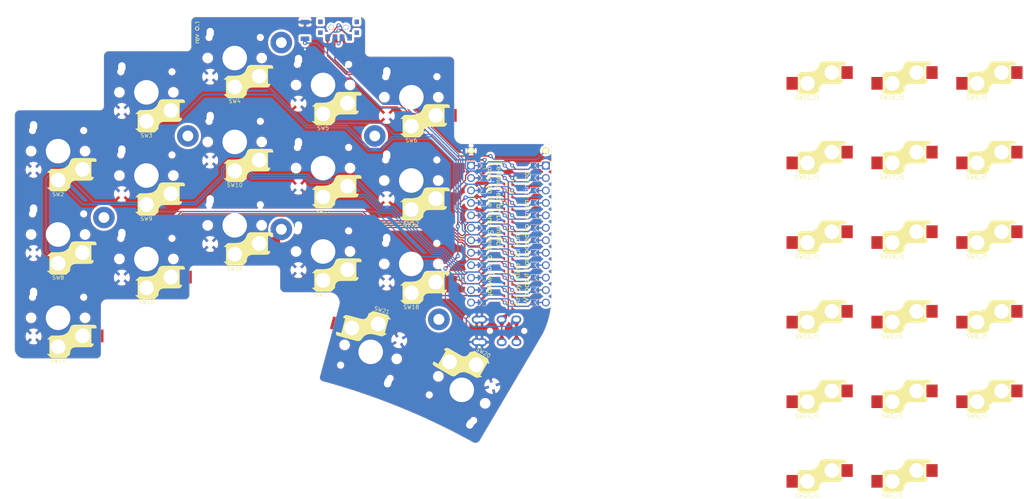
<source format=kicad_pcb>
(kicad_pcb (version 20240108) (generator "pcbnew") (generator_version "8.0")
  (title_block (title "K02") (date "2024-11-25") (rev "0.1") (comment 1 "Based on the Sweep 2 Half-Swept") (comment 2 "Redesigned by Lu Immich"))
  (layers (0 "F.Cu" signal) (31 "B.Cu" signal) (34 "B.Paste" user) (35 "F.Paste" user) (36 "B.SilkS" user "B.Silkscreen") (37 "F.SilkS" user "F.Silkscreen") (38 "B.Mask" user) (39 "F.Mask" user) (44 "Edge.Cuts" user))
  (net 0 "")
  (net 1 "gnd")
  (net 2 "vcc")
  (net 3 "Switch18")
  (net 4 "reset")
  (net 5 "Switch1")
  (net 6 "Switch2")
  (net 7 "Switch3")
  (net 8 "Switch4")
  (net 9 "Switch5")
  (net 10 "Switch6")
  (net 11 "Switch7")
  (net 12 "Switch8")
  (net 13 "Switch9")
  (net 14 "Switch10")
  (net 15 "Switch11")
  (net 16 "Switch12")
  (net 17 "Switch13")
  (net 18 "Switch14")
  (net 19 "Switch15")
  (net 20 "Switch16")
  (net 21 "Switch17")
  (net 22 "raw")
  (net 23 "BT+_r")
  (net 24 "Net-(SW_POWERR1-Pad1)")
  (net 25 "Switch1_r")
  (net 26 "Switch2_r")
  (net 27 "Switch3_r")
  (net 28 "Switch4_r")
  (net 29 "Switch5_r")
  (net 30 "Switch6_r")
  (net 31 "Switch7_r")
  (net 32 "Switch8_r")
  (net 33 "Switch9_r")
  (net 34 "Switch10_r")
  (net 35 "Switch11_r")
  (net 36 "Switch12_r")
  (net 37 "Switch13_r")
  (net 38 "Switch14_r")
  (net 39 "Switch15_r")
  (net 40 "Switch16_r")
  (net 41 "Switch17_r")
  (footprint "kbd:1pin_conn" (layer "F.Cu") (at 126.492 45.974)
    (property "Reference" "Bat+r1" (hide yes))
    (property "Value" "MountingHole_Pad" (hide yes))
  )
  (footprint "kbd:1pin_conn" (layer "F.Cu") (at 111.252 45.974)
    (property "Reference" "BatGND1" (hide yes))
    (property "Value" "MountingHole_Pad" (hide yes))
  )
  (footprint "Kailh:TRRS-PJ-DPB2" (layer "F.Cu") (at 123.698 82.75 -90)
    (property "Reference" "J2")
    (property "Value" "AudioJack4dpb" (hide yes))
  )
  (footprint "foostan/kbd:keyswitch_choc12_hotswap_1u" (layer "F.Cu") (at 27.08 46.08)
    (property "Reference" "SW2")
    (property "Value" "SW_Push" (hide yes))
  )
  (footprint "foostan/kbd:keyswitch_choc12_hotswap_1u" (layer "F.Cu") (at 45.08 34.08)
    (property "Reference" "SW3")
    (property "Value" "SW_Push" (hide yes))
  )
  (footprint "foostan/kbd:keyswitch_choc12_hotswap_1u" (layer "F.Cu") (at 63.08 27.08)
    (property "Reference" "SW4")
    (property "Value" "SW_Push" (hide yes))
  )
  (footprint "foostan/kbd:keyswitch_choc12_hotswap_1u" (layer "F.Cu") (at 81.08 32.58)
    (property "Reference" "SW5")
    (property "Value" "SW_Push" (hide yes))
  )
  (footprint "foostan/kbd:keyswitch_choc12_hotswap_1u" (layer "F.Cu") (at 99.08 35.08)
    (property "Reference" "SW6")
    (property "Value" "SW_Push" (hide yes))
  )
  (footprint "foostan/kbd:keyswitch_choc12_hotswap_1u" (layer "F.Cu") (at 27.08 63.08)
    (property "Reference" "SW8")
    (property "Value" "SW_Push" (hide yes))
  )
  (footprint "foostan/kbd:keyswitch_choc12_hotswap_1u" (layer "F.Cu") (at 45.08 51.054)
    (property "Reference" "SW9")
    (property "Value" "SW_Push" (hide yes))
  )
  (footprint "foostan/kbd:keyswitch_choc12_hotswap_1u" (layer "F.Cu") (at 63.08 44.196)
    (property "Reference" "SW10")
    (property "Value" "SW_Push" (hide yes))
  )
  (footprint "foostan/kbd:keyswitch_choc12_hotswap_1u" (layer "F.Cu") (at 81.08 49.53)
    (property "Reference" "SW11")
    (property "Value" "SW_Push" (hide yes))
  )
  (footprint "foostan/kbd:keyswitch_choc12_hotswap_1u" (layer "F.Cu") (at 99.06 52.07)
    (property "Reference" "SW12")
    (property "Value" "SW_Push" (hide yes))
  )
  (footprint "foostan/kbd:keyswitch_choc12_hotswap_1u" (layer "F.Cu") (at 27.08 80.08)
    (property "Reference" "SW14")
    (property "Value" "SW_Push" (hide yes))
  )
  (footprint "foostan/kbd:keyswitch_choc12_hotswap_1u" (layer "F.Cu") (at 45.08 68.072)
    (property "Reference" "SW15")
    (property "Value" "SW_Push" (hide yes))
  )
  (footprint "foostan/kbd:keyswitch_choc12_hotswap_1u" (layer "F.Cu") (at 63.08 61.214)
    (property "Reference" "SW16")
    (property "Value" "SW_Push" (hide yes))
  )
  (footprint "foostan/kbd:keyswitch_choc12_hotswap_1u" (layer "F.Cu") (at 81.08 66.548)
    (property "Reference" "SW17")
    (property "Value" "SW_Push" (hide yes))
  )
  (footprint "foostan/kbd:keyswitch_choc12_hotswap_1u" (layer "F.Cu") (at 99.06 69.088)
    (property "Reference" "SW18")
    (property "Value" "SW_Push" (hide yes))
  )
  (footprint "foostan/kbd:keyswitch_choc12_hotswap_1u" (layer "F.Cu") (at 109.356 94.78 150)
    (property "Reference" "SW20")
    (property "Value" "SW_Push" (hide yes))
  )
  (footprint "foostan/kbd:keyswitch_choc12_hotswap_1u" (layer "F.Cu") (at 90.796 87.03 165)
    (property "Reference" "SW21")
    (property "Value" "SW_Push" (hide yes))
  )
  (footprint "* duckyb-collection:ProMicro_jumpers_facedown" (layer "F.Cu") (at 118.872 62.992 -90)
    (property "Reference" "U1" (hide yes))
    (property "Value" "ProMicro-kbd" (hide yes))
  )
  (footprint "kbd:Tenting_Puck2" (layer "F.Cu") (at 72.58 42.98)
    (property "Reference" "REF**")
    (property "Value" "Tenting Puck")
  )
  (footprint "Kailh:SPDT_C128955" (layer "F.Cu") (at 84.25 20.8)
    (property "Reference" "POWER SW" (hide yes))
    (property "Value" "SW_SPDT")
  )
  (footprint "foostan/kbd:keyswitch_choc12_hotswap_1u" (layer "F.Cu") (at 179.8 26.34)
    (property "Reference" "SW10_r1")
    (property "Value" "SW_Push" (hide yes))
  )
  (footprint "foostan/kbd:keyswitch_choc12_hotswap_1u" (layer "F.Cu") (at 179.8 58.82)
    (property "Reference" "SW12_r1")
    (property "Value" "SW_Push" (hide yes))
  )
  (footprint "* duckyb-collection:Tactile-Switch_SMT" (layer "F.Cu") (at 77.4 21.45 -90)
    (property "Reference" "RSW2" (hide yes))
    (property "Value" "SW_Push")
  )
  (footprint "foostan/kbd:keyswitch_choc12_hotswap_1u" (layer "F.Cu") (at 179.8 91.3)
    (property "Reference" "SW14_r1")
    (property "Value" "SW_Push" (hide yes))
  )
  (footprint "foostan/kbd:keyswitch_choc12_hotswap_1u" (layer "F.Cu") (at 214.4 42.58)
    (property "Reference" "SW6_r1")
    (property "Value" "SW_Push" (hide yes))
  )
  (footprint "" (layer "F.Cu") (at 104.69 80.4)
    (property "Reference" "")
    (property "Value" "")
  )
  (footprint "foostan/kbd:keyswitch_choc12_hotswap_1u" (layer "F.Cu") (at 214.4 75.06)
    (property "Reference" "SW8_r1")
    (property "Value" "SW_Push" (hide yes))
  )
  (footprint "foostan/kbd:keyswitch_choc12_hotswap_1u" (layer "F.Cu") (at 197.1 75.06)
    (property "Reference" "SW2_r1")
    (property "Value" "SW_Push" (hide yes))
  )
  (footprint "foostan/kbd:keyswitch_choc12_hotswap_1u" (layer "F.Cu") (at 197.1 58.82)
    (property "Reference" "SW18_r1")
    (property "Value" "SW_Push" (hide yes))
  )
  (footprint "" (layer "F.Cu") (at 36.42 59.62)
    (property "Reference" "")
    (property "Value" "")
  )
  (footprint "foostan/kbd:keyswitch_choc12_hotswap_1u" (layer "F.Cu") (at 197.1 107.54)
    (property "Reference" "SW4_r1")
    (property "Value" "SW_Push" (hide yes))
  )
  (footprint "foostan/kbd:keyswitch_choc12_hotswap_1u" (layer "F.Cu") (at 179.8 42.58)
    (property "Reference" "SW11_r1")
    (property "Value" "SW_Push" (hide yes))
  )
  (footprint "" (layer "F.Cu") (at 104.69 80.4)
    (property "Reference" "")
    (property "Value" "")
  )
  (footprint "foostan/kbd:keyswitch_choc12_hotswap_1u" (layer "F.Cu") (at 197.1 42.58)
    (property "Reference" "SW17_r1")
    (property "Value" "SW_Push" (hide yes))
  )
  (footprint "foostan/kbd:keyswitch_choc12_hotswap_1u" (layer "F.Cu") (at 197.1 91.3)
    (property "Reference" "SW3_r1")
    (property "Value" "SW_Push" (hide yes))
  )
  (footprint "foostan/kbd:keyswitch_choc12_hotswap_1u" (layer "F.Cu") (at 179.8 107.54)
    (property "Reference" "SW15_r1")
    (property "Value" "SW_Push" (hide yes))
  )
  (footprint "foostan/kbd:keyswitch_choc12_hotswap_1u" (layer "F.Cu") (at 214.4 91.3)
    (property "Reference" "SW9_r1")
    (property "Value" "SW_Push" (hide yes))
  )
  (footprint "foostan/kbd:keyswitch_choc12_hotswap_1u" (layer "F.Cu") (at 197.1 26.34)
    (property "Reference" "SW16_r1")
    (property "Value" "SW_Push" (hide yes))
  )
  (footprint "foostan/kbd:keyswitch_choc12_hotswap_1u" (layer "F.Cu") (at 214.4 26.34)
    (property "Reference" "SW5_r1")
    (property "Value" "SW_Push" (hide yes))
  )
  (footprint "foostan/kbd:keyswitch_choc12_hotswap_1u" (layer "F.Cu") (at 214.4 58.82)
    (property "Reference" "SW7_r1")
    (property "Value" "SW_Push" (hide yes))
  )
  (footprint "foostan/kbd:keyswitch_choc12_hotswap_1u" (layer "F.Cu") (at 179.8 75.06)
    (property "Reference" "SW13_r1")
    (property "Value" "SW_Push" (hide yes))
  )
  (gr_poly (pts (xy 115.430004 64.591073) (xy 115.427858 64.604254) (xy 115.423909 64.630441) (xy 115.421765 64.643112) (xy 115.420574 64.649271) (xy 115.419277 64.655277) (xy 115.417857 64.661117) (xy 115.41629 64.666768) (xy 115.414548 64.672199) (xy 115.412619 64.677406) (xy 115.412409 64.678877) (xy 115.412117 64.680248) (xy 115.411752 64.681526) (xy 115.411316 64.682718) (xy 115.410812 64.683824) (xy 115.410245 64.684848) (xy 115.409624 64.685804) (xy 115.408953 64.686694) (xy 115.40823 64.687521) (xy 115.407465 64.688294) (xy 115.406663 64.689017) (xy 115.405826 64.689695) (xy 115.404068 64.690945) (xy 115.402235 64.692083) (xy 115.398473 64.69422) (xy 115.39662 64.695301) (xy 115.39484 64.696457) (xy 115.393987 64.697074) (xy 115.393165 64.697731) (xy 115.392376 64.698425) (xy 115.391629 64.699162) (xy 115.390926 64.699952) (xy 115.390277 64.700801) (xy 115.389678 64.70171) (xy 115.389138 64.702691) (xy 115.387344 64.709601) (xy 115.385952 64.715616) (xy 115.384853 64.721045) (xy 115.383945 64.726172) (xy 115.382279 64.736723) (xy 115.381312 64.742744) (xy 115.38011 64.749652) (xy 115.377658 64.752622) (xy 115.375074 64.755453) (xy 115.372391 64.758188) (xy 115.369638 64.760856) (xy 115.364073 64.766131) (xy 115.361333 64.768804) (xy 115.358661 64.771551) (xy 115.356094 64.774406) (xy 115.353667 64.777397) (xy 115.351415 64.780567) (xy 115.350369 64.78223) (xy 115.349374 64.783945) (xy 115.348442 64.785722) (xy 115.347575 64.787563) (xy 115.346777 64.789475) (xy 115.346055 64.791461) (xy 115.345411 64.793525) (xy 115.344847 64.79567) (xy 115.344369 64.797905) (xy 115.343983 64.800227) (xy 115.300632 64.820096) (xy 115.293173 64.826711) (xy 115.28565 64.833052) (xy 115.277996 64.83918) (xy 115.270155 64.845158) (xy 115.262058 64.851053) (xy 115.253645 64.856928) (xy 115.244851 64.862842) (xy 115.235608 64.868864) (xy 115.229912 64.869966) (xy 115.224335 64.871217) (xy 115.218864 64.872616) (xy 115.213485 64.874144) (xy 115.20819 64.875788) (xy 115.202971 64.877537) (xy 115.192712 64.881284) (xy 115.182623 64.885293) (xy 115.172616 64.889444) (xy 115.152524 64.897767) (xy 115.147344 64.898361) (xy 115.141987 64.898822) (xy 115.130876 64.899453) (xy 115.108047 64.900468) (xy 115.10241 64.900855) (xy 115.096873 64.901358) (xy 115.091468 64.902007) (xy 115.08623 64.90284) (xy 115.08119 64.903885) (xy 115.076389 64.90517) (xy 115.071857 64.906731) (xy 115.067632 64.908597) (xy 115.051289 64.908682) (xy 115.047275 64.90863) (xy 115.043343 64.908502) (xy 115.039508 64.908272) (xy 115.035794 64.90792) (xy 115.032231 64.907419) (xy 115.028844 64.906747) (xy 115.025648 64.905876) (xy 115.024133 64.905361) (xy 115.022673 64.904789) (xy 115.021275 64.904156) (xy 115.019939 64.903459) (xy 115.018672 64.902694) (xy 115.017475 64.901859) (xy 115.016352 64.900952) (xy 115.015302 64.899968) (xy 115.014331 64.898906) (xy 115.013444 64.897764) (xy 115.013062 64.880822) (xy 115.013105 64.862795) (xy 115.013442 64.82529) (xy 115.01323 64.806694) (xy 115.012429 64.7888) (xy 115.011725 64.78025) (xy 115.010775 64.772044) (xy 115.009554 64.764237) (xy 115.008026 64.75688) (xy 115.009473 64.746679) (xy 115.010471 64.736397) (xy 115.011068 64.726043) (xy 115.011326 64.715618) (xy 115.011041 64.694586) (xy 115.010058 64.673341) (xy 115.007772 64.630385) (xy 115.007356 64.608764) (xy 115.00753 64.597931) (xy 115.008025 64.587094) (xy 115.013445 64.554581) (xy 115.008028 64.390214) (xy 115.007786 64.386472) (xy 115.007717 64.382691) (xy 115.007784 64.378887) (xy 115.007939 64.375062) (xy 115.008373 64.367391) (xy 115.008703 64.359735) (xy 115.008727 64.355935) (xy 115.008606 64.352169) (xy 115.008301 64.348435) (xy 115.007769 64.344747) (xy 115.006973 64.341115) (xy 115.006466 64.339323) (xy 115.005876 64.337544) (xy 115.005198 64.33578) (xy 115.004434 64.334038) (xy 115.003568 64.332313) (xy 115.002606 64.330609) (xy 115.00142 64.329974) (xy 115.000236 64.329422) (xy 114.999053 64.328945) (xy 114.997865 64.328542) (xy 114.996681 64.328214) (xy 114.995494 64.327952) (xy 114.994307 64.327753) (xy 114.993124 64.327618) (xy 114.991939 64.32754) (xy 114.990749 64.327518) (xy 114.988383 64.327627) (xy 114.986009 64.327914) (xy 114.98364 64.328353) (xy 114.98127 64.328921) (xy 114.978897 64.329587) (xy 114.974158 64.331117) (xy 114.969417 64.332734) (xy 114.967048 64.333508) (xy 114.964675 64.334225) (xy 114.961205 64.332696) (xy 114.957578 64.331498) (xy 114.953801 64.330608) (xy 114.949886 64.330018) (xy 114.945846 64.329714) (xy 114.941688 64.329685) (xy 114.937424 64.32991) (xy 114.933067 64.330387) (xy 114.928624 64.331093) (xy 114.924103 64.332018) (xy 114.919522 64.333151) (xy 114.914891 64.334478) (xy 114.910215 64.335983) (xy 114.905506 64.337655) (xy 114.900777 64.339482) (xy 114.896038 64.341449) (xy 114.893859 64.342505) (xy 114.891717 64.343644) (xy 114.887537 64.346147) (xy 114.883472 64.348925) (xy 114.879501 64.351947) (xy 114.875591 64.355182) (xy 114.871717 64.358592) (xy 114.863978 64.365833) (xy 114.856067 64.373409) (xy 114.851983 64.377245) (xy 114.847781 64.381072) (xy 114.843422 64.384856) (xy 114.838895 64.388565) (xy 114.834167 64.39217) (xy 114.82921 64.395635) (xy 114.827475 64.399298) (xy 114.825661 64.402843) (xy 114.823772 64.406274) (xy 114.821813 64.409604) (xy 114.819792 64.412839) (xy 114.817716 64.415986) (xy 114.815583 64.419057) (xy 114.813405 64.422052) (xy 114.81118 64.424986) (xy 114.808924 64.427862) (xy 114.804316 64.433482) (xy 114.799625 64.438975) (xy 114.794889 64.444405) (xy 114.79316 64.449086) (xy 114.791358 64.453661) (xy 114.787637 64.462581) (xy 114.780215 64.480077) (xy 114.778472 64.484504) (xy 114.776809 64.488997) (xy 114.775251 64.493571) (xy 114.773808 64.498253) (xy 114.772505 64.503059) (xy 114.771357 64.508015) (xy 114.770383 64.513142) (xy 114.769605 64.518458) (xy 114.769098 64.532513) (xy 114.768956 64.54623) (xy 114.769192 64.559606) (xy 114.769828 64.572649) (xy 114.770889 64.585347) (xy 114.772395 64.597708) (xy 114.773325 64.603761) (xy 114.774367 64.609728) (xy 114.775534 64.615617) (xy 114.776828 64.621414) (xy 114.782189 64.632336) (xy 114.784765 64.637956) (xy 114.787216 64.643765) (xy 114.788375 64.646761) (xy 114.789489 64.649832) (xy 114.790554 64.652975) (xy 114.791559 64.656211) (xy 114.792501 64.659542) (xy 114.793374 64.662977) (xy 114.794167 64.66652) (xy 114.79489 64.670182) (xy 114.803777 64.682213) (xy 114.812836 64.693948) (xy 114.822067 64.705425) (xy 114.831467 64.716694) (xy 114.841032 64.727789) (xy 114.850769 64.738763) (xy 114.860672 64.749652) (xy 114.87075 64.760496) (xy 114.917715 64.783976) (xy 114.91767 64.786479) (xy 114.917548 64.788909) (xy 114.917347 64.791272) (xy 114.917067 64.793567) (xy 114.916717 64.795798) (xy 114.916293 64.797966) (xy 114.915809 64.800073) (xy 114.915256 64.802122) (xy 114.914646 64.804116) (xy 114.913975 64.80606) (xy 114.913251 64.807948) (xy 114.912474 64.809791) (xy 114.91165 64.811584) (xy 114.910775 64.813333) (xy 114.908908 64.816712) (xy 114.90689 64.819944) (xy 114.904747 64.823048) (xy 114.902507 64.826037) (xy 114.900185 64.828934) (xy 114.897816 64.831759) (xy 114.895411 64.834525) (xy 114.890618 64.839971) (xy 114.889221 64.843634) (xy 114.887744 64.847177) (xy 114.886188 64.85061) (xy 114.884552 64.853939) (xy 114.882843 64.857173) (xy 114.881064 64.860322) (xy 114.879214 64.86339) (xy 114.877299 64.866386) (xy 114.875321 64.869317) (xy 114.873281 64.872194) (xy 114.871184 64.875025) (xy 114.869028 64.877814) (xy 114.864566 64.883308) (xy 114.859912 64.888739) (xy 114.854303 64.888923) (xy 114.848972 64.888819) (xy 114.843909 64.888438) (xy 114.839098 64.887792) (xy 114.834523 64.886905) (xy 114.830168 64.88578) (xy 114.826022 64.884439) (xy 114.822066 64.882893) (xy 114.81829 64.881161) (xy 114.814675 64.879259) (xy 114.811208 64.877195) (xy 114.807875 64.874987) (xy 114.804658 64.872653) (xy 114.801546 64.870206) (xy 114.795568 64.865031) (xy 114.772789 64.842764) (xy 114.766785 64.837398) (xy 114.763657 64.83483) (xy 114.760417 64.832357) (xy 114.757063 64.829995) (xy 114.753573 64.827755) (xy 114.74993 64.825656) (xy 114.746124 64.823713) (xy 114.727243 64.800656) (xy 114.71796 64.789074) (xy 114.708866 64.777429) (xy 114.700033 64.765699) (xy 114.691512 64.753863) (xy 114.683372 64.741899) (xy 114.675678 64.729789) (xy 114.662807 64.69231) (xy 114.659536 64.683258) (xy 114.656119 64.674417) (xy 114.652491 64.66583) (xy 114.650577 64.661645) (xy 114.648584 64.657539) (xy 114.648506 64.654155) (xy 114.648272 64.650756) (xy 114.647918 64.647344) (xy 114.647457 64.643909) (xy 114.646297 64.636934) (xy 114.644974 64.629766) (xy 114.643649 64.62235) (xy 114.64249 64.614611) (xy 114.642029 64.610607) (xy 114.641671 64.606496) (xy 114.641441 64.602275) (xy 114.641361 64.597936) (xy 114.641086 64.595203) (xy 114.640922 64.592431) (xy 114.640859 64.589615) (xy 114.640883 64.586757) (xy 114.64114 64.580916) (xy 114.641586 64.574904) (xy 114.642631 64.562371) (xy 114.643016 64.555851) (xy 114.643127 64.552532) (xy 114.643166 64.549166) (xy 114.643129 64.545799) (xy 114.643016 64.542474) (xy 114.642628 64.535928) (xy 114.641586 64.523201) (xy 114.641138 64.516975) (xy 114.640884 64.510811) (xy 114.640857 64.507746) (xy 114.64092 64.504691) (xy 114.641083 64.501637) (xy 114.641362 64.49859) (xy 114.648583 64.428145) (xy 114.651532 64.422669) (xy 114.654292 64.417084) (xy 114.656894 64.411417) (xy 114.659367 64.405684) (xy 114.664015 64.394115) (xy 114.668454 64.382539) (xy 114.672889 64.37114) (xy 114.677542 64.360076) (xy 114.680014 64.354725) (xy 114.682617 64.349518) (xy 114.685374 64.344488) (xy 114.688323 64.339645) (xy 114.718123 64.313904) (xy 114.721639 64.310665) (xy 114.725047 64.307362) (xy 114.72834 64.303991) (xy 114.731501 64.300527) (xy 114.734515 64.296959) (xy 114.737365 64.293269) (xy 114.740036 64.289438) (xy 114.742508 64.285455) (xy 114.753288 64.27891) (xy 114.758574 64.275676) (xy 114.763733 64.272361) (xy 114.76625 64.270646) (xy 114.768721 64.268875) (xy 114.771137 64.267045) (xy 114.773498 64.265137) (xy 114.775792 64.263147) (xy 114.77802 64.261059) (xy 114.780173 64.258868) (xy 114.782245 64.256557) (xy 114.783222 64.255561) (xy 114.784125 64.254601) (xy 114.785775 64.252776) (xy 114.788794 64.249333) (xy 114.789568 64.248485) (xy 114.790374 64.247635) (xy 114.791234 64.246771) (xy 114.79215 64.245888) (xy 114.793144 64.244989) (xy 114.794223 64.24406) (xy 114.795403 64.243104) (xy 114.796694 64.242107) (xy 114.802023 64.238483) (xy 114.807806 64.235049) (xy 114.813996 64.231776) (xy 114.820543 64.228646) (xy 114.827398 64.225634) (xy 114.83451 64.222709) (xy 114.8493 64.217045) (xy 114.879753 64.205785) (xy 114.894609 64.199808) (xy 114.901767 64.196647) (xy 114.908679 64.193339) (xy 114.918237 64.192059) (xy 114.927903 64.190884) (xy 114.947291 64.188599) (xy 114.956889 64.18736) (xy 114.96634 64.185975) (xy 114.975579 64.184375) (xy 114.984543 64.182502) (xy 115.051374 64.182501) (xy 115.052691 64.182364) (xy 115.053939 64.182285) (xy 115.055119 64.182265) (xy 115.056241 64.182296) (xy 115.057304 64.182381) (xy 115.05831 64.182507) (xy 115.059269 64.182683) (xy 115.060179 64.182895) (xy 115.061047 64.183147) (xy 115.061878 64.183433) (xy 115.062673 64.183745) (xy 115.06344 64.184089) (xy 115.064177 64.184457) (xy 115.064892 64.184842) (xy 115.066274 64.185665) (xy 115.068942 64.187406) (xy 115.070291 64.188272) (xy 115.071695 64.189106) (xy 115.072424 64.189499) (xy 115.073178 64.189873) (xy 115.073964 64.190227) (xy 115.074783 64.190553) (xy 115.075641 64.19085) (xy 115.076536 64.191114) (xy 115.077477 64.191341) (xy 115.078467 64.191533) (xy 115.081833 64.190259) (xy 115.085167 64.189154) (xy 115.08847 64.188206) (xy 115.091759 64.187412) (xy 115.095036 64.186766) (xy 115.098311 64.186264) (xy 115.101592 64.185897) (xy 115.104882 64.185661) (xy 115.108196 64.185556) (xy 115.111539 64.185569) (xy 115.11492 64.1857) (xy 115.118344 64.185942) (xy 115.12182 64.186291) (xy 115.125363 64.186738) (xy 115.128971 64.187284) (xy 115.132654 64.18792) (xy 115.146343 64.191177) (xy 115.146344 64.339167) (xy 115.143109 64.339207) (xy 115.139753 64.339365) (xy 115.136269 64.339638) (xy 115.135127 64.341015) (xy 115.134079 64.342431) (xy 115.133124 64.343887) (xy 115.132249 64.345375) (xy 115.131454 64.346899) (xy 115.130738 64.348458) (xy 115.129522 64.351663) (xy 115.128568 64.354976) (xy 115.127852 64.358373) (xy 115.127345 64.361846) (xy 115.127009 64.365378) (xy 115.126823 64.368953) (xy 115.126761 64.372554) (xy 115.126868 64.37977) (xy 115.127105 64.386904) (xy 115.127237 64.393825) (xy 115.127085 64.400599) (xy 115.126699 64.407373) (xy 115.125653 64.420922) (xy 115.125206 64.427694) (xy 115.12495 64.434469) (xy 115.124925 64.437856) (xy 115.124988 64.44124) (xy 115.125151 64.444628) (xy 115.125431 64.448013) (xy 115.12547 64.450387) (xy 115.125586 64.452758) (xy 115.125775 64.455139) (xy 115.126022 64.457525) (xy 115.126667 64.462336) (xy 115.12746 64.467204) (xy 115.129239 64.477227) (xy 115.130094 64.482414) (xy 115.130846 64.487751) (xy 115.130809 64.488747) (xy 115.130693 64.489711) (xy 115.130516 64.490646) (xy 115.130283 64.491562) (xy 115.130007 64.49247) (xy 115.129705 64.493374) (xy 115.12904 64.495206) (xy 115.128379 64.497119) (xy 115.128073 64.49813) (xy 115.127803 64.499186) (xy 115.12757 64.500294) (xy 115.12739 64.50146) (xy 115.127276 64.502694) (xy 115.127234 64.504008) (xy 115.130848 64.52207) (xy 115.130761 64.543066) (xy 115.130561 64.553056) (xy 115.130169 64.562711) (xy 115.129526 64.572023) (xy 115.129087 64.576551) (xy 115.128561 64.580998) (xy 115.12794 64.585355) (xy 115.127215 64.589631) (xy 115.126385 64.593827) (xy 115.125429 64.59793) (xy 115.12664 64.601719) (xy 115.127583 64.605631) (xy 115.12828 64.609655) (xy 115.128761 64.613794) (xy 115.129047 64.618035) (xy 115.129176 64.622378) (xy 115.129165 64.626818) (xy 115.129043 64.631345) (xy 115.128569 64.640655) (xy 115.127969 64.650255) (xy 115.127453 64.660112) (xy 115.127235 64.67018) (xy 115.127262 64.681075) (xy 115.127462 64.691994) (xy 115.127678 64.697415) (xy 115.127999 64.702789) (xy 115.128444 64.708091) (xy 115.12904 64.713304) (xy 115.129806 64.718411) (xy 115.130764 64.723396) (xy 115.131931 64.728237) (xy 115.133331 64.732919) (xy 115.134986 64.737418) (xy 115.136915 64.741718) (xy 115.139139 64.745806) (xy 115.140373 64.747762) (xy 115.141686 64.749653) (xy 115.142499 64.749347) (xy 115.143256 64.749099) (xy 115.143956 64.748906) (xy 115.144602 64.748767) (xy 115.1452 64.748675) (xy 115.145754 64.748633) (xy 115.146262 64.74863) (xy 115.146738 64.748667) (xy 115.147176 64.748738) (xy 115.147584 64.748835) (xy 115.147962 64.748962) (xy 115.14832 64.749115) (xy 115.148657 64.749283) (xy 115.148978 64.749469) (xy 115.149585 64.749879) (xy 115.150768 64.750733) (xy 115.151078 64.750929) (xy 115.151401 64.751116) (xy 115.151737 64.751285) (xy 115.152096 64.751433) (xy 115.152482 64.751557) (xy 115.152891 64.751656) (xy 115.153332 64.751722) (xy 115.153813 64.751757) (xy 115.154321 64.751747) (xy 115.154882 64.751699) (xy 115.155483 64.751606) (xy 115.156133 64.751462) (xy 115.156133 64.751457) (xy 115.159101 64.750697) (xy 115.161927 64.749797) (xy 115.164633 64.748782) (xy 115.167252 64.747673) (xy 115.177358 64.742878) (xy 115.179923 64.741719) (xy 115.182556 64.740628) (xy 115.185286 64.739632) (xy 115.188137 64.738756) (xy 115.191137 64.738033) (xy 115.194312 64.73748) (xy 115.195969 64.73728) (xy 115.197687 64.737132) (xy 115.199456 64.73704) (xy 115.201291 64.73701) (xy 115.210009 64.730829) (xy 115.218562 64.724478) (xy 115.226944 64.717958) (xy 115.235154 64.711272) (xy 115.243199 64.704413) (xy 115.251073 64.697386) (xy 115.258777 64.690187) (xy 115.266312 64.682823) (xy 115.271757 64.673365) (xy 115.274537 64.668693) (xy 115.277377 64.664082) (xy 115.2803 64.659554) (xy 115.283332 64.655133) (xy 115.284892 64.652971) (xy 115.286489 64.650841) (xy 115.288118 64.648752) (xy 115.289794 64.646696) (xy 115.290175 64.643017) (xy 115.290636 64.639412) (xy 115.29118 64.635894) (xy 115.291799 64.632447) (xy 115.29249 64.629077) (xy 115.293256 64.625777) (xy 115.294086 64.622542) (xy 115.294986 64.61938) (xy 115.295948 64.616279) (xy 115.296971 64.61324) (xy 115.298052 64.610256) (xy 115.299191 64.607329) (xy 115.300383 64.604456) (xy 115.301621 64.601634) (xy 115.304241 64.596126) (xy 115.303709 64.591763) (xy 115.303439 64.58748) (xy 115.303402 64.583274) (xy 115.303567 64.579135) (xy 115.3039 64.575062) (xy 115.304368 64.571042) (xy 115.304947 64.56708) (xy 115.305598 64.56316) (xy 115.308305 64.547868) (xy 115.308855 64.544108) (xy 115.309282 64.540363) (xy 115.309562 64.536633) (xy 115.309665 64.532907) (xy 115.309517 64.527867) (xy 115.309119 64.522902) (xy 115.308484 64.517998) (xy 115.307662 64.513149) (xy 115.306674 64.508349) (xy 115.305566 64.503571) (xy 115.303113 64.494075) (xy 115.300579 64.484577) (xy 115.298232 64.474994) (xy 115.29722 64.470146) (xy 115.29635 64.465242) (xy 115.295675 64.460276) (xy 115.295212 64.455239) (xy 115.293582 64.453463) (xy 115.292062 64.451541) (xy 115.290645 64.449492) (xy 115.289314 64.447339) (xy 115.288058 64.445097) (xy 115.286862 64.442792) (xy 115.284599 64.438078) (xy 115.282425 64.433369) (xy 115.280228 64.428822) (xy 115.279088 64.426666) (xy 115.277903 64.424615) (xy 115.276656 64.422696) (xy 115.275343 64.42092) (xy 115.271056 64.416801) (xy 115.268869 64.414632) (xy 115.267799 64.413504) (xy 115.266767 64.41234) (xy 115.265771 64.411132) (xy 115.264834 64.409878) (xy 115.263954 64.408569) (xy 115.263154 64.407205) (xy 115.262435 64.405774) (xy 115.262114 64.405034) (xy 115.26181 64.404278) (xy 115.261541 64.4035) (xy 115.261296 64.402705) (xy 115.26108 64.401889) (xy 115.260895 64.40105) (xy 115.25906 64.400183) (xy 115.257291 64.399274) (xy 115.253917 64.397346) (xy 115.250744 64.39527) (xy 115.247744 64.393064) (xy 115.244893 64.390745) (xy 115.242164 64.38832) (xy 115.239529 64.385805) (xy 115.236963 64.383213) (xy 115.231933 64.377855) (xy 115.226858 64.372349) (xy 115.224242 64.369572) (xy 115.221533 64.3668) (xy 115.218707 64.364043) (xy 115.215741 64.361315) (xy 115.2108 64.359839) (xy 115.206102 64.35816) (xy 115.201594 64.356319) (xy 115.197227 64.354372) (xy 115.18869 64.350329) (xy 115.180066 64.346411) (xy 115.175591 64.344619) (xy 115.170937 64.343004) (xy 115.166048 64.341613) (xy 115.160876 64.340485) (xy 115.155364 64.339678) (xy 115.152461 64.33941) (xy 115.14946 64.339239) (xy 115.146344 64.339167) (xy 115.146343 64.191177) (xy 115.170586 64.196949) (xy 115.177258 64.198996) (xy 115.180504 64.200055) (xy 115.183684 64.201153) (xy 115.186769 64.202303) (xy 115.18976 64.20352) (xy 115.192648 64.204816) (xy 115.195418 64.206205) (xy 115.198064 64.2077) (xy 115.200567 64.209314) (xy 115.201771 64.210169) (xy 115.20293 64.211061) (xy 115.204049 64.211983) (xy 115.205128 64.21295) (xy 115.206167 64.213953) (xy 115.20716 64.214999) (xy 115.208104 64.216089) (xy 115.209011 64.217223) (xy 115.209863 64.2184) (xy 115.210668 64.219629) (xy 115.211426 64.220906) (xy 115.212128 64.222235) (xy 115.216289 64.221529) (xy 115.220308 64.221096) (xy 115.224195 64.220916) (xy 115.227957 64.220981) (xy 115.231599 64.22127) (xy 115.235133 64.221776) (xy 115.238566 64.222478) (xy 115.241901 64.223365) (xy 115.245152 64.224418) (xy 115.248322 64.225632) (xy 115.251421 64.226982) (xy 115.254451 64.228458) (xy 115.260352 64.23173) (xy 115.26609 64.235332) (xy 115.288584 64.250684) (xy 115.294396 64.25418) (xy 115.297374 64.255793) (xy 115.300412 64.257303) (xy 115.303515 64.258687) (xy 115.306683 64.259939) (xy 115.309937 64.26104) (xy 115.313276 64.261975) (xy 115.313973 64.2633) (xy 115.314714 64.264578) (xy 115.315486 64.265813) (xy 115.316292 64.267006) (xy 115.317128 64.268155) (xy 115.317994 64.269269) (xy 115.319797 64.271399) (xy 115.321671 64.273424) (xy 115.323596 64.275371) (xy 115.327502 64.279132) (xy 115.329434 64.281) (xy 115.331322 64.282893) (xy 115.33314 64.284839) (xy 115.334865 64.286863) (xy 115.335686 64.287919) (xy 115.336475 64.288996) (xy 115.337232 64.290109) (xy 115.337949 64.291261) (xy 115.338619 64.292452) (xy 115.339252 64.293681) (xy 115.339836 64.294965) (xy 115.340372 64.296292) (xy 115.342679 64.297707) (xy 115.34488 64.299236) (xy 115.346984 64.300869) (xy 115.349007 64.302585) (xy 115.350965 64.304376) (xy 115.35288 64.306229) (xy 115.356628 64.310062) (xy 115.360375 64.313983) (xy 115.362284 64.315941) (xy 115.364248 64.317882) (xy 115.366269 64.319789) (xy 115.368374 64.321652) (xy 115.37057 64.323456) (xy 115.37288 64.325193) (xy 115.373431 64.327356) (xy 115.37406 64.329451) (xy 115.374764 64.331484) (xy 115.375534 64.333454) (xy 115.376368 64.335373) (xy 115.377261 64.337243) (xy 115.379204 64.340854) (xy 115.38131 64.344328) (xy 115.38355 64.3477) (xy 115.388234 64.354316) (xy 115.392921 64.361015) (xy 115.395157 64.364495) (xy 115.397265 64.368118) (xy 115.399205 64.371916) (xy 115.4001 64.373898) (xy 115.400932 64.37594) (xy 115.401707 64.378041) (xy 115.402409 64.380217) (xy 115.403038 64.382466) (xy 115.403587 64.384798) (xy 115.404894 64.386366) (xy 115.406112 64.388027) (xy 115.407248 64.389775) (xy 115.4083 64.391598) (xy 115.410192 64.395464) (xy 115.411829 64.399585) (xy 115.413253 64.403916) (xy 115.414511 64.408419) (xy 115.416685 64.41776) (xy 115.418684 64.427268) (xy 115.420861 64.436613) (xy 115.422118 64.441115) (xy 115.423542 64.445443) (xy 115.425179 64.449567) (xy 115.427069 64.45343) (xy 115.42707 64.504005) (xy 115.427983 64.508688) (xy 115.428711 64.513262) (xy 115.42927 64.517755) (xy 115.429693 64.522181) (xy 115.430213 64.530933) (xy 115.430456 64.53968) (xy 115.430616 64.5486) (xy 115.430878 64.557856) (xy 115.431442 64.56762) (xy 115.431891 64.572745) (xy 115.432488 64.578065)) (stroke (width -0.000001)) (fill solid) (layer "F.SilkS"))
  (gr_poly (pts (xy 115.832512 60.728719) (xy 115.831657 60.733961) (xy 115.830167 60.744636) (xy 115.827371 60.766028) (xy 115.82569 60.776322) (xy 115.824691 60.781277) (xy 115.823564 60.786066) (xy 115.822271 60.790667) (xy 115.820799 60.795049) (xy 115.819123 60.799186) (xy 115.81721 60.803057) (xy 115.811923 60.808224) (xy 115.806218 60.812903) (xy 115.800117 60.817111) (xy 115.793617 60.820862) (xy 115.78674 60.824187) (xy 115.779493 60.827091) (xy 115.771885 60.829601) (xy 115.763929 60.831729) (xy 115.755633 60.833503) (xy 115.747007 60.834932) (xy 115.738069 60.836037) (xy 115.728823 60.83684) (xy 115.719277 60.837354) (xy 115.709445 60.837605) (xy 115.699341 60.837607) (xy 115.688967 60.837376) (xy 115.684672 60.8349) (xy 115.680575 60.832222) (xy 115.676679 60.829346) (xy 115.672968 60.826282) (xy 115.669436 60.823041) (xy 115.666078 60.819628) (xy 115.662882 60.816048) (xy 115.659842 60.812313) (xy 115.656954 60.808431) (xy 115.654204 60.804406) (xy 115.651588 60.800252) (xy 115.649092 60.795974) (xy 115.646716 60.791576) (xy 115.644447 60.787074) (xy 115.642275 60.782468) (xy 115.640202 60.777769) (xy 115.64026 60.774086) (xy 115.640428 60.770468) (xy 115.640993 60.763376) (xy 115.642461 60.749323) (xy 115.643025 60.742103) (xy 115.643191 60.738389) (xy 115.643248 60.734589) (xy 115.643184 60.730679) (xy 115.642969 60.72665) (xy 115.642582 60.722484) (xy 115.642007 60.718164) (xy 115.644063 60.715137) (xy 115.646164 60.71216) (xy 115.64832 60.709231) (xy 115.650535 60.706365) (xy 115.65281 60.703562) (xy 115.655155 60.700827) (xy 115.657571 60.698165) (xy 115.660073 60.695586) (xy 115.662656 60.69309) (xy 115.665325 60.690682) (xy 115.668094 60.688373) (xy 115.670964 60.686158) (xy 115.673941 60.684054) (xy 115.677027 60.68206) (xy 115.680227 60.680183) (xy 115.683553 60.678427) (xy 115.688391 60.673781) (xy 115.6909 60.671553) (xy 115.693487 60.669395) (xy 115.696157 60.66732) (xy 115.698919 60.665345) (xy 115.701789 60.663473) (xy 115.704775 60.661718) (xy 115.707888 60.660089) (xy 115.71114 60.6586) (xy 115.714536 60.657255) (xy 115.718096 60.656076) (xy 115.721822 60.655061) (xy 115.725728 60.654223) (xy 115.729825 60.653584) (xy 115.734124 60.653139) (xy 115.740075 60.653602) (xy 115.745757 60.654298) (xy 115.751189 60.655216) (xy 115.756393 60.656329) (xy 115.761399 60.657622) (xy 115.766226 60.659076) (xy 115.770898 60.660673) (xy 115.775443 60.662396) (xy 115.779884 60.664222) (xy 115.784238 60.666138) (xy 115.7928 60.670156) (xy 115.809987 60.678429) (xy 115.813294 60.683921) (xy 115.816451 60.689545) (xy 115.819479 60.695257) (xy 115.822407 60.701005) (xy 115.833466 60.723583)) (stroke (width -0.000001)) (fill solid) (layer "F.SilkS"))
  (gr_poly (pts (xy 120.4562 76.27968) (xy 120.456616 76.275711) (xy 120.457203 76.271721) (xy 120.457922 76.267713) (xy 120.459607 76.259652) (xy 120.46138 76.25155) (xy 120.462203 76.247489) (xy 120.462938 76.243425) (xy 120.459889 76.227169) (xy 120.458492 76.218405) (xy 120.457937 76.213976) (xy 120.457519 76.209559) (xy 120.457271 76.205183) (xy 120.457223 76.200879) (xy 120.457409 76.196684) (xy 120.457858 76.192626) (xy 120.458604 76.188736) (xy 120.459098 76.186864) (xy 120.459678 76.185048) (xy 120.460346 76.183289) (xy 120.461111 76.181591) (xy 120.461974 76.17996) (xy 120.462938 76.178402) (xy 120.465011 76.177109) (xy 120.46716 76.175938) (xy 120.469379 76.174885) (xy 120.471659 76.173942) (xy 120.47399 76.173105) (xy 120.476367 76.172368) (xy 120.478782 76.171726) (xy 120.481226 76.171176) (xy 120.483691 76.17071) (xy 120.486167 76.170323) (xy 120.488651 76.170009) (xy 120.491132 76.169766) (xy 120.493601 76.169584) (xy 120.496053 76.169462) (xy 120.500867 76.169369) (xy 120.505692 76.169153) (xy 120.510672 76.169155) (xy 120.515796 76.169341) (xy 120.521046 76.16968) (xy 120.531887 76.170672) (xy 120.543089 76.171854) (xy 120.554544 76.17295) (xy 120.566149 76.173688) (xy 120.57197 76.173835) (xy 120.577791 76.173791) (xy 120.583596 76.173518) (xy 120.589374 76.172982) (xy 120.605629 76.165757) (xy 120.608697 76.165661) (xy 120.611805 76.165697) (xy 120.618118 76.166129) (xy 120.624537 76.166944) (xy 120.63103 76.168044) (xy 120.657107 76.173208) (xy 120.663494 76.174175) (xy 120.669765 76.174806) (xy 120.675888 76.174998) (xy 120.678882 76.174898) (xy 120.68183 76.174647) (xy 120.684725 76.174236) (xy 120.687561 76.17365) (xy 120.690337 76.172879) (xy 120.693047 76.171906) (xy 120.695692 76.170721) (xy 120.69826 76.16931) (xy 120.700753 76.16766) (xy 120.703167 76.165757) (xy 120.703997 76.165949) (xy 120.704799 76.166177) (xy 120.705575 76.166441) (xy 120.706325 76.166739) (xy 120.70777 76.167416) (xy 120.709148 76.168186) (xy 120.710486 76.169017) (xy 120.711801 76.169884) (xy 120.714455 76.171626) (xy 120.715834 76.172449) (xy 120.717277 76.1732) (xy 120.718029 76.173544) (xy 120.718804 76.173858) (xy 120.719606 76.174143) (xy 120.720436 76.174394) (xy 120.721301 76.174606) (xy 120.722197 76.17478) (xy 120.723133 76.17491) (xy 120.724106 76.174993) (xy 120.725123 76.175026) (xy 120.726184 76.175004) (xy 120.727294 76.174927) (xy 120.728453 76.174788) (xy 120.733293 76.173637) (xy 120.738313 76.172853) (xy 120.743474 76.17238) (xy 120.748745 76.172164) (xy 120.754088 76.172149) (xy 120.759472 76.172281) (xy 120.770222 76.172755) (xy 120.780717 76.173148) (xy 120.785782 76.173174) (xy 120.790683 76.173009) (xy 120.795381 76.172605) (xy 120.799845 76.171899) (xy 120.801976 76.171417) (xy 120.804037 76.170838) (xy 120.806023 76.170159) (xy 120.807927 76.16937) (xy 120.809681 76.169986) (xy 120.811544 76.170492) (xy 120.813495 76.170904) (xy 120.815519 76.171232) (xy 120.817595 76.1715) (xy 120.819705 76.171719) (xy 120.823957 76.17208) (xy 120.828123 76.172439) (xy 120.830128 76.172658) (xy 120.832056 76.172927) (xy 120.83389 76.173257) (xy 120.835609 76.173666) (xy 120.837196 76.174172) (xy 120.838633 76.174788) (xy 120.842078 76.174174) (xy 120.845627 76.173674) (xy 120.849257 76.17328) (xy 120.852941 76.172984) (xy 120.856657 76.172769) (xy 120.860379 76.17263) (xy 120.867756 76.172531) (xy 120.892819 76.172983) (xy 120.896206 76.172687) (xy 120.899589 76.172474) (xy 120.902967 76.172347) (xy 120.906338 76.172304) (xy 120.909697 76.172347) (xy 120.913044 76.172474) (xy 120.916375 76.172686) (xy 120.919686 76.172982) (xy 120.922977 76.173363) (xy 120.926245 76.17383) (xy 120.929485 76.17438) (xy 120.932697 76.175015) (xy 120.935876 76.175733) (xy 120.939024 76.176539) (xy 120.942131 76.177427) (xy 120.9452 76.178401) (xy 120.951221 76.17715) (xy 120.95773 76.176097) (xy 120.964663 76.175231) (xy 120.971954 76.174534) (xy 120.987363 76.173607) (xy 121.003451 76.173209) (xy 121.019706 76.173233) (xy 121.035623 76.173574) (xy 121.064411 76.174789) (xy 121.069511 76.175008) (xy 121.074651 76.175012) (xy 121.079829 76.17484) (xy 121.08504 76.174535) (xy 121.106178 76.172755) (xy 121.116885 76.17209) (xy 121.122264 76.171951) (xy 121.127657 76.171993) (xy 121.133059 76.17226) (xy 121.138469 76.172787) (xy 121.143886 76.173618) (xy 121.149303 76.174788) (xy 121.150149 76.174934) (xy 121.150996 76.175026) (xy 121.151842 76.175073) (xy 121.152686 76.175074) (xy 121.15353 76.175036) (xy 121.15437 76.174959) (xy 121.156047 76.174704) (xy 121.157715 76.174333) (xy 121.159368 76.173869) (xy 121.161005 76.173335) (xy 121.162624 76.172756) (xy 121.165795 76.171561) (xy 121.167343 76.170991) (xy 121.168861 76.170471) (xy 121.170347 76.170025) (xy 121.1718 76.169677) (xy 121.173215 76.169449) (xy 121.173907 76.16939) (xy 121.174589 76.169371) (xy 121.176878 76.169391) (xy 121.179011 76.169454) (xy 121.181 76.16956) (xy 121.182858 76.169709) (xy 121.184603 76.169899) (xy 121.186242 76.170132) (xy 121.187793 76.170408) (xy 121.189266 76.170725) (xy 121.190675 76.171084) (xy 121.192035 76.171485) (xy 121.193356 76.171931) (xy 121.194656 76.172418) (xy 121.195945 76.172947) (xy 121.197235 76.173518) (xy 121.198541 76.174132) (xy 121.199877 76.174789) (xy 121.201765 76.178618) (xy 121.203377 76.182646) (xy 121.204735 76.186859) (xy 121.205861 76.191243) (xy 121.206774 76.195786) (xy 121.207497 76.200475) (xy 121.20805 76.205295) (xy 121.208456 76.210236) (xy 121.208909 76.22042) (xy 121.209021 76.230923) (xy 121.208909 76.252456) (xy 121.209141 76.25777) (xy 121.209164 76.262875) (xy 121.208982 76.267772) (xy 121.208596 76.272467) (xy 121.20801 76.276959) (xy 121.207225 76.281254) (xy 121.206245 76.285353) (xy 121.205069 76.289258) (xy 121.203705 76.292973) (xy 121.202153 76.2965) (xy 121.200415 76.299843) (xy 121.198495 76.303003) (xy 121.196393 76.305982) (xy 121.194118 76.308784) (xy 121.191662 76.311413) (xy 121.18904 76.313869) (xy 121.183639 76.315993) (xy 121.178269 76.317654) (xy 121.172914 76.318895) (xy 121.167561 76.319767) (xy 121.162202 76.320308) (xy 121.156813 76.320567) (xy 121.151389 76.32059) (xy 121.145915 76.320415) (xy 121.134765 76.319672) (xy 121.123254 76.318695) (xy 121.111277 76.317844) (xy 121.105081 76.31758) (xy 121.098729 76.317481) (xy 121.097374 76.317523) (xy 121.096023 76.317635) (xy 121.094676 76.317814) (xy 121.093337 76.318047) (xy 121.09201 76.318318) (xy 121.090696 76.318623) (xy 121.088117 76.319287) (xy 121.085623 76.31995) (xy 121.083235 76.320527) (xy 121.082086 76.32076) (xy 121.080974 76.320938) (xy 121.079896 76.321053) (xy 121.078859 76.321095) (xy 121.039122 76.313867) (xy 120.986742 76.31748) (xy 120.976501 76.316665) (xy 120.966111 76.315702) (xy 120.955596 76.314782) (xy 120.944974 76.314093) (xy 120.939629 76.313897) (xy 120.934268 76.31383) (xy 120.92889 76.313915) (xy 120.923496 76.314178) (xy 120.918094 76.314642) (xy 120.912684 76.315332) (xy 120.907267 76.316268) (xy 120.901849 76.31748) (xy 120.74832 76.312061) (xy 120.731902 76.313769) (xy 120.715187 76.314883) (xy 120.69822 76.31549) (xy 120.681039 76.315674) (xy 120.66369 76.315517) (xy 120.646212 76.315109) (xy 120.611048 76.313867) (xy 120.602961 76.313968) (xy 120.594956 76.314239) (xy 120.579157 76.315137) (xy 120.548282 76.317254) (xy 120.53312 76.317836) (xy 120.525589 76.317868) (xy 120.518085 76.317678) (xy 120.510601 76.317222) (xy 120.503134 76.31646) (xy 120.495676 76.315356) (xy 120.488225 76.313868) (xy 120.486491 76.313589) (xy 120.48469 76.31341) (xy 120.482836 76.313304) (xy 120.480944 76.313246) (xy 120.477112 76.313169) (xy 120.475204 76.313095) (xy 120.473323 76.312966) (xy 120.471485 76.312748) (xy 120.469705 76.312421) (xy 120.468841 76.312208) (xy 120.467998 76.311958) (xy 120.467177 76.311664) (xy 120.466381 76.311327) (xy 120.465613 76.310945) (xy 120.464869 76.310508) (xy 120.46416 76.310019) (xy 120.463481 76.309473) (xy 120.462837 76.308864) (xy 120.46223 76.308192) (xy 120.46166 76.307453) (xy 120.461131 76.306643) (xy 120.460172 76.304776) (xy 120.459327 76.302897) (xy 120.458588 76.301008) (xy 120.457949 76.299112) (xy 120.45741 76.297205) (xy 120.456966 76.295288) (xy 120.456335 76.291433) (xy 120.456021 76.287543) (xy 120.455988 76.283623)) (stroke (width -0.000001)) (fill solid) (layer "F.SilkS"))
  (gr_poly (pts (xy 117.230062 52.073179) (xy 117.228551 52.084388) (xy 117.225615 52.104959) (xy 117.224359 52.114962) (xy 117.223357 52.125197) (xy 117.222979 52.130501) (xy 117.222694 52.135982) (xy 117.222516 52.141678) (xy 117.222456 52.147633) (xy 117.220823 52.150703) (xy 117.219296 52.153802) (xy 117.217862 52.156932) (xy 117.216501 52.160078) (xy 117.211392 52.172697) (xy 117.208782 52.178908) (xy 117.207403 52.18196) (xy 117.205943 52.184974) (xy 117.20439 52.187929) (xy 117.202725 52.190825) (xy 117.200922 52.193652) (xy 117.198973 52.196402) (xy 117.170076 52.239751) (xy 117.168001 52.241701) (xy 117.165845 52.243504) (xy 117.163621 52.245179) (xy 117.161325 52.246752) (xy 117.158966 52.248235) (xy 117.156547 52.249657) (xy 117.151558 52.252397) (xy 117.146403 52.255132) (xy 117.141119 52.258037) (xy 117.138442 52.259608) (xy 117.135746 52.261284) (xy 117.133046 52.263087) (xy 117.130337 52.265037) (xy 117.125654 52.267881) (xy 117.120966 52.270852) (xy 117.118574 52.272319) (xy 117.116114 52.273735) (xy 117.113569 52.275079) (xy 117.11092 52.276326) (xy 117.108141 52.277445) (xy 117.105219 52.278407) (xy 117.102124 52.279193) (xy 117.098842 52.279769) (xy 117.095346 52.280114) (xy 117.093512 52.280189) (xy 117.091614 52.280201) (xy 117.089658 52.280137) (xy 117.087636 52.28) (xy 117.08554 52.279782) (xy 117.083375 52.279486) (xy 117.082226 52.278952) (xy 117.081146 52.278368) (xy 117.08014 52.277734) (xy 117.079192 52.277057) (xy 117.078307 52.276335) (xy 117.077478 52.27557) (xy 117.076703 52.274766) (xy 117.075979 52.273928) (xy 117.075306 52.273051) (xy 117.074675 52.272147) (xy 117.073533 52.270249) (xy 117.072529 52.268247) (xy 117.071636 52.266164) (xy 117.070827 52.26402) (xy 117.070076 52.261833) (xy 117.068645 52.257389) (xy 117.067909 52.255173) (xy 117.067127 52.25299) (xy 117.066271 52.250853) (xy 117.065312 52.248781) (xy 117.063862 52.244698) (xy 117.062252 52.240596) (xy 117.058767 52.232411) (xy 117.055282 52.224395) (xy 117.053672 52.220507) (xy 117.05222 52.216721) (xy 117.050979 52.213062) (xy 117.050002 52.209551) (xy 117.049631 52.207859) (xy 117.049345 52.20621) (xy 117.049152 52.20461) (xy 117.049058 52.203061) (xy 117.049071 52.201562) (xy 117.049193 52.200124) (xy 117.049437 52.198738) (xy 117.049804 52.197417) (xy 117.050307 52.196158) (xy 117.050949 52.194964) (xy 117.051734 52.193843) (xy 117.05267 52.192789) (xy 117.066018 52.179691) (xy 117.075246 52.169928) (xy 117.080097 52.16439) (xy 117.084957 52.158468) (xy 117.089711 52.152211) (xy 117.094245 52.145656) (xy 117.098446 52.138848) (xy 117.102198 52.131827) (xy 117.105394 52.124638) (xy 117.106743 52.120991) (xy 117.10791 52.117319) (xy 117.108882 52.113627) (xy 117.109642 52.109919) (xy 117.110177 52.1062) (xy 117.110467 52.102477) (xy 117.110559 52.098782) (xy 117.110501 52.095152) (xy 117.110293 52.091586) (xy 117.109949 52.088075) (xy 117.10947 52.084629) (xy 117.108866 52.081243) (xy 117.108143 52.07792) (xy 117.107311 52.074648) (xy 117.106368 52.071442) (xy 117.105325 52.068287) (xy 117.102976 52.062154) (xy 117.100307 52.056243) (xy 117.097372 52.050547) (xy 117.09423 52.045066) (xy 117.090926 52.039787) (xy 117.087515 52.034714) (xy 117.084054 52.029835) (xy 117.070733 52.012166) (xy 117.067445 52.01139) (xy 117.064332 52.010437) (xy 117.061347 52.009347) (xy 117.058454 52.008161) (xy 117.052795 52.005626) (xy 117.047025 52.003135) (xy 117.044002 52.001998) (xy 117.040834 52.000982) (xy 117.03748 52.000126) (xy 117.033903 51.999466) (xy 117.03006 51.999038) (xy 117.028024 51.998922) (xy 117.025913 51.99888) (xy 117.023711 51.998913) (xy 117.021421 51.999028) (xy 117.019035 51.999229) (xy 117.016545 51.999523) (xy 117.014887 51.999728) (xy 117.013301 52.000003) (xy 117.011777 52.000346) (xy 117.010317 52.000751) (xy 117.008916 52.001212) (xy 117.007565 52.001731) (xy 117.006263 52.002296) (xy 117.005002 52.002909) (xy 117.003784 52.003567) (xy 117.0026 52.004258) (xy 117.00032 52.005744) (xy 116.998132 52.007338) (xy 116.996002 52.009005) (xy 116.991764 52.012434) (xy 116.989589 52.014134) (xy 116.987337 52.015779) (xy 116.984966 52.01734) (xy 116.983723 52.01808) (xy 116.982444 52.018782) (xy 116.981113 52.019452) (xy 116.979735 52.02008) (xy 116.978301 52.020661) (xy 116.976808 52.021198) (xy 116.970559 52.029869) (xy 116.964671 52.03894) (xy 116.95911 52.048374) (xy 116.953865 52.058139) (xy 116.948901 52.068218) (xy 116.944202 52.078569) (xy 116.939741 52.089171) (xy 116.935494 52.099992) (xy 116.927543 52.122176) (xy 116.920167 52.144895) (xy 116.906364 52.190981) (xy 116.868435 52.245171) (xy 116.858922 52.258659) (xy 116.854115 52.265298) (xy 116.849242 52.27181) (xy 116.844286 52.278154) (xy 116.839225 52.284287) (xy 116.836647 52.287259) (xy 116.834036 52.290163) (xy 116.831387 52.292991) (xy 116.828697 52.295742) (xy 116.819204 52.301748) (xy 116.809647 52.307542) (xy 116.799964 52.31308) (xy 116.790092 52.318322) (xy 116.785064 52.320818) (xy 116.779964 52.323226) (xy 116.774782 52.325535) (xy 116.769516 52.327747) (xy 116.764153 52.329853) (xy 116.758691 52.331848) (xy 116.75311 52.333725) (xy 116.747419 52.335479) (xy 116.730681 52.335536) (xy 116.722177 52.33567) (xy 116.713776 52.335932) (xy 116.705632 52.336361) (xy 116.69789 52.337005) (xy 116.694211 52.337418) (xy 116.690697 52.337899) (xy 116.687353 52.338457) (xy 116.684199 52.339091) (xy 116.683228 52.339428) (xy 116.68233 52.339758) (xy 116.680757 52.340363) (xy 116.680067 52.34062) (xy 116.679438 52.340839) (xy 116.679143 52.340933) (xy 116.678859 52.34101) (xy 116.678588 52.341075) (xy 116.678329 52.341124) (xy 116.67808 52.34116) (xy 116.677841 52.341178) (xy 116.677615 52.341178) (xy 116.677391 52.341157) (xy 116.677179 52.341117) (xy 116.676972 52.34106) (xy 116.676773 52.340977) (xy 116.676579 52.340871) (xy 116.676388 52.340743) (xy 116.676207 52.340588) (xy 116.676028 52.340411) (xy 116.675852 52.340206) (xy 116.675677 52.339972) (xy 116.675509 52.339709) (xy 116.675337 52.339416) (xy 116.675169 52.339094) (xy 116.671821 52.339369) (xy 116.668553 52.339532) (xy 116.665355 52.339583) (xy 116.662212 52.339544) (xy 116.659128 52.33942) (xy 116.656087 52.339222) (xy 116.650106 52.338643) (xy 116.626399 52.335482) (xy 116.623412 52.334406) (xy 116.620534 52.333217) (xy 116.617746 52.331931) (xy 116.615026 52.330569) (xy 116.612365 52.329143) (xy 116.609733 52.32767) (xy 116.604499 52.324642) (xy 116.599184 52.321615) (xy 116.596446 52.320142) (xy 116.593634 52.318715) (xy 116.590728 52.317353) (xy 116.587704 52.316071) (xy 116.584548 52.314883) (xy 116.581247 52.313806) (xy 116.580683 52.312333) (xy 116.580026 52.310961) (xy 116.579272 52.309681) (xy 116.578433 52.308487) (xy 116.577511 52.307378) (xy 116.576518 52.30634) (xy 116.575456 52.305369) (xy 116.574331 52.304462) (xy 116.573149 52.303612) (xy 116.571921 52.302809) (xy 116.569338 52.301326) (xy 116.566634 52.299965) (xy 116.563857 52.298679) (xy 116.558296 52.296114) (xy 116.555609 52.294739) (xy 116.553051 52.293231) (xy 116.551835 52.292412) (xy 116.550673 52.291546) (xy 116.549566 52.29062) (xy 116.548524 52.289628) (xy 116.547552 52.288571) (xy 116.546655 52.287432) (xy 116.545845 52.286213) (xy 116.545118 52.284904) (xy 116.544138 52.284871) (xy 116.54323 52.284764) (xy 116.542385 52.284588) (xy 116.541604 52.284362) (xy 116.540876 52.284069) (xy 116.540202 52.283729) (xy 116.539577 52.283338) (xy 116.538998 52.282901) (xy 116.538456 52.282429) (xy 116.537947 52.281918) (xy 116.537474 52.281377) (xy 116.537025 52.280809) (xy 116.536192 52.279613) (xy 116.535412 52.278358) (xy 116.533885 52.275824) (xy 116.533064 52.274609) (xy 116.532625 52.27403) (xy 116.532167 52.273478) (xy 116.531676 52.272948) (xy 116.531148 52.272462) (xy 116.530589 52.272005) (xy 116.529981 52.271595) (xy 116.529331 52.27123) (xy 116.528632 52.270918) (xy 116.527875 52.270655) (xy 116.527059 52.270457) (xy 116.525697 52.268432) (xy 116.52429 52.266425) (xy 116.523559 52.265432) (xy 116.522802 52.264458) (xy 116.522014 52.263495) (xy 116.521188 52.262553) (xy 116.520319 52.261634) (xy 116.519403 52.260739) (xy 116.518434 52.259867) (xy 116.517404 52.259027) (xy 116.516315 52.258218) (xy 116.515156 52.257443) (xy 116.513921 52.256705) (xy 116.512608 52.256006) (xy 116.51277 52.25584) (xy 116.512907 52.255666) (xy 116.513024 52.255502) (xy 116.513123 52.255331) (xy 116.513203 52.255163) (xy 116.513268 52.25499) (xy 116.513311 52.254821) (xy 116.513343 52.254653) (xy 116.513357 52.25448) (xy 116.513354 52.254315) (xy 116.513337 52.254142) (xy 116.513306 52.253974) (xy 116.513262 52.253807) (xy 116.51321 52.253634) (xy 116.513135 52.253468) (xy 116.51306 52.253298) (xy 116.512971 52.253127) (xy 116.512871 52.252957) (xy 116.512642 52.252621) (xy 116.512386 52.252281) (xy 116.5121 52.251943) (xy 116.511793 52.251603) (xy 116.511473 52.251267) (xy 116.510803 52.250588) (xy 116.509347 52.246901) (xy 116.50771 52.243282) (xy 116.505915 52.239708) (xy 116.504001 52.236166) (xy 116.495676 52.221914) (xy 116.493575 52.218239) (xy 116.491523 52.214481) (xy 116.489552 52.210622) (xy 116.487689 52.206644) (xy 116.485962 52.202532) (xy 116.484404 52.198262) (xy 116.48304 52.193814) (xy 116.481903 52.189175) (xy 116.478687 52.1749) (xy 116.475808 52.16067) (xy 116.473265 52.146693) (xy 116.471065 52.133183) (xy 116.469201 52.120346) (xy 116.467678 52.108405) (xy 116.466494 52.097561) (xy 116.465647 52.08803) (xy 116.465066 52.07883) (xy 116.464717 52.068978) (xy 116.464663 52.058657) (xy 116.46497 52.048064) (xy 116.465701 52.037387) (xy 116.466245 52.032074) (xy 116.466917 52.026814) (xy 116.467729 52.021625) (xy 116.468684 52.016537) (xy 116.469794 52.01157) (xy 116.471067 52.006745) (xy 116.47162 52.003584) (xy 116.472262 52.000515) (xy 116.472995 51.997543) (xy 116.4738 51.994658) (xy 116.475626 51.989121) (xy 116.477698 51.983859) (xy 116.479973 51.978819) (xy 116.482399 51.97395) (xy 116.487549 51.964525) (xy 116.492779 51.955188) (xy 116.495314 51.950425) (xy 116.497736 51.945532) (xy 116.499998 51.940462) (xy 116.502058 51.935159) (xy 116.503867 51.929574) (xy 116.504665 51.926663) (xy 116.505384 51.923662) (xy 116.508095 51.921523) (xy 116.51081 51.919195) (xy 116.513536 51.916682) (xy 116.516278 51.914009) (xy 116.521829 51.90823) (xy 116.527511 51.901987) (xy 116.53942 51.888609) (xy 116.545735 51.881729) (xy 116.552347 51.874892) (xy 116.559206 51.868153) (xy 116.562705 51.864851) (xy 116.566261 51.861628) (xy 116.569864 51.858509) (xy 116.573521 51.855529) (xy 116.57724 51.852699) (xy 116.581021 51.850056) (xy 116.584862 51.847628) (xy 116.588768 51.845436) (xy 116.592748 51.84351) (xy 116.596797 51.841874) (xy 116.60092 51.840554) (xy 116.603006 51.840023) (xy 116.605116 51.839579) (xy 116.607247 51.839229) (xy 116.609395 51.838976) (xy 116.611566 51.838819) (xy 116.61376 51.838767) (xy 116.615317 51.838882) (xy 116.616943 51.839219) (xy 116.618628 51.839762) (xy 116.620364 51.840505) (xy 116.622147 51.841432) (xy 116.623959 51.842531) (xy 116.625805 51.843791) (xy 116.627669 51.845203) (xy 116.631432 51.848424) (xy 116.635188 51.852102) (xy 116.638877 51.856139) (xy 116.642434 51.860443) (xy 116.645797 51.864915) (xy 116.648913 51.869459) (xy 116.651714 51.873985) (xy 116.654141 51.87839) (xy 116.656137 51.882591) (xy 116.657638 51.886478) (xy 116.658188 51.888275) (xy 116.658583 51.889963) (xy 116.65883 51.89153) (xy 116.658913 51.892952) (xy 116.659291 51.894612) (xy 116.659729 51.896202) (xy 116.660237 51.897725) (xy 116.660797 51.899195) (xy 116.661409 51.900611) (xy 116.662069 51.901981) (xy 116.663487 51.90461) (xy 116.665012 51.907121) (xy 116.666596 51.909561) (xy 116.669748 51.914406) (xy 116.671224 51.916899) (xy 116.672569 51.9195) (xy 116.673173 51.920857) (xy 116.673729 51.922259) (xy 116.674227 51.923711) (xy 116.674661 51.925214) (xy 116.675028 51.926779) (xy 116.67532 51.928414) (xy 116.675531 51.930117) (xy 116.675657 51.931899) (xy 116.675692 51.933763) (xy 116.675622 51.935719) (xy 116.67545 51.937768) (xy 116.675169 51.939916) (xy 116.675313 51.940911) (xy 116.675405 51.941866) (xy 116.675448 51.942779) (xy 116.675445 51.943661) (xy 116.675397 51.944504) (xy 116.675304 51.945312) (xy 116.675172 51.946084) (xy 116.675002 51.94683) (xy 116.674793 51.947547) (xy 116.674547 51.948235) (xy 116.67427 51.948899) (xy 116.673963 51.949534) (xy 116.673624 51.950153) (xy 116.673265 51.950748) (xy 116.67287 51.951324) (xy 116.672462 51.951882) (xy 116.671574 51.952954) (xy 116.670621 51.953975) (xy 116.669612 51.954959) (xy 116.668567 51.955918) (xy 116.66643 51.957821) (xy 116.665366 51.958789) (xy 116.664331 51.959786) (xy 116.6619 51.962494) (xy 116.659355 51.965205) (xy 116.653974 51.970621) (xy 116.648299 51.976043) (xy 116.642432 51.981459) (xy 116.630549 51.992299) (xy 116.624747 51.997716) (xy 116.619176 52.003134) (xy 116.618457 52.005444) (xy 116.617659 52.007634) (xy 116.616789 52.009725) (xy 116.615847 52.011713) (xy 116.614843 52.013617) (xy 116.61378 52.015457) (xy 116.612663 52.017223) (xy 116.6115 52.018941) (xy 116.610298 52.020614) (xy 116.609052 52.022256) (xy 116.606478 52.025487) (xy 116.601114 52.032037) (xy 116.599616 52.039344) (xy 116.597925 52.046483) (xy 116.596192 52.053622) (xy 116.594569 52.060931) (xy 116.593837 52.064704) (xy 116.593195 52.068584) (xy 116.592648 52.072588) (xy 116.592224 52.076738) (xy 116.591936 52.081058) (xy 116.591805 52.08557) (xy 116.591843 52.090296) (xy 116.592084 52.095253) (xy 116.594552 52.105735) (xy 116.597283 52.116115) (xy 116.60036 52.126294) (xy 116.60388 52.136175) (xy 116.607925 52.14565) (xy 116.612593 52.154625) (xy 116.615187 52.158892) (xy 116.617969 52.162996) (xy 116.62095 52.166922) (xy 116.624142 52.170659) (xy 116.627556 52.174198) (xy 116.631206 52.177526) (xy 116.635098 52.180621) (xy 116.639249 52.18348) (xy 116.643667 52.186088) (xy 116.648359 52.188433) (xy 116.653346 52.190501) (xy 116.658629 52.192281) (xy 116.664228 52.193756) (xy 116.67015 52.19492) (xy 116.676406 52.195757) (xy 116.683008 52.196253) (xy 116.689965 52.196398) (xy 116.697295 52.196179) (xy 116.704999 52.19558) (xy 116.713101 52.194595) (xy 116.715106 52.193715) (xy 116.717059 52.192779) (xy 116.718968 52.191782) (xy 116.72083 52.190732) (xy 116.724425 52.188477) (xy 116.727861 52.186043) (xy 116.731159 52.183447) (xy 116.734341 52.180718) (xy 116.737421 52.177878) (xy 116.740419 52.174954) (xy 116.746244 52.168931) (xy 116.75196 52.162844) (xy 116.75772 52.156885) (xy 116.760667 52.154016) (xy 116.763675 52.151246) (xy 116.76678 52.144549) (xy 116.769988 52.137994) (xy 116.776573 52.12517) (xy 116.7832 52.112513) (xy 116.789638 52.099768) (xy 116.792712 52.093288) (xy 116.795653 52.086685) (xy 116.798431 52.079941) (xy 116.801011 52.073014) (xy 116.803373 52.065873) (xy 116.80548 52.058491) (xy 116.807309 52.050837) (xy 116.808828 52.042871) (xy 116.834285 51.993852) (xy 116.840849 51.981813) (xy 116.847627 51.970005) (xy 116.854694 51.9585) (xy 116.862118 51.947366) (xy 116.869957 51.93668) (xy 116.87829 51.926505) (xy 116.882667 51.921638) (xy 116.887189 51.916924) (xy 116.891866 51.912375) (xy 116.896712 51.907999) (xy 116.901736 51.903806) (xy 116.906939 51.899804) (xy 116.912333 51.896) (xy 116.917929 51.892408) (xy 116.923734 51.889036) (xy 116.929755 51.885886) (xy 116.936007 51.882978) (xy 116.94249 51.88031) (xy 116.955879 51.879475) (xy 116.968988 51.878366) (xy 116.981893 51.87704) (xy 116.994643 51.87557) (xy 117.019959 51.872438) (xy 117.045445 51.869476) (xy 117.119502 51.894762) (xy 117.1773 51.93811) (xy 117.179056 51.941077) (xy 117.180919 51.943904) (xy 117.182891 51.946612) (xy 117.184949 51.949232) (xy 117.187076 51.951786) (xy 117.18927 51.954305) (xy 117.193782 51.959336) (xy 117.198377 51.964537) (xy 117.200674 51.967261) (xy 117.202955 51.970116) (xy 117.205202 51.973114) (xy 117.207401 51.976292) (xy 117.209545 51.979665) (xy 117.211616 51.983267) (xy 117.213588 51.987213) (xy 117.215436 51.991567) (xy 117.217167 51.996264) (xy 117.218785 52.001244) (xy 117.2203 52.006446) (xy 117.221713 52.011811) (xy 117.224264 52.022779) (xy 117.226469 52.033661) (xy 117.228381 52.043971) (xy 117.231486 52.060934)) (stroke (width -0.000001)) (fill solid) (layer "F.SilkS"))
  (gr_poly (pts (xy 117.635308 61.394356) (xy 117.634589 61.403455) (xy 117.633454 61.412289) (xy 117.631929 61.420728) (xy 117.630038 61.428656) (xy 117.627799 61.435941) (xy 117.625244 61.442459) (xy 117.623188 61.444409) (xy 117.62109 61.446195) (xy 117.618946 61.44783) (xy 117.616746 61.449319) (xy 117.614497 61.450668) (xy 117.612194 61.451889) (xy 117.609829 61.452988) (xy 117.607408 61.453973) (xy 117.60492 61.454854) (xy 117.602363 61.455637) (xy 117.599742 61.456327) (xy 117.597046 61.456939) (xy 117.594278 61.457472) (xy 117.591438 61.457942) (xy 117.58851 61.458355) (xy 117.585507 61.458714) (xy 117.584848 61.459054) (xy 117.58423 61.459391) (xy 117.583078 61.46004) (xy 117.582015 61.46065) (xy 117.581498 61.460938) (xy 117.580991 61.461201) (xy 117.580482 61.461445) (xy 117.579964 61.461661) (xy 117.579444 61.461856) (xy 117.578903 61.462018) (xy 117.578339 61.462151) (xy 117.577753 61.462245) (xy 117.577131 61.462307) (xy 117.576475 61.462327) (xy 117.565055 61.461474) (xy 117.553184 61.460902) (xy 117.528329 61.460409) (xy 117.475779 61.460523) (xy 117.449014 61.460283) (xy 117.422552 61.459278) (xy 117.409576 61.45836) (xy 117.396847 61.457092) (xy 117.384427 61.455422) (xy 117.372373 61.453296) (xy 117.367556 61.454574) (xy 117.362636 61.455726) (xy 117.352727 61.457812) (xy 117.347874 61.458835) (xy 117.343162 61.459901) (xy 117.338663 61.461049) (xy 117.336513 61.461673) (xy 117.33444 61.462329) (xy 117.329002 61.461099) (xy 117.323515 61.460098) (xy 117.317983 61.459312) (xy 117.312399 61.458717) (xy 117.306764 61.458289) (xy 117.30107 61.458008) (xy 117.289512 61.457813) (xy 117.24052 61.458716) (xy 117.233388 61.458933) (xy 117.226226 61.458946) (xy 117.211871 61.458519) (xy 117.183395 61.457134) (xy 117.176403 61.456942) (xy 117.169486 61.456898) (xy 117.162657 61.457052) (xy 117.155936 61.457447) (xy 117.149326 61.458128) (xy 117.142852 61.459136) (xy 117.136517 61.460523) (xy 117.130337 61.462327) (xy 117.113548 61.460581) (xy 117.097029 61.459353) (xy 117.080753 61.458579) (xy 117.064693 61.458181) (xy 117.033119 61.458234) (xy 117.002096 61.45894) (xy 116.971411 61.459735) (xy 116.940855 61.460044) (xy 116.925555 61.459837) (xy 116.910213 61.459291) (xy 116.894792 61.458341) (xy 116.879273 61.456912) (xy 116.873137 61.458161) (xy 116.866918 61.459207) (xy 116.860628 61.460056) (xy 116.854269 61.460721) (xy 116.847845 61.461202) (xy 116.841362 61.461511) (xy 116.834828 61.461661) (xy 116.828245 61.461653) (xy 116.81496 61.461198) (xy 116.801547 61.460211) (xy 116.788051 61.458763) (xy 116.774513 61.456911) (xy 116.741011 61.458087) (xy 116.707004 61.458883) (xy 116.672658 61.45926) (xy 116.638139 61.459167) (xy 116.603622 61.458567) (xy 116.56928 61.457414) (xy 116.535272 61.455675) (xy 116.50177 61.453297) (xy 116.501771 61.453292) (xy 116.499529 61.45082) (xy 116.497522 61.448149) (xy 116.495743 61.445289) (xy 116.49418 61.442258) (xy 116.492816 61.439069) (xy 116.491645 61.435738) (xy 116.490646 61.432269) (xy 116.489802 61.428683) (xy 116.489114 61.424992) (xy 116.488562 61.42121) (xy 116.488127 61.417345) (xy 116.487802 61.413418) (xy 116.487423 61.405411) (xy 116.48732 61.3973) (xy 116.485753 61.394408) (xy 116.484427 61.391177) (xy 116.483326 61.387648) (xy 116.48244 61.383866) (xy 116.481755 61.379873) (xy 116.481258 61.37571) (xy 116.480936 61.371422) (xy 116.480775 61.367048) (xy 116.480761 61.36263) (xy 116.480884 61.358213) (xy 116.481127 61.353838) (xy 116.48148 61.349549) (xy 116.48193 61.345388) (xy 116.482456 61.341389) (xy 116.483056 61.337611) (xy 116.483707 61.334081) (xy 116.486314 61.331669) (xy 116.489037 61.329496) (xy 116.491877 61.327557) (xy 116.49483 61.325842) (xy 116.497887 61.324337) (xy 116.501047 61.323034) (xy 116.504298 61.321922) (xy 116.507643 61.320988) (xy 116.514576 61.31962) (xy 116.521808 61.318842) (xy 116.529296 61.318575) (xy 116.536992 61.318726) (xy 116.601114 61.325054) (xy 116.608715 61.323765) (xy 116.616523 61.322541) (xy 116.624417 61.321274) (xy 116.632271 61.319862) (xy 116.636143 61.319063) (xy 116.639955 61.318192) (xy 116.643695 61.317227) (xy 116.647342 61.316163) (xy 116.650887 61.31498) (xy 116.654308 61.31367) (xy 116.657591 61.312211) (xy 116.660719 61.310602) (xy 116.830506 61.325052) (xy 116.831669 61.325033) (xy 116.832794 61.324971) (xy 116.83388 61.324872) (xy 116.83493 61.324737) (xy 116.835951 61.324572) (xy 116.836939 61.324373) (xy 116.83883 61.323896) (xy 116.840628 61.323322) (xy 116.842348 61.322673) (xy 116.84401 61.321963) (xy 116.845634 61.321216) (xy 116.848834 61.319672) (xy 116.850448 61.318914) (xy 116.852094 61.318195) (xy 116.853797 61.317525) (xy 116.855571 61.316929) (xy 116.857433 61.316422) (xy 116.858403 61.316206) (xy 116.859405 61.316021) (xy 116.864483 61.3161) (xy 116.869556 61.316315) (xy 116.879668 61.317009) (xy 116.889693 61.317833) (xy 116.899594 61.318505) (xy 116.904481 61.318699) (xy 116.909323 61.318756) (xy 116.914108 61.318636) (xy 116.918842 61.318308) (xy 116.923506 61.317736) (xy 116.928103 61.316887) (xy 116.932628 61.315724) (xy 116.937071 61.314215) (xy 116.938225 61.314082) (xy 116.939322 61.314021) (xy 116.940362 61.314021) (xy 116.941353 61.314087) (xy 116.942294 61.314204) (xy 116.943196 61.314381) (xy 116.944057 61.314599) (xy 116.94489 61.314864) (xy 116.945691 61.315171) (xy 116.946469 61.315509) (xy 116.947962 61.31628) (xy 116.949409 61.317138) (xy 116.950843 61.318054) (xy 116.952298 61.318991) (xy 116.953811 61.319913) (xy 116.955414 61.32079) (xy 116.956255 61.321197) (xy 116.95714 61.321581) (xy 116.958058 61.321937) (xy 116.959023 61.322258) (xy 116.960035 61.322543) (xy 116.961101 61.322783) (xy 116.962222 61.322981) (xy 116.963405 61.323126) (xy 116.964656 61.323215) (xy 116.965972 61.323249) (xy 116.970712 61.322014) (xy 116.975461 61.321018) (xy 116.980219 61.320232) (xy 116.984992 61.319635) (xy 116.989787 61.319205) (xy 116.99461 61.318928) (xy 117.004354 61.318731) (xy 117.045448 61.319634) (xy 117.093763 61.318278) (xy 117.10038 61.318349) (xy 117.107004 61.318576) (xy 117.113598 61.318994) (xy 117.120121 61.319633) (xy 117.126537 61.320527) (xy 117.132817 61.32171) (xy 117.13891 61.323204) (xy 117.144787 61.325051) (xy 117.154853 61.322051) (xy 117.16538 61.319766) (xy 117.176312 61.318094) (xy 117.187601 61.31695) (xy 117.199199 61.316243) (xy 117.211053 61.315878) (xy 117.235326 61.315794) (xy 117.260021 61.315968) (xy 117.284745 61.315653) (xy 117.296985 61.315082) (xy 117.309081 61.314112) (xy 117.320978 61.31265) (xy 117.332634 61.310602) (xy 117.335964 61.312173) (xy 117.339186 61.313501) (xy 117.34233 61.314612) (xy 117.345418 61.315515) (xy 117.348477 61.316226) (xy 117.351528 61.316762) (xy 117.354592 61.317142) (xy 117.357694 61.317377) (xy 117.360864 61.317485) (xy 117.36412 61.317482) (xy 117.367486 61.317388) (xy 117.37099 61.317207) (xy 117.386822 61.316021) (xy 117.388198 61.316063) (xy 117.389605 61.316176) (xy 117.391039 61.316355) (xy 117.392495 61.316584) (xy 117.393958 61.316861) (xy 117.395428 61.317165) (xy 117.398337 61.317827) (xy 117.40116 61.31849) (xy 117.40384 61.319069) (xy 117.405102 61.3193) (xy 117.406306 61.319479) (xy 117.407436 61.319595) (xy 117.408497 61.319634) (xy 117.414572 61.319176) (xy 117.420606 61.318505) (xy 117.426605 61.317668) (xy 117.43257 61.316699) (xy 117.456134 61.312409) (xy 117.46778 61.310603) (xy 117.473578 61.309932) (xy 117.479362 61.309476) (xy 117.485134 61.309269) (xy 117.4909 61.309361) (xy 117.496663 61.309791) (xy 117.502421 61.310603) (xy 117.504913 61.311221) (xy 117.507636 61.311722) (xy 117.510555 61.312124) (xy 117.513652 61.312439) (xy 117.520263 61.312859) (xy 117.527255 61.313088) (xy 117.541539 61.313398) (xy 117.548401 61.313688) (xy 117.551671 61.313918) (xy 117.554803 61.314217) (xy 117.557634 61.31414) (xy 117.560695 61.313925) (xy 117.567417 61.313231) (xy 117.574771 61.312407) (xy 117.58257 61.311735) (xy 117.586575 61.311538) (xy 117.590623 61.311481) (xy 117.594691 61.311605) (xy 117.598742 61.31193) (xy 117.602765 61.312503) (xy 117.606734 61.313352) (xy 117.610621 61.314517) (xy 117.612529 61.315226) (xy 117.614408 61.316025) (xy 117.616861 61.318361) (xy 117.619152 61.320956) (xy 117.621278 61.323795) (xy 117.623246 61.326864) (xy 117.625051 61.330147) (xy 117.626708 61.333623) (xy 117.629559 61.341113) (xy 117.631834 61.349206) (xy 117.633553 61.357776) (xy 117.634731 61.366699) (xy 117.635401 61.375855) (xy 117.635588 61.385116)) (stroke (width -0.000001)) (fill solid) (layer "F.SilkS"))
  (gr_poly (pts (xy 115.404004 60.768189) (xy 115.403524 60.77733) (xy 115.402521 60.786156) (xy 115.400936 60.79459) (xy 115.399897 60.798636) (xy 115.398691 60.802555) (xy 115.3973 60.80634) (xy 115.395722 60.809984) (xy 115.39394 60.813473) (xy 115.391956 60.816798) (xy 115.389755 60.819951) (xy 115.38733 60.822922) (xy 115.379838 60.824093) (xy 115.372268 60.824922) (xy 115.364621 60.82544) (xy 115.356908 60.825692) (xy 115.349128 60.825706) (xy 115.341292 60.825531) (xy 115.325469 60.824734) (xy 115.29335 60.822415) (xy 115.277142 60.821491) (xy 115.269024 60.821216) (xy 115.260896 60.821119) (xy 115.138071 60.826538) (xy 115.091449 60.826224) (xy 115.044147 60.825407) (xy 114.950225 60.822924) (xy 114.947877 60.822964) (xy 114.945565 60.823079) (xy 114.943292 60.823254) (xy 114.941053 60.823488) (xy 114.936666 60.824065) (xy 114.932389 60.82473) (xy 114.928193 60.825394) (xy 114.924061 60.825972) (xy 114.922016 60.826205) (xy 114.919974 60.826381) (xy 114.917937 60.826494) (xy 114.915906 60.826538) (xy 114.913556 60.826495) (xy 114.911245 60.826382) (xy 114.908971 60.826207) (xy 114.906737 60.825971) (xy 114.90235 60.825392) (xy 114.89807 60.82473) (xy 114.893873 60.824065) (xy 114.889746 60.823489) (xy 114.887693 60.823255) (xy 114.885654 60.823079) (xy 114.883622 60.822964) (xy 114.881587 60.822923) (xy 114.876845 60.822986) (xy 114.872107 60.823156) (xy 114.862652 60.823769) (xy 114.853236 60.824639) (xy 114.843885 60.825631) (xy 114.834615 60.826628) (xy 114.825457 60.827497) (xy 114.816419 60.82811) (xy 114.811954 60.828279) (xy 114.807533 60.828341) (xy 114.807042 60.828494) (xy 114.806578 60.82862) (xy 114.806144 60.828715) (xy 114.805734 60.828785) (xy 114.805354 60.828826) (xy 114.804997 60.828846) (xy 114.804658 60.828846) (xy 114.804344 60.828821) (xy 114.804048 60.82878) (xy 114.803764 60.828723) (xy 114.803501 60.828652) (xy 114.803249 60.828566) (xy 114.80301 60.828465) (xy 114.802779 60.828356) (xy 114.802559 60.828242) (xy 114.802342 60.828116) (xy 114.801926 60.827854) (xy 114.801518 60.827582) (xy 114.801107 60.827318) (xy 114.800894 60.827192) (xy 114.800677 60.827073) (xy 114.800449 60.826959) (xy 114.800212 60.826857) (xy 114.799967 60.826764) (xy 114.799706 60.826687) (xy 114.79943 60.826623) (xy 114.79914 60.826577) (xy 114.798832 60.826545) (xy 114.798502 60.826538) (xy 114.790537 60.826763) (xy 114.778465 60.827323) (xy 114.747929 60.828793) (xy 114.732427 60.829359) (xy 114.718746 60.829584) (xy 114.713054 60.829517) (xy 114.708369 60.829304) (xy 114.704879 60.828919) (xy 114.702773 60.828341) (xy 114.701776 60.827307) (xy 114.70081 60.826243) (xy 114.698936 60.824081) (xy 114.697057 60.82196) (xy 114.69609 60.820951) (xy 114.695095 60.819989) (xy 114.694057 60.81909) (xy 114.693515 60.818672) (xy 114.692965 60.818269) (xy 114.692394 60.817893) (xy 114.691811 60.81754) (xy 114.691203 60.817212) (xy 114.690581 60.816913) (xy 114.689935 60.81664) (xy 114.689267 60.816399) (xy 114.688573 60.816195) (xy 114.687857 60.816019) (xy 114.687114 60.815885) (xy 114.686344 60.815783) (xy 114.685541 60.815719) (xy 114.68471 60.815701) (xy 114.683835 60.814545) (xy 114.682917 60.813452) (xy 114.68195 60.81241) (xy 114.68094 60.811418) (xy 114.679894 60.810475) (xy 114.678807 60.809578) (xy 114.676553 60.807881) (xy 114.674206 60.806305) (xy 114.671789 60.804808) (xy 114.666873 60.801926) (xy 114.664437 60.800472) (xy 114.662042 60.79896) (xy 114.659734 60.79736) (xy 114.657533 60.795635) (xy 114.65648 60.794712) (xy 114.655468 60.793747) (xy 114.654495 60.792737) (xy 114.653568 60.791674) (xy 114.652694 60.790552) (xy 114.651867 60.789368) (xy 114.651099 60.788116) (xy 114.650391 60.786799) (xy 114.647824 60.772738) (xy 114.646708 60.76541) (xy 114.645763 60.757957) (xy 114.645028 60.750443) (xy 114.644548 60.742922) (xy 114.644366 60.735452) (xy 114.644522 60.728098) (xy 114.645055 60.720911) (xy 114.646019 60.713954) (xy 114.647444 60.707279) (xy 114.648343 60.704069) (xy 114.649375 60.700948) (xy 114.650546 60.697931) (xy 114.651859 60.695019) (xy 114.653319 60.692223) (xy 114.654935 60.689553) (xy 114.656708 60.687011) (xy 114.658645 60.684604) (xy 114.660751 60.682343) (xy 114.663035 60.680233) (xy 114.671501 60.681444) (xy 114.679968 60.682382) (xy 114.688434 60.683073) (xy 114.696905 60.683535) (xy 114.713835 60.683885) (xy 114.730769 60.683619) (xy 114.798504 60.680232) (xy 114.852691 60.687459) (xy 114.871737 60.687088) (xy 114.890959 60.686189) (xy 114.929904 60.684072) (xy 114.949634 60.68349) (xy 114.959559 60.683455) (xy 114.969528 60.683649) (xy 114.979541 60.684106) (xy 114.989593 60.684865) (xy 114.999693 60.685969) (xy 115.00983 60.68746) (xy 115.045957 60.680229) (xy 115.100141 60.683845) (xy 115.107591 60.683762) (xy 115.115044 60.683534) (xy 115.122496 60.683178) (xy 115.129944 60.682716) (xy 115.144848 60.68156) (xy 115.159748 60.680232) (xy 115.217547 60.674813) (xy 115.307858 60.678426) (xy 115.319365 60.678291) (xy 115.330831 60.678004) (xy 115.342209 60.677761) (xy 115.353464 60.67775) (xy 115.359033 60.67789) (xy 115.364547 60.678161) (xy 115.370016 60.678586) (xy 115.375423 60.679189) (xy 115.380764 60.67999) (xy 115.386041 60.681019) (xy 115.391241 60.682296) (xy 115.396363 60.683844) (xy 115.401047 60.720308) (xy 115.403027 60.739598) (xy 115.40369 60.749251) (xy 115.404038 60.758803)) (stroke (width -0.000001)) (fill solid) (layer "F.SilkS"))
  (gr_poly (pts (xy 115.840429 58.75465) (xy 115.837942 58.757919) (xy 115.835069 58.761001) (xy 115.831833 58.763888) (xy 115.828261 58.766588) (xy 115.824374 58.769097) (xy 115.820197 58.771413) (xy 115.815751 58.773541) (xy 115.806148 58.777224) (xy 115.79577 58.780143) (xy 115.784793 58.782303) (xy 115.773413 58.7837) (xy 115.761828 58.784336) (xy 115.750219 58.784208) (xy 115.738778 58.783319) (xy 115.727698 58.781668) (xy 115.717167 58.779257) (xy 115.707376 58.776083) (xy 115.702819 58.774206) (xy 115.698518 58.772143) (xy 115.694497 58.769889) (xy 115.690782 58.767446) (xy 115.689824 58.76557) (xy 115.688976 58.763681) (xy 115.688234 58.761766) (xy 115.68759 58.759833) (xy 115.687045 58.757887) (xy 115.68659 58.755924) (xy 115.685927 58.75195) (xy 115.685561 58.747926) (xy 115.685446 58.743856) (xy 115.685546 58.739746) (xy 115.685812 58.735608) (xy 115.686689 58.727279) (xy 115.687733 58.71893) (xy 115.688607 58.710621) (xy 115.688878 58.706504) (xy 115.688973 58.70242) (xy 115.685364 58.65365) (xy 115.685401 58.653273) (xy 115.685516 58.652813) (xy 115.685693 58.65229) (xy 115.685926 58.651702) (xy 115.687166 58.64891) (xy 115.687833 58.647356) (xy 115.688139 58.646566) (xy 115.68841 58.645775) (xy 115.688639 58.645002) (xy 115.68882 58.644247) (xy 115.688934 58.643513) (xy 115.688964 58.643159) (xy 115.688974 58.642813) (xy 115.688807 58.642325) (xy 115.688638 58.641859) (xy 115.688471 58.641426) (xy 115.688299 58.641019) (xy 115.688135 58.640639) (xy 115.687971 58.640279) (xy 115.687647 58.639624) (xy 115.687338 58.639048) (xy 115.68704 58.63853) (xy 115.686489 58.637623) (xy 115.68625 58.637206) (xy 115.686028 58.636797) (xy 115.685927 58.636593) (xy 115.685838 58.636391) (xy 115.685749 58.636177) (xy 115.685671 58.635957) (xy 115.685603 58.635731) (xy 115.685542 58.635495) (xy 115.685488 58.635247) (xy 115.685442 58.634988) (xy 115.685406 58.634712) (xy 115.685384 58.634423) (xy 115.685368 58.634112) (xy 115.685362 58.633784) (xy 115.688977 58.514573) (xy 115.688664 58.470204) (xy 115.687846 58.426518) (xy 115.685361 58.341172) (xy 115.684492 58.340358) (xy 115.683586 58.339605) (xy 115.682641 58.338912) (xy 115.681655 58.338272) (xy 115.680633 58.337686) (xy 115.679578 58.337151) (xy 115.677377 58.336236) (xy 115.675053 58.335496) (xy 115.672632 58.334919) (xy 115.670117 58.334484) (xy 115.667525 58.334174) (xy 115.664872 58.333972) (xy 115.662168 58.333853) (xy 115.656658 58.333808) (xy 115.645624 58.333951) (xy 115.642659 58.334348) (xy 115.63985 58.334857) (xy 115.637183 58.335454) (xy 115.634645 58.336122) (xy 115.632229 58.336844) (xy 115.629909 58.337599) (xy 115.62553 58.339143) (xy 115.621406 58.340599) (xy 115.619406 58.34125) (xy 115.61743 58.341824) (xy 115.615465 58.342301) (xy 115.613499 58.342667) (xy 115.611512 58.342898) (xy 115.610513 58.34296) (xy 115.609502 58.342978) (xy 115.601249 58.341468) (xy 115.592769 58.34031) (xy 115.584082 58.339457) (xy 115.57521 58.338884) (xy 115.566182 58.338558) (xy 115.557017 58.338437) (xy 115.538382 58.33869) (xy 115.500534 58.340186) (xy 115.481707 58.340877) (xy 115.463195 58.341172) (xy 115.458137 58.341074) (xy 115.453123 58.340796) (xy 115.448147 58.340373) (xy 115.443216 58.339844) (xy 115.423912 58.337335) (xy 115.414512 58.33632) (xy 115.409877 58.335996) (xy 115.405283 58.335839) (xy 115.400733 58.33588) (xy 115.396227 58.336158) (xy 115.391762 58.336708) (xy 115.387336 58.337563) (xy 115.38637 58.339093) (xy 115.385509 58.340649) (xy 115.384738 58.342227) (xy 115.384063 58.343824) (xy 115.382954 58.347073) (xy 115.382142 58.350404) (xy 115.381584 58.353802) (xy 115.38124 58.357278) (xy 115.381065 58.36082) (xy 115.381014 58.364427) (xy 115.381238 58.379471) (xy 115.381192 58.383368) (xy 115.381014 58.38732) (xy 115.380665 58.391317) (xy 115.380109 58.395359) (xy 115.380048 58.397709) (xy 115.379872 58.400021) (xy 115.379596 58.402304) (xy 115.379236 58.40456) (xy 115.378796 58.406792) (xy 115.3783 58.409012) (xy 115.377176 58.413422) (xy 115.374776 58.422284) (xy 115.37422 58.424537) (xy 115.373711 58.426821) (xy 115.373261 58.429133) (xy 115.372883 58.431483) (xy 115.372649 58.434789) (xy 115.372597 58.43795) (xy 115.372714 58.440989) (xy 115.372968 58.44393) (xy 115.37334 58.446797) (xy 115.373807 58.449613) (xy 115.374915 58.455192) (xy 115.376114 58.460854) (xy 115.376681 58.463773) (xy 115.377202 58.466789) (xy 115.37765 58.46992) (xy 115.377996 58.473191) (xy 115.378223 58.476629) (xy 115.378304 58.480252) (xy 115.37854 58.483218) (xy 115.378589 58.486034) (xy 115.378474 58.488719) (xy 115.378217 58.491285) (xy 115.377844 58.493762) (xy 115.377383 58.496158) (xy 115.376852 58.498496) (xy 115.376272 58.500799) (xy 115.375076 58.505353) (xy 115.374503 58.507644) (xy 115.373982 58.50997) (xy 115.373536 58.512351) (xy 115.37319 58.514799) (xy 115.372964 58.517341) (xy 115.372884 58.519988) (xy 115.37511 58.542728) (xy 115.376469 58.566102) (xy 115.377107 58.589903) (xy 115.377172 58.613913) (xy 115.376818 58.637922) (xy 115.376185 58.661721) (xy 115.374691 58.707838) (xy 115.374767 58.711244) (xy 115.374984 58.714685) (xy 115.375677 58.721638) (xy 115.376499 58.728632) (xy 115.377173 58.735606) (xy 115.37737 58.739069) (xy 115.377424 58.742496) (xy 115.377308 58.745888) (xy 115.376976 58.749238) (xy 115.376405 58.752533) (xy 115.376017 58.754159) (xy 115.375555 58.755768) (xy 115.375016 58.75736) (xy 115.374389 58.758936) (xy 115.373685 58.760492) (xy 115.372883 58.762023) (xy 115.371664 58.763169) (xy 115.370371 58.764229) (xy 115.367575 58.76612) (xy 115.364523 58.767719) (xy 115.361229 58.76905) (xy 115.357714 58.77014) (xy 115.353993 58.771011) (xy 115.350087 58.771681) (xy 115.346015 58.772181) (xy 115.341794 58.772539) (xy 115.337449 58.772764) (xy 115.328434 58.772945) (xy 115.309665 58.77286) (xy 115.301988 58.774786) (xy 115.298002 58.775646) (xy 115.293948 58.776415) (xy 115.289839 58.777082) (xy 115.285693 58.777624) (xy 115.281536 58.778029) (xy 115.277378 58.778279) (xy 115.273245 58.778362) (xy 115.269148 58.778259) (xy 115.265112 58.777955) (xy 115.26115 58.777432) (xy 115.257285 58.776677) (xy 115.253534 58.775677) (xy 115.249919 58.774408) (xy 115.246448 58.772857) (xy 115.244335 58.770431) (xy 115.242397 58.767892) (xy 115.240622 58.765239) (xy 115.239009 58.762489) (xy 115.236228 58.756681) (xy 115.234003 58.750509) (xy 115.232272 58.743996) (xy 115.230988 58.737174) (xy 115.230086 58.730076) (xy 115.229515 58.722739) (xy 115.229221 58.715184) (xy 115.229143 58.707455) (xy 115.229431 58.691579) (xy 115.229927 58.675368) (xy 115.230195 58.659069) (xy 115.230108 58.62884) (xy 115.229906 58.613698) (xy 115.229515 58.598785) (xy 115.22887 58.584296) (xy 115.227907 58.570422) (xy 115.226562 58.557353) (xy 115.225727 58.551178) (xy 115.224773 58.545276) (xy 115.224497 58.543603) (xy 115.224329 58.541966) (xy 115.224268 58.540361) (xy 115.224296 58.538784) (xy 115.224393 58.537226) (xy 115.224551 58.535688) (xy 115.224758 58.534156) (xy 115.225 58.532632) (xy 115.226044 58.526478) (xy 115.226257 58.524902) (xy 115.226424 58.523295) (xy 115.226539 58.521661) (xy 115.22658 58.519986) (xy 115.22769 58.506705) (xy 115.228358 58.491624) (xy 115.228642 58.475316) (xy 115.228612 58.45835) (xy 115.228326 58.441301) (xy 115.227851 58.424738) (xy 115.226579 58.395357) (xy 115.226716 58.388514) (xy 115.227002 58.381587) (xy 115.227245 58.374657) (xy 115.227291 58.371221) (xy 115.227257 58.367813) (xy 115.227115 58.36445) (xy 115.226844 58.361139) (xy 115.226419 58.357892) (xy 115.225815 58.354717) (xy 115.225017 58.351628) (xy 115.223987 58.348638) (xy 115.223381 58.347177) (xy 115.222712 58.345749) (xy 115.221969 58.34435) (xy 115.221161 58.342978) (xy 115.218368 58.341982) (xy 115.215424 58.341031) (xy 115.212341 58.340135) (xy 115.209138 58.339284) (xy 115.202426 58.337739) (xy 115.195419 58.336429) (xy 115.188248 58.335377) (xy 115.181028 58.334598) (xy 115.173894 58.334112) (xy 115.170399 58.333988) (xy 115.166973 58.333947) (xy 115.107365 58.337563) (xy 115.100517 58.337635) (xy 115.093538 58.337813) (xy 115.079371 58.33824) (xy 115.072265 58.338352) (xy 115.065204 58.338324) (xy 115.058223 58.338082) (xy 115.054783 58.337857) (xy 115.051376 58.337562) (xy 115.036446 58.336235) (xy 115.021345 58.335077) (xy 115.013679 58.334613) (xy 115.005908 58.334258) (xy 114.998011 58.334029) (xy 114.989963 58.333946) (xy 114.943001 58.341176) (xy 114.928779 58.341693) (xy 114.914579 58.341935) (xy 114.900426 58.341966) (xy 114.886333 58.341851) (xy 114.858418 58.341428) (xy 114.831015 58.341173) (xy 114.778859 58.338011) (xy 114.766191 58.337433) (xy 114.753543 58.337108) (xy 114.740856 58.337127) (xy 114.728061 58.337561) (xy 114.693291 58.342526) (xy 114.689078 58.34275) (xy 114.684916 58.342711) (xy 114.682854 58.342574) (xy 114.680806 58.342354) (xy 114.678769 58.342039) (xy 114.676751 58.341625) (xy 114.67475 58.341105) (xy 114.672765 58.340472) (xy 114.670793 58.339722) (xy 114.668844 58.338845) (xy 114.666912 58.337837) (xy 114.664998 58.336687) (xy 114.663104 58.335393) (xy 114.66123 58.33395) (xy 114.660255 58.332915) (xy 114.659365 58.331854) (xy 114.658547 58.33076) (xy 114.657805 58.329638) (xy 114.657134 58.328485) (xy 114.656529 58.327305) (xy 114.655502 58.324859) (xy 114.654693 58.32231) (xy 114.654084 58.319659) (xy 114.653637 58.316917) (xy 114.653328 58.31408) (xy 114.653121 58.311159) (xy 114.652993 58.308159) (xy 114.652845 58.301943) (xy 114.652659 58.295474) (xy 114.652477 58.292156) (xy 114.652196 58.288794) (xy 114.650869 58.277365) (xy 114.65026 58.271297) (xy 114.649714 58.265083) (xy 114.649249 58.258789) (xy 114.648895 58.252472) (xy 114.648664 58.246193) (xy 114.648584 58.240025) (xy 114.64863 58.235265) (xy 114.64877 58.230489) (xy 114.649017 58.225717) (xy 114.649379 58.220975) (xy 114.649863 58.216284) (xy 114.650491 58.211674) (xy 114.651263 58.207159) (xy 114.652201 58.202772) (xy 114.653301 58.198531) (xy 114.654584 58.194463) (xy 114.656057 58.190592) (xy 114.657726 58.186939) (xy 114.659615 58.183529) (xy 114.660641 58.181924) (xy 114.661725 58.180386) (xy 114.662861 58.178925) (xy 114.664065 58.177537) (xy 114.665324 58.176229) (xy 114.666647 58.174999) (xy 114.668345 58.174369) (xy 114.670058 58.17383) (xy 114.673505 58.173006) (xy 114.676998 58.172498) (xy 114.680532 58.172265) (xy 114.68411 58.172272) (xy 114.68773 58.172493) (xy 114.691392 58.172886) (xy 114.695096 58.173421) (xy 114.702631 58.174772) (xy 114.710337 58.176267) (xy 114.718208 58.177642) (xy 114.722211 58.178196) (xy 114.726253 58.178613) (xy 114.769599 58.175001) (xy 114.805726 58.180419) (xy 114.831544 58.179304) (xy 114.857486 58.178612) (xy 114.909587 58.178163) (xy 115.013445 58.178613) (xy 115.058061 58.178106) (xy 115.102173 58.177261) (xy 115.123877 58.177027) (xy 115.14527 58.177088) (xy 115.166275 58.177576) (xy 115.18684 58.178613) (xy 115.212131 58.178614) (xy 115.279188 58.177794) (xy 115.347595 58.177483) (xy 115.417363 58.176837) (xy 115.452754 58.176121) (xy 115.488483 58.175004) (xy 115.535445 58.178616) (xy 115.586018 58.173195) (xy 115.588709 58.173239) (xy 115.591358 58.173354) (xy 115.593966 58.173538) (xy 115.596546 58.173787) (xy 115.60161 58.174435) (xy 115.606567 58.175227) (xy 115.616243 58.177008) (xy 115.621011 58.177863) (xy 115.625757 58.178614) (xy 115.676327 58.173196) (xy 115.681593 58.173274) (xy 115.686574 58.173477) (xy 115.691349 58.173768) (xy 115.695972 58.174099) (xy 115.705032 58.174718) (xy 115.709591 58.174925) (xy 115.71426 58.175002) (xy 115.721055 58.174844) (xy 115.727885 58.174409) (xy 115.741637 58.172972) (xy 115.755474 58.171193) (xy 115.769349 58.169582) (xy 115.776292 58.169003) (xy 115.783229 58.168654) (xy 115.790153 58.168598) (xy 115.797064 58.168906) (xy 115.803954 58.169637) (xy 115.810818 58.170851) (xy 115.817648 58.172621) (xy 115.821049 58.173733) (xy 115.824443 58.175004) (xy 115.826373 58.177598) (xy 115.828112 58.18031) (xy 115.829671 58.183123) (xy 115.831052 58.186041) (xy 115.832267 58.189054) (xy 115.833322 58.192161) (xy 115.834994 58.198626) (xy 115.836139 58.205396) (xy 115.836823 58.212437) (xy 115.837114 58.219702) (xy 115.837083 58.227158) (xy 115.8368 58.234759) (xy 115.836329 58.242472) (xy 115.835111 58.25806) (xy 115.833974 58.273607) (xy 115.833608 58.281263) (xy 115.83347 58.288793) (xy 115.83353 58.292498) (xy 115.833699 58.296159) (xy 115.833961 58.29978) (xy 115.834291 58.303356) (xy 115.835091 58.310387) (xy 115.835957 58.317243) (xy 115.836734 58.323934) (xy 115.837049 58.32721) (xy 115.837284 58.330449) (xy 115.837424 58.333647) (xy 115.837448 58.336801) (xy 115.837343 58.339912) (xy 115.837083 58.342982) (xy 115.83722 58.344463) (xy 115.837283 58.345867) (xy 115.837282 58.347198) (xy 115.837221 58.348457) (xy 115.83711 58.349653) (xy 115.836948 58.35079) (xy 115.836736 58.351879) (xy 115.836493 58.352917) (xy 115.83621 58.353911) (xy 115.8359 58.35487) (xy 115.83521 58.356698) (xy 115.833698 58.360139) (xy 115.832956 58.36184) (xy 115.83227 58.363585) (xy 115.831959 58.364486) (xy 115.831687 58.365411) (xy 115.831444 58.366369) (xy 115.83124 58.367366) (xy 115.831086 58.368404) (xy 115.83098 58.369489) (xy 115.83093 58.370625) (xy 115.830934 58.371826) (xy 115.831009 58.373086) (xy 115.831152 58.374415) (xy 115.831368 58.375819) (xy 115.831666 58.377298) (xy 115.833472 58.435097) (xy 115.833952 58.435624) (xy 115.834384 58.436176) (xy 115.834765 58.436757) (xy 115.835099 58.437362) (xy 115.835387 58.437995) (xy 115.835626 58.438648) (xy 115.835828 58.439317) (xy 115.835985 58.440012) (xy 115.8361 58.440714) (xy 115.83618 58.441436) (xy 115.836225 58.442166) (xy 115.836232 58.442907) (xy 115.836154 58.444415) (xy 115.835956 58.445934) (xy 115.835651 58.447456) (xy 115.835251 58.448962) (xy 115.834775 58.450435) (xy 115.834232 58.451863) (xy 115.83364 58.453224) (xy 115.833001 58.454506) (xy 115.832339 58.455696) (xy 115.831665 58.456772) (xy 115.831991 58.457297) (xy 115.83228 58.45785) (xy 115.832781 58.459046) (xy 115.833171 58.460345) (xy 115.833474 58.461741) (xy 115.833686 58.46322) (xy 115.833825 58.464776) (xy 115.833901 58.466392) (xy 115.833923 58.468065) (xy 115.833474 58.482061) (xy 115.836098 58.511667) (xy 115.837251 58.526479) (xy 115.838214 58.541441) (xy 115.838923 58.556655) (xy 115.839317 58.572232) (xy 115.839325 58.58827) (xy 115.838891 58.604883) (xy 115.838816 58.613454) (xy 115.838638 58.62165) (xy 115.838212 58.637396) (xy 115.838095 58.645208) (xy 115.838129 58.653145) (xy 115.838372 58.661337) (xy 115.838889 58.669909) (xy 115.839416 58.67792) (xy 115.83971 58.686925) (xy 115.84002 58.707162) (xy 115.840249 58.71801) (xy 115.840671 58.729088) (xy 115.841384 58.740213) (xy 115.842504 58.751188)) (stroke (width -0.000001)) (fill solid) (layer "F.SilkS"))
  (gr_poly (pts (xy 115.430532 60.005681) (xy 115.428703 60.013993) (xy 115.425263 60.030667) (xy 115.421821 60.04701) (xy 115.41999 60.054894) (xy 115.418039 60.062504) (xy 115.414588 60.066145) (xy 115.411024 60.069637) (xy 115.407354 60.072991) (xy 115.403584 60.076218) (xy 115.399737 60.079347) (xy 115.395812 60.082376) (xy 115.387782 60.088244) (xy 115.371303 60.09959) (xy 115.363018 60.105322) (xy 115.354818 60.111272) (xy 115.338378 60.112638) (xy 115.321854 60.113726) (xy 115.313694 60.114029) (xy 115.30567 60.1141) (xy 115.297835 60.113873) (xy 115.290244 60.113302) (xy 115.282949 60.112331) (xy 115.279432 60.111678) (xy 115.276006 60.110898) (xy 115.272684 60.109996) (xy 115.269464 60.108956) (xy 115.266359 60.107776) (xy 115.263379 60.106446) (xy 115.260521 60.104961) (xy 115.2578 60.10331) (xy 115.255216 60.101491) (xy 115.25278 60.099493) (xy 115.250501 60.097311) (xy 115.248376 60.094941) (xy 115.246422 60.092371) (xy 115.24464 60.089596) (xy 115.243603 60.088262) (xy 115.242531 60.08697) (xy 115.241425 60.08571) (xy 115.240295 60.084488) (xy 115.239139 60.083299) (xy 115.237973 60.082134) (xy 115.235609 60.079889) (xy 115.230926 60.075627) (xy 115.228687 60.073571) (xy 115.22658 60.071536) (xy 115.225819 60.068168) (xy 115.224915 60.064833) (xy 115.223891 60.061528) (xy 115.222765 60.058241) (xy 115.220321 60.051689) (xy 115.217772 60.045118) (xy 115.215307 60.03846) (xy 115.214164 60.03508) (xy 115.213116 60.031655) (xy 115.212183 60.028176) (xy 115.21139 60.024637) (xy 115.210762 60.021031) (xy 115.210323 60.017348) (xy 115.210124 60.013302) (xy 115.210195 60.009299) (xy 115.210494 60.005333) (xy 115.210999 60.001402) (xy 115.211672 59.9975) (xy 115.212481 59.993631) (xy 115.214388 59.985964) (xy 115.218448 59.970866) (xy 115.219333 59.967124) (xy 115.220101 59.96339) (xy 115.220718 59.959662) (xy 115.22116 59.955936) (xy 115.222554 59.953627) (xy 115.22402 59.951427) (xy 115.225542 59.949324) (xy 115.227114 59.9473) (xy 115.228714 59.945337) (xy 115.230333 59.943425) (xy 115.233573 59.93968) (xy 115.236732 59.935933) (xy 115.238249 59.93402) (xy 115.239702 59.932059) (xy 115.241079 59.930036) (xy 115.242371 59.927931) (xy 115.243561 59.925736) (xy 115.244116 59.924592) (xy 115.244638 59.923425) (xy 115.24667 59.922706) (xy 115.248697 59.921911) (xy 115.250723 59.921045) (xy 115.252739 59.920121) (xy 115.254743 59.919143) (xy 115.256735 59.918122) (xy 115.260668 59.915975) (xy 115.264518 59.91374) (xy 115.268264 59.911484) (xy 115.275347 59.907166) (xy 115.278115 59.906232) (xy 115.280991 59.905447) (xy 115.283948 59.904787) (xy 115.286974 59.904233) (xy 115.290039 59.903763) (xy 115.293127 59.903359) (xy 115.299278 59.902651) (xy 115.305262 59.901948) (xy 115.308139 59.90154) (xy 115.310904 59.901074) (xy 115.313549 59.900519) (xy 115.316042 59.899859) (xy 115.318367 59.89907) (xy 115.320501 59.898136) (xy 115.329758 59.900761) (xy 115.334344 59.901916) (xy 115.336663 59.902427) (xy 115.339015 59.902881) (xy 115.341407 59.903271) (xy 115.343852 59.903587) (xy 115.346364 59.903827) (xy 115.348946 59.903978) (xy 115.351618 59.904035) (xy 115.354381 59.903991) (xy 115.357253 59.90383) (xy 115.360238 59.903556) (xy 115.367439 59.907152) (xy 115.374159 59.911146) (xy 115.38042 59.915526) (xy 115.386261 59.920264) (xy 115.391695 59.925339) (xy 115.39675 59.93073) (xy 115.40146 59.936422) (xy 115.405845 59.94239) (xy 115.409933 59.948609) (xy 115.413755 59.955058) (xy 115.41733 59.961723) (xy 115.420691 59.968578) (xy 115.423859 59.975602) (xy 115.426863 59.982775) (xy 115.432488 59.997477)) (stroke (width -0.000001)) (fill solid) (layer "F.SilkS"))
  (gr_poly (pts (xy 122.262422 58.885737) (xy 122.262839 58.881769) (xy 122.263426 58.87778) (xy 122.264145 58.873771) (xy 122.265831 58.865709) (xy 122.267602 58.857607) (xy 122.268428 58.853545) (xy 122.269161 58.849482) (xy 122.266115 58.833226) (xy 122.264717 58.824464) (xy 122.264161 58.820033) (xy 122.263743 58.815615) (xy 122.263495 58.811239) (xy 122.263447 58.806936) (xy 122.263631 58.802741) (xy 122.264081 58.798683) (xy 122.264827 58.794792) (xy 122.265322 58.792922) (xy 122.265901 58.791104) (xy 122.26657 58.789346) (xy 122.267336 58.787649) (xy 122.268198 58.786019) (xy 122.269161 58.784457) (xy 122.271234 58.783168) (xy 122.273386 58.781998) (xy 122.275603 58.780945) (xy 122.277881 58.780005) (xy 122.280214 58.779168) (xy 122.282592 58.778432) (xy 122.285007 58.777792) (xy 122.28745 58.77724) (xy 122.289913 58.776776) (xy 122.292393 58.776387) (xy 122.294876 58.776074) (xy 122.297356 58.775829) (xy 122.299826 58.77565) (xy 122.302276 58.775526) (xy 122.307093 58.775432) (xy 122.311916 58.775217) (xy 122.316896 58.775219) (xy 122.322019 58.775406) (xy 122.327272 58.775745) (xy 122.338112 58.776739) (xy 122.349313 58.77792) (xy 122.360768 58.779018) (xy 122.37237 58.779757) (xy 122.378195 58.779904) (xy 122.384015 58.779859) (xy 122.389822 58.779585) (xy 122.395598 58.779049) (xy 122.411854 58.77182) (xy 122.414922 58.771721) (xy 122.418029 58.77176) (xy 122.424343 58.772188) (xy 122.430761 58.773005) (xy 122.437251 58.774105) (xy 122.463331 58.77927) (xy 122.46972 58.780236) (xy 122.475988 58.780867) (xy 122.48211 58.781059) (xy 122.485107 58.780959) (xy 122.488053 58.780708) (xy 122.490947 58.780297) (xy 122.493784 58.779713) (xy 122.496561 58.77894) (xy 122.499272 58.777966) (xy 122.501915 58.776782) (xy 122.504484 58.775372) (xy 122.506975 58.773722) (xy 122.50939 58.771819) (xy 122.510221 58.772008) (xy 122.511023 58.772235) (xy 122.511799 58.772499) (xy 122.512549 58.772796) (xy 122.513992 58.773471) (xy 122.515373 58.77424) (xy 122.516709 58.77507) (xy 122.518024 58.775939) (xy 122.520678 58.77768) (xy 122.522057 58.778502) (xy 122.5235 58.779254) (xy 122.524253 58.779597) (xy 122.525028 58.779911) (xy 122.52583 58.780195) (xy 122.526662 58.780448) (xy 122.527524 58.780661) (xy 122.528421 58.780835) (xy 122.529356 58.780964) (xy 122.530331 58.781047) (xy 122.531346 58.78108) (xy 122.532407 58.781058) (xy 122.533517 58.780981) (xy 122.534676 58.780843) (xy 122.539518 58.779688) (xy 122.544537 58.778904) (xy 122.549699 58.778428) (xy 122.554967 58.778214) (xy 122.560313 58.778197) (xy 122.565697 58.778326) (xy 122.576446 58.778802) (xy 122.58694 58.779194) (xy 122.592007 58.779218) (xy 122.596907 58.779056) (xy 122.601605 58.77865) (xy 122.606069 58.777945) (xy 122.608201 58.777464) (xy 122.610261 58.776887) (xy 122.612245 58.776208) (xy 122.614152 58.775417) (xy 122.615904 58.776036) (xy 122.617766 58.776541) (xy 122.619719 58.776953) (xy 122.621741 58.777283) (xy 122.623818 58.77755) (xy 122.625929 58.777771) (xy 122.630181 58.77813) (xy 122.634347 58.778491) (xy 122.636353 58.77871) (xy 122.638281 58.778979) (xy 122.640114 58.779309) (xy 122.641833 58.779718) (xy 122.64342 58.780224) (xy 122.644855 58.780843) (xy 122.648303 58.780226) (xy 122.651852 58.779727) (xy 122.65548 58.779331) (xy 122.659164 58.779035) (xy 122.66288 58.778821) (xy 122.666605 58.778682) (xy 122.673982 58.778583) (xy 122.699042 58.779034) (xy 122.702428 58.778737) (xy 122.705812 58.778527) (xy 122.70919 58.7784) (xy 122.712561 58.778357) (xy 122.715921 58.7784) (xy 122.719268 58.778527) (xy 122.722597 58.778738) (xy 122.72591 58.779035) (xy 122.729201 58.779416) (xy 122.732469 58.779881) (xy 122.735709 58.780433) (xy 122.73892 58.781069) (xy 122.742101 58.781787) (xy 122.745246 58.782594) (xy 122.748355 58.783484) (xy 122.751422 58.784458) (xy 122.757445 58.783206) (xy 122.763954 58.782153) (xy 122.770887 58.781285) (xy 122.778176 58.780589) (xy 122.793588 58.779659) (xy 122.809675 58.77926) (xy 122.825929 58.779286) (xy 122.841847 58.779629) (xy 122.870633 58.780843) (xy 122.875734 58.78106) (xy 122.880877 58.781064) (xy 122.886053 58.780895) (xy 122.891265 58.780588) (xy 122.912403 58.778808) (xy 122.923109 58.77814) (xy 122.928489 58.778003) (xy 122.933879 58.778045) (xy 122.939284 58.778312) (xy 122.944693 58.778841) (xy 122.950109 58.779671) (xy 122.955526 58.780842) (xy 122.956373 58.780986) (xy 122.957219 58.78108) (xy 122.958065 58.781125) (xy 122.958911 58.78113) (xy 122.959753 58.781089) (xy 122.960595 58.781013) (xy 122.962272 58.780757) (xy 122.963939 58.780385) (xy 122.965592 58.77992) (xy 122.96723 58.779387) (xy 122.968846 58.778808) (xy 122.97202 58.777611) (xy 122.973567 58.77704) (xy 122.975085 58.77652) (xy 122.976571 58.776076) (xy 122.978024 58.775727) (xy 122.979439 58.7755) (xy 122.98013 58.77544) (xy 122.980813 58.775418) (xy 122.983101 58.77544) (xy 122.985235 58.775504) (xy 122.987224 58.77561) (xy 122.989082 58.775757) (xy 122.990825 58.775949) (xy 122.992466 58.776181) (xy 122.994017 58.776457) (xy 122.99549 58.776774) (xy 122.996898 58.777135) (xy 122.998259 58.777538) (xy 122.999581 58.777982) (xy 123.000879 58.77847) (xy 123.002167 58.778998) (xy 123.003459 58.779573) (xy 123.004764 58.780186) (xy 123.006101 58.780843) (xy 123.007988 58.784671) (xy 123.0096 58.788699) (xy 123.010959 58.792911) (xy 123.012084 58.797296) (xy 123.012998 58.80184) (xy 123.013721 58.806529) (xy 123.014274 58.811349) (xy 123.01468 58.81629) (xy 123.01513 58.826474) (xy 123.015246 58.836977) (xy 123.015133 58.858509) (xy 123.015365 58.863823) (xy 123.015388 58.868928) (xy 123.015207 58.873824) (xy 123.014821 58.878519) (xy 123.014234 58.883013) (xy 123.013447 58.887309) (xy 123.012468 58.891407) (xy 123.011293 58.895313) (xy 123.009929 58.899029) (xy 123.008375 58.902554) (xy 123.006637 58.905897) (xy 123.004718 58.909057) (xy 123.002616 58.912037) (xy 123.00034 58.914838) (xy 122.997887 58.917465) (xy 122.995262 58.919921) (xy 122.989864 58.922045) (xy 122.984493 58.923705) (xy 122.979136 58.924948) (xy 122.973786 58.925817) (xy 122.968421 58.926361) (xy 122.963036 58.926619) (xy 122.957613 58.926641) (xy 122.952139 58.926469) (xy 122.940988 58.925725) (xy 122.929475 58.924749) (xy 122.9175 58.923899) (xy 122.911303 58.923634) (xy 122.904951 58.923537) (xy 122.903598 58.923577) (xy 122.902246 58.923691) (xy 122.9009 58.92387) (xy 122.899561 58.924101) (xy 122.898234 58.924376) (xy 122.896919 58.924682) (xy 122.89434 58.925344) (xy 122.891846 58.926007) (xy 122.889458 58.926588) (xy 122.88831 58.926818) (xy 122.887197 58.926997) (xy 122.886121 58.927112) (xy 122.885083 58.927152) (xy 122.845345 58.919916) (xy 122.792967 58.923531) (xy 122.782724 58.922715) (xy 122.772335 58.921753) (xy 122.76182 58.920831) (xy 122.751196 58.920143) (xy 122.745854 58.919945) (xy 122.740491 58.919878) (xy 122.735112 58.919963) (xy 122.72972 58.920226) (xy 122.724318 58.920691) (xy 122.718909 58.921382) (xy 122.713494 58.922319) (xy 122.708075 58.923531) (xy 122.554545 58.918108) (xy 122.538127 58.919817) (xy 122.521412 58.920932) (xy 122.504443 58.921541) (xy 122.487262 58.921723) (xy 122.469914 58.921569) (xy 122.452437 58.921158) (xy 122.41727 58.919917) (xy 122.409186 58.920016) (xy 122.401178 58.920288) (xy 122.38538 58.921185) (xy 122.354506 58.923299) (xy 122.339344 58.923881) (xy 122.331812 58.923914) (xy 122.324308 58.923722) (xy 122.316824 58.923266) (xy 122.309356 58.922506) (xy 122.301901 58.921402) (xy 122.294448 58.919915) (xy 122.292717 58.919639) (xy 122.290914 58.919461) (xy 122.289059 58.919357) (xy 122.287167 58.919302) (xy 122.283337 58.919223) (xy 122.281428 58.919152) (xy 122.279548 58.91902) (xy 122.277709 58.918803) (xy 122.275927 58.918476) (xy 122.275065 58.918263) (xy 122.274222 58.918012) (xy 122.2734 58.917719) (xy 122.272604 58.917384) (xy 122.271837 58.916998) (xy 122.271093 58.916563) (xy 122.270384 58.916075) (xy 122.269705 58.915527) (xy 122.269061 58.914921) (xy 122.268452 58.914247) (xy 122.267885 58.91351) (xy 122.267357 58.9127) (xy 122.266396 58.910833) (xy 122.265549 58.908954) (xy 122.26481 58.907065) (xy 122.264174 58.905168) (xy 122.263635 58.903262) (xy 122.263189 58.901345) (xy 122.262557 58.897488) (xy 122.262245 58.893597) (xy 122.26221 58.889681)) (stroke (width -0.000001)) (fill solid) (layer "F.SilkS"))
  (gr_poly (pts (xy 55.029117 19.73537) (xy 55.029384 19.73176) (xy 55.029886 19.728152) (xy 55.030665 19.724567) (xy 55.031169 19.722787) (xy 55.031757 19.72102) (xy 55.032431 19.719265) (xy 55.033197 19.717525) (xy 55.03406 19.715802) (xy 55.035023 19.7141) (xy 55.036568 19.712955) (xy 55.038155 19.711892) (xy 55.041437 19.710003) (xy 55.044858 19.708404) (xy 55.0484 19.707071) (xy 55.052049 19.705984) (xy 55.055787 19.705114) (xy 55.059602 19.70444) (xy 55.063472 19.703938) (xy 55.067384 19.703586) (xy 55.071325 19.703358) (xy 55.07922 19.703177) (xy 55.094628 19.703261) (xy 55.102757 19.703343) (xy 55.110885 19.70357) (xy 55.119014 19.703929) (xy 55.127142 19.704392) (xy 55.143397 19.705548) (xy 55.159653 19.706875) (xy 55.222927 19.707637) (xy 55.287895 19.707552) (xy 55.421557 19.706874) (xy 55.493804 19.706873) (xy 55.506141 19.705989) (xy 55.518669 19.704871) (xy 55.531237 19.703795) (xy 55.543702 19.703036) (xy 55.549847 19.702862) (xy 55.555911 19.702871) (xy 55.561874 19.703095) (xy 55.567719 19.703573) (xy 55.573425 19.704335) (xy 55.578975 19.705418) (xy 55.584351 19.706855) (xy 55.589533 19.70868) (xy 55.596411 19.70715) (xy 55.603478 19.705929) (xy 55.610724 19.704982) (xy 55.618123 19.704278) (xy 55.62566 19.703785) (xy 55.633317 19.703473) (xy 55.648914 19.703261) (xy 55.68072 19.703599) (xy 55.696633 19.703641) (xy 55.712357 19.703261) (xy 55.730419 19.699649) (xy 55.74487 19.703262) (xy 55.799056 19.694232) (xy 55.799384 19.694385) (xy 55.799693 19.694508) (xy 55.799983 19.694602) (xy 55.800254 19.694673) (xy 55.800512 19.694715) (xy 55.800755 19.694736) (xy 55.800983 19.694733) (xy 55.8012 19.694711) (xy 55.801407 19.69467) (xy 55.801605 19.694612) (xy 55.801794 19.694539) (xy 55.801977 19.694452) (xy 55.802156 19.694356) (xy 55.802328 19.694246) (xy 55.802668 19.694005) (xy 55.80336 19.693472) (xy 55.803733 19.693206) (xy 55.80393 19.693081) (xy 55.804136 19.692959) (xy 55.804353 19.692848) (xy 55.804582 19.692747) (xy 55.804824 19.692655) (xy 55.805081 19.692576) (xy 55.805354 19.692512) (xy 55.805645 19.692465) (xy 55.805953 19.692435) (xy 55.806281 19.692426) (xy 55.808774 19.692128) (xy 55.811176 19.691913) (xy 55.813489 19.691775) (xy 55.815717 19.691716) (xy 55.817867 19.691729) (xy 55.819938 19.691808) (xy 55.821935 19.691959) (xy 55.823864 19.692171) (xy 55.825726 19.692444) (xy 55.827525 19.692775) (xy 55.829267 19.69316) (xy 55.83095 19.693599) (xy 55.832584 19.694088) (xy 55.834171 19.69462) (xy 55.835712 19.695196) (xy 55.837213 19.695812) (xy 55.840107 19.697152) (xy 55.842882 19.698617) (xy 55.845566 19.70018) (xy 55.848192 19.701822) (xy 55.858663 19.708681) (xy 55.859872 19.711452) (xy 55.860814 19.714343) (xy 55.861511 19.717345) (xy 55.861993 19.720449) (xy 55.862283 19.723649) (xy 55.862407 19.726937) (xy 55.862396 19.730304) (xy 55.862275 19.733742) (xy 55.861802 19.740801) (xy 55.861202 19.748051) (xy 55.860686 19.755427) (xy 55.860528 19.759143) (xy 55.860468 19.762867) (xy 55.861346 19.773845) (xy 55.862414 19.784994) (xy 55.863358 19.79614) (xy 55.86368 19.801662) (xy 55.863853 19.807119) (xy 55.863837 19.812493) (xy 55.863591 19.817761) (xy 55.863072 19.822899) (xy 55.862246 19.827893) (xy 55.861069 19.832714) (xy 55.860339 19.835055) (xy 55.859504 19.837345) (xy 55.858563 19.839583) (xy 55.857512 19.841766) (xy 55.856341 19.843892) (xy 55.855049 19.845953) (xy 55.854014 19.846313) (xy 55.852946 19.846716) (xy 55.851858 19.84716) (xy 55.850757 19.847647) (xy 55.849659 19.848174) (xy 55.848572 19.848747) (xy 55.847505 19.84936) (xy 55.846471 19.850017) (xy 55.845475 19.850714) (xy 55.844534 19.851456) (xy 55.84409 19.851842) (xy 55.84366 19.852239) (xy 55.84325 19.852646) (xy 55.842857 19.853064) (xy 55.842487 19.853493) (xy 55.842138 19.853933) (xy 55.841816 19.854383) (xy 55.841517 19.854843) (xy 55.841245 19.855314) (xy 55.841 19.855796) (xy 55.840784 19.856288) (xy 55.840601 19.85679) (xy 55.833744 19.857246) (xy 55.826736 19.857308) (xy 55.819588 19.857049) (xy 55.812322 19.856537) (xy 55.782348 19.853403) (xy 55.774708 19.852706) (xy 55.767045 19.852187) (xy 55.759369 19.851916) (xy 55.751698 19.851964) (xy 55.744051 19.852405) (xy 55.736438 19.853309) (xy 55.728879 19.854747) (xy 55.721388 19.856793) (xy 55.710624 19.854704) (xy 55.699372 19.853142) (xy 55.68769 19.852036) (xy 55.675641 19.851315) (xy 55.650681 19.850758) (xy 55.624982 19.85092) (xy 55.599028 19.851252) (xy 55.573305 19.851202) (xy 55.560686 19.850863) (xy 55.548304 19.850222) (xy 55.536225 19.84921) (xy 55.52451 19.847757) (xy 55.508856 19.850359) (xy 55.493099 19.852641) (xy 55.477297 19.854456) (xy 55.469401 19.855147) (xy 55.461518 19.855661) (xy 55.453656 19.855987) (xy 55.445822 19.856104) (xy 55.438026 19.85599) (xy 55.430276 19.855633) (xy 55.422578 19.85501) (xy 55.414941 19.854105) (xy 55.407374 19.852899) (xy 55.399881 19.851371) (xy 55.35653 19.856791) (xy 55.350815 19.855599) (xy 55.345173 19.854706) (xy 55.339594 19.854072) (xy 55.334066 19.853658) (xy 55.328583 19.853422) (xy 55.32313 19.853329) (xy 55.312279 19.853403) (xy 55.301427 19.853562) (xy 55.29049 19.853488) (xy 55.284965 19.853265) (xy 55.279386 19.852864) (xy 55.273743 19.852246) (xy 55.268025 19.851371) (xy 55.265768 19.852501) (xy 55.263403 19.85352) (xy 55.258385 19.855273) (xy 55.253043 19.856697) (xy 55.247452 19.857863) (xy 55.24168 19.858836) (xy 55.235799 19.85969) (xy 55.224 19.861305) (xy 55.218222 19.862206) (xy 55.212622 19.863259) (xy 55.207271 19.864535) (xy 55.202239 19.866102) (xy 55.199866 19.867017) (xy 55.1976 19.868031) (xy 55.19545 19.869148) (xy 55.193424 19.870387) (xy 55.191532 19.871746) (xy 55.189783 19.87324) (xy 55.188185 19.874874) (xy 55.186746 19.876659) (xy 55.186167 19.882025) (xy 55.185776 19.887291) (xy 55.185497 19.89754) (xy 55.185801 19.907445) (xy 55.186578 19.917045) (xy 55.187713 19.92638) (xy 55.189096 19.93549) (xy 55.192166 19.953197) (xy 55.193629 19.96187) (xy 55.194897 19.97048) (xy 55.195856 19.97906) (xy 55.196398 19.987657) (xy 55.19641 19.996305) (xy 55.195785 20.005045) (xy 55.195197 20.009462) (xy 55.194406 20.01392) (xy 55.1934 20.018416) (xy 55.192164 20.022963) (xy 55.190833 20.023661) (xy 55.189536 20.024401) (xy 55.18828 20.025184) (xy 55.187056 20.02601) (xy 55.185865 20.026878) (xy 55.184704 20.027788) (xy 55.183569 20.028741) (xy 55.182457 20.029736) (xy 55.181368 20.030773) (xy 55.180296 20.031852) (xy 55.179239 20.032973) (xy 55.178196 20.034138) (xy 55.177162 20.035345) (xy 55.176138 20.036594) (xy 55.175121 20.037885) (xy 55.174102 20.039218) (xy 55.169998 20.040132) (xy 55.165816 20.040849) (xy 55.161567 20.041385) (xy 55.157255 20.04176) (xy 55.15289 20.041984) (xy 55.148481 20.042076) (xy 55.144035 20.042053) (xy 55.139558 20.041928) (xy 55.130554 20.041441) (xy 55.121525 20.040744) (xy 55.103661 20.039218) (xy 55.09487 20.038678) (xy 55.086163 20.038287) (xy 55.077625 20.037853) (xy 55.073447 20.037563) (xy 55.069343 20.037187) (xy 55.065323 20.036706) (xy 55.061399 20.036097) (xy 55.057578 20.035334) (xy 55.053877 20.034393) (xy 55.050301 20.03325) (xy 55.046866 20.031884) (xy 55.043575 20.030271) (xy 55.041988 20.029361) (xy 55.040442 20.028382) (xy 55.038893 20.023621) (xy 55.037618 20.018818) (xy 55.036589 20.013979) (xy 55.035785 20.009106) (xy 55.035183 20.0042) (xy 55.03476 19.999267) (xy 55.034487 19.994306) (xy 55.034346 19.989322) (xy 55.034357 19.979293) (xy 55.034599 19.9692) (xy 55.034885 19.959063) (xy 55.035024 19.948907) (xy 55.035023 19.867627) (xy 55.029605 19.788153) (xy 55.029646 19.787118) (xy 55.029756 19.78604) (xy 55.029925 19.784927) (xy 55.030141 19.783779) (xy 55.031185 19.778897) (xy 55.031425 19.777616) (xy 55.031633 19.776318) (xy 55.031792 19.775003) (xy 55.03189 19.773677) (xy 55.031914 19.772338) (xy 55.031852 19.770991) (xy 55.031687 19.76964) (xy 55.031565 19.768963) (xy 55.03141 19.768284) (xy 55.031332 19.765493) (xy 55.031123 19.76255) (xy 55.030451 19.756263) (xy 55.029697 19.749554) (xy 55.029379 19.746078) (xy 55.029153 19.742547) (xy 55.029053 19.738971)) (stroke (width -0.000001)) (fill solid) (layer "F.SilkS"))
  (gr_poly (pts (xy 121.991952 62.09501) (xy 121.992102 62.09103) (xy 121.99238 62.08717) (xy 121.992807 62.083442) (xy 121.993404 62.079849) (xy 121.994191 62.076403) (xy 121.995191 62.07311) (xy 121.996422 62.069979) (xy 122.000044 62.068375) (xy 122.003795 62.066944) (xy 122.011646 62.064571) (xy 122.019899 62.062807) (xy 122.028481 62.061596) (xy 122.037316 62.060884) (xy 122.046332 62.060612) (xy 122.055453 62.060728) (xy 122.064605 62.061174) (xy 122.073716 62.061895) (xy 122.082711 62.062834) (xy 122.100054 62.065154) (xy 122.130081 62.069979) (xy 122.133843 62.068882) (xy 122.137671 62.067952) (xy 122.145511 62.066544) (xy 122.153553 62.065654) (xy 122.161748 62.065181) (xy 122.170046 62.065027) (xy 122.178404 62.06509) (xy 122.195105 62.065464) (xy 122.203353 62.065574) (xy 122.211466 62.0655) (xy 122.219401 62.065138) (xy 122.227109 62.064391) (xy 122.234541 62.063157) (xy 122.23814 62.062327) (xy 122.241651 62.061337) (xy 122.24507 62.060174) (xy 122.24839 62.058828) (xy 122.251606 62.057284) (xy 122.25471 62.055529) (xy 122.256299 62.05225) (xy 122.257689 62.048851) (xy 122.25889 62.045337) (xy 122.259914 62.041718) (xy 122.261477 62.034191) (xy 122.262471 62.02632) (xy 122.26299 62.018164) (xy 122.263125 62.009777) (xy 122.262968 62.001219) (xy 122.262612 61.992537) (xy 122.261677 61.975044) (xy 122.26106 61.95774) (xy 122.261102 61.9493) (xy 122.261502 61.941072) (xy 122.26235 61.933114) (xy 122.263743 61.925483) (xy 122.265175 61.923872) (xy 122.266757 61.922422) (xy 122.268482 61.921123) (xy 122.27034 61.919965) (xy 122.272321 61.91894) (xy 122.27442 61.918035) (xy 122.276624 61.917249) (xy 122.278926 61.916563) (xy 122.283794 61.915471) (xy 122.288951 61.914686) (xy 122.294333 61.914133) (xy 122.299867 61.913741) (xy 122.311121 61.913133) (xy 122.316703 61.912773) (xy 122.322162 61.912274) (xy 122.327433 61.911562) (xy 122.332444 61.910565) (xy 122.337124 61.90921) (xy 122.339321 61.908371) (xy 122.341411 61.907419) (xy 122.348844 61.908115) (xy 122.356169 61.908915) (xy 122.359761 61.909388) (xy 122.363287 61.909927) (xy 122.366732 61.910546) (xy 122.370083 61.911257) (xy 122.373332 61.912074) (xy 122.37646 61.91301) (xy 122.379454 61.914079) (xy 122.382306 61.915293) (xy 122.384996 61.916667) (xy 122.387515 61.91821) (xy 122.388705 61.919051) (xy 122.38985 61.919941) (xy 122.390943 61.92088) (xy 122.391985 61.92187) (xy 122.393394 61.929741) (xy 122.394281 61.937761) (xy 122.394719 61.945915) (xy 122.394778 61.954183) (xy 122.394531 61.962545) (xy 122.394047 61.970986) (xy 122.392662 61.988022) (xy 122.391189 62.005143) (xy 122.390601 62.013689) (xy 122.390205 62.0222) (xy 122.390074 62.030657) (xy 122.39028 62.039044) (xy 122.390892 62.047342) (xy 122.391985 62.055529) (xy 122.393682 62.0565) (xy 122.395392 62.057376) (xy 122.397112 62.058166) (xy 122.398839 62.058874) (xy 122.402322 62.060054) (xy 122.405842 62.060949) (xy 122.409391 62.061588) (xy 122.41297 62.062007) (xy 122.416577 62.062235) (xy 122.420207 62.062304) (xy 122.449785 62.060949) (xy 122.468494 62.062276) (xy 122.487035 62.063433) (xy 122.496403 62.063896) (xy 122.505918 62.064252) (xy 122.515644 62.064481) (xy 122.525644 62.064562) (xy 122.543565 62.062952) (xy 122.561994 62.061175) (xy 122.571346 62.06038) (xy 122.580762 62.059735) (xy 122.590221 62.059303) (xy 122.5997 62.059142) (xy 122.604367 62.059221) (xy 122.608929 62.059426) (xy 122.617988 62.060046) (xy 122.622613 62.060379) (xy 122.627384 62.060669) (xy 122.63237 62.060873) (xy 122.637631 62.060951) (xy 122.650271 62.060947) (xy 122.668116 62.061983) (xy 122.686341 62.062472) (xy 122.704819 62.062534) (xy 122.723425 62.062302) (xy 122.760509 62.061454) (xy 122.778734 62.061094) (xy 122.796577 62.060945) (xy 122.841733 62.064559) (xy 122.846474 62.06444) (xy 122.851221 62.064107) (xy 122.855981 62.063606) (xy 122.860752 62.062979) (xy 122.880115 62.060044) (xy 122.885048 62.059416) (xy 122.890027 62.058915) (xy 122.89506 62.058583) (xy 122.900153 62.058463) (xy 122.905307 62.058596) (xy 122.91053 62.059025) (xy 122.915828 62.059797) (xy 122.921207 62.060947) (xy 122.928896 62.05886) (xy 122.937011 62.056797) (xy 122.945464 62.054945) (xy 122.94979 62.054158) (xy 122.95417 62.053496) (xy 122.958591 62.052981) (xy 122.963046 62.052638) (xy 122.967521 62.052491) (xy 122.972007 62.052563) (xy 122.976491 62.052881) (xy 122.980967 62.053464) (xy 122.985421 62.054338) (xy 122.989843 62.055526) (xy 122.991972 62.058494) (xy 122.993955 62.061633) (xy 122.997501 62.068389) (xy 123.000514 62.075728) (xy 123.003023 62.083581) (xy 123.005056 62.091875) (xy 123.006638 62.100548) (xy 123.007805 62.109528) (xy 123.008583 62.118746) (xy 123.008999 62.128132) (xy 123.009086 62.137618) (xy 123.008871 62.147138) (xy 123.008384 62.156618) (xy 123.007653 62.165996) (xy 123.006708 62.175196) (xy 123.00429 62.1928) (xy 123.002538 62.194114) (xy 123.000669 62.195353) (xy 122.998699 62.196519) (xy 122.996644 62.197626) (xy 122.994513 62.198681) (xy 122.992323 62.199691) (xy 122.987809 62.201605) (xy 122.978637 62.205247) (xy 122.974189 62.207098) (xy 122.972044 62.208061) (xy 122.969975 62.209057) (xy 122.967603 62.20848) (xy 122.965233 62.208093) (xy 122.962862 62.207868) (xy 122.960492 62.207787) (xy 122.95812 62.207819) (xy 122.95575 62.207945) (xy 122.951009 62.208379) (xy 122.946267 62.208895) (xy 122.941527 62.209309) (xy 122.939155 62.209417) (xy 122.936786 62.209427) (xy 122.934414 62.209313) (xy 122.932044 62.209056) (xy 122.930667 62.208995) (xy 122.929254 62.208823) (xy 122.927802 62.208556) (xy 122.926315 62.20821) (xy 122.924796 62.207799) (xy 122.923249 62.207343) (xy 122.920078 62.206348) (xy 122.916821 62.205352) (xy 122.915168 62.204895) (xy 122.913502 62.204484) (xy 122.911825 62.204138) (xy 122.91014 62.20387) (xy 122.908447 62.203699) (xy 122.906756 62.203637) (xy 122.895238 62.203202) (xy 122.883698 62.203186) (xy 122.872118 62.203512) (xy 122.860471 62.204089) (xy 122.812832 62.207252) (xy 122.785739 62.203637) (xy 122.758644 62.207252) (xy 122.757589 62.207209) (xy 122.756455 62.207095) (xy 122.755252 62.206917) (xy 122.753989 62.206686) (xy 122.751311 62.206109) (xy 122.748486 62.205444) (xy 122.745574 62.204782) (xy 122.742643 62.204201) (xy 122.74119 62.203972) (xy 122.739754 62.203794) (xy 122.738347 62.203677) (xy 122.736969 62.203636) (xy 122.723427 62.203868) (xy 122.709907 62.204458) (xy 122.683011 62.206121) (xy 122.669678 62.206902) (xy 122.656452 62.207448) (xy 122.643355 62.207615) (xy 122.63686 62.207509) (xy 122.630403 62.207251) (xy 122.622875 62.20644) (xy 122.61522 62.205501) (xy 122.60748 62.204648) (xy 122.603592 62.204318) (xy 122.599697 62.20409) (xy 122.595806 62.20399) (xy 122.591916 62.204042) (xy 122.588037 62.204274) (xy 122.584176 62.204712) (xy 122.580335 62.205382) (xy 122.576521 62.206314) (xy 122.572738 62.207529) (xy 122.568992 62.209058) (xy 122.567277 62.2084) (xy 122.56552 62.207781) (xy 122.56188 62.20663) (xy 122.558069 62.205566) (xy 122.554091 62.204542) (xy 122.545623 62.202455) (xy 122.541138 62.201304) (xy 122.536482 62.200027) (xy 122.491324 62.205896) (xy 122.480141 62.207152) (xy 122.468915 62.208154) (xy 122.457605 62.208817) (xy 122.446169 62.209059) (xy 122.44308 62.20898) (xy 122.439921 62.208769) (xy 122.433441 62.208098) (xy 122.426834 62.207344) (xy 122.423515 62.207026) (xy 122.420204 62.2068) (xy 122.416916 62.2067) (xy 122.413661 62.206766) (xy 122.410454 62.207031) (xy 122.407307 62.207534) (xy 122.405761 62.207887) (xy 122.404234 62.208314) (xy 122.402729 62.208818) (xy 122.40125 62.209405) (xy 122.399795 62.210079) (xy 122.398365 62.210843) (xy 122.396967 62.211707) (xy 122.395596 62.212671) (xy 122.394513 62.214697) (xy 122.393632 62.216713) (xy 122.392939 62.21872) (xy 122.39242 62.220714) (xy 122.392067 62.222698) (xy 122.391865 62.224673) (xy 122.391803 62.226636) (xy 122.391869 62.228588) (xy 122.392054 62.23053) (xy 122.392341 62.232462) (xy 122.392722 62.234383) (xy 122.393183 62.236295) (xy 122.394298 62.240082) (xy 122.395596 62.243828) (xy 122.398347 62.251195) (xy 122.399612 62.254814) (xy 122.400676 62.258391) (xy 122.401103 62.260164) (xy 122.401443 62.261926) (xy 122.401686 62.263679) (xy 122.401818 62.265418) (xy 122.40183 62.267149) (xy 122.401708 62.268868) (xy 122.40144 62.270578) (xy 122.401014 62.272276) (xy 122.400804 62.27342) (xy 122.400511 62.274482) (xy 122.400145 62.27547) (xy 122.399705 62.276383) (xy 122.399196 62.277227) (xy 122.398628 62.278008) (xy 122.397999 62.278727) (xy 122.397317 62.279388) (xy 122.396584 62.279998) (xy 122.395805 62.280557) (xy 122.394982 62.281073) (xy 122.394124 62.281548) (xy 122.392312 62.282389) (xy 122.390401 62.283114) (xy 122.388429 62.283755) (xy 122.386427 62.284341) (xy 122.382471 62.285485) (xy 122.380589 62.286103) (xy 122.378814 62.286797) (xy 122.377182 62.287597) (xy 122.37643 62.288045) (xy 122.375727 62.288533) (xy 122.373139 62.289129) (xy 122.37077 62.28957) (xy 122.368588 62.289875) (xy 122.366555 62.290057) (xy 122.364639 62.290133) (xy 122.362804 62.29012) (xy 122.361019 62.290033) (xy 122.359245 62.289888) (xy 122.351596 62.289041) (xy 122.349373 62.288842) (xy 122.346957 62.288682) (xy 122.344316 62.288572) (xy 122.341408 62.288532) (xy 122.337243 62.288294) (xy 122.332897 62.288227) (xy 122.323769 62.288449) (xy 122.314262 62.288883) (xy 122.304607 62.289211) (xy 122.299796 62.289236) (xy 122.295036 62.289115) (xy 122.290354 62.288809) (xy 122.285782 62.288278) (xy 122.281347 62.287483) (xy 122.277079 62.286384) (xy 122.275018 62.285707) (xy 122.273006 62.284942) (xy 122.271054 62.284077) (xy 122.269159 62.283115) (xy 122.268202 62.28141) (xy 122.267352 62.279687) (xy 122.266605 62.277944) (xy 122.265954 62.276182) (xy 122.26491 62.27261) (xy 122.264164 62.268975) (xy 122.263664 62.265288) (xy 122.26335 62.261555) (xy 122.263064 62.253989) (xy 122.262865 62.246336) (xy 122.262655 62.242499) (xy 122.262303 62.238664) (xy 122.261749 62.23484) (xy 122.260938 62.231032) (xy 122.260419 62.22914) (xy 122.259813 62.227253) (xy 122.259118 62.225375) (xy 122.258322 62.22351) (xy 122.256927 62.221876) (xy 122.255449 62.220369) (xy 122.253897 62.21898) (xy 122.25227 62.217701) (xy 122.250574 62.216532) (xy 122.248814 62.215468) (xy 122.246993 62.214502) (xy 122.245114 62.21363) (xy 122.241203 62.212152) (xy 122.237113 62.210999) (xy 122.232877 62.210132) (xy 122.228522 62.209511) (xy 122.22408 62.2091) (xy 122.219587 62.208869) (xy 122.21057 62.208776) (xy 122.193299 62.209058) (xy 122.119243 62.207252) (xy 122.113847 62.207353) (xy 122.108494 62.207637) (xy 122.10319 62.208074) (xy 122.097936 62.208637) (xy 122.087589 62.210015) (xy 122.077474 62.211542) (xy 122.067615 62.212986) (xy 122.05803 62.21411) (xy 122.053348 62.214483) (xy 122.048741 62.214686) (xy 122.044215 62.214694) (xy 122.039769 62.214478) (xy 122.036744 62.214416) (xy 122.033759 62.214241) (xy 122.030815 62.213966) (xy 122.027916 62.213603) (xy 122.025059 62.213165) (xy 122.022243 62.212668) (xy 122.016741 62.211543) (xy 122.006242 62.209143) (xy 122.001247 62.208082) (xy 121.998813 62.207631) (xy 121.996421 62.207253) (xy 121.995487 62.203146) (xy 121.994709 62.198962) (xy 121.994074 62.194704) (xy 121.99357 62.190375) (xy 121.993182 62.185984) (xy 121.992897 62.181535) (xy 121.992581 62.172482) (xy 121.992522 62.163262) (xy 121.99261 62.153911) (xy 121.992807 62.135004) (xy 121.991904 62.099105)) (stroke (width -0.000001)) (fill solid) (layer "F.SilkS"))
  (gr_poly (pts (xy 117.210229 52.575159) (xy 117.209749 52.5843) (xy 117.208749 52.593124) (xy 117.207159 52.60156) (xy 117.206121 52.605603) (xy 117.204914 52.609525) (xy 117.203525 52.61331) (xy 117.201947 52.61695) (xy 117.200168 52.620442) (xy 117.198182 52.623768) (xy 117.195979 52.626921) (xy 117.193556 52.629892) (xy 117.186065 52.631061) (xy 117.178494 52.63189) (xy 117.170847 52.63241) (xy 117.163133 52.632658) (xy 117.155355 52.632674) (xy 117.14752 52.632497) (xy 117.131691 52.631698) (xy 117.099576 52.629387) (xy 117.083371 52.628461) (xy 117.075246 52.628187) (xy 117.06712 52.628086) (xy 116.944297 52.633506) (xy 116.897675 52.633194) (xy 116.850375 52.632375) (xy 116.756449 52.629894) (xy 116.754101 52.629933) (xy 116.751792 52.630049) (xy 116.749518 52.630226) (xy 116.747278 52.630457) (xy 116.742892 52.631036) (xy 116.738615 52.631699) (xy 116.734421 52.632364) (xy 116.730286 52.632941) (xy 116.728242 52.633173) (xy 116.726198 52.633352) (xy 116.724164 52.633464) (xy 116.72213 52.633503) (xy 116.719781 52.633465) (xy 116.717471 52.633348) (xy 116.715199 52.633172) (xy 116.712957 52.632942) (xy 116.708576 52.632362) (xy 116.704294 52.631702) (xy 116.7001 52.631038) (xy 116.69597 52.630457) (xy 116.69392 52.630225) (xy 116.69188 52.630049) (xy 116.689845 52.629934) (xy 116.687814 52.629896) (xy 116.683073 52.629954) (xy 116.678334 52.630123) (xy 116.668876 52.630738) (xy 116.65946 52.631609) (xy 116.65011 52.632603) (xy 116.640841 52.633598) (xy 116.631679 52.634464) (xy 116.622644 52.63508) (xy 116.618182 52.635251) (xy 116.61376 52.635314) (xy 116.613267 52.635464) (xy 116.612804 52.63559) (xy 116.612367 52.635684) (xy 116.611962 52.635753) (xy 116.611581 52.635796) (xy 116.61122 52.635816) (xy 116.610886 52.635815) (xy 116.610571 52.635792) (xy 116.61027 52.635752) (xy 116.609992 52.635694) (xy 116.609722 52.635621) (xy 116.609472 52.635533) (xy 116.60923 52.635435) (xy 116.609003 52.635327) (xy 116.608779 52.635209) (xy 116.608563 52.635088) (xy 116.608152 52.634824) (xy 116.607741 52.634555) (xy 116.607332 52.634287) (xy 116.60712 52.63416) (xy 116.606899 52.634042) (xy 116.606673 52.633932) (xy 116.606435 52.633826) (xy 116.606189 52.633739) (xy 116.60593 52.633657) (xy 116.605655 52.633594) (xy 116.605361 52.633549) (xy 116.605054 52.633517) (xy 116.604726 52.633509) (xy 116.596762 52.633733) (xy 116.584687 52.634298) (xy 116.55415 52.635764) (xy 116.538651 52.636326) (xy 116.524968 52.636554) (xy 116.519276 52.636487) (xy 116.514592 52.636273) (xy 116.511105 52.63589) (xy 116.508998 52.635312) (xy 116.507999 52.634277) (xy 116.507035 52.633215) (xy 116.505156 52.631052) (xy 116.503282 52.62893) (xy 116.502316 52.62792) (xy 116.501321 52.626959) (xy 116.500282 52.62606) (xy 116.499742 52.625639) (xy 116.499187 52.625241) (xy 116.498621 52.624863) (xy 116.498034 52.624509) (xy 116.497429 52.624181) (xy 116.496806 52.623883) (xy 116.496158 52.623613) (xy 116.495489 52.623373) (xy 116.4948 52.623165) (xy 116.494083 52.62299) (xy 116.493339 52.622851) (xy 116.492565 52.622749) (xy 116.491765 52.622691) (xy 116.490935 52.622673) (xy 116.490063 52.621514) (xy 116.489144 52.620418) (xy 116.488174 52.619381) (xy 116.487163 52.618392) (xy 116.486115 52.617446) (xy 116.485034 52.616545) (xy 116.482778 52.614853) (xy 116.480427 52.613274) (xy 116.478011 52.611779) (xy 116.473099 52.608897) (xy 116.470659 52.607439) (xy 116.468268 52.60593) (xy 116.46596 52.604331) (xy 116.463758 52.602604) (xy 116.462705 52.601683) (xy 116.461694 52.600719) (xy 116.460722 52.599707) (xy 116.459794 52.59864) (xy 116.458916 52.597521) (xy 116.458093 52.596335) (xy 116.457325 52.595089) (xy 116.456618 52.593769) (xy 116.454047 52.579707) (xy 116.452931 52.57238) (xy 116.451987 52.564927) (xy 116.451253 52.557412) (xy 116.450775 52.549893) (xy 116.450591 52.542424) (xy 116.450746 52.535067) (xy 116.451281 52.527883) (xy 116.45224 52.52092) (xy 116.453666 52.514245) (xy 116.454567 52.511036) (xy 116.455601 52.507917) (xy 116.45677 52.504899) (xy 116.458084 52.501991) (xy 116.459545 52.499195) (xy 116.461158 52.496524) (xy 116.462935 52.493979) (xy 116.464874 52.491576) (xy 116.466977 52.489312) (xy 116.469259 52.487203) (xy 116.477728 52.488413) (xy 116.486194 52.489353) (xy 116.494658 52.490042) (xy 116.503126 52.490506) (xy 116.52006 52.490854) (xy 116.536995 52.490589) (xy 116.604725 52.487202) (xy 116.658912 52.494427) (xy 116.677964 52.494058) (xy 116.697181 52.493156) (xy 116.736128 52.491041) (xy 116.755857 52.490459) (xy 116.765783 52.490428) (xy 116.775755 52.490619) (xy 116.785765 52.491075) (xy 116.795819 52.491837) (xy 116.805915 52.492938) (xy 116.816055 52.494427) (xy 116.85218 52.487202) (xy 116.906364 52.490816) (xy 116.913817 52.490734) (xy 116.921267 52.490504) (xy 116.928721 52.490147) (xy 116.93617 52.489687) (xy 116.95107 52.488528) (xy 116.96597 52.487198) (xy 117.023772 52.481783) (xy 117.114081 52.485395) (xy 117.125589 52.485259) (xy 117.137055 52.484973) (xy 117.148433 52.484728) (xy 117.159687 52.484716) (xy 117.165253 52.484859) (xy 117.170773 52.485129) (xy 117.17624 52.485556) (xy 117.181646 52.486158) (xy 117.186991 52.486962) (xy 117.192266 52.487985) (xy 117.197469 52.489263) (xy 117.202585 52.490813) (xy 117.207271 52.527278) (xy 117.209255 52.546566) (xy 117.209915 52.556217) (xy 117.210264 52.565772)) (stroke (width -0.000001)) (fill solid) (layer "F.SilkS"))
  (gr_poly (pts (xy 117.236229 51.416476) (xy 117.234083 51.429658) (xy 117.230133 51.455847) (xy 117.227989 51.46852) (xy 117.2268 51.474673) (xy 117.225503 51.480682) (xy 117.224084 51.48652) (xy 117.222512 51.492172) (xy 117.220775 51.497605) (xy 117.218843 51.502809) (xy 117.218632 51.50428) (xy 117.218343 51.505653) (xy 117.217977 51.50693) (xy 117.217539 51.508116) (xy 117.217034 51.509221) (xy 117.216468 51.510249) (xy 117.21585 51.511204) (xy 117.215176 51.512096) (xy 117.214453 51.51292) (xy 117.213688 51.513694) (xy 117.212885 51.514415) (xy 117.21205 51.515094) (xy 117.210292 51.516343) (xy 117.208457 51.517484) (xy 117.204699 51.519616) (xy 117.202848 51.520703) (xy 117.201064 51.521856) (xy 117.200211 51.522476) (xy 117.199387 51.523132) (xy 117.1986 51.523825) (xy 117.197857 51.524565) (xy 117.197153 51.525354) (xy 117.196502 51.526204) (xy 117.195901 51.527116) (xy 117.195362 51.528096) (xy 117.193566 51.535003) (xy 117.192173 51.541021) (xy 117.191074 51.546449) (xy 117.190171 51.551579) (xy 117.188504 51.562132) (xy 117.187534 51.568149) (xy 117.18633 51.575057) (xy 117.183881 51.578026) (xy 117.1813 51.58086) (xy 117.17861 51.583593) (xy 117.17586 51.586261) (xy 117.170296 51.591536) (xy 117.167553 51.59421) (xy 117.164882 51.596958) (xy 117.162316 51.599809) (xy 117.159889 51.602803) (xy 117.157638 51.60597) (xy 117.15659 51.607631) (xy 117.155597 51.60935) (xy 117.154666 51.611124) (xy 117.153799 51.612965) (xy 117.153002 51.614879) (xy 117.152275 51.616864) (xy 117.151632 51.618928) (xy 117.151068 51.621075) (xy 117.150593 51.623308) (xy 117.150207 51.625631) (xy 117.106857 51.645499) (xy 117.099394 51.652117) (xy 117.091872 51.658456) (xy 117.084222 51.664583) (xy 117.076376 51.670563) (xy 117.06828 51.676455) (xy 117.059866 51.682331) (xy 117.051074 51.688248) (xy 117.041831 51.69427) (xy 117.036137 51.695368) (xy 117.03056 51.696622) (xy 117.025085 51.698022) (xy 117.019706 51.699545) (xy 117.014413 51.701189) (xy 117.009194 51.702936) (xy 116.998936 51.706686) (xy 116.988845 51.710691) (xy 116.978842 51.714844) (xy 116.958746 51.723168) (xy 116.953568 51.723764) (xy 116.948208 51.724227) (xy 116.9371 51.724861) (xy 116.914266 51.725878) (xy 116.908632 51.726264) (xy 116.903095 51.726764) (xy 116.897691 51.727416) (xy 116.892455 51.728246) (xy 116.887414 51.72929) (xy 116.882615 51.730577) (xy 116.878084 51.732137) (xy 116.873856 51.734004) (xy 116.857514 51.73409) (xy 116.853502 51.734038) (xy 116.849566 51.73391) (xy 116.845731 51.73368) (xy 116.842021 51.73333) (xy 116.838457 51.732825) (xy 116.835067 51.732151) (xy 116.831871 51.731282) (xy 116.830358 51.73077) (xy 116.828898 51.730195) (xy 116.827498 51.729562) (xy 116.826165 51.728864) (xy 116.8249 51.728099) (xy 116.8237 51.727262) (xy 116.822576 51.726356) (xy 116.821527 51.725372) (xy 116.820556 51.724313) (xy 116.819667 51.723168) (xy 116.819287 51.706224) (xy 116.819328 51.688201) (xy 116.819669 51.650694) (xy 116.819454 51.632097) (xy 116.818651 51.6142) (xy 116.817948 51.605654) (xy 116.817001 51.597448) (xy 116.815776 51.589639) (xy 116.814248 51.582284) (xy 116.815698 51.572084) (xy 116.816693 51.561802) (xy 116.817293 51.551446) (xy 116.81755 51.541022) (xy 116.817264 51.519989) (xy 116.81628 51.498742) (xy 116.813995 51.455793) (xy 116.813581 51.434163) (xy 116.813752 51.423334) (xy 116.814251 51.412496) (xy 116.819667 51.379983) (xy 116.814248 51.215618) (xy 116.81401 51.211874) (xy 116.81394 51.208093) (xy 116.814008 51.20429) (xy 116.814164 51.200464) (xy 116.814596 51.192792) (xy 116.814924 51.185138) (xy 116.814951 51.181341) (xy 116.814832 51.177571) (xy 116.814526 51.173842) (xy 116.813996 51.170154) (xy 116.813198 51.166517) (xy 116.812687 51.164723) (xy 116.812102 51.162947) (xy 116.811423 51.161185) (xy 116.810657 51.159443) (xy 116.809793 51.157719) (xy 116.80883 51.156013) (xy 116.807643 51.155376) (xy 116.806457 51.154823) (xy 116.805275 51.154349) (xy 116.804088 51.153946) (xy 116.802902 51.153617) (xy 116.801718 51.153352) (xy 116.800533 51.153158) (xy 116.799344 51.153021) (xy 116.798161 51.152944) (xy 116.796977 51.152924) (xy 116.794605 51.153029) (xy 116.792233 51.153317) (xy 116.789863 51.153757) (xy 116.787493 51.154325) (xy 116.785122 51.154992) (xy 116.780381 51.156524) (xy 116.77564 51.158139) (xy 116.77327 51.158914) (xy 116.770898 51.159627) (xy 116.767427 51.158098) (xy 116.7638 51.156899) (xy 116.760025 51.156011) (xy 116.756107 51.155422) (xy 116.752071 51.155118) (xy 116.747912 51.155085) (xy 116.743647 51.155315) (xy 116.739289 51.155788) (xy 116.734847 51.156496) (xy 116.73033 51.157423) (xy 116.725748 51.158555) (xy 116.721116 51.159881) (xy 116.716437 51.161388) (xy 116.711731 51.16306) (xy 116.707002 51.164887) (xy 116.702262 51.166853) (xy 116.70008 51.167909) (xy 116.697938 51.169046) (xy 116.69376 51.17155) (xy 116.689698 51.174329) (xy 116.685724 51.17735) (xy 116.681814 51.180582) (xy 116.677941 51.183997) (xy 116.670199 51.191239) (xy 116.662291 51.198811) (xy 116.658208 51.20265) (xy 116.654002 51.206478) (xy 116.649648 51.210259) (xy 116.645118 51.213969) (xy 116.640387 51.217571) (xy 116.635431 51.22104) (xy 116.633697 51.2247) (xy 116.631885 51.228247) (xy 116.629993 51.23168) (xy 116.628037 51.235007) (xy 116.626017 51.238246) (xy 116.623937 51.241389) (xy 116.621806 51.244458) (xy 116.619626 51.247453) (xy 116.617406 51.250387) (xy 116.615147 51.253267) (xy 116.610537 51.258885) (xy 116.605847 51.264378) (xy 116.601113 51.269805) (xy 116.599382 51.274489) (xy 116.597581 51.279064) (xy 116.593861 51.287981) (xy 116.586438 51.305479) (xy 116.584693 51.309909) (xy 116.583033 51.314396) (xy 116.581475 51.318973) (xy 116.580031 51.323655) (xy 116.578728 51.328466) (xy 116.577581 51.333421) (xy 116.576606 51.338548) (xy 116.575826 51.343863) (xy 116.575324 51.357918) (xy 116.575177 51.371633) (xy 116.575411 51.385008) (xy 116.576051 51.398047) (xy 116.577114 51.410748) (xy 116.578622 51.423112) (xy 116.579547 51.429163) (xy 116.580593 51.43513) (xy 116.581762 51.441016) (xy 116.583051 51.44682) (xy 116.588413 51.457737) (xy 116.590989 51.463359) (xy 116.593437 51.46917) (xy 116.594599 51.472167) (xy 116.595718 51.475233) (xy 116.59678 51.478381) (xy 116.597784 51.481616) (xy 116.598724 51.484945) (xy 116.599596 51.488375) (xy 116.600396 51.491924) (xy 116.601113 51.495585) (xy 116.610004 51.507614) (xy 116.619064 51.51935) (xy 116.628293 51.530827) (xy 116.637692 51.542095) (xy 116.647259 51.553193) (xy 116.656992 51.564165) (xy 116.666899 51.575053) (xy 116.676975 51.585896) (xy 116.723936 51.609378) (xy 116.723894 51.611881) (xy 116.72377 51.61431) (xy 116.723569 51.616674) (xy 116.723293 51.618969) (xy 116.722941 51.621202) (xy 116.722521 51.623369) (xy 116.722035 51.625474) (xy 116.721482 51.627524) (xy 116.720872 51.629519) (xy 116.720199 51.631459) (xy 116.719475 51.63335) (xy 116.718698 51.635192) (xy 116.717873 51.636984) (xy 116.716997 51.638736) (xy 116.715133 51.642115) (xy 116.713115 51.645346) (xy 116.710971 51.648446) (xy 116.70873 51.651438) (xy 116.706412 51.654336) (xy 116.70404 51.657158) (xy 116.701638 51.659926) (xy 116.696845 51.665369) (xy 116.695446 51.669035) (xy 116.693967 51.672576) (xy 116.69241 51.676012) (xy 116.690777 51.679339) (xy 116.689066 51.682575) (xy 116.687286 51.685723) (xy 116.685437 51.688787) (xy 116.683524 51.691786) (xy 116.681543 51.69472) (xy 116.679506 51.697595) (xy 116.677408 51.700425) (xy 116.675255 51.703215) (xy 116.67079 51.708709) (xy 116.666139 51.714137) (xy 116.660528 51.714324) (xy 116.655197 51.714223) (xy 116.650132 51.71384) (xy 116.645319 51.713196) (xy 116.640745 51.712304) (xy 116.636392 51.711181) (xy 116.632248 51.70984) (xy 116.62829 51.708297) (xy 116.624514 51.706564) (xy 116.620901 51.704662) (xy 116.617434 51.702596) (xy 116.614101 51.700389) (xy 116.610884 51.698057) (xy 116.60777 51.695607) (xy 116.60179 51.690432) (xy 116.579017 51.668163) (xy 116.573009 51.6628) (xy 116.56988 51.660237) (xy 116.566646 51.657761) (xy 116.563287 51.655397) (xy 116.559796 51.65316) (xy 116.556153 51.651059) (xy 116.552348 51.649113) (xy 116.533466 51.626058) (xy 116.524183 51.614476) (xy 116.515091 51.602831) (xy 116.506256 51.591101) (xy 116.497735 51.579263) (xy 116.489595 51.567302) (xy 116.481903 51.555191) (xy 116.469035 51.517712) (xy 116.465764 51.508658) (xy 116.462344 51.499817) (xy 116.458716 51.49123) (xy 116.4568 51.487048) (xy 116.454809 51.482941) (xy 116.45473 51.479554) (xy 116.454499 51.476157) (xy 116.454144 51.472744) (xy 116.45368 51.46931) (xy 116.452524 51.462336) (xy 116.451197 51.455171) (xy 116.449871 51.447753) (xy 116.448715 51.440017) (xy 116.448253 51.436009) (xy 116.447897 51.431898) (xy 116.447665 51.427675) (xy 116.447587 51.423336) (xy 116.447308 51.420607) (xy 116.447145 51.417833) (xy 116.447081 51.415017) (xy 116.447104 51.412158) (xy 116.447363 51.406319) (xy 116.44781 51.400307) (xy 116.448854 51.387777) (xy 116.44924 51.381257) (xy 116.44935 51.377932) (xy 116.449393 51.374569) (xy 116.44935 51.371204) (xy 116.449239 51.367874) (xy 116.448853 51.361329) (xy 116.447812 51.348601) (xy 116.447363 51.342378) (xy 116.447103 51.336213) (xy 116.447083 51.333149) (xy 116.447142 51.330092) (xy 116.447306 51.327041) (xy 116.447585 51.323991) (xy 116.454811 51.253553) (xy 116.457757 51.248071) (xy 116.460518 51.242489) (xy 116.463122 51.236821) (xy 116.465592 51.231085) (xy 116.47024 51.219514) (xy 116.474681 51.207945) (xy 116.479114 51.196542) (xy 116.483766 51.185477) (xy 116.486234 51.180127) (xy 116.488839 51.174921) (xy 116.4916 51.16989) (xy 116.494546 51.165045) (xy 116.524352 51.139309) (xy 116.527861 51.136066) (xy 116.531271 51.132765) (xy 116.534566 51.129394) (xy 116.537726 51.12593) (xy 116.540742 51.122361) (xy 116.543591 51.11867) (xy 116.546259 51.114843) (xy 116.548733 51.110858) (xy 116.559514 51.10431) (xy 116.5648 51.101078) (xy 116.569958 51.097763) (xy 116.572474 51.096045) (xy 116.574946 51.094278) (xy 116.577362 51.092446) (xy 116.579722 51.090539) (xy 116.582018 51.088549) (xy 116.584246 51.086462) (xy 116.586395 51.084269) (xy 116.588472 51.081958) (xy 116.589447 51.080966) (xy 116.590352 51.080004) (xy 116.591998 51.078178) (xy 116.595017 51.074733) (xy 116.595793 51.07389) (xy 116.596599 51.073036) (xy 116.597461 51.072172) (xy 116.598374 51.071292) (xy 116.599366 51.07039) (xy 116.600446 51.069463) (xy 116.601625 51.068506) (xy 116.602918 51.06751) (xy 116.608244 51.063886) (xy 116.614028 51.06045) (xy 116.620216 51.057183) (xy 116.626768 51.054048) (xy 116.633623 51.051033) (xy 116.640734 51.048111) (xy 116.655526 51.042449) (xy 116.68598 51.031189) (xy 116.700835 51.025208) (xy 116.70799 51.022049) (xy 116.714906 51.018743) (xy 116.724461 51.017462) (xy 116.734124 51.016287) (xy 116.753515 51.014001) (xy 116.763115 51.012765) (xy 116.772566 51.011379) (xy 116.781801 51.00978) (xy 116.790768 51.007906) (xy 116.857597 51.007906) (xy 116.858914 51.007767) (xy 116.860162 51.007688) (xy 116.861347 51.007671) (xy 116.862465 51.007703) (xy 116.863526 51.007786) (xy 116.864537 51.007915) (xy 116.865491 51.008089) (xy 116.866403 51.008301) (xy 116.867272 51.008552) (xy 116.868102 51.008836) (xy 116.868898 51.009151) (xy 116.869664 51.009493) (xy 116.870403 51.00986) (xy 116.871118 51.010246) (xy 116.872497 51.011066) (xy 116.875165 51.012811) (xy 116.876516 51.01368) (xy 116.877918 51.01451) (xy 116.878649 51.014905) (xy 116.879407 51.015278) (xy 116.880191 51.015633) (xy 116.881007 51.015956) (xy 116.881864 51.016254) (xy 116.882758 51.016521) (xy 116.883698 51.016748) (xy 116.884692 51.016936) (xy 116.888058 51.015668) (xy 116.89139 51.014558) (xy 116.894697 51.013612) (xy 116.897982 51.012814) (xy 116.90126 51.012169) (xy 116.904536 51.011665) (xy 116.907818 51.011299) (xy 116.911106 51.011065) (xy 116.91442 51.010959) (xy 116.917765 51.010975) (xy 116.921145 51.011105) (xy 116.924569 51.011348) (xy 116.928046 51.011698) (xy 116.931587 51.012147) (xy 116.935196 51.01269) (xy 116.938877 51.013326) (xy 116.95257 51.016585) (xy 116.952572 51.164575) (xy 116.949339 51.164616) (xy 116.94598 51.16477) (xy 116.942491 51.165045) (xy 116.941354 51.166424) (xy 116.940306 51.167841) (xy 116.939348 51.169292) (xy 116.93847 51.170785) (xy 116.937678 51.172309) (xy 116.936961 51.173866) (xy 116.935745 51.177071) (xy 116.934791 51.180379) (xy 116.934078 51.18378) (xy 116.933567 51.187256) (xy 116.933234 51.190786) (xy 116.933049 51.19436) (xy 116.932985 51.197961) (xy 116.933093 51.205179) (xy 116.933329 51.212312) (xy 116.93346 51.219233) (xy 116.933307 51.226008) (xy 116.932925 51.232781) (xy 116.931879 51.246328) (xy 116.931432 51.253102) (xy 116.931174 51.259874) (xy 116.931151 51.26326) (xy 116.931213 51.266648) (xy 116.931375 51.270034) (xy 116.931652 51.273419) (xy 116.931693 51.27579) (xy 116.931813 51.278168) (xy 116.931999 51.280544) (xy 116.932246 51.282931) (xy 116.932891 51.28774) (xy 116.933685 51.292612) (xy 116.935462 51.302631) (xy 116.936322 51.307823) (xy 116.937073 51.313159) (xy 116.937032 51.314154) (xy 116.936918 51.315116) (xy 116.93674 51.31605) (xy 116.93651 51.31697) (xy 116.936233 51.317874) (xy 116.935931 51.318776) (xy 116.935266 51.320608) (xy 116.934603 51.322524) (xy 116.934297 51.323534) (xy 116.934025 51.324588) (xy 116.933794 51.325696) (xy 116.933615 51.326862) (xy 116.933501 51.328101) (xy 116.93346 51.329414) (xy 116.937072 51.347475) (xy 116.93699 51.368471) (xy 116.936784 51.378464) (xy 116.936393 51.388116) (xy 116.935751 51.39743) (xy 116.935311 51.401961) (xy 116.934787 51.406404) (xy 116.934166 51.410764) (xy 116.933444 51.41504) (xy 116.932606 51.419232) (xy 116.931656 51.423337) (xy 116.932864 51.427127) (xy 116.933803 51.431036) (xy 116.934504 51.435064) (xy 116.934984 51.439198) (xy 116.935275 51.443442) (xy 116.935399 51.447784) (xy 116.935389 51.452223) (xy 116.935267 51.456753) (xy 116.934794 51.466058) (xy 116.934194 51.475664) (xy 116.933678 51.485517) (xy 116.933461 51.495588) (xy 116.933488 51.506485) (xy 116.933685 51.517401) (xy 116.9339 51.522827) (xy 116.934222 51.528195) (xy 116.934668 51.533495) (xy 116.935264 51.538712) (xy 116.93603 51.543818) (xy 116.936987 51.548805) (xy 116.938157 51.553645) (xy 116.939556 51.558324) (xy 116.94121 51.562824) (xy 116.943137 51.567128) (xy 116.945365 51.571213) (xy 116.946596 51.573167) (xy 116.94791 51.575059) (xy 116.948724 51.574751) (xy 116.94948 51.574505) (xy 116.95018 51.574315) (xy 116.950827 51.574176) (xy 116.951427 51.574086) (xy 116.951975 51.57404) (xy 116.952486 51.574038) (xy 116.952959 51.574071) (xy 116.9534 51.57414) (xy 116.953806 51.574242) (xy 116.954188 51.574369) (xy 116.954545 51.574519) (xy 116.954881 51.574691) (xy 116.955201 51.57488) (xy 116.95581 51.575285) (xy 116.956993 51.576136) (xy 116.957303 51.576332) (xy 116.957624 51.57652) (xy 116.957965 51.57669) (xy 116.958322 51.576837) (xy 116.958707 51.576965) (xy 116.959116 51.57706) (xy 116.959558 51.577127) (xy 116.960033 51.57716) (xy 116.960548 51.577152) (xy 116.961102 51.577102) (xy 116.961705 51.577012) (xy 116.962356 51.576867) (xy 116.962359 51.576864) (xy 116.965329 51.576109) (xy 116.968151 51.575209) (xy 116.97086 51.574188) (xy 116.973478 51.573083) (xy 116.983581 51.568288) (xy 116.986148 51.567125) (xy 116.988781 51.566036) (xy 116.991513 51.56504) (xy 116.994362 51.564165) (xy 116.997362 51.563438) (xy 117.000538 51.562892) (xy 117.002199 51.562688) (xy 117.003912 51.562538) (xy 117.005683 51.562447) (xy 117.007514 51.562419) (xy 117.016236 51.556237) (xy 117.024786 51.549887) (xy 117.033169 51.543367) (xy 117.041382 51.536676) (xy 117.049426 51.529819) (xy 117.0573 51.522791) (xy 117.065002 51.515596) (xy 117.07254 51.508229) (xy 117.077983 51.498775) (xy 117.080765 51.494104) (xy 117.083603 51.489492) (xy 117.086528 51.484963) (xy 117.089559 51.480542) (xy 117.091116 51.47838) (xy 117.092714 51.476249) (xy 117.094344 51.474158) (xy 117.09602 51.472105) (xy 117.096398 51.468421) (xy 117.096863 51.464823) (xy 117.097404 51.461298) (xy 117.098025 51.457853) (xy 117.098715 51.454482) (xy 117.099482 51.451182) (xy 117.100315 51.447952) (xy 117.101211 51.444784) (xy 117.102173 51.441683) (xy 117.1032 51.438646) (xy 117.104281 51.435661) (xy 117.105416 51.432733) (xy 117.106606 51.429862) (xy 117.107848 51.427038) (xy 117.110471 51.421531) (xy 117.109937 51.41717) (xy 117.109666 51.412888) (xy 117.109628 51.408679) (xy 117.109792 51.404541) (xy 117.110129 51.400469) (xy 117.110598 51.396451) (xy 117.111173 51.392484) (xy 117.111825 51.388566) (xy 117.114535 51.373272) (xy 117.11508 51.369514) (xy 117.115508 51.365772) (xy 117.115788 51.362038) (xy 117.115888 51.358314) (xy 117.115748 51.353274) (xy 117.115343 51.34831) (xy 117.11471 51.343405) (xy 117.113886 51.338559) (xy 117.112901 51.333753) (xy 117.111794 51.328977) (xy 117.109341 51.31948) (xy 117.106803 51.309985) (xy 117.104459 51.3004) (xy 117.103443 51.295556) (xy 117.102578 51.290649) (xy 117.1019 51.285688) (xy 117.101439 51.280646) (xy 117.099807 51.27887) (xy 117.098289 51.276947) (xy 117.096871 51.274898) (xy 117.095541 51.272743) (xy 117.094283 51.270506) (xy 117.093089 51.2682) (xy 117.090825 51.263489) (xy 117.088651 51.258775) (xy 117.086456 51.254229) (xy 117.085312 51.252075) (xy 117.08413 51.250025) (xy 117.082883 51.248102) (xy 117.081572 51.24633) (xy 117.07728 51.242207) (xy 117.075093 51.240041) (xy 117.074027 51.238913) (xy 117.072991 51.237748) (xy 117.071997 51.236544) (xy 117.071061 51.235288) (xy 117.070182 51.233977) (xy 117.069376 51.232614) (xy 117.068662 51.231182) (xy 117.068336 51.230441) (xy 117.06804 51.229683) (xy 117.067767 51.228908) (xy 117.067521 51.228114) (xy 117.067303 51.227295) (xy 117.067121 51.226459) (xy 117.065289 51.225591) (xy 117.063519 51.224685) (xy 117.060142 51.222752) (xy 117.05697 51.220677) (xy 117.053968 51.218472) (xy 117.05112 51.216153) (xy 117.048387 51.213729) (xy 117.045754 51.211215) (xy 117.043187 51.208623) (xy 117.03816 51.203263) (xy 117.033086 51.19776) (xy 117.030468 51.194983) (xy 117.027759 51.192206) (xy 117.024933 51.189451) (xy 117.021967 51.186722) (xy 117.017026 51.185251) (xy 117.012326 51.183568) (xy 117.00782 51.181729) (xy 117.003452 51.17978) (xy 116.994914 51.175736) (xy 116.986294 51.17182) (xy 116.981816 51.170031) (xy 116.977163 51.168413) (xy 116.972273 51.167019) (xy 116.967102 51.165896) (xy 116.961589 51.16509) (xy 116.958692 51.164817) (xy 116.955683 51.164644) (xy 116.952572 51.164575) (xy 116.95257 51.016585) (xy 116.976809 51.022356) (xy 116.983484 51.024403) (xy 116.986729 51.025459) (xy 116.989905 51.026558) (xy 116.992993 51.02771) (xy 116.995986 51.028924) (xy 116.998875 51.030223) (xy 117.001645 51.031608) (xy 117.004291 51.033103) (xy 117.006792 51.034718) (xy 117.007994 51.035575) (xy 117.009155 51.036464) (xy 117.010274 51.037392) (xy 117.011353 51.038355) (xy 117.01239 51.039359) (xy 117.013382 51.040406) (xy 117.014332 51.041492) (xy 117.015234 51.042626) (xy 117.016088 51.043808) (xy 117.016895 51.045034) (xy 117.017649 51.046314) (xy 117.018351 51.047641) (xy 117.022514 51.046932) (xy 117.026534 51.046497) (xy 117.03042 51.046321) (xy 117.03418 51.046384) (xy 117.037825 51.046674) (xy 117.041359 51.04718) (xy 117.044789 51.047881) (xy 117.048128 51.04877) (xy 117.051377 51.049827) (xy 117.054544 51.051036) (xy 117.057642 51.052388) (xy 117.060675 51.053864) (xy 117.066577 51.057134) (xy 117.072314 51.060735) (xy 117.094805 51.076089) (xy 117.100619 51.079582) (xy 117.103602 51.081201) (xy 117.106634 51.082705) (xy 117.109735 51.084092) (xy 117.112906 51.085343) (xy 117.116159 51.086441) (xy 117.1195 51.087377) (xy 117.120197 51.088704) (xy 117.120935 51.089985) (xy 117.121712 51.091218) (xy 117.122518 51.092407) (xy 117.123354 51.093559) (xy 117.12422 51.094673) (xy 117.126021 51.096806) (xy 117.127895 51.098831) (xy 117.12982 51.100778) (xy 117.133726 51.104535) (xy 117.135657 51.106403) (xy 117.137544 51.108296) (xy 117.139362 51.110243) (xy 117.141091 51.11227) (xy 117.141915 51.113322) (xy 117.142699 51.114402) (xy 117.143455 51.115516) (xy 117.14417 51.116664) (xy 117.144846 51.117854) (xy 117.145476 51.119088) (xy 117.146061 51.120368) (xy 117.146595 51.121695) (xy 117.148905 51.123111) (xy 117.1511 51.12464) (xy 117.153207 51.126273) (xy 117.155231 51.127987) (xy 117.157192 51.129782) (xy 117.159104 51.131632) (xy 117.162851 51.135468) (xy 117.166597 51.139387) (xy 117.168509 51.141345) (xy 117.170469 51.143285) (xy 117.172494 51.145191) (xy 117.174598 51.147054) (xy 117.176797 51.148863) (xy 117.179106 51.150594) (xy 117.179656 51.152763) (xy 117.180283 51.154857) (xy 117.180985 51.156887) (xy 117.181759 51.158862) (xy 117.182595 51.160778) (xy 117.183489 51.162647) (xy 117.185431 51.166259) (xy 117.187538 51.169732) (xy 117.189776 51.173105) (xy 117.194457 51.17972) (xy 117.199145 51.186419) (xy 117.201378 51.189901) (xy 117.203489 51.193519) (xy 117.20543 51.197322) (xy 117.206325 51.199303) (xy 117.207159 51.201341) (xy 117.207933 51.203446) (xy 117.208633 51.205622) (xy 117.209263 51.207871) (xy 117.209813 51.210202) (xy 117.211119 51.211771) (xy 117.212337 51.21343) (xy 117.213473 51.215179) (xy 117.214523 51.217001) (xy 117.216416 51.22087) (xy 117.218052 51.22499) (xy 117.219477 51.22932) (xy 117.220735 51.233822) (xy 117.222907 51.243166) (xy 117.224912 51.252674) (xy 117.227085 51.262016) (xy 117.228342 51.266519) (xy 117.229764 51.270848) (xy 117.2314 51.274969) (xy 117.233293 51.278837) (xy 117.233292 51.32941) (xy 117.234208 51.334092) (xy 117.234936 51.338666) (xy 117.235495 51.343159) (xy 117.235918 51.347585) (xy 117.23644 51.356333) (xy 117.236682 51.365085) (xy 117.236842 51.374003) (xy 117.237104 51.38326) (xy 117.237663 51.393024) (xy 117.238114 51.398151) (xy 117.238711 51.403466)) (stroke (width -0.000001)) (fill solid) (layer "F.SilkS"))
  (gr_poly (pts (xy 120.185729 62.761514) (xy 120.18588 62.757534) (xy 120.186159 62.753674) (xy 120.186585 62.749946) (xy 120.187182 62.746354) (xy 120.187968 62.742907) (xy 120.188967 62.739615) (xy 120.190197 62.736484) (xy 120.193821 62.734878) (xy 120.197572 62.733447) (xy 120.205424 62.731076) (xy 120.213677 62.72931) (xy 120.222258 62.728101) (xy 120.231092 62.727388) (xy 120.240108 62.727117) (xy 120.249229 62.727231) (xy 120.258383 62.727677) (xy 120.267493 62.728398) (xy 120.276488 62.72934) (xy 120.293829 62.731658) (xy 120.323858 62.736484) (xy 120.32762 62.735387) (xy 120.331449 62.734455) (xy 120.339289 62.733048) (xy 120.347329 62.732157) (xy 120.355523 62.731686) (xy 120.363824 62.731532) (xy 120.372181 62.731593) (xy 120.388883 62.731969) (xy 120.397129 62.732078) (xy 120.405245 62.732004) (xy 120.413179 62.731643) (xy 120.420888 62.730896) (xy 120.428318 62.729662) (xy 120.431917 62.728831) (xy 120.435427 62.72784) (xy 120.438846 62.726679) (xy 120.442167 62.725332) (xy 120.445383 62.723786) (xy 120.448486 62.722034) (xy 120.450077 62.718755) (xy 120.451466 62.715354) (xy 120.452667 62.711841) (xy 120.453692 62.708222) (xy 120.455255 62.700694) (xy 120.456248 62.692824) (xy 120.456768 62.684669) (xy 120.456902 62.676282) (xy 120.456744 62.667721) (xy 120.456391 62.659042) (xy 120.455456 62.641549) (xy 120.454839 62.624244) (xy 120.45488 62.615801) (xy 120.455279 62.607575) (xy 120.456127 62.599619) (xy 120.45752 62.591987) (xy 120.458951 62.590375) (xy 120.460535 62.588925) (xy 120.462258 62.587627) (xy 120.464116 62.586469) (xy 120.466097 62.585444) (xy 120.468194 62.584541) (xy 120.4704 62.583751) (xy 120.472703 62.583066) (xy 120.477569 62.581976) (xy 120.482728 62.58119) (xy 120.48811 62.580639) (xy 120.493643 62.580247) (xy 120.504898 62.579638) (xy 120.510479 62.579276) (xy 120.515939 62.578778) (xy 120.521208 62.578066) (xy 120.526219 62.577071) (xy 120.530903 62.575713) (xy 120.533099 62.574877) (xy 120.535186 62.573923) (xy 120.542619 62.574618) (xy 120.549947 62.57542) (xy 120.553538 62.575892) (xy 120.557063 62.576431) (xy 120.560508 62.577051) (xy 120.563861 62.577762) (xy 120.567107 62.57858) (xy 120.570235 62.579514) (xy 120.573231 62.580583) (xy 120.576081 62.581797) (xy 120.578771 62.58317) (xy 120.581291 62.584714) (xy 120.582484 62.585555) (xy 120.583626 62.586445) (xy 120.584719 62.587383) (xy 120.585762 62.588373) (xy 120.58717 62.596243) (xy 120.588057 62.604265) (xy 120.588495 62.61242) (xy 120.588554 62.620688) (xy 120.588308 62.629051) (xy 120.587824 62.637489) (xy 120.586439 62.654526) (xy 120.584967 62.671647) (xy 120.584379 62.680191) (xy 120.583982 62.688703) (xy 120.583852 62.697162) (xy 120.584057 62.705547) (xy 120.584669 62.713845) (xy 120.58576 62.722033) (xy 120.587459 62.723002) (xy 120.589169 62.723881) (xy 120.590886 62.724671) (xy 120.592615 62.725378) (xy 120.5961 62.726558) (xy 120.599616 62.727454) (xy 120.60317 62.728093) (xy 120.606748 62.72851) (xy 120.610354 62.728738) (xy 120.613984 62.728808) (xy 120.643559 62.727454) (xy 120.662272 62.72878) (xy 120.680814 62.729938) (xy 120.69018 62.730399) (xy 120.699695 62.730756) (xy 120.709421 62.730985) (xy 120.719421 62.731065) (xy 120.737342 62.729457) (xy 120.755772 62.727679) (xy 120.765123 62.726885) (xy 120.774538 62.726239) (xy 120.783997 62.725805) (xy 120.793477 62.725647) (xy 120.798144 62.725724) (xy 120.802706 62.725929) (xy 120.811764 62.726551) (xy 120.81639 62.726882) (xy 120.821163 62.727171) (xy 120.826147 62.727377) (xy 120.831407 62.727453) (xy 120.844051 62.72745) (xy 120.861895 62.728488) (xy 120.880118 62.728974) (xy 120.898598 62.729038) (xy 120.917203 62.728805) (xy 120.954286 62.727959) (xy 120.972511 62.727598) (xy 120.990356 62.727451) (xy 121.035509 62.731063) (xy 121.040253 62.730943) (xy 121.045001 62.730611) (xy 121.049759 62.730112) (xy 121.054532 62.729482) (xy 121.073892 62.726547) (xy 121.078826 62.725919) (xy 121.083806 62.725419) (xy 121.088839 62.725086) (xy 121.093931 62.724967) (xy 121.099086 62.7251) (xy 121.104311 62.72553) (xy 121.109606 62.7263) (xy 121.114984 62.727451) (xy 121.122675 62.725366) (xy 121.130789 62.723302) (xy 121.139242 62.721449) (xy 121.143569 62.720662) (xy 121.147948 62.719998) (xy 121.15237 62.719484) (xy 121.156824 62.719139) (xy 121.161298 62.718997) (xy 121.165785 62.719067) (xy 121.170271 62.719385) (xy 121.174744 62.719968) (xy 121.179199 62.720842) (xy 121.18362 62.722031) (xy 121.185749 62.724997) (xy 121.187732 62.728137) (xy 121.191279 62.734894) (xy 121.194292 62.742233) (xy 121.196801 62.750085) (xy 121.198833 62.75838) (xy 121.200417 62.767052) (xy 121.201582 62.776032) (xy 121.20236 62.785249) (xy 121.202778 62.794635) (xy 121.202865 62.804122) (xy 121.202652 62.81364) (xy 121.202164 62.823123) (xy 121.201433 62.8325) (xy 121.200488 62.8417) (xy 121.19807 62.859304) (xy 121.196316 62.860619) (xy 121.194447 62.861856) (xy 121.192478 62.863023) (xy 121.190423 62.864129) (xy 121.188292 62.865184) (xy 121.186099 62.866195) (xy 121.181589 62.86811) (xy 121.172416 62.871751) (xy 121.167968 62.873603) (xy 121.165824 62.874565) (xy 121.163753 62.875561) (xy 121.161383 62.874984) (xy 121.159012 62.874597) (xy 121.156641 62.874373) (xy 121.15427 62.874291) (xy 121.1519 62.874324) (xy 121.149528 62.874449) (xy 121.144788 62.874883) (xy 121.140046 62.875401) (xy 121.135305 62.875814) (xy 121.132934 62.875922) (xy 121.130564 62.875929) (xy 121.128192 62.875818) (xy 121.125822 62.87556) (xy 121.124447 62.875499) (xy 121.123032 62.875326) (xy 121.12158 62.87506) (xy 121.120093 62.874713) (xy 121.118574 62.874304) (xy 121.117027 62.873845) (xy 121.113855 62.872852) (xy 121.110601 62.871856) (xy 121.108946 62.871398) (xy 121.107279 62.870988) (xy 121.105602 62.870641) (xy 121.103918 62.870375) (xy 121.102227 62.870201) (xy 121.100535 62.870141) (xy 121.089017 62.869705) (xy 121.077478 62.869691) (xy 121.065895 62.870015) (xy 121.054251 62.870594) (xy 121.006611 62.873756) (xy 120.979518 62.870141) (xy 120.952425 62.873755) (xy 120.951368 62.873714) (xy 120.950234 62.873599) (xy 120.949031 62.873421) (xy 120.947768 62.87319) (xy 120.94509 62.872612) (xy 120.942265 62.871947) (xy 120.939354 62.871285) (xy 120.936423 62.870707) (xy 120.934969 62.870475) (xy 120.933532 62.870297) (xy 120.932125 62.870182) (xy 120.930751 62.870142) (xy 120.917207 62.870372) (xy 120.903685 62.87096) (xy 120.876789 62.872625) (xy 120.863458 62.873406) (xy 120.850232 62.873953) (xy 120.837132 62.874119) (xy 120.830637 62.874012) (xy 120.824182 62.873755) (xy 120.816655 62.872945) (xy 120.808999 62.872005) (xy 120.801259 62.871152) (xy 120.797369 62.870823) (xy 120.793478 62.870595) (xy 120.789582 62.870492) (xy 120.785695 62.870545) (xy 120.781816 62.870776) (xy 120.777954 62.871215) (xy 120.774114 62.871885) (xy 120.7703 62.872817) (xy 120.766516 62.874032) (xy 120.76277 62.875561) (xy 120.761057 62.874905) (xy 120.7593 62.874286) (xy 120.75566 62.873135) (xy 120.751849 62.87207) (xy 120.74787 62.871047) (xy 120.739403 62.868958) (xy 120.734916 62.867808) (xy 120.730259 62.86653) (xy 120.685103 62.8724) (xy 120.673922 62.873657) (xy 120.662695 62.874659) (xy 120.651385 62.875321) (xy 120.639948 62.875562) (xy 120.63686 62.875484) (xy 120.6337 62.875273) (xy 120.627219 62.874603) (xy 120.620612 62.873848) (xy 120.617294 62.873529) (xy 120.613983 62.873304) (xy 120.610693 62.873205) (xy 120.607439 62.87327) (xy 120.604231 62.873534) (xy 120.601086 62.874038) (xy 120.59954 62.874391) (xy 120.598014 62.874818) (xy 120.59651 62.875321) (xy 120.595028 62.875908) (xy 120.593573 62.876581) (xy 120.592145 62.877347) (xy 120.590744 62.878211) (xy 120.589374 62.879174) (xy 120.588291 62.881202) (xy 120.58741 62.883217) (xy 120.586716 62.885224) (xy 120.586198 62.887217) (xy 120.585845 62.889202) (xy 120.585642 62.891176) (xy 120.585582 62.89314) (xy 120.585648 62.895092) (xy 120.585832 62.897033) (xy 120.586118 62.898965) (xy 120.5865 62.900885) (xy 120.586961 62.902798) (xy 120.588078 62.906585) (xy 120.589373 62.910331) (xy 120.592124 62.917698) (xy 120.593389 62.921318) (xy 120.594454 62.924893) (xy 120.594879 62.926668) (xy 120.595222 62.928428) (xy 120.595463 62.930182) (xy 120.595597 62.931922) (xy 120.595608 62.933651) (xy 120.595486 62.935372) (xy 120.595217 62.937082) (xy 120.59479 62.938781) (xy 120.594581 62.939924) (xy 120.594291 62.940987) (xy 120.593923 62.941973) (xy 120.593483 62.942886) (xy 120.592977 62.943732) (xy 120.592407 62.944512) (xy 120.591779 62.945231) (xy 120.591094 62.945893) (xy 120.590362 62.946502) (xy 120.589581 62.947061) (xy 120.588762 62.947577) (xy 120.587902 62.948052) (xy 120.58609 62.948892) (xy 120.584181 62.949618) (xy 120.582207 62.950258) (xy 120.580204 62.950846) (xy 120.576249 62.951988) (xy 120.574367 62.952609) (xy 120.572591 62.953302) (xy 120.570959 62.954099) (xy 120.570207 62.954549) (xy 120.569504 62.955037) (xy 120.566917 62.955631) (xy 120.564549 62.956075) (xy 120.562364 62.956379) (xy 120.560332 62.956561) (xy 120.558416 62.956637) (xy 120.556583 62.956624) (xy 120.554795 62.956537) (xy 120.553023 62.95639) (xy 120.545374 62.955544) (xy 120.543152 62.955346) (xy 120.540734 62.955184) (xy 120.538092 62.955076) (xy 120.535188 62.955036) (xy 120.531022 62.954798) (xy 120.526673 62.95473) (xy 120.517547 62.954953) (xy 120.50804 62.955387) (xy 120.498385 62.955715) (xy 120.493575 62.95574) (xy 120.488814 62.955619) (xy 120.484133 62.955313) (xy 120.479559 62.954784) (xy 120.475126 62.953987) (xy 120.470857 62.95289) (xy 120.468794 62.952214) (xy 120.466786 62.951446) (xy 120.464833 62.950582) (xy 120.462937 62.949619) (xy 120.461979 62.947913) (xy 120.46113 62.94619) (xy 120.460382 62.944448) (xy 120.459731 62.942686) (xy 120.458688 62.939112) (xy 120.457943 62.935477) (xy 120.45744 62.93179) (xy 120.457128 62.928058) (xy 120.456842 62.920493) (xy 120.456641 62.912841) (xy 120.456432 62.909003) (xy 120.45608 62.905167) (xy 120.455526 62.901343) (xy 120.454715 62.897538) (xy 120.454195 62.895643) (xy 120.453592 62.893757) (xy 120.452895 62.89188) (xy 120.452099 62.890012) (xy 120.450705 62.888381) (xy 120.449227 62.886873) (xy 120.447674 62.885483) (xy 120.446046 62.884206) (xy 120.444352 62.883036) (xy 120.442591 62.881972) (xy 120.440771 62.881007) (xy 120.438893 62.880135) (xy 120.434982 62.878657) (xy 120.430892 62.877502) (xy 120.426653 62.876635) (xy 120.422298 62.876014) (xy 120.417857 62.875604) (xy 120.413364 62.875372) (xy 120.404349 62.875281) (xy 120.387077 62.875563) (xy 120.313022 62.873757) (xy 120.307623 62.873858) (xy 120.302272 62.87414) (xy 120.296968 62.874578) (xy 120.291713 62.87514) (xy 120.281367 62.876519) (xy 120.271254 62.878045) (xy 120.261391 62.879489) (xy 120.251806 62.880614) (xy 120.247124 62.880984) (xy 120.242519 62.88119) (xy 120.237991 62.881199) (xy 120.233548 62.880982) (xy 120.230521 62.880921) (xy 120.227535 62.880746) (xy 120.224594 62.880469) (xy 120.221695 62.880107) (xy 120.218837 62.879669) (xy 120.216022 62.879172) (xy 120.210517 62.878046) (xy 120.20002 62.875647) (xy 120.195024 62.874585) (xy 120.19259 62.874134) (xy 120.190198 62.873757) (xy 120.189264 62.86965) (xy 120.188487 62.865466) (xy 120.187853 62.861207) (xy 120.187347 62.856879) (xy 120.186959 62.852489) (xy 120.186673 62.848037) (xy 120.18636 62.838987) (xy 120.186298 62.829765) (xy 120.186388 62.820417) (xy 120.186586 62.801508) (xy 120.185681 62.765609)) (stroke (width -0.000001)) (fill solid) (layer "F.SilkS"))
  (gr_poly (pts (xy 122.277773 53.821526) (xy 122.278254 53.812384) (xy 122.279255 53.803558) (xy 122.280844 53.795125) (xy 122.28188 53.791077) (xy 122.283088 53.787157) (xy 122.284478 53.783372) (xy 122.286056 53.77973) (xy 122.287836 53.776241) (xy 122.28982 53.772915) (xy 122.292022 53.769762) (xy 122.294447 53.76679) (xy 122.301939 53.76562) (xy 122.30951 53.764796) (xy 122.317155 53.764277) (xy 122.324871 53.764028) (xy 122.332649 53.764013) (xy 122.340485 53.764192) (xy 122.35631 53.764988) (xy 122.388427 53.767301) (xy 122.404633 53.768226) (xy 122.412756 53.7685) (xy 122.420882 53.768598) (xy 122.543705 53.763173) (xy 122.59033 53.763483) (xy 122.63763 53.764303) (xy 122.731552 53.766789) (xy 122.733902 53.76675) (xy 122.736213 53.766634) (xy 122.738487 53.766457) (xy 122.740724 53.766225) (xy 122.745111 53.765645) (xy 122.74939 53.764981) (xy 122.753583 53.76432) (xy 122.757715 53.763737) (xy 122.759764 53.763507) (xy 122.761804 53.76333) (xy 122.763839 53.763214) (xy 122.765871 53.763173) (xy 122.76822 53.763215) (xy 122.770532 53.76333) (xy 122.772805 53.763507) (xy 122.775044 53.763738) (xy 122.779429 53.764319) (xy 122.783707 53.764982) (xy 122.787903 53.765645) (xy 122.792033 53.766224) (xy 122.79408 53.766456) (xy 122.796121 53.766635) (xy 122.798156 53.76675) (xy 122.800189 53.76679) (xy 122.804931 53.766728) (xy 122.809668 53.766556) (xy 122.819126 53.765941) (xy 122.82854 53.765073) (xy 122.837895 53.764078) (xy 122.847162 53.763082) (xy 122.856325 53.762211) (xy 122.865357 53.761597) (xy 122.869821 53.761426) (xy 122.874245 53.761364) (xy 122.874737 53.761212) (xy 122.875199 53.761088) (xy 122.875634 53.760992) (xy 122.87604 53.760925) (xy 122.876423 53.76088) (xy 122.87678 53.76086) (xy 122.877118 53.760863) (xy 122.877434 53.760886) (xy 122.877733 53.760927) (xy 122.878013 53.760984) (xy 122.878279 53.761057) (xy 122.878533 53.761143) (xy 122.878772 53.76124) (xy 122.879001 53.76135) (xy 122.879223 53.761468) (xy 122.879437 53.761591) (xy 122.879853 53.761855) (xy 122.880259 53.762126) (xy 122.880672 53.76239) (xy 122.880885 53.762517) (xy 122.881104 53.762637) (xy 122.88133 53.762749) (xy 122.881565 53.762852) (xy 122.881814 53.762944) (xy 122.882074 53.763023) (xy 122.882349 53.763086) (xy 122.88264 53.763134) (xy 122.882948 53.763163) (xy 122.883276 53.763174) (xy 122.891243 53.762947) (xy 122.903314 53.762383) (xy 122.933851 53.760914) (xy 122.949351 53.760349) (xy 122.963033 53.760122) (xy 122.968726 53.760189) (xy 122.97341 53.760404) (xy 122.976897 53.76079) (xy 122.979007 53.761364) (xy 122.980003 53.762398) (xy 122.980968 53.763459) (xy 122.982845 53.765622) (xy 122.984721 53.76774) (xy 122.985687 53.768752) (xy 122.986683 53.769712) (xy 122.987721 53.77061) (xy 122.98826 53.771031) (xy 122.988814 53.771429) (xy 122.989383 53.771808) (xy 122.989969 53.772161) (xy 122.990573 53.77249) (xy 122.991199 53.77279) (xy 122.991844 53.773061) (xy 122.992513 53.773301) (xy 122.993205 53.773509) (xy 122.993922 53.773681) (xy 122.994666 53.773821) (xy 122.995436 53.773921) (xy 122.996236 53.773984) (xy 122.997068 53.774004) (xy 122.99794 53.775159) (xy 122.998863 53.776253) (xy 122.99983 53.777293) (xy 123.000839 53.778283) (xy 123.001887 53.779227) (xy 123.00297 53.780128) (xy 123.005226 53.781821) (xy 123.007574 53.7834) (xy 123.009991 53.784894) (xy 123.014905 53.787776) (xy 123.017345 53.789232) (xy 123.019733 53.790744) (xy 123.022045 53.792344) (xy 123.024247 53.79407) (xy 123.025298 53.794991) (xy 123.02631 53.795956) (xy 123.027282 53.796967) (xy 123.028208 53.798032) (xy 123.029084 53.799153) (xy 123.029909 53.800337) (xy 123.030679 53.801584) (xy 123.031387 53.802903) (xy 123.033956 53.816965) (xy 123.035069 53.824294) (xy 123.036017 53.831747) (xy 123.03675 53.83926) (xy 123.03723 53.846782) (xy 123.037412 53.854248) (xy 123.037258 53.861603) (xy 123.036723 53.86879) (xy 123.035762 53.875752) (xy 123.034336 53.882426) (xy 123.033435 53.885637) (xy 123.032404 53.888755) (xy 123.031233 53.891772) (xy 123.029922 53.894682) (xy 123.028458 53.897478) (xy 123.026844 53.900149) (xy 123.025069 53.902692) (xy 123.023132 53.905099) (xy 123.021026 53.90736) (xy 123.018743 53.909471) (xy 123.010277 53.908259) (xy 123.001811 53.907319) (xy 122.993343 53.90663) (xy 122.984877 53.906165) (xy 122.967942 53.905816) (xy 122.951011 53.90608) (xy 122.883276 53.909471) (xy 122.82909 53.902238) (xy 122.810042 53.90261) (xy 122.790821 53.903511) (xy 122.751874 53.905629) (xy 122.732147 53.906212) (xy 122.72222 53.906245) (xy 122.71225 53.906051) (xy 122.702239 53.905597) (xy 122.692183 53.904834) (xy 122.682088 53.903729) (xy 122.671949 53.902239) (xy 122.635823 53.909486) (xy 122.581637 53.905868) (xy 122.574186 53.905949) (xy 122.566735 53.90618) (xy 122.559285 53.906536) (xy 122.551834 53.906999) (xy 122.536932 53.908156) (xy 122.522032 53.909486) (xy 122.464234 53.91491) (xy 122.373923 53.911294) (xy 122.362413 53.911433) (xy 122.350948 53.911716) (xy 122.339567 53.911956) (xy 122.328314 53.911966) (xy 122.322749 53.911824) (xy 122.31723 53.911552) (xy 122.311765 53.911125) (xy 122.306357 53.910522) (xy 122.301014 53.909721) (xy 122.295739 53.908693) (xy 122.290539 53.907417) (xy 122.285415 53.905869) (xy 122.280732 53.869406) (xy 122.27875 53.850116) (xy 122.278088 53.840467) (xy 122.27774 53.830911)) (stroke (width -0.000001)) (fill solid) (layer "F.SilkS"))
  (gr_poly (pts (xy 115.423837 50.362688) (xy 115.422324 50.373896) (xy 115.419393 50.39447) (xy 115.418135 50.404473) (xy 115.417132 50.414706) (xy 115.41675 50.420007) (xy 115.416467 50.425488) (xy 115.416289 50.431189) (xy 115.416231 50.437142) (xy 115.414597 50.44021) (xy 115.413073 50.44331) (xy 115.411635 50.446441) (xy 115.410274 50.449586) (xy 115.405164 50.462202) (xy 115.402558 50.468415) (xy 115.401177 50.471468) (xy 115.399717 50.474479) (xy 115.398166 50.477438) (xy 115.396496 50.480332) (xy 115.394699 50.48316) (xy 115.392748 50.485909) (xy 115.363847 50.529259) (xy 115.361775 50.531209) (xy 115.359623 50.533014) (xy 115.357395 50.53469) (xy 115.355098 50.536258) (xy 115.352741 50.537745) (xy 115.350321 50.539164) (xy 115.345333 50.541903) (xy 115.340177 50.544639) (xy 115.334892 50.547546) (xy 115.332216 50.549117) (xy 115.329523 50.550794) (xy 115.326822 50.552595) (xy 115.324109 50.554547) (xy 115.319427 50.557391) (xy 115.31474 50.560361) (xy 115.312347 50.56183) (xy 115.309886 50.563244) (xy 115.307344 50.564591) (xy 115.304694 50.565837) (xy 115.301918 50.566954) (xy 115.298996 50.567918) (xy 115.2959 50.568702) (xy 115.292616 50.569276) (xy 115.28912 50.569623) (xy 115.287286 50.569698) (xy 115.285392 50.569709) (xy 115.28343 50.569648) (xy 115.281407 50.569508) (xy 115.279314 50.569293) (xy 115.277151 50.568994) (xy 115.276001 50.568462) (xy 115.274925 50.567876) (xy 115.273914 50.567243) (xy 115.272966 50.566567) (xy 115.272082 50.565842) (xy 115.271252 50.565079) (xy 115.270479 50.564276) (xy 115.269755 50.563435) (xy 115.269082 50.562563) (xy 115.268451 50.561656) (xy 115.267306 50.559756) (xy 115.266304 50.557756) (xy 115.26541 50.555674) (xy 115.2646 50.553531) (xy 115.263848 50.551337) (xy 115.262418 50.546897) (xy 115.261681 50.544684) (xy 115.260902 50.542497) (xy 115.260045 50.540359) (xy 115.259087 50.538291) (xy 115.257638 50.53421) (xy 115.256028 50.530103) (xy 115.252542 50.521921) (xy 115.249056 50.513906) (xy 115.247445 50.510014) (xy 115.245994 50.50623) (xy 115.244753 50.502572) (xy 115.24378 50.499059) (xy 115.243407 50.497368) (xy 115.243119 50.495722) (xy 115.242925 50.494119) (xy 115.242833 50.49257) (xy 115.242843 50.491073) (xy 115.242968 50.489633) (xy 115.243213 50.488247) (xy 115.24358 50.486924) (xy 115.244083 50.485666) (xy 115.244723 50.484472) (xy 115.245507 50.48335) (xy 115.246443 50.482296) (xy 115.259795 50.469203) (xy 115.269019 50.459434) (xy 115.273871 50.453898) (xy 115.278729 50.44798) (xy 115.283482 50.44172) (xy 115.288018 50.435166) (xy 115.292219 50.428358) (xy 115.295976 50.421337) (xy 115.299168 50.414147) (xy 115.30052 50.410504) (xy 115.301685 50.406831) (xy 115.302657 50.403138) (xy 115.303419 50.399429) (xy 115.303949 50.39571) (xy 115.304245 50.391986) (xy 115.304334 50.388291) (xy 115.304274 50.384662) (xy 115.304067 50.381093) (xy 115.303719 50.377586) (xy 115.303246 50.374141) (xy 115.302639 50.370752) (xy 115.301919 50.367427) (xy 115.301084 50.364161) (xy 115.300142 50.360949) (xy 115.299102 50.357796) (xy 115.296749 50.351666) (xy 115.294083 50.345752) (xy 115.291149 50.340056) (xy 115.288004 50.334572) (xy 115.284698 50.329297) (xy 115.281292 50.324222) (xy 115.277828 50.319342) (xy 115.264506 50.301672) (xy 115.261218 50.300898) (xy 115.258104 50.299943) (xy 115.255123 50.298856) (xy 115.252232 50.297666) (xy 115.24657 50.295134) (xy 115.240797 50.292646) (xy 115.237779 50.291506) (xy 115.23461 50.290492) (xy 115.231256 50.289634) (xy 115.227678 50.288975) (xy 115.223834 50.288546) (xy 115.221801 50.288432) (xy 115.219687 50.28839) (xy 115.217488 50.288424) (xy 115.215195 50.288538) (xy 115.212809 50.28874) (xy 115.21032 50.289031) (xy 115.208663 50.289235) (xy 115.207076 50.289512) (xy 115.205552 50.289856) (xy 115.204092 50.290256) (xy 115.202688 50.290722) (xy 115.20134 50.291237) (xy 115.200036 50.291806) (xy 115.198777 50.292418) (xy 115.197559 50.293074) (xy 115.196375 50.293766) (xy 115.194095 50.295255) (xy 115.191907 50.296848) (xy 115.189774 50.298516) (xy 115.18554 50.301942) (xy 115.183365 50.303641) (xy 115.181108 50.305288) (xy 115.178739 50.306849) (xy 115.177499 50.307587) (xy 115.176218 50.308292) (xy 115.174889 50.308961) (xy 115.173509 50.309587) (xy 115.172077 50.310174) (xy 115.170581 50.310706) (xy 115.164337 50.319379) (xy 115.158442 50.328446) (xy 115.152885 50.33788) (xy 115.147638 50.347649) (xy 115.142674 50.357724) (xy 115.137976 50.368077) (xy 115.133512 50.378683) (xy 115.129263 50.389505) (xy 115.121319 50.411689) (xy 115.113944 50.434405) (xy 115.100141 50.480489) (xy 115.062207 50.534678) (xy 115.0527 50.548167) (xy 115.047892 50.554809) (xy 115.043019 50.561318) (xy 115.038065 50.567662) (xy 115.032998 50.573793) (xy 115.030423 50.57677) (xy 115.027809 50.57967) (xy 115.02516 50.582499) (xy 115.022475 50.585252) (xy 115.01298 50.591256) (xy 115.003421 50.597048) (xy 114.993739 50.602588) (xy 114.983866 50.607832) (xy 114.978835 50.610328) (xy 114.973734 50.612733) (xy 114.968557 50.615045) (xy 114.963291 50.617254) (xy 114.95793 50.61936) (xy 114.952464 50.621354) (xy 114.946889 50.623232) (xy 114.941193 50.624988) (xy 114.924456 50.625048) (xy 114.915951 50.625183) (xy 114.907551 50.625441) (xy 114.899407 50.625871) (xy 114.891661 50.626514) (xy 114.887988 50.626927) (xy 114.884471 50.627408) (xy 114.881123 50.627963) (xy 114.877974 50.628602) (xy 114.877001 50.628937) (xy 114.876105 50.629269) (xy 114.874531 50.629872) (xy 114.873842 50.630131) (xy 114.873213 50.630347) (xy 114.872915 50.630438) (xy 114.872634 50.63052) (xy 114.872361 50.630581) (xy 114.872104 50.630633) (xy 114.871855 50.630669) (xy 114.871618 50.630686) (xy 114.871387 50.630683) (xy 114.871164 50.630664) (xy 114.870952 50.630629) (xy 114.870748 50.630568) (xy 114.870547 50.630485) (xy 114.870355 50.630378) (xy 114.870166 50.630254) (xy 114.869981 50.630098) (xy 114.869805 50.629919) (xy 114.869629 50.629713) (xy 114.869453 50.629482) (xy 114.869281 50.629214) (xy 114.869113 50.628924) (xy 114.868941 50.6286) (xy 114.865599 50.628879) (xy 114.862327 50.629038) (xy 114.859128 50.629093) (xy 114.855988 50.629052) (xy 114.852903 50.628926) (xy 114.84986 50.62873) (xy 114.843883 50.628151) (xy 114.820178 50.624988) (xy 114.817187 50.623912) (xy 114.814309 50.622723) (xy 114.811519 50.621441) (xy 114.808802 50.620077) (xy 114.806137 50.618651) (xy 114.803506 50.61718) (xy 114.798276 50.614148) (xy 114.792958 50.611126) (xy 114.790221 50.609652) (xy 114.78741 50.608225) (xy 114.784501 50.606862) (xy 114.781477 50.605578) (xy 114.778325 50.604391) (xy 114.77502 50.603315) (xy 114.774461 50.601839) (xy 114.773801 50.60047) (xy 114.773049 50.599191) (xy 114.772207 50.597996) (xy 114.771289 50.596885) (xy 114.770292 50.595847) (xy 114.769227 50.59488) (xy 114.768104 50.593974) (xy 114.766926 50.593123) (xy 114.765697 50.592317) (xy 114.763114 50.590836) (xy 114.76041 50.589475) (xy 114.757636 50.588187) (xy 114.752073 50.585623) (xy 114.749383 50.584245) (xy 114.746827 50.58274) (xy 114.745612 50.581923) (xy 114.744448 50.581056) (xy 114.74334 50.580128) (xy 114.742298 50.579141) (xy 114.741328 50.578078) (xy 114.74043 50.576943) (xy 114.739619 50.575722) (xy 114.738896 50.574416) (xy 114.737913 50.574377) (xy 114.737006 50.574274) (xy 114.736163 50.574101) (xy 114.735376 50.573869) (xy 114.734652 50.57358) (xy 114.733978 50.573238) (xy 114.733352 50.572845) (xy 114.732772 50.57241) (xy 114.732226 50.571937) (xy 114.731723 50.571429) (xy 114.731246 50.570888) (xy 114.730797 50.570318) (xy 114.729964 50.569123) (xy 114.729189 50.567869) (xy 114.727661 50.56533) (xy 114.72684 50.564117) (xy 114.726401 50.56354) (xy 114.725941 50.562985) (xy 114.725449 50.562461) (xy 114.724927 50.561967) (xy 114.724363 50.561516) (xy 114.723761 50.561104) (xy 114.723107 50.560738) (xy 114.722403 50.560424) (xy 114.72165 50.560165) (xy 114.720831 50.559964) (xy 114.719469 50.557939) (xy 114.718067 50.55593) (xy 114.717333 50.55494) (xy 114.716578 50.553964) (xy 114.715788 50.553003) (xy 114.71496 50.552063) (xy 114.714094 50.551142) (xy 114.713179 50.550249) (xy 114.712209 50.549377) (xy 114.711179 50.548537) (xy 114.710092 50.547724) (xy 114.708934 50.546952) (xy 114.707697 50.546213) (xy 114.706384 50.545514) (xy 114.706542 50.545344) (xy 114.706681 50.545177) (xy 114.706798 50.545008) (xy 114.706898 50.544838) (xy 114.706977 50.54467) (xy 114.707043 50.544497) (xy 114.707088 50.54433) (xy 114.707119 50.544162) (xy 114.70713 50.543992) (xy 114.707129 50.543821) (xy 114.707113 50.543654) (xy 114.70708 50.543486) (xy 114.70704 50.543313) (xy 114.706983 50.543144) (xy 114.706914 50.542975) (xy 114.706834 50.542805) (xy 114.706744 50.542638) (xy 114.706645 50.542467) (xy 114.706418 50.542128) (xy 114.706161 50.541789) (xy 114.705875 50.54145) (xy 114.705568 50.541109) (xy 114.705247 50.540774) (xy 114.704577 50.540095) (xy 114.703123 50.536411) (xy 114.701482 50.53279) (xy 114.699692 50.529217) (xy 114.697776 50.525676) (xy 114.68945 50.511423) (xy 114.687346 50.507746) (xy 114.685301 50.503989) (xy 114.683325 50.500133) (xy 114.681462 50.496154) (xy 114.679738 50.492041) (xy 114.678177 50.48777) (xy 114.676815 50.483322) (xy 114.675678 50.478684) (xy 114.672459 50.464411) (xy 114.66958 50.450178) (xy 114.667042 50.436203) (xy 114.664841 50.422693) (xy 114.662976 50.409857) (xy 114.661455 50.397913) (xy 114.660269 50.387067) (xy 114.659423 50.377533) (xy 114.65884 50.368342) (xy 114.658489 50.358487) (xy 114.658438 50.348167) (xy 114.658745 50.337574) (xy 114.659474 50.326895) (xy 114.660018 50.321581) (xy 114.660689 50.316322) (xy 114.661501 50.311133) (xy 114.662461 50.306044) (xy 114.663568 50.30108) (xy 114.664838 50.296255) (xy 114.665395 50.293091) (xy 114.666039 50.290026) (xy 114.666766 50.287052) (xy 114.667572 50.284164) (xy 114.6694 50.27863) (xy 114.671472 50.27337) (xy 114.673744 50.268328) (xy 114.676176 50.263459) (xy 114.681321 50.254035) (xy 114.686554 50.244697) (xy 114.689087 50.239934) (xy 114.691511 50.235043) (xy 114.69377 50.229968) (xy 114.695831 50.224667) (xy 114.697641 50.219085) (xy 114.698441 50.216173) (xy 114.699156 50.213169) (xy 114.701868 50.211036) (xy 114.704587 50.208704) (xy 114.707312 50.206194) (xy 114.71005 50.203517) (xy 114.715605 50.197737) (xy 114.721287 50.191495) (xy 114.733193 50.178117) (xy 114.73951 50.17124) (xy 114.746119 50.164403) (xy 114.752983 50.157662) (xy 114.756484 50.154359) (xy 114.760037 50.151138) (xy 114.763636 50.148019) (xy 114.767296 50.145033) (xy 114.771014 50.142208) (xy 114.774794 50.139566) (xy 114.778636 50.137135) (xy 114.782545 50.134943) (xy 114.786524 50.133018) (xy 114.790571 50.131381) (xy 114.794694 50.130062) (xy 114.796785 50.12953) (xy 114.798892 50.129088) (xy 114.801021 50.12874) (xy 114.803171 50.128485) (xy 114.805344 50.12833) (xy 114.807532 50.128276) (xy 114.809093 50.128391) (xy 114.810719 50.128728) (xy 114.812404 50.129272) (xy 114.814139 50.130012) (xy 114.81592 50.130939) (xy 114.817736 50.132038) (xy 114.81958 50.133301) (xy 114.821445 50.134713) (xy 114.825211 50.137935) (xy 114.828964 50.14161) (xy 114.832649 50.145649) (xy 114.836209 50.149952) (xy 114.83957 50.154426) (xy 114.842687 50.158969) (xy 114.845489 50.163493) (xy 114.84792 50.1679) (xy 114.849912 50.172095) (xy 114.851414 50.175986) (xy 114.851961 50.177787) (xy 114.852359 50.179473) (xy 114.852603 50.181036) (xy 114.852687 50.182462) (xy 114.853062 50.184121) (xy 114.853506 50.185711) (xy 114.854011 50.187236) (xy 114.854573 50.188705) (xy 114.855184 50.190121) (xy 114.855841 50.191492) (xy 114.85726 50.194119) (xy 114.858788 50.19663) (xy 114.860371 50.199068) (xy 114.863524 50.203911) (xy 114.865001 50.206406) (xy 114.866339 50.209009) (xy 114.866947 50.210368) (xy 114.867502 50.211766) (xy 114.868001 50.213217) (xy 114.868436 50.214721) (xy 114.868802 50.216289) (xy 114.869094 50.217919) (xy 114.869305 50.219623) (xy 114.86943 50.22141) (xy 114.869462 50.223271) (xy 114.869394 50.225225) (xy 114.869225 50.227277) (xy 114.868942 50.229425) (xy 114.869087 50.230421) (xy 114.86918 50.231375) (xy 114.869224 50.23229) (xy 114.86922 50.233169) (xy 114.86917 50.234008) (xy 114.86908 50.234818) (xy 114.868946 50.235596) (xy 114.868776 50.23634) (xy 114.868565 50.237054) (xy 114.868322 50.237743) (xy 114.868046 50.238407) (xy 114.867739 50.239043) (xy 114.867397 50.23966) (xy 114.867036 50.240256) (xy 114.866647 50.240831) (xy 114.866234 50.241394) (xy 114.865348 50.242464) (xy 114.864393 50.243484) (xy 114.863385 50.244466) (xy 114.86234 50.245426) (xy 114.860199 50.247331) (xy 114.859141 50.248296) (xy 114.858108 50.249294) (xy 114.855676 50.252004) (xy 114.853129 50.25471) (xy 114.847749 50.260131) (xy 114.842072 50.265552) (xy 114.836207 50.27097) (xy 114.824326 50.281806) (xy 114.818521 50.287227) (xy 114.812952 50.292645) (xy 114.812234 50.29495) (xy 114.811433 50.297142) (xy 114.810563 50.299232) (xy 114.809619 50.301224) (xy 114.808615 50.303131) (xy 114.807553 50.304961) (xy 114.806438 50.306731) (xy 114.805275 50.308447) (xy 114.804069 50.310122) (xy 114.802827 50.311764) (xy 114.80025 50.314995) (xy 114.794888 50.321543) (xy 114.793391 50.328852) (xy 114.791699 50.335994) (xy 114.789968 50.343133) (xy 114.788342 50.350443) (xy 114.787613 50.354216) (xy 114.786969 50.358091) (xy 114.786425 50.362094) (xy 114.786001 50.366246) (xy 114.785713 50.370569) (xy 114.785579 50.375081) (xy 114.785623 50.379805) (xy 114.785859 50.384762) (xy 114.78833 50.395242) (xy 114.791057 50.405623) (xy 114.794138 50.415808) (xy 114.797655 50.425682) (xy 114.801702 50.435161) (xy 114.806371 50.444134) (xy 114.808961 50.4484) (xy 114.811743 50.452505) (xy 114.814725 50.456432) (xy 114.817918 50.460172) (xy 114.821332 50.463709) (xy 114.824982 50.467034) (xy 114.828875 50.47013) (xy 114.833024 50.472991) (xy 114.83744 50.475596) (xy 114.842136 50.477941) (xy 114.847121 50.480012) (xy 114.852407 50.481788) (xy 114.858007 50.483264) (xy 114.863926 50.48443) (xy 114.870181 50.485264) (xy 114.876784 50.485758) (xy 114.883741 50.485904) (xy 114.89107 50.485686) (xy 114.898776 50.48509) (xy 114.906875 50.484104) (xy 114.908881 50.483225) (xy 114.910836 50.482285) (xy 114.912743 50.481292) (xy 114.914606 50.48024) (xy 114.918198 50.477987) (xy 114.921635 50.475553) (xy 114.924934 50.472958) (xy 114.928118 50.470226) (xy 114.931197 50.467387) (xy 114.934195 50.46446) (xy 114.940018 50.458438) (xy 114.945736 50.452353) (xy 114.951497 50.446393) (xy 114.954442 50.443524) (xy 114.957449 50.440752) (xy 114.960557 50.434059) (xy 114.963763 50.427504) (xy 114.970346 50.414676) (xy 114.976976 50.402021) (xy 114.983413 50.389277) (xy 114.986488 50.382793) (xy 114.989428 50.376195) (xy 114.992204 50.36945) (xy 114.994788 50.362521) (xy 114.997147 50.355384) (xy 114.999257 50.348001) (xy 115.001085 50.340346) (xy 115.002604 50.332378) (xy 115.028062 50.283358) (xy 115.034626 50.271322) (xy 115.041406 50.259513) (xy 115.048471 50.248007) (xy 115.055888 50.236876) (xy 115.063731 50.226188) (xy 115.072066 50.216018) (xy 115.076442 50.211145) (xy 115.080964 50.206434) (xy 115.085645 50.201882) (xy 115.090489 50.197505) (xy 115.095509 50.193311) (xy 115.100714 50.189312) (xy 115.10611 50.185512) (xy 115.111705 50.181916) (xy 115.11751 50.178542) (xy 115.123533 50.175395) (xy 115.129781 50.172484) (xy 115.136264 50.169821) (xy 115.149652 50.168985) (xy 115.162765 50.167874) (xy 115.175666 50.16655) (xy 115.188419 50.165079) (xy 115.213738 50.161946) (xy 115.239219 50.158983) (xy 115.313276 50.184272) (xy 115.371074 50.227618) (xy 115.372827 50.230587) (xy 115.374696 50.23341) (xy 115.376662 50.236118) (xy 115.378721 50.238741) (xy 115.380851 50.241293) (xy 115.383043 50.243811) (xy 115.387554 50.248841) (xy 115.392151 50.254043) (xy 115.39445 50.256772) (xy 115.396726 50.259626) (xy 115.398973 50.262623) (xy 115.401174 50.265796) (xy 115.403317 50.269171) (xy 115.405388 50.272776) (xy 115.40736 50.276721) (xy 115.409211 50.281077) (xy 115.41094 50.285772) (xy 115.41256 50.290755) (xy 115.414073 50.295953) (xy 115.415489 50.30132) (xy 115.418036 50.312285) (xy 115.420243 50.323168) (xy 115.422154 50.333481) (xy 115.425259 50.350444)) (stroke (width -0.000001)) (fill solid) (layer "F.SilkS"))
  (gr_poly (pts (xy 122.251774 58.07969) (xy 122.253921 58.06651) (xy 122.25787 58.040319) (xy 122.260016 58.027647) (xy 122.261205 58.021492) (xy 122.262499 58.015483) (xy 122.26392 58.009645) (xy 122.26549 58.003997) (xy 122.26723 57.998562) (xy 122.269159 57.99336) (xy 122.26937 57.991884) (xy 122.269661 57.990513) (xy 122.270027 57.989235) (xy 122.270464 57.988046) (xy 122.270968 57.98694) (xy 122.271533 57.985913) (xy 122.272154 57.984958) (xy 122.272827 57.984069) (xy 122.273549 57.98324) (xy 122.274315 57.982467) (xy 122.275117 57.981745) (xy 122.275954 57.981065) (xy 122.27771 57.979818) (xy 122.279545 57.978677) (xy 122.283306 57.976543) (xy 122.285157 57.975459) (xy 122.286939 57.974304) (xy 122.287794 57.973684) (xy 122.288616 57.973033) (xy 122.289402 57.972339) (xy 122.290149 57.971599) (xy 122.29085 57.970808) (xy 122.291503 57.96996) (xy 122.292102 57.96905) (xy 122.292641 57.968071) (xy 122.294435 57.961163) (xy 122.29583 57.955145) (xy 122.296927 57.949718) (xy 122.297834 57.94459) (xy 122.299498 57.934034) (xy 122.300469 57.928017) (xy 122.301673 57.921108) (xy 122.304121 57.91814) (xy 122.306707 57.915305) (xy 122.309391 57.912571) (xy 122.312143 57.909904) (xy 122.317706 57.904629) (xy 122.320449 57.901953) (xy 122.323121 57.899209) (xy 122.325686 57.896355) (xy 122.328112 57.893364) (xy 122.330363 57.890194) (xy 122.331415 57.888534) (xy 122.332406 57.886817) (xy 122.333338 57.88504) (xy 122.334204 57.883197) (xy 122.335002 57.881286) (xy 122.335725 57.879301) (xy 122.336372 57.877237) (xy 122.336935 57.875091) (xy 122.337411 57.872858) (xy 122.337797 57.870533) (xy 122.381145 57.850666) (xy 122.388605 57.844048) (xy 122.396131 57.837708) (xy 122.403783 57.831583) (xy 122.411626 57.825603) (xy 122.419722 57.819707) (xy 122.428136 57.813833) (xy 122.436931 57.807918) (xy 122.446169 57.801895) (xy 122.451865 57.800798) (xy 122.457445 57.799544) (xy 122.462917 57.798145) (xy 122.468297 57.796617) (xy 122.473589 57.794975) (xy 122.478808 57.793228) (xy 122.489067 57.789476) (xy 122.499159 57.785472) (xy 122.509162 57.781322) (xy 122.529255 57.772996) (xy 122.534437 57.772401) (xy 122.539794 57.771942) (xy 122.550902 57.771308) (xy 122.573734 57.770293) (xy 122.57937 57.769905) (xy 122.584905 57.769402) (xy 122.590312 57.768751) (xy 122.595551 57.76792) (xy 122.600588 57.766879) (xy 122.60539 57.765593) (xy 122.609921 57.764031) (xy 122.61415 57.762165) (xy 122.630489 57.762079) (xy 122.634501 57.762129) (xy 122.638437 57.762259) (xy 122.642272 57.762487) (xy 122.645982 57.762839) (xy 122.649545 57.763341) (xy 122.652936 57.764015) (xy 122.656131 57.764883) (xy 122.657648 57.765398) (xy 122.659107 57.765971) (xy 122.660505 57.766606) (xy 122.661839 57.767303) (xy 122.663107 57.768069) (xy 122.664303 57.768902) (xy 122.665429 57.76981) (xy 122.666477 57.770793) (xy 122.667446 57.771853) (xy 122.668337 57.772995) (xy 122.668716 57.789941) (xy 122.668675 57.807964) (xy 122.668336 57.845471) (xy 122.668547 57.864066) (xy 122.669353 57.881963) (xy 122.670056 57.890511) (xy 122.671004 57.898717) (xy 122.672224 57.906527) (xy 122.673754 57.913884) (xy 122.672307 57.924085) (xy 122.67131 57.934365) (xy 122.67071 57.94472) (xy 122.670454 57.955144) (xy 122.670738 57.976177) (xy 122.671723 57.99742) (xy 122.674009 58.040374) (xy 122.674422 58.061999) (xy 122.674251 58.072829) (xy 122.673755 58.083668) (xy 122.668337 58.116179) (xy 122.673754 58.280545) (xy 122.673995 58.284291) (xy 122.674063 58.288071) (xy 122.673997 58.291877) (xy 122.673839 58.295702) (xy 122.673404 58.303375) (xy 122.673078 58.311026) (xy 122.673052 58.314824) (xy 122.673173 58.318593) (xy 122.673479 58.322327) (xy 122.674009 58.326013) (xy 122.674804 58.329647) (xy 122.675313 58.331441) (xy 122.675904 58.33322) (xy 122.676579 58.334981) (xy 122.677346 58.336725) (xy 122.678209 58.338449) (xy 122.679173 58.340151) (xy 122.680359 58.340787) (xy 122.681545 58.341342) (xy 122.68273 58.341814) (xy 122.683916 58.342217) (xy 122.6851 58.342548) (xy 122.686286 58.342808) (xy 122.687472 58.343006) (xy 122.688656 58.34314) (xy 122.689841 58.343216) (xy 122.691029 58.34324) (xy 122.693398 58.343133) (xy 122.695768 58.342847) (xy 122.698139 58.342407) (xy 122.700509 58.34184) (xy 122.702881 58.341173) (xy 122.707622 58.339643) (xy 122.712363 58.338026) (xy 122.714733 58.337253) (xy 122.717105 58.336535) (xy 122.720575 58.338062) (xy 122.724203 58.33926) (xy 122.727979 58.34015) (xy 122.731892 58.340737) (xy 122.735934 58.341041) (xy 122.740092 58.34107) (xy 122.744355 58.340842) (xy 122.748713 58.340367) (xy 122.753157 58.33966) (xy 122.757673 58.338733) (xy 122.762254 58.337602) (xy 122.766888 58.336274) (xy 122.771565 58.334768) (xy 122.776272 58.333098) (xy 122.781003 58.331272) (xy 122.785741 58.329305) (xy 122.787921 58.328248) (xy 122.790064 58.327108) (xy 122.794244 58.324606) (xy 122.798305 58.321828) (xy 122.802281 58.318806) (xy 122.806188 58.315574) (xy 122.810061 58.31216) (xy 122.817801 58.304921) (xy 122.82571 58.297345) (xy 122.829794 58.293506) (xy 122.834 58.289681) (xy 122.838355 58.285899) (xy 122.842884 58.282187) (xy 122.847614 58.278585) (xy 122.852571 58.275119) (xy 122.854305 58.271457) (xy 122.85612 58.267913) (xy 122.85801 58.264479) (xy 122.859966 58.261149) (xy 122.861986 58.257914) (xy 122.864064 58.254767) (xy 122.866196 58.251699) (xy 122.868376 58.248703) (xy 122.870598 58.245769) (xy 122.872855 58.242891) (xy 122.877463 58.237272) (xy 122.882155 58.231781) (xy 122.88689 58.226351) (xy 122.888622 58.22167) (xy 122.890421 58.217095) (xy 122.894142 58.208175) (xy 122.901566 58.190679) (xy 122.903307 58.18625) (xy 122.90497 58.181758) (xy 122.90653 58.177183) (xy 122.90797 58.172501) (xy 122.909275 58.167693) (xy 122.910423 58.162737) (xy 122.911396 58.157611) (xy 122.912177 58.152295) (xy 122.91268 58.138239) (xy 122.912825 58.124523) (xy 122.912589 58.111147) (xy 122.911951 58.098107) (xy 122.910889 58.085406) (xy 122.909383 58.073046) (xy 122.908456 58.066994) (xy 122.90741 58.061025) (xy 122.906242 58.055139) (xy 122.90495 58.04934) (xy 122.899588 58.038418) (xy 122.897014 58.032798) (xy 122.894565 58.026988) (xy 122.893402 58.023992) (xy 122.892287 58.020923) (xy 122.891223 58.017776) (xy 122.890219 58.014541) (xy 122.889277 58.011213) (xy 122.888406 58.007778) (xy 122.887608 58.004234) (xy 122.886889 58.000573) (xy 122.877998 57.988542) (xy 122.86894 57.976809) (xy 122.859711 57.965329) (xy 122.850313 57.954062) (xy 122.840746 57.942963) (xy 122.831009 57.931993) (xy 122.821102 57.921105) (xy 122.811027 57.910262) (xy 122.764066 57.886779) (xy 122.764107 57.884277) (xy 122.764231 57.881844) (xy 122.764434 57.879483) (xy 122.764712 57.877187) (xy 122.765062 57.874957) (xy 122.765483 57.872789) (xy 122.765969 57.870682) (xy 122.766521 57.868632) (xy 122.767134 57.86664) (xy 122.767802 57.864696) (xy 122.768528 57.862808) (xy 122.769305 57.860966) (xy 122.770132 57.85917) (xy 122.771002 57.857419) (xy 122.77287 57.854042) (xy 122.774888 57.85081) (xy 122.777031 57.847709) (xy 122.779273 57.844719) (xy 122.781591 57.841821) (xy 122.783964 57.838998) (xy 122.786363 57.836231) (xy 122.79116 57.830788) (xy 122.792557 57.827124) (xy 122.794036 57.82358) (xy 122.795592 57.820146) (xy 122.797226 57.816816) (xy 122.798935 57.813583) (xy 122.800716 57.810435) (xy 122.802565 57.807367) (xy 122.804481 57.804372) (xy 122.80646 57.801437) (xy 122.808499 57.798561) (xy 122.810596 57.79573) (xy 122.81275 57.79294) (xy 122.817211 57.787447) (xy 122.821865 57.78202) (xy 122.827477 57.78183) (xy 122.832806 57.781935) (xy 122.837871 57.782317) (xy 122.842683 57.782962) (xy 122.847258 57.783853) (xy 122.851611 57.784977) (xy 122.855756 57.786318) (xy 122.859711 57.787861) (xy 122.863488 57.789593) (xy 122.867102 57.791497) (xy 122.870569 57.79356) (xy 122.873904 57.795766) (xy 122.877119 57.798101) (xy 122.880234 57.80055) (xy 122.886211 57.805725) (xy 122.908987 57.827994) (xy 122.914991 57.833355) (xy 122.918122 57.835922) (xy 122.921359 57.838396) (xy 122.924717 57.840761) (xy 122.928207 57.842999) (xy 122.931848 57.8451) (xy 122.935658 57.847044) (xy 122.954537 57.870101) (xy 122.963821 57.881682) (xy 122.97291 57.893327) (xy 122.981748 57.905058) (xy 122.990268 57.916894) (xy 122.998405 57.928857) (xy 123.006099 57.940966) (xy 123.01897 57.978448) (xy 123.02224 57.987499) (xy 123.025657 57.996339) (xy 123.029287 58.004925) (xy 123.031201 58.009111) (xy 123.033193 58.013215) (xy 123.033275 58.016603) (xy 123.033505 58.019999) (xy 123.03386 58.023412) (xy 123.034324 58.026848) (xy 123.035479 58.033821) (xy 123.036804 58.040985) (xy 123.038132 58.048406) (xy 123.039291 58.056143) (xy 123.039752 58.06015) (xy 123.04011 58.064259) (xy 123.040337 58.068482) (xy 123.040419 58.072823) (xy 123.040697 58.075552) (xy 123.040859 58.078325) (xy 123.040923 58.081141) (xy 123.040898 58.083998) (xy 123.040641 58.08984) (xy 123.040193 58.09585) (xy 123.039149 58.108382) (xy 123.038764 58.114903) (xy 123.038652 58.118225) (xy 123.038613 58.121591) (xy 123.038654 58.124956) (xy 123.038765 58.128284) (xy 123.039148 58.134826) (xy 123.040193 58.147554) (xy 123.040642 58.153783) (xy 123.040898 58.159945) (xy 123.040923 58.163009) (xy 123.04086 58.166066) (xy 123.040697 58.169117) (xy 123.040419 58.172164) (xy 123.033194 58.242608) (xy 123.030246 58.248088) (xy 123.027486 58.253671) (xy 123.024882 58.259339) (xy 123.022412 58.265074) (xy 123.017762 58.276644) (xy 123.013324 58.288216) (xy 123.008886 58.299616) (xy 123.004237 58.310679) (xy 123.001766 58.316031) (xy 122.999165 58.321233) (xy 122.996402 58.326268) (xy 122.993457 58.331113) (xy 122.963653 58.356852) (xy 122.960142 58.360092) (xy 122.956733 58.363391) (xy 122.953438 58.366765) (xy 122.950276 58.370228) (xy 122.947262 58.373797) (xy 122.944412 58.377487) (xy 122.941744 58.381319) (xy 122.93927 58.385299) (xy 122.928489 58.391847) (xy 122.923204 58.395079) (xy 122.918047 58.398395) (xy 122.91553 58.400111) (xy 122.913057 58.401881) (xy 122.91064 58.403713) (xy 122.908282 58.405619) (xy 122.905987 58.407612) (xy 122.90376 58.409698) (xy 122.901607 58.411889) (xy 122.899533 58.414198) (xy 122.898556 58.415195) (xy 122.897652 58.416154) (xy 122.896005 58.417983) (xy 122.892985 58.421423) (xy 122.892211 58.422269) (xy 122.891402 58.423121) (xy 122.890544 58.423985) (xy 122.889627 58.424863) (xy 122.888636 58.425764) (xy 122.887557 58.42669) (xy 122.886377 58.427649) (xy 122.885083 58.428646) (xy 122.879758 58.432272) (xy 122.873976 58.435704) (xy 122.867784 58.438977) (xy 122.861236 58.442108) (xy 122.854381 58.445124) (xy 122.847269 58.448045) (xy 122.832476 58.453708) (xy 122.802025 58.464969) (xy 122.78717 58.470948) (xy 122.780011 58.474109) (xy 122.773098 58.477415) (xy 122.76354 58.478692) (xy 122.753878 58.479864) (xy 122.73449 58.482147) (xy 122.724889 58.483386) (xy 122.71544 58.484772) (xy 122.7062 58.486372) (xy 122.697236 58.488247) (xy 122.630406 58.488248) (xy 122.629087 58.488385) (xy 122.627838 58.48846) (xy 122.626657 58.48848) (xy 122.625538 58.488448) (xy 122.624475 58.488362) (xy 122.623469 58.488233) (xy 122.622509 58.48806) (xy 122.6216 58.487845) (xy 122.620732 58.487593) (xy 122.619902 58.487309) (xy 122.619105 58.486993) (xy 122.618341 58.48665) (xy 122.617601 58.486284) (xy 122.616885 58.485899) (xy 122.615504 58.485076) (xy 122.612835 58.483334) (xy 122.611488 58.482466) (xy 122.610085 58.481633) (xy 122.609355 58.481242) (xy 122.608598 58.480866) (xy 122.607813 58.480513) (xy 122.606995 58.480189) (xy 122.60614 58.479891) (xy 122.605244 58.479626) (xy 122.604303 58.479396) (xy 122.603312 58.479206) (xy 122.599945 58.480478) (xy 122.596612 58.481587) (xy 122.593306 58.482537) (xy 122.59002 58.483331) (xy 122.586743 58.483978) (xy 122.583469 58.484482) (xy 122.580189 58.484848) (xy 122.576896 58.485083) (xy 122.573583 58.48519) (xy 122.57024 58.485174) (xy 122.56686 58.485042) (xy 122.563434 58.484798) (xy 122.559956 58.484451) (xy 122.556418 58.484002) (xy 122.552809 58.483457) (xy 122.549125 58.482822) (xy 122.535432 58.479569) (xy 122.535433 58.331573) (xy 122.538666 58.331532) (xy 122.542023 58.331377) (xy 122.545512 58.331101) (xy 122.546649 58.329726) (xy 122.547697 58.328308) (xy 122.548656 58.326855) (xy 122.54953 58.325364) (xy 122.550323 58.32384) (xy 122.55104 58.322282) (xy 122.552259 58.319079) (xy 122.553209 58.315768) (xy 122.553926 58.312369) (xy 122.554438 58.308894) (xy 122.554769 58.305363) (xy 122.554954 58.301788) (xy 122.555019 58.298187) (xy 122.554911 58.290969) (xy 122.554674 58.283835) (xy 122.554544 58.276915) (xy 122.554696 58.270142) (xy 122.55508 58.263367) (xy 122.556124 58.249822) (xy 122.556573 58.243049) (xy 122.556828 58.236276) (xy 122.556854 58.232888) (xy 122.556791 58.229502) (xy 122.556628 58.226114) (xy 122.556349 58.222729) (xy 122.556309 58.220357) (xy 122.55619 58.217984) (xy 122.556004 58.215605) (xy 122.555757 58.213216) (xy 122.555112 58.208408) (xy 122.554318 58.203537) (xy 122.552539 58.193516) (xy 122.551682 58.188328) (xy 122.550931 58.18299) (xy 122.550972 58.181994) (xy 122.551084 58.181031) (xy 122.551264 58.180097) (xy 122.551495 58.179179) (xy 122.551769 58.178274) (xy 122.552074 58.17737) (xy 122.552737 58.17554) (xy 122.553401 58.173626) (xy 122.553705 58.172618) (xy 122.553979 58.171562) (xy 122.55421 58.170457) (xy 122.554388 58.169288) (xy 122.554502 58.16805) (xy 122.554545 58.166733) (xy 122.550931 58.148672) (xy 122.551015 58.127675) (xy 122.551215 58.117684) (xy 122.551608 58.108032) (xy 122.552253 58.098718) (xy 122.552692 58.094189) (xy 122.553217 58.089744) (xy 122.553836 58.085386) (xy 122.554561 58.081107) (xy 122.555395 58.076918) (xy 122.556351 58.072812) (xy 122.555138 58.069023) (xy 122.554197 58.065113) (xy 122.5535 58.061087) (xy 122.55302 58.05695) (xy 122.552731 58.052707) (xy 122.552603 58.048365) (xy 122.552615 58.043924) (xy 122.552737 58.039396) (xy 122.553208 58.03009) (xy 122.553811 58.020488) (xy 122.554325 58.010631) (xy 122.554544 58.00056) (xy 122.554516 57.989664) (xy 122.554317 57.978746) (xy 122.554102 57.973326) (xy 122.553782 57.967954) (xy 122.553334 57.962653) (xy 122.552738 57.957439) (xy 122.551972 57.952332) (xy 122.551016 57.947346) (xy 122.549849 57.942504) (xy 122.548447 57.937826) (xy 122.546795 57.933324) (xy 122.544864 57.929022) (xy 122.542637 57.924937) (xy 122.541406 57.922981) (xy 122.540093 57.921087) (xy 122.53928 57.921396) (xy 122.538523 57.921644) (xy 122.537824 57.921835) (xy 122.537176 57.921975) (xy 122.536578 57.922065) (xy 122.536026 57.922109) (xy 122.535515 57.922111) (xy 122.535042 57.922076) (xy 122.534604 57.922008) (xy 122.534197 57.921906) (xy 122.533817 57.921778) (xy 122.533458 57.921628) (xy 122.533123 57.921458) (xy 122.5328 57.92127) (xy 122.532193 57.920861) (xy 122.531012 57.920011) (xy 122.530701 57.919814) (xy 122.530379 57.919627) (xy 122.530039 57.919457) (xy 122.529681 57.919309) (xy 122.529297 57.919183) (xy 122.528888 57.919085) (xy 122.528446 57.919018) (xy 122.52797 57.918987) (xy 122.527455 57.918994) (xy 122.5269 57.919043) (xy 122.526298 57.919137) (xy 122.525643 57.91928) (xy 122.525644 57.919283) (xy 122.522675 57.92004) (xy 122.51985 57.920941) (xy 122.517142 57.921959) (xy 122.514524 57.923066) (xy 122.504421 57.927863) (xy 122.501854 57.929021) (xy 122.49922 57.930113) (xy 122.49649 57.931107) (xy 122.49364 57.931981) (xy 122.490641 57.932708) (xy 122.487466 57.933258) (xy 122.485805 57.93346) (xy 122.48409 57.933608) (xy 122.482319 57.9337) (xy 122.480489 57.93373) (xy 122.471767 57.939912) (xy 122.463215 57.946261) (xy 122.454833 57.95278) (xy 122.446622 57.959469) (xy 122.438577 57.966327) (xy 122.430704 57.973354) (xy 122.423 57.980552) (xy 122.415464 57.987917) (xy 122.410017 57.997373) (xy 122.407241 58.002048) (xy 122.404399 58.006659) (xy 122.401477 58.011185) (xy 122.398446 58.015606) (xy 122.396885 58.017768) (xy 122.395289 58.019898) (xy 122.393656 58.021989) (xy 122.391983 58.024042) (xy 122.391602 58.027725) (xy 122.39114 58.031326) (xy 122.390597 58.034849) (xy 122.389981 58.038294) (xy 122.389287 58.041666) (xy 122.388522 58.044966) (xy 122.38769 58.048197) (xy 122.38679 58.051362) (xy 122.385827 58.054464) (xy 122.384805 58.057503) (xy 122.383723 58.060486) (xy 122.382584 58.063412) (xy 122.381393 58.066287) (xy 122.380154 58.06911) (xy 122.377534 58.074617) (xy 122.378066 58.078977) (xy 122.378337 58.083259) (xy 122.378374 58.087468) (xy 122.37821 58.091606) (xy 122.377876 58.09568) (xy 122.377406 58.099698) (xy 122.376831 58.103664) (xy 122.376178 58.107579) (xy 122.373469 58.122876) (xy 122.372924 58.126634) (xy 122.372496 58.130377) (xy 122.372214 58.134109) (xy 122.372114 58.137834) (xy 122.372257 58.142874) (xy 122.372662 58.147839) (xy 122.373294 58.152741) (xy 122.374119 58.157589) (xy 122.375101 58.162397) (xy 122.376212 58.167171) (xy 122.378662 58.176667) (xy 122.381199 58.186166) (xy 122.383546 58.195748) (xy 122.38456 58.200595) (xy 122.385424 58.205498) (xy 122.386105 58.210461) (xy 122.386563 58.215502) (xy 122.388197 58.217277) (xy 122.389714 58.219199) (xy 122.391133 58.22125) (xy 122.392463 58.223405) (xy 122.39372 58.225646) (xy 122.394916 58.22795) (xy 122.397175 58.232665) (xy 122.399353 58.237378) (xy 122.40155 58.241921) (xy 122.40269 58.244078) (xy 122.403875 58.246126) (xy 122.405118 58.248047) (xy 122.406433 58.249821) (xy 122.410723 58.253942) (xy 122.412909 58.256107) (xy 122.413977 58.257234) (xy 122.415012 58.258397) (xy 122.416004 58.259606) (xy 122.416946 58.26086) (xy 122.417822 58.262167) (xy 122.418625 58.263533) (xy 122.419343 58.264964) (xy 122.419665 58.265704) (xy 122.419964 58.266464) (xy 122.420236 58.26724) (xy 122.420482 58.268036) (xy 122.420697 58.268853) (xy 122.420882 58.269691) (xy 122.422714 58.270558) (xy 122.424485 58.271465) (xy 122.42786 58.273397) (xy 122.431033 58.275474) (xy 122.434034 58.277676) (xy 122.436886 58.279998) (xy 122.439615 58.282422) (xy 122.442248 58.284935) (xy 122.444814 58.287526) (xy 122.449844 58.292885) (xy 122.454917 58.298393) (xy 122.457538 58.301168) (xy 122.460245 58.303941) (xy 122.46307 58.306699) (xy 122.466039 58.309426) (xy 122.470978 58.3109) (xy 122.475675 58.31258) (xy 122.480182 58.31442) (xy 122.484552 58.316371) (xy 122.493088 58.320412) (xy 122.50171 58.32433) (xy 122.506185 58.326121) (xy 122.51084 58.327736) (xy 122.515728 58.329131) (xy 122.520901 58.330257) (xy 122.526414 58.331061) (xy 122.529312 58.331332) (xy 122.532317 58.331504) (xy 122.535433 58.331573) (xy 122.535432 58.479569) (xy 122.511194 58.473813) (xy 122.504519 58.471764) (xy 122.501271 58.470705) (xy 122.498098 58.469608) (xy 122.49501 58.468457) (xy 122.492017 58.467241) (xy 122.489129 58.465944) (xy 122.486358 58.464556) (xy 122.483714 58.463061) (xy 122.481207 58.461447) (xy 122.48001 58.460591) (xy 122.478849 58.459702) (xy 122.477731 58.458774) (xy 122.476649 58.45781) (xy 122.475613 58.456805) (xy 122.47462 58.455762) (xy 122.473672 58.454672) (xy 122.47277 58.45354) (xy 122.471914 58.452358) (xy 122.47111 58.451131) (xy 122.470354 58.449853) (xy 122.469651 58.448525) (xy 122.465489 58.449232) (xy 122.461471 58.449666) (xy 122.457583 58.449844) (xy 122.453822 58.449779) (xy 122.450178 58.449489) (xy 122.446643 58.448986) (xy 122.443214 58.448281) (xy 122.439877 58.447396) (xy 122.436627 58.44634) (xy 122.433458 58.445129) (xy 122.430361 58.443778) (xy 122.427328 58.442301) (xy 122.421425 58.439028) (xy 122.415689 58.435428) (xy 122.393197 58.420072) (xy 122.387381 58.416581) (xy 122.384404 58.414965) (xy 122.381368 58.413457) (xy 122.378267 58.41207) (xy 122.375097 58.410821) (xy 122.371842 58.409721) (xy 122.368503 58.408787) (xy 122.367804 58.407459) (xy 122.367067 58.406182) (xy 122.366294 58.404948) (xy 122.365485 58.403758) (xy 122.364649 58.402607) (xy 122.363783 58.401494) (xy 122.361983 58.399361) (xy 122.36011 58.397337) (xy 122.358184 58.39539) (xy 122.354279 58.391629) (xy 122.352345 58.389763) (xy 122.350457 58.387869) (xy 122.348638 58.385923) (xy 122.346914 58.383896) (xy 122.346091 58.382846) (xy 122.345302 58.381765) (xy 122.344548 58.380651) (xy 122.343833 58.3795) (xy 122.343157 58.378312) (xy 122.342526 58.377079) (xy 122.341942 58.375801) (xy 122.341409 58.374471) (xy 122.339098 58.373054) (xy 122.336901 58.371526) (xy 122.334798 58.369894) (xy 122.332771 58.368179) (xy 122.330814 58.366387) (xy 122.328899 58.364535) (xy 122.325152 58.360703) (xy 122.321405 58.356782) (xy 122.319493 58.354824) (xy 122.317534 58.352882) (xy 122.315509 58.350975) (xy 122.313404 58.349111) (xy 122.311207 58.347306) (xy 122.308897 58.345571) (xy 122.308347 58.343405) (xy 122.307718 58.341311) (xy 122.307016 58.339278) (xy 122.306244 58.337304) (xy 122.305409 58.335386) (xy 122.304515 58.333518) (xy 122.302574 58.329908) (xy 122.300466 58.326435) (xy 122.298228 58.32306) (xy 122.293544 58.316446) (xy 122.288859 58.309746) (xy 122.286622 58.306264) (xy 122.284513 58.302645) (xy 122.282571 58.298845) (xy 122.28168 58.296864) (xy 122.280845 58.294823) (xy 122.280072 58.29272) (xy 122.279369 58.290544) (xy 122.27874 58.288294) (xy 122.27819 58.285966) (xy 122.276884 58.284394) (xy 122.275666 58.282735) (xy 122.274531 58.280989) (xy 122.273478 58.279164) (xy 122.271589 58.275297) (xy 122.269949 58.271177) (xy 122.268525 58.266845) (xy 122.26727 58.262343) (xy 122.265097 58.253001) (xy 122.263091 58.243491) (xy 122.260918 58.23415) (xy 122.259662 58.229648) (xy 122.258239 58.225316) (xy 122.256599 58.221196) (xy 122.25471 58.217329) (xy 122.25471 58.166755) (xy 122.253796 58.162073) (xy 122.25307 58.157498) (xy 122.252509 58.153007) (xy 122.252085 58.148579) (xy 122.251567 58.139831) (xy 122.251323 58.131082) (xy 122.251165 58.122164) (xy 122.2509 58.112908) (xy 122.25034 58.103142) (xy 122.249888 58.098016) (xy 122.249291 58.092701)) (stroke (width -0.000001)) (fill solid) (layer "F.SilkS"))
  (gr_poly (pts (xy 55.096922 24.016653) (xy 55.097338 24.012685) (xy 55.097927 24.008695) (xy 55.098645 24.004686) (xy 55.10033 23.996626) (xy 55.102102 23.988522) (xy 55.102927 23.984463) (xy 55.103661 23.980398) (xy 55.100613 23.964142) (xy 55.099217 23.955379) (xy 55.098659 23.95095) (xy 55.09824 23.946532) (xy 55.097994 23.942155) (xy 55.097946 23.937853) (xy 55.098131 23.933657) (xy 55.098579 23.929598) (xy 55.099326 23.92571) (xy 55.099821 23.923837) (xy 55.1004 23.922021) (xy 55.101072 23.920263) (xy 55.101833 23.918565) (xy 55.102698 23.916934) (xy 55.103661 23.915374) (xy 55.105734 23.914082) (xy 55.107884 23.912911) (xy 55.110101 23.911858) (xy 55.112382 23.910916) (xy 55.114714 23.910079) (xy 55.11709 23.909341) (xy 55.119506 23.908702) (xy 55.12195 23.908148) (xy 55.124414 23.907682) (xy 55.126892 23.907295) (xy 55.129374 23.906983) (xy 55.131854 23.906738) (xy 55.134324 23.906557) (xy 55.136777 23.906434) (xy 55.141592 23.906343) (xy 55.146415 23.906125) (xy 55.151395 23.906127) (xy 55.156518 23.906315) (xy 55.161769 23.906654) (xy 55.17261 23.907644) (xy 55.183813 23.908827) (xy 55.195266 23.909924) (xy 55.20687 23.910661) (xy 55.212695 23.910809) (xy 55.218514 23.910764) (xy 55.224319 23.91049) (xy 55.230098 23.909956) (xy 55.246353 23.902731) (xy 55.249421 23.902632) (xy 55.252529 23.902671) (xy 55.258842 23.9031) (xy 55.26526 23.903917) (xy 55.271753 23.905017) (xy 55.29783 23.910181) (xy 55.304217 23.911149) (xy 55.310488 23.911779) (xy 55.316608 23.911972) (xy 55.319606 23.91187) (xy 55.322553 23.911621) (xy 55.325447 23.91121) (xy 55.328284 23.910625) (xy 55.331061 23.90985) (xy 55.333771 23.90888) (xy 55.336414 23.907694) (xy 55.338983 23.906282) (xy 55.341475 23.904632) (xy 55.343888 23.902731) (xy 55.34472 23.902921) (xy 55.345521 23.903149) (xy 55.346297 23.903415) (xy 55.34705 23.903711) (xy 55.348492 23.904391) (xy 55.349873 23.905157) (xy 55.351209 23.905988) (xy 55.352525 23.906858) (xy 55.355178 23.908601) (xy 55.356557 23.909422) (xy 55.358 23.910175) (xy 55.358752 23.910516) (xy 55.359528 23.91083) (xy 55.360329 23.911116) (xy 55.361162 23.911367) (xy 55.362025 23.91158) (xy 55.36292 23.911754) (xy 55.363856 23.911883) (xy 55.364829 23.911966) (xy 55.365846 23.911998) (xy 55.366908 23.911978) (xy 55.368016 23.911898) (xy 55.369175 23.911763) (xy 55.374018 23.91061) (xy 55.379036 23.909826) (xy 55.384198 23.909353) (xy 55.389467 23.909136) (xy 55.394813 23.909123) (xy 55.400195 23.909255) (xy 55.410945 23.90973) (xy 55.421441 23.910119) (xy 55.426505 23.910146) (xy 55.431406 23.909983) (xy 55.436102 23.909577) (xy 55.440568 23.908873) (xy 55.4427 23.908389) (xy 55.444762 23.907813) (xy 55.446745 23.907133) (xy 55.448651 23.906342) (xy 55.450403 23.906961) (xy 55.452266 23.907465) (xy 55.454218 23.907875) (xy 55.456241 23.908205) (xy 55.458316 23.908473) (xy 55.460427 23.908693) (xy 55.464681 23.909052) (xy 55.468846 23.909412) (xy 55.470851 23.90963) (xy 55.472779 23.909898) (xy 55.474612 23.910228) (xy 55.476331 23.91064) (xy 55.477919 23.911144) (xy 55.479356 23.911761) (xy 55.482802 23.911146) (xy 55.486351 23.910645) (xy 55.489981 23.910252) (xy 55.493663 23.909956) (xy 55.49738 23.909742) (xy 55.501104 23.909603) (xy 55.508481 23.909504) (xy 55.533541 23.909955) (xy 55.536929 23.909659) (xy 55.540313 23.909448) (xy 55.54369 23.909321) (xy 55.547061 23.909278) (xy 55.550421 23.909322) (xy 55.553767 23.909448) (xy 55.557098 23.909658) (xy 55.56041 23.909956) (xy 55.563701 23.910337) (xy 55.566967 23.910802) (xy 55.570208 23.911353) (xy 55.57342 23.911986) (xy 55.5766 23.912707) (xy 55.579746 23.913512) (xy 55.582854 23.9144) (xy 55.585924 23.915374) (xy 55.591945 23.914124) (xy 55.598453 23.913071) (xy 55.605386 23.912203) (xy 55.612677 23.911508) (xy 55.628087 23.910579) (xy 55.644173 23.91018) (xy 55.660429 23.910206) (xy 55.676347 23.910549) (xy 55.705134 23.911763) (xy 55.710234 23.91198) (xy 55.715373 23.911985) (xy 55.720552 23.911812) (xy 55.725764 23.911508) (xy 55.746902 23.90973) (xy 55.757609 23.909061) (xy 55.762988 23.908925) (xy 55.76838 23.908968) (xy 55.773782 23.909234) (xy 55.779193 23.909762) (xy 55.784608 23.91059) (xy 55.790026 23.911761) (xy 55.790873 23.911905) (xy 55.79172 23.911999) (xy 55.792565 23.912045) (xy 55.793409 23.912048) (xy 55.794251 23.912009) (xy 55.795094 23.911932) (xy 55.796771 23.911676) (xy 55.798437 23.911306) (xy 55.800091 23.910841) (xy 55.801728 23.910307) (xy 55.803346 23.90973) (xy 55.806518 23.908534) (xy 55.808065 23.907964) (xy 55.809584 23.907443) (xy 55.81107 23.906998) (xy 55.812523 23.90665) (xy 55.813938 23.906424) (xy 55.814632 23.906364) (xy 55.815314 23.906343) (xy 55.817601 23.906364) (xy 55.819734 23.906428) (xy 55.821723 23.906535) (xy 55.823581 23.906682) (xy 55.825326 23.90687) (xy 55.826965 23.907104) (xy 55.828515 23.90738) (xy 55.829989 23.907697) (xy 55.831399 23.908058) (xy 55.832758 23.90846) (xy 55.83408 23.908904) (xy 55.835378 23.909391) (xy 55.836666 23.90992) (xy 55.837958 23.910493) (xy 55.839264 23.911107) (xy 55.8406 23.911763) (xy 55.842488 23.915591) (xy 55.8441 23.919618) (xy 55.845457 23.923832) (xy 55.846582 23.928214) (xy 55.847497 23.932758) (xy 55.848219 23.937447) (xy 55.848773 23.94227) (xy 55.849179 23.947209) (xy 55.849631 23.957394) (xy 55.849745 23.967895) (xy 55.849631 23.989429) (xy 55.849863 23.994742) (xy 55.849888 23.999846) (xy 55.849705 24.004745) (xy 55.849319 24.009439) (xy 55.848732 24.013933) (xy 55.847948 24.018228) (xy 55.846967 24.022326) (xy 55.845793 24.02623) (xy 55.844428 24.029945) (xy 55.842876 24.033474) (xy 55.841137 24.036816) (xy 55.839216 24.039974) (xy 55.837116 24.042955) (xy 55.834838 24.045758) (xy 55.832386 24.048383) (xy 55.829761 24.05084) (xy 55.824362 24.052965) (xy 55.818992 24.054625) (xy 55.813636 24.055869) (xy 55.808285 24.05674) (xy 55.802922 24.05728) (xy 55.797535 24.05754) (xy 55.792112 24.057561) (xy 55.78664 24.057389) (xy 55.775487 24.056643) (xy 55.763976 24.055667) (xy 55.751998 24.054818) (xy 55.745803 24.054551) (xy 55.739451 24.054453) (xy 55.738097 24.054493) (xy 55.736745 24.054609) (xy 55.735399 24.054785) (xy 55.73406 24.055019) (xy 55.732733 24.055291) (xy 55.731418 24.055597) (xy 55.72884 24.05626) (xy 55.726346 24.056923) (xy 55.723958 24.0575) (xy 55.722808 24.057733) (xy 55.721695 24.05791) (xy 55.72062 24.058025) (xy 55.719583 24.058066) (xy 55.679845 24.050841) (xy 55.627465 24.054455) (xy 55.617226 24.053639) (xy 55.606834 24.052676) (xy 55.596318 24.051755) (xy 55.585697 24.051068) (xy 55.580352 24.05087) (xy 55.57499 24.050801) (xy 55.56961 24.050888) (xy 55.56422 24.051151) (xy 55.558817 24.051615) (xy 55.553407 24.052305) (xy 55.547991 24.053244) (xy 55.542572 24.054453) (xy 55.389044 24.049036) (xy 55.372626 24.050742) (xy 55.35591 24.051857) (xy 55.338943 24.052464) (xy 55.321762 24.052646) (xy 55.304413 24.052492) (xy 55.286936 24.052083) (xy 55.251771 24.050841) (xy 55.243685 24.05094) (xy 55.235676 24.051212) (xy 55.219879 24.052111) (xy 55.189005 24.054228) (xy 55.173842 24.05481) (xy 55.166313 24.054843) (xy 55.158807 24.054651) (xy 55.151324 24.054194) (xy 55.143855 24.053433) (xy 55.136399 24.052329) (xy 55.128947 24.050841) (xy 55.127214 24.050562) (xy 55.125415 24.050381) (xy 55.123558 24.050278) (xy 55.121667 24.050219) (xy 55.117835 24.050143) (xy 55.115929 24.050069) (xy 55.114047 24.049938) (xy 55.112208 24.049723) (xy 55.110428 24.049395) (xy 55.109564 24.04918) (xy 55.108721 24.04893) (xy 55.107899 24.048637) (xy 55.107104 24.048301) (xy 55.106334 24.047917) (xy 55.105592 24.04748) (xy 55.104882 24.046992) (xy 55.104204 24.046445) (xy 55.10356 24.045838) (xy 55.102953 24.045165) (xy 55.102383 24.044426) (xy 55.101854 24.043615) (xy 55.100895 24.041747) (xy 55.100048 24.039869) (xy 55.09931 24.037983) (xy 55.098673 24.036084) (xy 55.098134 24.034179) (xy 55.097688 24.032261) (xy 55.097058 24.028404) (xy 55.096743 24.024515) (xy 55.096712 24.020597)) (stroke (width -0.000001)) (fill solid) (layer "F.SilkS"))
  (gr_poly (pts (xy 115.423835 72.091546) (xy 115.422324 72.102753) (xy 115.41939 72.123328) (xy 115.418132 72.133327) (xy 115.41713 72.143561) (xy 115.416752 72.148864) (xy 115.41647 72.154348) (xy 115.416291 72.160044) (xy 115.416229 72.165999) (xy 115.414595 72.169066) (xy 115.413072 72.172169) (xy 115.411637 72.175297) (xy 115.410274 72.178444) (xy 115.405168 72.191059) (xy 115.402557 72.197271) (xy 115.401178 72.200328) (xy 115.399721 72.203337) (xy 115.398166 72.206297) (xy 115.396497 72.20919) (xy 115.394696 72.212019) (xy 115.392748 72.214766) (xy 115.363847 72.258118) (xy 115.361777 72.260067) (xy 115.359621 72.26187) (xy 115.357396 72.263547) (xy 115.355097 72.265118) (xy 115.35274 72.266602) (xy 115.350322 72.268024) (xy 115.345331 72.270762) (xy 115.340175 72.273501) (xy 115.334893 72.276406) (xy 115.332218 72.277977) (xy 115.329523 72.27965) (xy 115.326818 72.281451) (xy 115.324111 72.283402) (xy 115.319426 72.286246) (xy 115.314744 72.289213) (xy 115.312347 72.29068) (xy 115.309888 72.292099) (xy 115.307342 72.293444) (xy 115.304695 72.294688) (xy 115.301919 72.295806) (xy 115.298993 72.296772) (xy 115.295901 72.297554) (xy 115.292613 72.298133) (xy 115.289117 72.29848) (xy 115.287286 72.298556) (xy 115.285388 72.298564) (xy 115.283433 72.298502) (xy 115.281409 72.298366) (xy 115.279314 72.29815) (xy 115.277146 72.297855) (xy 115.275999 72.297315) (xy 115.274924 72.296731) (xy 115.273912 72.296097) (xy 115.272966 72.295422) (xy 115.272081 72.294697) (xy 115.271253 72.293933) (xy 115.27048 72.293134) (xy 115.269754 72.292289) (xy 115.269079 72.291417) (xy 115.268448 72.290512) (xy 115.267306 72.288612) (xy 115.266304 72.286611) (xy 115.265409 72.284529) (xy 115.2646 72.282384) (xy 115.26385 72.280195) (xy 115.262417 72.275752) (xy 115.261685 72.273539) (xy 115.260899 72.271355) (xy 115.260042 72.269218) (xy 115.259085 72.267145) (xy 115.257636 72.263066) (xy 115.256023 72.258962) (xy 115.252539 72.250778) (xy 115.249055 72.242764) (xy 115.247443 72.238869) (xy 115.245992 72.235084) (xy 115.244754 72.231429) (xy 115.243778 72.227918) (xy 115.243406 72.226223) (xy 115.24312 72.224574) (xy 115.242928 72.222976) (xy 115.242831 72.221423) (xy 115.242841 72.219928) (xy 115.242968 72.218487) (xy 115.243214 72.217103) (xy 115.243581 72.215781) (xy 115.24408 72.214524) (xy 115.244722 72.21333) (xy 115.245507 72.212206) (xy 115.246444 72.211154) (xy 115.259792 72.198059) (xy 115.269018 72.188292) (xy 115.273871 72.182754) (xy 115.278732 72.176835) (xy 115.283484 72.170577) (xy 115.28802 72.164022) (xy 115.29222 72.157213) (xy 115.295975 72.150194) (xy 115.29917 72.143004) (xy 115.300517 72.139359) (xy 115.301688 72.135686) (xy 115.302658 72.131995) (xy 115.303415 72.128284) (xy 115.30395 72.124565) (xy 115.304244 72.12084) (xy 115.304335 72.117148) (xy 115.304274 72.11352) (xy 115.304067 72.109949) (xy 115.303721 72.106441) (xy 115.303244 72.102996) (xy 115.302642 72.09961) (xy 115.301916 72.09628) (xy 115.301083 72.093016) (xy 115.30014 72.089804) (xy 115.299099 72.086653) (xy 115.29675 72.080522) (xy 115.294082 72.074609) (xy 115.291148 72.068913) (xy 115.288005 72.063429) (xy 115.2847 72.058156) (xy 115.281289 72.053079) (xy 115.277827 72.0482) (xy 115.264508 72.030531) (xy 115.26122 72.029755) (xy 115.258103 72.028803) (xy 115.25512 72.027713) (xy 115.252229 72.026522) (xy 115.246568 72.023988) (xy 115.2408 72.0215) (xy 115.237776 72.020364) (xy 115.234608 72.019351) (xy 115.231257 72.018493) (xy 115.227676 72.017832) (xy 115.223831 72.017407) (xy 115.221801 72.017293) (xy 115.219686 72.017248) (xy 115.217486 72.017285) (xy 115.215193 72.017401) (xy 115.212807 72.017601) (xy 115.210321 72.017894) (xy 115.208664 72.018102) (xy 115.207074 72.018375) (xy 115.205552 72.018714) (xy 115.204092 72.01912) (xy 115.202689 72.019584) (xy 115.201337 72.020098) (xy 115.200034 72.020666) (xy 115.198776 72.021277) (xy 115.197558 72.021934) (xy 115.196374 72.022627) (xy 115.194097 72.024114) (xy 115.191909 72.025708) (xy 115.189774 72.027374) (xy 115.185539 72.030801) (xy 115.183364 72.032499) (xy 115.181109 72.034146) (xy 115.178737 72.035707) (xy 115.177496 72.036448) (xy 115.176217 72.037151) (xy 115.174886 72.037823) (xy 115.173508 72.038448) (xy 115.172075 72.039036) (xy 115.170583 72.039566) (xy 115.164333 72.048239) (xy 115.158445 72.057306) (xy 115.152886 72.066741) (xy 115.147639 72.076509) (xy 115.142675 72.086587) (xy 115.137975 72.096939) (xy 115.133515 72.10754) (xy 115.129264 72.118365) (xy 115.121316 72.140552) (xy 115.113941 72.163267) (xy 115.100143 72.209352) (xy 115.062208 72.26354) (xy 115.052697 72.277028) (xy 115.047894 72.283668) (xy 115.043018 72.290181) (xy 115.038062 72.296524) (xy 115.033001 72.302656) (xy 115.030422 72.305629) (xy 115.02781 72.308533) (xy 115.025161 72.311364) (xy 115.022473 72.314113) (xy 115.012979 72.32012) (xy 115.003424 72.325911) (xy 114.993739 72.331455) (xy 114.983865 72.336696) (xy 114.978838 72.339195) (xy 114.973738 72.341601) (xy 114.968559 72.343912) (xy 114.963287 72.346122) (xy 114.957927 72.348226) (xy 114.952462 72.350223) (xy 114.946887 72.352096) (xy 114.941193 72.353852) (xy 114.924457 72.353906) (xy 114.915952 72.354043) (xy 114.907551 72.354305) (xy 114.899405 72.354733) (xy 114.891664 72.355377) (xy 114.887986 72.355791) (xy 114.88447 72.356274) (xy 114.881124 72.356831) (xy 114.877976 72.357466) (xy 114.876999 72.357804) (xy 114.876105 72.358135) (xy 114.87453 72.35874) (xy 114.873843 72.358997) (xy 114.873212 72.359216) (xy 114.872915 72.359306) (xy 114.872635 72.359386) (xy 114.872362 72.359454) (xy 114.872102 72.359503) (xy 114.871855 72.359537) (xy 114.87162 72.359552) (xy 114.871383 72.359552) (xy 114.871166 72.359533) (xy 114.870953 72.359494) (xy 114.870747 72.359435) (xy 114.870547 72.359352) (xy 114.870353 72.359246) (xy 114.870166 72.359119) (xy 114.869983 72.358966) (xy 114.869801 72.358786) (xy 114.869628 72.358583) (xy 114.869454 72.358347) (xy 114.869283 72.358083) (xy 114.869112 72.357792) (xy 114.868941 72.357468) (xy 114.8656 72.357746) (xy 114.862326 72.357906) (xy 114.859128 72.35796) (xy 114.855987 72.357922) (xy 114.852901 72.357795) (xy 114.849862 72.357595) (xy 114.843882 72.357016) (xy 114.820171 72.353853) (xy 114.817187 72.352776) (xy 114.814307 72.351586) (xy 114.811517 72.350306) (xy 114.808804 72.34894) (xy 114.806135 72.347518) (xy 114.803506 72.346041) (xy 114.798274 72.343015) (xy 114.792959 72.339992) (xy 114.79022 72.338516) (xy 114.787409 72.337093) (xy 114.784502 72.335728) (xy 114.781479 72.334444) (xy 114.778324 72.333256) (xy 114.77502 72.332177) (xy 114.77446 72.330706) (xy 114.773801 72.329333) (xy 114.773046 72.328056) (xy 114.772209 72.326858) (xy 114.771289 72.32575) (xy 114.770293 72.324709) (xy 114.769227 72.323743) (xy 114.768103 72.322835) (xy 114.766923 72.321982) (xy 114.765695 72.321179) (xy 114.763115 72.319699) (xy 114.760411 72.31834) (xy 114.757636 72.31705) (xy 114.752072 72.314488) (xy 114.749383 72.313109) (xy 114.746825 72.311606) (xy 114.745612 72.310785) (xy 114.744448 72.309918) (xy 114.743342 72.308995) (xy 114.742299 72.308001) (xy 114.741328 72.306941) (xy 114.740432 72.305803) (xy 114.739619 72.304587) (xy 114.738894 72.303275) (xy 114.737914 72.303243) (xy 114.737006 72.303138) (xy 114.736162 72.302963) (xy 114.735378 72.302733) (xy 114.734651 72.302443) (xy 114.733974 72.302104) (xy 114.733351 72.30171) (xy 114.732771 72.301275) (xy 114.732231 72.300801) (xy 114.731722 72.300292) (xy 114.731247 72.299753) (xy 114.730799 72.299183) (xy 114.729965 72.297983) (xy 114.729186 72.296732) (xy 114.72766 72.294196) (xy 114.72684 72.292984) (xy 114.726404 72.292407) (xy 114.725941 72.291853) (xy 114.725448 72.291325) (xy 114.724925 72.290837) (xy 114.724362 72.290381) (xy 114.723757 72.289971) (xy 114.723107 72.289606) (xy 114.722402 72.289292) (xy 114.721647 72.289028) (xy 114.720833 72.28883) (xy 114.719474 72.2868) (xy 114.718066 72.284792) (xy 114.717334 72.283804) (xy 114.716578 72.282829) (xy 114.71579 72.281869) (xy 114.714963 72.280928) (xy 114.714093 72.280007) (xy 114.713179 72.279114) (xy 114.712208 72.278244) (xy 114.71118 72.277404) (xy 114.710088 72.276593) (xy 114.708931 72.27582) (xy 114.707696 72.27508) (xy 114.706382 72.274383) (xy 114.70654 72.274214) (xy 114.706681 72.274042) (xy 114.706798 72.273875) (xy 114.706899 72.273705) (xy 114.706979 72.273532) (xy 114.707042 72.273364) (xy 114.707086 72.273196) (xy 114.707117 72.273027) (xy 114.707129 72.272855) (xy 114.707127 72.272688) (xy 114.707112 72.272516) (xy 114.70708 72.272346) (xy 114.707039 72.272176) (xy 114.70698 72.272008) (xy 114.706915 72.27184) (xy 114.706836 72.271669) (xy 114.706743 72.271502) (xy 114.706645 72.271331) (xy 114.706419 72.270991) (xy 114.706157 72.270654) (xy 114.705875 72.270314) (xy 114.705568 72.269973) (xy 114.705247 72.269635) (xy 114.704577 72.26896) (xy 114.70312 72.265271) (xy 114.701483 72.261651) (xy 114.699691 72.258079) (xy 114.697774 72.254534) (xy 114.68945 72.240284) (xy 114.687348 72.236609) (xy 114.685298 72.232849) (xy 114.683325 72.228993) (xy 114.681463 72.225013) (xy 114.679737 72.220902) (xy 114.67818 72.216631) (xy 114.676815 72.212185) (xy 114.675675 72.207548) (xy 114.672459 72.193274) (xy 114.669582 72.179043) (xy 114.667042 72.165063) (xy 114.66484 72.15155) (xy 114.662975 72.138719) (xy 114.661451 72.126774) (xy 114.660269 72.115929) (xy 114.65942 72.106394) (xy 114.658839 72.0972) (xy 114.658489 72.087347) (xy 114.658435 72.077031) (xy 114.658743 72.066434) (xy 114.659472 72.055757) (xy 114.660013 72.050445) (xy 114.660692 72.045185) (xy 114.661501 72.039995) (xy 114.662456 72.03491) (xy 114.66357 72.029938) (xy 114.664841 72.025115) (xy 114.665394 72.021952) (xy 114.666042 72.018886) (xy 114.666768 72.015913) (xy 114.667577 72.013026) (xy 114.6694 72.007491) (xy 114.671473 72.002228) (xy 114.673746 71.997189) (xy 114.676174 71.992318) (xy 114.681324 71.982897) (xy 114.686554 71.97356) (xy 114.689089 71.968795) (xy 114.69151 71.963903) (xy 114.693775 71.958829) (xy 114.695832 71.953527) (xy 114.697642 71.947948) (xy 114.698442 71.945031) (xy 114.699159 71.942029) (xy 114.701868 71.939895) (xy 114.704586 71.937566) (xy 114.707309 71.935053) (xy 114.710052 71.932377) (xy 114.715604 71.9266) (xy 114.721282 71.920357) (xy 114.733195 71.90698) (xy 114.739508 71.900101) (xy 114.746121 71.893264) (xy 114.752982 71.886526) (xy 114.756482 71.883223) (xy 114.760034 71.879997) (xy 114.763639 71.87688) (xy 114.767296 71.873897) (xy 114.771017 71.871068) (xy 114.774795 71.868428) (xy 114.778638 71.865997) (xy 114.782543 71.863805) (xy 114.786522 71.861878) (xy 114.79057 71.860244) (xy 114.79469 71.858923) (xy 114.796781 71.858394) (xy 114.798891 71.857951) (xy 114.801023 71.857599) (xy 114.80317 71.857345) (xy 114.805341 71.857192) (xy 114.807534 71.857138) (xy 114.809091 71.857255) (xy 114.810718 71.85759) (xy 114.812402 71.858136) (xy 114.814137 71.858875) (xy 114.815918 71.8598) (xy 114.817735 71.860901) (xy 114.81958 71.862161) (xy 114.821445 71.863574) (xy 114.825208 71.866794) (xy 114.828964 71.870473) (xy 114.832651 71.874512) (xy 114.836207 71.878815) (xy 114.839572 71.883286) (xy 114.842687 71.887829) (xy 114.84549 71.892355) (xy 114.847917 71.896763) (xy 114.849914 71.900959) (xy 114.851415 71.904849) (xy 114.85196 71.906649) (xy 114.852356 71.908334) (xy 114.852602 71.9099) (xy 114.852685 71.911327) (xy 114.853063 71.912984) (xy 114.853505 71.91457) (xy 114.854011 71.916096) (xy 114.854571 71.917566) (xy 114.85518 71.918982) (xy 114.85584 71.920353) (xy 114.857259 71.92298) (xy 114.858788 71.925493) (xy 114.860372 71.927931) (xy 114.863526 71.932773) (xy 114.864997 71.935268) (xy 114.866342 71.93787) (xy 114.866948 71.93923) (xy 114.867501 71.940629) (xy 114.868001 71.942077) (xy 114.868435 71.943582) (xy 114.868804 71.945148) (xy 114.869094 71.946784) (xy 114.869306 71.948486) (xy 114.869428 71.950268) (xy 114.869463 71.952133) (xy 114.869398 71.954086) (xy 114.869222 71.956138) (xy 114.868943 71.958284) (xy 114.869087 71.95928) (xy 114.869182 71.960232) (xy 114.869224 71.961149) (xy 114.869216 71.962027) (xy 114.869171 71.962867) (xy 114.869079 71.963676) (xy 114.868948 71.964451) (xy 114.868774 71.965194) (xy 114.868564 71.965908) (xy 114.868324 71.966598) (xy 114.868042 71.967262) (xy 114.867737 71.967901) (xy 114.8674 71.968516) (xy 114.867037 71.969111) (xy 114.866648 71.969689) (xy 114.866235 71.970243) (xy 114.86535 71.971318) (xy 114.864394 71.972336) (xy 114.863388 71.973324) (xy 114.862341 71.974284) (xy 114.860201 71.976188) (xy 114.859143 71.977155) (xy 114.858104 71.978152) (xy 114.855672 71.980863) (xy 114.853127 71.983574) (xy 114.847748 71.98899) (xy 114.842072 71.994412) (xy 114.836206 71.999832) (xy 114.824325 72.010669) (xy 114.818522 72.016086) (xy 114.812952 72.021503) (xy 114.812233 72.023812) (xy 114.811436 72.026007) (xy 114.810561 72.028093) (xy 114.80962 72.030086) (xy 114.808613 72.03199) (xy 114.807552 72.033819) (xy 114.806437 72.03559) (xy 114.805273 72.037306) (xy 114.80407 72.03898) (xy 114.802826 72.040623) (xy 114.800251 72.043854) (xy 114.794888 72.050407) (xy 114.793389 72.057713) (xy 114.791699 72.064855) (xy 114.789969 72.071996) (xy 114.788342 72.079305) (xy 114.787612 72.083075) (xy 114.786969 72.086953) (xy 114.786425 72.090956) (xy 114.785999 72.095109) (xy 114.785711 72.099428) (xy 114.78558 72.103942) (xy 114.785623 72.108663) (xy 114.785859 72.113623) (xy 114.788327 72.124105) (xy 114.791058 72.134485) (xy 114.794138 72.144666) (xy 114.797655 72.154545) (xy 114.801703 72.16402) (xy 114.80637 72.172994) (xy 114.808961 72.177259) (xy 114.811745 72.181364) (xy 114.814727 72.185295) (xy 114.817917 72.189031) (xy 114.821334 72.19257) (xy 114.824983 72.195894) (xy 114.828873 72.198994) (xy 114.833024 72.20185) (xy 114.837441 72.20446) (xy 114.842137 72.206802) (xy 114.847118 72.20887) (xy 114.85241 72.210648) (xy 114.858003 72.212126) (xy 114.863925 72.213287) (xy 114.87018 72.214126) (xy 114.876782 72.214625) (xy 114.883744 72.214769) (xy 114.891069 72.214549) (xy 114.89878 72.213952) (xy 114.906876 72.212966) (xy 114.908882 72.212089) (xy 114.910838 72.211152) (xy 114.912746 72.210153) (xy 114.914605 72.209103) (xy 114.918199 72.20685) (xy 114.921634 72.204414) (xy 114.924936 72.20182) (xy 114.928118 72.19909) (xy 114.931196 72.196252) (xy 114.934193 72.193321) (xy 114.940018 72.187299) (xy 114.945738 72.181215) (xy 114.951497 72.175257) (xy 114.954439 72.172386) (xy 114.957451 72.169617) (xy 114.960556 72.162923) (xy 114.96376 72.156367) (xy 114.970347 72.143539) (xy 114.976977 72.130881) (xy 114.983413 72.118136) (xy 114.986489 72.111655) (xy 114.989429 72.105059) (xy 114.992204 72.098312) (xy 114.994787 72.091383) (xy 114.997147 72.084248) (xy 114.999257 72.076863) (xy 115.001086 72.069206) (xy 115.002602 72.061242) (xy 115.028058 72.012222) (xy 115.034625 72.000182) (xy 115.041404 71.988376) (xy 115.048468 71.97687) (xy 115.05589 71.965738) (xy 115.063732 71.955051) (xy 115.072064 71.944875) (xy 115.076439 71.940008) (xy 115.080964 71.935295) (xy 115.085642 71.930742) (xy 115.090491 71.926367) (xy 115.095509 71.922173) (xy 115.100713 71.918172) (xy 115.106111 71.91437) (xy 115.111707 71.910777) (xy 115.11751 71.907401) (xy 115.123534 71.904258) (xy 115.129783 71.901346) (xy 115.136266 71.898682) (xy 115.149654 71.897843) (xy 115.162766 71.896734) (xy 115.175667 71.895413) (xy 115.188418 71.893941) (xy 115.213735 71.890812) (xy 115.239222 71.887851) (xy 115.313274 71.913138) (xy 115.371074 71.956476) (xy 115.372828 71.959447) (xy 115.374697 71.962268) (xy 115.376665 71.964979) (xy 115.378719 71.967598) (xy 115.380851 71.970152) (xy 115.383042 71.97267) (xy 115.387553 71.9777) (xy 115.392152 71.982899) (xy 115.394447 71.985628) (xy 115.396727 71.98848) (xy 115.398973 71.991481) (xy 115.401175 71.994653) (xy 115.403318 71.998031) (xy 115.405386 72.001635) (xy 115.407363 72.00558) (xy 115.409208 72.009934) (xy 115.410939 72.014629) (xy 115.41256 72.019611) (xy 115.414073 72.024812) (xy 115.415487 72.030177) (xy 115.418033 72.041145) (xy 115.42024 72.052029) (xy 115.422155 72.062338) (xy 115.42526 72.079301)) (stroke (width -0.000001)) (fill solid) (layer "F.SilkS"))
  (gr_poly (pts (xy 115.514435 67.726846) (xy 115.513081 67.732547) (xy 115.511547 67.738036) (xy 115.509871 67.743354) (xy 115.506236 67.753658) (xy 115.502477 67.763789) (xy 115.498887 67.774089) (xy 115.497247 67.77941) (xy 115.495757 67.7849) (xy 115.494466 67.790598) (xy 115.493398 67.796554) (xy 115.492594 67.802803) (xy 115.49209 67.809396) (xy 115.466806 67.854551) (xy 115.465391 67.857239) (xy 115.463866 67.859895) (xy 115.462252 67.862524) (xy 115.460566 67.865136) (xy 115.453482 67.875547) (xy 115.449992 67.880853) (xy 115.448329 67.883553) (xy 115.446736 67.886303) (xy 115.445246 67.889102) (xy 115.443862 67.891962) (xy 115.442616 67.894893) (xy 115.441517 67.897902) (xy 115.437853 67.900669) (xy 115.434302 67.903556) (xy 115.430855 67.906541) (xy 115.427493 67.909615) (xy 115.4242 67.912761) (xy 115.420976 67.915966) (xy 115.41465 67.92251) (xy 115.402147 67.935747) (xy 115.39576 67.942228) (xy 115.392482 67.945387) (xy 115.389137 67.948476) (xy 115.379051 67.955322) (xy 115.369071 67.962276) (xy 115.349174 67.976245) (xy 115.339131 67.983136) (xy 115.328937 67.989877) (xy 115.318534 67.996409) (xy 115.307858 68.002661) (xy 115.303556 68.003063) (xy 115.299455 68.003581) (xy 115.29553 68.004213) (xy 115.29177 68.004947) (xy 115.288158 68.005777) (xy 115.284679 68.006695) (xy 115.281317 68.007687) (xy 115.278055 68.008759) (xy 115.274876 68.009886) (xy 115.271768 68.011075) (xy 115.265692 68.01358) (xy 115.253671 68.018918) (xy 115.170579 68.022519) (xy 115.091108 68.02252) (xy 115.08848 68.021784) (xy 115.085992 68.020948) (xy 115.083623 68.020026) (xy 115.081343 68.019054) (xy 115.072594 68.015076) (xy 115.070367 68.014177) (xy 115.068071 68.01337) (xy 115.06568 68.012674) (xy 115.063167 68.012109) (xy 115.060506 68.011706) (xy 115.059113 68.011575) (xy 115.057671 68.011485) (xy 115.056179 68.011451) (xy 115.054634 68.011469) (xy 115.053032 68.011549) (xy 115.051371 68.011685) (xy 115.0482 68.008761) (xy 115.044802 68.006063) (xy 115.041204 68.003566) (xy 115.037428 68.001245) (xy 115.033507 67.99907) (xy 115.02946 67.997016) (xy 115.021115 67.99317) (xy 115.004125 67.985774) (xy 114.999968 67.983836) (xy 114.995905 67.981802) (xy 114.991959 67.979659) (xy 114.988153 67.977369) (xy 114.986996 67.977164) (xy 114.985904 67.976885) (xy 114.98487 67.976541) (xy 114.983889 67.976138) (xy 114.982958 67.975671) (xy 114.982076 67.97515) (xy 114.98124 67.974575) (xy 114.980445 67.973952) (xy 114.979695 67.973286) (xy 114.978976 67.972578) (xy 114.978294 67.971831) (xy 114.977644 67.971053) (xy 114.976418 67.969403) (xy 114.975282 67.967662) (xy 114.974209 67.96586) (xy 114.973177 67.964017) (xy 114.971131 67.960357) (xy 114.970077 67.958585) (xy 114.968964 67.9569) (xy 114.967774 67.955323) (xy 114.967138 67.954586) (xy 114.966478 67.953888) (xy 114.96309 67.951776) (xy 114.959704 67.949511) (xy 114.956317 67.947119) (xy 114.952932 67.944626) (xy 114.949544 67.942047) (xy 114.946155 67.939404) (xy 114.939385 67.93402) (xy 114.938843 67.932175) (xy 114.938245 67.930375) (xy 114.93759 67.92861) (xy 114.936881 67.926882) (xy 114.935314 67.923522) (xy 114.933571 67.920275) (xy 114.93168 67.917122) (xy 114.929669 67.914045) (xy 114.927561 67.911031) (xy 114.925385 67.908054) (xy 114.920933 67.902145) (xy 114.916524 67.896171) (xy 114.9144 67.893115) (xy 114.912367 67.889986) (xy 114.910453 67.886771) (xy 114.908677 67.883442) (xy 114.899167 67.872661) (xy 114.894358 67.867378) (xy 114.889489 67.862218) (xy 114.884531 67.857231) (xy 114.882015 67.854813) (xy 114.879467 67.852453) (xy 114.876891 67.85016) (xy 114.87428 67.847929) (xy 114.871631 67.845779) (xy 114.868941 67.843708) (xy 114.867525 67.838709) (xy 114.865981 67.833877) (xy 114.864317 67.829203) (xy 114.862537 67.824685) (xy 114.860635 67.820313) (xy 114.858622 67.816085) (xy 114.856498 67.811993) (xy 114.854266 67.808033) (xy 114.851926 67.8042) (xy 114.849483 67.80049) (xy 114.846944 67.796898) (xy 114.844304 67.793413) (xy 114.841567 67.790037) (xy 114.838744 67.78676) (xy 114.835823 67.78358) (xy 114.832818 67.780488) (xy 114.832619 67.778995) (xy 114.832372 67.777563) (xy 114.832078 67.776192) (xy 114.831737 67.774876) (xy 114.831343 67.773614) (xy 114.830906 67.772403) (xy 114.830429 67.771244) (xy 114.82991 67.770133) (xy 114.829349 67.769062) (xy 114.828753 67.768037) (xy 114.828117 67.767051) (xy 114.827451 67.766106) (xy 114.826749 67.765193) (xy 114.826017 67.764316) (xy 114.824463 67.762653) (xy 114.822802 67.761092) (xy 114.821052 67.759623) (xy 114.819218 67.758219) (xy 114.817323 67.756869) (xy 114.809335 67.751591) (xy 114.80836 67.752292) (xy 114.807469 67.753045) (xy 114.806656 67.753849) (xy 114.805918 67.754698) (xy 114.805253 67.755596) (xy 114.804656 67.756534) (xy 114.804127 67.757513) (xy 114.803664 67.75853) (xy 114.80326 67.759587) (xy 114.802914 67.760677) (xy 114.802384 67.762956) (xy 114.802046 67.765348) (xy 114.801884 67.767846) (xy 114.801869 67.770425) (xy 114.80198 67.773074) (xy 114.802189 67.775778) (xy 114.802478 67.778513) (xy 114.803916 67.789521) (xy 114.805388 67.813847) (xy 114.805948 67.825906) (xy 114.806174 67.837837) (xy 114.806105 67.843742) (xy 114.805892 67.849597) (xy 114.805508 67.855404) (xy 114.804934 67.861148) (xy 114.804147 67.866832) (xy 114.803126 67.872444) (xy 114.801851 67.877986) (xy 114.800303 67.883447) (xy 114.800683 67.884463) (xy 114.801129 67.885483) (xy 114.802168 67.887567) (xy 114.803288 67.889733) (xy 114.803839 67.89086) (xy 114.804368 67.892029) (xy 114.804853 67.893233) (xy 114.805278 67.89449) (xy 114.805629 67.895798) (xy 114.805892 67.897164) (xy 114.805985 67.89787) (xy 114.806048 67.898593) (xy 114.806082 67.899332) (xy 114.806082 67.900089) (xy 114.80605 67.90087) (xy 114.805981 67.901664) (xy 114.805872 67.902479) (xy 114.805723 67.903313) (xy 114.805778 67.929702) (xy 114.805912 67.942967) (xy 114.806175 67.955918) (xy 114.806603 67.968275) (xy 114.807249 67.979766) (xy 114.808145 67.990114) (xy 114.808699 67.994775) (xy 114.809333 67.999042) (xy 114.809179 68.00573) (xy 114.809352 68.012262) (xy 114.809809 68.018637) (xy 114.810495 68.024867) (xy 114.811359 68.030959) (xy 114.812354 68.036919) (xy 114.814527 68.048488) (xy 114.81662 68.059632) (xy 114.817511 68.065065) (xy 114.818224 68.070416) (xy 114.818721 68.075692) (xy 114.818943 68.080905) (xy 114.818839 68.086058) (xy 114.818367 68.091162) (xy 114.815255 68.093124) (xy 114.811704 68.094956) (xy 114.807747 68.096657) (xy 114.803419 68.098237) (xy 114.793797 68.101042) (xy 114.783118 68.103408) (xy 114.771666 68.105372) (xy 114.759723 68.106971) (xy 114.747578 68.108242) (xy 114.735504 68.109222) (xy 114.712728 68.110458) (xy 114.693651 68.110974) (xy 114.675675 68.111027) (xy 114.671837 68.086195) (xy 114.668816 68.063787) (xy 114.667548 68.0526) (xy 114.666645 68.042393) (xy 114.665808 68.032237) (xy 114.664725 68.022099) (xy 114.662129 68.001977) (xy 114.65953 67.982195) (xy 114.658447 67.972481) (xy 114.657611 67.962918) (xy 114.661225 67.934019) (xy 114.661166 67.931268) (xy 114.661011 67.928448) (xy 114.660521 67.922647) (xy 114.659987 67.916718) (xy 114.659776 67.913737) (xy 114.659645 67.910765) (xy 114.659619 67.907812) (xy 114.659725 67.904896) (xy 114.659997 67.902027) (xy 114.660463 67.899221) (xy 114.660779 67.897842) (xy 114.661155 67.896486) (xy 114.661587 67.895153) (xy 114.662089 67.893843) (xy 114.662661 67.892556) (xy 114.663308 67.891296) (xy 114.664034 67.890066) (xy 114.66484 67.888865) (xy 114.663875 67.887633) (xy 114.66301 67.886307) (xy 114.66224 67.884905) (xy 114.661561 67.883417) (xy 114.660966 67.881858) (xy 114.660445 67.880228) (xy 114.659617 67.876786) (xy 114.659032 67.873131) (xy 114.658648 67.869307) (xy 114.658413 67.865353) (xy 114.65829 67.861319) (xy 114.65819 67.853161) (xy 114.657979 67.845175) (xy 114.657725 67.841352) (xy 114.657307 67.837695) (xy 114.656684 67.834255) (xy 114.65581 67.831063) (xy 114.656718 67.827297) (xy 114.657441 67.823452) (xy 114.657986 67.819532) (xy 114.658377 67.815543) (xy 114.658626 67.811489) (xy 114.65876 67.807378) (xy 114.658743 67.799004) (xy 114.658472 67.790459) (xy 114.658095 67.781791) (xy 114.657757 67.77303) (xy 114.657613 67.764236) (xy 114.657688 67.756797) (xy 114.657868 67.749444) (xy 114.658293 67.735333) (xy 114.658406 67.728743) (xy 114.658376 67.722577) (xy 114.658286 67.719679) (xy 114.658132 67.71692) (xy 114.657912 67.714307) (xy 114.657616 67.711854) (xy 114.657776 67.704017) (xy 114.658236 67.695543) (xy 114.658945 67.686646) (xy 114.659873 67.677534) (xy 114.660965 67.668426) (xy 114.662189 67.65953) (xy 114.663492 67.651056) (xy 114.66484 67.643219) (xy 114.664459 67.641228) (xy 114.664007 67.639311) (xy 114.663488 67.637467) (xy 114.662919 67.635684) (xy 114.662309 67.633949) (xy 114.661667 67.632262) (xy 114.660322 67.628989) (xy 114.658985 67.625807) (xy 114.657729 67.622643) (xy 114.657157 67.621045) (xy 114.656642 67.619436) (xy 114.656188 67.617797) (xy 114.655809 67.616123) (xy 114.655674 67.614975) (xy 114.655592 67.613895) (xy 114.655569 67.61288) (xy 114.655598 67.611928) (xy 114.655672 67.611035) (xy 114.655791 67.610187) (xy 114.655952 67.609391) (xy 114.656149 67.608643) (xy 114.656376 67.607933) (xy 114.656627 67.607256) (xy 114.656908 67.60661) (xy 114.657206 67.605993) (xy 114.657847 67.604819) (xy 114.658517 67.603703) (xy 114.659189 67.602608) (xy 114.659832 67.601499) (xy 114.66013 67.60093) (xy 114.66041 67.600343) (xy 114.660663 67.599735) (xy 114.66089 67.599105) (xy 114.661084 67.598444) (xy 114.661246 67.597747) (xy 114.661363 67.597018) (xy 114.661441 67.596245) (xy 114.661465 67.595424) (xy 114.661449 67.594553) (xy 114.661365 67.593628) (xy 114.661229 67.592644) (xy 114.660356 67.584311) (xy 114.659746 67.575594) (xy 114.659195 67.557166) (xy 114.659322 67.537684) (xy 114.659873 67.517458) (xy 114.661227 67.476058) (xy 114.661522 67.455513) (xy 114.661226 67.435503) (xy 114.660811 67.431418) (xy 114.660276 67.427313) (xy 114.659028 67.419075) (xy 114.657863 67.410928) (xy 114.657431 67.406925) (xy 114.657165 67.402987) (xy 114.657109 67.399141) (xy 114.657312 67.395387) (xy 114.657529 67.393559) (xy 114.657822 67.39176) (xy 114.658206 67.389991) (xy 114.658688 67.388258) (xy 114.659269 67.38656) (xy 114.659956 67.384905) (xy 114.660757 67.383289) (xy 114.661674 67.38172) (xy 114.662714 67.38019) (xy 114.663886 67.378708) (xy 114.665197 67.377279) (xy 114.666648 67.375895) (xy 114.668775 67.375963) (xy 114.670767 67.376164) (xy 114.672621 67.376485) (xy 114.674351 67.376923) (xy 114.675966 67.377472) (xy 114.677476 67.378123) (xy 114.678879 67.378874) (xy 114.680195 67.379707) (xy 114.681423 67.380629) (xy 114.682573 67.38162) (xy 114.683661 67.382681) (xy 114.684683 67.383805) (xy 114.686574 67.386205) (xy 114.688322 67.38877) (xy 114.691625 67.394158) (xy 114.693307 67.396867) (xy 114.695093 67.399523) (xy 114.697053 67.402058) (xy 114.698117 67.403264) (xy 114.699244 67.404424) (xy 114.700446 67.40552) (xy 114.701731 67.406557) (xy 114.703104 67.407522) (xy 114.704579 67.408408) (xy 114.706694 67.412412) (xy 114.708955 67.416304) (xy 114.711354 67.420102) (xy 114.713861 67.423815) (xy 114.716468 67.427473) (xy 114.719153 67.431079) (xy 114.724673 67.438212) (xy 114.730278 67.445345) (xy 114.735819 67.452602) (xy 114.738521 67.456324) (xy 114.741152 67.460118) (xy 114.743689 67.46401) (xy 114.746122 67.468011) (xy 114.746777 67.468733) (xy 114.747401 67.46953) (xy 114.747985 67.47039) (xy 114.748547 67.471316) (xy 114.749088 67.472291) (xy 114.749615 67.473315) (xy 114.750637 67.475462) (xy 114.751661 67.477697) (xy 114.752726 67.479951) (xy 114.753288 67.481065) (xy 114.753872 67.482162) (xy 114.754494 67.483232) (xy 114.755154 67.484269) (xy 114.758099 67.489254) (xy 114.761444 67.494682) (xy 114.768925 67.506624) (xy 114.772842 67.513002) (xy 114.776741 67.519574) (xy 114.780511 67.526274) (xy 114.784052 67.533037) (xy 114.785381 67.534087) (xy 114.786659 67.535191) (xy 114.787897 67.536352) (xy 114.78909 67.537561) (xy 114.791381 67.540112) (xy 114.793561 67.542802) (xy 114.79567 67.5456) (xy 114.797735 67.548466) (xy 114.801887 67.55426) (xy 114.804044 67.557112) (xy 114.806294 67.559883) (xy 114.80868 67.56254) (xy 114.809929 67.56381) (xy 114.811227 67.56504) (xy 114.812577 67.56622) (xy 114.813981 67.567354) (xy 114.815443 67.568425) (xy 114.81697 67.569436) (xy 114.818561 67.570383) (xy 114.820227 67.571255) (xy 114.821966 67.572058) (xy 114.823789 67.572775) (xy 114.827021 67.580403) (xy 114.830594 67.587721) (xy 114.834469 67.594773) (xy 114.838603 67.60159) (xy 114.842965 67.608204) (xy 114.847507 67.614653) (xy 114.85219 67.620969) (xy 114.856978 67.627187) (xy 114.876366 67.651769) (xy 114.881074 67.658014) (xy 114.885649 67.664367) (xy 114.890047 67.670861) (xy 114.894231 67.677535) (xy 114.896043 67.678441) (xy 114.897755 67.679452) (xy 114.899371 67.68057) (xy 114.900902 67.68178) (xy 114.902354 67.683078) (xy 114.903726 67.684459) (xy 114.905037 67.685918) (xy 114.906283 67.687441) (xy 114.908615 67.690667) (xy 114.910772 67.694079) (xy 114.912812 67.697624) (xy 114.914777 67.701246) (xy 114.918696 67.708493) (xy 114.920751 67.712013) (xy 114.922934 67.715383) (xy 114.925299 67.718557) (xy 114.926562 67.720048) (xy 114.92789 67.721469) (xy 114.929286 67.722813) (xy 114.93076 67.724072) (xy 114.932321 67.725236) (xy 114.933965 67.726306) (xy 114.934872 67.728198) (xy 114.935884 67.730145) (xy 114.938188 67.734182) (xy 114.940823 67.738349) (xy 114.943706 67.742589) (xy 114.946769 67.746839) (xy 114.949939 67.751036) (xy 114.953148 67.755123) (xy 114.956321 67.759041) (xy 114.962277 67.766113) (xy 114.967242 67.771771) (xy 114.971895 67.776877) (xy 114.984798 67.788393) (xy 114.998665 67.800498) (xy 115.015474 67.814812) (xy 115.033726 67.829795) (xy 115.05191 67.843936) (xy 115.060507 67.85021) (xy 115.068529 67.855703) (xy 115.07578 67.860224) (xy 115.082079 67.863578) (xy 115.087632 67.866119) (xy 115.092801 67.868357) (xy 115.097637 67.87032) (xy 115.102173 67.87204) (xy 115.106454 67.873548) (xy 115.110525 67.874876) (xy 115.114427 67.876054) (xy 115.118203 67.877118) (xy 115.125542 67.879023) (xy 115.132876 67.880843) (xy 115.140557 67.882837) (xy 115.144627 67.883973) (xy 115.148911 67.885251) (xy 115.172106 67.883755) (xy 115.183641 67.88274) (xy 115.194969 67.88141) (xy 115.200512 67.880595) (xy 115.205953 67.879659) (xy 115.211279 67.87859) (xy 115.216471 67.87738) (xy 115.221519 67.876003) (xy 115.2264 67.87446) (xy 115.231101 67.872732) (xy 115.235607 67.870803) (xy 115.238913 67.869684) (xy 115.242073 67.868385) (xy 115.245114 67.866921) (xy 115.248051 67.865328) (xy 115.250922 67.863627) (xy 115.253735 67.861851) (xy 115.259313 67.85816) (xy 115.264973 67.854472) (xy 115.267898 67.852691) (xy 115.270913 67.850992) (xy 115.274043 67.849398) (xy 115.277316 67.847938) (xy 115.280753 67.846634) (xy 115.282539 67.84605) (xy 115.284375 67.845513) (xy 115.287063 67.842763) (xy 115.289712 67.839937) (xy 115.294902 67.834086) (xy 115.299964 67.82802) (xy 115.304923 67.82181) (xy 115.32411 67.796747) (xy 115.324323 67.795052) (xy 115.324615 67.793359) (xy 115.325417 67.78997) (xy 115.326487 67.786576) (xy 115.327782 67.783172) (xy 115.329267 67.779757) (xy 115.330905 67.776329) (xy 115.3345 67.769426) (xy 115.338257 67.762441) (xy 115.341893 67.755343) (xy 115.343568 67.751751) (xy 115.345104 67.748123) (xy 115.346456 67.744458) (xy 115.34759 67.740756) (xy 115.348825 67.73633) (xy 115.349819 67.731857) (xy 115.3506 67.727344) (xy 115.351177 67.722774) (xy 115.351576 67.718157) (xy 115.351817 67.71348) (xy 115.351913 67.708745) (xy 115.351883 67.703952) (xy 115.351526 67.694169) (xy 115.350893 67.684112) (xy 115.349399 67.663084) (xy 115.353012 67.648636) (xy 115.352571 67.64525) (xy 115.351936 67.641867) (xy 115.351126 67.638489) (xy 115.350163 67.635118) (xy 115.349059 67.631761) (xy 115.347838 67.628412) (xy 115.346516 67.625083) (xy 115.34511 67.621771) (xy 115.333141 67.596255) (xy 115.330693 67.592296) (xy 115.328093 67.58852) (xy 115.325362 67.584911) (xy 115.322532 67.581441) (xy 115.319613 67.578087) (xy 115.316635 67.574825) (xy 115.310567 67.56849) (xy 115.304499 67.562232) (xy 115.301516 67.559076) (xy 115.298598 67.555871) (xy 115.295767 67.552592) (xy 115.29304 67.549215) (xy 115.290438 67.545716) (xy 115.287986 67.542072) (xy 115.284983 67.540673) (xy 115.28206 67.5392) (xy 115.279213 67.537649) (xy 115.276446 67.536029) (xy 115.273751 67.534347) (xy 115.27113 67.532605) (xy 115.268574 67.53081) (xy 115.266088 67.528972) (xy 115.263663 67.527088) (xy 115.261301 67.525171) (xy 115.258996 67.523218) (xy 115.256745 67.521241) (xy 115.252404 67.517226) (xy 115.248251 67.513172) (xy 115.244288 67.51275) (xy 115.240525 67.512172) (xy 115.236942 67.511451) (xy 115.233518 67.510603) (xy 115.230245 67.509637) (xy 115.227106 67.508567) (xy 115.224081 67.507412) (xy 115.221157 67.506174) (xy 115.218316 67.504875) (xy 115.215547 67.503526) (xy 115.210154 67.500729) (xy 115.204839 67.497888) (xy 115.199483 67.495108) (xy 115.197957 67.495744) (xy 115.196434 67.4963) (xy 115.194916 67.49678) (xy 115.193395 67.497186) (xy 115.191876 67.497522) (xy 115.190364 67.497794) (xy 115.187349 67.498163) (xy 115.184351 67.498312) (xy 115.181385 67.498286) (xy 115.178448 67.498112) (xy 115.175548 67.497819) (xy 115.172694 67.497445) (xy 115.169888 67.497016) (xy 115.164429 67.496126) (xy 115.161797 67.495729) (xy 115.159231 67.495407) (xy 115.156739 67.495191) (xy 115.154329 67.495111) (xy 115.143072 67.497233) (xy 115.127968 67.500582) (xy 115.092463 67.509109) (xy 115.060349 67.516955) (xy 115.049475 67.51946) (xy 115.044148 67.520395) (xy 115.043614 67.520358) (xy 115.043032 67.520251) (xy 115.041734 67.519823) (xy 115.040278 67.519134) (xy 115.038701 67.518195) (xy 115.03703 67.517022) (xy 115.035289 67.515634) (xy 115.033514 67.514042) (xy 115.031729 67.512266) (xy 115.029967 67.510324) (xy 115.028253 67.508226) (xy 115.026625 67.505989) (xy 115.0251 67.503632) (xy 115.02371 67.50117) (xy 115.022493 67.498617) (xy 115.02195 67.497313) (xy 115.021465 67.495988) (xy 115.021036 67.494651) (xy 115.020665 67.493305) (xy 115.019175 67.490144) (xy 115.017434 67.485554) (xy 115.013444 67.472983) (xy 115.009111 67.457365) (xy 115.004863 67.440475) (xy 115.001124 67.42409) (xy 114.998314 67.409994) (xy 114.997393 67.404357) (xy 114.996862 67.39996) (xy 114.996774 67.397025) (xy 114.996917 67.39617) (xy 114.997188 67.395769) (xy 114.99738 67.39573) (xy 114.997628 67.395629) (xy 114.998252 67.395223) (xy 114.999035 67.39459) (xy 114.999954 67.393765) (xy 115.000972 67.392781) (xy 115.002075 67.391674) (xy 115.004411 67.389223) (xy 115.011635 67.38132) (xy 115.014105 67.380024) (xy 115.016761 67.378834) (xy 115.019568 67.377731) (xy 115.022502 67.376692) (xy 115.034893 67.372736) (xy 115.038007 67.371698) (xy 115.041075 67.370592) (xy 115.044061 67.369405) (xy 115.046942 67.368108) (xy 115.049683 67.366685) (xy 115.052259 67.365118) (xy 115.053474 67.364271) (xy 115.054636 67.36338) (xy 115.055746 67.362441) (xy 115.056789 67.36145) (xy 115.063503 67.361308) (xy 115.070103 67.360911) (xy 115.076611 67.360297) (xy 115.083039 67.359503) (xy 115.095714 67.357546) (xy 115.10827 67.355356) (xy 115.12082 67.353253) (xy 115.127138 67.35233) (xy 115.133497 67.351549) (xy 115.139924 67.350947) (xy 115.14643 67.350566) (xy 115.153033 67.350444) (xy 115.159749 67.350618) (xy 115.163114 67.351016) (xy 115.166445 67.351519) (xy 115.173039 67.352738) (xy 115.18616 67.355363) (xy 115.189475 67.355923) (xy 115.19282 67.356391) (xy 115.196197 67.356752) (xy 115.199624 67.356975) (xy 115.203104 67.357039) (xy 115.206641 67.356921) (xy 115.210248 67.356596) (xy 115.213933 67.356042) (xy 115.217064 67.357333) (xy 115.220352 67.358507) (xy 115.223778 67.359566) (xy 115.22734 67.360527) (xy 115.231014 67.361389) (xy 115.234794 67.362163) (xy 115.242605 67.363486) (xy 115.250674 67.364554) (xy 115.258889 67.365434) (xy 115.275343 67.366874) (xy 115.28002 67.369492) (xy 115.284631 67.371922) (xy 115.286944 67.373062) (xy 115.289281 67.37414) (xy 115.29166 67.375167) (xy 115.294086 67.37613) (xy 115.296575 67.377026) (xy 115.299137 67.377859) (xy 115.301794 67.378623) (xy 115.304554 67.379316) (xy 115.307433 67.379935) (xy 115.310435 67.38048) (xy 115.313583 67.380943) (xy 115.316886 67.381324) (xy 115.320356 67.384947) (xy 115.323981 67.388375) (xy 115.327749 67.391618) (xy 115.331647 67.394701) (xy 115.335661 67.397633) (xy 115.339778 67.400436) (xy 115.343989 67.403121) (xy 115.348272 67.40571) (xy 115.357015 67.410642) (xy 115.365909 67.415359) (xy 115.383716 67.424673) (xy 115.432486 67.469824) (xy 115.435592 67.475145) (xy 115.438798 67.480291) (xy 115.445382 67.490204) (xy 115.45201 67.499862) (xy 115.45845 67.509561) (xy 115.461525 67.51452) (xy 115.464463 67.5196) (xy 115.467239 67.524844) (xy 115.469822 67.530279) (xy 115.472185 67.535945) (xy 115.474293 67.541885) (xy 115.476122 67.548129) (xy 115.477642 67.55472) (xy 115.480272 67.559455) (xy 115.482777 67.564148) (xy 115.487575 67.573239) (xy 115.489953 67.577549) (xy 115.491154 67.579627) (xy 115.492372 67.581646) (xy 115.493613 67.583602) (xy 115.494881 67.58549) (xy 115.496176 67.587304) (xy 115.497509 67.589039) (xy 115.497373 67.591033) (xy 115.497295 67.59296) (xy 115.497277 67.594813) (xy 115.497312 67.596605) (xy 115.497398 67.598334) (xy 115.497542 67.600003) (xy 115.49773 67.601617) (xy 115.49796 67.603177) (xy 115.498235 67.604689) (xy 115.498549 67.606149) (xy 115.498901 67.607568) (xy 115.499286 67.608945) (xy 115.500153 67.611588) (xy 115.501122 67.614101) (xy 115.502176 67.616507) (xy 115.503294 67.61883) (xy 115.505638 67.623328) (xy 115.507978 67.627783) (xy 115.509098 67.630055) (xy 115.510154 67.632386) (xy 115.509877 67.635352) (xy 115.509717 67.638166) (xy 115.509673 67.64084) (xy 115.509728 67.643392) (xy 115.509882 67.645843) (xy 115.510119 67.648199) (xy 115.51044 67.650483) (xy 115.510832 67.652707) (xy 115.511286 67.65489) (xy 115.511795 67.657047) (xy 115.512947 67.661344) (xy 115.515574 67.670316) (xy 115.515572 67.720891)) (stroke (width -0.000001)) (fill solid) (layer "F.SilkS"))
  (gr_poly (pts (xy 122.251246 69.532324) (xy 122.253074 69.524015) (xy 122.256517 69.507336) (xy 122.25996 69.490994) (xy 122.261789 69.483111) (xy 122.263743 69.4755) (xy 122.267192 69.471857) (xy 122.270755 69.468368) (xy 122.274426 69.465015) (xy 122.278192 69.461785) (xy 122.282042 69.45866) (xy 122.285969 69.455626) (xy 122.293998 69.449763) (xy 122.310479 69.438416) (xy 122.318762 69.432681) (xy 122.326959 69.426732) (xy 122.343399 69.425367) (xy 122.359923 69.424278) (xy 122.368087 69.423974) (xy 122.37611 69.423907) (xy 122.383943 69.424131) (xy 122.391532 69.424702) (xy 122.398827 69.425673) (xy 122.402345 69.426329) (xy 122.405771 69.427104) (xy 122.409095 69.428007) (xy 122.412313 69.429048) (xy 122.415417 69.430228) (xy 122.418402 69.43156) (xy 122.421257 69.433045) (xy 122.42398 69.434695) (xy 122.426562 69.436515) (xy 122.428999 69.438511) (xy 122.43128 69.440693) (xy 122.433402 69.443064) (xy 122.435357 69.445635) (xy 122.437139 69.448407) (xy 122.437139 69.448409) (xy 122.438175 69.449743) (xy 122.439247 69.451036) (xy 122.440354 69.452293) (xy 122.441486 69.453516) (xy 122.442638 69.454708) (xy 122.443807 69.455869) (xy 122.446171 69.458116) (xy 122.450854 69.462378) (xy 122.453091 69.464435) (xy 122.455202 69.46647) (xy 122.45596 69.469838) (xy 122.456862 69.47317) (xy 122.457888 69.476476) (xy 122.459012 69.479763) (xy 122.461456 69.486314) (xy 122.464007 69.492887) (xy 122.466473 69.499544) (xy 122.467614 69.502923) (xy 122.468663 69.506349) (xy 122.469596 69.509826) (xy 122.470389 69.513366) (xy 122.471016 69.516975) (xy 122.471457 69.520656) (xy 122.471654 69.524701) (xy 122.471585 69.528705) (xy 122.471283 69.53267) (xy 122.470781 69.536605) (xy 122.470108 69.540503) (xy 122.469299 69.544375) (xy 122.467394 69.55204) (xy 122.463329 69.56714) (xy 122.462446 69.570881) (xy 122.461678 69.574614) (xy 122.461059 69.578342) (xy 122.460621 69.582069) (xy 122.459225 69.58438) (xy 122.45776 69.586577) (xy 122.456235 69.588682) (xy 122.454666 69.590705) (xy 122.453065 69.592665) (xy 122.451445 69.594579) (xy 122.448202 69.598326) (xy 122.445045 69.602072) (xy 122.443532 69.603984) (xy 122.442078 69.605946) (xy 122.440699 69.607969) (xy 122.439409 69.610072) (xy 122.438215 69.612272) (xy 122.437664 69.613412) (xy 122.43714 69.614582) (xy 122.435108 69.615299) (xy 122.43308 69.616094) (xy 122.431055 69.616959) (xy 122.429039 69.617885) (xy 122.427035 69.618861) (xy 122.425042 69.619883) (xy 122.421109 69.622033) (xy 122.41726 69.624265) (xy 122.413516 69.62652) (xy 122.406433 69.630837) (xy 122.403664 69.631772) (xy 122.40079 69.632559) (xy 122.397829 69.633218) (xy 122.394806 69.63377) (xy 122.39174 69.634241) (xy 122.388654 69.634647) (xy 122.382501 69.635352) (xy 122.376518 69.636057) (xy 122.373643 69.636463) (xy 122.370874 69.636932) (xy 122.368232 69.637487) (xy 122.365737 69.638145) (xy 122.363412 69.638933) (xy 122.36128 69.639866) (xy 122.352021 69.637243) (xy 122.347437 69.636091) (xy 122.345116 69.63558) (xy 122.342764 69.635125) (xy 122.340371 69.634735) (xy 122.337925 69.634416) (xy 122.335415 69.634177) (xy 122.332831 69.634024) (xy 122.330161 69.633969) (xy 122.327397 69.634016) (xy 122.324529 69.634171) (xy 122.321542 69.634449) (xy 122.314342 69.630853) (xy 122.307621 69.626856) (xy 122.301358 69.622478) (xy 122.295521 69.617742) (xy 122.290086 69.612664) (xy 122.285028 69.607271) (xy 122.280321 69.601579) (xy 122.275934 69.595615) (xy 122.271845 69.589393) (xy 122.268026 69.582942) (xy 122.264449 69.576278) (xy 122.26109 69.569424) (xy 122.257921 69.5624) (xy 122.254916 69.555229) (xy 122.249293 69.540525)) (stroke (width -0.000001)) (fill solid) (layer "F.SilkS"))
  (gr_poly (pts (xy 122.262422 69.789913) (xy 122.262841 69.785945) (xy 122.263427 69.781956) (xy 122.264146 69.777947) (xy 122.265831 69.769887) (xy 122.267602 69.761784) (xy 122.268427 69.757721) (xy 122.269162 69.753659) (xy 122.266114 69.737403) (xy 122.264717 69.72864) (xy 122.264162 69.72421) (xy 122.263743 69.719792) (xy 122.263495 69.715416) (xy 122.263447 69.711113) (xy 122.263633 69.706917) (xy 122.264081 69.702858) (xy 122.264829 69.69897) (xy 122.265323 69.697098) (xy 122.265902 69.695281) (xy 122.266573 69.693523) (xy 122.267337 69.691825) (xy 122.268198 69.690196) (xy 122.269161 69.688633) (xy 122.271234 69.687343) (xy 122.273385 69.686172) (xy 122.275604 69.68512) (xy 122.277883 69.684177) (xy 122.280213 69.68334) (xy 122.282593 69.682603) (xy 122.285007 69.681962) (xy 122.28745 69.68141) (xy 122.289914 69.680944) (xy 122.292393 69.680557) (xy 122.294875 69.680244) (xy 122.297356 69.68) (xy 122.299826 69.679818) (xy 122.302277 69.679696) (xy 122.307091 69.679604) (xy 122.311917 69.679388) (xy 122.316897 69.67939) (xy 122.322019 69.679576) (xy 122.327272 69.679914) (xy 122.338112 69.680906) (xy 122.349313 69.682088) (xy 122.360767 69.683186) (xy 122.37237 69.683922) (xy 122.378195 69.684071) (xy 122.384016 69.684026) (xy 122.389822 69.683754) (xy 122.395597 69.683218) (xy 122.411854 69.675993) (xy 122.414921 69.675895) (xy 122.418029 69.675932) (xy 122.424342 69.676363) (xy 122.43076 69.677179) (xy 122.437253 69.678277) (xy 122.463332 69.683443) (xy 122.469718 69.684409) (xy 122.475988 69.68504) (xy 122.48211 69.685232) (xy 122.485107 69.685131) (xy 122.488054 69.684883) (xy 122.490947 69.684472) (xy 122.493785 69.683885) (xy 122.49656 69.683113) (xy 122.499272 69.682141) (xy 122.501914 69.680956) (xy 122.504484 69.679544) (xy 122.506976 69.677893) (xy 122.50939 69.675992) (xy 122.510219 69.676183) (xy 122.511022 69.67641) (xy 122.5118 69.676676) (xy 122.512551 69.676972) (xy 122.513992 69.67765) (xy 122.515373 69.678418) (xy 122.51671 69.67925) (xy 122.518026 69.680119) (xy 122.520678 69.681862) (xy 122.522058 69.682683) (xy 122.5235 69.683434) (xy 122.524253 69.683776) (xy 122.525028 69.684091) (xy 122.525831 69.684377) (xy 122.526661 69.684628) (xy 122.527525 69.684841) (xy 122.528421 69.685013) (xy 122.529356 69.685144) (xy 122.530331 69.685227) (xy 122.531346 69.68526) (xy 122.532408 69.685239) (xy 122.533518 69.685161) (xy 122.534676 69.685022) (xy 122.539517 69.68387) (xy 122.544538 69.683084) (xy 122.549699 69.682613) (xy 122.554969 69.682396) (xy 122.560312 69.682383) (xy 122.565697 69.682513) (xy 122.576445 69.682989) (xy 122.586941 69.683381) (xy 122.592006 69.683406) (xy 122.596907 69.683244) (xy 122.601606 69.682837) (xy 122.60607 69.682132) (xy 122.608202 69.681649) (xy 122.610262 69.681073) (xy 122.612247 69.680392) (xy 122.61415 69.679602) (xy 122.615905 69.68022) (xy 122.617766 69.680725) (xy 122.619718 69.681135) (xy 122.621742 69.681465) (xy 122.623818 69.681731) (xy 122.62593 69.681952) (xy 122.630181 69.682313) (xy 122.634347 69.682673) (xy 122.636353 69.682892) (xy 122.638282 69.68316) (xy 122.640114 69.68349) (xy 122.641833 69.6839) (xy 122.64342 69.684406) (xy 122.644856 69.685022) (xy 122.648303 69.684406) (xy 122.651851 69.683908) (xy 122.65548 69.683514) (xy 122.659165 69.683215) (xy 122.662881 69.683002) (xy 122.666606 69.682861) (xy 122.673983 69.682764) (xy 122.699042 69.683216) (xy 122.702429 69.682919) (xy 122.705813 69.682708) (xy 122.709191 69.682581) (xy 122.712561 69.682538) (xy 122.715923 69.68258) (xy 122.719267 69.682707) (xy 122.722598 69.682919) (xy 122.725911 69.683216) (xy 122.729201 69.683597) (xy 122.732469 69.68406) (xy 122.735709 69.684613) (xy 122.738919 69.685248) (xy 122.742101 69.685968) (xy 122.745247 69.686772) (xy 122.748355 69.687661) (xy 122.751423 69.688636) (xy 122.757446 69.687383) (xy 122.763956 69.686331) (xy 122.770886 69.685464) (xy 122.778179 69.684769) (xy 122.793588 69.68384) (xy 122.809674 69.683441) (xy 122.82593 69.683466) (xy 122.841849 69.683808) (xy 122.870635 69.685022) (xy 122.875735 69.68524) (xy 122.880875 69.685243) (xy 122.886053 69.685073) (xy 122.891265 69.684768) (xy 122.912404 69.68299) (xy 122.92311 69.682324) (xy 122.928488 69.682185) (xy 122.933881 69.682229) (xy 122.939282 69.682492) (xy 122.944693 69.683021) (xy 122.950108 69.683852) (xy 122.955526 69.685022) (xy 122.956372 69.685166) (xy 122.95722 69.685258) (xy 122.958066 69.685305) (xy 122.95891 69.685309) (xy 122.959753 69.685269) (xy 122.960596 69.685194) (xy 122.962271 69.684938) (xy 122.963938 69.684564) (xy 122.965591 69.684102) (xy 122.967229 69.683567) (xy 122.968847 69.682989) (xy 122.97202 69.681793) (xy 122.973567 69.681222) (xy 122.975085 69.680703) (xy 122.976572 69.680257) (xy 122.978024 69.679911) (xy 122.979439 69.679684) (xy 122.980132 69.679624) (xy 122.980814 69.679603) (xy 122.983103 69.679623) (xy 122.985234 69.679688) (xy 122.987223 69.679794) (xy 122.989084 69.679941) (xy 122.990827 69.680132) (xy 122.992467 69.680364) (xy 122.994017 69.68064) (xy 122.995489 69.680957) (xy 122.996901 69.681318) (xy 122.998259 69.681719) (xy 122.999582 69.682164) (xy 123.00088 69.682653) (xy 123.002167 69.68318) (xy 123.003457 69.683753) (xy 123.004764 69.684365) (xy 123.006102 69.685022) (xy 123.007989 69.688852) (xy 123.009601 69.69288) (xy 123.010958 69.697091) (xy 123.012083 69.701475) (xy 123.012998 69.70602) (xy 123.01372 69.710708) (xy 123.014275 69.715529) (xy 123.014681 69.720469) (xy 123.015132 69.730654) (xy 123.015245 69.741156) (xy 123.015131 69.762689) (xy 123.015364 69.768003) (xy 123.01539 69.773107) (xy 123.015208 69.778005) (xy 123.014821 69.782698) (xy 123.014234 69.787192) (xy 123.013449 69.791487) (xy 123.012467 69.795587) (xy 123.011295 69.799492) (xy 123.009928 69.803208) (xy 123.008376 69.806735) (xy 123.006638 69.810076) (xy 123.004717 69.813237) (xy 123.002617 69.816216) (xy 123.000339 69.819019) (xy 122.997887 69.821646) (xy 122.995264 69.824101) (xy 122.989862 69.826225) (xy 122.984492 69.827886) (xy 122.979139 69.829129) (xy 122.973787 69.83) (xy 122.968423 69.830541) (xy 122.963038 69.830801) (xy 122.957613 69.830821) (xy 122.952139 69.830651) (xy 122.940988 69.829904) (xy 122.929478 69.828927) (xy 122.9175 69.828078) (xy 122.911305 69.827812) (xy 122.904951 69.827715) (xy 122.903597 69.827755) (xy 122.902245 69.827869) (xy 122.9009 69.828048) (xy 122.899563 69.828277) (xy 122.898234 69.828553) (xy 122.896918 69.828859) (xy 122.894341 69.829519) (xy 122.891847 69.830183) (xy 122.889457 69.830762) (xy 122.888311 69.830994) (xy 122.887197 69.831171) (xy 122.88612 69.831287) (xy 122.885084 69.831328) (xy 122.845347 69.824101) (xy 122.792968 69.827714) (xy 122.782725 69.8269) (xy 122.772338 69.825936) (xy 122.76182 69.825016) (xy 122.751198 69.824328) (xy 122.745855 69.824131) (xy 122.740492 69.824063) (xy 122.735112 69.82415) (xy 122.72972 69.824412) (xy 122.724319 69.824878) (xy 122.718908 69.825565) (xy 122.713494 69.826504) (xy 122.708074 69.827714) (xy 122.554545 69.822295) (xy 122.538127 69.824003) (xy 122.521413 69.825118) (xy 122.504443 69.825725) (xy 122.487263 69.825909) (xy 122.469915 69.825754) (xy 122.452437 69.825344) (xy 122.417272 69.824102) (xy 122.409187 69.824201) (xy 122.401179 69.824472) (xy 122.385381 69.825373) (xy 122.354505 69.827489) (xy 122.339343 69.82807) (xy 122.331812 69.828104) (xy 122.324308 69.827912) (xy 122.316825 69.827456) (xy 122.309358 69.826694) (xy 122.301901 69.82559) (xy 122.29445 69.824103) (xy 122.292716 69.823822) (xy 122.290914 69.823642) (xy 122.289059 69.823539) (xy 122.287168 69.823482) (xy 122.283337 69.823402) (xy 122.281427 69.82333) (xy 122.279548 69.823198) (xy 122.277708 69.822982) (xy 122.275929 69.822656) (xy 122.275064 69.822441) (xy 122.274222 69.822191) (xy 122.273401 69.821898) (xy 122.272606 69.821562) (xy 122.271836 69.821177) (xy 122.271095 69.820742) (xy 122.270384 69.820252) (xy 122.269706 69.819706) (xy 122.269061 69.819099) (xy 122.268453 69.818426) (xy 122.267884 69.817687) (xy 122.267354 69.816878) (xy 122.266397 69.81501) (xy 122.26555 69.81313) (xy 122.26481 69.811243) (xy 122.264174 69.809345) (xy 122.263635 69.80744) (xy 122.263189 69.805523) (xy 122.262558 69.801665) (xy 122.262244 69.797776) (xy 122.262212 69.793857)) (stroke (width -0.000001)) (fill solid) (layer "F.SilkS"))
  (gr_poly (pts (xy 121.654834 73.14211) (xy 121.655218 73.135954) (xy 121.656059 73.129946) (xy 121.656682 73.127004) (xy 121.657452 73.124108) (xy 121.658385 73.121259) (xy 121.659489 73.118461) (xy 121.660779 73.115714) (xy 121.662267 73.113024) (xy 121.663964 73.110391) (xy 121.665882 73.10782) (xy 121.670624 73.105994) (xy 121.675368 73.104553) (xy 121.680117 73.103462) (xy 121.684875 73.102683) (xy 121.689644 73.102179) (xy 121.694425 73.101914) (xy 121.699223 73.101849) (xy 121.704038 73.10195) (xy 121.713735 73.102493) (xy 121.723539 73.103248) (xy 121.73347 73.103918) (xy 121.73849 73.104129) (xy 121.743549 73.104208) (xy 121.754386 73.104648) (xy 121.765223 73.104688) (xy 121.77606 73.10443) (xy 121.786898 73.103981) (xy 121.808574 73.102938) (xy 121.819411 73.102553) (xy 121.830248 73.102401) (xy 121.911528 73.102401) (xy 121.915978 73.101727) (xy 121.921038 73.101074) (xy 121.926484 73.100466) (xy 121.932074 73.099917) (xy 121.937581 73.099456) (xy 121.94277 73.0991) (xy 121.947408 73.09887) (xy 121.951265 73.098789) (xy 121.951434 73.098799) (xy 121.951604 73.09883) (xy 121.951774 73.098877) (xy 121.951945 73.098943) (xy 121.952119 73.099025) (xy 121.952293 73.099121) (xy 121.952647 73.099353) (xy 121.953014 73.099628) (xy 121.953394 73.099933) (xy 121.954201 73.100595) (xy 121.954634 73.100931) (xy 121.955092 73.101258) (xy 121.955577 73.101564) (xy 121.95583 73.101705) (xy 121.956092 73.101836) (xy 121.95636 73.101958) (xy 121.956637 73.102067) (xy 121.956922 73.102163) (xy 121.957217 73.102247) (xy 121.957521 73.102311) (xy 121.957834 73.10236) (xy 121.958158 73.102391) (xy 121.95849 73.102402) (xy 122.065227 73.100567) (xy 122.177044 73.099919) (xy 122.401015 73.098788) (xy 122.416613 73.099018) (xy 122.433358 73.099607) (xy 122.468748 73.101273) (xy 122.486634 73.102053) (xy 122.504141 73.102598) (xy 122.520882 73.102764) (xy 122.536482 73.102401) (xy 122.563375 73.100986) (xy 122.591092 73.100566) (xy 122.64824 73.101272) (xy 122.677293 73.101677) (xy 122.706408 73.101639) (xy 122.735396 73.100796) (xy 122.749783 73.099959) (xy 122.764066 73.098789) (xy 122.76578 73.099108) (xy 122.767526 73.099392) (xy 122.771094 73.09989) (xy 122.778292 73.100821) (xy 122.781794 73.101382) (xy 122.783493 73.101713) (xy 122.785148 73.102092) (xy 122.78675 73.102521) (xy 122.788292 73.10301) (xy 122.789765 73.10357) (xy 122.79116 73.104207) (xy 122.799052 73.102739) (xy 122.80714 73.101678) (xy 122.815407 73.100974) (xy 122.823841 73.100567) (xy 122.841134 73.10043) (xy 122.858893 73.100821) (xy 122.876991 73.101297) (xy 122.8953 73.101414) (xy 122.904494 73.101197) (xy 122.913693 73.100726) (xy 122.922882 73.099939) (xy 122.932045 73.098788) (xy 122.932549 73.098783) (xy 122.933039 73.098767) (xy 122.933519 73.098743) (xy 122.933988 73.098712) (xy 122.934446 73.09867) (xy 122.934891 73.098621) (xy 122.935322 73.098567) (xy 122.935742 73.098506) (xy 122.936541 73.098369) (xy 122.937283 73.098218) (xy 122.937967 73.098053) (xy 122.938589 73.097885) (xy 122.939153 73.097716) (xy 122.939646 73.097554) (xy 122.940074 73.097401) (xy 122.940426 73.097264) (xy 122.940911 73.09706) (xy 122.941075 73.096982) (xy 122.941418 73.09683) (xy 122.941772 73.096705) (xy 122.942134 73.096609) (xy 122.942501 73.096542) (xy 122.942874 73.096499) (xy 122.943251 73.096479) (xy 122.943629 73.096481) (xy 122.944011 73.096502) (xy 122.944392 73.096543) (xy 122.94477 73.0966) (xy 122.945147 73.096674) (xy 122.94552 73.09676) (xy 122.945889 73.096858) (xy 122.946249 73.096967) (xy 122.946946 73.097208) (xy 122.9476 73.097472) (xy 122.948203 73.097739) (xy 122.94874 73.098005) (xy 122.949205 73.098253) (xy 122.949867 73.098637) (xy 122.950108 73.098788) (xy 122.993452 73.09337) (xy 122.995565 73.093056) (xy 122.99783 73.092796) (xy 123.000225 73.092605) (xy 123.002737 73.092496) (xy 123.005341 73.092483) (xy 123.008026 73.092578) (xy 123.010766 73.092793) (xy 123.013544 73.093145) (xy 123.016346 73.093645) (xy 123.019152 73.094306) (xy 123.021939 73.095141) (xy 123.024694 73.096166) (xy 123.027394 73.09739) (xy 123.030024 73.098828) (xy 123.031305 73.099633) (xy 123.032565 73.100494) (xy 123.033793 73.101416) (xy 123.034994 73.102401) (xy 123.036663 73.105892) (xy 123.038272 73.109577) (xy 123.039801 73.113445) (xy 123.041231 73.117472) (xy 123.042547 73.12165) (xy 123.043726 73.125961) (xy 123.044752 73.130388) (xy 123.045607 73.134914) (xy 123.046271 73.139525) (xy 123.046725 73.144206) (xy 123.046952 73.148939) (xy 123.046934 73.153709) (xy 123.046649 73.158502) (xy 123.046082 73.163299) (xy 123.045215 73.168085) (xy 123.044025 73.172844) (xy 123.044826 73.175393) (xy 123.045531 73.177962) (xy 123.046666 73.183138) (xy 123.047439 73.188346) (xy 123.047864 73.19356) (xy 123.047951 73.198751) (xy 123.047709 73.203896) (xy 123.047151 73.208967) (xy 123.046285 73.213936) (xy 123.045122 73.218779) (xy 123.043674 73.223468) (xy 123.041951 73.227979) (xy 123.039962 73.23228) (xy 123.037721 73.236351) (xy 123.035236 73.240162) (xy 123.032518 73.243686) (xy 123.031076 73.245334) (xy 123.029577 73.246898) (xy 123.005166 73.246616) (xy 122.977875 73.245996) (xy 122.94649 73.245093) (xy 122.948324 73.248282) (xy 122.950396 73.251665) (xy 122.953039 73.255704) (xy 122.954529 73.257844) (xy 122.956103 73.259998) (xy 122.957749 73.262114) (xy 122.959444 73.264142) (xy 122.961172 73.266035) (xy 122.962912 73.267739) (xy 122.964648 73.269203) (xy 122.965507 73.269831) (xy 122.966358 73.27038) (xy 122.968012 73.271435) (xy 122.969597 73.272561) (xy 122.97113 73.273739) (xy 122.972625 73.274953) (xy 122.975566 73.277429) (xy 122.977046 73.278659) (xy 122.978551 73.279864) (xy 122.9801 73.281025) (xy 122.981705 73.28213) (xy 122.983385 73.283157) (xy 122.985156 73.284096) (xy 122.986079 73.284527) (xy 122.987033 73.284931) (xy 122.988013 73.285301) (xy 122.989029 73.285642) (xy 122.990079 73.285948) (xy 122.991163 73.286216) (xy 122.992287 73.286446) (xy 122.993452 73.286636) (xy 122.995546 73.29028) (xy 122.997757 73.29377) (xy 123.000072 73.297122) (xy 123.002485 73.300352) (xy 123.004979 73.303478) (xy 123.007549 73.306513) (xy 123.010183 73.309473) (xy 123.012869 73.312374) (xy 123.018358 73.318069) (xy 123.023933 73.323721) (xy 123.029507 73.329457) (xy 123.032266 73.332397) (xy 123.034996 73.335406) (xy 123.035016 73.336739) (xy 123.03508 73.338025) (xy 123.035187 73.339265) (xy 123.035336 73.340455) (xy 123.035524 73.341592) (xy 123.035758 73.342676) (xy 123.036033 73.343699) (xy 123.036187 73.344188) (xy 123.036352 73.344662) (xy 123.036525 73.345119) (xy 123.036711 73.34556) (xy 123.036906 73.345985) (xy 123.037113 73.346393) (xy 123.03733 73.346784) (xy 123.037557 73.347157) (xy 123.037795 73.347513) (xy 123.038045 73.347849) (xy 123.038303 73.34817) (xy 123.038573 73.34847) (xy 123.038854 73.34875) (xy 123.039144 73.349012) (xy 123.039446 73.349251) (xy 123.039759 73.349474) (xy 123.040081 73.349676) (xy 123.040414 73.349853) (xy 123.041174 73.356712) (xy 123.04208 73.363739) (xy 123.044253 73.378302) (xy 123.049447 73.409459) (xy 123.051383 73.423933) (xy 123.053087 73.438895) (xy 123.054495 73.454322) (xy 123.055544 73.470194) (xy 123.056168 73.486486) (xy 123.056306 73.503185) (xy 123.055893 73.520265) (xy 123.054867 73.5377) (xy 123.054466 73.543417) (xy 123.053955 73.549054) (xy 123.052665 73.56011) (xy 123.05112 73.570913) (xy 123.049448 73.581502) (xy 123.04623 73.602218) (xy 123.04494 73.612428) (xy 123.044429 73.617513) (xy 123.044029 73.622594) (xy 123.041408 73.627339) (xy 123.038978 73.632105) (xy 123.03784 73.634502) (xy 123.036759 73.636915) (xy 123.035735 73.639339) (xy 123.034773 73.641786) (xy 123.033874 73.644252) (xy 123.033042 73.646744) (xy 123.032277 73.649258) (xy 123.031584 73.651803) (xy 123.030965 73.654383) (xy 123.030422 73.656994) (xy 123.029961 73.659642) (xy 123.02958 73.662331) (xy 123.018799 73.679999) (xy 123.013514 73.688939) (xy 123.008356 73.698005) (xy 123.003368 73.707239) (xy 122.998593 73.716687) (xy 122.994069 73.726387) (xy 122.991916 73.731347) (xy 122.989843 73.736386) (xy 122.980449 73.742574) (xy 122.971245 73.748974) (xy 122.966721 73.752267) (xy 122.962252 73.755628) (xy 122.957842 73.759062) (xy 122.953493 73.762576) (xy 122.949207 73.766176) (xy 122.944987 73.769865) (xy 122.940836 73.773648) (xy 122.936757 73.777535) (xy 122.932751 73.781527) (xy 122.928822 73.785628) (xy 122.924974 73.789846) (xy 122.921207 73.794185) (xy 122.9075 73.800884) (xy 122.893519 73.807479) (xy 122.864988 73.820601) (xy 122.836117 73.834062) (xy 122.821714 73.841079) (xy 122.807414 73.848373) (xy 122.802672 73.848792) (xy 122.797932 73.849363) (xy 122.793191 73.850066) (xy 122.788448 73.850885) (xy 122.778967 73.852785) (xy 122.769483 73.85492) (xy 122.750518 73.859294) (xy 122.741037 73.861237) (xy 122.736295 73.862084) (xy 122.731553 73.862821) (xy 122.72478 73.862742) (xy 122.718007 73.862511) (xy 122.711233 73.862157) (xy 122.704459 73.861692) (xy 122.690913 73.860534) (xy 122.677366 73.859209) (xy 122.670519 73.859283) (xy 122.663567 73.859463) (xy 122.649595 73.859887) (xy 122.642707 73.860003) (xy 122.637631 73.859979) (xy 122.637631 73.709292) (xy 122.65371 73.709128) (xy 122.669409 73.708642) (xy 122.684685 73.707864) (xy 122.699493 73.706808) (xy 122.713796 73.705501) (xy 122.727545 73.703958) (xy 122.740706 73.702205) (xy 122.753231 73.700261) (xy 122.755896 73.699503) (xy 122.758489 73.698592) (xy 122.761012 73.697551) (xy 122.763473 73.696396) (xy 122.765883 73.695146) (xy 122.768246 73.693817) (xy 122.770574 73.69243) (xy 122.772873 73.691003) (xy 122.781932 73.685276) (xy 122.784202 73.683928) (xy 122.786492 73.682654) (xy 122.78881 73.681469) (xy 122.79116 73.680393) (xy 122.827284 73.662328) (xy 122.83079 73.657988) (xy 122.834511 73.65375) (xy 122.838407 73.649598) (xy 122.842439 73.645509) (xy 122.859119 73.629367) (xy 122.863228 73.625277) (xy 122.867235 73.621126) (xy 122.8711 73.616887) (xy 122.874781 73.612545) (xy 122.878241 73.608076) (xy 122.88144 73.603459) (xy 122.882926 73.601088) (xy 122.884334 73.598671) (xy 122.885656 73.596206) (xy 122.886889 73.593693) (xy 122.887248 73.593296) (xy 122.88764 73.592783) (xy 122.888059 73.592178) (xy 122.888497 73.591492) (xy 122.888945 73.590745) (xy 122.889398 73.589947) (xy 122.889844 73.589118) (xy 122.890275 73.588276) (xy 122.890687 73.587432) (xy 122.89107 73.586604) (xy 122.891415 73.585806) (xy 122.891716 73.585058) (xy 122.891962 73.584371) (xy 122.892149 73.583766) (xy 122.892266 73.583258) (xy 122.892309 73.582858) (xy 122.892945 73.581142) (xy 122.893507 73.579389) (xy 122.894007 73.577596) (xy 122.894453 73.575773) (xy 122.895229 73.572029) (xy 122.895921 73.56818) (xy 122.896613 73.564248) (xy 122.897387 73.56025) (xy 122.897834 73.558234) (xy 122.898334 73.556211) (xy 122.898895 73.554182) (xy 122.899534 73.55215) (xy 122.900291 73.548782) (xy 122.901196 73.545451) (xy 122.902221 73.542145) (xy 122.903344 73.53886) (xy 122.905788 73.532307) (xy 122.90834 73.525736) (xy 122.910807 73.519077) (xy 122.911946 73.515697) (xy 122.912996 73.512273) (xy 122.913929 73.508795) (xy 122.91472 73.505256) (xy 122.91535 73.501649) (xy 122.915789 73.497964) (xy 122.916224 73.484583) (xy 122.916212 73.47152) (xy 122.915821 73.458753) (xy 122.915113 73.446261) (xy 122.91415 73.434023) (xy 122.912996 73.422017) (xy 122.91037 73.398622) (xy 122.895921 73.369723) (xy 122.893299 73.366328) (xy 122.892059 73.364617) (xy 122.890869 73.362892) (xy 122.889732 73.361145) (xy 122.888652 73.35937) (xy 122.887626 73.357567) (xy 122.886666 73.355724) (xy 122.885765 73.353839) (xy 122.884932 73.351906) (xy 122.884167 73.349922) (xy 122.883476 73.347877) (xy 122.882857 73.34577) (xy 122.882314 73.343595) (xy 122.881853 73.341345) (xy 122.881472 73.339016) (xy 122.878485 73.336604) (xy 122.875616 73.334117) (xy 122.872851 73.331557) (xy 122.870183 73.328941) (xy 122.867598 73.32627) (xy 122.865089 73.323554) (xy 122.860248 73.318018) (xy 122.855577 73.312399) (xy 122.850992 73.306758) (xy 122.846406 73.301161) (xy 122.841735 73.295667) (xy 122.839724 73.294631) (xy 122.83775 73.293552) (xy 122.835806 73.292441) (xy 122.833888 73.291293) (xy 122.830115 73.288905) (xy 122.826382 73.286411) (xy 122.818875 73.28119) (xy 122.815015 73.278504) (xy 122.811028 73.275797) (xy 122.803154 73.270408) (xy 122.799313 73.267765) (xy 122.79545 73.265188) (xy 122.791502 73.262691) (xy 122.789477 73.261484) (xy 122.787407 73.260305) (xy 122.785282 73.259156) (xy 122.783099 73.258044) (xy 122.780846 73.256965) (xy 122.778516 73.25593) (xy 122.771578 73.253049) (xy 122.764335 73.250493) (xy 122.756815 73.24825) (xy 122.749053 73.246308) (xy 122.741077 73.244648) (xy 122.732923 73.243262) (xy 122.724621 73.242134) (xy 122.716202 73.241254) (xy 122.707699 73.240607) (xy 122.699141 73.240178) (xy 122.690563 73.239957) (xy 122.681996 73.239928) (xy 122.66502 73.240397) (xy 122.648469 73.241479) (xy 122.632175 73.242956) (xy 122.615984 73.244812) (xy 122.608017 73.245948) (xy 122.600176 73.247259) (xy 122.592502 73.248771) (xy 122.585025 73.250512) (xy 122.577781 73.252507) (xy 122.570806 73.254781) (xy 122.564129 73.257361) (xy 122.557791 73.260277) (xy 122.551823 73.263551) (xy 122.548988 73.265332) (xy 122.546259 73.267212) (xy 122.543638 73.269195) (xy 122.541134 73.271285) (xy 122.538747 73.273485) (xy 122.536483 73.275798) (xy 122.535046 73.276753) (xy 122.53346 73.277597) (xy 122.531741 73.278346) (xy 122.529907 73.279016) (xy 122.527977 73.279622) (xy 122.525973 73.280179) (xy 122.521807 73.281216) (xy 122.517557 73.282253) (xy 122.515446 73.282813) (xy 122.513371 73.283417) (xy 122.511346 73.284087) (xy 122.509394 73.284836) (xy 122.507531 73.28568) (xy 122.505777 73.286636) (xy 122.503345 73.290298) (xy 122.500792 73.293842) (xy 122.49813 73.297276) (xy 122.495363 73.300605) (xy 122.492501 73.303839) (xy 122.489553 73.306986) (xy 122.486525 73.310056) (xy 122.483424 73.313052) (xy 122.480261 73.315984) (xy 122.477044 73.318862) (xy 122.47047 73.324483) (xy 122.463771 73.329975) (xy 122.457008 73.335403) (xy 122.455931 73.33839) (xy 122.454738 73.341261) (xy 122.453438 73.344024) (xy 122.452042 73.346693) (xy 122.450562 73.349278) (xy 122.449007 73.351787) (xy 122.447391 73.354234) (xy 122.445719 73.356628) (xy 122.431721 73.375141) (xy 122.431523 73.376978) (xy 122.431261 73.378765) (xy 122.430946 73.380505) (xy 122.430578 73.382199) (xy 122.429706 73.385473) (xy 122.428673 73.388603) (xy 122.427515 73.391617) (xy 122.42626 73.394541) (xy 122.423593 73.400202) (xy 122.420927 73.40578) (xy 122.419673 73.408598) (xy 122.418513 73.411462) (xy 122.417483 73.414403) (xy 122.416609 73.417442) (xy 122.415926 73.420601) (xy 122.415667 73.422237) (xy 122.415466 73.423908) (xy 122.414551 73.427376) (xy 122.413819 73.43099) (xy 122.413239 73.434723) (xy 122.412786 73.438557) (xy 122.412133 73.44642) (xy 122.411629 73.454389) (xy 122.41104 73.462274) (xy 122.41064 73.466124) (xy 122.410132 73.469882) (xy 122.409488 73.473524) (xy 122.408676 73.477026) (xy 122.407668 73.480364) (xy 122.406435 73.483515) (xy 122.407727 73.485968) (xy 122.408898 73.488584) (xy 122.409952 73.491352) (xy 122.410893 73.494266) (xy 122.411731 73.497318) (xy 122.412468 73.500502) (xy 122.413108 73.503804) (xy 122.41366 73.50722) (xy 122.414127 73.510742) (xy 122.414513 73.514364) (xy 122.415071 73.521868) (xy 122.415374 73.52967) (xy 122.415466 73.537701) (xy 122.416778 73.539117) (xy 122.418009 73.54065) (xy 122.41916 73.542289) (xy 122.420235 73.544023) (xy 122.421236 73.545839) (xy 122.422166 73.547734) (xy 122.423024 73.54969) (xy 122.423818 73.551699) (xy 122.424548 73.55375) (xy 122.42522 73.555835) (xy 122.425832 73.557938) (xy 122.426387 73.560053) (xy 122.427343 73.564273) (xy 122.428109 73.568407) (xy 122.434202 73.576383) (xy 122.440273 73.584127) (xy 122.452267 73.599339) (xy 122.458148 73.607018) (xy 122.463922 73.614888) (xy 122.469572 73.623055) (xy 122.472342 73.627283) (xy 122.475071 73.631625) (xy 122.478734 73.633718) (xy 122.482282 73.635932) (xy 122.485722 73.638256) (xy 122.489069 73.640683) (xy 122.492331 73.643205) (xy 122.495518 73.645816) (xy 122.498643 73.648506) (xy 122.501712 73.651267) (xy 122.507738 73.656972) (xy 122.513679 73.662867) (xy 122.525644 73.674974) (xy 122.537865 73.680365) (xy 122.544029 73.683006) (xy 122.550255 73.685585) (xy 122.556566 73.68808) (xy 122.562982 73.690468) (xy 122.569527 73.69273) (xy 122.57622 73.694844) (xy 122.591403 73.697608) (xy 122.599142 73.699097) (xy 122.606925 73.700713) (xy 122.614706 73.702498) (xy 122.622448 73.704494) (xy 122.630102 73.706746) (xy 122.633884 73.707978) (xy 122.637631 73.709292) (xy 122.637631 73.859979) (xy 122.635965 73.859972) (xy 122.629435 73.859727) (xy 122.626268 73.859506) (xy 122.623179 73.85921) (xy 122.610994 73.858301) (xy 122.598851 73.857035) (xy 122.574862 73.854015) (xy 122.563102 73.852559) (xy 122.551551 73.851335) (xy 122.540256 73.850491) (xy 122.534715 73.850259) (xy 122.529256 73.850178) (xy 122.526527 73.848863) (xy 122.52377 73.847616) (xy 122.518222 73.845266) (xy 122.512714 73.843002) (xy 122.507355 73.840694) (xy 122.504765 73.839486) (xy 122.502251 73.838218) (xy 122.499828 73.836876) (xy 122.497504 73.835445) (xy 122.495302 73.833907) (xy 122.493226 73.832249) (xy 122.492242 73.831368) (xy 122.491295 73.830453) (xy 122.490386 73.829497) (xy 122.489518 73.828503) (xy 122.486512 73.828122) (xy 122.483589 73.827663) (xy 122.480743 73.827129) (xy 122.477975 73.826526) (xy 122.475283 73.825862) (xy 122.47266 73.825137) (xy 122.470105 73.824361) (xy 122.467618 73.823535) (xy 122.465194 73.82267) (xy 122.46283 73.821766) (xy 122.458276 73.819867) (xy 122.453934 73.817884) (xy 122.449781 73.81586) (xy 122.4483 73.815485) (xy 122.446896 73.815041) (xy 122.445566 73.814534) (xy 122.444306 73.813965) (xy 122.443111 73.813343) (xy 122.441971 73.812674) (xy 122.440886 73.811957) (xy 122.439848 73.811202) (xy 122.438852 73.810414) (xy 122.437891 73.809595) (xy 122.436066 73.80789) (xy 122.434323 73.806125) (xy 122.432623 73.804345) (xy 122.430921 73.802583) (xy 122.42918 73.800884) (xy 122.428278 73.800069) (xy 122.427353 73.799284) (xy 122.426394 73.798533) (xy 122.425399 73.797825) (xy 122.42436 73.79716) (xy 122.423274 73.796545) (xy 122.422134 73.795986) (xy 122.420939 73.795486) (xy 122.419678 73.795051) (xy 122.418348 73.794687) (xy 122.416946 73.794396) (xy 122.415463 73.794184) (xy 122.410878 73.791479) (xy 122.406546 73.788794) (xy 122.398306 73.783573) (xy 122.394226 73.781079) (xy 122.390064 73.778691) (xy 122.387924 73.777544) (xy 122.385732 73.776429) (xy 122.383477 73.775354) (xy 122.381145 73.774316) (xy 122.375809 73.768857) (xy 122.370623 73.763321) (xy 122.360628 73.752048) (xy 122.351014 73.740567) (xy 122.341635 73.728934) (xy 122.322979 73.705482) (xy 122.31341 73.693788) (xy 122.303479 73.682198) (xy 122.302042 73.676523) (xy 122.300455 73.671001) (xy 122.298736 73.665619) (xy 122.296901 73.660354) (xy 122.294973 73.655198) (xy 122.292969 73.650132) (xy 122.288804 73.640204) (xy 122.280364 73.620731) (xy 122.276388 73.610932) (xy 122.274526 73.605959) (xy 122.272771 73.600918) (xy 122.270034 73.581982) (xy 122.26713 73.563213) (xy 122.265559 73.553946) (xy 122.263883 73.544784) (xy 122.26208 73.535751) (xy 122.260129 73.526863) (xy 122.259872 73.524175) (xy 122.259767 73.521527) (xy 122.259791 73.518915) (xy 122.259932 73.516336) (xy 122.260167 73.51379) (xy 122.260477 73.511274) (xy 122.261257 73.506317) (xy 122.262122 73.501447) (xy 122.262922 73.496638) (xy 122.263255 73.49425) (xy 122.263513 73.491871) (xy 122.263681 73.489498) (xy 122.263742 73.487127) (xy 122.263701 73.484459) (xy 122.263586 73.481874) (xy 122.263409 73.479367) (xy 122.263177 73.476939) (xy 122.262904 73.474584) (xy 122.262599 73.4723) (xy 122.261935 73.467936) (xy 122.261272 73.463827) (xy 122.260693 73.459948) (xy 122.260462 73.458093) (xy 122.260284 73.456283) (xy 122.260169 73.454523) (xy 122.260129 73.452808) (xy 122.260826 73.450201) (xy 122.261565 73.447781) (xy 122.26234 73.445526) (xy 122.263149 73.443411) (xy 122.26399 73.441411) (xy 122.26486 73.439505) (xy 122.265755 73.437669) (xy 122.266675 73.435875) (xy 122.270543 73.428679) (xy 122.271542 73.426754) (xy 122.272551 73.424731) (xy 122.273563 73.422586) (xy 122.274579 73.420296) (xy 122.27726 73.41214) (xy 122.278548 73.408009) (xy 122.279771 73.403814) (xy 122.280912 73.399536) (xy 122.281944 73.39515) (xy 122.28285 73.390638) (xy 122.28361 73.385978) (xy 122.286955 73.381852) (xy 122.290225 73.37761) (xy 122.293425 73.373263) (xy 122.296565 73.36882) (xy 122.302691 73.359689) (xy 122.308671 73.350306) (xy 122.320441 73.331115) (xy 122.326356 73.321477) (xy 122.332379 73.311924) (xy 122.333379 73.311225) (xy 122.33435 73.310488) (xy 122.335294 73.309715) (xy 122.336213 73.308905) (xy 122.337988 73.307203) (xy 122.339688 73.305403) (xy 122.341337 73.303529) (xy 122.342952 73.301605) (xy 122.346151 73.2977) (xy 122.347774 73.295768) (xy 122.349436 73.293878) (xy 122.351157 73.29206) (xy 122.352953 73.290335) (xy 122.353886 73.289513) (xy 122.354845 73.288725) (xy 122.355832 73.28797) (xy 122.356851 73.287254) (xy 122.357902 73.286579) (xy 122.358988 73.285949) (xy 122.360114 73.285363) (xy 122.361278 73.28483) (xy 122.364654 73.28143) (xy 122.367966 73.277971) (xy 122.36958 73.276198) (xy 122.371152 73.274383) (xy 122.372679 73.272522) (xy 122.374147 73.270604) (xy 122.375553 73.268625) (xy 122.37689 73.266573) (xy 122.378144 73.264442) (xy 122.379312 73.262223) (xy 122.380386 73.259908) (xy 122.381355 73.257492) (xy 122.382212 73.254964) (xy 122.382952 73.252317) (xy 122.382418 73.251503) (xy 122.381833 73.25075) (xy 122.381198 73.250053) (xy 122.380514 73.249414) (xy 122.379786 73.248831) (xy 122.379011 73.248296) (xy 122.378195 73.247814) (xy 122.377336 73.24738) (xy 122.375503 73.246641) (xy 122.373523 73.246064) (xy 122.37141 73.24563) (xy 122.369179 73.24532) (xy 122.366843 73.245115) (xy 122.364414 73.244998) (xy 122.359331 73.244953) (xy 122.348634 73.245093) (xy 122.251324 73.247125) (xy 122.203601 73.248398) (xy 122.179601 73.249316) (xy 122.155368 73.250512) (xy 122.119244 73.245093) (xy 122.116258 73.245155) (xy 122.113387 73.245329) (xy 122.110624 73.245606) (xy 122.107955 73.245968) (xy 122.105371 73.246405) (xy 122.102861 73.246903) (xy 122.098021 73.248027) (xy 122.088764 73.250427) (xy 122.084178 73.251488) (xy 122.081859 73.251939) (xy 122.079507 73.252318) (xy 122.023965 73.248931) (xy 122.010503 73.248666) (xy 122.003838 73.248753) (xy 121.99721 73.249014) (xy 121.990629 73.249481) (xy 121.984087 73.250169) (xy 121.97759 73.251107) (xy 121.971134 73.252317) (xy 121.968742 73.251703) (xy 121.966314 73.251201) (xy 121.963853 73.250809) (xy 121.961369 73.250512) (xy 121.958862 73.250297) (xy 121.956338 73.250159) (xy 121.951264 73.250059) (xy 121.931396 73.250511) (xy 121.897077 73.250512) (xy 121.875715 73.250258) (xy 121.854858 73.249834) (xy 121.844568 73.249718) (xy 121.83434 73.249749) (xy 121.824155 73.249992) (xy 121.813993 73.250511) (xy 121.804512 73.251009) (xy 121.79504 73.251782) (xy 121.776175 73.253898) (xy 121.739034 73.25864) (xy 121.729934 73.259561) (xy 121.72093 73.260249) (xy 121.71203 73.260639) (xy 121.703247 73.260672) (xy 121.694591 73.260282) (xy 121.686074 73.259402) (xy 121.677707 73.257973) (xy 121.669495 73.255931) (xy 121.66852 73.254873) (xy 121.667625 73.253734) (xy 121.666807 73.252524) (xy 121.666059 73.251241) (xy 121.665377 73.249895) (xy 121.664755 73.24849) (xy 121.663681 73.245517) (xy 121.662796 73.242363) (xy 121.662064 73.239072) (xy 121.661451 73.235678) (xy 121.660915 73.232224) (xy 121.659935 73.225292) (xy 121.659416 73.221895) (xy 121.658827 73.218593) (xy 121.658132 73.21543) (xy 121.657296 73.212444) (xy 121.656277 73.209675) (xy 121.65569 73.208384) (xy 121.655045 73.207163) (xy 121.655649 73.203936) (xy 121.656119 73.20069) (xy 121.656696 73.194153) (xy 121.65687 73.187573) (xy 121.656738 73.180973) (xy 121.655044 73.154783) (xy 121.654806 73.148393)) (stroke (width -0.000001)) (fill solid) (layer "F.SilkS"))
  (gr_poly (pts (xy 122.254693 66.661172) (xy 122.25604 66.648278) (xy 122.257002 66.635343) (xy 122.257647 66.622341) (xy 122.258039 66.609258) (xy 122.258239 66.596068) (xy 122.258326 66.569284) (xy 122.258284 66.566935) (xy 122.258169 66.564624) (xy 122.257991 66.562351) (xy 122.257759 66.560112) (xy 122.257183 66.555728) (xy 122.256518 66.551447) (xy 122.255855 66.547253) (xy 122.255275 66.543122) (xy 122.255045 66.541074) (xy 122.254867 66.539033) (xy 122.254753 66.536998) (xy 122.254711 66.534965) (xy 122.267355 66.473555) (xy 122.269107 66.469868) (xy 122.270965 66.466248) (xy 122.27489 66.459133) (xy 122.278944 66.45206) (xy 122.282933 66.444881) (xy 122.284846 66.441205) (xy 122.286668 66.43745) (xy 122.288381 66.43359) (xy 122.28996 66.429615) (xy 122.29138 66.425498) (xy 122.292616 66.421228) (xy 122.293649 66.416782) (xy 122.294448 66.412144) (xy 122.306556 66.401533) (xy 122.312451 66.396269) (xy 122.318154 66.390921) (xy 122.320916 66.388188) (xy 122.323605 66.385404) (xy 122.326214 66.382557) (xy 122.328738 66.379633) (xy 122.331165 66.376623) (xy 122.33349 66.373522) (xy 122.335705 66.370313) (xy 122.337797 66.366988) (xy 122.366696 66.352539) (xy 122.395596 66.323639) (xy 122.395946 66.323146) (xy 122.396314 66.322683) (xy 122.396702 66.322249) (xy 122.39711 66.32184) (xy 122.397535 66.321454) (xy 122.397973 66.321092) (xy 122.398899 66.320421) (xy 122.399877 66.319816) (xy 122.400898 66.319258) (xy 122.401958 66.318733) (xy 122.403049 66.318219) (xy 122.40528 66.317183) (xy 122.406408 66.316625) (xy 122.407534 66.316021) (xy 122.40865 66.315349) (xy 122.409747 66.314599) (xy 122.410816 66.313757) (xy 122.41134 66.313295) (xy 122.411852 66.312802) (xy 122.415461 66.305573) (xy 122.416338 66.304953) (xy 122.417273 66.304239) (xy 122.417819 66.303801) (xy 122.418398 66.303315) (xy 122.419 66.302787) (xy 122.419609 66.302222) (xy 122.420211 66.301625) (xy 122.420798 66.301001) (xy 122.421351 66.300357) (xy 122.421859 66.299697) (xy 122.422092 66.29936) (xy 122.42231 66.299025) (xy 122.422508 66.298687) (xy 122.42269 66.298349) (xy 122.432761 66.294952) (xy 122.442642 66.29149) (xy 122.452313 66.287903) (xy 122.461748 66.284123) (xy 122.47093 66.280091) (xy 122.475421 66.27796) (xy 122.479838 66.275742) (xy 122.484182 66.273428) (xy 122.48845 66.27101) (xy 122.492638 66.268483) (xy 122.496743 66.265837) (xy 122.502757 66.265734) (xy 122.50861 66.265433) (xy 122.514318 66.264955) (xy 122.519885 66.264312) (xy 122.525327 66.263522) (xy 122.530653 66.262598) (xy 122.535872 66.261557) (xy 122.540997 66.260417) (xy 122.551001 66.257898) (xy 122.560751 66.255169) (xy 122.579829 66.24958) (xy 122.591257 66.249495) (xy 122.602492 66.24924) (xy 122.613517 66.248819) (xy 122.624308 66.248225) (xy 122.634844 66.247462) (xy 122.645109 66.246533) (xy 122.655075 66.245431) (xy 122.664723 66.244162) (xy 122.669485 66.245372) (xy 122.674288 66.246321) (xy 122.679125 66.247036) (xy 122.684 66.247549) (xy 122.688904 66.247892) (xy 122.693838 66.248097) (xy 122.703781 66.248225) (xy 122.723905 66.248225) (xy 122.728969 66.248357) (xy 122.734038 66.248606) (xy 122.739116 66.249004) (xy 122.744197 66.24958) (xy 122.746886 66.249958) (xy 122.749537 66.250405) (xy 122.754751 66.251442) (xy 122.764969 66.253643) (xy 122.767509 66.254128) (xy 122.770056 66.254555) (xy 122.772612 66.254907) (xy 122.775185 66.255168) (xy 122.777779 66.255324) (xy 122.7804 66.255358) (xy 122.78305 66.255255) (xy 122.785739 66.254998) (xy 122.799371 66.261715) (xy 122.806344 66.264967) (xy 122.81351 66.268093) (xy 122.820929 66.27105) (xy 122.824753 66.272452) (xy 122.828666 66.273797) (xy 122.832673 66.275075) (xy 122.836782 66.276286) (xy 122.841005 66.277423) (xy 122.845345 66.278481) (xy 122.851529 66.283811) (xy 122.857904 66.288952) (xy 122.86449 66.29388) (xy 122.867869 66.296257) (xy 122.87131 66.298573) (xy 122.874812 66.300827) (xy 122.878382 66.303016) (xy 122.882022 66.305135) (xy 122.88573 66.307182) (xy 122.889515 66.309155) (xy 122.893376 66.311053) (xy 122.897314 66.312869) (xy 122.901337 66.314604) (xy 122.910826 66.324683) (xy 122.920331 66.334614) (xy 122.929883 66.344418) (xy 122.939494 66.354114) (xy 122.949193 66.363729) (xy 122.958996 66.373279) (xy 122.968927 66.382785) (xy 122.979007 66.392272) (xy 122.979371 66.393943) (xy 122.979786 66.395576) (xy 122.98025 66.397168) (xy 122.980759 66.398724) (xy 122.981312 66.400245) (xy 122.981908 66.401729) (xy 122.983211 66.404605) (xy 122.984652 66.407364) (xy 122.986212 66.41002) (xy 122.987874 66.412586) (xy 122.989617 66.415076) (xy 123.004292 66.433815) (xy 123.007905 66.446536) (xy 123.011856 66.459044) (xy 123.020098 66.483937) (xy 123.024048 66.496573) (xy 123.027661 66.509507) (xy 123.029286 66.516124) (xy 123.030765 66.522864) (xy 123.032074 66.52974) (xy 123.033192 66.53677) (xy 123.031926 66.539653) (xy 123.030831 66.542547) (xy 123.029898 66.545451) (xy 123.029118 66.548362) (xy 123.028483 66.551282) (xy 123.027982 66.554209) (xy 123.027351 66.560081) (xy 123.027153 66.565975) (xy 123.027318 66.571885) (xy 123.027775 66.577807) (xy 123.028451 66.583731) (xy 123.031923 66.607382) (xy 123.032625 66.613255) (xy 123.033119 66.6191) (xy 123.03333 66.624915) (xy 123.033193 66.630692) (xy 123.032734 66.635393) (xy 123.032053 66.64002) (xy 123.031188 66.644585) (xy 123.030173 66.649094) (xy 123.027826 66.657999) (xy 123.025291 66.666818) (xy 123.022839 66.675638) (xy 123.02173 66.680074) (xy 123.020747 66.684542) (xy 123.019922 66.689052) (xy 123.019289 66.693615) (xy 123.018886 66.698243) (xy 123.018743 66.702943) (xy 123.016248 66.71029) (xy 123.013519 66.717443) (xy 123.010572 66.724424) (xy 123.007426 66.731249) (xy 123.0041 66.737935) (xy 123.000613 66.744502) (xy 122.996984 66.750969) (xy 122.99323 66.757354) (xy 122.985423 66.769951) (xy 122.977341 66.782444) (xy 122.960943 66.807703) (xy 122.958931 66.809078) (xy 122.956958 66.810493) (xy 122.955016 66.811946) (xy 122.953098 66.813432) (xy 122.949323 66.816498) (xy 122.945593 66.819668) (xy 122.938084 66.826245) (xy 122.934224 66.829606) (xy 122.930237 66.832988) (xy 122.929371 66.833816) (xy 122.928465 66.834606) (xy 122.927526 66.83536) (xy 122.926559 66.836083) (xy 122.924551 66.837461) (xy 122.922477 66.838775) (xy 122.918269 66.84134) (xy 122.916201 66.842662) (xy 122.914207 66.844053) (xy 122.913249 66.844786) (xy 122.912318 66.845551) (xy 122.911424 66.84635) (xy 122.910571 66.847189) (xy 122.90976 66.848071) (xy 122.908996 66.849004) (xy 122.908286 66.849984) (xy 122.907632 66.851025) (xy 122.907039 66.852124) (xy 122.906511 66.853289) (xy 122.906052 66.854524) (xy 122.905666 66.855832) (xy 122.90536 66.857218) (xy 122.905137 66.858686) (xy 122.904997 66.860243) (xy 122.904951 66.86189) (xy 122.905644 66.862849) (xy 122.906368 66.863697) (xy 122.907122 66.864438) (xy 122.907906 66.865079) (xy 122.908721 66.865624) (xy 122.909563 66.86608) (xy 122.910433 66.866452) (xy 122.911328 66.866745) (xy 122.912253 66.86696) (xy 122.913201 66.867113) (xy 122.914176 66.867197) (xy 122.915174 66.867223) (xy 122.917242 66.867126) (xy 122.919399 66.866859) (xy 122.921643 66.866463) (xy 122.923966 66.865982) (xy 122.928826 66.864939) (xy 122.931355 66.864457) (xy 122.933942 66.864064) (xy 122.936582 66.863795) (xy 122.939269 66.863697) (xy 122.952878 66.864868) (xy 122.966606 66.865693) (xy 122.994387 66.866461) (xy 123.022549 66.866299) (xy 123.051029 66.865503) (xy 123.108688 66.863188) (xy 123.137738 66.862264) (xy 123.166854 66.861889) (xy 123.185293 66.86218) (xy 123.203966 66.862848) (xy 123.222766 66.863604) (xy 123.241586 66.864147) (xy 123.260322 66.864182) (xy 123.269625 66.863916) (xy 123.278869 66.863414) (xy 123.288036 66.862635) (xy 123.297117 66.861544) (xy 123.306096 66.860104) (xy 123.314965 66.858277) (xy 123.317273 66.860391) (xy 123.319469 66.862659) (xy 123.321564 66.865063) (xy 123.323571 66.867589) (xy 123.325506 66.870222) (xy 123.327379 66.872946) (xy 123.330996 66.878595) (xy 123.338078 66.890281) (xy 123.341757 66.89606) (xy 123.343678 66.898877) (xy 123.34567 66.901625) (xy 123.346686 66.915682) (xy 123.34804 66.930413) (xy 123.349227 66.945314) (xy 123.349595 66.952671) (xy 123.349735 66.959878) (xy 123.349575 66.966872) (xy 123.349057 66.973594) (xy 123.348115 66.979975) (xy 123.347465 66.983018) (xy 123.346686 66.985954) (xy 123.34577 66.988774) (xy 123.344706 66.991468) (xy 123.343491 66.994032) (xy 123.342115 66.996452) (xy 123.340568 66.998726) (xy 123.338844 67.000846) (xy 123.336935 67.002801) (xy 123.334833 67.004582) (xy 123.321342 67.005757) (xy 123.306838 67.006529) (xy 123.291653 67.006837) (xy 123.276131 67.006614) (xy 123.260607 67.005801) (xy 123.252954 67.005149) (xy 123.245425 67.004327) (xy 123.238066 67.003327) (xy 123.230919 67.002136) (xy 123.224025 67.000752) (xy 123.217428 66.999162) (xy 123.216582 66.999014) (xy 123.215735 66.998907) (xy 123.214038 66.998802) (xy 123.212335 66.998838) (xy 123.210626 66.998992) (xy 123.208907 66.999256) (xy 123.207171 66.999607) (xy 123.205424 67.000033) (xy 123.203656 67.000517) (xy 123.196346 67.002719) (xy 123.194446 67.003256) (xy 123.192512 67.003755) (xy 123.190539 67.004203) (xy 123.188531 67.004581) (xy 123.183027 67.005158) (xy 123.177371 67.005545) (xy 123.17157 67.005768) (xy 123.165641 67.005851) (xy 123.153445 67.005694) (xy 123.14089 67.005258) (xy 123.115122 67.004328) (xy 123.102122 67.004212) (xy 123.09564 67.004323) (xy 123.089186 67.004581) (xy 123.07095 67.005029) (xy 123.051679 67.005117) (xy 123.011292 67.004807) (xy 122.990815 67.004705) (xy 122.970568 67.004836) (xy 122.950872 67.005348) (xy 122.932044 67.006388) (xy 122.928573 67.005039) (xy 122.924933 67.003735) (xy 122.921122 67.002514) (xy 122.917144 67.00142) (xy 122.91509 67.000934) (xy 122.912995 67.000497) (xy 122.910856 67.000112) (xy 122.908676 66.999784) (xy 122.906455 66.99952) (xy 122.904189 66.999326) (xy 122.901884 66.999204) (xy 122.899534 66.999163) (xy 122.896587 66.999225) (xy 122.893829 66.9994) (xy 122.891235 66.999675) (xy 122.888781 67.000038) (xy 122.886443 67.000474) (xy 122.884198 67.000973) (xy 122.882021 67.001518) (xy 122.879891 67.002097) (xy 122.875669 67.003308) (xy 122.87134 67.004497) (xy 122.869075 67.00505) (xy 122.866714 67.005559) (xy 122.864233 67.006009) (xy 122.861603 67.006389) (xy 122.830785 67.006007) (xy 122.800643 67.00605) (xy 122.742391 67.006389) (xy 122.714283 67.006177) (xy 122.68685 67.005373) (xy 122.660096 67.00372) (xy 122.646971 67.002498) (xy 122.634017 67.00097) (xy 122.632325 67.00103) (xy 122.630634 67.001203) (xy 122.628949 67.001468) (xy 122.627272 67.001815) (xy 122.625606 67.002226) (xy 122.623954 67.002683) (xy 122.620698 67.003678) (xy 122.620478 67.003748) (xy 122.620478 66.87093) (xy 122.639888 66.870923) (xy 122.659129 66.87024) (xy 122.678328 66.868836) (xy 122.69761 66.866669) (xy 122.717106 66.863697) (xy 122.725226 66.860464) (xy 122.733304 66.857461) (xy 122.749164 66.851732) (xy 122.756862 66.848794) (xy 122.764349 66.845665) (xy 122.768 66.843997) (xy 122.771581 66.842239) (xy 122.775088 66.840383) (xy 122.778515 66.838412) (xy 122.782158 66.83636) (xy 122.785646 66.834267) (xy 122.78899 66.832138) (xy 122.792203 66.829973) (xy 122.795302 66.827779) (xy 122.798297 66.825554) (xy 122.801202 66.823301) (xy 122.804028 66.821026) (xy 122.809507 66.816416) (xy 122.814839 66.811741) (xy 122.825477 66.802287) (xy 122.838347 66.788967) (xy 122.839968 66.787369) (xy 122.841617 66.785796) (xy 122.843306 66.784248) (xy 122.845036 66.782729) (xy 122.84682 66.781244) (xy 122.848664 66.779792) (xy 122.85058 66.778377) (xy 122.852572 66.777) (xy 122.890503 66.702945) (xy 122.895696 66.68782) (xy 122.896834 66.684302) (xy 122.897868 66.680848) (xy 122.898775 66.677435) (xy 122.899175 66.675741) (xy 122.899534 66.674047) (xy 122.899947 66.666636) (xy 122.899886 66.659296) (xy 122.899422 66.652015) (xy 122.898629 66.644779) (xy 122.897583 66.637575) (xy 122.896357 66.630391) (xy 122.893662 66.616021) (xy 122.891137 66.601569) (xy 122.890123 66.594276) (xy 122.889374 66.586925) (xy 122.88896 66.579497) (xy 122.888964 66.571984) (xy 122.889452 66.564371) (xy 122.890501 66.556641) (xy 122.888091 66.551961) (xy 122.885608 66.547393) (xy 122.880482 66.538523) (xy 122.869956 66.52142) (xy 122.864766 66.512933) (xy 122.859767 66.504317) (xy 122.857372 66.499923) (xy 122.855064 66.495449) (xy 122.852858 66.490879) (xy 122.850764 66.486199) (xy 122.848436 66.484484) (xy 122.846183 66.482727) (xy 122.843998 66.480927) (xy 122.841875 66.479087) (xy 122.839805 66.477204) (xy 122.837778 66.475277) (xy 122.835791 66.473308) (xy 122.833831 66.471297) (xy 122.829968 66.467147) (xy 122.826127 66.46283) (xy 122.818252 66.453686) (xy 122.799034 66.443893) (xy 122.789328 66.438796) (xy 122.779644 66.433593) (xy 122.770046 66.428304) (xy 122.760595 66.422952) (xy 122.751355 66.417558) (xy 122.742392 66.412143) (xy 122.739046 66.41202) (xy 122.73577 66.411671) (xy 122.732552 66.411119) (xy 122.729381 66.410394) (xy 122.726241 66.40952) (xy 122.72312 66.408525) (xy 122.716878 66.406273) (xy 122.710554 66.403855) (xy 122.704038 66.401477) (xy 122.700674 66.40037) (xy 122.697224 66.399353) (xy 122.693677 66.398451) (xy 122.690009 66.397696) (xy 122.685208 66.397098) (xy 122.680284 66.396649) (xy 122.670115 66.396114) (xy 122.659562 66.395915) (xy 122.648695 66.395887) (xy 122.637571 66.39586) (xy 122.626259 66.395661) (xy 122.614817 66.395126) (xy 122.609069 66.394678) (xy 122.603313 66.39408) (xy 122.603144 66.394086) (xy 122.602976 66.394102) (xy 122.602806 66.394127) (xy 122.602639 66.394162) (xy 122.602472 66.394206) (xy 122.602309 66.39426) (xy 122.602145 66.394322) (xy 122.601985 66.394391) (xy 122.601829 66.39447) (xy 122.601675 66.394555) (xy 122.601522 66.394649) (xy 122.601375 66.394747) (xy 122.601231 66.394853) (xy 122.601091 66.394967) (xy 122.600958 66.395085) (xy 122.600827 66.39521) (xy 122.600704 66.39534) (xy 122.600586 66.395475) (xy 122.600472 66.395614) (xy 122.600366 66.395758) (xy 122.600268 66.395904) (xy 122.600173 66.396056) (xy 122.600089 66.396212) (xy 122.60001 66.396369) (xy 122.599941 66.396528) (xy 122.599878 66.396689) (xy 122.599825 66.396854) (xy 122.59978 66.397021) (xy 122.599744 66.397188) (xy 122.59972 66.397357) (xy 122.599706 66.397525) (xy 122.5997 66.397694) (xy 122.594044 66.398134) (xy 122.588573 66.398764) (xy 122.58326 66.399555) (xy 122.578081 66.400489) (xy 122.573007 66.401538) (xy 122.568013 66.402677) (xy 122.558155 66.405144) (xy 122.5483 66.407695) (xy 122.538232 66.410141) (xy 122.533053 66.411263) (xy 122.527741 66.412288) (xy 122.522269 66.413192) (xy 122.516613 66.41395) (xy 122.511295 66.417418) (xy 122.506167 66.421036) (xy 122.501203 66.424787) (xy 122.496377 66.428654) (xy 122.491671 66.432614) (xy 122.487054 66.436651) (xy 122.478006 66.444881) (xy 122.469042 66.453195) (xy 122.459972 66.461449) (xy 122.455337 66.465504) (xy 122.450605 66.469487) (xy 122.445752 66.473382) (xy 122.44075 66.477169) (xy 122.410272 66.53587) (xy 122.403234 66.550969) (xy 122.399933 66.558699) (xy 122.396809 66.566576) (xy 122.393888 66.574623) (xy 122.391189 66.582861) (xy 122.388742 66.59131) (xy 122.386566 66.599992) (xy 122.385375 66.606087) (xy 122.384495 66.61218) (xy 122.383894 66.618268) (xy 122.383545 66.624348) (xy 122.383418 66.630416) (xy 122.383485 66.636473) (xy 122.383716 66.642513) (xy 122.384081 66.648535) (xy 122.388372 66.69572) (xy 122.390998 66.699529) (xy 122.393474 66.703486) (xy 122.395811 66.707576) (xy 122.398024 66.711779) (xy 122.400133 66.716079) (xy 122.402151 66.720454) (xy 122.405983 66.729361) (xy 122.413265 66.747283) (xy 122.416968 66.756001) (xy 122.418892 66.760235) (xy 122.420883 66.764358) (xy 122.421715 66.764882) (xy 122.422515 66.765435) (xy 122.424026 66.766628) (xy 122.425429 66.76793) (xy 122.426726 66.769325) (xy 122.427929 66.770805) (xy 122.429044 66.772359) (xy 122.430079 66.773976) (xy 122.431043 66.775647) (xy 122.431944 66.77736) (xy 122.43279 66.779104) (xy 122.433587 66.780869) (xy 122.434346 66.782646) (xy 122.437139 66.789645) (xy 122.44182 66.793072) (xy 122.446387 66.796573) (xy 122.450851 66.800138) (xy 122.455231 66.803756) (xy 122.463779 66.811108) (xy 122.472135 66.818545) (xy 122.488702 66.833332) (xy 122.497122 66.840515) (xy 122.501413 66.844016) (xy 122.505777 66.847443) (xy 122.509758 66.848183) (xy 122.513587 66.849038) (xy 122.517277 66.849999) (xy 122.520846 66.851057) (xy 122.524311 66.852197) (xy 122.527684 66.853413) (xy 122.530983 66.854692) (xy 122.534224 66.856024) (xy 122.540596 66.858803) (xy 122.546924 66.861668) (xy 122.553339 66.864532) (xy 122.559964 66.867312) (xy 122.580642 66.869083) (xy 122.600772 66.870304) (xy 122.620478 66.87093) (xy 122.620478 67.003748) (xy 122.617526 67.004672) (xy 122.615978 67.005132) (xy 122.614461 67.005541) (xy 122.612973 67.005889) (xy 122.611522 67.006155) (xy 122.610106 67.006328) (xy 122.608731 67.006389) (xy 122.607018 67.006667) (xy 122.605267 67.006829) (xy 122.603485 67.006893) (xy 122.601675 67.006866) (xy 122.599846 67.006769) (xy 122.598001 67.006609) (xy 122.594282 67.006164) (xy 122.586889 67.005117) (xy 122.585079 67.004903) (xy 122.583295 67.004733) (xy 122.581545 67.004621) (xy 122.579833 67.004582) (xy 122.571224 67.004815) (xy 122.56177 67.005429) (xy 122.540998 67.007291) (xy 122.530021 67.008285) (xy 122.518871 67.009153) (xy 122.507724 67.009767) (xy 122.496745 67.01) (xy 122.492322 67.009939) (xy 122.487859 67.009761) (xy 122.478824 67.009097) (xy 122.469662 67.008095) (xy 122.460395 67.006839) (xy 122.422689 67.000968) (xy 122.407196 66.999249) (xy 122.391871 66.998036) (xy 122.376714 66.997161) (xy 122.36173 66.996455) (xy 122.346914 66.995747) (xy 122.332266 66.994874) (xy 122.317787 66.99366) (xy 122.303479 66.991937) (xy 122.29926 66.991855) (xy 122.294787 66.9916) (xy 122.290144 66.991176) (xy 122.285418 66.990584) (xy 122.28069 66.989822) (xy 122.276048 66.988891) (xy 122.273782 66.988362) (xy 122.271574 66.98779) (xy 122.269428 66.987176) (xy 122.267355 66.986519) (xy 122.263741 66.925109) (xy 122.263767 66.923954) (xy 122.263842 66.922858) (xy 122.263963 66.92182) (xy 122.264124 66.920829) (xy 122.264321 66.919886) (xy 122.264552 66.918986) (xy 122.264812 66.918122) (xy 122.265097 66.917291) (xy 122.265727 66.915715) (xy 122.266411 66.914218) (xy 122.267806 66.911336) (xy 122.268457 66.909882) (xy 122.269034 66.90837) (xy 122.269284 66.907582) (xy 122.269506 66.906768) (xy 122.269691 66.905923) (xy 122.269839 66.905044) (xy 122.269943 66.904124) (xy 122.270004 66.903159) (xy 122.270011 66.902147) (xy 122.269965 66.901082) (xy 122.269861 66.899959) (xy 122.269697 66.898775) (xy 122.269465 66.897528) (xy 122.269162 66.896211) (xy 122.269007 66.895041) (xy 122.268885 66.893901) (xy 122.268791 66.892793) (xy 122.268728 66.891714) (xy 122.268692 66.890666) (xy 122.268682 66.889645) (xy 122.268698 66.888653) (xy 122.268738 66.887686) (xy 122.268889 66.885833) (xy 122.26913 66.884081) (xy 122.269448 66.882425) (xy 122.26984 66.880857) (xy 122.270292 66.879374) (xy 122.270801 66.877971) (xy 122.271359 66.876642) (xy 122.271955 66.875382) (xy 122.272583 66.874186) (xy 122.273237 66.873046) (xy 122.273905 66.87196) (xy 122.274581 66.870922) (xy 122.276516 66.869672) (xy 122.278589 66.868618) (xy 122.280795 66.867751) (xy 122.28312 66.867052) (xy 122.285558 66.866515) (xy 122.288102 66.866117) (xy 122.293461 66.865701) (xy 122.299127 66.865699) (xy 122.305028 66.866002) (xy 122.317252 66.867085) (xy 122.32956 66.868083) (xy 122.335568 66.86828) (xy 122.341382 66.868129) (xy 122.344195 66.867889) (xy 122.346932 66.867523) (xy 122.349586 66.867016) (xy 122.352146 66.866354) (xy 122.354605 66.865526) (xy 122.356952 66.864514) (xy 122.35918 66.863308) (xy 122.361279 66.861892) (xy 122.361393 66.860257) (xy 122.361394 66.858731) (xy 122.361292 66.857311) (xy 122.361093 66.855992) (xy 122.360802 66.854763) (xy 122.360425 66.853625) (xy 122.359971 66.852568) (xy 122.359444 66.851592) (xy 122.358852 66.850685) (xy 122.358199 66.849843) (xy 122.357491 66.849062) (xy 122.356738 66.848335) (xy 122.355944 66.847657) (xy 122.355114 66.847024) (xy 122.353376 66.845862) (xy 122.346293 66.841826) (xy 122.34474 66.840744) (xy 122.344031 66.840161) (xy 122.343375 66.839544) (xy 122.34278 66.838883) (xy 122.342248 66.838179) (xy 122.341789 66.837421) (xy 122.34141 66.836604) (xy 122.340415 66.836082) (xy 122.33946 66.835529) (xy 122.338542 66.834947) (xy 122.337662 66.834345) (xy 122.336812 66.833717) (xy 122.335995 66.833069) (xy 122.33444 66.831724) (xy 122.332981 66.830324) (xy 122.331599 66.828891) (xy 122.328993 66.825994) (xy 122.326471 66.823181) (xy 122.325194 66.821856) (xy 122.323884 66.820603) (xy 122.323212 66.820013) (xy 122.322522 66.819449) (xy 122.321815 66.818912) (xy 122.321087 66.818406) (xy 122.320338 66.817933) (xy 122.319563 66.817495) (xy 122.318761 66.817096) (xy 122.31793 66.816737) (xy 122.313778 66.808019) (xy 122.309434 66.799494) (xy 122.30488 66.791179) (xy 122.302518 66.787106) (xy 122.300094 66.783096) (xy 122.297605 66.779149) (xy 122.295051 66.775269) (xy 122.292428 66.771456) (xy 122.289736 66.767715) (xy 122.286967 66.764048) (xy 122.284122 66.760459) (xy 122.281198 66.756949) (xy 122.278193 66.753519) (xy 122.277771 66.749558) (xy 122.277191 66.745794) (xy 122.276463 66.742208) (xy 122.275598 66.738787) (xy 122.274603 66.735514) (xy 122.273494 66.732374) (xy 122.272279 66.729349) (xy 122.270969 66.726423) (xy 122.269572 66.723587) (xy 122.268103 66.720817) (xy 122.266572 66.718099) (xy 122.264986 66.71542) (xy 122.258326 66.70475) (xy 122.258472 66.703581) (xy 122.258581 66.702442) (xy 122.258684 66.700247) (xy 122.25865 66.698151) (xy 122.258493 66.696143) (xy 122.258231 66.694211) (xy 122.257879 66.692338) (xy 122.257454 66.690513) (xy 122.256969 66.68872) (xy 122.254767 66.681637) (xy 122.254231 66.67982) (xy 122.253731 66.677958) (xy 122.253284 66.676038) (xy 122.252905 66.674046)) (stroke (width -0.000001)) (fill solid) (layer "F.SilkS"))
  (gr_poly (pts (xy 119.850261 66.202883) (xy 119.850497 66.192896) (xy 119.850627 66.182762) (xy 119.851169 66.173145) (xy 119.851588 66.163402) (xy 119.85209 66.153741) (xy 119.852437 66.14901) (xy 119.852885 66.144379) (xy 119.853462 66.139875) (xy 119.85419 66.135524) (xy 119.855101 66.131354) (xy 119.856216 66.127389) (xy 119.857565 66.123658) (xy 119.858334 66.121886) (xy 119.859171 66.120187) (xy 119.860082 66.118554) (xy 119.861066 66.117) (xy 119.862127 66.115522) (xy 119.863272 66.114125) (xy 119.865006 66.113151) (xy 119.866823 66.112259) (xy 119.86872 66.111446) (xy 119.870694 66.110709) (xy 119.872743 66.110049) (xy 119.874859 66.109459) (xy 119.877047 66.108936) (xy 119.879302 66.108482) (xy 119.881619 66.108089) (xy 119.883997 66.107759) (xy 119.886434 66.107485) (xy 119.888925 66.107267) (xy 119.894066 66.10699) (xy 119.899395 66.1069) (xy 119.902124 66.106604) (xy 119.904882 66.106393) (xy 119.907655 66.106266) (xy 119.910431 66.106224) (xy 119.913196 66.106265) (xy 119.915937 66.106392) (xy 119.918643 66.106603) (xy 119.921297 66.106899) (xy 119.923886 66.107283) (xy 119.9264 66.107748) (xy 119.928824 66.108297) (xy 119.931145 66.108932) (xy 119.93335 66.109652) (xy 119.935424 66.110457) (xy 119.937357 66.111345) (xy 119.939134 66.112319) (xy 119.945228 66.11105) (xy 119.951325 66.109949) (xy 119.957421 66.109017) (xy 119.963517 66.108254) (xy 119.969613 66.107662) (xy 119.975709 66.107238) (xy 119.981804 66.106986) (xy 119.987901 66.106901) (xy 119.988244 66.106747) (xy 119.988599 66.106623) (xy 119.988962 66.106529) (xy 119.989336 66.106459) (xy 119.98972 66.106416) (xy 119.990113 66.106396) (xy 119.990922 66.10642) (xy 119.991762 66.106519) (xy 119.992631 66.106679) (xy 119.993529 66.106885) (xy 119.994449 66.107126) (xy 119.996349 66.107658) (xy 119.998315 66.108171) (xy 119.999314 66.108386) (xy 120.000321 66.108557) (xy 120.001334 66.108668) (xy 120.00235 66.108707) (xy 120.006097 66.108647) (xy 120.009883 66.108474) (xy 120.017563 66.107861) (xy 120.025369 66.106993) (xy 120.033282 66.105999) (xy 120.04128 66.105004) (xy 120.04934 66.104135) (xy 120.057442 66.103521) (xy 120.061505 66.10335) (xy 120.065568 66.103289) (xy 120.112531 66.106902) (xy 120.195277 66.106789) (xy 120.277347 66.105998) (xy 120.317707 66.105139) (xy 120.357386 66.103853) (xy 120.396221 66.102062) (xy 120.434038 66.099676) (xy 120.436029 66.100055) (xy 120.437947 66.100506) (xy 120.439801 66.101014) (xy 120.441603 66.101567) (xy 120.445088 66.102755) (xy 120.448488 66.103967) (xy 120.451888 66.105092) (xy 120.453616 66.105591) (xy 120.455374 66.106028) (xy 120.457175 66.106391) (xy 120.459028 66.106665) (xy 120.460947 66.106839) (xy 120.462937 66.106904) (xy 120.468757 66.106307) (xy 120.474689 66.105865) (xy 120.486841 66.105376) (xy 120.499293 66.105315) (xy 120.51193 66.105547) (xy 120.53736 66.106392) (xy 120.549937 66.106754) (xy 120.56228 66.106902) (xy 120.574472 66.105575) (xy 120.586665 66.104418) (xy 120.592759 66.103956) (xy 120.598855 66.103599) (xy 120.604952 66.103369) (xy 120.611046 66.103288) (xy 120.616486 66.103387) (xy 120.621956 66.103653) (xy 120.632948 66.104502) (xy 120.643941 66.105479) (xy 120.654849 66.106223) (xy 120.660244 66.106395) (xy 120.665588 66.106374) (xy 120.670866 66.106115) (xy 120.676073 66.105574) (xy 120.681193 66.104703) (xy 120.686218 66.103461) (xy 120.688692 66.102685) (xy 120.691137 66.101799) (xy 120.693554 66.100798) (xy 120.69594 66.099677) (xy 120.702036 66.100609) (xy 120.708132 66.101386) (xy 120.720325 66.102526) (xy 120.732516 66.103199) (xy 120.744709 66.103514) (xy 120.7569 66.103575) (xy 120.769092 66.103488) (xy 120.793477 66.103289) (xy 120.861183 66.102331) (xy 120.93278 66.102386) (xy 121.006074 66.103798) (xy 121.042668 66.105115) (xy 121.07886 66.106903) (xy 121.079563 66.106254) (xy 121.080317 66.10567) (xy 121.081119 66.10514) (xy 121.081965 66.104661) (xy 121.082852 66.104234) (xy 121.083781 66.10385) (xy 121.085747 66.103204) (xy 121.087837 66.102696) (xy 121.090036 66.102297) (xy 121.092319 66.101979) (xy 121.094665 66.101709) (xy 121.099465 66.101203) (xy 121.101871 66.100909) (xy 121.104259 66.100551) (xy 121.106606 66.100096) (xy 121.108889 66.099517) (xy 121.111087 66.098785) (xy 121.112146 66.098353) (xy 121.11318 66.097871) (xy 121.118737 66.09811) (xy 121.124541 66.098178) (xy 121.136687 66.097955) (xy 121.16172 66.097193) (xy 121.167839 66.097168) (xy 121.173804 66.097287) (xy 121.179559 66.097593) (xy 121.185062 66.098124) (xy 121.190254 66.098919) (xy 121.19509 66.100019) (xy 121.199519 66.101461) (xy 121.201566 66.102324) (xy 121.20349 66.103288) (xy 121.20349 66.103287) (xy 121.205358 66.10646) (xy 121.206914 66.109868) (xy 121.208193 66.113491) (xy 121.209219 66.117315) (xy 121.210023 66.121317) (xy 121.210634 66.125481) (xy 121.211078 66.129787) (xy 121.211392 66.134219) (xy 121.211726 66.14338) (xy 121.211872 66.152818) (xy 121.212058 66.162382) (xy 121.21252 66.171923) (xy 121.2126 66.176683) (xy 121.21281 66.181466) (xy 121.21348 66.191031) (xy 121.214236 66.200469) (xy 121.21478 66.209628) (xy 121.214878 66.21406) (xy 121.214814 66.218368) (xy 121.214549 66.22253) (xy 121.214043 66.226534) (xy 121.213266 66.230356) (xy 121.212762 66.232195) (xy 121.212174 66.233981) (xy 121.211501 66.235714) (xy 121.210735 66.237389) (xy 121.209872 66.239005) (xy 121.208908 66.24056) (xy 121.204104 66.242745) (xy 121.199185 66.244575) (xy 121.194161 66.246077) (xy 121.189039 66.247277) (xy 121.183835 66.248202) (xy 121.178553 66.248879) (xy 121.173212 66.249333) (xy 121.167817 66.249593) (xy 121.16238 66.249681) (xy 121.156907 66.249627) (xy 121.145915 66.249198) (xy 121.124016 66.247786) (xy 121.044542 66.245979) (xy 120.952424 66.242366) (xy 120.944277 66.242485) (xy 120.936084 66.242818) (xy 120.919575 66.243947) (xy 120.886045 66.246882) (xy 120.869027 66.248011) (xy 120.860455 66.248343) (xy 120.85184 66.248463) (xy 120.843183 66.248328) (xy 120.834484 66.247897) (xy 120.825742 66.247129) (xy 120.816957 66.24598) (xy 120.813931 66.245682) (xy 120.810954 66.245471) (xy 120.808027 66.245344) (xy 120.80516 66.245302) (xy 120.802356 66.245344) (xy 120.799622 66.24547) (xy 120.796961 66.245683) (xy 120.794379 66.245979) (xy 120.791881 66.246362) (xy 120.789475 66.246826) (xy 120.787165 66.247375) (xy 120.784953 66.248012) (xy 120.782848 66.24873) (xy 120.780854 66.249536) (xy 120.778977 66.250425) (xy 120.777221 66.251397) (xy 120.773955 66.250464) (xy 120.770907 66.249686) (xy 120.768036 66.249051) (xy 120.76531 66.248547) (xy 120.76269 66.248159) (xy 120.760138 66.247872) (xy 120.75762 66.247677) (xy 120.755095 66.247556) (xy 120.749881 66.247499) (xy 120.744199 66.247586) (xy 120.737758 66.247717) (xy 120.730258 66.247785) (xy 120.655527 66.251171) (xy 120.637108 66.251437) (xy 120.618752 66.251087) (xy 120.609593 66.250623) (xy 120.600439 66.249933) (xy 120.591292 66.248996) (xy 120.58215 66.247785) (xy 120.571545 66.249293) (xy 120.560738 66.250459) (xy 120.549735 66.251317) (xy 120.538545 66.251905) (xy 120.515631 66.252421) (xy 120.492062 66.252301) (xy 120.44321 66.251341) (xy 120.418054 66.251095) (xy 120.392495 66.251397) (xy 120.319315 66.253431) (xy 120.245963 66.254108) (xy 120.172276 66.25343) (xy 120.098081 66.251397) (xy 120.089111 66.253166) (xy 120.079841 66.254456) (xy 120.070307 66.255339) (xy 120.060543 66.255885) (xy 120.040486 66.256256) (xy 120.019962 66.256138) (xy 119.999269 66.256107) (xy 119.988951 66.256301) (xy 119.9787 66.256732) (xy 119.968557 66.257469) (xy 119.958557 66.258584) (xy 119.948736 66.26015) (xy 119.939132 66.262235) (xy 119.93455 66.261379) (xy 119.929642 66.260806) (xy 119.924471 66.260461) (xy 119.919095 66.260288) (xy 119.896685 66.260202) (xy 119.891151 66.260057) (xy 119.885758 66.259748) (xy 119.880565 66.259222) (xy 119.875633 66.258425) (xy 119.871016 66.257299) (xy 119.868846 66.256595) (xy 119.866779 66.255788) (xy 119.864818 66.254873) (xy 119.862974 66.253843) (xy 119.861251 66.252684) (xy 119.859659 66.251398) (xy 119.858522 66.250006) (xy 119.857473 66.248543) (xy 119.855641 66.245411) (xy 119.85413 66.242019) (xy 119.852913 66.238388) (xy 119.851962 66.234534) (xy 119.851244 66.230474) (xy 119.850735 66.226231) (xy 119.850401 66.22182) (xy 119.850218 66.217263) (xy 119.850152 66.212574)) (stroke (width -0.000001)) (fill solid) (layer "F.SilkS"))
  (gr_poly (pts (xy 115.419357 59.748089) (xy 115.41894 59.752056) (xy 115.418355 59.756049) (xy 115.417636 59.760055) (xy 115.415949 59.768118) (xy 115.414177 59.776217) (xy 115.413354 59.78028) (xy 115.41262 59.784344) (xy 115.415668 59.800598) (xy 115.417065 59.809361) (xy 115.417618 59.813793) (xy 115.418039 59.81821) (xy 115.418287 59.822586) (xy 115.418332 59.826886) (xy 115.418149 59.831086) (xy 115.417698 59.835145) (xy 115.416954 59.839034) (xy 115.41646 59.840903) (xy 115.415878 59.842722) (xy 115.41521 59.844479) (xy 115.414446 59.846177) (xy 115.413582 59.847806) (xy 115.412623 59.849367) (xy 115.410546 59.850659) (xy 115.408395 59.851828) (xy 115.406176 59.852884) (xy 115.403899 59.853823) (xy 115.401567 59.854662) (xy 115.39919 59.855401) (xy 115.396772 59.856043) (xy 115.39433 59.856593) (xy 115.391867 59.857058) (xy 115.389389 59.857448) (xy 115.386905 59.85776) (xy 115.384427 59.858007) (xy 115.381957 59.858184) (xy 115.379503 59.858308) (xy 115.374688 59.858401) (xy 115.369866 59.858616) (xy 115.364885 59.858613) (xy 115.359762 59.858424) (xy 115.35451 59.858089) (xy 115.343668 59.857098) (xy 115.332468 59.855915) (xy 115.321011 59.85482) (xy 115.30941 59.854081) (xy 115.303588 59.853932) (xy 115.297764 59.853977) (xy 115.29196 59.854252) (xy 115.286184 59.854784) (xy 115.269926 59.862012) (xy 115.266858 59.862108) (xy 115.263753 59.862073) (xy 115.257438 59.861641) (xy 115.251021 59.860826) (xy 115.244525 59.859726) (xy 115.21845 59.854564) (xy 115.212065 59.853595) (xy 115.205791 59.852963) (xy 115.199669 59.852769) (xy 115.196675 59.852871) (xy 115.193728 59.853121) (xy 115.190835 59.853533) (xy 115.187996 59.85412) (xy 115.185221 59.854888) (xy 115.182509 59.855862) (xy 115.179865 59.857048) (xy 115.177294 59.858459) (xy 115.174803 59.860108) (xy 115.17239 59.862011) (xy 115.171561 59.861822) (xy 115.170758 59.861592) (xy 115.169981 59.861327) (xy 115.169231 59.861031) (xy 115.167789 59.860351) (xy 115.166408 59.859583) (xy 115.165071 59.858752) (xy 115.163754 59.857885) (xy 115.161102 59.856142) (xy 115.159723 59.85532) (xy 115.158279 59.854568) (xy 115.157528 59.854225) (xy 115.156752 59.85391) (xy 115.155949 59.853628) (xy 115.155121 59.853376) (xy 115.154255 59.853161) (xy 115.153358 59.852989) (xy 115.152423 59.852859) (xy 115.151448 59.852775) (xy 115.150434 59.852744) (xy 115.149372 59.852763) (xy 115.148261 59.852843) (xy 115.147105 59.852978) (xy 115.142264 59.854134) (xy 115.137246 59.854919) (xy 115.13208 59.855391) (xy 115.126814 59.855604) (xy 115.12147 59.855619) (xy 115.116084 59.855489) (xy 115.105335 59.855012) (xy 115.094842 59.854621) (xy 115.089774 59.854595) (xy 115.084873 59.854759) (xy 115.080175 59.855163) (xy 115.075713 59.855871) (xy 115.073578 59.856351) (xy 115.071519 59.856931) (xy 115.069535 59.857612) (xy 115.067629 59.858401) (xy 115.065878 59.857783) (xy 115.064014 59.857276) (xy 115.062063 59.856866) (xy 115.060038 59.856536) (xy 115.057962 59.85627) (xy 115.055852 59.856051) (xy 115.051598 59.855692) (xy 115.047432 59.855332) (xy 115.045428 59.855111) (xy 115.0435 59.854842) (xy 115.041667 59.854514) (xy 115.039948 59.854103) (xy 115.038362 59.8536) (xy 115.036925 59.85298) (xy 115.033478 59.853598) (xy 115.029929 59.854095) (xy 115.026299 59.854491) (xy 115.022614 59.854788) (xy 115.018899 59.855) (xy 115.015176 59.85514) (xy 115.007799 59.855238) (xy 114.982737 59.854789) (xy 114.979352 59.855084) (xy 114.975967 59.855295) (xy 114.972591 59.855422) (xy 114.969219 59.855464) (xy 114.965861 59.855426) (xy 114.962511 59.855294) (xy 114.959181 59.855082) (xy 114.955868 59.854788) (xy 114.952579 59.854407) (xy 114.94931 59.853941) (xy 114.946069 59.85339) (xy 114.942861 59.852755) (xy 114.939677 59.852037) (xy 114.936536 59.851232) (xy 114.933427 59.850342) (xy 114.930356 59.84937) (xy 114.924337 59.850618) (xy 114.917825 59.851672) (xy 114.910896 59.852543) (xy 114.903604 59.853237) (xy 114.888194 59.854162) (xy 114.872106 59.854562) (xy 114.855851 59.854536) (xy 114.839932 59.854195) (xy 114.811147 59.852981) (xy 114.806046 59.852763) (xy 114.800904 59.85276) (xy 114.79573 59.852932) (xy 114.790517 59.853236) (xy 114.769378 59.855013) (xy 114.758674 59.855681) (xy 114.753295 59.85582) (xy 114.747902 59.855778) (xy 114.742499 59.85551) (xy 114.737088 59.854984) (xy 114.731672 59.854153) (xy 114.726255 59.852983) (xy 114.72541 59.852841) (xy 114.724562 59.852747) (xy 114.723716 59.852699) (xy 114.722871 59.852695) (xy 114.722027 59.852734) (xy 114.721187 59.85281) (xy 114.719507 59.853065) (xy 114.717843 59.853439) (xy 114.716189 59.853904) (xy 114.714553 59.854434) (xy 114.712934 59.855011) (xy 114.709763 59.856211) (xy 114.708213 59.856778) (xy 114.706696 59.857299) (xy 114.70521 59.857746) (xy 114.703758 59.858093) (xy 114.702342 59.858317) (xy 114.701649 59.858383) (xy 114.70097 59.8584) (xy 114.698678 59.85838) (xy 114.696546 59.858314) (xy 114.694558 59.858211) (xy 114.692697 59.858062) (xy 114.690952 59.85787) (xy 114.689315 59.857638) (xy 114.687766 59.857362) (xy 114.686291 59.857049) (xy 114.684881 59.856686) (xy 114.68352 59.856285) (xy 114.682201 59.855838) (xy 114.680899 59.855353) (xy 114.679612 59.854822) (xy 114.678323 59.854252) (xy 114.677016 59.853638) (xy 114.675682 59.852983) (xy 114.673791 59.84915) (xy 114.672183 59.845125) (xy 114.670821 59.840913) (xy 114.669695 59.836527) (xy 114.66878 59.831985) (xy 114.668058 59.827296) (xy 114.667503 59.822476) (xy 114.667099 59.817535) (xy 114.666648 59.80735) (xy 114.666537 59.796848) (xy 114.666645 59.775313) (xy 114.666415 59.770001) (xy 114.66639 59.764899) (xy 114.666574 59.759997) (xy 114.666956 59.755304) (xy 114.667544 59.750813) (xy 114.668331 59.746517) (xy 114.669312 59.742419) (xy 114.670488 59.738512) (xy 114.67185 59.734796) (xy 114.673404 59.73127) (xy 114.675142 59.727927) (xy 114.677063 59.724767) (xy 114.679164 59.721789) (xy 114.68144 59.718985) (xy 114.683891 59.716357) (xy 114.686517 59.713902) (xy 114.691916 59.71178) (xy 114.697285 59.710118) (xy 114.702642 59.708875) (xy 114.707993 59.708005) (xy 114.713357 59.707461) (xy 114.718743 59.707203) (xy 114.724166 59.707183) (xy 114.72964 59.707355) (xy 114.740792 59.7081) (xy 114.752301 59.709078) (xy 114.76428 59.709928) (xy 114.770474 59.71019) (xy 114.776829 59.71029) (xy 114.778182 59.71025) (xy 114.779534 59.710136) (xy 114.78088 59.709955) (xy 114.782216 59.709727) (xy 114.783547 59.709452) (xy 114.784858 59.709146) (xy 114.787438 59.708484) (xy 114.789932 59.707819) (xy 114.79232 59.707241) (xy 114.79347 59.707013) (xy 114.794584 59.706833) (xy 114.79566 59.706717) (xy 114.796695 59.706675) (xy 114.83643 59.713902) (xy 114.888816 59.710288) (xy 114.899055 59.711101) (xy 114.909445 59.712068) (xy 114.91996 59.712987) (xy 114.930583 59.713674) (xy 114.935928 59.713873) (xy 114.941288 59.713941) (xy 114.94667 59.713856) (xy 114.95206 59.713591) (xy 114.957463 59.713129) (xy 114.962873 59.712437) (xy 114.968286 59.711499) (xy 114.973705 59.710287) (xy 115.127234 59.715707) (xy 115.143653 59.713999) (xy 115.16037 59.712885) (xy 115.177338 59.712278) (xy 115.194517 59.712092) (xy 115.211866 59.712247) (xy 115.229344 59.712659) (xy 115.264507 59.713903) (xy 115.272596 59.713801) (xy 115.280602 59.71353) (xy 115.296399 59.712633) (xy 115.327275 59.710516) (xy 115.342436 59.709935) (xy 115.349967 59.709898) (xy 115.357471 59.710092) (xy 115.364956 59.710547) (xy 115.372425 59.711309) (xy 115.379879 59.712411) (xy 115.38733 59.713901) (xy 115.389063 59.714181) (xy 115.390867 59.714358) (xy 115.392722 59.714466) (xy 115.394613 59.71452) (xy 115.398445 59.714598) (xy 115.40035 59.714672) (xy 115.402234 59.714804) (xy 115.40407 59.715019) (xy 115.405851 59.715346) (xy 115.406718 59.715562) (xy 115.40756 59.715811) (xy 115.40838 59.716101) (xy 115.409175 59.716441) (xy 115.409945 59.716826) (xy 115.410688 59.717259) (xy 115.411395 59.717749) (xy 115.412074 59.718297) (xy 115.412718 59.718903) (xy 115.413327 59.719574) (xy 115.413897 59.720313) (xy 115.414426 59.721124) (xy 115.415383 59.722995) (xy 115.416232 59.724871) (xy 115.416972 59.726761) (xy 115.417606 59.728655) (xy 115.418146 59.730562) (xy 115.418594 59.732481) (xy 115.419221 59.736335) (xy 115.419537 59.740227) (xy 115.419566 59.744142)) (stroke (width -0.000001)) (fill solid) (layer "F.SilkS"))
  (gr_poly (pts (xy 117.210231 64.274071) (xy 117.20975 64.283217) (xy 117.208746 64.292039) (xy 117.207162 64.300472) (xy 117.206125 64.304518) (xy 117.204913 64.30844) (xy 117.203524 64.312226) (xy 117.201944 64.315867) (xy 117.200168 64.319354) (xy 117.198181 64.322682) (xy 117.195982 64.325835) (xy 117.193556 64.328808) (xy 117.186062 64.329979) (xy 117.178492 64.330803) (xy 117.170847 64.331322) (xy 117.163132 64.331574) (xy 117.155354 64.331588) (xy 117.147519 64.331411) (xy 117.131691 64.33061) (xy 117.099577 64.328299) (xy 117.08337 64.327377) (xy 117.075247 64.327098) (xy 117.067119 64.327) (xy 116.944297 64.332418) (xy 116.897675 64.332109) (xy 116.850373 64.331292) (xy 116.756449 64.328804) (xy 116.754099 64.328846) (xy 116.75179 64.328961) (xy 116.749518 64.329138) (xy 116.747278 64.329372) (xy 116.742894 64.32995) (xy 116.738613 64.330614) (xy 116.734421 64.331275) (xy 116.730287 64.331855) (xy 116.728241 64.332085) (xy 116.726198 64.332265) (xy 116.724166 64.332378) (xy 116.722133 64.332418) (xy 116.719783 64.332377) (xy 116.717472 64.332266) (xy 116.715198 64.332084) (xy 116.712962 64.331855) (xy 116.708572 64.331275) (xy 116.704295 64.330613) (xy 116.700098 64.32995) (xy 116.695971 64.329371) (xy 116.693922 64.329139) (xy 116.691883 64.328963) (xy 116.689846 64.328847) (xy 116.687814 64.328803) (xy 116.683072 64.328868) (xy 116.678334 64.329037) (xy 116.668878 64.329654) (xy 116.65946 64.330519) (xy 116.650109 64.331514) (xy 116.640841 64.332509) (xy 116.631681 64.333375) (xy 116.622645 64.333989) (xy 116.618182 64.334163) (xy 116.613759 64.334225) (xy 116.613266 64.334378) (xy 116.612804 64.334501) (xy 116.61237 64.334597) (xy 116.611962 64.334664) (xy 116.611581 64.334707) (xy 116.61122 64.334727) (xy 116.610888 64.334725) (xy 116.610567 64.334704) (xy 116.610272 64.334664) (xy 116.609988 64.334606) (xy 116.609722 64.334533) (xy 116.60947 64.334444) (xy 116.609231 64.334348) (xy 116.609001 64.33424) (xy 116.60878 64.334122) (xy 116.608566 64.333999) (xy 116.608151 64.333737) (xy 116.607743 64.333465) (xy 116.607332 64.333199) (xy 116.60712 64.333073) (xy 116.606899 64.332956) (xy 116.606673 64.33284) (xy 116.606436 64.332741) (xy 116.606187 64.332647) (xy 116.605928 64.332568) (xy 116.605655 64.332507) (xy 116.605362 64.332458) (xy 116.605053 64.332427) (xy 116.604729 64.332417) (xy 116.596759 64.332644) (xy 116.584689 64.333208) (xy 116.554154 64.334676) (xy 116.538652 64.335242) (xy 116.524971 64.335466) (xy 116.519277 64.335398) (xy 116.514594 64.335185) (xy 116.511101 64.3348) (xy 116.508995 64.334226) (xy 116.508002 64.333192) (xy 116.507034 64.332127) (xy 116.505158 64.329963) (xy 116.50328 64.327844) (xy 116.502316 64.326834) (xy 116.501318 64.32587) (xy 116.500281 64.324976) (xy 116.499742 64.324553) (xy 116.499187 64.324154) (xy 116.498621 64.323777) (xy 116.498034 64.323423) (xy 116.497431 64.323098) (xy 116.496805 64.322795) (xy 116.496159 64.322524) (xy 116.495492 64.322286) (xy 116.494798 64.322076) (xy 116.494081 64.321902) (xy 116.493335 64.321764) (xy 116.49257 64.321665) (xy 116.491766 64.321602) (xy 116.490937 64.321584) (xy 116.490063 64.320427) (xy 116.489139 64.319333) (xy 116.488172 64.318289) (xy 116.487162 64.317302) (xy 116.486115 64.316358) (xy 116.485034 64.315458) (xy 116.482778 64.313764) (xy 116.480427 64.312188) (xy 116.478011 64.310693) (xy 116.4731 64.307811) (xy 116.470658 64.306354) (xy 116.468268 64.304841) (xy 116.465957 64.303242) (xy 116.463757 64.301517) (xy 116.462706 64.300598) (xy 116.461692 64.299633) (xy 116.46072 64.298621) (xy 116.459795 64.297554) (xy 116.458917 64.296432) (xy 116.458093 64.295249) (xy 116.457324 64.294003) (xy 116.456617 64.292683) (xy 116.454048 64.278622) (xy 116.452933 64.271291) (xy 116.451987 64.263838) (xy 116.451253 64.256323) (xy 116.450774 64.248804) (xy 116.450591 64.241336) (xy 116.450745 64.23398) (xy 116.451283 64.226795) (xy 116.45224 64.219832) (xy 116.453666 64.213161) (xy 116.454569 64.20995) (xy 116.455602 64.206831) (xy 116.45677 64.203811) (xy 116.458083 64.200903) (xy 116.459546 64.198108) (xy 116.461158 64.195436) (xy 116.462934 64.192892) (xy 116.464873 64.190488) (xy 116.466979 64.188224) (xy 116.469259 64.186113) (xy 116.477727 64.187324) (xy 116.486193 64.188264) (xy 116.49466 64.188954) (xy 116.503127 64.189416) (xy 116.520062 64.189766) (xy 116.536991 64.189502) (xy 116.604726 64.186115) (xy 116.658913 64.19334) (xy 116.677964 64.192971) (xy 116.697182 64.19207) (xy 116.736127 64.189954) (xy 116.755858 64.18937) (xy 116.76578 64.189338) (xy 116.775753 64.18953) (xy 116.785766 64.189986) (xy 116.79582 64.190747) (xy 116.805914 64.19185) (xy 116.816054 64.193339) (xy 116.85218 64.186114) (xy 116.906363 64.189728) (xy 116.913815 64.189646) (xy 116.921267 64.189419) (xy 116.928719 64.189059) (xy 116.936168 64.188598) (xy 116.951071 64.187441) (xy 116.965972 64.186117) (xy 117.02377 64.180698) (xy 117.114079 64.184307) (xy 117.125588 64.184172) (xy 117.137053 64.183885) (xy 117.148436 64.183642) (xy 117.159689 64.183632) (xy 117.165255 64.183773) (xy 117.170774 64.184047) (xy 117.176237 64.184467) (xy 117.181646 64.18507) (xy 117.186991 64.185873) (xy 117.192264 64.186901) (xy 117.197465 64.188179) (xy 117.202586 64.189729) (xy 117.207272 64.22619) (xy 117.209253 64.245482) (xy 117.209915 64.255131) (xy 117.210263 64.264688)) (stroke (width -0.000001)) (fill solid) (layer "F.SilkS"))
  (gr_poly (pts (xy 115.430006 59.228399) (xy 115.42786 59.241578) (xy 115.423906 59.267769) (xy 115.421764 59.280439) (xy 115.420575 59.286594) (xy 115.41928 59.292604) (xy 115.417858 59.298444) (xy 115.416288 59.304089) (xy 115.414549 59.309526) (xy 115.41262 59.314729) (xy 115.41241 59.316201) (xy 115.412119 59.317572) (xy 115.411751 59.318852) (xy 115.411316 59.320038) (xy 115.410811 59.321143) (xy 115.410247 59.322171) (xy 115.409625 59.323125) (xy 115.40895 59.324015) (xy 115.408228 59.324844) (xy 115.407463 59.325615) (xy 115.406664 59.326338) (xy 115.405826 59.327016) (xy 115.404069 59.328267) (xy 115.402236 59.329403) (xy 115.398474 59.331538) (xy 115.396621 59.332622) (xy 115.394837 59.33378) (xy 115.393985 59.334401) (xy 115.393164 59.335051) (xy 115.392377 59.335746) (xy 115.391628 59.336485) (xy 115.390926 59.337273) (xy 115.390275 59.338124) (xy 115.389678 59.339036) (xy 115.389136 59.340019) (xy 115.387344 59.346924) (xy 115.38595 59.352942) (xy 115.384853 59.358369) (xy 115.383947 59.363498) (xy 115.382282 59.374054) (xy 115.381312 59.380072) (xy 115.380109 59.386978) (xy 115.377657 59.389948) (xy 115.375078 59.392784) (xy 115.372389 59.395516) (xy 115.369637 59.398183) (xy 115.364076 59.403456) (xy 115.36133 59.406131) (xy 115.35866 59.408879) (xy 115.356093 59.411733) (xy 115.353666 59.414724) (xy 115.351417 59.417892) (xy 115.350369 59.419551) (xy 115.349372 59.421265) (xy 115.348443 59.423044) (xy 115.347575 59.424888) (xy 115.346777 59.426801) (xy 115.346054 59.428786) (xy 115.345407 59.430849) (xy 115.344846 59.432995) (xy 115.344369 59.435228) (xy 115.343985 59.437554) (xy 115.300635 59.457422) (xy 115.293174 59.464035) (xy 115.285649 59.470374) (xy 115.277998 59.476503) (xy 115.270154 59.482482) (xy 115.262058 59.488377) (xy 115.253643 59.494252) (xy 115.244847 59.500168) (xy 115.235611 59.506187) (xy 115.229914 59.507287) (xy 115.224336 59.508544) (xy 115.218862 59.509938) (xy 115.213483 59.511466) (xy 115.208192 59.513108) (xy 115.202972 59.514855) (xy 115.192712 59.518603) (xy 115.182623 59.522608) (xy 115.172618 59.526761) (xy 115.152524 59.535087) (xy 115.147343 59.535686) (xy 115.141986 59.536143) (xy 115.130879 59.536781) (xy 115.108048 59.537796) (xy 115.102411 59.538184) (xy 115.096872 59.538685) (xy 115.091467 59.539335) (xy 115.086231 59.540168) (xy 115.081192 59.541212) (xy 115.076391 59.542495) (xy 115.071859 59.544054) (xy 115.06763 59.545923) (xy 115.051291 59.54601) (xy 115.047276 59.54596) (xy 115.043344 59.545827) (xy 115.039507 59.5456) (xy 115.035798 59.545249) (xy 115.03223 59.544744) (xy 115.028846 59.544073) (xy 115.025648 59.543205) (xy 115.02413 59.542685) (xy 115.022673 59.542114) (xy 115.021275 59.541482) (xy 115.019941 59.540783) (xy 115.018677 59.540019) (xy 115.017478 59.539183) (xy 115.016354 59.538276) (xy 115.015304 59.537292) (xy 115.014333 59.53623) (xy 115.013441 59.535088) (xy 115.013063 59.518145) (xy 115.013106 59.500121) (xy 115.013446 59.462612) (xy 115.013233 59.444019) (xy 115.012429 59.42612) (xy 115.011725 59.417574) (xy 115.010778 59.409367) (xy 115.009555 59.401558) (xy 115.008026 59.394204) (xy 115.009474 59.384005) (xy 115.010469 59.373719) (xy 115.011069 59.363364) (xy 115.01133 59.352944) (xy 115.011039 59.33191) (xy 115.010056 59.310666) (xy 115.007773 59.267709) (xy 115.007357 59.246084) (xy 115.007527 59.235255) (xy 115.008025 59.224418) (xy 115.013446 59.191906) (xy 115.008023 59.027537) (xy 115.007786 59.023795) (xy 115.007719 59.020016) (xy 115.007783 59.016207) (xy 115.007938 59.012384) (xy 115.008376 59.004711) (xy 115.0087 58.997058) (xy 115.008726 58.993259) (xy 115.008605 58.989492) (xy 115.008301 58.985758) (xy 115.007772 58.982074) (xy 115.006977 58.978439) (xy 115.006464 58.976643) (xy 115.005877 58.974867) (xy 115.005201 58.973103) (xy 115.004435 58.971359) (xy 115.003571 58.969636) (xy 115.002607 58.967935) (xy 115.001421 58.967299) (xy 115.000233 58.966745) (xy 114.999051 58.966265) (xy 114.997863 58.965866) (xy 114.99668 58.965535) (xy 114.995495 58.965273) (xy 114.994308 58.965078) (xy 114.993121 58.964943) (xy 114.991939 58.964866) (xy 114.99075 58.964843) (xy 114.988382 58.964949) (xy 114.986013 58.965236) (xy 114.98364 58.965675) (xy 114.98127 58.966242) (xy 114.978898 58.966908) (xy 114.97416 58.968442) (xy 114.969415 58.970058) (xy 114.967047 58.97083) (xy 114.964674 58.971548) (xy 114.961207 58.970019) (xy 114.957579 58.968819) (xy 114.953799 58.96793) (xy 114.949887 58.96734) (xy 114.945847 58.967036) (xy 114.941687 58.967005) (xy 114.937426 58.967234) (xy 114.933065 58.967708) (xy 114.928624 58.968416) (xy 114.924107 58.96934) (xy 114.919526 58.970474) (xy 114.914893 58.971802) (xy 114.910214 58.973306) (xy 114.90551 58.974978) (xy 114.900777 58.976805) (xy 114.896037 58.978771) (xy 114.89386 58.979831) (xy 114.891718 58.980967) (xy 114.887536 58.983473) (xy 114.883475 58.986247) (xy 114.879502 58.989273) (xy 114.875591 58.992502) (xy 114.871718 58.995919) (xy 114.863977 59.003156) (xy 114.85607 59.010735) (xy 114.851984 59.014571) (xy 114.847779 59.018397) (xy 114.843424 59.022179) (xy 114.838896 59.025887) (xy 114.834167 59.029493) (xy 114.829206 59.03296) (xy 114.827472 59.036625) (xy 114.82566 59.040167) (xy 114.82377 59.043599) (xy 114.821816 59.046928) (xy 114.819795 59.050165) (xy 114.817718 59.05331) (xy 114.815582 59.05638) (xy 114.813403 59.059374) (xy 114.811183 59.062307) (xy 114.808924 59.065184) (xy 114.804316 59.070803) (xy 114.799623 59.076297) (xy 114.794889 59.081728) (xy 114.793159 59.086409) (xy 114.791361 59.090984) (xy 114.787637 59.099903) (xy 114.780215 59.117399) (xy 114.778471 59.12183) (xy 114.776809 59.126321) (xy 114.77525 59.130896) (xy 114.773809 59.135577) (xy 114.772503 59.140384) (xy 114.771354 59.14534) (xy 114.770382 59.150463) (xy 114.769601 59.155783) (xy 114.769098 59.169836) (xy 114.768956 59.183553) (xy 114.76919 59.196931) (xy 114.769829 59.20997) (xy 114.770892 59.222669) (xy 114.772395 59.235031) (xy 114.773323 59.241084) (xy 114.774371 59.247054) (xy 114.775535 59.252939) (xy 114.776828 59.258739) (xy 114.782189 59.269657) (xy 114.784763 59.275277) (xy 114.787214 59.281092) (xy 114.788376 59.284088) (xy 114.789491 59.287152) (xy 114.790556 59.290301) (xy 114.791559 59.293534) (xy 114.792503 59.296866) (xy 114.793374 59.300298) (xy 114.794169 59.303843) (xy 114.79489 59.307506) (xy 114.803782 59.319535) (xy 114.812837 59.331269) (xy 114.822066 59.342748) (xy 114.831467 59.354016) (xy 114.841035 59.365115) (xy 114.85077 59.376086) (xy 114.860675 59.386973) (xy 114.870751 59.397817) (xy 114.917715 59.421298) (xy 114.917671 59.423802) (xy 114.917545 59.426234) (xy 114.917344 59.428594) (xy 114.91707 59.430888) (xy 114.916714 59.433117) (xy 114.916297 59.435288) (xy 114.91581 59.437394) (xy 114.915257 59.439444) (xy 114.914644 59.441441) (xy 114.913976 59.443381) (xy 114.91325 59.445267) (xy 114.912475 59.447109) (xy 114.911649 59.448903) (xy 114.910775 59.450654) (xy 114.908906 59.454034) (xy 114.90689 59.457267) (xy 114.90475 59.460369) (xy 114.902504 59.463355) (xy 114.900185 59.466255) (xy 114.897815 59.469078) (xy 114.895412 59.471845) (xy 114.890618 59.477291) (xy 114.889221 59.480953) (xy 114.887744 59.484497) (xy 114.886188 59.487931) (xy 114.884551 59.491259) (xy 114.882845 59.494495) (xy 114.881059 59.497643) (xy 114.879213 59.50071) (xy 114.877299 59.503705) (xy 114.875319 59.506638) (xy 114.873281 59.509516) (xy 114.871182 59.512346) (xy 114.869029 59.515137) (xy 114.864567 59.52063) (xy 114.859912 59.526057) (xy 114.854302 59.526245) (xy 114.848971 59.526139) (xy 114.843906 59.525758) (xy 114.839095 59.525113) (xy 114.83452 59.524227) (xy 114.83017 59.523105) (xy 114.826021 59.52176) (xy 114.822067 59.520218) (xy 114.81829 59.518481) (xy 114.814677 59.516578) (xy 114.811208 59.514515) (xy 114.807876 59.512309) (xy 114.80466 59.509975) (xy 114.801545 59.507529) (xy 114.795569 59.502351) (xy 114.772792 59.480086) (xy 114.766789 59.474721) (xy 114.763657 59.472154) (xy 114.76042 59.469679) (xy 114.757064 59.467313) (xy 114.753573 59.465078) (xy 114.74993 59.462979) (xy 114.746123 59.461036) (xy 114.727242 59.437976) (xy 114.71796 59.426393) (xy 114.708869 59.414749) (xy 114.700033 59.40302) (xy 114.691511 59.391186) (xy 114.683372 59.379221) (xy 114.675678 59.367109) (xy 114.66281 59.329632) (xy 114.65954 59.320579) (xy 114.656119 59.311739) (xy 114.65249 59.303152) (xy 114.650575 59.298966) (xy 114.648586 59.294861) (xy 114.648504 59.291472) (xy 114.648275 59.288075) (xy 114.647919 59.284666) (xy 114.647458 59.281229) (xy 114.646302 59.274254) (xy 114.644973 59.267093) (xy 114.643645 59.259674) (xy 114.642491 59.251936) (xy 114.642028 59.247927) (xy 114.641673 59.243815) (xy 114.64144 59.239597) (xy 114.641362 59.235255) (xy 114.641084 59.232526) (xy 114.640921 59.229751) (xy 114.640859 59.226935) (xy 114.64088 59.22408) (xy 114.64114 59.218239) (xy 114.641588 59.212226) (xy 114.642633 59.199694) (xy 114.643018 59.193178) (xy 114.643127 59.189854) (xy 114.643167 59.186487) (xy 114.643128 59.183121) (xy 114.643017 59.179795) (xy 114.642629 59.173253) (xy 114.641588 59.160527) (xy 114.64114 59.154298) (xy 114.640882 59.148136) (xy 114.640857 59.145068) (xy 114.640918 59.142014) (xy 114.641087 59.138962) (xy 114.64136 59.135915) (xy 114.648585 59.065472) (xy 114.651533 59.059993) (xy 114.654294 59.05441) (xy 114.656896 59.04874) (xy 114.659366 59.043005) (xy 114.664017 59.031436) (xy 114.668456 59.019865) (xy 114.672893 59.008462) (xy 114.677541 58.997399) (xy 114.68001 58.992049) (xy 114.682615 58.986845) (xy 114.685375 58.98181) (xy 114.688322 58.976967) (xy 114.718126 58.951226) (xy 114.721637 58.947986) (xy 114.725047 58.944688) (xy 114.728341 58.941312) (xy 114.731503 58.937851) (xy 114.734516 58.93428) (xy 114.737365 58.930589) (xy 114.740034 58.926763) (xy 114.74251 58.92278) (xy 114.753288 58.916232) (xy 114.758574 58.912998) (xy 114.763731 58.909683) (xy 114.766251 58.907966) (xy 114.768719 58.906199) (xy 114.771137 58.904366) (xy 114.773497 58.902458) (xy 114.775791 58.900467) (xy 114.778021 58.898381) (xy 114.780172 58.896187) (xy 114.782247 58.893881) (xy 114.783223 58.892883) (xy 114.784125 58.891922) (xy 114.785776 58.890097) (xy 114.788795 58.886654) (xy 114.789568 58.885809) (xy 114.790377 58.884955) (xy 114.791234 58.884089) (xy 114.792151 58.883214) (xy 114.793142 58.882312) (xy 114.794223 58.881383) (xy 114.795402 58.880426) (xy 114.796695 58.879429) (xy 114.80202 58.875805) (xy 114.807805 58.872371) (xy 114.813995 58.869098) (xy 114.820545 58.865964) (xy 114.827398 58.862954) (xy 114.834509 58.860033) (xy 114.849305 58.854367) (xy 114.879755 58.843105) (xy 114.894608 58.837129) (xy 114.901768 58.833966) (xy 114.90868 58.83066) (xy 114.918239 58.829381) (xy 114.927901 58.828205) (xy 114.947289 58.825917) (xy 114.956889 58.82468) (xy 114.96634 58.823296) (xy 114.975579 58.821697) (xy 114.984544 58.819825) (xy 115.051373 58.819824) (xy 115.052691 58.819686) (xy 115.053938 58.819606) (xy 115.055122 58.819588) (xy 115.056241 58.819619) (xy 115.057303 58.8197) (xy 115.05831 58.81983) (xy 115.05927 58.820005) (xy 115.060181 58.820218) (xy 115.061047 58.82047) (xy 115.061876 58.820754) (xy 115.062673 58.821067) (xy 115.063438 58.82141) (xy 115.064176 58.821777) (xy 115.064892 58.822164) (xy 115.066277 58.822985) (xy 115.068942 58.824725) (xy 115.07029 58.825595) (xy 115.071697 58.826429) (xy 115.072425 58.826823) (xy 115.073182 58.827194) (xy 115.073964 58.827549) (xy 115.074784 58.827876) (xy 115.075641 58.828173) (xy 115.076537 58.828434) (xy 115.077475 58.828665) (xy 115.078467 58.828852) (xy 115.081835 58.827582) (xy 115.085166 58.826476) (xy 115.088475 58.825527) (xy 115.09176 58.824733) (xy 115.095037 58.824087) (xy 115.098309 58.823584) (xy 115.101591 58.823216) (xy 115.104884 58.822982) (xy 115.108196 58.822877) (xy 115.11154 58.822892) (xy 115.114921 58.82302) (xy 115.118344 58.823264) (xy 115.121824 58.823613) (xy 115.125359 58.824064) (xy 115.128969 58.824608) (xy 115.132654 58.825244) (xy 115.146343 58.828503) (xy 115.146345 58.976488) (xy 115.14311 58.976532) (xy 115.139755 58.976685) (xy 115.136266 58.976962) (xy 115.135124 58.978335) (xy 115.134084 58.979752) (xy 115.133124 58.981206) (xy 115.132248 58.982695) (xy 115.131453 58.984221) (xy 115.130739 58.98578) (xy 115.12952 58.988982) (xy 115.128571 58.992294) (xy 115.127854 58.995693) (xy 115.127343 58.999169) (xy 115.127007 59.002697) (xy 115.126828 59.006274) (xy 115.126759 59.009875) (xy 115.12687 59.017096) (xy 115.127104 59.024226) (xy 115.127235 59.031151) (xy 115.127084 59.03792) (xy 115.1267 59.044696) (xy 115.125654 59.058242) (xy 115.12521 59.065018) (xy 115.124949 59.071788) (xy 115.124925 59.075175) (xy 115.124986 59.078561) (xy 115.125153 59.081949) (xy 115.125429 59.085335) (xy 115.12547 59.087707) (xy 115.125587 59.09008) (xy 115.125775 59.092461) (xy 115.126024 59.094845) (xy 115.126665 59.099655) (xy 115.127463 59.104528) (xy 115.129239 59.114548) (xy 115.130098 59.119735) (xy 115.130846 59.12507) (xy 115.130809 59.126068) (xy 115.130693 59.127029) (xy 115.130515 59.127969) (xy 115.130286 59.128881) (xy 115.130009 59.129791) (xy 115.129705 59.130694) (xy 115.129044 59.132522) (xy 115.12838 59.134439) (xy 115.128071 59.135446) (xy 115.1278 59.136503) (xy 115.127569 59.137611) (xy 115.127391 59.138777) (xy 115.127278 59.140015) (xy 115.127234 59.141329) (xy 115.130849 59.159391) (xy 115.130763 59.180389) (xy 115.13056 59.190379) (xy 115.130171 59.200032) (xy 115.129525 59.209346) (xy 115.129086 59.213877) (xy 115.128566 59.21832) (xy 115.12794 59.222682) (xy 115.127219 59.226958) (xy 115.126382 59.231148) (xy 115.125429 59.235253) (xy 115.126641 59.239043) (xy 115.127582 59.242952) (xy 115.128282 59.246977) (xy 115.12876 59.251113) (xy 115.129051 59.255356) (xy 115.129175 59.2597) (xy 115.129163 59.264142) (xy 115.129042 59.268669) (xy 115.128569 59.277973) (xy 115.12797 59.287577) (xy 115.127452 59.297434) (xy 115.127236 59.307503) (xy 115.127265 59.3184) (xy 115.127463 59.329319) (xy 115.127675 59.334737) (xy 115.127998 59.34011) (xy 115.128445 59.345412) (xy 115.129041 59.350625) (xy 115.129808 59.355735) (xy 115.130766 59.360721) (xy 115.131932 59.365562) (xy 115.133332 59.37024) (xy 115.134985 59.374738) (xy 115.136916 59.379041) (xy 115.13914 59.383127) (xy 115.140372 59.385085) (xy 115.141686 59.386974) (xy 115.142499 59.386669) (xy 115.143255 59.386421) (xy 115.143955 59.386228) (xy 115.144602 59.386091) (xy 115.145201 59.386002) (xy 115.145754 59.385956) (xy 115.146265 59.385954) (xy 115.146737 59.385987) (xy 115.147174 59.386057) (xy 115.147584 59.38616) (xy 115.147965 59.386285) (xy 115.148321 59.386436) (xy 115.148659 59.386609) (xy 115.148978 59.386797) (xy 115.149586 59.387204) (xy 115.150767 59.388053) (xy 115.151077 59.388248) (xy 115.1514 59.388438) (xy 115.151741 59.388607) (xy 115.152098 59.388755) (xy 115.152483 59.388878) (xy 115.15289 59.388978) (xy 115.153333 59.389041) (xy 115.153808 59.389075) (xy 115.154325 59.389068) (xy 115.154879 59.389022) (xy 115.155483 59.388926) (xy 115.156134 59.388782) (xy 115.156135 59.38878) (xy 115.159103 59.388024) (xy 115.161927 59.387125) (xy 115.164634 59.386105) (xy 115.167255 59.384997) (xy 115.177354 59.380203) (xy 115.179923 59.37904) (xy 115.182558 59.377951) (xy 115.185287 59.376954) (xy 115.188139 59.37608) (xy 115.191138 59.375354) (xy 115.194311 59.374802) (xy 115.195971 59.374602) (xy 115.197685 59.374453) (xy 115.199457 59.374361) (xy 115.201288 59.374333) (xy 115.210013 59.368151) (xy 115.218562 59.3618) (xy 115.226944 59.355283) (xy 115.235158 59.348593) (xy 115.243199 59.341734) (xy 115.251074 59.334708) (xy 115.258778 59.32751) (xy 115.266314 59.320145) (xy 115.271763 59.310689) (xy 115.274538 59.306015) (xy 115.277375 59.301407) (xy 115.2803 59.296878) (xy 115.283329 59.292456) (xy 115.284893 59.290293) (xy 115.286488 59.288166) (xy 115.288122 59.286073) (xy 115.289796 59.28402) (xy 115.290175 59.280336) (xy 115.290637 59.276734) (xy 115.291179 59.273214) (xy 115.291798 59.269768) (xy 115.292492 59.266396) (xy 115.293256 59.263096) (xy 115.294086 59.259865) (xy 115.294986 59.256699) (xy 115.295948 59.2536) (xy 115.296972 59.250559) (xy 115.298054 59.247578) (xy 115.299193 59.244652) (xy 115.30038 59.241775) (xy 115.301622 59.238954) (xy 115.304245 59.233447) (xy 115.303709 59.229084) (xy 115.303437 59.224804) (xy 115.303404 59.220596) (xy 115.303565 59.216456) (xy 115.3039 59.212381) (xy 115.304371 59.208365) (xy 115.304948 59.2044) (xy 115.305597 59.200483) (xy 115.308306 59.185185) (xy 115.308852 59.181426) (xy 115.309283 59.177687) (xy 115.309563 59.173954) (xy 115.309661 59.170227) (xy 115.309519 59.165188) (xy 115.309114 59.160223) (xy 115.308485 59.155322) (xy 115.307661 59.150472) (xy 115.306676 59.145665) (xy 115.305568 59.140891) (xy 115.303114 59.131395) (xy 115.300578 59.121895) (xy 115.298231 59.112316) (xy 115.297218 59.107466) (xy 115.296354 59.102564) (xy 115.295674 59.097601) (xy 115.295213 59.092563) (xy 115.293582 59.090785) (xy 115.292063 59.088863) (xy 115.290647 59.086814) (xy 115.289317 59.084657) (xy 115.288058 59.082418) (xy 115.286864 59.080113) (xy 115.284601 59.075402) (xy 115.282423 59.070687) (xy 115.280228 59.066144) (xy 115.279088 59.06399) (xy 115.277902 59.061937) (xy 115.276661 59.060016) (xy 115.275348 59.058241) (xy 115.271055 59.054123) (xy 115.268868 59.051955) (xy 115.267801 59.050827) (xy 115.266765 59.049662) (xy 115.265776 59.048453) (xy 115.264835 59.047201) (xy 115.263954 59.045892) (xy 115.263154 59.044526) (xy 115.262436 59.043096) (xy 115.262112 59.042356) (xy 115.261814 59.041599) (xy 115.261542 59.040822) (xy 115.261296 59.040027) (xy 115.261082 59.039209) (xy 115.260895 59.038373) (xy 115.259065 59.037505) (xy 115.257291 59.036597) (xy 115.253918 59.034663) (xy 115.250744 59.03259) (xy 115.247743 59.030386) (xy 115.244892 59.028067) (xy 115.242163 59.025643) (xy 115.239527 59.023129) (xy 115.236966 59.020539) (xy 115.231932 59.015177) (xy 115.226861 59.009669) (xy 115.224241 59.006893) (xy 115.221533 59.004122) (xy 115.218705 59.001365) (xy 115.215742 58.998638) (xy 115.210799 58.99716) (xy 115.206103 58.995482) (xy 115.201596 58.993646) (xy 115.197228 58.991693) (xy 115.188687 58.98765) (xy 115.180066 58.983734) (xy 115.175592 58.981942) (xy 115.170937 58.980325) (xy 115.166048 58.978931) (xy 115.160876 58.977809) (xy 115.155365 58.977001) (xy 115.152465 58.976731) (xy 115.149461 58.976558) (xy 115.146345 58.976488) (xy 115.146343 58.828503) (xy 115.170582 58.834276) (xy 115.177259 58.836321) (xy 115.180507 58.837379) (xy 115.183682 58.838479) (xy 115.186768 58.839631) (xy 115.18976 58.840845) (xy 115.19265 58.842142) (xy 115.195421 58.843529) (xy 115.198066 58.845022) (xy 115.200569 58.846639) (xy 115.20177 58.847493) (xy 115.202929 58.848382) (xy 115.204048 58.849311) (xy 115.205127 58.850275) (xy 115.206168 58.851277) (xy 115.207159 58.852324) (xy 115.208107 58.853413) (xy 115.209009 58.854547) (xy 115.209863 58.855728) (xy 115.210667 58.856953) (xy 115.211426 58.85823) (xy 115.212127 58.859561) (xy 115.21629 58.858854) (xy 115.22031 58.858421) (xy 115.224194 58.85824) (xy 115.227956 58.858304) (xy 115.231602 58.858598) (xy 115.235133 58.859101) (xy 115.238564 58.859802) (xy 115.2419 58.860688) (xy 115.245152 58.861745) (xy 115.248322 58.862956) (xy 115.251416 58.864307) (xy 115.254451 58.865785) (xy 115.260355 58.869057) (xy 115.26609 58.872655) (xy 115.288583 58.888009) (xy 115.294397 58.891505) (xy 115.297379 58.893121) (xy 115.300414 58.894626) (xy 115.303513 58.896013) (xy 115.306685 58.897265) (xy 115.309936 58.898365) (xy 115.313277 58.899299) (xy 115.313973 58.900627) (xy 115.314712 58.901904) (xy 115.315487 58.903138) (xy 115.316292 58.904328) (xy 115.317131 58.905478) (xy 115.317997 58.906596) (xy 115.319797 58.908723) (xy 115.321671 58.910751) (xy 115.323596 58.912698) (xy 115.327501 58.916457) (xy 115.329432 58.918324) (xy 115.331322 58.920219) (xy 115.333141 58.922164) (xy 115.334866 58.92419) (xy 115.335688 58.925242) (xy 115.336476 58.926322) (xy 115.337231 58.927436) (xy 115.337948 58.928587) (xy 115.338622 58.929773) (xy 115.33925 58.931007) (xy 115.339835 58.932286) (xy 115.340371 58.933616) (xy 115.34268 58.935034) (xy 115.344878 58.936563) (xy 115.346982 58.938193) (xy 115.349005 58.939909) (xy 115.350965 58.9417) (xy 115.352877 58.943554) (xy 115.356626 58.947388) (xy 115.360371 58.951307) (xy 115.362287 58.953268) (xy 115.364249 58.955207) (xy 115.366272 58.957116) (xy 115.36837 58.958979) (xy 115.370572 58.960784) (xy 115.372884 58.962517) (xy 115.373429 58.964681) (xy 115.374059 58.966775) (xy 115.374763 58.968812) (xy 115.375534 58.970782) (xy 115.376372 58.972701) (xy 115.377262 58.974571) (xy 115.379203 58.978181) (xy 115.381313 58.981652) (xy 115.383547 58.98503) (xy 115.388235 58.991644) (xy 115.392921 58.998342) (xy 115.395155 59.001825) (xy 115.397265 59.005445) (xy 115.399205 59.009242) (xy 115.4001 59.011225) (xy 115.400933 59.013266) (xy 115.401706 59.01537) (xy 115.402411 59.017543) (xy 115.403036 59.019792) (xy 115.403587 59.02212) (xy 115.404897 59.023692) (xy 115.406113 59.025353) (xy 115.407248 59.027098) (xy 115.408299 59.028926) (xy 115.410192 59.03279) (xy 115.411828 59.036911) (xy 115.413252 59.041243) (xy 115.414509 59.045746) (xy 115.416683 59.055086) (xy 115.418687 59.064596) (xy 115.42086 59.073941) (xy 115.422116 59.078439) (xy 115.423542 59.082774) (xy 115.425179 59.086892) (xy 115.427069 59.090758) (xy 115.427069 59.141333) (xy 115.427983 59.146014) (xy 115.428709 59.150588) (xy 115.429272 59.155079) (xy 115.429694 59.159509) (xy 115.430213 59.168259) (xy 115.430453 59.177007) (xy 115.430616 59.185923) (xy 115.43088 59.195179) (xy 115.431441 59.204945) (xy 115.43189 59.210071) (xy 115.43249 59.215388)) (stroke (width -0.000001)) (fill solid) (layer "F.SilkS"))
  (gr_poly (pts (xy 122.254694 54.98935) (xy 122.256039 54.976455) (xy 122.257002 54.963521) (xy 122.257647 54.950519) (xy 122.258039 54.937435) (xy 122.258239 54.924244) (xy 122.258324 54.897462) (xy 122.258283 54.895113) (xy 122.258168 54.892801) (xy 122.257989 54.890527) (xy 122.257759 54.888288) (xy 122.257182 54.883903) (xy 122.256518 54.879623) (xy 122.255855 54.875427) (xy 122.255276 54.871296) (xy 122.255044 54.869248) (xy 122.254866 54.867208) (xy 122.254751 54.865175) (xy 122.254712 54.863143) (xy 122.267354 54.801731) (xy 122.269106 54.798046) (xy 122.270964 54.794426) (xy 122.274889 54.787309) (xy 122.278943 54.780236) (xy 122.282934 54.773057) (xy 122.284843 54.769381) (xy 122.286668 54.765624) (xy 122.288384 54.761766) (xy 122.28996 54.757788) (xy 122.29138 54.753674) (xy 122.292616 54.749405) (xy 122.293647 54.744957) (xy 122.294447 54.740319) (xy 122.306556 54.72971) (xy 122.31245 54.724446) (xy 122.318155 54.719098) (xy 122.320917 54.716364) (xy 122.323605 54.71358) (xy 122.326216 54.710731) (xy 122.328738 54.707807) (xy 122.331165 54.7048) (xy 122.333491 54.701698) (xy 122.335704 54.698489) (xy 122.337798 54.695163) (xy 122.366696 54.680715) (xy 122.395595 54.651816) (xy 122.395945 54.651325) (xy 122.396315 54.650864) (xy 122.396704 54.650428) (xy 122.397111 54.65002) (xy 122.397533 54.649637) (xy 122.397973 54.649273) (xy 122.398899 54.648605) (xy 122.399876 54.648) (xy 122.400899 54.647443) (xy 122.401959 54.646917) (xy 122.403046 54.646408) (xy 122.405281 54.645369) (xy 122.406409 54.644811) (xy 122.407536 54.644205) (xy 122.40865 54.643533) (xy 122.409746 54.642786) (xy 122.410817 54.641939) (xy 122.41134 54.641477) (xy 122.411853 54.640985) (xy 122.415463 54.633766) (xy 122.416338 54.633146) (xy 122.417273 54.632432) (xy 122.417819 54.631994) (xy 122.418398 54.631508) (xy 122.419 54.63098) (xy 122.419608 54.630412) (xy 122.420212 54.629815) (xy 122.420798 54.629192) (xy 122.421351 54.628546) (xy 122.421859 54.627884) (xy 122.422093 54.627549) (xy 122.422309 54.627212) (xy 122.42251 54.626874) (xy 122.422688 54.626535) (xy 122.432761 54.623138) (xy 122.442642 54.619677) (xy 122.452312 54.616088) (xy 122.461748 54.612311) (xy 122.470931 54.608278) (xy 122.47542 54.606148) (xy 122.47984 54.603929) (xy 122.484183 54.601615) (xy 122.488451 54.599199) (xy 122.492638 54.596672) (xy 122.496744 54.594023) (xy 122.502755 54.59392) (xy 122.50861 54.593621) (xy 122.514317 54.593143) (xy 122.519885 54.592501) (xy 122.525327 54.59171) (xy 122.530653 54.590788) (xy 122.535871 54.589747) (xy 122.540996 54.588607) (xy 122.551001 54.586089) (xy 122.560751 54.58336) (xy 122.57983 54.577769) (xy 122.591256 54.577684) (xy 122.602492 54.57743) (xy 122.613515 54.577007) (xy 122.624307 54.576411) (xy 122.634845 54.575651) (xy 122.645108 54.574717) (xy 122.655074 54.573616) (xy 122.664723 54.572344) (xy 122.669485 54.573557) (xy 122.674286 54.574507) (xy 122.679126 54.575219) (xy 122.683999 54.575734) (xy 122.688903 54.576079) (xy 122.693838 54.576285) (xy 122.703782 54.576414) (xy 122.723904 54.576413) (xy 122.728968 54.576545) (xy 122.73404 54.576794) (xy 122.739116 54.577191) (xy 122.744196 54.577768) (xy 122.746886 54.578147) (xy 122.749537 54.578595) (xy 122.754751 54.579634) (xy 122.764966 54.581838) (xy 122.767508 54.582324) (xy 122.770056 54.58275) (xy 122.772612 54.5831) (xy 122.775184 54.583363) (xy 122.777778 54.583519) (xy 122.780398 54.583555) (xy 122.783051 54.583451) (xy 122.785739 54.583193) (xy 122.799371 54.589911) (xy 122.806346 54.593163) (xy 122.81351 54.596288) (xy 122.82093 54.599245) (xy 122.824754 54.600644) (xy 122.828666 54.601988) (xy 122.832673 54.603267) (xy 122.836782 54.604479) (xy 122.841005 54.605617) (xy 122.845345 54.606673) (xy 122.85153 54.612005) (xy 122.857904 54.617143) (xy 122.864492 54.622072) (xy 122.867871 54.62445) (xy 122.871309 54.626767) (xy 122.874812 54.629019) (xy 122.878383 54.631208) (xy 122.88202 54.633326) (xy 122.885732 54.635374) (xy 122.889515 54.637348) (xy 122.893375 54.639244) (xy 122.897315 54.641064) (xy 122.901337 54.6428) (xy 122.910824 54.652879) (xy 122.92033 54.66281) (xy 122.929882 54.672613) (xy 122.939495 54.68231) (xy 122.949193 54.691922) (xy 122.958995 54.701471) (xy 122.968927 54.71098) (xy 122.979007 54.720467) (xy 122.979371 54.722139) (xy 122.979785 54.723772) (xy 122.980249 54.725363) (xy 122.980759 54.726919) (xy 122.981312 54.72844) (xy 122.981906 54.729924) (xy 122.983211 54.7328) (xy 122.984651 54.735559) (xy 122.986214 54.738216) (xy 122.987874 54.740783) (xy 122.989617 54.743273) (xy 123.004293 54.76201) (xy 123.007905 54.774729) (xy 123.011855 54.787239) (xy 123.020096 54.81213) (xy 123.024047 54.824767) (xy 123.027661 54.837701) (xy 123.029287 54.844317) (xy 123.030765 54.851056) (xy 123.032073 54.857933) (xy 123.033193 54.864964) (xy 123.031925 54.867846) (xy 123.03083 54.870741) (xy 123.029897 54.873644) (xy 123.029117 54.876555) (xy 123.028482 54.879476) (xy 123.027981 54.882401) (xy 123.02735 54.888275) (xy 123.027153 54.894169) (xy 123.027319 54.900079) (xy 123.027776 54.905999) (xy 123.028451 54.911926) (xy 123.031923 54.935575) (xy 123.032624 54.94145) (xy 123.033119 54.947294) (xy 123.033332 54.953108) (xy 123.033192 54.958885) (xy 123.032732 54.963587) (xy 123.032053 54.968214) (xy 123.031188 54.972775) (xy 123.030173 54.977288) (xy 123.027827 54.986192) (xy 123.02529 54.995011) (xy 123.02284 55.00383) (xy 123.02173 55.008266) (xy 123.020746 55.012735) (xy 123.019921 55.017245) (xy 123.01929 55.021808) (xy 123.018886 55.026435) (xy 123.018742 55.031135) (xy 123.016249 55.038484) (xy 123.013519 55.045638) (xy 123.010571 55.052617) (xy 123.007426 55.059441) (xy 123.004101 55.066129) (xy 123.000613 55.072697) (xy 122.996982 55.079163) (xy 122.993228 55.085549) (xy 122.985424 55.098145) (xy 122.977341 55.110636) (xy 122.960944 55.135896) (xy 122.958931 55.13727) (xy 122.956959 55.138687) (xy 122.955015 55.140138) (xy 122.953098 55.141625) (xy 122.949323 55.144692) (xy 122.94559 55.147864) (xy 122.938085 55.15444) (xy 122.934222 55.157801) (xy 122.930238 55.161181) (xy 122.92937 55.162008) (xy 122.928466 55.162797) (xy 122.927527 55.16355) (xy 122.926558 55.164275) (xy 122.924551 55.165655) (xy 122.922476 55.166968) (xy 122.918267 55.169532) (xy 122.916202 55.170852) (xy 122.914208 55.172245) (xy 122.913248 55.172979) (xy 122.912318 55.173742) (xy 122.911424 55.174543) (xy 122.91057 55.175381) (xy 122.909761 55.176264) (xy 122.908997 55.177193) (xy 122.908286 55.178177) (xy 122.907631 55.179217) (xy 122.907038 55.180317) (xy 122.906511 55.181481) (xy 122.906051 55.182715) (xy 122.905667 55.184023) (xy 122.905359 55.18541) (xy 122.905137 55.186878) (xy 122.904998 55.188434) (xy 122.904952 55.190081) (xy 122.905643 55.19104) (xy 122.906367 55.191888) (xy 122.907123 55.192631) (xy 122.907906 55.193273) (xy 122.90872 55.19382) (xy 122.909561 55.194277) (xy 122.910433 55.194648) (xy 122.911329 55.19494) (xy 122.912254 55.195157) (xy 122.9132 55.195308) (xy 122.914175 55.195393) (xy 122.915175 55.195421) (xy 122.917242 55.195322) (xy 122.9194 55.195053) (xy 122.921644 55.194659) (xy 122.923965 55.194178) (xy 122.928828 55.193133) (xy 122.931357 55.192653) (xy 122.933943 55.192256) (xy 122.936584 55.191988) (xy 122.939269 55.191888) (xy 122.952878 55.193062) (xy 122.966606 55.193889) (xy 122.994388 55.194657) (xy 123.022549 55.194495) (xy 123.051029 55.193698) (xy 123.108688 55.191381) (xy 123.137739 55.190454) (xy 123.166853 55.19008) (xy 123.185292 55.19037) (xy 123.203965 55.191039) (xy 123.222765 55.191791) (xy 123.241586 55.192335) (xy 123.260321 55.192369) (xy 123.269626 55.192104) (xy 123.278868 55.191599) (xy 123.288036 55.190822) (xy 123.297117 55.18973) (xy 123.306096 55.188291) (xy 123.314963 55.186465) (xy 123.317274 55.188579) (xy 123.319469 55.190846) (xy 123.321564 55.193252) (xy 123.323571 55.195778) (xy 123.325505 55.198412) (xy 123.327379 55.201135) (xy 123.330995 55.206785) (xy 123.338078 55.218469) (xy 123.341757 55.224248) (xy 123.343679 55.227066) (xy 123.345669 55.229814) (xy 123.346686 55.243869) (xy 123.348041 55.258599) (xy 123.349225 55.2735) (xy 123.349597 55.280858) (xy 123.349733 55.288065) (xy 123.349576 55.295061) (xy 123.349057 55.30178) (xy 123.348114 55.308162) (xy 123.347466 55.311206) (xy 123.346684 55.314142) (xy 123.345771 55.31696) (xy 123.344706 55.319656) (xy 123.34349 55.322219) (xy 123.342114 55.324641) (xy 123.340568 55.326915) (xy 123.338843 55.329033) (xy 123.336934 55.330986) (xy 123.334832 55.332769) (xy 123.321344 55.333939) (xy 123.306836 55.334707) (xy 123.291653 55.335012) (xy 123.27613 55.33479) (xy 123.260608 55.333974) (xy 123.252953 55.333326) (xy 123.245425 55.332504) (xy 123.238065 55.331504) (xy 123.230919 55.330315) (xy 123.224024 55.328932) (xy 123.217427 55.327343) (xy 123.216582 55.327194) (xy 123.215735 55.327088) (xy 123.214037 55.326984) (xy 123.212336 55.327018) (xy 123.210626 55.327174) (xy 123.208907 55.327437) (xy 123.207171 55.327788) (xy 123.205424 55.328216) (xy 123.203656 55.3287) (xy 123.196346 55.330903) (xy 123.194445 55.331442) (xy 123.192512 55.331942) (xy 123.190539 55.332389) (xy 123.188528 55.332769) (xy 123.183028 55.333344) (xy 123.17737 55.333732) (xy 123.17157 55.333957) (xy 123.165641 55.334039) (xy 123.153445 55.33388) (xy 123.14089 55.333446) (xy 123.115124 55.332513) (xy 123.102122 55.332397) (xy 123.09564 55.33251) (xy 123.089187 55.332768) (xy 123.070951 55.333218) (xy 123.051679 55.333307) (xy 123.011293 55.332996) (xy 122.990814 55.332894) (xy 122.970569 55.333024) (xy 122.950872 55.333537) (xy 122.932045 55.334578) (xy 122.928572 55.333233) (xy 122.924932 55.33193) (xy 122.921123 55.330712) (xy 122.917145 55.329618) (xy 122.915091 55.329134) (xy 122.912995 55.328694) (xy 122.910857 55.32831) (xy 122.908676 55.327982) (xy 122.906454 55.327719) (xy 122.904189 55.327524) (xy 122.901882 55.327403) (xy 122.899533 55.327361) (xy 122.896586 55.327421) (xy 122.89383 55.327596) (xy 122.891235 55.327872) (xy 122.88878 55.328234) (xy 122.886443 55.32867) (xy 122.884197 55.329166) (xy 122.88202 55.329713) (xy 122.879889 55.330291) (xy 122.875667 55.331499) (xy 122.871339 55.332686) (xy 122.869076 55.33324) (xy 122.866713 55.333748) (xy 122.86423 55.334199) (xy 122.861603 55.334577) (xy 122.830784 55.334194) (xy 122.800643 55.334236) (xy 122.742393 55.33457) (xy 122.714282 55.334357) (xy 122.68685 55.333553) (xy 122.660096 55.331903) (xy 122.646971 55.330681) (xy 122.634019 55.329152) (xy 122.632326 55.329213) (xy 122.630634 55.329388) (xy 122.628949 55.329654) (xy 122.627272 55.330001) (xy 122.625607 55.330411) (xy 122.623953 55.330869) (xy 122.620697 55.331865) (xy 122.620478 55.331934) (xy 122.620479 55.199124) (xy 122.639888 55.199118) (xy 122.659128 55.198432) (xy 122.678328 55.197026) (xy 122.69761 55.194858) (xy 122.717105 55.191884) (xy 122.725226 55.188649) (xy 122.733304 55.185648) (xy 122.749164 55.179918) (xy 122.756863 55.17698) (xy 122.764349 55.173851) (xy 122.767998 55.172182) (xy 122.77158 55.170426) (xy 122.775088 55.168568) (xy 122.778514 55.166599) (xy 122.782158 55.164546) (xy 122.785646 55.162454) (xy 122.788989 55.160323) (xy 122.792204 55.15816) (xy 122.795301 55.155963) (xy 122.798296 55.153738) (xy 122.801202 55.151487) (xy 122.804029 55.149211) (xy 122.809509 55.1446) (xy 122.814838 55.139926) (xy 122.825477 55.130473) (xy 122.838347 55.117154) (xy 122.839969 55.115557) (xy 122.841616 55.113983) (xy 122.843304 55.112435) (xy 122.845035 55.110918) (xy 122.84682 55.10943) (xy 122.848666 55.107979) (xy 122.850581 55.106563) (xy 122.852571 55.105187) (xy 122.890501 55.03113) (xy 122.895695 55.016001) (xy 122.896835 55.012484) (xy 122.897868 55.009028) (xy 122.898775 55.00562) (xy 122.899174 55.003923) (xy 122.899534 55.002232) (xy 122.899947 54.994819) (xy 122.899886 54.987482) (xy 122.899422 54.980201) (xy 122.898631 54.972964) (xy 122.897584 54.96576) (xy 122.896356 54.958576) (xy 122.893662 54.944205) (xy 122.891137 54.929752) (xy 122.890122 54.922461) (xy 122.889371 54.915109) (xy 122.888961 54.907682) (xy 122.888964 54.90017) (xy 122.889451 54.892554) (xy 122.890502 54.884827) (xy 122.88809 54.880148) (xy 122.885609 54.875577) (xy 122.880482 54.866708) (xy 122.869955 54.849605) (xy 122.864766 54.841115) (xy 122.859767 54.832501) (xy 122.857372 54.828106) (xy 122.855066 54.823632) (xy 122.852858 54.819063) (xy 122.850765 54.814382) (xy 122.848437 54.812667) (xy 122.846183 54.810912) (xy 122.843999 54.809111) (xy 122.841874 54.807269) (xy 122.839805 54.805386) (xy 122.837778 54.803459) (xy 122.835791 54.80149) (xy 122.833831 54.79948) (xy 122.829968 54.795331) (xy 122.826126 54.791013) (xy 122.818253 54.78187) (xy 122.799034 54.772077) (xy 122.789328 54.766978) (xy 122.779644 54.761776) (xy 122.770046 54.756487) (xy 122.760594 54.751136) (xy 122.751355 54.745742) (xy 122.742392 54.740328) (xy 122.739045 54.740204) (xy 122.735769 54.739855) (xy 122.732552 54.739304) (xy 122.729381 54.738579) (xy 122.72624 54.737704) (xy 122.723119 54.73671) (xy 122.716879 54.73446) (xy 122.710553 54.732039) (xy 122.704038 54.729662) (xy 122.700674 54.728556) (xy 122.697226 54.727537) (xy 122.693674 54.726638) (xy 122.69001 54.725879) (xy 122.685208 54.725283) (xy 122.680284 54.724833) (xy 122.670115 54.724297) (xy 122.659562 54.724098) (xy 122.648693 54.724071) (xy 122.637571 54.724043) (xy 122.626258 54.723845) (xy 122.614816 54.723308) (xy 122.609069 54.72286) (xy 122.603314 54.722262) (xy 122.603144 54.722269) (xy 122.602975 54.722285) (xy 122.602807 54.722309) (xy 122.602639 54.722345) (xy 122.602473 54.722388) (xy 122.602309 54.722441) (xy 122.602147 54.722504) (xy 122.601986 54.722572) (xy 122.60183 54.722652) (xy 122.601675 54.722738) (xy 122.601523 54.722829) (xy 122.601375 54.72293) (xy 122.601231 54.723037) (xy 122.601092 54.723151) (xy 122.600959 54.723268) (xy 122.600829 54.723392) (xy 122.600704 54.723522) (xy 122.600585 54.723659) (xy 122.600472 54.723796) (xy 122.600367 54.72394) (xy 122.600268 54.724088) (xy 122.600174 54.724238) (xy 122.600089 54.724394) (xy 122.60001 54.724549) (xy 122.599941 54.724711) (xy 122.599878 54.724874) (xy 122.599825 54.725038) (xy 122.599781 54.725204) (xy 122.599747 54.725371) (xy 122.599721 54.72554) (xy 122.599705 54.72571) (xy 122.5997 54.725879) (xy 122.594044 54.72632) (xy 122.588573 54.726947) (xy 122.583261 54.72774) (xy 122.578081 54.728672) (xy 122.573008 54.729722) (xy 122.568014 54.730862) (xy 122.558156 54.733329) (xy 122.5483 54.735879) (xy 122.538233 54.738322) (xy 122.533053 54.739446) (xy 122.52774 54.740471) (xy 122.52227 54.741376) (xy 122.516614 54.742134) (xy 122.516614 54.742138) (xy 122.511297 54.745606) (xy 122.506167 54.749225) (xy 122.501202 54.752977) (xy 122.496378 54.756843) (xy 122.49167 54.760802) (xy 122.487055 54.764839) (xy 122.478007 54.77307) (xy 122.469043 54.781385) (xy 122.459972 54.789637) (xy 122.455338 54.793692) (xy 122.450605 54.797677) (xy 122.445752 54.801571) (xy 122.440752 54.805357) (xy 122.410273 54.864059) (xy 122.403233 54.879158) (xy 122.399933 54.886887) (xy 122.396809 54.894765) (xy 122.393888 54.902812) (xy 122.391189 54.911049) (xy 122.388742 54.919497) (xy 122.386567 54.928179) (xy 122.385374 54.934275) (xy 122.384495 54.940368) (xy 122.383894 54.946455) (xy 122.383546 54.952535) (xy 122.383418 54.958603) (xy 122.383486 54.964659) (xy 122.383715 54.970699) (xy 122.384082 54.976721) (xy 122.388372 55.023909) (xy 122.390998 55.027717) (xy 122.393472 55.031674) (xy 122.39581 55.035765) (xy 122.398023 55.039969) (xy 122.400134 55.044267) (xy 122.402152 55.048643) (xy 122.405982 55.05755) (xy 122.413264 55.075472) (xy 122.416968 55.08419) (xy 122.418892 55.088422) (xy 122.420884 55.092546) (xy 122.421714 55.093071) (xy 122.422516 55.093624) (xy 122.424026 55.094818) (xy 122.425428 55.09612) (xy 122.426727 55.097516) (xy 122.427928 55.098995) (xy 122.429044 55.100551) (xy 122.43008 55.102169) (xy 122.431043 55.103839) (xy 122.431944 55.105551) (xy 122.43279 55.107298) (xy 122.433588 55.109063) (xy 122.434345 55.110839) (xy 122.43714 55.117834) (xy 122.441821 55.121261) (xy 122.446385 55.124761) (xy 122.450851 55.128328) (xy 122.455231 55.131945) (xy 122.463778 55.139297) (xy 122.472136 55.146734) (xy 122.488701 55.161522) (xy 122.497122 55.168704) (xy 122.501414 55.172204) (xy 122.505777 55.175632) (xy 122.509758 55.176372) (xy 122.513587 55.177227) (xy 122.517278 55.178188) (xy 122.520846 55.179244) (xy 122.524311 55.180385) (xy 122.527685 55.181601) (xy 122.530983 55.182878) (xy 122.534224 55.184209) (xy 122.540595 55.186989) (xy 122.546925 55.189854) (xy 122.553337 55.192718) (xy 122.559964 55.1955) (xy 122.580643 55.197274) (xy 122.600772 55.198495) (xy 122.620479 55.199124) (xy 122.620478 55.331934) (xy 122.617527 55.332861) (xy 122.61598 55.333319) (xy 122.61446 55.333731) (xy 122.612974 55.334078) (xy 122.611521 55.334344) (xy 122.610106 55.334515) (xy 122.608731 55.334577) (xy 122.607018 55.334855) (xy 122.605267 55.335017) (xy 122.603485 55.335082) (xy 122.601675 55.335059) (xy 122.599845 55.334959) (xy 122.598001 55.334799) (xy 122.594282 55.33435) (xy 122.586888 55.333306) (xy 122.585078 55.33309) (xy 122.583296 55.33292) (xy 122.581543 55.33281) (xy 122.579832 55.332768) (xy 122.571224 55.333001) (xy 122.56177 55.333616) (xy 122.540998 55.335482) (xy 122.53002 55.336478) (xy 122.518872 55.337346) (xy 122.507724 55.33796) (xy 122.496745 55.338195) (xy 122.492323 55.338132) (xy 122.487859 55.337955) (xy 122.478824 55.337292) (xy 122.469662 55.336291) (xy 122.460395 55.335037) (xy 122.42269 55.32917) (xy 122.407196 55.327446) (xy 122.391873 55.326231) (xy 122.376716 55.325357) (xy 122.361729 55.324649) (xy 122.346914 55.323943) (xy 122.332266 55.323068) (xy 122.317788 55.321853) (xy 122.30348 55.320129) (xy 122.299258 55.320045) (xy 122.294786 55.319791) (xy 122.290143 55.319367) (xy 122.285417 55.318773) (xy 122.280689 55.318011) (xy 122.276047 55.317077) (xy 122.273783 55.316548) (xy 122.271574 55.315975) (xy 122.269428 55.315362) (xy 122.267354 55.314705) (xy 122.263742 55.253291) (xy 122.263769 55.252137) (xy 122.263843 55.251041) (xy 122.263962 55.25) (xy 122.264123 55.249012) (xy 122.264321 55.248069) (xy 122.264552 55.247167) (xy 122.264811 55.246303) (xy 122.265097 55.245474) (xy 122.265727 55.243895) (xy 122.266411 55.242401) (xy 122.267806 55.239519) (xy 122.268458 55.238063) (xy 122.269034 55.236551) (xy 122.269284 55.235765) (xy 122.269506 55.234951) (xy 122.269692 55.234105) (xy 122.269838 55.233224) (xy 122.269944 55.232304) (xy 122.270003 55.231341) (xy 122.270013 55.230328) (xy 122.269966 55.229263) (xy 122.269862 55.228141) (xy 122.269694 55.226959) (xy 122.269463 55.225711) (xy 122.269162 55.224392) (xy 122.269008 55.223224) (xy 122.268885 55.222084) (xy 122.268792 55.220975) (xy 122.268728 55.219898) (xy 122.268692 55.218848) (xy 122.268681 55.217827) (xy 122.268698 55.216835) (xy 122.268738 55.215868) (xy 122.268891 55.214016) (xy 122.269129 55.212265) (xy 122.269449 55.210608) (xy 122.269841 55.209042) (xy 122.270293 55.20756) (xy 122.270802 55.206156) (xy 122.271358 55.204826) (xy 122.271955 55.203568) (xy 122.272583 55.20237) (xy 122.273237 55.201231) (xy 122.273904 55.200145) (xy 122.274581 55.199106) (xy 122.276515 55.197855) (xy 122.27859 55.196799) (xy 122.280794 55.195929) (xy 122.283121 55.195231) (xy 122.28556 55.19469) (xy 122.288102 55.194293) (xy 122.29346 55.193877) (xy 122.299126 55.193875) (xy 122.305028 55.194176) (xy 122.317253 55.195257) (xy 122.32956 55.196256) (xy 122.335569 55.196452) (xy 122.341383 55.196302) (xy 122.344194 55.196064) (xy 122.34693 55.195696) (xy 122.349586 55.19519) (xy 122.352146 55.194528) (xy 122.354605 55.193699) (xy 122.356952 55.192688) (xy 122.359179 55.191481) (xy 122.361278 55.190066) (xy 122.361392 55.188431) (xy 122.361394 55.186905) (xy 122.361291 55.185486) (xy 122.361092 55.184167) (xy 122.360802 55.182939) (xy 122.360425 55.181801) (xy 122.359971 55.180747) (xy 122.359445 55.179768) (xy 122.358852 55.178859) (xy 122.358199 55.178018) (xy 122.357493 55.177237) (xy 122.356738 55.17651) (xy 122.355944 55.175833) (xy 122.355115 55.175197) (xy 122.353377 55.174038) (xy 122.346294 55.169999) (xy 122.344741 55.168917) (xy 122.344032 55.168334) (xy 122.343376 55.167719) (xy 122.34278 55.167058) (xy 122.342249 55.166354) (xy 122.341791 55.165596) (xy 122.341412 55.164781) (xy 122.340416 55.164258) (xy 122.339461 55.163704) (xy 122.338543 55.163124) (xy 122.33766 55.162519) (xy 122.33681 55.161892) (xy 122.335993 55.161244) (xy 122.33444 55.159898) (xy 122.332981 55.158498) (xy 122.331601 55.157064) (xy 122.328992 55.15417) (xy 122.326472 55.151357) (xy 122.325195 55.15003) (xy 122.323883 55.14878) (xy 122.32321 55.148189) (xy 122.322522 55.147625) (xy 122.321815 55.147088) (xy 122.321087 55.146581) (xy 122.320337 55.146109) (xy 122.319561 55.145671) (xy 122.318761 55.145271) (xy 122.317929 55.144913) (xy 122.313778 55.136195) (xy 122.309435 55.127668) (xy 122.30488 55.119354) (xy 122.302518 55.115281) (xy 122.300095 55.11127) (xy 122.297606 55.107323) (xy 122.295052 55.103443) (xy 122.292431 55.099631) (xy 122.289736 55.095889) (xy 122.28697 55.092223) (xy 122.284123 55.088634) (xy 122.281198 55.085122) (xy 122.278191 55.081695) (xy 122.277772 55.077733) (xy 122.277191 55.073968) (xy 122.276463 55.070384) (xy 122.275596 55.066963) (xy 122.274604 55.06369) (xy 122.273494 55.060548) (xy 122.272278 55.057526) (xy 122.270968 55.0546) (xy 122.269572 55.051763) (xy 122.268103 55.048991) (xy 122.266571 55.046274) (xy 122.264985 55.043594) (xy 122.258325 55.032928) (xy 122.258473 55.031758) (xy 122.258581 55.030618) (xy 122.258684 55.028423) (xy 122.25865 55.026325) (xy 122.258493 55.024319) (xy 122.258232 55.022386) (xy 122.25788 55.02051) (xy 122.257453 55.018686) (xy 122.256969 55.016895) (xy 122.254769 55.009811) (xy 122.25423 55.007994) (xy 122.253732 55.006131) (xy 122.253284 55.004212) (xy 122.252906 55.002221)) (stroke (width -0.000001)) (fill solid) (layer "F.SilkS"))
  (gr_poly (pts (xy 120.460645 70.140331) (xy 120.46091 70.137322) (xy 120.461414 70.134301) (xy 120.461768 70.132786) (xy 120.462192 70.13127) (xy 120.462696 70.12975) (xy 120.463283 70.128231) (xy 120.463958 70.126708) (xy 120.464724 70.125186) (xy 120.465587 70.123663) (xy 120.466551 70.122138) (xy 120.464802 70.116731) (xy 120.463577 70.110719) (xy 120.4628 70.104172) (xy 120.462403 70.097161) (xy 120.46231 70.08976) (xy 120.462456 70.082037) (xy 120.463163 70.065918) (xy 120.463956 70.049378) (xy 120.464207 70.041126) (xy 120.464265 70.032983) (xy 120.464056 70.025021) (xy 120.463513 70.017311) (xy 120.462562 70.009921) (xy 120.461132 70.002928) (xy 120.462323 69.997449) (xy 120.463217 69.99186) (xy 120.46385 69.986183) (xy 120.464265 69.980434) (xy 120.464499 69.974632) (xy 120.464592 69.968795) (xy 120.464519 69.957094) (xy 120.464359 69.945478) (xy 120.464433 69.934091) (xy 120.464656 69.928533) (xy 120.465057 69.92309) (xy 120.465675 69.917777) (xy 120.466551 69.912616) (xy 120.467422 69.911462) (xy 120.468346 69.91037) (xy 120.469317 69.909333) (xy 120.470335 69.908355) (xy 120.471397 69.907428) (xy 120.4725 69.906553) (xy 120.474819 69.90494) (xy 120.477277 69.903497) (xy 120.479854 69.902202) (xy 120.482531 69.901034) (xy 120.485291 69.899973) (xy 120.508094 69.892747) (xy 120.513154 69.892471) (xy 120.518172 69.892307) (xy 120.528104 69.892267) (xy 120.537906 69.892525) (xy 120.547605 69.892973) (xy 120.566768 69.894018) (xy 120.576275 69.894402) (xy 120.58576 69.894554) (xy 120.665235 69.892747) (xy 120.667227 69.892787) (xy 120.669143 69.892906) (xy 120.670997 69.893093) (xy 120.6728 69.893339) (xy 120.674558 69.89364) (xy 120.676283 69.893986) (xy 120.679684 69.89478) (xy 120.68657 69.896558) (xy 120.690225 69.897415) (xy 120.692143 69.897808) (xy 120.694134 69.898167) (xy 120.696167 69.898126) (xy 120.698201 69.898011) (xy 120.700243 69.897833) (xy 120.70229 69.897604) (xy 120.706422 69.897023) (xy 120.710615 69.896361) (xy 120.714896 69.895697) (xy 120.719281 69.895117) (xy 120.72152 69.894888) (xy 120.723794 69.89471) (xy 120.726102 69.894594) (xy 120.728455 69.894554) (xy 120.759158 69.898166) (xy 120.876563 69.892747) (xy 120.894176 69.892906) (xy 120.911812 69.89334) (xy 120.947231 69.89478) (xy 120.982988 69.896557) (xy 121.019255 69.898166) (xy 121.044542 69.892746) (xy 121.050782 69.893619) (xy 121.057284 69.894222) (xy 121.06402 69.89458) (xy 121.070957 69.894721) (xy 121.085308 69.894461) (xy 121.100086 69.89365) (xy 121.129885 69.891224) (xy 121.144407 69.89003) (xy 121.158333 69.889135) (xy 121.173601 69.887779) (xy 121.177123 69.887572) (xy 121.180527 69.887483) (xy 121.183822 69.887541) (xy 121.187006 69.88778) (xy 121.188561 69.887976) (xy 121.190088 69.88823) (xy 121.191589 69.888544) (xy 121.193064 69.888923) (xy 121.194515 69.88937) (xy 121.195941 69.88989) (xy 121.197343 69.890487) (xy 121.198719 69.891167) (xy 121.200072 69.891929) (xy 121.201404 69.89278) (xy 121.20271 69.893723) (xy 121.203995 69.894764) (xy 121.205256 69.895906) (xy 121.206494 69.897151) (xy 121.207714 69.898505) (xy 121.20891 69.899971) (xy 121.209424 69.906091) (xy 121.209648 69.912255) (xy 121.209631 69.918474) (xy 121.209417 69.924751) (xy 121.20859 69.9375) (xy 121.207554 69.950545) (xy 121.206685 69.96393) (xy 121.206434 69.970761) (xy 121.20637 69.977695) (xy 121.206535 69.984734) (xy 121.206982 69.991885) (xy 121.207758 69.99915) (xy 121.20891 70.006539) (xy 121.209205 70.007861) (xy 121.209422 70.009126) (xy 121.209563 70.010331) (xy 121.209631 70.01148) (xy 121.209633 70.01258) (xy 121.209571 70.013632) (xy 121.209451 70.014636) (xy 121.209275 70.015598) (xy 121.209049 70.016521) (xy 121.208779 70.017407) (xy 121.208465 70.018259) (xy 121.208114 70.01908) (xy 121.20773 70.019874) (xy 121.207318 70.020642) (xy 121.206881 70.02139) (xy 121.206424 70.022118) (xy 121.202558 70.027622) (xy 121.20169 70.029018) (xy 121.201295 70.029734) (xy 121.200931 70.030469) (xy 121.200603 70.031222) (xy 121.200316 70.031998) (xy 121.200073 70.032802) (xy 121.199877 70.033633) (xy 121.194756 70.035457) (xy 121.189557 70.036889) (xy 121.184291 70.037953) (xy 121.178965 70.038682) (xy 121.173585 70.039106) (xy 121.168159 70.039252) (xy 121.162697 70.039149) (xy 121.157206 70.038826) (xy 121.151692 70.038311) (xy 121.146167 70.037636) (xy 121.135107 70.035919) (xy 121.113179 70.031825) (xy 121.110807 70.032124) (xy 121.108438 70.032344) (xy 121.106066 70.032497) (xy 121.103696 70.032588) (xy 121.098955 70.03262) (xy 121.094214 70.032504) (xy 121.084731 70.03208) (xy 121.079988 70.031899) (xy 121.075248 70.031826) (xy 120.979518 70.033632) (xy 120.977825 70.03391) (xy 120.976132 70.034074) (xy 120.974438 70.034137) (xy 120.972745 70.034112) (xy 120.971052 70.034013) (xy 120.969358 70.033855) (xy 120.965971 70.033406) (xy 120.959197 70.032361) (xy 120.957505 70.032148) (xy 120.95581 70.031978) (xy 120.954118 70.031865) (xy 120.952426 70.031825) (xy 120.950392 70.031886) (xy 120.948356 70.032058) (xy 120.946317 70.032325) (xy 120.944268 70.032674) (xy 120.940138 70.03354) (xy 120.935944 70.034536) (xy 120.931664 70.03553) (xy 120.929487 70.035988) (xy 120.927279 70.036398) (xy 120.92504 70.036744) (xy 120.922768 70.037012) (xy 120.920456 70.037184) (xy 120.918107 70.037244) (xy 120.896431 70.033631) (xy 120.889969 70.034958) (xy 120.886938 70.035569) (xy 120.884014 70.036116) (xy 120.881174 70.036579) (xy 120.878397 70.036935) (xy 120.877026 70.037066) (xy 120.875664 70.037162) (xy 120.874305 70.037224) (xy 120.87295 70.037246) (xy 120.868229 70.036846) (xy 120.863546 70.036339) (xy 120.854268 70.035072) (xy 120.835924 70.032051) (xy 120.826772 70.030594) (xy 120.817579 70.029371) (xy 120.812954 70.028891) (xy 120.808301 70.028527) (xy 120.803617 70.028296) (xy 120.798895 70.028212) (xy 120.71581 70.033632) (xy 120.70286 70.034011) (xy 120.689761 70.033942) (xy 120.663204 70.033407) (xy 120.649787 70.033403) (xy 120.643053 70.03357) (xy 120.636306 70.033885) (xy 120.62955 70.034384) (xy 120.622785 70.03509) (xy 120.616016 70.036033) (xy 120.609242 70.037246) (xy 120.607792 70.039123) (xy 120.606482 70.041032) (xy 120.605309 70.042971) (xy 120.604265 70.04494) (xy 120.603343 70.046934) (xy 120.602537 70.048956) (xy 120.601844 70.051004) (xy 120.601255 70.053077) (xy 120.600362 70.057292) (xy 120.599814 70.061595) (xy 120.599553 70.065979) (xy 120.599534 70.070434) (xy 120.599706 70.07495) (xy 120.600016 70.079524) (xy 120.60086 70.088807) (xy 120.601662 70.098215) (xy 120.601919 70.102947) (xy 120.602017 70.107686) (xy 120.602457 70.119964) (xy 120.602497 70.132411) (xy 120.602239 70.145026) (xy 120.601792 70.157811) (xy 120.600746 70.183887) (xy 120.600363 70.19718) (xy 120.60021 70.210643) (xy 120.60021 70.225091) (xy 120.599953 70.228324) (xy 120.599841 70.231893) (xy 120.599957 70.23988) (xy 120.600887 70.258057) (xy 120.601322 70.267566) (xy 120.601482 70.276908) (xy 120.601399 70.281409) (xy 120.601173 70.28574) (xy 120.600786 70.289861) (xy 120.60021 70.293727) (xy 120.599847 70.295231) (xy 120.599432 70.296696) (xy 120.598971 70.298121) (xy 120.598468 70.299511) (xy 120.597345 70.302194) (xy 120.596091 70.304764) (xy 120.59473 70.307238) (xy 120.593289 70.309635) (xy 120.590276 70.314276) (xy 120.587263 70.318827) (xy 120.585823 70.321121) (xy 120.584463 70.323446) (xy 120.583208 70.325826) (xy 120.582082 70.328276) (xy 120.581582 70.329533) (xy 120.581121 70.330817) (xy 120.580707 70.332124) (xy 120.580343 70.333466) (xy 120.5804 70.334757) (xy 120.580565 70.335931) (xy 120.580835 70.336995) (xy 120.581195 70.337956) (xy 120.581645 70.338823) (xy 120.582176 70.339605) (xy 120.582778 70.340309) (xy 120.583447 70.340944) (xy 120.584174 70.341518) (xy 120.58495 70.342041) (xy 120.585771 70.342518) (xy 120.586628 70.342957) (xy 120.588424 70.343766) (xy 120.590277 70.344527) (xy 120.59213 70.345312) (xy 120.593925 70.346183) (xy 120.594781 70.346672) (xy 120.595603 70.347207) (xy 120.59638 70.347798) (xy 120.597107 70.348451) (xy 120.597774 70.349177) (xy 120.598377 70.34998) (xy 120.598907 70.350874) (xy 120.599357 70.351863) (xy 120.599721 70.352954) (xy 120.599988 70.354163) (xy 120.600153 70.35549) (xy 120.60021 70.356945) (xy 120.60085 70.358678) (xy 120.601425 70.360478) (xy 120.602468 70.3642) (xy 120.603512 70.367962) (xy 120.604088 70.369814) (xy 120.604726 70.371623) (xy 120.605449 70.373364) (xy 120.60585 70.374206) (xy 120.606279 70.375027) (xy 120.60674 70.375821) (xy 120.607234 70.376586) (xy 120.607767 70.377323) (xy 120.608339 70.378028) (xy 120.608953 70.378699) (xy 120.609613 70.379333) (xy 120.61032 70.379927) (xy 120.611077 70.38048) (xy 120.611886 70.380989) (xy 120.612753 70.381452) (xy 120.613676 70.381868) (xy 120.61466 70.382233) (xy 120.629434 70.383362) (xy 120.64514 70.384153) (xy 120.678329 70.385392) (xy 120.695306 70.386183) (xy 120.712197 70.387313) (xy 120.72875 70.38895) (xy 120.736819 70.390011) (xy 120.744709 70.391262) (xy 120.74658 70.39014) (xy 120.748476 70.38914) (xy 120.75039 70.388253) (xy 120.752326 70.387478) (xy 120.75428 70.386808) (xy 120.756254 70.386234) (xy 120.76026 70.385365) (xy 120.764339 70.384822) (xy 120.76849 70.384565) (xy 120.77271 70.384545) (xy 120.776995 70.384717) (xy 120.781345 70.385037) (xy 120.785754 70.385461) (xy 120.794747 70.386438) (xy 120.80395 70.387289) (xy 120.808625 70.387552) (xy 120.813345 70.38765) (xy 120.819082 70.387571) (xy 120.824779 70.387344) (xy 120.836064 70.38655) (xy 120.847222 70.385459) (xy 120.858274 70.384264) (xy 120.869243 70.383152) (xy 120.880148 70.382316) (xy 120.885584 70.38206) (xy 120.891011 70.381946) (xy 120.896431 70.381995) (xy 120.901851 70.382232) (xy 120.9452 70.38765) (xy 120.950259 70.387928) (xy 120.955274 70.388084) (xy 120.960249 70.388131) (xy 120.965181 70.388075) (xy 120.974919 70.387682) (xy 120.984483 70.386974) (xy 120.993883 70.38601) (xy 121.003112 70.384856) (xy 121.021061 70.382232) (xy 121.022395 70.382089) (xy 121.023689 70.381996) (xy 121.024944 70.381947) (xy 121.026166 70.381946) (xy 121.028511 70.382061) (xy 121.030742 70.382316) (xy 121.032877 70.382687) (xy 121.034937 70.383153) (xy 121.036936 70.383687) (xy 121.038898 70.384265) (xy 121.042774 70.38546) (xy 121.044727 70.386029) (xy 121.046714 70.38655) (xy 121.048756 70.386995) (xy 121.050867 70.387344) (xy 121.05307 70.387571) (xy 121.054209 70.387632) (xy 121.05538 70.38765) (xy 121.089697 70.382233) (xy 121.105381 70.383917) (xy 121.12204 70.386212) (xy 121.130457 70.387571) (xy 121.138784 70.38906) (xy 121.146909 70.390669) (xy 121.154722 70.392394) (xy 121.162111 70.394223) (xy 121.168967 70.39615) (xy 121.175175 70.398169) (xy 121.180629 70.400267) (xy 121.185215 70.402441) (xy 121.187147 70.403554) (xy 121.188821 70.404681) (xy 121.190223 70.405823) (xy 121.191337 70.40698) (xy 121.192151 70.408147) (xy 121.192652 70.409326) (xy 121.193164 70.412829) (xy 121.193353 70.41778) (xy 121.193244 70.423979) (xy 121.19285 70.431226) (xy 121.191287 70.448063) (xy 121.188814 70.466675) (xy 121.185578 70.485456) (xy 121.183723 70.49441) (xy 121.18173 70.502799) (xy 121.179623 70.510429) (xy 121.177416 70.517094) (xy 121.175131 70.522597) (xy 121.172783 70.526732) (xy 121.167324 70.527943) (xy 121.161789 70.528888) (xy 121.156183 70.529592) (xy 121.150517 70.530091) (xy 121.144797 70.530407) (xy 121.139032 70.530574) (xy 121.127402 70.530569) (xy 121.103949 70.530032) (xy 121.092256 70.529965) (xy 121.086444 70.530084) (xy 121.080667 70.530345) (xy 121.075905 70.530422) (xy 121.071108 70.530634) (xy 121.061446 70.531303) (xy 121.051743 70.532059) (xy 121.042058 70.532601) (xy 121.037245 70.532701) (xy 121.032459 70.532638) (xy 121.027711 70.532373) (xy 121.023008 70.531867) (xy 121.018358 70.53109) (xy 121.01377 70.529999) (xy 121.009249 70.528558) (xy 121.007017 70.527695) (xy 121.004805 70.526731) (xy 121.001778 70.527367) (xy 120.998787 70.527924) (xy 120.995827 70.528407) (xy 120.992895 70.528821) (xy 120.987089 70.529462) (xy 120.981324 70.529892) (xy 120.97556 70.530153) (xy 120.969752 70.530287) (xy 120.957843 70.530344) (xy 120.956397 70.530271) (xy 120.95474 70.53009) (xy 120.952827 70.529869) (xy 120.950619 70.529667) (xy 120.94939 70.529594) (xy 120.948071 70.529551) (xy 120.946658 70.529543) (xy 120.945145 70.529583) (xy 120.943523 70.529673) (xy 120.941791 70.529825) (xy 120.939943 70.530046) (xy 120.937974 70.530343) (xy 120.931499 70.530581) (xy 120.924943 70.530631) (xy 120.911616 70.530259) (xy 120.898034 70.529423) (xy 120.88424 70.528311) (xy 120.856187 70.526026) (xy 120.842011 70.525232) (xy 120.827794 70.524925) (xy 120.739289 70.530345) (xy 120.718349 70.53009) (xy 120.696392 70.529666) (xy 120.685138 70.52955) (xy 120.673758 70.529582) (xy 120.662293 70.529826) (xy 120.650785 70.530344) (xy 120.647718 70.530266) (xy 120.644614 70.53005) (xy 120.63834 70.529356) (xy 120.63202 70.528534) (xy 120.628867 70.528161) (xy 120.625724 70.52786) (xy 120.622603 70.527665) (xy 120.619512 70.52761) (xy 120.616457 70.527729) (xy 120.613446 70.528059) (xy 120.611963 70.528311) (xy 120.61049 70.52863) (xy 120.609035 70.529018) (xy 120.607595 70.52948) (xy 120.606172 70.53002) (xy 120.604767 70.530642) (xy 120.603382 70.531352) (xy 120.602017 70.532152) (xy 120.597472 70.531238) (xy 120.592664 70.53052) (xy 120.58763 70.529984) (xy 120.582403 70.529611) (xy 120.577017 70.529386) (xy 120.571506 70.529291) (xy 120.560248 70.529442) (xy 120.548908 70.529928) (xy 120.537755 70.530625) (xy 120.517124 70.532153) (xy 120.504735 70.529358) (xy 120.49855 70.527801) (xy 120.495508 70.526958) (xy 120.492515 70.526056) (xy 120.489586 70.525091) (xy 120.486732 70.524055) (xy 120.48397 70.522939) (xy 120.481309 70.521738) (xy 120.478768 70.520439) (xy 120.476352 70.519039) (xy 120.474083 70.517526) (xy 120.471969 70.515894) (xy 120.470508 70.513667) (xy 120.469168 70.511389) (xy 120.46684 70.506692) (xy 120.464945 70.501817) (xy 120.463446 70.496789) (xy 120.462308 70.491621) (xy 120.461492 70.486335) (xy 120.460962 70.480949) (xy 120.46068 70.475481) (xy 120.46061 70.469948) (xy 120.460716 70.464373) (xy 120.461301 70.453157) (xy 120.462938 70.431003) (xy 120.461132 70.353335) (xy 120.466549 70.299147) (xy 120.461131 70.185356) (xy 120.462938 70.169099) (xy 120.46286 70.16637) (xy 120.462648 70.163599) (xy 120.461979 70.157951) (xy 120.461225 70.152176) (xy 120.460908 70.149248) (xy 120.46068 70.146294) (xy 120.46058 70.143322)) (stroke (width -0.000001)) (fill solid) (layer "F.SilkS"))
  (gr_poly (pts (xy 115.421878 70.040231) (xy 115.421705 70.046119) (xy 115.421326 70.051978) (xy 115.420719 70.057792) (xy 115.419844 70.063575) (xy 115.412621 70.078019) (xy 115.405394 70.106918) (xy 115.403578 70.111998) (xy 115.401532 70.117074) (xy 115.399278 70.122146) (xy 115.39684 70.127211) (xy 115.394248 70.132264) (xy 115.391518 70.137301) (xy 115.385749 70.147333) (xy 115.379729 70.157278) (xy 115.373644 70.167116) (xy 115.367685 70.176828) (xy 115.362044 70.186392) (xy 115.330888 70.209421) (xy 115.327228 70.212536) (xy 115.323733 70.215813) (xy 115.320425 70.219279) (xy 115.318851 70.221094) (xy 115.317341 70.222967) (xy 115.31589 70.224906) (xy 115.314508 70.22691) (xy 115.313198 70.228987) (xy 115.311963 70.231137) (xy 115.31081 70.233369) (xy 115.309739 70.235681) (xy 115.308751 70.238085) (xy 115.307858 70.240579) (xy 115.309159 70.242503) (xy 115.310678 70.244215) (xy 115.312407 70.245726) (xy 115.314331 70.247052) (xy 115.316438 70.248202) (xy 115.318722 70.24919) (xy 115.321159 70.25002) (xy 115.323745 70.250711) (xy 115.329314 70.251718) (xy 115.335321 70.2523) (xy 115.341673 70.252545) (xy 115.348272 70.252547) (xy 115.375169 70.252013) (xy 115.381526 70.252198) (xy 115.387545 70.252705) (xy 115.393126 70.253616) (xy 115.395718 70.254253) (xy 115.398171 70.255027) (xy 115.401622 70.261091) (xy 115.404556 70.267723) (xy 115.406998 70.274858) (xy 115.408977 70.282432) (xy 115.41052 70.290373) (xy 115.411664 70.29862) (xy 115.412426 70.307106) (xy 115.412844 70.315761) (xy 115.412942 70.324526) (xy 115.412755 70.333325) (xy 115.412308 70.342102) (xy 115.41163 70.350786) (xy 115.410752 70.359309) (xy 115.409701 70.36761) (xy 115.4072 70.383267) (xy 115.398005 70.387678) (xy 115.38809 70.391436) (xy 115.377534 70.394583) (xy 115.36642 70.397148) (xy 115.354825 70.399166) (xy 115.342843 70.400664) (xy 115.330542 70.401673) (xy 115.318017 70.402229) (xy 115.305341 70.402361) (xy 115.2926 70.402101) (xy 115.279874 70.40148) (xy 115.267245 70.400535) (xy 115.254796 70.399288) (xy 115.242611 70.397781) (xy 115.219352 70.394101) (xy 115.21108 70.395627) (xy 115.202541 70.396841) (xy 115.193763 70.397763) (xy 115.18478 70.398417) (xy 115.175613 70.398828) (xy 115.166297 70.399022) (xy 115.147329 70.398841) (xy 115.128107 70.398072) (xy 115.108864 70.396895) (xy 115.07124 70.394099) (xy 115.036927 70.399537) (xy 115.031148 70.398387) (xy 115.025331 70.397621) (xy 115.019477 70.397188) (xy 115.013589 70.397058) (xy 115.007666 70.397176) (xy 115.001717 70.397511) (xy 114.989741 70.398639) (xy 114.965553 70.401571) (xy 114.953385 70.402701) (xy 114.947295 70.403033) (xy 114.941199 70.403152) (xy 114.934726 70.403011) (xy 114.92818 70.402633) (xy 114.914951 70.401373) (xy 114.901637 70.399819) (xy 114.888365 70.398412) (xy 114.881783 70.397902) (xy 114.875262 70.397599) (xy 114.868816 70.397551) (xy 114.862459 70.397818) (xy 114.856203 70.398459) (xy 114.850076 70.399525) (xy 114.844083 70.401068) (xy 114.841142 70.402038) (xy 114.838244 70.403153) (xy 114.830292 70.401958) (xy 114.822044 70.401068) (xy 114.813554 70.400442) (xy 114.804856 70.400044) (xy 114.78703 70.399783) (xy 114.768928 70.399986) (xy 114.73334 70.400611) (xy 114.716573 70.400434) (xy 114.708604 70.400093) (xy 114.700969 70.399537) (xy 114.69671 70.396004) (xy 114.692723 70.392203) (xy 114.688988 70.38815) (xy 114.685476 70.383874) (xy 114.682165 70.379394) (xy 114.67903 70.374737) (xy 114.67605 70.369932) (xy 114.673198 70.364992) (xy 114.66779 70.35482) (xy 114.662617 70.344419) (xy 114.657482 70.333972) (xy 114.652201 70.323671) (xy 114.653474 70.308348) (xy 114.653944 70.301925) (xy 114.654232 70.295904) (xy 114.654285 70.292943) (xy 114.654268 70.289964) (xy 114.654166 70.286929) (xy 114.653979 70.283793) (xy 114.653698 70.280523) (xy 114.653313 70.277074) (xy 114.652816 70.273408) (xy 114.6522 70.269488) (xy 114.653234 70.268174) (xy 114.654294 70.266942) (xy 114.655396 70.265792) (xy 114.656519 70.26472) (xy 114.658869 70.262789) (xy 114.661345 70.261134) (xy 114.663949 70.259734) (xy 114.666678 70.258567) (xy 114.669537 70.257611) (xy 114.672524 70.256845) (xy 114.675635 70.256251) (xy 114.678871 70.255802) (xy 114.682235 70.25548) (xy 114.68573 70.255263) (xy 114.693097 70.255067) (xy 114.70097 70.255039) (xy 114.704692 70.255116) (xy 114.7084 70.255326) (xy 114.715703 70.25597) (xy 114.722748 70.256654) (xy 114.726141 70.256915) (xy 114.729415 70.257066) (xy 114.732567 70.257068) (xy 114.735575 70.256882) (xy 114.737024 70.25671) (xy 114.738425 70.256475) (xy 114.739787 70.256168) (xy 114.741102 70.255795) (xy 114.742369 70.255341) (xy 114.743583 70.254806) (xy 114.744752 70.254189) (xy 114.74586 70.253478) (xy 114.746922 70.252666) (xy 114.747922 70.251759) (xy 114.74886 70.250743) (xy 114.749738 70.249613) (xy 114.749351 70.24779) (xy 114.748874 70.246052) (xy 114.748314 70.244386) (xy 114.747669 70.242795) (xy 114.746952 70.241268) (xy 114.746155 70.239805) (xy 114.745298 70.238403) (xy 114.744376 70.237054) (xy 114.743393 70.235755) (xy 114.74236 70.234504) (xy 114.740148 70.232119) (xy 114.737778 70.229865) (xy 114.735284 70.227712) (xy 114.724845 70.219384) (xy 114.722303 70.217204) (xy 114.719856 70.214917) (xy 114.717551 70.212485) (xy 114.716461 70.211205) (xy 114.715419 70.209879) (xy 114.71311 70.207464) (xy 114.710902 70.204984) (xy 114.708782 70.202452) (xy 114.706727 70.199886) (xy 114.698712 70.189557) (xy 114.696655 70.187042) (xy 114.694536 70.184582) (xy 114.69233 70.182199) (xy 114.690018 70.179905) (xy 114.687581 70.177717) (xy 114.684997 70.175651) (xy 114.683641 70.174668) (xy 114.68224 70.173721) (xy 114.680793 70.172812) (xy 114.679296 70.171942) (xy 114.678576 70.168618) (xy 114.677772 70.165413) (xy 114.676892 70.162329) (xy 114.675936 70.159356) (xy 114.674906 70.156485) (xy 114.673803 70.153718) (xy 114.672631 70.151044) (xy 114.671394 70.148459) (xy 114.670094 70.145959) (xy 114.668728 70.14354) (xy 114.667309 70.141197) (xy 114.665834 70.13892) (xy 114.664302 70.136708) (xy 114.662725 70.134556) (xy 114.661097 70.132453) (xy 114.659426 70.1304) (xy 114.656278 70.119105) (xy 114.653555 70.108132) (xy 114.651171 70.097284) (xy 114.649042 70.086371) (xy 114.647079 70.075205) (xy 114.645204 70.063598) (xy 114.641365 70.038282) (xy 114.640614 70.034818) (xy 114.639753 70.031256) (xy 114.637979 70.024058) (xy 114.637183 70.020559) (xy 114.636539 70.017203) (xy 114.636291 70.015601) (xy 114.636104 70.01406) (xy 114.635986 70.012586) (xy 114.635944 70.011188) (xy 114.635748 70.003397) (xy 114.635815 69.995605) (xy 114.636105 69.987809) (xy 114.636592 69.980001) (xy 114.638011 69.964357) (xy 114.639784 69.948648) (xy 114.641643 69.932854) (xy 114.643309 69.916955) (xy 114.644513 69.900926) (xy 114.644854 69.892861) (xy 114.644975 69.884752) (xy 114.649011 69.872533) (xy 114.650979 69.866371) (xy 114.652878 69.860144) (xy 114.654696 69.853833) (xy 114.656405 69.847416) (xy 114.65799 69.840872) (xy 114.659425 69.83418) (xy 114.662804 69.830103) (xy 114.666112 69.825964) (xy 114.667728 69.823851) (xy 114.669299 69.8217) (xy 114.670823 69.8195) (xy 114.672292 69.817242) (xy 114.673698 69.814924) (xy 114.675034 69.812533) (xy 114.676291 69.810064) (xy 114.677457 69.807505) (xy 114.678532 69.804854) (xy 114.679502 69.8021) (xy 114.680359 69.799233) (xy 114.681098 69.796247) (xy 114.684553 69.792252) (xy 114.68807 69.788315) (xy 114.691546 69.784341) (xy 114.693235 69.782304) (xy 114.694871 69.780215) (xy 114.696445 69.778068) (xy 114.697943 69.775834) (xy 114.699352 69.77352) (xy 114.700655 69.771101) (xy 114.701846 69.768563) (xy 114.702905 69.765895) (xy 114.703821 69.763085) (xy 114.70458 69.760122) (xy 114.707208 69.759045) (xy 114.709675 69.757843) (xy 114.711993 69.756528) (xy 114.714174 69.755098) (xy 114.716231 69.753567) (xy 114.718172 69.75193) (xy 114.720003 69.7502) (xy 114.721737 69.74838) (xy 114.723392 69.746478) (xy 114.724973 69.744493) (xy 114.726489 69.742432) (xy 114.727949 69.74031) (xy 114.729367 69.738117) (xy 114.730757 69.73587) (xy 114.733481 69.731223) (xy 114.73881 69.7285) (xy 114.741405 69.727111) (xy 114.743952 69.725692) (xy 114.746445 69.724231) (xy 114.74888 69.722716) (xy 114.751257 69.721136) (xy 114.753575 69.719481) (xy 114.755827 69.717745) (xy 114.758013 69.715915) (xy 114.760134 69.713973) (xy 114.762183 69.711917) (xy 114.764157 69.709736) (xy 114.766054 69.707419) (xy 114.76787 69.704949) (xy 114.769605 69.702322) (xy 114.773624 69.701265) (xy 114.777556 69.700115) (xy 114.781391 69.69887) (xy 114.785127 69.697525) (xy 114.788757 69.696075) (xy 114.792276 69.694513) (xy 114.795675 69.692835) (xy 114.798957 69.691036) (xy 114.802106 69.689109) (xy 114.805129 69.687046) (xy 114.808015 69.684851) (xy 114.810751 69.68251) (xy 114.813343 69.680021) (xy 114.815783 69.677383) (xy 114.818065 69.674583) (xy 114.81914 69.673123) (xy 114.820178 69.671619) (xy 114.825452 69.671175) (xy 114.830453 69.670535) (xy 114.835198 69.66971) (xy 114.839708 69.668711) (xy 114.84401 69.667552) (xy 114.848118 69.666252) (xy 114.852058 69.664815) (xy 114.855853 69.663264) (xy 114.859517 69.661602) (xy 114.863078 69.65985) (xy 114.866551 69.65802) (xy 114.869964 69.656122) (xy 114.87668 69.652184) (xy 114.883398 69.648135) (xy 114.891009 69.646904) (xy 114.898913 69.645887) (xy 114.915428 69.644359) (xy 114.950001 69.642269) (xy 114.967338 69.641118) (xy 114.984236 69.639505) (xy 114.992404 69.638426) (xy 115.000325 69.637123) (xy 115.007957 69.635555) (xy 115.015251 69.633687) (xy 115.020668 69.635067) (xy 115.020667 69.785404) (xy 115.010057 69.78803) (xy 115.004793 69.789184) (xy 114.999444 69.79015) (xy 114.99671 69.790538) (xy 114.993927 69.790861) (xy 114.99108 69.7911) (xy 114.988155 69.791252) (xy 114.985147 69.791306) (xy 114.982045 69.79126) (xy 114.978837 69.791106) (xy 114.975512 69.790829) (xy 114.970011 69.793459) (xy 114.964366 69.795967) (xy 114.95859 69.798388) (xy 114.952708 69.800764) (xy 114.940717 69.805562) (xy 114.934643 69.808066) (xy 114.928552 69.810697) (xy 114.926214 69.810564) (xy 114.923954 69.810499) (xy 114.921757 69.810505) (xy 114.919628 69.810574) (xy 114.917553 69.810706) (xy 114.915539 69.810896) (xy 114.911673 69.811425) (xy 114.907996 69.812153) (xy 114.904482 69.813042) (xy 114.901108 69.81407) (xy 114.897844 69.815206) (xy 114.894666 69.816432) (xy 114.891543 69.81771) (xy 114.88537 69.820342) (xy 114.882265 69.821643) (xy 114.879112 69.82289) (xy 114.875883 69.824068) (xy 114.872559 69.825146) (xy 114.86959 69.82827) (xy 114.866768 69.831546) (xy 114.864069 69.834942) (xy 114.861466 69.838439) (xy 114.856461 69.845621) (xy 114.851559 69.852914) (xy 114.846574 69.860125) (xy 114.843991 69.863635) (xy 114.841316 69.867057) (xy 114.838523 69.870356) (xy 114.835591 69.873521) (xy 114.832492 69.87652) (xy 114.829209 69.879331) (xy 114.826219 69.882419) (xy 114.823352 69.885593) (xy 114.820587 69.888844) (xy 114.817921 69.892172) (xy 114.815334 69.895574) (xy 114.812826 69.899048) (xy 114.807986 69.9062) (xy 114.803314 69.913604) (xy 114.798727 69.921239) (xy 114.789473 69.937129) (xy 114.789708 69.940773) (xy 114.789748 69.944259) (xy 114.789619 69.947601) (xy 114.789329 69.950819) (xy 114.788905 69.953915) (xy 114.78836 69.956909) (xy 114.787714 69.959814) (xy 114.786988 69.962644) (xy 114.786199 69.965408) (xy 114.78536 69.96812) (xy 114.78363 69.973455) (xy 114.781942 69.978743) (xy 114.781159 69.981403) (xy 114.780438 69.984093) (xy 114.780733 69.986078) (xy 114.780932 69.987972) (xy 114.781052 69.989786) (xy 114.781091 69.991522) (xy 114.781062 69.993184) (xy 114.780961 69.994783) (xy 114.7808 69.996322) (xy 114.780583 69.997806) (xy 114.780001 70.000641) (xy 114.779264 70.003329) (xy 114.778417 70.005925) (xy 114.777504 70.008476) (xy 114.775659 70.013617) (xy 114.774817 70.016308) (xy 114.77409 70.019142) (xy 114.773782 70.020627) (xy 114.773519 70.022164) (xy 114.77331 70.023763) (xy 114.773157 70.025429) (xy 114.773063 70.027165) (xy 114.773036 70.028978) (xy 114.773087 70.030875) (xy 114.773216 70.03286) (xy 114.773256 70.035487) (xy 114.773374 70.037963) (xy 114.773558 70.040311) (xy 114.773806 70.04254) (xy 114.77411 70.044676) (xy 114.774455 70.046737) (xy 114.775247 70.050698) (xy 114.777026 70.058517) (xy 114.777881 70.062665) (xy 114.778276 70.064868) (xy 114.778634 70.06718) (xy 114.778673 70.068332) (xy 114.778778 70.069425) (xy 114.778945 70.070467) (xy 114.779173 70.071456) (xy 114.779459 70.072401) (xy 114.779788 70.073303) (xy 114.780167 70.074165) (xy 114.780582 70.074993) (xy 114.781031 70.075796) (xy 114.78151 70.076571) (xy 114.78254 70.078068) (xy 114.784729 70.08095) (xy 114.785813 70.082408) (xy 114.786836 70.08392) (xy 114.787311 70.084705) (xy 114.787757 70.085522) (xy 114.78817 70.08636) (xy 114.78854 70.087246) (xy 114.788865 70.088165) (xy 114.789142 70.089128) (xy 114.789363 70.090141) (xy 114.789523 70.091206) (xy 114.78962 70.092325) (xy 114.789647 70.093512) (xy 114.789598 70.09476) (xy 114.789471 70.096079) (xy 114.789954 70.096605) (xy 114.790384 70.097174) (xy 114.790769 70.097783) (xy 114.791108 70.09843) (xy 114.791402 70.09911) (xy 114.791661 70.099829) (xy 114.792066 70.101354) (xy 114.792346 70.102997) (xy 114.792519 70.104746) (xy 114.792608 70.106583) (xy 114.792631 70.108496) (xy 114.792519 70.116651) (xy 114.792544 70.118752) (xy 114.792631 70.120844) (xy 114.792807 70.122926) (xy 114.793083 70.124977) (xy 114.79408 70.126352) (xy 114.795031 70.12777) (xy 114.795939 70.12923) (xy 114.796809 70.130734) (xy 114.797632 70.132278) (xy 114.798417 70.133866) (xy 114.799159 70.135497) (xy 114.799857 70.137169) (xy 114.80051 70.13888) (xy 114.801126 70.140642) (xy 114.8017 70.142439) (xy 114.80223 70.14428) (xy 114.802713 70.146163) (xy 114.803159 70.14809) (xy 114.803557 70.150058) (xy 114.80392 70.152067) (xy 114.805888 70.153804) (xy 114.807747 70.155616) (xy 114.809493 70.157506) (xy 114.811145 70.159463) (xy 114.812714 70.161485) (xy 114.814208 70.163561) (xy 114.815637 70.165697) (xy 114.817018 70.167873) (xy 114.819654 70.172357) (xy 114.822211 70.176962) (xy 114.824762 70.181657) (xy 114.827401 70.186387) (xy 114.858108 70.206255) (xy 114.861483 70.211351) (xy 114.865164 70.216147) (xy 114.869148 70.220661) (xy 114.873422 70.224888) (xy 114.877976 70.228843) (xy 114.882806 70.232537) (xy 114.893244 70.23916) (xy 114.90467 70.244835) (xy 114.917004 70.249626) (xy 114.930181 70.2536) (xy 114.94413 70.256831) (xy 114.958775 70.259381) (xy 114.974046 70.261324) (xy 114.989873 70.262728) (xy 115.00619 70.263661) (xy 115.039984 70.264387) (xy 115.074857 70.264053) (xy 115.075524 70.264048) (xy 115.075848 70.264031) (xy 115.076151 70.263999) (xy 115.076436 70.263945) (xy 115.076571 70.263906) (xy 115.076696 70.263864) (xy 115.076813 70.263813) (xy 115.076921 70.263752) (xy 115.077021 70.263682) (xy 115.077111 70.2636) (xy 115.077193 70.263514) (xy 115.077261 70.263411) (xy 115.077314 70.263298) (xy 115.077357 70.263173) (xy 115.077391 70.263032) (xy 115.077406 70.262881) (xy 115.077406 70.262712) (xy 115.077396 70.26253) (xy 115.077366 70.262329) (xy 115.07732 70.262116) (xy 115.077257 70.261883) (xy 115.077174 70.261631) (xy 115.077077 70.261363) (xy 115.076954 70.261075) (xy 115.07682 70.260767) (xy 115.076659 70.260441) (xy 115.081995 70.260357) (xy 115.087175 70.260115) (xy 115.092213 70.259726) (xy 115.097123 70.259198) (xy 115.101913 70.258545) (xy 115.106602 70.257776) (xy 115.111195 70.256899) (xy 115.115721 70.255925) (xy 115.124584 70.25374) (xy 115.133302 70.2513) (xy 115.150715 70.24599) (xy 115.150717 70.245976) (xy 115.152412 70.244663) (xy 115.154105 70.243426) (xy 115.155797 70.242261) (xy 115.157492 70.24115) (xy 115.159187 70.240097) (xy 115.160878 70.239087) (xy 115.164262 70.237173) (xy 115.171039 70.233537) (xy 115.174425 70.231685) (xy 115.17781 70.229721) (xy 115.179164 70.228668) (xy 115.180527 70.227541) (xy 115.183287 70.225123) (xy 115.186128 70.222579) (xy 115.189097 70.220015) (xy 115.190647 70.218757) (xy 115.192237 70.217537) (xy 115.193888 70.216361) (xy 115.195592 70.215248) (xy 115.197361 70.214207) (xy 115.199197 70.213255) (xy 115.201107 70.212401) (xy 115.203096 70.211662) (xy 115.20587 70.20764) (xy 115.208753 70.203691) (xy 115.211734 70.199803) (xy 115.214811 70.19597) (xy 115.221164 70.18842) (xy 115.227707 70.180955) (xy 115.240944 70.165943) (xy 115.247424 70.158224) (xy 115.250581 70.154275) (xy 115.253673 70.15025) (xy 115.25779 70.138905) (xy 115.259961 70.133039) (xy 115.26225 70.127221) (xy 115.26346 70.124362) (xy 115.264714 70.121567) (xy 115.266023 70.118845) (xy 115.267388 70.116212) (xy 115.268819 70.113686) (xy 115.270316 70.111281) (xy 115.271886 70.109013) (xy 115.273539 70.1069) (xy 115.284377 70.036459) (xy 115.284613 70.031142) (xy 115.284659 70.026019) (xy 115.284534 70.021061) (xy 115.284266 70.016251) (xy 115.283865 70.011572) (xy 115.283358 70.006994) (xy 115.282118 69.998078) (xy 115.279298 69.98058) (xy 115.278055 69.971662) (xy 115.277551 69.967085) (xy 115.277152 69.962406) (xy 115.275736 69.957726) (xy 115.274208 69.953163) (xy 115.272576 69.948704) (xy 115.270856 69.944342) (xy 115.269064 69.940064) (xy 115.267215 69.935859) (xy 115.263381 69.927634) (xy 115.255561 69.911603) (xy 115.25179 69.90363) (xy 115.248252 69.895572) (xy 115.244845 69.891907) (xy 115.241412 69.888347) (xy 115.234511 69.881433) (xy 115.227647 69.874651) (xy 115.220933 69.867802) (xy 115.217665 69.864296) (xy 115.214474 69.860701) (xy 115.211371 69.856996) (xy 115.208374 69.853157) (xy 115.205491 69.849155) (xy 115.202741 69.844975) (xy 115.200129 69.840588) (xy 115.197676 69.835971) (xy 115.194033 69.835188) (xy 115.190545 69.834223) (xy 115.187192 69.833092) (xy 115.183961 69.831819) (xy 115.180839 69.830434) (xy 115.177801 69.828953) (xy 115.174842 69.827405) (xy 115.17194 69.82581) (xy 115.166243 69.822582) (xy 115.160594 69.81946) (xy 115.157747 69.817999) (xy 115.154857 69.816634) (xy 115.151917 69.815392) (xy 115.14891 69.814295) (xy 115.134347 69.809158) (xy 115.120458 69.804361) (xy 115.113775 69.801985) (xy 115.107253 69.799563) (xy 115.100906 69.797058) (xy 115.094724 69.794425) (xy 115.089406 69.794346) (xy 115.084279 69.794112) (xy 115.079324 69.793748) (xy 115.074516 69.793272) (xy 115.06526 69.792047) (xy 115.056339 69.790592) (xy 115.038843 69.787576) (xy 115.029925 69.786311) (xy 115.025348 69.785801) (xy 115.020667 69.785404) (xy 115.020668 69.635067) (xy 115.032692 69.638123) (xy 115.042112 69.640265) (xy 115.046942 69.641219) (xy 115.051827 69.642049) (xy 115.05676 69.642734) (xy 115.061712 69.643241) (xy 115.066678 69.643539) (xy 115.071641 69.643604) (xy 115.076581 69.643403) (xy 115.081479 69.642909) (xy 115.086332 69.642091) (xy 115.091112 69.640922) (xy 115.092855 69.642054) (xy 115.094706 69.643086) (xy 115.098675 69.64487) (xy 115.102987 69.646315) (xy 115.107594 69.647463) (xy 115.112457 69.64836) (xy 115.117531 69.649041) (xy 115.122772 69.649558) (xy 115.12814 69.649947) (xy 115.150038 69.651074) (xy 115.15541 69.65146) (xy 115.16065 69.651975) (xy 115.165725 69.652664) (xy 115.170584 69.653559) (xy 115.173893 69.654636) (xy 115.177052 69.655818) (xy 115.180093 69.657086) (xy 115.183032 69.658416) (xy 115.194293 69.663943) (xy 115.197102 69.665276) (xy 115.199955 69.666537) (xy 115.202878 69.667722) (xy 115.205892 69.668797) (xy 115.209021 69.669745) (xy 115.212294 69.670546) (xy 115.21573 69.671181) (xy 115.219352 69.671619) (xy 115.221427 69.673591) (xy 115.223587 69.67544) (xy 115.225829 69.677172) (xy 115.228158 69.678791) (xy 115.230571 69.680305) (xy 115.233068 69.681719) (xy 115.235653 69.683038) (xy 115.238319 69.684267) (xy 115.241071 69.685408) (xy 115.243908 69.686474) (xy 115.246828 69.687462) (xy 115.249836 69.688385) (xy 115.252924 69.689244) (xy 115.256101 69.690045) (xy 115.262704 69.691488) (xy 115.264777 69.693482) (xy 115.266929 69.695398) (xy 115.269159 69.697253) (xy 115.27145 69.699054) (xy 115.273809 69.700812) (xy 115.276229 69.70254) (xy 115.281216 69.705942) (xy 115.291659 69.712828) (xy 115.297029 69.716484) (xy 115.302441 69.720387) (xy 115.307103 69.724448) (xy 115.311642 69.728487) (xy 115.320502 69.736415) (xy 115.324913 69.740262) (xy 115.329366 69.744006) (xy 115.333901 69.747624) (xy 115.336215 69.749377) (xy 115.338566 69.751091) (xy 115.341294 69.755114) (xy 115.344067 69.759063) (xy 115.349712 69.766756) (xy 115.355489 69.774242) (xy 115.361369 69.781574) (xy 115.385527 69.810696) (xy 115.386009 69.814403) (xy 115.386755 69.818073) (xy 115.387735 69.82172) (xy 115.388914 69.825345) (xy 115.390263 69.828959) (xy 115.391752 69.832573) (xy 115.395011 69.839823) (xy 115.398437 69.847158) (xy 115.401781 69.85464) (xy 115.403343 69.858456) (xy 115.404788 69.862335) (xy 115.406084 69.866281) (xy 115.4072 69.870305) (xy 115.410816 69.890171) (xy 115.411234 69.892327) (xy 115.411797 69.894713) (xy 115.41327 69.900078) (xy 115.416909 69.912524) (xy 115.418697 69.919224) (xy 115.419501 69.922608) (xy 115.420212 69.925987) (xy 115.420806 69.929332) (xy 115.42126 69.932621) (xy 115.421548 69.935833) (xy 115.421651 69.938939) (xy 115.421573 69.942331) (xy 115.42137 69.945742) (xy 115.420747 69.952718) (xy 115.420417 69.95632) (xy 115.420128 69.960025) (xy 115.419922 69.963861) (xy 115.419842 69.96784) (xy 115.419606 69.973939) (xy 115.419548 69.98003) (xy 115.419845 69.992197) (xy 115.421199 70.016384) (xy 115.421751 70.028363) (xy 115.421882 70.03431)) (stroke (width -0.000001)) (fill solid) (layer "F.SilkS"))
  (gr_poly (pts (xy 120.04348 65.127303) (xy 120.044148 65.115877) (xy 120.045332 65.104931) (xy 120.047128 65.094517) (xy 120.049628 65.084703) (xy 120.051171 65.080039) (xy 120.052924 65.075548) (xy 120.05231 65.071803) (xy 120.051809 65.068015) (xy 120.051417 65.064193) (xy 120.051118 65.060336) (xy 120.050765 65.05253) (xy 120.050667 65.044616) (xy 120.051118 65.01233) (xy 120.05114 65.011652) (xy 120.051197 65.010968) (xy 120.051286 65.010274) (xy 120.051401 65.009564) (xy 120.052021 65.00646) (xy 120.052355 65.004677) (xy 120.052507 65.003707) (xy 120.052642 65.002677) (xy 120.052757 65.00159) (xy 120.052848 65.000429) (xy 120.052904 64.999195) (xy 120.052925 64.997882) (xy 120.051119 64.985236) (xy 120.051044 64.981256) (xy 120.050865 64.977421) (xy 120.050441 64.970111) (xy 120.050324 64.966594) (xy 120.050318 64.96486) (xy 120.050356 64.963141) (xy 120.050449 64.96143) (xy 120.0506 64.959728) (xy 120.05082 64.958032) (xy 120.05112 64.956338) (xy 120.05118 64.954286) (xy 120.051354 64.952197) (xy 120.051631 64.950076) (xy 120.051993 64.947927) (xy 120.05243 64.945758) (xy 120.052928 64.943576) (xy 120.054053 64.939178) (xy 120.056453 64.93043) (xy 120.057515 64.926161) (xy 120.057964 64.924074) (xy 120.058345 64.92202) (xy 120.05898 64.91967) (xy 120.059543 64.917361) (xy 120.060042 64.915086) (xy 120.06049 64.912848) (xy 120.061266 64.908461) (xy 120.061956 64.904183) (xy 120.062648 64.899988) (xy 120.063423 64.895857) (xy 120.06387 64.893811) (xy 120.064369 64.891769) (xy 120.064931 64.889735) (xy 120.065568 64.887701) (xy 120.066308 64.883679) (xy 120.067162 64.879732) (xy 120.068126 64.875853) (xy 120.069181 64.872039) (xy 120.070323 64.868273) (xy 120.071537 64.864556) (xy 120.074147 64.857221) (xy 120.085437 64.828098) (xy 120.088835 64.822689) (xy 120.092295 64.817343) (xy 120.094069 64.814716) (xy 120.095883 64.812126) (xy 120.097745 64.809585) (xy 120.099661 64.807099) (xy 120.101642 64.804677) (xy 120.103694 64.802325) (xy 120.105825 64.800055) (xy 120.108043 64.79787) (xy 120.110357 64.795782) (xy 120.112773 64.793796) (xy 120.115302 64.79192) (xy 120.11795 64.790164) (xy 120.118668 64.787498) (xy 120.119466 64.784908) (xy 120.120338 64.782394) (xy 120.12128 64.779946) (xy 120.122283 64.777568) (xy 120.123347 64.775243) (xy 120.124462 64.772972) (xy 120.125626 64.770747) (xy 120.126831 64.768566) (xy 120.128074 64.766423) (xy 120.130648 64.762225) (xy 120.133309 64.758112) (xy 120.136012 64.75404) (xy 120.141832 64.748684) (xy 120.14777 64.743443) (xy 120.159971 64.733269) (xy 120.172555 64.723434) (xy 120.185457 64.71385) (xy 120.198611 64.70444) (xy 120.211957 64.695113) (xy 120.238966 64.676373) (xy 120.242037 64.675953) (xy 120.245147 64.675381) (xy 120.2483 64.674677) (xy 120.251496 64.673861) (xy 120.258017 64.671959) (xy 120.264704 64.669825) (xy 120.271563 64.667606) (xy 120.278589 64.665451) (xy 120.282167 64.664442) (xy 120.285786 64.663506) (xy 120.289448 64.66266) (xy 120.293153 64.661923) (xy 120.321149 64.659667) (xy 120.328254 64.658889) (xy 120.335317 64.65786) (xy 120.338818 64.657223) (xy 120.342294 64.656491) (xy 120.345739 64.655654) (xy 120.349145 64.654699) (xy 120.361091 64.65391) (xy 120.37257 64.653547) (xy 120.383627 64.653569) (xy 120.394302 64.653937) (xy 120.404636 64.654614) (xy 120.414678 64.655558) (xy 120.424464 64.656728) (xy 120.434039 64.658087) (xy 120.508094 64.670956) (xy 120.51893 64.6777) (xy 120.529769 64.684277) (xy 120.535187 64.687447) (xy 120.540606 64.690513) (xy 120.546024 64.693452) (xy 120.551442 64.696242) (xy 120.552776 64.69694) (xy 120.554071 64.697678) (xy 120.556558 64.699259) (xy 120.558928 64.700961) (xy 120.561207 64.702762) (xy 120.563424 64.704636) (xy 120.565602 64.706561) (xy 120.569957 64.710468) (xy 120.572183 64.7124) (xy 120.574479 64.714287) (xy 120.57687 64.716107) (xy 120.579383 64.717833) (xy 120.582044 64.719444) (xy 120.583438 64.720197) (xy 120.584878 64.720913) (xy 120.586371 64.721587) (xy 120.587916 64.722218) (xy 120.589518 64.722803) (xy 120.59118 64.723336) (xy 120.593294 64.726642) (xy 120.595561 64.729794) (xy 120.597966 64.732818) (xy 120.600493 64.735726) (xy 120.603125 64.73854) (xy 120.605846 64.741276) (xy 120.608645 64.743952) (xy 120.6115 64.746592) (xy 120.623184 64.757117) (xy 120.626092 64.759836) (xy 120.628964 64.762625) (xy 120.631779 64.765504) (xy 120.634529 64.768491) (xy 120.636305 64.772137) (xy 120.638236 64.775626) (xy 120.640312 64.778979) (xy 120.642516 64.78221) (xy 120.644836 64.785334) (xy 120.64726 64.788369) (xy 120.649776 64.791328) (xy 120.652365 64.794232) (xy 120.657725 64.799926) (xy 120.663231 64.805576) (xy 120.668781 64.811313) (xy 120.671537 64.814252) (xy 120.674266 64.81726) (xy 120.675027 64.820722) (xy 120.675473 64.822495) (xy 120.675959 64.824289) (xy 120.676489 64.826091) (xy 120.67706 64.827896) (xy 120.677674 64.829699) (xy 120.67833 64.831484) (xy 120.679029 64.833251) (xy 120.679769 64.834987) (xy 120.680552 64.836688) (xy 120.681378 64.838342) (xy 120.682246 64.839944) (xy 120.683156 64.841487) (xy 120.684108 64.842959) (xy 120.685103 64.844354) (xy 120.686795 64.847526) (xy 120.688482 64.85093) (xy 120.691819 64.858352) (xy 120.695073 64.866452) (xy 120.6982 64.875059) (xy 120.701155 64.884006) (xy 120.703899 64.893121) (xy 120.706389 64.902237) (xy 120.708585 64.911183) (xy 120.709222 64.914632) (xy 120.709792 64.918193) (xy 120.710785 64.925606) (xy 120.712648 64.941212) (xy 120.713769 64.949195) (xy 120.714434 64.953186) (xy 120.715186 64.957158) (xy 120.716046 64.961098) (xy 120.717029 64.964994) (xy 120.718148 64.96883) (xy 120.719421 64.972596) (xy 120.719422 64.997883) (xy 120.723034 65.019557) (xy 120.715809 65.052064) (xy 120.715964 65.059519) (xy 120.716373 65.06702) (xy 120.717616 65.082317) (xy 120.718279 65.090198) (xy 120.718857 65.098291) (xy 120.719266 65.106638) (xy 120.719421 65.11528) (xy 120.719165 65.119619) (xy 120.71908 65.123825) (xy 120.719156 65.127894) (xy 120.719394 65.13182) (xy 120.719789 65.135596) (xy 120.720342 65.13922) (xy 120.721049 65.142687) (xy 120.721904 65.145988) (xy 120.72291 65.149119) (xy 120.72406 65.152075) (xy 120.725353 65.154854) (xy 120.726788 65.157446) (xy 120.727555 65.15867) (xy 120.728359 65.159847) (xy 120.729194 65.160974) (xy 120.730065 65.162053) (xy 120.730967 65.163082) (xy 120.731905 65.164057) (xy 120.732872 65.164982) (xy 120.733872 65.165854) (xy 120.751206 65.164892) (xy 120.769261 65.164585) (xy 120.787909 65.164744) (xy 120.807023 65.165178) (xy 120.846139 65.166109) (xy 120.865887 65.166227) (xy 120.885594 65.165856) (xy 120.89719 65.165697) (xy 120.908934 65.165265) (xy 120.920804 65.164619) (xy 120.932781 65.163824) (xy 120.956968 65.162046) (xy 120.981323 65.160437) (xy 120.983017 65.160478) (xy 120.984715 65.160593) (xy 120.986416 65.160772) (xy 120.988125 65.161) (xy 120.99158 65.16158) (xy 120.995096 65.162244) (xy 120.998699 65.162908) (xy 121.002405 65.163486) (xy 121.004305 65.163717) (xy 121.006241 65.163895) (xy 121.008212 65.164009) (xy 121.010223 65.16405) (xy 121.010722 65.164041) (xy 121.011199 65.16401) (xy 121.011659 65.163961) (xy 121.012103 65.163895) (xy 121.01295 65.163716) (xy 121.013751 65.163486) (xy 121.014521 65.163212) (xy 121.015271 65.162907) (xy 121.016769 65.162243) (xy 121.017546 65.161907) (xy 121.018354 65.161581) (xy 121.019213 65.161275) (xy 121.02013 65.161001) (xy 121.021122 65.16077) (xy 121.021648 65.160675) (xy 121.022199 65.160592) (xy 121.022776 65.160526) (xy 121.02338 65.160477) (xy 121.024012 65.160448) (xy 121.024673 65.160437) (xy 121.031331 65.161029) (xy 121.038982 65.161453) (xy 121.047438 65.161708) (xy 121.056508 65.161794) (xy 121.066002 65.161709) (xy 121.075727 65.161453) (xy 121.085494 65.16103) (xy 121.095115 65.160437) (xy 121.124129 65.158717) (xy 121.138929 65.157929) (xy 121.153819 65.157504) (xy 121.161267 65.157498) (xy 121.168706 65.157668) (xy 121.176122 65.158046) (xy 121.183507 65.158659) (xy 121.19085 65.159537) (xy 121.19814 65.16071) (xy 121.205369 65.162205) (xy 121.21252 65.164051) (xy 121.214246 65.180017) (xy 121.215485 65.196619) (xy 121.217262 65.230881) (xy 121.218183 65.248119) (xy 121.219377 65.265144) (xy 121.221039 65.281745) (xy 121.222105 65.28982) (xy 121.223358 65.297711) (xy 121.221726 65.298748) (xy 121.220207 65.299824) (xy 121.218789 65.300937) (xy 121.217459 65.302085) (xy 121.216202 65.303265) (xy 121.215009 65.304474) (xy 121.21386 65.30571) (xy 121.212746 65.306969) (xy 121.208372 65.31219) (xy 121.206046 65.314873) (xy 121.204803 65.316226) (xy 121.20349 65.317579) (xy 121.199244 65.318194) (xy 121.194666 65.31868) (xy 121.189809 65.31904) (xy 121.184721 65.319271) (xy 121.179453 65.319379) (xy 121.174056 65.319357) (xy 121.16858 65.31921) (xy 121.163075 65.318934) (xy 121.157591 65.318533) (xy 121.152176 65.318003) (xy 121.146888 65.317346) (xy 121.141768 65.316563) (xy 121.136871 65.315653) (xy 121.132246 65.314616) (xy 121.127944 65.313452) (xy 121.124015 65.312161) (xy 121.119931 65.312776) (xy 121.115807 65.313275) (xy 121.111644 65.313668) (xy 121.10745 65.313968) (xy 121.098964 65.31432) (xy 121.090374 65.314419) (xy 121.055378 65.313968) (xy 121.047329 65.314561) (xy 121.039405 65.314983) (xy 121.031565 65.315237) (xy 121.02377 65.315322) (xy 121.015972 65.315237) (xy 121.008134 65.314983) (xy 121.000212 65.314561) (xy 120.992162 65.313967) (xy 120.851276 65.321193) (xy 120.848586 65.32113) (xy 120.845938 65.320957) (xy 120.843326 65.320681) (xy 120.840749 65.320319) (xy 120.838202 65.31988) (xy 120.835687 65.319384) (xy 120.830729 65.318258) (xy 120.821049 65.315859) (xy 120.816283 65.314797) (xy 120.81391 65.314347) (xy 120.811539 65.313968) (xy 120.789864 65.317581) (xy 120.778991 65.317348) (xy 120.766892 65.316734) (xy 120.740193 65.314871) (xy 120.712139 65.313008) (xy 120.698347 65.312395) (xy 120.685104 65.312162) (xy 120.675621 65.312313) (xy 120.666139 65.312699) (xy 120.647173 65.313742) (xy 120.637691 65.31419) (xy 120.628207 65.314448) (xy 120.618725 65.314409) (xy 120.613982 65.314246) (xy 120.609242 65.313968) (xy 120.576729 65.312163) (xy 120.559197 65.312314) (xy 120.541791 65.312698) (xy 120.50719 65.313743) (xy 120.489911 65.31419) (xy 120.47259 65.314448) (xy 120.455184 65.314409) (xy 120.43765 65.313969) (xy 120.383463 65.316613) (xy 120.383463 65.180309) (xy 120.385837 65.177469) (xy 120.38823 65.175018) (xy 120.39066 65.172928) (xy 120.393143 65.171165) (xy 120.395703 65.1697) (xy 120.398354 65.168501) (xy 120.401119 65.16753) (xy 120.40401 65.166763) (xy 120.407049 65.166165) (xy 120.410257 65.165705) (xy 120.413649 65.165351) (xy 120.417246 65.165069) (xy 120.434038 65.164056) (xy 120.435709 65.164013) (xy 120.437337 65.1639) (xy 120.438915 65.16372) (xy 120.440444 65.163489) (xy 120.44192 65.163217) (xy 120.44334 65.16291) (xy 120.444701 65.162584) (xy 120.446004 65.162247) (xy 120.450549 65.161006) (xy 120.451505 65.160774) (xy 120.452386 65.160596) (xy 120.453187 65.160482) (xy 120.453907 65.16044) (xy 120.454091 65.160457) (xy 120.454306 65.160501) (xy 120.454545 65.160574) (xy 120.454814 65.160674) (xy 120.455411 65.160941) (xy 120.456079 65.161287) (xy 120.456803 65.161698) (xy 120.457556 65.162156) (xy 120.45833 65.162644) (xy 120.4591 65.163151) (xy 120.460556 65.164145) (xy 120.46178 65.165013) (xy 120.462938 65.165859) (xy 120.463446 65.166018) (xy 120.463954 65.166158) (xy 120.464966 65.166377) (xy 120.465973 65.166531) (xy 120.466973 65.166622) (xy 120.467964 65.166661) (xy 120.468938 65.166654) (xy 120.469898 65.166609) (xy 120.47084 65.166537) (xy 120.472657 65.166336) (xy 120.474368 65.166113) (xy 120.475952 65.165933) (xy 120.476689 65.165879) (xy 120.477387 65.165859) (xy 120.483841 65.166095) (xy 120.49033 65.166142) (xy 120.496847 65.166019) (xy 120.503379 65.165748) (xy 120.516472 65.164842) (xy 120.529542 65.163601) (xy 120.555366 65.16078) (xy 120.56799 65.159537) (xy 120.580341 65.158634) (xy 120.5813 65.156766) (xy 120.582148 65.154889) (xy 120.58289 65.153001) (xy 120.583531 65.151103) (xy 120.584078 65.149195) (xy 120.584535 65.14728) (xy 120.585197 65.143423) (xy 120.585564 65.139534) (xy 120.585677 65.135616) (xy 120.585576 65.131671) (xy 120.585309 65.127702) (xy 120.584434 65.119705) (xy 120.583392 65.111645) (xy 120.582515 65.103541) (xy 120.582248 65.099479) (xy 120.582149 65.095416) (xy 120.582369 65.082544) (xy 120.582911 65.069649) (xy 120.584181 65.043713) (xy 120.584529 65.030628) (xy 120.584435 65.017439) (xy 120.58416 65.010796) (xy 120.583705 65.00412) (xy 120.583041 64.997408) (xy 120.58215 64.990655) (xy 120.551444 64.896732) (xy 120.548651 64.891417) (xy 120.545703 64.886294) (xy 120.542613 64.881344) (xy 120.539391 64.876554) (xy 120.536054 64.871901) (xy 120.532614 64.867363) (xy 120.529085 64.862928) (xy 120.525478 64.858575) (xy 120.495448 64.824484) (xy 120.494128 64.824616) (xy 120.492865 64.824678) (xy 120.491658 64.824672) (xy 120.490508 64.824604) (xy 120.489409 64.824474) (xy 120.488358 64.824286) (xy 120.487353 64.824043) (xy 120.48639 64.823749) (xy 120.485467 64.823409) (xy 120.484581 64.823024) (xy 120.483729 64.822598) (xy 120.482909 64.822135) (xy 120.482114 64.821637) (xy 120.481347 64.821107) (xy 120.479871 64.819969) (xy 120.47846 64.818745) (xy 120.477088 64.817464) (xy 120.474368 64.814832) (xy 120.472972 64.813535) (xy 120.47152 64.812286) (xy 120.46999 64.81111) (xy 120.469187 64.810558) (xy 120.468356 64.810034) (xy 120.465668 64.810013) (xy 120.463026 64.809947) (xy 120.460431 64.809831) (xy 120.457887 64.809668) (xy 120.455394 64.809448) (xy 120.452958 64.809176) (xy 120.45058 64.808846) (xy 120.448262 64.808455) (xy 120.446009 64.808) (xy 120.44382 64.807477) (xy 120.441701 64.806885) (xy 120.439653 64.806225) (xy 120.437679 64.805487) (xy 120.435786 64.804676) (xy 120.433967 64.803783) (xy 120.432232 64.802809) (xy 120.4312 64.802322) (xy 120.430139 64.801875) (xy 120.427943 64.80108) (xy 120.425659 64.800404) (xy 120.423315 64.799818) (xy 120.413719 64.797842) (xy 120.411373 64.797308) (xy 120.409089 64.796706) (xy 120.406892 64.796009) (xy 120.4048 64.795189) (xy 120.403799 64.794725) (xy 120.402833 64.794222) (xy 120.401907 64.793674) (xy 120.401019 64.79308) (xy 120.400171 64.792435) (xy 120.399371 64.791737) (xy 120.398617 64.79098) (xy 120.397914 64.790165) (xy 120.3964 64.790806) (xy 120.394907 64.791378) (xy 120.393432 64.791878) (xy 120.391977 64.792311) (xy 120.390538 64.792681) (xy 120.389115 64.792992) (xy 120.386315 64.79344) (xy 120.383566 64.793677) (xy 120.380862 64.793722) (xy 120.378197 64.793598) (xy 120.375561 64.793326) (xy 120.372947 64.792927) (xy 120.370342 64.792424) (xy 120.367747 64.791835) (xy 120.365148 64.791183) (xy 120.354564 64.788359) (xy 120.347339 64.793779) (xy 120.34503 64.794497) (xy 120.342828 64.795282) (xy 120.340716 64.79612) (xy 120.338676 64.796996) (xy 120.330859 64.800554) (xy 120.328898 64.801376) (xy 120.326896 64.802141) (xy 120.324836 64.80283) (xy 120.322702 64.80343) (xy 120.320469 64.803926) (xy 120.318126 64.804299) (xy 120.315649 64.804535) (xy 120.313021 64.804617) (xy 120.246191 64.851578) (xy 120.237406 64.865305) (xy 120.22875 64.879433) (xy 120.220347 64.894028) (xy 120.212324 64.909151) (xy 120.208496 64.916932) (xy 120.204809 64.924867) (xy 120.201284 64.932968) (xy 120.197931 64.941241) (xy 120.194768 64.949692) (xy 120.191814 64.958333) (xy 120.18908 64.967168) (xy 120.186586 64.976207) (xy 120.185709 64.985871) (xy 120.185089 64.995865) (xy 120.184441 65.016622) (xy 120.184327 65.059745) (xy 120.184186 65.081264) (xy 120.183538 65.102191) (xy 120.182917 65.1123) (xy 120.182043 65.122102) (xy 120.180871 65.131545) (xy 120.17936 65.140574) (xy 120.179694 65.140754) (xy 120.180017 65.140954) (xy 120.180329 65.141174) (xy 120.18063 65.141414) (xy 120.181202 65.141946) (xy 120.181731 65.142549) (xy 120.182217 65.143215) (xy 120.182662 65.143938) (xy 120.183065 65.144715) (xy 120.183425 65.14554) (xy 120.183743 65.146406) (xy 120.184018 65.147311) (xy 120.184249 65.148246) (xy 120.184441 65.14921) (xy 120.184589 65.150193) (xy 120.184694 65.151192) (xy 120.184758 65.152201) (xy 120.18478 65.153216) (xy 120.186379 65.154534) (xy 120.188132 65.155779) (xy 120.192049 65.158045) (xy 120.196458 65.160024) (xy 120.201289 65.161712) (xy 120.206468 65.163115) (xy 120.211925 65.164234) (xy 120.217589 65.165074) (xy 120.223388 65.165635) (xy 120.229249 65.165921) (xy 120.235102 65.165934) (xy 120.240878 65.165679) (xy 120.246501 65.165155) (xy 120.251902 65.164368) (xy 120.257011 65.163319) (xy 120.261753 65.162009) (xy 120.266058 65.160442) (xy 120.270584 65.162267) (xy 120.275334 65.163701) (xy 120.280279 65.164776) (xy 120.28539 65.165523) (xy 120.290642 65.165973) (xy 120.296 65.166158) (xy 120.301438 65.16611) (xy 120.306924 65.165861) (xy 120.312435 65.165442) (xy 120.317936 65.164888) (xy 120.328797 65.16349) (xy 120.349145 65.160441) (xy 120.350638 65.160808) (xy 120.352071 65.161221) (xy 120.353446 65.161682) (xy 120.354769 65.162185) (xy 120.35604 65.162729) (xy 120.357266 65.163307) (xy 120.358447 65.16392) (xy 120.359588 65.164561) (xy 120.360691 65.16523) (xy 120.361762 65.165922) (xy 120.363815 65.167364) (xy 120.365771 65.168857) (xy 120.367659 65.170375) (xy 120.371336 65.173389) (xy 120.373175 65.174829) (xy 120.375054 65.176189) (xy 120.376995 65.177445) (xy 120.377999 65.178025) (xy 120.379025 65.178568) (xy 120.380083 65.17907) (xy 120.381174 65.179531) (xy 120.382299 65.179946) (xy 120.383463 65.180309) (xy 120.383463 65.316613) (xy 120.363595 65.317582) (xy 120.347339 65.313969) (xy 120.338057 65.314939) (xy 120.32795 65.316311) (xy 120.317209 65.31781) (xy 120.306022 65.319161) (xy 120.300322 65.319697) (xy 120.294581 65.320091) (xy 120.288826 65.32031) (xy 120.283078 65.320319) (xy 120.277362 65.320087) (xy 120.2717 65.319576) (xy 120.26612 65.318752) (xy 120.260642 65.317581) (xy 120.259319 65.317443) (xy 120.258052 65.317364) (xy 120.256843 65.317341) (xy 120.255683 65.317371) (xy 120.254571 65.317447) (xy 120.253501 65.317565) (xy 120.252467 65.317725) (xy 120.251469 65.317921) (xy 120.249552 65.318401) (xy 120.247718 65.318979) (xy 120.244158 65.320291) (xy 120.242365 65.320963) (xy 120.240513 65.321603) (xy 120.238574 65.322181) (xy 120.236511 65.322662) (xy 120.235421 65.322857) (xy 120.234287 65.323016) (xy 120.233105 65.323136) (xy 120.231872 65.323212) (xy 120.230581 65.32324) (xy 120.229226 65.323217) (xy 120.227809 65.323139) (xy 120.226322 65.322999) (xy 120.215246 65.321072) (xy 120.203747 65.319936) (xy 120.191916 65.319448) (xy 120.17984 65.319474) (xy 120.155297 65.320492) (xy 120.130818 65.32187) (xy 120.11882 65.322345) (xy 120.1071 65.32249) (xy 120.095746 65.32216) (xy 120.084845 65.321222) (xy 120.074482 65.319532) (xy 120.069529 65.318361) (xy 120.064746 65.316949) (xy 120.06014 65.315281) (xy 120.055725 65.313336) (xy 120.05151 65.3111) (xy 120.047506 65.308551) (xy 120.046295 65.305921) (xy 120.04535 65.303432) (xy 120.044645 65.301054) (xy 120.044147 65.298759) (xy 120.043831 65.296515) (xy 120.043665 65.294295) (xy 120.04362 65.292071) (xy 120.043667 65.289812) (xy 120.044205 65.279849) (xy 120.04428 65.276984) (xy 120.044271 65.273906) (xy 120.044154 65.27059) (xy 120.043894 65.267008) (xy 120.044968 65.254361) (xy 120.04554 65.241521) (xy 120.045707 65.228548) (xy 120.045559 65.215502) (xy 120.043667 65.163828) (xy 120.04324 65.139144)) (stroke (width -0.000001)) (fill solid) (layer "F.SilkS"))
  (gr_poly (pts (xy 122.240267 65.682423) (xy 122.242814 65.674292) (xy 122.245065 65.66614) (xy 122.24706 65.657945) (xy 122.248845 65.649687) (xy 122.25046 65.641344) (xy 122.251949 65.632894) (xy 122.254715 65.615595) (xy 122.255685 65.615373) (xy 122.256564 65.615053) (xy 122.257359 65.614638) (xy 122.258074 65.614135) (xy 122.258715 65.613549) (xy 122.259287 65.612888) (xy 122.259795 65.612156) (xy 122.260246 65.611361) (xy 122.260645 65.610508) (xy 122.260994 65.609601) (xy 122.261571 65.607656) (xy 122.262025 65.605574) (xy 122.262391 65.603403) (xy 122.263039 65.598978) (xy 122.263407 65.596823) (xy 122.263858 65.594767) (xy 122.264438 65.592858) (xy 122.264788 65.591976) (xy 122.265185 65.591146) (xy 122.265636 65.59038) (xy 122.266145 65.589678) (xy 122.266717 65.58905) (xy 122.267359 65.588501) (xy 122.267756 65.586211) (xy 122.268262 65.584066) (xy 122.26885 65.582044) (xy 122.269502 65.580118) (xy 122.272325 65.572923) (xy 122.272978 65.571128) (xy 122.273567 65.56929) (xy 122.274071 65.567385) (xy 122.274469 65.565386) (xy 122.274742 65.563272) (xy 122.274823 65.562161) (xy 122.274864 65.561015) (xy 122.274865 65.559828) (xy 122.274819 65.558597) (xy 122.274725 65.557317) (xy 122.274582 65.555989) (xy 122.276512 65.554275) (xy 122.278253 65.552513) (xy 122.279821 65.550706) (xy 122.281244 65.548849) (xy 122.282539 65.546938) (xy 122.283727 65.54497) (xy 122.284831 65.542947) (xy 122.285871 65.540862) (xy 122.287846 65.536499) (xy 122.289823 65.531858) (xy 122.291967 65.526923) (xy 122.293157 65.524337) (xy 122.29445 65.521672) (xy 122.295866 65.51932) (xy 122.297396 65.517007) (xy 122.299027 65.514724) (xy 122.300745 65.512469) (xy 122.302536 65.510237) (xy 122.304389 65.508017) (xy 122.308223 65.503607) (xy 122.316041 65.494745) (xy 122.317948 65.492489) (xy 122.319813 65.49021) (xy 122.321617 65.487895) (xy 122.323351 65.485545) (xy 122.346832 65.462065) (xy 122.347489 65.461028) (xy 122.348111 65.459951) (xy 122.348708 65.458837) (xy 122.349286 65.45769) (xy 122.351573 65.452806) (xy 122.35281 65.450228) (xy 122.353481 65.448915) (xy 122.354196 65.447586) (xy 122.354965 65.446248) (xy 122.355794 65.444902) (xy 122.356693 65.443551) (xy 122.357669 65.442197) (xy 122.397405 65.415102) (xy 122.399479 65.413112) (xy 122.401628 65.411195) (xy 122.403846 65.409339) (xy 122.406126 65.407539) (xy 122.410836 65.404053) (xy 122.415693 65.400651) (xy 122.420635 65.397252) (xy 122.425599 65.393766) (xy 122.430522 65.390111) (xy 122.432947 65.388193) (xy 122.435336 65.386202) (xy 122.436015 65.385716) (xy 122.43669 65.385269) (xy 122.437367 65.38486) (xy 122.438047 65.384488) (xy 122.438722 65.38415) (xy 122.439399 65.383845) (xy 122.440754 65.383324) (xy 122.442109 65.382909) (xy 122.443463 65.382583) (xy 122.444819 65.382333) (xy 122.446172 65.382139) (xy 122.448883 65.381864) (xy 122.451593 65.381631) (xy 122.452947 65.381491) (xy 122.454301 65.381313) (xy 122.455655 65.381083) (xy 122.457011 65.380784) (xy 122.475072 65.368142) (xy 122.479736 65.366102) (xy 122.484273 65.36402) (xy 122.488726 65.361854) (xy 122.493136 65.359561) (xy 122.497545 65.3571) (xy 122.501996 65.354426) (xy 122.506535 65.351498) (xy 122.511198 65.348272) (xy 122.517848 65.348129) (xy 122.524279 65.347726) (xy 122.530518 65.347095) (xy 122.536598 65.346269) (xy 122.542551 65.345286) (xy 122.548408 65.344177) (xy 122.559966 65.341726) (xy 122.571524 65.339189) (xy 122.583334 65.336843) (xy 122.589414 65.335827) (xy 122.595652 65.334962) (xy 122.602081 65.334284) (xy 122.608734 65.333823) (xy 122.608575 65.333659) (xy 122.608436 65.333505) (xy 122.608317 65.333363) (xy 122.608219 65.333227) (xy 122.608137 65.333101) (xy 122.608075 65.332985) (xy 122.608027 65.332878) (xy 122.607999 65.332778) (xy 122.607986 65.332687) (xy 122.607988 65.332604) (xy 122.608006 65.332528) (xy 122.608034 65.332458) (xy 122.608078 65.332394) (xy 122.608135 65.332339) (xy 122.608202 65.332287) (xy 122.608282 65.332241) (xy 122.608372 65.332203) (xy 122.60847 65.332169) (xy 122.608698 65.332113) (xy 122.608958 65.332071) (xy 122.609242 65.332045) (xy 122.609547 65.332028) (xy 122.609868 65.332021) (xy 122.61054 65.332016) (xy 122.615537 65.33174) (xy 122.620378 65.331583) (xy 122.625078 65.331537) (xy 122.629647 65.331593) (xy 122.6341 65.331745) (xy 122.638447 65.331984) (xy 122.646889 65.332693) (xy 122.655077 65.333657) (xy 122.663118 65.334812) (xy 122.679177 65.337435) (xy 122.742394 65.346467) (xy 122.807418 65.37356) (xy 122.82232 65.382988) (xy 122.82977 65.387594) (xy 122.837221 65.392075) (xy 122.844671 65.396387) (xy 122.852122 65.400485) (xy 122.859573 65.40433) (xy 122.867024 65.407879) (xy 122.870494 65.412614) (xy 122.874135 65.417306) (xy 122.87602 65.419623) (xy 122.877947 65.421912) (xy 122.879915 65.424173) (xy 122.881926 65.426395) (xy 122.883978 65.428573) (xy 122.886073 65.430705) (xy 122.888213 65.432784) (xy 122.89039 65.434803) (xy 122.892614 65.436761) (xy 122.894879 65.43865) (xy 122.897186 65.440464) (xy 122.899535 65.442198) (xy 122.903005 65.446934) (xy 122.906619 65.451626) (xy 122.910361 65.456233) (xy 122.914212 65.460715) (xy 122.916169 65.462892) (xy 122.918144 65.465023) (xy 122.920137 65.467102) (xy 122.922141 65.469124) (xy 122.924159 65.47108) (xy 122.926181 65.472969) (xy 122.928208 65.474783) (xy 122.930242 65.476519) (xy 122.93371 65.483883) (xy 122.937325 65.49108) (xy 122.941069 65.498108) (xy 122.944918 65.504965) (xy 122.948851 65.511654) (xy 122.952848 65.518173) (xy 122.956887 65.524524) (xy 122.960948 65.530705) (xy 122.961646 65.532713) (xy 122.962391 65.534681) (xy 122.963181 65.536598) (xy 122.964024 65.538464) (xy 122.964918 65.54028) (xy 122.965868 65.542038) (xy 122.966877 65.543739) (xy 122.967946 65.54538) (xy 122.969079 65.546957) (xy 122.970278 65.548467) (xy 122.971547 65.549909) (xy 122.972886 65.551278) (xy 122.974299 65.552574) (xy 122.975789 65.553794) (xy 122.977359 65.554934) (xy 122.97901 65.55599) (xy 122.980297 65.560044) (xy 122.981521 65.564034) (xy 122.982142 65.565986) (xy 122.982786 65.567898) (xy 122.98347 65.569761) (xy 122.984201 65.571571) (xy 122.984998 65.573315) (xy 122.985871 65.574989) (xy 122.986833 65.576582) (xy 122.987351 65.577347) (xy 122.987899 65.57809) (xy 122.988475 65.578807) (xy 122.989082 65.579501) (xy 122.989719 65.580169) (xy 122.990392 65.58081) (xy 122.991103 65.581422) (xy 122.991847 65.582005) (xy 122.992634 65.582562) (xy 122.993458 65.583084) (xy 122.993902 65.587066) (xy 122.994533 65.590895) (xy 122.995344 65.594587) (xy 122.99631 65.598155) (xy 122.997411 65.601619) (xy 122.998634 65.604993) (xy 122.999958 65.608291) (xy 123.001361 65.611532) (xy 123.004341 65.617905) (xy 123.007429 65.624233) (xy 123.010473 65.630646) (xy 123.011933 65.633925) (xy 123.013328 65.637272) (xy 123.014992 65.687705) (xy 123.015645 65.712106) (xy 123.01581 65.735936) (xy 123.015214 65.759174) (xy 123.014545 65.770563) (xy 123.013581 65.781798) (xy 123.012289 65.792873) (xy 123.010635 65.803787) (xy 123.008584 65.814535) (xy 123.006102 65.825117) (xy 123.000682 65.832344) (xy 123.000703 65.833042) (xy 123.000756 65.833776) (xy 123.000937 65.835336) (xy 123.001158 65.836978) (xy 123.001361 65.838665) (xy 123.001432 65.839511) (xy 123.001477 65.840351) (xy 123.001482 65.84118) (xy 123.001445 65.841996) (xy 123.001353 65.842787) (xy 123.0012 65.843555) (xy 123.001099 65.843925) (xy 123.000981 65.844287) (xy 123.000841 65.844643) (xy 123.000681 65.844986) (xy 122.999542 65.850148) (xy 122.998171 65.855453) (xy 122.996587 65.860881) (xy 122.994813 65.866407) (xy 122.992868 65.872009) (xy 122.990776 65.877657) (xy 122.986231 65.889014) (xy 122.981349 65.900285) (xy 122.976298 65.911281) (xy 122.971247 65.921812) (xy 122.966365 65.931686) (xy 122.9623 65.941114) (xy 122.960268 65.94572) (xy 122.958237 65.9502) (xy 122.956203 65.954511) (xy 122.954172 65.958611) (xy 122.95214 65.962455) (xy 122.950108 65.966003) (xy 122.946639 65.971403) (xy 122.943018 65.976761) (xy 122.939258 65.98208) (xy 122.935376 65.987369) (xy 122.92731 65.997849) (xy 122.91895 66.008225) (xy 122.901848 66.028743) (xy 122.89336 66.038928) (xy 122.885084 66.04909) (xy 122.881103 66.050546) (xy 122.877274 66.052195) (xy 122.873583 66.054013) (xy 122.870014 66.055977) (xy 122.866551 66.058071) (xy 122.863176 66.060268) (xy 122.859875 66.06255) (xy 122.856635 66.064897) (xy 122.843936 66.074491) (xy 122.840748 66.076838) (xy 122.837523 66.079119) (xy 122.834244 66.081318) (xy 122.830898 66.083409) (xy 122.79116 66.103278) (xy 122.790522 66.103618) (xy 122.789957 66.103953) (xy 122.789448 66.104292) (xy 122.788987 66.104633) (xy 122.788556 66.10497) (xy 122.788144 66.105309) (xy 122.787321 66.105986) (xy 122.786885 66.106326) (xy 122.786416 66.106665) (xy 122.785897 66.107003) (xy 122.785317 66.107342) (xy 122.784664 66.10768) (xy 122.783925 66.108018) (xy 122.783084 66.108356) (xy 122.782129 66.108696) (xy 122.731554 66.128565) (xy 122.727951 66.128307) (xy 122.724579 66.128205) (xy 122.721413 66.128237) (xy 122.71843 66.128396) (xy 122.715605 66.128657) (xy 122.712917 66.129009) (xy 122.710338 66.129433) (xy 122.707847 66.129919) (xy 122.703032 66.130999) (xy 122.698279 66.13212) (xy 122.695868 66.132656) (xy 122.6934 66.133157) (xy 122.690856 66.133605) (xy 122.688205 66.133984) (xy 122.682868 66.13452) (xy 122.67769 66.134798) (xy 122.672651 66.13486) (xy 122.667743 66.134746) (xy 122.662954 66.134493) (xy 122.658265 66.134142) (xy 122.650536 66.133434) (xy 122.650537 65.994252) (xy 122.660168 65.99389) (xy 122.670145 65.993099) (xy 122.675562 65.990472) (xy 122.680981 65.987993) (xy 122.6864 65.985639) (xy 122.691818 65.983391) (xy 122.697236 65.981229) (xy 122.702657 65.979131) (xy 122.713493 65.975037) (xy 122.719583 65.973081) (xy 122.725628 65.971227) (xy 122.737428 65.967586) (xy 122.743092 65.965672) (xy 122.745849 65.964661) (xy 122.748545 65.963607) (xy 122.75118 65.962501) (xy 122.753747 65.961331) (xy 122.756236 65.960095) (xy 122.758651 65.958781) (xy 122.763247 65.955633) (xy 122.767578 65.952294) (xy 122.771671 65.948792) (xy 122.775556 65.945149) (xy 122.779257 65.941393) (xy 122.78281 65.937542) (xy 122.786242 65.933622) (xy 122.78958 65.929657) (xy 122.80259 65.913824) (xy 122.805904 65.909991) (xy 122.809297 65.906256) (xy 122.812802 65.902643) (xy 122.816448 65.899177) (xy 122.817603 65.898303) (xy 122.818697 65.897382) (xy 122.819734 65.896414) (xy 122.82072 65.895403) (xy 122.821656 65.894356) (xy 122.822548 65.893275) (xy 122.824209 65.89102) (xy 122.825733 65.888668) (xy 122.827147 65.886254) (xy 122.829769 65.881341) (xy 122.832305 65.87651) (xy 122.833616 65.8742) (xy 122.834991 65.871998) (xy 122.836461 65.869934) (xy 122.837241 65.868963) (xy 122.838056 65.868035) (xy 122.838911 65.867157) (xy 122.839804 65.866335) (xy 122.840745 65.865564) (xy 122.841736 65.864857) (xy 122.843387 65.862764) (xy 122.84496 65.860555) (xy 122.846458 65.858249) (xy 122.847886 65.855854) (xy 122.849255 65.853386) (xy 122.850561 65.850856) (xy 122.853024 65.845665) (xy 122.855317 65.840391) (xy 122.857484 65.835138) (xy 122.861605 65.825118) (xy 122.861611 65.824446) (xy 122.861627 65.824116) (xy 122.86166 65.823793) (xy 122.861715 65.823481) (xy 122.86175 65.823331) (xy 122.861795 65.823183) (xy 122.861847 65.823039) (xy 122.861907 65.822898) (xy 122.861975 65.822765) (xy 122.862056 65.822635) (xy 122.862146 65.822511) (xy 122.862247 65.822392) (xy 122.862358 65.82228) (xy 122.862486 65.822174) (xy 122.862624 65.822073) (xy 122.862777 65.82198) (xy 122.862944 65.821896) (xy 122.863128 65.821817) (xy 122.863328 65.821747) (xy 122.863541 65.821685) (xy 122.863775 65.821632) (xy 122.864025 65.821587) (xy 122.864292 65.821552) (xy 122.864581 65.821527) (xy 122.864888 65.821512) (xy 122.865218 65.821506) (xy 122.867015 65.808878) (xy 122.868433 65.796673) (xy 122.870635 65.77319) (xy 122.871673 65.761746) (xy 122.872835 65.750385) (xy 122.874254 65.739028) (xy 122.876054 65.727584) (xy 122.874801 65.724431) (xy 122.873746 65.721084) (xy 122.872871 65.717559) (xy 122.872159 65.713868) (xy 122.871594 65.710028) (xy 122.871164 65.706056) (xy 122.870849 65.701969) (xy 122.870634 65.697781) (xy 122.870444 65.689166) (xy 122.870465 65.680339) (xy 122.870634 65.662558) (xy 122.868691 65.659161) (xy 122.86779 65.657443) (xy 122.866937 65.655699) (xy 122.866138 65.653927) (xy 122.865396 65.652114) (xy 122.864711 65.650251) (xy 122.864088 65.648334) (xy 122.863527 65.646355) (xy 122.863033 65.644301) (xy 122.862607 65.642171) (xy 122.862252 65.639952) (xy 122.861973 65.637638) (xy 122.86177 65.635221) (xy 122.861646 65.632693) (xy 122.861604 65.630047) (xy 122.858935 65.627255) (xy 122.856347 65.624307) (xy 122.853833 65.621216) (xy 122.851387 65.617995) (xy 122.849004 65.614657) (xy 122.846681 65.611219) (xy 122.842186 65.604082) (xy 122.837862 65.59669) (xy 122.833664 65.589152) (xy 122.82548 65.574055) (xy 122.762938 65.523706) (xy 122.754791 65.517797) (xy 122.746403 65.512124) (xy 122.737723 65.50673) (xy 122.728704 65.501663) (xy 122.719293 65.496967) (xy 122.70944 65.492686) (xy 122.699094 65.488866) (xy 122.688206 65.48555) (xy 122.682706 65.484636) (xy 122.677058 65.483909) (xy 122.671283 65.483346) (xy 122.665402 65.482924) (xy 122.653408 65.482406) (xy 122.641244 65.482163) (xy 122.617087 65.481739) (xy 122.60543 65.481178) (xy 122.599781 65.480727) (xy 122.594282 65.48013) (xy 122.593608 65.480135) (xy 122.593278 65.480143) (xy 122.592955 65.48016) (xy 122.592644 65.480185) (xy 122.592493 65.480204) (xy 122.592346 65.480225) (xy 122.592201 65.480252) (xy 122.592063 65.480283) (xy 122.591928 65.480316) (xy 122.591799 65.480355) (xy 122.591674 65.480402) (xy 122.591556 65.480453) (xy 122.591442 65.480508) (xy 122.591337 65.480571) (xy 122.591237 65.480642) (xy 122.591144 65.480718) (xy 122.591058 65.480802) (xy 122.590979 65.480892) (xy 122.590909 65.480993) (xy 122.590847 65.481099) (xy 122.590795 65.481215) (xy 122.590751 65.481343) (xy 122.590716 65.481475) (xy 122.59069 65.481619) (xy 122.590674 65.481773) (xy 122.590669 65.481937) (xy 122.590495 65.482096) (xy 122.590312 65.482236) (xy 122.590118 65.482358) (xy 122.589917 65.482463) (xy 122.58971 65.482554) (xy 122.5895 65.482631) (xy 122.589281 65.482698) (xy 122.589061 65.482755) (xy 122.588613 65.482848) (xy 122.588161 65.48292) (xy 122.587715 65.482992) (xy 122.587283 65.483067) (xy 122.587074 65.483112) (xy 122.586871 65.483165) (xy 122.586676 65.483224) (xy 122.586489 65.483295) (xy 122.58631 65.483378) (xy 122.586142 65.483475) (xy 122.585987 65.483587) (xy 122.585842 65.483715) (xy 122.585713 65.483862) (xy 122.585596 65.484031) (xy 122.585494 65.484219) (xy 122.58541 65.484432) (xy 122.585341 65.48467) (xy 122.585291 65.484934) (xy 122.585262 65.485227) (xy 122.58525 65.485551) (xy 122.571944 65.490454) (xy 122.55906 65.495654) (xy 122.546514 65.501108) (xy 122.534223 65.506774) (xy 122.522103 65.512608) (xy 122.510066 65.51857) (xy 122.485908 65.530705) (xy 122.48487 65.532376) (xy 122.483788 65.534005) (xy 122.482658 65.535583) (xy 122.481476 65.537112) (xy 122.480244 65.538589) (xy 122.478954 65.54001) (xy 122.477606 65.54137) (xy 122.4762 65.54267) (xy 122.474727 65.543909) (xy 122.473189 65.545081) (xy 122.471584 65.546184) (xy 122.469905 65.547214) (xy 122.468154 65.548172) (xy 122.466325 65.549054) (xy 122.464417 65.549853) (xy 122.462427 65.550574) (xy 122.458959 65.556589) (xy 122.455343 65.562456) (xy 122.451599 65.568194) (xy 122.44775 65.573829) (xy 122.443818 65.579377) (xy 122.439821 65.584865) (xy 122.43172 65.595729) (xy 122.430305 65.598779) (xy 122.428776 65.601826) (xy 122.427144 65.604873) (xy 122.425427 65.607923) (xy 122.421782 65.614019) (xy 122.417947 65.620114) (xy 122.41013 65.632306) (xy 122.406359 65.638403) (xy 122.402822 65.644499) (xy 122.399941 65.651697) (xy 122.397382 65.659065) (xy 122.395129 65.666608) (xy 122.393169 65.674329) (xy 122.391484 65.682231) (xy 122.390057 65.690314) (xy 122.388877 65.698582) (xy 122.38792 65.707039) (xy 122.387176 65.715686) (xy 122.386628 65.724526) (xy 122.386057 65.742797) (xy 122.38608 65.761872) (xy 122.386566 65.781771) (xy 122.402822 65.846795) (xy 122.407286 65.853189) (xy 122.411864 65.859507) (xy 122.42131 65.871942) (xy 122.431048 65.884165) (xy 122.440979 65.896243) (xy 122.460988 65.920201) (xy 122.470855 65.932214) (xy 122.48049 65.944332) (xy 122.484154 65.945748) (xy 122.487701 65.947281) (xy 122.491142 65.94892) (xy 122.494488 65.950654) (xy 122.49775 65.952473) (xy 122.500938 65.954365) (xy 122.504062 65.956321) (xy 122.507133 65.958331) (xy 122.531065 65.975038) (xy 122.597896 65.989487) (xy 122.60624 65.990921) (xy 122.614708 65.992148) (xy 122.623335 65.993131) (xy 122.632157 65.993836) (xy 122.64121 65.99422) (xy 122.650537 65.994252) (xy 122.650536 66.133434) (xy 122.649145 66.133306) (xy 122.64028 66.132555) (xy 122.635909 66.132309) (xy 122.631562 66.132205) (xy 122.627228 66.13228) (xy 122.622888 66.132575) (xy 122.618535 66.133131) (xy 122.61415 66.133985) (xy 122.604358 66.132103) (xy 122.594054 66.130457) (xy 122.572607 66.127437) (xy 122.561798 66.125852) (xy 122.551157 66.124079) (xy 122.540856 66.122005) (xy 122.535886 66.120828) (xy 122.531065 66.119532) (xy 122.525748 66.118774) (xy 122.52062 66.117861) (xy 122.515665 66.116812) (xy 122.510857 66.11564) (xy 122.506174 66.114362) (xy 122.501599 66.112994) (xy 122.492681 66.110052) (xy 122.475183 66.103785) (xy 122.466265 66.100717) (xy 122.461689 66.099253) (xy 122.457009 66.09786) (xy 122.45551 66.097331) (xy 122.45406 66.096763) (xy 122.451296 66.095523) (xy 122.448687 66.094167) (xy 122.446201 66.092722) (xy 122.443808 66.091214) (xy 122.441483 66.089667) (xy 122.436914 66.08657) (xy 122.434612 66.085072) (xy 122.432261 66.083642) (xy 122.42983 66.082309) (xy 122.427292 66.081096) (xy 122.425969 66.080544) (xy 122.424612 66.080031) (xy 122.423213 66.079563) (xy 122.421768 66.079141) (xy 122.420276 66.078769) (xy 122.418729 66.078451) (xy 122.417126 66.078191) (xy 122.415464 66.077991) (xy 122.407309 66.06992) (xy 122.403178 66.06599) (xy 122.398982 66.062188) (xy 122.396856 66.060349) (xy 122.394704 66.058553) (xy 122.392525 66.056814) (xy 122.390319 66.055131) (xy 122.388079 66.053513) (xy 122.385807 66.051963) (xy 122.383497 66.050488) (xy 122.381147 66.049093) (xy 122.374544 66.039722) (xy 122.372879 66.03746) (xy 122.371176 66.035249) (xy 122.369422 66.033102) (xy 122.367599 66.03103) (xy 122.365692 66.029044) (xy 122.363684 66.027149) (xy 122.36156 66.025363) (xy 122.359303 66.023693) (xy 122.358119 66.022902) (xy 122.356898 66.022148) (xy 122.355634 66.021428) (xy 122.354328 66.020742) (xy 122.352977 66.020095) (xy 122.351581 66.019485) (xy 122.350133 66.018916) (xy 122.348634 66.018386) (xy 122.347469 66.017683) (xy 122.346344 66.01693) (xy 122.345261 66.016129) (xy 122.344212 66.015281) (xy 122.342213 66.013466) (xy 122.340337 66.0115) (xy 122.338567 66.009408) (xy 122.336887 66.007209) (xy 122.335281 66.004928) (xy 122.333733 66.00258) (xy 122.327806 65.992985) (xy 122.326312 65.990639) (xy 122.32478 65.988357) (xy 122.323195 65.986158) (xy 122.321541 65.984066) (xy 122.319449 65.982097) (xy 122.317251 65.980233) (xy 122.314969 65.978459) (xy 122.312623 65.976758) (xy 122.307825 65.973496) (xy 122.303028 65.970295) (xy 122.300682 65.968673) (xy 122.2984 65.96701) (xy 122.296201 65.96529) (xy 122.29411 65.963493) (xy 122.292144 65.961601) (xy 122.291217 65.960614) (xy 122.290328 65.959596) (xy 122.289481 65.958545) (xy 122.28868 65.957456) (xy 122.287927 65.956333) (xy 122.287222 65.955168) (xy 122.278644 65.926043) (xy 122.276711 65.918708) (xy 122.275834 65.91499) (xy 122.275033 65.911226) (xy 122.274314 65.90741) (xy 122.273691 65.903533) (xy 122.273174 65.899586) (xy 122.272774 65.895561) (xy 122.269849 65.889006) (xy 122.267154 65.882216) (xy 122.264665 65.875223) (xy 122.262359 65.868045) (xy 122.258199 65.85324) (xy 122.254486 65.83799) (xy 122.247626 65.806918) (xy 122.244103 65.791476) (xy 122.240262 65.776353)) (stroke (width -0.000001)) (fill solid) (layer "F.SilkS"))
  (gr_poly (pts (xy 116.028672 55.96194) (xy 116.028174 55.972342) (xy 116.026735 55.993089) (xy 116.026733 56.014787) (xy 116.0266 56.020104) (xy 116.026353 56.025311) (xy 116.025956 56.03039) (xy 116.02538 56.035307) (xy 116.024593 56.040034) (xy 116.023558 56.044538) (xy 116.022943 56.046704) (xy 116.022253 56.048798) (xy 116.021485 56.050825) (xy 116.02064 56.052776) (xy 116.019708 56.054653) (xy 116.018688 56.056452) (xy 116.017573 56.058162) (xy 116.016363 56.059788) (xy 116.015051 56.06132) (xy 116.013637 56.062758) (xy 116.012114 56.064098) (xy 116.010479 56.065334) (xy 116.00496 56.06591) (xy 115.999267 56.066275) (xy 115.993437 56.066437) (xy 115.987508 56.066411) (xy 115.98151 56.066188) (xy 115.975491 56.06578) (xy 115.969479 56.065192) (xy 115.963518 56.064432) (xy 115.957639 56.063502) (xy 115.95188 56.062406) (xy 115.946286 56.061151) (xy 115.940884 56.059749) (xy 115.935714 56.058193) (xy 115.930814 56.056496) (xy 115.926222 56.054657) (xy 115.921977 56.052692) (xy 115.904816 56.057885) (xy 115.900736 56.059022) (xy 115.896574 56.060059) (xy 115.894432 56.060529) (xy 115.89224 56.060966) (xy 115.889987 56.061363) (xy 115.887655 56.061722) (xy 115.858757 56.061725) (xy 115.858672 56.061568) (xy 115.858417 56.061158) (xy 115.858227 56.060885) (xy 115.857996 56.060579) (xy 115.85772 56.060251) (xy 115.857402 56.059916) (xy 115.85704 56.059579) (xy 115.856642 56.059253) (xy 115.856421 56.059095) (xy 115.856192 56.05895) (xy 115.855956 56.058809) (xy 115.855706 56.058676) (xy 115.855449 56.058551) (xy 115.855177 56.058443) (xy 115.854899 56.058348) (xy 115.854607 56.058265) (xy 115.854303 56.0582) (xy 115.853995 56.058152) (xy 115.85367 56.058121) (xy 115.85334 56.058112) (xy 115.85072 56.059004) (xy 115.847646 56.059665) (xy 115.844165 56.060122) (xy 115.840327 56.060397) (xy 115.836181 56.060512) (xy 115.831778 56.060491) (xy 115.822405 56.060142) (xy 115.802791 56.058872) (xy 115.793356 56.058334) (xy 115.784701 56.058107) (xy 115.775246 56.05949) (xy 115.77057 56.060237) (xy 115.765961 56.061045) (xy 115.761433 56.061939) (xy 115.757015 56.062937) (xy 115.752721 56.064063) (xy 115.75063 56.064678) (xy 115.748577 56.065337) (xy 115.738294 56.063053) (xy 115.72779 56.061542) (xy 115.717094 56.060694) (xy 115.706241 56.060396) (xy 115.695263 56.060529) (xy 115.684188 56.060986) (xy 115.661878 56.062399) (xy 115.639569 56.063728) (xy 115.628492 56.064078) (xy 115.617512 56.064064) (xy 115.60666 56.063575) (xy 115.595965 56.062495) (xy 115.585459 56.06071) (xy 115.575178 56.058109) (xy 115.564652 56.059436) (xy 115.55959 56.060046) (xy 115.554631 56.060594) (xy 115.549762 56.061058) (xy 115.544954 56.061413) (xy 115.540188 56.061641) (xy 115.535438 56.061724) (xy 115.492093 56.05811) (xy 115.454163 56.065337) (xy 115.448705 56.065239) (xy 115.443164 56.064967) (xy 115.431867 56.064069) (xy 115.408556 56.06195) (xy 115.402609 56.061587) (xy 115.396627 56.061369) (xy 115.39061 56.061335) (xy 115.384566 56.061528) (xy 115.378502 56.061984) (xy 115.372425 56.062745) (xy 115.366333 56.063849) (xy 115.360237 56.065341) (xy 115.359979 56.067178) (xy 115.35987 56.068981) (xy 115.359902 56.070743) (xy 115.360073 56.072474) (xy 115.360371 56.074169) (xy 115.360793 56.075831) (xy 115.361324 56.077472) (xy 115.361962 56.079082) (xy 115.362698 56.080667) (xy 115.363521 56.082232) (xy 115.364432 56.08378) (xy 115.365414 56.08531) (xy 115.367578 56.088326) (xy 115.36995 56.091302) (xy 115.380306 56.103184) (xy 115.382811 56.106238) (xy 115.385157 56.109365) (xy 115.386254 56.110962) (xy 115.387286 56.112586) (xy 115.388253 56.114234) (xy 115.389137 56.115912) (xy 115.39043 56.118007) (xy 115.39161 56.120211) (xy 115.392691 56.122522) (xy 115.39368 56.124914) (xy 115.394601 56.127381) (xy 115.395456 56.129912) (xy 115.397039 56.135103) (xy 115.40006 56.14563) (xy 115.401707 56.150754) (xy 115.402613 56.153238) (xy 115.403586 56.155648) (xy 115.404625 56.157997) (xy 115.405699 56.160308) (xy 115.407936 56.16482) (xy 115.410255 56.169205) (xy 115.41262 56.173487) (xy 115.417303 56.181809) (xy 115.419539 56.185899) (xy 115.421652 56.189967) (xy 115.424093 56.198937) (xy 115.426023 56.208215) (xy 115.427491 56.217763) (xy 115.428536 56.227561) (xy 115.429202 56.237564) (xy 115.429524 56.247753) (xy 115.429553 56.258084) (xy 115.429329 56.26854) (xy 115.428284 56.289664) (xy 115.426731 56.310871) (xy 115.423458 56.352527) (xy 115.42238 56.355833) (xy 115.421196 56.358998) (xy 115.419921 56.362044) (xy 115.418575 56.365003) (xy 115.415742 56.370753) (xy 115.412847 56.37646) (xy 115.411418 56.379361) (xy 115.410033 56.382339) (xy 115.408708 56.385405) (xy 115.407456 56.388598) (xy 115.406299 56.391933) (xy 115.405257 56.395445) (xy 115.404348 56.399162) (xy 115.403587 56.4031) (xy 115.40244 56.40447) (xy 115.401361 56.405873) (xy 115.399393 56.408752) (xy 115.397656 56.411729) (xy 115.39611 56.414787) (xy 115.394722 56.417906) (xy 115.39346 56.421074) (xy 115.391171 56.427486) (xy 115.388965 56.433899) (xy 115.387807 56.437067) (xy 115.38657 56.440185) (xy 115.385218 56.443242) (xy 115.383709 56.44622) (xy 115.38202 56.449097) (xy 115.380109 56.45187) (xy 115.377575 56.455891) (xy 115.37474 56.459847) (xy 115.371636 56.46374) (xy 115.36831 56.467588) (xy 115.364792 56.471407) (xy 115.361122 56.475205) (xy 115.353465 56.482803) (xy 115.345641 56.490483) (xy 115.341759 56.494387) (xy 115.337943 56.49835) (xy 115.334234 56.502391) (xy 115.330669 56.506518) (xy 115.327283 56.510748) (xy 115.324115 56.515086) (xy 115.31606 56.518628) (xy 115.308114 56.522426) (xy 115.292279 56.530442) (xy 115.284268 56.534492) (xy 115.276106 56.538452) (xy 115.267737 56.54225) (xy 115.263451 56.544061) (xy 115.259088 56.545792) (xy 115.245163 56.54521) (xy 115.230641 56.544862) (xy 115.215782 56.544809) (xy 115.20084 56.545116) (xy 115.186064 56.545846) (xy 115.171714 56.547065) (xy 115.164778 56.547875) (xy 115.15804 56.548832) (xy 115.151536 56.54994) (xy 115.145298 56.551212) (xy 115.139718 56.550279) (xy 115.133847 56.549518) (xy 115.127733 56.548915) (xy 115.121422 56.548474) (xy 115.114962 56.548199) (xy 115.108406 56.548072) (xy 115.101793 56.548099) (xy 115.095176 56.54828) (xy 115.088601 56.548604) (xy 115.082115 56.549079) (xy 115.075766 56.549692) (xy 115.069606 56.550451) (xy 115.063677 56.551345) (xy 115.058028 56.552371) (xy 115.052708 56.553537) (xy 115.047761 56.554828) (xy 115.007328 56.553058) (xy 114.966117 56.551865) (xy 114.92435 56.551301) (xy 114.882265 56.551437) (xy 114.840099 56.55234) (xy 114.798079 56.554064) (xy 114.756441 56.556678) (xy 114.715416 56.560244) (xy 114.713384 56.560869) (xy 114.711354 56.561389) (xy 114.709331 56.561815) (xy 114.707313 56.562134) (xy 114.705309 56.562361) (xy 114.703308 56.562499) (xy 114.701324 56.562543) (xy 114.69936 56.562504) (xy 114.697412 56.562378) (xy 114.695483 56.562168) (xy 114.693578 56.56188) (xy 114.691697 56.561514) (xy 114.68985 56.56108) (xy 114.688029 56.560564) (xy 114.686238 56.559984) (xy 114.684486 56.559341) (xy 114.682768 56.558633) (xy 114.681095 56.557866) (xy 114.679455 56.557035) (xy 114.677864 56.556153) (xy 114.67632 56.555216) (xy 114.674824 56.554231) (xy 114.673377 56.553195) (xy 114.671983 56.552118) (xy 114.670646 56.550997) (xy 114.669367 56.549834) (xy 114.668148 56.548636) (xy 114.666991 56.547404) (xy 114.665899 56.546141) (xy 114.664876 56.544845) (xy 114.663918 56.543526) (xy 114.663035 56.54218) (xy 114.662442 56.539154) (xy 114.662 56.536157) (xy 114.661695 56.533183) (xy 114.661512 56.530216) (xy 114.661436 56.527251) (xy 114.661449 56.524275) (xy 114.661683 56.518249) (xy 114.662527 56.505605) (xy 114.662889 56.49882) (xy 114.662994 56.495274) (xy 114.663034 56.49161) (xy 114.66292 56.485438) (xy 114.662615 56.479145) (xy 114.66171 56.466404) (xy 114.660847 56.453795) (xy 114.660596 56.447659) (xy 114.660554 56.441711) (xy 114.660786 56.435995) (xy 114.661362 56.430559) (xy 114.661796 56.427967) (xy 114.66234 56.425463) (xy 114.663006 56.423048) (xy 114.663797 56.420744) (xy 114.664723 56.418545) (xy 114.665795 56.416458) (xy 114.667012 56.414496) (xy 114.668395 56.412658) (xy 114.669944 56.410958) (xy 114.671666 56.409396) (xy 114.673579 56.40798) (xy 114.675681 56.406714) (xy 114.677031 56.405771) (xy 114.678371 56.404972) (xy 114.679706 56.404302) (xy 114.681038 56.403764) (xy 114.682369 56.403342) (xy 114.683702 56.403039) (xy 114.685034 56.402838) (xy 114.686374 56.402737) (xy 114.687724 56.40273) (xy 114.689082 56.40281) (xy 114.69184 56.403193) (xy 114.694664 56.403838) (xy 114.697581 56.404685) (xy 114.710476 56.409) (xy 114.714104 56.410037) (xy 114.717932 56.41094) (xy 114.721973 56.411657) (xy 114.724082 56.411931) (xy 114.726252 56.412135) (xy 114.729303 56.412393) (xy 114.732354 56.412498) (xy 114.735411 56.412474) (xy 114.738473 56.412333) (xy 114.741548 56.412099) (xy 114.744637 56.411788) (xy 114.750861 56.411006) (xy 114.757173 56.410143) (xy 114.763591 56.40934) (xy 114.766847 56.409011) (xy 114.770136 56.408751) (xy 114.773462 56.408583) (xy 114.776827 56.408522) (xy 114.77924 56.408564) (xy 114.781729 56.408677) (xy 114.786904 56.409088) (xy 114.79229 56.409665) (xy 114.797825 56.410328) (xy 114.803446 56.410993) (xy 114.809086 56.411571) (xy 114.814684 56.411979) (xy 114.817448 56.412095) (xy 114.820177 56.412136) (xy 114.835238 56.411978) (xy 114.850571 56.411544) (xy 114.881815 56.410104) (xy 114.944807 56.406714) (xy 114.94885 56.406436) (xy 114.952856 56.406276) (xy 114.956832 56.406213) (xy 114.96078 56.406238) (xy 114.96862 56.406495) (xy 114.976415 56.406941) (xy 114.99205 56.407988) (xy 114.999972 56.408373) (xy 115.008024 56.408524) (xy 115.023002 56.408964) (xy 115.038082 56.409003) (xy 115.053204 56.408744) (xy 115.068308 56.408295) (xy 115.098194 56.407253) (xy 115.112851 56.406868) (xy 115.127235 56.406713) (xy 115.135877 56.406198) (xy 115.144225 56.405953) (xy 115.152318 56.405922) (xy 115.160197 56.406039) (xy 115.175496 56.406461) (xy 115.182995 56.40664) (xy 115.190454 56.406715) (xy 115.197716 56.40384) (xy 115.20462 56.400645) (xy 115.211186 56.397148) (xy 115.217431 56.393365) (xy 115.223384 56.389319) (xy 115.229062 56.385031) (xy 115.234483 56.380514) (xy 115.239673 56.375785) (xy 115.244648 56.370869) (xy 115.249438 56.365776) (xy 115.254057 56.360533) (xy 115.258522 56.355153) (xy 115.262868 56.349661) (xy 115.267102 56.344065) (xy 115.275347 56.33266) (xy 115.278818 56.322496) (xy 115.281778 56.311711) (xy 115.284235 56.300412) (xy 115.286184 56.288689) (xy 115.287623 56.276653) (xy 115.288553 56.264399) (xy 115.288976 56.252027) (xy 115.288893 56.23964) (xy 115.2883 56.227338) (xy 115.287197 56.21522) (xy 115.28559 56.203392) (xy 115.283475 56.191943) (xy 115.280849 56.180987) (xy 115.277713 56.170614) (xy 115.274075 56.160933) (xy 115.269925 56.152038) (xy 115.266395 56.145709) (xy 115.262576 56.139584) (xy 115.258492 56.133663) (xy 115.254151 56.127936) (xy 115.249562 56.122398) (xy 115.244747 56.117051) (xy 115.239716 56.111878) (xy 115.23448 56.106882) (xy 115.229052 56.102053) (xy 115.223448 56.097393) (xy 115.217681 56.092887) (xy 115.21176 56.088539) (xy 115.205702 56.084337) (xy 115.199523 56.080277) (xy 115.193231 56.076356) (xy 115.186841 56.072562) (xy 115.184151 56.072503) (xy 115.181494 56.072326) (xy 115.178856 56.072052) (xy 115.176229 56.071688) (xy 115.170964 56.070756) (xy 115.165617 56.069632) (xy 115.1601 56.068419) (xy 115.154329 56.067231) (xy 115.148216 56.066169) (xy 115.14501 56.065717) (xy 115.141684 56.065339) (xy 115.121814 56.065338) (xy 115.115455 56.064462) (xy 115.108623 56.063832) (xy 115.093823 56.063111) (xy 115.06176 56.062403) (xy 115.045684 56.061616) (xy 115.037901 56.06094) (xy 115.030376 56.060006) (xy 115.023191 56.058766) (xy 115.01642 56.057167) (xy 115.010135 56.055158) (xy 115.007197 56.053988) (xy 115.004412 56.052696) (xy 115.001897 56.05365) (xy 114.999128 56.054476) (xy 114.996131 56.055172) (xy 114.992955 56.055743) (xy 114.989627 56.056192) (xy 114.986186 56.056505) (xy 114.982674 56.056696) (xy 114.979124 56.056759) (xy 114.975574 56.056696) (xy 114.972063 56.056506) (xy 114.968622 56.056187) (xy 114.965296 56.055743) (xy 114.962117 56.055173) (xy 114.959119 56.054473) (xy 114.95635 56.053649) (xy 114.953839 56.052695) (xy 114.919519 56.061724) (xy 114.914358 56.061108) (xy 114.909056 56.060608) (xy 114.898128 56.059893) (xy 114.886944 56.059473) (xy 114.875717 56.059242) (xy 114.853989 56.058931) (xy 114.843905 56.05864) (xy 114.834626 56.058113) (xy 114.828531 56.058194) (xy 114.822443 56.058419) (xy 114.810298 56.059185) (xy 114.786309 56.061274) (xy 114.774546 56.062172) (xy 114.762998 56.062683) (xy 114.757316 56.062733) (xy 114.751702 56.062609) (xy 114.746164 56.062282) (xy 114.740704 56.061726) (xy 114.736516 56.062498) (xy 114.732111 56.063436) (xy 114.722781 56.065591) (xy 114.712984 56.067792) (xy 114.707998 56.068781) (xy 114.702998 56.069631) (xy 114.698021 56.070287) (xy 114.693094 56.070705) (xy 114.688261 56.07083) (xy 114.683551 56.070615) (xy 114.681256 56.070365) (xy 114.679005 56.07001) (xy 114.676798 56.069543) (xy 114.674645 56.068962) (xy 114.67255 56.068257) (xy 114.670516 56.067421) (xy 114.668546 56.066449) (xy 114.666649 56.06534) (xy 114.665335 56.063757) (xy 114.664108 56.062065) (xy 114.66296 56.060272) (xy 114.661896 56.058378) (xy 114.660005 56.054326) (xy 114.658432 56.049955) (xy 114.657167 56.045326) (xy 114.656202 56.040479) (xy 114.655523 56.035468) (xy 114.655134 56.030343) (xy 114.655016 56.025154) (xy 114.655162 56.019953) (xy 114.655573 56.014791) (xy 114.656231 56.009711) (xy 114.657136 56.004775) (xy 114.658276 56.000023) (xy 114.65964 55.995509) (xy 114.661228 55.991282) (xy 114.661092 55.982263) (xy 114.660804 55.972967) (xy 114.660563 55.963629) (xy 114.660551 55.954481) (xy 114.660693 55.950053) (xy 114.660964 55.945759) (xy 114.661387 55.941627) (xy 114.661993 55.937688) (xy 114.662796 55.933973) (xy 114.663823 55.93051) (xy 114.664429 55.928881) (xy 114.665101 55.927329) (xy 114.665835 55.925848) (xy 114.666647 55.924451) (xy 114.668364 55.923004) (xy 114.670118 55.921692) (xy 114.671911 55.92052) (xy 114.67375 55.919477) (xy 114.675621 55.91856) (xy 114.677533 55.917759) (xy 114.679481 55.917074) (xy 114.681463 55.916494) (xy 114.685532 55.915627) (xy 114.689729 55.915118) (xy 114.694051 55.914914) (xy 114.69848 55.914967) (xy 114.703021 55.915236) (xy 114.707657 55.915669) (xy 114.717192 55.916831) (xy 114.727027 55.91808) (xy 114.732034 55.918617) (xy 114.73709 55.919032) (xy 114.743609 55.91959) (xy 114.750285 55.919917) (xy 114.757109 55.920053) (xy 114.76407 55.920021) (xy 114.778366 55.919575) (xy 114.793083 55.918805) (xy 114.823451 55.917255) (xy 114.83893 55.916933) (xy 114.846709 55.91699) (xy 114.854495 55.917226) (xy 114.859154 55.917304) (xy 114.86367 55.917509) (xy 114.868051 55.9178) (xy 114.872331 55.91813) (xy 114.880656 55.918753) (xy 114.884746 55.918956) (xy 114.888811 55.919034) (xy 114.891502 55.918971) (xy 114.894151 55.918792) (xy 114.896762 55.918511) (xy 114.899339 55.918132) (xy 114.901889 55.917666) (xy 114.9044 55.91713) (xy 114.906893 55.916528) (xy 114.909361 55.915872) (xy 114.92855 55.910005) (xy 114.934768 55.910919) (xy 114.941201 55.911649) (xy 114.954571 55.912682) (xy 114.968364 55.913338) (xy 114.982284 55.913842) (xy 114.996036 55.914429) (xy 115.009323 55.915337) (xy 115.015697 55.915982) (xy 115.021844 55.916794) (xy 115.027729 55.917801) (xy 115.033313 55.919032) (xy 115.12272 55.918807) (xy 115.166914 55.918273) (xy 115.21213 55.917225) (xy 115.219946 55.915901) (xy 115.223651 55.91529) (xy 115.227254 55.914744) (xy 115.230773 55.91428) (xy 115.234226 55.913923) (xy 115.237635 55.913695) (xy 115.239331 55.913635) (xy 115.241026 55.913613) (xy 115.285051 55.914515) (xy 115.296852 55.914319) (xy 115.302829 55.914043) (xy 115.308841 55.913614) (xy 115.314893 55.91302) (xy 115.320962 55.912231) (xy 115.32705 55.911232) (xy 115.333144 55.910002) (xy 115.348449 55.912385) (xy 115.364469 55.914179) (xy 115.381087 55.915463) (xy 115.398166 55.916323) (xy 115.415587 55.916846) (xy 115.433221 55.917111) (xy 115.46861 55.917226) (xy 115.481783 55.916989) (xy 115.495423 55.916349) (xy 115.509313 55.915414) (xy 115.52325 55.91429) (xy 115.550401 55.911891) (xy 115.563193 55.91083) (xy 115.57518 55.910002) (xy 115.602019 55.910255) (xy 115.628689 55.910681) (xy 115.642118 55.910797) (xy 115.655694 55.910763) (xy 115.669488 55.910521) (xy 115.683551 55.91) (xy 115.719678 55.910004) (xy 115.737285 55.911496) (xy 115.746092 55.912131) (xy 115.754899 55.912486) (xy 115.759301 55.912514) (xy 115.763701 55.912416) (xy 115.768106 55.912179) (xy 115.772508 55.91178) (xy 115.776911 55.9112) (xy 115.781311 55.910422) (xy 115.785715 55.909425) (xy 115.790118 55.908195) (xy 115.803752 55.909311) (xy 115.81758 55.910003) (xy 115.831617 55.910355) (xy 115.845887 55.910453) (xy 115.905717 55.910001) (xy 115.920687 55.910385) (xy 115.935714 55.910367) (xy 115.96555 55.910227) (xy 115.980135 55.910656) (xy 115.9873 55.911111) (xy 115.994365 55.911779) (xy 116.001311 55.912692) (xy 116.008125 55.913875) (xy 116.014797 55.915378) (xy 116.021317 55.917225) (xy 116.023184 55.920755) (xy 116.024734 55.924558) (xy 116.025993 55.928611) (xy 116.02699 55.93289) (xy 116.027741 55.937366) (xy 116.028268 55.942024) (xy 116.028602 55.946831) (xy 116.028769 55.95177) (xy 116.028783 55.956813)) (stroke (width -0.000001)) (fill solid) (layer "F.SilkS"))
  (gr_poly (pts (xy 122.266867 51.476631) (xy 122.267134 51.473623) (xy 122.267638 51.470599) (xy 122.267989 51.469087) (xy 122.268416 51.467569) (xy 122.268918 51.466051) (xy 122.269506 51.46453) (xy 122.270179 51.463007) (xy 122.270946 51.461485) (xy 122.27181 51.459962) (xy 122.272772 51.458438) (xy 122.271027 51.45303) (xy 122.269799 51.447016) (xy 122.269022 51.44047) (xy 122.268624 51.433459) (xy 122.268533 51.426059) (xy 122.268678 51.418337) (xy 122.269386 51.402219) (xy 122.270181 51.385676) (xy 122.270431 51.377425) (xy 122.270486 51.369283) (xy 122.270278 51.36132) (xy 122.269734 51.353609) (xy 122.268783 51.34622) (xy 122.267354 51.339227) (xy 122.268546 51.333748) (xy 122.269439 51.328159) (xy 122.270072 51.322482) (xy 122.270486 51.316734) (xy 122.270721 51.310933) (xy 122.270815 51.305095) (xy 122.27074 51.293394) (xy 122.270581 51.281777) (xy 122.270656 51.270393) (xy 122.27088 51.264833) (xy 122.271279 51.259389) (xy 122.271898 51.254075) (xy 122.272772 51.248912) (xy 122.273646 51.247761) (xy 122.274571 51.246666) (xy 122.275541 51.245633) (xy 122.276559 51.244654) (xy 122.27762 51.243727) (xy 122.278723 51.242853) (xy 122.281043 51.241241) (xy 122.283501 51.239799) (xy 122.286076 51.238504) (xy 122.288754 51.237336) (xy 122.291513 51.236275) (xy 122.314318 51.229046) (xy 122.319375 51.228769) (xy 122.324395 51.228604) (xy 122.334325 51.228567) (xy 122.34413 51.228824) (xy 122.353827 51.229272) (xy 122.372991 51.230317) (xy 122.382498 51.230703) (xy 122.391984 51.230854) (xy 122.471457 51.229044) (xy 122.473448 51.229087) (xy 122.475367 51.229203) (xy 122.477219 51.229391) (xy 122.479022 51.22964) (xy 122.48078 51.229938) (xy 122.482507 51.230286) (xy 122.485908 51.231079) (xy 122.492794 51.232858) (xy 122.49645 51.233718) (xy 122.498365 51.234111) (xy 122.500359 51.234469) (xy 122.50239 51.234429) (xy 122.504425 51.234315) (xy 122.506464 51.234137) (xy 122.508514 51.233904) (xy 122.512645 51.233328) (xy 122.516837 51.232663) (xy 122.521117 51.231999) (xy 122.525505 51.231419) (xy 122.527744 51.231189) (xy 122.530015 51.231011) (xy 122.532326 51.230896) (xy 122.534675 51.230854) (xy 122.565383 51.234471) (xy 122.682785 51.229046) (xy 122.7004 51.229204) (xy 122.718035 51.229639) (xy 122.753455 51.23108) (xy 122.789211 51.23286) (xy 122.825478 51.234469) (xy 122.850765 51.229047) (xy 122.857003 51.229915) (xy 122.863508 51.230517) (xy 122.870244 51.230877) (xy 122.877181 51.231017) (xy 122.891533 51.230754) (xy 122.906306 51.229943) (xy 122.936108 51.227518) (xy 122.95063 51.226326) (xy 122.964557 51.225429) (xy 122.979825 51.224074) (xy 122.983344 51.223868) (xy 122.986753 51.223777) (xy 122.990044 51.223835) (xy 122.99323 51.224073) (xy 122.994785 51.224269) (xy 122.996312 51.224522) (xy 122.997812 51.224836) (xy 122.999289 51.225215) (xy 123.000738 51.225664) (xy 123.002164 51.226183) (xy 123.003566 51.226781) (xy 123.004943 51.227458) (xy 123.006296 51.22822) (xy 123.007626 51.229072) (xy 123.008934 51.230014) (xy 123.010218 51.231057) (xy 123.011479 51.232197) (xy 123.012718 51.233442) (xy 123.013936 51.234797) (xy 123.015133 51.236261) (xy 123.015648 51.242379) (xy 123.015874 51.248547) (xy 123.015854 51.254765) (xy 123.01564 51.261042) (xy 123.014814 51.27379) (xy 123.013777 51.286838) (xy 123.012909 51.30022) (xy 123.012657 51.307052) (xy 123.012591 51.313986) (xy 123.012757 51.321024) (xy 123.013205 51.328174) (xy 123.013979 51.335442) (xy 123.015132 51.34283) (xy 123.015429 51.344152) (xy 123.015644 51.345415) (xy 123.015785 51.346623) (xy 123.015854 51.347774) (xy 123.015856 51.348873) (xy 123.015795 51.349925) (xy 123.015673 51.350928) (xy 123.015499 51.351892) (xy 123.015273 51.352814) (xy 123.015002 51.3537) (xy 123.014688 51.354552) (xy 123.014337 51.355375) (xy 123.013955 51.356168) (xy 123.013541 51.356936) (xy 123.013106 51.357683) (xy 123.012648 51.358411) (xy 123.008781 51.363915) (xy 123.007916 51.36531) (xy 123.007519 51.366027) (xy 123.007156 51.366759) (xy 123.006828 51.367513) (xy 123.00654 51.368289) (xy 123.006295 51.369092) (xy 123.0061 51.369922) (xy 123.00098 51.371747) (xy 122.995783 51.373177) (xy 122.990516 51.374242) (xy 122.985189 51.374972) (xy 122.979807 51.375395) (xy 122.974383 51.375539) (xy 122.968921 51.375435) (xy 122.963428 51.375114) (xy 122.957917 51.3746) (xy 122.95239 51.373924) (xy 122.941332 51.372208) (xy 122.919403 51.368111) (xy 122.917031 51.368411) (xy 122.914661 51.368633) (xy 122.912291 51.368784) (xy 122.909919 51.368877) (xy 122.905178 51.368908) (xy 122.900436 51.368792) (xy 122.890954 51.368366) (xy 122.886213 51.368188) (xy 122.881471 51.368111) (xy 122.785741 51.369921) (xy 122.784049 51.370199) (xy 122.782355 51.370363) (xy 122.780661 51.370424) (xy 122.778969 51.370401) (xy 122.777275 51.370303) (xy 122.775582 51.370144) (xy 122.772195 51.369694) (xy 122.765421 51.368648) (xy 122.763728 51.368435) (xy 122.762036 51.368265) (xy 122.760342 51.368154) (xy 122.75865 51.368112) (xy 122.756615 51.368173) (xy 122.754581 51.368347) (xy 122.75254 51.368612) (xy 122.750492 51.368961) (xy 122.746361 51.369829) (xy 122.742166 51.370825) (xy 122.737886 51.371821) (xy 122.735708 51.37228) (xy 122.733502 51.372691) (xy 122.731263 51.373037) (xy 122.728989 51.373305) (xy 122.726679 51.373477) (xy 122.72433 51.373537) (xy 122.702656 51.369922) (xy 122.696192 51.371249) (xy 122.693162 51.37186) (xy 122.690239 51.372408) (xy 122.687397 51.37287) (xy 122.684622 51.373227) (xy 122.68325 51.373358) (xy 122.681887 51.373456) (xy 122.68053 51.373517) (xy 122.679175 51.373538) (xy 122.674455 51.373137) (xy 122.669769 51.372629) (xy 122.660491 51.371362) (xy 122.642146 51.368341) (xy 122.632995 51.36688) (xy 122.623801 51.365656) (xy 122.619175 51.365176) (xy 122.614525 51.364811) (xy 122.609841 51.364578) (xy 122.605118 51.364498) (xy 122.522035 51.369923) (xy 122.509083 51.370299) (xy 122.495984 51.370232) (xy 122.469427 51.369696) (xy 122.45601 51.369692) (xy 122.449278 51.369858) (xy 122.442529 51.370176) (xy 122.435773 51.370674) (xy 122.429009 51.371381) (xy 122.422239 51.372326) (xy 122.415464 51.373538) (xy 122.414015 51.375416) (xy 122.412706 51.377325) (xy 122.411531 51.379263) (xy 122.410488 51.381231) (xy 122.409566 51.383226) (xy 122.408761 51.385249) (xy 122.408069 51.387297) (xy 122.407479 51.38937) (xy 122.406585 51.393586) (xy 122.406037 51.39789) (xy 122.405775 51.402272) (xy 122.405756 51.406728) (xy 122.405929 51.411245) (xy 122.40624 51.415818) (xy 122.407084 51.425099) (xy 122.407883 51.434508) (xy 122.408142 51.439238) (xy 122.40824 51.44398) (xy 122.408682 51.456256) (xy 122.408721 51.468702) (xy 122.408462 51.481317) (xy 122.408016 51.494101) (xy 122.406971 51.520178) (xy 122.406587 51.533471) (xy 122.406433 51.546934) (xy 122.406434 51.561381) (xy 122.406177 51.564613) (xy 122.406064 51.568184) (xy 122.406179 51.576172) (xy 122.407113 51.594346) (xy 122.407546 51.603858) (xy 122.407706 51.613199) (xy 122.407621 51.6177) (xy 122.407396 51.622032) (xy 122.407009 51.626155) (xy 122.406434 51.63002) (xy 122.40607 51.631523) (xy 122.405656 51.632984) (xy 122.405195 51.63441) (xy 122.404692 51.635803) (xy 122.403568 51.638486) (xy 122.402314 51.641054) (xy 122.400952 51.64353) (xy 122.399513 51.645928) (xy 122.3965 51.650567) (xy 122.393488 51.655123) (xy 122.392047 51.657413) (xy 122.390687 51.659741) (xy 122.389431 51.662121) (xy 122.388308 51.66457) (xy 122.387806 51.665826) (xy 122.387344 51.667111) (xy 122.386931 51.668418) (xy 122.386566 51.669758) (xy 122.386623 51.671052) (xy 122.386788 51.672226) (xy 122.387057 51.67329) (xy 122.38742 51.67425) (xy 122.38787 51.675118) (xy 122.3884 51.6759) (xy 122.389002 51.676605) (xy 122.389668 51.677239) (xy 122.390396 51.677813) (xy 122.391174 51.678336) (xy 122.391995 51.678813) (xy 122.392853 51.679253) (xy 122.394647 51.680063) (xy 122.396499 51.680823) (xy 122.398354 51.681607) (xy 122.400147 51.682477) (xy 122.401005 51.682965) (xy 122.401826 51.6835) (xy 122.402604 51.684091) (xy 122.403329 51.684745) (xy 122.403998 51.685467) (xy 122.404601 51.686272) (xy 122.40513 51.687166) (xy 122.40558 51.688154) (xy 122.405943 51.689247) (xy 122.406211 51.690454) (xy 122.406376 51.69178) (xy 122.406434 51.693238) (xy 122.407071 51.694971) (xy 122.407646 51.696769) (xy 122.408691 51.700491) (xy 122.409737 51.704255) (xy 122.410312 51.706107) (xy 122.410949 51.707913) (xy 122.411672 51.709657) (xy 122.412073 51.710497) (xy 122.412502 51.711318) (xy 122.412964 51.712112) (xy 122.413458 51.712877) (xy 122.41399 51.713615) (xy 122.414562 51.71432) (xy 122.415176 51.714991) (xy 122.415837 51.715624) (xy 122.416542 51.716218) (xy 122.417299 51.716772) (xy 122.418109 51.717282) (xy 122.418975 51.717744) (xy 122.419899 51.71816) (xy 122.420883 51.718524) (xy 122.435657 51.719648) (xy 122.451364 51.720436) (xy 122.484553 51.721674) (xy 122.501529 51.722465) (xy 122.518421 51.723595) (xy 122.534973 51.725232) (xy 122.543042 51.726296) (xy 122.550932 51.727548) (xy 122.552805 51.726425) (xy 122.554698 51.725425) (xy 122.556613 51.724541) (xy 122.558547 51.723765) (xy 122.560502 51.723095) (xy 122.562476 51.722522) (xy 122.566483 51.721652) (xy 122.570562 51.72111) (xy 122.574712 51.720851) (xy 122.578932 51.72083) (xy 122.583218 51.721002) (xy 122.587568 51.721321) (xy 122.591976 51.721744) (xy 122.600969 51.72272) (xy 122.610173 51.723571) (xy 122.614849 51.723836) (xy 122.619569 51.723934) (xy 122.625303 51.723852) (xy 122.631003 51.723625) (xy 122.642288 51.722832) (xy 122.653446 51.72174) (xy 122.664497 51.720543) (xy 122.675466 51.71943) (xy 122.68637 51.718592) (xy 122.691805 51.718338) (xy 122.697233 51.718223) (xy 122.702653 51.718272) (xy 122.708074 51.718509) (xy 122.751422 51.723933) (xy 122.756481 51.72421) (xy 122.761496 51.724367) (xy 122.766473 51.724413) (xy 122.771403 51.724356) (xy 122.781138 51.723964) (xy 122.790708 51.723255) (xy 122.800106 51.72229) (xy 122.809334 51.721136) (xy 122.827285 51.718508) (xy 122.828619 51.718367) (xy 122.829911 51.718272) (xy 122.831167 51.718226) (xy 122.832389 51.718222) (xy 122.834733 51.718337) (xy 122.836964 51.718593) (xy 122.839099 51.718967) (xy 122.841159 51.71943) (xy 122.84316 51.719965) (xy 122.84512 51.720543) (xy 122.848998 51.72174) (xy 122.85095 51.722311) (xy 122.852938 51.722832) (xy 122.85498 51.723277) (xy 122.857089 51.723626) (xy 122.859293 51.723853) (xy 122.860432 51.723911) (xy 122.861603 51.723934) (xy 122.895918 51.718523) (xy 122.911603 51.720206) (xy 122.928261 51.722503) (xy 122.936677 51.723863) (xy 122.945006 51.72535) (xy 122.953129 51.726961) (xy 122.960941 51.728685) (xy 122.968332 51.730514) (xy 122.975186 51.732441) (xy 122.981397 51.734458) (xy 122.986851 51.736558) (xy 122.991437 51.738731) (xy 122.993369 51.739843) (xy 122.995042 51.740969) (xy 122.996443 51.742113) (xy 122.997557 51.743267) (xy 122.998374 51.744435) (xy 122.998873 51.745614) (xy 122.999385 51.749117) (xy 122.999576 51.754068) (xy 122.999464 51.760268) (xy 122.999072 51.767516) (xy 122.997508 51.784351) (xy 122.995036 51.802963) (xy 122.991802 51.821744) (xy 122.989944 51.830698) (xy 122.987952 51.839087) (xy 122.985844 51.846716) (xy 122.983635 51.853383) (xy 122.981353 51.858883) (xy 122.979006 51.863021) (xy 122.973546 51.864232) (xy 122.968011 51.865177) (xy 122.962403 51.865885) (xy 122.956737 51.866381) (xy 122.951018 51.866697) (xy 122.945254 51.866865) (xy 122.933624 51.866861) (xy 122.910171 51.866324) (xy 122.898476 51.866258) (xy 122.892665 51.866377) (xy 122.886888 51.866636) (xy 122.882128 51.866714) (xy 122.877331 51.866925) (xy 122.867669 51.867594) (xy 122.857963 51.86835) (xy 122.848279 51.86889) (xy 122.843465 51.868989) (xy 122.83868 51.868925) (xy 122.833933 51.868659) (xy 122.829229 51.868155) (xy 122.824579 51.867376) (xy 122.819991 51.866285) (xy 122.815471 51.864845) (xy 122.813237 51.863983) (xy 122.811026 51.863019) (xy 122.807998 51.863655) (xy 122.805009 51.864213) (xy 122.802049 51.864697) (xy 122.799116 51.865111) (xy 122.79331 51.865754) (xy 122.787546 51.866183) (xy 122.781781 51.866445) (xy 122.775974 51.86658) (xy 122.764065 51.866636) (xy 122.762617 51.866562) (xy 122.76096 51.866381) (xy 122.759047 51.866159) (xy 122.75684 51.865958) (xy 122.755611 51.865883) (xy 122.754291 51.865841) (xy 122.75288 51.865833) (xy 122.751364 51.865872) (xy 122.749745 51.865964) (xy 122.748014 51.866116) (xy 122.746165 51.866339) (xy 122.744196 51.866635) (xy 122.737721 51.866872) (xy 122.731164 51.866921) (xy 122.717836 51.86655) (xy 122.704255 51.865713) (xy 122.690462 51.864599) (xy 122.662408 51.862313) (xy 122.648235 51.861519) (xy 122.634017 51.861212) (xy 122.545512 51.866636) (xy 122.52457 51.866381) (xy 122.502614 51.865957) (xy 122.491361 51.86584) (xy 122.479981 51.865871) (xy 122.468516 51.866117) (xy 122.457007 51.866635) (xy 122.453938 51.866558) (xy 122.450837 51.866343) (xy 122.444561 51.865648) (xy 122.438243 51.864829) (xy 122.435086 51.864458) (xy 122.431947 51.864157) (xy 122.428823 51.863961) (xy 122.425733 51.863907) (xy 122.422678 51.864026) (xy 122.419669 51.864355) (xy 122.418182 51.864609) (xy 122.416711 51.864927) (xy 122.415256 51.865315) (xy 122.413815 51.865776) (xy 122.412393 51.866315) (xy 122.410989 51.866937) (xy 122.409603 51.867647) (xy 122.408237 51.868444) (xy 122.403694 51.867531) (xy 122.398886 51.866814) (xy 122.393852 51.866275) (xy 122.388625 51.865901) (xy 122.383237 51.865676) (xy 122.377725 51.865584) (xy 122.366469 51.865732) (xy 122.355127 51.866221) (xy 122.343978 51.866918) (xy 122.323349 51.868444) (xy 122.310957 51.865648) (xy 122.304771 51.864092) (xy 122.301732 51.863246) (xy 122.298736 51.862347) (xy 122.295807 51.861381) (xy 122.292954 51.860346) (xy 122.290192 51.859231) (xy 122.287533 51.858028) (xy 122.284989 51.856731) (xy 122.282576 51.855331) (xy 122.280304 51.853819) (xy 122.27819 51.85219) (xy 122.27673 51.849963) (xy 122.275392 51.847685) (xy 122.273061 51.842987) (xy 122.271165 51.838113) (xy 122.269668 51.833083) (xy 122.268528 51.827915) (xy 122.267714 51.822631) (xy 122.267183 51.817244) (xy 122.266902 51.811775) (xy 122.266832 51.806244) (xy 122.266937 51.800666) (xy 122.267524 51.789451) (xy 122.26916 51.767297) (xy 122.267354 51.689631) (xy 122.272772 51.635444) (xy 122.267352 51.521652) (xy 122.269162 51.505397) (xy 122.269081 51.502669) (xy 122.268871 51.499898) (xy 122.2682 51.494253) (xy 122.267445 51.488477) (xy 122.267129 51.485547) (xy 122.266902 51.482595) (xy 122.266803 51.479621)) (stroke (width -0.000001)) (fill solid) (layer "F.SilkS"))
  (gr_poly (pts (xy 117.638735 52.535693) (xy 117.637883 52.540931) (xy 117.63639 52.551605) (xy 117.633596 52.573) (xy 117.631914 52.583294) (xy 117.630918 52.588247) (xy 117.629788 52.593036) (xy 117.628497 52.597636) (xy 117.627026 52.602018) (xy 117.625345 52.606157) (xy 117.623434 52.610028) (xy 117.618144 52.615194) (xy 117.612443 52.61987) (xy 117.606341 52.62408) (xy 117.599844 52.627836) (xy 117.592967 52.631156) (xy 117.585716 52.634063) (xy 117.578109 52.636572) (xy 117.570154 52.6387) (xy 117.561855 52.64047) (xy 117.553233 52.6419) (xy 117.544292 52.643009) (xy 117.535046 52.643809) (xy 117.525501 52.644326) (xy 117.515671 52.644576) (xy 117.505566 52.644576) (xy 117.495193 52.644346) (xy 117.495193 52.644345) (xy 117.490897 52.641872) (xy 117.486804 52.639192) (xy 117.482903 52.636316) (xy 117.479191 52.633253) (xy 117.475663 52.630009) (xy 117.472302 52.626599) (xy 117.469108 52.623019) (xy 117.46607 52.619283) (xy 117.463177 52.615402) (xy 117.460429 52.611376) (xy 117.457809 52.607225) (xy 117.455317 52.602942) (xy 117.452937 52.598547) (xy 117.450668 52.594043) (xy 117.448503 52.589436) (xy 117.446428 52.584738) (xy 117.446487 52.581054) (xy 117.44665 52.577439) (xy 117.447214 52.570346) (xy 117.448685 52.556291) (xy 117.449251 52.549073) (xy 117.449414 52.545361) (xy 117.449474 52.541559) (xy 117.449407 52.537651) (xy 117.449195 52.533622) (xy 117.448806 52.529455) (xy 117.448232 52.525133) (xy 117.450287 52.522107) (xy 117.452389 52.51913) (xy 117.454543 52.516206) (xy 117.456756 52.513337) (xy 117.459032 52.510533) (xy 117.461378 52.507798) (xy 117.463796 52.505137) (xy 117.466296 52.502557) (xy 117.46888 52.500059) (xy 117.47155 52.497654) (xy 117.474321 52.495343) (xy 117.477191 52.49313) (xy 117.480162 52.491027) (xy 117.48325 52.489031) (xy 117.48645 52.487153) (xy 117.489775 52.485398) (xy 117.494612 52.480754) (xy 117.497124 52.478523) (xy 117.499709 52.476365) (xy 117.502378 52.474294) (xy 117.505145 52.472316) (xy 117.508011 52.470443) (xy 117.510999 52.468692) (xy 117.514112 52.467061) (xy 117.517365 52.465571) (xy 117.520762 52.464228) (xy 117.52432 52.463044) (xy 117.528049 52.462032) (xy 117.531953 52.461197) (xy 117.536054 52.460552) (xy 117.540349 52.460111) (xy 117.546303 52.460572) (xy 117.551982 52.461272) (xy 117.55741 52.462185) (xy 117.562617 52.463301) (xy 117.567623 52.464594) (xy 117.572451 52.466047) (xy 117.577122 52.467643) (xy 117.581667 52.469366) (xy 117.586106 52.471193) (xy 117.590461 52.473109) (xy 117.599023 52.477129) (xy 117.616212 52.485396) (xy 117.619518 52.490894) (xy 117.622677 52.496517) (xy 117.625703 52.502224) (xy 117.628627 52.507973) (xy 117.639694 52.530552)) (stroke (width -0.000001)) (fill solid) (layer "F.SilkS"))
  (gr_poly (pts (xy 115.419358 60.230351) (xy 115.418939 60.23432) (xy 115.418353 60.23831) (xy 115.417638 60.242316) (xy 115.415949 60.250378) (xy 115.414181 60.258483) (xy 115.413353 60.262542) (xy 115.41262 60.266607) (xy 115.415668 60.282862) (xy 115.417062 60.291624) (xy 115.41762 60.296052) (xy 115.418039 60.300472) (xy 115.418286 60.30485) (xy 115.418333 60.309149) (xy 115.418147 60.313347) (xy 115.417699 60.317406) (xy 115.416953 60.321297) (xy 115.416459 60.323168) (xy 115.415879 60.324983) (xy 115.415208 60.326742) (xy 115.414442 60.328439) (xy 115.413585 60.330072) (xy 115.41262 60.33163) (xy 115.410543 60.332923) (xy 115.408397 60.334092) (xy 115.406176 60.335147) (xy 115.403897 60.336089) (xy 115.401567 60.336927) (xy 115.399188 60.337663) (xy 115.396775 60.338303) (xy 115.394331 60.338853) (xy 115.391867 60.339322) (xy 115.389389 60.339709) (xy 115.386905 60.34002) (xy 115.384423 60.340267) (xy 115.381953 60.340447) (xy 115.379502 60.340572) (xy 115.374686 60.340663) (xy 115.369862 60.340879) (xy 115.364882 60.340877) (xy 115.359761 60.340689) (xy 115.354509 60.340352) (xy 115.343669 60.339361) (xy 115.332467 60.338178) (xy 115.321013 60.337082) (xy 115.309411 60.336343) (xy 115.303588 60.336197) (xy 115.297765 60.33624) (xy 115.29196 60.336513) (xy 115.286183 60.337052) (xy 115.269924 60.344274) (xy 115.266856 60.344372) (xy 115.263751 60.344334) (xy 115.257441 60.343903) (xy 115.251017 60.343088) (xy 115.244527 60.34199) (xy 115.218452 60.336823) (xy 115.21206 60.335856) (xy 115.205792 60.335225) (xy 115.19967 60.335035) (xy 115.196674 60.335136) (xy 115.193728 60.335385) (xy 115.190833 60.335795) (xy 115.187999 60.336378) (xy 115.185222 60.337155) (xy 115.18251 60.338126) (xy 115.179867 60.339314) (xy 115.177297 60.340721) (xy 115.174801 60.342371) (xy 115.172391 60.344275) (xy 115.17156 60.344085) (xy 115.170757 60.343856) (xy 115.169982 60.343593) (xy 115.16923 60.343294) (xy 115.167788 60.342616) (xy 115.166409 60.341847) (xy 115.165073 60.341015) (xy 115.163755 60.34015) (xy 115.161104 60.338407) (xy 115.15972 60.337585) (xy 115.158278 60.33683) (xy 115.157527 60.33649) (xy 115.156753 60.336174) (xy 115.155949 60.335891) (xy 115.155119 60.335639) (xy 115.154255 60.335422) (xy 115.153359 60.335252) (xy 115.152423 60.335122) (xy 115.151451 60.33504) (xy 115.150432 60.335006) (xy 115.149372 60.335027) (xy 115.148262 60.335107) (xy 115.147106 60.335243) (xy 115.142262 60.336394) (xy 115.137246 60.337182) (xy 115.132082 60.337652) (xy 115.126813 60.337868) (xy 115.121469 60.337884) (xy 115.116083 60.33775) (xy 115.105337 60.337273) (xy 115.094839 60.336882) (xy 115.089773 60.33686) (xy 115.084873 60.337023) (xy 115.080175 60.337424) (xy 115.075711 60.33813) (xy 115.073579 60.338614) (xy 115.071518 60.339194) (xy 115.069532 60.339871) (xy 115.067628 60.340661) (xy 115.065877 60.340047) (xy 115.064016 60.339538) (xy 115.062062 60.33913) (xy 115.060039 60.338799) (xy 115.057961 60.338531) (xy 115.055849 60.338313) (xy 115.051599 60.337955) (xy 115.047434 60.337592) (xy 115.045427 60.337375) (xy 115.043498 60.337106) (xy 115.041667 60.336778) (xy 115.039948 60.336364) (xy 115.038361 60.33586) (xy 115.036923 60.335244) (xy 115.033478 60.33586) (xy 115.029929 60.336358) (xy 115.026301 60.336752) (xy 115.022613 60.337048) (xy 115.0189 60.337264) (xy 115.015176 60.337405) (xy 115.007799 60.337504) (xy 114.982739 60.337053) (xy 114.979352 60.337346) (xy 114.975967 60.337558) (xy 114.972591 60.337687) (xy 114.96922 60.337728) (xy 114.965859 60.337685) (xy 114.962513 60.337557) (xy 114.959183 60.337349) (xy 114.955873 60.337049) (xy 114.95258 60.336671) (xy 114.949313 60.336204) (xy 114.946072 60.335654) (xy 114.942858 60.335018) (xy 114.93968 60.3343) (xy 114.936535 60.333492) (xy 114.933428 60.332605) (xy 114.930356 60.331633) (xy 114.924335 60.332885) (xy 114.917824 60.333935) (xy 114.910893 60.334805) (xy 114.903604 60.335502) (xy 114.888193 60.33643) (xy 114.872107 60.336828) (xy 114.855851 60.336802) (xy 114.839935 60.336462) (xy 114.811145 60.335245) (xy 114.806045 60.335029) (xy 114.800906 60.335024) (xy 114.795729 60.335196) (xy 114.790517 60.3355) (xy 114.769378 60.337279) (xy 114.75867 60.337943) (xy 114.753291 60.338083) (xy 114.747901 60.338039) (xy 114.742498 60.337772) (xy 114.737088 60.337243) (xy 114.731672 60.336415) (xy 114.726254 60.335243) (xy 114.725409 60.335103) (xy 114.724563 60.335009) (xy 114.723714 60.334961) (xy 114.72287 60.334959) (xy 114.722028 60.334999) (xy 114.721185 60.335074) (xy 114.719507 60.335329) (xy 114.71784 60.335701) (xy 114.716189 60.336167) (xy 114.714552 60.336698) (xy 114.712934 60.337276) (xy 114.70976 60.338472) (xy 114.708215 60.339046) (xy 114.706696 60.339563) (xy 114.70521 60.34001) (xy 114.703759 60.340355) (xy 114.702339 60.340585) (xy 114.701645 60.340643) (xy 114.700964 60.340664) (xy 114.698679 60.340642) (xy 114.696548 60.340579) (xy 114.694557 60.340472) (xy 114.692698 60.340326) (xy 114.690956 60.340134) (xy 114.689314 60.339903) (xy 114.687762 60.339627) (xy 114.686291 60.339311) (xy 114.684881 60.338951) (xy 114.683521 60.33855) (xy 114.682197 60.3381) (xy 114.6809 60.337618) (xy 114.679613 60.337087) (xy 114.678321 60.336516) (xy 114.677016 60.335903) (xy 114.675681 60.335245) (xy 114.673792 60.331418) (xy 114.672182 60.327388) (xy 114.670821 60.323175) (xy 114.669695 60.318792) (xy 114.668781 60.31425) (xy 114.668059 60.309559) (xy 114.667507 60.304738) (xy 114.6671 60.299799) (xy 114.666649 60.289616) (xy 114.666536 60.279113) (xy 114.666649 60.257577) (xy 114.666415 60.252265) (xy 114.666388 60.247159) (xy 114.66657 60.242263) (xy 114.666959 60.237571) (xy 114.667546 60.233076) (xy 114.668332 60.228783) (xy 114.669312 60.22468) (xy 114.670485 60.220777) (xy 114.671852 60.21706) (xy 114.673405 60.213534) (xy 114.675143 60.210192) (xy 114.677061 60.20703) (xy 114.679164 60.204055) (xy 114.681438 60.20125) (xy 114.683892 60.198622) (xy 114.686516 60.196163) (xy 114.691916 60.194041) (xy 114.697284 60.19238) (xy 114.70264 60.191137) (xy 114.707991 60.190268) (xy 114.713356 60.189725) (xy 114.718743 60.189467) (xy 114.724166 60.189448) (xy 114.729639 60.189617) (xy 114.740792 60.190362) (xy 114.752305 60.19134) (xy 114.764279 60.192189) (xy 114.770475 60.192457) (xy 114.776827 60.192552) (xy 114.778181 60.192512) (xy 114.779535 60.192399) (xy 114.780878 60.19222) (xy 114.782219 60.191988) (xy 114.783542 60.191715) (xy 114.784859 60.191411) (xy 114.787438 60.190744) (xy 114.789935 60.190082) (xy 114.792323 60.189507) (xy 114.79347 60.189274) (xy 114.794582 60.189099) (xy 114.795658 60.188981) (xy 114.796695 60.18894) (xy 114.836433 60.196166) (xy 114.888815 60.192551) (xy 114.899055 60.193364) (xy 114.909443 60.194331) (xy 114.91996 60.195249) (xy 114.930582 60.195935) (xy 114.935928 60.196136) (xy 114.94129 60.196201) (xy 114.946669 60.196116) (xy 114.952061 60.195853) (xy 114.957463 60.19539) (xy 114.962872 60.194699) (xy 114.968286 60.193759) (xy 114.973705 60.192551) (xy 115.127236 60.197971) (xy 115.143655 60.196263) (xy 115.160368 60.195145) (xy 115.177336 60.194538) (xy 115.194518 60.194357) (xy 115.211866 60.194513) (xy 115.229342 60.194921) (xy 115.264507 60.196161) (xy 115.272595 60.196062) (xy 115.280603 60.19579) (xy 115.2964 60.194893) (xy 115.327274 60.192779) (xy 115.342436 60.192194) (xy 115.349968 60.192161) (xy 115.357473 60.192353) (xy 115.364958 60.192809) (xy 115.372423 60.193569) (xy 115.379881 60.194674) (xy 115.387331 60.196162) (xy 115.389065 60.196444) (xy 115.390865 60.196623) (xy 115.392721 60.196728) (xy 115.394614 60.196784) (xy 115.398447 60.196862) (xy 115.400353 60.196934) (xy 115.402233 60.197069) (xy 115.404071 60.197282) (xy 115.405852 60.197608) (xy 115.406715 60.197822) (xy 115.407562 60.198076) (xy 115.408381 60.198366) (xy 115.409175 60.198704) (xy 115.409946 60.199087) (xy 115.410686 60.199521) (xy 115.411397 60.200013) (xy 115.412077 60.200561) (xy 115.412718 60.201167) (xy 115.413326 60.201838) (xy 115.413896 60.20258) (xy 115.414427 60.203386) (xy 115.415382 60.205258) (xy 115.416231 60.207136) (xy 115.416971 60.209024) (xy 115.417607 60.21092) (xy 115.418144 60.212828) (xy 115.418591 60.214741) (xy 115.419223 60.218601) (xy 115.419537 60.222487) (xy 115.419568 60.226406)) (stroke (width -0.000001)) (fill solid) (layer "F.SilkS"))
  (gr_poly (pts (xy 122.266867 68.032457) (xy 122.267134 68.029449) (xy 122.267637 68.026427) (xy 122.267988 68.024914) (xy 122.268416 68.023394) (xy 122.268919 68.021876) (xy 122.269506 68.020356) (xy 122.270182 68.018834) (xy 122.270947 68.017311) (xy 122.271811 68.015788) (xy 122.272773 68.014263) (xy 122.271027 68.008856) (xy 122.269799 68.002843) (xy 122.269022 67.996296) (xy 122.268624 67.989286) (xy 122.268533 67.981885) (xy 122.268677 67.974163) (xy 122.269385 67.958046) (xy 122.270181 67.941502) (xy 122.270431 67.933251) (xy 122.270486 67.92511) (xy 122.270279 67.917146) (xy 122.269733 67.909436) (xy 122.268783 67.902047) (xy 122.267354 67.895053) (xy 122.268546 67.889573) (xy 122.269439 67.883986) (xy 122.270073 67.878309) (xy 122.270487 67.87256) (xy 122.270721 67.866759) (xy 122.270815 67.860921) (xy 122.27074 67.84922) (xy 122.270581 67.837603) (xy 122.270657 67.82622) (xy 122.270881 67.820659) (xy 122.271281 67.815216) (xy 122.271899 67.809902) (xy 122.272774 67.804741) (xy 122.273646 67.803588) (xy 122.27457 67.802494) (xy 122.27554 67.801459) (xy 122.276558 67.80048) (xy 122.27762 67.799553) (xy 122.278723 67.798678) (xy 122.281043 67.797065) (xy 122.283499 67.795622) (xy 122.286077 67.794327) (xy 122.288755 67.793159) (xy 122.291513 67.792098) (xy 122.314317 67.784872) (xy 122.319375 67.784595) (xy 122.324395 67.784431) (xy 122.334325 67.784392) (xy 122.344128 67.784651) (xy 122.353828 67.785098) (xy 122.372991 67.786142) (xy 122.382498 67.786527) (xy 122.391985 67.78668) (xy 122.471459 67.784872) (xy 122.473448 67.784914) (xy 122.475367 67.785032) (xy 122.477219 67.785219) (xy 122.479021 67.785465) (xy 122.48078 67.785765) (xy 122.482506 67.786111) (xy 122.485907 67.786904) (xy 122.492794 67.788681) (xy 122.49645 67.789539) (xy 122.498365 67.789935) (xy 122.500357 67.790292) (xy 122.502391 67.790252) (xy 122.504426 67.790136) (xy 122.506465 67.789959) (xy 122.508513 67.789727) (xy 122.512644 67.789148) (xy 122.516838 67.788487) (xy 122.521118 67.787823) (xy 122.525504 67.787244) (xy 122.527742 67.787013) (xy 122.530015 67.786835) (xy 122.532326 67.78672) (xy 122.534675 67.786681) (xy 122.565383 67.790292) (xy 122.682785 67.784873) (xy 122.700402 67.785032) (xy 122.718035 67.785465) (xy 122.753455 67.786904) (xy 122.789211 67.788682) (xy 122.825477 67.790293) (xy 122.850765 67.784872) (xy 122.857003 67.785746) (xy 122.863508 67.786347) (xy 122.870244 67.786706) (xy 122.87718 67.786848) (xy 122.891531 67.786587) (xy 122.906307 67.785775) (xy 122.936107 67.783349) (xy 122.95063 67.782157) (xy 122.964557 67.78126) (xy 122.979825 67.779905) (xy 122.983344 67.7797) (xy 122.986751 67.779609) (xy 122.990044 67.779666) (xy 122.99323 67.779905) (xy 122.994784 67.780101) (xy 122.996312 67.780354) (xy 122.997812 67.780668) (xy 122.999289 67.781048) (xy 123.000739 67.781497) (xy 123.002164 67.782017) (xy 123.003565 67.782614) (xy 123.004943 67.783291) (xy 123.006297 67.784054) (xy 123.007627 67.784905) (xy 123.008932 67.785851) (xy 123.010218 67.786889) (xy 123.011478 67.78803) (xy 123.012718 67.789276) (xy 123.013936 67.790629) (xy 123.015132 67.792098) (xy 123.015648 67.798215) (xy 123.015872 67.804381) (xy 123.015854 67.810599) (xy 123.01564 67.816875) (xy 123.014814 67.829626) (xy 123.013778 67.842671) (xy 123.012909 67.856055) (xy 123.012657 67.862887) (xy 123.012591 67.869821) (xy 123.012758 67.87686) (xy 123.013204 67.884009) (xy 123.013981 67.891276) (xy 123.015132 67.898665) (xy 123.015428 67.899989) (xy 123.015645 67.90125) (xy 123.015786 67.902456) (xy 123.015856 67.903606) (xy 123.015856 67.904705) (xy 123.015794 67.905756) (xy 123.015674 67.906763) (xy 123.015499 67.907724) (xy 123.015273 67.908647) (xy 123.015001 67.909532) (xy 123.014688 67.910383) (xy 123.014337 67.911206) (xy 123.013955 67.912) (xy 123.013541 67.912768) (xy 123.013106 67.913515) (xy 123.012648 67.914244) (xy 123.008781 67.919747) (xy 123.007915 67.921142) (xy 123.007519 67.92186) (xy 123.007156 67.922594) (xy 123.006828 67.923347) (xy 123.006539 67.924122) (xy 123.006295 67.924927) (xy 123.0061 67.925757) (xy 123.000981 67.927583) (xy 122.995783 67.929014) (xy 122.990517 67.930079) (xy 122.98519 67.93081) (xy 122.979808 67.931234) (xy 122.974383 67.931377) (xy 122.96892 67.931274) (xy 122.963429 67.930951) (xy 122.957918 67.930436) (xy 122.95239 67.929762) (xy 122.941329 67.928044) (xy 122.919403 67.923951) (xy 122.917032 67.924247) (xy 122.914661 67.924469) (xy 122.91229 67.924622) (xy 122.90992 67.924713) (xy 122.905179 67.924745) (xy 122.900437 67.924628) (xy 122.890955 67.924206) (xy 122.886213 67.924025) (xy 122.881472 67.92395) (xy 122.785742 67.925757) (xy 122.784048 67.926036) (xy 122.782354 67.9262) (xy 122.780661 67.926262) (xy 122.778967 67.926237) (xy 122.777274 67.926138) (xy 122.775582 67.925979) (xy 122.772194 67.925531) (xy 122.765422 67.924489) (xy 122.763729 67.924273) (xy 122.762036 67.924102) (xy 122.760342 67.923991) (xy 122.758649 67.923951) (xy 122.756616 67.924012) (xy 122.754581 67.924184) (xy 122.752541 67.924452) (xy 122.750491 67.924797) (xy 122.746361 67.925664) (xy 122.742168 67.926659) (xy 122.737886 67.927655) (xy 122.735709 67.928113) (xy 122.733501 67.928524) (xy 122.731264 67.928871) (xy 122.72899 67.929137) (xy 122.726679 67.929308) (xy 122.724329 67.929371) (xy 122.702656 67.925758) (xy 122.696192 67.927084) (xy 122.693162 67.927693) (xy 122.690236 67.928241) (xy 122.687398 67.928704) (xy 122.684621 67.929059) (xy 122.68325 67.929191) (xy 122.681887 67.929289) (xy 122.680531 67.92935) (xy 122.679175 67.929371) (xy 122.674454 67.928971) (xy 122.669771 67.928464) (xy 122.660493 67.927197) (xy 122.642146 67.924178) (xy 122.632997 67.922722) (xy 122.623803 67.921497) (xy 122.619176 67.921019) (xy 122.614526 67.920654) (xy 122.609842 67.92042) (xy 122.60512 67.92034) (xy 122.522033 67.92576) (xy 122.509082 67.926136) (xy 122.495984 67.926069) (xy 122.469426 67.925533) (xy 122.456011 67.925531) (xy 122.449277 67.925695) (xy 122.44253 67.926014) (xy 122.435774 67.926511) (xy 122.429008 67.927217) (xy 122.422239 67.92816) (xy 122.415466 67.929372) (xy 122.414014 67.93125) (xy 122.412706 67.93316) (xy 122.411533 67.935098) (xy 122.410488 67.937067) (xy 122.409566 67.939061) (xy 122.408761 67.941084) (xy 122.408069 67.943131) (xy 122.40748 67.945204) (xy 122.406585 67.94942) (xy 122.406036 67.953724) (xy 122.405776 67.958107) (xy 122.405757 67.962561) (xy 122.405929 67.96708) (xy 122.406239 67.971653) (xy 122.407084 67.980935) (xy 122.407884 67.990342) (xy 122.408143 67.995074) (xy 122.408241 67.999814) (xy 122.408682 68.012092) (xy 122.40872 68.024537) (xy 122.408463 68.037152) (xy 122.408014 68.049937) (xy 122.406971 68.076015) (xy 122.406587 68.089308) (xy 122.406433 68.102769) (xy 122.406434 68.117219) (xy 122.406177 68.120451) (xy 122.406064 68.12402) (xy 122.406179 68.132008) (xy 122.407112 68.150182) (xy 122.407545 68.159693) (xy 122.407704 68.169034) (xy 122.40762 68.173537) (xy 122.407397 68.177868) (xy 122.40701 68.181988) (xy 122.406434 68.185856) (xy 122.40607 68.187359) (xy 122.405655 68.188822) (xy 122.405194 68.190247) (xy 122.404692 68.191637) (xy 122.403569 68.19432) (xy 122.402314 68.196891) (xy 122.400952 68.199365) (xy 122.399513 68.201763) (xy 122.3965 68.206402) (xy 122.393488 68.210955) (xy 122.392046 68.213249) (xy 122.390686 68.215574) (xy 122.389432 68.217951) (xy 122.388309 68.220403) (xy 122.387805 68.22166) (xy 122.387346 68.222942) (xy 122.38693 68.224253) (xy 122.386566 68.225593) (xy 122.386623 68.226884) (xy 122.386789 68.228059) (xy 122.387057 68.229121) (xy 122.38742 68.230083) (xy 122.38787 68.230951) (xy 122.388399 68.231731) (xy 122.389002 68.232435) (xy 122.38967 68.233071) (xy 122.390397 68.233645) (xy 122.391173 68.234166) (xy 122.391994 68.234642) (xy 122.392852 68.235084) (xy 122.394647 68.235891) (xy 122.396499 68.236654) (xy 122.398353 68.237439) (xy 122.400147 68.238309) (xy 122.401004 68.238799) (xy 122.401825 68.239334) (xy 122.402603 68.239925) (xy 122.40333 68.240577) (xy 122.403999 68.241303) (xy 122.404601 68.242108) (xy 122.405131 68.243002) (xy 122.40558 68.243989) (xy 122.405942 68.245084) (xy 122.406211 68.24629) (xy 122.406376 68.247616) (xy 122.406433 68.249074) (xy 122.407073 68.250805) (xy 122.407648 68.252605) (xy 122.408693 68.256326) (xy 122.409737 68.26009) (xy 122.410312 68.261941) (xy 122.41095 68.263749) (xy 122.411673 68.265491) (xy 122.412073 68.266333) (xy 122.412501 68.267153) (xy 122.412962 68.267947) (xy 122.413457 68.268714) (xy 122.41399 68.269448) (xy 122.414562 68.270154) (xy 122.415176 68.270825) (xy 122.415836 68.271459) (xy 122.416543 68.272053) (xy 122.417299 68.272605) (xy 122.418109 68.273116) (xy 122.418975 68.27358) (xy 122.4199 68.273996) (xy 122.420883 68.274359) (xy 122.435657 68.275489) (xy 122.451364 68.27628) (xy 122.484552 68.27752) (xy 122.501528 68.278312) (xy 122.51842 68.279441) (xy 122.534973 68.281077) (xy 122.543043 68.282139) (xy 122.550932 68.28339) (xy 122.552806 68.282269) (xy 122.554699 68.281268) (xy 122.556613 68.280381) (xy 122.558549 68.279607) (xy 122.560503 68.278936) (xy 122.562477 68.278364) (xy 122.566483 68.277492) (xy 122.570562 68.27695) (xy 122.574712 68.276694) (xy 122.578933 68.276673) (xy 122.583217 68.276844) (xy 122.587568 68.277165) (xy 122.591978 68.277589) (xy 122.60097 68.278566) (xy 122.610173 68.279415) (xy 122.614849 68.27968) (xy 122.619569 68.279779) (xy 122.625304 68.279698) (xy 122.631002 68.279471) (xy 122.642287 68.278678) (xy 122.653447 68.277589) (xy 122.664498 68.276393) (xy 122.675466 68.27528) (xy 122.686371 68.274444) (xy 122.691806 68.27419) (xy 122.697233 68.274074) (xy 122.702654 68.274124) (xy 122.708073 68.27436) (xy 122.751422 68.279779) (xy 122.756481 68.280055) (xy 122.761497 68.280213) (xy 122.766472 68.280259) (xy 122.771402 68.280202) (xy 122.781141 68.27981) (xy 122.790707 68.2791) (xy 122.800106 68.278138) (xy 122.809335 68.276984) (xy 122.827284 68.274359) (xy 122.828617 68.274217) (xy 122.829912 68.274124) (xy 122.831167 68.274075) (xy 122.832389 68.274074) (xy 122.834733 68.27419) (xy 122.836965 68.274444) (xy 122.839099 68.274816) (xy 122.841158 68.27528) (xy 122.84316 68.275814) (xy 122.84512 68.276393) (xy 122.848997 68.277588) (xy 122.85095 68.278158) (xy 122.852937 68.278679) (xy 122.854978 68.279125) (xy 122.85709 68.279472) (xy 122.859292 68.279699) (xy 122.860433 68.279757) (xy 122.861602 68.27978) (xy 122.895919 68.27436) (xy 122.911604 68.276043) (xy 122.928262 68.27834) (xy 122.936679 68.279699) (xy 122.945004 68.281186) (xy 122.953129 68.282796) (xy 122.960942 68.28452) (xy 122.968333 68.28635) (xy 122.975188 68.288277) (xy 122.981399 68.290294) (xy 122.986851 68.292393) (xy 122.991436 68.294566) (xy 122.993368 68.295678) (xy 122.995043 68.296808) (xy 122.996444 68.297949) (xy 122.997558 68.299104) (xy 122.998374 68.300274) (xy 122.998874 68.301454) (xy 122.999384 68.304955) (xy 122.999576 68.309906) (xy 122.999465 68.316105) (xy 122.999071 68.323354) (xy 122.997509 68.340188) (xy 122.995036 68.3588) (xy 122.991801 68.377583) (xy 122.989944 68.386535) (xy 122.987952 68.394925) (xy 122.985844 68.402553) (xy 122.983636 68.40922) (xy 122.981351 68.414721) (xy 122.979006 68.418858) (xy 122.973544 68.420069) (xy 122.96801 68.421012) (xy 122.962403 68.42172) (xy 122.956737 68.422216) (xy 122.951019 68.422533) (xy 122.945255 68.422699) (xy 122.933624 68.422696) (xy 122.910173 68.422159) (xy 122.898476 68.422093) (xy 122.892665 68.422211) (xy 122.886888 68.422471) (xy 122.882127 68.422548) (xy 122.877331 68.42276) (xy 122.867669 68.423429) (xy 122.857963 68.424185) (xy 122.84828 68.424728) (xy 122.843465 68.424828) (xy 122.83868 68.424763) (xy 122.833933 68.424497) (xy 122.829229 68.423994) (xy 122.82458 68.423216) (xy 122.819991 68.422126) (xy 122.815471 68.420683) (xy 122.813239 68.419822) (xy 122.811026 68.418857) (xy 122.807997 68.419493) (xy 122.805009 68.420051) (xy 122.802049 68.420532) (xy 122.799118 68.420946) (xy 122.793309 68.421587) (xy 122.787546 68.422018) (xy 122.781782 68.422278) (xy 122.775974 68.422414) (xy 122.764065 68.42247) (xy 122.762619 68.422396) (xy 122.760961 68.422216) (xy 122.759048 68.421993) (xy 122.756839 68.421793) (xy 122.755611 68.42172) (xy 122.754292 68.421678) (xy 122.752879 68.42167) (xy 122.751365 68.421708) (xy 122.749744 68.421799) (xy 122.748013 68.421951) (xy 122.746165 68.422172) (xy 122.744198 68.42247) (xy 122.737719 68.422706) (xy 122.731163 68.422754) (xy 122.717838 68.422385) (xy 122.704254 68.42155) (xy 122.690461 68.420437) (xy 122.662407 68.418151) (xy 122.648233 68.417358) (xy 122.634016 68.41705) (xy 122.545513 68.42247) (xy 122.524571 68.422217) (xy 122.502614 68.421793) (xy 122.491359 68.421677) (xy 122.479979 68.421709) (xy 122.468515 68.421951) (xy 122.457006 68.42247) (xy 122.453939 68.422391) (xy 122.450837 68.422177) (xy 122.444561 68.421482) (xy 122.438243 68.420659) (xy 122.435087 68.42029) (xy 122.431947 68.419987) (xy 122.428825 68.419791) (xy 122.425733 68.419737) (xy 122.422679 68.419856) (xy 122.419667 68.420185) (xy 122.418181 68.420438) (xy 122.416712 68.420756) (xy 122.415255 68.421144) (xy 122.413816 68.421607) (xy 122.412394 68.422146) (xy 122.410989 68.422769) (xy 122.409604 68.423477) (xy 122.408239 68.424276) (xy 122.403693 68.423364) (xy 122.398885 68.422646) (xy 122.393851 68.42211) (xy 122.388625 68.421736) (xy 122.383237 68.421511) (xy 122.377727 68.42142) (xy 122.366471 68.421567) (xy 122.355127 68.422054) (xy 122.343977 68.422753) (xy 122.323346 68.424276) (xy 122.310956 68.421482) (xy 122.304773 68.419926) (xy 122.301729 68.419081) (xy 122.298737 68.418179) (xy 122.295807 68.417215) (xy 122.292954 68.41618) (xy 122.290193 68.415065) (xy 122.287532 68.413864) (xy 122.284988 68.412564) (xy 122.282576 68.411163) (xy 122.280305 68.409653) (xy 122.278191 68.40802) (xy 122.27673 68.405791) (xy 122.275391 68.403515) (xy 122.273061 68.398815) (xy 122.271165 68.393943) (xy 122.269668 68.388915) (xy 122.268529 68.383747) (xy 122.267714 68.378461) (xy 122.267183 68.373075) (xy 122.266901 68.367606) (xy 122.266833 68.362074) (xy 122.266937 68.356496) (xy 122.267523 68.345283) (xy 122.269161 68.323129) (xy 122.267353 68.24546) (xy 122.272774 68.191274) (xy 122.267354 68.077481) (xy 122.269161 68.061225) (xy 122.269081 68.058495) (xy 122.26887 68.055725) (xy 122.2682 68.050078) (xy 122.267445 68.044303) (xy 122.267129 68.041374) (xy 122.266903 68.038422) (xy 122.266804 68.035449)) (stroke (width -0.000001)) (fill solid) (layer "F.SilkS"))
  (gr_poly (pts (xy 117.628857 48.547831) (xy 117.628619 48.552571) (xy 117.628554 48.55731) (xy 117.628799 48.566795) (xy 117.629758 48.585761) (xy 117.629881 48.590501) (xy 117.629879 48.595243) (xy 117.629721 48.599984) (xy 117.629365 48.604726) (xy 117.628777 48.609468) (xy 117.627918 48.614208) (xy 117.626753 48.618949) (xy 117.625245 48.623691) (xy 117.625625 48.625661) (xy 117.626077 48.627519) (xy 117.626594 48.629275) (xy 117.627162 48.630942) (xy 117.627775 48.63254) (xy 117.628415 48.634074) (xy 117.629759 48.637012) (xy 117.631098 48.639868) (xy 117.631743 48.641292) (xy 117.632354 48.642745) (xy 117.632923 48.644222) (xy 117.633442 48.645743) (xy 117.633897 48.647326) (xy 117.634274 48.648975) (xy 117.632831 48.651196) (xy 117.631537 48.653444) (xy 117.630388 48.655719) (xy 117.629375 48.658021) (xy 117.628492 48.660346) (xy 117.627739 48.662698) (xy 117.627098 48.665072) (xy 117.626573 48.667464) (xy 117.625814 48.672304) (xy 117.625418 48.677206) (xy 117.625317 48.682152) (xy 117.625468 48.687136) (xy 117.62581 48.692139) (xy 117.626287 48.697149) (xy 117.627415 48.707143) (xy 117.628421 48.71701) (xy 117.628736 48.721863) (xy 117.628858 48.726646) (xy 117.628814 48.728022) (xy 117.628697 48.729436) (xy 117.628509 48.730889) (xy 117.628263 48.732377) (xy 117.627961 48.733894) (xy 117.627619 48.735441) (xy 117.626823 48.738612) (xy 117.625046 48.745191) (xy 117.624184 48.748554) (xy 117.623436 48.751933) (xy 117.622076 48.758472) (xy 117.620699 48.764631) (xy 117.619278 48.770537) (xy 117.61779 48.776316) (xy 117.616224 48.782098) (xy 117.614546 48.788001) (xy 117.610792 48.8007) (xy 117.609376 48.805659) (xy 117.607845 48.810396) (xy 117.606205 48.81494) (xy 117.604471 48.819328) (xy 117.602651 48.823588) (xy 117.60076 48.827752) (xy 117.596795 48.835922) (xy 117.588442 48.852517) (xy 117.584222 48.86145) (xy 117.58214 48.866186) (xy 117.580084 48.871146) (xy 117.565637 48.889205) (xy 117.540349 48.919914) (xy 117.53352 48.929648) (xy 117.529999 48.934615) (xy 117.526351 48.939554) (xy 117.524465 48.941998) (xy 117.522532 48.944413) (xy 117.520551 48.94679) (xy 117.518507 48.949123) (xy 117.516401 48.951404) (xy 117.514226 48.953622) (xy 117.511973 48.955771) (xy 117.509642 48.957845) (xy 117.509305 48.958001) (xy 117.508966 48.958143) (xy 117.508629 48.958261) (xy 117.508294 48.958364) (xy 117.507958 48.958452) (xy 117.507627 48.958525) (xy 117.507294 48.958585) (xy 117.506965 48.958633) (xy 117.506315 48.958698) (xy 117.505677 48.95873) (xy 117.504453 48.958747) (xy 117.503869 48.958748) (xy 117.503313 48.958762) (xy 117.502782 48.958793) (xy 117.502278 48.958859) (xy 117.502038 48.958907) (xy 117.501808 48.958968) (xy 117.501587 48.959041) (xy 117.50137 48.959127) (xy 117.501169 48.959233) (xy 117.500976 48.959353) (xy 117.500791 48.95949) (xy 117.500613 48.959648) (xy 117.50045 48.959824) (xy 117.500296 48.960008) (xy 117.500151 48.960203) (xy 117.500017 48.9604) (xy 117.499886 48.960607) (xy 117.499765 48.960818) (xy 117.49954 48.961258) (xy 117.499341 48.961707) (xy 117.499152 48.962158) (xy 117.498806 48.963035) (xy 117.498638 48.963448) (xy 117.49846 48.96383) (xy 117.49837 48.964007) (xy 117.498275 48.964174) (xy 117.498178 48.964331) (xy 117.498072 48.964476) (xy 117.497965 48.964608) (xy 117.497852 48.964722) (xy 117.497729 48.964826) (xy 117.497599 48.964909) (xy 117.497465 48.964978) (xy 117.497321 48.965029) (xy 117.497162 48.96506) (xy 117.497 48.965069) (xy 117.489776 48.968681) (xy 117.486164 48.974101) (xy 117.441007 49.004805) (xy 117.439018 49.004677) (xy 117.437108 49.00463) (xy 117.435273 49.004657) (xy 117.433511 49.004756) (xy 117.431815 49.00492) (xy 117.430185 49.005145) (xy 117.428609 49.005429) (xy 117.427093 49.005764) (xy 117.425626 49.006149) (xy 117.424203 49.006573) (xy 117.421478 49.007536) (xy 117.418889 49.008615) (xy 117.416399 49.009771) (xy 117.411567 49.012178) (xy 117.409162 49.013352) (xy 117.406715 49.014455) (xy 117.404197 49.015458) (xy 117.402898 49.015904) (xy 117.401572 49.016313) (xy 117.400203 49.016677) (xy 117.3988 49.016988) (xy 117.397351 49.017248) (xy 117.395853 49.01745) (xy 117.394643 49.018101) (xy 117.3934 49.018703) (xy 117.390804 49.019773) (xy 117.388097 49.020692) (xy 117.385297 49.021486) (xy 117.382433 49.022184) (xy 117.37953 49.022814) (xy 117.373725 49.023996) (xy 117.370872 49.024604) (xy 117.368086 49.025264) (xy 117.3654 49.026) (xy 117.362832 49.026846) (xy 117.360414 49.02783) (xy 117.359268 49.028382) (xy 117.358168 49.028982) (xy 117.357117 49.029627) (xy 117.356125 49.030326) (xy 117.355184 49.031084) (xy 117.354309 49.0319) (xy 117.351098 49.030328) (xy 117.347585 49.029003) (xy 117.343806 49.0279) (xy 117.339804 49.027014) (xy 117.335608 49.026332) (xy 117.331261 49.025832) (xy 117.326791 49.025511) (xy 117.322248 49.025349) (xy 117.317661 49.025338) (xy 117.313068 49.025458) (xy 117.308509 49.025704) (xy 117.304015 49.026057) (xy 117.295388 49.027032) (xy 117.287479 49.028287) (xy 117.284151 49.027886) (xy 117.280931 49.027385) (xy 117.274723 49.026171) (xy 117.262642 49.023547) (xy 117.259571 49.022986) (xy 117.256434 49.022518) (xy 117.253214 49.02216) (xy 117.249886 49.021935) (xy 117.246434 49.02187) (xy 117.242831 49.021988) (xy 117.239059 49.022312) (xy 117.235099 49.022869) (xy 117.215628 49.016601) (xy 117.196519 49.009999) (xy 117.177791 49.003054) (xy 117.159461 48.995773) (xy 117.141558 48.988154) (xy 117.124099 48.980193) (xy 117.107107 48.971897) (xy 117.090598 48.963262) (xy 117.083808 48.953949) (xy 117.076913 48.945002) (xy 117.073391 48.940671) (xy 117.069801 48.936431) (xy 117.066137 48.932297) (xy 117.062377 48.928269) (xy 117.058511 48.92434) (xy 117.054527 48.920523) (xy 117.050413 48.916817) (xy 117.046151 48.913223) (xy 117.041731 48.909749) (xy 117.037135 48.906389) (xy 117.032358 48.903154) (xy 117.027381 48.900045) (xy 117.02738 48.898771) (xy 117.027368 48.898203) (xy 117.027352 48.897674) (xy 117.027327 48.897183) (xy 117.02731 48.896959) (xy 117.027284 48.89674) (xy 117.027261 48.896534) (xy 117.027229 48.896342) (xy 117.027197 48.896153) (xy 117.027158 48.895979) (xy 117.027109 48.895815) (xy 117.027061 48.895662) (xy 117.027004 48.895519) (xy 117.026944 48.895388) (xy 117.026873 48.895265) (xy 117.026796 48.895154) (xy 117.026711 48.895054) (xy 117.02662 48.894964) (xy 117.02652 48.894886) (xy 117.026414 48.894815) (xy 117.026298 48.894759) (xy 117.026172 48.89471) (xy 117.026038 48.894673) (xy 117.025892 48.894648) (xy 117.025738 48.894627) (xy 117.025574 48.894626) (xy 117.02261 48.889486) (xy 117.019793 48.884235) (xy 117.017112 48.878897) (xy 117.014542 48.873487) (xy 117.009668 48.862527) (xy 117.005029 48.851502) (xy 117.000477 48.840562) (xy 116.995858 48.829853) (xy 116.99103 48.819526) (xy 116.988488 48.814555) (xy 116.985838 48.809733) (xy 116.985148 48.803128) (xy 116.984372 48.796864) (xy 116.983924 48.793857) (xy 116.983426 48.790935) (xy 116.982865 48.788101) (xy 116.982225 48.785351) (xy 116.981503 48.782685) (xy 116.980686 48.780098) (xy 116.979765 48.777603) (xy 116.978728 48.775186) (xy 116.97756 48.772861) (xy 116.976259 48.770616) (xy 116.974807 48.768457) (xy 116.973196 48.766383) (xy 116.971699 48.766409) (xy 116.970249 48.766484) (xy 116.968851 48.766614) (xy 116.9675 48.766783) (xy 116.966188 48.767003) (xy 116.964922 48.767265) (xy 116.963693 48.767568) (xy 116.962501 48.767909) (xy 116.961341 48.768286) (xy 116.960215 48.768697) (xy 116.959119 48.769144) (xy 116.958051 48.76962) (xy 116.955985 48.770661) (xy 116.954002 48.771802) (xy 116.952084 48.773027) (xy 116.950213 48.774322) (xy 116.946523 48.77705) (xy 116.942796 48.779867) (xy 116.94087 48.781267) (xy 116.938877 48.782641) (xy 116.911783 48.806123) (xy 116.881979 48.826665) (xy 116.878469 48.829326) (xy 116.875057 48.832065) (xy 116.871765 48.834912) (xy 116.868604 48.83787) (xy 116.86559 48.840968) (xy 116.862741 48.844226) (xy 116.86007 48.847652) (xy 116.858809 48.84944) (xy 116.857597 48.851276) (xy 116.828698 48.865725) (xy 116.827374 48.866598) (xy 116.826108 48.86752) (xy 116.824897 48.868481) (xy 116.823736 48.869486) (xy 116.822616 48.870526) (xy 116.821534 48.871591) (xy 116.81947 48.873797) (xy 116.811766 48.882886) (xy 116.809778 48.885039) (xy 116.807691 48.887069) (xy 116.806593 48.888024) (xy 116.805458 48.888938) (xy 116.804276 48.889804) (xy 116.803042 48.890617) (xy 116.801756 48.89137) (xy 116.800407 48.892061) (xy 116.798993 48.892683) (xy 116.797508 48.893234) (xy 116.795949 48.89371) (xy 116.794309 48.894102) (xy 116.792584 48.89441) (xy 116.79077 48.894624) (xy 116.790065 48.895789) (xy 116.78931 48.896915) (xy 116.788509 48.898003) (xy 116.787662 48.899052) (xy 116.785834 48.90106) (xy 116.783852 48.902951) (xy 116.781732 48.904749) (xy 116.779495 48.906467) (xy 116.777157 48.908127) (xy 116.774737 48.909754) (xy 116.764603 48.916217) (xy 116.762052 48.917918) (xy 116.759528 48.919693) (xy 116.757052 48.921552) (xy 116.754644 48.923522) (xy 116.750977 48.925957) (xy 116.747418 48.928495) (xy 116.743943 48.931126) (xy 116.740531 48.933824) (xy 116.727098 48.944974) (xy 116.720213 48.950494) (xy 116.71665 48.953176) (xy 116.712986 48.955781) (xy 116.709192 48.958294) (xy 116.705253 48.960687) (xy 116.701144 48.962954) (xy 116.696843 48.965067) (xy 116.695788 48.965727) (xy 116.694657 48.96635) (xy 116.693464 48.966955) (xy 116.692215 48.967552) (xy 116.689605 48.968751) (xy 116.68691 48.970034) (xy 116.685556 48.970733) (xy 116.684213 48.97149) (xy 116.682894 48.972304) (xy 116.681604 48.973196) (xy 116.680357 48.974171) (xy 116.679159 48.975239) (xy 116.678588 48.975816) (xy 116.678031 48.976417) (xy 116.677495 48.977049) (xy 116.676979 48.97771) (xy 116.668049 48.984722) (xy 116.658919 48.991567) (xy 116.640202 49.004917) (xy 116.602241 49.031447) (xy 116.592906 49.038291) (xy 116.583718 49.045305) (xy 116.574729 49.052529) (xy 116.565976 49.06001) (xy 116.557513 49.067784) (xy 116.54938 49.075898) (xy 116.54162 49.084392) (xy 116.534284 49.093309) (xy 116.533308 49.093331) (xy 116.532411 49.09339) (xy 116.53158 49.09349) (xy 116.530811 49.093624) (xy 116.530098 49.093784) (xy 116.529429 49.093976) (xy 116.528791 49.094196) (xy 116.528189 49.094438) (xy 116.527607 49.094703) (xy 116.527035 49.094985) (xy 116.525903 49.095595) (xy 116.524727 49.096247) (xy 116.524103 49.096582) (xy 116.523448 49.096921) (xy 116.522455 49.097071) (xy 116.521517 49.097181) (xy 116.520625 49.09725) (xy 116.519775 49.097284) (xy 116.518963 49.097287) (xy 116.518194 49.09726) (xy 116.517459 49.097203) (xy 116.516758 49.097121) (xy 116.516084 49.097012) (xy 116.515438 49.096884) (xy 116.514206 49.096574) (xy 116.513045 49.096204) (xy 116.511932 49.095795) (xy 116.509743 49.094931) (xy 116.508617 49.09451) (xy 116.507445 49.094128) (xy 116.506198 49.093796) (xy 116.505537 49.093658) (xy 116.504853 49.093538) (xy 116.504136 49.09344) (xy 116.503383 49.093371) (xy 116.502597 49.093327) (xy 116.501771 49.09331) (xy 116.49948 49.091199) (xy 116.497338 49.088938) (xy 116.495346 49.08653) (xy 116.493491 49.083983) (xy 116.490181 49.078498) (xy 116.48735 49.072541) (xy 116.484955 49.066153) (xy 116.482944 49.059403) (xy 116.481268 49.052328) (xy 116.479872 49.044994) (xy 116.47871 49.037446) (xy 116.477732 49.029737) (xy 116.476118 49.014062) (xy 116.474633 48.998386) (xy 116.472871 48.983128) (xy 116.473848 48.981057) (xy 116.474753 48.978913) (xy 116.475597 48.976713) (xy 116.476399 48.974464) (xy 116.479419 48.965293) (xy 116.481004 48.96078) (xy 116.48186 48.95859) (xy 116.482779 48.956458) (xy 116.48377 48.954402) (xy 116.484848 48.952434) (xy 116.486028 48.950567) (xy 116.487323 48.948812) (xy 116.487203 48.947678) (xy 116.487186 48.946643) (xy 116.487263 48.945706) (xy 116.487425 48.94485) (xy 116.487673 48.944078) (xy 116.487996 48.94338) (xy 116.488388 48.942747) (xy 116.488844 48.942179) (xy 116.48936 48.941667) (xy 116.489927 48.941205) (xy 116.490542 48.940781) (xy 116.491194 48.940399) (xy 116.492601 48.939716) (xy 116.494098 48.939103) (xy 116.497165 48.937892) (xy 116.498644 48.937195) (xy 116.49935 48.9368) (xy 116.500018 48.936368) (xy 116.500657 48.935886) (xy 116.501252 48.935359) (xy 116.501794 48.934768) (xy 116.502285 48.934119) (xy 116.502717 48.933397) (xy 116.503078 48.932597) (xy 116.503367 48.931722) (xy 116.503579 48.93075) (xy 116.504237 48.930561) (xy 116.504872 48.93033) (xy 116.505478 48.930061) (xy 116.506059 48.929762) (xy 116.506617 48.929427) (xy 116.507152 48.929068) (xy 116.507673 48.928678) (xy 116.508179 48.928266) (xy 116.509149 48.927382) (xy 116.510085 48.926432) (xy 116.51193 48.924428) (xy 116.512876 48.923417) (xy 116.513861 48.922424) (xy 116.514901 48.921474) (xy 116.515453 48.921022) (xy 116.516023 48.920589) (xy 116.516619 48.920178) (xy 116.517238 48.919787) (xy 116.517889 48.919426) (xy 116.518567 48.919092) (xy 116.519279 48.918792) (xy 116.520029 48.918525) (xy 116.520814 48.918296) (xy 116.521639 48.918108) (xy 116.525712 48.914048) (xy 116.529822 48.910033) (xy 116.534022 48.906102) (xy 116.536165 48.904185) (xy 116.538348 48.9023) (xy 116.540572 48.900459) (xy 116.542843 48.898666) (xy 116.545167 48.89693) (xy 116.547549 48.895245) (xy 116.549995 48.893629) (xy 116.552508 48.89208) (xy 116.555094 48.890601) (xy 116.557766 48.889205) (xy 116.560413 48.887791) (xy 116.562948 48.88626) (xy 116.565393 48.884632) (xy 116.567756 48.882911) (xy 116.570052 48.881122) (xy 116.572309 48.879267) (xy 116.576731 48.875434) (xy 116.581153 48.871516) (xy 116.585704 48.867614) (xy 116.588067 48.86571) (xy 116.590508 48.863846) (xy 116.593044 48.862039) (xy 116.595695 48.860305) (xy 116.597032 48.85993) (xy 116.598323 48.859488) (xy 116.599577 48.858972) (xy 116.600796 48.858397) (xy 116.601983 48.857763) (xy 116.60313 48.857073) (xy 116.604256 48.856329) (xy 116.605346 48.855538) (xy 116.607456 48.853824) (xy 116.609475 48.851955) (xy 116.611419 48.84997) (xy 116.613306 48.847891) (xy 116.620587 48.839224) (xy 116.622419 48.837121) (xy 116.624292 48.835093) (xy 116.626217 48.83318) (xy 116.628206 48.831409) (xy 116.629266 48.83075) (xy 116.630397 48.830134) (xy 116.6316 48.829554) (xy 116.632863 48.829006) (xy 116.634179 48.828495) (xy 116.635542 48.828009) (xy 116.638367 48.827116) (xy 116.641279 48.826313) (xy 116.644206 48.825565) (xy 116.64988 48.82418) (xy 116.651688 48.816958) (xy 116.656666 48.814685) (xy 116.662043 48.81199) (xy 116.667721 48.808954) (xy 116.673588 48.805666) (xy 116.679541 48.802212) (xy 116.685471 48.79867) (xy 116.696844 48.791671) (xy 116.702347 48.786312) (xy 116.708001 48.78108) (xy 116.713801 48.775959) (xy 116.719732 48.770954) (xy 116.725776 48.766052) (xy 116.731929 48.761252) (xy 116.744482 48.751935) (xy 116.757292 48.742953) (xy 116.770249 48.734266) (xy 116.783249 48.725832) (xy 116.796185 48.717613) (xy 116.825089 48.68691) (xy 116.827759 48.685536) (xy 116.830348 48.684119) (xy 116.832869 48.682665) (xy 116.835333 48.681182) (xy 116.837743 48.67966) (xy 116.840105 48.678113) (xy 116.844734 48.674942) (xy 116.863019 48.661622) (xy 116.867011 48.658163) (xy 116.870922 48.654593) (xy 116.874833 48.650986) (xy 116.878827 48.647399) (xy 116.88088 48.645634) (xy 116.882986 48.643895) (xy 116.885159 48.642196) (xy 116.887403 48.640538) (xy 116.889736 48.638939) (xy 116.892158 48.637397) (xy 116.894688 48.635924) (xy 116.897339 48.634527) (xy 116.904223 48.62482) (xy 116.907878 48.619922) (xy 116.909796 48.617502) (xy 116.911788 48.615112) (xy 116.913863 48.612763) (xy 116.916035 48.610469) (xy 116.918311 48.608238) (xy 116.920705 48.606079) (xy 116.923226 48.604008) (xy 116.925885 48.60203) (xy 116.928689 48.600161) (xy 116.931656 48.598403) (xy 116.932977 48.597691) (xy 116.934238 48.596903) (xy 116.935438 48.596045) (xy 116.936577 48.59512) (xy 116.937654 48.594127) (xy 116.938675 48.593068) (xy 116.940544 48.590756) (xy 116.942193 48.588204) (xy 116.943624 48.585417) (xy 116.94485 48.582417) (xy 116.945879 48.579213) (xy 116.946716 48.575818) (xy 116.947373 48.572246) (xy 116.947851 48.568508) (xy 116.948168 48.564622) (xy 116.94832 48.560598) (xy 116.948324 48.55645) (xy 116.948187 48.552189) (xy 116.947911 48.54783) (xy 116.944627 48.545923) (xy 116.941525 48.544253) (xy 116.938586 48.542808) (xy 116.935777 48.541565) (xy 116.933074 48.540514) (xy 116.930451 48.539638) (xy 116.927878 48.538921) (xy 116.925333 48.538346) (xy 116.922789 48.5379) (xy 116.920216 48.537564) (xy 116.917594 48.537321) (xy 116.914891 48.537161) (xy 116.909141 48.537015) (xy 116.902759 48.536993) (xy 116.899409 48.536614) (xy 116.896133 48.53616) (xy 116.889718 48.535073) (xy 116.883388 48.533815) (xy 116.877015 48.532479) (xy 116.870477 48.531134) (xy 116.863639 48.529882) (xy 116.85638 48.528795) (xy 116.852551 48.528343) (xy 116.848571 48.527962) (xy 116.845882 48.527367) (xy 116.843224 48.526937) (xy 116.840595 48.526656) (xy 116.837986 48.52652) (xy 116.835387 48.526527) (xy 116.832791 48.526659) (xy 116.830188 48.526918) (xy 116.827572 48.527287) (xy 116.824935 48.527758) (xy 116.822272 48.528332) (xy 116.81957 48.528993) (xy 116.816821 48.52974) (xy 116.811158 48.531442) (xy 116.805221 48.533381) (xy 116.803894 48.533349) (xy 116.802633 48.533259) (xy 116.801426 48.533112) (xy 116.800271 48.53291) (xy 116.799162 48.532664) (xy 116.798105 48.532368) (xy 116.797082 48.532034) (xy 116.796105 48.531657) (xy 116.795159 48.531251) (xy 116.794242 48.530811) (xy 116.792488 48.529856) (xy 116.790812 48.52882) (xy 116.78919 48.527737) (xy 116.785976 48.525532) (xy 116.784329 48.524471) (xy 116.782614 48.523475) (xy 116.781722 48.52301) (xy 116.780804 48.522573) (xy 116.779855 48.522167) (xy 116.778873 48.521801) (xy 116.777847 48.521468) (xy 116.776785 48.521176) (xy 116.775673 48.520935) (xy 116.774513 48.520736) (xy 116.770429 48.522563) (xy 116.766299 48.524006) (xy 116.762119 48.525094) (xy 116.757893 48.525874) (xy 116.753609 48.526378) (xy 116.749275 48.52664) (xy 116.744879 48.526705) (xy 116.740424 48.526606) (xy 116.731317 48.526062) (xy 116.721933 48.525309) (xy 116.712258 48.524638) (xy 116.707303 48.524427) (xy 116.702266 48.524347) (xy 116.699195 48.524411) (xy 116.696088 48.524582) (xy 116.692946 48.524849) (xy 116.689765 48.525194) (xy 116.683313 48.526064) (xy 116.676755 48.527059) (xy 116.670111 48.528056) (xy 116.663404 48.528921) (xy 116.660031 48.529269) (xy 116.656654 48.529536) (xy 116.653272 48.529706) (xy 116.649886 48.529766) (xy 116.630931 48.53074) (xy 116.61204 48.531093) (xy 116.574702 48.530897) (xy 116.556382 48.53081) (xy 116.53838 48.531038) (xy 116.520758 48.531819) (xy 116.512112 48.532486) (xy 116.503582 48.533382) (xy 116.498846 48.530063) (xy 116.494155 48.52683) (xy 116.489545 48.523603) (xy 116.487287 48.521957) (xy 116.485068 48.520286) (xy 116.482887 48.518568) (xy 116.480755 48.516799) (xy 116.478678 48.514969) (xy 116.476658 48.51306) (xy 116.474699 48.511068) (xy 116.47281 48.508983) (xy 116.470998 48.506789) (xy 116.469265 48.504478) (xy 116.467461 48.486153) (xy 116.466797 48.476601) (xy 116.466356 48.466915) (xy 116.466178 48.4572) (xy 116.466311 48.44755) (xy 116.466797 48.438071) (xy 116.467682 48.428846) (xy 116.469012 48.419982) (xy 116.470831 48.411576) (xy 116.47194 48.407577) (xy 116.473188 48.403727) (xy 116.474579 48.40004) (xy 116.476122 48.396529) (xy 116.477821 48.393211) (xy 116.479676 48.390086) (xy 116.481708 48.387178) (xy 116.483908 48.384492) (xy 116.486285 48.382038) (xy 116.488848 48.379844) (xy 116.491602 48.377903) (xy 116.494549 48.376237) (xy 116.497856 48.375008) (xy 116.501016 48.374015) (xy 116.504057 48.373247) (xy 116.506995 48.372682) (xy 116.509866 48.372308) (xy 116.512679 48.372112) (xy 116.515471 48.372072) (xy 116.518258 48.372175) (xy 116.521065 48.372406) (xy 116.523919 48.372748) (xy 116.526841 48.373181) (xy 116.529855 48.373698) (xy 116.543319 48.376238) (xy 116.680592 48.379851) (xy 116.711298 48.372624) (xy 116.853987 48.385269) (xy 116.861161 48.384081) (xy 116.868443 48.383197) (xy 116.875812 48.382587) (xy 116.883253 48.382221) (xy 116.890751 48.382071) (xy 116.898282 48.382093) (xy 116.913368 48.38256) (xy 116.943142 48.384253) (xy 116.957531 48.384975) (xy 116.971393 48.385267) (xy 116.975455 48.384513) (xy 116.979492 48.383604) (xy 116.983491 48.382569) (xy 116.987423 48.381431) (xy 116.991273 48.380209) (xy 116.995014 48.37892) (xy 116.998631 48.377589) (xy 117.0021 48.376237) (xy 117.00493 48.376893) (xy 117.007985 48.377497) (xy 117.011228 48.378046) (xy 117.01463 48.378523) (xy 117.018158 48.378929) (xy 117.021784 48.379257) (xy 117.025473 48.37949) (xy 117.029192 48.379625) (xy 117.032911 48.379654) (xy 117.036602 48.379572) (xy 117.040225 48.379365) (xy 117.043755 48.379032) (xy 117.047158 48.37856) (xy 117.0504 48.377943) (xy 117.053454 48.377171) (xy 117.056285 48.376239) (xy 117.068226 48.378862) (xy 117.074098 48.380017) (xy 117.079988 48.380982) (xy 117.082968 48.381371) (xy 117.08597 48.381688) (xy 117.089014 48.381929) (xy 117.092101 48.38208) (xy 117.09524 48.382138) (xy 117.098438 48.382092) (xy 117.101707 48.381933) (xy 117.105051 48.381659) (xy 117.107426 48.381598) (xy 117.109798 48.381423) (xy 117.112176 48.38116) (xy 117.114564 48.380812) (xy 117.119371 48.379942) (xy 117.124244 48.378949) (xy 117.129203 48.377956) (xy 117.134265 48.377086) (xy 117.136842 48.376738) (xy 117.139453 48.376471) (xy 117.142102 48.376301) (xy 117.144792 48.376241) (xy 117.149531 48.375985) (xy 117.154269 48.375885) (xy 117.159003 48.375938) (xy 117.163729 48.376125) (xy 117.168444 48.376441) (xy 117.173145 48.376876) (xy 117.182494 48.378047) (xy 117.191762 48.379554) (xy 117.200925 48.381318) (xy 117.20996 48.383253) (xy 117.218847 48.385269) (xy 117.220012 48.385249) (xy 117.221138 48.385189) (xy 117.222223 48.385091) (xy 117.223274 48.384957) (xy 117.224293 48.38479) (xy 117.225278 48.384592) (xy 117.227172 48.384113) (xy 117.228968 48.38354) (xy 117.230688 48.382887) (xy 117.232352 48.38218) (xy 117.233974 48.38143) (xy 117.237173 48.379892) (xy 117.238789 48.379135) (xy 117.240436 48.378412) (xy 117.242137 48.377744) (xy 117.243912 48.377146) (xy 117.245773 48.376635) (xy 117.246746 48.376423) (xy 117.247746 48.376238) (xy 117.249421 48.376615) (xy 117.251056 48.377065) (xy 117.25267 48.377563) (xy 117.254266 48.378102) (xy 117.257425 48.379223) (xy 117.260616 48.380303) (xy 117.262235 48.380788) (xy 117.263887 48.381212) (xy 117.265571 48.381564) (xy 117.267303 48.381824) (xy 117.269085 48.381982) (xy 117.270931 48.382018) (xy 117.272849 48.381915) (xy 117.273835 48.381805) (xy 117.274837 48.381657) (xy 117.297194 48.379359) (xy 117.31957 48.377818) (xy 117.334439 48.377249) (xy 117.334441 48.520736) (xy 117.330657 48.522031) (xy 117.326759 48.52321) (xy 117.322766 48.52429) (xy 117.318694 48.52528) (xy 117.310376 48.527054) (xy 117.30193 48.528638) (xy 117.285168 48.531657) (xy 117.277103 48.533306) (xy 117.273203 48.534211) (xy 117.269419 48.535186) (xy 117.262566 48.533913) (xy 117.255586 48.532789) (xy 117.248525 48.531789) (xy 117.24142 48.530899) (xy 117.227254 48.529342) (xy 117.213423 48.527963) (xy 117.208225 48.528897) (xy 117.202807 48.529676) (xy 117.197213 48.530318) (xy 117.191468 48.53084) (xy 117.179706 48.531582) (xy 117.167818 48.532025) (xy 117.144845 48.532533) (xy 117.134353 48.532851) (xy 117.124917 48.533381) (xy 117.101439 48.553247) (xy 117.099989 48.564304) (xy 117.098995 48.575151) (xy 117.098394 48.585838) (xy 117.098138 48.5964) (xy 117.098425 48.617351) (xy 117.099408 48.638367) (xy 117.101695 48.682025) (xy 117.102105 48.70539) (xy 117.101935 48.717615) (xy 117.101437 48.730256) (xy 117.103193 48.733227) (xy 117.105053 48.736051) (xy 117.106995 48.73876) (xy 117.109004 48.741377) (xy 117.117243 48.751481) (xy 117.119252 48.754049) (xy 117.121197 48.756682) (xy 117.123053 48.759412) (xy 117.124805 48.762264) (xy 117.126434 48.765264) (xy 117.127911 48.768434) (xy 117.128589 48.770097) (xy 117.12922 48.771811) (xy 117.129803 48.773583) (xy 117.130338 48.775414) (xy 117.144785 48.797088) (xy 117.155625 48.824184) (xy 117.157594 48.825239) (xy 117.159449 48.82638) (xy 117.161196 48.827598) (xy 117.16285 48.828896) (xy 117.164416 48.830267) (xy 117.165911 48.831707) (xy 117.167341 48.833217) (xy 117.168719 48.834789) (xy 117.170055 48.836433) (xy 117.171358 48.838136) (xy 117.172639 48.839892) (xy 117.173913 48.84171) (xy 117.179105 48.849471) (xy 117.245033 48.882207) (xy 117.253806 48.885889) (xy 117.26289 48.889281) (xy 117.272342 48.892316) (xy 117.282228 48.894938) (xy 117.292599 48.897077) (xy 117.303518 48.898689) (xy 117.315038 48.899694) (xy 117.327215 48.900044) (xy 117.340791 48.894653) (xy 117.34763 48.892011) (xy 117.354536 48.889433) (xy 117.361523 48.886937) (xy 117.368618 48.884548) (xy 117.375839 48.88229) (xy 117.383208 48.880177) (xy 117.388862 48.877006) (xy 117.39433 48.873606) (xy 117.399624 48.87001) (xy 117.404771 48.866232) (xy 117.409791 48.862313) (xy 117.414706 48.858267) (xy 117.424301 48.849921) (xy 117.443155 48.832932) (xy 117.447919 48.828777) (xy 117.45275 48.824713) (xy 117.457664 48.820764) (xy 117.462681 48.816957) (xy 117.463404 48.813297) (xy 117.464212 48.809758) (xy 117.465107 48.806342) (xy 117.466099 48.803046) (xy 117.467181 48.799863) (xy 117.468367 48.796796) (xy 117.469649 48.793843) (xy 117.471036 48.790995) (xy 117.47253 48.788251) (xy 117.474132 48.785613) (xy 117.475841 48.783076) (xy 117.477667 48.780637) (xy 117.479613 48.778292) (xy 117.481674 48.776038) (xy 117.483858 48.773878) (xy 117.486163 48.7718) (xy 117.485885 48.768978) (xy 117.48571 48.766269) (xy 117.485643 48.763661) (xy 117.485676 48.761157) (xy 117.485802 48.75874) (xy 117.486013 48.756412) (xy 117.486306 48.754165) (xy 117.486674 48.751987) (xy 117.487108 48.749884) (xy 117.487605 48.747842) (xy 117.488766 48.743925) (xy 117.49011 48.740185) (xy 117.491581 48.736583) (xy 117.497848 48.722524) (xy 117.49927 48.718865) (xy 117.500537 48.715052) (xy 117.501099 48.713077) (xy 117.501602 48.711042) (xy 117.502047 48.708943) (xy 117.502419 48.706777) (xy 117.502421 48.612856) (xy 117.502622 48.600168) (xy 117.503012 48.587905) (xy 117.50328 48.576152) (xy 117.503261 48.57049) (xy 117.503099 48.564989) (xy 117.50274 48.559657) (xy 117.502154 48.554504) (xy 117.5013 48.549547) (xy 117.500135 48.544781) (xy 117.499422 48.542481) (xy 117.498616 48.540231) (xy 117.497719 48.538042) (xy 117.496715 48.535907) (xy 117.495604 48.533829) (xy 117.494383 48.53181) (xy 117.493043 48.529857) (xy 117.491583 48.527962) (xy 117.48798 48.527368) (xy 117.484599 48.526926) (xy 117.481408 48.526631) (xy 117.478376 48.526465) (xy 117.47547 48.526417) (xy 117.47266 48.52647) (xy 117.469911 48.526612) (xy 117.467198 48.526833) (xy 117.461736 48.527449) (xy 117.456021 48.528216) (xy 117.449799 48.529025) (xy 117.442817 48.529767) (xy 117.436397 48.528219) (xy 117.430008 48.526935) (xy 117.42363 48.52589) (xy 117.417246 48.525054) (xy 117.410841 48.524397) (xy 117.404397 48.523894) (xy 117.391337 48.523221) (xy 117.364075 48.522401) (xy 117.349619 48.521791) (xy 117.334441 48.520736) (xy 117.334439 48.377249) (xy 117.341991 48.376957) (xy 117.364472 48.376691) (xy 117.387039 48.37693) (xy 117.409714 48.377596) (xy 117.432514 48.378597) (xy 117.455462 48.379852) (xy 117.45616 48.379811) (xy 117.456894 48.379697) (xy 117.457673 48.379518) (xy 117.458482 48.379286) (xy 117.46019 48.37871) (xy 117.462011 48.378048) (xy 117.46391 48.377383) (xy 117.464887 48.377075) (xy 117.465872 48.376805) (xy 117.466874 48.37657) (xy 117.467883 48.376395) (xy 117.468896 48.376278) (xy 117.469908 48.376237) (xy 117.470245 48.376249) (xy 117.470568 48.376283) (xy 117.470881 48.376329) (xy 117.471189 48.376395) (xy 117.471489 48.376476) (xy 117.471785 48.376573) (xy 117.472364 48.376801) (xy 117.472934 48.377077) (xy 117.473498 48.377383) (xy 117.47465 48.378047) (xy 117.475256 48.378382) (xy 117.475892 48.378708) (xy 117.476559 48.379013) (xy 117.477275 48.379286) (xy 117.477651 48.37941) (xy 117.478044 48.379517) (xy 117.47845 48.379613) (xy 117.478872 48.379697) (xy 117.479313 48.37976) (xy 117.479771 48.379809) (xy 117.480247 48.37984) (xy 117.480747 48.379849) (xy 117.489036 48.379188) (xy 117.497597 48.378609) (xy 117.50637 48.3782) (xy 117.515291 48.378048) (xy 117.524297 48.37823) (xy 117.528815 48.378475) (xy 117.533325 48.378837) (xy 117.537823 48.379323) (xy 117.54231 48.379949) (xy 117.546766 48.380723) (xy 117.551189 48.38166) (xy 117.554496 48.381577) (xy 117.557658 48.381351) (xy 117.560697 48.381) (xy 117.563637 48.380554) (xy 117.569319 48.379466) (xy 117.574898 48.37827) (xy 117.580559 48.377159) (xy 117.58348 48.376698) (xy 117.586496 48.376323) (xy 117.589626 48.376069) (xy 117.592901 48.375954) (xy 117.596332 48.376001) (xy 117.599958 48.376238) (xy 117.602246 48.377333) (xy 117.604371 48.378579) (xy 117.606341 48.379968) (xy 117.608167 48.381497) (xy 117.609853 48.383152) (xy 117.611405 48.384929) (xy 117.612839 48.386825) (xy 117.614153 48.388825) (xy 117.615361 48.390929) (xy 117.616464 48.393125) (xy 117.618406 48.397764) (xy 117.620028 48.402691) (xy 117.621405 48.407848) (xy 117.62259 48.413172) (xy 117.623647 48.418606) (xy 117.625614 48.429578) (xy 117.626645 48.434999) (xy 117.627787 48.440295) (xy 117.629107 48.445413) (xy 117.630664 48.450297) (xy 117.630407 48.454001) (xy 117.6303 48.457668) (xy 117.630325 48.461304) (xy 117.630466 48.464914) (xy 117.630703 48.4685) (xy 117.631013 48.472076) (xy 117.631792 48.479195) (xy 117.633458 48.493475) (xy 117.634048 48.50072) (xy 117.634217 48.50439) (xy 117.634278 48.508093)) (stroke (width -0.000001)) (fill solid) (layer "F.SilkS"))
  (gr_poly (pts (xy 115.414908 54.434185) (xy 115.414644 54.437191) (xy 115.414139 54.440213) (xy 115.413787 54.441727) (xy 115.413362 54.443242) (xy 115.412858 54.444762) (xy 115.412269 54.446283) (xy 115.411597 54.447804) (xy 115.410829 54.449325) (xy 115.409966 54.450852) (xy 115.409001 54.452375) (xy 115.410751 54.457782) (xy 115.41198 54.463793) (xy 115.412755 54.470342) (xy 115.413152 54.477353) (xy 115.413246 54.484755) (xy 115.413099 54.492474) (xy 115.412391 54.508591) (xy 115.411596 54.525137) (xy 115.411345 54.533386) (xy 115.41129 54.541527) (xy 115.411498 54.549493) (xy 115.412039 54.557203) (xy 115.412992 54.564592) (xy 115.414424 54.571586) (xy 115.41323 54.577064) (xy 115.412338 54.582655) (xy 115.411705 54.588332) (xy 115.411292 54.59408) (xy 115.411053 54.599882) (xy 115.410962 54.605717) (xy 115.411036 54.617417) (xy 115.411192 54.629034) (xy 115.41112 54.640419) (xy 115.410896 54.645979) (xy 115.410496 54.651424) (xy 115.409879 54.656738) (xy 115.409004 54.661896) (xy 115.40813 54.663049) (xy 115.407207 54.664143) (xy 115.406235 54.665179) (xy 115.405219 54.666159) (xy 115.404159 54.667085) (xy 115.403056 54.667963) (xy 115.400734 54.669575) (xy 115.398276 54.671014) (xy 115.395701 54.672311) (xy 115.393025 54.673478) (xy 115.390263 54.674539) (xy 115.367458 54.681766) (xy 115.362401 54.682044) (xy 115.357381 54.682207) (xy 115.34745 54.682249) (xy 115.337646 54.681987) (xy 115.32795 54.681542) (xy 115.308786 54.680496) (xy 115.299281 54.680111) (xy 115.289793 54.679959) (xy 115.210319 54.681765) (xy 115.208327 54.681725) (xy 115.20641 54.681609) (xy 115.204555 54.68142) (xy 115.202755 54.681176) (xy 115.200994 54.680871) (xy 115.199271 54.68053) (xy 115.19587 54.679733) (xy 115.188982 54.677955) (xy 115.185327 54.677099) (xy 115.183411 54.676705) (xy 115.181418 54.676346) (xy 115.179385 54.676388) (xy 115.177354 54.676502) (xy 115.175311 54.676682) (xy 115.173261 54.676909) (xy 115.169132 54.677493) (xy 115.164939 54.678155) (xy 115.160658 54.678816) (xy 115.156276 54.679396) (xy 115.154032 54.679626) (xy 115.15176 54.679803) (xy 115.149453 54.67992) (xy 115.147101 54.67996) (xy 115.116394 54.676349) (xy 114.998991 54.681767) (xy 114.981376 54.68161) (xy 114.963744 54.681173) (xy 114.928324 54.679733) (xy 114.892564 54.677956) (xy 114.856299 54.676347) (xy 114.83101 54.681766) (xy 114.824774 54.680892) (xy 114.81827 54.680292) (xy 114.811534 54.679933) (xy 114.804596 54.679791) (xy 114.790245 54.68005) (xy 114.775469 54.680864) (xy 114.745666 54.68329) (xy 114.731149 54.684483) (xy 114.71722 54.685378) (xy 114.701951 54.686733) (xy 114.698432 54.686941) (xy 114.695027 54.68703) (xy 114.691733 54.68697) (xy 114.688546 54.686732) (xy 114.686993 54.68654) (xy 114.685466 54.686284) (xy 114.683964 54.685969) (xy 114.682487 54.685591) (xy 114.681038 54.685144) (xy 114.679611 54.684621) (xy 114.678212 54.684027) (xy 114.676831 54.683346) (xy 114.67548 54.682584) (xy 114.674149 54.681735) (xy 114.672845 54.680789) (xy 114.671561 54.679748) (xy 114.670297 54.678607) (xy 114.66906 54.677361) (xy 114.667844 54.676007) (xy 114.666646 54.674541) (xy 114.666133 54.668423) (xy 114.665905 54.662257) (xy 114.665922 54.656038) (xy 114.666136 54.649764) (xy 114.666963 54.637012) (xy 114.668001 54.623968) (xy 114.668869 54.610584) (xy 114.669122 54.60375) (xy 114.669188 54.596817) (xy 114.669019 54.589778) (xy 114.668571 54.582627) (xy 114.667797 54.575364) (xy 114.666646 54.567975) (xy 114.666349 54.566652) (xy 114.666133 54.565391) (xy 114.665992 54.564182) (xy 114.665923 54.563032) (xy 114.665922 54.561932) (xy 114.665982 54.560883) (xy 114.666106 54.559877) (xy 114.666279 54.558913) (xy 114.666504 54.557994) (xy 114.666775 54.557106) (xy 114.667087 54.556253) (xy 114.66744 54.555433) (xy 114.667825 54.55464) (xy 114.668235 54.553869) (xy 114.668675 54.553124) (xy 114.669132 54.552397) (xy 114.672995 54.54689) (xy 114.673865 54.545496) (xy 114.674262 54.54478) (xy 114.674622 54.544044) (xy 114.674952 54.543292) (xy 114.675239 54.542513) (xy 114.675484 54.541713) (xy 114.67568 54.540882) (xy 114.680798 54.539057) (xy 114.685997 54.537623) (xy 114.691263 54.536559) (xy 114.696591 54.535831) (xy 114.701972 54.535409) (xy 114.707396 54.535261) (xy 114.712858 54.535365) (xy 114.718349 54.535688) (xy 114.723862 54.536201) (xy 114.729388 54.536876) (xy 114.740447 54.538598) (xy 114.762374 54.542686) (xy 114.764746 54.542388) (xy 114.767117 54.542169) (xy 114.769491 54.542016) (xy 114.771858 54.541929) (xy 114.776599 54.541893) (xy 114.781341 54.542011) (xy 114.790826 54.542433) (xy 114.795566 54.542613) (xy 114.800306 54.542689) (xy 114.89604 54.540879) (xy 114.897731 54.540606) (xy 114.899426 54.540439) (xy 114.901119 54.540375) (xy 114.902812 54.540401) (xy 114.904504 54.5405) (xy 114.906196 54.540658) (xy 114.909584 54.541107) (xy 114.916356 54.542152) (xy 114.918052 54.542365) (xy 114.919744 54.542534) (xy 114.921439 54.542644) (xy 114.92313 54.542689) (xy 114.925165 54.542628) (xy 114.927196 54.542455) (xy 114.929238 54.542189) (xy 114.931285 54.541841) (xy 114.935418 54.540975) (xy 114.93961 54.539978) (xy 114.943894 54.538983) (xy 114.94607 54.538524) (xy 114.948278 54.538116) (xy 114.950514 54.537767) (xy 114.952789 54.537503) (xy 114.955099 54.537327) (xy 114.957447 54.537267) (xy 114.979124 54.540879) (xy 114.985586 54.539555) (xy 114.988616 54.538945) (xy 114.991543 54.538395) (xy 114.99438 54.537937) (xy 114.997156 54.537577) (xy 114.99853 54.537448) (xy 114.999889 54.537352) (xy 115.001249 54.537291) (xy 115.002604 54.537267) (xy 115.007323 54.537667) (xy 115.012009 54.538173) (xy 115.021289 54.539439) (xy 115.039632 54.542459) (xy 115.048784 54.54392) (xy 115.057976 54.545144) (xy 115.062601 54.545621) (xy 115.067255 54.545983) (xy 115.071938 54.546214) (xy 115.076661 54.5463) (xy 115.159748 54.540882) (xy 115.172697 54.540503) (xy 115.185793 54.540569) (xy 115.212353 54.541107) (xy 115.225766 54.541109) (xy 115.2325 54.540942) (xy 115.239247 54.540625) (xy 115.246002 54.54013) (xy 115.252769 54.539424) (xy 115.259539 54.538479) (xy 115.266315 54.537265) (xy 115.267765 54.535388) (xy 115.269073 54.53348) (xy 115.270246 54.531538) (xy 115.271291 54.529572) (xy 115.272211 54.527575) (xy 115.273016 54.525551) (xy 115.27371 54.523505) (xy 115.274301 54.521433) (xy 115.275192 54.517217) (xy 115.275744 54.512915) (xy 115.276004 54.508529) (xy 115.276022 54.50408) (xy 115.275851 54.499561) (xy 115.275538 54.494985) (xy 115.274694 54.485704) (xy 115.273895 54.476295) (xy 115.273636 54.471563) (xy 115.273537 54.466823) (xy 115.273096 54.454546) (xy 115.273057 54.4421) (xy 115.273317 54.429484) (xy 115.273765 54.4167) (xy 115.27481 54.390621) (xy 115.275194 54.377332) (xy 115.275346 54.363871) (xy 115.275347 54.349417) (xy 115.275605 54.34619) (xy 115.275717 54.34262) (xy 115.275602 54.334632) (xy 115.274667 54.316457) (xy 115.274233 54.306943) (xy 115.274074 54.297603) (xy 115.27416 54.293104) (xy 115.274382 54.288771) (xy 115.274771 54.284649) (xy 115.275346 54.280784) (xy 115.275709 54.279281) (xy 115.276123 54.277819) (xy 115.276585 54.276392) (xy 115.277088 54.275003) (xy 115.278211 54.272317) (xy 115.279465 54.269751) (xy 115.280827 54.267273) (xy 115.282264 54.264877) (xy 115.285276 54.260238) (xy 115.288295 54.25568) (xy 115.289734 54.253395) (xy 115.291093 54.251066) (xy 115.292347 54.248685) (xy 115.293468 54.246232) (xy 115.293972 54.244977) (xy 115.294434 54.243696) (xy 115.29485 54.242387) (xy 115.295212 54.241048) (xy 115.295157 54.239753) (xy 115.294988 54.238581) (xy 115.294722 54.237517) (xy 115.294358 54.236555) (xy 115.293909 54.235688) (xy 115.293383 54.234908) (xy 115.292778 54.234203) (xy 115.292111 54.233568) (xy 115.291383 54.232995) (xy 115.290604 54.232475) (xy 115.289783 54.231993) (xy 115.288929 54.231554) (xy 115.287132 54.230744) (xy 115.285281 54.229983) (xy 115.283427 54.229202) (xy 115.281631 54.228328) (xy 115.280774 54.227841) (xy 115.279955 54.227306) (xy 115.279178 54.226715) (xy 115.278448 54.226058) (xy 115.27778 54.225335) (xy 115.277178 54.224531) (xy 115.27665 54.22364) (xy 115.276196 54.222648) (xy 115.275837 54.221555) (xy 115.275569 54.220349) (xy 115.275402 54.219022) (xy 115.275345 54.217564) (xy 115.274706 54.215833) (xy 115.274129 54.214035) (xy 115.273088 54.210313) (xy 115.272041 54.20655) (xy 115.27147 54.204697) (xy 115.27083 54.20289) (xy 115.270107 54.201148) (xy 115.269705 54.200307) (xy 115.269277 54.199486) (xy 115.268815 54.198693) (xy 115.268322 54.197925) (xy 115.26779 54.19719) (xy 115.267217 54.196483) (xy 115.2666 54.195812) (xy 115.265943 54.195179) (xy 115.265234 54.194589) (xy 115.264479 54.194031) (xy 115.263671 54.193521) (xy 115.262805 54.193061) (xy 115.261878 54.192646) (xy 115.260895 54.192277) (xy 115.246119 54.191152) (xy 115.230414 54.190361) (xy 115.197224 54.189117) (xy 115.180251 54.188328) (xy 115.16336 54.187202) (xy 115.146809 54.185563) (xy 115.138737 54.184499) (xy 115.130848 54.183247) (xy 115.128973 54.184372) (xy 115.127078 54.185372) (xy 115.125164 54.186257) (xy 115.123232 54.187037) (xy 115.121277 54.187703) (xy 115.119304 54.188276) (xy 115.115299 54.189148) (xy 115.11122 54.189688) (xy 115.107067 54.18995) (xy 115.10285 54.18997) (xy 115.098559 54.189795) (xy 115.094214 54.189476) (xy 115.0898 54.189052) (xy 115.080809 54.188076) (xy 115.071606 54.187224) (xy 115.066931 54.186959) (xy 115.062209 54.18686) (xy 115.056475 54.186943) (xy 115.050776 54.187167) (xy 115.03949 54.18796) (xy 115.028336 54.189051) (xy 115.017282 54.190251) (xy 115.006314 54.191361) (xy 114.995409 54.192195) (xy 114.989975 54.192453) (xy 114.984547 54.192567) (xy 114.979124 54.192516) (xy 114.973706 54.192279) (xy 114.930354 54.186861) (xy 114.925298 54.186585) (xy 114.92028 54.186426) (xy 114.915308 54.186381) (xy 114.910373 54.186438) (xy 114.900639 54.186832) (xy 114.891071 54.187541) (xy 114.881673 54.188502) (xy 114.872445 54.189654) (xy 114.854494 54.192282) (xy 114.853161 54.192424) (xy 114.851868 54.192518) (xy 114.85061 54.192565) (xy 114.84939 54.192565) (xy 114.847046 54.19245) (xy 114.844814 54.192195) (xy 114.842678 54.191824) (xy 114.840624 54.191358) (xy 114.838619 54.190826) (xy 114.83666 54.190247) (xy 114.832782 54.189052) (xy 114.830826 54.188482) (xy 114.828839 54.187963) (xy 114.826801 54.187516) (xy 114.824689 54.187171) (xy 114.822489 54.186942) (xy 114.821346 54.186882) (xy 114.820178 54.186863) (xy 114.785857 54.192281) (xy 114.77017 54.190597) (xy 114.753513 54.188298) (xy 114.745097 54.186942) (xy 114.73677 54.185451) (xy 114.728646 54.18384) (xy 114.720832 54.182118) (xy 114.713444 54.180291) (xy 114.706586 54.178364) (xy 114.700378 54.176344) (xy 114.694923 54.174243) (xy 114.690338 54.172072) (xy 114.688407 54.17096) (xy 114.68673 54.169833) (xy 114.685332 54.168688) (xy 114.684216 54.167533) (xy 114.683403 54.166367) (xy 114.682899 54.165185) (xy 114.68239 54.161683) (xy 114.682199 54.156734) (xy 114.682313 54.150532) (xy 114.682704 54.143287) (xy 114.684267 54.126453) (xy 114.686742 54.107839) (xy 114.689975 54.089055) (xy 114.691832 54.080103) (xy 114.693823 54.071713) (xy 114.695934 54.064084) (xy 114.698141 54.05742) (xy 114.700427 54.051919) (xy 114.70277 54.04778) (xy 114.70823 54.04657) (xy 114.713768 54.045625) (xy 114.719371 54.044918) (xy 114.725035 54.044422) (xy 114.730758 54.044107) (xy 114.736521 54.043938) (xy 114.748153 54.043942) (xy 114.771604 54.044478) (xy 114.7833 54.044548) (xy 114.78911 54.044428) (xy 114.794888 54.044168) (xy 114.79965 54.044089) (xy 114.804445 54.043877) (xy 114.814109 54.043207) (xy 114.823812 54.042454) (xy 114.833493 54.041912) (xy 114.838313 54.041812) (xy 114.843095 54.041875) (xy 114.847844 54.042143) (xy 114.852546 54.042646) (xy 114.857194 54.043424) (xy 114.861787 54.044514) (xy 114.866307 54.045954) (xy 114.868537 54.046817) (xy 114.870749 54.04778) (xy 114.873777 54.047145) (xy 114.876767 54.04659) (xy 114.879726 54.046105) (xy 114.882658 54.045693) (xy 114.888465 54.045051) (xy 114.894232 54.044619) (xy 114.899997 54.044359) (xy 114.905801 54.044225) (xy 114.917713 54.044168) (xy 114.919158 54.044242) (xy 114.920817 54.044422) (xy 114.922726 54.044647) (xy 114.924937 54.044846) (xy 114.926164 54.04492) (xy 114.927484 54.044964) (xy 114.928896 54.044971) (xy 114.930411 54.044931) (xy 114.932032 54.04484) (xy 114.933762 54.044688) (xy 114.935609 54.044463) (xy 114.937578 54.04417) (xy 114.944057 54.043934) (xy 114.950613 54.043881) (xy 114.963939 54.044253) (xy 114.977522 54.045089) (xy 114.991315 54.046202) (xy 115.019366 54.048485) (xy 115.033542 54.04928) (xy 115.047759 54.049586) (xy 115.136265 54.04417) (xy 115.157205 54.044423) (xy 115.179162 54.044847) (xy 115.190413 54.044963) (xy 115.201795 54.044931) (xy 115.213261 54.044686) (xy 115.224771 54.044169) (xy 115.227839 54.044248) (xy 115.230941 54.04446) (xy 115.237217 54.045157) (xy 115.243533 54.045978) (xy 115.246688 54.04635) (xy 115.249832 54.046651) (xy 115.25295 54.046848) (xy 115.256044 54.0469) (xy 115.259099 54.046784) (xy 115.262108 54.046455) (xy 115.263593 54.046202) (xy 115.265065 54.045884) (xy 115.266519 54.045492) (xy 115.267962 54.045032) (xy 115.269384 54.044493) (xy 115.270787 54.04387) (xy 115.272171 54.043161) (xy 115.273539 54.042363) (xy 115.278082 54.043274) (xy 115.282891 54.043993) (xy 115.287925 54.044529) (xy 115.293152 54.044904) (xy 115.298539 54.045125) (xy 115.304049 54.045219) (xy 115.315308 54.04507) (xy 115.326648 54.044585) (xy 115.337801 54.043886) (xy 115.358428 54.042361) (xy 115.37082 54.045154) (xy 115.377006 54.046711) (xy 115.380047 54.047558) (xy 115.38304 54.048463) (xy 115.38597 54.049421) (xy 115.388822 54.050459) (xy 115.391585 54.051573) (xy 115.394243 54.052776) (xy 115.396788 54.054074) (xy 115.399201 54.055475) (xy 115.401469 54.056984) (xy 115.403584 54.058617) (xy 115.405048 54.060845) (xy 115.406386 54.063125) (xy 115.408713 54.067821) (xy 115.410609 54.072694) (xy 115.412108 54.077724) (xy 115.413248 54.08289) (xy 115.414062 54.088177) (xy 115.414592 54.093564) (xy 115.414874 54.099031) (xy 115.41494 54.104565) (xy 115.414839 54.11014) (xy 115.414254 54.121357) (xy 115.412617 54.143511) (xy 115.414422 54.221177) (xy 115.409004 54.275366) (xy 115.414424 54.389158) (xy 115.412617 54.405414) (xy 115.412697 54.408145) (xy 115.412907 54.410914) (xy 115.413577 54.416562) (xy 115.414331 54.422336) (xy 115.414646 54.425266) (xy 115.414872 54.428217) (xy 115.414974 54.431188)) (stroke (width -0.000001)) (fill solid) (layer "F.SilkS"))
  (gr_poly (pts (xy 55.649304 20.342193) (xy 55.649779 20.338073) (xy 55.650532 20.333919) (xy 55.651538 20.329739) (xy 55.652767 20.325537) (xy 55.654188 20.321323) (xy 55.655774 20.317094) (xy 55.657493 20.312862) (xy 55.672622 20.279448) (xy 55.6928 20.266043) (xy 55.703006 20.259603) (xy 55.708202 20.256497) (xy 55.713487 20.253483) (xy 55.718876 20.250576) (xy 55.724391 20.247785) (xy 55.730048 20.245128) (xy 55.735867 20.242618) (xy 55.741865 20.240264) (xy 55.748062 20.238084) (xy 55.754475 20.236088) (xy 55.761125 20.234292) (xy 55.761131 20.234128) (xy 55.761147 20.233973) (xy 55.761172 20.23383) (xy 55.761207 20.23369) (xy 55.76125 20.233564) (xy 55.761304 20.233443) (xy 55.761366 20.233329) (xy 55.761435 20.23322) (xy 55.761514 20.233115) (xy 55.761601 20.233017) (xy 55.761792 20.232831) (xy 55.762012 20.232656) (xy 55.762255 20.232486) (xy 55.763411 20.231753) (xy 55.763734 20.231528) (xy 55.764065 20.231278) (xy 55.764399 20.230997) (xy 55.764738 20.23068) (xy 55.770371 20.231819) (xy 55.775773 20.233188) (xy 55.780962 20.234763) (xy 55.78596 20.23652) (xy 55.790791 20.238439) (xy 55.795471 20.24049) (xy 55.800027 20.242653) (xy 55.804474 20.244903) (xy 55.813138 20.249571) (xy 55.821634 20.254302) (xy 55.830129 20.258905) (xy 55.834429 20.2611) (xy 55.838795 20.263191) (xy 55.844624 20.275486) (xy 55.84733 20.281729) (xy 55.849886 20.288055) (xy 55.852281 20.294475) (xy 55.854509 20.301006) (xy 55.856563 20.307656) (xy 55.858436 20.314443) (xy 55.860118 20.321377) (xy 55.861601 20.328474) (xy 55.862878 20.335743) (xy 55.86394 20.343203) (xy 55.864779 20.35086) (xy 55.865389 20.358733) (xy 55.865761 20.366835) (xy 55.865887 20.375176) (xy 55.860949 20.386692) (xy 55.858615 20.391941) (xy 55.85742 20.394439) (xy 55.856177 20.396851) (xy 55.854874 20.399179) (xy 55.853486 20.401424) (xy 55.851999 20.403582) (xy 55.850392 20.405657) (xy 55.848649 20.407646) (xy 55.84772 20.40861) (xy 55.846749 20.409552) (xy 55.845733 20.410473) (xy 55.844674 20.411372) (xy 55.843566 20.41225) (xy 55.842407 20.413108) (xy 55.840773 20.414861) (xy 55.839245 20.416727) (xy 55.837802 20.418687) (xy 55.836423 20.420728) (xy 55.833769 20.424982) (xy 55.831117 20.429364) (xy 55.829738 20.431561) (xy 55.828294 20.433744) (xy 55.826767 20.435896) (xy 55.825133 20.438) (xy 55.823373 20.440039) (xy 55.821465 20.442) (xy 55.820448 20.442946) (xy 55.819386 20.443866) (xy 55.818277 20.444758) (xy 55.817119 20.445619) (xy 55.813346 20.447146) (xy 55.808864 20.448347) (xy 55.803769 20.449235) (xy 55.798154 20.449823) (xy 55.792116 20.450128) (xy 55.78575 20.450159) (xy 55.77915 20.449932) (xy 55.772415 20.449456) (xy 55.765636 20.44875) (xy 55.75891 20.447824) (xy 55.752333 20.44669) (xy 55.745999 20.445364) (xy 55.740002 20.443859) (xy 55.734442 20.442186) (xy 55.729409 20.440361) (xy 55.725001 20.438393) (xy 55.722927 20.437296) (xy 55.720779 20.436045) (xy 55.71856 20.434656) (xy 55.71628 20.433145) (xy 55.71157 20.429822) (xy 55.706713 20.426202) (xy 55.696807 20.418582) (xy 55.691885 20.414835) (xy 55.687071 20.411301) (xy 55.679218 20.404729) (xy 55.675522 20.401534) (xy 55.672 20.398347) (xy 55.66867 20.395129) (xy 55.665543 20.391838) (xy 55.662642 20.388437) (xy 55.659976 20.384885) (xy 55.657569 20.381143) (xy 55.655426 20.37717) (xy 55.654462 20.375086) (xy 55.653572 20.372927) (xy 55.652756 20.370692) (xy 55.652019 20.368374) (xy 55.65136 20.36597) (xy 55.650783 20.363474) (xy 55.650289 20.360881) (xy 55.64988 20.358183) (xy 55.64956 20.35538) (xy 55.649328 20.352465) (xy 55.649188 20.349432) (xy 55.649138 20.346276)) (stroke (width -0.000001)) (fill solid) (layer "F.SilkS"))
  (gr_poly (pts (xy 120.056758 71.996312) (xy 120.057083 71.993927) (xy 120.057505 71.991638) (xy 120.058023 71.989446) (xy 120.058632 71.98734) (xy 120.059327 71.985322) (xy 120.060108 71.983387) (xy 120.060968 71.981528) (xy 120.061906 71.979745) (xy 120.062917 71.978029) (xy 120.063996 71.976382) (xy 120.065142 71.974797) (xy 120.066351 71.973269) (xy 120.067615 71.971796) (xy 120.07031 71.968997) (xy 120.073195 71.966367) (xy 120.07624 71.963875) (xy 120.079418 71.961489) (xy 120.0827 71.959175) (xy 120.096275 71.950034) (xy 120.100594 71.949252) (xy 120.104763 71.948278) (xy 120.108792 71.947131) (xy 120.112701 71.945827) (xy 120.116501 71.944384) (xy 120.120214 71.942823) (xy 120.123852 71.941164) (xy 120.127433 71.93942) (xy 120.13448 71.935762) (xy 120.141487 71.931999) (xy 120.148578 71.928276) (xy 120.152193 71.926476) (xy 120.15588 71.924745) (xy 120.211873 71.895845) (xy 120.215576 71.894448) (xy 120.219239 71.89297) (xy 120.222858 71.891412) (xy 120.226434 71.889777) (xy 120.22997 71.888071) (xy 120.233462 71.886289) (xy 120.236913 71.88444) (xy 120.24032 71.882525) (xy 120.243686 71.880545) (xy 120.247009 71.878507) (xy 120.25029 71.876408) (xy 120.253529 71.874255) (xy 120.259879 71.869793) (xy 120.26606 71.86514) (xy 120.272052 71.864039) (xy 120.277841 71.862775) (xy 120.283442 71.861354) (xy 120.288863 71.859778) (xy 120.294114 71.858053) (xy 120.299206 71.856188) (xy 120.30415 71.854182) (xy 120.308957 71.852045) (xy 120.313636 71.84978) (xy 120.3182 71.847394) (xy 120.322658 71.844893) (xy 120.327019 71.842279) (xy 120.331297 71.839561) (xy 120.3355 71.836741) (xy 120.33964 71.833826) (xy 120.343727 71.830821) (xy 120.347751 71.829742) (xy 120.351705 71.828556) (xy 120.355597 71.827275) (xy 120.359448 71.82591) (xy 120.367064 71.82301) (xy 120.374658 71.819985) (xy 120.38234 71.816957) (xy 120.390208 71.814057) (xy 120.394248 71.812695) (xy 120.398375 71.81141) (xy 120.402604 71.810224) (xy 120.406946 71.809147) (xy 120.408104 71.808788) (xy 120.409215 71.808387) (xy 120.410277 71.807951) (xy 120.411302 71.807478) (xy 120.412285 71.806973) (xy 120.413236 71.806436) (xy 120.414154 71.805873) (xy 120.415046 71.805281) (xy 120.416758 71.804029) (xy 120.418406 71.802701) (xy 120.42162 71.799889) (xy 120.424918 71.796993) (xy 120.426672 71.79556) (xy 120.428537 71.794161) (xy 120.430534 71.792815) (xy 120.431596 71.792167) (xy 120.432702 71.791539) (xy 120.433856 71.790934) (xy 120.435065 71.790354) (xy 120.436328 71.789801) (xy 120.437649 71.789278) (xy 120.452101 71.785667) (xy 120.454792 71.784232) (xy 120.457455 71.782664) (xy 120.462768 71.779259) (xy 120.468166 71.775728) (xy 120.470935 71.773999) (xy 120.473774 71.772344) (xy 120.476698 71.770796) (xy 120.479723 71.769385) (xy 120.482864 71.76815) (xy 120.486137 71.767123) (xy 120.487828 71.766699) (xy 120.489558 71.76634) (xy 120.491329 71.766051) (xy 120.493143 71.765835) (xy 120.495002 71.765698) (xy 120.496907 71.765643) (xy 120.498862 71.765675) (xy 120.500868 71.765797) (xy 120.504941 71.762492) (xy 120.509051 71.759334) (xy 120.51325 71.756305) (xy 120.517576 71.753379) (xy 120.522071 71.750539) (xy 120.526778 71.747763) (xy 120.531738 71.745028) (xy 120.536993 71.742317) (xy 120.551442 71.740511) (xy 120.553796 71.738999) (xy 120.556721 71.737236) (xy 120.560111 71.735303) (xy 120.563861 71.733286) (xy 120.567865 71.731267) (xy 120.572017 71.729335) (xy 120.574116 71.728425) (xy 120.576211 71.72757) (xy 120.578292 71.726779) (xy 120.580343 71.72606) (xy 120.589239 71.720652) (xy 120.598348 71.715307) (xy 120.607711 71.710091) (xy 120.61737 71.705063) (xy 120.627367 71.700289) (xy 120.632507 71.698018) (xy 120.637746 71.695834) (xy 120.643091 71.693746) (xy 120.648549 71.691759) (xy 120.654122 71.689885) (xy 120.659817 71.688129) (xy 120.759159 71.641168) (xy 120.7647 71.636929) (xy 120.770464 71.632997) (xy 120.776428 71.629341) (xy 120.782554 71.625927) (xy 120.788822 71.622727) (xy 120.795195 71.619704) (xy 120.808153 71.614074) (xy 120.834089 71.603575) (xy 120.846601 71.598199) (xy 120.852642 71.595368) (xy 120.8585 71.5924) (xy 120.861148 71.591026) (xy 120.863679 71.589612) (xy 120.866104 71.588169) (xy 120.868434 71.586698) (xy 120.870681 71.585209) (xy 120.872852 71.5837) (xy 120.877015 71.580659) (xy 120.884917 71.574619) (xy 120.888826 71.571705) (xy 120.890806 71.570295) (xy 120.892819 71.56892) (xy 120.893518 71.568602) (xy 120.894253 71.568323) (xy 120.89584 71.567871) (xy 120.89755 71.567539) (xy 120.899367 71.56731) (xy 120.901269 71.567153) (xy 120.903233 71.567045) (xy 120.907268 71.566887) (xy 120.909298 71.566787) (xy 120.911306 71.566644) (xy 120.913269 71.56643) (xy 120.915171 71.566126) (xy 120.916988 71.565704) (xy 120.917858 71.565441) (xy 120.918699 71.565141) (xy 120.919508 71.5648) (xy 120.920282 71.564413) (xy 120.92102 71.563982) (xy 120.921719 71.563501) (xy 120.92652 71.561171) (xy 120.931426 71.558904) (xy 120.941474 71.554498) (xy 120.961908 71.545664) (xy 120.971955 71.540941) (xy 120.976861 71.538439) (xy 120.981663 71.535813) (xy 120.986337 71.533055) (xy 120.990862 71.530138) (xy 120.995221 71.527047) (xy 120.999386 71.523763) (xy 121.004703 71.521968) (xy 121.009839 71.519992) (xy 121.014821 71.517862) (xy 121.019678 71.515607) (xy 121.029136 71.510841) (xy 121.038446 71.505926) (xy 121.04784 71.501096) (xy 121.052642 71.498788) (xy 121.057552 71.496585) (xy 121.0626 71.49452) (xy 121.067816 71.492623) (xy 121.073225 71.490921) (xy 121.078858 71.489444) (xy 121.081231 71.488387) (xy 121.083598 71.48725) (xy 121.085961 71.486039) (xy 121.088315 71.484759) (xy 121.090658 71.483417) (xy 121.092989 71.482015) (xy 121.095304 71.48056) (xy 121.097598 71.479058) (xy 121.102125 71.475933) (xy 121.106546 71.472681) (xy 121.110839 71.469342) (xy 121.114985 71.465963) (xy 121.118011 71.4659) (xy 121.120999 71.465725) (xy 121.12395 71.465449) (xy 121.126867 71.465089) (xy 121.129751 71.46465) (xy 121.132607 71.464152) (xy 121.13824 71.463028) (xy 121.149275 71.460628) (xy 121.154718 71.459566) (xy 121.157431 71.459116) (xy 121.160141 71.458736) (xy 121.161956 71.458451) (xy 121.163682 71.458264) (xy 121.165322 71.458174) (xy 121.166881 71.458174) (xy 121.168367 71.458256) (xy 121.16978 71.458419) (xy 121.171129 71.458657) (xy 121.172416 71.458963) (xy 121.173649 71.459332) (xy 121.174832 71.45976) (xy 121.175968 71.460241) (xy 121.177063 71.460768) (xy 121.178123 71.461339) (xy 121.179154 71.461946) (xy 121.181138 71.463252) (xy 121.183059 71.464641) (xy 121.184958 71.466073) (xy 121.186873 71.467509) (xy 121.188842 71.468895) (xy 121.189861 71.469562) (xy 121.190908 71.470202) (xy 121.191987 71.47081) (xy 121.193108 71.47138) (xy 121.194271 71.471909) (xy 121.195482 71.472389) (xy 121.196747 71.472817) (xy 121.198071 71.473188) (xy 121.2006 71.477911) (xy 121.203388 71.482623) (xy 121.209446 71.492124) (xy 121.215631 71.50192) (xy 121.218578 71.507003) (xy 121.221325 71.512246) (xy 121.223801 71.51768) (xy 121.225923 71.523334) (xy 121.226828 71.526252) (xy 121.227616 71.529236) (xy 121.22828 71.532289) (xy 121.228804 71.535416) (xy 121.229185 71.538619) (xy 121.229412 71.541904) (xy 121.229471 71.545271) (xy 121.229359 71.548727) (xy 121.229063 71.552273) (xy 121.228571 71.555914) (xy 121.227876 71.559656) (xy 121.226971 71.563497) (xy 121.225415 71.565154) (xy 121.2238 71.566742) (xy 121.220409 71.569724) (xy 121.216827 71.572479) (xy 121.213086 71.575039) (xy 121.209217 71.577444) (xy 121.205254 71.579722) (xy 121.197168 71.584043) (xy 121.189082 71.58828) (xy 121.185119 71.590452) (xy 121.18125 71.592707) (xy 121.17751 71.595078) (xy 121.173926 71.597601) (xy 121.170536 71.600308) (xy 121.167364 71.603234) (xy 121.14981 71.611137) (xy 121.141141 71.615046) (xy 121.132597 71.61904) (xy 121.124221 71.623201) (xy 121.12011 71.625374) (xy 121.116058 71.627619) (xy 121.112068 71.629949) (xy 121.108148 71.632374) (xy 121.104301 71.634905) (xy 121.100534 71.637552) (xy 121.100007 71.638035) (xy 121.099438 71.638468) (xy 121.098831 71.638851) (xy 121.098188 71.639194) (xy 121.097513 71.639493) (xy 121.09681 71.639756) (xy 121.095314 71.640178) (xy 121.093724 71.640482) (xy 121.092057 71.640696) (xy 121.090332 71.640839) (xy 121.088568 71.64094) (xy 121.084993 71.641099) (xy 121.083222 71.641206) (xy 121.081486 71.641364) (xy 121.0798 71.641594) (xy 121.078187 71.641925) (xy 121.076663 71.642377) (xy 121.075941 71.642654) (xy 121.075248 71.642971) (xy 121.072919 71.644327) (xy 121.070668 71.645684) (xy 121.068493 71.647047) (xy 121.066385 71.648418) (xy 121.064343 71.6498) (xy 121.062358 71.651195) (xy 121.060425 71.652606) (xy 121.058542 71.654036) (xy 121.056698 71.655486) (xy 121.054894 71.65696) (xy 121.053119 71.65846) (xy 121.051371 71.659991) (xy 121.047935 71.663147) (xy 121.04454 71.666453) (xy 121.042252 71.666512) (xy 121.040107 71.666686) (xy 121.038084 71.666952) (xy 121.036161 71.667299) (xy 121.03431 71.667709) (xy 121.032508 71.668168) (xy 121.028964 71.669163) (xy 121.025334 71.670158) (xy 121.023426 71.670616) (xy 121.021428 71.671026) (xy 121.019312 71.671371) (xy 121.017056 71.671639) (xy 121.014638 71.671811) (xy 121.01203 71.671873) (xy 121.010994 71.672868) (xy 121.009916 71.673827) (xy 121.008804 71.674754) (xy 121.007656 71.675654) (xy 121.006476 71.676533) (xy 121.005267 71.677396) (xy 121.002773 71.679097) (xy 120.99755 71.682539) (xy 120.994868 71.684367) (xy 120.992161 71.686322) (xy 120.984936 71.695353) (xy 120.981808 71.696691) (xy 120.978545 71.698006) (xy 120.971729 71.700659) (xy 120.964744 71.703481) (xy 120.961268 71.705008) (xy 120.957843 71.706642) (xy 120.954505 71.708402) (xy 120.951282 71.710311) (xy 120.948206 71.712389) (xy 120.946736 71.713499) (xy 120.945313 71.714659) (xy 120.943942 71.715868) (xy 120.94263 71.717136) (xy 120.941377 71.718464) (xy 120.940189 71.719852) (xy 120.939072 71.7213) (xy 120.938026 71.722817) (xy 120.937057 71.724403) (xy 120.936168 71.726059) (xy 120.936426 71.733152) (xy 120.93653 71.740202) (xy 120.936365 71.754197) (xy 120.93582 71.768064) (xy 120.93504 71.781827) (xy 120.933375 71.809118) (xy 120.932786 71.822689) (xy 120.932555 71.836239) (xy 120.932656 71.843308) (xy 120.932925 71.850293) (xy 120.933825 71.86401) (xy 120.935942 71.890427) (xy 120.936307 71.896817) (xy 120.936524 71.903125) (xy 120.936557 71.909349) (xy 120.936366 71.915486) (xy 120.935909 71.921542) (xy 120.935148 71.927509) (xy 120.934044 71.933393) (xy 120.932557 71.939194) (xy 120.933309 71.942583) (xy 120.934165 71.945994) (xy 120.935942 71.952966) (xy 120.936737 71.956567) (xy 120.937083 71.958407) (xy 120.937382 71.960275) (xy 120.937629 71.962176) (xy 120.937816 71.964112) (xy 120.937934 71.966081) (xy 120.937975 71.968092) (xy 120.937611 71.99764) (xy 120.937778 72.026683) (xy 120.939103 72.083239) (xy 120.94077 72.137764) (xy 120.941358 72.164265) (xy 120.941587 72.190258) (xy 120.941439 72.198468) (xy 120.941079 72.206823) (xy 120.940231 72.223899) (xy 120.94 72.232574) (xy 120.940063 72.241313) (xy 120.940246 72.245699) (xy 120.940549 72.250093) (xy 120.940992 72.254493) (xy 120.941587 72.258894) (xy 120.942496 72.261373) (xy 120.943529 72.263726) (xy 120.94468 72.265963) (xy 120.945947 72.268084) (xy 120.947326 72.270096) (xy 120.94881 72.272003) (xy 120.950398 72.273811) (xy 120.952085 72.275517) (xy 120.953868 72.277134) (xy 120.955743 72.278662) (xy 120.959747 72.281469) (xy 120.964072 72.283975) (xy 120.968681 72.286213) (xy 120.973545 72.288219) (xy 120.978628 72.290026) (xy 120.983905 72.29167) (xy 120.98934 72.293185) (xy 121.000557 72.295961) (xy 121.01203 72.298631) (xy 121.040929 72.320305) (xy 121.084278 72.332949) (xy 121.088106 72.336214) (xy 121.09212 72.339254) (xy 121.0963 72.342096) (xy 121.10062 72.344775) (xy 121.105055 72.347314) (xy 121.109583 72.349745) (xy 121.118823 72.354398) (xy 121.128147 72.358969) (xy 121.137365 72.363684) (xy 121.141874 72.36617) (xy 121.146286 72.36878) (xy 121.150577 72.371545) (xy 121.154721 72.374492) (xy 121.156794 72.375448) (xy 121.158937 72.376297) (xy 121.161138 72.377052) (xy 121.163385 72.377738) (xy 121.167961 72.378969) (xy 121.172557 72.380137) (xy 121.174831 72.380744) (xy 121.17707 72.38139) (xy 121.179261 72.382093) (xy 121.181392 72.382875) (xy 121.183447 72.383751) (xy 121.185416 72.384742) (xy 121.187285 72.385863) (xy 121.188177 72.38648) (xy 121.189039 72.387136) (xy 121.192345 72.388912) (xy 121.195496 72.390845) (xy 121.198508 72.392918) (xy 121.201401 72.395123) (xy 121.204186 72.397445) (xy 121.206884 72.399869) (xy 121.209505 72.402383) (xy 121.212068 72.404974) (xy 121.217086 72.410331) (xy 121.222059 72.415839) (xy 121.227119 72.421388) (xy 121.22972 72.424145) (xy 121.232388 72.426874) (xy 121.232173 72.430281) (xy 121.232183 72.433724) (xy 121.232396 72.4372) (xy 121.232785 72.440703) (xy 121.233319 72.444224) (xy 121.233976 72.447764) (xy 121.23555 72.454871) (xy 121.238992 72.469038) (xy 121.239762 72.47254) (xy 121.24044 72.476016) (xy 121.241002 72.479459) (xy 121.241421 72.482866) (xy 121.241313 72.48824) (xy 121.240994 72.493513) (xy 121.240455 72.498669) (xy 121.239699 72.503694) (xy 121.238719 72.508571) (xy 121.237515 72.513282) (xy 121.236082 72.517815) (xy 121.235281 72.520009) (xy 121.234421 72.522151) (xy 121.233504 72.524242) (xy 121.232527 72.526276) (xy 121.23149 72.528255) (xy 121.230397 72.530174) (xy 121.229241 72.532033) (xy 121.228027 72.533827) (xy 121.226753 72.535558) (xy 121.225417 72.537221) (xy 121.224022 72.538819) (xy 121.222565 72.540342) (xy 121.221046 72.541793) (xy 121.219467 72.54317) (xy 121.217826 72.544471) (xy 121.216119 72.545691) (xy 121.214352 72.546831) (xy 121.212521 72.547891) (xy 121.209524 72.548341) (xy 121.20663 72.548679) (xy 121.203836 72.548913) (xy 121.201132 72.549044) (xy 121.19852 72.549078) (xy 121.195994 72.549022) (xy 121.193551 72.548877) (xy 121.191185 72.548653) (xy 121.188894 72.54835) (xy 121.18667 72.547976) (xy 121.184516 72.547536) (xy 121.182421 72.547032) (xy 121.180387 72.546473) (xy 121.178404 72.545862) (xy 121.17459 72.544504) (xy 121.170943 72.542996) (xy 121.167435 72.541381) (xy 121.160705 72.537985) (xy 121.154143 72.534629) (xy 121.150844 72.533067) (xy 121.147497 72.531634) (xy 121.144409 72.529642) (xy 121.141253 72.527721) (xy 121.134797 72.524042) (xy 121.121758 72.516958) (xy 121.115428 72.513343) (xy 121.112368 72.51147) (xy 121.109396 72.509535) (xy 121.106531 72.507529) (xy 121.103788 72.505434) (xy 121.101182 72.503237) (xy 121.098729 72.500929) (xy 121.094029 72.499828) (xy 121.089408 72.498575) (xy 121.084862 72.497176) (xy 121.080384 72.49565) (xy 121.075969 72.494007) (xy 121.071614 72.49226) (xy 121.067311 72.490423) (xy 121.063055 72.488511) (xy 121.054667 72.484506) (xy 121.046405 72.480354) (xy 121.030092 72.472027) (xy 120.966874 72.441323) (xy 120.965033 72.441117) (xy 120.963231 72.440841) (xy 120.961468 72.440499) (xy 120.95974 72.440092) (xy 120.958049 72.439627) (xy 120.956388 72.439104) (xy 120.953159 72.437909) (xy 120.950033 72.436533) (xy 120.946999 72.435005) (xy 120.944038 72.433356) (xy 120.941135 72.431615) (xy 120.92979 72.424306) (xy 120.926942 72.422537) (xy 120.924054 72.420851) (xy 120.921116 72.419277) (xy 120.918106 72.417843) (xy 120.916412 72.417205) (xy 120.914721 72.416641) (xy 120.913026 72.416131) (xy 120.911332 72.415671) (xy 120.904559 72.414006) (xy 120.901172 72.413099) (xy 120.899479 72.41258) (xy 120.897785 72.412002) (xy 120.896093 72.411348) (xy 120.8944 72.410609) (xy 120.892705 72.409768) (xy 120.891012 72.408813) (xy 120.889359 72.408116) (xy 120.887781 72.407384) (xy 120.886266 72.406626) (xy 120.884803 72.405849) (xy 120.879272 72.402717) (xy 120.877916 72.401967) (xy 120.876548 72.401245) (xy 120.875161 72.400562) (xy 120.873741 72.399923) (xy 120.872279 72.399336) (xy 120.870763 72.398811) (xy 120.869185 72.398355) (xy 120.867532 72.397975) (xy 120.863472 72.39654) (xy 120.859431 72.394956) (xy 120.855434 72.393246) (xy 120.851502 72.391429) (xy 120.847654 72.389527) (xy 120.84391 72.387563) (xy 120.840293 72.385555) (xy 120.836826 72.383526) (xy 120.797089 72.364395) (xy 120.797088 72.201097) (xy 120.798896 72.196017) (xy 120.800279 72.190932) (xy 120.801282 72.185844) (xy 120.801943 72.180749) (xy 120.802311 72.175642) (xy 120.802423 72.170522) (xy 120.802325 72.165386) (xy 120.802058 72.16023) (xy 120.801183 72.149855) (xy 120.800136 72.139374) (xy 120.799262 72.128768) (xy 120.798995 72.12341) (xy 120.798896 72.11801) (xy 120.799313 72.112889) (xy 120.799869 72.107685) (xy 120.801265 72.097042) (xy 120.804314 72.074886) (xy 120.805457 72.063418) (xy 120.805823 72.057595) (xy 120.806008 72.051716) (xy 120.805981 72.045784) (xy 120.805711 72.039802) (xy 120.805166 72.033775) (xy 120.804314 72.027699) (xy 120.802766 72.023093) (xy 120.801498 72.018117) (xy 120.800496 72.012826) (xy 120.799742 72.007266) (xy 120.799221 72.001497) (xy 120.798916 71.995568) (xy 120.798815 71.989534) (xy 120.798896 71.983447) (xy 120.799147 71.977358) (xy 120.799551 71.971325) (xy 120.800093 71.965396) (xy 120.800758 71.959626) (xy 120.802387 71.948776) (xy 120.803321 71.943799) (xy 120.804313 71.939194) (xy 120.79709 71.883201) (xy 120.79713 71.880892) (xy 120.797247 71.878691) (xy 120.797435 71.876588) (xy 120.797681 71.874566) (xy 120.797982 71.872604) (xy 120.798329 71.870691) (xy 120.799121 71.866945) (xy 120.800898 71.859324) (xy 120.801755 71.855198) (xy 120.802149 71.852998) (xy 120.802507 71.850689) (xy 120.801965 71.841073) (xy 120.801548 71.831329) (xy 120.801047 71.821669) (xy 120.800698 71.816936) (xy 120.800249 71.812305) (xy 120.799673 71.807802) (xy 120.798946 71.803453) (xy 120.798034 71.79928) (xy 120.79692 71.795317) (xy 120.795571 71.791586) (xy 120.794801 71.789816) (xy 120.793965 71.788113) (xy 120.793055 71.786482) (xy 120.792069 71.784926) (xy 120.791007 71.78345) (xy 120.789865 71.782053) (xy 120.777221 71.782053) (xy 120.776728 71.782227) (xy 120.776265 71.782411) (xy 120.77583 71.782602) (xy 120.775417 71.782802) (xy 120.774662 71.783211) (xy 120.773974 71.783633) (xy 120.772745 71.784466) (xy 120.772162 71.784855) (xy 120.771577 71.785214) (xy 120.770969 71.785529) (xy 120.770653 71.785667) (xy 120.770323 71.785791) (xy 120.769981 71.7859) (xy 120.769619 71.785992) (xy 120.76924 71.786064) (xy 120.768839 71.786116) (xy 120.768414 71.786148) (xy 120.767961 71.786158) (xy 120.767483 71.786143) (xy 120.766973 71.786102) (xy 120.766428 71.786036) (xy 120.765851 71.785942) (xy 120.765233 71.785819) (xy 120.764577 71.785665) (xy 120.759754 71.789328) (xy 120.754775 71.792874) (xy 120.74965 71.796317) (xy 120.744399 71.799662) (xy 120.733557 71.806112) (xy 120.722357 71.812306) (xy 120.676071 71.836239) (xy 120.670696 71.837996) (xy 120.665404 71.839873) (xy 120.660197 71.841865) (xy 120.655074 71.84397) (xy 120.650035 71.846183) (xy 120.645084 71.848494) (xy 120.640215 71.850901) (xy 120.635432 71.853399) (xy 120.630733 71.855979) (xy 120.626118 71.85864) (xy 120.621589 71.861376) (xy 120.617143 71.86418) (xy 120.612785 71.867047) (xy 120.608507 71.869971) (xy 120.600211 71.875977) (xy 120.594196 71.877813) (xy 120.588332 71.879913) (xy 120.5826 71.882247) (xy 120.576984 71.884781) (xy 120.571462 71.887485) (xy 120.566015 71.890327) (xy 120.555282 71.896296) (xy 120.533918 71.908487) (xy 120.528489 71.911403) (xy 120.522991 71.914201) (xy 120.517404 71.916854) (xy 120.511705 71.919325) (xy 120.466549 71.939194) (xy 120.463841 71.940588) (xy 120.461129 71.942054) (xy 120.455684 71.945149) (xy 120.44465 71.951612) (xy 120.439016 71.954768) (xy 120.436161 71.956283) (xy 120.433274 71.957735) (xy 120.43036 71.959115) (xy 120.427408 71.960406) (xy 120.424422 71.961597) (xy 120.421394 71.962675) (xy 120.392495 71.97893) (xy 120.387697 71.979632) (xy 120.385287 71.98003) (xy 120.3829 71.980482) (xy 120.380554 71.98101) (xy 120.378271 71.981629) (xy 120.37716 71.98198) (xy 120.376074 71.98236) (xy 120.375013 71.982772) (xy 120.373982 71.983221) (xy 120.372981 71.983704) (xy 120.372016 71.98423) (xy 120.371089 71.984795) (xy 120.3702 71.985404) (xy 120.369353 71.986061) (xy 120.368552 71.986764) (xy 120.367798 71.98752) (xy 120.367095 71.988327) (xy 120.366445 71.989193) (xy 120.365848 71.990115) (xy 120.365313 71.991097) (xy 120.364836 71.992142) (xy 120.364425 71.993252) (xy 120.364079 71.994429) (xy 120.363802 71.995675) (xy 120.363595 71.996994) (xy 120.365375 71.999599) (xy 120.367322 72.001994) (xy 120.369438 72.004191) (xy 120.371724 72.006193) (xy 120.374178 72.008003) (xy 120.376804 72.00963) (xy 120.379597 72.011075) (xy 120.382559 72.012345) (xy 120.385693 72.013448) (xy 120.388995 72.014385) (xy 120.392467 72.015162) (xy 120.396108 72.01579) (xy 120.399918 72.016266) (xy 120.403896 72.0166) (xy 120.408045 72.016798) (xy 120.412364 72.016861) (xy 120.413067 72.017852) (xy 120.413821 72.018792) (xy 120.414622 72.019686) (xy 120.415468 72.020535) (xy 120.416357 72.021342) (xy 120.417284 72.022113) (xy 120.419249 72.02355) (xy 120.421341 72.024873) (xy 120.42354 72.0261) (xy 120.425822 72.027261) (xy 120.428167 72.028377) (xy 120.432966 72.030567) (xy 120.435377 72.031691) (xy 120.437763 72.032864) (xy 120.44011 72.034112) (xy 120.442392 72.035457) (xy 120.444589 72.036923) (xy 120.446681 72.038536) (xy 120.582148 72.09814) (xy 120.587414 72.102719) (xy 120.593017 72.106991) (xy 120.598924 72.110984) (xy 120.605095 72.114736) (xy 120.611485 72.118276) (xy 120.618058 72.121637) (xy 120.631593 72.127944) (xy 120.65911 72.139799) (xy 120.672457 72.145851) (xy 120.678886 72.149021) (xy 120.685103 72.152328) (xy 120.73929 72.179424) (xy 120.741765 72.182007) (xy 120.744442 72.184353) (xy 120.747307 72.186478) (xy 120.750353 72.188397) (xy 120.753568 72.190124) (xy 120.756943 72.191677) (xy 120.760465 72.193071) (xy 120.764126 72.194324) (xy 120.767912 72.195448) (xy 120.771817 72.196462) (xy 120.775826 72.19738) (xy 120.77993 72.198219) (xy 120.788383 72.199722) (xy 120.797088 72.201097) (xy 120.797089 72.364395) (xy 120.788058 72.360045) (xy 120.762771 72.349208) (xy 120.75374 72.340176) (xy 120.73929 72.33837) (xy 120.717616 72.323921) (xy 120.715265 72.322944) (xy 120.712949 72.32204) (xy 120.708387 72.320393) (xy 120.699328 72.317372) (xy 120.694704 72.31579) (xy 120.68993 72.314014) (xy 120.687468 72.313023) (xy 120.684944 72.311945) (xy 120.682353 72.310764) (xy 120.679685 72.309469) (xy 120.678843 72.309101) (xy 120.67801 72.308675) (xy 120.676359 72.307662) (xy 120.674712 72.306475) (xy 120.673053 72.305152) (xy 120.66962 72.302263) (xy 120.66781 72.300776) (xy 120.665912 72.299311) (xy 120.663908 72.297908) (xy 120.661783 72.296611) (xy 120.660664 72.296014) (xy 120.659511 72.295457) (xy 120.658316 72.294946) (xy 120.657079 72.294486) (xy 120.655797 72.294079) (xy 120.654465 72.293734) (xy 120.653088 72.293456) (xy 120.651657 72.293246) (xy 120.650171 72.293115) (xy 120.64863 72.29306) (xy 120.647029 72.293092) (xy 120.645367 72.293214) (xy 120.637906 72.288565) (xy 120.630381 72.284128) (xy 120.622727 72.279944) (xy 120.618836 72.277961) (xy 120.614887 72.276056) (xy 120.610873 72.274236) (xy 120.606792 72.272507) (xy 120.602628 72.270872) (xy 120.598377 72.269339) (xy 120.594031 72.26791) (xy 120.589581 72.266595) (xy 120.585022 72.265394) (xy 120.580342 72.264316) (xy 120.508094 72.224578) (xy 120.475581 72.215547) (xy 120.473171 72.213598) (xy 120.470682 72.211797) (xy 120.468123 72.210131) (xy 120.465506 72.208577) (xy 120.462835 72.207118) (xy 120.460119 72.205738) (xy 120.454584 72.203131) (xy 120.443324 72.198022) (xy 120.440514 72.196659) (xy 120.437723 72.195224) (xy 120.434962 72.1937) (xy 120.432231 72.192068) (xy 120.392495 72.166781) (xy 120.378044 72.164972) (xy 120.369014 72.155941) (xy 120.354565 72.15233) (xy 120.35209 72.151192) (xy 120.349417 72.149843) (xy 120.343531 72.146656) (xy 120.337008 72.143089) (xy 120.329955 72.139461) (xy 120.326264 72.137721) (xy 120.32248 72.136083) (xy 120.318616 72.134591) (xy 120.314687 72.133278) (xy 120.310703 72.132191) (xy 120.306682 72.131363) (xy 120.302634 72.130837) (xy 120.300603 72.130701) (xy 120.298572 72.130655) (xy 120.296141 72.128384) (xy 120.293594 72.126308) (xy 120.290949 72.1244) (xy 120.288214 72.122639) (xy 120.285406 72.121006) (xy 120.282537 72.119477) (xy 120.279622 72.118033) (xy 120.27667 72.116655) (xy 120.264791 72.11135) (xy 120.261865 72.10997) (xy 120.258987 72.108527) (xy 120.256166 72.107) (xy 120.253416 72.105366) (xy 120.22858 72.094982) (xy 120.225554 72.093603) (xy 120.222583 72.092173) (xy 120.219674 72.090678) (xy 120.216839 72.089111) (xy 120.21409 72.087459) (xy 120.211435 72.085711) (xy 120.208886 72.083856) (xy 120.206454 72.081886) (xy 120.193683 72.077723) (xy 120.181167 72.073307) (xy 120.17503 72.070978) (xy 120.168989 72.06855) (xy 120.163054 72.066019) (xy 120.157233 72.063373) (xy 120.151542 72.060598) (xy 120.145987 72.057686) (xy 120.140581 72.054626) (xy 120.135334 72.051406) (xy 120.130255 72.048017) (xy 120.125359 72.04445) (xy 120.12065 72.040691) (xy 120.116144 72.036731) (xy 120.114813 72.03653) (xy 120.113535 72.03627) (xy 120.112301 72.035957) (xy 120.111112 72.035592) (xy 120.109962 72.03518) (xy 120.108848 72.034726) (xy 120.107768 72.034235) (xy 120.106716 72.033711) (xy 120.10469 72.03258) (xy 120.102744 72.031365) (xy 120.098983 72.028828) (xy 120.097117 72.027574) (xy 120.095222 72.026376) (xy 120.093277 72.025268) (xy 120.092276 72.024759) (xy 120.091251 72.024284) (xy 120.090199 72.02385) (xy 120.089118 72.02346) (xy 120.088005 72.023118) (xy 120.086855 72.022827) (xy 120.085667 72.022595) (xy 120.084432 72.022424) (xy 120.083153 72.022317) (xy 120.081824 72.022283) (xy 120.080963 72.021619) (xy 120.080072 72.020986) (xy 120.078219 72.01979) (xy 120.076291 72.018669) (xy 120.074318 72.017597) (xy 120.07033 72.015486) (xy 120.068373 72.014398) (xy 120.066472 72.013249) (xy 120.065552 72.012646) (xy 120.064656 72.012017) (xy 120.063788 72.011363) (xy 120.062952 72.010675) (xy 120.062148 72.009953) (xy 120.061385 72.009194) (xy 120.060659 72.008394) (xy 120.059981 72.007548) (xy 120.059348 72.006657) (xy 120.058768 72.005714) (xy 120.058243 72.004716) (xy 120.057772 72.003662) (xy 120.057364 72.002545) (xy 120.05702 72.001366) (xy 120.056745 72.000119) (xy 120.056538 71.9988)) (stroke (width -0.000001)) (fill solid) (layer "F.SilkS"))
  (gr_poly (pts (xy 115.427086 74.657023) (xy 115.425742 74.669919) (xy 115.424779 74.682855) (xy 115.424132 74.695852) (xy 115.423739 74.708938) (xy 115.42354 74.72213) (xy 115.423457 74.748913) (xy 115.423494 74.751262) (xy 115.423609 74.753575) (xy 115.423788 74.755847) (xy 115.424018 74.758087) (xy 115.424597 74.762471) (xy 115.425262 74.766754) (xy 115.425922 74.770945) (xy 115.4265 74.77508) (xy 115.426734 74.777126) (xy 115.426914 74.779164) (xy 115.427027 74.7812) (xy 115.427069 74.783231) (xy 115.414425 74.844645) (xy 115.412671 74.848328) (xy 115.410815 74.851948) (xy 115.40689 74.859066) (xy 115.402835 74.866138) (xy 115.398847 74.873319) (xy 115.396934 74.876993) (xy 115.395107 74.88075) (xy 115.393396 74.884608) (xy 115.391817 74.888587) (xy 115.390399 74.892699) (xy 115.389162 74.896972) (xy 115.38813 74.901416) (xy 115.387331 74.906054) (xy 115.375224 74.916666) (xy 115.369328 74.921928) (xy 115.363624 74.927278) (xy 115.360863 74.93001) (xy 115.358173 74.932794) (xy 115.355562 74.935644) (xy 115.35304 74.938568) (xy 115.350614 74.941577) (xy 115.348288 74.944677) (xy 115.346074 74.947884) (xy 115.343983 74.951211) (xy 115.315081 74.965658) (xy 115.286183 74.994559) (xy 115.285832 74.995053) (xy 115.285463 74.995515) (xy 115.285075 74.995948) (xy 115.284669 74.996357) (xy 115.284244 74.996741) (xy 115.283803 74.997105) (xy 115.282881 74.997771) (xy 115.281904 74.998374) (xy 115.280877 74.998932) (xy 115.279818 74.999458) (xy 115.278731 74.999972) (xy 115.2765 75.001008) (xy 115.275369 75.001564) (xy 115.274245 75.002173) (xy 115.273127 75.002841) (xy 115.272031 75.003592) (xy 115.270964 75.004439) (xy 115.27044 75.0049) (xy 115.269925 75.005392) (xy 115.266315 75.012629) (xy 115.26544 75.013248) (xy 115.264505 75.013961) (xy 115.263961 75.014401) (xy 115.26338 75.014886) (xy 115.26278 75.015415) (xy 115.262171 75.01598) (xy 115.261568 75.016578) (xy 115.260981 75.017202) (xy 115.260428 75.017848) (xy 115.259918 75.01851) (xy 115.259684 75.018846) (xy 115.25947 75.019183) (xy 115.259271 75.01952) (xy 115.259089 75.019859) (xy 115.249016 75.023255) (xy 115.239135 75.026718) (xy 115.229468 75.030307) (xy 115.220029 75.034085) (xy 115.210846 75.038115) (xy 115.206359 75.040247) (xy 115.201941 75.042466) (xy 115.197596 75.04478) (xy 115.193329 75.047196) (xy 115.18914 75.049724) (xy 115.185034 75.052372) (xy 115.17902 75.052472) (xy 115.173163 75.052774) (xy 115.167461 75.05325) (xy 115.161892 75.053893) (xy 115.156451 75.054684) (xy 115.151123 75.055606) (xy 115.145905 75.056645) (xy 115.140782 75.057784) (xy 115.130776 75.060303) (xy 115.121028 75.063033) (xy 115.101946 75.068626) (xy 115.09052 75.068711) (xy 115.079286 75.068966) (xy 115.06826 75.069389) (xy 115.05747 75.06998) (xy 115.04693 75.070744) (xy 115.036669 75.071679) (xy 115.026707 75.07278) (xy 115.017056 75.074049) (xy 115.012294 75.072838) (xy 115.007493 75.071887) (xy 115.002654 75.071175) (xy 114.99778 75.070662) (xy 114.992875 75.070316) (xy 114.987942 75.070107) (xy 114.977996 75.069982) (xy 114.957871 75.069982) (xy 114.952809 75.069849) (xy 114.947742 75.069598) (xy 114.942662 75.069202) (xy 114.937581 75.068625) (xy 114.93489 75.068248) (xy 114.932241 75.067802) (xy 114.927028 75.06676) (xy 114.916812 75.064555) (xy 114.914269 75.064073) (xy 114.911724 75.063645) (xy 114.909167 75.063293) (xy 114.906594 75.06303) (xy 114.904001 75.062873) (xy 114.901379 75.06284) (xy 114.898728 75.062945) (xy 114.896037 75.063201) (xy 114.882408 75.056483) (xy 114.875431 75.053231) (xy 114.868266 75.050106) (xy 114.860849 75.047151) (xy 114.857023 75.04575) (xy 114.853115 75.044409) (xy 114.849105 75.043124) (xy 114.844996 75.041914) (xy 114.840773 75.040778) (xy 114.836433 75.039716) (xy 114.830248 75.034388) (xy 114.823872 75.029251) (xy 114.817288 75.02432) (xy 114.81391 75.021946) (xy 114.81047 75.019626) (xy 114.806966 75.017372) (xy 114.803397 75.015187) (xy 114.799757 75.013067) (xy 114.796048 75.011021) (xy 114.792263 75.009044) (xy 114.788402 75.007149) (xy 114.784461 75.00533) (xy 114.780442 75.003591) (xy 114.770952 74.993514) (xy 114.761448 74.983583) (xy 114.751898 74.97378) (xy 114.742284 74.964082) (xy 114.732586 74.954469) (xy 114.722783 74.944919) (xy 114.712853 74.935414) (xy 114.702773 74.925927) (xy 114.702409 74.924256) (xy 114.701992 74.922623) (xy 114.701529 74.921031) (xy 114.70102 74.919475) (xy 114.700466 74.917955) (xy 114.699873 74.916468) (xy 114.698569 74.913594) (xy 114.697124 74.910837) (xy 114.695563 74.908178) (xy 114.693903 74.905614) (xy 114.69216 74.903122) (xy 114.677485 74.884384) (xy 114.673874 74.871665) (xy 114.669921 74.859153) (xy 114.661682 74.834263) (xy 114.657731 74.821626) (xy 114.654119 74.808694) (xy 114.652492 74.802075) (xy 114.651011 74.795336) (xy 114.649703 74.788459) (xy 114.648586 74.781429) (xy 114.649853 74.778546) (xy 114.650948 74.775655) (xy 114.651883 74.772748) (xy 114.652658 74.769837) (xy 114.653297 74.766921) (xy 114.653799 74.76399) (xy 114.654426 74.758118) (xy 114.654625 74.752224) (xy 114.654461 74.746314) (xy 114.654002 74.740396) (xy 114.653325 74.734468) (xy 114.649855 74.710819) (xy 114.649154 74.704946) (xy 114.648659 74.699099) (xy 114.648445 74.693282) (xy 114.648586 74.687507) (xy 114.649043 74.682803) (xy 114.649726 74.678176) (xy 114.65059 74.673613) (xy 114.651604 74.669103) (xy 114.653951 74.6602) (xy 114.656488 74.651384) (xy 114.658939 74.642559) (xy 114.660046 74.638123) (xy 114.661034 74.633657) (xy 114.661856 74.629146) (xy 114.662489 74.624584) (xy 114.662894 74.619955) (xy 114.663035 74.615254) (xy 114.665529 74.607908) (xy 114.668262 74.600753) (xy 114.671207 74.593775) (xy 114.67435 74.586951) (xy 114.677677 74.580265) (xy 114.681162 74.573696) (xy 114.684792 74.567228) (xy 114.688549 74.560845) (xy 114.696355 74.548245) (xy 114.704439 74.535755) (xy 114.720833 74.510494) (xy 114.722847 74.509119) (xy 114.724821 74.507705) (xy 114.726764 74.506253) (xy 114.728678 74.504765) (xy 114.732453 74.501701) (xy 114.736188 74.498529) (xy 114.743697 74.491953) (xy 114.747554 74.488589) (xy 114.751542 74.48521) (xy 114.752408 74.484382) (xy 114.75331 74.483596) (xy 114.754249 74.482841) (xy 114.755223 74.482117) (xy 114.757227 74.480738) (xy 114.759299 74.479423) (xy 114.763511 74.476858) (xy 114.765576 74.475538) (xy 114.767569 74.474144) (xy 114.768529 74.47341) (xy 114.769459 74.472646) (xy 114.770352 74.471849) (xy 114.771206 74.471006) (xy 114.772017 74.470125) (xy 114.772781 74.469197) (xy 114.773493 74.468213) (xy 114.774146 74.467172) (xy 114.77474 74.466073) (xy 114.775268 74.46491) (xy 114.775727 74.463674) (xy 114.776112 74.462366) (xy 114.776417 74.460981) (xy 114.776643 74.459508) (xy 114.776779 74.457955) (xy 114.776829 74.456308) (xy 114.776135 74.455348) (xy 114.77541 74.454497) (xy 114.774656 74.453757) (xy 114.773871 74.453115) (xy 114.773061 74.452568) (xy 114.772216 74.452111) (xy 114.771344 74.451741) (xy 114.770448 74.451449) (xy 114.769526 74.45123) (xy 114.768577 74.451081) (xy 114.767605 74.450994) (xy 114.766604 74.450967) (xy 114.764536 74.451065) (xy 114.762375 74.451337) (xy 114.760135 74.451731) (xy 114.757813 74.45221) (xy 114.752953 74.453258) (xy 114.750422 74.453737) (xy 114.747837 74.454132) (xy 114.745196 74.454398) (xy 114.742509 74.454498) (xy 114.728899 74.453333) (xy 114.715171 74.452509) (xy 114.68739 74.451738) (xy 114.659228 74.4519) (xy 114.630749 74.452697) (xy 114.573091 74.455012) (xy 114.544041 74.455936) (xy 114.514927 74.456308) (xy 114.496485 74.45602) (xy 114.477814 74.45535) (xy 114.459014 74.454598) (xy 114.440193 74.454053) (xy 114.421459 74.45402) (xy 114.412152 74.454284) (xy 114.402911 74.45479) (xy 114.393744 74.455567) (xy 114.384661 74.456662) (xy 114.375681 74.458099) (xy 114.366815 74.459925) (xy 114.364504 74.457811) (xy 114.362309 74.455542) (xy 114.360215 74.453141) (xy 114.358207 74.450608) (xy 114.356275 74.447977) (xy 114.3544 74.445254) (xy 114.350785 74.439601) (xy 114.343699 74.42792) (xy 114.340022 74.422142) (xy 114.338101 74.419323) (xy 114.336106 74.416575) (xy 114.33509 74.402521) (xy 114.333738 74.38779) (xy 114.33255 74.372886) (xy 114.332182 74.36553) (xy 114.332046 74.358326) (xy 114.332204 74.35133) (xy 114.332725 74.344609) (xy 114.333664 74.338226) (xy 114.334313 74.335183) (xy 114.335094 74.332246) (xy 114.336009 74.329427) (xy 114.337069 74.326733) (xy 114.338287 74.324169) (xy 114.339664 74.321748) (xy 114.34121 74.319474) (xy 114.342934 74.317359) (xy 114.344842 74.315403) (xy 114.346945 74.313619) (xy 114.360436 74.312449) (xy 114.374941 74.311679) (xy 114.390125 74.311377) (xy 114.405649 74.311601) (xy 114.421171 74.312415) (xy 114.428825 74.313064) (xy 114.436352 74.313886) (xy 114.443714 74.314886) (xy 114.450859 74.316074) (xy 114.457753 74.31746) (xy 114.464351 74.319046) (xy 114.465198 74.319194) (xy 114.466046 74.319302) (xy 114.467742 74.319403) (xy 114.469442 74.319372) (xy 114.47115 74.319215) (xy 114.472872 74.318953) (xy 114.474607 74.318598) (xy 114.476353 74.318173) (xy 114.478123 74.31769) (xy 114.485431 74.315485) (xy 114.487331 74.314948) (xy 114.489268 74.314446) (xy 114.491238 74.313996) (xy 114.49325 74.31362) (xy 114.498753 74.313046) (xy 114.504407 74.312656) (xy 114.510209 74.312433) (xy 114.516136 74.312348) (xy 114.528333 74.312509) (xy 114.540889 74.312945) (xy 114.566655 74.313877) (xy 114.579654 74.31399) (xy 114.586139 74.313877) (xy 114.592592 74.31362) (xy 114.610828 74.313171) (xy 114.630099 74.313081) (xy 114.670487 74.313392) (xy 114.690965 74.313498) (xy 114.71121 74.313366) (xy 114.730905 74.312852) (xy 114.749732 74.311814) (xy 114.753205 74.313162) (xy 114.756846 74.314465) (xy 114.760657 74.315691) (xy 114.762624 74.316254) (xy 114.764635 74.316781) (xy 114.76669 74.317267) (xy 114.768785 74.317707) (xy 114.770921 74.318093) (xy 114.7731 74.318421) (xy 114.775323 74.318686) (xy 114.777587 74.31888) (xy 114.779893 74.319003) (xy 114.782248 74.319042) (xy 114.785191 74.31898) (xy 114.78795 74.318805) (xy 114.790545 74.318531) (xy 114.793 74.318168) (xy 114.795336 74.317728) (xy 114.797581 74.317229) (xy 114.799758 74.316683) (xy 114.80189 74.316106) (xy 114.806111 74.314895) (xy 114.81044 74.313705) (xy 114.812701 74.31315) (xy 114.815064 74.312642) (xy 114.817549 74.312192) (xy 114.820176 74.311812) (xy 114.850995 74.312191) (xy 114.881136 74.31215) (xy 114.939385 74.311813) (xy 114.967497 74.312022) (xy 114.99493 74.312831) (xy 115.021683 74.31448) (xy 115.034805 74.315708) (xy 115.04776 74.317235) (xy 115.049454 74.317175) (xy 115.051146 74.317004) (xy 115.052829 74.316735) (xy 115.054508 74.316388) (xy 115.056172 74.315975) (xy 115.057825 74.31552) (xy 115.061082 74.314525) (xy 115.0613 74.314453) (xy 115.061303 74.447253) (xy 115.04189 74.44726) (xy 115.022647 74.447946) (xy 115.003451 74.449353) (xy 114.984169 74.451521) (xy 114.964674 74.454493) (xy 114.956554 74.457731) (xy 114.948477 74.460733) (xy 114.932613 74.466461) (xy 114.924915 74.4694) (xy 114.917429 74.472528) (xy 114.913779 74.474195) (xy 114.910194 74.475955) (xy 114.906689 74.477809) (xy 114.903263 74.479779) (xy 114.899619 74.481832) (xy 114.896132 74.483927) (xy 114.89279 74.486056) (xy 114.889573 74.488219) (xy 114.886475 74.490414) (xy 114.883483 74.492639) (xy 114.880579 74.49489) (xy 114.877751 74.497167) (xy 114.872271 74.501777) (xy 114.866939 74.506451) (xy 114.856299 74.515905) (xy 114.843431 74.529229) (xy 114.841809 74.530827) (xy 114.840158 74.532401) (xy 114.838472 74.533948) (xy 114.836743 74.535465) (xy 114.834957 74.536952) (xy 114.833113 74.538403) (xy 114.831198 74.539817) (xy 114.829207 74.54119) (xy 114.791276 74.615245) (xy 114.786083 74.630376) (xy 114.784945 74.633896) (xy 114.783911 74.637349) (xy 114.783005 74.640759) (xy 114.782605 74.642452) (xy 114.782243 74.644145) (xy 114.781832 74.651557) (xy 114.781892 74.658898) (xy 114.782357 74.666175) (xy 114.783146 74.673413) (xy 114.784192 74.680616) (xy 114.785422 74.687801) (xy 114.788117 74.702172) (xy 114.790644 74.716625) (xy 114.791654 74.723914) (xy 114.792403 74.731267) (xy 114.792818 74.738695) (xy 114.792814 74.746209) (xy 114.792326 74.753821) (xy 114.791273 74.761549) (xy 114.793686 74.766233) (xy 114.796168 74.7708) (xy 114.801296 74.77967) (xy 114.811823 74.796772) (xy 114.81701 74.805259) (xy 114.822012 74.813876) (xy 114.824404 74.818267) (xy 114.826711 74.822743) (xy 114.82892 74.827313) (xy 114.831011 74.831996) (xy 114.833342 74.833706) (xy 114.835595 74.835465) (xy 114.83778 74.837266) (xy 114.839903 74.839107) (xy 114.841972 74.840988) (xy 114.844001 74.842917) (xy 114.845986 74.844887) (xy 114.847948 74.846896) (xy 114.851811 74.851047) (xy 114.855652 74.855365) (xy 114.863523 74.864508) (xy 114.882744 74.8743) (xy 114.892449 74.879397) (xy 114.902134 74.884604) (xy 114.91173 74.88989) (xy 114.921182 74.895243) (xy 114.930424 74.900634) (xy 114.939387 74.906051) (xy 114.942734 74.906172) (xy 114.946008 74.906522) (xy 114.949228 74.907072) (xy 114.952398 74.907799) (xy 114.955539 74.908672) (xy 114.958659 74.909669) (xy 114.964898 74.911921) (xy 114.971225 74.91434) (xy 114.97774 74.916714) (xy 114.981102 74.91782) (xy 114.984551 74.918839) (xy 114.988102 74.919737) (xy 114.991765 74.920495) (xy 114.996571 74.921096) (xy 115.001492 74.921541) (xy 115.011664 74.922079) (xy 115.022216 74.922277) (xy 115.033085 74.922307) (xy 115.044209 74.922332) (xy 115.055521 74.92253) (xy 115.066962 74.923068) (xy 115.072712 74.923514) (xy 115.078467 74.924112) (xy 115.078634 74.924106) (xy 115.078804 74.924092) (xy 115.078971 74.924067) (xy 115.07914 74.924033) (xy 115.079306 74.923989) (xy 115.079469 74.923936) (xy 115.079632 74.923871) (xy 115.079793 74.923803) (xy 115.07995 74.923725) (xy 115.080104 74.923639) (xy 115.080255 74.923548) (xy 115.080402 74.923447) (xy 115.080547 74.92334) (xy 115.080684 74.923227) (xy 115.080822 74.923107) (xy 115.08095 74.922984) (xy 115.081073 74.922853) (xy 115.081192 74.922721) (xy 115.081304 74.922582) (xy 115.081413 74.922437) (xy 115.081513 74.92229) (xy 115.081605 74.922137) (xy 115.081692 74.921984) (xy 115.08177 74.921828) (xy 115.081841 74.921665) (xy 115.081902 74.921503) (xy 115.081951 74.92134) (xy 115.081998 74.921171) (xy 115.082031 74.921004) (xy 115.082059 74.920836) (xy 115.082074 74.920668) (xy 115.082076 74.920495) (xy 115.087734 74.920056) (xy 115.093206 74.919431) (xy 115.098517 74.918638) (xy 115.103698 74.917706) (xy 115.108771 74.916655) (xy 115.113765 74.915515) (xy 115.123619 74.913049) (xy 115.133478 74.9105) (xy 115.143546 74.908053) (xy 115.148728 74.906929) (xy 115.154038 74.905905) (xy 115.15951 74.905002) (xy 115.165167 74.904241) (xy 115.165165 74.904238) (xy 115.17048 74.900773) (xy 115.17561 74.897151) (xy 115.180577 74.893403) (xy 115.1854 74.889535) (xy 115.190111 74.885576) (xy 115.194723 74.881539) (xy 115.203774 74.87331) (xy 115.212739 74.864995) (xy 115.221807 74.856744) (xy 115.226441 74.852686) (xy 115.231172 74.848703) (xy 115.236028 74.844808) (xy 115.241028 74.84102) (xy 115.271504 74.782322) (xy 115.278543 74.767221) (xy 115.281845 74.759494) (xy 115.284968 74.751614) (xy 115.287892 74.743569) (xy 115.290587 74.73533) (xy 115.293037 74.726882) (xy 115.295212 74.718201) (xy 115.296404 74.712105) (xy 115.297284 74.70601) (xy 115.297883 74.699921) (xy 115.298233 74.693841) (xy 115.298358 74.687772) (xy 115.298292 74.681718) (xy 115.298064 74.675676) (xy 115.297698 74.669657) (xy 115.293405 74.622467) (xy 115.290779 74.618662) (xy 115.288306 74.614703) (xy 115.285967 74.610613) (xy 115.283754 74.606412) (xy 115.281646 74.602109) (xy 115.279629 74.597737) (xy 115.275796 74.588827) (xy 115.268513 74.570909) (xy 115.26481 74.562187) (xy 115.262887 74.557959) (xy 115.260893 74.553832) (xy 115.260064 74.553309) (xy 115.259264 74.552755) (xy 115.25775 74.551561) (xy 115.25635 74.550261) (xy 115.255054 74.548866) (xy 115.253848 74.547384) (xy 115.252734 74.545827) (xy 115.251701 74.544211) (xy 115.250735 74.542539) (xy 115.249833 74.540827) (xy 115.24899 74.539083) (xy 115.248189 74.537315) (xy 115.247431 74.53554) (xy 115.244636 74.528545) (xy 115.239959 74.525117) (xy 115.235391 74.521618) (xy 115.230926 74.518053) (xy 115.226549 74.514435) (xy 115.217999 74.507084) (xy 115.209643 74.499646) (xy 115.193077 74.484857) (xy 115.184656 74.477678) (xy 115.180363 74.474174) (xy 115.176003 74.470746) (xy 115.172021 74.470005) (xy 115.168193 74.469153) (xy 115.164501 74.46819) (xy 115.16093 74.467136) (xy 115.157469 74.465994) (xy 115.154094 74.464777) (xy 115.150797 74.463503) (xy 115.147552 74.462168) (xy 115.141182 74.459391) (xy 115.134854 74.456528) (xy 115.128439 74.45366) (xy 115.121814 74.450878) (xy 115.101135 74.449107) (xy 115.081007 74.447884) (xy 115.061303 74.447253) (xy 115.0613 74.314453) (xy 115.064251 74.313526) (xy 115.065802 74.313072) (xy 115.067319 74.312658) (xy 115.068804 74.312313) (xy 115.070256 74.312044) (xy 115.071673 74.311873) (xy 115.07305 74.311811) (xy 115.07476 74.311537) (xy 115.076513 74.311374) (xy 115.078291 74.311307) (xy 115.080101 74.311331) (xy 115.081933 74.31143) (xy 115.083777 74.311589) (xy 115.087496 74.312039) (xy 115.094894 74.313085) (xy 115.0967 74.313296) (xy 115.098481 74.313467) (xy 115.100234 74.31358) (xy 115.101948 74.31362) (xy 115.110556 74.313386) (xy 115.12001 74.312772) (xy 115.140783 74.310907) (xy 115.151759 74.309911) (xy 115.162908 74.309043) (xy 115.174056 74.308428) (xy 115.185032 74.308194) (xy 115.189459 74.308258) (xy 115.19392 74.308435) (xy 115.202953 74.3091) (xy 115.212116 74.310104) (xy 115.221385 74.311361) (xy 115.259089 74.317235) (xy 115.274583 74.318954) (xy 115.289907 74.320165) (xy 115.305065 74.321038) (xy 115.320052 74.321742) (xy 115.334867 74.322446) (xy 115.349513 74.323322) (xy 115.363991 74.324538) (xy 115.3783 74.32626) (xy 115.382522 74.326344) (xy 115.38699 74.326597) (xy 115.391633 74.327024) (xy 115.396362 74.327616) (xy 115.401091 74.328379) (xy 115.405734 74.32931) (xy 115.407996 74.329839) (xy 115.410206 74.330413) (xy 115.41235 74.331029) (xy 115.414422 74.331683) (xy 115.418038 74.393095) (xy 115.418013 74.39425) (xy 115.417934 74.395346) (xy 115.417815 74.396386) (xy 115.417657 74.397376) (xy 115.417458 74.398319) (xy 115.417228 74.399221) (xy 115.416966 74.400083) (xy 115.416684 74.400915) (xy 115.416051 74.40249) (xy 115.415368 74.403987) (xy 115.413971 74.406872) (xy 115.41332 74.408326) (xy 115.412745 74.409838) (xy 115.412494 74.410625) (xy 115.412275 74.411441) (xy 115.412089 74.412284) (xy 115.411942 74.413163) (xy 115.411835 74.414082) (xy 115.411778 74.415047) (xy 115.411767 74.41606) (xy 115.411814 74.417125) (xy 115.411919 74.41825) (xy 115.412084 74.41943) (xy 115.412316 74.420677) (xy 115.412617 74.421997) (xy 115.41277 74.423166) (xy 115.412896 74.424307) (xy 115.412988 74.425415) (xy 115.413052 74.426491) (xy 115.413088 74.427542) (xy 115.4131 74.428562) (xy 115.413083 74.429555) (xy 115.413042 74.430519) (xy 115.412887 74.432371) (xy 115.412649 74.434125) (xy 115.412331 74.435781) (xy 115.411939 74.437346) (xy 115.411487 74.438828) (xy 115.410976 74.440233) (xy 115.410421 74.441562) (xy 115.409824 74.442822) (xy 115.409196 74.444021) (xy 115.408542 74.44516) (xy 115.407872 74.446244) (xy 115.407198 74.447282) (xy 115.405263 74.448533) (xy 115.403189 74.449585) (xy 115.400982 74.450453) (xy 115.398659 74.451153) (xy 115.396222 74.451694) (xy 115.393675 74.452089) (xy 115.388315 74.452502) (xy 115.382651 74.452502) (xy 115.37675 74.4522) (xy 115.364527 74.451117) (xy 115.352218 74.450116) (xy 115.346213 74.44992) (xy 115.340394 74.450068) (xy 115.337583 74.450311) (xy 115.334846 74.450677) (xy 115.332193 74.451183) (xy 115.329634 74.451844) (xy 115.327176 74.452674) (xy 115.324827 74.453684) (xy 115.322599 74.454891) (xy 115.320499 74.456308) (xy 115.320386 74.457939) (xy 115.320386 74.459467) (xy 115.320487 74.460886) (xy 115.320686 74.462204) (xy 115.320978 74.463431) (xy 115.321354 74.464567) (xy 115.321807 74.465625) (xy 115.322335 74.466606) (xy 115.322927 74.46751) (xy 115.323579 74.468351) (xy 115.324284 74.469131) (xy 115.325037 74.46986) (xy 115.325835 74.470537) (xy 115.326664 74.47117) (xy 115.328401 74.472331) (xy 115.335488 74.476368) (xy 115.337037 74.47745) (xy 115.337745 74.478035) (xy 115.338404 74.478652) (xy 115.338998 74.479311) (xy 115.339528 74.48002) (xy 115.33999 74.480776) (xy 115.340369 74.481595) (xy 115.341363 74.482114) (xy 115.342317 74.48267) (xy 115.343238 74.48325) (xy 115.344119 74.483858) (xy 115.344965 74.484485) (xy 115.345786 74.485132) (xy 115.34734 74.486475) (xy 115.348797 74.487875) (xy 115.35018 74.489307) (xy 115.352787 74.492204) (xy 115.355309 74.495015) (xy 115.356581 74.496343) (xy 115.357894 74.497595) (xy 115.358566 74.498183) (xy 115.359258 74.498749) (xy 115.359965 74.499287) (xy 115.360693 74.499795) (xy 115.361441 74.500266) (xy 115.362217 74.500702) (xy 115.363017 74.501101) (xy 115.363851 74.501462) (xy 115.367998 74.510179) (xy 115.372345 74.518705) (xy 115.376897 74.527019) (xy 115.379263 74.531092) (xy 115.381685 74.535102) (xy 115.384173 74.539049) (xy 115.386726 74.54293) (xy 115.38935 74.546743) (xy 115.392045 74.550485) (xy 115.394812 74.554148) (xy 115.397654 74.557742) (xy 115.400582 74.561253) (xy 115.403587 74.564678) (xy 115.404008 74.568642) (xy 115.404587 74.572404) (xy 115.405316 74.575991) (xy 115.406183 74.579412) (xy 115.407173 74.582686) (xy 115.408283 74.585826) (xy 115.4095 74.588847) (xy 115.410813 74.591774) (xy 115.412206 74.594612) (xy 115.413674 74.597381) (xy 115.415209 74.600101) (xy 115.416795 74.602779) (xy 115.423453 74.613448) (xy 115.423306 74.614616) (xy 115.423196 74.615758) (xy 115.423093 74.617951) (xy 115.423129 74.620047) (xy 115.423287 74.622055) (xy 115.423547 74.623989) (xy 115.423899 74.625862) (xy 115.424324 74.627687) (xy 115.424809 74.629479) (xy 115.427012 74.636563) (xy 115.42755 74.638378) (xy 115.428047 74.640244) (xy 115.428494 74.642163) (xy 115.42887 74.644152)) (stroke (width -0.000001)) (fill solid) (layer "F.SilkS"))
  (gr_poly (pts (xy 122.259905 68.966003) (xy 122.26008 68.960115) (xy 122.260456 68.954259) (xy 122.261063 68.948442) (xy 122.261938 68.942661) (xy 122.269163 68.928214) (xy 122.276387 68.899315) (xy 122.278204 68.894236) (xy 122.280249 68.889158) (xy 122.282503 68.884087) (xy 122.284938 68.879022) (xy 122.287532 68.873969) (xy 122.290262 68.868929) (xy 122.296029 68.8589) (xy 122.302052 68.848955) (xy 122.308136 68.839116) (xy 122.314095 68.829405) (xy 122.319737 68.819841) (xy 122.350894 68.796812) (xy 122.354549 68.793695) (xy 122.358047 68.79042) (xy 122.361355 68.786953) (xy 122.362928 68.785138) (xy 122.364439 68.783264) (xy 122.36589 68.781327) (xy 122.36727 68.779323) (xy 122.368581 68.777246) (xy 122.369816 68.775094) (xy 122.370971 68.772864) (xy 122.372044 68.770548) (xy 122.373029 68.768146) (xy 122.373922 68.765654) (xy 122.372624 68.763732) (xy 122.371103 68.762018) (xy 122.369375 68.760505) (xy 122.36745 68.759181) (xy 122.36534 68.758031) (xy 122.36306 68.757045) (xy 122.36062 68.756213) (xy 122.358034 68.755521) (xy 122.352467 68.754516) (xy 122.346458 68.753937) (xy 122.340106 68.753693) (xy 122.333509 68.753688) (xy 122.306613 68.754225) (xy 122.300252 68.754035) (xy 122.294233 68.753529) (xy 122.288655 68.752616) (xy 122.286059 68.751979) (xy 122.283611 68.751203) (xy 122.280157 68.74514) (xy 122.277223 68.738508) (xy 122.274781 68.731373) (xy 122.272803 68.7238) (xy 122.271257 68.715858) (xy 122.270118 68.707611) (xy 122.269354 68.699127) (xy 122.268936 68.690468) (xy 122.268837 68.681707) (xy 122.269023 68.672904) (xy 122.269472 68.664129) (xy 122.270149 68.655447) (xy 122.271028 68.646921) (xy 122.272079 68.638622) (xy 122.274579 68.622962) (xy 122.283774 68.618554) (xy 122.29369 68.614792) (xy 122.304247 68.611643) (xy 122.31536 68.609077) (xy 122.32695 68.607062) (xy 122.338937 68.605563) (xy 122.351234 68.604552) (xy 122.363763 68.603997) (xy 122.376437 68.603865) (xy 122.38918 68.604124) (xy 122.401905 68.604743) (xy 122.414533 68.605691) (xy 122.42698 68.606934) (xy 122.439169 68.608442) (xy 122.462428 68.612126) (xy 122.470699 68.610598) (xy 122.479237 68.609384) (xy 122.488014 68.608461) (xy 122.496997 68.607808) (xy 122.506164 68.607395) (xy 122.51548 68.607203) (xy 122.53445 68.607383) (xy 122.553673 68.608157) (xy 122.572917 68.609331) (xy 122.610536 68.612126) (xy 122.644856 68.606706) (xy 122.650633 68.607858) (xy 122.656451 68.608626) (xy 122.662306 68.609056) (xy 122.668195 68.60919) (xy 122.674115 68.609069) (xy 122.680066 68.608739) (xy 122.692043 68.607608) (xy 122.71623 68.604674) (xy 122.728398 68.603545) (xy 122.73449 68.603213) (xy 122.740585 68.603096) (xy 122.74706 68.603232) (xy 122.753604 68.603613) (xy 122.766832 68.604872) (xy 122.780147 68.606427) (xy 122.793418 68.607835) (xy 122.799997 68.608344) (xy 122.80652 68.60865) (xy 122.812967 68.608696) (xy 122.819325 68.608428) (xy 122.825578 68.607789) (xy 122.831708 68.606724) (xy 122.837701 68.605176) (xy 122.84064 68.604207) (xy 122.843541 68.603095) (xy 122.851493 68.604284) (xy 122.859736 68.605175) (xy 122.86823 68.605801) (xy 122.876927 68.606199) (xy 122.894754 68.606459) (xy 122.912855 68.606255) (xy 122.948441 68.605635) (xy 122.96521 68.60581) (xy 122.973179 68.60615) (xy 122.980815 68.606707) (xy 122.985072 68.610238) (xy 122.989058 68.614041) (xy 122.992796 68.618094) (xy 122.996307 68.62237) (xy 122.999619 68.626848) (xy 123.002752 68.631503) (xy 123.005733 68.636312) (xy 123.008585 68.64125) (xy 123.013992 68.651421) (xy 123.019168 68.661824) (xy 123.024301 68.672271) (xy 123.029581 68.682567) (xy 123.028311 68.697893) (xy 123.027836 68.704317) (xy 123.027549 68.710339) (xy 123.027498 68.713298) (xy 123.027517 68.716276) (xy 123.027616 68.719314) (xy 123.027804 68.722447) (xy 123.028085 68.725718) (xy 123.028471 68.729167) (xy 123.028967 68.732831) (xy 123.029581 68.736755) (xy 123.028548 68.738066) (xy 123.027487 68.739298) (xy 123.026391 68.74045) (xy 123.025264 68.741525) (xy 123.022915 68.743454) (xy 123.020438 68.745109) (xy 123.017835 68.74651) (xy 123.015103 68.747676) (xy 123.012247 68.748633) (xy 123.009261 68.749398) (xy 123.00615 68.749994) (xy 123.002912 68.750442) (xy 122.999546 68.750763) (xy 122.996054 68.750979) (xy 122.988688 68.751176) (xy 122.980814 68.751204) (xy 122.977089 68.751127) (xy 122.973385 68.750919) (xy 122.966081 68.750274) (xy 122.959033 68.749586) (xy 122.955644 68.749324) (xy 122.952366 68.749171) (xy 122.949215 68.749168) (xy 122.946206 68.749352) (xy 122.944761 68.749528) (xy 122.943356 68.749764) (xy 122.941995 68.750067) (xy 122.940682 68.750441) (xy 122.939415 68.750895) (xy 122.938196 68.751428) (xy 122.937032 68.752048) (xy 122.935919 68.752759) (xy 122.934864 68.75357) (xy 122.933864 68.754479) (xy 122.932923 68.755496) (xy 122.932046 68.756623) (xy 122.932432 68.758445) (xy 122.932907 68.760186) (xy 122.93347 68.761849) (xy 122.934113 68.763443) (xy 122.934834 68.764968) (xy 122.935625 68.766431) (xy 122.936486 68.767833) (xy 122.937408 68.769183) (xy 122.938389 68.770481) (xy 122.939423 68.771734) (xy 122.941634 68.774117) (xy 122.944003 68.776371) (xy 122.946496 68.778525) (xy 122.956937 68.78685) (xy 122.959484 68.78903) (xy 122.961926 68.791319) (xy 122.964232 68.793752) (xy 122.965322 68.795031) (xy 122.966363 68.796361) (xy 122.968676 68.798771) (xy 122.97088 68.80125) (xy 122.973 68.803782) (xy 122.975056 68.80635) (xy 122.983072 68.816681) (xy 122.985129 68.819198) (xy 122.987249 68.821656) (xy 122.989453 68.824038) (xy 122.991763 68.826333) (xy 122.994202 68.828523) (xy 122.996788 68.830587) (xy 122.998143 68.831571) (xy 122.999543 68.832516) (xy 123.00099 68.833424) (xy 123.002489 68.834291) (xy 123.003209 68.837615) (xy 123.004009 68.840818) (xy 123.00489 68.843904) (xy 123.005847 68.846879) (xy 123.006878 68.849747) (xy 123.007982 68.852516) (xy 123.009153 68.855189) (xy 123.010392 68.857772) (xy 123.011692 68.860272) (xy 123.013053 68.86269) (xy 123.014475 68.865035) (xy 123.01595 68.867311) (xy 123.017479 68.869525) (xy 123.019059 68.871679) (xy 123.020686 68.87378) (xy 123.022356 68.875834) (xy 123.025504 68.887126) (xy 123.028229 68.898101) (xy 123.030611 68.908949) (xy 123.032743 68.919861) (xy 123.034705 68.931025) (xy 123.036581 68.942637) (xy 123.040418 68.967951) (xy 123.041172 68.971411) (xy 123.042028 68.974979) (xy 123.043807 68.982174) (xy 123.044599 68.985679) (xy 123.045246 68.989033) (xy 123.045493 68.990635) (xy 123.04568 68.992177) (xy 123.045797 68.99365) (xy 123.04584 68.995046) (xy 123.046035 69.002836) (xy 123.045969 69.010627) (xy 123.045674 69.018426) (xy 123.045189 69.026231) (xy 123.043774 69.041877) (xy 123.042 69.057586) (xy 123.04014 69.07338) (xy 123.038471 69.08928) (xy 123.037268 69.105306) (xy 123.036926 69.113373) (xy 123.036806 69.12148) (xy 123.032772 69.133701) (xy 123.030807 69.139864) (xy 123.028904 69.14609) (xy 123.027088 69.152401) (xy 123.025377 69.158819) (xy 123.023793 69.165363) (xy 123.022356 69.172057) (xy 123.018981 69.176129) (xy 123.015668 69.180267) (xy 123.014055 69.18238) (xy 123.012482 69.184533) (xy 123.010959 69.186734) (xy 123.009487 69.18899) (xy 123.008081 69.191308) (xy 123.006747 69.193698) (xy 123.00549 69.196168) (xy 123.004322 69.198726) (xy 123.00325 69.201377) (xy 123.002281 69.204134) (xy 123.001421 69.207001) (xy 123.000682 69.209986) (xy 122.997228 69.213981) (xy 122.993711 69.217917) (xy 122.990236 69.221891) (xy 122.988549 69.223928) (xy 122.986909 69.226016) (xy 122.985335 69.228167) (xy 122.983836 69.230395) (xy 122.982429 69.232712) (xy 122.981125 69.235131) (xy 122.979935 69.237668) (xy 122.978877 69.240335) (xy 122.977962 69.243144) (xy 122.977201 69.246111) (xy 122.974575 69.247189) (xy 122.972107 69.248388) (xy 122.969787 69.249707) (xy 122.967606 69.251133) (xy 122.96555 69.252667) (xy 122.963613 69.254302) (xy 122.961779 69.256031) (xy 122.960041 69.257852) (xy 122.95839 69.259755) (xy 122.956811 69.261738) (xy 122.955295 69.263796) (xy 122.953833 69.265923) (xy 122.952413 69.268113) (xy 122.951026 69.27036) (xy 122.948301 69.27501) (xy 122.942972 69.277734) (xy 122.940377 69.279121) (xy 122.937832 69.280541) (xy 122.93534 69.282003) (xy 122.932904 69.283518) (xy 122.930524 69.285098) (xy 122.928208 69.286748) (xy 122.925954 69.288488) (xy 122.923767 69.290321) (xy 122.921647 69.292259) (xy 122.9196 69.294314) (xy 122.917626 69.296495) (xy 122.91573 69.298815) (xy 122.913912 69.301283) (xy 122.912177 69.303909) (xy 122.908157 69.304967) (xy 122.904224 69.306118) (xy 122.900389 69.307362) (xy 122.896655 69.308708) (xy 122.893025 69.310159) (xy 122.889507 69.311721) (xy 122.886106 69.313399) (xy 122.882826 69.315199) (xy 122.879672 69.317125) (xy 122.876652 69.319184) (xy 122.873768 69.321381) (xy 122.87103 69.323721) (xy 122.868437 69.32621) (xy 122.865998 69.328851) (xy 122.863719 69.33165) (xy 122.862639 69.333113) (xy 122.861603 69.334615) (xy 122.856329 69.335057) (xy 122.851328 69.335698) (xy 122.846583 69.336524) (xy 122.842073 69.337523) (xy 122.837772 69.338679) (xy 122.833663 69.339982) (xy 122.829723 69.341416) (xy 122.825929 69.342969) (xy 122.822265 69.344629) (xy 122.818704 69.34638) (xy 122.815231 69.348212) (xy 122.811819 69.350109) (xy 122.805102 69.35405) (xy 122.798384 69.358096) (xy 122.790772 69.35933) (xy 122.782866 69.360347) (xy 122.766352 69.361878) (xy 122.73178 69.363967) (xy 122.714441 69.365117) (xy 122.697547 69.366732) (xy 122.68938 69.367808) (xy 122.681456 69.369111) (xy 122.673826 69.370678) (xy 122.666531 69.372546) (xy 122.66111 69.37117) (xy 122.661111 69.220823) (xy 122.671723 69.218198) (xy 122.676985 69.217046) (xy 122.682334 69.21608) (xy 122.685067 69.215691) (xy 122.687852 69.215372) (xy 122.690701 69.215132) (xy 122.693624 69.214981) (xy 122.696631 69.214923) (xy 122.699733 69.21497) (xy 122.702942 69.215127) (xy 122.706267 69.215405) (xy 122.711767 69.212772) (xy 122.717414 69.210268) (xy 122.72319 69.207848) (xy 122.729071 69.205469) (xy 122.741065 69.200673) (xy 122.747135 69.198167) (xy 122.75323 69.195535) (xy 122.755563 69.195669) (xy 122.757827 69.195731) (xy 122.760022 69.195725) (xy 122.762154 69.195655) (xy 122.764225 69.195526) (xy 122.766238 69.195337) (xy 122.770107 69.194802) (xy 122.773782 69.194076) (xy 122.777296 69.193186) (xy 122.78067 69.192159) (xy 122.783933 69.191021) (xy 122.787112 69.189797) (xy 122.790234 69.188516) (xy 122.796409 69.185884) (xy 122.799514 69.184587) (xy 122.802667 69.183338) (xy 122.805894 69.182162) (xy 122.809222 69.181086) (xy 122.812189 69.177955) (xy 122.81501 69.174684) (xy 122.817711 69.171289) (xy 122.820312 69.167794) (xy 122.825319 69.160606) (xy 122.830219 69.153315) (xy 122.835204 69.146107) (xy 122.837788 69.142596) (xy 122.840463 69.139175) (xy 122.843255 69.135872) (xy 122.84619 69.13271) (xy 122.849286 69.129711) (xy 122.85257 69.126899) (xy 122.855557 69.123809) (xy 122.858426 69.120636) (xy 122.86119 69.117385) (xy 122.86386 69.114057) (xy 122.866444 69.110656) (xy 122.868953 69.107182) (xy 122.873794 69.100032) (xy 122.878465 69.092625) (xy 122.883051 69.084989) (xy 122.892308 69.069099) (xy 122.892073 69.065457) (xy 122.892029 69.061969) (xy 122.892161 69.058627) (xy 122.89245 69.055413) (xy 122.892876 69.052315) (xy 122.893418 69.04932) (xy 122.894065 69.046416) (xy 122.894792 69.043587) (xy 122.895584 69.040822) (xy 122.896419 69.038108) (xy 122.89815 69.032778) (xy 122.899841 69.027489) (xy 122.900624 69.024829) (xy 122.90134 69.022139) (xy 122.901048 69.020153) (xy 122.900846 69.018257) (xy 122.900726 69.016445) (xy 122.900687 69.014709) (xy 122.900719 69.013045) (xy 122.90082 69.011447) (xy 122.90098 69.009907) (xy 122.901199 69.008423) (xy 122.901778 69.005588) (xy 122.902515 69.002898) (xy 122.903362 69.000303) (xy 122.904275 68.997754) (xy 122.90612 68.992612) (xy 122.906961 68.98992) (xy 122.907689 68.987086) (xy 122.907996 68.985601) (xy 122.908259 68.984062) (xy 122.90847 68.982462) (xy 122.908623 68.9808) (xy 122.908717 68.979064) (xy 122.908741 68.977251) (xy 122.908691 68.975356) (xy 122.908562 68.973371) (xy 122.908524 68.970742) (xy 122.908405 68.968266) (xy 122.908218 68.965921) (xy 122.907972 68.96369) (xy 122.90767 68.961555) (xy 122.907325 68.959495) (xy 122.906531 68.955534) (xy 122.904753 68.947717) (xy 122.903897 68.943564) (xy 122.903503 68.941362) (xy 122.903144 68.939052) (xy 122.903109 68.937896) (xy 122.903002 68.936802) (xy 122.902834 68.935762) (xy 122.902605 68.934774) (xy 122.902321 68.93383) (xy 122.90199 68.932928) (xy 122.901613 68.932064) (xy 122.901198 68.931234) (xy 122.900747 68.930433) (xy 122.900267 68.929659) (xy 122.89924 68.928161) (xy 122.897048 68.925278) (xy 122.895964 68.923824) (xy 122.894943 68.922313) (xy 122.894466 68.921525) (xy 122.89402 68.92071) (xy 122.893609 68.919866) (xy 122.893239 68.918985) (xy 122.892913 68.918067) (xy 122.892638 68.917101) (xy 122.892415 68.916089) (xy 122.892254 68.915024) (xy 122.892159 68.913902) (xy 122.892132 68.912719) (xy 122.892179 68.911471) (xy 122.892307 68.910153) (xy 122.891826 68.909624) (xy 122.891394 68.909054) (xy 122.891011 68.908446) (xy 122.890671 68.907799) (xy 122.890374 68.907118) (xy 122.890116 68.906402) (xy 122.889712 68.904874) (xy 122.889433 68.903231) (xy 122.88926 68.901485) (xy 122.889173 68.899648) (xy 122.889146 68.897734) (xy 122.889259 68.889578) (xy 122.889234 68.887479) (xy 122.889147 68.885385) (xy 122.888974 68.883304) (xy 122.888696 68.881253) (xy 122.887702 68.879877) (xy 122.886748 68.878459) (xy 122.88584 68.876997) (xy 122.88497 68.875495) (xy 122.884145 68.873951) (xy 122.883362 68.872363) (xy 122.88262 68.870733) (xy 122.881922 68.869061) (xy 122.881267 68.867347) (xy 122.880653 68.86559) (xy 122.880082 68.863792) (xy 122.879552 68.861948) (xy 122.879065 68.860066) (xy 122.87862 68.858138) (xy 122.878219 68.856171) (xy 122.87786 68.854158) (xy 122.875888 68.852425) (xy 122.874034 68.85061) (xy 122.872286 68.848722) (xy 122.870633 68.846766) (xy 122.869066 68.844746) (xy 122.867571 68.842667) (xy 122.86614 68.840534) (xy 122.864763 68.838357) (xy 122.862124 68.833875) (xy 122.859571 68.829267) (xy 122.857016 68.824576) (xy 122.854379 68.819841) (xy 122.82367 68.799973) (xy 122.820296 68.794875) (xy 122.816615 68.790078) (xy 122.81263 68.785568) (xy 122.808358 68.781339) (xy 122.803803 68.777382) (xy 122.798975 68.773691) (xy 122.788537 68.767065) (xy 122.777112 68.761392) (xy 122.764776 68.756602) (xy 122.751598 68.752629) (xy 122.737651 68.749398) (xy 122.723005 68.746847) (xy 122.707732 68.744905) (xy 122.691902 68.7435) (xy 122.67559 68.742568) (xy 122.641797 68.741841) (xy 122.606924 68.742173) (xy 122.606255 68.742181) (xy 122.605932 68.742197) (xy 122.605626 68.742231) (xy 122.605341 68.742283) (xy 122.605209 68.742321) (xy 122.605083 68.742365) (xy 122.604967 68.742415) (xy 122.604856 68.742478) (xy 122.604757 68.742545) (xy 122.604666 68.742627) (xy 122.604586 68.742715) (xy 122.60452 68.742816) (xy 122.604465 68.74293) (xy 122.604421 68.743055) (xy 122.60439 68.743195) (xy 122.604373 68.743347) (xy 122.604371 68.743516) (xy 122.604384 68.743697) (xy 122.604414 68.743897) (xy 122.604459 68.744111) (xy 122.604522 68.744342) (xy 122.604603 68.744594) (xy 122.604703 68.744862) (xy 122.604821 68.745152) (xy 122.60496 68.745458) (xy 122.605117 68.745787) (xy 122.599781 68.74587) (xy 122.594602 68.746112) (xy 122.589565 68.7465) (xy 122.584656 68.747028) (xy 122.579867 68.747683) (xy 122.575177 68.748452) (xy 122.57058 68.74933) (xy 122.566058 68.750302) (xy 122.557193 68.75249) (xy 122.548477 68.754929) (xy 122.531064 68.760235) (xy 122.531063 68.760235) (xy 122.529369 68.761549) (xy 122.527676 68.762786) (xy 122.525982 68.763954) (xy 122.524288 68.765062) (xy 122.522595 68.766115) (xy 122.520902 68.767125) (xy 122.517515 68.76904) (xy 122.510742 68.772681) (xy 122.507355 68.774534) (xy 122.503969 68.776492) (xy 122.502613 68.777547) (xy 122.501251 68.778674) (xy 122.498492 68.781092) (xy 122.495649 68.783636) (xy 122.492679 68.786201) (xy 122.491133 68.787457) (xy 122.489541 68.788679) (xy 122.487892 68.789854) (xy 122.486188 68.790969) (xy 122.484419 68.792009) (xy 122.482582 68.792962) (xy 122.480672 68.793815) (xy 122.47868 68.794553) (xy 122.475911 68.798576) (xy 122.473026 68.802527) (xy 122.470042 68.806412) (xy 122.466968 68.810245) (xy 122.460616 68.817795) (xy 122.454072 68.82526) (xy 122.440836 68.840273) (xy 122.434354 68.847993) (xy 122.431195 68.851941) (xy 122.428108 68.855966) (xy 122.423985 68.867311) (xy 122.421819 68.873174) (xy 122.419526 68.878995) (xy 122.41832 68.881849) (xy 122.417064 68.884646) (xy 122.415757 68.887369) (xy 122.41439 68.890001) (xy 122.41296 68.892528) (xy 122.411462 68.894934) (xy 122.409891 68.8972) (xy 122.408239 68.899315) (xy 122.397403 68.969758) (xy 122.397166 68.975073) (xy 122.39712 68.9802) (xy 122.397244 68.985156) (xy 122.397516 68.989964) (xy 122.397913 68.994646) (xy 122.398419 68.999222) (xy 122.39966 69.008138) (xy 122.402482 69.025637) (xy 122.403724 69.034555) (xy 122.404229 69.03913) (xy 122.404627 69.043812) (xy 122.406044 69.048494) (xy 122.407573 69.053057) (xy 122.409204 69.057514) (xy 122.410921 69.061875) (xy 122.412712 69.066153) (xy 122.414566 69.070355) (xy 122.4184 69.078582) (xy 122.426218 69.094612) (xy 122.429989 69.102585) (xy 122.433526 69.110642) (xy 122.436933 69.11431) (xy 122.440366 69.117873) (xy 122.447272 69.124783) (xy 122.454132 69.131566) (xy 122.460846 69.138413) (xy 122.464115 69.14192) (xy 122.467306 69.145515) (xy 122.470408 69.14922) (xy 122.473405 69.153061) (xy 122.476286 69.15706) (xy 122.479039 69.161244) (xy 122.481648 69.165631) (xy 122.484101 69.170248) (xy 122.487746 69.171027) (xy 122.491236 69.171995) (xy 122.494587 69.173125) (xy 122.497816 69.174398) (xy 122.500941 69.175784) (xy 122.503977 69.177265) (xy 122.506938 69.178814) (xy 122.509839 69.180409) (xy 122.515533 69.183637) (xy 122.521184 69.186758) (xy 122.524034 69.18822) (xy 122.526922 69.189585) (xy 122.52986 69.190827) (xy 122.532869 69.191923) (xy 122.547433 69.197059) (xy 122.561317 69.201858) (xy 122.568006 69.204235) (xy 122.574525 69.206655) (xy 122.580874 69.209161) (xy 122.587055 69.211791) (xy 122.592372 69.211874) (xy 122.597498 69.212105) (xy 122.602454 69.212471) (xy 122.607262 69.21295) (xy 122.61652 69.214172) (xy 122.625438 69.215631) (xy 122.642936 69.218651) (xy 122.651853 69.219916) (xy 122.656429 69.220425) (xy 122.661111 69.220823) (xy 122.66111 69.37117) (xy 122.64909 69.368115) (xy 122.63967 69.365974) (xy 122.634843 69.365023) (xy 122.629955 69.364191) (xy 122.625026 69.363508) (xy 122.62007 69.363003) (xy 122.615104 69.362704) (xy 122.610142 69.362639) (xy 122.605202 69.36284) (xy 122.6003 69.363336) (xy 122.59545 69.364152) (xy 122.59067 69.36532) (xy 122.588924 69.364186) (xy 122.587076 69.363155) (xy 122.583106 69.36137) (xy 122.578795 69.359924) (xy 122.574188 69.358773) (xy 122.569326 69.357878) (xy 122.564253 69.357192) (xy 122.55901 69.356678) (xy 122.55364 69.35629) (xy 122.531742 69.35516) (xy 122.526372 69.354772) (xy 122.521129 69.354258) (xy 122.516058 69.353574) (xy 122.511196 69.352678) (xy 122.507889 69.351601) (xy 122.504728 69.35042) (xy 122.501691 69.349153) (xy 122.498749 69.347823) (xy 122.487489 69.342291) (xy 122.484679 69.340962) (xy 122.481826 69.339695) (xy 122.478905 69.338513) (xy 122.47589 69.337438) (xy 122.472757 69.336488) (xy 122.469487 69.335688) (xy 122.466051 69.335057) (xy 122.462428 69.334615) (xy 122.460353 69.332645) (xy 122.458193 69.330797) (xy 122.455951 69.329067) (xy 122.453621 69.327447) (xy 122.45121 69.325932) (xy 122.448712 69.324517) (xy 122.446129 69.3232) (xy 122.443462 69.32197) (xy 122.440711 69.320828) (xy 122.437874 69.319763) (xy 122.434953 69.318772) (xy 122.431949 69.317851) (xy 122.428857 69.316992) (xy 122.425681 69.316193) (xy 122.419079 69.314747) (xy 122.417005 69.312755) (xy 122.414851 69.310838) (xy 122.412624 69.308984) (xy 122.41033 69.307182) (xy 122.40797 69.305422) (xy 122.405552 69.303697) (xy 122.400564 69.300295) (xy 122.390123 69.293411) (xy 122.384752 69.289756) (xy 122.379341 69.285846) (xy 122.374677 69.281787) (xy 122.370138 69.277748) (xy 122.36128 69.269816) (xy 122.35687 69.265967) (xy 122.352418 69.262225) (xy 122.34788 69.258608) (xy 122.345568 69.256855) (xy 122.343217 69.255141) (xy 122.340487 69.251119) (xy 122.337717 69.247171) (xy 122.33207 69.239477) (xy 122.326295 69.231995) (xy 122.320414 69.224661) (xy 122.296255 69.195536) (xy 122.295773 69.19183) (xy 122.295028 69.188158) (xy 122.294048 69.184515) (xy 122.292867 69.180889) (xy 122.29152 69.177273) (xy 122.290033 69.17366) (xy 122.286773 69.166411) (xy 122.283343 69.159077) (xy 122.28 69.151594) (xy 122.278439 69.147777) (xy 122.276993 69.1439) (xy 122.275696 69.139954) (xy 122.27458 69.135931) (xy 122.270968 69.116062) (xy 122.270549 69.113907) (xy 122.269984 69.111522) (xy 122.268511 69.106156) (xy 122.264873 69.093709) (xy 122.263084 69.087011) (xy 122.262282 69.083625) (xy 122.26157 69.080247) (xy 122.260977 69.076902) (xy 122.260522 69.073613) (xy 122.260232 69.070401) (xy 122.260131 69.067294) (xy 122.260208 69.063904) (xy 122.260413 69.06049) (xy 122.261035 69.053521) (xy 122.261365 69.049919) (xy 122.261655 69.046211) (xy 122.261859 69.042376) (xy 122.261938 69.038393) (xy 122.262176 69.032298) (xy 122.262234 69.026205) (xy 122.261937 69.014038) (xy 122.260582 68.989851) (xy 122.260032 68.977875) (xy 122.259899 68.971925)) (stroke (width -0.000001)) (fill solid) (layer "F.SilkS"))
  (gr_poly (pts (xy 122.251775 57.207266) (xy 122.25392 57.194085) (xy 122.257869 57.167895) (xy 122.260016 57.155224) (xy 122.261205 57.149068) (xy 122.2625 57.143061) (xy 122.26392 57.137224) (xy 122.26549 57.131574) (xy 122.26723 57.126138) (xy 122.26916 57.120936) (xy 122.26937 57.119462) (xy 122.269662 57.11809) (xy 122.270027 57.116813) (xy 122.270465 57.115623) (xy 122.270968 57.114517) (xy 122.271533 57.113491) (xy 122.272155 57.112535) (xy 122.272828 57.111646) (xy 122.27355 57.110817) (xy 122.274314 57.110045) (xy 122.275116 57.109322) (xy 122.275953 57.108643) (xy 122.27771 57.107394) (xy 122.279546 57.106254) (xy 122.283306 57.10412) (xy 122.285158 57.103037) (xy 122.286939 57.101881) (xy 122.287793 57.101264) (xy 122.288615 57.100609) (xy 122.289403 57.099916) (xy 122.290149 57.099177) (xy 122.290851 57.098385) (xy 122.291504 57.097537) (xy 122.292101 57.096627) (xy 122.292641 57.095647) (xy 122.294436 57.088741) (xy 122.29583 57.082722) (xy 122.296927 57.077298) (xy 122.297834 57.072167) (xy 122.299499 57.061611) (xy 122.300469 57.055595) (xy 122.301672 57.048687) (xy 122.304123 57.045719) (xy 122.306706 57.042883) (xy 122.309391 57.040151) (xy 122.312143 57.037482) (xy 122.317706 57.03221) (xy 122.320449 57.029533) (xy 122.323121 57.026787) (xy 122.325686 57.023934) (xy 122.328113 57.020941) (xy 122.330363 57.017774) (xy 122.331414 57.016114) (xy 122.332406 57.014398) (xy 122.333338 57.01262) (xy 122.334205 57.010778) (xy 122.335003 57.008865) (xy 122.335726 57.00688) (xy 122.336372 57.004817) (xy 122.336935 57.002669) (xy 122.33741 57.000436) (xy 122.337797 56.998112) (xy 122.381146 56.978244) (xy 122.388607 56.97163) (xy 122.396132 56.965291) (xy 122.403784 56.959164) (xy 122.411626 56.953185) (xy 122.419721 56.947288) (xy 122.428135 56.941415) (xy 122.436931 56.9355) (xy 122.446169 56.929478) (xy 122.451865 56.928378) (xy 122.457445 56.927125) (xy 122.462918 56.925727) (xy 122.468296 56.924199) (xy 122.473589 56.922554) (xy 122.478808 56.920808) (xy 122.489067 56.917056) (xy 122.499158 56.913052) (xy 122.509163 56.9089) (xy 122.529256 56.900576) (xy 122.534436 56.89998) (xy 122.539794 56.899522) (xy 122.550903 56.898887) (xy 122.573734 56.897872) (xy 122.57937 56.897485) (xy 122.584906 56.896981) (xy 122.590312 56.896331) (xy 122.59555 56.895499) (xy 122.600589 56.894458) (xy 122.605388 56.893172) (xy 122.609921 56.891611) (xy 122.614148 56.889743) (xy 122.630488 56.889658) (xy 122.634502 56.88971) (xy 122.638438 56.889839) (xy 122.642273 56.890068) (xy 122.645982 56.890419) (xy 122.649545 56.890921) (xy 122.652936 56.891595) (xy 122.65613 56.892463) (xy 122.657648 56.892978) (xy 122.659107 56.893551) (xy 122.660505 56.894187) (xy 122.66184 56.894884) (xy 122.663105 56.895648) (xy 122.664302 56.896481) (xy 122.665427 56.897389) (xy 122.666476 56.898371) (xy 122.667446 56.899433) (xy 122.668337 56.900576) (xy 122.668716 56.917521) (xy 122.668675 56.935543) (xy 122.668335 56.97305) (xy 122.668547 56.991646) (xy 122.669354 57.009542) (xy 122.670056 57.01809) (xy 122.671002 57.026297) (xy 122.672226 57.034105) (xy 122.673754 57.041462) (xy 122.672308 57.051663) (xy 122.671309 57.061944) (xy 122.670709 57.072299) (xy 122.670452 57.082724) (xy 122.670738 57.103754) (xy 122.671723 57.124998) (xy 122.674009 57.167952) (xy 122.674422 57.189577) (xy 122.674252 57.200409) (xy 122.673753 57.211246) (xy 122.668336 57.243758) (xy 122.673756 57.408123) (xy 122.673996 57.411869) (xy 122.674061 57.415649) (xy 122.673997 57.419455) (xy 122.673839 57.42328) (xy 122.673406 57.430954) (xy 122.673076 57.438605) (xy 122.673052 57.442403) (xy 122.673174 57.446172) (xy 122.673478 57.449904) (xy 122.674009 57.453592) (xy 122.674804 57.457225) (xy 122.675314 57.459019) (xy 122.675903 57.460798) (xy 122.676581 57.46256) (xy 122.677347 57.464303) (xy 122.67821 57.466027) (xy 122.679174 57.467732) (xy 122.68036 57.468366) (xy 122.681545 57.46892) (xy 122.68273 57.469394) (xy 122.683916 57.469796) (xy 122.685101 57.470125) (xy 122.686286 57.470387) (xy 122.687472 57.470583) (xy 122.688657 57.470718) (xy 122.689841 57.470796) (xy 122.691027 57.470817) (xy 122.693398 57.470713) (xy 122.695769 57.470426) (xy 122.69814 57.469986) (xy 122.700509 57.469418) (xy 122.70288 57.46875) (xy 122.707623 57.467219) (xy 122.712364 57.465604) (xy 122.714734 57.46483) (xy 122.717104 57.464115) (xy 122.720576 57.465639) (xy 122.724203 57.466842) (xy 122.727978 57.467727) (xy 122.731892 57.468315) (xy 122.735933 57.46862) (xy 122.740092 57.46865) (xy 122.744355 57.468421) (xy 122.748713 57.467946) (xy 122.753157 57.467238) (xy 122.757674 57.466313) (xy 122.762254 57.465178) (xy 122.766887 57.463852) (xy 122.771565 57.462347) (xy 122.776272 57.460674) (xy 122.781002 57.458849) (xy 122.785741 57.456884) (xy 122.787921 57.455825) (xy 122.790063 57.454688) (xy 122.794243 57.452183) (xy 122.798306 57.449406) (xy 122.802279 57.446385) (xy 122.806189 57.443153) (xy 122.810062 57.43974) (xy 122.817802 57.432501) (xy 122.825711 57.424922) (xy 122.829794 57.421086) (xy 122.834001 57.41726) (xy 122.838357 57.413478) (xy 122.842884 57.409766) (xy 122.847614 57.406165) (xy 122.852573 57.402697) (xy 122.854307 57.399034) (xy 122.856121 57.395491) (xy 122.858009 57.392057) (xy 122.859965 57.388727) (xy 122.861986 57.385494) (xy 122.864066 57.382345) (xy 122.866198 57.379278) (xy 122.868374 57.376281) (xy 122.870597 57.373347) (xy 122.872856 57.37047) (xy 122.877464 57.364851) (xy 122.882155 57.35936) (xy 122.88689 57.353929) (xy 122.888623 57.349248) (xy 122.890421 57.344673) (xy 122.894143 57.335754) (xy 122.901564 57.318257) (xy 122.903307 57.313829) (xy 122.904969 57.309338) (xy 122.906531 57.304763) (xy 122.907971 57.300081) (xy 122.909276 57.295273) (xy 122.910424 57.290316) (xy 122.911396 57.28519) (xy 122.912177 57.279874) (xy 122.912681 57.265818) (xy 122.912825 57.252104) (xy 122.912591 57.238725) (xy 122.91195 57.225687) (xy 122.910889 57.212986) (xy 122.909383 57.200626) (xy 122.908456 57.194573) (xy 122.907411 57.188603) (xy 122.906243 57.182718) (xy 122.90495 57.17692) (xy 122.89959 57.165995) (xy 122.897013 57.160375) (xy 122.894565 57.154566) (xy 122.893402 57.15157) (xy 122.892286 57.148502) (xy 122.891224 57.145355) (xy 122.890219 57.142119) (xy 122.889278 57.13879) (xy 122.888405 57.135358) (xy 122.887607 57.131813) (xy 122.886889 57.128151) (xy 122.877998 57.116121) (xy 122.868939 57.104386) (xy 122.859712 57.092908) (xy 122.850313 57.081638) (xy 122.840745 57.070542) (xy 122.83101 57.059569) (xy 122.821104 57.048683) (xy 122.811029 57.037838) (xy 122.764065 57.014358) (xy 122.764107 57.011854) (xy 122.76423 57.009424) (xy 122.764434 57.007063) (xy 122.764711 57.004766) (xy 122.76506 57.002536) (xy 122.765483 57.000369) (xy 122.76597 56.998262) (xy 122.766521 56.996211) (xy 122.767133 56.994218) (xy 122.767802 56.992275) (xy 122.768528 56.990387) (xy 122.769305 56.988545) (xy 122.770132 56.98675) (xy 122.771002 56.985) (xy 122.772872 56.981621) (xy 122.774889 56.978389) (xy 122.777029 56.97529) (xy 122.779273 56.972299) (xy 122.781592 56.9694) (xy 122.783963 56.966576) (xy 122.786364 56.963808) (xy 122.791159 56.958366) (xy 122.792555 56.954704) (xy 122.794035 56.95116) (xy 122.795592 56.947726) (xy 122.797227 56.944396) (xy 122.798935 56.941162) (xy 122.800715 56.938015) (xy 122.802565 56.934947) (xy 122.804479 56.931949) (xy 122.806459 56.929018) (xy 122.808498 56.92614) (xy 122.810598 56.92331) (xy 122.812749 56.92052) (xy 122.817212 56.915028) (xy 122.821864 56.9096) (xy 122.827477 56.909411) (xy 122.832806 56.909515) (xy 122.837871 56.909897) (xy 122.842682 56.910541) (xy 122.847258 56.911432) (xy 122.85161 56.912557) (xy 122.855757 56.913898) (xy 122.85971 56.915441) (xy 122.863488 56.917174) (xy 122.867103 56.919078) (xy 122.870569 56.921141) (xy 122.873904 56.923347) (xy 122.877119 56.925681) (xy 122.880233 56.928129) (xy 122.886212 56.933307) (xy 122.908986 56.955576) (xy 122.914991 56.960935) (xy 122.918123 56.963504) (xy 122.921358 56.965977) (xy 122.924716 56.968342) (xy 122.928207 56.97058) (xy 122.93185 56.972679) (xy 122.935657 56.974624) (xy 122.954537 56.997681) (xy 122.96382 57.009265) (xy 122.972911 57.020909) (xy 122.981747 57.032638) (xy 122.990269 57.044474) (xy 122.998406 57.056436) (xy 123.0061 57.068547) (xy 123.01897 57.106027) (xy 123.022239 57.115079) (xy 123.025658 57.123918) (xy 123.029287 57.132504) (xy 123.031202 57.136689) (xy 123.033193 57.140796) (xy 123.033274 57.144182) (xy 123.033504 57.147578) (xy 123.033861 57.150992) (xy 123.034321 57.154425) (xy 123.03548 57.161401) (xy 123.036805 57.168564) (xy 123.038133 57.175983) (xy 123.039291 57.18372) (xy 123.039751 57.187728) (xy 123.040107 57.191838) (xy 123.040338 57.196059) (xy 123.040418 57.2004) (xy 123.040697 57.20313) (xy 123.04086 57.205903) (xy 123.040923 57.208718) (xy 123.0409 57.211575) (xy 123.04064 57.217416) (xy 123.040192 57.223428) (xy 123.039148 57.23596) (xy 123.038765 57.242478) (xy 123.038653 57.245804) (xy 123.038613 57.249167) (xy 123.038653 57.252533) (xy 123.038765 57.25586) (xy 123.039148 57.262403) (xy 123.040192 57.275133) (xy 123.040641 57.281359) (xy 123.040899 57.287521) (xy 123.040922 57.290587) (xy 123.04086 57.293643) (xy 123.040697 57.296694) (xy 123.040419 57.299743) (xy 123.033193 57.370185) (xy 123.030247 57.375664) (xy 123.027484 57.381248) (xy 123.024883 57.386917) (xy 123.022412 57.39265) (xy 123.017763 57.404221) (xy 123.013323 57.415792) (xy 123.008886 57.427194) (xy 123.004236 57.438256) (xy 123.001769 57.443608) (xy 122.999164 57.448812) (xy 122.996403 57.453846) (xy 122.993457 57.458689) (xy 122.963653 57.484428) (xy 122.960144 57.48767) (xy 122.956733 57.490967) (xy 122.953438 57.494343) (xy 122.950276 57.497805) (xy 122.947262 57.501375) (xy 122.944414 57.505064) (xy 122.941743 57.508896) (xy 122.93927 57.512874) (xy 122.928489 57.519425) (xy 122.923205 57.522656) (xy 122.918048 57.525972) (xy 122.91553 57.527687) (xy 122.913058 57.529458) (xy 122.91064 57.531291) (xy 122.908281 57.533197) (xy 122.905985 57.535189) (xy 122.903759 57.537274) (xy 122.901605 57.539467) (xy 122.899534 57.541776) (xy 122.898557 57.542771) (xy 122.897654 57.54373) (xy 122.896004 57.545559) (xy 122.892984 57.548999) (xy 122.892211 57.549847) (xy 122.891401 57.550698) (xy 122.890545 57.551562) (xy 122.889627 57.55244) (xy 122.888636 57.553341) (xy 122.887556 57.554268) (xy 122.886376 57.555225) (xy 122.885082 57.556223) (xy 122.879758 57.559847) (xy 122.873975 57.563283) (xy 122.867784 57.566554) (xy 122.861235 57.569685) (xy 122.85438 57.572701) (xy 122.84727 57.575624) (xy 122.832476 57.581286) (xy 122.802026 57.592546) (xy 122.787169 57.598526) (xy 122.780009 57.601686) (xy 122.773097 57.604992) (xy 122.763541 57.606268) (xy 122.753878 57.607439) (xy 122.734491 57.609725) (xy 122.724889 57.610962) (xy 122.715439 57.61235) (xy 122.7062 57.613948) (xy 122.697235 57.615825) (xy 122.630406 57.615824) (xy 122.629087 57.615963) (xy 122.627839 57.616039) (xy 122.626657 57.616063) (xy 122.625538 57.616029) (xy 122.624476 57.615947) (xy 122.623468 57.615818) (xy 122.622512 57.615645) (xy 122.6216 57.615432) (xy 122.620731 57.61518) (xy 122.619902 57.614897) (xy 122.619106 57.61458) (xy 122.618341 57.61424) (xy 122.617601 57.613876) (xy 122.616885 57.61349) (xy 122.615505 57.612668) (xy 122.612835 57.610929) (xy 122.611488 57.610058) (xy 122.610086 57.609228) (xy 122.609355 57.608834) (xy 122.608599 57.608459) (xy 122.607813 57.608108) (xy 122.606995 57.607781) (xy 122.60614 57.607486) (xy 122.605243 57.607219) (xy 122.604302 57.60699) (xy 122.603313 57.606801) (xy 122.599946 57.608072) (xy 122.596613 57.609181) (xy 122.593307 57.610129) (xy 122.590019 57.610924) (xy 122.586741 57.611571) (xy 122.583469 57.612075) (xy 122.580188 57.612442) (xy 122.576897 57.612677) (xy 122.573581 57.612783) (xy 122.57024 57.612769) (xy 122.566859 57.612637) (xy 122.563435 57.612394) (xy 122.559957 57.612045) (xy 122.556417 57.611595) (xy 122.552811 57.611052) (xy 122.549125 57.610417) (xy 122.535432 57.607158) (xy 122.535432 57.459169) (xy 122.538665 57.459128) (xy 122.542024 57.458973) (xy 122.545512 57.458696) (xy 122.546649 57.45732) (xy 122.547696 57.455905) (xy 122.548655 57.454451) (xy 122.549529 57.452961) (xy 122.550324 57.451437) (xy 122.551042 57.449879) (xy 122.552258 57.446675) (xy 122.553209 57.443364) (xy 122.553925 57.439964) (xy 122.554436 57.436491) (xy 122.554769 57.432958) (xy 122.554954 57.429385) (xy 122.555019 57.425784) (xy 122.554911 57.418565) (xy 122.554673 57.411433) (xy 122.554544 57.40451) (xy 122.554695 57.397738) (xy 122.555079 57.390964) (xy 122.556125 57.377417) (xy 122.556572 57.370644) (xy 122.55683 57.36387) (xy 122.556854 57.360483) (xy 122.556791 57.357097) (xy 122.556628 57.353711) (xy 122.556349 57.350324) (xy 122.55631 57.347952) (xy 122.55619 57.345578) (xy 122.556005 57.343199) (xy 122.555755 57.340813) (xy 122.555111 57.336005) (xy 122.554318 57.331131) (xy 122.552539 57.321113) (xy 122.551681 57.315924) (xy 122.55093 57.310586) (xy 122.550971 57.309589) (xy 122.551086 57.308627) (xy 122.551264 57.307691) (xy 122.551493 57.306775) (xy 122.551768 57.305869) (xy 122.552074 57.304966) (xy 122.552736 57.303135) (xy 122.553401 57.301222) (xy 122.553707 57.300212) (xy 122.553978 57.299158) (xy 122.554211 57.29805) (xy 122.554389 57.296883) (xy 122.554503 57.295643) (xy 122.554542 57.29433) (xy 122.55093 57.276268) (xy 122.551016 57.25527) (xy 122.551216 57.24528) (xy 122.551607 57.235628) (xy 122.552254 57.226315) (xy 122.552691 57.221786) (xy 122.553217 57.21734) (xy 122.553838 57.21298) (xy 122.55456 57.208704) (xy 122.555396 57.204513) (xy 122.556351 57.200407) (xy 122.555139 57.196619) (xy 122.554198 57.192709) (xy 122.5535 57.188683) (xy 122.55302 57.184546) (xy 122.552728 57.180304) (xy 122.552604 57.175958) (xy 122.552615 57.171521) (xy 122.552736 57.16699) (xy 122.553208 57.157685) (xy 122.55381 57.148083) (xy 122.554324 57.138226) (xy 122.554544 57.128159) (xy 122.554516 57.11726) (xy 122.554318 57.106343) (xy 122.554102 57.100921) (xy 122.553782 57.095551) (xy 122.553333 57.090249) (xy 122.552737 57.085035) (xy 122.551971 57.079924) (xy 122.551016 57.074941) (xy 122.549848 57.0701) (xy 122.548449 57.065419) (xy 122.546793 57.06092) (xy 122.544864 57.056619) (xy 122.542638 57.052534) (xy 122.541407 57.050578) (xy 122.540094 57.048685) (xy 122.539279 57.048992) (xy 122.538523 57.049238) (xy 122.537825 57.049431) (xy 122.537177 57.049571) (xy 122.536578 57.049659) (xy 122.536025 57.049704) (xy 122.535516 57.049707) (xy 122.535044 57.049673) (xy 122.534605 57.049603) (xy 122.534198 57.049502) (xy 122.533816 57.049374) (xy 122.533458 57.049225) (xy 122.533122 57.049052) (xy 122.5328 57.048865) (xy 122.532193 57.048456) (xy 122.53101 57.047606) (xy 122.530701 57.047407) (xy 122.530379 57.047221) (xy 122.530039 57.047054) (xy 122.529681 57.046903) (xy 122.529297 57.046776) (xy 122.528887 57.04668) (xy 122.528446 57.046613) (xy 122.52797 57.046581) (xy 122.527455 57.046588) (xy 122.526899 57.046637) (xy 122.526297 57.046732) (xy 122.525644 57.046876) (xy 122.525642 57.04688) (xy 122.522677 57.047638) (xy 122.519851 57.048539) (xy 122.517144 57.049556) (xy 122.514523 57.050663) (xy 122.50442 57.055461) (xy 122.501856 57.056619) (xy 122.499222 57.057711) (xy 122.496491 57.058706) (xy 122.49364 57.059579) (xy 122.49064 57.060304) (xy 122.487467 57.060854) (xy 122.485806 57.061056) (xy 122.48409 57.061205) (xy 122.482319 57.061298) (xy 122.480487 57.061328) (xy 122.471769 57.067507) (xy 122.463216 57.073857) (xy 122.454833 57.080377) (xy 122.446623 57.087065) (xy 122.438578 57.093924) (xy 122.430704 57.10095) (xy 122.423 57.108146) (xy 122.415464 57.115513) (xy 122.410018 57.124968) (xy 122.407241 57.129644) (xy 122.404402 57.134254) (xy 122.401475 57.138781) (xy 122.398446 57.1432) (xy 122.396885 57.145365) (xy 122.395289 57.147493) (xy 122.393656 57.149586) (xy 122.391984 57.151638) (xy 122.391603 57.155321) (xy 122.39114 57.158922) (xy 122.390597 57.162445) (xy 122.38998 57.165891) (xy 122.389287 57.169261) (xy 122.388523 57.172562) (xy 122.38769 57.175793) (xy 122.386789 57.178958) (xy 122.385827 57.182058) (xy 122.384802 57.185099) (xy 122.383721 57.188082) (xy 122.382585 57.191009) (xy 122.381395 57.193883) (xy 122.380155 57.196705) (xy 122.377533 57.202213) (xy 122.378067 57.206573) (xy 122.378338 57.210854) (xy 122.378375 57.215063) (xy 122.378211 57.219201) (xy 122.377876 57.223277) (xy 122.377406 57.227294) (xy 122.37683 57.23126) (xy 122.376179 57.235177) (xy 122.373469 57.250471) (xy 122.372924 57.254229) (xy 122.372496 57.257972) (xy 122.372215 57.261703) (xy 122.372114 57.265431) (xy 122.372256 57.27047) (xy 122.37266 57.275435) (xy 122.373293 57.280336) (xy 122.374119 57.285187) (xy 122.375101 57.289991) (xy 122.37621 57.294767) (xy 122.378662 57.304265) (xy 122.381198 57.313761) (xy 122.383544 57.323342) (xy 122.38456 57.328191) (xy 122.385424 57.333092) (xy 122.386105 57.338058) (xy 122.386562 57.343098) (xy 122.388196 57.34487) (xy 122.389714 57.346794) (xy 122.391133 57.348844) (xy 122.392463 57.351) (xy 122.393719 57.353241) (xy 122.394914 57.355545) (xy 122.397175 57.360259) (xy 122.399353 57.364974) (xy 122.40155 57.369515) (xy 122.402689 57.371672) (xy 122.403874 57.373721) (xy 122.405118 57.375642) (xy 122.406431 57.377415) (xy 122.410722 57.381539) (xy 122.412909 57.383705) (xy 122.413977 57.384834) (xy 122.415011 57.386) (xy 122.416006 57.387206) (xy 122.416945 57.388463) (xy 122.417821 57.389771) (xy 122.418625 57.391135) (xy 122.419342 57.392565) (xy 122.419666 57.393305) (xy 122.419965 57.394063) (xy 122.420236 57.394839) (xy 122.420481 57.395635) (xy 122.420696 57.396449) (xy 122.420883 57.397285) (xy 122.422714 57.398152) (xy 122.424485 57.399062) (xy 122.42786 57.400993) (xy 122.431034 57.403068) (xy 122.434034 57.405273) (xy 122.436885 57.407595) (xy 122.439615 57.410018) (xy 122.44225 57.412533) (xy 122.444816 57.415123) (xy 122.449845 57.420482) (xy 122.454918 57.425989) (xy 122.457538 57.428764) (xy 122.460244 57.431539) (xy 122.463069 57.434296) (xy 122.466038 57.437023) (xy 122.470979 57.438498) (xy 122.475676 57.440177) (xy 122.480184 57.442014) (xy 122.484552 57.443967) (xy 122.493088 57.448009) (xy 122.50171 57.451925) (xy 122.506185 57.453716) (xy 122.510839 57.455333) (xy 122.515728 57.456727) (xy 122.520901 57.457851) (xy 122.526413 57.458658) (xy 122.529315 57.458926) (xy 122.532316 57.4591) (xy 122.535432 57.459169) (xy 122.535432 57.607158) (xy 122.511193 57.601391) (xy 122.50452 57.599341) (xy 122.501271 57.598284) (xy 122.498097 57.597185) (xy 122.495011 57.596035) (xy 122.492017 57.594817) (xy 122.48913 57.59352) (xy 122.486359 57.592133) (xy 122.483715 57.590637) (xy 122.481207 57.589026) (xy 122.480011 57.588169) (xy 122.478849 57.587278) (xy 122.477729 57.58635) (xy 122.476651 57.585389) (xy 122.475614 57.584384) (xy 122.47462 57.583336) (xy 122.473672 57.582248) (xy 122.47277 57.581115) (xy 122.471915 57.579936) (xy 122.47111 57.578707) (xy 122.470355 57.577431) (xy 122.46965 57.576102) (xy 122.46549 57.576808) (xy 122.461471 57.577244) (xy 122.457583 57.577423) (xy 122.45382 57.577358) (xy 122.450178 57.577067) (xy 122.446644 57.576561) (xy 122.443213 57.575859) (xy 122.439877 57.574973) (xy 122.436628 57.573917) (xy 122.433457 57.572707) (xy 122.43036 57.571355) (xy 122.427327 57.569878) (xy 122.421425 57.566605) (xy 122.415689 57.563005) (xy 122.393196 57.547651) (xy 122.387381 57.544158) (xy 122.384404 57.542541) (xy 122.381367 57.541035) (xy 122.378267 57.539648) (xy 122.375094 57.538399) (xy 122.371843 57.5373) (xy 122.368502 57.536365) (xy 122.367806 57.535038) (xy 122.367066 57.533758) (xy 122.366293 57.532524) (xy 122.365487 57.531336) (xy 122.364648 57.530185) (xy 122.363784 57.529071) (xy 122.361983 57.52694) (xy 122.36011 57.524912) (xy 122.358184 57.522967) (xy 122.354278 57.519207) (xy 122.352347 57.517339) (xy 122.350457 57.515447) (xy 122.348639 57.513499) (xy 122.346913 57.511472) (xy 122.346091 57.510423) (xy 122.345302 57.509341) (xy 122.344548 57.508227) (xy 122.343832 57.507077) (xy 122.343157 57.505888) (xy 122.342527 57.504654) (xy 122.341941 57.503376) (xy 122.341409 57.502047) (xy 122.339098 57.500631) (xy 122.336902 57.4991) (xy 122.334797 57.497471) (xy 122.332773 57.495753) (xy 122.330813 57.49396) (xy 122.328899 57.492108) (xy 122.325153 57.488273) (xy 122.321407 57.484352) (xy 122.319493 57.482395) (xy 122.317534 57.480454) (xy 122.315509 57.478546) (xy 122.313404 57.476685) (xy 122.311207 57.474881) (xy 122.308897 57.473149) (xy 122.308348 57.470984) (xy 122.307717 57.468886) (xy 122.307016 57.466855) (xy 122.306244 57.464882) (xy 122.305408 57.462962) (xy 122.304516 57.461094) (xy 122.302574 57.457485) (xy 122.300465 57.45401) (xy 122.298229 57.450636) (xy 122.293543 57.444023) (xy 122.288858 57.437322) (xy 122.286623 57.433843) (xy 122.284513 57.430221) (xy 122.282572 57.426419) (xy 122.28168 57.424441) (xy 122.280844 57.4224) (xy 122.280073 57.420295) (xy 122.279369 57.418121) (xy 122.278741 57.415868) (xy 122.278191 57.413541) (xy 122.276884 57.41197) (xy 122.275665 57.41031) (xy 122.274531 57.408564) (xy 122.273478 57.40674) (xy 122.271588 57.402874) (xy 122.26995 57.398754) (xy 122.268524 57.39442) (xy 122.267269 57.38992) (xy 122.265096 57.380578) (xy 122.263091 57.371067) (xy 122.260919 57.361726) (xy 122.259662 57.357224) (xy 122.258238 57.352893) (xy 122.2566 57.348772) (xy 122.254709 57.344904) (xy 122.25471 57.294329) (xy 122.253796 57.289648) (xy 122.253071 57.285073) (xy 122.252506 57.280583) (xy 122.252087 57.276157) (xy 122.251567 57.267407) (xy 122.251322 57.258659) (xy 122.251165 57.24974) (xy 122.2509 57.240482) (xy 122.25034 57.230719) (xy 122.249888 57.225593) (xy 122.24929 57.220276)) (stroke (width -0.000001)) (fill solid) (layer "F.SilkS"))
  (gr_poly (pts (xy 117.227823 63.932908) (xy 117.227452 63.93732) (xy 117.226799 63.941683) (xy 117.22583 63.945994) (xy 117.224506 63.950244) (xy 117.2237 63.952345) (xy 117.22279 63.954429) (xy 117.221775 63.956489) (xy 117.220648 63.95853) (xy 117.21361 63.960376) (xy 117.206093 63.961859) (xy 117.198174 63.962994) (xy 117.189912 63.963809) (xy 117.181389 63.964313) (xy 117.172674 63.964531) (xy 117.163836 63.96448) (xy 117.154947 63.964174) (xy 117.146079 63.96364) (xy 117.137304 63.962886) (xy 117.128694 63.961941) (xy 117.120317 63.960816) (xy 117.112249 63.959535) (xy 117.104558 63.958112) (xy 117.09732 63.956563) (xy 117.090599 63.954917) (xy 117.077668 63.957043) (xy 117.064616 63.958705) (xy 117.051455 63.959945) (xy 117.038192 63.960819) (xy 117.011383 63.961617) (xy 116.984258 63.961466) (xy 116.929308 63.959745) (xy 116.901612 63.958897) (xy 116.873851 63.958533) (xy 116.870824 63.958591) (xy 116.867829 63.958762) (xy 116.864862 63.959029) (xy 116.861914 63.959378) (xy 116.856042 63.960243) (xy 116.850145 63.961241) (xy 116.844166 63.962234) (xy 116.838036 63.963102) (xy 116.834899 63.96345) (xy 116.831697 63.963716) (xy 116.828431 63.96389) (xy 116.825083 63.96395) (xy 116.806494 63.965069) (xy 116.787432 63.965785) (xy 116.748769 63.966435) (xy 116.710784 63.966743) (xy 116.692573 63.967038) (xy 116.675167 63.967563) (xy 116.674502 63.967551) (xy 116.673853 63.967523) (xy 116.673228 63.967474) (xy 116.672619 63.967408) (xy 116.672028 63.967327) (xy 116.671459 63.967231) (xy 116.670906 63.967119) (xy 116.670369 63.966997) (xy 116.669342 63.966727) (xy 116.668372 63.966418) (xy 116.667458 63.966095) (xy 116.66659 63.965756) (xy 116.664975 63.965092) (xy 116.664213 63.964788) (xy 116.663483 63.964514) (xy 116.662771 63.964282) (xy 116.662081 63.964105) (xy 116.661735 63.96404) (xy 116.661398 63.963991) (xy 116.661055 63.963958) (xy 116.660718 63.963951) (xy 116.656654 63.96403) (xy 116.652594 63.964242) (xy 116.64449 63.964939) (xy 116.636429 63.965762) (xy 116.62843 63.966431) (xy 116.624465 63.966628) (xy 116.620518 63.966684) (xy 116.616599 63.966564) (xy 116.612712 63.966235) (xy 116.608855 63.965662) (xy 116.605031 63.964815) (xy 116.601248 63.96365) (xy 116.599367 63.962944) (xy 116.5975 63.962144) (xy 116.595981 63.962779) (xy 116.594469 63.963335) (xy 116.591479 63.96423) (xy 116.588511 63.964872) (xy 116.585565 63.965304) (xy 116.582622 63.965565) (xy 116.579687 63.965697) (xy 116.573794 63.965754) (xy 116.567813 63.965809) (xy 116.564773 63.965945) (xy 116.561684 63.966208) (xy 116.558548 63.966638) (xy 116.555348 63.967282) (xy 116.552078 63.968176) (xy 116.550414 63.968733) (xy 116.548734 63.969369) (xy 116.538362 63.969576) (xy 116.527734 63.970017) (xy 116.517111 63.970415) (xy 116.511877 63.970513) (xy 116.506737 63.970498) (xy 116.501724 63.970329) (xy 116.496875 63.969984) (xy 116.49221 63.969421) (xy 116.487771 63.968605) (xy 116.483585 63.967506) (xy 116.481599 63.966836) (xy 116.479687 63.966084) (xy 116.477852 63.96524) (xy 116.476104 63.964309) (xy 116.474441 63.963276) (xy 116.472869 63.962143) (xy 116.472272 63.958377) (xy 116.471832 63.954525) (xy 116.471531 63.950598) (xy 116.471345 63.946594) (xy 116.471283 63.938365) (xy 116.471514 63.929859) (xy 116.472361 63.912108) (xy 116.472723 63.9029) (xy 116.472871 63.893507) (xy 116.471993 63.88329) (xy 116.470923 63.873073) (xy 116.469981 63.863028) (xy 116.469656 63.858117) (xy 116.469484 63.853317) (xy 116.4695 63.848645) (xy 116.46975 63.84412) (xy 116.470266 63.839758) (xy 116.470637 63.837652) (xy 116.471096 63.835594) (xy 116.471634 63.833591) (xy 116.472269 63.831639) (xy 116.472999 63.82975) (xy 116.473833 63.82792) (xy 116.474776 63.82615) (xy 116.475829 63.824449) (xy 116.476997 63.822815) (xy 116.478292 63.821258) (xy 116.620981 63.824872) (xy 116.696847 63.821258) (xy 116.774509 63.824872) (xy 116.844951 63.821258) (xy 116.846963 63.821299) (xy 116.848937 63.821414) (xy 116.850872 63.821593) (xy 116.852774 63.821823) (xy 116.85648 63.822401) (xy 116.860081 63.823067) (xy 116.863598 63.82373) (xy 116.867051 63.824306) (xy 116.868762 63.824537) (xy 116.870464 63.824716) (xy 116.872159 63.82483) (xy 116.873854 63.824871) (xy 116.880705 63.824716) (xy 116.887709 63.824306) (xy 116.902074 63.823064) (xy 116.909396 63.822405) (xy 116.916777 63.821822) (xy 116.924206 63.821415) (xy 116.931653 63.821259) (xy 116.985841 63.819454) (xy 116.992613 63.819213) (xy 116.999383 63.81915) (xy 117.012905 63.819396) (xy 117.0398 63.820354) (xy 117.05313 63.820473) (xy 117.059759 63.820313) (xy 117.066357 63.81996) (xy 117.072922 63.819368) (xy 117.079456 63.818514) (xy 117.085949 63.817346) (xy 117.092408 63.81584) (xy 117.094233 63.811772) (xy 117.095682 63.807693) (xy 117.096788 63.803588) (xy 117.097599 63.799441) (xy 117.098156 63.795242) (xy 117.098503 63.790975) (xy 117.098679 63.786634) (xy 117.09873 63.782199) (xy 117.098503 63.763261) (xy 117.09855 63.758161) (xy 117.098729 63.752891) (xy 117.099073 63.747437) (xy 117.099632 63.741783) (xy 117.098913 63.739114) (xy 117.098125 63.736519) (xy 117.097277 63.73399) (xy 117.096388 63.73151) (xy 117.092632 63.721913) (xy 117.090829 63.717158) (xy 117.089995 63.714755) (xy 117.089218 63.712317) (xy 117.088516 63.70984) (xy 117.087901 63.707309) (xy 117.08739 63.704714) (xy 117.086988 63.702045) (xy 117.087069 63.698657) (xy 117.0873 63.695244) (xy 117.087654 63.691789) (xy 117.088118 63.688273) (xy 117.088665 63.684669) (xy 117.089274 63.680964) (xy 117.090601 63.673147) (xy 117.09602 63.642443) (xy 117.095425 63.639653) (xy 117.094972 63.636715) (xy 117.094643 63.633659) (xy 117.094411 63.630504) (xy 117.094148 63.623993) (xy 117.093989 63.617376) (xy 117.093742 63.610851) (xy 117.093531 63.607677) (xy 117.093226 63.604593) (xy 117.092804 63.601629) (xy 117.092241 63.598807) (xy 117.091515 63.596145) (xy 117.090602 63.593673) (xy 117.091019 63.589808) (xy 117.091563 63.585683) (xy 117.09289 63.576854) (xy 117.094252 63.56751) (xy 117.094851 63.562754) (xy 117.09534 63.557998) (xy 117.095683 63.553287) (xy 117.095841 63.548659) (xy 117.095764 63.544158) (xy 117.095424 63.539823) (xy 117.09478 63.535704) (xy 117.094329 63.533735) (xy 117.093787 63.531836) (xy 117.093149 63.530013) (xy 117.092407 63.528267) (xy 117.091559 63.526607) (xy 117.090601 63.525038) (xy 117.088881 63.523591) (xy 117.087112 63.522296) (xy 117.085294 63.521147) (xy 117.083428 63.520135) (xy 117.081521 63.519257) (xy 117.07957 63.5185) (xy 117.077585 63.51786) (xy 117.075559 63.517329) (xy 117.071406 63.516578) (xy 117.067136 63.516179) (xy 117.06277 63.516082) (xy 117.058316 63.516232) (xy 117.053797 63.516572) (xy 117.049235 63.517048) (xy 117.040056 63.518179) (xy 117.030915 63.519183) (xy 117.026408 63.519499) (xy 117.021964 63.519619) (xy 117.017226 63.519538) (xy 117.01251 63.519334) (xy 117.003223 63.518714) (xy 116.994274 63.518093) (xy 116.989986 63.517887) (xy 116.985838 63.517809) (xy 116.944295 63.52323) (xy 116.940678 63.523148) (xy 116.936676 63.522921) (xy 116.932423 63.522561) (xy 116.928039 63.522104) (xy 116.92366 63.521551) (xy 116.919405 63.520944) (xy 116.915403 63.520293) (xy 116.911785 63.519616) (xy 116.909773 63.519594) (xy 116.907801 63.51953) (xy 116.90587 63.519426) (xy 116.903968 63.519275) (xy 116.902101 63.519087) (xy 116.900261 63.518855) (xy 116.898446 63.518579) (xy 116.896659 63.518262) (xy 116.894892 63.517902) (xy 116.89314 63.517499) (xy 116.89141 63.517054) (xy 116.889689 63.516568) (xy 116.887977 63.516037) (xy 116.886276 63.515467) (xy 116.88458 63.514853) (xy 116.882885 63.514198) (xy 116.865248 63.516133) (xy 116.846449 63.517813) (xy 116.826845 63.519149) (xy 116.806796 63.520066) (xy 116.786664 63.520479) (xy 116.766806 63.520295) (xy 116.747585 63.519433) (xy 116.738322 63.518721) (xy 116.729357 63.51781) (xy 116.717781 63.519341) (xy 116.706097 63.520568) (xy 116.682478 63.522243) (xy 116.658647 63.523112) (xy 116.634755 63.523455) (xy 116.587368 63.523654) (xy 116.564176 63.524057) (xy 116.541508 63.525036) (xy 116.504707 63.531582) (xy 116.500229 63.532099) (xy 116.495771 63.532427) (xy 116.491326 63.532542) (xy 116.486901 63.532403) (xy 116.482479 63.531979) (xy 116.478066 63.531235) (xy 116.473664 63.530136) (xy 116.471459 63.529443) (xy 116.469258 63.528651) (xy 116.468297 63.526752) (xy 116.467437 63.524782) (xy 116.466671 63.522748) (xy 116.465999 63.520653) (xy 116.464925 63.516295) (xy 116.46418 63.511743) (xy 116.46373 63.507034) (xy 116.463546 63.502202) (xy 116.463594 63.497279) (xy 116.46384 63.4923) (xy 116.464258 63.487299) (xy 116.464816 63.482313) (xy 116.466211 63.472515) (xy 116.469259 63.454594) (xy 116.469101 63.450151) (xy 116.468662 63.445641) (xy 116.468009 63.441076) (xy 116.467201 63.436476) (xy 116.465353 63.427225) (xy 116.463614 63.418015) (xy 116.462939 63.41347) (xy 116.462469 63.40898) (xy 116.46227 63.404566) (xy 116.462403 63.400238) (xy 116.462609 63.398113) (xy 116.462926 63.396018) (xy 116.463353 63.393951) (xy 116.4639 63.391919) (xy 116.464577 63.389922) (xy 116.46539 63.387958) (xy 116.466348 63.386035) (xy 116.467453 63.384151) (xy 116.468854 63.382684) (xy 116.47035 63.381332) (xy 116.471925 63.380088) (xy 116.473585 63.378951) (xy 116.475321 63.377916) (xy 116.477127 63.376985) (xy 116.479005 63.376147) (xy 116.480942 63.375403) (xy 116.484991 63.374182) (xy 116.489233 63.373293) (xy 116.493636 63.372713) (xy 116.498159 63.372412) (xy 116.502767 63.372366) (xy 116.507421 63.372546) (xy 116.51209 63.372926) (xy 116.516731 63.373482) (xy 116.521305 63.374187) (xy 116.525782 63.375014) (xy 116.530121 63.375937) (xy 116.534285 63.376926) (xy 116.540022 63.3775) (xy 116.545718 63.377887) (xy 116.551375 63.378102) (xy 116.557002 63.378169) (xy 116.568162 63.377944) (xy 116.579212 63.377379) (xy 116.601085 63.375907) (xy 116.611946 63.375343) (xy 116.622788 63.375121) (xy 116.630937 63.375236) (xy 116.639117 63.375557) (xy 116.655527 63.376587) (xy 116.671935 63.377789) (xy 116.688266 63.378731) (xy 116.696369 63.378979) (xy 116.70442 63.379001) (xy 116.712411 63.378746) (xy 116.720322 63.378164) (xy 116.728156 63.377204) (xy 116.73589 63.37581) (xy 116.743519 63.373927) (xy 116.751032 63.371505) (xy 116.755475 63.373332) (xy 116.760001 63.374775) (xy 116.764607 63.375863) (xy 116.769292 63.376646) (xy 116.774048 63.377145) (xy 116.778874 63.377416) (xy 116.783775 63.377475) (xy 116.788736 63.377377) (xy 116.798849 63.376834) (xy 116.809198 63.37608) (xy 116.819756 63.375409) (xy 116.825106 63.375195) (xy 116.830506 63.375121) (xy 116.879273 63.376926) (xy 117.01835 63.371505) (xy 117.028423 63.372311) (xy 117.038302 63.3732) (xy 117.047972 63.373921) (xy 117.052725 63.374136) (xy 117.057412 63.374213) (xy 117.062034 63.374125) (xy 117.066593 63.373833) (xy 117.071084 63.373312) (xy 117.075502 63.372521) (xy 117.079846 63.371439) (xy 117.084113 63.370028) (xy 117.08622 63.369184) (xy 117.088303 63.368253) (xy 117.090362 63.367222) (xy 117.092406 63.366087) (xy 117.093032 63.364558) (xy 117.093559 63.363019) (xy 117.093996 63.361475) (xy 117.094346 63.359918) (xy 117.094624 63.358357) (xy 117.094827 63.356791) (xy 117.095061 63.353643) (xy 117.095104 63.350486) (xy 117.095009 63.347324) (xy 117.094664 63.341027) (xy 117.094528 63.337908) (xy 117.094488 63.334812) (xy 117.094608 63.331758) (xy 117.094947 63.32875) (xy 117.095219 63.327265) (xy 117.095562 63.325794) (xy 117.095988 63.324338) (xy 117.096509 63.322897) (xy 117.097122 63.321476) (xy 117.097844 63.320068) (xy 117.098678 63.318685) (xy 117.099633 63.31732) (xy 117.096673 63.306278) (xy 117.094496 63.294864) (xy 117.092997 63.283117) (xy 117.092068 63.271092) (xy 117.091608 63.258834) (xy 117.091504 63.246391) (xy 117.091957 63.221137) (xy 117.092577 63.195717) (xy 117.092684 63.183063) (xy 117.09252 63.170509) (xy 117.091974 63.1581) (xy 117.09094 63.145891) (xy 117.089316 63.133924) (xy 117.086991 63.122248) (xy 117.08675 63.118964) (xy 117.086693 63.11587) (xy 117.086782 63.112944) (xy 117.08699 63.110169) (xy 117.087279 63.10752) (xy 117.087625 63.104975) (xy 117.088344 63.100122) (xy 117.088655 63.097772) (xy 117.088892 63.095438) (xy 117.089025 63.093107) (xy 117.089022 63.090752) (xy 117.088845 63.088355) (xy 117.088683 63.087137) (xy 117.08847 63.085898) (xy 117.088199 63.084636) (xy 117.087861 63.083353) (xy 117.087461 63.082045) (xy 117.086991 63.080705) (xy 117.085403 63.079249) (xy 117.083693 63.077927) (xy 117.081874 63.076731) (xy 117.079945 63.075657) (xy 117.077913 63.074703) (xy 117.075785 63.073859) (xy 117.071268 63.072491) (xy 117.066448 63.071517) (xy 117.061367 63.070895) (xy 117.056083 63.070581) (xy 117.050639 63.070542) (xy 117.045092 63.070738) (xy 117.03949 63.071128) (xy 117.028316 63.072323) (xy 117.007514 63.075286) (xy 116.879275 63.073482) (xy 116.860228 63.073637) (xy 116.841033 63.074073) (xy 116.802282 63.075513) (xy 116.723939 63.078899) (xy 116.563185 63.078898) (xy 116.557068 63.079336) (xy 116.550923 63.079937) (xy 116.538574 63.081438) (xy 116.526227 63.083025) (xy 116.513964 63.084316) (xy 116.507894 63.08473) (xy 116.501869 63.08493) (xy 116.495914 63.084867) (xy 116.490033 63.084487) (xy 116.484234 63.083748) (xy 116.478532 63.082604) (xy 116.472936 63.081004) (xy 116.47018 63.080017) (xy 116.467455 63.078899) (xy 116.465869 63.076445) (xy 116.464497 63.073831) (xy 116.46332 63.071064) (xy 116.462325 63.068156) (xy 116.461505 63.065114) (xy 116.460842 63.061949) (xy 116.459948 63.055278) (xy 116.459541 63.048216) (xy 116.459514 63.040831) (xy 116.46023 63.025391) (xy 116.461279 63.009526) (xy 116.461682 63.001616) (xy 116.461865 62.99381) (xy 116.461734 62.986187) (xy 116.461181 62.978811) (xy 116.46011 62.97176) (xy 116.459352 62.968382) (xy 116.458424 62.965108) (xy 116.458447 62.963602) (xy 116.458526 62.96214) (xy 116.45865 62.960718) (xy 116.458828 62.959334) (xy 116.459044 62.957988) (xy 116.459302 62.956677) (xy 116.459607 62.955399) (xy 116.459945 62.954156) (xy 116.460324 62.952944) (xy 116.460738 62.951764) (xy 116.461183 62.95061) (xy 116.46166 62.949484) (xy 116.4627 62.947316) (xy 116.463839 62.945236) (xy 116.465066 62.943248) (xy 116.466361 62.94133) (xy 116.467707 62.939476) (xy 116.469088 62.937677) (xy 116.474679 62.930789) (xy 116.479501 62.929599) (xy 116.48446 62.928722) (xy 116.489533 62.928141) (xy 116.494687 62.927827) (xy 116.499893 62.927751) (xy 116.505128 62.9279) (xy 116.510353 62.928241) (xy 116.515542 62.928757) (xy 116.52067 62.929418) (xy 116.525709 62.930206) (xy 116.535383 62.932059) (xy 116.544341 62.934122) (xy 116.552347 62.936208) (xy 116.560832 62.935294) (xy 116.569361 62.934569) (xy 116.586522 62.93361) (xy 116.603814 62.933159) (xy 116.621206 62.933044) (xy 116.656232 62.933158) (xy 116.673818 62.933044) (xy 116.691426 62.932595) (xy 116.707749 62.932381) (xy 116.724136 62.931889) (xy 116.74048 62.931357) (xy 116.756675 62.931013) (xy 116.772617 62.931096) (xy 116.780461 62.931366) (xy 116.788199 62.931832) (xy 116.795823 62.932519) (xy 116.803316 62.933455) (xy 116.810667 62.934677) (xy 116.817862 62.936207) (xy 116.82095 62.934995) (xy 116.82412 62.934051) (xy 116.827362 62.933346) (xy 116.830676 62.932846) (xy 116.83405 62.93253) (xy 116.837483 62.932364) (xy 116.84097 62.932319) (xy 116.844499 62.93237) (xy 116.859009 62.932905) (xy 116.8627 62.932978) (xy 116.866408 62.932973) (xy 116.87013 62.932851) (xy 116.873853 62.932595) (xy 116.876583 62.93255) (xy 116.879352 62.932435) (xy 116.884974 62.932003) (xy 116.890681 62.931353) (xy 116.896432 62.930562) (xy 116.907891 62.928785) (xy 116.913513 62.927929) (xy 116.919011 62.927174) (xy 116.922079 62.927215) (xy 116.925187 62.927329) (xy 116.931512 62.927743) (xy 116.937962 62.928318) (xy 116.94452 62.928981) (xy 116.951166 62.929647) (xy 116.957873 62.930224) (xy 116.96462 62.930633) (xy 116.968003 62.930746) (xy 116.97139 62.930787) (xy 117.021967 62.930787) (xy 117.034076 62.93094) (xy 117.04604 62.931326) (xy 117.069606 62.93237) (xy 117.081247 62.932818) (xy 117.092831 62.933074) (xy 117.104371 62.933036) (xy 117.115887 62.932595) (xy 117.130092 62.932324) (xy 117.144166 62.931775) (xy 117.157988 62.931357) (xy 117.164767 62.931322) (xy 117.17143 62.931465) (xy 117.177968 62.931845) (xy 117.184363 62.932506) (xy 117.190599 62.9335) (xy 117.196662 62.93488) (xy 117.20253 62.936695) (xy 117.205389 62.937778) (xy 117.208196 62.938989) (xy 117.210948 62.940334) (xy 117.213639 62.941822) (xy 117.216273 62.943452) (xy 117.218844 62.945236) (xy 117.219879 62.984381) (xy 117.220367 63.023356) (xy 117.220199 63.101475) (xy 117.218843 63.263133) (xy 117.218842 63.30287) (xy 117.218899 63.30759) (xy 117.219056 63.312275) (xy 117.219548 63.321525) (xy 117.220078 63.330653) (xy 117.220422 63.339672) (xy 117.220449 63.344148) (xy 117.220342 63.348607) (xy 117.220067 63.35305) (xy 117.219603 63.357481) (xy 117.218914 63.361898) (xy 117.217977 63.366309) (xy 117.216758 63.370716) (xy 117.215227 63.375119) (xy 117.217036 63.380876) (xy 117.218431 63.386637) (xy 117.219467 63.392404) (xy 117.220195 63.398177) (xy 117.220671 63.403961) (xy 117.220943 63.409759) (xy 117.221099 63.421404) (xy 117.221082 63.433134) (xy 117.221323 63.444969) (xy 117.221673 63.450936) (xy 117.222241 63.456932) (xy 117.223087 63.462968) (xy 117.22426 63.469042) (xy 117.222999 63.481024) (xy 117.221976 63.493767) (xy 117.221241 63.507021) (xy 117.220875 63.520518) (xy 117.220926 63.534024) (xy 117.221464 63.547275) (xy 117.221937 63.553727) (xy 117.222555 63.560016) (xy 117.223327 63.566119) (xy 117.224261 63.571999) (xy 117.222731 63.577099) (xy 117.22151 63.58225) (xy 117.220571 63.587452) (xy 117.219886 63.592713) (xy 117.219418 63.598037) (xy 117.219148 63.603431) (xy 117.219038 63.608895) (xy 117.219068 63.614446) (xy 117.219405 63.625798) (xy 117.219943 63.637529) (xy 117.220432 63.649686) (xy 117.220647 63.66231) (xy 117.220605 63.664702) (xy 117.220494 63.667131) (xy 117.220111 63.672075) (xy 117.219066 63.682179) (xy 117.218617 63.687253) (xy 117.218462 63.689774) (xy 117.218362 63.692282) (xy 117.218337 63.694769) (xy 117.218399 63.697229) (xy 117.218563 63.699654) (xy 117.218842 63.702047) (xy 117.21888 63.704737) (xy 117.219001 63.707384) (xy 117.219185 63.709995) (xy 117.219433 63.712575) (xy 117.22008 63.717638) (xy 117.220871 63.722595) (xy 117.222648 63.732275) (xy 117.223509 63.73704) (xy 117.224259 63.741785) (xy 117.225221 63.759554) (xy 117.225528 63.7776) (xy 117.225371 63.795856) (xy 117.224937 63.814259) (xy 117.224003 63.851258) (xy 117.223888 63.869722) (xy 117.224261 63.888089) (xy 117.225143 63.896967) (xy 117.226236 63.90595) (xy 117.227243 63.914978) (xy 117.227625 63.91949) (xy 117.227874 63.923986) (xy 117.227952 63.928461)) (stroke (width -0.000001)) (fill solid) (layer "F.SilkS"))
  (gr_poly (pts (xy 120.043043 70.839486) (xy 120.043898 70.834245) (xy 120.04539 70.823571) (xy 120.048185 70.802179) (xy 120.049866 70.791884) (xy 120.050861 70.786931) (xy 120.051995 70.782139) (xy 120.053284 70.777541) (xy 120.054756 70.773158) (xy 120.056435 70.76902) (xy 120.058343 70.76515) (xy 120.063634 70.759984) (xy 120.069337 70.755303) (xy 120.07544 70.751097) (xy 120.081938 70.747343) (xy 120.088815 70.744022) (xy 120.096063 70.741116) (xy 120.10367 70.738608) (xy 120.111627 70.736478) (xy 120.119923 70.734706) (xy 120.128547 70.733278) (xy 120.137487 70.73217) (xy 120.146736 70.731367) (xy 120.156279 70.730852) (xy 120.166112 70.730604) (xy 120.176216 70.730603) (xy 120.186586 70.730832) (xy 120.190883 70.733308) (xy 120.194977 70.735986) (xy 120.198875 70.738861) (xy 120.202588 70.741923) (xy 120.206119 70.745167) (xy 120.209476 70.748581) (xy 120.212671 70.752159) (xy 120.215711 70.755894) (xy 120.218601 70.759778) (xy 120.221351 70.7638) (xy 120.223969 70.767954) (xy 120.226463 70.772234) (xy 120.22884 70.776631) (xy 120.23111 70.781135) (xy 120.233277 70.78574) (xy 120.235352 70.790438) (xy 120.235292 70.794123) (xy 120.235128 70.79774) (xy 120.234564 70.804832) (xy 120.233095 70.818886) (xy 120.232532 70.826103) (xy 120.232366 70.829817) (xy 120.232305 70.833619) (xy 120.232371 70.837526) (xy 120.232588 70.841556) (xy 120.232972 70.845723) (xy 120.233548 70.850044) (xy 120.231493 70.853069) (xy 120.229392 70.856048) (xy 120.227237 70.858972) (xy 120.225025 70.861841) (xy 120.222747 70.864645) (xy 120.220403 70.86738) (xy 120.217984 70.87004) (xy 120.215485 70.872622) (xy 120.2129 70.875119) (xy 120.210228 70.877525) (xy 120.207459 70.879837) (xy 120.204592 70.882048) (xy 120.201616 70.884154) (xy 120.198531 70.886148) (xy 120.195329 70.888026) (xy 120.192005 70.889781) (xy 120.187164 70.894423) (xy 120.184655 70.896653) (xy 120.182069 70.898811) (xy 120.179402 70.900885) (xy 120.176637 70.902862) (xy 120.173767 70.904734) (xy 120.170781 70.906489) (xy 120.167667 70.908116) (xy 120.164416 70.909606) (xy 120.161017 70.910949) (xy 120.157462 70.912132) (xy 120.153733 70.913147) (xy 120.149825 70.91398) (xy 120.145729 70.914626) (xy 120.14143 70.915067) (xy 120.135478 70.914605) (xy 120.129798 70.913906) (xy 120.124368 70.912993) (xy 120.119163 70.911879) (xy 120.114158 70.910586) (xy 120.109331 70.90913) (xy 120.104656 70.907531) (xy 120.100114 70.90581) (xy 120.095673 70.903982) (xy 120.091317 70.902067) (xy 120.082756 70.898049) (xy 120.065569 70.889782) (xy 120.062264 70.884284) (xy 120.059106 70.878662) (xy 120.056076 70.872951) (xy 120.053151 70.867202) (xy 120.042087 70.844624)) (stroke (width -0.000001)) (fill solid) (layer "F.SilkS"))
  (gr_poly (pts (xy 117.221137 54.136154) (xy 117.220869 54.139161) (xy 117.220367 54.142185) (xy 117.220015 54.143696) (xy 117.219586 54.145212) (xy 117.219083 54.146733) (xy 117.218498 54.148254) (xy 117.217822 54.149777) (xy 117.217056 54.151295) (xy 117.216194 54.152821) (xy 117.21523 54.154345) (xy 117.216978 54.159753) (xy 117.218204 54.165763) (xy 117.218979 54.172314) (xy 117.21938 54.179321) (xy 117.21947 54.186723) (xy 117.219327 54.194447) (xy 117.218617 54.210567) (xy 117.217825 54.227105) (xy 117.217572 54.23536) (xy 117.217516 54.243501) (xy 117.217727 54.251463) (xy 117.218268 54.259175) (xy 117.21922 54.266564) (xy 117.22065 54.273556) (xy 117.219456 54.279037) (xy 117.218568 54.284622) (xy 117.217933 54.2903) (xy 117.217515 54.296049) (xy 117.217284 54.30185) (xy 117.217189 54.307689) (xy 117.217264 54.31939) (xy 117.217421 54.331005) (xy 117.217346 54.342393) (xy 117.217124 54.347951) (xy 117.216723 54.353395) (xy 117.216105 54.358708) (xy 117.21523 54.363869) (xy 117.214359 54.365023) (xy 117.213435 54.366115) (xy 117.212463 54.367149) (xy 117.211445 54.368131) (xy 117.210383 54.369058) (xy 117.209281 54.369932) (xy 117.206959 54.371543) (xy 117.204504 54.372988) (xy 117.201927 54.374279) (xy 117.199251 54.375449) (xy 117.196489 54.376511) (xy 117.173687 54.383735) (xy 117.168626 54.384017) (xy 117.163608 54.384177) (xy 117.153677 54.384216) (xy 117.143875 54.383959) (xy 117.134175 54.383511) (xy 117.115011 54.382464) (xy 117.105506 54.38208) (xy 117.096019 54.381931) (xy 117.016544 54.383738) (xy 117.014553 54.383696) (xy 117.012636 54.383581) (xy 117.01078 54.383394) (xy 117.008982 54.383144) (xy 117.007224 54.382844) (xy 117.005498 54.382498) (xy 117.002095 54.381706) (xy 116.995211 54.379924) (xy 116.991554 54.379071) (xy 116.989635 54.378676) (xy 116.987645 54.378317) (xy 116.985615 54.378358) (xy 116.983581 54.378471) (xy 116.981538 54.378649) (xy 116.979489 54.378881) (xy 116.975357 54.379461) (xy 116.971164 54.380121) (xy 116.966884 54.380787) (xy 116.962498 54.381366) (xy 116.960258 54.381598) (xy 116.957987 54.381775) (xy 116.955677 54.381889) (xy 116.953327 54.38193) (xy 116.922621 54.378318) (xy 116.805216 54.383737) (xy 116.787603 54.383576) (xy 116.769967 54.383143) (xy 116.734549 54.381706) (xy 116.698789 54.379926) (xy 116.662525 54.378316) (xy 116.637238 54.383735) (xy 116.631 54.382866) (xy 116.624496 54.382263) (xy 116.61776 54.381903) (xy 116.610823 54.38176) (xy 116.59647 54.382022) (xy 116.581698 54.382835) (xy 116.551895 54.385261) (xy 116.537373 54.386453) (xy 116.523447 54.387348) (xy 116.508179 54.388704) (xy 116.504657 54.38891) (xy 116.501255 54.389) (xy 116.497957 54.388941) (xy 116.494771 54.388705) (xy 116.493217 54.388509) (xy 116.491692 54.388254) (xy 116.490192 54.387941) (xy 116.488712 54.387563) (xy 116.487265 54.387113) (xy 116.485839 54.386594) (xy 116.484435 54.385998) (xy 116.48306 54.385317) (xy 116.481708 54.384556) (xy 116.480375 54.383705) (xy 116.47907 54.382761) (xy 116.477784 54.381717) (xy 116.476524 54.380577) (xy 116.475284 54.379334) (xy 116.474067 54.377981) (xy 116.472871 54.376514) (xy 116.472357 54.370394) (xy 116.472131 54.364227) (xy 116.47215 54.358012) (xy 116.472363 54.351734) (xy 116.473189 54.338983) (xy 116.474229 54.325939) (xy 116.475094 54.312553) (xy 116.475346 54.30572) (xy 116.475412 54.298789) (xy 116.475243 54.29175) (xy 116.4748 54.2846) (xy 116.474024 54.277334) (xy 116.472874 54.269946) (xy 116.472573 54.268621) (xy 116.472358 54.267359) (xy 116.472216 54.266154) (xy 116.472147 54.265) (xy 116.472148 54.263905) (xy 116.47221 54.262853) (xy 116.47233 54.261848) (xy 116.472504 54.260884) (xy 116.47273 54.259963) (xy 116.473002 54.259077) (xy 116.473312 54.258228) (xy 116.473665 54.257404) (xy 116.474049 54.25661) (xy 116.474463 54.255841) (xy 116.474898 54.255097) (xy 116.475353 54.254364) (xy 116.479222 54.248862) (xy 116.48009 54.247468) (xy 116.480483 54.246751) (xy 116.480848 54.246016) (xy 116.481175 54.245262) (xy 116.481464 54.244485) (xy 116.481706 54.243683) (xy 116.481901 54.242852) (xy 116.487025 54.241025) (xy 116.49222 54.239595) (xy 116.497485 54.238532) (xy 116.502816 54.2378) (xy 116.508195 54.237379) (xy 116.513619 54.237232) (xy 116.519082 54.237337) (xy 116.524574 54.237662) (xy 116.530085 54.238172) (xy 116.535611 54.238847) (xy 116.546673 54.240565) (xy 116.568602 54.244659) (xy 116.570971 54.24436) (xy 116.573345 54.24414) (xy 116.575711 54.243987) (xy 116.578084 54.243896) (xy 116.582824 54.243864) (xy 116.587565 54.24398) (xy 116.597049 54.244404) (xy 116.601789 54.244584) (xy 116.606532 54.244659) (xy 116.702263 54.242851) (xy 116.703954 54.242576) (xy 116.705645 54.242411) (xy 116.70734 54.242348) (xy 116.709036 54.242373) (xy 116.710728 54.242471) (xy 116.712422 54.242631) (xy 116.71581 54.24308) (xy 116.722582 54.244125) (xy 116.724274 54.244338) (xy 116.725969 54.244505) (xy 116.727664 54.244617) (xy 116.729355 54.244658) (xy 116.731388 54.244596) (xy 116.733423 54.244424) (xy 116.735464 54.244159) (xy 116.737509 54.24381) (xy 116.741643 54.242945) (xy 116.745837 54.241948) (xy 116.750116 54.240951) (xy 116.752296 54.240496) (xy 116.7545 54.240087) (xy 116.756737 54.239741) (xy 116.759013 54.23947) (xy 116.761324 54.2393) (xy 116.763674 54.239242) (xy 116.785349 54.24285) (xy 116.79181 54.241526) (xy 116.794839 54.240916) (xy 116.797763 54.240368) (xy 116.8006 54.239906) (xy 116.803382 54.239549) (xy 116.804753 54.23942) (xy 116.806117 54.23932) (xy 116.807474 54.239259) (xy 116.80883 54.239241) (xy 116.813549 54.239639) (xy 116.818235 54.240148) (xy 116.827512 54.241414) (xy 116.845857 54.244434) (xy 116.855006 54.245888) (xy 116.864201 54.247114) (xy 116.868828 54.247594) (xy 116.873478 54.247956) (xy 116.878162 54.24819) (xy 116.882884 54.248271) (xy 116.965969 54.242851) (xy 116.978919 54.242475) (xy 116.992018 54.242539) (xy 117.018576 54.243076) (xy 117.03199 54.243083) (xy 117.038723 54.242913) (xy 117.045472 54.242598) (xy 117.05223 54.242102) (xy 117.058993 54.241395) (xy 117.065766 54.240451) (xy 117.072539 54.239239) (xy 117.073987 54.237362) (xy 117.075297 54.235453) (xy 117.076472 54.233511) (xy 117.077515 54.231545) (xy 117.078435 54.229547) (xy 117.079242 54.227528) (xy 117.079934 54.225479) (xy 117.080525 54.223405) (xy 117.081419 54.21919) (xy 117.081967 54.21489) (xy 117.082227 54.210504) (xy 117.082246 54.206051) (xy 117.082078 54.201532) (xy 117.081761 54.196958) (xy 117.08092 54.187675) (xy 117.080119 54.178268) (xy 117.07986 54.173535) (xy 117.079762 54.168796) (xy 117.079319 54.156521) (xy 117.079282 54.144074) (xy 117.079542 54.131456) (xy 117.079989 54.118676) (xy 117.08103 54.092597) (xy 117.081417 54.079305) (xy 117.081569 54.065841) (xy 117.081569 54.051395) (xy 117.081829 54.04816) (xy 117.081937 54.044592) (xy 117.081825 54.036606) (xy 117.080892 54.018428) (xy 117.080459 54.00892) (xy 117.080297 53.999576) (xy 117.080383 53.995077) (xy 117.080605 53.990744) (xy 117.080994 53.986622) (xy 117.081571 53.982755) (xy 117.081931 53.981254) (xy 117.082348 53.97979) (xy 117.082808 53.978366) (xy 117.08331 53.976972) (xy 117.084434 53.974289) (xy 117.085687 53.971721) (xy 117.087051 53.969246) (xy 117.08849 53.96685) (xy 117.091504 53.96221) (xy 117.094516 53.957658) (xy 117.095957 53.955364) (xy 117.097317 53.953036) (xy 117.098572 53.950661) (xy 117.099693 53.94821) (xy 117.100197 53.946951) (xy 117.100657 53.945668) (xy 117.101073 53.944358) (xy 117.101437 53.94302) (xy 117.101382 53.941726) (xy 117.101212 53.940554) (xy 117.100946 53.939491) (xy 117.100582 53.938528) (xy 117.100137 53.93766) (xy 117.099605 53.936879) (xy 117.099003 53.936175) (xy 117.098335 53.935541) (xy 117.097607 53.934968) (xy 117.096829 53.934443) (xy 117.096007 53.933965) (xy 117.095152 53.933525) (xy 117.093358 53.932718) (xy 117.091502 53.931955) (xy 117.089648 53.931172) (xy 117.087856 53.930301) (xy 117.087001 53.929814) (xy 117.086178 53.929277) (xy 117.0854 53.928686) (xy 117.084674 53.928033) (xy 117.084005 53.927308) (xy 117.083404 53.926503) (xy 117.082874 53.925611) (xy 117.082421 53.924623) (xy 117.082059 53.923529) (xy 117.081793 53.922322) (xy 117.081624 53.920993) (xy 117.081568 53.919539) (xy 117.080929 53.917803) (xy 117.080357 53.916009) (xy 117.079311 53.912286) (xy 117.078267 53.908521) (xy 117.077693 53.906669) (xy 117.077053 53.904861) (xy 117.076332 53.903119) (xy 117.075931 53.902276) (xy 117.075501 53.901459) (xy 117.075042 53.900664) (xy 117.074546 53.899897) (xy 117.074015 53.89916) (xy 117.073442 53.898456) (xy 117.072824 53.897785) (xy 117.072171 53.897153) (xy 117.071462 53.896558) (xy 117.070704 53.896006) (xy 117.069895 53.895492) (xy 117.069027 53.89503) (xy 117.068101 53.894615) (xy 117.067119 53.89425) (xy 117.052346 53.893122) (xy 117.036638 53.892333) (xy 117.00345 53.891093) (xy 116.986475 53.890301) (xy 116.969584 53.889174) (xy 116.95303 53.887533) (xy 116.944961 53.886471) (xy 116.937071 53.885219) (xy 116.935197 53.886344) (xy 116.933304 53.887345) (xy 116.931388 53.888229) (xy 116.929457 53.889005) (xy 116.927501 53.889679) (xy 116.925527 53.890249) (xy 116.921523 53.891118) (xy 116.91744 53.89166) (xy 116.913289 53.891919) (xy 116.909072 53.89194) (xy 116.904787 53.891767) (xy 116.900437 53.891446) (xy 116.896025 53.891027) (xy 116.887034 53.890046) (xy 116.87783 53.889197) (xy 116.873154 53.888933) (xy 116.868436 53.888832) (xy 116.862699 53.888913) (xy 116.857001 53.889138) (xy 116.845715 53.889935) (xy 116.834559 53.891024) (xy 116.823503 53.892221) (xy 116.812537 53.893331) (xy 116.801635 53.894168) (xy 116.796197 53.894423) (xy 116.790769 53.894536) (xy 116.785347 53.894489) (xy 116.779928 53.894255) (xy 116.736581 53.888834) (xy 116.73152 53.88856) (xy 116.726506 53.888399) (xy 116.72153 53.888352) (xy 116.7166 53.888412) (xy 116.706861 53.8888) (xy 116.697296 53.889509) (xy 116.687899 53.890474) (xy 116.678668 53.891627) (xy 116.660719 53.894252) (xy 116.659386 53.894394) (xy 116.658089 53.894489) (xy 116.656835 53.894535) (xy 116.655615 53.89454) (xy 116.653271 53.894423) (xy 116.651041 53.894167) (xy 116.648904 53.893796) (xy 116.646843 53.893331) (xy 116.644843 53.892799) (xy 116.642881 53.89222) (xy 116.639003 53.891026) (xy 116.637053 53.890454) (xy 116.635064 53.889933) (xy 116.633025 53.88949) (xy 116.63091 53.88914) (xy 116.628711 53.888916) (xy 116.62757 53.888854) (xy 116.626401 53.888831) (xy 116.592083 53.894251) (xy 116.576398 53.892569) (xy 116.559742 53.89027) (xy 116.551324 53.888913) (xy 116.542999 53.887422) (xy 116.534872 53.885815) (xy 116.527059 53.884089) (xy 116.519669 53.88226) (xy 116.512813 53.880333) (xy 116.506603 53.878316) (xy 116.501149 53.876213) (xy 116.496564 53.874041) (xy 116.494632 53.87293) (xy 116.49296 53.871806) (xy 116.491557 53.87066) (xy 116.490443 53.869503) (xy 116.489627 53.868336) (xy 116.489131 53.867157) (xy 116.488619 53.863655) (xy 116.488426 53.858705) (xy 116.488538 53.852506) (xy 116.488932 53.845256) (xy 116.490495 53.828422) (xy 116.492969 53.809807) (xy 116.496201 53.791026) (xy 116.498059 53.782074) (xy 116.500052 53.773686) (xy 116.502161 53.766056) (xy 116.504366 53.759392) (xy 116.506654 53.753888) (xy 116.508999 53.749751) (xy 116.514459 53.748539) (xy 116.519992 53.747599) (xy 116.525594 53.746892) (xy 116.531264 53.746391) (xy 116.536984 53.746078) (xy 116.542744 53.745909) (xy 116.554379 53.745917) (xy 116.57783 53.74645) (xy 116.589528 53.746518) (xy 116.59534 53.7464) (xy 116.601114 53.746137) (xy 116.605877 53.746061) (xy 116.61067 53.745848) (xy 116.620336 53.74518) (xy 116.630037 53.744424) (xy 116.639723 53.743881) (xy 116.644535 53.743781) (xy 116.649322 53.743848) (xy 116.654068 53.744111) (xy 116.65877 53.744613) (xy 116.663421 53.745396) (xy 116.668012 53.746485) (xy 116.672531 53.747924) (xy 116.674762 53.748787) (xy 116.676977 53.749751) (xy 116.680005 53.749114) (xy 116.682994 53.748561) (xy 116.685953 53.748074) (xy 116.688885 53.747662) (xy 116.694693 53.747021) (xy 116.700458 53.746591) (xy 116.706222 53.746327) (xy 116.712028 53.746193) (xy 116.723939 53.746139) (xy 116.725383 53.746212) (xy 116.727044 53.746393) (xy 116.728957 53.746617) (xy 116.731162 53.746815) (xy 116.73239 53.746889) (xy 116.733711 53.746932) (xy 116.735123 53.746942) (xy 116.73664 53.746901) (xy 116.738258 53.746811) (xy 116.739989 53.746657) (xy 116.741838 53.746435) (xy 116.743805 53.746139) (xy 116.750282 53.745901) (xy 116.756837 53.745857) (xy 116.770168 53.746222) (xy 116.783747 53.747062) (xy 116.79754 53.748172) (xy 116.825594 53.750456) (xy 116.839771 53.751252) (xy 116.853986 53.75156) (xy 116.942493 53.746138) (xy 116.963432 53.746395) (xy 116.985387 53.746816) (xy 116.996643 53.746934) (xy 117.008023 53.7469) (xy 117.019487 53.74666) (xy 117.030998 53.74614) (xy 117.034064 53.746219) (xy 117.037167 53.746432) (xy 117.043444 53.74713) (xy 117.049761 53.747952) (xy 117.052914 53.748318) (xy 117.056057 53.748623) (xy 117.059179 53.748816) (xy 117.062269 53.748875) (xy 117.065326 53.748753) (xy 117.068335 53.748425) (xy 117.069818 53.748171) (xy 117.071291 53.747852) (xy 117.072746 53.747465) (xy 117.074187 53.747003) (xy 117.07561 53.746464) (xy 117.077014 53.745843) (xy 117.078398 53.745132) (xy 117.079766 53.744333) (xy 117.08431 53.745244) (xy 117.089118 53.745964) (xy 117.094152 53.746499) (xy 117.099379 53.746872) (xy 117.104766 53.747096) (xy 117.110275 53.747191) (xy 117.121532 53.747044) (xy 117.132877 53.746554) (xy 117.144027 53.745857) (xy 117.164658 53.744333) (xy 117.177042 53.747129) (xy 117.183231 53.748683) (xy 117.186273 53.749529) (xy 117.189268 53.750429) (xy 117.192198 53.751392) (xy 117.195047 53.752428) (xy 117.197813 53.753545) (xy 117.20047 53.754748) (xy 117.203014 53.756044) (xy 117.205427 53.757446) (xy 117.207698 53.758956) (xy 117.209813 53.760587) (xy 117.211274 53.762817) (xy 117.212613 53.765095) (xy 117.214941 53.769792) (xy 117.216836 53.774666) (xy 117.218334 53.779695) (xy 117.219474 53.784861) (xy 117.220289 53.790148) (xy 117.22082 53.795536) (xy 117.221101 53.801005) (xy 117.22117 53.806532) (xy 117.221067 53.812111) (xy 117.220479 53.823329) (xy 117.218842 53.845484) (xy 117.220648 53.923148) (xy 117.215229 53.977337) (xy 117.220649 54.091128) (xy 117.218839 54.107384) (xy 117.218923 54.110115) (xy 117.219133 54.112883) (xy 117.219803 54.118531) (xy 117.220558 54.124307) (xy 117.220875 54.127235) (xy 117.2211 54.130187) (xy 117.2212 54.133162)) (stroke (width -0.000001)) (fill solid) (layer "F.SilkS"))
  (gr_poly (pts (xy 117.647448 59.359006) (xy 117.64632 59.361766) (xy 117.645303 59.364548) (xy 117.644374 59.367343) (xy 117.641048 59.378403) (xy 117.640175 59.38109) (xy 117.639234 59.383721) (xy 117.638198 59.386293) (xy 117.637042 59.388788) (xy 117.635733 59.391199) (xy 117.634254 59.393515) (xy 117.633439 59.394636) (xy 117.632572 59.395725) (xy 117.631646 59.396789) (xy 117.630664 59.397822) (xy 117.630313 59.398314) (xy 117.629943 59.398775) (xy 117.629557 59.399213) (xy 117.629152 59.399622) (xy 117.628731 59.400012) (xy 117.628297 59.400378) (xy 117.627387 59.401066) (xy 117.626436 59.401697) (xy 117.625455 59.402297) (xy 117.623437 59.403465) (xy 117.622421 59.40407) (xy 117.621419 59.404716) (xy 117.620436 59.40542) (xy 117.619956 59.4058) (xy 117.619487 59.406201) (xy 117.619025 59.406627) (xy 117.61858 59.407077) (xy 117.618143 59.407556) (xy 117.617725 59.408067) (xy 117.61732 59.408611) (xy 117.61693 59.409192) (xy 117.61656 59.409807) (xy 117.616212 59.410464) (xy 117.610754 59.412015) (xy 117.605213 59.413291) (xy 117.5996 59.414317) (xy 117.593917 59.415122) (xy 117.588171 59.415723) (xy 117.582369 59.416149) (xy 117.576511 59.41642) (xy 117.570604 59.416561) (xy 117.558676 59.416552) (xy 117.546617 59.416305) (xy 117.534474 59.416021) (xy 117.52229 59.415882) (xy 117.428366 59.412268) (xy 117.3814 59.415883) (xy 117.332635 59.412267) (xy 117.233295 59.410464) (xy 117.230224 59.410505) (xy 117.227124 59.410623) (xy 117.220848 59.411054) (xy 117.21453 59.4117) (xy 117.208231 59.412492) (xy 117.184525 59.41588) (xy 117.181499 59.415821) (xy 117.178516 59.415662) (xy 117.172674 59.415148) (xy 117.166999 59.414547) (xy 117.164224 59.414283) (xy 117.161498 59.414074) (xy 117.158808 59.413954) (xy 117.156161 59.413942) (xy 117.153561 59.414064) (xy 117.150998 59.414358) (xy 117.148479 59.414839) (xy 117.147236 59.415159) (xy 117.146003 59.415537) (xy 117.14478 59.415974) (xy 117.143569 59.416476) (xy 117.142367 59.417047) (xy 117.141176 59.417687) (xy 117.131871 59.416138) (xy 117.122264 59.414873) (xy 117.112396 59.413871) (xy 117.102315 59.413117) (xy 117.081645 59.412292) (xy 117.060574 59.412272) (xy 117.039418 59.412925) (xy 117.018495 59.41413) (xy 116.998121 59.41576) (xy 116.978618 59.417688) (xy 116.960257 59.416501) (xy 116.941814 59.415627) (xy 116.92337 59.415051) (xy 116.905015 59.414752) (xy 116.886822 59.414708) (xy 116.868885 59.414894) (xy 116.851291 59.415294) (xy 116.834117 59.415881) (xy 116.809257 59.416251) (xy 116.783571 59.416136) (xy 116.730486 59.415203) (xy 116.676383 59.41461) (xy 116.649426 59.414919) (xy 116.622789 59.415882) (xy 116.620701 59.417313) (xy 116.618836 59.418898) (xy 116.617179 59.420627) (xy 116.615726 59.422493) (xy 116.614453 59.424488) (xy 116.613355 59.426606) (xy 116.612423 59.428838) (xy 116.611644 59.431177) (xy 116.611001 59.433622) (xy 116.610487 59.436151) (xy 116.609806 59.441471) (xy 116.609496 59.447077) (xy 116.60947 59.452908) (xy 116.610346 59.477347) (xy 116.610342 59.483446) (xy 116.610073 59.489419) (xy 116.609435 59.495218) (xy 116.608339 59.500774) (xy 116.620983 59.594697) (xy 116.608341 59.701264) (xy 116.608171 59.715402) (xy 116.607388 59.729934) (xy 116.606653 59.738151) (xy 116.605632 59.746646) (xy 116.604268 59.755163) (xy 116.60252 59.76344) (xy 116.600336 59.771214) (xy 116.59907 59.774831) (xy 116.597675 59.778226) (xy 116.596143 59.781361) (xy 116.59448 59.784211) (xy 116.592669 59.786733) (xy 116.590705 59.788902) (xy 116.588592 59.790684) (xy 116.586311 59.79205) (xy 116.583868 59.792959) (xy 116.581247 59.79338) (xy 116.580888 59.794036) (xy 116.580488 59.794652) (xy 116.580051 59.79522) (xy 116.579582 59.795751) (xy 116.579079 59.796238) (xy 116.578549 59.796683) (xy 116.577992 59.797084) (xy 116.57741 59.797446) (xy 116.576805 59.797762) (xy 116.576184 59.798036) (xy 116.575546 59.798268) (xy 116.574895 59.798457) (xy 116.574234 59.798607) (xy 116.573565 59.798716) (xy 116.572892 59.79878) (xy 116.572214 59.798802) (xy 116.508995 59.7988) (xy 116.506844 59.799086) (xy 116.50478 59.79927) (xy 116.502801 59.799361) (xy 116.500908 59.799362) (xy 116.499092 59.799273) (xy 116.497348 59.799107) (xy 116.495675 59.798861) (xy 116.494067 59.798546) (xy 116.492521 59.798163) (xy 116.49103 59.797721) (xy 116.489592 59.797224) (xy 116.488201 59.796673) (xy 116.486855 59.796076) (xy 116.485544 59.795439) (xy 116.483033 59.794059) (xy 116.480626 59.792574) (xy 116.478288 59.79102) (xy 116.473693 59.787875) (xy 116.471362 59.786367) (xy 116.46897 59.784944) (xy 116.467734 59.784282) (xy 116.466472 59.78366) (xy 116.465175 59.783077) (xy 116.463842 59.782543) (xy 116.462848 59.780829) (xy 116.461894 59.779076) (xy 116.460986 59.777287) (xy 116.460118 59.77546) (xy 116.459291 59.773606) (xy 116.458508 59.771717) (xy 116.457767 59.769806) (xy 116.457067 59.76787) (xy 116.456412 59.765908) (xy 116.455799 59.763935) (xy 116.455227 59.761942) (xy 116.454699 59.759936) (xy 116.453765 59.755898) (xy 116.453005 59.751841) (xy 116.451654 59.747694) (xy 116.450322 59.743429) (xy 116.449034 59.739074) (xy 116.447811 59.73468) (xy 116.44667 59.730282) (xy 116.445639 59.725931) (xy 116.44473 59.721658) (xy 116.44397 59.717521) (xy 116.443994 59.716226) (xy 116.444052 59.715036) (xy 116.444152 59.713943) (xy 116.444284 59.712916) (xy 116.444447 59.711949) (xy 116.444639 59.711009) (xy 116.444856 59.710089) (xy 116.4451 59.709164) (xy 116.446257 59.705072) (xy 116.446912 59.702529) (xy 116.447247 59.701071) (xy 116.447586 59.699458) (xy 116.443975 59.683199) (xy 116.444417 59.66549) (xy 116.445497 59.646511) (xy 116.448036 59.606438) (xy 116.448734 59.586184) (xy 116.448774 59.576195) (xy 116.448545 59.566362) (xy 116.447998 59.55674) (xy 116.447085 59.547383) (xy 116.445759 59.53834) (xy 116.443971 59.529671) (xy 116.445798 59.521654) (xy 116.447241 59.513205) (xy 116.448333 59.504363) (xy 116.449108 59.495155) (xy 116.449615 59.485622) (xy 116.449876 59.475791) (xy 116.449842 59.45539) (xy 116.448544 59.412577) (xy 116.447874 59.390713) (xy 116.447586 59.368918) (xy 116.447474 59.358406) (xy 116.447208 59.34791) (xy 116.446597 59.327203) (xy 116.446447 59.317106) (xy 116.446539 59.307257) (xy 116.446958 59.297717) (xy 116.44781 59.288538) (xy 116.448429 59.284106) (xy 116.449192 59.279785) (xy 116.450113 59.275586) (xy 116.451201 59.271514) (xy 116.452472 59.267577) (xy 116.453932 59.263783) (xy 116.455605 59.260135) (xy 116.457491 59.256649) (xy 116.459609 59.253323) (xy 116.461967 59.250169) (xy 116.464585 59.247196) (xy 116.467465 59.244405) (xy 116.470626 59.241812) (xy 116.474078 59.239416) (xy 116.477833 59.237231) (xy 116.481904 59.235256) (xy 116.483424 59.234794) (xy 116.484932 59.234425) (xy 116.48643 59.234139) (xy 116.48792 59.233937) (xy 116.489406 59.233812) (xy 116.490878 59.233755) (xy 116.492351 59.23377) (xy 116.493813 59.233846) (xy 116.496724 59.234168) (xy 116.499621 59.234685) (xy 116.502505 59.235362) (xy 116.505385 59.236161) (xy 116.516957 59.239829) (xy 116.519888 59.240679) (xy 116.522845 59.241429) (xy 116.525837 59.242043) (xy 116.528865 59.24248) (xy 116.548735 59.238869) (xy 116.55455 59.23895) (xy 116.561065 59.239177) (xy 116.575604 59.239998) (xy 116.591148 59.241157) (xy 116.606533 59.242478) (xy 116.666137 59.242484) (xy 116.666794 59.242144) (xy 116.667414 59.241808) (xy 116.668566 59.241157) (xy 116.669631 59.240544) (xy 116.670146 59.24026) (xy 116.670652 59.239997) (xy 116.671161 59.239756) (xy 116.671678 59.239533) (xy 116.672201 59.23934) (xy 116.672741 59.239179) (xy 116.673303 59.239047) (xy 116.673893 59.23895) (xy 116.674513 59.238888) (xy 116.675169 59.23887) (xy 116.825087 59.242481) (xy 116.853985 59.242487) (xy 116.855724 59.241664) (xy 116.858051 59.240651) (xy 116.859359 59.24012) (xy 116.860718 59.239598) (xy 116.862097 59.2391) (xy 116.863468 59.238648) (xy 116.864799 59.238258) (xy 116.866053 59.23795) (xy 116.867202 59.237746) (xy 116.867723 59.237686) (xy 116.86821 59.237661) (xy 116.868654 59.237666) (xy 116.86905 59.237709) (xy 116.869399 59.237794) (xy 116.869694 59.237916) (xy 116.869928 59.238085) (xy 116.8701 59.238298) (xy 116.870207 59.238559) (xy 116.87024 59.238874) (xy 117.099635 59.240001) (xy 117.217716 59.240652) (xy 117.334442 59.242489) (xy 117.337744 59.242444) (xy 117.340891 59.242324) (xy 117.343889 59.242128) (xy 117.346747 59.241866) (xy 117.349479 59.241539) (xy 117.352094 59.241153) (xy 117.354607 59.240713) (xy 117.35702 59.240228) (xy 117.35935 59.239701) (xy 117.361603 59.239133) (xy 117.365939 59.237913) (xy 117.370101 59.236608) (xy 117.374181 59.23526) (xy 117.383444 59.236154) (xy 117.392943 59.236814) (xy 117.412531 59.237549) (xy 117.432758 59.237642) (xy 117.453426 59.237294) (xy 117.495336 59.236023) (xy 117.516194 59.235482) (xy 117.536739 59.235259) (xy 117.564734 59.235204) (xy 117.578269 59.235453) (xy 117.584882 59.235737) (xy 117.591375 59.236165) (xy 117.597746 59.236759) (xy 117.603977 59.237553) (xy 117.610062 59.238566) (xy 117.615985 59.239831) (xy 117.621742 59.241373) (xy 117.627316 59.243212) (xy 117.632703 59.245379) (xy 117.637889 59.247901) (xy 117.639773 59.25317) (xy 117.641392 59.258784) (xy 117.642758 59.264715) (xy 117.6439 59.270935) (xy 117.644839 59.277404) (xy 117.645602 59.284098) (xy 117.64669 59.298027) (xy 117.647359 59.312462) (xy 117.647791 59.327153) (xy 117.648722 59.356276)) (stroke (width -0.000001)) (fill solid) (layer "F.SilkS"))
  (gr_poly (pts (xy 120.47155 70.800017) (xy 120.472032 70.790875) (xy 120.473034 70.782052) (xy 120.474621 70.773619) (xy 120.475658 70.769572) (xy 120.476867 70.765652) (xy 120.478257 70.761866) (xy 120.479836 70.758223) (xy 120.481613 70.754736) (xy 120.483599 70.75141) (xy 120.4858 70.748256) (xy 120.488225 70.745283) (xy 120.495717 70.744114) (xy 120.503288 70.743287) (xy 120.510934 70.742766) (xy 120.518649 70.742518) (xy 120.526427 70.742501) (xy 120.534264 70.742679) (xy 120.550088 70.743477) (xy 120.582204 70.745792) (xy 120.598412 70.746716) (xy 120.606535 70.746989) (xy 120.614662 70.747089) (xy 120.737484 70.74167) (xy 120.784106 70.741981) (xy 120.831408 70.7428) (xy 120.92533 70.745284) (xy 120.927681 70.745242) (xy 120.929991 70.745128) (xy 120.932265 70.74495) (xy 120.934503 70.744718) (xy 120.938888 70.74414) (xy 120.943169 70.743478) (xy 120.947362 70.742813) (xy 120.951493 70.742236) (xy 120.953542 70.742004) (xy 120.955581 70.741825) (xy 120.957616 70.741711) (xy 120.959649 70.74167) (xy 120.961999 70.741711) (xy 120.964309 70.741826) (xy 120.966582 70.742004) (xy 120.968821 70.742235) (xy 120.973207 70.742814) (xy 120.977485 70.743478) (xy 120.98168 70.74414) (xy 120.985812 70.744719) (xy 120.987858 70.74495) (xy 120.9899 70.745129) (xy 120.991935 70.745243) (xy 120.993968 70.745283) (xy 120.998708 70.745222) (xy 121.003446 70.745051) (xy 121.012905 70.744437) (xy 121.022321 70.743568) (xy 121.031672 70.742573) (xy 121.040939 70.741579) (xy 121.050102 70.740711) (xy 121.059136 70.740097) (xy 121.0636 70.739925) (xy 121.068022 70.739864) (xy 121.068517 70.73971) (xy 121.068978 70.739586) (xy 121.069411 70.73949) (xy 121.069817 70.739423) (xy 121.070201 70.739379) (xy 121.070559 70.73936) (xy 121.070895 70.739362) (xy 121.071212 70.739384) (xy 121.07151 70.739426) (xy 121.071791 70.739482) (xy 121.072056 70.739557) (xy 121.072309 70.739641) (xy 121.072549 70.73974) (xy 121.072779 70.739847) (xy 121.073 70.739966) (xy 121.073216 70.74009) (xy 121.07363 70.740353) (xy 121.074038 70.740621) (xy 121.074448 70.740888) (xy 121.074661 70.741014) (xy 121.074881 70.741135) (xy 121.075108 70.741247) (xy 121.075344 70.74135) (xy 121.075589 70.741441) (xy 121.07585 70.741519) (xy 121.076125 70.741582) (xy 121.076418 70.74163) (xy 121.076726 70.74166) (xy 121.077054 70.741671) (xy 121.085019 70.741444) (xy 121.097091 70.74088) (xy 121.127628 70.739412) (xy 121.143129 70.738849) (xy 121.15681 70.738621) (xy 121.162505 70.738689) (xy 121.167188 70.738905) (xy 121.170675 70.739288) (xy 121.172784 70.739864) (xy 121.17378 70.740899) (xy 121.174745 70.741964) (xy 121.176622 70.744125) (xy 121.178499 70.746246) (xy 121.179464 70.747256) (xy 121.18046 70.748217) (xy 121.181498 70.749115) (xy 121.182038 70.749535) (xy 121.182591 70.749935) (xy 121.183161 70.750313) (xy 121.183748 70.750667) (xy 121.184351 70.750994) (xy 121.184976 70.751293) (xy 121.185622 70.751564) (xy 121.18629 70.751805) (xy 121.186981 70.752013) (xy 121.1877 70.752187) (xy 121.188442 70.752324) (xy 121.189214 70.752426) (xy 121.190015 70.752487) (xy 121.190846 70.752507) (xy 121.191719 70.753661) (xy 121.192641 70.754757) (xy 121.193608 70.755796) (xy 121.194618 70.756786) (xy 121.195665 70.757729) (xy 121.196748 70.758631) (xy 121.199002 70.760326) (xy 121.201352 70.761903) (xy 121.203768 70.763398) (xy 121.208681 70.76628) (xy 121.211123 70.767735) (xy 121.213512 70.769246) (xy 121.215822 70.770849) (xy 121.218024 70.772574) (xy 121.219075 70.773493) (xy 121.220088 70.774458) (xy 121.22106 70.775471) (xy 121.221987 70.776536) (xy 121.222863 70.777659) (xy 121.223689 70.778841) (xy 121.224455 70.780089) (xy 121.225165 70.781407) (xy 121.227733 70.795468) (xy 121.228847 70.802799) (xy 121.229793 70.810251) (xy 121.230526 70.817767) (xy 121.231008 70.825286) (xy 121.23119 70.832753) (xy 121.231033 70.84011) (xy 121.230498 70.847296) (xy 121.22954 70.854256) (xy 121.228115 70.86093) (xy 121.227214 70.86414) (xy 121.226182 70.867259) (xy 121.22501 70.870276) (xy 121.223696 70.873186) (xy 121.222236 70.875981) (xy 121.22062 70.878653) (xy 121.218846 70.881197) (xy 121.216909 70.883603) (xy 121.214802 70.885864) (xy 121.212521 70.887974) (xy 121.204055 70.886762) (xy 121.195587 70.885824) (xy 121.187121 70.885137) (xy 121.178654 70.884671) (xy 121.16172 70.884322) (xy 121.144787 70.884588) (xy 121.077054 70.887974) (xy 121.022868 70.880749) (xy 121.003817 70.881118) (xy 120.984597 70.882017) (xy 120.945652 70.884135) (xy 120.925925 70.884718) (xy 120.915996 70.88475) (xy 120.906027 70.884557) (xy 120.896016 70.884101) (xy 120.885961 70.883342) (xy 120.875864 70.882237) (xy 120.865726 70.88075) (xy 120.829602 70.887975) (xy 120.775415 70.884363) (xy 120.767963 70.884444) (xy 120.760513 70.884673) (xy 120.753064 70.885028) (xy 120.745613 70.885491) (xy 120.730711 70.886647) (xy 120.715809 70.887976) (xy 120.658009 70.893393) (xy 120.567698 70.889781) (xy 120.556191 70.889919) (xy 120.544725 70.890207) (xy 120.533346 70.890449) (xy 120.522091 70.890457) (xy 120.516526 70.890316) (xy 120.511007 70.890045) (xy 120.505542 70.889622) (xy 120.500134 70.889019) (xy 120.494791 70.888217) (xy 120.489515 70.887189) (xy 120.484317 70.885911) (xy 120.479194 70.884362) (xy 120.47451 70.8479) (xy 120.472526 70.828608) (xy 120.471865 70.818959) (xy 120.471516 70.809404)) (stroke (width -0.000001)) (fill solid) (layer "F.SilkS"))
  (gr_poly (pts (xy 117.22782 62.693835) (xy 117.227451 62.698246) (xy 117.226798 62.702613) (xy 117.225833 62.706923) (xy 117.224508 62.711172) (xy 117.223699 62.713273) (xy 117.222789 62.715358) (xy 117.221773 62.717417) (xy 117.220649 62.71946) (xy 117.213609 62.721302) (xy 117.206096 62.722788) (xy 117.198173 62.723926) (xy 117.189914 62.724737) (xy 117.18139 62.725241) (xy 117.172673 62.72546) (xy 117.163836 62.725408) (xy 117.154945 62.725107) (xy 117.146078 62.724567) (xy 117.137302 62.723818) (xy 117.128692 62.72287) (xy 117.120316 62.721743) (xy 117.112248 62.720462) (xy 117.104559 62.719039) (xy 117.097316 62.717495) (xy 117.090599 62.715848) (xy 117.077666 62.717971) (xy 117.064616 62.719637) (xy 117.051454 62.720877) (xy 117.03819 62.721745) (xy 117.011383 62.722549) (xy 116.984256 62.722392) (xy 116.929306 62.720673) (xy 116.901612 62.719823) (xy 116.873853 62.719462) (xy 116.870823 62.71952) (xy 116.867828 62.719693) (xy 116.86486 62.719959) (xy 116.861913 62.720306) (xy 116.856039 62.721175) (xy 116.850145 62.722168) (xy 116.844164 62.723163) (xy 116.838037 62.724034) (xy 116.834899 62.724378) (xy 116.831695 62.724647) (xy 116.828427 62.724819) (xy 116.825081 62.724881) (xy 116.806493 62.725996) (xy 116.787435 62.726713) (xy 116.74877 62.727364) (xy 116.710783 62.727672) (xy 116.69257 62.727967) (xy 116.675167 62.728492) (xy 116.674501 62.728482) (xy 116.673854 62.728452) (xy 116.673226 62.728404) (xy 116.67262 62.728336) (xy 116.672032 62.728255) (xy 116.671458 62.72816) (xy 116.670907 62.728048) (xy 116.670368 62.727929) (xy 116.669341 62.727654) (xy 116.668375 62.727348) (xy 116.667458 62.727022) (xy 116.666586 62.726687) (xy 116.664974 62.726024) (xy 116.664215 62.725716) (xy 116.663483 62.725445) (xy 116.662773 62.725214) (xy 116.662079 62.725033) (xy 116.661738 62.72497) (xy 116.661397 62.724918) (xy 116.661057 62.724889) (xy 116.660721 62.724878) (xy 116.656654 62.724956) (xy 116.652594 62.725172) (xy 116.644489 62.725868) (xy 116.636428 62.726688) (xy 116.628433 62.727361) (xy 116.624463 62.727556) (xy 116.620518 62.727615) (xy 116.616598 62.727492) (xy 116.612711 62.727165) (xy 116.608853 62.726593) (xy 116.605033 62.72574) (xy 116.601246 62.72458) (xy 116.599367 62.723871) (xy 116.597498 62.723073) (xy 116.595982 62.723707) (xy 116.594469 62.724262) (xy 116.59148 62.72516) (xy 116.588509 62.725803) (xy 116.585561 62.726234) (xy 116.582622 62.726497) (xy 116.579689 62.726628) (xy 116.573794 62.726684) (xy 116.567813 62.726742) (xy 116.564771 62.726876) (xy 116.561684 62.727134) (xy 116.558546 62.727567) (xy 116.555346 62.728208) (xy 116.552076 62.729103) (xy 116.550415 62.729661) (xy 116.548732 62.730299) (xy 116.538361 62.730505) (xy 116.527737 62.730946) (xy 116.517112 62.731344) (xy 116.511877 62.731442) (xy 116.506737 62.731425) (xy 116.501724 62.731261) (xy 116.496873 62.730916) (xy 116.49221 62.73035) (xy 116.487772 62.729532) (xy 116.483586 62.728434) (xy 116.481598 62.727767) (xy 116.479686 62.727011) (xy 116.477854 62.726171) (xy 116.476105 62.725238) (xy 116.474443 62.724208) (xy 116.47287 62.723072) (xy 116.472273 62.719303) (xy 116.471835 62.715456) (xy 116.471532 62.711527) (xy 116.471347 62.707523) (xy 116.471282 62.699291) (xy 116.471518 62.690787) (xy 116.472362 62.673034) (xy 116.472721 62.66383) (xy 116.47287 62.654435) (xy 116.471994 62.64422) (xy 116.470925 62.634005) (xy 116.469982 62.623958) (xy 116.469656 62.61905) (xy 116.469486 62.614248) (xy 116.469502 62.609575) (xy 116.469749 62.605046) (xy 116.470265 62.60069) (xy 116.470639 62.598581) (xy 116.471094 62.596524) (xy 116.471636 62.594518) (xy 116.472269 62.592569) (xy 116.473001 62.590677) (xy 116.473833 62.588846) (xy 116.474776 62.587081) (xy 116.475829 62.58538) (xy 116.477 62.583747) (xy 116.478292 62.582188) (xy 116.620982 62.585802) (xy 116.696844 62.582187) (xy 116.774508 62.585801) (xy 116.844954 62.582188) (xy 116.846964 62.582229) (xy 116.848937 62.582342) (xy 116.850872 62.58252) (xy 116.852772 62.582752) (xy 116.856479 62.583332) (xy 116.860081 62.583994) (xy 116.8636 62.584656) (xy 116.867051 62.585237) (xy 116.868761 62.585468) (xy 116.870464 62.585646) (xy 116.872159 62.585761) (xy 116.873853 62.585802) (xy 116.880705 62.585643) (xy 116.88771 62.585236) (xy 116.902075 62.583994) (xy 116.909397 62.583329) (xy 116.91678 62.582753) (xy 116.924206 62.582343) (xy 116.931654 62.582188) (xy 116.985838 62.580382) (xy 116.99261 62.580138) (xy 116.99938 62.580075) (xy 117.012903 62.580325) (xy 117.0398 62.58128) (xy 117.053133 62.581405) (xy 117.059758 62.58124) (xy 117.066358 62.580887) (xy 117.07292 62.580303) (xy 117.079456 62.579441) (xy 117.085949 62.578279) (xy 117.092406 62.576769) (xy 117.094232 62.572701) (xy 117.09568 62.56862) (xy 117.096789 62.564516) (xy 117.097599 62.56037) (xy 117.098155 62.556169) (xy 117.098501 62.551907) (xy 117.098678 62.547564) (xy 117.09873 62.543127) (xy 117.098502 62.52419) (xy 117.098551 62.519089) (xy 117.098728 62.513822) (xy 117.099074 62.508368) (xy 117.099632 62.502714) (xy 117.098915 62.500044) (xy 117.098124 62.497446) (xy 117.097278 62.494914) (xy 117.096385 62.492438) (xy 117.092631 62.482842) (xy 117.090831 62.478088) (xy 117.089992 62.475685) (xy 117.08922 62.47325) (xy 117.088515 62.47077) (xy 117.087902 62.46824) (xy 117.087387 62.465645) (xy 117.086988 62.462975) (xy 117.087069 62.459585) (xy 117.087296 62.456171) (xy 117.087654 62.452721) (xy 117.088118 62.449203) (xy 117.088663 62.445602) (xy 117.089274 62.441893) (xy 117.090601 62.434076) (xy 117.096023 62.40337) (xy 117.095425 62.400581) (xy 117.094971 62.397646) (xy 117.094644 62.394587) (xy 117.094414 62.391431) (xy 117.094148 62.384923) (xy 117.093988 62.378309) (xy 117.093744 62.371779) (xy 117.093533 62.368604) (xy 117.093225 62.365525) (xy 117.092805 62.362557) (xy 117.092241 62.359735) (xy 117.091515 62.357074) (xy 117.090601 62.354604) (xy 117.091017 62.350736) (xy 117.091564 62.346613) (xy 117.092889 62.337781) (xy 117.094253 62.328437) (xy 117.094852 62.323685) (xy 117.095344 62.318929) (xy 117.095685 62.314215) (xy 117.095838 62.309586) (xy 117.095768 62.305084) (xy 117.095425 62.300754) (xy 117.094779 62.296634) (xy 117.094327 62.294665) (xy 117.093785 62.292768) (xy 117.093149 62.290945) (xy 117.092405 62.289197) (xy 117.09156 62.287534) (xy 117.090602 62.285965) (xy 117.08888 62.284519) (xy 117.087111 62.283227) (xy 117.085295 62.282076) (xy 117.08343 62.281064) (xy 117.08152 62.280183) (xy 117.079572 62.279427) (xy 117.077585 62.278791) (xy 117.075557 62.278259) (xy 117.071408 62.277505) (xy 117.067137 62.277109) (xy 117.062768 62.277009) (xy 117.058311 62.277161) (xy 117.053797 62.277499) (xy 117.049237 62.277977) (xy 117.040053 62.279104) (xy 117.030913 62.280111) (xy 117.026407 62.280428) (xy 117.021966 62.280545) (xy 117.017228 62.280467) (xy 117.012508 62.280265) (xy 117.003225 62.279645) (xy 116.994278 62.279022) (xy 116.989984 62.278818) (xy 116.985839 62.278742) (xy 116.944298 62.28416) (xy 116.940681 62.284075) (xy 116.936675 62.283847) (xy 116.932424 62.283492) (xy 116.92804 62.283029) (xy 116.923658 62.282483) (xy 116.919403 62.281873) (xy 116.915405 62.281217) (xy 116.911783 62.280545) (xy 116.909773 62.280523) (xy 116.907801 62.280462) (xy 116.905866 62.280355) (xy 116.903965 62.280204) (xy 116.902097 62.280016) (xy 116.90026 62.279784) (xy 116.898447 62.279508) (xy 116.896657 62.27919) (xy 116.894893 62.278833) (xy 116.893143 62.278429) (xy 116.891409 62.277984) (xy 116.889687 62.277497) (xy 116.887977 62.276969) (xy 116.886275 62.276398) (xy 116.884578 62.275782) (xy 116.882883 62.275125) (xy 116.865251 62.277059) (xy 116.846453 62.27874) (xy 116.826847 62.280083) (xy 116.806793 62.280999) (xy 116.786664 62.281405) (xy 116.766807 62.281223) (xy 116.747585 62.280364) (xy 116.738321 62.279654) (xy 116.729355 62.278743) (xy 116.717782 62.28027) (xy 116.706097 62.281495) (xy 116.682476 62.283169) (xy 116.658648 62.28404) (xy 116.634754 62.284383) (xy 116.587368 62.284579) (xy 116.564176 62.284987) (xy 116.541508 62.285967) (xy 116.504707 62.292512) (xy 116.50023 62.293026) (xy 116.495773 62.293359) (xy 116.49133 62.293469) (xy 116.486897 62.293334) (xy 116.482478 62.292909) (xy 116.478068 62.292164) (xy 116.473664 62.291065) (xy 116.471461 62.290374) (xy 116.469262 62.289578) (xy 116.468294 62.287682) (xy 116.467436 62.285712) (xy 116.466671 62.283677) (xy 116.465999 62.281582) (xy 116.464925 62.277222) (xy 116.464181 62.272674) (xy 116.463732 62.267966) (xy 116.463546 62.26313) (xy 116.463593 62.258207) (xy 116.46384 62.253228) (xy 116.464258 62.248229) (xy 116.464817 62.243241) (xy 116.466212 62.233444) (xy 116.469261 62.215523) (xy 116.469101 62.211082) (xy 116.468665 62.206569) (xy 116.46801 62.202005) (xy 116.467199 62.197403) (xy 116.465354 62.188154) (xy 116.463614 62.178948) (xy 116.46294 62.174398) (xy 116.462468 62.169907) (xy 116.462271 62.165492) (xy 116.462403 62.161167) (xy 116.462612 62.159041) (xy 116.462924 62.156947) (xy 116.463354 62.154884) (xy 116.463903 62.152848) (xy 116.464577 62.15085) (xy 116.465391 62.148887) (xy 116.466346 62.146963) (xy 116.467453 62.145081) (xy 116.468855 62.143614) (xy 116.470347 62.142259) (xy 116.471926 62.141016) (xy 116.473586 62.139882) (xy 116.475321 62.138846) (xy 116.477128 62.137911) (xy 116.479006 62.137075) (xy 116.480945 62.136331) (xy 116.484994 62.135111) (xy 116.489234 62.134223) (xy 116.493637 62.133642) (xy 116.49816 62.133339) (xy 116.502769 62.133294) (xy 116.507422 62.133473) (xy 116.51209 62.133856) (xy 116.516728 62.134411) (xy 116.521304 62.135114) (xy 116.525782 62.135943) (xy 116.530121 62.136864) (xy 116.534284 62.137857) (xy 116.54002 62.138429) (xy 116.545719 62.138815) (xy 116.551378 62.139028) (xy 116.557002 62.139094) (xy 116.568161 62.138871) (xy 116.579212 62.138305) (xy 116.601086 62.136839) (xy 116.611947 62.136275) (xy 116.622788 62.136047) (xy 116.630936 62.136166) (xy 116.639116 62.136484) (xy 116.655525 62.137514) (xy 116.671935 62.138714) (xy 116.688264 62.139661) (xy 116.696371 62.139905) (xy 116.70442 62.139931) (xy 116.712409 62.139678) (xy 116.720323 62.139097) (xy 116.728153 62.138136) (xy 116.735888 62.13674) (xy 116.743514 62.134858) (xy 116.751031 62.132434) (xy 116.755476 62.13426) (xy 116.760002 62.135704) (xy 116.764607 62.136793) (xy 116.769291 62.137574) (xy 116.774048 62.138074) (xy 116.778876 62.138342) (xy 116.783773 62.138405) (xy 116.788736 62.138305) (xy 116.798851 62.137762) (xy 116.809198 62.137008) (xy 116.819756 62.136339) (xy 116.825109 62.136127) (xy 116.830504 62.136048) (xy 116.879275 62.137855) (xy 117.018348 62.132436) (xy 117.028425 62.133241) (xy 117.038305 62.13413) (xy 117.047974 62.134851) (xy 117.052724 62.135066) (xy 117.057412 62.135145) (xy 117.062033 62.135057) (xy 117.066595 62.134766) (xy 117.071081 62.134242) (xy 117.075502 62.133451) (xy 117.079845 62.132369) (xy 117.084114 62.130955) (xy 117.086218 62.130113) (xy 117.088298 62.129182) (xy 117.090365 62.128153) (xy 117.092407 62.127016) (xy 117.093031 62.125489) (xy 117.09356 62.123951) (xy 117.093994 62.122402) (xy 117.094346 62.120847) (xy 117.094623 62.119287) (xy 117.094828 62.117717) (xy 117.095059 62.114571) (xy 117.095103 62.111413) (xy 117.095012 62.108252) (xy 117.094666 62.101954) (xy 117.094527 62.098835) (xy 117.094489 62.095745) (xy 117.094607 62.092691) (xy 117.094948 62.08968) (xy 117.095217 62.088193) (xy 117.095561 62.086721) (xy 117.095988 62.085266) (xy 117.096508 62.083824) (xy 117.097126 62.082402) (xy 117.097843 62.081) (xy 117.098677 62.079614) (xy 117.099631 62.07825) (xy 117.09667 62.067211) (xy 117.094499 62.055791) (xy 117.092995 62.044044) (xy 117.092069 62.032022) (xy 117.091605 62.019762) (xy 117.091504 62.007318) (xy 117.091958 61.982068) (xy 117.092578 61.956646) (xy 117.092686 61.943993) (xy 117.092522 61.931435) (xy 117.091977 61.919031) (xy 117.090942 61.90682) (xy 117.089313 61.894853) (xy 117.086988 61.883178) (xy 117.086752 61.879891) (xy 117.086693 61.876802) (xy 117.086781 61.873874) (xy 117.08699 61.871098) (xy 117.087282 61.868448) (xy 117.087625 61.865905) (xy 117.088345 61.86105) (xy 117.088654 61.858698) (xy 117.088895 61.856364) (xy 117.089028 61.854033) (xy 117.089021 61.851679) (xy 117.088848 61.849286) (xy 117.088686 61.848066) (xy 117.08847 61.846826) (xy 117.088199 61.845568) (xy 117.087861 61.844282) (xy 117.087461 61.842972) (xy 117.08699 61.841633) (xy 117.085402 61.840178) (xy 117.083695 61.838855) (xy 117.081876 61.837658) (xy 117.079946 61.836584) (xy 117.077912 61.835632) (xy 117.075784 61.834787) (xy 117.071268 61.833422) (xy 117.066445 61.832445) (xy 117.061367 61.831823) (xy 117.05608 61.831515) (xy 117.05064 61.831474) (xy 117.04509 61.831671) (xy 117.039488 61.832058) (xy 117.028316 61.833254) (xy 117.007514 61.836216) (xy 116.879274 61.834408) (xy 116.860228 61.83457) (xy 116.841033 61.835001) (xy 116.802285 61.836442) (xy 116.723938 61.839828) (xy 116.563184 61.839828) (xy 116.55707 61.840265) (xy 116.550923 61.840864) (xy 116.538573 61.842365) (xy 116.526227 61.843955) (xy 116.513965 61.845249) (xy 116.507893 61.84566) (xy 116.501873 61.845857) (xy 116.495917 61.845794) (xy 116.490033 61.845414) (xy 116.484235 61.844679) (xy 116.478533 61.843534) (xy 116.472936 61.841932) (xy 116.470177 61.840944) (xy 116.467454 61.839829) (xy 116.46587 61.837372) (xy 116.464496 61.834762) (xy 116.463316 61.831995) (xy 116.462325 61.829087) (xy 116.461503 61.826044) (xy 116.460843 61.822878) (xy 116.459947 61.816205) (xy 116.459538 61.809141) (xy 116.459517 61.80176) (xy 116.460226 61.786321) (xy 116.461279 61.770452) (xy 116.461679 61.762541) (xy 116.461864 61.75474) (xy 116.461732 61.747114) (xy 116.461181 61.739741) (xy 116.460111 61.732691) (xy 116.45935 61.72931) (xy 116.458424 61.726035) (xy 116.45845 61.724533) (xy 116.458526 61.723071) (xy 116.458651 61.721648) (xy 116.458824 61.720262) (xy 116.459043 61.718916) (xy 116.459304 61.717608) (xy 116.459602 61.716331) (xy 116.459946 61.715087) (xy 116.460325 61.713872) (xy 116.460739 61.712689) (xy 116.461184 61.71154) (xy 116.461661 61.710414) (xy 116.462701 61.708245) (xy 116.46384 61.706167) (xy 116.465065 61.704175) (xy 116.466359 61.702261) (xy 116.467705 61.700404) (xy 116.469092 61.698602) (xy 116.474676 61.691717) (xy 116.4795 61.690527) (xy 116.484463 61.689654) (xy 116.489535 61.68907) (xy 116.494688 61.688757) (xy 116.499897 61.688682) (xy 116.505128 61.688826) (xy 116.510355 61.689174) (xy 116.515545 61.689683) (xy 116.520671 61.690348) (xy 116.52571 61.691135) (xy 116.535385 61.692989) (xy 116.544342 61.695052) (xy 116.552346 61.697134) (xy 116.560834 61.69622) (xy 116.56936 61.695499) (xy 116.586523 61.694537) (xy 116.603812 61.694087) (xy 116.621208 61.693975) (xy 116.656233 61.694086) (xy 116.673818 61.693975) (xy 116.691427 61.693522) (xy 116.707748 61.693307) (xy 116.724134 61.692818) (xy 116.740479 61.692284) (xy 116.756675 61.691942) (xy 116.772617 61.692025) (xy 116.780459 61.692295) (xy 116.788199 61.69276) (xy 116.795823 61.693447) (xy 116.803316 61.69439) (xy 116.810666 61.695607) (xy 116.817861 61.697136) (xy 116.82095 61.695923) (xy 116.82412 61.694978) (xy 116.827362 61.694275) (xy 116.830674 61.693776) (xy 116.834049 61.693461) (xy 116.837483 61.693293) (xy 116.840967 61.693249) (xy 116.844504 61.693295) (xy 116.859009 61.693834) (xy 116.862701 61.693909) (xy 116.866411 61.693901) (xy 116.870129 61.693781) (xy 116.873856 61.693525) (xy 116.876584 61.693484) (xy 116.879349 61.693364) (xy 116.884972 61.692931) (xy 116.890682 61.692285) (xy 116.896432 61.691489) (xy 116.90789 61.689713) (xy 116.913512 61.688857) (xy 116.919006 61.688104) (xy 116.92208 61.688145) (xy 116.925185 61.68826) (xy 116.931515 61.688667) (xy 116.937965 61.689247) (xy 116.944524 61.689911) (xy 116.951164 61.690573) (xy 116.95787 61.691154) (xy 116.96462 61.691562) (xy 116.968004 61.691675) (xy 116.971391 61.69172) (xy 117.021962 61.691716) (xy 117.034077 61.691868) (xy 117.046037 61.692252) (xy 117.069603 61.693297) (xy 117.081247 61.693747) (xy 117.092827 61.694004) (xy 117.10437 61.693965) (xy 117.115889 61.693524) (xy 117.130091 61.693252) (xy 117.144163 61.692704) (xy 117.157989 61.692284) (xy 117.164761 61.692249) (xy 117.17143 61.692397) (xy 117.177966 61.692774) (xy 117.184361 61.693436) (xy 117.190598 61.694431) (xy 117.196662 61.695811) (xy 117.202529 61.697623) (xy 117.205389 61.698704) (xy 117.208197 61.699922) (xy 117.210945 61.701265) (xy 117.21364 61.702751) (xy 117.21627 61.704381) (xy 117.218841 61.706163) (xy 117.219881 61.74531) (xy 117.220367 61.784286) (xy 117.220195 61.862404) (xy 117.218844 62.024063) (xy 117.218839 62.0638) (xy 117.2189 62.068522) (xy 117.219056 62.0732) (xy 117.219548 62.082454) (xy 117.22008 62.091582) (xy 117.220419 62.100602) (xy 117.220446 62.105077) (xy 117.220341 62.109535) (xy 117.220067 62.11398) (xy 117.219604 62.118411) (xy 117.218917 62.122828) (xy 117.217977 62.127238) (xy 117.216757 62.131648) (xy 117.215227 62.136048) (xy 117.217034 62.141807) (xy 117.218431 62.147568) (xy 117.219469 62.153332) (xy 117.220198 62.159107) (xy 117.220671 62.16489) (xy 117.220943 62.170687) (xy 117.221098 62.182331) (xy 117.221084 62.194062) (xy 117.221324 62.205896) (xy 117.22167 62.211861) (xy 117.22224 62.217862) (xy 117.223086 62.223897) (xy 117.224258 62.22997) (xy 117.223002 62.241953) (xy 117.221973 62.254694) (xy 117.221239 62.267946) (xy 117.220873 62.281452) (xy 117.220924 62.294956) (xy 117.221466 62.308205) (xy 117.221937 62.314654) (xy 117.222553 62.320946) (xy 117.223327 62.327047) (xy 117.224261 62.332928) (xy 117.222731 62.338027) (xy 117.22151 62.34318) (xy 117.220572 62.348383) (xy 117.219883 62.353641) (xy 117.219421 62.358968) (xy 117.219144 62.36436) (xy 117.21904 62.369829) (xy 117.219067 62.375375) (xy 117.219409 62.386725) (xy 117.219941 62.398459) (xy 117.220432 62.410616) (xy 117.220648 62.423239) (xy 117.220607 62.425629) (xy 117.220494 62.428056) (xy 117.220112 62.433004) (xy 117.219068 62.443106) (xy 117.21862 62.448181) (xy 117.218456 62.450704) (xy 117.218359 62.453213) (xy 117.218336 62.4557) (xy 117.218401 62.458158) (xy 117.218559 62.460585) (xy 117.21884 62.462976) (xy 117.218882 62.465663) (xy 117.218998 62.468312) (xy 117.219184 62.470927) (xy 117.219435 62.473504) (xy 117.22008 62.478564) (xy 117.220872 62.48352) (xy 117.22265 62.493201) (xy 117.223506 62.497969) (xy 117.22426 62.502714) (xy 117.225221 62.520482) (xy 117.225529 62.538526) (xy 117.225371 62.556786) (xy 117.224935 62.575187) (xy 117.224006 62.612188) (xy 117.223891 62.630653) (xy 117.224259 62.649017) (xy 117.225143 62.657897) (xy 117.226236 62.666879) (xy 117.227245 62.67591) (xy 117.227625 62.680422) (xy 117.227872 62.684916) (xy 117.227948 62.68939)) (stroke (width -0.000001)) (fill solid) (layer "F.SilkS"))
  (gr_poly (pts (xy 120.056759 77.053738) (xy 120.057082 77.051351) (xy 120.057506 77.049062) (xy 120.058024 77.046869) (xy 120.058632 77.044765) (xy 120.059328 77.042747) (xy 120.060109 77.040811) (xy 120.060968 77.038954) (xy 120.061906 77.03717) (xy 120.062916 77.035455) (xy 120.063995 77.033808) (xy 120.065142 77.032221) (xy 120.06635 77.030697) (xy 120.067616 77.029222) (xy 120.07031 77.026421) (xy 120.073195 77.023793) (xy 120.076239 77.021301) (xy 120.079417 77.018914) (xy 120.082701 77.016601) (xy 120.096274 77.007458) (xy 120.100595 77.006677) (xy 120.104763 77.005705) (xy 120.108791 77.004556) (xy 120.112701 77.003252) (xy 120.116502 77.00181) (xy 120.120214 77.000251) (xy 120.123852 76.99859) (xy 120.127429 76.996845) (xy 120.13448 76.993188) (xy 120.141485 76.989423) (xy 120.148578 76.985702) (xy 120.152194 76.983903) (xy 120.15588 76.982171) (xy 120.211872 76.953269) (xy 120.215577 76.951874) (xy 120.219239 76.950396) (xy 120.222859 76.948838) (xy 120.226435 76.947202) (xy 120.229971 76.945494) (xy 120.233463 76.943714) (xy 120.236913 76.941865) (xy 120.24032 76.939949) (xy 120.243686 76.937972) (xy 120.247009 76.935931) (xy 120.250291 76.933832) (xy 120.253528 76.931681) (xy 120.259879 76.927218) (xy 120.266059 76.922564) (xy 120.272052 76.921467) (xy 120.277842 76.920201) (xy 120.283442 76.918779) (xy 120.288862 76.917204) (xy 120.294113 76.915479) (xy 120.299207 76.913612) (xy 120.30415 76.911607) (xy 120.308956 76.90947) (xy 120.313636 76.907206) (xy 120.3182 76.904821) (xy 120.322658 76.902319) (xy 120.32702 76.899704) (xy 120.331296 76.896985) (xy 120.335501 76.894167) (xy 120.339639 76.891252) (xy 120.343726 76.888246) (xy 120.347751 76.887169) (xy 120.351704 76.885981) (xy 120.355597 76.884699) (xy 120.359446 76.883335) (xy 120.367063 76.880436) (xy 120.374659 76.87741) (xy 120.382338 76.874382) (xy 120.39021 76.871481) (xy 120.394248 76.87012) (xy 120.398377 76.868836) (xy 120.402604 76.867649) (xy 120.406945 76.866573) (xy 120.408105 76.866212) (xy 120.409213 76.865814) (xy 120.410279 76.865376) (xy 120.411302 76.864904) (xy 120.412286 76.864397) (xy 120.413236 76.863861) (xy 120.414153 76.863296) (xy 120.415045 76.862706) (xy 120.416758 76.861454) (xy 120.418407 76.860126) (xy 120.42162 76.857315) (xy 120.424919 76.854418) (xy 120.426673 76.852986) (xy 120.428534 76.851586) (xy 120.430535 76.850239) (xy 120.431595 76.849593) (xy 120.432701 76.848965) (xy 120.433855 76.848361) (xy 120.435064 76.847779) (xy 120.436326 76.847228) (xy 120.43765 76.846703) (xy 120.4521 76.843091) (xy 120.454791 76.841657) (xy 120.457455 76.840089) (xy 120.462768 76.836684) (xy 120.468166 76.833155) (xy 120.470936 76.831427) (xy 120.473775 76.82977) (xy 120.476698 76.828221) (xy 120.479722 76.826811) (xy 120.482864 76.825575) (xy 120.486137 76.824549) (xy 120.487828 76.824125) (xy 120.489558 76.823765) (xy 120.491329 76.823477) (xy 120.493143 76.82326) (xy 120.495003 76.823123) (xy 120.496908 76.823068) (xy 120.498863 76.8231) (xy 120.500869 76.823223) (xy 120.504939 76.819917) (xy 120.509052 76.816759) (xy 120.513251 76.813731) (xy 120.517577 76.810805) (xy 120.522071 76.807964) (xy 120.526776 76.805188) (xy 120.531738 76.802454) (xy 120.536993 76.799741) (xy 120.551443 76.797935) (xy 120.553795 76.796427) (xy 120.55672 76.794662) (xy 120.56011 76.792728) (xy 120.563861 76.790711) (xy 120.567864 76.788692) (xy 120.572015 76.78676) (xy 120.574116 76.785852) (xy 120.576212 76.784995) (xy 120.578293 76.784204) (xy 120.580343 76.783486) (xy 120.58924 76.778078) (xy 120.598348 76.772733) (xy 120.60771 76.767516) (xy 120.617369 76.762489) (xy 120.627368 76.757716) (xy 120.632507 76.755443) (xy 120.637746 76.75326) (xy 120.643092 76.751171) (xy 120.64855 76.749186) (xy 120.654121 76.747311) (xy 120.659816 76.745554) (xy 120.759159 76.698593) (xy 120.764701 76.694354) (xy 120.770465 76.690422) (xy 120.776426 76.686766) (xy 120.782555 76.683354) (xy 120.788821 76.680153) (xy 120.795195 76.677131) (xy 120.808153 76.6715) (xy 120.83409 76.661002) (xy 120.846602 76.655624) (xy 120.852643 76.652793) (xy 120.858501 76.649825) (xy 120.861148 76.648452) (xy 120.86368 76.647038) (xy 120.866104 76.645594) (xy 120.868433 76.644125) (xy 120.870681 76.642632) (xy 120.872852 76.641126) (xy 120.877015 76.638085) (xy 120.884917 76.632044) (xy 120.888825 76.629131) (xy 120.890807 76.62772) (xy 120.892819 76.626345) (xy 120.893517 76.626027) (xy 120.894255 76.625747) (xy 120.895839 76.625296) (xy 120.89755 76.624967) (xy 120.899366 76.624735) (xy 120.901268 76.624579) (xy 120.903234 76.62447) (xy 120.907268 76.624313) (xy 120.909298 76.624214) (xy 120.911304 76.624068) (xy 120.91327 76.623855) (xy 120.91517 76.62355) (xy 120.916988 76.623129) (xy 120.917858 76.622865) (xy 120.918698 76.622566) (xy 120.919508 76.622225) (xy 120.920283 76.62184) (xy 120.921021 76.621407) (xy 120.921718 76.620925) (xy 120.92652 76.618595) (xy 120.931427 76.616329) (xy 120.941474 76.611923) (xy 120.961907 76.603089) (xy 120.971955 76.598366) (xy 120.97686 76.595861) (xy 120.981661 76.59324) (xy 120.986338 76.590479) (xy 120.990863 76.587563) (xy 120.995219 76.584473) (xy 120.999387 76.581188) (xy 121.004703 76.579394) (xy 121.009838 76.577417) (xy 121.014819 76.575288) (xy 121.019678 76.573032) (xy 121.029135 76.568267) (xy 121.038446 76.563352) (xy 121.04784 76.558522) (xy 121.052641 76.556213) (xy 121.057553 76.554011) (xy 121.0626 76.551947) (xy 121.067815 76.550049) (xy 121.073225 76.548346) (xy 121.07886 76.546871) (xy 121.08123 76.545813) (xy 121.083597 76.544676) (xy 121.08596 76.543465) (xy 121.088314 76.542186) (xy 121.090658 76.540842) (xy 121.092989 76.53944) (xy 121.095303 76.537986) (xy 121.0976 76.536485) (xy 121.102127 76.533358) (xy 121.106547 76.530107) (xy 121.11084 76.526769) (xy 121.114985 76.52339) (xy 121.118012 76.523328) (xy 121.121 76.523154) (xy 121.123949 76.522878) (xy 121.126867 76.522515) (xy 121.129749 76.522078) (xy 121.132605 76.52158) (xy 121.138239 76.520455) (xy 121.149275 76.518055) (xy 121.154718 76.516994) (xy 121.15743 76.516544) (xy 121.16014 76.516164) (xy 121.161955 76.515878) (xy 121.163682 76.515691) (xy 121.165322 76.515601) (xy 121.166881 76.515599) (xy 121.168366 76.515683) (xy 121.16978 76.515847) (xy 121.171128 76.516084) (xy 121.172415 76.51639) (xy 121.173649 76.516758) (xy 121.174831 76.517187) (xy 121.175968 76.517669) (xy 121.177063 76.518198) (xy 121.178122 76.518768) (xy 121.179151 76.519374) (xy 121.181137 76.520679) (xy 121.183061 76.522069) (xy 121.18496 76.523503) (xy 121.186873 76.524934) (xy 121.188842 76.526325) (xy 121.189862 76.526991) (xy 121.190907 76.527629) (xy 121.191988 76.528238) (xy 121.193107 76.528807) (xy 121.19427 76.529336) (xy 121.195481 76.529816) (xy 121.196748 76.530243) (xy 121.198071 76.530614) (xy 121.200598 76.535339) (xy 121.203388 76.540051) (xy 121.209444 76.54955) (xy 121.215629 76.559346) (xy 121.218576 76.564432) (xy 121.221326 76.569674) (xy 121.223801 76.575108) (xy 121.225923 76.580762) (xy 121.226827 76.583679) (xy 121.227617 76.586664) (xy 121.228278 76.589717) (xy 121.228805 76.592844) (xy 121.229187 76.596048) (xy 121.229411 76.599332) (xy 121.229472 76.602701) (xy 121.229359 76.606155) (xy 121.229061 76.6097) (xy 121.22857 76.613343) (xy 121.227877 76.617082) (xy 121.22697 76.620925) (xy 121.225416 76.622583) (xy 121.223801 76.624169) (xy 121.220408 76.627152) (xy 121.216826 76.629907) (xy 121.213085 76.632469) (xy 121.209216 76.634872) (xy 121.205254 76.637149) (xy 121.197167 76.641472) (xy 121.189082 76.645709) (xy 121.185119 76.647881) (xy 121.181251 76.650135) (xy 121.177509 76.652505) (xy 121.173927 76.655028) (xy 121.170534 76.657734) (xy 121.167365 76.660662) (xy 121.14981 76.668564) (xy 121.141139 76.672472) (xy 121.132596 76.676467) (xy 121.124221 76.680628) (xy 121.12011 76.682801) (xy 121.116057 76.685048) (xy 121.112068 76.687376) (xy 121.108147 76.689801) (xy 121.104301 76.692334) (xy 121.100535 76.694981) (xy 121.100007 76.695463) (xy 121.099438 76.695894) (xy 121.09883 76.696281) (xy 121.098188 76.696621) (xy 121.097514 76.696922) (xy 121.096808 76.697184) (xy 121.095314 76.697606) (xy 121.093723 76.697911) (xy 121.092059 76.698124) (xy 121.090333 76.698269) (xy 121.08857 76.698367) (xy 121.084996 76.698528) (xy 121.083222 76.698633) (xy 121.081484 76.69879) (xy 121.079799 76.699022) (xy 121.078188 76.699351) (xy 121.076663 76.699803) (xy 121.075941 76.700081) (xy 121.075247 76.700399) (xy 121.072919 76.701754) (xy 121.070669 76.703112) (xy 121.068493 76.704475) (xy 121.066385 76.705847) (xy 121.064342 76.707228) (xy 121.062357 76.708622) (xy 121.060424 76.710033) (xy 121.058541 76.711462) (xy 121.056697 76.712912) (xy 121.054892 76.714386) (xy 121.053118 76.715887) (xy 121.051372 76.717418) (xy 121.047935 76.720573) (xy 121.044542 76.72388) (xy 121.042252 76.723942) (xy 121.040106 76.724113) (xy 121.038084 76.724381) (xy 121.03616 76.724726) (xy 121.03431 76.725135) (xy 121.032509 76.725595) (xy 121.028962 76.72659) (xy 121.025334 76.727584) (xy 121.023427 76.728042) (xy 121.021428 76.728451) (xy 121.019313 76.728798) (xy 121.017056 76.729066) (xy 121.014638 76.729239) (xy 121.012029 76.729298) (xy 121.010994 76.730294) (xy 121.009917 76.731254) (xy 121.008805 76.732179) (xy 121.007656 76.733078) (xy 121.006476 76.733961) (xy 121.005268 76.734824) (xy 121.002774 76.736524) (xy 120.997553 76.739966) (xy 120.994867 76.741793) (xy 120.99216 76.743749) (xy 120.984937 76.75278) (xy 120.981808 76.754116) (xy 120.978545 76.755432) (xy 120.97173 76.758085) (xy 120.964744 76.760907) (xy 120.961267 76.762435) (xy 120.957843 76.764069) (xy 120.954504 76.765829) (xy 120.951282 76.767737) (xy 120.948206 76.769816) (xy 120.946736 76.770924) (xy 120.945312 76.772083) (xy 120.943944 76.773296) (xy 120.94263 76.774564) (xy 120.941378 76.77589) (xy 120.94019 76.777277) (xy 120.939072 76.778727) (xy 120.938026 76.780242) (xy 120.937058 76.78183) (xy 120.936169 76.783485) (xy 120.936425 76.790577) (xy 120.936533 76.797628) (xy 120.936365 76.811624) (xy 120.93582 76.82549) (xy 120.935039 76.839253) (xy 120.933375 76.866543) (xy 120.932786 76.880116) (xy 120.932556 76.893666) (xy 120.932656 76.900736) (xy 120.932928 76.907721) (xy 120.933824 76.921437) (xy 120.935944 76.947853) (xy 120.936306 76.954245) (xy 120.936525 76.960552) (xy 120.936556 76.966776) (xy 120.936365 76.972914) (xy 120.93591 76.978967) (xy 120.935148 76.984936) (xy 120.934044 76.990821) (xy 120.932554 76.99662) (xy 120.933307 77.00001) (xy 120.934164 77.003421) (xy 120.935942 77.010393) (xy 120.936736 77.013995) (xy 120.937082 77.015834) (xy 120.937381 77.017701) (xy 120.93763 77.019602) (xy 120.937816 77.021536) (xy 120.937934 77.023509) (xy 120.937976 77.02552) (xy 120.937611 77.055069) (xy 120.937777 77.084109) (xy 120.939103 77.140667) (xy 120.940768 77.195191) (xy 120.941357 77.221694) (xy 120.941587 77.247686) (xy 120.94144 77.255894) (xy 120.941079 77.264252) (xy 120.940233 77.281328) (xy 120.94 77.29) (xy 120.940063 77.298739) (xy 120.940245 77.303127) (xy 120.94055 77.307518) (xy 120.940991 77.311919) (xy 120.941586 77.316321) (xy 120.942497 77.318799) (xy 120.94353 77.321154) (xy 120.944681 77.32339) (xy 120.945948 77.325511) (xy 120.947325 77.327523) (xy 120.94881 77.329429) (xy 120.950397 77.331237) (xy 120.952087 77.332944) (xy 120.953868 77.334561) (xy 120.955743 77.336088) (xy 120.959747 77.338896) (xy 120.964071 77.341403) (xy 120.968681 77.343642) (xy 120.973543 77.345646) (xy 120.97863 77.347454) (xy 120.983905 77.349097) (xy 120.98934 77.350612) (xy 121.000558 77.353389) (xy 121.012031 77.356059) (xy 121.040929 77.377734) (xy 121.084279 77.390377) (xy 121.088106 77.393641) (xy 121.092121 77.396682) (xy 121.0963 77.399524) (xy 121.10062 77.402204) (xy 121.105056 77.404742) (xy 121.109585 77.407171) (xy 121.118822 77.411825) (xy 121.128147 77.416394) (xy 121.137365 77.42111) (xy 121.141874 77.423597) (xy 121.146287 77.426208) (xy 121.150575 77.428974) (xy 121.154722 77.431918) (xy 121.156794 77.432876) (xy 121.158938 77.433724) (xy 121.161138 77.434479) (xy 121.163387 77.435166) (xy 121.167961 77.436396) (xy 121.172558 77.437564) (xy 121.174831 77.438171) (xy 121.17707 77.438816) (xy 121.179262 77.439521) (xy 121.181392 77.440302) (xy 121.183448 77.441178) (xy 121.185417 77.442168) (xy 121.187284 77.44329) (xy 121.188178 77.443907) (xy 121.189039 77.444563) (xy 121.192344 77.44634) (xy 121.195497 77.448271) (xy 121.198509 77.450346) (xy 121.201401 77.45255) (xy 121.204187 77.454871) (xy 121.206883 77.457295) (xy 121.209504 77.45981) (xy 121.212069 77.462399) (xy 121.217087 77.467758) (xy 121.222059 77.473266) (xy 121.227118 77.478814) (xy 121.229719 77.481573) (xy 121.23239 77.4843) (xy 121.232172 77.487709) (xy 121.232185 77.491151) (xy 121.232397 77.494627) (xy 121.232784 77.498129) (xy 121.23332 77.501653) (xy 121.233978 77.505192) (xy 121.235549 77.512298) (xy 121.238992 77.526464) (xy 121.239761 77.529966) (xy 121.240438 77.533443) (xy 121.241001 77.536886) (xy 121.241421 77.540294) (xy 121.241313 77.545667) (xy 121.240993 77.550939) (xy 121.240455 77.556098) (xy 121.239699 77.56112) (xy 121.238718 77.565998) (xy 121.237515 77.570711) (xy 121.236084 77.575244) (xy 121.235281 77.577437) (xy 121.234423 77.579579) (xy 121.233503 77.581669) (xy 121.232527 77.583704) (xy 121.23149 77.585682) (xy 121.230395 77.587602) (xy 121.229242 77.589459) (xy 121.228028 77.591255) (xy 121.226753 77.592984) (xy 121.225419 77.59465) (xy 121.224023 77.596244) (xy 121.222566 77.597768) (xy 121.221047 77.59922) (xy 121.219467 77.600598) (xy 121.217825 77.601897) (xy 121.216119 77.603118) (xy 121.214351 77.604261) (xy 121.212519 77.605318) (xy 121.209526 77.605768) (xy 121.20663 77.606107) (xy 121.203834 77.606341) (xy 121.201133 77.606472) (xy 121.198521 77.606505) (xy 121.195995 77.606448) (xy 121.193551 77.606306) (xy 121.191186 77.60608) (xy 121.188893 77.605777) (xy 121.186669 77.605403) (xy 121.184515 77.604963) (xy 121.182423 77.60446) (xy 121.180386 77.603901) (xy 121.178407 77.603289) (xy 121.174589 77.601931) (xy 121.170944 77.600423) (xy 121.167436 77.598808) (xy 121.160706 77.595411) (xy 121.154144 77.592056) (xy 121.150847 77.590494) (xy 121.147497 77.589063) (xy 121.144409 77.587069) (xy 121.141253 77.585149) (xy 121.134796 77.581469) (xy 121.121758 77.574386) (xy 121.115429 77.570769) (xy 121.112367 77.568898) (xy 121.109397 77.566964) (xy 121.10653 77.564955) (xy 121.103788 77.562861) (xy 121.101181 77.560666) (xy 121.098729 77.558356) (xy 121.09403 77.557257) (xy 121.089408 77.556003) (xy 121.084861 77.554606) (xy 121.080386 77.553079) (xy 121.075969 77.551434) (xy 121.071614 77.549688) (xy 121.06731 77.547852) (xy 121.063057 77.545937) (xy 121.054667 77.541933) (xy 121.046405 77.537782) (xy 121.030092 77.529457) (xy 120.966875 77.498751) (xy 120.965033 77.498544) (xy 120.963231 77.498267) (xy 120.961468 77.497925) (xy 120.95974 77.49752) (xy 120.958049 77.497054) (xy 120.956389 77.496531) (xy 120.953159 77.495334) (xy 120.950033 77.49396) (xy 120.946999 77.492432) (xy 120.944037 77.490784) (xy 120.941135 77.489041) (xy 120.92979 77.481733) (xy 120.926941 77.479962) (xy 120.924054 77.478278) (xy 120.921116 77.476704) (xy 120.918105 77.475268) (xy 120.916413 77.474633) (xy 120.914718 77.474066) (xy 120.913025 77.473557) (xy 120.911332 77.473096) (xy 120.904559 77.471431) (xy 120.901173 77.470524) (xy 120.899481 77.470006) (xy 120.897785 77.469427) (xy 120.896092 77.468774) (xy 120.8944 77.468033) (xy 120.892705 77.467192) (xy 120.891013 77.466238) (xy 120.88936 77.465542) (xy 120.887781 77.46481) (xy 120.886266 77.464052) (xy 120.884804 77.463274) (xy 120.879272 77.460142) (xy 120.877916 77.459392) (xy 120.876549 77.458671) (xy 120.875161 77.457987) (xy 120.87374 77.457348) (xy 120.872279 77.456762) (xy 120.870762 77.456238) (xy 120.869184 77.45578) (xy 120.867532 77.455401) (xy 120.863472 77.453966) (xy 120.859431 77.452381) (xy 120.855435 77.450671) (xy 120.851501 77.448855) (xy 120.847653 77.446952) (xy 120.843909 77.444986) (xy 120.840293 77.44298) (xy 120.836824 77.440951) (xy 120.797089 77.421818) (xy 120.797089 77.258522) (xy 120.798894 77.253443) (xy 120.800278 77.24836) (xy 120.801281 77.243272) (xy 120.801943 77.238175) (xy 120.80231 77.233067) (xy 120.802424 77.227948) (xy 120.802324 77.222811) (xy 120.802056 77.217657) (xy 120.801182 77.207282) (xy 120.800139 77.196801) (xy 120.799263 77.186193) (xy 120.798995 77.180836) (xy 120.798896 77.175437) (xy 120.799313 77.170315) (xy 120.799869 77.165111) (xy 120.801266 77.154467) (xy 120.804315 77.132312) (xy 120.805457 77.120842) (xy 120.805823 77.115021) (xy 120.806007 77.109142) (xy 120.805981 77.103211) (xy 120.805712 77.097228) (xy 120.805166 77.091199) (xy 120.804313 77.085125) (xy 120.802766 77.080519) (xy 120.801499 77.075544) (xy 120.800496 77.070251) (xy 120.799742 77.064693) (xy 120.79922 77.058922) (xy 120.798916 77.052994) (xy 120.798814 77.046959) (xy 120.798895 77.040872) (xy 120.799147 77.034785) (xy 120.799551 77.028752) (xy 120.800093 77.022822) (xy 120.800758 77.017053) (xy 120.802388 77.006201) (xy 120.803323 77.001226) (xy 120.804313 76.99662) (xy 120.797089 76.940628) (xy 120.797131 76.938317) (xy 120.797247 76.93612) (xy 120.797435 76.934015) (xy 120.797682 76.931991) (xy 120.797982 76.930031) (xy 120.798328 76.928117) (xy 120.799121 76.924371) (xy 120.800899 76.91675) (xy 120.801756 76.912623) (xy 120.802149 76.910423) (xy 120.802508 76.908115) (xy 120.801965 76.898499) (xy 120.801549 76.888754) (xy 120.801047 76.879095) (xy 120.800699 76.874364) (xy 120.800249 76.869733) (xy 120.799673 76.865227) (xy 120.798944 76.860879) (xy 120.798036 76.856707) (xy 120.796919 76.852743) (xy 120.795572 76.849012) (xy 120.794802 76.847241) (xy 120.793963 76.845539) (xy 120.793055 76.843909) (xy 120.79207 76.842353) (xy 120.791008 76.840876) (xy 120.789865 76.839478) (xy 120.777221 76.839479) (xy 120.776729 76.839653) (xy 120.776266 76.839836) (xy 120.77583 76.840029) (xy 120.775417 76.840227) (xy 120.774662 76.840637) (xy 120.773975 76.84106) (xy 120.772744 76.841891) (xy 120.772162 76.842282) (xy 120.771576 76.842639) (xy 120.77097 76.842955) (xy 120.770652 76.843093) (xy 120.770324 76.843217) (xy 120.76998 76.843327) (xy 120.769619 76.843417) (xy 120.769239 76.84349) (xy 120.768838 76.843542) (xy 120.768414 76.843574) (xy 120.767964 76.843583) (xy 120.767482 76.843569) (xy 120.766973 76.843528) (xy 120.76643 76.843462) (xy 120.765851 76.843367) (xy 120.765234 76.843245) (xy 120.764578 76.843091) (xy 120.759754 76.846755) (xy 120.754773 76.850301) (xy 120.749651 76.853742) (xy 120.744399 76.85709) (xy 120.733558 76.863538) (xy 120.722357 76.869733) (xy 120.676073 76.893665) (xy 120.670695 76.895422) (xy 120.665405 76.897298) (xy 120.660197 76.899294) (xy 120.655075 76.901398) (xy 120.650038 76.90361) (xy 120.645084 76.905921) (xy 120.640215 76.908327) (xy 120.635433 76.910824) (xy 120.630733 76.913405) (xy 120.62612 76.916065) (xy 120.621589 76.918802) (xy 120.617144 76.921605) (xy 120.612784 76.924472) (xy 120.608509 76.927399) (xy 120.600211 76.933403) (xy 120.594196 76.935239) (xy 120.588332 76.937338) (xy 120.582602 76.939672) (xy 120.576983 76.942207) (xy 120.571462 76.944912) (xy 120.566016 76.947752) (xy 120.555281 76.953722) (xy 120.533916 76.965913) (xy 120.52849 76.968832) (xy 120.522992 76.971629) (xy 120.517403 76.97428) (xy 120.511706 76.976752) (xy 120.46655 76.99662) (xy 120.463841 76.998015) (xy 120.461128 76.999482) (xy 120.455684 77.002574) (xy 120.44465 77.009037) (xy 120.439015 77.012195) (xy 120.43616 77.013709) (xy 120.433277 77.015162) (xy 120.43036 77.01654) (xy 120.42741 77.017833) (xy 120.424422 77.019023) (xy 120.421394 77.020101) (xy 120.392496 77.036357) (xy 120.387698 77.037059) (xy 120.385288 77.037457) (xy 120.3829 77.037909) (xy 120.380552 77.038437) (xy 120.378271 77.039055) (xy 120.37716 77.039406) (xy 120.376074 77.039787) (xy 120.375012 77.040201) (xy 120.373982 77.040646) (xy 120.372981 77.041133) (xy 120.372016 77.041655) (xy 120.371088 77.042221) (xy 120.370201 77.042831) (xy 120.369354 77.043486) (xy 120.368551 77.04419) (xy 120.367798 77.044945) (xy 120.367095 77.045756) (xy 120.366445 77.04662) (xy 120.365851 77.047542) (xy 120.365313 77.048523) (xy 120.364838 77.049568) (xy 120.364425 77.050679) (xy 120.364079 77.051855) (xy 120.363802 77.053102) (xy 120.363595 77.054419) (xy 120.365375 77.057024) (xy 120.36732 77.05942) (xy 120.369437 77.061619) (xy 120.371724 77.06362) (xy 120.374178 77.065431) (xy 120.376803 77.067055) (xy 120.379597 77.068502) (xy 120.38256 77.069772) (xy 120.385693 77.070873) (xy 120.388995 77.071811) (xy 120.392466 77.07259) (xy 120.396107 77.073216) (xy 120.399918 77.073692) (xy 120.403896 77.074025) (xy 120.408046 77.074223) (xy 120.412364 77.074287) (xy 120.413067 77.075277) (xy 120.41382 77.076219) (xy 120.414623 77.077112) (xy 120.415469 77.077959) (xy 120.416357 77.078769) (xy 120.417284 77.079538) (xy 120.419249 77.080977) (xy 120.421342 77.082297) (xy 120.42354 77.083526) (xy 120.425822 77.084687) (xy 120.428167 77.085802) (xy 120.432966 77.087994) (xy 120.435376 77.089117) (xy 120.437763 77.090289) (xy 120.44011 77.091537) (xy 120.442392 77.092884) (xy 120.444589 77.09435) (xy 120.446683 77.095962) (xy 120.582148 77.155569) (xy 120.587413 77.160145) (xy 120.593018 77.164416) (xy 120.598924 77.168409) (xy 120.605094 77.172163) (xy 120.611485 77.175703) (xy 120.618058 77.179062) (xy 120.631592 77.185371) (xy 120.659111 77.197223) (xy 120.672457 77.203278) (xy 120.678887 77.206448) (xy 120.685103 77.209756) (xy 120.739289 77.236848) (xy 120.741765 77.239431) (xy 120.74444 77.241779) (xy 120.747306 77.243905) (xy 120.750353 77.245824) (xy 120.753567 77.247552) (xy 120.756942 77.249104) (xy 120.760465 77.250497) (xy 120.764126 77.25175) (xy 120.767912 77.252873) (xy 120.771817 77.253887) (xy 120.775826 77.254806) (xy 120.779931 77.255644) (xy 120.788385 77.257146) (xy 120.797089 77.258522) (xy 120.797089 77.421818) (xy 120.788058 77.417469) (xy 120.76277 77.406633) (xy 120.75374 77.397602) (xy 120.73929 77.395796) (xy 120.717616 77.381346) (xy 120.715265 77.38037) (xy 120.71295 77.379465) (xy 120.708387 77.377818) (xy 120.699328 77.374799) (xy 120.694703 77.373215) (xy 120.68993 77.371438) (xy 120.687468 77.370447) (xy 120.684945 77.369369) (xy 120.682353 77.36819) (xy 120.679685 77.366895) (xy 120.678844 77.366525) (xy 120.67801 77.366099) (xy 120.676358 77.365087) (xy 120.674711 77.363899) (xy 120.673053 77.362576) (xy 120.66962 77.359688) (xy 120.667809 77.358201) (xy 120.665912 77.356735) (xy 120.663908 77.355334) (xy 120.661783 77.354039) (xy 120.660664 77.353439) (xy 120.659511 77.352883) (xy 120.658317 77.35237) (xy 120.657078 77.35191) (xy 120.655795 77.351504) (xy 120.654465 77.35116) (xy 120.653089 77.350881) (xy 120.651657 77.350672) (xy 120.65017 77.350539) (xy 120.648629 77.350486) (xy 120.647028 77.350517) (xy 120.645367 77.350639) (xy 120.637905 77.34599) (xy 120.630381 77.341552) (xy 120.622729 77.337368) (xy 120.618836 77.335383) (xy 120.614886 77.33348) (xy 120.610874 77.331661) (xy 120.606791 77.329932) (xy 120.602627 77.328297) (xy 120.598377 77.326763) (xy 120.594031 77.325337) (xy 120.589582 77.324019) (xy 120.585021 77.322818) (xy 120.580343 77.321741) (xy 120.508094 77.282004) (xy 120.475581 77.272972) (xy 120.47317 77.271023) (xy 120.470682 77.269222) (xy 120.468123 77.267556) (xy 120.465505 77.266001) (xy 120.462834 77.264543) (xy 120.460119 77.263161) (xy 120.454584 77.260555) (xy 120.443323 77.255446) (xy 120.440513 77.254084) (xy 120.437724 77.252648) (xy 120.434962 77.251125) (xy 120.432231 77.249492) (xy 120.392494 77.224204) (xy 120.378046 77.222397) (xy 120.369013 77.213367) (xy 120.354565 77.209754) (xy 120.352089 77.208618) (xy 120.34942 77.207267) (xy 120.343529 77.204081) (xy 120.337006 77.200515) (xy 120.329955 77.196886) (xy 120.326263 77.195145) (xy 120.32248 77.193511) (xy 120.318616 77.192015) (xy 120.314686 77.190704) (xy 120.310703 77.189616) (xy 120.306682 77.188789) (xy 120.302634 77.188263) (xy 120.300603 77.188126) (xy 120.298571 77.18808) (xy 120.296139 77.185811) (xy 120.293594 77.183734) (xy 120.290949 77.181826) (xy 120.288214 77.180064) (xy 120.285405 77.178432) (xy 120.282538 77.176904) (xy 120.279622 77.17546) (xy 120.27667 77.174081) (xy 120.26479 77.168775) (xy 120.261864 77.167398) (xy 120.258986 77.165952) (xy 120.256165 77.164427) (xy 120.253417 77.162793) (xy 120.228581 77.152408) (xy 120.225555 77.15103) (xy 120.222583 77.1496) (xy 120.219675 77.148103) (xy 120.216839 77.146536) (xy 120.214089 77.144883) (xy 120.211437 77.143135) (xy 120.208885 77.141283) (xy 120.206454 77.139312) (xy 120.193683 77.135148) (xy 120.181167 77.130732) (xy 120.175031 77.128403) (xy 120.168989 77.125976) (xy 120.163054 77.123445) (xy 120.157235 77.120798) (xy 120.151541 77.118024) (xy 120.145988 77.115111) (xy 120.140582 77.112052) (xy 120.135334 77.108831) (xy 120.130256 77.105443) (xy 120.125359 77.101875) (xy 120.120649 77.098116) (xy 120.116143 77.094157) (xy 120.114814 77.093953) (xy 120.113535 77.093696) (xy 120.112301 77.093381) (xy 120.111112 77.093017) (xy 120.109962 77.092605) (xy 120.108848 77.092152) (xy 120.107767 77.09166) (xy 120.106716 77.091136) (xy 120.104691 77.090004) (xy 120.102745 77.08879) (xy 120.098983 77.086253) (xy 120.097116 77.085) (xy 120.095222 77.083802) (xy 120.093277 77.082693) (xy 120.092276 77.082185) (xy 120.091251 77.081711) (xy 120.090199 77.081275) (xy 120.089119 77.080885) (xy 120.088005 77.080542) (xy 120.086856 77.080255) (xy 120.085666 77.08002) (xy 120.084433 77.079849) (xy 120.083153 77.079743) (xy 120.081824 77.079706) (xy 120.080963 77.079045) (xy 120.080071 77.078411) (xy 120.078219 77.077215) (xy 120.076292 77.076094) (xy 120.074317 77.075023) (xy 120.07033 77.072911) (xy 120.068373 77.071822) (xy 120.066472 77.070675) (xy 120.065551 77.070071) (xy 120.064655 77.069443) (xy 120.063787 77.068788) (xy 120.06295 77.0681) (xy 120.062148 77.067378) (xy 120.061384 77.06662) (xy 120.06066 77.065819) (xy 120.05998 77.064974) (xy 120.059347 77.064083) (xy 120.058768 77.063139) (xy 120.058243 77.062141) (xy 120.057772 77.061086) (xy 120.057364 77.059971) (xy 120.057019 77.058792) (xy 120.056744 77.057543) (xy 120.056539 77.056226)) (stroke (width -0.000001)) (fill solid) (layer "F.SilkS"))
  (gr_poly (pts (xy 117.833174 56.135803) (xy 117.832787 56.141959) (xy 117.831942 56.147968) (xy 117.831324 56.15091) (xy 117.830551 56.153807) (xy 117.82962 56.156654) (xy 117.828514 56.159454) (xy 117.827226 56.162198) (xy 117.825735 56.164891) (xy 117.824038 56.167523) (xy 117.822122 56.170093) (xy 117.817382 56.171918) (xy 117.812635 56.17336) (xy 117.807886 56.174451) (xy 117.803127 56.175231) (xy 117.798362 56.175736) (xy 117.793579 56.175998) (xy 117.78878 56.176063) (xy 117.783965 56.175966) (xy 117.774268 56.175423) (xy 117.764464 56.174664) (xy 117.754535 56.173994) (xy 117.749512 56.173784) (xy 117.744452 56.173707) (xy 117.733615 56.173265) (xy 117.722778 56.173226) (xy 117.711943 56.173483) (xy 117.701104 56.173932) (xy 117.679429 56.174976) (xy 117.668593 56.17536) (xy 117.657756 56.175513) (xy 117.576475 56.175509) (xy 117.572027 56.176189) (xy 117.566966 56.176839) (xy 117.561521 56.177449) (xy 117.55593 56.177999) (xy 117.550421 56.178457) (xy 117.545232 56.178815) (xy 117.540592 56.179045) (xy 117.536739 56.179127) (xy 117.536571 56.179116) (xy 117.536401 56.179084) (xy 117.536228 56.179037) (xy 117.536055 56.17897) (xy 117.535885 56.17889) (xy 117.53571 56.178791) (xy 117.535355 56.178562) (xy 117.534989 56.178287) (xy 117.534611 56.177982) (xy 117.533803 56.177317) (xy 117.533371 56.176984) (xy 117.53291 56.176656) (xy 117.532427 56.176348) (xy 117.532175 56.176212) (xy 117.531914 56.17608) (xy 117.531642 56.175956) (xy 117.531369 56.175845) (xy 117.531082 56.175751) (xy 117.530788 56.175667) (xy 117.530485 56.175602) (xy 117.53017 56.175553) (xy 117.529845 56.175523) (xy 117.529511 56.175512) (xy 117.422777 56.177347) (xy 117.310959 56.177995) (xy 117.086989 56.179123) (xy 117.071389 56.178895) (xy 117.054646 56.178308) (xy 117.019254 56.17664) (xy 117.001371 56.175861) (xy 116.983865 56.175315) (xy 116.967121 56.175148) (xy 116.95152 56.175511) (xy 116.92463 56.176928) (xy 116.896911 56.177348) (xy 116.839763 56.176644) (xy 116.810712 56.176234) (xy 116.781597 56.176277) (xy 116.752607 56.177119) (xy 116.738221 56.177957) (xy 116.723936 56.179125) (xy 116.722225 56.178805) (xy 116.720477 56.178521) (xy 116.716912 56.178024) (xy 116.709712 56.177095) (xy 116.706207 56.176535) (xy 116.704509 56.176197) (xy 116.702857 56.175823) (xy 116.701254 56.175394) (xy 116.69971 56.174902) (xy 116.698238 56.174342) (xy 116.696845 56.173707) (xy 116.688952 56.175179) (xy 116.68086 56.176236) (xy 116.672592 56.176941) (xy 116.664163 56.177346) (xy 116.646869 56.177486) (xy 116.629109 56.177094) (xy 116.611013 56.176618) (xy 116.592704 56.176501) (xy 116.58351 56.176717) (xy 116.57431 56.17719) (xy 116.565121 56.177974) (xy 116.555957 56.179126) (xy 116.555455 56.179129) (xy 116.554962 56.179146) (xy 116.554485 56.179169) (xy 116.554016 56.179204) (xy 116.553559 56.179243) (xy 116.553115 56.179293) (xy 116.552679 56.179348) (xy 116.552262 56.179408) (xy 116.551465 56.179544) (xy 116.550719 56.179696) (xy 116.550036 56.17986) (xy 116.549412 56.180029) (xy 116.548853 56.180199) (xy 116.548355 56.180361) (xy 116.547931 56.180513) (xy 116.547576 56.180651) (xy 116.547092 56.180853) (xy 116.546927 56.180931) (xy 116.546584 56.181085) (xy 116.546232 56.181211) (xy 116.54587 56.181303) (xy 116.545501 56.181373) (xy 116.545129 56.181414) (xy 116.544755 56.181436) (xy 116.544373 56.181433) (xy 116.543991 56.181412) (xy 116.543611 56.18137) (xy 116.54323 56.181314) (xy 116.542855 56.181239) (xy 116.542481 56.181155) (xy 116.542117 56.181056) (xy 116.541756 56.180948) (xy 116.541056 56.180704) (xy 116.540402 56.180444) (xy 116.539802 56.180173) (xy 116.539263 56.179907) (xy 116.538799 56.179662) (xy 116.538135 56.179278) (xy 116.537897 56.179127) (xy 116.494552 56.184542) (xy 116.492437 56.184856) (xy 116.490173 56.185117) (xy 116.487776 56.185308) (xy 116.485264 56.185418) (xy 116.48266 56.185432) (xy 116.479979 56.185336) (xy 116.477236 56.185121) (xy 116.474456 56.184767) (xy 116.471657 56.184269) (xy 116.468851 56.18361) (xy 116.466062 56.182773) (xy 116.463308 56.181751) (xy 116.460608 56.180526) (xy 116.45798 56.179086) (xy 116.456697 56.178282) (xy 116.455437 56.17742) (xy 116.454209 56.176498) (xy 116.453008 56.175513) (xy 116.451338 56.172021) (xy 116.449728 56.168335) (xy 116.448201 56.16447) (xy 116.446771 56.160442) (xy 116.445456 56.156265) (xy 116.444274 56.151955) (xy 116.443247 56.147526) (xy 116.442395 56.143001) (xy 116.441733 56.138389) (xy 116.441277 56.133706) (xy 116.441048 56.128976) (xy 116.441069 56.124205) (xy 116.441354 56.119412) (xy 116.441918 56.114615) (xy 116.442788 56.109832) (xy 116.443976 56.105069) (xy 116.443177 56.102518) (xy 116.442472 56.099951) (xy 116.441334 56.094773) (xy 116.440561 56.089569) (xy 116.440138 56.084355) (xy 116.440047 56.079162) (xy 116.44029 56.074017) (xy 116.440851 56.068947) (xy 116.441716 56.063977) (xy 116.442879 56.059135) (xy 116.44433 56.054445) (xy 116.446051 56.049937) (xy 116.44804 56.045632) (xy 116.45028 56.041563) (xy 116.452767 56.037754) (xy 116.455486 56.034226) (xy 116.456927 56.032577) (xy 116.458425 56.031014) (xy 116.482837 56.031298) (xy 116.510129 56.031918) (xy 116.541509 56.032818) (xy 116.539677 56.029629) (xy 116.537609 56.02625) (xy 116.534961 56.022207) (xy 116.533476 56.02007) (xy 116.531901 56.017916) (xy 116.530251 56.015801) (xy 116.528556 56.013773) (xy 116.526828 56.011879) (xy 116.52509 56.010175) (xy 116.523354 56.008714) (xy 116.522493 56.008083) (xy 116.521644 56.007535) (xy 116.519985 56.006478) (xy 116.518404 56.005354) (xy 116.516873 56.004177) (xy 116.515376 56.002959) (xy 116.512434 56.000484) (xy 116.510957 55.999254) (xy 116.50945 55.998052) (xy 116.507901 55.996889) (xy 116.506296 55.995786) (xy 116.504617 55.99476) (xy 116.502845 55.993817) (xy 116.501923 55.993385) (xy 116.500971 55.992984) (xy 116.499988 55.992613) (xy 116.498974 55.992272) (xy 116.497923 55.991967) (xy 116.496838 55.991697) (xy 116.495714 55.991468) (xy 116.494549 55.991279) (xy 116.492454 55.987634) (xy 116.490243 55.984144) (xy 116.487927 55.980793) (xy 116.48552 55.977562) (xy 116.483022 55.974434) (xy 116.480451 55.971404) (xy 116.47782 55.968442) (xy 116.475134 55.965538) (xy 116.469646 55.959844) (xy 116.464069 55.954193) (xy 116.458495 55.948458) (xy 116.455736 55.945518) (xy 116.453006 55.942511) (xy 116.452985 55.941179) (xy 116.452922 55.939888) (xy 116.452817 55.938648) (xy 116.452669 55.937458) (xy 116.452477 55.936321) (xy 116.452244 55.93524) (xy 116.451968 55.934215) (xy 116.451816 55.933729) (xy 116.451652 55.933254) (xy 116.451479 55.932798) (xy 116.451292 55.932356) (xy 116.451096 55.93193) (xy 116.45089 55.93152) (xy 116.450671 55.931133) (xy 116.450444 55.930756) (xy 116.450206 55.930402) (xy 116.449961 55.930064) (xy 116.4497 55.929745) (xy 116.449425 55.929445) (xy 116.449149 55.929166) (xy 116.44886 55.928904) (xy 116.448557 55.928662) (xy 116.448245 55.928442) (xy 116.447919 55.92824) (xy 116.447586 55.928058) (xy 116.446828 55.921201) (xy 116.445923 55.914175) (xy 116.44375 55.899613) (xy 116.438557 55.868453) (xy 116.436618 55.85398) (xy 116.434913 55.839017) (xy 116.433508 55.823591) (xy 116.43246 55.807722) (xy 116.431834 55.791428) (xy 116.4317 55.774728) (xy 116.432112 55.75765) (xy 116.433139 55.740214) (xy 116.433537 55.734498) (xy 116.434049 55.728859) (xy 116.435339 55.717803) (xy 116.436883 55.707002) (xy 116.438553 55.696411) (xy 116.441773 55.675697) (xy 116.443063 55.665487) (xy 116.443573 55.660402) (xy 116.443976 55.655318) (xy 116.446592 55.650577) (xy 116.449023 55.645809) (xy 116.450162 55.643411) (xy 116.451246 55.641002) (xy 116.452265 55.638573) (xy 116.453231 55.636129) (xy 116.454129 55.633665) (xy 116.454964 55.631174) (xy 116.455727 55.628655) (xy 116.456421 55.626109) (xy 116.457037 55.623532) (xy 116.457581 55.62092) (xy 116.458044 55.61827) (xy 116.458423 55.615583) (xy 116.469203 55.597915) (xy 116.474487 55.588975) (xy 116.479648 55.579908) (xy 116.484637 55.570676) (xy 116.489412 55.561228) (xy 116.493935 55.551525) (xy 116.496085 55.546565) (xy 116.498161 55.541528) (xy 116.507556 55.53534) (xy 116.516759 55.52894) (xy 116.521284 55.525648) (xy 116.52575 55.522288) (xy 116.530161 55.518853) (xy 116.534511 55.515339) (xy 116.538796 55.511739) (xy 116.543016 55.508051) (xy 116.547167 55.504265) (xy 116.551243 55.50038) (xy 116.555252 55.496389) (xy 116.559178 55.492287) (xy 116.563031 55.488069) (xy 116.5668 55.483728) (xy 116.580504 55.47703) (xy 116.594482 55.470436) (xy 116.623018 55.457311) (xy 116.651887 55.44385) (xy 116.666292 55.436833) (xy 116.680589 55.429541) (xy 116.68533 55.429122) (xy 116.690073 55.428552) (xy 116.694815 55.427848) (xy 116.699553 55.427029) (xy 116.709038 55.425129) (xy 116.718521 55.422996) (xy 116.737486 55.418621) (xy 116.746968 55.416679) (xy 116.751707 55.41583) (xy 116.75645 55.415095) (xy 116.763223 55.415172) (xy 116.769998 55.415402) (xy 116.776773 55.415758) (xy 116.783544 55.416223) (xy 116.79709 55.417378) (xy 116.810638 55.418707) (xy 116.817483 55.418631) (xy 116.824439 55.418453) (xy 116.838411 55.418026) (xy 116.845297 55.41791) (xy 116.85037 55.417934) (xy 116.850373 55.568624) (xy 116.834294 55.56879) (xy 116.818595 55.569271) (xy 116.80332 55.570053) (xy 116.788508 55.571105) (xy 116.774207 55.572417) (xy 116.760456 55.573956) (xy 116.747298 55.57571) (xy 116.734776 55.577654) (xy 116.732106 55.578412) (xy 116.729514 55.579321) (xy 116.726991 55.580364) (xy 116.724532 55.581521) (xy 116.722119 55.582773) (xy 116.719755 55.584098) (xy 116.717429 55.585486) (xy 116.715133 55.586911) (xy 116.706073 55.592638) (xy 116.703801 55.593986) (xy 116.701511 55.595259) (xy 116.699193 55.596447) (xy 116.696842 55.597519) (xy 116.660721 55.615585) (xy 116.657213 55.619929) (xy 116.653491 55.624166) (xy 116.649595 55.628316) (xy 116.645563 55.632407) (xy 116.628886 55.648549) (xy 116.624773 55.652637) (xy 116.620766 55.656789) (xy 116.616904 55.661027) (xy 116.613222 55.665372) (xy 116.609763 55.669838) (xy 116.606566 55.674457) (xy 116.605077 55.67683) (xy 116.603667 55.679243) (xy 116.602347 55.681709) (xy 116.601116 55.684222) (xy 116.600758 55.684623) (xy 116.600364 55.685132) (xy 116.599942 55.685738) (xy 116.599505 55.686424) (xy 116.599057 55.687173) (xy 116.598606 55.68797) (xy 116.598162 55.688797) (xy 116.597727 55.689641) (xy 116.597316 55.690484) (xy 116.596934 55.691312) (xy 116.59659 55.69211) (xy 116.596288 55.692855) (xy 116.596041 55.693542) (xy 116.595852 55.694148) (xy 116.595736 55.694658) (xy 116.595698 55.69506) (xy 116.59506 55.696774) (xy 116.594495 55.698525) (xy 116.593994 55.70032) (xy 116.593549 55.702144) (xy 116.592774 55.705884) (xy 116.592082 55.709734) (xy 116.591391 55.713666) (xy 116.590614 55.717663) (xy 116.590168 55.71968) (xy 116.589668 55.721706) (xy 116.589105 55.723731) (xy 116.588469 55.725766) (xy 116.587713 55.72913) (xy 116.586811 55.732464) (xy 116.585781 55.735769) (xy 116.58466 55.739057) (xy 116.582215 55.745608) (xy 116.579665 55.75218) (xy 116.577197 55.758836) (xy 116.576056 55.762217) (xy 116.575007 55.76564) (xy 116.574074 55.769118) (xy 116.573283 55.772658) (xy 116.572653 55.776265) (xy 116.572213 55.779951) (xy 116.571781 55.793332) (xy 116.571791 55.806395) (xy 116.572183 55.819165) (xy 116.572889 55.831655) (xy 116.573856 55.843893) (xy 116.575005 55.8559) (xy 116.577634 55.879293) (xy 116.59208 55.908196) (xy 116.594705 55.911587) (xy 116.595943 55.913297) (xy 116.597132 55.915023) (xy 116.59827 55.916771) (xy 116.599353 55.918543) (xy 116.600376 55.920349) (xy 116.601339 55.922191) (xy 116.602236 55.924078) (xy 116.603073 55.92601) (xy 116.603837 55.927997) (xy 116.60453 55.930037) (xy 116.605148 55.932144) (xy 116.605688 55.934321) (xy 116.606151 55.936569) (xy 116.606532 55.938901) (xy 116.60952 55.941312) (xy 116.612391 55.943801) (xy 116.61515 55.946357) (xy 116.617823 55.948976) (xy 116.620408 55.951644) (xy 116.622916 55.954361) (xy 116.627755 55.9599) (xy 116.632428 55.965516) (xy 116.637013 55.971158) (xy 116.641596 55.976758) (xy 116.64627 55.982251) (xy 116.648281 55.983288) (xy 116.650254 55.984364) (xy 116.652198 55.985475) (xy 116.654114 55.986624) (xy 116.65789 55.98901) (xy 116.661621 55.991507) (xy 116.669128 55.996726) (xy 116.67299 55.999412) (xy 116.676975 56.002118) (xy 116.684847 56.007508) (xy 116.688693 56.010153) (xy 116.692553 56.01273) (xy 116.6965 56.015223) (xy 116.698526 56.016433) (xy 116.700599 56.017613) (xy 116.702719 56.01876) (xy 116.704905 56.019874) (xy 116.707157 56.020949) (xy 116.709489 56.021988) (xy 116.716424 56.024866) (xy 116.723667 56.027421) (xy 116.731189 56.029667) (xy 116.738951 56.031608) (xy 116.746926 56.033269) (xy 116.755077 56.034653) (xy 116.763382 56.035782) (xy 116.771801 56.036663) (xy 116.780307 56.037308) (xy 116.788862 56.037737) (xy 116.797439 56.037963) (xy 116.806007 56.037989) (xy 116.822981 56.037518) (xy 116.839533 56.036437) (xy 116.855827 56.034963) (xy 116.872019 56.033104) (xy 116.879988 56.031969) (xy 116.887826 56.030656) (xy 116.895503 56.029143) (xy 116.90298 56.027406) (xy 116.910222 56.025414) (xy 116.9172 56.023137) (xy 116.923875 56.020555) (xy 116.930212 56.01764) (xy 116.936183 56.014366) (xy 116.939016 56.012586) (xy 116.941745 56.010705) (xy 116.944364 56.008721) (xy 116.946867 56.00663) (xy 116.949254 56.004429) (xy 116.95152 56.00212) (xy 116.952959 56.001163) (xy 116.954545 56.000317) (xy 116.956263 55.99957) (xy 116.958096 55.9989) (xy 116.960025 55.998297) (xy 116.962031 55.997737) (xy 116.966195 55.996699) (xy 116.970448 55.995661) (xy 116.972557 55.995104) (xy 116.974635 55.994497) (xy 116.976657 55.99383) (xy 116.978612 55.993081) (xy 116.980474 55.992236) (xy 116.982225 55.99128) (xy 116.984661 55.987617) (xy 116.987212 55.984074) (xy 116.989875 55.980643) (xy 116.992641 55.977312) (xy 116.995501 55.974078) (xy 116.998452 55.970929) (xy 117.001477 55.967859) (xy 117.00458 55.964864) (xy 117.007742 55.961932) (xy 117.010963 55.959054) (xy 117.01753 55.953436) (xy 117.024232 55.947943) (xy 117.030993 55.942513) (xy 117.032072 55.939526) (xy 117.033269 55.936657) (xy 117.034568 55.933893) (xy 117.035962 55.931224) (xy 117.037441 55.92864) (xy 117.038996 55.926132) (xy 117.040613 55.923684) (xy 117.042283 55.921289) (xy 117.056282 55.902777) (xy 117.056481 55.900939) (xy 117.056744 55.899152) (xy 117.057056 55.897413) (xy 117.057425 55.895717) (xy 117.058299 55.892444) (xy 117.05933 55.889313) (xy 117.060487 55.886296) (xy 117.061742 55.883377) (xy 117.064408 55.877713) (xy 117.067077 55.872138) (xy 117.068333 55.869321) (xy 117.06949 55.866453) (xy 117.070522 55.863512) (xy 117.071391 55.860474) (xy 117.072079 55.857313) (xy 117.072338 55.85568) (xy 117.072536 55.854008) (xy 117.073453 55.850539) (xy 117.074186 55.846926) (xy 117.074765 55.843196) (xy 117.07522 55.839358) (xy 117.075871 55.831495) (xy 117.076376 55.823525) (xy 117.076961 55.815643) (xy 117.077363 55.811792) (xy 117.077869 55.808033) (xy 117.078518 55.804392) (xy 117.079325 55.800891) (xy 117.080336 55.797551) (xy 117.081568 55.794405) (xy 117.080275 55.791949) (xy 117.079107 55.789335) (xy 117.078054 55.786563) (xy 117.077112 55.78365) (xy 117.07627 55.780598) (xy 117.075536 55.777413) (xy 117.074898 55.774111) (xy 117.074344 55.770694) (xy 117.073878 55.767173) (xy 117.07349 55.763551) (xy 117.072934 55.756047) (xy 117.07263 55.748245) (xy 117.072536 55.740216) (xy 117.071226 55.738799) (xy 117.069993 55.737266) (xy 117.068845 55.735626) (xy 117.067768 55.733892) (xy 117.066769 55.732075) (xy 117.065839 55.730181) (xy 117.064979 55.728225) (xy 117.064183 55.726216) (xy 117.063455 55.724164) (xy 117.062785 55.722083) (xy 117.062173 55.719976) (xy 117.061616 55.717863) (xy 117.06066 55.713643) (xy 117.059896 55.709508) (xy 117.053805 55.701533) (xy 117.04773 55.693789) (xy 117.035737 55.678576) (xy 117.029857 55.670897) (xy 117.024079 55.663026) (xy 117.018433 55.654859) (xy 117.015665 55.650633) (xy 117.012935 55.64629) (xy 117.009268 55.644196) (xy 117.00572 55.641985) (xy 117.002281 55.63966) (xy 116.998934 55.637231) (xy 116.995674 55.63471) (xy 116.992487 55.6321) (xy 116.989363 55.629412) (xy 116.986291 55.626648) (xy 116.980266 55.620942) (xy 116.974326 55.615049) (xy 116.962359 55.602941) (xy 116.950138 55.597551) (xy 116.943976 55.594911) (xy 116.937748 55.59233) (xy 116.931437 55.589836) (xy 116.925018 55.587448) (xy 116.918476 55.585186) (xy 116.911785 55.583072) (xy 116.896598 55.580305) (xy 116.888859 55.578819) (xy 116.881076 55.577203) (xy 116.873295 55.575417) (xy 116.865556 55.573422) (xy 116.857901 55.571172) (xy 116.854116 55.569936) (xy 116.850373 55.568624) (xy 116.85037 55.417934) (xy 116.85204 55.417941) (xy 116.858568 55.418188) (xy 116.861733 55.418407) (xy 116.864825 55.418703) (xy 116.87701 55.41961) (xy 116.889152 55.420877) (xy 116.913142 55.423897) (xy 116.924899 55.425354) (xy 116.936453 55.426579) (xy 116.947748 55.427422) (xy 116.953288 55.427653) (xy 116.958748 55.427737) (xy 116.961474 55.42905) (xy 116.964234 55.430296) (xy 116.969782 55.432647) (xy 116.97529 55.434912) (xy 116.980649 55.437217) (xy 116.983238 55.438428) (xy 116.985753 55.439695) (xy 116.988176 55.441035) (xy 116.990497 55.442469) (xy 116.992703 55.444003) (xy 116.994777 55.445665) (xy 116.995762 55.446545) (xy 116.996707 55.447462) (xy 116.997617 55.448413) (xy 116.998483 55.44941) (xy 117.001492 55.449791) (xy 117.004414 55.450249) (xy 117.00726 55.450785) (xy 117.010029 55.451385) (xy 117.012722 55.452052) (xy 117.015344 55.452776) (xy 117.017897 55.453553) (xy 117.020386 55.454375) (xy 117.02281 55.455245) (xy 117.025174 55.456146) (xy 117.029729 55.458047) (xy 117.034068 55.460029) (xy 117.038222 55.462054) (xy 117.039706 55.462429) (xy 117.041109 55.462871) (xy 117.042436 55.463381) (xy 117.043696 55.463949) (xy 117.044894 55.46457) (xy 117.046031 55.465241) (xy 117.047116 55.465956) (xy 117.048157 55.466709) (xy 117.04915 55.467499) (xy 117.050109 55.468319) (xy 117.051938 55.470022) (xy 117.05368 55.471788) (xy 117.055382 55.473569) (xy 117.057081 55.475329) (xy 117.058824 55.477028) (xy 117.059725 55.477844) (xy 117.060651 55.478627) (xy 117.061612 55.479378) (xy 117.062607 55.480088) (xy 117.063648 55.480751) (xy 117.064728 55.481369) (xy 117.065869 55.481924) (xy 117.067064 55.482428) (xy 117.068323 55.482863) (xy 117.069653 55.483226) (xy 117.071057 55.483517) (xy 117.07254 55.483727) (xy 117.077127 55.486436) (xy 117.08146 55.489116) (xy 117.089701 55.494341) (xy 117.093777 55.496834) (xy 117.097939 55.49922) (xy 117.100079 55.500371) (xy 117.102271 55.501482) (xy 117.10453 55.502558) (xy 117.106858 55.503595) (xy 117.112195 55.509058) (xy 117.117381 55.514592) (xy 117.127378 55.525864) (xy 117.136988 55.537347) (xy 117.146368 55.548978) (xy 117.165025 55.572433) (xy 117.174595 55.584126) (xy 117.184527 55.595715) (xy 117.185962 55.601391) (xy 117.187549 55.60691) (xy 117.189268 55.612297) (xy 117.191102 55.617557) (xy 117.193031 55.622715) (xy 117.195036 55.627782) (xy 117.199203 55.637707) (xy 117.20764 55.657182) (xy 117.211615 55.666983) (xy 117.213478 55.671952) (xy 117.215232 55.676993) (xy 117.217969 55.695932) (xy 117.220877 55.714698) (xy 117.222445 55.723965) (xy 117.22412 55.733126) (xy 117.225926 55.742162) (xy 117.227873 55.751051) (xy 117.228133 55.753737) (xy 117.228239 55.756386) (xy 117.228212 55.758998) (xy 117.228075 55.761576) (xy 117.227837 55.764122) (xy 117.227526 55.766638) (xy 117.226748 55.771596) (xy 117.225882 55.776467) (xy 117.22508 55.781277) (xy 117.224751 55.783665) (xy 117.224489 55.786043) (xy 117.224321 55.788415) (xy 117.224262 55.790785) (xy 117.224304 55.793456) (xy 117.224418 55.796039) (xy 117.224596 55.798545) (xy 117.224826 55.800975) (xy 117.225102 55.803329) (xy 117.225403 55.805614) (xy 117.226068 55.809978) (xy 117.226732 55.814087) (xy 117.227309 55.817965) (xy 117.227541 55.819823) (xy 117.227719 55.821631) (xy 117.227835 55.823387) (xy 117.227875 55.825104) (xy 117.227177 55.827712) (xy 117.226438 55.830131) (xy 117.225665 55.832387) (xy 117.224856 55.834503) (xy 117.224016 55.836501) (xy 117.223144 55.838408) (xy 117.222248 55.840246) (xy 117.221328 55.842038) (xy 117.217461 55.849233) (xy 117.216464 55.851159) (xy 117.215456 55.853183) (xy 117.214442 55.855327) (xy 117.213424 55.857617) (xy 117.210744 55.865774) (xy 117.209454 55.869904) (xy 117.208233 55.874098) (xy 117.207093 55.878379) (xy 117.206059 55.882763) (xy 117.205151 55.887272) (xy 117.204392 55.891937) (xy 117.201048 55.896057) (xy 117.197777 55.900302) (xy 117.194577 55.904653) (xy 117.191442 55.909094) (xy 117.185311 55.918227) (xy 117.179333 55.92761) (xy 117.167562 55.946801) (xy 117.161646 55.956437) (xy 117.155626 55.96599) (xy 117.154626 55.96669) (xy 117.153654 55.967427) (xy 117.15271 55.9682) (xy 117.15179 55.969005) (xy 117.150017 55.970708) (xy 117.148315 55.972508) (xy 117.146665 55.974383) (xy 117.145054 55.97631) (xy 117.141854 55.980216) (xy 117.140231 55.982148) (xy 117.138567 55.984036) (xy 117.136849 55.985854) (xy 117.135052 55.987582) (xy 117.13412 55.988402) (xy 117.13316 55.989189) (xy 117.132172 55.989947) (xy 117.131154 55.990662) (xy 117.130099 55.991333) (xy 117.129017 55.991968) (xy 117.127892 55.992552) (xy 117.126724 55.993083) (xy 117.123348 55.99648) (xy 117.120037 55.999943) (xy 117.118425 56.001716) (xy 117.116851 56.003528) (xy 117.115327 56.005391) (xy 117.113855 56.007309) (xy 117.112448 56.009289) (xy 117.111116 56.011341) (xy 117.10986 56.013474) (xy 117.108692 56.015692) (xy 117.107621 56.018006) (xy 117.106647 56.02042) (xy 117.105792 56.022948) (xy 117.105052 56.025596) (xy 117.105585 56.02641) (xy 117.106169 56.027165) (xy 117.106806 56.027859) (xy 117.107491 56.0285) (xy 117.108217 56.029085) (xy 117.108993 56.029616) (xy 117.109809 56.030098) (xy 117.110665 56.030535) (xy 117.112501 56.031276) (xy 117.114484 56.031852) (xy 117.116592 56.032285) (xy 117.118824 56.032594) (xy 117.121162 56.0328) (xy 117.123591 56.032916) (xy 117.128674 56.032964) (xy 117.13937 56.03282) (xy 117.236679 56.030789) (xy 117.284401 56.029519) (xy 117.308403 56.028596) (xy 117.332635 56.027401) (xy 117.368761 56.032823) (xy 117.371747 56.032759) (xy 117.374615 56.032587) (xy 117.377379 56.032313) (xy 117.380049 56.031945) (xy 117.382635 56.031509) (xy 117.385144 56.03101) (xy 117.389985 56.029888) (xy 117.399241 56.027488) (xy 117.403825 56.026425) (xy 117.406146 56.025974) (xy 117.408498 56.025595) (xy 117.464039 56.028982) (xy 117.477501 56.029247) (xy 117.484169 56.029162) (xy 117.490794 56.028897) (xy 117.497376 56.028433) (xy 117.503918 56.027745) (xy 117.510416 56.026804) (xy 117.516871 56.025599) (xy 117.519263 56.026211) (xy 117.52169 56.026709) (xy 117.524149 56.027103) (xy 117.526635 56.027405) (xy 117.529144 56.027617) (xy 117.531666 56.027754) (xy 117.536742 56.027854) (xy 117.556605 56.027402) (xy 117.590925 56.027404) (xy 117.612289 56.027656) (xy 117.633148 56.028082) (xy 117.643433 56.028199) (xy 117.653664 56.028165) (xy 117.663847 56.027922) (xy 117.674013 56.027403) (xy 117.683491 56.026905) (xy 117.692962 56.026133) (xy 117.711828 56.024014) (xy 117.74897 56.019276) (xy 117.75807 56.018352) (xy 117.767074 56.017663) (xy 117.775972 56.017272) (xy 117.784755 56.01724) (xy 117.793409 56.017634) (xy 117.80193 56.018512) (xy 117.810299 56.019941) (xy 117.818509 56.021984) (xy 117.819484 56.023043) (xy 117.820379 56.024178) (xy 117.821199 56.025388) (xy 117.821947 56.026671) (xy 117.822628 56.028018) (xy 117.823245 56.029423) (xy 117.824322 56.032395) (xy 117.825208 56.035552) (xy 117.825938 56.038842) (xy 117.826553 56.042236) (xy 117.82709 56.045693) (xy 117.82807 56.052621) (xy 117.828587 56.056017) (xy 117.829178 56.059322) (xy 117.82987 56.062486) (xy 117.830708 56.06547) (xy 117.831725 56.06824) (xy 117.832312 56.069527) (xy 117.832959 56.070752) (xy 117.832353 56.073981) (xy 117.831886 56.077223) (xy 117.831308 56.08376) (xy 117.831134 56.090341) (xy 117.831265 56.096944) (xy 117.83296 56.123129) (xy 117.833197 56.129519)) (stroke (width -0.000001)) (fill solid) (layer "F.SilkS"))
  (gr_poly (pts (xy 122.251247 58.62815) (xy 122.253073 58.619841) (xy 122.256517 58.603162) (xy 122.25996 58.586821) (xy 122.261787 58.578935) (xy 122.263742 58.571325) (xy 122.26719 58.567682) (xy 122.270756 58.564193) (xy 122.274425 58.560839) (xy 122.278192 58.55761) (xy 122.282043 58.554485) (xy 122.285967 58.551451) (xy 122.293996 58.545588) (xy 122.310477 58.534241) (xy 122.318761 58.528505) (xy 122.32696 58.522558) (xy 122.343399 58.521192) (xy 122.359924 58.520103) (xy 122.368085 58.519799) (xy 122.376109 58.519732) (xy 122.383943 58.519955) (xy 122.391532 58.520525) (xy 122.398826 58.521499) (xy 122.402346 58.522152) (xy 122.405769 58.522928) (xy 122.409097 58.523832) (xy 122.412312 58.524871) (xy 122.415417 58.526053) (xy 122.4184 58.527383) (xy 122.421256 58.52887) (xy 122.423979 58.53052) (xy 122.426561 58.532341) (xy 122.428997 58.534336) (xy 122.431279 58.536517) (xy 122.433402 58.538889) (xy 122.435359 58.541458) (xy 122.437139 58.544233) (xy 122.43714 58.544245) (xy 122.438175 58.545581) (xy 122.439249 58.546875) (xy 122.440353 58.548132) (xy 122.441484 58.549356) (xy 122.442638 58.550546) (xy 122.443807 58.551708) (xy 122.44617 58.553955) (xy 122.450855 58.558213) (xy 122.453092 58.560271) (xy 122.4552 58.562308) (xy 122.455958 58.565675) (xy 122.456863 58.569007) (xy 122.457888 58.572314) (xy 122.459011 58.575601) (xy 122.461455 58.582152) (xy 122.464006 58.588724) (xy 122.466473 58.595382) (xy 122.467614 58.598761) (xy 122.468664 58.602186) (xy 122.469596 58.605664) (xy 122.470388 58.609202) (xy 122.471016 58.612811) (xy 122.471457 58.616495) (xy 122.471653 58.620538) (xy 122.471583 58.624542) (xy 122.471282 58.628509) (xy 122.47078 58.632439) (xy 122.470108 58.636341) (xy 122.469298 58.640211) (xy 122.467394 58.647878) (xy 122.46333 58.662976) (xy 122.462446 58.666719) (xy 122.461679 58.670453) (xy 122.461059 58.67418) (xy 122.460621 58.677906) (xy 122.459225 58.680217) (xy 122.45776 58.682415) (xy 122.456234 58.684518) (xy 122.454666 58.686542) (xy 122.453065 58.688503) (xy 122.451444 58.690416) (xy 122.448202 58.694163) (xy 122.445045 58.697909) (xy 122.443531 58.699824) (xy 122.442078 58.701784) (xy 122.4407 58.703809) (xy 122.439408 58.705912) (xy 122.438216 58.70811) (xy 122.437663 58.709249) (xy 122.437141 58.710419) (xy 122.435108 58.711137) (xy 122.433079 58.711933) (xy 122.431056 58.712797) (xy 122.429039 58.713721) (xy 122.427034 58.7147) (xy 122.425043 58.715721) (xy 122.421109 58.717868) (xy 122.417261 58.720101) (xy 122.413519 58.722355) (xy 122.406434 58.726674) (xy 122.403665 58.727606) (xy 122.400789 58.728393) (xy 122.397829 58.729051) (xy 122.394805 58.729603) (xy 122.391741 58.73007) (xy 122.388653 58.730477) (xy 122.3825 58.73118) (xy 122.376517 58.731885) (xy 122.373642 58.732291) (xy 122.370873 58.732762) (xy 122.368233 58.733315) (xy 122.365736 58.733976) (xy 122.363413 58.734762) (xy 122.361278 58.735698) (xy 122.352021 58.733072) (xy 122.347435 58.731917) (xy 122.345117 58.731406) (xy 122.342765 58.730952) (xy 122.34037 58.730562) (xy 122.337925 58.730243) (xy 122.335415 58.730003) (xy 122.332831 58.729851) (xy 122.330161 58.729794) (xy 122.327398 58.729842) (xy 122.324528 58.729999) (xy 122.321541 58.730273) (xy 122.314341 58.726679) (xy 122.30762 58.722682) (xy 122.301357 58.718304) (xy 122.295522 58.713566) (xy 122.290087 58.708491) (xy 122.285028 58.703095) (xy 122.28032 58.697406) (xy 122.275935 58.691441) (xy 122.271844 58.685221) (xy 122.268023 58.67877) (xy 122.264449 58.672106) (xy 122.261089 58.66525) (xy 122.25792 58.658227) (xy 122.254915 58.651056) (xy 122.249293 58.636351)) (stroke (width -0.000001)) (fill solid) (layer "F.SilkS"))
  (gr_poly (pts (xy 121.849268 53.860975) (xy 121.850121 53.855736) (xy 121.851613 53.84506) (xy 121.854408 53.823669) (xy 121.856089 53.813375) (xy 121.857088 53.808421) (xy 121.858217 53.803631) (xy 121.859505 53.799031) (xy 121.86098 53.794649) (xy 121.862657 53.79051) (xy 121.864567 53.786641) (xy 121.869858 53.781473) (xy 121.875559 53.776797) (xy 121.881664 53.772591) (xy 121.88816 53.768834) (xy 121.895036 53.765515) (xy 121.902285 53.762608) (xy 121.909896 53.760098) (xy 121.91785 53.757967) (xy 121.926145 53.756197) (xy 121.934769 53.754767) (xy 121.94371 53.75366) (xy 121.952958 53.752857) (xy 121.962504 53.752341) (xy 121.972332 53.752093) (xy 121.982438 53.752091) (xy 121.992809 53.752322) (xy 121.992809 53.752319) (xy 121.997107 53.754793) (xy 122.001201 53.757474) (xy 122.0051 53.760348) (xy 122.008813 53.763411) (xy 122.012341 53.766654) (xy 122.0157 53.770069) (xy 122.018895 53.773647) (xy 122.021935 53.777381) (xy 122.024826 53.781264) (xy 122.027576 53.785288) (xy 122.030194 53.789443) (xy 122.032687 53.793722) (xy 122.035066 53.798117) (xy 122.037334 53.802623) (xy 122.039502 53.807228) (xy 122.041576 53.811927) (xy 122.041517 53.815612) (xy 122.041351 53.819228) (xy 122.040787 53.826319) (xy 122.039319 53.840372) (xy 122.038755 53.84759) (xy 122.038589 53.851303) (xy 122.038528 53.855105) (xy 122.038595 53.859013) (xy 122.03881 53.863042) (xy 122.039196 53.867212) (xy 122.03977 53.87153) (xy 122.037716 53.874556) (xy 122.035615 53.877535) (xy 122.033461 53.88046) (xy 122.031248 53.883328) (xy 122.028972 53.886131) (xy 122.026626 53.888866) (xy 122.024206 53.891526) (xy 122.02171 53.894106) (xy 122.019126 53.896603) (xy 122.016452 53.89901) (xy 122.013683 53.90132) (xy 122.010814 53.903532) (xy 122.00784 53.905639) (xy 122.004753 53.907634) (xy 122.001551 53.909513) (xy 121.998228 53.911269) (xy 121.993388 53.915911) (xy 121.990877 53.918144) (xy 121.988294 53.920301) (xy 121.985626 53.922372) (xy 121.982861 53.924351) (xy 121.97999 53.926222) (xy 121.977005 53.927975) (xy 121.973891 53.929604) (xy 121.970641 53.931094) (xy 121.967242 53.932436) (xy 121.963683 53.93362) (xy 121.959956 53.934633) (xy 121.95605 53.935468) (xy 121.951952 53.936112) (xy 121.947655 53.936555) (xy 121.941702 53.936093) (xy 121.936023 53.935396) (xy 121.930592 53.934479) (xy 121.925386 53.933365) (xy 121.920382 53.932072) (xy 121.915552 53.930618) (xy 121.91088 53.929018) (xy 121.906336 53.927297) (xy 121.901897 53.925469) (xy 121.89754 53.923555) (xy 121.888981 53.919536) (xy 121.871793 53.91127) (xy 121.868488 53.905774) (xy 121.865329 53.90015) (xy 121.862299 53.894441) (xy 121.859374 53.888691) (xy 121.84831 53.866114)) (stroke (width -0.000001)) (fill solid) (layer "F.SilkS"))
  (gr_poly (pts (xy 122.257941 67.400548) (xy 122.25945 67.389342) (xy 122.262388 67.368769) (xy 122.263643 67.358767) (xy 122.264645 67.348532) (xy 122.265025 67.34323) (xy 122.265309 67.337749) (xy 122.265487 67.33205) (xy 122.265549 67.326097) (xy 122.267182 67.323028) (xy 122.268706 67.319926) (xy 122.270141 67.316798) (xy 122.271504 67.31365) (xy 122.276612 67.301034) (xy 122.279219 67.294823) (xy 122.280601 67.291767) (xy 122.282058 67.288758) (xy 122.283612 67.285801) (xy 122.28528 67.282905) (xy 122.287079 67.280079) (xy 122.28903 67.277328) (xy 122.317928 67.233978) (xy 122.320002 67.232028) (xy 122.322156 67.230225) (xy 122.324383 67.228548) (xy 122.326678 67.226979) (xy 122.329037 67.225495) (xy 122.331455 67.224072) (xy 122.336443 67.221335) (xy 122.341601 67.218599) (xy 122.346884 67.21569) (xy 122.349562 67.21412) (xy 122.352254 67.212445) (xy 122.35496 67.210642) (xy 122.357665 67.208691) (xy 122.362351 67.205848) (xy 122.367036 67.202878) (xy 122.369431 67.201411) (xy 122.37189 67.199993) (xy 122.374433 67.198647) (xy 122.377083 67.197403) (xy 122.379858 67.196285) (xy 122.382784 67.195322) (xy 122.385878 67.194537) (xy 122.389161 67.193959) (xy 122.392658 67.193615) (xy 122.394491 67.193537) (xy 122.396387 67.19353) (xy 122.398345 67.193591) (xy 122.40037 67.193729) (xy 122.402462 67.193945) (xy 122.404628 67.194242) (xy 122.405776 67.194776) (xy 122.406855 67.19536) (xy 122.407864 67.195994) (xy 122.408812 67.196672) (xy 122.409696 67.197395) (xy 122.410525 67.19816) (xy 122.411299 67.198962) (xy 122.41202 67.199802) (xy 122.412697 67.200675) (xy 122.413328 67.201584) (xy 122.41447 67.203481) (xy 122.415475 67.20548) (xy 122.416368 67.207563) (xy 122.417177 67.20971) (xy 122.417926 67.211899) (xy 122.41936 67.21634) (xy 122.420094 67.218554) (xy 122.420876 67.22074) (xy 122.421733 67.222878) (xy 122.422689 67.224948) (xy 122.424142 67.229029) (xy 122.425751 67.233132) (xy 122.429237 67.241316) (xy 122.432721 67.249332) (xy 122.434332 67.253223) (xy 122.435786 67.257007) (xy 122.437025 67.260666) (xy 122.438 67.264175) (xy 122.438372 67.265869) (xy 122.438658 67.267517) (xy 122.43885 67.269117) (xy 122.438945 67.270668) (xy 122.438933 67.272164) (xy 122.43881 67.273605) (xy 122.438566 67.274989) (xy 122.438198 67.276311) (xy 122.437696 67.27757) (xy 122.437057 67.278763) (xy 122.436271 67.279888) (xy 122.435333 67.280941) (xy 122.421983 67.294034) (xy 122.412758 67.303798) (xy 122.407907 67.309339) (xy 122.403047 67.315257) (xy 122.398293 67.321516) (xy 122.393758 67.328069) (xy 122.389558 67.334879) (xy 122.385804 67.3419) (xy 122.382611 67.349089) (xy 122.38126 67.352734) (xy 122.380091 67.356405) (xy 122.379122 67.360098) (xy 122.378361 67.363808) (xy 122.37783 67.367526) (xy 122.377536 67.371251) (xy 122.377444 67.374943) (xy 122.377504 67.378574) (xy 122.37771 67.382144) (xy 122.378058 67.385649) (xy 122.378535 67.389096) (xy 122.379137 67.392483) (xy 122.379861 67.395809) (xy 122.380696 67.399077) (xy 122.381636 67.402286) (xy 122.382676 67.405437) (xy 122.385027 67.411572) (xy 122.387696 67.417485) (xy 122.39063 67.423179) (xy 122.393774 67.428662) (xy 122.397078 67.433938) (xy 122.400486 67.439015) (xy 122.40395 67.443894) (xy 122.417271 67.461562) (xy 122.420558 67.462338) (xy 122.423673 67.46329) (xy 122.426656 67.464378) (xy 122.429548 67.465568) (xy 122.435209 67.468103) (xy 122.440977 67.470592) (xy 122.444001 67.471729) (xy 122.447168 67.472744) (xy 122.450524 67.4736) (xy 122.454101 67.47426) (xy 122.457943 67.47469) (xy 122.459977 67.474804) (xy 122.462092 67.474847) (xy 122.464292 67.474814) (xy 122.466583 67.474697) (xy 122.468969 67.474496) (xy 122.471457 67.474204) (xy 122.473114 67.473999) (xy 122.474702 67.473723) (xy 122.476224 67.473382) (xy 122.477684 67.472977) (xy 122.479087 67.472515) (xy 122.480438 67.471998) (xy 122.481742 67.471431) (xy 122.483 67.470817) (xy 122.484219 67.470163) (xy 122.485403 67.469468) (xy 122.487682 67.467982) (xy 122.489871 67.46639) (xy 122.492004 67.464722) (xy 122.496242 67.461295) (xy 122.498412 67.459594) (xy 122.500668 67.457949) (xy 122.503038 67.456386) (xy 122.504279 67.45565) (xy 122.505561 67.454943) (xy 122.506889 67.454275) (xy 122.508268 67.453646) (xy 122.509702 67.453063) (xy 122.511195 67.45253) (xy 122.517441 67.443856) (xy 122.523334 67.434789) (xy 122.52889 67.425356) (xy 122.53414 67.415587) (xy 122.539101 67.405511) (xy 122.543802 67.395158) (xy 122.548264 67.384556) (xy 122.552511 67.373733) (xy 122.56046 67.351548) (xy 122.567836 67.328832) (xy 122.581638 67.282744) (xy 122.619567 67.22856) (xy 122.629078 67.215067) (xy 122.633888 67.208428) (xy 122.63876 67.201916) (xy 122.643715 67.195574) (xy 122.648779 67.189441) (xy 122.651356 67.186468) (xy 122.653968 67.183565) (xy 122.656616 67.180735) (xy 122.659305 67.177982) (xy 122.668798 67.171979) (xy 122.678354 67.166187) (xy 122.68804 67.160647) (xy 122.697912 67.155406) (xy 122.702942 67.15291) (xy 122.708041 67.150502) (xy 122.713221 67.148189) (xy 122.718487 67.145978) (xy 122.723849 67.143874) (xy 122.729313 67.14188) (xy 122.73489 67.140001) (xy 122.740585 67.138245) (xy 122.75732 67.138189) (xy 122.765827 67.138056) (xy 122.774226 67.137794) (xy 122.782372 67.137363) (xy 122.790115 67.136721) (xy 122.793789 67.136307) (xy 122.797308 67.135825) (xy 122.800652 67.135267) (xy 122.803802 67.134633) (xy 122.804776 67.134297) (xy 122.805672 67.133966) (xy 122.807247 67.133363) (xy 122.807935 67.133105) (xy 122.808565 67.132886) (xy 122.80886 67.132795) (xy 122.809144 67.132715) (xy 122.809414 67.132652) (xy 122.809674 67.1326) (xy 122.809923 67.132566) (xy 122.810162 67.132548) (xy 122.810391 67.132549) (xy 122.810613 67.132568) (xy 122.810825 67.132608) (xy 122.811032 67.132667) (xy 122.81123 67.13275) (xy 122.811425 67.132854) (xy 122.811611 67.132983) (xy 122.811794 67.133137) (xy 122.811975 67.133315) (xy 122.812151 67.133522) (xy 122.812323 67.133755) (xy 122.812494 67.134018) (xy 122.812666 67.134309) (xy 122.812834 67.134633) (xy 122.81618 67.134354) (xy 122.819449 67.134196) (xy 122.822649 67.13414) (xy 122.825788 67.13418) (xy 122.828876 67.134305) (xy 122.831917 67.134507) (xy 122.837897 67.135084) (xy 122.861603 67.138246) (xy 122.86459 67.139323) (xy 122.86747 67.14051) (xy 122.870258 67.141794) (xy 122.872976 67.143156) (xy 122.875641 67.144583) (xy 122.878272 67.146056) (xy 122.883504 67.149083) (xy 122.88882 67.152111) (xy 122.891555 67.153584) (xy 122.894368 67.15501) (xy 122.897277 67.156373) (xy 122.900299 67.157657) (xy 122.903453 67.158843) (xy 122.906759 67.159921) (xy 122.90732 67.161393) (xy 122.907977 67.162766) (xy 122.908729 67.164046) (xy 122.909571 67.165237) (xy 122.91049 67.166349) (xy 122.911485 67.167386) (xy 122.912548 67.168355) (xy 122.913673 67.169264) (xy 122.914853 67.170113) (xy 122.916082 67.170917) (xy 122.918667 67.172399) (xy 122.921369 67.173759) (xy 122.924144 67.175049) (xy 122.929707 67.177614) (xy 122.932394 67.17899) (xy 122.934952 67.180495) (xy 122.936167 67.181312) (xy 122.937329 67.182181) (xy 122.938436 67.183107) (xy 122.939479 67.184097) (xy 122.94045 67.185158) (xy 122.941348 67.186293) (xy 122.942159 67.187512) (xy 122.942882 67.18882) (xy 122.943863 67.188858) (xy 122.944772 67.188962) (xy 122.945617 67.189134) (xy 122.9464 67.189366) (xy 122.947127 67.189658) (xy 122.947801 67.189998) (xy 122.948427 67.190391) (xy 122.949007 67.190824) (xy 122.949549 67.191299) (xy 122.950056 67.191808) (xy 122.950531 67.19235) (xy 122.95098 67.192916) (xy 122.951813 67.194114) (xy 122.952592 67.195368) (xy 122.95412 67.197904) (xy 122.954937 67.199118) (xy 122.955374 67.199697) (xy 122.955837 67.200251) (xy 122.956329 67.200774) (xy 122.956854 67.201266) (xy 122.957418 67.20172) (xy 122.958022 67.20213) (xy 122.958672 67.202495) (xy 122.959373 67.202812) (xy 122.960129 67.203071) (xy 122.960945 67.20327) (xy 122.962307 67.205298) (xy 122.963711 67.207306) (xy 122.964441 67.208295) (xy 122.9652 67.209272) (xy 122.965987 67.210231) (xy 122.966815 67.211173) (xy 122.967684 67.212093) (xy 122.968599 67.212988) (xy 122.96957 67.213858) (xy 122.970597 67.2147) (xy 122.971687 67.21551) (xy 122.972847 67.216284) (xy 122.974082 67.217022) (xy 122.975394 67.217719) (xy 122.975236 67.217889) (xy 122.975097 67.218059) (xy 122.974979 67.218228) (xy 122.97488 67.218395) (xy 122.974798 67.218565) (xy 122.974737 67.218735) (xy 122.97469 67.218904) (xy 122.974661 67.219074) (xy 122.974646 67.219244) (xy 122.974649 67.219412) (xy 122.974666 67.219582) (xy 122.974697 67.219752) (xy 122.97474 67.219921) (xy 122.974795 67.22009) (xy 122.974864 67.22026) (xy 122.974942 67.220428) (xy 122.975033 67.220599) (xy 122.975132 67.220767) (xy 122.97536 67.221107) (xy 122.975618 67.221444) (xy 122.975903 67.221783) (xy 122.976208 67.222122) (xy 122.97653 67.222461) (xy 122.977201 67.223138) (xy 122.978656 67.226825) (xy 122.980295 67.230443) (xy 122.982086 67.234016) (xy 122.984003 67.237559) (xy 122.992327 67.251812) (xy 122.994429 67.255488) (xy 122.99648 67.259246) (xy 122.998452 67.263104) (xy 123.000315 67.26708) (xy 123.002042 67.271193) (xy 123.0036 67.275464) (xy 123.004962 67.279912) (xy 123.006101 67.284549) (xy 123.009317 67.298823) (xy 123.012197 67.313054) (xy 123.014736 67.327032) (xy 123.016937 67.340542) (xy 123.0188 67.353376) (xy 123.020326 67.365322) (xy 123.021509 67.376165) (xy 123.022357 67.385697) (xy 123.022939 67.394895) (xy 123.023287 67.404748) (xy 123.023341 67.415064) (xy 123.023035 67.425659) (xy 123.022303 67.436337) (xy 123.02176 67.44165) (xy 123.021088 67.446911) (xy 123.020276 67.452099) (xy 123.019319 67.457186) (xy 123.018208 67.462156) (xy 123.016937 67.466978) (xy 123.016383 67.470143) (xy 123.015739 67.473209) (xy 123.01501 67.476181) (xy 123.014203 67.479065) (xy 123.012378 67.484602) (xy 123.010305 67.489866) (xy 123.008031 67.494905) (xy 123.005602 67.499775) (xy 123.000455 67.509197) (xy 122.995225 67.518536) (xy 122.992689 67.523298) (xy 122.990268 67.528192) (xy 122.988004 67.533264) (xy 122.985945 67.538566) (xy 122.984136 67.54415) (xy 122.983337 67.547063) (xy 122.982619 67.550063) (xy 122.979908 67.552199) (xy 122.977194 67.554529) (xy 122.974468 67.557041) (xy 122.971724 67.559714) (xy 122.966173 67.565493) (xy 122.960493 67.571737) (xy 122.948583 67.585115) (xy 122.942269 67.591995) (xy 122.935657 67.598831) (xy 122.928796 67.60557) (xy 122.925294 67.608872) (xy 122.921743 67.612095) (xy 122.91814 67.615214) (xy 122.91448 67.618198) (xy 122.910762 67.621025) (xy 122.906984 67.623666) (xy 122.903141 67.626096) (xy 122.899233 67.62829) (xy 122.895257 67.630216) (xy 122.891208 67.631851) (xy 122.887085 67.633169) (xy 122.884995 67.633701) (xy 122.882885 67.634144) (xy 122.880756 67.634494) (xy 122.878605 67.634748) (xy 122.876436 67.634903) (xy 122.874246 67.634954) (xy 122.872684 67.634842) (xy 122.87106 67.634504) (xy 122.869374 67.633961) (xy 122.867637 67.63322) (xy 122.865858 67.632294) (xy 122.86404 67.631195) (xy 122.862198 67.629932) (xy 122.860331 67.628521) (xy 122.856569 67.625297) (xy 122.852814 67.621621) (xy 122.849129 67.617582) (xy 122.845572 67.61328) (xy 122.842206 67.608809) (xy 122.839093 67.604263) (xy 122.836288 67.59974) (xy 122.83386 67.595331) (xy 122.831864 67.591135) (xy 122.830362 67.587247) (xy 122.829818 67.585445) (xy 122.829418 67.583758) (xy 122.829173 67.582195) (xy 122.829089 67.580769) (xy 122.828715 67.579111) (xy 122.828272 67.577521) (xy 122.827767 67.575997) (xy 122.827206 67.574528) (xy 122.826595 67.573111) (xy 122.825939 67.571739) (xy 122.824518 67.569113) (xy 122.822991 67.566602) (xy 122.821407 67.564164) (xy 122.818252 67.55932) (xy 122.816778 67.556826) (xy 122.815438 67.554223) (xy 122.814832 67.552866) (xy 122.814275 67.551466) (xy 122.813778 67.550015) (xy 122.813342 67.54851) (xy 122.812974 67.546944) (xy 122.812682 67.545312) (xy 122.812472 67.543607) (xy 122.812346 67.541825) (xy 122.812315 67.539959) (xy 122.812382 67.538006) (xy 122.812552 67.535955) (xy 122.812835 67.533806) (xy 122.812691 67.53281) (xy 122.812598 67.531858) (xy 122.812555 67.530942) (xy 122.812557 67.530063) (xy 122.812607 67.529221) (xy 122.812698 67.528413) (xy 122.812833 67.527637) (xy 122.813003 67.526891) (xy 122.813213 67.526176) (xy 122.813455 67.525487) (xy 122.813732 67.524825) (xy 122.81404 67.524186) (xy 122.814376 67.523571) (xy 122.814741 67.522975) (xy 122.815131 67.522399) (xy 122.815543 67.52184) (xy 122.816428 67.520769) (xy 122.817384 67.519749) (xy 122.818392 67.518764) (xy 122.819437 67.517805) (xy 122.821575 67.515903) (xy 122.822637 67.514935) (xy 122.82367 67.513938) (xy 122.826104 67.51123) (xy 122.828649 67.50852) (xy 122.834028 67.5031) (xy 122.839704 67.497681) (xy 122.845572 67.492265) (xy 122.857453 67.481425) (xy 122.863256 67.476009) (xy 122.868826 67.47059) (xy 122.869545 67.46828) (xy 122.870343 67.466087) (xy 122.871216 67.464) (xy 122.872158 67.462008) (xy 122.87316 67.460103) (xy 122.874224 67.45827) (xy 122.87534 67.4565) (xy 122.876502 67.454783) (xy 122.877708 67.453108) (xy 122.878951 67.451467) (xy 122.881525 67.448237) (xy 122.886888 67.44169) (xy 122.888388 67.43438) (xy 122.890077 67.42724) (xy 122.89181 67.420099) (xy 122.893437 67.41279) (xy 122.894163 67.409019) (xy 122.894809 67.405141) (xy 122.895354 67.401139) (xy 122.89578 67.396986) (xy 122.896069 67.392663) (xy 122.8962 67.388152) (xy 122.896157 67.383428) (xy 122.895921 67.378471) (xy 122.89345 67.367989) (xy 122.89072 67.357609) (xy 122.887642 67.347429) (xy 122.884124 67.33755) (xy 122.880076 67.328073) (xy 122.875409 67.319099) (xy 122.872817 67.314832) (xy 122.870034 67.310729) (xy 122.867052 67.306802) (xy 122.86386 67.303062) (xy 122.860446 67.299524) (xy 122.856798 67.296199) (xy 122.852904 67.293102) (xy 122.848755 67.290242) (xy 122.844338 67.287635) (xy 122.839642 67.28529) (xy 122.834658 67.283222) (xy 122.829373 67.281445) (xy 122.823776 67.279968) (xy 122.817854 67.278804) (xy 122.811598 67.277968) (xy 122.804995 67.277472) (xy 122.798036 67.277327) (xy 122.790709 67.277546) (xy 122.783001 67.278144) (xy 122.774904 67.279129) (xy 122.772897 67.280008) (xy 122.770942 67.280947) (xy 122.769036 67.281942) (xy 122.767174 67.282992) (xy 122.763581 67.285245) (xy 122.760143 67.28768) (xy 122.756843 67.290276) (xy 122.753663 67.293004) (xy 122.750583 67.295845) (xy 122.747584 67.298772) (xy 122.74176 67.304794) (xy 122.736043 67.31088) (xy 122.73028 67.316839) (xy 122.727338 67.31971) (xy 122.72433 67.322479) (xy 122.721222 67.329174) (xy 122.718018 67.33573) (xy 122.711431 67.348557) (xy 122.704803 67.361214) (xy 122.698365 67.373957) (xy 122.695291 67.38044) (xy 122.69235 67.38704) (xy 122.689575 67.393785) (xy 122.686991 67.400711) (xy 122.684632 67.407851) (xy 122.682521 67.415231) (xy 122.680691 67.422889) (xy 122.679173 67.430853) (xy 122.653717 67.479875) (xy 122.647154 67.491912) (xy 122.640376 67.503719) (xy 122.63331 67.515224) (xy 122.625889 67.526358) (xy 122.618046 67.537045) (xy 122.609712 67.547216) (xy 122.605338 67.552087) (xy 122.600816 67.556801) (xy 122.596135 67.561352) (xy 122.591289 67.565728) (xy 122.58627 67.56992) (xy 122.581065 67.573923) (xy 122.57567 67.577724) (xy 122.570072 67.581317) (xy 122.564269 67.584691) (xy 122.558245 67.587838) (xy 122.551997 67.590748) (xy 122.545512 67.593412) (xy 122.532124 67.594249) (xy 122.519012 67.59536) (xy 122.506112 67.596682) (xy 122.493359 67.598153) (xy 122.468043 67.601287) (xy 122.44256 67.60425) (xy 122.368505 67.578962) (xy 122.310703 67.535618) (xy 122.308948 67.53265) (xy 122.307081 67.529826) (xy 122.305111 67.527116) (xy 122.303055 67.524498) (xy 122.300923 67.521943) (xy 122.298733 67.519425) (xy 122.294222 67.514394) (xy 122.289625 67.509196) (xy 122.287328 67.506465) (xy 122.285049 67.503613) (xy 122.282803 67.500615) (xy 122.280599 67.497441) (xy 122.278455 67.494065) (xy 122.276386 67.490463) (xy 122.274415 67.486514) (xy 122.27257 67.482161) (xy 122.270836 67.477464) (xy 122.269217 67.472484) (xy 122.267702 67.467282) (xy 122.266289 67.461918) (xy 122.263742 67.450951) (xy 122.261533 67.440067) (xy 122.259622 67.429756) (xy 122.256517 67.412794)) (stroke (width -0.000001)) (fill solid) (layer "F.SilkS"))
  (gr_poly (pts (xy 55.085746 23.759062) (xy 55.087573 23.750754) (xy 55.091015 23.734075) (xy 55.09446 23.717733) (xy 55.096287 23.709848) (xy 55.098242 23.70224) (xy 55.10169 23.698597) (xy 55.105256 23.695107) (xy 55.108925 23.691754) (xy 55.112691 23.688524) (xy 55.116542 23.6854) (xy 55.120467 23.682364) (xy 55.128496 23.676502) (xy 55.144977 23.665155) (xy 55.153261 23.659419) (xy 55.161459 23.653472) (xy 55.177898 23.652108) (xy 55.194424 23.651016) (xy 55.202585 23.650714) (xy 55.210606 23.650646) (xy 55.218441 23.65087) (xy 55.226031 23.65144) (xy 55.233327 23.652412) (xy 55.236845 23.653067) (xy 55.240269 23.653842) (xy 55.243595 23.654746) (xy 55.246812 23.655785) (xy 55.249917 23.656967) (xy 55.252899 23.658298) (xy 55.255756 23.659785) (xy 55.258479 23.661433) (xy 55.261061 23.663253) (xy 55.263496 23.665251) (xy 55.265778 23.667433) (xy 55.267901 23.669803) (xy 55.269856 23.672372) (xy 55.271638 23.675148) (xy 55.271639 23.675146) (xy 55.272675 23.67648) (xy 55.273748 23.677774) (xy 55.274852 23.679032) (xy 55.275984 23.680255) (xy 55.277138 23.681446) (xy 55.278305 23.682607) (xy 55.28067 23.684855) (xy 55.285356 23.689115) (xy 55.287591 23.691171) (xy 55.289701 23.693209) (xy 55.290459 23.696577) (xy 55.291363 23.699907) (xy 55.292387 23.703213) (xy 55.29351 23.7065) (xy 55.295956 23.713053) (xy 55.298507 23.719625) (xy 55.300972 23.726283) (xy 55.302114 23.729661) (xy 55.303163 23.733087) (xy 55.304096 23.736565) (xy 55.304888 23.740103) (xy 55.305517 23.743712) (xy 55.305957 23.747394) (xy 55.306151 23.75144) (xy 55.306083 23.755442) (xy 55.305783 23.75941) (xy 55.305281 23.76334) (xy 55.304608 23.767242) (xy 55.303798 23.771113) (xy 55.301894 23.778779) (xy 55.297829 23.793877) (xy 55.296947 23.797619) (xy 55.29618 23.801353) (xy 55.295559 23.80508) (xy 55.295119 23.808807) (xy 55.293725 23.811116) (xy 55.292259 23.813316) (xy 55.290735 23.815419) (xy 55.289165 23.817442) (xy 55.287563 23.819403) (xy 55.285944 23.821317) (xy 55.282703 23.825062) (xy 55.279545 23.82881) (xy 55.278032 23.830723) (xy 55.276578 23.832682) (xy 55.2752 23.834707) (xy 55.273909 23.836812) (xy 55.272716 23.839009) (xy 55.272163 23.840148) (xy 55.271639 23.84132) (xy 55.269607 23.842037) (xy 55.267579 23.842833) (xy 55.265555 23.843695) (xy 55.26354 23.844621) (xy 55.261534 23.845598) (xy 55.259542 23.84662) (xy 55.255609 23.84877) (xy 55.25176 23.851002) (xy 55.248017 23.853256) (xy 55.240934 23.857575) (xy 55.238164 23.858509) (xy 55.235288 23.859297) (xy 55.232329 23.859957) (xy 55.229304 23.860511) (xy 55.22624 23.860979) (xy 55.223153 23.861384) (xy 55.217001 23.862091) (xy 55.211018 23.862796) (xy 55.208144 23.863202) (xy 55.205373 23.863671) (xy 55.20273 23.864225) (xy 55.200237 23.864884) (xy 55.197912 23.865671) (xy 55.195778 23.866607) (xy 55.186521 23.863983) (xy 55.181935 23.862828) (xy 55.179615 23.862319) (xy 55.177263 23.861865) (xy 55.174871 23.861476) (xy 55.172425 23.861157) (xy 55.169914 23.860916) (xy 55.16733 23.860764) (xy 55.164661 23.860706) (xy 55.161896 23.860753) (xy 55.159028 23.860909) (xy 55.156041 23.861188) (xy 55.148839 23.857592) (xy 55.14212 23.853596) (xy 55.135855 23.849217) (xy 55.130019 23.84448) (xy 55.124586 23.839403) (xy 55.119528 23.83401) (xy 55.114821 23.828319) (xy 55.110433 23.822354) (xy 55.106344 23.816135) (xy 55.102526 23.809681) (xy 55.098947 23.803017) (xy 55.095589 23.796164) (xy 55.092419 23.78914) (xy 55.089414 23.781968) (xy 55.083792 23.767264)) (stroke (width -0.000001)) (fill solid) (layer "F.SilkS"))
  (gr_poly (pts (xy 115.430005 65.463479) (xy 115.427859 65.476658) (xy 115.42391 65.502845) (xy 115.421762 65.515518) (xy 115.420572 65.521679) (xy 115.419278 65.527682) (xy 115.417858 65.53352) (xy 115.416288 65.539168) (xy 115.41455 65.544605) (xy 115.412618 65.549807) (xy 115.412408 65.551285) (xy 115.412117 65.552654) (xy 115.411753 65.553933) (xy 115.411315 65.555122) (xy 115.41081 65.556225) (xy 115.410247 65.557256) (xy 115.409625 65.558209) (xy 115.40895 65.559098) (xy 115.408229 65.559927) (xy 115.407465 65.560699) (xy 115.406662 65.561421) (xy 115.405823 65.562101) (xy 115.404069 65.56335) (xy 115.402235 65.564492) (xy 115.398473 65.566625) (xy 115.396622 65.56771) (xy 115.394837 65.568862) (xy 115.393987 65.569485) (xy 115.393165 65.570134) (xy 115.392375 65.570829) (xy 115.391628 65.571566) (xy 115.390928 65.572358) (xy 115.390273 65.573208) (xy 115.389676 65.574118) (xy 115.38914 65.575096) (xy 115.387343 65.582006) (xy 115.385952 65.588023) (xy 115.384855 65.593448) (xy 115.383946 65.598578) (xy 115.382281 65.609133) (xy 115.381312 65.61515) (xy 115.380108 65.622058) (xy 115.37766 65.62503) (xy 115.375072 65.627862) (xy 115.372391 65.630596) (xy 115.369637 65.633263) (xy 115.364073 65.638539) (xy 115.361329 65.641213) (xy 115.358661 65.643959) (xy 115.356096 65.64681) (xy 115.353668 65.649804) (xy 115.351416 65.652971) (xy 115.350368 65.654632) (xy 115.349374 65.656349) (xy 115.348443 65.658125) (xy 115.347576 65.659969) (xy 115.346778 65.661881) (xy 115.346055 65.663867) (xy 115.345409 65.66593) (xy 115.344844 65.668077) (xy 115.34437 65.67031) (xy 115.343981 65.672632) (xy 115.300635 65.692501) (xy 115.293174 65.69912) (xy 115.285651 65.705457) (xy 115.277999 65.711584) (xy 115.270152 65.717564) (xy 115.262059 65.723461) (xy 115.253646 65.729333) (xy 115.244853 65.735251) (xy 115.23561 65.741272) (xy 115.229915 65.742369) (xy 115.224335 65.743623) (xy 115.218863 65.745022) (xy 115.213483 65.746548) (xy 115.20819 65.748195) (xy 115.20297 65.749941) (xy 115.192712 65.753693) (xy 115.182622 65.757693) (xy 115.172621 65.761846) (xy 115.152525 65.77017) (xy 115.147344 65.770767) (xy 115.141987 65.771227) (xy 115.130878 65.77186) (xy 115.108044 65.772874) (xy 115.102411 65.773262) (xy 115.096876 65.773765) (xy 115.091469 65.774416) (xy 115.086227 65.775247) (xy 115.081192 65.77629) (xy 115.076393 65.777573) (xy 115.071857 65.779135) (xy 115.067634 65.781002) (xy 115.051292 65.781088) (xy 115.047276 65.781038) (xy 115.043342 65.780909) (xy 115.039506 65.780679) (xy 115.035797 65.780326) (xy 115.032232 65.779826) (xy 115.028843 65.77915) (xy 115.02565 65.778285) (xy 115.024132 65.777767) (xy 115.022672 65.777195) (xy 115.021275 65.77656) (xy 115.019942 65.775863) (xy 115.018676 65.775097) (xy 115.017476 65.774266) (xy 115.016351 65.773358) (xy 115.015301 65.772374) (xy 115.014332 65.771314) (xy 115.013443 65.77017) (xy 115.013063 65.753226) (xy 115.013104 65.735205) (xy 115.013445 65.697694) (xy 115.013234 65.6791) (xy 115.012428 65.661204) (xy 115.011723 65.652656) (xy 115.010777 65.644452) (xy 115.009553 65.636642) (xy 115.008026 65.629287) (xy 115.009475 65.619084) (xy 115.010471 65.608805) (xy 115.011068 65.598448) (xy 115.011326 65.588021) (xy 115.011042 65.566991) (xy 115.010058 65.545745) (xy 115.007769 65.502795) (xy 115.007358 65.481166) (xy 115.00753 65.470336) (xy 115.008027 65.459501) (xy 115.013443 65.426987) (xy 115.008025 65.262623) (xy 115.007786 65.258878) (xy 115.007718 65.255095) (xy 115.007783 65.251291) (xy 115.00794 65.247466) (xy 115.008372 65.239794) (xy 115.008702 65.23214) (xy 115.008728 65.228342) (xy 115.008606 65.224575) (xy 115.008303 65.220842) (xy 115.007772 65.217153) (xy 115.006977 65.21352) (xy 115.006467 65.211726) (xy 115.005876 65.209948) (xy 115.0052 65.208186) (xy 115.004434 65.206443) (xy 115.003571 65.204717) (xy 115.00261 65.203014) (xy 115.001422 65.202379) (xy 115.000235 65.201826) (xy 114.999051 65.201352) (xy 114.997863 65.200948) (xy 114.996681 65.200621) (xy 114.995495 65.200359) (xy 114.994309 65.200161) (xy 114.993122 65.200025) (xy 114.991937 65.199949) (xy 114.990754 65.199928) (xy 114.988383 65.200032) (xy 114.986011 65.200321) (xy 114.983641 65.20076) (xy 114.98127 65.201328) (xy 114.978899 65.201995) (xy 114.974156 65.203527) (xy 114.969416 65.205141) (xy 114.967045 65.205914) (xy 114.964675 65.20663) (xy 114.961205 65.205106) (xy 114.957578 65.203906) (xy 114.9538 65.203018) (xy 114.949888 65.20243) (xy 114.945844 65.202127) (xy 114.941688 65.202096) (xy 114.937424 65.202327) (xy 114.933065 65.202799) (xy 114.928624 65.203508) (xy 114.924105 65.204435) (xy 114.919526 65.205565) (xy 114.914891 65.206893) (xy 114.910215 65.208399) (xy 114.905507 65.210072) (xy 114.900781 65.211897) (xy 114.896038 65.21386) (xy 114.893858 65.214919) (xy 114.891715 65.216057) (xy 114.887538 65.21856) (xy 114.883473 65.22134) (xy 114.879497 65.22436) (xy 114.875589 65.227594) (xy 114.871717 65.231008) (xy 114.863978 65.238247) (xy 114.856069 65.245822) (xy 114.851984 65.24966) (xy 114.847778 65.253488) (xy 114.843423 65.257272) (xy 114.838896 65.260978) (xy 114.834165 65.264582) (xy 114.829208 65.268047) (xy 114.827472 65.271713) (xy 114.82566 65.275255) (xy 114.823771 65.278687) (xy 114.821813 65.282017) (xy 114.819794 65.285253) (xy 114.817713 65.2884) (xy 114.81558 65.291469) (xy 114.813403 65.294465) (xy 114.811184 65.297399) (xy 114.808924 65.300275) (xy 114.804316 65.305894) (xy 114.799626 65.311389) (xy 114.79489 65.316819) (xy 114.793157 65.321501) (xy 114.791355 65.326074) (xy 114.787637 65.334992) (xy 114.780213 65.352489) (xy 114.778471 65.356918) (xy 114.776813 65.361406) (xy 114.775249 65.365981) (xy 114.77381 65.370665) (xy 114.772503 65.375475) (xy 114.771355 65.380431) (xy 114.770383 65.385556) (xy 114.769603 65.390872) (xy 114.769098 65.404924) (xy 114.768952 65.418643) (xy 114.769192 65.432019) (xy 114.769825 65.445059) (xy 114.770892 65.457758) (xy 114.772396 65.470118) (xy 114.773323 65.476175) (xy 114.774369 65.482142) (xy 114.775537 65.488026) (xy 114.776826 65.493829) (xy 114.782187 65.504749) (xy 114.784763 65.510368) (xy 114.787212 65.51618) (xy 114.788376 65.519174) (xy 114.789492 65.522243) (xy 114.790552 65.525388) (xy 114.791559 65.528624) (xy 114.7925 65.531955) (xy 114.793372 65.535387) (xy 114.794168 65.53893) (xy 114.79489 65.542594) (xy 114.803778 65.554625) (xy 114.812838 65.566355) (xy 114.822069 65.577836) (xy 114.831466 65.589105) (xy 114.841033 65.600202) (xy 114.85077 65.611174) (xy 114.860673 65.622062) (xy 114.87075 65.632903) (xy 114.917712 65.656388) (xy 114.917669 65.658889) (xy 114.917548 65.661324) (xy 114.917344 65.663683) (xy 114.917066 65.665978) (xy 114.916717 65.66821) (xy 114.916295 65.670375) (xy 114.915807 65.672481) (xy 114.915257 65.674536) (xy 114.914645 65.676531) (xy 114.913975 65.678468) (xy 114.913251 65.680358) (xy 114.912475 65.682202) (xy 114.911648 65.683994) (xy 114.910775 65.685747) (xy 114.908907 65.689124) (xy 114.906889 65.692356) (xy 114.904747 65.695459) (xy 114.902505 65.698448) (xy 114.900184 65.701342) (xy 114.897813 65.704168) (xy 114.895413 65.706937) (xy 114.89062 65.712379) (xy 114.889223 65.716043) (xy 114.887742 65.719588) (xy 114.886187 65.723019) (xy 114.884553 65.726352) (xy 114.882844 65.729583) (xy 114.881063 65.732733) (xy 114.879212 65.735798) (xy 114.877296 65.738795) (xy 114.87532 65.741728) (xy 114.873279 65.744606) (xy 114.871182 65.747436) (xy 114.869028 65.750228) (xy 114.864566 65.75572) (xy 114.859914 65.761148) (xy 114.854302 65.761335) (xy 114.848971 65.761231) (xy 114.843907 65.760846) (xy 114.839097 65.760204) (xy 114.834519 65.759312) (xy 114.830166 65.758189) (xy 114.826023 65.756847) (xy 114.822066 65.755302) (xy 114.818291 65.753575) (xy 114.814676 65.75167) (xy 114.81121 65.749607) (xy 114.80788 65.7474) (xy 114.804657 65.745064) (xy 114.801544 65.742615) (xy 114.795567 65.73744) (xy 114.772791 65.715173) (xy 114.766788 65.70981) (xy 114.763658 65.707244) (xy 114.760418 65.704769) (xy 114.757062 65.702405) (xy 114.75357 65.700165) (xy 114.749929 65.698067) (xy 114.74612 65.696124) (xy 114.727236 65.673065) (xy 114.71796 65.661483) (xy 114.70887 65.649838) (xy 114.700032 65.638108) (xy 114.691511 65.626273) (xy 114.683373 65.614313) (xy 114.675679 65.602199) (xy 114.662809 65.56472) (xy 114.659537 65.555665) (xy 114.656119 65.546827) (xy 114.65249 65.538242) (xy 114.650579 65.534054) (xy 114.648583 65.529949) (xy 114.648504 65.526561) (xy 114.648274 65.523165) (xy 114.64792 65.519755) (xy 114.647456 65.516321) (xy 114.6463 65.509345) (xy 114.644973 65.502181) (xy 114.643647 65.494761) (xy 114.642491 65.487023) (xy 114.642028 65.483019) (xy 114.641672 65.478905) (xy 114.641442 65.474684) (xy 114.64136 65.470342) (xy 114.641084 65.467613) (xy 114.640922 65.46484) (xy 114.640857 65.462025) (xy 114.64088 65.459171) (xy 114.64114 65.453327) (xy 114.641587 65.447314) (xy 114.642633 65.434783) (xy 114.643018 65.428266) (xy 114.643126 65.424941) (xy 114.643169 65.421576) (xy 114.643128 65.418212) (xy 114.643017 65.414887) (xy 114.642631 65.408338) (xy 114.641589 65.39561) (xy 114.641137 65.389382) (xy 114.640884 65.38322) (xy 114.640857 65.380156) (xy 114.64092 65.3771) (xy 114.641084 65.374049) (xy 114.641362 65.370999) (xy 114.648586 65.300558) (xy 114.651534 65.295079) (xy 114.654293 65.289494) (xy 114.656893 65.283827) (xy 114.659368 65.278093) (xy 114.664015 65.266523) (xy 114.668456 65.25495) (xy 114.672891 65.243548) (xy 114.677539 65.232486) (xy 114.680009 65.227132) (xy 114.682612 65.221931) (xy 114.685375 65.216897) (xy 114.688323 65.212052) (xy 114.718126 65.186315) (xy 114.721635 65.183074) (xy 114.725047 65.179772) (xy 114.728339 65.1764) (xy 114.731504 65.172935) (xy 114.734515 65.169368) (xy 114.737365 65.165676) (xy 114.740036 65.161845) (xy 114.74251 65.157864) (xy 114.753292 65.15132) (xy 114.758573 65.148088) (xy 114.763731 65.14477) (xy 114.76625 65.143055) (xy 114.768721 65.141283) (xy 114.771139 65.139454) (xy 114.773496 65.137544) (xy 114.775792 65.135552) (xy 114.778019 65.133469) (xy 114.780173 65.131277) (xy 114.782247 65.128965) (xy 114.783222 65.127969) (xy 114.784127 65.12701) (xy 114.785772 65.125184) (xy 114.788791 65.121742) (xy 114.78957 65.120897) (xy 114.790379 65.120044) (xy 114.791233 65.119181) (xy 114.792151 65.118302) (xy 114.793143 65.117401) (xy 114.794222 65.116474) (xy 114.795403 65.115515) (xy 114.796695 65.114518) (xy 114.802021 65.110896) (xy 114.807805 65.107461) (xy 114.813996 65.104187) (xy 114.820543 65.101055) (xy 114.827399 65.098043) (xy 114.83451 65.095121) (xy 114.8493 65.08946) (xy 114.879751 65.078194) (xy 114.894611 65.072217) (xy 114.901767 65.069055) (xy 114.908682 65.065752) (xy 114.918238 65.064471) (xy 114.927901 65.063303) (xy 114.947291 65.061018) (xy 114.956889 65.059779) (xy 114.966341 65.058393) (xy 114.975579 65.056794) (xy 114.984543 65.054917) (xy 115.051374 65.054917) (xy 115.052695 65.054777) (xy 115.053936 65.054701) (xy 115.055119 65.05468) (xy 115.056241 65.054714) (xy 115.057304 65.054796) (xy 115.058308 65.054922) (xy 115.059266 65.055096) (xy 115.060179 65.055312) (xy 115.061049 65.05556) (xy 115.061877 65.055844) (xy 115.062675 65.05616) (xy 115.063439 65.056501) (xy 115.064177 65.056867) (xy 115.064893 65.057252) (xy 115.066274 65.058075) (xy 115.068943 65.059815) (xy 115.070291 65.060683) (xy 115.071693 65.061516) (xy 115.072422 65.061907) (xy 115.073179 65.06228) (xy 115.073965 65.062632) (xy 115.074781 65.062962) (xy 115.075641 65.063259) (xy 115.076538 65.063523) (xy 115.077479 65.063749) (xy 115.078467 65.063942) (xy 115.081832 65.062672) (xy 115.085166 65.061561) (xy 115.088471 65.060613) (xy 115.091759 65.059816) (xy 115.095037 65.05917) (xy 115.09831 65.058668) (xy 115.101587 65.0583) (xy 115.104881 65.058067) (xy 115.108197 65.057959) (xy 115.111539 65.057974) (xy 115.114917 65.058104) (xy 115.118345 65.058349) (xy 115.121818 65.058696) (xy 115.125363 65.059146) (xy 115.128969 65.059689) (xy 115.132653 65.060325) (xy 115.146345 65.063586) (xy 115.146346 65.211573) (xy 115.143111 65.211616) (xy 115.139753 65.211768) (xy 115.136265 65.212048) (xy 115.135127 65.213422) (xy 115.134079 65.214837) (xy 115.133122 65.216294) (xy 115.132246 65.217781) (xy 115.131457 65.219308) (xy 115.130737 65.220865) (xy 115.129522 65.224069) (xy 115.12857 65.227382) (xy 115.127854 65.230778) (xy 115.127343 65.234256) (xy 115.127012 65.237784) (xy 115.126824 65.241362) (xy 115.126759 65.244962) (xy 115.126869 65.25218) (xy 115.127104 65.259313) (xy 115.127237 65.266233) (xy 115.127084 65.273008) (xy 115.126698 65.27978) (xy 115.125657 65.293326) (xy 115.125204 65.300099) (xy 115.124951 65.306873) (xy 115.124927 65.31026) (xy 115.124987 65.313646) (xy 115.125153 65.317032) (xy 115.12543 65.320418) (xy 115.12547 65.322789) (xy 115.125588 65.325164) (xy 115.125776 65.327546) (xy 115.126022 65.329929) (xy 115.126668 65.334741) (xy 115.127461 65.339611) (xy 115.129241 65.349628) (xy 115.130097 65.35482) (xy 115.130848 65.360159) (xy 115.130808 65.361153) (xy 115.130695 65.362117) (xy 115.130516 65.363051) (xy 115.130285 65.363968) (xy 115.130011 65.364875) (xy 115.129705 65.365777) (xy 115.129044 65.36761) (xy 115.128378 65.36952) (xy 115.12807 65.370531) (xy 115.127802 65.371584) (xy 115.127571 65.372693) (xy 115.127388 65.373861) (xy 115.127278 65.3751) (xy 115.127237 65.376413) (xy 115.130847 65.394477) (xy 115.130765 65.415474) (xy 115.130563 65.425462) (xy 115.130171 65.435116) (xy 115.129527 65.444428) (xy 115.129085 65.448958) (xy 115.128563 65.453404) (xy 115.12794 65.457765) (xy 115.127216 65.46204) (xy 115.126385 65.466229) (xy 115.125432 65.470335) (xy 115.126638 65.474125) (xy 115.127581 65.478034) (xy 115.128276 65.482062) (xy 115.128759 65.486196) (xy 115.12905 65.490441) (xy 115.129173 65.494785) (xy 115.129165 65.499225) (xy 115.12904 65.503751) (xy 115.128569 65.513057) (xy 115.127969 65.522659) (xy 115.127452 65.532518) (xy 115.127236 65.542587) (xy 115.127262 65.553484) (xy 115.127462 65.564401) (xy 115.127674 65.569823) (xy 115.127998 65.57519) (xy 115.128445 65.580492) (xy 115.129041 65.585711) (xy 115.129807 65.590816) (xy 115.130764 65.595802) (xy 115.13193 65.600645) (xy 115.133331 65.605322) (xy 115.134984 65.609825) (xy 115.136913 65.614126) (xy 115.139142 65.618209) (xy 115.140374 65.620166) (xy 115.141684 65.622058) (xy 115.142501 65.621753) (xy 115.143253 65.621507) (xy 115.143955 65.621312) (xy 115.144602 65.621171) (xy 115.145199 65.621083) (xy 115.145753 65.621038) (xy 115.146263 65.621035) (xy 115.146738 65.621072) (xy 115.147173 65.621143) (xy 115.147585 65.621242) (xy 115.147962 65.621371) (xy 115.148321 65.62152) (xy 115.148659 65.621692) (xy 115.148977 65.621878) (xy 115.149586 65.622285) (xy 115.15077 65.623137) (xy 115.151076 65.623337) (xy 115.151403 65.623522) (xy 115.151741 65.62369) (xy 115.152099 65.623839) (xy 115.152481 65.623964) (xy 115.152893 65.624062) (xy 115.153335 65.62413) (xy 115.153811 65.624162) (xy 115.154325 65.624156) (xy 115.154879 65.624104) (xy 115.155483 65.624012) (xy 115.156135 65.623868) (xy 115.156134 65.623865) (xy 115.159102 65.623111) (xy 115.161927 65.622207) (xy 115.164635 65.621189) (xy 115.167252 65.620083) (xy 115.177357 65.615285) (xy 115.179923 65.61413) (xy 115.182557 65.613035) (xy 115.185286 65.61204) (xy 115.188138 65.611167) (xy 115.191135 65.61044) (xy 115.194314 65.60989) (xy 115.195973 65.609688) (xy 115.197685 65.609541) (xy 115.199457 65.609446) (xy 115.201291 65.609416) (xy 115.210007 65.603237) (xy 115.218562 65.596887) (xy 115.226939 65.590369) (xy 115.235156 65.58368) (xy 115.243197 65.576823) (xy 115.251074 65.569793) (xy 115.258778 65.562596) (xy 115.266312 65.55523) (xy 115.271761 65.545775) (xy 115.274536 65.541099) (xy 115.277375 65.536491) (xy 115.280299 65.531964) (xy 115.28333 65.527543) (xy 115.284892 65.525378) (xy 115.286488 65.52325) (xy 115.28812 65.52116) (xy 115.289795 65.519105) (xy 115.290175 65.515424) (xy 115.290639 65.511821) (xy 115.291179 65.508299) (xy 115.291796 65.504853) (xy 115.292489 65.501483) (xy 115.293255 65.498181) (xy 115.294087 65.494953) (xy 115.294987 65.491784) (xy 115.29595 65.488683) (xy 115.296972 65.485642) (xy 115.298053 65.482663) (xy 115.299191 65.479735) (xy 115.300381 65.47686) (xy 115.301624 65.474037) (xy 115.304245 65.468533) (xy 115.30371 65.464172) (xy 115.303441 65.459886) (xy 115.303401 65.45568) (xy 115.303566 65.451539) (xy 115.303901 65.447468) (xy 115.304369 65.443451) (xy 115.30495 65.439484) (xy 115.305599 65.435569) (xy 115.308304 65.420271) (xy 115.308854 65.416517) (xy 115.309279 65.412768) (xy 115.309563 65.40904) (xy 115.309662 65.405314) (xy 115.309521 65.400273) (xy 115.309115 65.39531) (xy 115.308486 65.390407) (xy 115.307659 65.385559) (xy 115.306673 65.380753) (xy 115.305569 65.375978) (xy 115.303114 65.366481) (xy 115.30058 65.35698) (xy 115.298233 65.347398) (xy 115.297216 65.342552) (xy 115.296353 65.33765) (xy 115.295673 65.332683) (xy 115.295212 65.327648) (xy 115.293582 65.325874) (xy 115.29206 65.323949) (xy 115.290647 65.321897) (xy 115.289313 65.319744) (xy 115.288058 65.317501) (xy 115.28686 65.315197) (xy 115.2846 65.310483) (xy 115.282423 65.305773) (xy 115.280227 65.301225) (xy 115.279088 65.299073) (xy 115.277902 65.297024) (xy 115.276659 65.295101) (xy 115.275345 65.293329) (xy 115.271054 65.289205) (xy 115.268869 65.287036) (xy 115.267801 65.285908) (xy 115.266767 65.284743) (xy 115.265773 65.283536) (xy 115.264833 65.282282) (xy 115.263957 65.280972) (xy 115.263151 65.279609) (xy 115.262437 65.278178) (xy 115.262112 65.277437) (xy 115.261812 65.27668) (xy 115.261541 65.275902) (xy 115.261294 65.275106) (xy 115.261082 65.274293) (xy 115.260896 65.273459) (xy 115.259064 65.272589) (xy 115.257291 65.271683) (xy 115.253916 65.26975) (xy 115.250743 65.267677) (xy 115.247739 65.265472) (xy 115.244892 65.26315) (xy 115.242159 65.260727) (xy 115.23953 65.258213) (xy 115.23696 65.25562) (xy 115.231933 65.250264) (xy 115.226859 65.244755) (xy 115.22424 65.241981) (xy 115.221533 65.23921) (xy 115.218708 65.236449) (xy 115.215738 65.233722) (xy 115.210801 65.232249) (xy 115.2061 65.230568) (xy 115.201595 65.228727) (xy 115.197225 65.226776) (xy 115.188689 65.222733) (xy 115.180067 65.218819) (xy 115.175589 65.217026) (xy 115.170934 65.215409) (xy 115.166051 65.214018) (xy 115.160875 65.212893) (xy 115.155363 65.212085) (xy 115.152466 65.211816) (xy 115.149459 65.211645) (xy 115.146346 65.211573) (xy 115.146345 65.063586) (xy 115.170588 65.069358) (xy 115.177257 65.071404) (xy 115.180504 65.072463) (xy 115.18368 65.07356) (xy 115.186768 65.07471) (xy 115.18976 65.075925) (xy 115.19265 65.077222) (xy 115.195421 65.078613) (xy 115.198064 65.080106) (xy 115.20057 65.081719) (xy 115.20177 65.082576) (xy 115.20293 65.083468) (xy 115.20405 65.084393) (xy 115.205127 65.085357) (xy 115.206165 65.08636) (xy 115.207157 65.087407) (xy 115.208108 65.088494) (xy 115.209009 65.089628) (xy 115.209864 65.090807) (xy 115.210668 65.092038) (xy 115.211426 65.093316) (xy 115.212127 65.09464) (xy 115.216287 65.093936) (xy 115.220307 65.0935) (xy 115.224196 65.093324) (xy 115.227955 65.093387) (xy 115.231602 65.093676) (xy 115.235136 65.094181) (xy 115.238566 65.094885) (xy 115.241902 65.095773) (xy 115.245151 65.096828) (xy 115.248321 65.098042) (xy 115.251418 65.09939) (xy 115.254452 65.100864) (xy 115.260354 65.104139) (xy 115.266088 65.107741) (xy 115.288582 65.123094) (xy 115.294397 65.126588) (xy 115.297377 65.128203) (xy 115.300411 65.129711) (xy 115.303511 65.131098) (xy 115.306683 65.132348) (xy 115.309935 65.133447) (xy 115.313275 65.134379) (xy 115.313971 65.135709) (xy 115.314711 65.136987) (xy 115.315487 65.13822) (xy 115.316294 65.13941) (xy 115.317131 65.14056) (xy 115.317993 65.141674) (xy 115.319795 65.143806) (xy 115.32167 65.145831) (xy 115.323595 65.14778) (xy 115.327501 65.151538) (xy 115.329432 65.153407) (xy 115.331319 65.155299) (xy 115.333142 65.157246) (xy 115.334867 65.159271) (xy 115.335688 65.160324) (xy 115.336476 65.161406) (xy 115.337228 65.162517) (xy 115.337946 65.163665) (xy 115.338621 65.164858) (xy 115.339252 65.166092) (xy 115.339835 65.167369) (xy 115.340372 65.168698) (xy 115.342678 65.170116) (xy 115.344878 65.171644) (xy 115.346983 65.173273) (xy 115.349007 65.174992) (xy 115.350967 65.176784) (xy 115.352881 65.178637) (xy 115.356627 65.182473) (xy 115.360373 65.186393) (xy 115.362286 65.188351) (xy 115.364248 65.190291) (xy 115.366268 65.1922) (xy 115.368374 65.194062) (xy 115.370571 65.195865) (xy 115.372884 65.197599) (xy 115.373432 65.199762) (xy 115.374062 65.201859) (xy 115.374761 65.203889) (xy 115.375536 65.205863) (xy 115.376369 65.207779) (xy 115.377264 65.209653) (xy 115.379203 65.213261) (xy 115.381312 65.216732) (xy 115.383548 65.220107) (xy 115.388234 65.226722) (xy 115.392917 65.233422) (xy 115.395154 65.236902) (xy 115.397267 65.240522) (xy 115.399206 65.244323) (xy 115.400101 65.246306) (xy 115.400932 65.248343) (xy 115.401706 65.250449) (xy 115.402409 65.252624) (xy 115.40304 65.254871) (xy 115.403587 65.257202) (xy 115.404896 65.258774) (xy 115.406114 65.260434) (xy 115.407247 65.262181) (xy 115.408301 65.264004) (xy 115.410195 65.267867) (xy 115.411829 65.271992) (xy 115.413255 65.276323) (xy 115.414507 65.280825) (xy 115.416681 65.290165) (xy 115.418686 65.299673) (xy 115.42086 65.309018) (xy 115.422116 65.313517) (xy 115.423542 65.317851) (xy 115.425178 65.321971) (xy 115.427068 65.325839) (xy 115.427067 65.376413) (xy 115.427984 65.381094) (xy 115.42871 65.38567) (xy 115.42927 65.390159) (xy 115.429691 65.394586) (xy 115.430212 65.403339) (xy 115.430457 65.412086) (xy 115.430614 65.421006) (xy 115.43088 65.430258) (xy 115.43144 65.440028) (xy 115.431892 65.445149) (xy 115.432487 65.450467)) (stroke (width -0.000001)) (fill solid) (layer "F.SilkS"))
  (gr_poly (pts (xy 122.240266 75.27529) (xy 122.242813 75.267158) (xy 122.245065 75.259005) (xy 122.247061 75.250812) (xy 122.248847 75.242553) (xy 122.250462 75.234208) (xy 122.251951 75.22576) (xy 122.254717 75.208459) (xy 122.255684 75.208238) (xy 122.256564 75.207918) (xy 122.25736 75.207502) (xy 122.258074 75.206998) (xy 122.258716 75.206414) (xy 122.259287 75.205753) (xy 122.259798 75.205021) (xy 122.260247 75.204225) (xy 122.260645 75.203372) (xy 122.260995 75.202467) (xy 122.261574 75.200522) (xy 122.262024 75.198439) (xy 122.262393 75.196267) (xy 122.263041 75.191844) (xy 122.263408 75.189686) (xy 122.263859 75.187631) (xy 122.264438 75.185725) (xy 122.264787 75.184842) (xy 122.265185 75.184013) (xy 122.265635 75.183244) (xy 122.266146 75.182543) (xy 122.266718 75.181916) (xy 122.267362 75.181367) (xy 122.267757 75.179077) (xy 122.268262 75.176931) (xy 122.268851 75.174909) (xy 122.269504 75.172985) (xy 122.272325 75.165788) (xy 122.272978 75.163996) (xy 122.273569 75.162157) (xy 122.274071 75.160252) (xy 122.27447 75.158253) (xy 122.274742 75.156135) (xy 122.274824 75.155028) (xy 122.274865 75.153881) (xy 122.274866 75.152694) (xy 122.274819 75.151462) (xy 122.274728 75.150183) (xy 122.274585 75.148855) (xy 122.276512 75.147139) (xy 122.278252 75.145379) (xy 122.279823 75.14357) (xy 122.281245 75.141714) (xy 122.282537 75.139803) (xy 122.283728 75.137836) (xy 122.284831 75.135812) (xy 122.285872 75.133727) (xy 122.287848 75.129364) (xy 122.289822 75.124725) (xy 122.291967 75.119788) (xy 122.293156 75.117204) (xy 122.294451 75.114536) (xy 122.295868 75.112185) (xy 122.297398 75.109872) (xy 122.299028 75.107591) (xy 122.300745 75.105334) (xy 122.302536 75.103102) (xy 122.304388 75.100883) (xy 122.308224 75.096475) (xy 122.316041 75.087611) (xy 122.31795 75.085357) (xy 122.319813 75.083076) (xy 122.321617 75.08076) (xy 122.323352 75.078412) (xy 122.346832 75.05493) (xy 122.34749 75.053893) (xy 122.348112 75.052818) (xy 122.348708 75.051705) (xy 122.349287 75.050556) (xy 122.351573 75.045673) (xy 122.35281 75.043095) (xy 122.353482 75.04178) (xy 122.354198 75.040452) (xy 122.354965 75.039114) (xy 122.355795 75.037766) (xy 122.356694 75.036417) (xy 122.357667 75.035063) (xy 122.397407 75.007969) (xy 122.399479 75.005977) (xy 122.401627 75.004061) (xy 122.403847 75.002207) (xy 122.406126 75.000405) (xy 122.410837 74.996919) (xy 122.415695 74.993518) (xy 122.420636 74.990118) (xy 122.425599 74.986633) (xy 122.43052 74.982978) (xy 122.432946 74.981061) (xy 122.435337 74.979071) (xy 122.436014 74.978582) (xy 122.436691 74.978136) (xy 122.437369 74.977726) (xy 122.438046 74.977353) (xy 122.438723 74.977018) (xy 122.439401 74.976712) (xy 122.440756 74.97619) (xy 122.442109 74.975774) (xy 122.443465 74.975449) (xy 122.444819 74.975199) (xy 122.446173 74.975004) (xy 122.448883 74.97473) (xy 122.451592 74.974496) (xy 122.452948 74.974356) (xy 122.454301 74.97418) (xy 122.455657 74.973949) (xy 122.457011 74.973651) (xy 122.475073 74.961007) (xy 122.479739 74.958968) (xy 122.484274 74.956887) (xy 122.488726 74.95472) (xy 122.493135 74.952427) (xy 122.497545 74.949964) (xy 122.501997 74.947292) (xy 122.506535 74.944363) (xy 122.511198 74.941139) (xy 122.517851 74.940995) (xy 122.524278 74.940591) (xy 122.530517 74.93996) (xy 122.536597 74.939134) (xy 122.542552 74.938152) (xy 122.548408 74.937043) (xy 122.559964 74.934591) (xy 122.571522 74.932054) (xy 122.583335 74.929708) (xy 122.589414 74.928693) (xy 122.595653 74.927828) (xy 122.602083 74.927149) (xy 122.608735 74.92669) (xy 122.608576 74.926525) (xy 122.608437 74.926372) (xy 122.608318 74.926228) (xy 122.608218 74.926094) (xy 122.608139 74.925967) (xy 122.608077 74.925851) (xy 122.608029 74.925744) (xy 122.608001 74.925644) (xy 122.607988 74.925553) (xy 122.607989 74.92547) (xy 122.608006 74.925394) (xy 122.608036 74.925323) (xy 122.60808 74.925261) (xy 122.608135 74.925205) (xy 122.608205 74.925154) (xy 122.608283 74.925109) (xy 122.608372 74.925068) (xy 122.608474 74.925034) (xy 122.608698 74.924978) (xy 122.608957 74.924937) (xy 122.609242 74.92491) (xy 122.609548 74.924895) (xy 122.609871 74.924886) (xy 122.610541 74.924882) (xy 122.615539 74.924606) (xy 122.620379 74.924448) (xy 122.625077 74.924404) (xy 122.629646 74.924458) (xy 122.634099 74.924612) (xy 122.638448 74.924849) (xy 122.646891 74.92556) (xy 122.655078 74.926523) (xy 122.663118 74.927679) (xy 122.679177 74.930302) (xy 122.742393 74.939332) (xy 122.807419 74.966425) (xy 122.822321 74.975852) (xy 122.829771 74.980459) (xy 122.837223 74.98494) (xy 122.844673 74.989251) (xy 122.852122 74.993349) (xy 122.859574 74.997196) (xy 122.867025 75.000744) (xy 122.870495 75.00548) (xy 122.874137 75.01017) (xy 122.876021 75.012487) (xy 122.877946 75.014778) (xy 122.879914 75.017037) (xy 122.881926 75.019258) (xy 122.883979 75.021436) (xy 122.886074 75.023569) (xy 122.888212 75.025647) (xy 122.890392 75.027668) (xy 122.892614 75.029623) (xy 122.894879 75.031513) (xy 122.897187 75.033327) (xy 122.899536 75.035062) (xy 122.903004 75.039795) (xy 122.906619 75.044489) (xy 122.910363 75.049095) (xy 122.914212 75.053576) (xy 122.916169 75.055755) (xy 122.918146 75.057886) (xy 122.920137 75.059965) (xy 122.922143 75.061987) (xy 122.924159 75.063943) (xy 122.926182 75.06583) (xy 122.92821 75.067646) (xy 122.930242 75.06938) (xy 122.933711 75.076747) (xy 122.937326 75.083943) (xy 122.941069 75.09097) (xy 122.944918 75.097828) (xy 122.948851 75.104517) (xy 122.952849 75.111037) (xy 122.956888 75.117386) (xy 122.960948 75.123567) (xy 122.961646 75.125577) (xy 122.96239 75.127544) (xy 122.963182 75.12946) (xy 122.964025 75.131328) (xy 122.964919 75.133143) (xy 122.965871 75.134903) (xy 122.966878 75.136602) (xy 122.967948 75.138242) (xy 122.969081 75.139819) (xy 122.97028 75.141327) (xy 122.971548 75.142771) (xy 122.972886 75.144143) (xy 122.9743 75.145438) (xy 122.975789 75.146657) (xy 122.977358 75.147796) (xy 122.979009 75.148854) (xy 122.980298 75.152908) (xy 122.981521 75.156896) (xy 122.982143 75.158849) (xy 122.982789 75.160761) (xy 122.983471 75.162625) (xy 122.984202 75.164433) (xy 122.984999 75.166177) (xy 122.985871 75.167853) (xy 122.986834 75.169446) (xy 122.987352 75.170212) (xy 122.9879 75.170952) (xy 122.988476 75.171671) (xy 122.989081 75.172364) (xy 122.98972 75.173032) (xy 122.990394 75.173673) (xy 122.991103 75.174285) (xy 122.991849 75.17487) (xy 122.992632 75.175423) (xy 122.993461 75.175946) (xy 122.9939 75.179929) (xy 122.994534 75.183759) (xy 122.995343 75.18745) (xy 122.996309 75.191019) (xy 122.997413 75.194481) (xy 122.998635 75.197857) (xy 122.999957 75.201155) (xy 123.001362 75.204396) (xy 123.004343 75.210767) (xy 123.007431 75.217095) (xy 123.010473 75.223509) (xy 123.011933 75.226789) (xy 123.013328 75.230135) (xy 123.014993 75.280568) (xy 123.015644 75.304969) (xy 123.01581 75.328799) (xy 123.015215 75.352038) (xy 123.014545 75.363427) (xy 123.01358 75.374661) (xy 123.01229 75.385736) (xy 123.010635 75.39665) (xy 123.008586 75.407399) (xy 123.006102 75.417982) (xy 123.000683 75.425205) (xy 123.000701 75.425903) (xy 123.000758 75.426637) (xy 123.000939 75.428196) (xy 123.001162 75.42984) (xy 123.001361 75.431526) (xy 123.001433 75.432372) (xy 123.001478 75.433214) (xy 123.001483 75.434044) (xy 123.001446 75.434856) (xy 123.001354 75.435651) (xy 123.001202 75.436416) (xy 123.0011 75.436789) (xy 123.000981 75.437151) (xy 123.000842 75.437505) (xy 123.000682 75.437848) (xy 122.999543 75.443011) (xy 122.998172 75.448316) (xy 122.996589 75.453743) (xy 122.994813 75.459269) (xy 122.992868 75.464869) (xy 122.990775 75.47052) (xy 122.986233 75.481875) (xy 122.981351 75.493147) (xy 122.976299 75.504143) (xy 122.971246 75.514675) (xy 122.966364 75.524548) (xy 122.962302 75.533974) (xy 122.960269 75.538582) (xy 122.958236 75.543062) (xy 122.956206 75.547373) (xy 122.954172 75.551473) (xy 122.952142 75.555318) (xy 122.95011 75.558866) (xy 122.946639 75.564265) (xy 122.943018 75.569623) (xy 122.939257 75.574944) (xy 122.935377 75.580231) (xy 122.927312 75.590711) (xy 122.918951 75.601087) (xy 122.901849 75.621605) (xy 122.89336 75.631789) (xy 122.885084 75.641952) (xy 122.881103 75.643409) (xy 122.877273 75.645055) (xy 122.873582 75.646874) (xy 122.870015 75.648838) (xy 122.866551 75.650931) (xy 122.863177 75.65313) (xy 122.859878 75.655411) (xy 122.856636 75.657759) (xy 122.843936 75.667353) (xy 122.840748 75.6697) (xy 122.837523 75.671981) (xy 122.834246 75.674179) (xy 122.830898 75.676272) (xy 122.79116 75.696139) (xy 122.790523 75.696478) (xy 122.789958 75.696817) (xy 122.789451 75.697156) (xy 122.788988 75.697494) (xy 122.788557 75.697831) (xy 122.788146 75.698172) (xy 122.787322 75.698848) (xy 122.786887 75.699188) (xy 122.786416 75.699527) (xy 122.785897 75.699865) (xy 122.785317 75.700204) (xy 122.784666 75.700543) (xy 122.783925 75.70088) (xy 122.783083 75.701219) (xy 122.782128 75.701559) (xy 122.731554 75.721427) (xy 122.727952 75.721171) (xy 122.724581 75.721065) (xy 122.721415 75.721101) (xy 122.718432 75.721257) (xy 122.715607 75.721519) (xy 122.712917 75.721871) (xy 122.710339 75.722297) (xy 122.707848 75.722781) (xy 122.703033 75.723862) (xy 122.69828 75.724984) (xy 122.695869 75.72552) (xy 122.693402 75.72602) (xy 122.690855 75.726468) (xy 122.688206 75.726846) (xy 122.682868 75.727381) (xy 122.677688 75.72766) (xy 122.672652 75.727723) (xy 122.667745 75.727607) (xy 122.662952 75.727355) (xy 122.658265 75.727005) (xy 122.650536 75.726296) (xy 122.650538 75.58711) (xy 122.660168 75.586752) (xy 122.670145 75.585962) (xy 122.675563 75.583334) (xy 122.680982 75.580854) (xy 122.686401 75.578501) (xy 122.69182 75.576253) (xy 122.697237 75.57409) (xy 122.702656 75.571992) (xy 122.713493 75.5679) (xy 122.719583 75.565941) (xy 122.72563 75.56409) (xy 122.737427 75.560448) (xy 122.743091 75.558533) (xy 122.745849 75.557524) (xy 122.748546 75.55647) (xy 122.751181 75.555363) (xy 122.753745 75.554195) (xy 122.756237 75.552958) (xy 122.758649 75.551643) (xy 122.763248 75.548493) (xy 122.767577 75.545156) (xy 122.771671 75.541654) (xy 122.775555 75.538012) (xy 122.779259 75.534253) (xy 122.782812 75.530402) (xy 122.786241 75.526483) (xy 122.789582 75.522517) (xy 122.802592 75.506686) (xy 122.805903 75.502853) (xy 122.809298 75.499118) (xy 122.812802 75.495505) (xy 122.816448 75.492037) (xy 122.817602 75.491166) (xy 122.818697 75.490243) (xy 122.819735 75.489277) (xy 122.820721 75.488266) (xy 122.821658 75.487219) (xy 122.822549 75.486137) (xy 122.824209 75.483882) (xy 122.825734 75.481532) (xy 122.827149 75.479116) (xy 122.829769 75.474202) (xy 122.832307 75.469372) (xy 122.833615 75.467061) (xy 122.83499 75.464861) (xy 122.836462 75.462794) (xy 122.837241 75.461824) (xy 122.838057 75.460898) (xy 122.838911 75.460021) (xy 122.839806 75.459197) (xy 122.840746 75.458428) (xy 122.841737 75.457718) (xy 122.843388 75.455626) (xy 122.844961 75.45342) (xy 122.84646 75.451111) (xy 122.847888 75.448717) (xy 122.849255 75.446247) (xy 122.850564 75.443717) (xy 122.853025 75.438528) (xy 122.855318 75.433254) (xy 122.857484 75.428001) (xy 122.861605 75.417981) (xy 122.861611 75.417309) (xy 122.861627 75.416978) (xy 122.861661 75.416656) (xy 122.861715 75.416344) (xy 122.861751 75.416193) (xy 122.861795 75.416046) (xy 122.861847 75.415904) (xy 122.861906 75.415763) (xy 122.861977 75.415628) (xy 122.862057 75.415499) (xy 122.862146 75.415374) (xy 122.862245 75.415256) (xy 122.86236 75.415142) (xy 122.862486 75.415037) (xy 122.862625 75.414937) (xy 122.86278 75.414845) (xy 122.862945 75.414759) (xy 122.863129 75.41468) (xy 122.863326 75.414611) (xy 122.863541 75.414548) (xy 122.863775 75.414496) (xy 122.864024 75.414451) (xy 122.864292 75.414416) (xy 122.864581 75.414391) (xy 122.86489 75.414375) (xy 122.865217 75.414369) (xy 122.867015 75.401742) (xy 122.868433 75.389535) (xy 122.870635 75.366054) (xy 122.871672 75.354609) (xy 122.872836 75.34325) (xy 122.874255 75.331891) (xy 122.876053 75.320446) (xy 122.874801 75.317295) (xy 122.873746 75.313949) (xy 122.87287 75.310421) (xy 122.872159 75.306731) (xy 122.871595 75.302891) (xy 122.871163 75.298919) (xy 122.870849 75.294833) (xy 122.870634 75.290645) (xy 122.870443 75.282028) (xy 122.870464 75.273202) (xy 122.870636 75.255423) (xy 122.868691 75.252025) (xy 122.867788 75.250306) (xy 122.866937 75.248564) (xy 122.866138 75.246791) (xy 122.865395 75.244976) (xy 122.864712 75.243116) (xy 122.864088 75.241199) (xy 122.863527 75.239217) (xy 122.863032 75.237166) (xy 122.862606 75.235034) (xy 122.862251 75.232817) (xy 122.861972 75.230502) (xy 122.86177 75.228086) (xy 122.861645 75.225557) (xy 122.861604 75.222911) (xy 122.858936 75.220118) (xy 122.856348 75.21717) (xy 122.853833 75.214079) (xy 122.851388 75.21086) (xy 122.849004 75.207521) (xy 122.84668 75.204082) (xy 122.842186 75.196945) (xy 122.837862 75.189555) (xy 122.833663 75.182016) (xy 122.82548 75.166918) (xy 122.762939 75.116569) (xy 122.754792 75.110661) (xy 122.746404 75.104986) (xy 122.737723 75.099594) (xy 122.728705 75.094527) (xy 122.719293 75.08983) (xy 122.709441 75.08555) (xy 122.699093 75.081727) (xy 122.688205 75.078412) (xy 122.682706 75.077498) (xy 122.677059 75.07677) (xy 122.671285 75.076209) (xy 122.665402 75.075787) (xy 122.653408 75.075268) (xy 122.641245 75.075025) (xy 122.617085 75.074601) (xy 122.605429 75.074041) (xy 122.599781 75.073589) (xy 122.594282 75.072993) (xy 122.593609 75.072999) (xy 122.593278 75.073006) (xy 122.592956 75.073022) (xy 122.592644 75.073049) (xy 122.592492 75.073067) (xy 122.592345 75.073088) (xy 122.592202 75.073114) (xy 122.592062 75.073145) (xy 122.591928 75.073179) (xy 122.5918 75.073217) (xy 122.591674 75.073264) (xy 122.591556 75.073315) (xy 122.591442 75.073371) (xy 122.591337 75.073435) (xy 122.591237 75.073503) (xy 122.591145 75.07358) (xy 122.591057 75.073664) (xy 122.590979 75.073755) (xy 122.59091 75.073854) (xy 122.590849 75.073963) (xy 122.590796 75.074079) (xy 122.59075 75.074204) (xy 122.590714 75.074338) (xy 122.590692 75.074481) (xy 122.590674 75.074636) (xy 122.590669 75.0748) (xy 122.590496 75.074959) (xy 122.59031 75.075098) (xy 122.590119 75.075218) (xy 122.589918 75.075324) (xy 122.589711 75.075417) (xy 122.589499 75.075496) (xy 122.589282 75.07556) (xy 122.58906 75.075618) (xy 122.588612 75.07571) (xy 122.588161 75.075784) (xy 122.587716 75.075852) (xy 122.587282 75.07593) (xy 122.587074 75.075974) (xy 122.58687 75.076025) (xy 122.586674 75.076087) (xy 122.586488 75.076157) (xy 122.58631 75.07624) (xy 122.586144 75.076338) (xy 122.585986 75.07645) (xy 122.585844 75.076576) (xy 122.585712 75.076725) (xy 122.585596 75.076892) (xy 122.585494 75.077081) (xy 122.585409 75.077292) (xy 122.585341 75.077532) (xy 122.585291 75.077797) (xy 122.585261 75.07809) (xy 122.585251 75.078412) (xy 122.571943 75.083316) (xy 122.559059 75.088516) (xy 122.546515 75.093969) (xy 122.534225 75.099636) (xy 122.522102 75.105471) (xy 122.510066 75.111432) (xy 122.485909 75.123568) (xy 122.484871 75.125239) (xy 122.483786 75.126866) (xy 122.482657 75.128444) (xy 122.481477 75.129975) (xy 122.480244 75.131451) (xy 122.478955 75.132871) (xy 122.477607 75.134234) (xy 122.4762 75.135534) (xy 122.474727 75.136773) (xy 122.47319 75.137943) (xy 122.471586 75.139046) (xy 122.469906 75.140077) (xy 122.468154 75.141035) (xy 122.466325 75.141915) (xy 122.464418 75.142717) (xy 122.462429 75.143436) (xy 122.458959 75.149451) (xy 122.455343 75.155316) (xy 122.4516 75.161057) (xy 122.447752 75.166692) (xy 122.443818 75.172241) (xy 122.43982 75.177726) (xy 122.431722 75.188592) (xy 122.430305 75.191639) (xy 122.428775 75.194686) (xy 122.427147 75.197736) (xy 122.425428 75.200783) (xy 122.421785 75.20688) (xy 122.417949 75.212976) (xy 122.41013 75.225168) (xy 122.406359 75.231265) (xy 122.402822 75.23736) (xy 122.39994 75.244558) (xy 122.397381 75.251926) (xy 122.395131 75.25947) (xy 122.39317 75.267191) (xy 122.391485 75.275091) (xy 122.390059 75.283175) (xy 122.388876 75.291446) (xy 122.38792 75.2999) (xy 122.387177 75.308548) (xy 122.386629 75.317386) (xy 122.386057 75.335658) (xy 122.386078 75.354733) (xy 122.386565 75.374633) (xy 122.402824 75.439657) (xy 122.407287 75.44605) (xy 122.411864 75.452367) (xy 122.421309 75.464804) (xy 122.43105 75.477028) (xy 122.440979 75.489102) (xy 122.460989 75.513063) (xy 122.470857 75.525075) (xy 122.48049 75.537192) (xy 122.484155 75.53861) (xy 122.487702 75.540143) (xy 122.491144 75.541781) (xy 122.494489 75.543515) (xy 122.49775 75.545333) (xy 122.500936 75.547227) (xy 122.504061 75.549182) (xy 122.507132 75.551191) (xy 122.531066 75.567899) (xy 122.597896 75.582349) (xy 122.606242 75.583781) (xy 122.614708 75.585009) (xy 122.623336 75.585993) (xy 122.632157 75.586695) (xy 122.641213 75.587081) (xy 122.650538 75.58711) (xy 122.650536 75.726296) (xy 122.649147 75.726168) (xy 122.640282 75.725416) (xy 122.635909 75.725172) (xy 122.631564 75.725068) (xy 122.627227 75.725143) (xy 122.622889 75.725439) (xy 122.618534 75.725992) (xy 122.61415 75.726845) (xy 122.604356 75.724965) (xy 122.594055 75.723319) (xy 122.572607 75.7203) (xy 122.561797 75.718714) (xy 122.551157 75.716941) (xy 122.540856 75.714869) (xy 122.535885 75.71369) (xy 122.531064 75.712396) (xy 122.525747 75.711636) (xy 122.520621 75.710724) (xy 122.515665 75.709674) (xy 122.510857 75.708502) (xy 122.506177 75.707224) (xy 122.5016 75.705857) (xy 122.492681 75.702915) (xy 122.475183 75.696649) (xy 122.466266 75.693578) (xy 122.46169 75.692116) (xy 122.457008 75.690721) (xy 122.455511 75.690192) (xy 122.454062 75.689625) (xy 122.451296 75.688387) (xy 122.448685 75.68703) (xy 122.446199 75.685586) (xy 122.443808 75.684077) (xy 122.441482 75.68253) (xy 122.436913 75.679432) (xy 122.434614 75.677934) (xy 122.432262 75.676503) (xy 122.429829 75.675171) (xy 122.42729 75.673958) (xy 122.42597 75.673406) (xy 122.424613 75.672893) (xy 122.423214 75.672425) (xy 122.421769 75.672003) (xy 122.420275 75.671632) (xy 122.418732 75.671314) (xy 122.417128 75.671054) (xy 122.415466 75.670854) (xy 122.407308 75.662781) (xy 122.403178 75.658851) (xy 122.398984 75.655049) (xy 122.396855 75.653208) (xy 122.394703 75.651416) (xy 122.392527 75.649675) (xy 122.390319 75.647993) (xy 122.38808 75.646377) (xy 122.385807 75.644826) (xy 122.383496 75.643349) (xy 122.381147 75.641954) (xy 122.374543 75.632583) (xy 122.372879 75.630319) (xy 122.371178 75.62811) (xy 122.369423 75.625964) (xy 122.3676 75.62389) (xy 122.365692 75.621903) (xy 122.363685 75.620011) (xy 122.36156 75.618224) (xy 122.359302 75.616552) (xy 122.35812 75.615765) (xy 122.356897 75.61501) (xy 122.355635 75.614289) (xy 122.354328 75.613606) (xy 122.352978 75.612956) (xy 122.35158 75.612346) (xy 122.350133 75.611775) (xy 122.348635 75.611247) (xy 122.347471 75.610543) (xy 122.346346 75.609792) (xy 122.34526 75.608988) (xy 122.344211 75.608143) (xy 122.342214 75.606326) (xy 122.340338 75.60436) (xy 122.338568 75.602269) (xy 122.336886 75.60007) (xy 122.33528 75.59779) (xy 122.333735 75.595443) (xy 122.327806 75.585846) (xy 122.326312 75.583501) (xy 122.324781 75.58122) (xy 122.323194 75.579021) (xy 122.321543 75.57693) (xy 122.31945 75.574958) (xy 122.317252 75.573095) (xy 122.314969 75.571322) (xy 122.312623 75.569619) (xy 122.307825 75.566356) (xy 122.303028 75.563156) (xy 122.300681 75.561533) (xy 122.298399 75.559872) (xy 122.296201 75.558153) (xy 122.294109 75.556357) (xy 122.292146 75.554465) (xy 122.291217 75.553475) (xy 122.290328 75.552457) (xy 122.289482 75.551406) (xy 122.288681 75.550318) (xy 122.287927 75.549195) (xy 122.287223 75.548028) (xy 122.278645 75.518905) (xy 122.276711 75.511571) (xy 122.275834 75.507851) (xy 122.275032 75.504088) (xy 122.274314 75.500271) (xy 122.273692 75.496393) (xy 122.273174 75.492448) (xy 122.272773 75.488424) (xy 122.269849 75.481867) (xy 122.267154 75.475079) (xy 122.264665 75.468084) (xy 122.262359 75.460907) (xy 122.258201 75.446102) (xy 122.254486 75.430852) (xy 122.247628 75.399778) (xy 122.244104 75.384338) (xy 122.240261 75.369213)) (stroke (width -0.000001)) (fill solid) (layer "F.SilkS"))
  (gr_poly (pts (xy 117.834899 65.33083) (xy 117.8344 65.341232) (xy 117.83296 65.361976) (xy 117.83296 65.383679) (xy 117.832826 65.388993) (xy 117.832579 65.394201) (xy 117.832182 65.399281) (xy 117.831606 65.404197) (xy 117.830817 65.408922) (xy 117.829785 65.413432) (xy 117.829167 65.415592) (xy 117.828475 65.417688) (xy 117.827711 65.419711) (xy 117.826862 65.42167) (xy 117.825931 65.423542) (xy 117.82491 65.425341) (xy 117.8238 65.427048) (xy 117.822585 65.428676) (xy 117.821279 65.430211) (xy 117.819864 65.431647) (xy 117.818341 65.432987) (xy 117.816706 65.434222) (xy 117.811185 65.434796) (xy 117.805491 65.435163) (xy 117.799664 65.435329) (xy 117.793732 65.435298) (xy 117.787735 65.435077) (xy 117.781715 65.434671) (xy 117.775706 65.434085) (xy 117.769741 65.433321) (xy 117.763863 65.43239) (xy 117.758108 65.431298) (xy 117.75251 65.430046) (xy 117.747107 65.428637) (xy 117.741938 65.427083) (xy 117.737039 65.425383) (xy 117.732446 65.42355) (xy 117.728199 65.421583) (xy 117.711041 65.426767) (xy 117.706962 65.427905) (xy 117.702798 65.428941) (xy 117.70066 65.429413) (xy 117.698467 65.429848) (xy 117.69621 65.430247) (xy 117.693881 65.43061) (xy 117.664982 65.430607) (xy 117.664897 65.430453) (xy 117.664642 65.430044) (xy 117.66445 65.429766) (xy 117.664217 65.429465) (xy 117.663945 65.429138) (xy 117.663627 65.428799) (xy 117.663269 65.428465) (xy 117.662865 65.428134) (xy 117.662647 65.427979) (xy 117.662418 65.427831) (xy 117.662181 65.427687) (xy 117.661933 65.427557) (xy 117.661671 65.427433) (xy 117.661403 65.427328) (xy 117.661122 65.427229) (xy 117.66083 65.427148) (xy 117.660531 65.427082) (xy 117.660218 65.427034) (xy 117.659899 65.427001) (xy 117.659561 65.426992) (xy 117.656947 65.427885) (xy 117.653873 65.428549) (xy 117.65039 65.429008) (xy 117.646549 65.429279) (xy 117.642406 65.429395) (xy 117.638006 65.429379) (xy 117.628631 65.429028) (xy 117.609017 65.427756) (xy 117.599578 65.427213) (xy 117.590925 65.426994) (xy 117.58147 65.428369) (xy 117.576795 65.429107) (xy 117.572185 65.429916) (xy 117.567656 65.430806) (xy 117.563238 65.431808) (xy 117.558944 65.43293) (xy 117.556853 65.433551) (xy 117.5548 65.434209) (xy 117.544517 65.431924) (xy 117.534013 65.430415) (xy 117.523322 65.42957) (xy 117.512468 65.429271) (xy 117.501487 65.429406) (xy 117.49041 65.429862) (xy 117.468101 65.431279) (xy 117.445793 65.432609) (xy 117.434718 65.43296) (xy 117.423737 65.432946) (xy 117.412881 65.432455) (xy 117.402188 65.431374) (xy 117.391686 65.429596) (xy 117.381403 65.426993) (xy 117.370875 65.428319) (xy 117.365813 65.428929) (xy 117.360855 65.429476) (xy 117.355985 65.429938) (xy 117.351177 65.430297) (xy 117.34641 65.430529) (xy 117.341664 65.430606) (xy 117.298317 65.426989) (xy 117.260388 65.434224) (xy 117.254928 65.434119) (xy 117.24939 65.433853) (xy 117.238093 65.432953) (xy 117.214781 65.430836) (xy 117.208836 65.430473) (xy 117.202852 65.430257) (xy 117.196832 65.430223) (xy 117.190791 65.430417) (xy 117.18473 65.430873) (xy 117.17865 65.431633) (xy 117.172559 65.432737) (xy 117.166464 65.434222) (xy 117.166205 65.436067) (xy 117.166094 65.437865) (xy 117.166128 65.43963) (xy 117.166297 65.441358) (xy 117.166598 65.443055) (xy 117.167018 65.44472) (xy 117.167547 65.446359) (xy 117.168186 65.447967) (xy 117.168921 65.449555) (xy 117.169748 65.451118) (xy 117.17066 65.452665) (xy 117.171638 65.454191) (xy 117.173803 65.45721) (xy 117.176171 65.460189) (xy 117.186531 65.47207) (xy 117.189035 65.475125) (xy 117.19138 65.478252) (xy 117.192475 65.479851) (xy 117.193509 65.481472) (xy 117.194476 65.483119) (xy 117.195363 65.484794) (xy 117.196656 65.486893) (xy 117.197837 65.489098) (xy 117.198916 65.491406) (xy 117.199907 65.4938) (xy 117.200824 65.496271) (xy 117.20168 65.4988) (xy 117.203264 65.503989) (xy 117.206282 65.514516) (xy 117.207933 65.519641) (xy 117.208839 65.522125) (xy 117.209814 65.524534) (xy 117.21085 65.526883) (xy 117.211923 65.529195) (xy 117.21416 65.533707) (xy 117.216482 65.538096) (xy 117.218846 65.542372) (xy 117.22353 65.550698) (xy 117.225766 65.554786) (xy 117.227875 65.558851) (xy 117.230316 65.567822) (xy 117.232252 65.577098) (xy 117.233715 65.586651) (xy 117.234761 65.596448) (xy 117.235424 65.606451) (xy 117.23575 65.616639) (xy 117.235778 65.626973) (xy 117.235552 65.637425) (xy 117.234508 65.658547) (xy 117.232954 65.679757) (xy 117.229682 65.721413) (xy 117.228605 65.724718) (xy 117.227421 65.727885) (xy 117.226143 65.730931) (xy 117.224799 65.733889) (xy 117.221965 65.739637) (xy 117.219068 65.745346) (xy 117.217647 65.748251) (xy 117.216259 65.751223) (xy 117.214929 65.754291) (xy 117.213682 65.757482) (xy 117.212525 65.760819) (xy 117.211483 65.764332) (xy 117.210571 65.768046) (xy 117.209813 65.771988) (xy 117.208665 65.773357) (xy 117.207586 65.774758) (xy 117.205618 65.777639) (xy 117.20388 65.780615) (xy 117.202335 65.783673) (xy 117.200949 65.786792) (xy 117.199687 65.78996) (xy 117.197395 65.796372) (xy 117.195189 65.802787) (xy 117.194035 65.805953) (xy 117.192797 65.809074) (xy 117.191442 65.812128) (xy 117.189935 65.815103) (xy 117.188244 65.817988) (xy 117.186332 65.820755) (xy 117.1838 65.824779) (xy 117.180961 65.828729) (xy 117.177864 65.832628) (xy 117.174534 65.836477) (xy 117.171017 65.840293) (xy 117.167347 65.844091) (xy 117.159692 65.851687) (xy 117.151865 65.859369) (xy 117.147984 65.863273) (xy 117.144169 65.867238) (xy 117.140462 65.871279) (xy 117.136895 65.875405) (xy 117.13351 65.879631) (xy 117.130338 65.883974) (xy 117.122286 65.887517) (xy 117.114338 65.891313) (xy 117.098509 65.899328) (xy 117.090493 65.903381) (xy 117.082333 65.907345) (xy 117.07396 65.91114) (xy 117.069679 65.912948) (xy 117.065316 65.91468) (xy 117.051386 65.914099) (xy 117.036867 65.913748) (xy 117.022008 65.913695) (xy 117.007067 65.914001) (xy 116.99229 65.914733) (xy 116.97794 65.91595) (xy 116.971004 65.916763) (xy 116.964266 65.917717) (xy 116.957762 65.918827) (xy 116.951521 65.920103) (xy 116.945942 65.919174) (xy 116.940072 65.91841) (xy 116.933958 65.917809) (xy 116.927648 65.917372) (xy 116.921189 65.917092) (xy 116.914629 65.916965) (xy 116.90802 65.917) (xy 116.9014 65.917178) (xy 116.894825 65.917506) (xy 116.888341 65.91798) (xy 116.881993 65.918591) (xy 116.875831 65.919351) (xy 116.869905 65.920243) (xy 116.864254 65.92127) (xy 116.858931 65.922427) (xy 116.853986 65.923718) (xy 116.813555 65.921956) (xy 116.772342 65.920763) (xy 116.730573 65.920202) (xy 116.688493 65.920339) (xy 116.646325 65.921239) (xy 116.604307 65.922964) (xy 116.562668 65.925577) (xy 116.521641 65.929142) (xy 116.519609 65.929769) (xy 116.517582 65.930289) (xy 116.515556 65.930709) (xy 116.513541 65.931032) (xy 116.511531 65.93126) (xy 116.509532 65.931396) (xy 116.507551 65.931442) (xy 116.505587 65.931401) (xy 116.503633 65.931274) (xy 116.501707 65.931064) (xy 116.499805 65.930776) (xy 116.497925 65.93041) (xy 116.496076 65.929973) (xy 116.494251 65.929463) (xy 116.492464 65.928885) (xy 116.49071 65.928241) (xy 116.488994 65.927529) (xy 116.487314 65.926762) (xy 116.485681 65.92593) (xy 116.484089 65.925049) (xy 116.482543 65.924112) (xy 116.481045 65.923125) (xy 116.4796 65.922091) (xy 116.478206 65.921013) (xy 116.476868 65.919892) (xy 116.475591 65.918731) (xy 116.474374 65.917532) (xy 116.473217 65.916302) (xy 116.472126 65.915035) (xy 116.471099 65.913743) (xy 116.470146 65.912422) (xy 116.469263 65.911079) (xy 116.468665 65.908052) (xy 116.468225 65.905056) (xy 116.46792 65.90208) (xy 116.467741 65.899115) (xy 116.467661 65.896149) (xy 116.467673 65.893173) (xy 116.46791 65.887146) (xy 116.468756 65.874503) (xy 116.469112 65.867719) (xy 116.469221 65.864168) (xy 116.469262 65.860503) (xy 116.469146 65.854331) (xy 116.468844 65.848041) (xy 116.467933 65.8353) (xy 116.46707 65.822691) (xy 116.466819 65.816557) (xy 116.466779 65.810606) (xy 116.467012 65.80489) (xy 116.467587 65.799455) (xy 116.468023 65.796862) (xy 116.468568 65.794356) (xy 116.469232 65.791944) (xy 116.470024 65.789638) (xy 116.47095 65.787442) (xy 116.472021 65.785356) (xy 116.473238 65.78339) (xy 116.474621 65.781556) (xy 116.476167 65.779854) (xy 116.477893 65.778292) (xy 116.479803 65.776876) (xy 116.481907 65.775612) (xy 116.483255 65.774668) (xy 116.484597 65.773867) (xy 116.485933 65.773201) (xy 116.487263 65.772659) (xy 116.488596 65.772242) (xy 116.489929 65.771934) (xy 116.491259 65.771733) (xy 116.492602 65.771636) (xy 116.49395 65.771629) (xy 116.495308 65.771705) (xy 116.498066 65.772094) (xy 116.500891 65.772733) (xy 116.503806 65.773584) (xy 116.516705 65.777902) (xy 116.520331 65.778935) (xy 116.524157 65.779839) (xy 116.528199 65.780557) (xy 116.530311 65.78083) (xy 116.53248 65.781035) (xy 116.535526 65.781294) (xy 116.538581 65.7814) (xy 116.541633 65.781374) (xy 116.544698 65.781235) (xy 116.547773 65.781) (xy 116.550862 65.780687) (xy 116.55709 65.779907) (xy 116.563401 65.77904) (xy 116.569818 65.778241) (xy 116.573073 65.77791) (xy 116.576361 65.777648) (xy 116.579689 65.777479) (xy 116.583052 65.777419) (xy 116.585466 65.77746) (xy 116.587954 65.777575) (xy 116.59313 65.777988) (xy 116.598518 65.778564) (xy 116.604053 65.779227) (xy 116.609671 65.779889) (xy 116.615312 65.780473) (xy 116.62091 65.780882) (xy 116.623673 65.780997) (xy 116.626405 65.781036) (xy 116.641464 65.780878) (xy 116.656798 65.78044) (xy 116.688039 65.779002) (xy 116.751032 65.775613) (xy 116.755077 65.775334) (xy 116.759085 65.775174) (xy 116.763056 65.775107) (xy 116.767005 65.775133) (xy 116.774846 65.775388) (xy 116.782641 65.775837) (xy 116.798278 65.776883) (xy 116.8062 65.777268) (xy 116.814251 65.777421) (xy 116.829226 65.77786) (xy 116.844307 65.777903) (xy 116.859432 65.777643) (xy 116.874533 65.777195) (xy 116.904422 65.776148) (xy 116.919079 65.775766) (xy 116.93346 65.77561) (xy 116.942103 65.775094) (xy 116.950452 65.774851) (xy 116.958542 65.774815) (xy 116.966423 65.774937) (xy 116.981722 65.775359) (xy 116.98922 65.77554) (xy 116.996681 65.775614) (xy 117.003942 65.772735) (xy 117.010845 65.769541) (xy 117.017413 65.766042) (xy 117.023659 65.762265) (xy 117.02961 65.758217) (xy 117.035286 65.753927) (xy 117.040709 65.749409) (xy 117.045899 65.74468) (xy 117.050878 65.739764) (xy 117.055666 65.734672) (xy 117.060281 65.729429) (xy 117.064751 65.724053) (xy 117.069093 65.718556) (xy 117.07333 65.712966) (xy 117.081573 65.701557) (xy 117.085042 65.691394) (xy 117.088007 65.680611) (xy 117.09046 65.669309) (xy 117.092405 65.657592) (xy 117.093848 65.645549) (xy 117.094778 65.633295) (xy 117.095204 65.620923) (xy 117.095117 65.608537) (xy 117.094526 65.596236) (xy 117.093427 65.584119) (xy 117.091817 65.572285) (xy 117.089699 65.560842) (xy 117.087074 65.549883) (xy 117.083943 65.539515) (xy 117.0803 65.52983) (xy 117.076151 65.520937) (xy 117.072617 65.514604) (xy 117.068803 65.508483) (xy 117.064719 65.502559) (xy 117.060374 65.496833) (xy 117.055793 65.491299) (xy 117.050976 65.485949) (xy 117.045942 65.480778) (xy 117.040707 65.475778) (xy 117.03528 65.47095) (xy 117.029676 65.466289) (xy 117.023905 65.461785) (xy 117.017985 65.457434) (xy 117.011927 65.453231) (xy 117.00575 65.449173) (xy 116.999457 65.44525) (xy 116.993067 65.441461) (xy 116.990378 65.4414) (xy 116.987716 65.441228) (xy 116.98508 65.440952) (xy 116.982454 65.440587) (xy 116.977192 65.43965) (xy 116.971844 65.438526) (xy 116.966328 65.437314) (xy 116.960554 65.436123) (xy 116.954444 65.435061) (xy 116.951236 65.434611) (xy 116.94791 65.434229) (xy 116.928043 65.434231) (xy 116.921682 65.433355) (xy 116.914849 65.432728) (xy 116.900047 65.432006) (xy 116.867986 65.431301) (xy 116.851912 65.430513) (xy 116.844125 65.429835) (xy 116.836602 65.4289) (xy 116.829418 65.427659) (xy 116.822643 65.426057) (xy 116.816362 65.424053) (xy 116.813424 65.422883) (xy 116.810636 65.42159) (xy 116.808125 65.422542) (xy 116.805353 65.423369) (xy 116.80236 65.424069) (xy 116.799179 65.424639) (xy 116.79585 65.425085) (xy 116.792413 65.425403) (xy 116.788901 65.425592) (xy 116.785351 65.425657) (xy 116.781798 65.425595) (xy 116.778291 65.425402) (xy 116.774847 65.425083) (xy 116.771521 65.424642) (xy 116.768342 65.424069) (xy 116.765349 65.42337) (xy 116.762575 65.422542) (xy 116.760063 65.421591) (xy 116.725743 65.430614) (xy 116.720585 65.429996) (xy 116.715281 65.429496) (xy 116.704352 65.428777) (xy 116.693168 65.428359) (xy 116.681943 65.428127) (xy 116.660212 65.427816) (xy 116.65013 65.427526) (xy 116.640854 65.426998) (xy 116.634757 65.427078) (xy 116.628666 65.427299) (xy 116.616524 65.428073) (xy 116.592536 65.430162) (xy 116.580773 65.43106) (xy 116.569224 65.431575) (xy 116.563543 65.431622) (xy 116.557928 65.431497) (xy 116.552389 65.431168) (xy 116.546931 65.430614) (xy 116.542744 65.43139) (xy 116.538335 65.432326) (xy 116.529006 65.434482) (xy 116.519208 65.436679) (xy 116.514224 65.437669) (xy 116.509222 65.438518) (xy 116.504245 65.439176) (xy 116.499322 65.439595) (xy 116.494488 65.439719) (xy 116.48978 65.439504) (xy 116.487482 65.439256) (xy 116.485227 65.438899) (xy 116.483024 65.438431) (xy 116.480873 65.437852) (xy 116.478775 65.437144) (xy 116.47674 65.436311) (xy 116.474771 65.435341) (xy 116.472875 65.43423) (xy 116.471559 65.432649) (xy 116.470331 65.430957) (xy 116.469186 65.429161) (xy 116.468119 65.42727) (xy 116.466232 65.423215) (xy 116.464661 65.418849) (xy 116.46339 65.414214) (xy 116.462424 65.40937) (xy 116.46175 65.404359) (xy 116.461357 65.399234) (xy 116.461238 65.394047) (xy 116.46139 65.388843) (xy 116.461797 65.38368) (xy 116.462458 65.378603) (xy 116.463362 65.373664) (xy 116.464503 65.368914) (xy 116.465867 65.364402) (xy 116.467451 65.360176) (xy 116.467317 65.351155) (xy 116.467031 65.341857) (xy 116.466788 65.33252) (xy 116.466775 65.323374) (xy 116.466918 65.318943) (xy 116.467189 65.314648) (xy 116.467614 65.310519) (xy 116.468218 65.30658) (xy 116.46902 65.302866) (xy 116.470048 65.299402) (xy 116.470653 65.297776) (xy 116.471322 65.29622) (xy 116.472063 65.29474) (xy 116.472875 65.293345) (xy 116.474589 65.291894) (xy 116.476342 65.290585) (xy 116.478139 65.289415) (xy 116.479976 65.288371) (xy 116.481847 65.287456) (xy 116.48376 65.286653) (xy 116.485705 65.285966) (xy 116.487691 65.285384) (xy 116.491757 65.284521) (xy 116.495955 65.28401) (xy 116.500274 65.283804) (xy 116.504711 65.28386) (xy 116.509245 65.284126) (xy 116.513884 65.284556) (xy 116.523419 65.28572) (xy 116.533251 65.286971) (xy 116.538259 65.287508) (xy 116.543315 65.287919) (xy 116.549832 65.288478) (xy 116.556509 65.288809) (xy 116.563335 65.288943) (xy 116.570296 65.28891) (xy 116.584591 65.288461) (xy 116.599309 65.287696) (xy 116.629677 65.286145) (xy 116.645156 65.285823) (xy 116.65293 65.285875) (xy 116.660722 65.286116) (xy 116.665382 65.286191) (xy 116.669893 65.286397) (xy 116.674277 65.286687) (xy 116.678558 65.28702) (xy 116.686884 65.287638) (xy 116.690972 65.287845) (xy 116.695036 65.287922) (xy 116.697728 65.28786) (xy 116.700377 65.287682) (xy 116.702989 65.2874) (xy 116.705568 65.28702) (xy 116.70811 65.286556) (xy 116.710626 65.28602) (xy 116.713117 65.28542) (xy 116.715585 65.284766) (xy 116.720457 65.283344) (xy 116.725265 65.281834) (xy 116.730032 65.280325) (xy 116.734776 65.278897) (xy 116.740991 65.279812) (xy 116.747427 65.280544) (xy 116.760797 65.281575) (xy 116.774591 65.282224) (xy 116.788511 65.282726) (xy 116.802261 65.283314) (xy 116.815547 65.284223) (xy 116.821923 65.284865) (xy 116.828072 65.285681) (xy 116.833954 65.286687) (xy 116.839536 65.287923) (xy 116.928945 65.287695) (xy 116.973141 65.28716) (xy 117.018352 65.286114) (xy 117.026169 65.284788) (xy 117.029879 65.284176) (xy 117.033478 65.283627) (xy 117.036998 65.283168) (xy 117.040448 65.282808) (xy 117.043861 65.282581) (xy 117.045557 65.282519) (xy 117.047255 65.282497) (xy 117.091281 65.283401) (xy 117.10308 65.283204) (xy 117.109057 65.282927) (xy 117.115069 65.282499) (xy 117.121121 65.281902) (xy 117.127191 65.281114) (xy 117.133275 65.280114) (xy 117.13937 65.278881) (xy 117.154674 65.281271) (xy 117.170696 65.283063) (xy 117.187313 65.284348) (xy 117.204395 65.285212) (xy 117.221811 65.285732) (xy 117.239447 65.286002) (xy 117.274835 65.286113) (xy 117.288007 65.285877) (xy 117.301648 65.285238) (xy 117.315541 65.284302) (xy 117.329474 65.283178) (xy 117.356623 65.280775) (xy 117.369417 65.279713) (xy 117.381402 65.278884) (xy 117.408244 65.279137) (xy 117.434914 65.279559) (xy 117.448343 65.279676) (xy 117.461922 65.279644) (xy 117.475715 65.2794) (xy 117.489777 65.278884) (xy 117.525901 65.27888) (xy 117.543513 65.280377) (xy 117.552316 65.281011) (xy 117.561123 65.281368) (xy 117.565528 65.281396) (xy 117.569931 65.2813) (xy 117.574332 65.281062) (xy 117.578732 65.280663) (xy 117.583137 65.280082) (xy 117.58754 65.279303) (xy 117.591941 65.278306) (xy 117.596345 65.277073) (xy 117.609979 65.278189) (xy 117.623806 65.278883) (xy 117.63784 65.279236) (xy 117.652109 65.279335) (xy 117.711942 65.278882) (xy 117.726911 65.279268) (xy 117.741945 65.279253) (xy 117.771771 65.279116) (xy 117.786361 65.279541) (xy 117.793527 65.280002) (xy 117.800588 65.280669) (xy 117.807534 65.281577) (xy 117.814348 65.282764) (xy 117.821022 65.284267) (xy 117.827541 65.286113) (xy 117.829407 65.289646) (xy 117.830958 65.293445) (xy 117.832222 65.2975) (xy 117.833214 65.301776) (xy 117.833966 65.306256) (xy 117.834497 65.310912) (xy 117.83483 65.315723) (xy 117.834991 65.320659) (xy 117.835006 65.325704)) (stroke (width -0.000001)) (fill solid) (layer "F.SilkS"))
  (gr_poly (pts (xy 119.85026 71.216958) (xy 119.850498 71.206971) (xy 119.850628 71.196835) (xy 119.851172 71.187218) (xy 119.851589 71.177476) (xy 119.852088 71.167816) (xy 119.852436 71.163084) (xy 119.852885 71.158454) (xy 119.853462 71.153949) (xy 119.854191 71.149599) (xy 119.855101 71.145427) (xy 119.856214 71.141463) (xy 119.857565 71.137733) (xy 119.858335 71.135961) (xy 119.859172 71.134259) (xy 119.860081 71.132629) (xy 119.861065 71.131072) (xy 119.862128 71.129596) (xy 119.863272 71.128199) (xy 119.865008 71.127225) (xy 119.866824 71.126333) (xy 119.868721 71.125519) (xy 119.870693 71.124784) (xy 119.872742 71.124122) (xy 119.874862 71.12353) (xy 119.877048 71.12301) (xy 119.879301 71.122555) (xy 119.881619 71.122161) (xy 119.883999 71.121831) (xy 119.886433 71.121557) (xy 119.888926 71.121341) (xy 119.894065 71.121062) (xy 119.899396 71.120973) (xy 119.902123 71.120677) (xy 119.904881 71.120464) (xy 119.907655 71.120338) (xy 119.91043 71.120297) (xy 119.913198 71.120339) (xy 119.915938 71.120465) (xy 119.918642 71.120678) (xy 119.921296 71.120974) (xy 119.923888 71.121354) (xy 119.926402 71.12182) (xy 119.928826 71.122371) (xy 119.931145 71.123004) (xy 119.933351 71.123724) (xy 119.935425 71.12453) (xy 119.937358 71.125419) (xy 119.939133 71.126393) (xy 119.945229 71.125122) (xy 119.951325 71.124022) (xy 119.957421 71.123091) (xy 119.963518 71.122327) (xy 119.969613 71.121736) (xy 119.97571 71.121311) (xy 119.981805 71.121058) (xy 119.9879 71.120973) (xy 119.988245 71.12082) (xy 119.9886 71.120696) (xy 119.988964 71.120602) (xy 119.989337 71.120532) (xy 119.98972 71.120489) (xy 119.990111 71.120469) (xy 119.990921 71.120493) (xy 119.991763 71.120593) (xy 119.992632 71.12075) (xy 119.993527 71.120958) (xy 119.994449 71.121199) (xy 119.99635 71.121733) (xy 119.998314 71.122245) (xy 119.999315 71.122459) (xy 120.000322 71.122629) (xy 120.001335 71.12274) (xy 120.00235 71.122781) (xy 120.006096 71.122719) (xy 120.009883 71.122549) (xy 120.017561 71.121933) (xy 120.025369 71.121066) (xy 120.033283 71.120071) (xy 120.041281 71.119074) (xy 120.04934 71.118209) (xy 120.057444 71.117593) (xy 120.061504 71.117422) (xy 120.06557 71.11736) (xy 120.11253 71.120973) (xy 120.195279 71.12086) (xy 120.277349 71.120071) (xy 120.317707 71.119209) (xy 120.357388 71.117926) (xy 120.396221 71.116133) (xy 120.434038 71.113749) (xy 120.43603 71.114127) (xy 120.437947 71.114578) (xy 120.439801 71.115085) (xy 120.441601 71.11564) (xy 120.445087 71.116828) (xy 120.448488 71.118039) (xy 120.451889 71.119163) (xy 120.453617 71.119662) (xy 120.455375 71.120099) (xy 120.457175 71.120462) (xy 120.45903 71.120736) (xy 120.460947 71.120912) (xy 120.462938 71.120974) (xy 120.468756 71.120378) (xy 120.474689 71.119936) (xy 120.486841 71.11945) (xy 120.499291 71.119386) (xy 120.511931 71.119617) (xy 120.53736 71.120466) (xy 120.549936 71.120826) (xy 120.562281 71.120974) (xy 120.574472 71.119647) (xy 120.586664 71.11849) (xy 120.592761 71.118027) (xy 120.598856 71.117671) (xy 120.604953 71.117442) (xy 120.611049 71.117361) (xy 120.616486 71.117459) (xy 120.621956 71.117723) (xy 120.632949 71.118574) (xy 120.643942 71.119551) (xy 120.65485 71.120295) (xy 120.660245 71.120469) (xy 120.665587 71.120448) (xy 120.670866 71.120188) (xy 120.676072 71.119647) (xy 120.681193 71.118775) (xy 120.686218 71.117534) (xy 120.68869 71.116758) (xy 120.691137 71.115872) (xy 120.693554 71.114871) (xy 120.69594 71.113748) (xy 120.702037 71.114682) (xy 120.708134 71.11546) (xy 120.720325 71.116599) (xy 120.732517 71.117272) (xy 120.74471 71.117587) (xy 120.756901 71.117646) (xy 120.769094 71.117558) (xy 120.793477 71.117361) (xy 120.861182 71.116402) (xy 120.932782 71.116458) (xy 121.006074 71.117868) (xy 121.042669 71.119189) (xy 121.078861 71.120973) (xy 121.079564 71.120327) (xy 121.080317 71.119742) (xy 121.081119 71.119212) (xy 121.081964 71.118733) (xy 121.082855 71.118306) (xy 121.083782 71.117922) (xy 121.085747 71.117279) (xy 121.087839 71.11677) (xy 121.090036 71.11637) (xy 121.092318 71.116052) (xy 121.094664 71.115783) (xy 121.099463 71.115278) (xy 121.101871 71.114985) (xy 121.10426 71.114624) (xy 121.106606 71.11417) (xy 121.10889 71.113592) (xy 121.111086 71.112858) (xy 121.112147 71.112425) (xy 121.113178 71.111944) (xy 121.118736 71.112184) (xy 121.124541 71.11225) (xy 121.136687 71.112028) (xy 121.161721 71.111266) (xy 121.167839 71.11124) (xy 121.173804 71.111363) (xy 121.179561 71.111667) (xy 121.185061 71.112198) (xy 121.190255 71.112992) (xy 121.19509 71.114091) (xy 121.199518 71.115536) (xy 121.201564 71.116399) (xy 121.203489 71.117363) (xy 121.203489 71.11736) (xy 121.205358 71.120531) (xy 121.206916 71.12394) (xy 121.208193 71.127564) (xy 121.209219 71.131388) (xy 121.210023 71.135391) (xy 121.210634 71.139553) (xy 121.21108 71.143863) (xy 121.211391 71.148293) (xy 121.211728 71.157455) (xy 121.211872 71.166891) (xy 121.21206 71.176453) (xy 121.212521 71.185998) (xy 121.2126 71.190755) (xy 121.212811 71.195539) (xy 121.213481 71.205104) (xy 121.214236 71.21454) (xy 121.214781 71.223702) (xy 121.214879 71.228134) (xy 121.214815 71.232441) (xy 121.214549 71.236605) (xy 121.214044 71.240607) (xy 121.213267 71.244431) (xy 121.212762 71.24627) (xy 121.212176 71.248054) (xy 121.211501 71.249785) (xy 121.210735 71.251462) (xy 121.209873 71.253078) (xy 121.208908 71.254633) (xy 121.204106 71.256817) (xy 121.199186 71.258649) (xy 121.194161 71.26015) (xy 121.18904 71.261351) (xy 121.183835 71.262277) (xy 121.178556 71.262954) (xy 121.173212 71.263407) (xy 121.167818 71.263666) (xy 121.162378 71.263754) (xy 121.156909 71.263701) (xy 121.145917 71.263271) (xy 121.124015 71.26186) (xy 121.044542 71.260051) (xy 120.952425 71.256439) (xy 120.944276 71.256559) (xy 120.936083 71.256892) (xy 120.919575 71.25802) (xy 120.886046 71.260955) (xy 120.869028 71.262085) (xy 120.860456 71.262417) (xy 120.85184 71.262537) (xy 120.843183 71.262403) (xy 120.834484 71.261971) (xy 120.825741 71.261203) (xy 120.816957 71.260052) (xy 120.813933 71.259757) (xy 120.810954 71.259545) (xy 120.808028 71.259418) (xy 120.80516 71.259375) (xy 120.802358 71.259418) (xy 120.799622 71.259543) (xy 120.796961 71.259756) (xy 120.794381 71.260052) (xy 120.791884 71.260434) (xy 120.789477 71.260899) (xy 120.787164 71.261451) (xy 120.784954 71.262084) (xy 120.782849 71.262805) (xy 120.780855 71.263609) (xy 120.778977 71.264499) (xy 120.777221 71.265472) (xy 120.773954 71.264538) (xy 120.770907 71.26376) (xy 120.768039 71.263127) (xy 120.76531 71.262622) (xy 120.76269 71.262233) (xy 120.76014 71.261948) (xy 120.757621 71.26175) (xy 120.755094 71.261633) (xy 120.749879 71.261574) (xy 120.744201 71.261663) (xy 120.73776 71.261791) (xy 120.730259 71.261859) (xy 120.655527 71.265246) (xy 120.637109 71.26551) (xy 120.618753 71.265162) (xy 120.609593 71.264697) (xy 120.60044 71.264009) (xy 120.591294 71.26307) (xy 120.58215 71.26186) (xy 120.571545 71.263368) (xy 120.560739 71.264533) (xy 120.549736 71.265392) (xy 120.538545 71.265979) (xy 120.515633 71.266496) (xy 120.492063 71.266376) (xy 120.44321 71.265416) (xy 120.418054 71.265169) (xy 120.392495 71.265472) (xy 120.319315 71.267504) (xy 120.245965 71.268182) (xy 120.172277 71.267504) (xy 120.09808 71.265471) (xy 120.089113 71.267241) (xy 120.079842 71.26853) (xy 120.070307 71.269412) (xy 120.060545 71.269959) (xy 120.040488 71.270329) (xy 120.019961 71.270213) (xy 119.99927 71.270181) (xy 119.98895 71.270376) (xy 119.9787 71.270804) (xy 119.968557 71.271542) (xy 119.958557 71.272659) (xy 119.948736 71.274223) (xy 119.939134 71.276308) (xy 119.93455 71.275454) (xy 119.929642 71.27488) (xy 119.924473 71.274535) (xy 119.919095 71.274361) (xy 119.896687 71.274278) (xy 119.89115 71.27413) (xy 119.885759 71.273823) (xy 119.880566 71.273296) (xy 119.875632 71.2725) (xy 119.871017 71.271373) (xy 119.868847 71.270671) (xy 119.866779 71.269864) (xy 119.864818 71.268948) (xy 119.862972 71.267914) (xy 119.861251 71.266758) (xy 119.85966 71.265472) (xy 119.85852 71.26408) (xy 119.857474 71.262618) (xy 119.855639 71.259485) (xy 119.854132 71.256093) (xy 119.852914 71.252461) (xy 119.85196 71.248607) (xy 119.851246 71.244548) (xy 119.850736 71.240306) (xy 119.850402 71.235896) (xy 119.850218 71.231337) (xy 119.850152 71.226649)) (stroke (width -0.000001)) (fill solid) (layer "F.SilkS"))
  (gr_poly (pts (xy 117.236231 54.983775) (xy 117.234081 54.996954) (xy 117.230134 55.023145) (xy 117.227985 55.035816) (xy 117.226798 55.041973) (xy 117.225505 55.04798) (xy 117.224081 55.053818) (xy 117.222513 55.059467) (xy 117.220771 55.064901) (xy 117.218845 55.070108) (xy 117.218632 55.071577) (xy 117.218341 55.072947) (xy 117.217977 55.074225) (xy 117.217538 55.075416) (xy 117.217035 55.076523) (xy 117.216472 55.077547) (xy 117.215849 55.078501) (xy 117.215176 55.07939) (xy 117.214456 55.080219) (xy 117.213687 55.080989) (xy 117.212887 55.081714) (xy 117.212049 55.082393) (xy 117.210296 55.083642) (xy 117.208459 55.084783) (xy 117.204699 55.086914) (xy 117.202848 55.087999) (xy 117.201066 55.089156) (xy 117.20021 55.089774) (xy 117.199389 55.090427) (xy 117.198598 55.09112) (xy 117.197853 55.091861) (xy 117.197153 55.092653) (xy 117.196501 55.093499) (xy 117.195903 55.094414) (xy 117.195363 55.095392) (xy 117.193568 55.102299) (xy 117.192174 55.108319) (xy 117.191076 55.113744) (xy 117.190169 55.118872) (xy 117.188505 55.12943) (xy 117.187532 55.135448) (xy 117.186331 55.142356) (xy 117.183884 55.145323) (xy 117.1813 55.148159) (xy 117.178612 55.150891) (xy 117.175861 55.153556) (xy 117.170297 55.158832) (xy 117.167555 55.161509) (xy 117.164881 55.164256) (xy 117.162315 55.167109) (xy 117.159889 55.170099) (xy 117.157637 55.173268) (xy 117.156589 55.17493) (xy 117.155598 55.176644) (xy 117.154663 55.178422) (xy 117.1538 55.180266) (xy 117.153003 55.182176) (xy 117.152278 55.184159) (xy 117.151632 55.186228) (xy 117.151068 55.188374) (xy 117.150594 55.190603) (xy 117.150208 55.192927) (xy 117.106857 55.212799) (xy 117.099394 55.219412) (xy 117.09187 55.225754) (xy 117.084219 55.231881) (xy 117.076375 55.237858) (xy 117.068283 55.243754) (xy 117.059865 55.249626) (xy 117.051073 55.255543) (xy 117.041833 55.261566) (xy 117.036138 55.262666) (xy 117.030556 55.263921) (xy 117.025085 55.265316) (xy 117.019706 55.266843) (xy 117.014412 55.268488) (xy 117.009194 55.270232) (xy 116.998938 55.273985) (xy 116.988845 55.277987) (xy 116.978843 55.28214) (xy 116.958747 55.290465) (xy 116.953569 55.291063) (xy 116.948208 55.291526) (xy 116.9371 55.292158) (xy 116.914268 55.293174) (xy 116.908632 55.293561) (xy 116.903095 55.29406) (xy 116.897694 55.294716) (xy 116.892453 55.295548) (xy 116.887416 55.296586) (xy 116.882614 55.297875) (xy 116.878084 55.299434) (xy 116.873854 55.301301) (xy 116.857514 55.301387) (xy 116.853502 55.301335) (xy 116.849566 55.301206) (xy 116.845731 55.300976) (xy 116.842022 55.300626) (xy 116.838456 55.300123) (xy 116.835066 55.299451) (xy 116.831872 55.298579) (xy 116.830353 55.298066) (xy 116.828896 55.297494) (xy 116.8275 55.296856) (xy 116.826167 55.29616) (xy 116.824899 55.295394) (xy 116.823698 55.294561) (xy 116.822577 55.293655) (xy 116.821528 55.292669) (xy 116.820555 55.291608) (xy 116.819666 55.290467) (xy 116.819286 55.273519) (xy 116.819328 55.255498) (xy 116.819669 55.21799) (xy 116.819455 55.199396) (xy 116.818652 55.181499) (xy 116.817947 55.172951) (xy 116.817003 55.164743) (xy 116.815776 55.156938) (xy 116.81425 55.149579) (xy 116.815696 55.139379) (xy 116.816694 55.129096) (xy 116.817292 55.118742) (xy 116.817553 55.10832) (xy 116.817266 55.087285) (xy 116.816281 55.066043) (xy 116.813996 55.023085) (xy 116.813578 55.001462) (xy 116.81375 54.990632) (xy 116.814249 54.979794) (xy 116.819667 54.947281) (xy 116.81425 54.782917) (xy 116.81401 54.779169) (xy 116.813939 54.77539) (xy 116.814008 54.771584) (xy 116.814162 54.767757) (xy 116.814597 54.760086) (xy 116.814924 54.752434) (xy 116.814952 54.748636) (xy 116.814828 54.744867) (xy 116.814524 54.741134) (xy 116.813993 54.737448) (xy 116.813196 54.733818) (xy 116.81269 54.732021) (xy 116.812098 54.730241) (xy 116.811422 54.728481) (xy 116.810654 54.72674) (xy 116.809792 54.725015) (xy 116.808827 54.723307) (xy 116.807642 54.722676) (xy 116.80646 54.722119) (xy 116.805274 54.721643) (xy 116.804086 54.721241) (xy 116.802902 54.720912) (xy 116.801717 54.720652) (xy 116.800533 54.720454) (xy 116.799343 54.72032) (xy 116.798162 54.720243) (xy 116.796976 54.720219) (xy 116.794605 54.720326) (xy 116.792233 54.720609) (xy 116.789861 54.72105) (xy 116.787492 54.72162) (xy 116.785123 54.722288) (xy 116.780381 54.723818) (xy 116.775637 54.725432) (xy 116.77327 54.726206) (xy 116.770898 54.726923) (xy 116.767428 54.725396) (xy 116.7638 54.724195) (xy 116.760024 54.723307) (xy 116.756109 54.722718) (xy 116.752069 54.722416) (xy 116.747911 54.722382) (xy 116.743649 54.72261) (xy 116.739289 54.723086) (xy 116.734844 54.723791) (xy 116.73033 54.72472) (xy 116.725749 54.725851) (xy 116.721114 54.727178) (xy 116.716438 54.728682) (xy 116.711733 54.730356) (xy 116.707002 54.73218) (xy 116.702265 54.734147) (xy 116.700081 54.735205) (xy 116.697939 54.736346) (xy 116.69376 54.738847) (xy 116.6897 54.741624) (xy 116.685723 54.744645) (xy 116.681815 54.747878) (xy 116.677941 54.751294) (xy 116.670202 54.758531) (xy 116.662292 54.76611) (xy 116.658206 54.769946) (xy 116.654001 54.773772) (xy 116.649649 54.777555) (xy 116.645121 54.781263) (xy 116.640388 54.784868) (xy 116.635433 54.788333) (xy 116.633698 54.791996) (xy 116.631883 54.795541) (xy 116.629996 54.798976) (xy 116.628038 54.802306) (xy 116.626019 54.805542) (xy 116.623939 54.808687) (xy 116.621807 54.811752) (xy 116.619625 54.814749) (xy 116.617408 54.817682) (xy 116.615148 54.820561) (xy 116.610538 54.826182) (xy 116.605848 54.831673) (xy 116.601112 54.837102) (xy 116.599383 54.841782) (xy 116.597583 54.846358) (xy 116.593862 54.855277) (xy 116.586439 54.872773) (xy 116.584692 54.877202) (xy 116.583033 54.881693) (xy 116.581472 54.88627) (xy 116.580032 54.89095) (xy 116.578728 54.895758) (xy 116.57758 54.900717) (xy 116.576607 54.905842) (xy 116.575826 54.911157) (xy 116.575322 54.925213) (xy 116.575179 54.938929) (xy 116.575413 54.952306) (xy 116.576054 54.965343) (xy 116.577116 54.978045) (xy 116.578623 54.990407) (xy 116.579549 54.996459) (xy 116.580594 55.002431) (xy 116.58176 55.008314) (xy 116.583052 55.014112) (xy 116.588412 55.025034) (xy 116.590989 55.030655) (xy 116.593439 55.036465) (xy 116.5946 55.039462) (xy 116.595718 55.04253) (xy 116.59678 55.045676) (xy 116.597785 55.04891) (xy 116.598726 55.052239) (xy 116.599597 55.055675) (xy 116.600397 55.059216) (xy 116.601116 55.062879) (xy 116.610005 55.07491) (xy 116.619061 55.086644) (xy 116.628292 55.098123) (xy 116.63769 55.109388) (xy 116.647257 55.120489) (xy 116.656995 55.131459) (xy 116.666902 55.142347) (xy 116.676974 55.15319) (xy 116.723936 55.176671) (xy 116.723895 55.179176) (xy 116.723771 55.181609) (xy 116.723572 55.18397) (xy 116.723294 55.186264) (xy 116.722939 55.188494) (xy 116.72252 55.190661) (xy 116.722035 55.19277) (xy 116.721481 55.19482) (xy 116.720871 55.196812) (xy 116.7202 55.198755) (xy 116.719474 55.200645) (xy 116.718697 55.202485) (xy 116.717875 55.20428) (xy 116.717 55.206033) (xy 116.715134 55.20941) (xy 116.713113 55.212644) (xy 116.710972 55.215746) (xy 116.70873 55.218735) (xy 116.706414 55.221629) (xy 116.704037 55.224452) (xy 116.701638 55.227223) (xy 116.696841 55.232663) (xy 116.695447 55.236326) (xy 116.693969 55.239872) (xy 116.692412 55.243305) (xy 116.690778 55.246634) (xy 116.689069 55.249868) (xy 116.687287 55.253018) (xy 116.685439 55.256087) (xy 116.683523 55.259082) (xy 116.681546 55.262014) (xy 116.679504 55.264891) (xy 116.677408 55.267723) (xy 116.675255 55.270511) (xy 116.670793 55.276005) (xy 116.666139 55.281433) (xy 116.660525 55.281621) (xy 116.655198 55.281517) (xy 116.650134 55.281134) (xy 116.64532 55.280491) (xy 116.640746 55.279599) (xy 116.63639 55.27848) (xy 116.632245 55.277134) (xy 116.628293 55.275592) (xy 116.624516 55.273858) (xy 116.620902 55.271955) (xy 116.617435 55.269893) (xy 116.614101 55.267685) (xy 116.610882 55.265352) (xy 116.607771 55.262903) (xy 116.601792 55.257728) (xy 116.579016 55.235459) (xy 116.573009 55.230099) (xy 116.569882 55.227529) (xy 116.566642 55.225056) (xy 116.563288 55.222692) (xy 116.559796 55.220453) (xy 116.556154 55.218355) (xy 116.552345 55.216409) (xy 116.533465 55.193353) (xy 116.524184 55.181772) (xy 116.515092 55.170125) (xy 116.506257 55.158393) (xy 116.497736 55.14656) (xy 116.489597 55.134597) (xy 116.481903 55.122482) (xy 116.469033 55.085004) (xy 116.465764 55.075955) (xy 116.462346 55.067114) (xy 116.458715 55.058525) (xy 116.456801 55.05434) (xy 116.454813 55.050235) (xy 116.45473 55.046848) (xy 116.454497 55.043451) (xy 116.454143 55.04004) (xy 116.45368 55.036605) (xy 116.452523 55.029629) (xy 116.451196 55.022468) (xy 116.449873 55.015045) (xy 116.448712 55.007307) (xy 116.448249 55.0033) (xy 116.447894 54.999195) (xy 116.447666 54.994973) (xy 116.447582 54.99063) (xy 116.447309 54.987901) (xy 116.447144 54.985126) (xy 116.447082 54.982311) (xy 116.447104 54.979454) (xy 116.44736 54.973612) (xy 116.447811 54.967602) (xy 116.448854 54.955069) (xy 116.449238 54.948549) (xy 116.449348 54.945229) (xy 116.449392 54.941862) (xy 116.449352 54.938497) (xy 116.449239 54.935169) (xy 116.44885 54.928625) (xy 116.447811 54.9159) (xy 116.447361 54.909673) (xy 116.447104 54.903508) (xy 116.447079 54.900444) (xy 116.447141 54.897387) (xy 116.447307 54.894336) (xy 116.447585 54.891289) (xy 116.454811 54.820845) (xy 116.457757 54.815369) (xy 116.460518 54.809782) (xy 116.463122 54.804114) (xy 116.465592 54.798379) (xy 116.470239 54.786808) (xy 116.474678 54.775238) (xy 116.479117 54.763837) (xy 116.483764 54.752774) (xy 116.486238 54.74742) (xy 116.48884 54.742219) (xy 116.491602 54.737184) (xy 116.494547 54.732339) (xy 116.524349 54.7066) (xy 116.527862 54.70336) (xy 116.531271 54.700064) (xy 116.534567 54.696689) (xy 116.537726 54.693222) (xy 116.54074 54.689655) (xy 116.543593 54.685966) (xy 116.54626 54.682135) (xy 116.548731 54.678154) (xy 116.559513 54.671606) (xy 116.564799 54.668377) (xy 116.569959 54.665059) (xy 116.572473 54.663343) (xy 116.574945 54.661574) (xy 116.577361 54.659741) (xy 116.579724 54.657834) (xy 116.582017 54.655841) (xy 116.584244 54.653755) (xy 116.586396 54.651566) (xy 116.588471 54.649256) (xy 116.589446 54.64826) (xy 116.590352 54.6473) (xy 116.592 54.645473) (xy 116.595021 54.642031) (xy 116.595793 54.641182) (xy 116.596601 54.64033) (xy 116.597458 54.639467) (xy 116.598375 54.638588) (xy 116.599366 54.637689) (xy 116.600448 54.636761) (xy 116.601627 54.6358) (xy 116.602922 54.634804) (xy 116.608245 54.631181) (xy 116.61403 54.627748) (xy 116.62022 54.624475) (xy 116.626767 54.621344) (xy 116.633623 54.618328) (xy 116.640734 54.615405) (xy 116.655527 54.609744) (xy 116.685977 54.598482) (xy 116.700835 54.592504) (xy 116.707992 54.589345) (xy 116.714907 54.586038) (xy 116.724461 54.584757) (xy 116.734126 54.583584) (xy 116.753516 54.581298) (xy 116.763115 54.580058) (xy 116.772562 54.578673) (xy 116.781802 54.577072) (xy 116.790767 54.575199) (xy 116.857598 54.575199) (xy 116.858917 54.575063) (xy 116.860166 54.574986) (xy 116.861346 54.574962) (xy 116.862465 54.574994) (xy 116.863529 54.575078) (xy 116.864535 54.575211) (xy 116.865492 54.57538) (xy 116.866404 54.575595) (xy 116.867273 54.575845) (xy 116.868103 54.576131) (xy 116.868896 54.576443) (xy 116.869665 54.57679) (xy 116.870403 54.577154) (xy 116.871118 54.57754) (xy 116.872499 54.578362) (xy 116.875168 54.580105) (xy 116.876515 54.580969) (xy 116.877918 54.581803) (xy 116.87865 54.582197) (xy 116.879404 54.582571) (xy 116.88019 54.582923) (xy 116.881009 54.583248) (xy 116.881865 54.583546) (xy 116.882759 54.583812) (xy 116.8837 54.584041) (xy 116.884692 54.584231) (xy 116.888056 54.582959) (xy 116.891392 54.581851) (xy 116.894696 54.580907) (xy 116.897982 54.580108) (xy 116.90126 54.579463) (xy 116.904533 54.578962) (xy 116.907815 54.578596) (xy 116.911106 54.57836) (xy 116.914422 54.578253) (xy 116.917763 54.578269) (xy 116.921145 54.5784) (xy 116.924569 54.578643) (xy 116.928048 54.578989) (xy 116.931583 54.579439) (xy 116.935195 54.579984) (xy 116.938877 54.580617) (xy 116.952569 54.58388) (xy 116.95257 54.731867) (xy 116.949338 54.731908) (xy 116.94598 54.732064) (xy 116.942493 54.732341) (xy 116.941355 54.733716) (xy 116.940309 54.735131) (xy 116.939347 54.736586) (xy 116.938472 54.738076) (xy 116.937677 54.739602) (xy 116.936962 54.741156) (xy 116.935746 54.744361) (xy 116.934794 54.74767) (xy 116.934078 54.751074) (xy 116.933567 54.754547) (xy 116.933233 54.758076) (xy 116.933048 54.761654) (xy 116.932985 54.765255) (xy 116.933092 54.772472) (xy 116.93333 54.779606) (xy 116.933458 54.786526) (xy 116.93331 54.793301) (xy 116.932925 54.800075) (xy 116.931881 54.81362) (xy 116.931433 54.820395) (xy 116.931174 54.827168) (xy 116.931151 54.830553) (xy 116.93121 54.83394) (xy 116.931377 54.837328) (xy 116.931654 54.840714) (xy 116.931694 54.843086) (xy 116.931811 54.84546) (xy 116.931999 54.847838) (xy 116.932245 54.850225) (xy 116.932892 54.855034) (xy 116.933687 54.859905) (xy 116.935461 54.869923) (xy 116.936322 54.875116) (xy 116.937073 54.880452) (xy 116.937031 54.881445) (xy 116.936918 54.882409) (xy 116.936739 54.883344) (xy 116.936506 54.88426) (xy 116.936236 54.885166) (xy 116.93593 54.88607) (xy 116.935268 54.887903) (xy 116.934604 54.889815) (xy 116.9343 54.890827) (xy 116.934024 54.89188) (xy 116.933794 54.892986) (xy 116.933617 54.89416) (xy 116.9335 54.895392) (xy 116.933457 54.896704) (xy 116.937071 54.914767) (xy 116.936988 54.935765) (xy 116.936784 54.945755) (xy 116.936394 54.955407) (xy 116.935749 54.964722) (xy 116.935312 54.969252) (xy 116.934787 54.973695) (xy 116.934163 54.978057) (xy 116.933444 54.982333) (xy 116.932607 54.986523) (xy 116.931654 54.990632) (xy 116.932863 54.994417) (xy 116.933805 54.998328) (xy 116.934504 55.002353) (xy 116.934984 55.00649) (xy 116.935275 55.010735) (xy 116.935401 55.015081) (xy 116.935387 55.019517) (xy 116.935265 55.024046) (xy 116.934793 55.03335) (xy 116.934193 55.042955) (xy 116.93368 55.052811) (xy 116.933459 55.062879) (xy 116.933488 55.073776) (xy 116.933685 55.084697) (xy 116.933899 55.090117) (xy 116.93422 55.095485) (xy 116.934666 55.100787) (xy 116.935265 55.106004) (xy 116.936031 55.111112) (xy 116.936989 55.116096) (xy 116.938156 55.120937) (xy 116.939553 55.125618) (xy 116.941211 55.130119) (xy 116.943138 55.134418) (xy 116.945365 55.138503) (xy 116.946596 55.14046) (xy 116.947911 55.142355) (xy 116.948724 55.142046) (xy 116.949479 55.141798) (xy 116.950178 55.141606) (xy 116.950827 55.141469) (xy 116.951424 55.141378) (xy 116.951976 55.141334) (xy 116.952488 55.141329) (xy 116.952961 55.141365) (xy 116.953398 55.141435) (xy 116.953806 55.141537) (xy 116.954188 55.141662) (xy 116.954546 55.141813) (xy 116.954883 55.141986) (xy 116.955204 55.142172) (xy 116.955811 55.142579) (xy 116.956994 55.143429) (xy 116.957301 55.143631) (xy 116.957623 55.143816) (xy 116.957966 55.143984) (xy 116.95832 55.144132) (xy 116.958705 55.144258) (xy 116.959117 55.144353) (xy 116.959554 55.14442) (xy 116.960035 55.144452) (xy 116.960548 55.144445) (xy 116.961104 55.144396) (xy 116.961709 55.144306) (xy 116.962357 55.144159) (xy 116.965326 55.143401) (xy 116.968151 55.1425) (xy 116.97086 55.141484) (xy 116.973478 55.140377) (xy 116.98358 55.135579) (xy 116.986148 55.134419) (xy 116.988782 55.13333) (xy 116.991513 55.132333) (xy 116.994363 55.131458) (xy 116.997363 55.130731) (xy 117.000538 55.130183) (xy 117.002197 55.129981) (xy 117.003913 55.129831) (xy 117.005684 55.129741) (xy 117.007513 55.129709) (xy 117.016235 55.123528) (xy 117.024786 55.117178) (xy 117.033168 55.11066) (xy 117.041382 55.10397) (xy 117.049425 55.097112) (xy 117.057297 55.090084) (xy 117.065003 55.082889) (xy 117.072539 55.075522) (xy 117.077986 55.066068) (xy 117.08076 55.061393) (xy 117.0836 55.056784) (xy 117.086527 55.052255) (xy 117.089558 55.047836) (xy 117.091117 55.045674) (xy 117.092712 55.043542) (xy 117.094347 55.041452) (xy 117.096017 55.039402) (xy 117.096399 55.035715) (xy 117.096861 55.032115) (xy 117.097407 55.028593) (xy 117.098024 55.025147) (xy 117.098716 55.021777) (xy 117.099479 55.018475) (xy 117.100313 55.015244) (xy 117.101214 55.01208) (xy 117.102175 55.008976) (xy 117.103199 55.005937) (xy 117.10428 55.002952) (xy 117.105418 55.000028) (xy 117.106608 54.997155) (xy 117.107847 54.994332) (xy 117.11047 54.988828) (xy 117.109935 54.984465) (xy 117.109665 54.980182) (xy 117.109628 54.975972) (xy 117.10979 54.971834) (xy 117.110128 54.967756) (xy 117.110597 54.963741) (xy 117.111175 54.959779) (xy 117.111824 54.95586) (xy 117.114534 54.940564) (xy 117.115081 54.936808) (xy 117.115508 54.933066) (xy 117.115789 54.929332) (xy 117.115889 54.925605) (xy 117.115746 54.920567) (xy 117.115342 54.915602) (xy 117.114711 54.910702) (xy 117.113883 54.90585) (xy 117.112901 54.901046) (xy 117.111794 54.896271) (xy 117.10934 54.886773) (xy 117.106804 54.877277) (xy 117.104457 54.867697) (xy 117.103442 54.862844) (xy 117.102579 54.857946) (xy 117.101902 54.852979) (xy 117.10144 54.847936) (xy 117.099807 54.846165) (xy 117.098288 54.844239) (xy 117.096871 54.842191) (xy 117.095539 54.840036) (xy 117.094286 54.837797) (xy 117.093088 54.835494) (xy 117.090828 54.830779) (xy 117.088652 54.826063) (xy 117.086452 54.821521) (xy 117.085314 54.81937) (xy 117.084129 54.817319) (xy 117.082885 54.815395) (xy 117.081571 54.813619) (xy 117.07728 54.809498) (xy 117.075093 54.807333) (xy 117.074028 54.806207) (xy 117.072991 54.805039) (xy 117.071995 54.803834) (xy 117.071055 54.802578) (xy 117.070181 54.801267) (xy 117.069378 54.799901) (xy 117.068659 54.798474) (xy 117.068337 54.797734) (xy 117.068041 54.796976) (xy 117.067767 54.796199) (xy 117.067522 54.795406) (xy 117.067304 54.794587) (xy 117.067121 54.793752) (xy 117.06529 54.792884) (xy 117.063519 54.791973) (xy 117.060145 54.790046) (xy 117.056969 54.787971) (xy 117.053968 54.785767) (xy 117.051117 54.783441) (xy 117.048388 54.781018) (xy 117.045754 54.778507) (xy 117.043189 54.775915) (xy 117.038159 54.770558) (xy 117.033083 54.765051) (xy 117.030468 54.762272) (xy 117.027757 54.759499) (xy 117.024933 54.756741) (xy 117.021968 54.754013) (xy 117.017025 54.752542) (xy 117.012328 54.750861) (xy 117.007817 54.749022) (xy 117.00345 54.747071) (xy 116.994913 54.74303) (xy 116.986292 54.739114) (xy 116.981817 54.737319) (xy 116.977163 54.735705) (xy 116.972273 54.73431) (xy 116.967101 54.733188) (xy 116.961589 54.732381) (xy 116.958687 54.73211) (xy 116.955684 54.731935) (xy 116.95257 54.731867) (xy 116.952569 54.58388) (xy 116.976811 54.589649) (xy 116.983485 54.591698) (xy 116.98673 54.592754) (xy 116.989907 54.593851) (xy 116.992992 54.595005) (xy 116.995988 54.596219) (xy 116.998875 54.597516) (xy 117.001645 54.598907) (xy 117.004289 54.600403) (xy 117.006796 54.602013) (xy 117.007994 54.602869) (xy 117.009155 54.603757) (xy 117.010272 54.604687) (xy 117.011352 54.605652) (xy 117.01239 54.606654) (xy 117.013382 54.607701) (xy 117.014331 54.60879) (xy 117.015235 54.609923) (xy 117.01609 54.611105) (xy 117.016894 54.612329) (xy 117.017649 54.613606) (xy 117.018352 54.614937) (xy 117.022512 54.61423) (xy 117.026532 54.613794) (xy 117.03042 54.613615) (xy 117.034183 54.613679) (xy 117.037826 54.613971) (xy 117.041359 54.614476) (xy 117.044791 54.61518) (xy 117.048127 54.616064) (xy 117.051378 54.61712) (xy 117.054544 54.618331) (xy 117.057643 54.619681) (xy 117.060675 54.62116) (xy 117.066578 54.624431) (xy 117.072313 54.628033) (xy 117.094806 54.643384) (xy 117.100623 54.646878) (xy 117.103599 54.648494) (xy 117.106637 54.650002) (xy 117.109736 54.651388) (xy 117.112909 54.652638) (xy 117.116161 54.65374) (xy 117.1195 54.654672) (xy 117.120201 54.656001) (xy 117.120937 54.657283) (xy 117.121711 54.658514) (xy 117.122516 54.659701) (xy 117.123356 54.660852) (xy 117.124223 54.661968) (xy 117.12602 54.6641) (xy 117.127896 54.666127) (xy 117.129817 54.66807) (xy 117.133725 54.671833) (xy 117.135655 54.673701) (xy 117.137547 54.675594) (xy 117.139364 54.677538) (xy 117.141089 54.679564) (xy 117.141912 54.680616) (xy 117.142701 54.681697) (xy 117.143456 54.68281) (xy 117.144172 54.683961) (xy 117.144846 54.685149) (xy 117.145475 54.686384) (xy 117.146061 54.687661) (xy 117.146596 54.688991) (xy 117.148904 54.690409) (xy 117.151103 54.691937) (xy 117.153204 54.693569) (xy 117.15523 54.695283) (xy 117.157194 54.697078) (xy 117.159106 54.698927) (xy 117.162849 54.702764) (xy 117.166598 54.706686) (xy 117.168508 54.708642) (xy 117.17047 54.710582) (xy 117.172492 54.71249) (xy 117.174598 54.714352) (xy 117.176798 54.716155) (xy 117.179105 54.717889) (xy 117.179657 54.720058) (xy 117.180285 54.722153) (xy 117.180985 54.724184) (xy 117.181758 54.726156) (xy 117.182594 54.728076) (xy 117.183489 54.729942) (xy 117.185429 54.733555) (xy 117.187537 54.737029) (xy 117.189774 54.740402) (xy 117.194461 54.747018) (xy 117.199144 54.753713) (xy 117.20138 54.757197) (xy 117.203491 54.760816) (xy 117.205429 54.764618) (xy 117.206325 54.766598) (xy 117.207158 54.768639) (xy 117.207934 54.770743) (xy 117.208636 54.772916) (xy 117.209265 54.77517) (xy 117.209814 54.777498) (xy 117.211121 54.779066) (xy 117.212339 54.780731) (xy 117.213471 54.782473) (xy 117.214526 54.784298) (xy 117.216417 54.788165) (xy 117.218054 54.792285) (xy 117.219476 54.796618) (xy 117.220735 54.801119) (xy 117.222907 54.810461) (xy 117.22491 54.81997) (xy 117.227083 54.829311) (xy 117.228338 54.833813) (xy 117.229765 54.838148) (xy 117.231402 54.842265) (xy 117.233294 54.846135) (xy 117.233295 54.896709) (xy 117.234209 54.901387) (xy 117.234933 54.905966) (xy 117.235496 54.910456) (xy 117.23592 54.914885) (xy 117.236438 54.92363) (xy 117.23668 54.932382) (xy 117.236839 54.9413) (xy 117.237103 54.950557) (xy 117.237665 54.960322) (xy 117.238117 54.965446) (xy 117.238711 54.970761)) (stroke (width -0.000001)) (fill solid) (layer "F.SilkS"))
  (gr_poly (pts (xy 122.266868 56.331725) (xy 122.267134 56.328718) (xy 122.267636 56.325696) (xy 122.26799 56.324182) (xy 122.268416 56.322665) (xy 122.268921 56.321144) (xy 122.269506 56.319625) (xy 122.270182 56.318104) (xy 122.270946 56.316581) (xy 122.27181 56.315057) (xy 122.272773 56.313532) (xy 122.271025 56.308126) (xy 122.269799 56.302113) (xy 122.269022 56.295565) (xy 122.268623 56.288557) (xy 122.268532 56.281154) (xy 122.268676 56.273434) (xy 122.269386 56.257314) (xy 122.27018 56.240774) (xy 122.27043 56.232522) (xy 122.270485 56.224379) (xy 122.270278 56.216416) (xy 122.269735 56.208704) (xy 122.268784 56.201315) (xy 122.267354 56.194321) (xy 122.268546 56.188842) (xy 122.269438 56.183254) (xy 122.270073 56.177578) (xy 122.270487 56.171829) (xy 122.270721 56.166027) (xy 122.270814 56.16019) (xy 122.270739 56.148489) (xy 122.270582 56.136874) (xy 122.270658 56.125487) (xy 122.270879 56.119929) (xy 122.27128 56.114485) (xy 122.271899 56.109173) (xy 122.272773 56.104012) (xy 122.273645 56.102859) (xy 122.274569 56.101766) (xy 122.27554 56.10073) (xy 122.276559 56.099753) (xy 122.27762 56.098827) (xy 122.278723 56.09795) (xy 122.281043 56.096339) (xy 122.283499 56.094896) (xy 122.286077 56.093603) (xy 122.288754 56.092434) (xy 122.291511 56.091373) (xy 122.314316 56.084142) (xy 122.319375 56.083864) (xy 122.324396 56.083701) (xy 122.334326 56.083663) (xy 122.344129 56.083921) (xy 122.353828 56.084371) (xy 122.37299 56.085415) (xy 122.382497 56.0858) (xy 122.391983 56.085953) (xy 122.471458 56.084143) (xy 122.473449 56.084184) (xy 122.475366 56.084303) (xy 122.47722 56.084488) (xy 122.479022 56.084737) (xy 122.48078 56.085038) (xy 122.482507 56.085383) (xy 122.485907 56.086178) (xy 122.492794 56.087958) (xy 122.496449 56.088816) (xy 122.498365 56.089208) (xy 122.500358 56.089568) (xy 122.50239 56.089529) (xy 122.504423 56.089412) (xy 122.506464 56.089233) (xy 122.508512 56.089003) (xy 122.512644 56.088422) (xy 122.516839 56.087759) (xy 122.521119 56.087096) (xy 122.525504 56.086517) (xy 122.527743 56.086285) (xy 122.530015 56.086107) (xy 122.532326 56.085992) (xy 122.534676 56.085951) (xy 122.565382 56.089569) (xy 122.682786 56.084144) (xy 122.7004 56.084303) (xy 122.718037 56.084736) (xy 122.753456 56.086178) (xy 122.789212 56.087957) (xy 122.825478 56.089569) (xy 122.850764 56.084142) (xy 122.857003 56.085018) (xy 122.863508 56.08562) (xy 122.870244 56.08598) (xy 122.877179 56.086122) (xy 122.891532 56.085861) (xy 122.906306 56.085048) (xy 122.936109 56.082618) (xy 122.950629 56.081425) (xy 122.964557 56.080528) (xy 122.979826 56.079172) (xy 122.983345 56.078966) (xy 122.98675 56.078875) (xy 122.990045 56.078932) (xy 122.99323 56.079171) (xy 122.994785 56.079365) (xy 122.996311 56.079621) (xy 122.997813 56.079934) (xy 122.999288 56.080312) (xy 123.00074 56.08076) (xy 123.002165 56.081279) (xy 123.003566 56.081877) (xy 123.004944 56.082556) (xy 123.006296 56.083319) (xy 123.007627 56.084168) (xy 123.008934 56.085113) (xy 123.010217 56.086152) (xy 123.011478 56.087294) (xy 123.012717 56.088539) (xy 123.013936 56.089893) (xy 123.015132 56.091361) (xy 123.015648 56.097479) (xy 123.015872 56.103644) (xy 123.015853 56.109862) (xy 123.01564 56.116138) (xy 123.014813 56.128888) (xy 123.013776 56.141933) (xy 123.01291 56.155318) (xy 123.012656 56.162151) (xy 123.012591 56.169083) (xy 123.012758 56.176122) (xy 123.013204 56.183273) (xy 123.01398 56.190539) (xy 123.01513 56.197927) (xy 123.015429 56.199252) (xy 123.015645 56.200515) (xy 123.015785 56.201718) (xy 123.015855 56.202871) (xy 123.015857 56.203969) (xy 123.015795 56.205021) (xy 123.015674 56.206026) (xy 123.015498 56.206989) (xy 123.015271 56.207912) (xy 123.015002 56.208797) (xy 123.014688 56.20965) (xy 123.014338 56.210472) (xy 123.013954 56.211265) (xy 123.013541 56.212034) (xy 123.013106 56.212782) (xy 123.012649 56.21351) (xy 123.008781 56.219013) (xy 123.007914 56.220409) (xy 123.00752 56.221124) (xy 123.007156 56.221858) (xy 123.006827 56.222613) (xy 123.006539 56.223389) (xy 123.006296 56.22419) (xy 123.006101 56.22502) (xy 123.00098 56.226842) (xy 122.995782 56.228274) (xy 122.990515 56.229339) (xy 122.985188 56.230068) (xy 122.979808 56.230492) (xy 122.974383 56.230637) (xy 122.96892 56.230535) (xy 122.963428 56.23021) (xy 122.957916 56.229697) (xy 122.952391 56.229022) (xy 122.941331 56.227306) (xy 122.919401 56.22321) (xy 122.917031 56.223508) (xy 122.91466 56.22373) (xy 122.912291 56.223883) (xy 122.909919 56.223973) (xy 122.905178 56.224005) (xy 122.900438 56.22389) (xy 122.890954 56.223464) (xy 122.886213 56.223285) (xy 122.881471 56.22321) (xy 122.785741 56.225019) (xy 122.784048 56.225298) (xy 122.782354 56.225462) (xy 122.780662 56.225524) (xy 122.778968 56.2255) (xy 122.777274 56.225401) (xy 122.775582 56.225242) (xy 122.772195 56.224792) (xy 122.765423 56.223748) (xy 122.763729 56.223531) (xy 122.762034 56.223361) (xy 122.760342 56.22325) (xy 122.758649 56.22321) (xy 122.756615 56.223271) (xy 122.754579 56.223443) (xy 122.752541 56.223712) (xy 122.750492 56.224058) (xy 122.74636 56.224927) (xy 122.742167 56.225922) (xy 122.737886 56.226919) (xy 122.735709 56.227378) (xy 122.733501 56.227787) (xy 122.731264 56.228135) (xy 122.72899 56.228402) (xy 122.72668 56.228574) (xy 122.724329 56.228635) (xy 122.702656 56.225019) (xy 122.696192 56.226346) (xy 122.693164 56.226957) (xy 122.690237 56.227505) (xy 122.687397 56.227967) (xy 122.684621 56.228324) (xy 122.68325 56.228457) (xy 122.681888 56.228553) (xy 122.680529 56.228614) (xy 122.679176 56.228634) (xy 122.674453 56.228237) (xy 122.669769 56.227729) (xy 122.660491 56.226464) (xy 122.642146 56.223445) (xy 122.632994 56.22199) (xy 122.623803 56.220769) (xy 122.619176 56.22029) (xy 122.614525 56.219925) (xy 122.609841 56.219694) (xy 122.605118 56.219612) (xy 122.522033 56.225036) (xy 122.509083 56.225414) (xy 122.495983 56.225349) (xy 122.469427 56.224815) (xy 122.45601 56.224813) (xy 122.449277 56.22498) (xy 122.44253 56.225297) (xy 122.435775 56.225793) (xy 122.429009 56.226499) (xy 122.422238 56.227443) (xy 122.415466 56.228652) (xy 122.414014 56.230531) (xy 122.412705 56.23244) (xy 122.411532 56.23438) (xy 122.410488 56.236348) (xy 122.409566 56.238341) (xy 122.408762 56.240366) (xy 122.408067 56.242414) (xy 122.407479 56.244486) (xy 122.406585 56.248702) (xy 122.406036 56.253006) (xy 122.405775 56.25739) (xy 122.405756 56.261843) (xy 122.405929 56.26636) (xy 122.406238 56.270934) (xy 122.407083 56.280215) (xy 122.407884 56.289625) (xy 122.408144 56.294357) (xy 122.408242 56.299096) (xy 122.408681 56.311373) (xy 122.40872 56.323819) (xy 122.408463 56.336433) (xy 122.408014 56.349217) (xy 122.406969 56.375296) (xy 122.406586 56.388588) (xy 122.406433 56.402049) (xy 122.406434 56.4165) (xy 122.406177 56.419731) (xy 122.406063 56.423301) (xy 122.406179 56.431289) (xy 122.407111 56.449463) (xy 122.407545 56.458974) (xy 122.407705 56.468317) (xy 122.407622 56.472817) (xy 122.407398 56.477152) (xy 122.407011 56.48127) (xy 122.406434 56.485136) (xy 122.406071 56.48664) (xy 122.405656 56.488104) (xy 122.405195 56.48953) (xy 122.404692 56.490919) (xy 122.403569 56.493602) (xy 122.402314 56.496173) (xy 122.400953 56.498645) (xy 122.399513 56.501044) (xy 122.396499 56.505683) (xy 122.393488 56.510238) (xy 122.392046 56.512528) (xy 122.390686 56.514857) (xy 122.389432 56.517235) (xy 122.38831 56.519684) (xy 122.387805 56.520942) (xy 122.387343 56.522225) (xy 122.386931 56.523534) (xy 122.386565 56.524872) (xy 122.386623 56.526167) (xy 122.38679 56.527341) (xy 122.387057 56.528405) (xy 122.387419 56.529366) (xy 122.387869 56.530234) (xy 122.3884 56.531016) (xy 122.389002 56.53172) (xy 122.38967 56.532356) (xy 122.390397 56.53293) (xy 122.391175 56.533452) (xy 122.391995 56.53393) (xy 122.392852 56.53437) (xy 122.394645 56.535178) (xy 122.3965 56.53594) (xy 122.398352 56.536724) (xy 122.400147 56.537593) (xy 122.401004 56.538082) (xy 122.401825 56.538617) (xy 122.402602 56.539208) (xy 122.40333 56.53986) (xy 122.403997 56.540586) (xy 122.4046 56.541391) (xy 122.40513 56.542283) (xy 122.40558 56.543272) (xy 122.405944 56.544366) (xy 122.406212 56.545571) (xy 122.406376 56.546899) (xy 122.406433 56.548355) (xy 122.407073 56.550087) (xy 122.407648 56.551885) (xy 122.408692 56.555606) (xy 122.409737 56.559371) (xy 122.410311 56.561222) (xy 122.410948 56.563028) (xy 122.411672 56.564772) (xy 122.412073 56.565612) (xy 122.412502 56.566431) (xy 122.412964 56.567226) (xy 122.413458 56.567992) (xy 122.41399 56.56873) (xy 122.414562 56.569434) (xy 122.415177 56.570104) (xy 122.415836 56.570739) (xy 122.416542 56.571332) (xy 122.4173 56.571887) (xy 122.418109 56.572397) (xy 122.418975 56.57286) (xy 122.4199 56.573276) (xy 122.420883 56.573639) (xy 122.435658 56.574769) (xy 122.451364 56.575561) (xy 122.484553 56.576805) (xy 122.501529 56.577595) (xy 122.518419 56.578724) (xy 122.534971 56.580365) (xy 122.543042 56.581426) (xy 122.550932 56.58268) (xy 122.552803 56.581556) (xy 122.554699 56.580555) (xy 122.556615 56.579669) (xy 122.558549 56.578892) (xy 122.560502 56.57822) (xy 122.562478 56.577648) (xy 122.566483 56.576777) (xy 122.570562 56.576235) (xy 122.574714 56.575975) (xy 122.578932 56.575954) (xy 122.583217 56.576126) (xy 122.587568 56.576448) (xy 122.591977 56.576874) (xy 122.60097 56.577849) (xy 122.610173 56.578702) (xy 122.61485 56.578967) (xy 122.619567 56.579065) (xy 122.625305 56.578985) (xy 122.631002 56.578758) (xy 122.642288 56.577962) (xy 122.653445 56.576872) (xy 122.664498 56.575674) (xy 122.675465 56.574561) (xy 122.686371 56.573723) (xy 122.691806 56.573469) (xy 122.697233 56.573353) (xy 122.702653 56.573404) (xy 122.708074 56.573641) (xy 122.751424 56.579066) (xy 122.756482 56.579342) (xy 122.761498 56.579499) (xy 122.766472 56.579545) (xy 122.771404 56.579489) (xy 122.781141 56.579095) (xy 122.790709 56.578387) (xy 122.800106 56.577422) (xy 122.809335 56.576268) (xy 122.827285 56.573639) (xy 122.828617 56.573496) (xy 122.829912 56.573404) (xy 122.831167 56.573357) (xy 122.832389 56.573355) (xy 122.834734 56.57347) (xy 122.836963 56.573726) (xy 122.839099 56.574097) (xy 122.841158 56.574562) (xy 122.843159 56.575098) (xy 122.845122 56.575675) (xy 122.848998 56.576872) (xy 122.850951 56.577443) (xy 122.852938 56.577963) (xy 122.854978 56.578409) (xy 122.85709 56.578757) (xy 122.859291 56.578985) (xy 122.860433 56.579045) (xy 122.861603 56.579065) (xy 122.895918 56.573618) (xy 122.911603 56.575301) (xy 122.928261 56.577598) (xy 122.936678 56.578958) (xy 122.945005 56.580446) (xy 122.953131 56.582056) (xy 122.960943 56.58378) (xy 122.968334 56.58561) (xy 122.975188 56.587538) (xy 122.981398 56.589556) (xy 122.986851 56.591655) (xy 122.991436 56.593828) (xy 122.993368 56.594941) (xy 122.995042 56.596069) (xy 122.996444 56.59721) (xy 122.997559 56.598365) (xy 122.998375 56.599533) (xy 122.998873 56.600713) (xy 122.999387 56.604214) (xy 122.999576 56.609166) (xy 122.999465 56.615365) (xy 122.999072 56.622613) (xy 122.997508 56.639445) (xy 122.995035 56.658059) (xy 122.991801 56.676841) (xy 122.989944 56.685792) (xy 122.987952 56.694183) (xy 122.985843 56.701812) (xy 122.983636 56.708477) (xy 122.981351 56.713979) (xy 122.979005 56.718115) (xy 122.973545 56.719327) (xy 122.96801 56.72027) (xy 122.962405 56.720979) (xy 122.956737 56.721477) (xy 122.951018 56.721792) (xy 122.945254 56.72196) (xy 122.933624 56.721957) (xy 122.910172 56.72142) (xy 122.898477 56.721352) (xy 122.892664 56.721472) (xy 122.886886 56.721733) (xy 122.882127 56.721809) (xy 122.877333 56.722021) (xy 122.867668 56.722688) (xy 122.857964 56.723444) (xy 122.848281 56.723985) (xy 122.843465 56.724084) (xy 122.838681 56.724019) (xy 122.833932 56.723753) (xy 122.829229 56.72325) (xy 122.82458 56.722471) (xy 122.819991 56.721382) (xy 122.81547 56.719941) (xy 122.813239 56.719079) (xy 122.811027 56.718115) (xy 122.807998 56.718752) (xy 122.805009 56.719309) (xy 122.80205 56.719792) (xy 122.799116 56.720205) (xy 122.793311 56.720849) (xy 122.787546 56.72128) (xy 122.781781 56.721539) (xy 122.775975 56.721675) (xy 122.764065 56.721731) (xy 122.762619 56.721657) (xy 122.76096 56.721476) (xy 122.759047 56.721254) (xy 122.756839 56.721053) (xy 122.75561 56.720979) (xy 122.754293 56.720936) (xy 122.752879 56.720929) (xy 122.751365 56.720967) (xy 122.749745 56.72106) (xy 122.748014 56.72121) (xy 122.746166 56.721433) (xy 122.744196 56.721733) (xy 122.73772 56.721968) (xy 122.731164 56.722017) (xy 122.717837 56.721646) (xy 122.704254 56.720809) (xy 122.690461 56.719696) (xy 122.662407 56.717408) (xy 122.648233 56.716613) (xy 122.634018 56.716307) (xy 122.545511 56.721732) (xy 122.524571 56.721476) (xy 122.502615 56.721052) (xy 122.491361 56.720938) (xy 122.47998 56.720966) (xy 122.468515 56.721211) (xy 122.457007 56.721733) (xy 122.453937 56.721653) (xy 122.450837 56.721438) (xy 122.444561 56.720744) (xy 122.438242 56.719924) (xy 122.435086 56.719552) (xy 122.431945 56.719252) (xy 122.428825 56.719057) (xy 122.425733 56.719002) (xy 122.422679 56.719124) (xy 122.419668 56.71945) (xy 122.418183 56.719704) (xy 122.416712 56.720023) (xy 122.415256 56.720411) (xy 122.413815 56.720873) (xy 122.412394 56.721411) (xy 122.410988 56.722031) (xy 122.409604 56.722742) (xy 122.408239 56.72354) (xy 122.403693 56.722626) (xy 122.398887 56.721908) (xy 122.393851 56.72137) (xy 122.388624 56.720998) (xy 122.383237 56.72077) (xy 122.377726 56.720679) (xy 122.36647 56.720826) (xy 122.355128 56.721315) (xy 122.343976 56.722015) (xy 122.323347 56.723539) (xy 122.310957 56.720743) (xy 122.304772 56.719187) (xy 122.301731 56.718341) (xy 122.298738 56.71744) (xy 122.295805 56.716477) (xy 122.292955 56.71544) (xy 122.290192 56.714325) (xy 122.287532 56.713124) (xy 122.284988 56.711826) (xy 122.282577 56.710426) (xy 122.280304 56.708914) (xy 122.27819 56.707285) (xy 122.276731 56.705057) (xy 122.275391 56.70278) (xy 122.273062 56.698081) (xy 122.271165 56.693208) (xy 122.269668 56.688178) (xy 122.268528 56.683011) (xy 122.267713 56.677725) (xy 122.267184 56.672341) (xy 122.266902 56.66687) (xy 122.266832 56.661338) (xy 122.266938 56.65576) (xy 122.267524 56.644545) (xy 122.26916 56.622393) (xy 122.267354 56.544726) (xy 122.272773 56.490539) (xy 122.267354 56.376748) (xy 122.269161 56.360493) (xy 122.269082 56.357763) (xy 122.268871 56.354994) (xy 122.268201 56.349347) (xy 122.267446 56.343572) (xy 122.267129 56.340641) (xy 122.266902 56.337689) (xy 122.266803 56.334717)) (stroke (width -0.000001)) (fill solid) (layer "F.SilkS"))
  (gr_poly (pts (xy 115.441463 63.599076) (xy 115.441158 63.60153) (xy 115.440675 63.603821) (xy 115.440026 63.605966) (xy 115.439213 63.607964) (xy 115.438251 63.609829) (xy 115.437142 63.611563) (xy 115.435901 63.613176) (xy 115.434535 63.614675) (xy 115.43305 63.616063) (xy 115.431455 63.617356) (xy 115.429754 63.618556) (xy 115.427965 63.619667) (xy 115.424133 63.621666) (xy 115.420028 63.623413) (xy 115.415713 63.624961) (xy 115.40672 63.627705) (xy 115.397685 63.630366) (xy 115.393318 63.631811) (xy 115.389136 63.633409) (xy 115.387464 63.634126) (xy 115.385829 63.634919) (xy 115.384225 63.635784) (xy 115.382645 63.636707) (xy 115.381088 63.637686) (xy 115.37955 63.638711) (xy 115.376492 63.640856) (xy 115.370342 63.645346) (xy 115.36716 63.647557) (xy 115.365525 63.648626) (xy 115.363849 63.649661) (xy 115.360189 63.650085) (xy 115.356652 63.650663) (xy 115.353233 63.65139) (xy 115.349936 63.652258) (xy 115.346758 63.653249) (xy 115.343686 63.65436) (xy 115.340733 63.655576) (xy 115.337884 63.656888) (xy 115.335142 63.658283) (xy 115.332505 63.659752) (xy 115.329966 63.661285) (xy 115.327529 63.662871) (xy 115.325184 63.6645) (xy 115.322933 63.666157) (xy 115.32077 63.667839) (xy 115.318694 63.66953) (xy 115.315529 63.669918) (xy 115.312464 63.670393) (xy 115.306607 63.671589) (xy 115.30107 63.673074) (xy 115.295806 63.674808) (xy 115.290765 63.676742) (xy 115.285895 63.678832) (xy 115.276475 63.683302) (xy 115.267135 63.687857) (xy 115.262372 63.690055) (xy 115.257481 63.692136) (xy 115.252408 63.694062) (xy 115.247105 63.695781) (xy 115.241524 63.697252) (xy 115.235608 63.698434) (xy 115.229071 63.703089) (xy 115.222329 63.707582) (xy 115.215398 63.711917) (xy 115.208289 63.716099) (xy 115.201009 63.720131) (xy 115.193571 63.724022) (xy 115.185987 63.727774) (xy 115.17826 63.731394) (xy 115.162443 63.73826) (xy 115.1462 63.744657) (xy 115.12962 63.750635) (xy 115.112785 63.756231) (xy 115.107248 63.759537) (xy 115.101486 63.762701) (xy 115.09554 63.765747) (xy 115.089446 63.768705) (xy 115.064243 63.780163) (xy 115.051632 63.786042) (xy 115.04544 63.789107) (xy 115.039382 63.792299) (xy 115.033472 63.795634) (xy 115.02776 63.799148) (xy 115.022277 63.802863) (xy 115.017055 63.806805) (xy 115.01367 63.807443) (xy 115.010298 63.808018) (xy 115.003621 63.809064) (xy 114.997117 63.810105) (xy 114.993952 63.810681) (xy 114.990864 63.811321) (xy 114.987859 63.812043) (xy 114.984953 63.812873) (xy 114.982148 63.813829) (xy 114.979462 63.814933) (xy 114.976902 63.816206) (xy 114.975674 63.816915) (xy 114.97448 63.817672) (xy 114.973324 63.818478) (xy 114.97221 63.819345) (xy 114.971132 63.820269) (xy 114.970096 63.821254) (xy 114.970975 63.822741) (xy 114.971932 63.82416) (xy 114.972951 63.825505) (xy 114.974043 63.826786) (xy 114.975188 63.828003) (xy 114.9764 63.829158) (xy 114.978983 63.831304) (xy 114.981768 63.833232) (xy 114.984731 63.834972) (xy 114.987845 63.836542) (xy 114.991092 63.837963) (xy 114.994442 63.839256) (xy 114.997872 63.840446) (xy 115.00489 63.842591) (xy 115.018862 63.84654) (xy 115.023089 63.850125) (xy 115.027611 63.853448) (xy 115.032387 63.856539) (xy 115.037376 63.859438) (xy 115.042532 63.862184) (xy 115.047817 63.8648) (xy 115.0586 63.869799) (xy 115.069378 63.87471) (xy 115.074665 63.877225) (xy 115.079821 63.879818) (xy 115.08481 63.882525) (xy 115.089588 63.885386) (xy 115.094108 63.888434) (xy 115.098335 63.891699) (xy 115.110961 63.895923) (xy 115.123142 63.900447) (xy 115.134944 63.905224) (xy 115.146428 63.910209) (xy 115.157652 63.915369) (xy 115.168692 63.920657) (xy 115.190454 63.931438) (xy 115.193676 63.932572) (xy 115.197216 63.933926) (xy 115.204958 63.937137) (xy 115.213125 63.940771) (xy 115.221159 63.94453) (xy 115.228518 63.948122) (xy 115.234649 63.951246) (xy 115.239002 63.95361) (xy 115.24034 63.954411) (xy 115.241026 63.954916) (xy 115.241991 63.955076) (xy 115.243475 63.955537) (xy 115.247744 63.957201) (xy 115.253281 63.959582) (xy 115.259539 63.962366) (xy 115.272015 63.967873) (xy 115.27713 63.969954) (xy 115.279169 63.970694) (xy 115.280765 63.971171) (xy 115.300633 63.989233) (xy 115.305351 63.990629) (xy 115.310024 63.992108) (xy 115.314653 63.993668) (xy 115.319229 63.995299) (xy 115.323752 63.997011) (xy 115.328223 63.998791) (xy 115.33698 64.002552) (xy 115.34549 64.006573) (xy 115.353719 64.010821) (xy 115.361654 64.015284) (xy 115.36927 64.019938) (xy 115.378651 64.023348) (xy 115.387783 64.026882) (xy 115.392225 64.028735) (xy 115.396573 64.030672) (xy 115.400819 64.0327) (xy 115.40494 64.03484) (xy 115.40894 64.037106) (xy 115.412802 64.03952) (xy 115.416516 64.042088) (xy 115.420067 64.044829) (xy 115.423453 64.047765) (xy 115.42666 64.050906) (xy 115.429672 64.054269) (xy 115.431106 64.056038) (xy 115.432483 64.057873) (xy 115.431808 64.067228) (xy 115.431704 64.076954) (xy 115.432045 64.086934) (xy 115.432684 64.09707) (xy 115.434296 64.1174) (xy 115.434989 64.127385) (xy 115.435421 64.137117) (xy 115.43545 64.146489) (xy 115.434938 64.155397) (xy 115.434434 64.159641) (xy 115.433739 64.163737) (xy 115.432846 64.16766) (xy 115.431725 64.171405) (xy 115.430363 64.174958) (xy 115.428742 64.178306) (xy 115.426845 64.181432) (xy 115.424659 64.184332) (xy 115.422159 64.186979) (xy 115.41933 64.189375) (xy 115.416156 64.191495) (xy 115.41262 64.193335) (xy 115.406309 64.193189) (xy 115.400244 64.192763) (xy 115.394408 64.192073) (xy 115.388797 64.191136) (xy 115.383399 64.189962) (xy 115.378202 64.188573) (xy 115.373193 64.186982) (xy 115.368366 64.18521) (xy 115.363707 64.183263) (xy 115.359208 64.181165) (xy 115.354855 64.178929) (xy 115.350643 64.176572) (xy 115.346556 64.174108) (xy 115.342584 64.171554) (xy 115.33872 64.168927) (xy 115.33495 64.166242) (xy 115.330271 64.164848) (xy 115.325704 64.16337) (xy 115.321239 64.16182) (xy 115.316861 64.160202) (xy 115.308314 64.156781) (xy 115.299954 64.153147) (xy 115.291684 64.149345) (xy 115.283386 64.145412) (xy 115.266314 64.137342) (xy 115.25879 64.133423) (xy 115.251159 64.129693) (xy 115.243485 64.126007) (xy 115.235835 64.122216) (xy 115.232033 64.120232) (xy 115.228265 64.118166) (xy 115.224537 64.116002) (xy 115.220847 64.113721) (xy 115.217213 64.111301) (xy 115.21364 64.108719) (xy 115.210137 64.105966) (xy 115.206709 64.103023) (xy 115.205715 64.103167) (xy 115.204759 64.103259) (xy 115.203838 64.103308) (xy 115.202955 64.103312) (xy 115.202103 64.103269) (xy 115.201277 64.103193) (xy 115.200483 64.103081) (xy 115.19971 64.10294) (xy 115.198958 64.102768) (xy 115.198224 64.102568) (xy 115.196803 64.102101) (xy 115.195424 64.101571) (xy 115.194066 64.100993) (xy 115.191327 64.099792) (xy 115.189907 64.099228) (xy 115.188419 64.098706) (xy 115.186851 64.09826) (xy 115.186026 64.098072) (xy 115.185175 64.097913) (xy 115.184289 64.097782) (xy 115.183374 64.097685) (xy 115.182416 64.097626) (xy 115.181421 64.097603) (xy 115.169397 64.089308) (xy 115.163323 64.085223) (xy 115.160215 64.083252) (xy 115.157036 64.08135) (xy 115.153776 64.07953) (xy 115.150413 64.077814) (xy 115.146935 64.076211) (xy 115.143322 64.074744) (xy 115.13956 64.073423) (xy 115.135636 64.072268) (xy 115.131534 64.071293) (xy 115.127234 64.070513) (xy 115.126701 64.069684) (xy 115.126117 64.068897) (xy 115.125485 64.06815) (xy 115.124807 64.067435) (xy 115.124088 64.066748) (xy 115.12333 64.066098) (xy 115.121706 64.064869) (xy 115.119949 64.063722) (xy 115.118093 64.062637) (xy 115.116148 64.061595) (xy 115.11414 64.060577) (xy 115.110019 64.058516) (xy 115.10795 64.057434) (xy 115.105901 64.056287) (xy 115.103892 64.055055) (xy 115.101947 64.053722) (xy 115.100088 64.052256) (xy 115.099198 64.051469) (xy 115.098334 64.050642) (xy 115.097176 64.050606) (xy 115.096065 64.050501) (xy 115.094999 64.050331) (xy 115.09398 64.0501) (xy 115.092995 64.049812) (xy 115.092043 64.049475) (xy 115.091127 64.049091) (xy 115.090233 64.048668) (xy 115.089369 64.048208) (xy 115.088521 64.04771) (xy 115.086874 64.046643) (xy 115.083658 64.044321) (xy 115.082036 64.043143) (xy 115.080363 64.042002) (xy 115.078607 64.040931) (xy 115.077691 64.040438) (xy 115.076743 64.039976) (xy 115.075766 64.039551) (xy 115.074744 64.039166) (xy 115.073686 64.038829) (xy 115.072576 64.038543) (xy 115.071423 64.03831) (xy 115.070217 64.038142) (xy 115.068952 64.038038) (xy 115.067629 64.038) (xy 115.052671 64.029926) (xy 115.045085 64.025997) (xy 115.037374 64.022194) (xy 115.029494 64.018561) (xy 115.021403 64.015139) (xy 115.017265 64.013521) (xy 115.013054 64.011972) (xy 115.008773 64.010497) (xy 115.004411 64.0091) (xy 115.001461 64.006126) (xy 114.998371 64.003288) (xy 114.991806 63.998003) (xy 114.984784 63.993171) (xy 114.977375 63.988722) (xy 114.96965 63.984595) (xy 114.961676 63.980714) (xy 114.945257 63.973427) (xy 114.928669 63.966308) (xy 114.920485 63.96264) (xy 114.912461 63.958807) (xy 114.904674 63.954742) (xy 114.897188 63.950378) (xy 114.89007 63.94564) (xy 114.883395 63.940463) (xy 114.87744 63.939641) (xy 114.871769 63.938543) (xy 114.866346 63.937192) (xy 114.861155 63.93561) (xy 114.856176 63.933812) (xy 114.851391 63.931826) (xy 114.846773 63.929671) (xy 114.8423 63.927367) (xy 114.837961 63.924936) (xy 114.833724 63.9224) (xy 114.829569 63.919778) (xy 114.825482 63.917095) (xy 114.809338 63.906143) (xy 114.803222 63.904826) (xy 114.796475 63.902955) (xy 114.789221 63.900618) (xy 114.781596 63.897903) (xy 114.773728 63.894891) (xy 114.765746 63.891667) (xy 114.749961 63.884923) (xy 114.722725 63.872614) (xy 114.713355 63.86841) (xy 114.710178 63.867089) (xy 114.70819 63.866408) (xy 114.7072 63.866212) (xy 114.706261 63.865966) (xy 114.705365 63.865675) (xy 114.704516 63.865338) (xy 114.70371 63.86496) (xy 114.702941 63.864545) (xy 114.702207 63.864095) (xy 114.701502 63.863613) (xy 114.700828 63.863101) (xy 114.700181 63.862564) (xy 114.69895 63.861423) (xy 114.697791 63.86021) (xy 114.696677 63.858955) (xy 114.694487 63.856408) (xy 114.693363 63.855157) (xy 114.69219 63.853961) (xy 114.691576 63.853388) (xy 114.690942 63.852839) (xy 114.690283 63.852311) (xy 114.689595 63.851813) (xy 114.688878 63.851344) (xy 114.688127 63.850907) (xy 114.687344 63.850509) (xy 114.686515 63.850152) (xy 114.684548 63.849432) (xy 114.682697 63.848631) (xy 114.680967 63.847752) (xy 114.679348 63.846795) (xy 114.677833 63.845764) (xy 114.67642 63.844656) (xy 114.675101 63.843484) (xy 114.673873 63.842249) (xy 114.672731 63.840947) (xy 114.671662 63.839586) (xy 114.670675 63.838168) (xy 114.669751 63.836687) (xy 114.668895 63.83516) (xy 114.668094 63.83358) (xy 114.667346 63.831953) (xy 114.666646 63.83028) (xy 114.667106 63.826858) (xy 114.667796 63.823682) (xy 114.668702 63.820743) (xy 114.669812 63.818031) (xy 114.671114 63.81552) (xy 114.672595 63.813209) (xy 114.674245 63.811078) (xy 114.676046 63.809117) (xy 114.677987 63.807306) (xy 114.680056 63.805636) (xy 114.682239 63.804094) (xy 114.684521 63.802662) (xy 114.689344 63.800079) (xy 114.69442 63.797772) (xy 114.704906 63.793557) (xy 114.710113 63.791426) (xy 114.715161 63.789136) (xy 114.719946 63.786567) (xy 114.722205 63.785144) (xy 114.724355 63.783612) (xy 114.726397 63.781951) (xy 114.728301 63.780157) (xy 114.730065 63.778211) (xy 114.731671 63.776095) (xy 114.734676 63.775717) (xy 114.737602 63.775253) (xy 114.740448 63.774717) (xy 114.743219 63.774102) (xy 114.745915 63.773417) (xy 114.748542 63.772672) (xy 114.751102 63.771857) (xy 114.753601 63.770987) (xy 114.758415 63.769082) (xy 114.763008 63.766983) (xy 114.767406 63.764722) (xy 114.771633 63.762321) (xy 114.775712 63.759821) (xy 114.779665 63.757241) (xy 114.787299 63.751965) (xy 114.794716 63.746734) (xy 114.798406 63.744205) (xy 114.802115 63.741777) (xy 114.803776 63.741758) (xy 114.805378 63.741696) (xy 114.806918 63.741594) (xy 114.808406 63.741454) (xy 114.809835 63.741284) (xy 114.811213 63.741075) (xy 114.812543 63.740834) (xy 114.813825 63.740566) (xy 114.815063 63.740263) (xy 114.816259 63.739936) (xy 114.817413 63.73958) (xy 114.818526 63.739205) (xy 114.820656 63.738382) (xy 114.82266 63.737487) (xy 114.824555 63.736526) (xy 114.826366 63.735515) (xy 114.828111 63.734468) (xy 114.829798 63.733395) (xy 114.833107 63.731236) (xy 114.834757 63.730171) (xy 114.836433 63.729135) (xy 114.840751 63.729051) (xy 114.844916 63.728811) (xy 114.848938 63.728421) (xy 114.852828 63.727892) (xy 114.856604 63.727237) (xy 114.860276 63.726466) (xy 114.863856 63.725592) (xy 114.867364 63.724617) (xy 114.870807 63.723564) (xy 114.874197 63.722432) (xy 114.880882 63.71999) (xy 114.894234 63.714684) (xy 114.896689 63.7144) (xy 114.899931 63.713574) (xy 114.903851 63.712281) (xy 114.908342 63.710564) (xy 114.913298 63.708491) (xy 114.918616 63.706113) (xy 114.929905 63.700686) (xy 114.941362 63.694754) (xy 114.952143 63.688778) (xy 114.961401 63.683225) (xy 114.965191 63.680753) (xy 114.968289 63.678561) (xy 114.975645 63.675762) (xy 114.979248 63.674295) (xy 114.982794 63.672773) (xy 114.986274 63.671201) (xy 114.989684 63.669576) (xy 114.993026 63.667888) (xy 114.996285 63.666141) (xy 114.999456 63.664331) (xy 115.002541 63.662457) (xy 115.005531 63.66051) (xy 115.008419 63.658494) (xy 115.011203 63.6564) (xy 115.013872 63.654235) (xy 115.016427 63.651988) (xy 115.018862 63.649661) (xy 115.026384 63.64822) (xy 115.033986 63.646613) (xy 115.041596 63.644836) (xy 115.049115 63.642887) (xy 115.056469 63.640773) (xy 115.063566 63.638486) (xy 115.070322 63.636028) (xy 115.073551 63.634738) (xy 115.07666 63.633405) (xy 115.07969 63.632012) (xy 115.082687 63.630543) (xy 115.088627 63.627449) (xy 115.100593 63.620986) (xy 115.106787 63.61783) (xy 115.109977 63.616313) (xy 115.113234 63.614863) (xy 115.116582 63.613482) (xy 115.120025 63.612191) (xy 115.123571 63.611002) (xy 115.127233 63.609921) (xy 115.127348 63.608456) (xy 115.127348 63.607099) (xy 115.127248 63.605845) (xy 115.127048 63.604687) (xy 115.126757 63.603622) (xy 115.126382 63.602637) (xy 115.125925 63.601727) (xy 115.125398 63.600892) (xy 115.124808 63.600119) (xy 115.124157 63.599402) (xy 115.12345 63.598734) (xy 115.122696 63.598111) (xy 115.121899 63.597526) (xy 115.12107 63.596971) (xy 115.119332 63.595924) (xy 115.115715 63.593904) (xy 115.113938 63.592828) (xy 115.11308 63.592248) (xy 115.112248 63.591634) (xy 115.111454 63.590978) (xy 115.110695 63.590273) (xy 115.109985 63.589511) (xy 115.109332 63.588686) (xy 115.108735 63.587793) (xy 115.108205 63.586824) (xy 115.107748 63.585774) (xy 115.107367 63.584636) (xy 115.106034 63.584616) (xy 115.104757 63.584556) (xy 115.102337 63.58433) (xy 115.100071 63.583981) (xy 115.097941 63.583533) (xy 115.095915 63.583014) (xy 115.093967 63.582444) (xy 115.090207 63.581249) (xy 115.088341 63.580669) (xy 115.086447 63.580137) (xy 115.084501 63.579673) (xy 115.082474 63.579299) (xy 115.080342 63.579047) (xy 115.079232 63.578969) (xy 115.078079 63.578934) (xy 115.076888 63.578932) (xy 115.075657 63.578981) (xy 115.074379 63.579075) (xy 115.073049 63.579217) (xy 115.069282 63.576588) (xy 115.065431 63.574116) (xy 115.061501 63.57178) (xy 115.057499 63.569568) (xy 115.053419 63.567455) (xy 115.049267 63.565435) (xy 115.040763 63.561607) (xy 115.00441 63.546703) (xy 114.970999 63.532481) (xy 114.962538 63.52898) (xy 114.954121 63.525625) (xy 114.945786 63.52248) (xy 114.937582 63.519612) (xy 114.933775 63.517005) (xy 114.929818 63.514584) (xy 114.92574 63.512329) (xy 114.92155 63.510213) (xy 114.91728 63.508215) (xy 114.912943 63.506308) (xy 114.904165 63.502679) (xy 114.895387 63.499133) (xy 114.886779 63.495484) (xy 114.882591 63.493554) (xy 114.878509 63.491535) (xy 114.874558 63.489389) (xy 114.870751 63.487099) (xy 114.838239 63.472424) (xy 114.833959 63.470684) (xy 114.829581 63.469019) (xy 114.825086 63.467458) (xy 114.820459 63.466017) (xy 114.815683 63.464714) (xy 114.810742 63.463565) (xy 114.805625 63.462594) (xy 114.800309 63.461813) (xy 114.798892 63.460477) (xy 114.797362 63.459181) (xy 114.795734 63.457916) (xy 114.794015 63.456676) (xy 114.792223 63.455458) (xy 114.790373 63.454255) (xy 114.786537 63.451879) (xy 114.782616 63.449501) (xy 114.778719 63.447083) (xy 114.776812 63.445841) (xy 114.774946 63.444576) (xy 114.773141 63.443278) (xy 114.771409 63.441945) (xy 114.769757 63.441884) (xy 114.768174 63.441718) (xy 114.766648 63.441467) (xy 114.765169 63.441154) (xy 114.759442 63.439686) (xy 114.757991 63.439371) (xy 114.756504 63.439119) (xy 114.754968 63.438956) (xy 114.753375 63.438895) (xy 114.752551 63.438912) (xy 114.751707 63.438962) (xy 114.750835 63.43905) (xy 114.749948 63.439179) (xy 114.749035 63.439346) (xy 114.748092 63.439563) (xy 114.747123 63.439824) (xy 114.746121 63.440138) (xy 114.668453 63.393174) (xy 114.668338 63.390858) (xy 114.66832 63.38864) (xy 114.668406 63.386527) (xy 114.668585 63.384504) (xy 114.668854 63.382578) (xy 114.669211 63.380737) (xy 114.669651 63.378986) (xy 114.670176 63.377315) (xy 114.670773 63.375724) (xy 114.671446 63.374209) (xy 114.672185 63.372769) (xy 114.672995 63.371396) (xy 114.673863 63.370091) (xy 114.674791 63.368847) (xy 114.675772 63.367663) (xy 114.676806 63.366534) (xy 114.67789 63.36546) (xy 114.679012 63.364433) (xy 114.681383 63.36252) (xy 114.683881 63.360763) (xy 114.686488 63.35914) (xy 114.689166 63.357624) (xy 114.691886 63.356184) (xy 114.697352 63.353439) (xy 114.718577 63.34215) (xy 114.721308 63.340821) (xy 114.724096 63.339538) (xy 114.726943 63.338324) (xy 114.729867 63.337184) (xy 114.732872 63.336128) (xy 114.735976 63.335166) (xy 114.739184 63.33431) (xy 114.742507 63.333569) (xy 114.744015 63.33304) (xy 114.745477 63.332453) (xy 114.7469 63.331824) (xy 114.748291 63.331144) (xy 114.749648 63.330424) (xy 114.750972 63.329665) (xy 114.753545 63.328039) (xy 114.756018 63.326289) (xy 114.758416 63.324427) (xy 114.760754 63.322483) (xy 114.763055 63.320476) (xy 114.772228 63.312235) (xy 114.774605 63.310228) (xy 114.777058 63.308283) (xy 114.779595 63.306425) (xy 114.782245 63.304672) (xy 114.784997 63.303378) (xy 114.787824 63.302196) (xy 114.790721 63.301107) (xy 114.793676 63.3001) (xy 114.799739 63.298258) (xy 114.805951 63.296543) (xy 114.81225 63.294829) (xy 114.818568 63.292987) (xy 114.821714 63.291978) (xy 114.824842 63.290891) (xy 114.827947 63.28971) (xy 114.831014 63.288415) (xy 114.876169 63.268546) (xy 114.881757 63.265983) (xy 114.888699 63.262592) (xy 114.904619 63.254774) (xy 114.912575 63.251066) (xy 114.916333 63.249424) (xy 114.919857 63.247975) (xy 114.923084 63.246769) (xy 114.925953 63.245855) (xy 114.928398 63.245271) (xy 114.929444 63.245119) (xy 114.930357 63.245067) (xy 114.933148 63.242756) (xy 114.936087 63.240563) (xy 114.939165 63.238469) (xy 114.942348 63.236459) (xy 114.945633 63.234524) (xy 114.948992 63.232653) (xy 114.955871 63.229035) (xy 114.969725 63.221951) (xy 114.976411 63.218274) (xy 114.979628 63.216355) (xy 114.982738 63.214361) (xy 114.983962 63.213207) (xy 114.985269 63.21211) (xy 114.98665 63.21107) (xy 114.988096 63.210082) (xy 114.99117 63.208235) (xy 114.99445 63.206544) (xy 114.997885 63.204967) (xy 115.001439 63.203471) (xy 115.008701 63.200589) (xy 115.012325 63.199134) (xy 115.01588 63.197623) (xy 115.019324 63.196022) (xy 115.022614 63.194295) (xy 115.025701 63.192412) (xy 115.027158 63.191399) (xy 115.028543 63.190333) (xy 115.029862 63.189213) (xy 115.031097 63.18803) (xy 115.032246 63.186779) (xy 115.033309 63.185464) (xy 115.036142 63.185247) (xy 115.038883 63.184944) (xy 115.041545 63.184549) (xy 115.044123 63.18408) (xy 115.049069 63.182921) (xy 115.053773 63.181511) (xy 115.058273 63.17989) (xy 115.062616 63.178096) (xy 115.066847 63.176177) (xy 115.071015 63.174175) (xy 115.079329 63.170082) (xy 115.083571 63.168075) (xy 115.087921 63.166158) (xy 115.092432 63.164366) (xy 115.097146 63.162745) (xy 115.102109 63.161332) (xy 115.107363 63.160175) (xy 115.110354 63.158762) (xy 115.113235 63.15724) (xy 115.116023 63.155637) (xy 115.118738 63.153967) (xy 115.129266 63.147081) (xy 115.131905 63.14541) (xy 115.134582 63.143808) (xy 115.137319 63.142287) (xy 115.140129 63.140875) (xy 115.14304 63.139586) (xy 115.146061 63.138446) (xy 115.149215 63.137474) (xy 115.15085 63.137062) (xy 115.15252 63.136693) (xy 115.15591 63.134583) (xy 115.159297 63.132321) (xy 115.16268 63.129933) (xy 115.166068 63.127437) (xy 115.169455 63.12486) (xy 115.172843 63.122217) (xy 115.179614 63.116829) (xy 115.182622 63.116089) (xy 115.18555 63.115231) (xy 115.188403 63.114258) (xy 115.191188 63.113186) (xy 115.193908 63.11202) (xy 115.196569 63.110763) (xy 115.199181 63.10943) (xy 115.201741 63.10802) (xy 115.20426 63.10655) (xy 115.206746 63.105026) (xy 115.211619 63.101841) (xy 115.216408 63.098526) (xy 115.221159 63.095153) (xy 115.221989 63.095131) (xy 115.222789 63.09507) (xy 115.223566 63.094976) (xy 115.224313 63.094846) (xy 115.225045 63.094685) (xy 115.225749 63.094496) (xy 115.227114 63.094051) (xy 115.228423 63.09353) (xy 115.229698 63.092961) (xy 115.232221 63.091763) (xy 115.233503 63.091188) (xy 115.23483 63.090653) (xy 115.23621 63.09019) (xy 115.236928 63.089992) (xy 115.237668 63.089817) (xy 115.23843 63.089674) (xy 115.239223 63.089565) (xy 115.240039 63.089485) (xy 115.24089 63.089446) (xy 115.241772 63.089452) (xy 115.242686 63.089495) (xy 115.243644 63.089589) (xy 115.244641 63.089734) (xy 115.245811 63.089207) (xy 115.246947 63.088634) (xy 115.248058 63.088027) (xy 115.249145 63.087383) (xy 115.251238 63.085995) (xy 115.253249 63.084487) (xy 115.255181 63.082866) (xy 115.257054 63.081164) (xy 115.258878 63.079381) (xy 115.260673 63.07754) (xy 115.267753 63.069922) (xy 115.269569 63.068028) (xy 115.271433 63.066176) (xy 115.273353 63.064374) (xy 115.275345 63.062641) (xy 115.283292 63.060407) (xy 115.290927 63.057819) (xy 115.298311 63.05495) (xy 115.305515 63.051859) (xy 115.33382 63.038706) (xy 115.341103 63.035564) (xy 115.348597 63.03262) (xy 115.356377 63.029935) (xy 115.364499 63.027588) (xy 115.373036 63.025643) (xy 115.38205 63.024168) (xy 115.39161 63.023229) (xy 115.40178 63.022902) (xy 115.402313 63.023549) (xy 115.402899 63.024134) (xy 115.403529 63.024668) (xy 115.404199 63.025148) (xy 115.404915 63.025586) (xy 115.405663 63.025977) (xy 115.406446 63.026334) (xy 115.407256 63.026657) (xy 115.408955 63.027217) (xy 115.410732 63.027696) (xy 115.414425 63.028549) (xy 115.416284 63.028989) (xy 115.418113 63.029482) (xy 115.419893 63.030068) (xy 115.420753 63.030403) (xy 115.421594 63.030774) (xy 115.422405 63.031187) (xy 115.423186 63.031644) (xy 115.423934 63.032148) (xy 115.424648 63.032705) (xy 115.425322 63.033321) (xy 115.425951 63.033993) (xy 115.426534 63.034734) (xy 115.427069 63.035546) (xy 115.427525 63.036398) (xy 115.427881 63.037261) (xy 115.428143 63.038136) (xy 115.428322 63.039019) (xy 115.428418 63.039918) (xy 115.428435 63.040829) (xy 115.42839 63.041748) (xy 115.428282 63.042688) (xy 115.427904 63.044599) (xy 115.427354 63.046566) (xy 115.425938 63.050673) (xy 115.42444 63.05504) (xy 115.423783 63.057321) (xy 115.423256 63.059679) (xy 115.423059 63.060883) (xy 115.422912 63.062108) (xy 115.42282 63.06335) (xy 115.422797 63.064612) (xy 115.42284 63.065891) (xy 115.422959 63.067198) (xy 115.423163 63.068522) (xy 115.423454 63.069862) (xy 115.426081 63.087278) (xy 115.42723 63.095994) (xy 115.428197 63.10486) (xy 115.428905 63.11398) (xy 115.429298 63.123459) (xy 115.429353 63.128366) (xy 115.429308 63.133404) (xy 115.429151 63.138586) (xy 115.42887 63.143919) (xy 115.428711 63.14376) (xy 115.428557 63.143622) (xy 115.428413 63.143502) (xy 115.428276 63.143404) (xy 115.428151 63.143323) (xy 115.428039 63.14326) (xy 115.42793 63.143212) (xy 115.427831 63.143185) (xy 115.427738 63.143173) (xy 115.427657 63.143174) (xy 115.427579 63.143191) (xy 115.42751 63.14322) (xy 115.427448 63.143264) (xy 115.427388 63.143319) (xy 115.427341 63.14339) (xy 115.427294 63.143469) (xy 115.427252 63.14356) (xy 115.427219 63.14366) (xy 115.427164 63.143888) (xy 115.427121 63.144142) (xy 115.427097 63.144428) (xy 115.427078 63.144732) (xy 115.427073 63.145058) (xy 115.427068 63.145726) (xy 115.42669 63.147044) (xy 115.426228 63.148293) (xy 115.425694 63.149477) (xy 115.42509 63.1506) (xy 115.424421 63.151662) (xy 115.423689 63.152677) (xy 115.422905 63.153638) (xy 115.422074 63.154557) (xy 115.421194 63.15544) (xy 115.420274 63.156284) (xy 115.418337 63.157885) (xy 115.416299 63.159397) (xy 115.4142 63.160852) (xy 115.409978 63.163736) (xy 115.407931 63.16523) (xy 115.405987 63.166809) (xy 115.40506 63.16764) (xy 115.404179 63.168502) (xy 115.403335 63.169403) (xy 115.402547 63.170345) (xy 115.401811 63.171336) (xy 115.401132 63.172375) (xy 115.400517 63.173472) (xy 115.399976 63.174625) (xy 115.395333 63.175424) (xy 115.390878 63.17645) (xy 115.386586 63.17767) (xy 115.382421 63.179058) (xy 115.378361 63.180581) (xy 115.374382 63.182212) (xy 115.36656 63.18569) (xy 115.358734 63.189248) (xy 115.354756 63.190989) (xy 115.350697 63.192657) (xy 115.346537 63.194236) (xy 115.34224 63.195691) (xy 115.337785 63.19699) (xy 115.333143 63.198107) (xy 115.329779 63.19982) (xy 115.32646 63.201576) (xy 115.323186 63.20338) (xy 115.319963 63.205217) (xy 115.316795 63.207102) (xy 115.313683 63.209028) (xy 115.310624 63.210998) (xy 115.307632 63.213009) (xy 115.304701 63.215061) (xy 115.301835 63.217159) (xy 115.299039 63.219294) (xy 115.296313 63.221474) (xy 115.293664 63.223697) (xy 115.291091 63.225961) (xy 115.288595 63.228269) (xy 115.286182 63.230621) (xy 115.283434 63.231937) (xy 115.280618 63.233184) (xy 115.274865 63.235556) (xy 115.26907 63.237888) (xy 115.266202 63.239085) (xy 115.263381 63.240328) (xy 115.26062 63.241633) (xy 115.257943 63.243019) (xy 115.255365 63.244505) (xy 115.252911 63.246113) (xy 115.250588 63.247859) (xy 115.249488 63.248788) (xy 115.248425 63.249759) (xy 115.247405 63.250771) (xy 115.246435 63.251832) (xy 115.245512 63.252939) (xy 115.244638 63.254099) (xy 115.240339 63.254859) (xy 115.23623 63.255768) (xy 115.232288 63.256809) (xy 115.228496 63.257969) (xy 115.224832 63.259218) (xy 115.221272 63.260545) (xy 115.214384 63.263358) (xy 115.200951 63.269085) (xy 115.197542 63.270434) (xy 115.194066 63.271707) (xy 115.190507 63.272892) (xy 115.18684 63.273967) (xy 115.181612 63.276769) (xy 115.174478 63.280796) (xy 115.157038 63.290675) (xy 115.147999 63.295592) (xy 115.139597 63.299874) (xy 115.135832 63.301636) (xy 115.132462 63.303058) (xy 115.129572 63.304091) (xy 115.127233 63.304674) (xy 115.117723 63.310064) (xy 115.112917 63.312708) (xy 115.108042 63.315288) (xy 115.103089 63.317778) (xy 115.098024 63.32017) (xy 115.092836 63.322429) (xy 115.087497 63.32454) (xy 115.085423 63.326174) (xy 115.083272 63.32769) (xy 115.081045 63.329098) (xy 115.07875 63.330411) (xy 115.076388 63.331644) (xy 115.073971 63.332797) (xy 115.071504 63.333891) (xy 115.068984 63.33493) (xy 115.063824 63.336888) (xy 115.058544 63.338768) (xy 115.053174 63.340642) (xy 115.047762 63.342604) (xy 115.045647 63.343898) (xy 115.043391 63.345091) (xy 115.041023 63.346194) (xy 115.038559 63.347234) (xy 115.028343 63.351183) (xy 115.025829 63.352224) (xy 115.023386 63.353329) (xy 115.021034 63.354517) (xy 115.018805 63.355813) (xy 115.017746 63.356509) (xy 115.016727 63.357234) (xy 115.015749 63.358) (xy 115.01482 63.358805) (xy 115.013937 63.35965) (xy 115.013115 63.360544) (xy 115.012345 63.361482) (xy 115.011637 63.362472) (xy 115.005565 63.363846) (xy 115.002562 63.364565) (xy 114.999616 63.365323) (xy 114.996727 63.366137) (xy 114.993918 63.367013) (xy 114.991208 63.367972) (xy 114.988608 63.369019) (xy 114.986131 63.370178) (xy 114.98495 63.370798) (xy 114.983802 63.371451) (xy 114.982697 63.37214) (xy 114.98163 63.372859) (xy 114.980611 63.373616) (xy 114.979634 63.374411) (xy 114.978706 63.375245) (xy 114.977827 63.376124) (xy 114.976997 63.377044) (xy 114.976225 63.378004) (xy 114.975506 63.379016) (xy 114.974849 63.380073) (xy 114.974245 63.38118) (xy 114.973708 63.382339) (xy 114.974577 63.383666) (xy 114.975503 63.384928) (xy 114.976478 63.386129) (xy 114.977501 63.387278) (xy 114.979678 63.38941) (xy 114.982033 63.391345) (xy 114.984543 63.393098) (xy 114.987197 63.394692) (xy 114.989989 63.396143) (xy 114.992898 63.397471) (xy 114.995911 63.398688) (xy 114.999018 63.399819) (xy 115.005455 63.401897) (xy 115.018862 63.405822) (xy 115.0258 63.410474) (xy 115.033058 63.414938) (xy 115.04061 63.419187) (xy 115.048437 63.423206) (xy 115.056522 63.426971) (xy 115.064836 63.43046) (xy 115.073364 63.433651) (xy 115.077697 63.435131) (xy 115.08208 63.436529) (xy 115.084158 63.43838) (xy 115.086957 63.440516) (xy 115.090388 63.44287) (xy 115.094357 63.445389) (xy 115.098779 63.448016) (xy 115.103575 63.45069) (xy 115.108647 63.45335) (xy 115.113913 63.455944) (xy 115.119285 63.458413) (xy 115.124679 63.460695) (xy 115.129998 63.462731) (xy 115.135165 63.464466) (xy 115.140088 63.465845) (xy 115.144682 63.466802) (xy 115.148853 63.467287) (xy 115.150757 63.467331) (xy 115.152522 63.467235) (xy 115.200614 63.487552) (xy 115.212159 63.49274) (xy 115.223388 63.498221) (xy 115.228862 63.50111) (xy 115.234236 63.504129) (xy 115.239498 63.507277) (xy 115.24464 63.510585) (xy 115.253919 63.513133) (xy 115.26284 63.516013) (xy 115.271456 63.51916) (xy 115.279833 63.522521) (xy 115.296104 63.529664) (xy 115.312147 63.537001) (xy 115.32844 63.544082) (xy 115.336836 63.547386) (xy 115.34548 63.550463) (xy 115.354427 63.553253) (xy 115.363739 63.5557) (xy 115.373485 63.557753) (xy 115.38372 63.55935) (xy 115.384254 63.560172) (xy 115.384836 63.560945) (xy 115.385468 63.56167) (xy 115.386137 63.562352) (xy 115.386852 63.562998) (xy 115.3876 63.563609) (xy 115.389192 63.564739) (xy 115.390894 63.565778) (xy 115.392675 63.566749) (xy 115.396362 63.568611) (xy 115.398221 63.569553) (xy 115.400051 63.570554) (xy 115.401833 63.571629) (xy 115.40353 63.572814) (xy 115.404341 63.573456) (xy 115.405124 63.574133) (xy 115.405872 63.57486) (xy 115.406585 63.575625) (xy 115.407259 63.57644) (xy 115.407889 63.57731) (xy 115.408473 63.578234) (xy 115.409006 63.579221) (xy 115.411099 63.579838) (xy 115.413291 63.580356) (xy 115.415568 63.580811) (xy 115.417894 63.581221) (xy 115.422626 63.582048) (xy 115.424981 63.582512) (xy 115.427293 63.583056) (xy 115.429545 63.583708) (xy 115.430638 63.584083) (xy 115.431708 63.584493) (xy 115.432746 63.584946) (xy 115.433756 63.585442) (xy 115.434735 63.585986) (xy 115.435675 63.586584) (xy 115.436577 63.58724) (xy 115.437434 63.587951) (xy 115.438246 63.588724) (xy 115.439011 63.589567) (xy 115.439722 63.590479) (xy 115.440379 63.591464) (xy 115.440978 63.592525) (xy 115.441516 63.593668) (xy 115.441591 63.59646)) (stroke (width -0.000001)) (fill solid) (layer "F.SilkS"))
  (gr_poly (pts (xy 115.430005 51.161806) (xy 115.427858 51.174984) (xy 115.423911 51.201172) (xy 115.421765 51.213846) (xy 115.420574 51.219999) (xy 115.419277 51.226008) (xy 115.417859 51.231845) (xy 115.416287 51.237494) (xy 115.414549 51.242931) (xy 115.41262 51.248135) (xy 115.412409 51.249606) (xy 115.412115 51.250977) (xy 115.411753 51.252257) (xy 115.411314 51.253447) (xy 115.41081 51.25455) (xy 115.410247 51.255578) (xy 115.409623 51.256534) (xy 115.408949 51.257421) (xy 115.408228 51.258247) (xy 115.407467 51.259021) (xy 115.40666 51.259743) (xy 115.405825 51.260422) (xy 115.404068 51.261668) (xy 115.402234 51.26281) (xy 115.398474 51.264946) (xy 115.396621 51.26603) (xy 115.394838 51.267187) (xy 115.393987 51.267801) (xy 115.393165 51.268456) (xy 115.392374 51.269151) (xy 115.39163 51.269892) (xy 115.390927 51.270681) (xy 115.390278 51.271531) (xy 115.389677 51.272441) (xy 115.38914 51.273421) (xy 115.387344 51.280328) (xy 115.38595 51.28635) (xy 115.384852 51.291772) (xy 115.383946 51.296901) (xy 115.38228 51.307461) (xy 115.381309 51.313478) (xy 115.380109 51.320382) (xy 115.377658 51.323353) (xy 115.375077 51.326186) (xy 115.372389 51.32892) (xy 115.369639 51.331591) (xy 115.364072 51.336861) (xy 115.361332 51.339538) (xy 115.35866 51.342286) (xy 115.356093 51.345139) (xy 115.353668 51.34813) (xy 115.351416 51.351297) (xy 115.350368 51.352958) (xy 115.349373 51.354675) (xy 115.348442 51.356449) (xy 115.347577 51.358294) (xy 115.346777 51.360204) (xy 115.346056 51.362193) (xy 115.345408 51.364253) (xy 115.344846 51.3664) (xy 115.344369 51.368633) (xy 115.343985 51.370958) (xy 115.300634 51.390826) (xy 115.293173 51.397441) (xy 115.285648 51.403778) (xy 115.277997 51.40991) (xy 115.270153 51.415886) (xy 115.262059 51.421783) (xy 115.253642 51.427656) (xy 115.244848 51.433571) (xy 115.235612 51.439596) (xy 115.229914 51.440694) (xy 115.224334 51.441949) (xy 115.218863 51.443344) (xy 115.213482 51.444871) (xy 115.208191 51.446517) (xy 115.202971 51.448261) (xy 115.192712 51.452011) (xy 115.182623 51.456016) (xy 115.172619 51.46017) (xy 115.152523 51.468492) (xy 115.147344 51.469092) (xy 115.141987 51.469552) (xy 115.130877 51.470187) (xy 115.108045 51.471202) (xy 115.102409 51.47159) (xy 115.096875 51.472095) (xy 115.091468 51.472742) (xy 115.086229 51.473575) (xy 115.081194 51.474616) (xy 115.076392 51.475902) (xy 115.071858 51.477463) (xy 115.067631 51.47933) (xy 115.051292 51.479415) (xy 115.047278 51.479365) (xy 115.043341 51.479236) (xy 115.039508 51.479006) (xy 115.035797 51.478655) (xy 115.032233 51.478153) (xy 115.028844 51.477479) (xy 115.025647 51.476609) (xy 115.024131 51.476094) (xy 115.022671 51.475521) (xy 115.021274 51.474888) (xy 115.01994 51.474191) (xy 115.018673 51.473425) (xy 115.017475 51.472588) (xy 115.016352 51.471684) (xy 115.015302 51.470699) (xy 115.014331 51.469637) (xy 115.013444 51.468494) (xy 115.013064 51.451551) (xy 115.013107 51.433525) (xy 115.013443 51.396019) (xy 115.013232 51.377426) (xy 115.012428 51.359527) (xy 115.011723 51.350981) (xy 115.010777 51.342774) (xy 115.009552 51.334963) (xy 115.008025 51.32761) (xy 115.009475 51.317407) (xy 115.010473 51.307125) (xy 115.011068 51.296771) (xy 115.011328 51.286346) (xy 115.011042 51.265315) (xy 115.010058 51.244074) (xy 115.00777 51.201117) (xy 115.007356 51.17949) (xy 115.007526 51.16866) (xy 115.008025 51.157826) (xy 115.013443 51.125313) (xy 115.008028 50.960947) (xy 115.007788 50.957204) (xy 115.007716 50.95342) (xy 115.007784 50.949614) (xy 115.007937 50.945791) (xy 115.008372 50.938117) (xy 115.008704 50.930466) (xy 115.008727 50.926665) (xy 115.008606 50.922897) (xy 115.008302 50.919167) (xy 115.007771 50.915483) (xy 115.006976 50.911845) (xy 115.006465 50.910052) (xy 115.005875 50.90827) (xy 115.0052 50.906509) (xy 115.004434 50.904765) (xy 115.003569 50.903042) (xy 115.002606 50.901341) (xy 115.00142 50.900702) (xy 115.000233 50.90015) (xy 114.999052 50.899672) (xy 114.997862 50.899275) (xy 114.996678 50.898945) (xy 114.995495 50.898681) (xy 114.99431 50.898483) (xy 114.993121 50.898352) (xy 114.991938 50.898269) (xy 114.99075 50.898249) (xy 114.988384 50.898357) (xy 114.986012 50.898641) (xy 114.98364 50.899081) (xy 114.981268 50.89965) (xy 114.978897 50.900319) (xy 114.97416 50.901847) (xy 114.969419 50.903464) (xy 114.967046 50.904237) (xy 114.964674 50.904954) (xy 114.961206 50.903429) (xy 114.957579 50.902227) (xy 114.953803 50.90134) (xy 114.949888 50.900748) (xy 114.945847 50.900443) (xy 114.941688 50.900415) (xy 114.937426 50.900641) (xy 114.933066 50.901117) (xy 114.928625 50.901823) (xy 114.924107 50.902751) (xy 114.919525 50.903882) (xy 114.914891 50.905209) (xy 114.910216 50.906712) (xy 114.905506 50.908387) (xy 114.900779 50.910213) (xy 114.896039 50.912177) (xy 114.893861 50.913238) (xy 114.891716 50.914376) (xy 114.887537 50.916877) (xy 114.883472 50.919657) (xy 114.879501 50.922678) (xy 114.875591 50.92591) (xy 114.871719 50.929325) (xy 114.863978 50.936561) (xy 114.856069 50.944139) (xy 114.851985 50.947976) (xy 114.847777 50.951803) (xy 114.843423 50.955585) (xy 114.838897 50.959295) (xy 114.834166 50.9629) (xy 114.82921 50.966366) (xy 114.827476 50.970027) (xy 114.825661 50.973574) (xy 114.823771 50.977006) (xy 114.821814 50.980338) (xy 114.819794 50.98357) (xy 114.817716 50.986717) (xy 114.815583 50.989785) (xy 114.813405 50.992783) (xy 114.811181 50.995715) (xy 114.808923 50.998593) (xy 114.804315 51.00421) (xy 114.799624 51.009705) (xy 114.79489 51.015134) (xy 114.793157 51.019815) (xy 114.791358 51.024391) (xy 114.787637 51.033307) (xy 114.780216 51.050807) (xy 114.778469 51.055235) (xy 114.776811 51.059725) (xy 114.775252 51.064299) (xy 114.773808 51.068981) (xy 114.772505 51.073789) (xy 114.771357 51.078749) (xy 114.770386 51.083873) (xy 114.769604 51.08919) (xy 114.769101 51.103245) (xy 114.768954 51.116958) (xy 114.76919 51.130337) (xy 114.769829 51.143378) (xy 114.770891 51.156074) (xy 114.772396 51.168437) (xy 114.773322 51.17449) (xy 114.774368 51.180458) (xy 114.775536 51.186346) (xy 114.776828 51.192147) (xy 114.78219 51.203067) (xy 114.784762 51.208688) (xy 114.787211 51.214496) (xy 114.788378 51.21749) (xy 114.789492 51.22056) (xy 114.790553 51.223707) (xy 114.79156 51.226942) (xy 114.792501 51.23027) (xy 114.793373 51.233707) (xy 114.794168 51.23725) (xy 114.794888 51.24091) (xy 114.803777 51.252943) (xy 114.812837 51.264677) (xy 114.822068 51.276153) (xy 114.831465 51.287422) (xy 114.841034 51.29852) (xy 114.850768 51.309491) (xy 114.860675 51.320379) (xy 114.870751 51.331224) (xy 114.917713 51.354701) (xy 114.91767 51.357204) (xy 114.917549 51.359638) (xy 114.917346 51.361999) (xy 114.917067 51.364295) (xy 114.916716 51.366526) (xy 114.916296 51.368693) (xy 114.915811 51.3708) (xy 114.915257 51.372852) (xy 114.914643 51.374844) (xy 114.913976 51.376784) (xy 114.913252 51.378675) (xy 114.912474 51.380518) (xy 114.911647 51.382311) (xy 114.910776 51.384061) (xy 114.908907 51.387441) (xy 114.90689 51.390673) (xy 114.904748 51.393773) (xy 114.902503 51.396764) (xy 114.900185 51.399663) (xy 114.897814 51.402487) (xy 114.895413 51.405251) (xy 114.890619 51.410698) (xy 114.889225 51.414359) (xy 114.887741 51.417902) (xy 114.886184 51.421338) (xy 114.884552 51.424669) (xy 114.88284 51.427901) (xy 114.881062 51.431049) (xy 114.879213 51.434118) (xy 114.877298 51.437112) (xy 114.875319 51.440043) (xy 114.873281 51.442925) (xy 114.871183 51.445752) (xy 114.869031 51.448542) (xy 114.864568 51.454036) (xy 114.859911 51.459463) (xy 114.8543 51.459651) (xy 114.84897 51.45955) (xy 114.843908 51.459164) (xy 114.839094 51.458523) (xy 114.83452 51.457631) (xy 114.830167 51.456508) (xy 114.82602 51.455164) (xy 114.822068 51.453622) (xy 114.818289 51.451891) (xy 114.814677 51.449986) (xy 114.811207 51.447923) (xy 114.807876 51.445717) (xy 114.80466 51.443383) (xy 114.801544 51.440937) (xy 114.795568 51.435759) (xy 114.772793 51.413489) (xy 114.766786 51.40813) (xy 114.763659 51.40556) (xy 114.760418 51.403089) (xy 114.757061 51.400724) (xy 114.753572 51.398484) (xy 114.749928 51.396386) (xy 114.746121 51.394441) (xy 114.727241 51.371383) (xy 114.71796 51.359802) (xy 114.70887 51.348154) (xy 114.700029 51.336426) (xy 114.69151 51.324589) (xy 114.683372 51.312628) (xy 114.675679 51.300515) (xy 114.66281 51.26304) (xy 114.65954 51.253987) (xy 114.65612 51.245147) (xy 114.652491 51.236557) (xy 114.650577 51.232374) (xy 114.648585 51.228269) (xy 114.648503 51.22488) (xy 114.648274 51.221486) (xy 114.647921 51.218071) (xy 114.647454 51.214637) (xy 114.646301 51.207663) (xy 114.644975 51.200499) (xy 114.643649 51.193078) (xy 114.642491 51.185341) (xy 114.642031 51.181336) (xy 114.641673 51.177225) (xy 114.641442 51.173001) (xy 114.641362 51.168661) (xy 114.641084 51.165933) (xy 114.640918 51.163159) (xy 114.640856 51.160343) (xy 114.640879 51.157485) (xy 114.641141 51.151644) (xy 114.641588 51.145634) (xy 114.642633 51.133104) (xy 114.643015 51.126585) (xy 114.643125 51.123261) (xy 114.643166 51.119893) (xy 114.643129 51.116529) (xy 114.643018 51.113204) (xy 114.642631 51.106658) (xy 114.641588 51.093931) (xy 114.64114 51.087705) (xy 114.640882 51.081541) (xy 114.640858 51.078478) (xy 114.640919 51.075418) (xy 114.641082 51.072367) (xy 114.64136 51.069321) (xy 114.648586 50.998879) (xy 114.651534 50.993398) (xy 114.654293 50.987812) (xy 114.656895 50.982147) (xy 114.659364 50.976413) (xy 114.664016 50.964843) (xy 114.668457 50.953272) (xy 114.672894 50.941869) (xy 114.677541 50.930808) (xy 114.680013 50.925454) (xy 114.682615 50.92025) (xy 114.685375 50.915216) (xy 114.68832 50.910372) (xy 114.718128 50.884635) (xy 114.721636 50.881393) (xy 114.725045 50.878093) (xy 114.728341 50.874718) (xy 114.731502 50.871256) (xy 114.734514 50.867686) (xy 114.737365 50.863997) (xy 114.740033 50.860169) (xy 114.742512 50.856187) (xy 114.753291 50.849638) (xy 114.758576 50.846408) (xy 114.76373 50.843091) (xy 114.766251 50.841375) (xy 114.768722 50.839605) (xy 114.771138 50.837774) (xy 114.773499 50.835866) (xy 114.775794 50.833874) (xy 114.778019 50.831788) (xy 114.780173 50.829597) (xy 114.782246 50.827287) (xy 114.783223 50.82629) (xy 114.784127 50.825333) (xy 114.785776 50.823502) (xy 114.788792 50.82006) (xy 114.789569 50.819216) (xy 114.790376 50.818359) (xy 114.791234 50.817498) (xy 114.792152 50.81662) (xy 114.793142 50.81572) (xy 114.794224 50.814791) (xy 114.795403 50.813833) (xy 114.796694 50.812839) (xy 114.802023 50.809213) (xy 114.807803 50.805777) (xy 114.813995 50.802506) (xy 114.820545 50.799375) (xy 114.827398 50.796363) (xy 114.834509 50.793439) (xy 114.849301 50.787773) (xy 114.879754 50.776515) (xy 114.894611 50.770537) (xy 114.901767 50.767373) (xy 114.908681 50.764068) (xy 114.918238 50.762788) (xy 114.9279 50.761613) (xy 114.947287 50.759328) (xy 114.95689 50.758089) (xy 114.966338 50.756705) (xy 114.975579 50.755106) (xy 114.984542 50.753231) (xy 115.051372 50.753232) (xy 115.052689 50.753094) (xy 115.053941 50.753013) (xy 115.055122 50.752996) (xy 115.056243 50.753027) (xy 115.057302 50.753112) (xy 115.058312 50.753238) (xy 115.059269 50.753415) (xy 115.060178 50.753626) (xy 115.061048 50.753877) (xy 115.061878 50.754164) (xy 115.062673 50.754477) (xy 115.063439 50.754819) (xy 115.064179 50.755186) (xy 115.064894 50.755569) (xy 115.066275 50.756393) (xy 115.06894 50.758137) (xy 115.070292 50.759005) (xy 115.071694 50.759833) (xy 115.072425 50.76023) (xy 115.07318 50.760604) (xy 115.073966 50.760956) (xy 115.074784 50.761282) (xy 115.075641 50.76158) (xy 115.076536 50.761842) (xy 115.077478 50.762072) (xy 115.078467 50.762261) (xy 115.081833 50.760991) (xy 115.085166 50.759885) (xy 115.088473 50.758936) (xy 115.09176 50.758142) (xy 115.095035 50.757495) (xy 115.098311 50.75699) (xy 115.101591 50.756627) (xy 115.104885 50.756394) (xy 115.108196 50.756283) (xy 115.111542 50.7563) (xy 115.114921 50.756432) (xy 115.118344 50.756673) (xy 115.121823 50.757021) (xy 115.125361 50.757471) (xy 115.128969 50.758016) (xy 115.132652 50.758648) (xy 115.146345 50.761908) (xy 115.146347 50.9099) (xy 115.143111 50.90994) (xy 115.139756 50.910096) (xy 115.136267 50.910372) (xy 115.135127 50.911745) (xy 115.134082 50.913166) (xy 115.133123 50.914619) (xy 115.132247 50.916109) (xy 115.131454 50.917631) (xy 115.130738 50.919191) (xy 115.129523 50.922394) (xy 115.128566 50.925706) (xy 115.127854 50.929106) (xy 115.127343 50.932577) (xy 115.127008 50.936113) (xy 115.126826 50.939685) (xy 115.12676 50.943285) (xy 115.126868 50.950505) (xy 115.127104 50.957638) (xy 115.127236 50.964559) (xy 115.127083 50.971333) (xy 115.126699 50.978107) (xy 115.125654 50.991652) (xy 115.125206 50.998426) (xy 115.124949 51.0052) (xy 115.124924 51.008585) (xy 115.124987 51.011971) (xy 115.125151 51.015357) (xy 115.12543 51.018745) (xy 115.125469 51.021117) (xy 115.125588 51.023491) (xy 115.125775 51.025869) (xy 115.126023 51.028257) (xy 115.126666 51.033065) (xy 115.127463 51.037939) (xy 115.129239 51.047956) (xy 115.130098 51.053145) (xy 115.130847 51.058484) (xy 115.130809 51.059481) (xy 115.130692 51.06044) (xy 115.130514 51.061377) (xy 115.130285 51.062292) (xy 115.13001 51.063199) (xy 115.129703 51.064101) (xy 115.129043 51.065934) (xy 115.128378 51.067848) (xy 115.128075 51.068858) (xy 115.127801 51.069911) (xy 115.127568 51.07102) (xy 115.127391 51.072186) (xy 115.127276 51.073425) (xy 115.127238 51.074741) (xy 115.130847 51.0928) (xy 115.130765 51.1138) (xy 115.13056 51.123789) (xy 115.130173 51.133441) (xy 115.129525 51.142758) (xy 115.129088 51.147283) (xy 115.128561 51.151728) (xy 115.127941 51.156091) (xy 115.127216 51.160363) (xy 115.126383 51.164554) (xy 115.12543 51.168662) (xy 115.126642 51.172448) (xy 115.127582 51.176358) (xy 115.128279 51.180387) (xy 115.128759 51.184524) (xy 115.129047 51.188765) (xy 115.129178 51.193107) (xy 115.129165 51.197549) (xy 115.129042 51.202076) (xy 115.12857 51.211385) (xy 115.12797 51.220986) (xy 115.127456 51.230844) (xy 115.127236 51.24091) (xy 115.127263 51.251808) (xy 115.127462 51.26273) (xy 115.127676 51.268149) (xy 115.127996 51.273518) (xy 115.128448 51.278821) (xy 115.12904 51.284034) (xy 115.129805 51.289144) (xy 115.130764 51.294128) (xy 115.131928 51.298969) (xy 115.133332 51.303649) (xy 115.134987 51.30815) (xy 115.136915 51.312451) (xy 115.139143 51.316537) (xy 115.140372 51.318492) (xy 115.141686 51.320385) (xy 115.1425 51.320076) (xy 115.143257 51.319829) (xy 115.143956 51.319639) (xy 115.144602 51.3195) (xy 115.145198 51.319408) (xy 115.145753 51.319366) (xy 115.146262 51.319362) (xy 115.146737 51.319396) (xy 115.147174 51.319467) (xy 115.147583 51.319567) (xy 115.147964 51.319694) (xy 115.148322 51.319845) (xy 115.148659 51.320016) (xy 115.148978 51.320203) (xy 115.149586 51.320611) (xy 115.150769 51.321462) (xy 115.151079 51.32166) (xy 115.151402 51.321847) (xy 115.151739 51.322013) (xy 115.152097 51.322166) (xy 115.152481 51.322287) (xy 115.152893 51.322386) (xy 115.153333 51.322455) (xy 115.153809 51.322485) (xy 115.154326 51.322477) (xy 115.154882 51.322427) (xy 115.155482 51.322334) (xy 115.156132 51.322191) (xy 115.156133 51.32219) (xy 115.159103 51.321432) (xy 115.161925 51.32053) (xy 115.164634 51.319514) (xy 115.167255 51.318408) (xy 115.177355 51.313613) (xy 115.179924 51.312452) (xy 115.182556 51.311359) (xy 115.185288 51.310363) (xy 115.188137 51.30949) (xy 115.191138 51.308765) (xy 115.194311 51.308216) (xy 115.195972 51.308014) (xy 115.197685 51.307863) (xy 115.199458 51.307771) (xy 115.201289 51.307743) (xy 115.21001 51.301561) (xy 115.218562 51.295212) (xy 115.226944 51.28869) (xy 115.235157 51.282003) (xy 115.2432 51.275144) (xy 115.251075 51.268117) (xy 115.258779 51.26092) (xy 115.266314 51.253556) (xy 115.271761 51.244099) (xy 115.274538 51.239426) (xy 115.277375 51.234812) (xy 115.2803 51.230289) (xy 115.283329 51.22587) (xy 115.284893 51.223706) (xy 115.286491 51.221574) (xy 115.288121 51.219481) (xy 115.289795 51.217431) (xy 115.290173 51.213747) (xy 115.290638 51.210146) (xy 115.291178 51.206623) (xy 115.291798 51.203177) (xy 115.292491 51.199807) (xy 115.293254 51.196506) (xy 115.294087 51.193274) (xy 115.294985 51.190112) (xy 115.295948 51.187009) (xy 115.296972 51.183967) (xy 115.298055 51.180985) (xy 115.299189 51.178058) (xy 115.300379 51.175185) (xy 115.301625 51.172362) (xy 115.304244 51.166855) (xy 115.303709 51.162494) (xy 115.303439 51.158214) (xy 115.303402 51.154004) (xy 115.303568 51.149864) (xy 115.303897 51.14579) (xy 115.304368 51.141772) (xy 115.304946 51.137808) (xy 115.305599 51.133893) (xy 115.308309 51.118598) (xy 115.308851 51.114838) (xy 115.309279 51.111097) (xy 115.309563 51.107365) (xy 115.309661 51.10364) (xy 115.309521 51.098598) (xy 115.309115 51.093633) (xy 115.308484 51.088731) (xy 115.30766 51.083881) (xy 115.306674 51.079077) (xy 115.305567 51.074301) (xy 115.303117 51.064803) (xy 115.300582 51.055309) (xy 115.298233 51.045725) (xy 115.297218 51.040877) (xy 115.296354 51.035973) (xy 115.295674 51.031009) (xy 115.295211 51.025969) (xy 115.293582 51.024197) (xy 115.292063 51.022272) (xy 115.290644 51.020226) (xy 115.289313 51.018071) (xy 115.288059 51.015828) (xy 115.286864 51.013525) (xy 115.284602 51.008811) (xy 115.282424 51.004097) (xy 115.280227 50.999553) (xy 115.279088 50.997399) (xy 115.277905 50.99535) (xy 115.276661 50.993427) (xy 115.275344 50.991651) (xy 115.271056 50.987532) (xy 115.26887 50.985365) (xy 115.267804 50.984239) (xy 115.266769 50.983073) (xy 115.265773 50.981865) (xy 115.264832 50.980612) (xy 115.263956 50.979301) (xy 115.263155 50.977938) (xy 115.262437 50.976506) (xy 115.262111 50.975768) (xy 115.261811 50.97501) (xy 115.261542 50.974231) (xy 115.261294 50.973435) (xy 115.261079 50.972622) (xy 115.260897 50.971782) (xy 115.259065 50.970915) (xy 115.257294 50.970007) (xy 115.253918 50.968076) (xy 115.250741 50.966002) (xy 115.247745 50.963795) (xy 115.244892 50.961475) (xy 115.242166 50.959052) (xy 115.239529 50.95654) (xy 115.236963 50.953949) (xy 115.231934 50.948589) (xy 115.226861 50.943082) (xy 115.224241 50.940307) (xy 115.221533 50.937531) (xy 115.218706 50.934777) (xy 115.215739 50.932045) (xy 115.210799 50.930574) (xy 115.206103 50.928892) (xy 115.201593 50.927054) (xy 115.197226 50.925106) (xy 115.188689 50.921062) (xy 115.180068 50.917145) (xy 115.175591 50.915355) (xy 115.170937 50.913738) (xy 115.16605 50.912342) (xy 115.160877 50.911217) (xy 115.155363 50.910413) (xy 115.152463 50.910142) (xy 115.149458 50.909969) (xy 115.146347 50.9099) (xy 115.146345 50.761908) (xy 115.170585 50.767678) (xy 115.177257 50.769731) (xy 115.180507 50.770786) (xy 115.183682 50.771885) (xy 115.186767 50.773035) (xy 115.189762 50.774251) (xy 115.19265 50.775549) (xy 115.19542 50.776935) (xy 115.198064 50.77843) (xy 115.200568 50.780042) (xy 115.201769 50.780898) (xy 115.202927 50.781791) (xy 115.204049 50.782717) (xy 115.205128 50.783681) (xy 115.206165 50.784685) (xy 115.207159 50.785732) (xy 115.208108 50.78682) (xy 115.209009 50.787953) (xy 115.209863 50.789134) (xy 115.210669 50.790361) (xy 115.211425 50.791636) (xy 115.212129 50.792965) (xy 115.216288 50.792261) (xy 115.22031 50.791826) (xy 115.224197 50.791648) (xy 115.227957 50.79171) (xy 115.2316 50.792001) (xy 115.235134 50.792506) (xy 115.238564 50.793211) (xy 115.2419 50.794094) (xy 115.245152 50.795151) (xy 115.248322 50.796361) (xy 115.251418 50.797713) (xy 115.254452 50.799191) (xy 115.260353 50.802462) (xy 115.266088 50.806063) (xy 115.288583 50.821413) (xy 115.294398 50.824909) (xy 115.297375 50.826525) (xy 115.300412 50.828032) (xy 115.303513 50.829419) (xy 115.306682 50.830671) (xy 115.309935 50.831768) (xy 115.313276 50.832701) (xy 115.313973 50.83403) (xy 115.314711 50.835311) (xy 115.315485 50.836543) (xy 115.316292 50.837734) (xy 115.317127 50.838885) (xy 115.317996 50.839997) (xy 115.319797 50.842129) (xy 115.321669 50.844158) (xy 115.323596 50.846103) (xy 115.327501 50.849867) (xy 115.329433 50.85173) (xy 115.331319 50.853622) (xy 115.333138 50.85557) (xy 115.334866 50.857598) (xy 115.33569 50.858647) (xy 115.336477 50.859726) (xy 115.337229 50.860842) (xy 115.337946 50.861992) (xy 115.338622 50.863179) (xy 115.339251 50.864412) (xy 115.339836 50.865691) (xy 115.340371 50.867022) (xy 115.342679 50.868436) (xy 115.344879 50.869966) (xy 115.346984 50.871598) (xy 115.349007 50.873316) (xy 115.350967 50.875105) (xy 115.352878 50.87696) (xy 115.356625 50.880794) (xy 115.360371 50.884717) (xy 115.362287 50.886672) (xy 115.364247 50.88861) (xy 115.366268 50.890518) (xy 115.368373 50.892382) (xy 115.370571 50.894189) (xy 115.372882 50.895922) (xy 115.373431 50.898089) (xy 115.374062 50.900183) (xy 115.374764 50.902217) (xy 115.375534 50.904189) (xy 115.376367 50.906104) (xy 115.377261 50.907974) (xy 115.379205 50.911586) (xy 115.381315 50.915055) (xy 115.38355 50.918435) (xy 115.388234 50.925045) (xy 115.39292 50.931745) (xy 115.395155 50.935226) (xy 115.397267 50.938848) (xy 115.399206 50.942649) (xy 115.4001 50.944628) (xy 115.400935 50.946668) (xy 115.401704 50.948773) (xy 115.402409 50.95095) (xy 115.403039 50.953195) (xy 115.403588 50.955527) (xy 115.404893 50.957096) (xy 115.406114 50.958757) (xy 115.407248 50.960505) (xy 115.408299 50.962327) (xy 115.410193 50.966197) (xy 115.411829 50.970318) (xy 115.413254 50.974646) (xy 115.41451 50.979148) (xy 115.416684 50.98849) (xy 115.418687 50.998001) (xy 115.420861 51.007341) (xy 115.422115 51.011846) (xy 115.423541 51.016177) (xy 115.425179 51.020296) (xy 115.42707 51.024162) (xy 115.42707 51.074739) (xy 115.427984 51.079417) (xy 115.42871 51.083991) (xy 115.429273 51.088483) (xy 115.429695 51.092911) (xy 115.430214 51.101661) (xy 115.430456 51.110408) (xy 115.430615 51.119327) (xy 115.430879 51.128585) (xy 115.43144 51.138352) (xy 115.431889 51.143475) (xy 115.432488 51.148791)) (stroke (width -0.000001)) (fill solid) (layer "F.SilkS"))
  (gr_poly (pts (xy 115.430531 60.487947) (xy 115.428704 60.496253) (xy 115.42526 60.512931) (xy 115.421821 60.529271) (xy 115.41999 60.537156) (xy 115.418039 60.544765) (xy 115.41459 60.548411) (xy 115.411021 60.5519) (xy 115.407353 60.55525) (xy 115.403585 60.558483) (xy 115.399734 60.561606) (xy 115.395813 60.564641) (xy 115.387783 60.570507) (xy 115.371301 60.581849) (xy 115.363017 60.587588) (xy 115.35482 60.593533) (xy 115.33838 60.594898) (xy 115.321856 60.595989) (xy 115.313696 60.596291) (xy 115.305671 60.596363) (xy 115.297837 60.596135) (xy 115.290248 60.595567) (xy 115.282953 60.594594) (xy 115.279435 60.593938) (xy 115.276009 60.593164) (xy 115.272683 60.59226) (xy 115.269468 60.591223) (xy 115.266363 60.590041) (xy 115.263379 60.58871) (xy 115.260524 60.58722) (xy 115.2578 60.585574) (xy 115.255219 60.583752) (xy 115.252782 60.581755) (xy 115.250501 60.579577) (xy 115.248379 60.577203) (xy 115.246422 60.574632) (xy 115.244638 60.571859) (xy 115.243602 60.570528) (xy 115.242532 60.569229) (xy 115.241423 60.567973) (xy 115.240293 60.566754) (xy 115.23914 60.565559) (xy 115.237973 60.564399) (xy 115.235609 60.562152) (xy 115.230927 60.557888) (xy 115.228685 60.555833) (xy 115.226579 60.553795) (xy 115.22582 60.55043) (xy 115.224917 60.547098) (xy 115.223889 60.543793) (xy 115.222767 60.540501) (xy 115.220322 60.533954) (xy 115.217774 60.52738) (xy 115.215303 60.520725) (xy 115.214164 60.517343) (xy 115.213116 60.513916) (xy 115.212182 60.51044) (xy 115.21139 60.506902) (xy 115.210762 60.503292) (xy 115.210324 60.499613) (xy 115.210125 60.495567) (xy 115.210193 60.491564) (xy 115.210495 60.487599) (xy 115.210999 60.483667) (xy 115.211668 60.479764) (xy 115.212479 60.475892) (xy 115.214386 60.468226) (xy 115.218449 60.45313) (xy 115.21933 60.449385) (xy 115.220101 60.445654) (xy 115.220717 60.441927) (xy 115.221158 60.4382) (xy 115.222554 60.435887) (xy 115.224022 60.433689) (xy 115.225542 60.431587) (xy 115.227114 60.429562) (xy 115.228713 60.4276) (xy 115.230333 60.425692) (xy 115.233575 60.42194) (xy 115.236732 60.418197) (xy 115.238246 60.416284) (xy 115.239703 60.414322) (xy 115.241081 60.4123) (xy 115.24237 60.410196) (xy 115.243563 60.407999) (xy 115.244114 60.406855) (xy 115.244638 60.405686) (xy 115.246668 60.404969) (xy 115.248698 60.404174) (xy 115.250721 60.403311) (xy 115.252739 60.402385) (xy 115.254744 60.401405) (xy 115.256736 60.400382) (xy 115.260669 60.398237) (xy 115.264518 60.396003) (xy 115.268261 60.393747) (xy 115.275343 60.389429) (xy 115.278113 60.388496) (xy 115.280986 60.38771) (xy 115.283948 60.387052) (xy 115.286973 60.386498) (xy 115.29004 60.386027) (xy 115.293125 60.385621) (xy 115.299277 60.384915) (xy 115.30526 60.384212) (xy 115.308138 60.383804) (xy 115.310906 60.383336) (xy 115.313546 60.38278) (xy 115.316044 60.382122) (xy 115.318367 60.381337) (xy 115.320501 60.3804) (xy 115.329757 60.383023) (xy 115.334343 60.384177) (xy 115.336663 60.384688) (xy 115.339016 60.385141) (xy 115.34141 60.385532) (xy 115.343854 60.385849) (xy 115.346364 60.386089) (xy 115.348949 60.386243) (xy 115.351619 60.386301) (xy 115.354381 60.386253) (xy 115.357253 60.386094) (xy 115.360239 60.385816) (xy 115.367439 60.389417) (xy 115.374161 60.393409) (xy 115.38042 60.397788) (xy 115.386259 60.402526) (xy 115.391692 60.407603) (xy 115.39675 60.412998) (xy 115.401457 60.418685) (xy 115.405844 60.424652) (xy 115.409933 60.430873) (xy 115.413752 60.437323) (xy 115.417331 60.443991) (xy 115.420687 60.450845) (xy 115.423858 60.457867) (xy 115.426864 60.465038) (xy 115.432488 60.479744)) (stroke (width -0.000001)) (fill solid) (layer "F.SilkS"))
  (gr_poly (pts (xy 122.258322 71.583497) (xy 122.258495 71.578532) (xy 122.258774 71.573658) (xy 122.259181 71.568887) (xy 122.259735 71.564243) (xy 122.260458 71.559739) (xy 122.261372 71.555399) (xy 122.262496 71.551237) (xy 122.263854 71.547273) (xy 122.265466 71.543529) (xy 122.267354 71.540017) (xy 122.269065 71.539217) (xy 122.270803 71.538508) (xy 122.274369 71.537347) (xy 122.278049 71.536497) (xy 122.281834 71.535924) (xy 122.28571 71.535597) (xy 122.289674 71.535476) (xy 122.293719 71.535532) (xy 122.297835 71.535726) (xy 122.306248 71.5364) (xy 122.314852 71.537222) (xy 122.323583 71.537919) (xy 122.327976 71.538132) (xy 122.332379 71.538211) (xy 122.33475 71.53817) (xy 122.337123 71.538055) (xy 122.341889 71.537646) (xy 122.346697 71.537068) (xy 122.351571 71.536405) (xy 122.356526 71.535741) (xy 122.361589 71.535161) (xy 122.364166 71.534931) (xy 122.366778 71.534753) (xy 122.369427 71.534639) (xy 122.372115 71.534596) (xy 122.384618 71.534746) (xy 122.397626 71.535106) (xy 122.424496 71.535952) (xy 122.438014 71.536185) (xy 122.451363 71.536121) (xy 122.464373 71.535636) (xy 122.4707 71.535193) (xy 122.476876 71.534597) (xy 122.477369 71.534751) (xy 122.47783 71.534877) (xy 122.478265 71.534971) (xy 122.478673 71.535038) (xy 122.479052 71.535084) (xy 122.479413 71.535101) (xy 122.479748 71.5351) (xy 122.480066 71.535076) (xy 122.480364 71.535037) (xy 122.480644 71.534979) (xy 122.480911 71.534907) (xy 122.481164 71.534819) (xy 122.481403 71.534721) (xy 122.481633 71.534613) (xy 122.481855 71.534496) (xy 122.482069 71.534373) (xy 122.482486 71.53411) (xy 122.482892 71.533839) (xy 122.483303 71.533575) (xy 122.483517 71.533447) (xy 122.483735 71.533328) (xy 122.483962 71.533215) (xy 122.484197 71.533113) (xy 122.484444 71.533021) (xy 122.484705 71.532944) (xy 122.48498 71.532878) (xy 122.48527 71.532832) (xy 122.48558 71.532801) (xy 122.485908 71.532791) (xy 122.520227 71.540017) (xy 122.525602 71.540235) (xy 122.530893 71.540245) (xy 122.536102 71.540092) (xy 122.541224 71.53982) (xy 122.560868 71.538436) (xy 122.565566 71.538243) (xy 122.57018 71.538201) (xy 122.57471 71.538353) (xy 122.579155 71.538748) (xy 122.583514 71.539427) (xy 122.58779 71.540437) (xy 122.589897 71.541079) (xy 122.591982 71.541822) (xy 122.594045 71.54267) (xy 122.59609 71.543629) (xy 122.606113 71.540909) (xy 122.616521 71.538806) (xy 122.627267 71.537261) (xy 122.638308 71.536207) (xy 122.649604 71.535588) (xy 122.661111 71.535342) (xy 122.684593 71.535727) (xy 122.708413 71.536874) (xy 122.732231 71.538296) (xy 122.755712 71.539505) (xy 122.778518 71.540016) (xy 122.781645 71.541629) (xy 122.78492 71.543093) (xy 122.788315 71.54443) (xy 122.791809 71.545662) (xy 122.798996 71.547891) (xy 122.806287 71.549952) (xy 122.813495 71.552009) (xy 122.817007 71.553095) (xy 122.820426 71.55424) (xy 122.82373 71.555473) (xy 122.826893 71.55681) (xy 122.829891 71.558273) (xy 122.832703 71.559886) (xy 122.835475 71.561855) (xy 122.838361 71.563709) (xy 122.841355 71.565458) (xy 122.844443 71.567111) (xy 122.847616 71.568678) (xy 122.850864 71.570172) (xy 122.857539 71.572981) (xy 122.885084 71.583366) (xy 122.889914 71.587423) (xy 122.894933 71.591437) (xy 122.900164 71.595366) (xy 122.902866 71.597288) (xy 122.905629 71.599171) (xy 122.908457 71.601011) (xy 122.911348 71.602804) (xy 122.91431 71.604545) (xy 122.917342 71.606228) (xy 122.920447 71.607844) (xy 122.923631 71.609395) (xy 122.926896 71.610869) (xy 122.930239 71.612266) (xy 122.932691 71.616905) (xy 122.935299 71.62135) (xy 122.938043 71.625621) (xy 122.940908 71.629734) (xy 122.943879 71.633712) (xy 122.946939 71.637571) (xy 122.950075 71.641329) (xy 122.953268 71.645005) (xy 122.959767 71.65218) (xy 122.966307 71.659256) (xy 122.972765 71.666371) (xy 122.97592 71.669992) (xy 122.979007 71.673676) (xy 122.995714 71.71635) (xy 122.999679 71.72707) (xy 123.003391 71.73794) (xy 123.006762 71.74902) (xy 123.008297 71.75466) (xy 123.009714 71.760375) (xy 123.01136 71.784823) (xy 123.013409 71.808298) (xy 123.017614 71.853848) (xy 123.019219 71.876686) (xy 123.020126 71.900075) (xy 123.020232 71.912095) (xy 123.02006 71.924396) (xy 123.019574 71.937026) (xy 123.018743 71.950029) (xy 123.016631 71.956381) (xy 123.01437 71.962585) (xy 123.01198 71.968655) (xy 123.009487 71.97461) (xy 123.004266 71.986257) (xy 122.998875 71.997669) (xy 122.993485 72.008995) (xy 122.988264 72.020387) (xy 122.98577 72.026153) (xy 122.98338 72.031991) (xy 122.981119 72.037917) (xy 122.979006 72.043952) (xy 122.977036 72.045368) (xy 122.975182 72.046899) (xy 122.973434 72.048529) (xy 122.971781 72.050247) (xy 122.970214 72.052038) (xy 122.96872 72.05389) (xy 122.967289 72.05579) (xy 122.965913 72.057723) (xy 122.963273 72.061645) (xy 122.960718 72.065542) (xy 122.958165 72.069312) (xy 122.956861 72.071118) (xy 122.955525 72.072852) (xy 122.951358 72.077871) (xy 122.946992 72.082768) (xy 122.94244 72.087557) (xy 122.937718 72.092239) (xy 122.932835 72.096831) (xy 122.92781 72.101331) (xy 122.92265 72.105754) (xy 122.91737 72.110106) (xy 122.906507 72.118625) (xy 122.895328 72.126955) (xy 122.87244 72.143295) (xy 122.867442 72.14469) (xy 122.862596 72.146167) (xy 122.857891 72.147716) (xy 122.853304 72.149334) (xy 122.844436 72.152756) (xy 122.835864 72.15639) (xy 122.827459 72.160194) (xy 122.819099 72.164123) (xy 122.801996 72.172194) (xy 122.796343 72.171959) (xy 122.79088 72.171917) (xy 122.785593 72.172049) (xy 122.780465 72.172336) (xy 122.775471 72.172761) (xy 122.770596 72.173305) (xy 122.761133 72.174678) (xy 122.75192 72.176305) (xy 122.742815 72.178037) (xy 122.733668 72.179727) (xy 122.724329 72.181227) (xy 122.712649 72.179437) (xy 122.700651 72.178092) (xy 122.688356 72.17713) (xy 122.675787 72.176484) (xy 122.662962 72.176093) (xy 122.649908 72.175893) (xy 122.623179 72.175807) (xy 122.621149 72.175848) (xy 122.619117 72.175958) (xy 122.617085 72.176128) (xy 122.615053 72.176343) (xy 122.606924 72.177388) (xy 122.602861 72.177836) (xy 122.600828 72.177995) (xy 122.598797 72.178093) (xy 122.596764 72.178117) (xy 122.594733 72.178054) (xy 122.5927 72.177891) (xy 122.590669 72.177614) (xy 122.559964 72.175807) (xy 122.476876 72.181226) (xy 122.474845 72.181186) (xy 122.472809 72.181072) (xy 122.47077 72.180893) (xy 122.468721 72.180662) (xy 122.464589 72.180083) (xy 122.460394 72.17942) (xy 122.456115 72.178756) (xy 122.45173 72.178179) (xy 122.449491 72.177948) (xy 122.447219 72.177769) (xy 122.444909 72.177654) (xy 122.442559 72.177614) (xy 122.440525 72.177654) (xy 122.438491 72.177769) (xy 122.436451 72.177948) (xy 122.434402 72.178178) (xy 122.430271 72.178756) (xy 122.426077 72.179421) (xy 122.421799 72.180084) (xy 122.417413 72.18066) (xy 122.415174 72.180892) (xy 122.412901 72.181071) (xy 122.410592 72.181185) (xy 122.408241 72.181227) (xy 122.372116 72.175807) (xy 122.356113 72.177106) (xy 122.348209 72.177648) (xy 122.340282 72.178066) (xy 122.332269 72.178312) (xy 122.324109 72.178349) (xy 122.31574 72.178128) (xy 122.307092 72.177613) (xy 122.304004 72.176317) (xy 122.30085 72.175127) (xy 122.297649 72.174013) (xy 122.294419 72.172956) (xy 122.287946 72.170914) (xy 122.281579 72.168809) (xy 122.278481 72.167671) (xy 122.275464 72.166448) (xy 122.272549 72.165112) (xy 122.269754 72.163644) (xy 122.267094 72.162014) (xy 122.265822 72.161134) (xy 122.264592 72.160203) (xy 122.263406 72.159223) (xy 122.262266 72.158186) (xy 122.261172 72.157093) (xy 122.260128 72.155938) (xy 122.260128 72.155943) (xy 122.259533 72.152874) (xy 122.25909 72.149762) (xy 122.258787 72.146608) (xy 122.258604 72.143411) (xy 122.258527 72.140174) (xy 122.258541 72.136893) (xy 122.258773 72.130202) (xy 122.25962 72.116319) (xy 122.259979 72.109121) (xy 122.260129 72.101754) (xy 122.260368 72.097335) (xy 122.260438 72.092891) (xy 122.260382 72.08844) (xy 122.260241 72.084004) (xy 122.259874 72.075244) (xy 122.259733 72.070958) (xy 122.259677 72.066759) (xy 122.259747 72.062668) (xy 122.259988 72.058697) (xy 122.260439 72.054873) (xy 122.261144 72.05121) (xy 122.261605 72.049444) (xy 122.262147 72.047726) (xy 122.262771 72.046057) (xy 122.263488 72.044441) (xy 122.264297 72.042876) (xy 122.265208 72.04137) (xy 122.266226 72.039924) (xy 122.267354 72.038537) (xy 122.268935 72.036763) (xy 122.270628 72.035163) (xy 122.272424 72.033726) (xy 122.274324 72.032445) (xy 122.276319 72.031314) (xy 122.278403 72.030326) (xy 122.280571 72.029472) (xy 122.282819 72.028744) (xy 122.287532 72.027638) (xy 122.292499 72.026948) (xy 122.297679 72.026612) (xy 122.303027 72.02657) (xy 122.346828 72.029506) (xy 122.357746 72.030099) (xy 122.368813 72.030522) (xy 122.380007 72.030777) (xy 122.391305 72.030861) (xy 122.40269 72.030778) (xy 122.414138 72.030522) (xy 122.425627 72.030098) (xy 122.437141 72.029505) (xy 122.467484 72.029198) (xy 122.498719 72.029421) (xy 122.56267 72.030183) (xy 122.594794 72.030087) (xy 122.626622 72.02925) (xy 122.657858 72.027356) (xy 122.673161 72.025913) (xy 122.688203 72.024087) (xy 122.691035 72.025) (xy 122.694099 72.025722) (xy 122.697367 72.026278) (xy 122.700819 72.026684) (xy 122.704429 72.026961) (xy 122.708173 72.027135) (xy 122.715974 72.027247) (xy 122.732146 72.027134) (xy 122.740136 72.027247) (xy 122.744022 72.027421) (xy 122.747809 72.0277) (xy 122.748887 72.027062) (xy 122.750079 72.026503) (xy 122.751369 72.026013) (xy 122.752747 72.025582) (xy 122.7542 72.025206) (xy 122.755714 72.024874) (xy 122.758871 72.024312) (xy 122.765335 72.023382) (xy 122.768428 72.022883) (xy 122.769894 72.022598) (xy 122.771289 72.02228) (xy 122.773126 72.021576) (xy 122.774913 72.020824) (xy 122.778353 72.019185) (xy 122.781633 72.017394) (xy 122.78478 72.015479) (xy 122.787822 72.013467) (xy 122.790785 72.01139) (xy 122.796577 72.007154) (xy 122.802371 72.003001) (xy 122.805332 72.001028) (xy 122.808374 71.999166) (xy 122.811521 71.997441) (xy 122.814803 71.995881) (xy 122.8165 71.995173) (xy 122.818241 71.994519) (xy 122.820028 71.99392) (xy 122.821864 71.99338) (xy 122.824276 71.990752) (xy 122.826764 71.988275) (xy 122.829321 71.985931) (xy 122.831939 71.983701) (xy 122.83461 71.981565) (xy 122.837327 71.979505) (xy 122.842862 71.975543) (xy 122.854123 71.967727) (xy 122.85693 71.965685) (xy 122.859721 71.963575) (xy 122.862484 71.961373) (xy 122.865214 71.959062) (xy 122.866653 71.951695) (xy 122.868262 71.944499) (xy 122.870041 71.93747) (xy 122.871987 71.930613) (xy 122.874104 71.923925) (xy 122.876389 71.917406) (xy 122.878843 71.911056) (xy 122.88147 71.904876) (xy 122.882749 71.897875) (xy 122.883924 71.890539) (xy 122.88621 71.875524) (xy 122.887448 71.868185) (xy 122.888835 71.861187) (xy 122.889604 71.857868) (xy 122.890433 71.854696) (xy 122.891332 71.851693) (xy 122.892306 71.848881) (xy 122.890654 71.845136) (xy 122.889081 71.84135) (xy 122.886153 71.83367) (xy 122.883481 71.825863) (xy 122.881017 71.817952) (xy 122.878724 71.809954) (xy 122.876559 71.801893) (xy 122.872437 71.785664) (xy 122.871359 71.783334) (xy 122.870166 71.781082) (xy 122.868865 71.778897) (xy 122.867471 71.776774) (xy 122.865991 71.774702) (xy 122.864437 71.772679) (xy 122.86282 71.770689) (xy 122.861148 71.76873) (xy 122.857691 71.764869) (xy 122.854149 71.761026) (xy 122.850607 71.757141) (xy 122.848864 71.755164) (xy 122.847151 71.753152) (xy 122.845478 71.751437) (xy 122.843842 71.749684) (xy 122.84066 71.746068) (xy 122.837563 71.742325) (xy 122.834508 71.738476) (xy 122.828355 71.730546) (xy 122.825172 71.726506) (xy 122.821865 71.722445) (xy 122.820699 71.722262) (xy 122.819575 71.722044) (xy 122.818491 71.7218) (xy 122.817442 71.721527) (xy 122.816431 71.721224) (xy 122.815454 71.720894) (xy 122.814508 71.720541) (xy 122.813595 71.72016) (xy 122.81271 71.719757) (xy 122.811852 71.719329) (xy 122.811019 71.718882) (xy 122.810211 71.718414) (xy 122.808661 71.717416) (xy 122.807188 71.71635) (xy 122.805778 71.715219) (xy 122.804419 71.714032) (xy 122.803096 71.712799) (xy 122.801798 71.711525) (xy 122.796576 71.706192) (xy 122.792933 71.705452) (xy 122.789443 71.7046) (xy 122.786091 71.703645) (xy 122.78286 71.702606) (xy 122.779736 71.701492) (xy 122.7767 71.700316) (xy 122.770839 71.697835) (xy 122.759493 71.692728) (xy 122.753757 71.690312) (xy 122.750817 71.689185) (xy 122.747808 71.688128) (xy 122.742049 71.688364) (xy 122.73629 71.688414) (xy 122.730525 71.688298) (xy 122.72475 71.688044) (xy 122.713169 71.687207) (xy 122.701525 71.686096) (xy 122.677958 71.68381) (xy 122.665995 71.683015) (xy 122.65996 71.682789) (xy 122.653886 71.682709) (xy 122.626039 71.682486) (xy 122.59809 71.682962) (xy 122.542125 71.684741) (xy 122.514238 71.685408) (xy 122.486499 71.685505) (xy 122.458972 71.684709) (xy 122.445306 71.683879) (xy 122.431718 71.682709) (xy 122.426258 71.684536) (xy 122.42072 71.685975) (xy 122.415107 71.687066) (xy 122.409424 71.687846) (xy 122.403678 71.688349) (xy 122.397875 71.688614) (xy 122.392016 71.688679) (xy 122.386111 71.688581) (xy 122.374181 71.688035) (xy 122.362122 71.687281) (xy 122.349981 71.686611) (xy 122.34389 71.6864) (xy 122.337795 71.686321) (xy 122.333414 71.6864) (xy 122.329067 71.686617) (xy 122.320469 71.687337) (xy 122.303478 71.689031) (xy 122.299244 71.689323) (xy 122.295003 71.689497) (xy 122.290754 71.689523) (xy 122.286488 71.68937) (xy 122.2822 71.689004) (xy 122.277887 71.688397) (xy 122.273542 71.687512) (xy 122.26916 71.686321) (xy 122.267251 71.683129) (xy 122.265583 71.679662) (xy 122.264134 71.67594) (xy 122.262895 71.671984) (xy 122.261843 71.667818) (xy 122.260967 71.663462) (xy 122.260252 71.658935) (xy 122.259676 71.654261) (xy 122.259231 71.64946) (xy 122.258893 71.644553) (xy 122.258492 71.634506) (xy 122.258343 71.624288) (xy 122.258323 71.614072) (xy 122.25821 71.593611)) (stroke (width -0.000001)) (fill solid) (layer "F.SilkS"))
  (gr_poly (pts (xy 117.240487 57.829956) (xy 117.24002 57.838027) (xy 117.239031 57.845868) (xy 117.23742 57.853444) (xy 117.236353 57.857122) (xy 117.235098 57.860716) (xy 117.23488 57.862027) (xy 117.234574 57.863245) (xy 117.23418 57.864374) (xy 117.233704 57.865423) (xy 117.233148 57.866396) (xy 117.232521 57.8673) (xy 117.231825 57.868132) (xy 117.231061 57.868903) (xy 117.230239 57.869615) (xy 117.229356 57.870274) (xy 117.228426 57.870884) (xy 117.227445 57.871451) (xy 117.225358 57.872466) (xy 117.223128 57.873363) (xy 117.220798 57.874174) (xy 117.218395 57.874935) (xy 117.213509 57.876465) (xy 117.211094 57.877309) (xy 117.208747 57.878254) (xy 117.206501 57.879332) (xy 117.205427 57.879934) (xy 117.204391 57.880589) (xy 117.179102 57.902262) (xy 117.176945 57.902643) (xy 117.174863 57.903102) (xy 117.17286 57.903637) (xy 117.170923 57.904243) (xy 117.169052 57.904911) (xy 117.167243 57.905638) (xy 117.165485 57.906424) (xy 117.16378 57.907257) (xy 117.160498 57.909057) (xy 117.157356 57.910994) (xy 117.154312 57.913035) (xy 117.151332 57.915129) (xy 117.145394 57.919355) (xy 117.14236 57.9214) (xy 117.139224 57.923345) (xy 117.135953 57.925151) (xy 117.134253 57.925994) (xy 117.132506 57.926783) (xy 117.130704 57.927519) (xy 117.128841 57.928198) (xy 117.126912 57.92881) (xy 117.124917 57.929358) (xy 117.122148 57.93103) (xy 117.119274 57.932676) (xy 117.11329 57.935934) (xy 117.107139 57.939231) (xy 117.100984 57.942676) (xy 117.09796 57.944487) (xy 117.095001 57.946378) (xy 117.092125 57.948355) (xy 117.089357 57.950439) (xy 117.086716 57.952635) (xy 117.084218 57.954965) (xy 117.081897 57.957433) (xy 117.080805 57.958728) (xy 117.079762 57.96006) (xy 117.077773 57.96042) (xy 117.075857 57.960821) (xy 117.074011 57.961256) (xy 117.072228 57.961726) (xy 117.070494 57.962231) (xy 117.068809 57.962761) (xy 117.065538 57.963903) (xy 117.062352 57.965124) (xy 117.059186 57.966413) (xy 117.052669 57.969093) (xy 117.047526 57.972777) (xy 117.042268 57.976384) (xy 117.031445 57.9834) (xy 117.020284 57.990207) (xy 117.008869 57.996867) (xy 116.985615 58.009987) (xy 116.973942 58.016581) (xy 116.962359 58.023281) (xy 116.950989 58.029528) (xy 116.939837 58.036006) (xy 116.917654 58.049243) (xy 116.906371 58.055789) (xy 116.894792 58.062141) (xy 116.888855 58.065216) (xy 116.882791 58.068199) (xy 116.876592 58.071082) (xy 116.870241 58.073856) (xy 116.868906 58.074891) (xy 116.867608 58.075967) (xy 116.866341 58.077081) (xy 116.865104 58.078227) (xy 116.863886 58.079407) (xy 116.862685 58.080617) (xy 116.860308 58.083112) (xy 116.855508 58.088332) (xy 116.853003 58.091018) (xy 116.850373 58.093725) (xy 116.818764 58.108173) (xy 116.816925 58.109212) (xy 116.815128 58.110296) (xy 116.813391 58.111435) (xy 116.811708 58.112632) (xy 116.81009 58.113892) (xy 116.808538 58.115222) (xy 116.807064 58.116626) (xy 116.805668 58.118107) (xy 116.804357 58.119675) (xy 116.803134 58.121331) (xy 116.802007 58.123082) (xy 116.800985 58.124938) (xy 116.800065 58.126894) (xy 116.799253 58.128965) (xy 116.798562 58.131153) (xy 116.797992 58.133462) (xy 116.798546 58.13494) (xy 116.799192 58.136348) (xy 116.79992 58.137672) (xy 116.800727 58.138929) (xy 116.801612 58.140118) (xy 116.802561 58.141248) (xy 116.80358 58.14232) (xy 116.804651 58.143337) (xy 116.805777 58.14431) (xy 116.806951 58.145237) (xy 116.809421 58.146984) (xy 116.812015 58.148618) (xy 116.814699 58.150167) (xy 116.820145 58.15318) (xy 116.822828 58.154714) (xy 116.825424 58.156318) (xy 116.82789 58.15803) (xy 116.830192 58.159883) (xy 116.831267 58.160874) (xy 116.832283 58.161915) (xy 116.833235 58.163012) (xy 116.834117 58.164165) (xy 116.850341 58.16967) (xy 116.858406 58.17258) (xy 116.866403 58.175681) (xy 116.874314 58.179035) (xy 116.878232 58.180828) (xy 116.88212 58.182708) (xy 116.885978 58.184683) (xy 116.889803 58.186759) (xy 116.893589 58.18895) (xy 116.897333 58.191259) (xy 116.928039 58.203905) (xy 116.93487 58.208163) (xy 116.938389 58.210286) (xy 116.940195 58.211294) (xy 116.942039 58.212256) (xy 116.943922 58.213152) (xy 116.945854 58.213974) (xy 116.947841 58.214703) (xy 116.949882 58.215334) (xy 116.951991 58.215843) (xy 116.954166 58.216223) (xy 116.956416 58.216465) (xy 116.958747 58.216548) (xy 116.971611 58.227158) (xy 116.973236 58.228416) (xy 116.974884 58.229652) (xy 116.976573 58.230858) (xy 116.978304 58.232042) (xy 116.980087 58.233186) (xy 116.981932 58.234304) (xy 116.983845 58.235379) (xy 116.985837 58.236415) (xy 116.988488 58.236816) (xy 116.991027 58.237326) (xy 116.993477 58.237932) (xy 116.995856 58.238616) (xy 116.998184 58.239365) (xy 117.000475 58.24016) (xy 117.005029 58.241832) (xy 117.009667 58.243507) (xy 117.012068 58.244302) (xy 117.014538 58.245049) (xy 117.017108 58.245736) (xy 117.019791 58.246341) (xy 117.022609 58.246854) (xy 117.025575 58.247253) (xy 117.070733 58.277958) (xy 117.074234 58.27852) (xy 117.077637 58.27918) (xy 117.080942 58.279935) (xy 117.084159 58.280784) (xy 117.087282 58.28172) (xy 117.090327 58.282732) (xy 117.096187 58.284985) (xy 117.101773 58.287504) (xy 117.107113 58.290245) (xy 117.11226 58.293172) (xy 117.117241 58.296246) (xy 117.122096 58.299426) (xy 117.126856 58.30267) (xy 117.136262 58.309198) (xy 117.140979 58.312405) (xy 117.145752 58.31552) (xy 117.150621 58.318499) (xy 117.155624 58.32131) (xy 117.162669 58.322708) (xy 117.169564 58.324219) (xy 117.176293 58.325859) (xy 117.182829 58.327657) (xy 117.189155 58.329633) (xy 117.195246 58.331816) (xy 117.201086 58.334227) (xy 117.206649 58.336885) (xy 117.209322 58.338318) (xy 117.211915 58.339821) (xy 117.214434 58.3414) (xy 117.216868 58.343057) (xy 117.219216 58.344791) (xy 117.221477 58.346612) (xy 117.223648 58.348518) (xy 117.225726 58.350516) (xy 117.227711 58.352608) (xy 117.229598 58.354791) (xy 117.231382 58.357076) (xy 117.233063 58.35946) (xy 117.234642 58.361949) (xy 117.236112 58.364547) (xy 117.237466 58.367254) (xy 117.238709 58.370076) (xy 117.238711 58.445935) (xy 117.23875 58.455395) (xy 117.23868 58.464704) (xy 117.238522 58.469256) (xy 117.238234 58.473719) (xy 117.237781 58.478067) (xy 117.237129 58.482287) (xy 117.236247 58.486359) (xy 117.235704 58.488335) (xy 117.235092 58.490264) (xy 117.234407 58.49215) (xy 117.233641 58.493979) (xy 117.232791 58.495767) (xy 117.231853 58.4975) (xy 117.230823 58.499175) (xy 117.229692 58.500792) (xy 117.228465 58.502349) (xy 117.227128 58.503845) (xy 117.225684 58.505274) (xy 117.224125 58.506638) (xy 117.222447 58.507932) (xy 117.220646 58.509154) (xy 117.220151 58.509003) (xy 117.219675 58.508876) (xy 117.219214 58.508784) (xy 117.218772 58.508715) (xy 117.218352 58.508676) (xy 117.217946 58.508661) (xy 117.217554 58.508672) (xy 117.217179 58.508703) (xy 117.216814 58.508757) (xy 117.216459 58.508826) (xy 117.216119 58.508918) (xy 117.215789 58.509028) (xy 117.215469 58.509152) (xy 117.215157 58.509291) (xy 117.21485 58.509442) (xy 117.214552 58.509605) (xy 117.213971 58.509963) (xy 117.213398 58.510354) (xy 117.212267 58.511185) (xy 117.211689 58.511605) (xy 117.21109 58.512016) (xy 117.210468 58.512409) (xy 117.210145 58.512592) (xy 117.209809 58.512765) (xy 117.207798 58.512049) (xy 117.205817 58.511259) (xy 117.201907 58.509519) (xy 117.194007 58.505768) (xy 117.191952 58.504848) (xy 117.189841 58.503965) (xy 117.187674 58.50313) (xy 117.185426 58.502352) (xy 117.183097 58.501651) (xy 117.18067 58.501039) (xy 117.178142 58.500523) (xy 117.175491 58.500125) (xy 117.173103 58.498112) (xy 117.170669 58.496145) (xy 117.165699 58.492333) (xy 117.160602 58.488694) (xy 117.155399 58.485222) (xy 117.150112 58.481921) (xy 117.144758 58.478787) (xy 117.139364 58.475823) (xy 117.133949 58.47303) (xy 117.132936 58.472393) (xy 117.131921 58.471829) (xy 117.130914 58.471331) (xy 117.129913 58.470886) (xy 117.128926 58.470484) (xy 117.127948 58.470106) (xy 117.126048 58.469419) (xy 117.125129 58.469079) (xy 117.124232 58.468727) (xy 117.123362 58.468352) (xy 117.122519 58.46795) (xy 117.121711 58.467505) (xy 117.120934 58.467006) (xy 117.120561 58.466733) (xy 117.120198 58.466439) (xy 117.119844 58.466132) (xy 117.119499 58.465803) (xy 117.118654 58.465441) (xy 117.117807 58.465023) (xy 117.116109 58.464059) (xy 117.114409 58.462929) (xy 117.112699 58.461654) (xy 117.110977 58.460268) (xy 117.109245 58.458787) (xy 117.105728 58.455645) (xy 117.102123 58.452415) (xy 117.100286 58.45083) (xy 117.098419 58.449296) (xy 117.09652 58.447833) (xy 117.094583 58.446467) (xy 117.092612 58.445228) (xy 117.090602 58.444128) (xy 117.088528 58.443154) (xy 117.086377 58.442255) (xy 117.084158 58.441428) (xy 117.081878 58.440658) (xy 117.079549 58.439944) (xy 117.077172 58.439271) (xy 117.072312 58.438035) (xy 117.062404 58.435747) (xy 117.057485 58.434573) (xy 117.052672 58.433292) (xy 117.048103 58.429414) (xy 117.043242 58.425867) (xy 117.038115 58.422614) (xy 117.032773 58.419605) (xy 117.027249 58.416799) (xy 117.021587 58.414146) (xy 117.009995 58.409134) (xy 116.998324 58.404208) (xy 116.992556 58.401662) (xy 116.986883 58.399005) (xy 116.981349 58.396185) (xy 116.975993 58.393165) (xy 116.970853 58.389896) (xy 116.965973 58.386332) (xy 116.960912 58.384236) (xy 116.955884 58.382031) (xy 116.945905 58.377328) (xy 116.935968 58.372329) (xy 116.926009 58.36714) (xy 116.905772 58.356614) (xy 116.89537 58.351486) (xy 116.884691 58.346595) (xy 116.882501 58.345909) (xy 116.880035 58.345186) (xy 116.877359 58.34437) (xy 116.874529 58.343434) (xy 116.87308 58.342902) (xy 116.871621 58.342325) (xy 116.870153 58.341693) (xy 116.86869 58.341004) (xy 116.867237 58.340255) (xy 116.865799 58.339435) (xy 116.864393 58.338536) (xy 116.863018 58.337564) (xy 116.853983 58.330337) (xy 116.85259 58.32938) (xy 116.85112 58.32854) (xy 116.849586 58.327801) (xy 116.848002 58.327147) (xy 116.84637 58.32657) (xy 116.844712 58.326049) (xy 116.841341 58.325144) (xy 116.837969 58.324321) (xy 116.834681 58.323479) (xy 116.833095 58.323015) (xy 116.831561 58.322508) (xy 116.830096 58.32194) (xy 116.828698 58.321307) (xy 116.826008 58.31993) (xy 116.823358 58.318515) (xy 116.818171 58.315579) (xy 116.813109 58.312509) (xy 116.80815 58.30934) (xy 116.803278 58.306082) (xy 116.798471 58.302763) (xy 116.788961 58.296017) (xy 116.782568 58.293945) (xy 116.776269 58.291781) (xy 116.770059 58.289532) (xy 116.763957 58.287186) (xy 116.757957 58.284747) (xy 116.752067 58.282206) (xy 116.746293 58.279566) (xy 116.740642 58.276826) (xy 116.73512 58.273981) (xy 116.729728 58.271023) (xy 116.724475 58.267958) (xy 116.719363 58.264775) (xy 116.714402 58.26148) (xy 116.709593 58.258064) (xy 116.70494 58.254524) (xy 116.700456 58.250861) (xy 116.698956 58.250668) (xy 116.697507 58.250423) (xy 116.694739 58.249801) (xy 116.692121 58.249026) (xy 116.689617 58.248127) (xy 116.6872 58.247129) (xy 116.684835 58.246071) (xy 116.680134 58.243863) (xy 116.677737 58.242777) (xy 116.675267 58.241741) (xy 116.672688 58.240787) (xy 116.669976 58.239942) (xy 116.667095 58.239231) (xy 116.664005 58.23869) (xy 116.662379 58.238488) (xy 116.660689 58.238341) (xy 116.658932 58.238252) (xy 116.657107 58.238221) (xy 116.654017 58.235571) (xy 116.65084 58.233045) (xy 116.64758 58.230639) (xy 116.644236 58.228341) (xy 116.640808 58.226152) (xy 116.637294 58.224061) (xy 116.633697 58.222063) (xy 116.630012 58.220156) (xy 116.626245 58.218337) (xy 116.622393 58.216594) (xy 116.618455 58.214926) (xy 116.614434 58.213326) (xy 116.606137 58.210312) (xy 116.597499 58.207516) (xy 116.541508 58.173194) (xy 116.47829 58.144296) (xy 116.462906 58.136648) (xy 116.455399 58.132644) (xy 116.448036 58.128493) (xy 116.440841 58.124171) (xy 116.433837 58.119657) (xy 116.427049 58.114933) (xy 116.420488 58.109977) (xy 116.41814 58.109577) (xy 116.415827 58.109063) (xy 116.413547 58.10845) (xy 116.411287 58.107745) (xy 116.409053 58.106973) (xy 116.406837 58.106136) (xy 116.402428 58.104331) (xy 116.393565 58.100579) (xy 116.39131 58.099689) (xy 116.389027 58.098838) (xy 116.386718 58.098053) (xy 116.384366 58.097335) (xy 116.37902 58.094549) (xy 116.373781 58.091633) (xy 116.363366 58.085594) (xy 116.358066 58.082556) (xy 116.352615 58.079555) (xy 116.346955 58.07664) (xy 116.344021 58.075227) (xy 116.341014 58.073854) (xy 116.339978 58.073217) (xy 116.338905 58.072655) (xy 116.337789 58.072167) (xy 116.336642 58.071735) (xy 116.335463 58.071361) (xy 116.334253 58.071027) (xy 116.333017 58.070735) (xy 116.33176 58.070464) (xy 116.32918 58.06999) (xy 116.326538 58.069535) (xy 116.323852 58.069036) (xy 116.322505 58.068751) (xy 116.321149 58.068436) (xy 116.321144 58.068256) (xy 116.321128 58.068074) (xy 116.321104 58.067884) (xy 116.32107 58.067681) (xy 116.320981 58.067262) (xy 116.320866 58.066826) (xy 116.320729 58.066375) (xy 116.320578 58.065926) (xy 116.320415 58.065479) (xy 116.320245 58.065049) (xy 116.319913 58.064253) (xy 116.319625 58.063607) (xy 116.31934 58.063016) (xy 116.317205 58.062) (xy 116.314877 58.060988) (xy 116.309689 58.058979) (xy 116.303911 58.057016) (xy 116.297668 58.055115) (xy 116.291083 58.053297) (xy 116.284289 58.051586) (xy 116.277411 58.050003) (xy 116.270574 58.048565) (xy 116.267792 58.045592) (xy 116.264872 58.042752) (xy 116.261823 58.040043) (xy 116.258655 58.037452) (xy 116.252006 58.032576) (xy 116.245006 58.02805) (xy 116.237725 58.023787) (xy 116.23025 58.019705) (xy 116.21503 58.011763) (xy 116.207447 58.007738) (xy 116.199983 58.003567) (xy 116.192721 57.999171) (xy 116.185738 57.994464) (xy 116.179117 57.989365) (xy 116.17596 57.986645) (xy 116.172932 57.983792) (xy 116.170032 57.980803) (xy 116.167269 57.977666) (xy 116.164652 57.974365) (xy 116.162199 57.970899) (xy 116.160672 57.967724) (xy 116.159451 57.964315) (xy 116.158514 57.960685) (xy 116.157826 57.956843) (xy 116.157362 57.952814) (xy 116.157086 57.948608) (xy 116.156982 57.944245) (xy 116.157007 57.939742) (xy 116.15735 57.930365) (xy 116.157881 57.920607) (xy 116.158374 57.910595) (xy 116.158586 57.900455) (xy 116.158807 57.895358) (xy 116.158835 57.890248) (xy 116.158531 57.880078) (xy 116.158142 57.870167) (xy 116.158063 57.86537) (xy 116.158134 57.860718) (xy 116.158421 57.856235) (xy 116.158976 57.851948) (xy 116.15937 57.849888) (xy 116.15986 57.847882) (xy 116.160438 57.845943) (xy 116.161126 57.844067) (xy 116.161925 57.842261) (xy 116.16284 57.840528) (xy 116.163882 57.838868) (xy 116.165058 57.837288) (xy 116.166372 57.835788) (xy 116.167834 57.834378) (xy 116.169448 57.833053) (xy 116.171229 57.831822) (xy 116.173603 57.830908) (xy 116.175978 57.830189) (xy 116.178354 57.82965) (xy 116.180741 57.829281) (xy 116.18314 57.829053) (xy 116.18555 57.82896) (xy 116.187978 57.828985) (xy 116.190423 57.829111) (xy 116.192889 57.829319) (xy 116.195379 57.829594) (xy 116.200439 57.830294) (xy 116.205633 57.831077) (xy 116.210968 57.83182) (xy 116.211965 57.832178) (xy 116.212916 57.832577) (xy 116.213833 57.833015) (xy 116.214713 57.833488) (xy 116.21556 57.833993) (xy 116.216375 57.834531) (xy 116.217157 57.835093) (xy 116.217911 57.835685) (xy 116.219342 57.836937) (xy 116.220683 57.838266) (xy 116.221949 57.83965) (xy 116.223159 57.841077) (xy 116.227731 57.846806) (xy 116.228889 57.848151) (xy 116.230078 57.849428) (xy 116.231329 57.850611) (xy 116.231975 57.851166) (xy 116.232644 57.851689) (xy 116.246012 57.85645) (xy 116.259002 57.86134) (xy 116.271568 57.866483) (xy 116.277677 57.869191) (xy 116.283667 57.87201) (xy 116.289533 57.874953) (xy 116.295262 57.878041) (xy 116.300854 57.881285) (xy 116.3063 57.884707) (xy 116.311604 57.888318) (xy 116.316754 57.892137) (xy 116.321743 57.896178) (xy 116.326566 57.900455) (xy 116.339268 57.904686) (xy 116.351628 57.909232) (xy 116.363652 57.914076) (xy 116.375334 57.919194) (xy 116.386681 57.924567) (xy 116.397688 57.930172) (xy 116.408356 57.935991) (xy 116.418684 57.942002) (xy 116.420079 57.942955) (xy 116.421547 57.943794) (xy 116.423079 57.944533) (xy 116.424666 57.945187) (xy 116.426296 57.945768) (xy 116.427956 57.946284) (xy 116.431327 57.947193) (xy 116.4347 57.948013) (xy 116.437988 57.948857) (xy 116.439574 57.949319) (xy 116.441105 57.949827) (xy 116.442576 57.950393) (xy 116.443969 57.951032) (xy 116.445125 57.951393) (xy 116.446221 57.951807) (xy 116.447262 57.952268) (xy 116.448249 57.952766) (xy 116.449194 57.953309) (xy 116.450095 57.953884) (xy 116.450958 57.954489) (xy 116.451787 57.955121) (xy 116.453365 57.956456) (xy 116.45486 57.957858) (xy 116.457741 57.96074) (xy 116.459199 57.962161) (xy 116.460711 57.963536) (xy 116.461499 57.964194) (xy 116.462308 57.964829) (xy 116.463155 57.965437) (xy 116.464036 57.966014) (xy 116.464957 57.966559) (xy 116.465921 57.967065) (xy 116.466931 57.967527) (xy 116.467998 57.967944) (xy 116.46912 57.968314) (xy 116.470305 57.96863) (xy 116.471553 57.968892) (xy 116.472871 57.969093) (xy 116.474862 57.96949) (xy 116.47678 57.970007) (xy 116.478632 57.970618) (xy 116.480434 57.971321) (xy 116.482192 57.972098) (xy 116.483917 57.972932) (xy 116.487321 57.974736) (xy 116.490721 57.976626) (xy 116.494206 57.978489) (xy 116.496006 57.979381) (xy 116.497862 57.98023) (xy 116.499781 57.981017) (xy 116.501769 57.981734) (xy 116.503444 57.982791) (xy 116.505082 57.983916) (xy 116.506696 57.985105) (xy 116.508288 57.986337) (xy 116.514638 57.991443) (xy 116.51626 57.9927) (xy 116.517909 57.993922) (xy 116.519597 57.9951) (xy 116.52133 57.996214) (xy 116.523112 57.997251) (xy 116.524956 57.998204) (xy 116.52687 57.999059) (xy 116.528862 57.999795) (xy 116.531172 58.000495) (xy 116.533361 58.001237) (xy 116.535438 58.002019) (xy 116.537413 58.002846) (xy 116.539295 58.003715) (xy 116.541086 58.004622) (xy 116.542799 58.005575) (xy 116.544443 58.006573) (xy 116.546019 58.007608) (xy 116.54754 58.008685) (xy 116.549019 58.009811) (xy 116.550453 58.010974) (xy 116.551858 58.01218) (xy 116.553237 58.01343) (xy 116.554602 58.014718) (xy 116.555955 58.016052) (xy 116.558969 58.016782) (xy 116.561908 58.017606) (xy 116.567604 58.019518) (xy 116.573077 58.021714) (xy 116.578365 58.024125) (xy 116.583506 58.026685) (xy 116.58853 58.029326) (xy 116.598403 58.034569) (xy 116.603321 58.037033) (xy 116.608274 58.039301) (xy 116.6133 58.041307) (xy 116.618441 58.042978) (xy 116.621065 58.043666) (xy 116.623729 58.044248) (xy 116.62644 58.04471) (xy 116.6292 58.045045) (xy 116.632015 58.045247) (xy 116.634896 58.045304) (xy 116.637838 58.045207) (xy 116.64085 58.044953) (xy 116.643198 58.044549) (xy 116.645512 58.04403) (xy 116.647781 58.043401) (xy 116.650019 58.042666) (xy 116.652229 58.041836) (xy 116.654407 58.040921) (xy 116.656558 58.039923) (xy 116.658686 58.038857) (xy 116.660792 58.037727) (xy 116.66288 58.036538) (xy 116.66701 58.034031) (xy 116.6711 58.031394) (xy 116.675165 58.028696) (xy 116.676186 58.027701) (xy 116.677208 58.026741) (xy 116.678241 58.025816) (xy 116.679289 58.024914) (xy 116.680357 58.024036) (xy 116.681455 58.023172) (xy 116.683748 58.021475) (xy 116.686209 58.019772) (xy 116.688884 58.018029) (xy 116.69181 58.0162) (xy 116.695036 58.014247) (xy 116.696412 58.013171) (xy 116.697832 58.011984) (xy 116.700821 58.009363) (xy 116.704023 58.006531) (xy 116.707452 58.003636) (xy 116.709261 58.002208) (xy 116.711141 58.000823) (xy 116.713088 57.999495) (xy 116.7151 57.998243) (xy 116.717191 57.997091) (xy 116.719358 57.996044) (xy 116.721605 57.995137) (xy 116.722761 57.994738) (xy 116.723935 57.994378) (xy 116.733566 57.987752) (xy 116.743409 57.981341) (xy 116.763219 57.96864) (xy 116.772937 57.962097) (xy 116.777691 57.958725) (xy 116.782356 57.955259) (xy 116.786916 57.95169) (xy 116.791351 57.948002) (xy 116.795649 57.944175) (xy 116.799798 57.940191) (xy 116.802465 57.939635) (xy 116.805053 57.938993) (xy 116.807566 57.938263) (xy 116.810009 57.937455) (xy 116.812386 57.936578) (xy 116.814708 57.935634) (xy 116.819186 57.933561) (xy 116.823481 57.931285) (xy 116.827642 57.928858) (xy 116.8317 57.926316) (xy 116.835696 57.92371) (xy 116.843665 57.918477) (xy 116.847717 57.915942) (xy 116.851867 57.913522) (xy 116.856156 57.911257) (xy 116.86062 57.909199) (xy 116.862928 57.908262) (xy 116.865299 57.907389) (xy 116.867736 57.906591) (xy 116.870238 57.905872) (xy 116.871995 57.90424) (xy 116.873869 57.902727) (xy 116.875855 57.901316) (xy 116.877943 57.900002) (xy 116.880128 57.898773) (xy 116.882398 57.897617) (xy 116.884752 57.896526) (xy 116.887171 57.895486) (xy 116.892202 57.893527) (xy 116.897417 57.891649) (xy 116.902764 57.889773) (xy 116.908171 57.88781) (xy 116.909567 57.886139) (xy 116.911055 57.884522) (xy 116.912627 57.882959) (xy 116.914296 57.88146) (xy 116.916057 57.880039) (xy 116.917919 57.878699) (xy 116.919877 57.877449) (xy 116.92194 57.876294) (xy 116.924113 57.875248) (xy 116.926393 57.874317) (xy 116.928782 57.873506) (xy 116.931285 57.872824) (xy 116.933904 57.872281) (xy 116.93664 57.871882) (xy 116.939502 57.87164) (xy 116.942487 57.871554) (xy 116.945877 57.868091) (xy 116.949291 57.864498) (xy 116.956261 57.857105) (xy 116.959862 57.853387) (xy 116.963571 57.849712) (xy 116.965472 57.847902) (xy 116.967406 57.846118) (xy 116.969373 57.84437) (xy 116.971386 57.842655) (xy 116.97977 57.839523) (xy 116.987987 57.83622) (xy 116.996037 57.832751) (xy 117.003929 57.829108) (xy 117.01166 57.825301) (xy 117.019234 57.821318) (xy 117.026658 57.817169) (xy 117.033931 57.812854) (xy 117.041053 57.808366) (xy 117.048031 57.803707) (xy 117.054864 57.798883) (xy 117.061555 57.793886) (xy 117.068117 57.788726) (xy 117.074536 57.783389) (xy 117.080825 57.777885) (xy 117.086986 57.772213) (xy 117.115884 57.763182) (xy 117.122689 57.759061) (xy 117.126143 57.756895) (xy 117.129658 57.754603) (xy 117.133262 57.752142) (xy 117.136968 57.749466) (xy 117.140803 57.746536) (xy 117.144786 57.743315) (xy 117.146591 57.737894) (xy 117.153817 57.737894) (xy 117.162354 57.732323) (xy 117.166914 57.729529) (xy 117.171653 57.72683) (xy 117.176563 57.724306) (xy 117.181628 57.72202) (xy 117.186846 57.720056) (xy 117.1922 57.718478) (xy 117.194925 57.71786) (xy 117.197679 57.717366) (xy 117.200462 57.717014) (xy 117.203277 57.716799) (xy 117.206117 57.716742) (xy 117.208978 57.716843) (xy 117.211867 57.717119) (xy 117.214779 57.717577) (xy 117.217706 57.718222) (xy 117.22066 57.719068) (xy 117.223627 57.720125) (xy 117.226618 57.7214) (xy 117.229618 57.7229) (xy 117.232635 57.724639) (xy 117.235665 57.726625) (xy 117.238709 57.728862) (xy 117.237338 57.736776) (xy 117.236554 57.7449) (xy 117.236264 57.753208) (xy 117.236367 57.761657) (xy 117.23678 57.770215) (xy 117.237407 57.778838) (xy 117.238938 57.796146) (xy 117.240209 57.813282) (xy 117.240519 57.821695)) (stroke (width -0.000001)) (fill solid) (layer "F.SilkS"))
  (gr_poly (pts (xy 122.251774 64.190118) (xy 122.25392 64.176937) (xy 122.257871 64.150748) (xy 122.260016 64.138075) (xy 122.261204 64.131919) (xy 122.262499 64.125911) (xy 122.26392 64.120074) (xy 122.265491 64.114426) (xy 122.26723 64.108989) (xy 122.26916 64.103785) (xy 122.26937 64.102313) (xy 122.269662 64.100942) (xy 122.270028 64.099664) (xy 122.270464 64.098476) (xy 122.270967 64.097372) (xy 122.271534 64.096344) (xy 122.272155 64.095389) (xy 122.272828 64.094502) (xy 122.27355 64.093673) (xy 122.274313 64.092902) (xy 122.275117 64.092177) (xy 122.275954 64.091498) (xy 122.27771 64.090249) (xy 122.279544 64.08911) (xy 122.283306 64.086975) (xy 122.285156 64.085891) (xy 122.286939 64.084737) (xy 122.287793 64.084117) (xy 122.288616 64.083463) (xy 122.289402 64.082769) (xy 122.290148 64.08203) (xy 122.290852 64.081239) (xy 122.291503 64.080391) (xy 122.292101 64.079479) (xy 122.29264 64.078499) (xy 122.294436 64.071593) (xy 122.295829 64.065573) (xy 122.296927 64.060147) (xy 122.297833 64.055016) (xy 122.2995 64.044463) (xy 122.300468 64.038445) (xy 122.301672 64.031538) (xy 122.30412 64.028569) (xy 122.306706 64.025735) (xy 122.309392 64.023) (xy 122.312143 64.020333) (xy 122.317706 64.01506) (xy 122.320448 64.012385) (xy 122.32312 64.009638) (xy 122.325686 64.006784) (xy 122.328111 64.003792) (xy 122.330363 64.000625) (xy 122.331413 63.998964) (xy 122.332406 63.997248) (xy 122.333336 63.995471) (xy 122.334205 63.993627) (xy 122.335001 63.991716) (xy 122.335725 63.989729) (xy 122.336371 63.987665) (xy 122.336934 63.985518) (xy 122.337409 63.983288) (xy 122.337797 63.980963) (xy 122.381147 63.961096) (xy 122.388607 63.95448) (xy 122.396131 63.94814) (xy 122.403783 63.942013) (xy 122.411624 63.936033) (xy 122.419723 63.930139) (xy 122.428134 63.924265) (xy 122.43693 63.918348) (xy 122.44617 63.912328) (xy 122.451866 63.911228) (xy 122.457445 63.909975) (xy 122.462918 63.908576) (xy 122.468295 63.90705) (xy 122.473589 63.905406) (xy 122.478809 63.90366) (xy 122.489068 63.899909) (xy 122.499158 63.895905) (xy 122.509162 63.891754) (xy 122.529256 63.883428) (xy 122.534436 63.88283) (xy 122.539794 63.882368) (xy 122.550902 63.881735) (xy 122.573735 63.880719) (xy 122.57937 63.880332) (xy 122.584907 63.87983) (xy 122.590312 63.879179) (xy 122.59555 63.878347) (xy 122.600588 63.877305) (xy 122.605389 63.876019) (xy 122.609921 63.874459) (xy 122.614148 63.87259) (xy 122.630489 63.872506) (xy 122.634502 63.872558) (xy 122.638437 63.872686) (xy 122.642272 63.872914) (xy 122.645983 63.873269) (xy 122.649545 63.873769) (xy 122.652937 63.874443) (xy 122.65613 63.875311) (xy 122.657648 63.875828) (xy 122.659107 63.876401) (xy 122.660504 63.877036) (xy 122.661838 63.877734) (xy 122.663105 63.878498) (xy 122.664302 63.879332) (xy 122.665428 63.880239) (xy 122.666476 63.881223) (xy 122.667446 63.882284) (xy 122.668335 63.883427) (xy 122.668717 63.900371) (xy 122.668675 63.918396) (xy 122.668336 63.955903) (xy 122.668547 63.974497) (xy 122.669352 63.992394) (xy 122.670056 64.000941) (xy 122.671003 64.009148) (xy 122.672226 64.016957) (xy 122.673755 64.024313) (xy 122.672307 64.034514) (xy 122.671309 64.044797) (xy 122.67071 64.055151) (xy 122.670453 64.065574) (xy 122.670739 64.086606) (xy 122.671722 64.107849) (xy 122.674008 64.150804) (xy 122.674422 64.172429) (xy 122.67425 64.183262) (xy 122.673755 64.194099) (xy 122.668335 64.226609) (xy 122.673754 64.390976) (xy 122.673996 64.394721) (xy 122.674061 64.398501) (xy 122.673997 64.402307) (xy 122.67384 64.406132) (xy 122.673407 64.413804) (xy 122.673077 64.421456) (xy 122.673053 64.425253) (xy 122.673174 64.429023) (xy 122.673478 64.432755) (xy 122.674009 64.436442) (xy 122.674805 64.440077) (xy 122.675313 64.441871) (xy 122.675904 64.44365) (xy 122.676579 64.44541) (xy 122.677347 64.447154) (xy 122.67821 64.448879) (xy 122.679174 64.450584) (xy 122.68036 64.451217) (xy 122.681545 64.451772) (xy 122.682729 64.45225) (xy 122.683915 64.452649) (xy 122.6851 64.45298) (xy 122.686286 64.453242) (xy 122.687471 64.453439) (xy 122.688655 64.453573) (xy 122.689843 64.453651) (xy 122.691028 64.453673) (xy 122.693398 64.453566) (xy 122.695768 64.453281) (xy 122.69814 64.45284) (xy 122.70051 64.452272) (xy 122.70288 64.451606) (xy 122.707622 64.450073) (xy 122.712363 64.448457) (xy 122.714733 64.447685) (xy 122.717104 64.446969) (xy 122.720575 64.448495) (xy 122.724202 64.449695) (xy 122.727979 64.450584) (xy 122.731893 64.451175) (xy 122.735934 64.451478) (xy 122.740092 64.451509) (xy 122.744355 64.451281) (xy 122.748714 64.450808) (xy 122.753156 64.4501) (xy 122.757673 64.449174) (xy 122.762256 64.44804) (xy 122.76689 64.446714) (xy 122.771564 64.445208) (xy 122.776273 64.443537) (xy 122.781002 64.441711) (xy 122.78574 64.439743) (xy 122.787922 64.438686) (xy 122.790064 64.437547) (xy 122.794243 64.435045) (xy 122.798306 64.432266) (xy 122.802279 64.429246) (xy 122.80619 64.426011) (xy 122.81006 64.422598) (xy 122.817802 64.415358) (xy 122.82571 64.407782) (xy 122.829794 64.403945) (xy 122.834001 64.400121) (xy 122.838355 64.396336) (xy 122.842884 64.392627) (xy 122.847614 64.389023) (xy 122.852571 64.385557) (xy 122.854306 64.381894) (xy 122.85612 64.378351) (xy 122.858008 64.374917) (xy 122.859966 64.371587) (xy 122.861986 64.368352) (xy 122.864065 64.365205) (xy 122.866197 64.362135) (xy 122.868376 64.35914) (xy 122.870598 64.356208) (xy 122.872855 64.353331) (xy 122.877464 64.34771) (xy 122.882157 64.342217) (xy 122.88689 64.336788) (xy 122.888622 64.332108) (xy 122.890419 64.327532) (xy 122.894143 64.318613) (xy 122.901564 64.301115) (xy 122.903307 64.296687) (xy 122.90497 64.292198) (xy 122.90653 64.287621) (xy 122.907972 64.282941) (xy 122.909275 64.278131) (xy 122.910423 64.273175) (xy 122.911397 64.268049) (xy 122.912178 64.262733) (xy 122.912681 64.248679) (xy 122.912826 64.234963) (xy 122.91259 64.221584) (xy 122.911951 64.208546) (xy 122.910888 64.195847) (xy 122.909383 64.183484) (xy 122.908456 64.17743) (xy 122.907408 64.171462) (xy 122.906243 64.165578) (xy 122.904951 64.159776) (xy 122.899588 64.148856) (xy 122.897013 64.143236) (xy 122.894566 64.137426) (xy 122.8934 64.134429) (xy 122.892287 64.13136) (xy 122.891224 64.128214) (xy 122.890219 64.124981) (xy 122.889277 64.12165) (xy 122.888405 64.118218) (xy 122.887608 64.114672) (xy 122.886888 64.111009) (xy 122.877999 64.098979) (xy 122.86894 64.087246) (xy 122.85971 64.075767) (xy 122.850313 64.064499) (xy 122.840747 64.053402) (xy 122.831009 64.042429) (xy 122.821102 64.031543) (xy 122.811027 64.020698) (xy 122.764066 63.997218) (xy 122.764109 63.994715) (xy 122.76423 63.992284) (xy 122.764433 63.98992) (xy 122.764712 63.987627) (xy 122.765062 63.985396) (xy 122.765482 63.983229) (xy 122.76597 63.981121) (xy 122.76652 63.979071) (xy 122.767133 63.977077) (xy 122.767804 63.975136) (xy 122.768528 63.973246) (xy 122.769304 63.971406) (xy 122.77013 63.969611) (xy 122.771001 63.967859) (xy 122.772871 63.964479) (xy 122.774889 63.961248) (xy 122.77703 63.958148) (xy 122.779273 63.955156) (xy 122.781592 63.952261) (xy 122.783964 63.949437) (xy 122.786365 63.946669) (xy 122.791161 63.941225) (xy 122.792556 63.937562) (xy 122.794036 63.934019) (xy 122.795593 63.930586) (xy 122.797227 63.927255) (xy 122.798936 63.924021) (xy 122.800715 63.920874) (xy 122.802564 63.917806) (xy 122.804481 63.91481) (xy 122.806459 63.911877) (xy 122.808498 63.908999) (xy 122.810597 63.906169) (xy 122.812749 63.90338) (xy 122.817212 63.897886) (xy 122.821866 63.892457) (xy 122.827477 63.89227) (xy 122.832806 63.892374) (xy 122.83787 63.892755) (xy 122.842683 63.893399) (xy 122.847259 63.89429) (xy 122.85161 63.895415) (xy 122.855756 63.896756) (xy 122.859709 63.898299) (xy 122.863488 63.900031) (xy 122.867102 63.901937) (xy 122.870569 63.903999) (xy 122.873903 63.906206) (xy 122.877119 63.908539) (xy 122.880234 63.910988) (xy 122.886212 63.916164) (xy 122.908987 63.938432) (xy 122.914991 63.943792) (xy 122.918123 63.946362) (xy 122.92136 63.948835) (xy 122.924716 63.951199) (xy 122.928208 63.953438) (xy 122.93185 63.955538) (xy 122.935658 63.957481) (xy 122.954537 63.98054) (xy 122.96382 63.992121) (xy 122.972912 64.003766) (xy 122.981747 64.015495) (xy 122.990267 64.027332) (xy 122.998405 64.039295) (xy 123.006101 64.051406) (xy 123.01897 64.088883) (xy 123.022241 64.097937) (xy 123.025657 64.106777) (xy 123.029287 64.115365) (xy 123.031202 64.119548) (xy 123.033195 64.123654) (xy 123.033275 64.127041) (xy 123.033504 64.130438) (xy 123.033859 64.133849) (xy 123.034322 64.137285) (xy 123.03548 64.144258) (xy 123.036805 64.151426) (xy 123.038132 64.158844) (xy 123.03929 64.16658) (xy 123.039751 64.170587) (xy 123.040109 64.174697) (xy 123.040338 64.178919) (xy 123.040419 64.18326) (xy 123.040697 64.185989) (xy 123.040858 64.188763) (xy 123.040922 64.191576) (xy 123.040899 64.194435) (xy 123.040641 64.200277) (xy 123.040193 64.206289) (xy 123.039148 64.218818) (xy 123.038765 64.225339) (xy 123.038653 64.228661) (xy 123.038613 64.232027) (xy 123.038653 64.235393) (xy 123.038765 64.23872) (xy 123.03915 64.245263) (xy 123.040192 64.257991) (xy 123.040641 64.264219) (xy 123.040897 64.270382) (xy 123.040923 64.273445) (xy 123.040859 64.276501) (xy 123.040696 64.279552) (xy 123.040419 64.282601) (xy 123.033192 64.353044) (xy 123.030246 64.358523) (xy 123.027485 64.364108) (xy 123.024883 64.369777) (xy 123.022412 64.375509) (xy 123.017763 64.38708) (xy 123.013324 64.398652) (xy 123.008886 64.410053) (xy 123.004236 64.421116) (xy 123.001767 64.426468) (xy 122.999165 64.43167) (xy 122.996402 64.436705) (xy 122.993456 64.441549) (xy 122.963653 64.46729) (xy 122.960144 64.47053) (xy 122.956732 64.473828) (xy 122.953437 64.477202) (xy 122.950276 64.480665) (xy 122.947263 64.484234) (xy 122.944412 64.487926) (xy 122.941743 64.491755) (xy 122.939269 64.495736) (xy 122.928489 64.502283) (xy 122.923204 64.505516) (xy 122.918046 64.508833) (xy 122.915529 64.510549) (xy 122.913059 64.512317) (xy 122.91064 64.514152) (xy 122.908282 64.516057) (xy 122.905986 64.518048) (xy 122.903758 64.520135) (xy 122.901606 64.522327) (xy 122.899532 64.524635) (xy 122.898558 64.525632) (xy 122.897652 64.526591) (xy 122.896005 64.528417) (xy 122.892985 64.531861) (xy 122.892212 64.532708) (xy 122.891402 64.533561) (xy 122.890545 64.534426) (xy 122.889625 64.535303) (xy 122.888636 64.536204) (xy 122.887557 64.537132) (xy 122.886376 64.538091) (xy 122.885081 64.539085) (xy 122.879758 64.54271) (xy 122.873975 64.546146) (xy 122.867784 64.549416) (xy 122.861236 64.552549) (xy 122.854381 64.555564) (xy 122.847269 64.558486) (xy 122.832477 64.564147) (xy 122.802025 64.575408) (xy 122.787169 64.581387) (xy 122.780011 64.584548) (xy 122.773096 64.587855) (xy 122.763539 64.589136) (xy 122.753877 64.590309) (xy 122.734491 64.592595) (xy 122.724889 64.593834) (xy 122.715439 64.595221) (xy 122.7062 64.596818) (xy 122.697236 64.59869) (xy 122.630405 64.598692) (xy 122.629087 64.598828) (xy 122.627839 64.598907) (xy 122.626656 64.598927) (xy 122.625537 64.598896) (xy 122.624475 64.598814) (xy 122.623468 64.598684) (xy 122.62251 64.598511) (xy 122.621599 64.598298) (xy 122.620732 64.598045) (xy 122.619901 64.597762) (xy 122.619106 64.597446) (xy 122.61834 64.597105) (xy 122.617602 64.59674) (xy 122.616885 64.596352) (xy 122.615503 64.595532) (xy 122.612837 64.593789) (xy 122.611487 64.592919) (xy 122.610087 64.592089) (xy 122.609355 64.591696) (xy 122.608598 64.59132) (xy 122.607815 64.590967) (xy 122.606995 64.590642) (xy 122.606141 64.590344) (xy 122.605244 64.59008) (xy 122.604303 64.589849) (xy 122.603312 64.58966) (xy 122.599947 64.590933) (xy 122.596613 64.592039) (xy 122.593306 64.592986) (xy 122.590019 64.593781) (xy 122.586744 64.594428) (xy 122.583471 64.594932) (xy 122.580188 64.595299) (xy 122.576896 64.595531) (xy 122.573582 64.595639) (xy 122.57024 64.595625) (xy 122.566859 64.595492) (xy 122.563435 64.595251) (xy 122.559957 64.594902) (xy 122.556417 64.594453) (xy 122.55281 64.593908) (xy 122.549126 64.593274) (xy 122.535432 64.590014) (xy 122.535432 64.442023) (xy 122.538665 64.441985) (xy 122.542025 64.441829) (xy 122.545512 64.441552) (xy 122.54665 64.440177) (xy 122.547696 64.438761) (xy 122.548655 64.437308) (xy 122.549529 64.435817) (xy 122.550323 64.434292) (xy 122.551041 64.432735) (xy 122.552258 64.429531) (xy 122.55321 64.426222) (xy 122.553925 64.422821) (xy 122.554437 64.419346) (xy 122.55477 64.415814) (xy 122.554954 64.412241) (xy 122.55502 64.408638) (xy 122.55491 64.40142) (xy 122.554674 64.394288) (xy 122.554543 64.387366) (xy 122.554696 64.380593) (xy 122.555079 64.37382) (xy 122.556123 64.360274) (xy 122.556573 64.353499) (xy 122.55683 64.346725) (xy 122.556854 64.343339) (xy 122.556791 64.339952) (xy 122.556628 64.336566) (xy 122.55635 64.333179) (xy 122.556308 64.330808) (xy 122.556191 64.328434) (xy 122.556005 64.326054) (xy 122.555756 64.323668) (xy 122.555112 64.31886) (xy 122.554318 64.313987) (xy 122.552539 64.303968) (xy 122.551681 64.298779) (xy 122.550931 64.293442) (xy 122.550971 64.292447) (xy 122.551086 64.291484) (xy 122.551265 64.290548) (xy 122.551494 64.289631) (xy 122.551769 64.288725) (xy 122.552074 64.287821) (xy 122.552737 64.285991) (xy 122.553401 64.284076) (xy 122.553706 64.283065) (xy 122.553979 64.282011) (xy 122.554209 64.280904) (xy 122.554389 64.279736) (xy 122.554503 64.278498) (xy 122.554542 64.277186) (xy 122.55093 64.259123) (xy 122.551015 64.238125) (xy 122.551217 64.228134) (xy 122.551608 64.218483) (xy 122.552253 64.209168) (xy 122.552692 64.204639) (xy 122.553217 64.200194) (xy 122.553837 64.195833) (xy 122.55456 64.191558) (xy 122.555396 64.187368) (xy 122.55635 64.18326) (xy 122.555138 64.179472) (xy 122.554198 64.175563) (xy 122.553499 64.171539) (xy 122.553019 64.167399) (xy 122.552728 64.163157) (xy 122.552602 64.158813) (xy 122.552615 64.154375) (xy 122.552737 64.149846) (xy 122.55321 64.140539) (xy 122.553809 64.130937) (xy 122.554325 64.121079) (xy 122.554544 64.111013) (xy 122.554516 64.100115) (xy 122.554317 64.089197) (xy 122.554103 64.083776) (xy 122.553781 64.078404) (xy 122.553334 64.073102) (xy 122.552737 64.067888) (xy 122.551972 64.062779) (xy 122.551014 64.057795) (xy 122.549849 64.052954) (xy 122.548447 64.048273) (xy 122.546794 64.043774) (xy 122.544863 64.039473) (xy 122.542637 64.035387) (xy 122.541407 64.033433) (xy 122.540093 64.031538) (xy 122.539279 64.031845) (xy 122.538523 64.032093) (xy 122.537823 64.032284) (xy 122.537176 64.032423) (xy 122.536578 64.032513) (xy 122.536027 64.032558) (xy 122.535515 64.032561) (xy 122.535043 64.032525) (xy 122.534605 64.032457) (xy 122.534196 64.032356) (xy 122.533816 64.032229) (xy 122.533458 64.032077) (xy 122.533122 64.031908) (xy 122.532801 64.031719) (xy 122.532193 64.031311) (xy 122.53101 64.03046) (xy 122.530703 64.030264) (xy 122.530378 64.030078) (xy 122.530039 64.029908) (xy 122.52968 64.029758) (xy 122.529298 64.029636) (xy 122.528888 64.029536) (xy 122.528444 64.02947) (xy 122.52797 64.029439) (xy 122.527455 64.029444) (xy 122.526899 64.029493) (xy 122.526297 64.029588) (xy 122.525645 64.029732) (xy 122.525644 64.029735) (xy 122.522676 64.030493) (xy 122.519851 64.031394) (xy 122.517143 64.03241) (xy 122.514524 64.033516) (xy 122.50442 64.038316) (xy 122.501854 64.039474) (xy 122.49922 64.040566) (xy 122.496491 64.041561) (xy 122.493639 64.042435) (xy 122.490641 64.04316) (xy 122.487465 64.043712) (xy 122.485805 64.043914) (xy 122.48409 64.044062) (xy 122.482319 64.044154) (xy 122.48049 64.044184) (xy 122.471768 64.050365) (xy 122.463216 64.056715) (xy 122.454833 64.063235) (xy 122.446621 64.069923) (xy 122.438577 64.076781) (xy 122.430704 64.08381) (xy 122.423 64.091006) (xy 122.415465 64.098371) (xy 122.410017 64.107826) (xy 122.407241 64.1125) (xy 122.404401 64.117111) (xy 122.401476 64.121637) (xy 122.398446 64.126056) (xy 122.396885 64.128221) (xy 122.395289 64.13035) (xy 122.393655 64.132443) (xy 122.391984 64.134496) (xy 122.391602 64.138179) (xy 122.391139 64.141782) (xy 122.390598 64.145303) (xy 122.389981 64.148748) (xy 122.389287 64.152119) (xy 122.388523 64.155419) (xy 122.387691 64.158652) (xy 122.38679 64.161815) (xy 122.385828 64.164916) (xy 122.384803 64.167956) (xy 122.383722 64.170939) (xy 122.382584 64.173865) (xy 122.381396 64.176738) (xy 122.380155 64.179562) (xy 122.377532 64.18507) (xy 122.378067 64.18943) (xy 122.378338 64.193712) (xy 122.378375 64.19792) (xy 122.37821 64.202059) (xy 122.377877 64.206134) (xy 122.377406 64.210152) (xy 122.376829 64.214117) (xy 122.376179 64.218033) (xy 122.373467 64.233329) (xy 122.372923 64.237088) (xy 122.372495 64.240829) (xy 122.372215 64.244561) (xy 122.372114 64.248287) (xy 122.372255 64.253326) (xy 122.372661 64.258291) (xy 122.373294 64.263193) (xy 122.374119 64.268043) (xy 122.375102 64.272849) (xy 122.376211 64.277623) (xy 122.378662 64.28712) (xy 122.381199 64.296617) (xy 122.383545 64.3062) (xy 122.384559 64.311047) (xy 122.385424 64.315948) (xy 122.386105 64.320915) (xy 122.386562 64.325954) (xy 122.388196 64.327728) (xy 122.389715 64.329654) (xy 122.391133 64.331702) (xy 122.392463 64.333858) (xy 122.393718 64.336098) (xy 122.394913 64.338402) (xy 122.397175 64.343115) (xy 122.399352 64.347828) (xy 122.401551 64.352372) (xy 122.402689 64.354527) (xy 122.403874 64.356575) (xy 122.405117 64.358499) (xy 122.406433 64.360273) (xy 122.410723 64.364394) (xy 122.412909 64.366561) (xy 122.413976 64.367687) (xy 122.415011 64.368853) (xy 122.416005 64.370061) (xy 122.416947 64.371315) (xy 122.417821 64.372622) (xy 122.418624 64.37399) (xy 122.419342 64.37542) (xy 122.419665 64.376159) (xy 122.419964 64.376917) (xy 122.420236 64.377694) (xy 122.420482 64.378491) (xy 122.420696 64.379306) (xy 122.420881 64.380141) (xy 122.422715 64.381009) (xy 122.424484 64.381919) (xy 122.42786 64.38385) (xy 122.431034 64.385925) (xy 122.434034 64.388129) (xy 122.436884 64.390449) (xy 122.439616 64.392873) (xy 122.442249 64.395387) (xy 122.444814 64.397977) (xy 122.449844 64.403337) (xy 122.454917 64.408844) (xy 122.457536 64.41162) (xy 122.460244 64.414392) (xy 122.463068 64.417149) (xy 122.466038 64.419878) (xy 122.470979 64.421352) (xy 122.475676 64.423034) (xy 122.480184 64.42487) (xy 122.484552 64.426822) (xy 122.493088 64.430864) (xy 122.501711 64.434779) (xy 122.506184 64.436571) (xy 122.510841 64.438188) (xy 122.515729 64.439582) (xy 122.520901 64.440707) (xy 122.526414 64.441513) (xy 122.529314 64.441784) (xy 122.532317 64.441956) (xy 122.535432 64.442023) (xy 122.535432 64.590014) (xy 122.511194 64.584244) (xy 122.50452 64.582192) (xy 122.501271 64.581135) (xy 122.498099 64.580035) (xy 122.49501 64.578887) (xy 122.492018 64.57767) (xy 122.489131 64.576373) (xy 122.486359 64.574986) (xy 122.483715 64.57349) (xy 122.481207 64.571877) (xy 122.48001 64.571021) (xy 122.478849 64.570131) (xy 122.47773 64.569203) (xy 122.47665 64.568241) (xy 122.475614 64.567236) (xy 122.47462 64.566191) (xy 122.473671 64.565101) (xy 122.472771 64.563968) (xy 122.471914 64.562788) (xy 122.47111 64.56156) (xy 122.470355 64.560283) (xy 122.46965 64.558954) (xy 122.465491 64.559662) (xy 122.46147 64.560096) (xy 122.457583 64.560274) (xy 122.453823 64.560212) (xy 122.450177 64.559919) (xy 122.446644 64.559415) (xy 122.443212 64.558713) (xy 122.439876 64.557827) (xy 122.436627 64.556771) (xy 122.433457 64.55556) (xy 122.430361 64.554208) (xy 122.427328 64.552732) (xy 122.421425 64.54946) (xy 122.41569 64.54586) (xy 122.393196 64.530507) (xy 122.387381 64.527013) (xy 122.384403 64.525397) (xy 122.381368 64.52389) (xy 122.378267 64.522502) (xy 122.375094 64.521251) (xy 122.371843 64.520151) (xy 122.368502 64.519217) (xy 122.367805 64.517888) (xy 122.367067 64.51661) (xy 122.366293 64.515376) (xy 122.365486 64.514186) (xy 122.364648 64.513036) (xy 122.363784 64.511922) (xy 122.361983 64.509789) (xy 122.360109 64.507765) (xy 122.358185 64.505818) (xy 122.354279 64.502058) (xy 122.352344 64.500191) (xy 122.350457 64.498297) (xy 122.348639 64.49635) (xy 122.346913 64.494324) (xy 122.346092 64.493273) (xy 122.345303 64.492193) (xy 122.344548 64.491079) (xy 122.343831 64.48993) (xy 122.343158 64.488739) (xy 122.342527 64.487507) (xy 122.341942 64.486226) (xy 122.34141 64.484899) (xy 122.339099 64.483483) (xy 122.336901 64.481953) (xy 122.334796 64.480324) (xy 122.332772 64.478606) (xy 122.330812 64.476812) (xy 122.3289 64.474961) (xy 122.325151 64.471127) (xy 122.321405 64.467206) (xy 122.319493 64.465249) (xy 122.317532 64.463309) (xy 122.315509 64.4614) (xy 122.313405 64.459538) (xy 122.311206 64.457731) (xy 122.308897 64.455998) (xy 122.308347 64.453834) (xy 122.307719 64.451738) (xy 122.307016 64.449705) (xy 122.306244 64.447732) (xy 122.305408 64.445814) (xy 122.304515 64.443944) (xy 122.302574 64.440336) (xy 122.300466 64.436862) (xy 122.298228 64.433486) (xy 122.293544 64.426872) (xy 122.288859 64.420174) (xy 122.286623 64.416694) (xy 122.284512 64.413073) (xy 122.282573 64.409271) (xy 122.281679 64.407292) (xy 122.280844 64.405252) (xy 122.280073 64.403146) (xy 122.27937 64.400971) (xy 122.27874 64.398723) (xy 122.27819 64.396391) (xy 122.276884 64.394823) (xy 122.275665 64.393162) (xy 122.274531 64.391417) (xy 122.273478 64.389592) (xy 122.271589 64.385725) (xy 122.26995 64.381605) (xy 122.268525 64.377273) (xy 122.26727 64.37277) (xy 122.265097 64.363429) (xy 122.263092 64.353918) (xy 122.260919 64.344577) (xy 122.259663 64.340076) (xy 122.258238 64.335744) (xy 122.256602 64.331623) (xy 122.25471 64.327757) (xy 122.25471 64.277182) (xy 122.253796 64.272501) (xy 122.253069 64.267925) (xy 122.252508 64.263435) (xy 122.252084 64.259008) (xy 122.251566 64.250259) (xy 122.251323 64.241511) (xy 122.251164 64.232592) (xy 122.250899 64.223335) (xy 122.250338 64.213571) (xy 122.249888 64.208445) (xy 122.249291 64.203127)) (stroke (width -0.000001)) (fill solid) (layer "F.SilkS"))
  (gr_poly (pts (xy 115.423834 61.209052) (xy 115.422322 61.220261) (xy 115.41939 61.240833) (xy 115.418133 61.250838) (xy 115.417132 61.261071) (xy 115.416752 61.266376) (xy 115.416468 61.271855) (xy 115.416291 61.277555) (xy 115.416226 61.283509) (xy 115.414596 61.286575) (xy 115.41307 61.289681) (xy 115.411638 61.292807) (xy 115.410272 61.295957) (xy 115.405164 61.30857) (xy 115.402559 61.314782) (xy 115.401178 61.317838) (xy 115.399719 61.320848) (xy 115.398168 61.323804) (xy 115.396498 61.326697) (xy 115.394698 61.329523) (xy 115.392748 61.332276) (xy 115.36385 61.375625) (xy 115.361774 61.377577) (xy 115.359621 61.37938) (xy 115.357397 61.381055) (xy 115.3551 61.382623) (xy 115.352738 61.38411) (xy 115.350321 61.385533) (xy 115.345334 61.38827) (xy 115.340176 61.391005) (xy 115.334892 61.393914) (xy 115.332217 61.395482) (xy 115.329523 61.39716) (xy 115.32682 61.398964) (xy 115.324111 61.400912) (xy 115.319427 61.403755) (xy 115.31474 61.406725) (xy 115.312349 61.408189) (xy 115.309888 61.409612) (xy 115.307345 61.410956) (xy 115.304693 61.4122) (xy 115.301918 61.413318) (xy 115.298994 61.414281) (xy 115.295901 61.415068) (xy 115.292616 61.415646) (xy 115.289117 61.415991) (xy 115.287287 61.416065) (xy 115.285387 61.416076) (xy 115.283431 61.416011) (xy 115.281408 61.415874) (xy 115.279315 61.415661) (xy 115.277149 61.415362) (xy 115.276002 61.414827) (xy 115.274925 61.414243) (xy 115.273913 61.41361) (xy 115.272967 61.41293) (xy 115.272079 61.412209) (xy 115.271252 61.411446) (xy 115.270478 61.410641) (xy 115.269758 61.409802) (xy 115.269079 61.408927) (xy 115.268449 61.408023) (xy 115.267307 61.40612) (xy 115.266304 61.404123) (xy 115.265411 61.40204) (xy 115.264602 61.399896) (xy 115.263852 61.397708) (xy 115.262416 61.393263) (xy 115.261684 61.391051) (xy 115.260901 61.388865) (xy 115.260045 61.386728) (xy 115.259087 61.384657) (xy 115.257636 61.380574) (xy 115.256027 61.376472) (xy 115.252541 61.368291) (xy 115.249054 61.360275) (xy 115.247446 61.356382) (xy 115.245991 61.352596) (xy 115.244753 61.348937) (xy 115.243777 61.345428) (xy 115.243407 61.343737) (xy 115.243121 61.342087) (xy 115.242928 61.340487) (xy 115.242832 61.338936) (xy 115.242845 61.337439) (xy 115.242966 61.335999) (xy 115.243208 61.334615) (xy 115.24358 61.333294) (xy 115.24408 61.332034) (xy 115.24472 61.330842) (xy 115.245509 61.329715) (xy 115.246445 61.328663) (xy 115.259793 61.315569) (xy 115.269015 61.305805) (xy 115.27387 61.300267) (xy 115.278729 61.294346) (xy 115.283484 61.288087) (xy 115.288019 61.281533) (xy 115.29222 61.274726) (xy 115.295972 61.267704) (xy 115.299166 61.260516) (xy 115.30052 61.256868) (xy 115.301686 61.253198) (xy 115.302656 61.249506) (xy 115.303416 61.245795) (xy 115.30395 61.242075) (xy 115.304242 61.238354) (xy 115.304334 61.234659) (xy 115.304273 61.23103) (xy 115.304067 61.227462) (xy 115.303722 61.223954) (xy 115.303243 61.220506) (xy 115.302639 61.217119) (xy 115.301919 61.213795) (xy 115.301082 61.210525) (xy 115.300142 61.207315) (xy 115.299101 61.204164) (xy 115.296749 61.198031) (xy 115.294083 61.192119) (xy 115.291148 61.186425) (xy 115.288002 61.180942) (xy 115.284701 61.175665) (xy 115.281291 61.17059) (xy 115.277826 61.165707) (xy 115.264506 61.148042) (xy 115.261221 61.147267) (xy 115.258105 61.146316) (xy 115.25512 61.145222) (xy 115.25223 61.144035) (xy 115.246568 61.1415) (xy 115.2408 61.139009) (xy 115.237778 61.137874) (xy 115.234608 61.136857) (xy 115.231255 61.136005) (xy 115.227678 61.135343) (xy 115.223834 61.134915) (xy 115.221802 61.134798) (xy 115.219688 61.134756) (xy 115.217487 61.134789) (xy 115.215196 61.134905) (xy 115.212808 61.135106) (xy 115.21032 61.135397) (xy 115.208664 61.135604) (xy 115.207077 61.13588) (xy 115.205557 61.136222) (xy 115.204093 61.136627) (xy 115.20269 61.137088) (xy 115.201337 61.137603) (xy 115.200034 61.138172) (xy 115.198779 61.138788) (xy 115.197558 61.13944) (xy 115.196374 61.140133) (xy 115.194095 61.141623) (xy 115.191907 61.143214) (xy 115.189774 61.14488) (xy 115.185534 61.148312) (xy 115.183365 61.150009) (xy 115.181111 61.151652) (xy 115.178739 61.153214) (xy 115.177499 61.153953) (xy 115.176216 61.154661) (xy 115.174889 61.15533) (xy 115.173509 61.155958) (xy 115.172076 61.15654) (xy 115.170584 61.157076) (xy 115.164334 61.165746) (xy 115.158445 61.174816) (xy 115.152887 61.184247) (xy 115.147639 61.194015) (xy 115.142677 61.204093) (xy 115.137974 61.214447) (xy 115.133514 61.22505) (xy 115.129266 61.235871) (xy 115.121315 61.258057) (xy 115.113942 61.280772) (xy 115.10014 61.326859) (xy 115.06221 61.381044) (xy 115.052697 61.394536) (xy 115.04789 61.401175) (xy 115.043019 61.407687) (xy 115.038062 61.41403) (xy 115.033001 61.420162) (xy 115.030421 61.423135) (xy 115.027811 61.426038) (xy 115.02516 61.428867) (xy 115.022473 61.431618) (xy 115.012978 61.437624) (xy 115.003423 61.443416) (xy 114.99374 61.448957) (xy 114.983865 61.454197) (xy 114.978838 61.456694) (xy 114.973735 61.459101) (xy 114.968556 61.461413) (xy 114.963289 61.463623) (xy 114.957926 61.465729) (xy 114.952463 61.467723) (xy 114.946888 61.469601) (xy 114.941192 61.471358) (xy 114.924454 61.471414) (xy 114.915951 61.471547) (xy 114.907549 61.471807) (xy 114.899406 61.472239) (xy 114.891663 61.472882) (xy 114.887986 61.473297) (xy 114.88447 61.473778) (xy 114.881126 61.474333) (xy 114.877974 61.47497) (xy 114.877001 61.475308) (xy 114.876105 61.475639) (xy 114.874531 61.476243) (xy 114.873842 61.476497) (xy 114.873214 61.476716) (xy 114.872917 61.476809) (xy 114.872634 61.476886) (xy 114.872363 61.476953) (xy 114.872105 61.477003) (xy 114.871857 61.477036) (xy 114.871617 61.477055) (xy 114.871388 61.477053) (xy 114.871165 61.477034) (xy 114.870953 61.476995) (xy 114.870746 61.476934) (xy 114.870547 61.476854) (xy 114.870354 61.476747) (xy 114.870168 61.47662) (xy 114.869983 61.476466) (xy 114.869802 61.476289) (xy 114.869627 61.476082) (xy 114.869452 61.475851) (xy 114.869282 61.475584) (xy 114.869113 61.475294) (xy 114.868943 61.47497) (xy 114.865598 61.475248) (xy 114.862326 61.475409) (xy 114.859129 61.475462) (xy 114.855991 61.475423) (xy 114.852902 61.475297) (xy 114.849861 61.475095) (xy 114.843879 61.474517) (xy 114.820174 61.471359) (xy 114.817187 61.470278) (xy 114.814309 61.469093) (xy 114.81152 61.467809) (xy 114.808802 61.466446) (xy 114.806138 61.465019) (xy 114.803507 61.463547) (xy 114.798273 61.460519) (xy 114.792959 61.457495) (xy 114.790222 61.456018) (xy 114.787411 61.454593) (xy 114.784498 61.45323) (xy 114.781481 61.451946) (xy 114.778325 61.450763) (xy 114.775019 61.449683) (xy 114.77446 61.448211) (xy 114.773798 61.446837) (xy 114.773047 61.445559) (xy 114.772207 61.444365) (xy 114.771286 61.443255) (xy 114.770292 61.442215) (xy 114.769229 61.441249) (xy 114.768104 61.44034) (xy 114.766925 61.439489) (xy 114.765696 61.438689) (xy 114.763114 61.437205) (xy 114.760409 61.435844) (xy 114.757635 61.434556) (xy 114.752072 61.431988) (xy 114.749381 61.430614) (xy 114.746826 61.429107) (xy 114.745612 61.428291) (xy 114.744447 61.42742) (xy 114.743342 61.426496) (xy 114.7423 61.425506) (xy 114.741325 61.424447) (xy 114.740434 61.423311) (xy 114.739618 61.422092) (xy 114.738896 61.420784) (xy 114.737913 61.420747) (xy 114.737007 61.420641) (xy 114.736163 61.42047) (xy 114.735377 61.420236) (xy 114.73465 61.419947) (xy 114.733978 61.419604) (xy 114.733352 61.419216) (xy 114.732771 61.418777) (xy 114.73223 61.418308) (xy 114.731722 61.417796) (xy 114.731246 61.417257) (xy 114.7308 61.416689) (xy 114.729966 61.415491) (xy 114.729188 61.414236) (xy 114.727658 61.4117) (xy 114.726841 61.410486) (xy 114.726406 61.409907) (xy 114.725943 61.409353) (xy 114.72545 61.40883) (xy 114.724926 61.408338) (xy 114.724363 61.407887) (xy 114.723757 61.407474) (xy 114.723108 61.407109) (xy 114.722402 61.406793) (xy 114.721647 61.406536) (xy 114.720832 61.406333) (xy 114.71947 61.404306) (xy 114.718068 61.4023) (xy 114.717337 61.401308) (xy 114.71658 61.400335) (xy 114.715788 61.399375) (xy 114.714961 61.398434) (xy 114.714092 61.397512) (xy 114.713178 61.396615) (xy 114.71221 61.395745) (xy 114.711182 61.394904) (xy 114.71009 61.394094) (xy 114.70893 61.393321) (xy 114.707698 61.392582) (xy 114.706384 61.391883) (xy 114.706541 61.391714) (xy 114.70668 61.391544) (xy 114.706798 61.391379) (xy 114.706899 61.39121) (xy 114.706979 61.391037) (xy 114.707045 61.390866) (xy 114.707088 61.390699) (xy 114.70712 61.390531) (xy 114.707131 61.390361) (xy 114.707127 61.390193) (xy 114.707113 61.390021) (xy 114.707081 61.389853) (xy 114.707037 61.389684) (xy 114.706981 61.389516) (xy 114.706917 61.389345) (xy 114.706835 61.389174) (xy 114.706744 61.389007) (xy 114.706647 61.388834) (xy 114.70642 61.388499) (xy 114.706162 61.388158) (xy 114.705877 61.387822) (xy 114.705569 61.387481) (xy 114.705248 61.387146) (xy 114.704576 61.386467) (xy 114.703122 61.382781) (xy 114.701482 61.379158) (xy 114.699693 61.375586) (xy 114.697778 61.372044) (xy 114.689449 61.357792) (xy 114.687345 61.354118) (xy 114.685295 61.35036) (xy 114.683325 61.346502) (xy 114.681461 61.342523) (xy 114.679735 61.338408) (xy 114.678177 61.334139) (xy 114.676815 61.329694) (xy 114.675678 61.325054) (xy 114.672458 61.310783) (xy 114.669582 61.296549) (xy 114.667043 61.282571) (xy 114.66484 61.269063) (xy 114.662976 61.256226) (xy 114.661453 61.244284) (xy 114.660266 61.233436) (xy 114.659422 61.223906) (xy 114.65884 61.214709) (xy 114.65849 61.204856) (xy 114.658435 61.194535) (xy 114.658743 61.183941) (xy 114.659476 61.173265) (xy 114.660018 61.167954) (xy 114.660692 61.16269) (xy 114.661503 61.157506) (xy 114.662459 61.152417) (xy 114.663568 61.147447) (xy 114.66484 61.142627) (xy 114.665396 61.139462) (xy 114.666039 61.136396) (xy 114.666767 61.133422) (xy 114.667572 61.130535) (xy 114.669402 61.125001) (xy 114.671473 61.119738) (xy 114.673747 61.114698) (xy 114.676176 61.109829) (xy 114.681322 61.100406) (xy 114.686555 61.091067) (xy 114.689087 61.086303) (xy 114.691511 61.081411) (xy 114.693772 61.07634) (xy 114.695831 61.071039) (xy 114.697643 61.065454) (xy 114.698441 61.062543) (xy 114.699159 61.05954) (xy 114.701869 61.057406) (xy 114.704585 61.055073) (xy 114.70731 61.052563) (xy 114.710054 61.049888) (xy 114.715607 61.044111) (xy 114.721287 61.037864) (xy 114.733194 61.024489) (xy 114.739507 61.017607) (xy 114.74612 61.010773) (xy 114.752983 61.004034) (xy 114.756481 61.000732) (xy 114.760033 60.997509) (xy 114.763641 60.994388) (xy 114.767295 60.991404) (xy 114.771017 60.988578) (xy 114.774793 60.985935) (xy 114.778636 60.983509) (xy 114.782544 60.981313) (xy 114.786523 60.979386) (xy 114.790571 60.97775) (xy 114.794693 60.976432) (xy 114.796781 60.9759) (xy 114.798892 60.975459) (xy 114.801024 60.975106) (xy 114.80317 60.974855) (xy 114.805343 60.974698) (xy 114.807533 60.974646) (xy 114.809092 60.97476) (xy 114.81072 60.975095) (xy 114.812403 60.975641) (xy 114.814142 60.976383) (xy 114.815918 60.977308) (xy 114.817733 60.978409) (xy 114.81958 60.979669) (xy 114.821445 60.981081) (xy 114.825208 60.984303) (xy 114.828962 60.987983) (xy 114.83265 60.99202) (xy 114.836207 60.996321) (xy 114.839574 61.000792) (xy 114.842687 61.005338) (xy 114.845486 61.009864) (xy 114.847919 61.014271) (xy 114.849914 61.018468) (xy 114.851416 61.022357) (xy 114.851961 61.024155) (xy 114.85236 61.025843) (xy 114.852603 61.02741) (xy 114.852689 61.028835) (xy 114.853064 61.030491) (xy 114.853507 61.032081) (xy 114.854009 61.033607) (xy 114.854571 61.035074) (xy 114.855183 61.03649) (xy 114.855838 61.037863) (xy 114.85726 61.040488) (xy 114.858787 61.042999) (xy 114.860372 61.045438) (xy 114.863525 61.050284) (xy 114.864999 61.052776) (xy 114.86634 61.055381) (xy 114.866945 61.056738) (xy 114.867502 61.058137) (xy 114.867999 61.059586) (xy 114.868437 61.061091) (xy 114.868801 61.062655) (xy 114.869094 61.06429) (xy 114.869304 61.065993) (xy 114.86943 61.067774) (xy 114.86946 61.069645) (xy 114.869396 61.071597) (xy 114.869227 61.073647) (xy 114.868944 61.075796) (xy 114.869088 61.076791) (xy 114.869177 61.077746) (xy 114.869222 61.078661) (xy 114.869218 61.079537) (xy 114.869168 61.080379) (xy 114.869078 61.081189) (xy 114.868947 61.081963) (xy 114.868777 61.082709) (xy 114.868566 61.083426) (xy 114.868322 61.084117) (xy 114.868046 61.084777) (xy 114.867739 61.085415) (xy 114.867402 61.086031) (xy 114.867035 61.086626) (xy 114.866648 61.087202) (xy 114.866235 61.087762) (xy 114.86535 61.088831) (xy 114.864393 61.089854) (xy 114.863384 61.090835) (xy 114.862341 61.091797) (xy 114.860203 61.093698) (xy 114.859142 61.094665) (xy 114.858108 61.095666) (xy 114.855674 61.098373) (xy 114.853129 61.101084) (xy 114.84775 61.1065) (xy 114.842074 61.11192) (xy 114.836204 61.11734) (xy 114.824322 61.128178) (xy 114.818521 61.133595) (xy 114.812952 61.139014) (xy 114.812231 61.141322) (xy 114.811434 61.143514) (xy 114.810562 61.145601) (xy 114.809623 61.147592) (xy 114.808618 61.1495) (xy 114.807554 61.151332) (xy 114.806439 61.153105) (xy 114.805276 61.154819) (xy 114.804069 61.156493) (xy 114.802828 61.158133) (xy 114.800251 61.161368) (xy 114.794887 61.167911) (xy 114.793389 61.175224) (xy 114.791703 61.182364) (xy 114.789968 61.189504) (xy 114.788341 61.196812) (xy 114.787616 61.200585) (xy 114.78697 61.20446) (xy 114.786426 61.208464) (xy 114.786 61.212618) (xy 114.785711 61.216939) (xy 114.785579 61.221451) (xy 114.785622 61.226174) (xy 114.785857 61.231129) (xy 114.788329 61.241615) (xy 114.791056 61.251996) (xy 114.794137 61.262174) (xy 114.797655 61.272053) (xy 114.801705 61.281528) (xy 114.806367 61.290504) (xy 114.808961 61.29477) (xy 114.811746 61.298874) (xy 114.814727 61.302802) (xy 114.817919 61.306542) (xy 114.821332 61.310077) (xy 114.824984 61.313404) (xy 114.828875 61.316501) (xy 114.833025 61.319363) (xy 114.837443 61.321967) (xy 114.842139 61.324312) (xy 114.847121 61.326382) (xy 114.852407 61.328158) (xy 114.858002 61.329634) (xy 114.863923 61.330796) (xy 114.870183 61.331635) (xy 114.876784 61.332132) (xy 114.883743 61.332276) (xy 114.891071 61.332057) (xy 114.898777 61.331461) (xy 114.906876 61.330472) (xy 114.908881 61.329593) (xy 114.910835 61.328656) (xy 114.912745 61.327659) (xy 114.914604 61.326611) (xy 114.918199 61.324356) (xy 114.921634 61.321922) (xy 114.924936 61.319326) (xy 114.928117 61.316599) (xy 114.931196 61.313758) (xy 114.934195 61.310833) (xy 114.940018 61.304808) (xy 114.945735 61.298723) (xy 114.951499 61.292764) (xy 114.954442 61.289893) (xy 114.957451 61.287124) (xy 114.960555 61.280431) (xy 114.96376 61.273875) (xy 114.970347 61.261045) (xy 114.976977 61.24839) (xy 114.983412 61.235644) (xy 114.986489 61.229162) (xy 114.989428 61.222564) (xy 114.992202 61.215817) (xy 114.994787 61.208891) (xy 114.997151 61.201752) (xy 114.999257 61.19437) (xy 115.001085 61.186713) (xy 115.002603 61.178749) (xy 115.028064 61.129728) (xy 115.034625 61.117691) (xy 115.041405 61.105882) (xy 115.04847 61.094378) (xy 115.05589 61.083247) (xy 115.063732 61.072559) (xy 115.072066 61.062388) (xy 115.076441 61.057516) (xy 115.080964 61.052801) (xy 115.085645 61.048252) (xy 115.090491 61.043875) (xy 115.095509 61.039681) (xy 115.100712 61.035679) (xy 115.106109 61.031881) (xy 115.111704 61.028285) (xy 115.117512 61.024913) (xy 115.123535 61.021767) (xy 115.129782 61.018855) (xy 115.136263 61.016188) (xy 115.149654 61.015355) (xy 115.162769 61.014241) (xy 115.175666 61.012921) (xy 115.188421 61.011449) (xy 115.213737 61.008316) (xy 115.239222 61.005353) (xy 115.313274 61.030639) (xy 115.371074 61.073987) (xy 115.372825 61.076953) (xy 115.374694 61.079777) (xy 115.376665 61.082486) (xy 115.37872 61.085106) (xy 115.380852 61.087661) (xy 115.383043 61.09018) (xy 115.387555 61.095208) (xy 115.392151 61.100409) (xy 115.394447 61.103139) (xy 115.396726 61.105991) (xy 115.398975 61.10899) (xy 115.401174 61.112163) (xy 115.403318 61.115538) (xy 115.405391 61.11914) (xy 115.407358 61.12309) (xy 115.409209 61.127443) (xy 115.41094 61.13214) (xy 115.41256 61.137118) (xy 115.414073 61.142321) (xy 115.415487 61.147684) (xy 115.418036 61.158651) (xy 115.42024 61.169535) (xy 115.422154 61.179847) (xy 115.425258 61.196808)) (stroke (width -0.000001)) (fill solid) (layer "F.SilkS"))
  (gr_poly (pts (xy 120.460645 63.354346) (xy 120.46091 63.351338) (xy 120.461413 63.348317) (xy 120.461766 63.346802) (xy 120.462192 63.345285) (xy 120.462698 63.343766) (xy 120.463283 63.342247) (xy 120.463957 63.340725) (xy 120.464723 63.3392) (xy 120.465586 63.337678) (xy 120.466552 63.336154) (xy 120.464803 63.330747) (xy 120.463578 63.324734) (xy 120.462799 63.318187) (xy 120.462401 63.311175) (xy 120.46231 63.303776) (xy 120.462454 63.296053) (xy 120.463165 63.279935) (xy 120.463957 63.263394) (xy 120.464206 63.255142) (xy 120.464265 63.246998) (xy 120.464057 63.239037) (xy 120.463513 63.231324) (xy 120.462561 63.223938) (xy 120.461132 63.216942) (xy 120.462323 63.211463) (xy 120.463216 63.205874) (xy 120.463849 63.200197) (xy 120.464264 63.19445) (xy 120.464499 63.188646) (xy 120.464593 63.182811) (xy 120.46452 63.171109) (xy 120.464359 63.159492) (xy 120.464433 63.148108) (xy 120.464657 63.142549) (xy 120.465057 63.137105) (xy 120.465675 63.131792) (xy 120.46655 63.126632) (xy 120.467422 63.125479) (xy 120.468346 63.124383) (xy 120.469318 63.123349) (xy 120.470336 63.122369) (xy 120.471397 63.121444) (xy 120.472499 63.120568) (xy 120.47482 63.118953) (xy 120.477276 63.117513) (xy 120.479853 63.116218) (xy 120.48253 63.11505) (xy 120.48529 63.113987) (xy 120.508093 63.106761) (xy 120.513153 63.106484) (xy 120.518171 63.106321) (xy 120.528103 63.106282) (xy 120.537906 63.106538) (xy 120.547604 63.106988) (xy 120.566768 63.108031) (xy 120.576274 63.108416) (xy 120.585761 63.108569) (xy 120.665235 63.106762) (xy 120.667226 63.106803) (xy 120.669144 63.106921) (xy 120.670997 63.107106) (xy 120.672799 63.107355) (xy 120.674557 63.107654) (xy 120.676284 63.107999) (xy 120.679683 63.108793) (xy 120.686571 63.110572) (xy 120.690226 63.111429) (xy 120.692142 63.111821) (xy 120.694136 63.112181) (xy 120.696167 63.112139) (xy 120.698202 63.112026) (xy 120.700242 63.111847) (xy 120.702291 63.111617) (xy 120.706421 63.111037) (xy 120.710615 63.110373) (xy 120.714896 63.10971) (xy 120.71928 63.109131) (xy 120.72152 63.108901) (xy 120.723793 63.108723) (xy 120.726103 63.108607) (xy 120.728453 63.108567) (xy 120.75916 63.112181) (xy 120.876563 63.106762) (xy 120.894176 63.106921) (xy 120.911812 63.107355) (xy 120.947231 63.108794) (xy 120.982989 63.110571) (xy 121.019254 63.112181) (xy 121.044542 63.106761) (xy 121.05078 63.107633) (xy 121.057286 63.108235) (xy 121.064021 63.108594) (xy 121.070957 63.108737) (xy 121.08531 63.108475) (xy 121.100084 63.107663) (xy 121.129886 63.105236) (xy 121.144407 63.104045) (xy 121.158334 63.10315) (xy 121.173602 63.101795) (xy 121.177122 63.101588) (xy 121.180527 63.101497) (xy 121.183821 63.101556) (xy 121.187008 63.101793) (xy 121.18856 63.101991) (xy 121.190088 63.102244) (xy 121.191589 63.102557) (xy 121.193065 63.102936) (xy 121.194516 63.103385) (xy 121.19594 63.103905) (xy 121.197343 63.104502) (xy 121.19872 63.105181) (xy 121.200074 63.105943) (xy 121.201404 63.106794) (xy 121.202711 63.107739) (xy 121.203993 63.108778) (xy 121.205254 63.109919) (xy 121.206495 63.111165) (xy 121.207713 63.112519) (xy 121.208909 63.113986) (xy 121.209423 63.120103) (xy 121.209648 63.12627) (xy 121.209631 63.132488) (xy 121.209417 63.138764) (xy 121.20859 63.151514) (xy 121.207553 63.164559) (xy 121.206686 63.177945) (xy 121.206436 63.184776) (xy 121.206368 63.19171) (xy 121.206534 63.198748) (xy 121.206982 63.2059) (xy 121.207757 63.213163) (xy 121.208908 63.220553) (xy 121.209206 63.221876) (xy 121.209422 63.223139) (xy 121.209562 63.224344) (xy 121.209633 63.225495) (xy 121.209633 63.226594) (xy 121.20957 63.227645) (xy 121.20945 63.228651) (xy 121.209274 63.229612) (xy 121.20905 63.230536) (xy 121.208777 63.231422) (xy 121.208465 63.232273) (xy 121.208114 63.233095) (xy 121.207731 63.233888) (xy 121.207317 63.234658) (xy 121.206883 63.235404) (xy 121.206425 63.236134) (xy 121.202558 63.241636) (xy 121.201692 63.243031) (xy 121.201296 63.243748) (xy 121.200932 63.244482) (xy 121.200605 63.245237) (xy 121.200316 63.246013) (xy 121.200072 63.246816) (xy 121.199877 63.247646) (xy 121.194755 63.249471) (xy 121.18956 63.250901) (xy 121.184292 63.251968) (xy 121.178964 63.252698) (xy 121.173584 63.25312) (xy 121.168158 63.253266) (xy 121.162696 63.253162) (xy 121.157205 63.252838) (xy 121.151693 63.252325) (xy 121.146167 63.251652) (xy 121.135108 63.249932) (xy 121.113179 63.24584) (xy 121.110807 63.246138) (xy 121.108438 63.246358) (xy 121.106067 63.246509) (xy 121.103696 63.246602) (xy 121.098955 63.246634) (xy 121.094212 63.246518) (xy 121.084731 63.246095) (xy 121.07999 63.245914) (xy 121.075247 63.24584) (xy 120.979518 63.247646) (xy 120.977824 63.247925) (xy 120.976131 63.248088) (xy 120.974437 63.24815) (xy 120.972744 63.248127) (xy 120.971052 63.248027) (xy 120.969357 63.247868) (xy 120.965971 63.247421) (xy 120.959197 63.246376) (xy 120.957505 63.246161) (xy 120.955812 63.245991) (xy 120.954117 63.24588) (xy 120.952424 63.24584) (xy 120.950391 63.2459) (xy 120.948357 63.246073) (xy 120.946317 63.246341) (xy 120.944268 63.246687) (xy 120.940137 63.247553) (xy 120.935943 63.248549) (xy 120.931663 63.249545) (xy 120.929486 63.250001) (xy 120.927279 63.250413) (xy 120.925039 63.250759) (xy 120.922767 63.251025) (xy 120.920456 63.251198) (xy 120.918107 63.251258) (xy 120.896433 63.247645) (xy 120.889968 63.248972) (xy 120.886939 63.249582) (xy 120.884013 63.250129) (xy 120.881173 63.250592) (xy 120.878398 63.250948) (xy 120.877027 63.251081) (xy 120.875664 63.251177) (xy 120.874306 63.251237) (xy 120.872952 63.251258) (xy 120.86823 63.250859) (xy 120.863546 63.250352) (xy 120.854268 63.249085) (xy 120.835924 63.246065) (xy 120.826772 63.244608) (xy 120.817578 63.243384) (xy 120.812952 63.242906) (xy 120.8083 63.242542) (xy 120.803617 63.242309) (xy 120.798895 63.242228) (xy 120.71581 63.247647) (xy 120.702858 63.248024) (xy 120.689761 63.247957) (xy 120.663203 63.247421) (xy 120.649786 63.247417) (xy 120.643053 63.247583) (xy 120.636307 63.247902) (xy 120.629551 63.248399) (xy 120.622786 63.249104) (xy 120.616014 63.250048) (xy 120.609241 63.25126) (xy 120.60779 63.253138) (xy 120.606481 63.255048) (xy 120.605308 63.256986) (xy 120.604266 63.258955) (xy 120.603344 63.260949) (xy 120.602539 63.262973) (xy 120.601845 63.26502) (xy 120.601255 63.267093) (xy 120.600362 63.271308) (xy 120.599813 63.275613) (xy 120.599552 63.279995) (xy 120.599534 63.284449) (xy 120.599705 63.288968) (xy 120.600016 63.293541) (xy 120.600859 63.302821) (xy 120.601661 63.312231) (xy 120.60192 63.316965) (xy 120.602017 63.321703) (xy 120.602458 63.333979) (xy 120.602497 63.346426) (xy 120.60224 63.359042) (xy 120.601791 63.371825) (xy 120.600746 63.397903) (xy 120.600363 63.411198) (xy 120.60021 63.424658) (xy 120.60021 63.439107) (xy 120.599953 63.44234) (xy 120.599841 63.44591) (xy 120.599958 63.453897) (xy 120.600889 63.472071) (xy 120.601321 63.481583) (xy 120.601481 63.490924) (xy 120.601398 63.495426) (xy 120.601174 63.499758) (xy 120.600787 63.503877) (xy 120.600211 63.507745) (xy 120.599847 63.509248) (xy 120.599432 63.51071) (xy 120.598971 63.512135) (xy 120.598467 63.513526) (xy 120.597346 63.516209) (xy 120.596091 63.51878) (xy 120.59473 63.521253) (xy 120.593289 63.523651) (xy 120.590278 63.52829) (xy 120.587264 63.532846) (xy 120.585822 63.535137) (xy 120.584462 63.537463) (xy 120.583207 63.539841) (xy 120.582085 63.542292) (xy 120.581582 63.543551) (xy 120.58112 63.544831) (xy 120.580706 63.546142) (xy 120.580343 63.547482) (xy 120.580399 63.548774) (xy 120.580565 63.549948) (xy 120.580835 63.551011) (xy 120.581195 63.551972) (xy 120.581646 63.552839) (xy 120.582176 63.553623) (xy 120.582777 63.554327) (xy 120.583447 63.55496) (xy 120.584173 63.555536) (xy 120.58495 63.556059) (xy 120.585772 63.556534) (xy 120.586629 63.556975) (xy 120.588423 63.557783) (xy 120.590276 63.558545) (xy 120.592129 63.559329) (xy 120.593924 63.560201) (xy 120.594782 63.560688) (xy 120.595603 63.561225) (xy 120.59638 63.561815) (xy 120.597106 63.562469) (xy 120.597775 63.563193) (xy 120.598377 63.563999) (xy 120.598908 63.56489) (xy 120.599357 63.565878) (xy 120.599721 63.566973) (xy 120.599987 63.568179) (xy 120.600154 63.569508) (xy 120.600211 63.570962) (xy 120.600849 63.572696) (xy 120.601424 63.574495) (xy 120.602468 63.578217) (xy 120.603513 63.58198) (xy 120.604088 63.583831) (xy 120.604727 63.585638) (xy 120.60545 63.587382) (xy 120.605849 63.588223) (xy 120.606279 63.589043) (xy 120.606739 63.589835) (xy 120.607236 63.590604) (xy 120.607768 63.59134) (xy 120.608339 63.592044) (xy 120.608953 63.592715) (xy 120.609612 63.593349) (xy 120.610319 63.593944) (xy 120.611077 63.594497) (xy 120.611887 63.595006) (xy 120.612751 63.59547) (xy 120.613675 63.595885) (xy 120.614661 63.59625) (xy 120.629435 63.597379) (xy 120.64514 63.598169) (xy 120.678329 63.599413) (xy 120.695307 63.6002) (xy 120.712197 63.60133) (xy 120.728748 63.602967) (xy 120.736818 63.60403) (xy 120.744708 63.605283) (xy 120.746581 63.604158) (xy 120.748475 63.603157) (xy 120.750392 63.602273) (xy 120.752326 63.601497) (xy 120.754279 63.600826) (xy 120.756254 63.600254) (xy 120.760261 63.599384) (xy 120.764339 63.598842) (xy 120.768489 63.598582) (xy 120.772709 63.598561) (xy 120.776995 63.598733) (xy 120.781345 63.599054) (xy 120.785755 63.599478) (xy 120.794746 63.600456) (xy 120.803951 63.601305) (xy 120.808626 63.601569) (xy 120.813346 63.601669) (xy 120.819081 63.60159) (xy 120.824779 63.601362) (xy 120.836063 63.600568) (xy 120.847223 63.599477) (xy 120.858275 63.598282) (xy 120.869243 63.597171) (xy 120.880148 63.596334) (xy 120.885582 63.596079) (xy 120.891009 63.595965) (xy 120.896431 63.596013) (xy 120.90185 63.596249) (xy 120.945199 63.601667) (xy 120.950259 63.601944) (xy 120.955276 63.602102) (xy 120.960249 63.60215) (xy 120.965181 63.602092) (xy 120.974918 63.601701) (xy 120.984486 63.600991) (xy 120.993882 63.600028) (xy 121.003111 63.598876) (xy 121.02106 63.596251) (xy 121.022395 63.596106) (xy 121.023689 63.596013) (xy 121.024946 63.595966) (xy 121.026165 63.595964) (xy 121.028511 63.596079) (xy 121.030742 63.596335) (xy 121.032877 63.596707) (xy 121.034936 63.597171) (xy 121.036937 63.597705) (xy 121.038898 63.598283) (xy 121.042774 63.599478) (xy 121.044727 63.600048) (xy 121.046714 63.600569) (xy 121.048756 63.601014) (xy 121.050868 63.601361) (xy 121.053068 63.601587) (xy 121.05421 63.601649) (xy 121.055379 63.601669) (xy 121.089697 63.596248) (xy 121.105382 63.59793) (xy 121.122041 63.600226) (xy 121.130457 63.601585) (xy 121.138781 63.603075) (xy 121.146908 63.604685) (xy 121.154722 63.606407) (xy 121.162112 63.608237) (xy 121.168967 63.610165) (xy 121.175177 63.612182) (xy 121.180628 63.614283) (xy 121.185214 63.616455) (xy 121.187146 63.617568) (xy 121.188821 63.618696) (xy 121.190223 63.619837) (xy 121.191338 63.620993) (xy 121.192152 63.622162) (xy 121.192652 63.62334) (xy 121.193162 63.626843) (xy 121.193356 63.631792) (xy 121.193244 63.637993) (xy 121.19285 63.645243) (xy 121.191287 63.662078) (xy 121.188813 63.680688) (xy 121.185578 63.69947) (xy 121.183722 63.708423) (xy 121.181732 63.716814) (xy 121.179621 63.724442) (xy 121.177415 63.731107) (xy 121.175131 63.73661) (xy 121.172785 63.740745) (xy 121.167323 63.741957) (xy 121.161787 63.742902) (xy 121.156183 63.743607) (xy 121.150517 63.744106) (xy 121.144798 63.744423) (xy 121.139034 63.744587) (xy 121.127402 63.744586) (xy 121.10395 63.744048) (xy 121.092257 63.743981) (xy 121.086444 63.744101) (xy 121.080667 63.744361) (xy 121.075905 63.744437) (xy 121.071111 63.744648) (xy 121.061446 63.745317) (xy 121.051742 63.746073) (xy 121.042059 63.746616) (xy 121.037244 63.746716) (xy 121.03246 63.746651) (xy 121.027713 63.746387) (xy 121.023009 63.745883) (xy 121.018359 63.745104) (xy 121.013769 63.744012) (xy 121.009248 63.742572) (xy 121.007017 63.74171) (xy 121.004803 63.740746) (xy 121.001779 63.741382) (xy 120.998786 63.741938) (xy 120.995828 63.742422) (xy 120.992897 63.742833) (xy 120.987088 63.743477) (xy 120.981323 63.743907) (xy 120.97556 63.744168) (xy 120.969752 63.744302) (xy 120.957844 63.744361) (xy 120.956396 63.744285) (xy 120.954738 63.744106) (xy 120.952826 63.743882) (xy 120.95062 63.743681) (xy 120.94939 63.74361) (xy 120.948072 63.743565) (xy 120.946658 63.743558) (xy 120.945143 63.743598) (xy 120.943522 63.743688) (xy 120.941792 63.743841) (xy 120.939944 63.744063) (xy 120.937975 63.744359) (xy 120.931499 63.744596) (xy 120.924943 63.744644) (xy 120.911615 63.744274) (xy 120.898035 63.743439) (xy 120.88424 63.742329) (xy 120.856188 63.74004) (xy 120.842011 63.739246) (xy 120.827795 63.73894) (xy 120.739289 63.74436) (xy 120.71835 63.744105) (xy 120.696392 63.743681) (xy 120.685139 63.743565) (xy 120.673759 63.743596) (xy 120.662292 63.74384) (xy 120.650787 63.74436) (xy 120.647718 63.744281) (xy 120.644615 63.744067) (xy 120.638339 63.743372) (xy 120.632021 63.742549) (xy 120.628864 63.742178) (xy 120.625724 63.741876) (xy 120.622602 63.741682) (xy 120.619512 63.741625) (xy 120.616457 63.741745) (xy 120.613447 63.742073) (xy 120.611961 63.742329) (xy 120.61049 63.742645) (xy 120.609035 63.743033) (xy 120.607594 63.743496) (xy 120.606173 63.744036) (xy 120.604768 63.744657) (xy 120.603383 63.745365) (xy 120.602016 63.746165) (xy 120.597471 63.745253) (xy 120.592665 63.744536) (xy 120.58763 63.743998) (xy 120.582403 63.743625) (xy 120.577016 63.743401) (xy 120.571505 63.743308) (xy 120.560249 63.743457) (xy 120.548906 63.743942) (xy 120.537755 63.744641) (xy 120.517125 63.746166) (xy 120.504734 63.743372) (xy 120.498551 63.741816) (xy 120.495508 63.74097) (xy 120.492514 63.74007) (xy 120.489586 63.739106) (xy 120.486734 63.738069) (xy 120.483969 63.736954) (xy 120.481312 63.735751) (xy 120.478766 63.734454) (xy 120.476354 63.733053) (xy 120.474084 63.73154) (xy 120.471969 63.72991) (xy 120.470507 63.727683) (xy 120.469168 63.725405) (xy 120.466841 63.720706) (xy 120.464946 63.715831) (xy 120.463444 63.710804) (xy 120.462307 63.705637) (xy 120.461491 63.700351) (xy 120.460961 63.694964) (xy 120.460679 63.689497) (xy 120.46061 63.683964) (xy 120.460716 63.678386) (xy 120.4613 63.667172) (xy 120.462937 63.645018) (xy 120.461132 63.567352) (xy 120.466551 63.513164) (xy 120.461132 63.399372) (xy 120.462937 63.383116) (xy 120.46286 63.380385) (xy 120.462649 63.377615) (xy 120.461979 63.371968) (xy 120.461224 63.366193) (xy 120.460907 63.363265) (xy 120.46068 63.360312) (xy 120.46058 63.357338)) (stroke (width -0.000001)) (fill solid) (layer "F.SilkS"))
  (gr_poly (pts (xy 120.445023 76.02209) (xy 120.44685 76.013782) (xy 120.450294 75.997101) (xy 120.453737 75.980762) (xy 120.455565 75.972877) (xy 120.457519 75.965268) (xy 120.460967 75.961622) (xy 120.464533 75.958135) (xy 120.468202 75.954782) (xy 120.471969 75.951551) (xy 120.47582 75.948426) (xy 120.479744 75.945391) (xy 120.487773 75.939527) (xy 120.504255 75.928184) (xy 120.512538 75.922447) (xy 120.520737 75.9165) (xy 120.537177 75.915134) (xy 120.553701 75.914044) (xy 120.561861 75.91374) (xy 120.569886 75.913673) (xy 120.57772 75.913896) (xy 120.585309 75.914467) (xy 120.592603 75.91544) (xy 120.596122 75.916093) (xy 120.599548 75.916869) (xy 120.602873 75.917774) (xy 120.606089 75.918812) (xy 120.609193 75.919994) (xy 120.612177 75.921326) (xy 120.615033 75.922813) (xy 120.617757 75.924461) (xy 120.62034 75.926281) (xy 120.622775 75.928279) (xy 120.625057 75.930459) (xy 120.627179 75.93283) (xy 120.629134 75.935399) (xy 120.630917 75.938173) (xy 120.631952 75.939507) (xy 120.633026 75.940803) (xy 120.634132 75.94206) (xy 120.635262 75.943282) (xy 120.636415 75.944474) (xy 120.637583 75.945636) (xy 120.639947 75.947881) (xy 120.644632 75.952142) (xy 120.646868 75.954201) (xy 120.648978 75.956236) (xy 120.649738 75.959603) (xy 120.650641 75.962936) (xy 120.651667 75.966242) (xy 120.652789 75.969528) (xy 120.655233 75.976079) (xy 120.657784 75.982653) (xy 120.66025 75.989308) (xy 120.661391 75.992689) (xy 120.66244 75.996114) (xy 120.663373 75.999592) (xy 120.664165 76.003131) (xy 120.664795 76.006739) (xy 120.665234 76.010422) (xy 120.665432 76.014466) (xy 120.665362 76.018469) (xy 120.665059 76.022436) (xy 120.664557 76.026367) (xy 120.663886 76.030268) (xy 120.663076 76.034141) (xy 120.661171 76.041805) (xy 120.657106 76.056904) (xy 120.656223 76.060646) (xy 120.655456 76.064381) (xy 120.654837 76.068109) (xy 120.654397 76.071834) (xy 120.653002 76.074144) (xy 120.651536 76.076342) (xy 120.650012 76.078446) (xy 120.648442 76.080471) (xy 120.646843 76.082431) (xy 120.645222 76.084343) (xy 120.64198 76.08809) (xy 120.638823 76.091836) (xy 120.637309 76.09375) (xy 120.635856 76.095711) (xy 120.634478 76.097734) (xy 120.633184 76.099838) (xy 120.631994 76.102037) (xy 120.631441 76.103175) (xy 120.630917 76.104346) (xy 120.628883 76.105065) (xy 120.626856 76.105859) (xy 120.624832 76.106723) (xy 120.622816 76.107648) (xy 120.620811 76.108627) (xy 120.61882 76.109648) (xy 120.614887 76.111798) (xy 120.611039 76.114031) (xy 120.607294 76.116284) (xy 120.600211 76.120603) (xy 120.597441 76.121538) (xy 120.594565 76.122323) (xy 120.591607 76.122983) (xy 120.588582 76.123537) (xy 120.585517 76.124006) (xy 120.58243 76.124414) (xy 120.576278 76.125117) (xy 120.570296 76.125823) (xy 120.567419 76.126229) (xy 120.564651 76.126698) (xy 120.562009 76.127252) (xy 120.559516 76.127912) (xy 120.55719 76.128698) (xy 120.555055 76.129634) (xy 120.545799 76.127009) (xy 120.541212 76.125855) (xy 120.538892 76.125345) (xy 120.536542 76.124891) (xy 120.534148 76.124501) (xy 120.531702 76.124183) (xy 120.529191 76.123944) (xy 120.526607 76.123791) (xy 120.523938 76.123736) (xy 120.521174 76.123781) (xy 120.518304 76.123938) (xy 120.515319 76.124215) (xy 120.508118 76.120619) (xy 120.501398 76.116622) (xy 120.495134 76.112244) (xy 120.489297 76.107508) (xy 120.483864 76.102431) (xy 120.478806 76.097036) (xy 120.474096 76.091345) (xy 120.469711 76.085381) (xy 120.465622 76.079161) (xy 120.461803 76.072708) (xy 120.458226 76.066047) (xy 120.454867 76.059191) (xy 120.451697 76.052167) (xy 120.448691 76.044995) (xy 120.44307 76.030293)) (stroke (width -0.000001)) (fill solid) (layer "F.SilkS"))
  (gr_poly (pts (xy 115.689825 55.581525) (xy 115.689676 55.585504) (xy 115.689397 55.589362) (xy 115.688971 55.593092) (xy 115.688373 55.596685) (xy 115.687586 55.600129) (xy 115.686591 55.603421) (xy 115.685354 55.606555) (xy 115.681735 55.608159) (xy 115.677982 55.609592) (xy 115.670132 55.611962) (xy 115.661876 55.613723) (xy 115.653297 55.614935) (xy 115.644461 55.615649) (xy 115.635446 55.615919) (xy 115.626325 55.615803) (xy 115.617171 55.615362) (xy 115.608062 55.614639) (xy 115.599068 55.613699) (xy 115.581724 55.611379) (xy 115.551697 55.606555) (xy 115.547937 55.607652) (xy 115.544106 55.608581) (xy 115.536268 55.609989) (xy 115.528225 55.610879) (xy 115.52003 55.61135) (xy 115.511733 55.611507) (xy 115.503373 55.611445) (xy 115.486673 55.61107) (xy 115.478427 55.610958) (xy 115.470313 55.611034) (xy 115.462376 55.611394) (xy 115.454667 55.612143) (xy 115.447237 55.613376) (xy 115.443641 55.614207) (xy 115.440128 55.615197) (xy 115.436708 55.616359) (xy 115.433389 55.617707) (xy 115.430172 55.619251) (xy 115.427068 55.621004) (xy 115.42548 55.624283) (xy 115.424089 55.627684) (xy 115.422888 55.631195) (xy 115.421864 55.634814) (xy 115.420297 55.642343) (xy 115.419309 55.650214) (xy 115.418791 55.658369) (xy 115.418653 55.666755) (xy 115.418809 55.675319) (xy 115.419166 55.683993) (xy 115.420099 55.701488) (xy 115.420718 55.718793) (xy 115.420679 55.727236) (xy 115.420276 55.735462) (xy 115.419429 55.743418) (xy 115.418039 55.751051) (xy 115.416604 55.752661) (xy 115.415021 55.754113) (xy 115.413296 55.755414) (xy 115.411442 55.75657) (xy 115.409459 55.757593) (xy 115.407361 55.758496) (xy 115.405157 55.759285) (xy 115.402853 55.75997) (xy 115.397986 55.76106) (xy 115.392827 55.761848) (xy 115.387449 55.762397) (xy 115.381911 55.762791) (xy 115.37066 55.763399) (xy 115.365075 55.763759) (xy 115.359619 55.764263) (xy 115.354348 55.764969) (xy 115.349338 55.765969) (xy 115.344655 55.767324) (xy 115.342459 55.768159) (xy 115.340371 55.769115) (xy 115.332937 55.768419) (xy 115.325609 55.767622) (xy 115.322018 55.767143) (xy 115.318495 55.766606) (xy 115.315049 55.765987) (xy 115.311695 55.765277) (xy 115.308448 55.764457) (xy 115.305317 55.763524) (xy 115.302325 55.762456) (xy 115.299476 55.761241) (xy 115.296783 55.759869) (xy 115.294264 55.758322) (xy 115.293074 55.757481) (xy 115.291928 55.756592) (xy 115.290838 55.755656) (xy 115.289796 55.754664) (xy 115.288387 55.746794) (xy 115.287498 55.738773) (xy 115.287061 55.73062) (xy 115.287 55.72235) (xy 115.287247 55.713986) (xy 115.28773 55.705545) (xy 115.289116 55.688509) (xy 115.290589 55.671394) (xy 115.291178 55.662844) (xy 115.291572 55.654333) (xy 115.291704 55.645876) (xy 115.291497 55.63749) (xy 115.290886 55.629192) (xy 115.289794 55.621003) (xy 115.288096 55.620035) (xy 115.286389 55.619156) (xy 115.284669 55.618365) (xy 115.282939 55.617655) (xy 115.279456 55.616478) (xy 115.275939 55.615583) (xy 115.272388 55.614945) (xy 115.268809 55.614527) (xy 115.265203 55.6143) (xy 115.261572 55.614231) (xy 115.231997 55.615585) (xy 115.213285 55.614257) (xy 115.194742 55.613102) (xy 115.185375 55.612639) (xy 115.175863 55.61228) (xy 115.166136 55.61205) (xy 115.156135 55.611973) (xy 115.138214 55.613579) (xy 115.119784 55.615359) (xy 115.110432 55.616155) (xy 115.101014 55.6168) (xy 115.091559 55.61723) (xy 115.082081 55.617391) (xy 115.077411 55.617315) (xy 115.07285 55.617108) (xy 115.063789 55.616487) (xy 115.059166 55.616157) (xy 115.054394 55.615866) (xy 115.049407 55.61566) (xy 115.044147 55.615584) (xy 115.031505 55.615585) (xy 115.013663 55.614545) (xy 114.995439 55.61406) (xy 114.976961 55.614) (xy 114.958352 55.614228) (xy 114.921268 55.615076) (xy 114.903044 55.615437) (xy 114.885202 55.615582) (xy 114.840044 55.611973) (xy 114.835305 55.612093) (xy 114.830556 55.612422) (xy 114.825797 55.612922) (xy 114.821022 55.61355) (xy 114.801661 55.616485) (xy 114.796731 55.617112) (xy 114.791751 55.617617) (xy 114.78672 55.617949) (xy 114.781626 55.618068) (xy 114.776471 55.617934) (xy 114.771245 55.617501) (xy 114.765948 55.616733) (xy 114.76057 55.615584) (xy 114.752879 55.617669) (xy 114.744767 55.619733) (xy 114.736314 55.621585) (xy 114.731988 55.62237) (xy 114.727607 55.623037) (xy 114.723184 55.623549) (xy 114.718732 55.623895) (xy 114.714259 55.624037) (xy 114.709772 55.623965) (xy 114.705288 55.623651) (xy 114.700811 55.623067) (xy 114.696358 55.622195) (xy 114.691935 55.621005) (xy 114.689807 55.618036) (xy 114.687825 55.614899) (xy 114.684276 55.608139) (xy 114.681262 55.600801) (xy 114.678753 55.592952) (xy 114.676724 55.584652) (xy 114.675137 55.57598) (xy 114.673971 55.567002) (xy 114.673198 55.557783) (xy 114.672777 55.548398) (xy 114.672692 55.538911) (xy 114.672905 55.529393) (xy 114.673392 55.519911) (xy 114.674123 55.510536) (xy 114.675068 55.501334) (xy 114.677486 55.483732) (xy 114.679242 55.482419) (xy 114.681106 55.481179) (xy 114.683079 55.480014) (xy 114.685133 55.478905) (xy 114.687264 55.47785) (xy 114.689454 55.476841) (xy 114.693966 55.474924) (xy 114.703143 55.471282) (xy 114.707586 55.469431) (xy 114.709732 55.468472) (xy 114.711805 55.467475) (xy 114.714175 55.468049) (xy 114.716546 55.468436) (xy 114.718916 55.46866) (xy 114.721287 55.468744) (xy 114.723655 55.46871) (xy 114.726029 55.468584) (xy 114.73077 55.468152) (xy 114.735509 55.467632) (xy 114.740253 55.467218) (xy 114.742622 55.467112) (xy 114.744992 55.467102) (xy 114.747364 55.467215) (xy 114.749736 55.467473) (xy 114.751109 55.467535) (xy 114.752525 55.467705) (xy 114.753977 55.467975) (xy 114.755464 55.468322) (xy 114.756982 55.468732) (xy 114.758531 55.469187) (xy 114.7617 55.470186) (xy 114.764956 55.471178) (xy 114.766611 55.471638) (xy 114.768275 55.472046) (xy 114.769954 55.472395) (xy 114.771639 55.472661) (xy 114.773328 55.472833) (xy 114.775021 55.472894) (xy 114.786539 55.473332) (xy 114.79808 55.473346) (xy 114.809661 55.473019) (xy 114.821307 55.472441) (xy 114.868943 55.469278) (xy 114.896039 55.472894) (xy 114.923133 55.469278) (xy 114.924187 55.469321) (xy 114.925323 55.469436) (xy 114.926527 55.469615) (xy 114.927787 55.469845) (xy 114.930467 55.470423) (xy 114.933292 55.471085) (xy 114.936202 55.471752) (xy 114.939137 55.472326) (xy 114.940587 55.472558) (xy 114.942024 55.472737) (xy 114.943432 55.472853) (xy 114.944808 55.472894) (xy 114.95835 55.472664) (xy 114.971874 55.472076) (xy 114.998768 55.470407) (xy 115.012099 55.469628) (xy 115.025325 55.469082) (xy 115.038424 55.468917) (xy 115.044918 55.469024) (xy 115.051375 55.46928) (xy 115.058904 55.470091) (xy 115.066557 55.471032) (xy 115.074296 55.471884) (xy 115.078186 55.472214) (xy 115.08208 55.472443) (xy 115.085971 55.472542) (xy 115.089862 55.472489) (xy 115.093741 55.472256) (xy 115.097603 55.47182) (xy 115.101442 55.471149) (xy 115.105255 55.470218) (xy 115.109042 55.469003) (xy 115.112784 55.467472) (xy 115.1145 55.468131) (xy 115.116257 55.468752) (xy 115.119897 55.469901) (xy 115.123707 55.470968) (xy 115.127686 55.471989) (xy 115.136154 55.47408) (xy 115.14064 55.475226) (xy 115.145298 55.476504) (xy 115.190451 55.470638) (xy 115.201636 55.469379) (xy 115.21286 55.468377) (xy 115.224171 55.467715) (xy 115.235609 55.467472) (xy 115.238696 55.467553) (xy 115.241855 55.467762) (xy 115.248339 55.468433) (xy 115.254946 55.46919) (xy 115.258265 55.469503) (xy 115.261573 55.46973) (xy 115.264863 55.469831) (xy 115.268118 55.469767) (xy 115.271325 55.469502) (xy 115.274471 55.468999) (xy 115.276016 55.468645) (xy 115.277543 55.468216) (xy 115.279046 55.467714) (xy 115.280527 55.467128) (xy 115.281983 55.466453) (xy 115.283414 55.465687) (xy 115.284813 55.464825) (xy 115.286185 55.463861) (xy 115.287263 55.461836) (xy 115.288146 55.459821) (xy 115.28884 55.457814) (xy 115.289356 55.455819) (xy 115.28971 55.453833) (xy 115.289912 55.451858) (xy 115.289973 55.449895) (xy 115.28991 55.447943) (xy 115.289725 55.446) (xy 115.289438 55.444073) (xy 115.289055 55.442149) (xy 115.288596 55.440238) (xy 115.287482 55.436448) (xy 115.286182 55.432704) (xy 115.28343 55.425337) (xy 115.282167 55.421719) (xy 115.281102 55.41814) (xy 115.280675 55.416369) (xy 115.280334 55.414607) (xy 115.280091 55.412853) (xy 115.279958 55.411115) (xy 115.279949 55.409383) (xy 115.28007 55.407663) (xy 115.280339 55.405956) (xy 115.280763 55.404254) (xy 115.280975 55.403114) (xy 115.281268 55.402048) (xy 115.281633 55.401061) (xy 115.282072 55.40015) (xy 115.282579 55.399305) (xy 115.283147 55.398524) (xy 115.28378 55.397805) (xy 115.284461 55.397144) (xy 115.285194 55.396533) (xy 115.285976 55.395977) (xy 115.286795 55.395459) (xy 115.287654 55.394983) (xy 115.289463 55.394146) (xy 115.291376 55.393419) (xy 115.293348 55.392779) (xy 115.295352 55.392193) (xy 115.299304 55.391044) (xy 115.30119 55.390426) (xy 115.302964 55.389737) (xy 115.304596 55.388936) (xy 115.305349 55.38849) (xy 115.306052 55.387999) (xy 115.30864 55.387403) (xy 115.311006 55.386964) (xy 115.31319 55.386658) (xy 115.315225 55.386476) (xy 115.31714 55.386398) (xy 115.318973 55.386411) (xy 115.320759 55.386498) (xy 115.322532 55.386648) (xy 115.330181 55.387492) (xy 115.332404 55.38769) (xy 115.334822 55.387852) (xy 115.337462 55.387959) (xy 115.34037 55.388001) (xy 115.344536 55.38824) (xy 115.348881 55.388307) (xy 115.358009 55.388085) (xy 115.367515 55.387649) (xy 115.377175 55.387323) (xy 115.381982 55.387297) (xy 115.386741 55.387417) (xy 115.391425 55.387724) (xy 115.395996 55.388255) (xy 115.400432 55.389049) (xy 115.404698 55.390147) (xy 115.40676 55.390822) (xy 115.408766 55.391593) (xy 115.410723 55.392456) (xy 115.412617 55.39342) (xy 115.413575 55.395124) (xy 115.414428 55.396846) (xy 115.415173 55.398588) (xy 115.415827 55.400352) (xy 115.41687 55.403924) (xy 115.417615 55.407558) (xy 115.418115 55.411244) (xy 115.418429 55.414979) (xy 115.418713 55.422545) (xy 115.418915 55.430196) (xy 115.419125 55.434033) (xy 115.419474 55.437868) (xy 115.420029 55.441693) (xy 115.42084 55.445501) (xy 115.42136 55.447394) (xy 115.421964 55.449278) (xy 115.42266 55.451157) (xy 115.423455 55.453027) (xy 115.424852 55.454655) (xy 115.42633 55.456163) (xy 115.42788 55.457554) (xy 115.429507 55.458832) (xy 115.431203 55.459998) (xy 115.432966 55.461065) (xy 115.434783 55.46203) (xy 115.436665 55.462902) (xy 115.440575 55.464381) (xy 115.444662 55.465535) (xy 115.448902 55.466401) (xy 115.453258 55.467022) (xy 115.457698 55.467431) (xy 115.46219 55.467664) (xy 115.471208 55.467756) (xy 115.488479 55.467475) (xy 115.562532 55.469281) (xy 115.56793 55.469179) (xy 115.573285 55.468894) (xy 115.578588 55.468459) (xy 115.583842 55.467898) (xy 115.594191 55.466519) (xy 115.604304 55.46499) (xy 115.614161 55.463547) (xy 115.623748 55.462423) (xy 115.628432 55.462052) (xy 115.633038 55.461846) (xy 115.637562 55.461838) (xy 115.642009 55.462054) (xy 115.645034 55.462116) (xy 115.64802 55.462291) (xy 115.650964 55.462568) (xy 115.653861 55.46293) (xy 115.656719 55.463366) (xy 115.659534 55.463865) (xy 115.665038 55.46499) (xy 115.675533 55.467388) (xy 115.680531 55.46845) (xy 115.682965 55.468903) (xy 115.685356 55.469278) (xy 115.686292 55.473384) (xy 115.687069 55.47757) (xy 115.687705 55.481831) (xy 115.688206 55.486156) (xy 115.688594 55.490547) (xy 115.68888 55.494999) (xy 115.689195 55.504051) (xy 115.689255 55.513273) (xy 115.689168 55.522619) (xy 115.688972 55.541528) (xy 115.689873 55.577431)) (stroke (width -0.000001)) (fill solid) (layer "F.SilkS"))
  (gr_poly (pts (xy 117.22968 60.499481) (xy 117.229509 60.504441) (xy 117.22923 60.509317) (xy 117.228825 60.514088) (xy 117.228271 60.518733) (xy 117.227546 60.523236) (xy 117.226632 60.527578) (xy 117.225507 60.531738) (xy 117.22415 60.5357) (xy 117.222537 60.53945) (xy 117.220652 60.54296) (xy 117.218938 60.543758) (xy 117.217198 60.544465) (xy 117.213629 60.54563) (xy 117.209953 60.54648) (xy 117.206171 60.54705) (xy 117.202295 60.54738) (xy 117.198329 60.547499) (xy 117.194285 60.547445) (xy 117.190166 60.547252) (xy 117.181757 60.546574) (xy 117.173151 60.545752) (xy 117.164422 60.545058) (xy 117.160026 60.544846) (xy 117.155622 60.544767) (xy 117.153255 60.544805) (xy 117.150882 60.544921) (xy 117.146115 60.545331) (xy 117.141305 60.545908) (xy 117.136436 60.546571) (xy 117.131477 60.547234) (xy 117.126415 60.547814) (xy 117.123836 60.548047) (xy 117.121229 60.548222) (xy 117.118578 60.548339) (xy 117.115889 60.548376) (xy 117.103385 60.548232) (xy 117.090375 60.547871) (xy 117.063508 60.547023) (xy 117.049988 60.546789) (xy 117.036641 60.546855) (xy 117.02363 60.547343) (xy 117.017307 60.547782) (xy 117.011127 60.548378) (xy 117.010635 60.548225) (xy 117.010172 60.5481) (xy 117.009736 60.548006) (xy 117.00933 60.547937) (xy 117.008947 60.547894) (xy 117.008591 60.547875) (xy 117.008253 60.547878) (xy 117.007938 60.5479) (xy 117.00764 60.547941) (xy 117.007359 60.547997) (xy 117.007095 60.54807) (xy 117.006839 60.548157) (xy 117.006601 60.548252) (xy 117.00637 60.548365) (xy 117.006149 60.548482) (xy 117.005936 60.548604) (xy 117.00552 60.548867) (xy 117.005112 60.549136) (xy 117.004701 60.549402) (xy 117.004486 60.54953) (xy 117.004267 60.54965) (xy 117.004044 60.549763) (xy 117.003807 60.549864) (xy 117.003559 60.549958) (xy 117.003297 60.550032) (xy 117.003023 60.550096) (xy 117.002732 60.550145) (xy 117.002425 60.550173) (xy 117.002094 60.550186) (xy 116.967779 60.542959) (xy 116.962401 60.542739) (xy 116.95711 60.542731) (xy 116.951903 60.542886) (xy 116.946781 60.543156) (xy 116.927138 60.54454) (xy 116.922438 60.544735) (xy 116.917825 60.544778) (xy 116.913294 60.544624) (xy 116.908849 60.544228) (xy 116.904491 60.54355) (xy 116.900213 60.542539) (xy 116.898109 60.541894) (xy 116.896025 60.541154) (xy 116.893956 60.540304) (xy 116.891917 60.539347) (xy 116.88189 60.542066) (xy 116.871483 60.544168) (xy 116.860736 60.545717) (xy 116.849696 60.54677) (xy 116.838402 60.547388) (xy 116.826891 60.547632) (xy 116.80341 60.547251) (xy 116.779592 60.546103) (xy 116.755773 60.544682) (xy 116.732292 60.54347) (xy 116.709488 60.542959) (xy 116.706358 60.541348) (xy 116.703084 60.539885) (xy 116.699687 60.538548) (xy 116.696193 60.537315) (xy 116.689004 60.535086) (xy 116.681716 60.533028) (xy 116.674509 60.530967) (xy 116.670998 60.529883) (xy 116.667578 60.528736) (xy 116.664276 60.527505) (xy 116.66111 60.526167) (xy 116.658114 60.524704) (xy 116.655302 60.523093) (xy 116.652529 60.521121) (xy 116.649643 60.519269) (xy 116.646649 60.517518) (xy 116.643562 60.515866) (xy 116.640386 60.514295) (xy 116.63714 60.512806) (xy 116.630465 60.509997) (xy 116.602923 60.499612) (xy 116.598091 60.495554) (xy 116.593072 60.491539) (xy 116.587838 60.487609) (xy 116.585137 60.485691) (xy 116.582375 60.483806) (xy 116.579548 60.481969) (xy 116.576654 60.480173) (xy 116.573695 60.478431) (xy 116.570664 60.47675) (xy 116.567557 60.475131) (xy 116.564373 60.473583) (xy 116.56111 60.472108) (xy 116.557764 60.470712) (xy 116.555313 60.466072) (xy 116.552707 60.461627) (xy 116.549962 60.457359) (xy 116.547098 60.453242) (xy 116.544126 60.449265) (xy 116.541065 60.445408) (xy 116.537928 60.441649) (xy 116.534737 60.437973) (xy 116.52824 60.430795) (xy 116.521694 60.423723) (xy 116.515242 60.416604) (xy 116.512086 60.412986) (xy 116.508995 60.409303) (xy 116.49229 60.366626) (xy 116.488324 60.355907) (xy 116.484613 60.345037) (xy 116.481237 60.333959) (xy 116.479709 60.32832) (xy 116.478287 60.322602) (xy 116.476642 60.298156) (xy 116.474595 60.274682) (xy 116.470389 60.229129) (xy 116.468783 60.206291) (xy 116.467877 60.182902) (xy 116.467772 60.170885) (xy 116.467945 60.15858) (xy 116.468428 60.145951) (xy 116.46926 60.132946) (xy 116.471375 60.126595) (xy 116.473634 60.120393) (xy 116.476022 60.114322) (xy 116.478518 60.108368) (xy 116.483739 60.096722) (xy 116.489128 60.085309) (xy 116.494518 60.07398) (xy 116.499739 60.06259) (xy 116.502234 60.056822) (xy 116.504622 60.050988) (xy 116.506884 60.045058) (xy 116.508995 60.039022) (xy 116.510968 60.037608) (xy 116.51282 60.03608) (xy 116.514567 60.034449) (xy 116.516223 60.03273) (xy 116.51779 60.030943) (xy 116.519284 60.029086) (xy 116.520716 60.027189) (xy 116.522089 60.025253) (xy 116.52473 60.021332) (xy 116.527285 60.017434) (xy 116.52984 60.013665) (xy 116.531144 60.011856) (xy 116.532478 60.010126) (xy 116.536646 60.005107) (xy 116.541012 60.000209) (xy 116.545563 59.995421) (xy 116.550289 59.990736) (xy 116.555169 59.986148) (xy 116.560195 59.981644) (xy 116.565352 59.977223) (xy 116.570634 59.97287) (xy 116.581496 59.96435) (xy 116.592677 59.956022) (xy 116.615563 59.939685) (xy 116.620564 59.938289) (xy 116.625409 59.936812) (xy 116.630114 59.93526) (xy 116.634698 59.933644) (xy 116.643569 59.930221) (xy 116.652142 59.926587) (xy 116.660542 59.922784) (xy 116.668904 59.918854) (xy 116.686007 59.910779) (xy 116.69166 59.911018) (xy 116.697122 59.911063) (xy 116.702409 59.91093) (xy 116.707541 59.910642) (xy 116.712532 59.910214) (xy 116.717407 59.909671) (xy 116.726872 59.908299) (xy 116.736084 59.906672) (xy 116.745189 59.90494) (xy 116.754336 59.903251) (xy 116.763674 59.901751) (xy 116.775355 59.90354) (xy 116.787351 59.904885) (xy 116.799648 59.905846) (xy 116.812219 59.906492) (xy 116.82504 59.906883) (xy 116.838096 59.907085) (xy 116.864825 59.90717) (xy 116.866855 59.907129) (xy 116.868886 59.907018) (xy 116.870918 59.906848) (xy 116.872948 59.906632) (xy 116.881079 59.90559) (xy 116.885142 59.905138) (xy 116.887175 59.904983) (xy 116.889205 59.904883) (xy 116.891239 59.904859) (xy 116.893271 59.904924) (xy 116.895302 59.905086) (xy 116.897335 59.905363) (xy 116.928043 59.907169) (xy 117.011127 59.901755) (xy 117.013161 59.901792) (xy 117.015196 59.901905) (xy 117.017235 59.902082) (xy 117.019281 59.902314) (xy 117.023414 59.902894) (xy 117.027609 59.903556) (xy 117.031889 59.904223) (xy 117.036274 59.904801) (xy 117.038514 59.90503) (xy 117.040787 59.905208) (xy 117.043093 59.905325) (xy 117.045444 59.905366) (xy 117.047477 59.905327) (xy 117.04951 59.905208) (xy 117.051554 59.905032) (xy 117.053603 59.904801) (xy 117.057735 59.904221) (xy 117.061928 59.903559) (xy 117.066207 59.902895) (xy 117.070591 59.902315) (xy 117.07283 59.902083) (xy 117.075102 59.901906) (xy 117.077414 59.90179) (xy 117.079763 59.901749) (xy 117.115887 59.907169) (xy 117.131891 59.905871) (xy 117.139797 59.905328) (xy 117.147722 59.904912) (xy 117.155735 59.904665) (xy 117.163896 59.90463) (xy 117.172267 59.904848) (xy 117.180914 59.905365) (xy 117.184002 59.906657) (xy 117.187152 59.907852) (xy 117.190353 59.908963) (xy 117.193585 59.910024) (xy 117.200056 59.912064) (xy 117.206426 59.914172) (xy 117.209525 59.915307) (xy 117.212538 59.916529) (xy 117.215455 59.917865) (xy 117.218252 59.919333) (xy 117.220908 59.920963) (xy 117.22218 59.921844) (xy 117.223411 59.922774) (xy 117.224599 59.923756) (xy 117.22574 59.924793) (xy 117.226832 59.925885) (xy 117.227873 59.927039) (xy 117.227877 59.927038) (xy 117.228468 59.930107) (xy 117.228914 59.933217) (xy 117.229216 59.936374) (xy 117.229402 59.93957) (xy 117.229477 59.942807) (xy 117.229462 59.946088) (xy 117.22923 59.952777) (xy 117.228385 59.966664) (xy 117.228024 59.973861) (xy 117.227875 59.981225) (xy 117.227635 59.985646) (xy 117.227565 59.990091) (xy 117.227621 59.994542) (xy 117.227764 59.998975) (xy 117.228128 60.007737) (xy 117.228271 60.012023) (xy 117.228328 60.016223) (xy 117.228255 60.020316) (xy 117.228016 60.024283) (xy 117.227565 60.028108) (xy 117.226857 60.031773) (xy 117.226397 60.033537) (xy 117.225859 60.035256) (xy 117.225231 60.036922) (xy 117.224517 60.03854) (xy 117.223704 60.040103) (xy 117.222795 60.04161) (xy 117.221778 60.043056) (xy 117.220653 60.044441) (xy 117.21907 60.046216) (xy 117.217374 60.047818) (xy 117.215579 60.049257) (xy 117.213677 60.050535) (xy 117.211686 60.051666) (xy 117.209599 60.052654) (xy 117.207434 60.053508) (xy 117.205184 60.054238) (xy 117.200472 60.055339) (xy 117.195505 60.056032) (xy 117.190326 60.056366) (xy 117.184976 60.056409) (xy 117.141176 60.053473) (xy 117.130256 60.052878) (xy 117.119191 60.052458) (xy 117.107997 60.0522) (xy 117.096697 60.052119) (xy 117.085315 60.052204) (xy 117.073866 60.052458) (xy 117.062375 60.052881) (xy 117.050865 60.053474) (xy 117.020517 60.053779) (xy 116.989285 60.053558) (xy 116.925332 60.052796) (xy 116.893208 60.052892) (xy 116.86138 60.053727) (xy 116.830146 60.055621) (xy 116.814845 60.057064) (xy 116.799799 60.058894) (xy 116.796968 60.057979) (xy 116.793906 60.057255) (xy 116.790635 60.056701) (xy 116.787187 60.056296) (xy 116.783574 60.056015) (xy 116.779829 60.055843) (xy 116.772028 60.055732) (xy 116.755859 60.055844) (xy 116.747866 60.055731) (xy 116.743979 60.055559) (xy 116.740195 60.055279) (xy 116.739116 60.055914) (xy 116.737926 60.056473) (xy 116.736637 60.056966) (xy 116.735257 60.057394) (xy 116.733805 60.057772) (xy 116.73229 60.058104) (xy 116.729131 60.058665) (xy 116.722671 60.059599) (xy 116.719578 60.060096) (xy 116.71811 60.060377) (xy 116.716716 60.060697) (xy 116.714878 60.061399) (xy 116.713089 60.062154) (xy 116.709652 60.06379) (xy 116.706372 60.065587) (xy 116.703222 60.067498) (xy 116.700182 60.069511) (xy 116.697219 60.071589) (xy 116.691426 60.075825) (xy 116.685635 60.079978) (xy 116.682671 60.081945) (xy 116.679629 60.083811) (xy 116.676482 60.085537) (xy 116.673203 60.087097) (xy 116.671504 60.087806) (xy 116.669766 60.08846) (xy 116.667979 60.089059) (xy 116.666138 60.089596) (xy 116.663727 60.092224) (xy 116.66124 60.0947) (xy 116.658683 60.097048) (xy 116.656063 60.099276) (xy 116.653392 60.101414) (xy 116.65068 60.103473) (xy 116.645143 60.107434) (xy 116.633881 60.115252) (xy 116.631074 60.117294) (xy 116.628281 60.119405) (xy 116.625519 60.121605) (xy 116.622792 60.123916) (xy 116.62135 60.13128) (xy 116.619741 60.138476) (xy 116.617964 60.145506) (xy 116.616016 60.152363) (xy 116.613899 60.159053) (xy 116.611613 60.165573) (xy 116.609159 60.17192) (xy 116.606535 60.178102) (xy 116.605255 60.185103) (xy 116.604082 60.192441) (xy 116.601794 60.207449) (xy 116.600555 60.214791) (xy 116.599167 60.22179) (xy 116.5984 60.225109) (xy 116.597568 60.228282) (xy 116.596671 60.231282) (xy 116.5957 60.234094) (xy 116.59735 60.23784) (xy 116.598923 60.241628) (xy 116.601851 60.249306) (xy 116.604525 60.257114) (xy 116.606987 60.265025) (xy 116.60928 60.273022) (xy 116.611444 60.281087) (xy 116.615567 60.297313) (xy 116.616641 60.299642) (xy 116.617839 60.301895) (xy 116.619139 60.304081) (xy 116.620534 60.306204) (xy 116.622012 60.308273) (xy 116.623568 60.310297) (xy 116.625186 60.312289) (xy 116.626855 60.314247) (xy 116.630313 60.318109) (xy 116.633855 60.321949) (xy 116.637397 60.325833) (xy 116.639141 60.32781) (xy 116.640854 60.329824) (xy 116.642528 60.331538) (xy 116.644163 60.333292) (xy 116.647343 60.336906) (xy 116.650444 60.34065) (xy 116.653493 60.344501) (xy 116.659649 60.35243) (xy 116.662832 60.356472) (xy 116.666139 60.360532) (xy 116.667305 60.360715) (xy 116.668426 60.36093) (xy 116.669514 60.361176) (xy 116.67056 60.361453) (xy 116.671572 60.361752) (xy 116.67255 60.362082) (xy 116.673496 60.362436) (xy 116.67441 60.362817) (xy 116.675295 60.363223) (xy 116.676155 60.363647) (xy 116.676984 60.364093) (xy 116.677794 60.364564) (xy 116.679342 60.365559) (xy 116.680816 60.366626) (xy 116.682222 60.367757) (xy 116.683586 60.368946) (xy 116.684905 60.370179) (xy 116.686206 60.371452) (xy 116.691426 60.376788) (xy 116.695068 60.377526) (xy 116.69856 60.378379) (xy 116.701915 60.379331) (xy 116.705142 60.380371) (xy 116.708269 60.381486) (xy 116.711304 60.382661) (xy 116.717166 60.385141) (xy 116.728513 60.390248) (xy 116.73425 60.392664) (xy 116.737186 60.393794) (xy 116.740195 60.394851) (xy 116.745953 60.394615) (xy 116.751716 60.394564) (xy 116.75748 60.394678) (xy 116.763254 60.394934) (xy 116.774834 60.39577) (xy 116.786481 60.396881) (xy 116.810043 60.39917) (xy 116.822009 60.399962) (xy 116.828046 60.400188) (xy 116.83412 60.400268) (xy 116.861963 60.400492) (xy 116.889914 60.400014) (xy 116.94588 60.398237) (xy 116.973768 60.397569) (xy 117.001506 60.397475) (xy 117.029033 60.398267) (xy 117.042697 60.399099) (xy 117.056283 60.400271) (xy 117.061746 60.398441) (xy 117.067284 60.397003) (xy 117.072899 60.39591) (xy 117.078579 60.395129) (xy 117.084329 60.394629) (xy 117.09013 60.394364) (xy 117.095988 60.394296) (xy 117.101892 60.394396) (xy 117.113824 60.394942) (xy 117.125881 60.395695) (xy 117.138022 60.396367) (xy 117.144113 60.396576) (xy 117.150209 60.396657) (xy 117.154592 60.396575) (xy 117.158937 60.396358) (xy 117.167536 60.395638) (xy 117.184525 60.393947) (xy 117.188759 60.393654) (xy 117.193 60.393479) (xy 117.19725 60.393454) (xy 117.201518 60.393608) (xy 117.205805 60.393972) (xy 117.210118 60.394579) (xy 117.21446 60.395466) (xy 117.218845 60.396653) (xy 117.220753 60.399848) (xy 117.222421 60.403315) (xy 117.223868 60.407036) (xy 117.225111 60.410991) (xy 117.226161 60.415159) (xy 117.227036 60.419515) (xy 117.227752 60.424039) (xy 117.228327 60.428715) (xy 117.228776 60.433517) (xy 117.229111 60.438424) (xy 117.229513 60.448473) (xy 117.229661 60.458688) (xy 117.229681 60.468904) (xy 117.229795 60.489366)) (stroke (width -0.000001)) (fill solid) (layer "F.SilkS"))
  (gr_poly (pts (xy 115.427083 66.196679) (xy 115.425741 66.209572) (xy 115.424776 66.222509) (xy 115.424131 66.235509) (xy 115.423741 66.248592) (xy 115.423539 66.261781) (xy 115.423457 66.288565) (xy 115.423494 66.290916) (xy 115.423611 66.293223) (xy 115.423788 66.295499) (xy 115.424019 66.297736) (xy 115.424599 66.302125) (xy 115.425263 66.306403) (xy 115.425922 66.310598) (xy 115.426505 66.31473) (xy 115.426733 66.316777) (xy 115.426913 66.318815) (xy 115.427029 66.320854) (xy 115.42707 66.322882) (xy 115.414425 66.384296) (xy 115.412671 66.387983) (xy 115.410814 66.391601) (xy 115.406889 66.398716) (xy 115.402837 66.405788) (xy 115.398847 66.412967) (xy 115.396932 66.416643) (xy 115.39511 66.420399) (xy 115.393396 66.424258) (xy 115.39182 66.428237) (xy 115.390399 66.432351) (xy 115.389163 66.436623) (xy 115.38813 66.441066) (xy 115.387329 66.445706) (xy 115.375223 66.456316) (xy 115.369326 66.461582) (xy 115.363624 66.46693) (xy 115.360865 66.469661) (xy 115.358175 66.472446) (xy 115.355564 66.475294) (xy 115.35304 66.478216) (xy 115.350614 66.481225) (xy 115.348288 66.484327) (xy 115.346076 66.487537) (xy 115.343981 66.490859) (xy 115.315083 66.505309) (xy 115.286183 66.53421) (xy 115.285833 66.5347) (xy 115.285465 66.535164) (xy 115.285075 66.535596) (xy 115.284667 66.536003) (xy 115.284244 66.536391) (xy 115.283805 66.536754) (xy 115.282882 66.537422) (xy 115.281901 66.538025) (xy 115.28088 66.538583) (xy 115.279817 66.539111) (xy 115.27873 66.53962) (xy 115.2765 66.540659) (xy 115.275369 66.541214) (xy 115.274245 66.541822) (xy 115.273128 66.542492) (xy 115.272032 66.543239) (xy 115.270964 66.544087) (xy 115.270441 66.544548) (xy 115.269927 66.545042) (xy 115.266312 66.552295) (xy 115.26544 66.552914) (xy 115.264506 66.553627) (xy 115.263959 66.554065) (xy 115.263379 66.554551) (xy 115.262778 66.555079) (xy 115.26217 66.555645) (xy 115.261566 66.556246) (xy 115.26098 66.55687) (xy 115.260426 66.557515) (xy 115.259918 66.558173) (xy 115.259684 66.558509) (xy 115.259468 66.558847) (xy 115.259271 66.559184) (xy 115.25909 66.559523) (xy 115.249018 66.562921) (xy 115.239139 66.566383) (xy 115.229467 66.569972) (xy 115.220029 66.573749) (xy 115.210846 66.57778) (xy 115.206357 66.579911) (xy 115.201941 66.582131) (xy 115.197595 66.584444) (xy 115.193328 66.586859) (xy 115.189138 66.589389) (xy 115.185033 66.592033) (xy 115.179023 66.592139) (xy 115.173165 66.592438) (xy 115.16746 66.592917) (xy 115.161892 66.59356) (xy 115.156451 66.594351) (xy 115.151125 66.595274) (xy 115.145905 66.596312) (xy 115.140781 66.597451) (xy 115.130778 66.59997) (xy 115.121026 66.6027) (xy 115.101946 66.608294) (xy 115.090522 66.608378) (xy 115.079284 66.608631) (xy 115.068262 66.609054) (xy 115.05747 66.609647) (xy 115.046933 66.610409) (xy 115.036672 66.611343) (xy 115.026705 66.612443) (xy 115.017057 66.613715) (xy 115.012291 66.612504) (xy 115.007492 66.611554) (xy 115.002651 66.61084) (xy 114.997782 66.610325) (xy 114.992874 66.609983) (xy 114.987941 66.609776) (xy 114.977997 66.609649) (xy 114.957874 66.60965) (xy 114.952811 66.609516) (xy 114.947737 66.609265) (xy 114.942663 66.60887) (xy 114.937582 66.60829) (xy 114.934893 66.607913) (xy 114.932241 66.607466) (xy 114.927027 66.60643) (xy 114.91681 66.604225) (xy 114.914269 66.603739) (xy 114.911723 66.603315) (xy 114.909168 66.602959) (xy 114.906594 66.602701) (xy 114.903998 66.602543) (xy 114.901379 66.60251) (xy 114.898729 66.602614) (xy 114.896037 66.602867) (xy 114.882406 66.596152) (xy 114.875429 66.592898) (xy 114.868266 66.589777) (xy 114.86085 66.586821) (xy 114.857025 66.585418) (xy 114.853113 66.584076) (xy 114.849105 66.582793) (xy 114.844997 66.581585) (xy 114.840775 66.580445) (xy 114.836432 66.57939) (xy 114.830249 66.574058) (xy 114.823875 66.568917) (xy 114.817287 66.563988) (xy 114.813909 66.561609) (xy 114.810467 66.559289) (xy 114.806965 66.557036) (xy 114.803396 66.554849) (xy 114.799755 66.552729) (xy 114.796048 66.550684) (xy 114.792262 66.548709) (xy 114.788403 66.546814) (xy 114.784462 66.544995) (xy 114.780438 66.543262) (xy 114.770953 66.533187) (xy 114.761449 66.523256) (xy 114.751896 66.513451) (xy 114.742282 66.503756) (xy 114.732586 66.494138) (xy 114.722783 66.484591) (xy 114.712852 66.475083) (xy 114.702773 66.465596) (xy 114.702407 66.463927) (xy 114.701991 66.462294) (xy 114.701525 66.4607) (xy 114.70102 66.459143) (xy 114.700467 66.457623) (xy 114.699871 66.456142) (xy 114.698568 66.453262) (xy 114.697124 66.450504) (xy 114.695565 66.447848) (xy 114.693905 66.445279) (xy 114.692159 66.44279) (xy 114.677485 66.424053) (xy 114.673873 66.41133) (xy 114.669924 66.398823) (xy 114.661682 66.373929) (xy 114.657731 66.361293) (xy 114.654116 66.348362) (xy 114.652492 66.341743) (xy 114.651012 66.335002) (xy 114.649704 66.328127) (xy 114.648584 66.321098) (xy 114.649851 66.318213) (xy 114.650947 66.315317) (xy 114.651879 66.312417) (xy 114.652659 66.309505) (xy 114.653295 66.306585) (xy 114.653796 66.303657) (xy 114.654427 66.297785) (xy 114.654621 66.291892) (xy 114.654459 66.285981) (xy 114.654003 66.28006) (xy 114.653329 66.274135) (xy 114.649856 66.250484) (xy 114.649153 66.244612) (xy 114.64866 66.238765) (xy 114.648447 66.232952) (xy 114.648586 66.227172) (xy 114.649046 66.222472) (xy 114.649725 66.217845) (xy 114.65059 66.213282) (xy 114.651604 66.208773) (xy 114.653952 66.19987) (xy 114.65649 66.191051) (xy 114.658941 66.18223) (xy 114.66005 66.177795) (xy 114.661033 66.173326) (xy 114.661855 66.168817) (xy 114.662488 66.164252) (xy 114.662895 66.159627) (xy 114.663037 66.154926) (xy 114.66553 66.147576) (xy 114.668258 66.140424) (xy 114.671208 66.133443) (xy 114.67435 66.126618) (xy 114.677678 66.11993) (xy 114.681162 66.113364) (xy 114.684794 66.106897) (xy 114.68855 66.100512) (xy 114.696354 66.087914) (xy 114.704437 66.075422) (xy 114.720835 66.050163) (xy 114.722847 66.048789) (xy 114.724821 66.04737) (xy 114.726763 66.045919) (xy 114.728679 66.044434) (xy 114.732456 66.041367) (xy 114.736185 66.038192) (xy 114.743693 66.031616) (xy 114.747556 66.028258) (xy 114.751541 66.024877) (xy 114.752408 66.024051) (xy 114.753314 66.023261) (xy 114.754252 66.022509) (xy 114.755222 66.021783) (xy 114.757227 66.020404) (xy 114.759302 66.01909) (xy 114.763509 66.016527) (xy 114.765576 66.015205) (xy 114.767571 66.01381) (xy 114.76853 66.013077) (xy 114.769462 66.012315) (xy 114.770351 66.011513) (xy 114.771206 66.010674) (xy 114.772018 66.009793) (xy 114.772782 66.008865) (xy 114.773493 66.007881) (xy 114.774147 66.006842) (xy 114.774738 66.005742) (xy 114.775268 66.004576) (xy 114.775728 66.003341) (xy 114.776112 66.002032) (xy 114.776417 66.000646) (xy 114.776643 65.999178) (xy 114.776781 65.997622) (xy 114.776826 65.995975) (xy 114.776134 65.995016) (xy 114.775411 65.994171) (xy 114.774657 65.993429) (xy 114.773874 65.992787) (xy 114.773057 65.99224) (xy 114.772215 65.991786) (xy 114.771348 65.991415) (xy 114.770449 65.991123) (xy 114.769525 65.990906) (xy 114.768579 65.990758) (xy 114.767603 65.990671) (xy 114.766606 65.990644) (xy 114.764538 65.990743) (xy 114.762377 65.991009) (xy 114.760136 65.991407) (xy 114.757813 65.991882) (xy 114.752954 65.992926) (xy 114.750421 65.993403) (xy 114.747837 65.993801) (xy 114.745196 65.994068) (xy 114.742512 65.994166) (xy 114.7289 65.992997) (xy 114.715172 65.992175) (xy 114.68739 65.991406) (xy 114.659227 65.991569) (xy 114.63075 65.992365) (xy 114.573091 65.994677) (xy 114.544041 65.995602) (xy 114.514924 65.995972) (xy 114.496484 65.995687) (xy 114.477814 65.995016) (xy 114.459012 65.994262) (xy 114.440191 65.993719) (xy 114.421454 65.993687) (xy 114.412151 65.993953) (xy 114.40291 65.994456) (xy 114.393744 65.995236) (xy 114.384663 65.996325) (xy 114.375681 65.997765) (xy 114.366818 65.999592) (xy 114.364505 65.997475) (xy 114.362308 65.995211) (xy 114.360214 65.992804) (xy 114.358207 65.990278) (xy 114.356275 65.987647) (xy 114.3544 65.984923) (xy 114.350783 65.979274) (xy 114.3437 65.967587) (xy 114.340023 65.961808) (xy 114.338103 65.958993) (xy 114.33611 65.956244) (xy 114.335094 65.942186) (xy 114.333737 65.927455) (xy 114.332552 65.912553) (xy 114.332183 65.905199) (xy 114.332044 65.89799) (xy 114.332205 65.890995) (xy 114.332723 65.884275) (xy 114.333664 65.877894) (xy 114.334313 65.874849) (xy 114.335092 65.871912) (xy 114.336009 65.869096) (xy 114.33707 65.8664) (xy 114.338288 65.863838) (xy 114.339664 65.861415) (xy 114.341209 65.859141) (xy 114.342934 65.857024) (xy 114.344845 65.855069) (xy 114.346947 65.853286) (xy 114.360437 65.852119) (xy 114.374943 65.851344) (xy 114.390126 65.851043) (xy 114.405649 65.851268) (xy 114.421172 65.852081) (xy 114.428825 65.852728) (xy 114.436355 65.85355) (xy 114.443715 65.854552) (xy 114.450862 65.855737) (xy 114.457752 65.857124) (xy 114.464351 65.858709) (xy 114.465198 65.858861) (xy 114.466044 65.858969) (xy 114.467738 65.859071) (xy 114.469443 65.859037) (xy 114.471154 65.858878) (xy 114.472873 65.858617) (xy 114.474606 65.858266) (xy 114.476354 65.85784) (xy 114.478125 65.857354) (xy 114.485434 65.855153) (xy 114.487331 65.854613) (xy 114.489269 65.854113) (xy 114.49124 65.853664) (xy 114.493249 65.853287) (xy 114.498751 65.852711) (xy 114.504406 65.852323) (xy 114.510208 65.8521) (xy 114.516138 65.852017) (xy 114.528334 65.852174) (xy 114.54089 65.852611) (xy 114.566655 65.85354) (xy 114.579658 65.853656) (xy 114.586138 65.853545) (xy 114.592593 65.853286) (xy 114.610826 65.85284) (xy 114.630098 65.852754) (xy 114.670486 65.853061) (xy 114.690964 65.853162) (xy 114.71121 65.853031) (xy 114.730906 65.85252) (xy 114.749735 65.851479) (xy 114.753205 65.852828) (xy 114.756848 65.854134) (xy 114.760653 65.855354) (xy 114.762626 65.855921) (xy 114.764635 65.856449) (xy 114.766691 65.856937) (xy 114.768781 65.857376) (xy 114.770921 65.857762) (xy 114.773102 65.858089) (xy 114.775324 65.858352) (xy 114.777587 65.858547) (xy 114.779896 65.858671) (xy 114.782246 65.858711) (xy 114.785194 65.858649) (xy 114.787952 65.858473) (xy 114.790546 65.858198) (xy 114.792998 65.857834) (xy 114.795337 65.857397) (xy 114.797582 65.856899) (xy 114.799755 65.856355) (xy 114.80189 65.855775) (xy 114.806113 65.854562) (xy 114.81044 65.853371) (xy 114.812703 65.852816) (xy 114.815066 65.852309) (xy 114.817549 65.851858) (xy 114.820177 65.851479) (xy 114.850995 65.851863) (xy 114.881136 65.851821) (xy 114.939387 65.851487) (xy 114.967497 65.851698) (xy 114.99493 65.852503) (xy 115.021682 65.854154) (xy 115.034807 65.855376) (xy 115.047761 65.856901) (xy 115.049453 65.856841) (xy 115.051147 65.856669) (xy 115.052827 65.856402) (xy 115.054504 65.856056) (xy 115.056171 65.855643) (xy 115.057825 65.855184) (xy 115.06108 65.854191) (xy 115.061301 65.854124) (xy 115.061299 65.986914) (xy 115.041888 65.986921) (xy 115.022649 65.987607) (xy 115.003452 65.989009) (xy 114.984166 65.991172) (xy 114.964672 65.994144) (xy 114.956552 65.997377) (xy 114.948472 66.000381) (xy 114.932614 66.006113) (xy 114.924917 66.009048) (xy 114.917432 66.01218) (xy 114.91378 66.013851) (xy 114.910196 66.015605) (xy 114.90669 66.017459) (xy 114.90326 66.01943) (xy 114.899619 66.021483) (xy 114.896129 66.023575) (xy 114.892787 66.025705) (xy 114.889572 66.027871) (xy 114.886478 66.030064) (xy 114.883482 66.03229) (xy 114.880578 66.034542) (xy 114.877749 66.036814) (xy 114.87227 66.041428) (xy 114.866939 66.046104) (xy 114.856301 66.055554) (xy 114.843431 66.068879) (xy 114.841813 66.070478) (xy 114.840161 66.072052) (xy 114.838474 66.073599) (xy 114.836742 66.075115) (xy 114.834957 66.076602) (xy 114.833113 66.078054) (xy 114.831198 66.07947) (xy 114.829208 66.080844) (xy 114.791276 66.154897) (xy 114.786082 66.170028) (xy 114.784945 66.173545) (xy 114.78391 66.177) (xy 114.783004 66.180409) (xy 114.782605 66.182106) (xy 114.782245 66.183798) (xy 114.781831 66.191208) (xy 114.781894 66.198547) (xy 114.782356 66.20583) (xy 114.783146 66.213062) (xy 114.784194 66.220268) (xy 114.785422 66.227451) (xy 114.788114 66.241821) (xy 114.790643 66.256274) (xy 114.791655 66.263568) (xy 114.792403 66.270917) (xy 114.792818 66.278347) (xy 114.792815 66.285859) (xy 114.792325 66.293472) (xy 114.791278 66.301204) (xy 114.793688 66.305883) (xy 114.79617 66.310453) (xy 114.801299 66.319322) (xy 114.811823 66.336424) (xy 114.817011 66.344911) (xy 114.822009 66.353527) (xy 114.824404 66.35792) (xy 114.826712 66.362396) (xy 114.82892 66.366963) (xy 114.831012 66.371643) (xy 114.833344 66.373359) (xy 114.835597 66.375116) (xy 114.837778 66.376916) (xy 114.839903 66.378757) (xy 114.841973 66.380641) (xy 114.843996 66.38257) (xy 114.845987 66.384538) (xy 114.847946 66.386546) (xy 114.85181 66.390697) (xy 114.85565 66.395014) (xy 114.863526 66.404157) (xy 114.882744 66.413951) (xy 114.892447 66.41905) (xy 114.902134 66.424252) (xy 114.911731 66.429541) (xy 114.921184 66.434892) (xy 114.930421 66.440285) (xy 114.939387 66.445701) (xy 114.942732 66.445822) (xy 114.946006 66.446171) (xy 114.949227 66.446726) (xy 114.952396 66.44745) (xy 114.955536 66.448324) (xy 114.958659 66.44932) (xy 114.964899 66.451567) (xy 114.971226 66.453989) (xy 114.97774 66.456365) (xy 114.981102 66.457472) (xy 114.984552 66.45849) (xy 114.988104 66.45939) (xy 114.991767 66.460147) (xy 114.99657 66.460744) (xy 115.001491 66.461194) (xy 115.011663 66.461731) (xy 115.022215 66.461927) (xy 115.033085 66.461956) (xy 115.044207 66.461983) (xy 115.055521 66.462183) (xy 115.066963 66.46272) (xy 115.072711 66.463167) (xy 115.078467 66.463764) (xy 115.078635 66.463759) (xy 115.078804 66.463744) (xy 115.078972 66.46372) (xy 115.07914 66.463681) (xy 115.079306 66.463639) (xy 115.079471 66.463586) (xy 115.079631 66.463524) (xy 115.079789 66.463454) (xy 115.079948 66.463375) (xy 115.080105 66.463291) (xy 115.080254 66.463195) (xy 115.080403 66.463096) (xy 115.080547 66.462991) (xy 115.080682 66.462876) (xy 115.080819 66.462756) (xy 115.080948 66.462633) (xy 115.081074 66.462506) (xy 115.081192 66.462372) (xy 115.081306 66.462231) (xy 115.081415 66.462086) (xy 115.08151 66.461941) (xy 115.081605 66.461787) (xy 115.081691 66.461633) (xy 115.08177 66.461475) (xy 115.081839 66.461317) (xy 115.081899 66.461153) (xy 115.081954 66.460991) (xy 115.081999 66.460824) (xy 115.08203 66.460656) (xy 115.082058 66.460487) (xy 115.082074 66.460319) (xy 115.082078 66.460149) (xy 115.087735 66.459708) (xy 115.093205 66.459081) (xy 115.098518 66.458287) (xy 115.103697 66.457355) (xy 115.108771 66.456306) (xy 115.113767 66.455165) (xy 115.123622 66.452697) (xy 115.13348 66.450148) (xy 115.143548 66.447704) (xy 115.148727 66.446581) (xy 115.154039 66.445554) (xy 115.159509 66.444651) (xy 115.165163 66.443891) (xy 115.165163 66.443888) (xy 115.170482 66.440421) (xy 115.175611 66.436801) (xy 115.180574 66.433053) (xy 115.185399 66.429187) (xy 115.19011 66.425224) (xy 115.194723 66.421187) (xy 115.203773 66.412957) (xy 115.212738 66.404644) (xy 115.221807 66.396391) (xy 115.22644 66.392336) (xy 115.231172 66.38835) (xy 115.236026 66.384457) (xy 115.241025 66.380672) (xy 115.271508 66.32197) (xy 115.278545 66.306871) (xy 115.281843 66.299139) (xy 115.284968 66.291261) (xy 115.287894 66.283214) (xy 115.29059 66.27498) (xy 115.293037 66.26653) (xy 115.295214 66.257849) (xy 115.296403 66.251752) (xy 115.297284 66.245657) (xy 115.297884 66.239572) (xy 115.298233 66.233494) (xy 115.298359 66.227425) (xy 115.298292 66.221369) (xy 115.298061 66.215328) (xy 115.2977 66.209305) (xy 115.293405 66.162117) (xy 115.29078 66.15831) (xy 115.288307 66.154352) (xy 115.28597 66.150261) (xy 115.283755 66.146061) (xy 115.281646 66.141762) (xy 115.279628 66.137386) (xy 115.275797 66.128478) (xy 115.268513 66.110556) (xy 115.264809 66.101841) (xy 115.262886 66.097606) (xy 115.260894 66.09348) (xy 115.260065 66.092959) (xy 115.259262 66.092402) (xy 115.257751 66.091209) (xy 115.256352 66.089908) (xy 115.255055 66.088514) (xy 115.253849 66.087032) (xy 115.252734 66.08548) (xy 115.251701 66.083861) (xy 115.250736 66.082188) (xy 115.249836 66.080478) (xy 115.248989 66.078734) (xy 115.24819 66.076968) (xy 115.247432 66.075191) (xy 115.24464 66.068196) (xy 115.23996 66.064765) (xy 115.235393 66.061266) (xy 115.230926 66.0577) (xy 115.226549 66.054083) (xy 115.218 66.046732) (xy 115.209641 66.039293) (xy 115.193077 66.024505) (xy 115.184652 66.017324) (xy 115.180363 66.013822) (xy 115.176001 66.010394) (xy 115.17202 66.009655) (xy 115.168191 66.0088) (xy 115.164501 66.007836) (xy 115.160931 66.006781) (xy 115.157467 66.00564) (xy 115.154094 66.004424) (xy 115.150797 66.003145) (xy 115.147553 66.001809) (xy 115.141184 65.999031) (xy 115.134853 65.996169) (xy 115.12844 65.993303) (xy 115.121814 65.990528) (xy 115.101133 65.988759) (xy 115.081007 65.987542) (xy 115.061299 65.986914) (xy 115.061301 65.854124) (xy 115.064251 65.853198) (xy 115.065801 65.852738) (xy 115.067315 65.852329) (xy 115.068806 65.851979) (xy 115.070256 65.851712) (xy 115.071673 65.851541) (xy 115.073048 65.851476) (xy 115.074763 65.851201) (xy 115.076513 65.851038) (xy 115.078295 65.850973) (xy 115.080103 65.851) (xy 115.081933 65.851098) (xy 115.083779 65.851255) (xy 115.087499 65.851703) (xy 115.094891 65.852751) (xy 115.096703 65.852966) (xy 115.098485 65.853135) (xy 115.100233 65.853247) (xy 115.101949 65.853289) (xy 115.110556 65.853052) (xy 115.120011 65.852436) (xy 115.140783 65.850576) (xy 115.151759 65.84958) (xy 115.162904 65.848712) (xy 115.174056 65.848099) (xy 115.185033 65.847862) (xy 115.189457 65.847924) (xy 115.19392 65.848102) (xy 115.202956 65.848764) (xy 115.212116 65.849767) (xy 115.221386 65.851019) (xy 115.25909 65.856885) (xy 115.274583 65.858604) (xy 115.289907 65.859816) (xy 115.305063 65.860686) (xy 115.320047 65.861391) (xy 115.334868 65.8621) (xy 115.349512 65.862973) (xy 115.363992 65.864188) (xy 115.378301 65.86591) (xy 115.382521 65.865996) (xy 115.386992 65.86625) (xy 115.391634 65.866671) (xy 115.396362 65.867265) (xy 115.401091 65.86803) (xy 115.405733 65.868961) (xy 115.407998 65.869491) (xy 115.410205 65.870062) (xy 115.412353 65.870679) (xy 115.414428 65.871333) (xy 115.418036 65.932745) (xy 115.418009 65.9339) (xy 115.417937 65.934994) (xy 115.417818 65.936035) (xy 115.417656 65.937026) (xy 115.417458 65.93797) (xy 115.417225 65.938868) (xy 115.416966 65.939732) (xy 115.416682 65.940561) (xy 115.416052 65.942139) (xy 115.41537 65.943634) (xy 115.413974 65.946518) (xy 115.413323 65.947973) (xy 115.412743 65.949485) (xy 115.412496 65.95027) (xy 115.412275 65.951086) (xy 115.412087 65.951928) (xy 115.411941 65.952811) (xy 115.411836 65.953732) (xy 115.411778 65.954696) (xy 115.411769 65.955708) (xy 115.411812 65.956773) (xy 115.411917 65.957893) (xy 115.412083 65.959076) (xy 115.412315 65.960328) (xy 115.412619 65.961643) (xy 115.41277 65.962813) (xy 115.412894 65.963951) (xy 115.412989 65.965059) (xy 115.413051 65.966139) (xy 115.413089 65.967189) (xy 115.413097 65.968209) (xy 115.413079 65.969203) (xy 115.413041 65.97017) (xy 115.412891 65.972025) (xy 115.412648 65.973775) (xy 115.41233 65.97543) (xy 115.41194 65.976999) (xy 115.411485 65.97848) (xy 115.410978 65.979883) (xy 115.410422 65.981211) (xy 115.409824 65.982473) (xy 115.409196 65.983671) (xy 115.408543 65.984806) (xy 115.407874 65.985892) (xy 115.407201 65.986933) (xy 115.405263 65.988182) (xy 115.403189 65.989233) (xy 115.400986 65.990104) (xy 115.398657 65.990801) (xy 115.39622 65.991341) (xy 115.39368 65.991736) (xy 115.388319 65.992151) (xy 115.382651 65.992152) (xy 115.376752 65.99185) (xy 115.364525 65.990765) (xy 115.35222 65.989766) (xy 115.346211 65.989571) (xy 115.340398 65.989721) (xy 115.337584 65.989957) (xy 115.334849 65.990323) (xy 115.332195 65.990831) (xy 115.329632 65.991491) (xy 115.327175 65.992322) (xy 115.324828 65.993332) (xy 115.3226 65.994538) (xy 115.320499 65.995954) (xy 115.320386 65.997593) (xy 115.320385 65.999112) (xy 115.320485 66.000536) (xy 115.320687 66.001859) (xy 115.320978 66.003083) (xy 115.321355 66.004223) (xy 115.321806 66.005275) (xy 115.322335 66.006257) (xy 115.322928 66.007162) (xy 115.323582 66.008005) (xy 115.324286 66.008783) (xy 115.325041 66.009513) (xy 115.325836 66.01019) (xy 115.326665 66.010826) (xy 115.3284 66.011988) (xy 115.335488 66.016025) (xy 115.337039 66.017107) (xy 115.337747 66.01769) (xy 115.338402 66.018305) (xy 115.338998 66.018965) (xy 115.339528 66.019671) (xy 115.339988 66.020429) (xy 115.340366 66.021242) (xy 115.341365 66.02177) (xy 115.34232 66.022323) (xy 115.343238 66.022902) (xy 115.344119 66.023506) (xy 115.344967 66.024133) (xy 115.345788 66.024781) (xy 115.347339 66.026128) (xy 115.348798 66.027528) (xy 115.350179 66.028958) (xy 115.352788 66.031856) (xy 115.355308 66.034665) (xy 115.356584 66.035993) (xy 115.357896 66.037245) (xy 115.358568 66.037835) (xy 115.359259 66.038399) (xy 115.359962 66.038937) (xy 115.360692 66.039444) (xy 115.361442 66.039916) (xy 115.362217 66.040352) (xy 115.363019 66.040754) (xy 115.363852 66.041113) (xy 115.367999 66.049829) (xy 115.372345 66.058356) (xy 115.376897 66.066673) (xy 115.37926 66.070744) (xy 115.381683 66.074756) (xy 115.384173 66.078704) (xy 115.386729 66.082581) (xy 115.389349 66.086392) (xy 115.392043 66.090138) (xy 115.394813 66.093804) (xy 115.397657 66.097393) (xy 115.400582 66.100902) (xy 115.403587 66.10433) (xy 115.404009 66.10829) (xy 115.404586 66.112056) (xy 115.405315 66.115642) (xy 115.406181 66.119062) (xy 115.407177 66.122336) (xy 115.408287 66.125477) (xy 115.409502 66.128503) (xy 115.410813 66.131425) (xy 115.412207 66.134262) (xy 115.413676 66.137032) (xy 115.41521 66.13975) (xy 115.416796 66.142433) (xy 115.423455 66.153098) (xy 115.423308 66.154271) (xy 115.423199 66.15541) (xy 115.423096 66.157604) (xy 115.423128 66.159699) (xy 115.423285 66.161707) (xy 115.423549 66.163643) (xy 115.4239 66.165514) (xy 115.424325 66.167341) (xy 115.42481 66.16913) (xy 115.427012 66.176215) (xy 115.427547 66.178032) (xy 115.42805 66.179893) (xy 115.428495 66.181815) (xy 115.428875 66.183803)) (stroke (width -0.000001)) (fill solid) (layer "F.SilkS"))
  (gr_poly (pts (xy 122.262424 54.359343) (xy 122.262841 54.355374) (xy 122.263427 54.351386) (xy 122.264146 54.347378) (xy 122.265832 54.339317) (xy 122.267604 54.331214) (xy 122.268428 54.327153) (xy 122.269161 54.32309) (xy 122.266114 54.306833) (xy 122.264717 54.298069) (xy 122.264162 54.293639) (xy 122.263743 54.289221) (xy 122.263496 54.284846) (xy 122.263448 54.280542) (xy 122.263633 54.276346) (xy 122.264081 54.272286) (xy 122.264828 54.268399) (xy 122.265322 54.266526) (xy 122.265903 54.26471) (xy 122.266572 54.262951) (xy 122.267336 54.261254) (xy 122.268199 54.259625) (xy 122.269162 54.258065) (xy 122.271234 54.256774) (xy 122.273385 54.255605) (xy 122.275604 54.254553) (xy 122.277882 54.25361) (xy 122.280215 54.252776) (xy 122.282593 54.252037) (xy 122.285007 54.251398) (xy 122.28745 54.250848) (xy 122.289914 54.25038) (xy 122.292392 54.249994) (xy 122.294875 54.249681) (xy 122.297355 54.249436) (xy 122.299826 54.249256) (xy 122.302278 54.249132) (xy 122.307093 54.24904) (xy 122.311916 54.248822) (xy 122.316897 54.248825) (xy 122.322019 54.249012) (xy 122.327272 54.24935) (xy 122.338112 54.250343) (xy 122.349314 54.251527) (xy 122.360767 54.252626) (xy 122.37237 54.253363) (xy 122.378193 54.253511) (xy 122.384016 54.253465) (xy 122.389821 54.25319) (xy 122.395598 54.252655) (xy 122.411853 54.245424) (xy 122.414921 54.245328) (xy 122.418029 54.245365) (xy 122.424341 54.245794) (xy 122.430762 54.246611) (xy 122.437252 54.24771) (xy 122.463331 54.252873) (xy 122.469717 54.253841) (xy 122.475988 54.254473) (xy 122.48211 54.254665) (xy 122.485106 54.254564) (xy 122.488053 54.254315) (xy 122.490948 54.253905) (xy 122.493785 54.253319) (xy 122.496561 54.252546) (xy 122.499271 54.251574) (xy 122.501915 54.250389) (xy 122.504484 54.248977) (xy 122.506976 54.247327) (xy 122.509389 54.245423) (xy 122.510221 54.245614) (xy 122.511023 54.245841) (xy 122.511799 54.246105) (xy 122.51255 54.246401) (xy 122.513993 54.247079) (xy 122.515373 54.247844) (xy 122.516708 54.248677) (xy 122.518025 54.249544) (xy 122.520679 54.251288) (xy 122.522057 54.252108) (xy 122.523501 54.252861) (xy 122.524253 54.253203) (xy 122.525028 54.253519) (xy 122.525831 54.253803) (xy 122.526662 54.254054) (xy 122.527524 54.254267) (xy 122.528422 54.254441) (xy 122.529355 54.254571) (xy 122.53033 54.254655) (xy 122.531347 54.254686) (xy 122.532409 54.254665) (xy 122.533518 54.254587) (xy 122.534676 54.254449) (xy 122.539516 54.253295) (xy 122.544538 54.252508) (xy 122.549699 54.252034) (xy 122.554969 54.251818) (xy 122.560313 54.251802) (xy 122.565697 54.251932) (xy 122.576446 54.252407) (xy 122.58694 54.252799) (xy 122.592008 54.252823) (xy 122.596907 54.252661) (xy 122.601606 54.252255) (xy 122.606068 54.251549) (xy 122.6082 54.251069) (xy 122.610261 54.250492) (xy 122.612247 54.249813) (xy 122.614152 54.249024) (xy 122.615905 54.24964) (xy 122.617767 54.250146) (xy 122.619719 54.250558) (xy 122.621743 54.250889) (xy 122.623818 54.251155) (xy 122.62593 54.251375) (xy 122.630181 54.251735) (xy 122.634347 54.252097) (xy 122.636353 54.252316) (xy 122.638282 54.252584) (xy 122.640113 54.252915) (xy 122.641833 54.253325) (xy 122.643419 54.253831) (xy 122.644857 54.254448) (xy 122.648303 54.253832) (xy 122.651851 54.25333) (xy 122.65548 54.252938) (xy 122.659164 54.252639) (xy 122.662883 54.252424) (xy 122.666605 54.252284) (xy 122.673983 54.252188) (xy 122.699043 54.25264) (xy 122.70243 54.252342) (xy 122.705812 54.252132) (xy 122.709191 54.252005) (xy 122.712561 54.251961) (xy 122.715922 54.252005) (xy 122.719267 54.252131) (xy 122.722598 54.252343) (xy 122.72591 54.25264) (xy 122.7292 54.253022) (xy 122.732469 54.253487) (xy 122.73571 54.254038) (xy 122.738921 54.254674) (xy 122.7421 54.255395) (xy 122.745246 54.256199) (xy 122.748355 54.257089) (xy 122.751424 54.258066) (xy 122.757446 54.256812) (xy 122.763955 54.25576) (xy 122.770888 54.254891) (xy 122.778179 54.254194) (xy 122.793587 54.253266) (xy 122.809675 54.252866) (xy 122.82593 54.25289) (xy 122.841848 54.253233) (xy 122.870634 54.254448) (xy 122.875734 54.254666) (xy 122.880875 54.254671) (xy 122.886053 54.254499) (xy 122.891264 54.254195) (xy 122.912404 54.252413) (xy 122.923109 54.251747) (xy 122.928488 54.251609) (xy 122.933881 54.251653) (xy 122.939284 54.251918) (xy 122.944693 54.252446) (xy 122.950109 54.253277) (xy 122.955527 54.254448) (xy 122.956373 54.25459) (xy 122.957221 54.254687) (xy 122.958066 54.254731) (xy 122.958909 54.254734) (xy 122.959754 54.254697) (xy 122.960594 54.254619) (xy 122.962273 54.254363) (xy 122.963938 54.253991) (xy 122.965591 54.253526) (xy 122.967228 54.252993) (xy 122.968847 54.252414) (xy 122.972019 54.251216) (xy 122.973566 54.250645) (xy 122.975087 54.250126) (xy 122.976571 54.249681) (xy 122.978025 54.24933) (xy 122.979439 54.249105) (xy 122.980132 54.249044) (xy 122.980813 54.249023) (xy 122.983102 54.249045) (xy 122.985234 54.249108) (xy 122.987224 54.249214) (xy 122.989083 54.249362) (xy 122.990826 54.249554) (xy 122.992467 54.249786) (xy 122.994016 54.250062) (xy 122.995491 54.25038) (xy 122.996899 54.250741) (xy 122.998257 54.251142) (xy 122.999582 54.251588) (xy 123.000878 54.252076) (xy 123.002168 54.252605) (xy 123.003461 54.253178) (xy 123.004766 54.253791) (xy 123.006102 54.254448) (xy 123.007989 54.258277) (xy 123.009601 54.262304) (xy 123.010959 54.266518) (xy 123.012083 54.2709) (xy 123.012998 54.275445) (xy 123.013721 54.280134) (xy 123.014275 54.284954) (xy 123.01468 54.289896) (xy 123.015131 54.30008) (xy 123.015245 54.310582) (xy 123.015131 54.332117) (xy 123.015365 54.337429) (xy 123.015389 54.342534) (xy 123.015206 54.347432) (xy 123.014821 54.352126) (xy 123.014233 54.35662) (xy 123.013449 54.360914) (xy 123.012468 54.365014) (xy 123.011295 54.36892) (xy 123.009929 54.372635) (xy 123.008376 54.376161) (xy 123.006637 54.379503) (xy 123.004718 54.382665) (xy 123.002617 54.385643) (xy 123.00034 54.388445) (xy 122.997887 54.391072) (xy 122.995263 54.393528) (xy 122.989863 54.395652) (xy 122.984493 54.397312) (xy 122.979139 54.398557) (xy 122.973786 54.399426) (xy 122.968424 54.399967) (xy 122.963037 54.400226) (xy 122.957614 54.400247) (xy 122.952138 54.400076) (xy 122.940988 54.399332) (xy 122.929478 54.398355) (xy 122.917503 54.397507) (xy 122.911306 54.397241) (xy 122.904951 54.397143) (xy 122.903596 54.397185) (xy 122.902245 54.397299) (xy 122.900899 54.397478) (xy 122.899561 54.397708) (xy 122.898232 54.397983) (xy 122.896918 54.398288) (xy 122.89434 54.398952) (xy 122.891846 54.399616) (xy 122.889458 54.400195) (xy 122.888309 54.400426) (xy 122.887196 54.400604) (xy 122.88612 54.400719) (xy 122.885083 54.40076) (xy 122.845347 54.393536) (xy 122.792967 54.397153) (xy 122.782725 54.396338) (xy 122.772337 54.395373) (xy 122.761819 54.394452) (xy 122.751199 54.393763) (xy 122.745855 54.393566) (xy 122.740493 54.393499) (xy 122.735113 54.393584) (xy 122.72972 54.393849) (xy 122.72432 54.394314) (xy 122.718909 54.395003) (xy 122.713493 54.395943) (xy 122.708074 54.397153) (xy 122.554546 54.391728) (xy 122.538128 54.393438) (xy 122.521412 54.394555) (xy 122.504445 54.395162) (xy 122.487263 54.395345) (xy 122.469915 54.39519) (xy 122.452437 54.394782) (xy 122.417273 54.393536) (xy 122.409185 54.393637) (xy 122.401179 54.393908) (xy 122.38538 54.394806) (xy 122.354505 54.396921) (xy 122.339343 54.397502) (xy 122.331812 54.397536) (xy 122.324306 54.397346) (xy 122.316825 54.396889) (xy 122.309357 54.396128) (xy 122.3019 54.395024) (xy 122.294449 54.393536) (xy 122.292717 54.393258) (xy 122.290915 54.393081) (xy 122.28906 54.392974) (xy 122.287168 54.392918) (xy 122.283337 54.39284) (xy 122.28143 54.392767) (xy 122.279547 54.392634) (xy 122.277709 54.392417) (xy 122.275929 54.392091) (xy 122.275064 54.391877) (xy 122.274222 54.391626) (xy 122.273402 54.391334) (xy 122.272605 54.390995) (xy 122.271835 54.390611) (xy 122.271094 54.390176) (xy 122.270383 54.389686) (xy 122.269706 54.389139) (xy 122.269062 54.38853) (xy 122.268453 54.387857) (xy 122.267885 54.387116) (xy 122.267356 54.386306) (xy 122.266396 54.384439) (xy 122.265552 54.382561) (xy 122.264811 54.380673) (xy 122.264174 54.378774) (xy 122.263635 54.376868) (xy 122.26319 54.374951) (xy 122.262557 54.371094) (xy 122.262245 54.367206) (xy 122.262213 54.363287)) (stroke (width -0.000001)) (fill solid) (layer "F.SilkS"))
  (gr_poly (pts (xy 115.430003 73.923821) (xy 115.427859 73.936998) (xy 115.423908 73.963192) (xy 115.421763 73.975865) (xy 115.420573 73.98202) (xy 115.419279 73.988029) (xy 115.417856 73.993866) (xy 115.416288 73.999514) (xy 115.41455 74.004951) (xy 115.41262 74.010154) (xy 115.412409 74.011624) (xy 115.412118 74.012995) (xy 115.411749 74.014273) (xy 115.411313 74.015462) (xy 115.41081 74.016567) (xy 115.410246 74.017593) (xy 115.409625 74.018546) (xy 115.40895 74.019435) (xy 115.40823 74.020264) (xy 115.407465 74.021036) (xy 115.406658 74.021759) (xy 115.405824 74.022439) (xy 115.40407 74.023689) (xy 115.402232 74.024832) (xy 115.398474 74.026963) (xy 115.396622 74.028052) (xy 115.394837 74.029207) (xy 115.393986 74.029827) (xy 115.393161 74.030479) (xy 115.392376 74.031172) (xy 115.391628 74.031909) (xy 115.390925 74.032702) (xy 115.390276 74.033553) (xy 115.389678 74.034461) (xy 115.389137 74.035441) (xy 115.387345 74.042347) (xy 115.385948 74.048367) (xy 115.384851 74.053794) (xy 115.383946 74.058924) (xy 115.382279 74.069478) (xy 115.381308 74.075493) (xy 115.380106 74.082402) (xy 115.377657 74.085372) (xy 115.375074 74.088205) (xy 115.372386 74.09094) (xy 115.369637 74.093607) (xy 115.364072 74.098878) (xy 115.361331 74.101555) (xy 115.358657 74.104301) (xy 115.356092 74.107154) (xy 115.353665 74.110148) (xy 115.351415 74.113313) (xy 115.350367 74.114974) (xy 115.349373 74.116689) (xy 115.348441 74.118469) (xy 115.347574 74.120311) (xy 115.346778 74.122223) (xy 115.346053 74.124209) (xy 115.34541 74.126272) (xy 115.344845 74.128416) (xy 115.344368 74.130651) (xy 115.343984 74.132977) (xy 115.300634 74.152843) (xy 115.293171 74.15946) (xy 115.285648 74.165797) (xy 115.277994 74.171927) (xy 115.270154 74.177906) (xy 115.262057 74.183798) (xy 115.253642 74.189676) (xy 115.244849 74.195587) (xy 115.235609 74.20161) (xy 115.229915 74.202711) (xy 115.224333 74.203966) (xy 115.218861 74.20536) (xy 115.213482 74.206889) (xy 115.20819 74.208533) (xy 115.202973 74.210282) (xy 115.192709 74.21403) (xy 115.18262 74.218034) (xy 115.172617 74.222185) (xy 115.152525 74.230511) (xy 115.147344 74.231105) (xy 115.141984 74.231566) (xy 115.130877 74.232198) (xy 115.108046 74.233216) (xy 115.102411 74.2336) (xy 115.096872 74.234102) (xy 115.091467 74.234756) (xy 115.086231 74.235585) (xy 115.081191 74.236629) (xy 115.07639 74.237915) (xy 115.071858 74.239477) (xy 115.067631 74.241342) (xy 115.051291 74.241427) (xy 115.047278 74.241375) (xy 115.043341 74.241249) (xy 115.039507 74.241019) (xy 115.035796 74.240668) (xy 115.032235 74.240165) (xy 115.028843 74.239491) (xy 115.025647 74.238624) (xy 115.024131 74.238107) (xy 115.02267 74.237534) (xy 115.021276 74.236902) (xy 115.019942 74.236203) (xy 115.018673 74.235437) (xy 115.017478 74.234605) (xy 115.016354 74.233697) (xy 115.015304 74.232715) (xy 115.014334 74.231652) (xy 115.013443 74.230509) (xy 115.013066 74.213564) (xy 115.013106 74.195545) (xy 115.013446 74.158037) (xy 115.01323 74.139441) (xy 115.012425 74.121546) (xy 115.011726 74.112997) (xy 115.010778 74.104792) (xy 115.009555 74.096979) (xy 115.008025 74.089624) (xy 115.009474 74.079425) (xy 115.010468 74.069142) (xy 115.011071 74.058788) (xy 115.011325 74.048363) (xy 115.01104 74.027331) (xy 115.010056 74.006085) (xy 115.007771 73.963129) (xy 115.00736 73.941505) (xy 115.007528 73.930671) (xy 115.008025 73.919837) (xy 115.013446 73.887327) (xy 115.008026 73.722962) (xy 115.007786 73.719216) (xy 115.007717 73.715436) (xy 115.007782 73.711632) (xy 115.007941 73.707809) (xy 115.008373 73.700134) (xy 115.008702 73.69248) (xy 115.008727 73.688683) (xy 115.008607 73.684913) (xy 115.0083 73.68118) (xy 115.007769 73.677495) (xy 115.006975 73.673862) (xy 115.006467 73.672064) (xy 115.005873 73.670288) (xy 115.005199 73.668524) (xy 115.004434 73.666781) (xy 115.003568 73.665056) (xy 115.002604 73.663355) (xy 115.00142 73.66272) (xy 115.000234 73.662166) (xy 114.999051 73.66169) (xy 114.997865 73.661291) (xy 114.996677 73.660957) (xy 114.995493 73.660698) (xy 114.994309 73.6605) (xy 114.993123 73.660367) (xy 114.991938 73.660287) (xy 114.99075 73.660265) (xy 114.988381 73.660371) (xy 114.986012 73.66066) (xy 114.98364 73.6611) (xy 114.98127 73.661667) (xy 114.978899 73.662334) (xy 114.974159 73.663865) (xy 114.969416 73.665481) (xy 114.967046 73.666257) (xy 114.964674 73.666971) (xy 114.961206 73.665445) (xy 114.957575 73.664248) (xy 114.953802 73.663358) (xy 114.949886 73.662769) (xy 114.945845 73.662468) (xy 114.941688 73.662436) (xy 114.937422 73.662664) (xy 114.933069 73.66314) (xy 114.928621 73.663847) (xy 114.924104 73.664772) (xy 114.919521 73.665907) (xy 114.914891 73.667233) (xy 114.910214 73.668738) (xy 114.905507 73.670411) (xy 114.900778 73.672233) (xy 114.896038 73.674201) (xy 114.893858 73.675259) (xy 114.891717 73.676396) (xy 114.887536 73.678899) (xy 114.883473 73.681678) (xy 114.879501 73.684697) (xy 114.875589 73.687932) (xy 114.871717 73.691346) (xy 114.863976 73.698582) (xy 114.856068 73.706161) (xy 114.851985 73.709996) (xy 114.84778 73.713824) (xy 114.843425 73.717607) (xy 114.838895 73.721317) (xy 114.834164 73.724918) (xy 114.829209 73.728385) (xy 114.827472 73.732049) (xy 114.825659 73.735593) (xy 114.823769 73.739027) (xy 114.821814 73.742356) (xy 114.819795 73.74559) (xy 114.817714 73.748735) (xy 114.815581 73.751808) (xy 114.813403 73.754798) (xy 114.811181 73.757735) (xy 114.808924 73.760613) (xy 114.804316 73.766233) (xy 114.799624 73.771724) (xy 114.794888 73.777151) (xy 114.793157 73.781837) (xy 114.791358 73.786411) (xy 114.787634 73.795329) (xy 114.780216 73.812825) (xy 114.778471 73.817254) (xy 114.776808 73.821742) (xy 114.775252 73.826321) (xy 114.773809 73.831002) (xy 114.772501 73.835812) (xy 114.771355 73.840768) (xy 114.770381 73.84589) (xy 114.769603 73.851208) (xy 114.769099 73.865263) (xy 114.768951 73.878979) (xy 114.769191 73.892355) (xy 114.769829 73.905394) (xy 114.770891 73.918092) (xy 114.772396 73.930458) (xy 114.773322 73.936511) (xy 114.77437 73.942478) (xy 114.775536 73.948365) (xy 114.776826 73.954163) (xy 114.782192 73.965084) (xy 114.784765 73.970703) (xy 114.787214 73.976514) (xy 114.788375 73.979508) (xy 114.789494 73.982576) (xy 114.790553 73.985723) (xy 114.791558 73.988958) (xy 114.792498 73.99229) (xy 114.793372 73.995722) (xy 114.79417 73.999266) (xy 114.79489 74.002931) (xy 114.80378 74.014959) (xy 114.812839 74.026691) (xy 114.822067 74.03817) (xy 114.831467 74.049442) (xy 114.84103 74.060539) (xy 114.850769 74.071508) (xy 114.860674 74.082394) (xy 114.870749 74.093243) (xy 114.917712 74.116719) (xy 114.91767 74.119225) (xy 114.917547 74.121658) (xy 114.917341 74.12402) (xy 114.917067 74.126312) (xy 114.916718 74.128543) (xy 114.916296 74.130711) (xy 114.91581 74.132816) (xy 114.915259 74.134868) (xy 114.914646 74.136864) (xy 114.913975 74.1388) (xy 114.91325 74.140692) (xy 114.912474 74.142534) (xy 114.911648 74.144326) (xy 114.910775 74.146076) (xy 114.908908 74.149455) (xy 114.906886 74.152689) (xy 114.90475 74.15579) (xy 114.902506 74.158778) (xy 114.900187 74.161679) (xy 114.897815 74.164503) (xy 114.895416 74.167269) (xy 114.890618 74.172713) (xy 114.889224 74.176375) (xy 114.887744 74.179919) (xy 114.886187 74.183354) (xy 114.88455 74.186683) (xy 114.882841 74.189918) (xy 114.881062 74.193064) (xy 114.879215 74.19613) (xy 114.877299 74.199128) (xy 114.875319 74.202061) (xy 114.873277 74.204937) (xy 114.871183 74.207768) (xy 114.869029 74.210556) (xy 114.864567 74.216051) (xy 114.859911 74.221478) (xy 114.8543 74.221667) (xy 114.848969 74.221563) (xy 114.843908 74.221183) (xy 114.839093 74.220536) (xy 114.834519 74.219648) (xy 114.830168 74.218523) (xy 114.826022 74.21718) (xy 114.822068 74.215637) (xy 114.818288 74.213904) (xy 114.814677 74.212003) (xy 114.811208 74.209939) (xy 114.807873 74.207734) (xy 114.804659 74.205397) (xy 114.801545 74.202949) (xy 114.795567 74.197771) (xy 114.772789 74.175502) (xy 114.766788 74.170143) (xy 114.763655 74.167572) (xy 114.760419 74.165101) (xy 114.757062 74.162736) (xy 114.753571 74.1605) (xy 114.74993 74.1584) (xy 114.746121 74.156456) (xy 114.727242 74.133396) (xy 114.717957 74.121819) (xy 114.708866 74.110172) (xy 114.70003 74.09844) (xy 114.691511 74.086605) (xy 114.683373 74.074643) (xy 114.675676 74.062533) (xy 114.662808 74.025052) (xy 114.659539 74.015999) (xy 114.65612 74.007158) (xy 114.652489 73.998572) (xy 114.650579 73.994387) (xy 114.648586 73.990284) (xy 114.648502 73.986894) (xy 114.648275 73.983497) (xy 114.647919 73.980088) (xy 114.647455 73.97665) (xy 114.6463 73.969674) (xy 114.644973 73.962511) (xy 114.643648 73.955091) (xy 114.642489 73.947355) (xy 114.642028 73.943351) (xy 114.641672 73.939237) (xy 114.641443 73.935015) (xy 114.641362 73.930674) (xy 114.641082 73.927944) (xy 114.64092 73.925173) (xy 114.640857 73.922357) (xy 114.640883 73.919501) (xy 114.641136 73.913658) (xy 114.641584 73.907649) (xy 114.642632 73.895118) (xy 114.643015 73.888597) (xy 114.643128 73.885274) (xy 114.643168 73.88191) (xy 114.643127 73.878543) (xy 114.643016 73.875217) (xy 114.642631 73.868672) (xy 114.641587 73.855945) (xy 114.641138 73.849717) (xy 114.640881 73.843557) (xy 114.640858 73.84049) (xy 114.640923 73.837433) (xy 114.641085 73.834384) (xy 114.641363 73.831335) (xy 114.648585 73.76089) (xy 114.651529 73.755412) (xy 114.654293 73.749829) (xy 114.656896 73.744157) (xy 114.659367 73.738425) (xy 114.664013 73.726854) (xy 114.668453 73.715283) (xy 114.67289 73.703882) (xy 114.677543 73.692822) (xy 114.68001 73.68747) (xy 114.682614 73.682266) (xy 114.685375 73.677232) (xy 114.688321 73.672387) (xy 114.718126 73.646649) (xy 114.721634 73.643408) (xy 114.725045 73.640106) (xy 114.728341 73.636736) (xy 114.731505 73.63327) (xy 114.734515 73.629704) (xy 114.737365 73.62601) (xy 114.740037 73.622182) (xy 114.742508 73.618198) (xy 114.753288 73.611653) (xy 114.758575 73.60842) (xy 114.763732 73.605106) (xy 114.76625 73.603387) (xy 114.768722 73.601618) (xy 114.771137 73.599784) (xy 114.773498 73.597881) (xy 114.775792 73.595886) (xy 114.77802 73.5938) (xy 114.780174 73.591607) (xy 114.782244 73.589304) (xy 114.78322 73.588302) (xy 114.784122 73.587346) (xy 114.785773 73.58552) (xy 114.788793 73.582078) (xy 114.789569 73.581232) (xy 114.790375 73.580379) (xy 114.791236 73.579514) (xy 114.792153 73.578636) (xy 114.793142 73.577735) (xy 114.794224 73.57681) (xy 114.795402 73.57585) (xy 114.796696 73.574854) (xy 114.802021 73.571232) (xy 114.807803 73.567796) (xy 114.813995 73.564524) (xy 114.820544 73.56139) (xy 114.827397 73.558376) (xy 114.834509 73.555454) (xy 114.8493 73.549795) (xy 114.879753 73.538532) (xy 114.894611 73.532553) (xy 114.901768 73.529393) (xy 114.908682 73.526085) (xy 114.918238 73.52481) (xy 114.927901 73.523639) (xy 114.94729 73.521355) (xy 114.95689 73.520116) (xy 114.96634 73.51873) (xy 114.97558 73.517129) (xy 114.984544 73.515253) (xy 115.051372 73.515251) (xy 115.052693 73.515115) (xy 115.05394 73.515038) (xy 115.055121 73.51502) (xy 115.056242 73.515053) (xy 115.057304 73.515137) (xy 115.058311 73.515267) (xy 115.059267 73.515441) (xy 115.060178 73.515655) (xy 115.061046 73.515908) (xy 115.061878 73.516191) (xy 115.062672 73.516505) (xy 115.063439 73.516849) (xy 115.064178 73.517216) (xy 115.064892 73.517602) (xy 115.066274 73.518423) (xy 115.068941 73.520166) (xy 115.07029 73.521033) (xy 115.071694 73.521868) (xy 115.072424 73.522259) (xy 115.073179 73.522634) (xy 115.073965 73.522985) (xy 115.074784 73.523311) (xy 115.075639 73.523609) (xy 115.076536 73.523872) (xy 115.077476 73.524104) (xy 115.078468 73.524294) (xy 115.081834 73.523023) (xy 115.085166 73.521915) (xy 115.088473 73.520963) (xy 115.091758 73.520168) (xy 115.095037 73.519523) (xy 115.098311 73.519018) (xy 115.101591 73.518652) (xy 115.104884 73.518419) (xy 115.108197 73.518312) (xy 115.11154 73.518328) (xy 115.11492 73.518457) (xy 115.118345 73.518699) (xy 115.12182 73.519049) (xy 115.12536 73.519497) (xy 115.128968 73.520042) (xy 115.132652 73.520677) (xy 115.146346 73.523934) (xy 115.146343 73.671928) (xy 115.143111 73.671971) (xy 115.139753 73.672124) (xy 115.136265 73.672402) (xy 115.135127 73.673779) (xy 115.134082 73.675195) (xy 115.133121 73.676645) (xy 115.132248 73.678138) (xy 115.131452 73.679661) (xy 115.130739 73.68122) (xy 115.129521 73.684426) (xy 115.128567 73.687736) (xy 115.127855 73.691133) (xy 115.127342 73.694608) (xy 115.12701 73.698141) (xy 115.126826 73.701715) (xy 115.126759 73.705315) (xy 115.126867 73.712534) (xy 115.127105 73.719667) (xy 115.127235 73.726587) (xy 115.127083 73.733361) (xy 115.126699 73.740135) (xy 115.125654 73.753681) (xy 115.125208 73.760453) (xy 115.12495 73.767227) (xy 115.124924 73.770616) (xy 115.124988 73.774001) (xy 115.125151 73.777385) (xy 115.125429 73.780776) (xy 115.125469 73.783145) (xy 115.125586 73.78552) (xy 115.125775 73.787898) (xy 115.126022 73.790287) (xy 115.126665 73.795093) (xy 115.127461 73.799965) (xy 115.12924 73.809985) (xy 115.130097 73.815176) (xy 115.130849 73.820513) (xy 115.130806 73.821509) (xy 115.130694 73.822469) (xy 115.130512 73.823406) (xy 115.130283 73.824322) (xy 115.130011 73.825228) (xy 115.129705 73.82613) (xy 115.129043 73.827961) (xy 115.128377 73.829875) (xy 115.128072 73.830884) (xy 115.1278 73.83194) (xy 115.127567 73.833043) (xy 115.12739 73.834215) (xy 115.127275 73.835454) (xy 115.127234 73.836768) (xy 115.130847 73.854828) (xy 115.130764 73.875828) (xy 115.130562 73.885817) (xy 115.130169 73.89547) (xy 115.129524 73.904782) (xy 115.129087 73.909315) (xy 115.128562 73.913757) (xy 115.127941 73.918117) (xy 115.127216 73.922394) (xy 115.126381 73.926583) (xy 115.125429 73.93069) (xy 115.126639 73.934479) (xy 115.127581 73.938388) (xy 115.12828 73.942415) (xy 115.12876 73.946552) (xy 115.129048 73.950795) (xy 115.129177 73.955137) (xy 115.129165 73.959575) (xy 115.129043 73.964104) (xy 115.128566 73.97341) (xy 115.127968 73.983016) (xy 115.127454 73.992871) (xy 115.127237 74.002942) (xy 115.127264 74.013837) (xy 115.127462 74.024756) (xy 115.127677 74.030176) (xy 115.127996 74.035544) (xy 115.128445 74.040849) (xy 115.129042 74.046061) (xy 115.129806 74.05117) (xy 115.130762 74.056153) (xy 115.131932 74.060998) (xy 115.133332 74.065678) (xy 115.134986 74.070177) (xy 115.136915 74.074479) (xy 115.139142 74.078562) (xy 115.140372 74.080519) (xy 115.141683 74.08241) (xy 115.142501 74.082102) (xy 115.143256 74.081855) (xy 115.143953 74.081663) (xy 115.144602 74.081525) (xy 115.145202 74.081437) (xy 115.145751 74.081391) (xy 115.146264 74.081389) (xy 115.146737 74.081422) (xy 115.147174 74.081493) (xy 115.147583 74.081593) (xy 115.147961 74.081723) (xy 115.14832 74.081871) (xy 115.148658 74.082042) (xy 115.148977 74.082231) (xy 115.149586 74.082639) (xy 115.150766 74.083489) (xy 115.151077 74.083687) (xy 115.151399 74.083874) (xy 115.151741 74.084044) (xy 115.152098 74.084194) (xy 115.152482 74.084319) (xy 115.15289 74.084417) (xy 115.153332 74.084484) (xy 115.153808 74.084513) (xy 115.154325 74.084507) (xy 115.15488 74.08446) (xy 115.155482 74.084365) (xy 115.156134 74.084222) (xy 115.156132 74.084218) (xy 115.1591 74.083462) (xy 115.161926 74.082559) (xy 115.164633 74.081542) (xy 115.167253 74.080439) (xy 115.177356 74.075636) (xy 115.179919 74.074478) (xy 115.182556 74.073387) (xy 115.185282 74.072393) (xy 115.188136 74.071519) (xy 115.191134 74.070794) (xy 115.19431 74.070243) (xy 115.195971 74.070042) (xy 115.197684 74.069891) (xy 115.199459 74.069804) (xy 115.201289 74.06977) (xy 115.210011 74.06359) (xy 115.21856 74.05724) (xy 115.226944 74.050722) (xy 115.235155 74.044031) (xy 115.243199 74.037174) (xy 115.251071 74.030146) (xy 115.258776 74.022947) (xy 115.266313 74.015582) (xy 115.271759 74.006125) (xy 115.274536 74.001452) (xy 115.277376 73.996844) (xy 115.280302 73.992315) (xy 115.283329 73.987893) (xy 115.284892 73.985729) (xy 115.286488 73.983601) (xy 115.28812 73.981511) (xy 115.289795 73.979456) (xy 115.290172 73.975775) (xy 115.290637 73.972173) (xy 115.291177 73.968648) (xy 115.291796 73.965206) (xy 115.29249 73.961833) (xy 115.293255 73.958534) (xy 115.294087 73.955302) (xy 115.294984 73.952136) (xy 115.295948 73.949035) (xy 115.296974 73.945996) (xy 115.298054 73.943014) (xy 115.299191 73.940087) (xy 115.300382 73.937213) (xy 115.301622 73.934388) (xy 115.304246 73.928883) (xy 115.303706 73.924521) (xy 115.30344 73.920244) (xy 115.303402 73.916032) (xy 115.303564 73.911893) (xy 115.303899 73.907818) (xy 115.304369 73.903801) (xy 115.304947 73.899839) (xy 115.305598 73.895921) (xy 115.308307 73.880626) (xy 115.308852 73.876864) (xy 115.30928 73.873123) (xy 115.309562 73.869392) (xy 115.309663 73.865667) (xy 115.309518 73.860626) (xy 115.309113 73.85566) (xy 115.308485 73.850761) (xy 115.307659 73.845912) (xy 115.306673 73.841105) (xy 115.305566 73.836329) (xy 115.303116 73.826834) (xy 115.300581 73.817335) (xy 115.298233 73.807757) (xy 115.297215 73.802905) (xy 115.296353 73.798003) (xy 115.295673 73.79304) (xy 115.295214 73.788001) (xy 115.293581 73.786226) (xy 115.292062 73.784301) (xy 115.290643 73.78225) (xy 115.289313 73.780095) (xy 115.288059 73.777855) (xy 115.286862 73.775552) (xy 115.284602 73.770837) (xy 115.282426 73.766123) (xy 115.280227 73.761579) (xy 115.279086 73.759423) (xy 115.277902 73.757376) (xy 115.276658 73.755456) (xy 115.275344 73.753681) (xy 115.271055 73.749564) (xy 115.268868 73.747396) (xy 115.2678 73.746269) (xy 115.266765 73.745103) (xy 115.265772 73.743896) (xy 115.26483 73.742644) (xy 115.263956 73.741334) (xy 115.263153 73.739971) (xy 115.262436 73.738539) (xy 115.262113 73.737797) (xy 115.261812 73.737041) (xy 115.261539 73.736262) (xy 115.261296 73.735468) (xy 115.26108 73.734651) (xy 115.260895 73.733814) (xy 115.259063 73.732947) (xy 115.257292 73.732037) (xy 115.253918 73.730108) (xy 115.250746 73.728033) (xy 115.247742 73.725824) (xy 115.244892 73.723506) (xy 115.242162 73.721082) (xy 115.239529 73.718568) (xy 115.236962 73.715977) (xy 115.231932 73.710618) (xy 115.22686 73.705109) (xy 115.224238 73.702337) (xy 115.221532 73.699565) (xy 115.21871 73.696803) (xy 115.215739 73.694076) (xy 115.210798 73.692601) (xy 115.206098 73.690922) (xy 115.201595 73.689083) (xy 115.197226 73.687132) (xy 115.188689 73.683089) (xy 115.180066 73.679172) (xy 115.175591 73.677384) (xy 115.170939 73.675766) (xy 115.16605 73.67437) (xy 115.160875 73.673247) (xy 115.155366 73.672442) (xy 115.152466 73.672171) (xy 115.14946 73.671997) (xy 115.146343 73.671928) (xy 115.146346 73.523934) (xy 115.170585 73.529696) (xy 115.177258 73.531748) (xy 115.180504 73.532803) (xy 115.183682 73.533901) (xy 115.186768 73.535052) (xy 115.18976 73.536268) (xy 115.19265 73.537563) (xy 115.195419 73.538952) (xy 115.198064 73.54045) (xy 115.200569 73.542061) (xy 115.201768 73.542918) (xy 115.202929 73.543806) (xy 115.204046 73.544733) (xy 115.20513 73.545697) (xy 115.206164 73.546704) (xy 115.20716 73.547749) (xy 115.208109 73.548837) (xy 115.209008 73.54997) (xy 115.209863 73.55115) (xy 115.210669 73.552377) (xy 115.211423 73.553654) (xy 115.212127 73.554983) (xy 115.21629 73.554278) (xy 115.220308 73.553842) (xy 115.224194 73.553663) (xy 115.227957 73.553729) (xy 115.231602 73.554018) (xy 115.235135 73.554525) (xy 115.238565 73.555227) (xy 115.241903 73.556112) (xy 115.245153 73.55717) (xy 115.248322 73.55838) (xy 115.251419 73.559733) (xy 115.254451 73.56121) (xy 115.260354 73.56448) (xy 115.266088 73.568085) (xy 115.288583 73.583437) (xy 115.294397 73.586929) (xy 115.297376 73.588543) (xy 115.300411 73.590051) (xy 115.303513 73.591439) (xy 115.306683 73.592688) (xy 115.309937 73.593788) (xy 115.313277 73.594722) (xy 115.313974 73.596049) (xy 115.314711 73.597328) (xy 115.315486 73.598562) (xy 115.316291 73.599752) (xy 115.317132 73.600903) (xy 115.317993 73.602015) (xy 115.319794 73.604149) (xy 115.321671 73.606171) (xy 115.323596 73.608118) (xy 115.3275 73.611882) (xy 115.329431 73.613745) (xy 115.331321 73.61564) (xy 115.333139 73.617587) (xy 115.334864 73.619613) (xy 115.335689 73.620663) (xy 115.336474 73.621744) (xy 115.337231 73.622858) (xy 115.337945 73.624007) (xy 115.338622 73.625197) (xy 115.339249 73.626433) (xy 115.339835 73.627709) (xy 115.340369 73.629039) (xy 115.342678 73.630454) (xy 115.344877 73.631982) (xy 115.346983 73.633613) (xy 115.349007 73.635328) (xy 115.350966 73.637122) (xy 115.352879 73.638975) (xy 115.356623 73.642811) (xy 115.36037 73.646728) (xy 115.362287 73.648684) (xy 115.364246 73.650625) (xy 115.366268 73.652536) (xy 115.368373 73.654396) (xy 115.37057 73.656206) (xy 115.372881 73.65794) (xy 115.373429 73.660105) (xy 115.374061 73.662199) (xy 115.37476 73.664231) (xy 115.375531 73.666203) (xy 115.376369 73.668124) (xy 115.377263 73.669992) (xy 115.379205 73.673602) (xy 115.381312 73.677073) (xy 115.38355 73.68045) (xy 115.388234 73.687064) (xy 115.39292 73.693763) (xy 115.395156 73.697244) (xy 115.397265 73.700863) (xy 115.399205 73.704667) (xy 115.400098 73.706646) (xy 115.400936 73.708687) (xy 115.401707 73.710791) (xy 115.402407 73.712967) (xy 115.403038 73.715216) (xy 115.403588 73.717544) (xy 115.404894 73.719114) (xy 115.406113 73.720774) (xy 115.407247 73.722521) (xy 115.408299 73.724345) (xy 115.410192 73.728213) (xy 115.411828 73.732331) (xy 115.413254 73.736666) (xy 115.414509 73.741166) (xy 115.416681 73.750509) (xy 115.418685 73.76002) (xy 115.420859 73.769362) (xy 115.422116 73.77386) (xy 115.423539 73.778195) (xy 115.425178 73.782314) (xy 115.427069 73.786181) (xy 115.427068 73.836756) (xy 115.427981 73.841435) (xy 115.428709 73.846012) (xy 115.42927 73.850502) (xy 115.429693 73.854932) (xy 115.430212 73.863679) (xy 115.430454 73.872428) (xy 115.430615 73.881348) (xy 115.430878 73.890605) (xy 115.43144 73.90037) (xy 115.431892 73.905495) (xy 115.432486 73.910814)) (stroke (width -0.000001)) (fill solid) (layer "F.SilkS"))
  (gr_poly (pts (xy 122.262042 72.441088) (xy 122.263733 72.437024) (xy 122.265238 72.432782) (xy 122.266594 72.428397) (xy 122.267833 72.423904) (xy 122.26899 72.419344) (xy 122.271194 72.410164) (xy 122.273484 72.401155) (xy 122.274747 72.396807) (xy 122.276132 72.39261) (xy 122.277677 72.388606) (xy 122.279417 72.384828) (xy 122.281384 72.381316) (xy 122.282462 72.379669) (xy 122.283611 72.378105) (xy 122.284692 72.373408) (xy 122.285901 72.368805) (xy 122.287243 72.364309) (xy 122.288719 72.359929) (xy 122.290335 72.355676) (xy 122.292088 72.351561) (xy 122.293987 72.347595) (xy 122.296029 72.343786) (xy 122.298221 72.340148) (xy 122.300563 72.336688) (xy 122.303058 72.333419) (xy 122.305709 72.330352) (xy 122.307095 72.328897) (xy 122.30852 72.327496) (xy 122.309986 72.326151) (xy 122.311491 72.324863) (xy 122.313039 72.323635) (xy 122.314627 72.322461) (xy 122.316257 72.321353) (xy 122.31793 72.320304) (xy 122.319281 72.320299) (xy 122.31995 72.320281) (xy 122.320611 72.320248) (xy 122.32126 72.320195) (xy 122.321898 72.320114) (xy 122.322518 72.320003) (xy 122.323121 72.319853) (xy 122.323415 72.319764) (xy 122.323704 72.319663) (xy 122.323985 72.319549) (xy 122.324262 72.319423) (xy 122.324531 72.319283) (xy 122.324792 72.319132) (xy 122.325047 72.318964) (xy 122.325296 72.318782) (xy 122.325535 72.318583) (xy 122.325766 72.318368) (xy 122.325989 72.318135) (xy 122.326201 72.317886) (xy 122.326406 72.317616) (xy 122.326601 72.317329) (xy 122.326785 72.31702) (xy 122.326961 72.316692) (xy 122.339395 72.317879) (xy 122.352276 72.318726) (xy 122.365537 72.319232) (xy 122.379115 72.319402) (xy 122.392946 72.319234) (xy 122.406971 72.318724) (xy 122.42112 72.317878) (xy 122.435333 72.316693) (xy 122.463781 72.314886) (xy 122.467313 72.314978) (xy 122.470787 72.315281) (xy 122.474188 72.31584) (xy 122.475855 72.316226) (xy 122.477498 72.316694) (xy 122.479114 72.317245) (xy 122.480701 72.317886) (xy 122.482259 72.318622) (xy 122.483785 72.319459) (xy 122.485275 72.320401) (xy 122.486729 72.321456) (xy 122.488144 72.322624) (xy 122.48952 72.323919) (xy 122.489606 72.326718) (xy 122.489533 72.329369) (xy 122.489306 72.331876) (xy 122.48894 72.334251) (xy 122.488437 72.336499) (xy 122.48781 72.33863) (xy 122.487067 72.340653) (xy 122.486219 72.342574) (xy 122.485272 72.344402) (xy 122.484236 72.346146) (xy 122.48312 72.347814) (xy 122.481932 72.349414) (xy 122.480682 72.350954) (xy 122.47938 72.352443) (xy 122.476652 72.3553) (xy 122.470946 72.360766) (xy 122.468115 72.363504) (xy 122.46539 72.366336) (xy 122.464091 72.367806) (xy 122.462846 72.369327) (xy 122.461665 72.370902) (xy 122.460553 72.37254) (xy 122.459525 72.374255) (xy 122.458584 72.376048) (xy 122.457743 72.37793) (xy 122.457009 72.379912) (xy 122.454718 72.382723) (xy 122.452577 72.385722) (xy 122.450562 72.388884) (xy 122.448655 72.392187) (xy 122.44683 72.395608) (xy 122.445071 72.399121) (xy 122.441656 72.406326) (xy 122.43824 72.41362) (xy 122.434657 72.420805) (xy 122.432748 72.4243) (xy 122.430735 72.427695) (xy 122.428592 72.430969) (xy 122.426303 72.434099) (xy 122.426435 72.436268) (xy 122.426498 72.438377) (xy 122.426492 72.440427) (xy 122.426422 72.44242) (xy 122.426292 72.444359) (xy 122.426104 72.446246) (xy 122.425862 72.448084) (xy 122.425569 72.449876) (xy 122.424845 72.453323) (xy 122.423953 72.456608) (xy 122.422925 72.459753) (xy 122.421787 72.462771) (xy 122.420565 72.465686) (xy 122.419283 72.468512) (xy 122.416652 72.473977) (xy 122.414104 72.479313) (xy 122.412928 72.481982) (xy 122.411852 72.484671) (xy 122.41215 72.488654) (xy 122.412361 72.492482) (xy 122.412488 72.496173) (xy 122.412531 72.499741) (xy 122.41249 72.503206) (xy 122.412361 72.506578) (xy 122.412149 72.50988) (xy 122.411852 72.51312) (xy 122.411472 72.51632) (xy 122.411007 72.519492) (xy 122.410456 72.522654) (xy 122.40982 72.52582) (xy 122.4091 72.529009) (xy 122.408298 72.532233) (xy 122.406434 72.538858) (xy 122.422689 72.616527) (xy 122.423054 72.617849) (xy 122.423469 72.619113) (xy 122.423929 72.620321) (xy 122.424432 72.621476) (xy 122.424977 72.622582) (xy 122.425555 72.623644) (xy 122.426167 72.624661) (xy 122.42681 72.625643) (xy 122.427478 72.626588) (xy 122.428172 72.627504) (xy 122.429613 72.629259) (xy 122.431104 72.630933) (xy 122.432625 72.632555) (xy 122.435635 72.635771) (xy 122.437076 72.637419) (xy 122.438438 72.639133) (xy 122.439081 72.640023) (xy 122.439692 72.640942) (xy 122.440273 72.641892) (xy 122.440815 72.642877) (xy 122.441319 72.643899) (xy 122.441781 72.644962) (xy 122.442194 72.646072) (xy 122.442559 72.647232) (xy 122.443872 72.648965) (xy 122.445115 72.65077) (xy 122.4463 72.652633) (xy 122.447441 72.654541) (xy 122.451816 72.662358) (xy 122.452929 72.664294) (xy 122.454077 72.666194) (xy 122.455271 72.668046) (xy 122.456527 72.669837) (xy 122.457859 72.671555) (xy 122.459276 72.673186) (xy 122.460794 72.674715) (xy 122.461595 72.675439) (xy 122.462426 72.67613) (xy 122.511193 72.726707) (xy 122.512529 72.72706) (xy 122.513823 72.727445) (xy 122.515078 72.727857) (xy 122.516295 72.728299) (xy 122.518632 72.729261) (xy 122.520846 72.730318) (xy 122.522957 72.731459) (xy 122.524974 72.732674) (xy 122.52692 72.733954) (xy 122.528807 72.735286) (xy 122.530649 72.736659) (xy 122.532467 72.738066) (xy 122.536086 72.740931) (xy 122.539792 72.743795) (xy 122.541716 72.745201) (xy 122.543706 72.746576) (xy 122.575881 72.75775) (xy 122.592093 72.763212) (xy 122.608732 72.768249) (xy 122.617287 72.770529) (xy 122.626046 72.772609) (xy 122.635036 72.774457) (xy 122.64429 72.776037) (xy 122.653843 72.777325) (xy 122.663722 72.778283) (xy 122.673962 72.778881) (xy 122.684593 72.779086) (xy 122.694906 72.77655) (xy 122.70487 72.773704) (xy 122.714517 72.77057) (xy 122.723877 72.767177) (xy 122.732985 72.763552) (xy 122.74187 72.75972) (xy 122.750564 72.755707) (xy 122.7591 72.751541) (xy 122.77582 72.742856) (xy 122.792288 72.733874) (xy 122.808756 72.724808) (xy 122.825476 72.715869) (xy 122.829143 72.711723) (xy 122.832695 72.707426) (xy 122.836154 72.702999) (xy 122.839534 72.698455) (xy 122.846116 72.689103) (xy 122.852571 72.679519) (xy 122.859027 72.66985) (xy 122.865611 72.660242) (xy 122.868988 72.655508) (xy 122.872447 72.650849) (xy 122.875999 72.646276) (xy 122.879664 72.641813) (xy 122.880066 72.638468) (xy 122.880585 72.635205) (xy 122.881217 72.632022) (xy 122.881951 72.628915) (xy 122.88278 72.625883) (xy 122.883696 72.622922) (xy 122.884693 72.620029) (xy 122.885761 72.617203) (xy 122.886892 72.614441) (xy 122.888078 72.611738) (xy 122.889314 72.609095) (xy 122.890586 72.606508) (xy 122.893221 72.601488) (xy 122.895921 72.596657) (xy 122.895664 72.593015) (xy 122.895568 72.589532) (xy 122.895619 72.586196) (xy 122.895809 72.582998) (xy 122.896123 72.579926) (xy 122.896555 72.576972) (xy 122.897092 72.574125) (xy 122.897726 72.571371) (xy 122.898443 72.568701) (xy 122.899234 72.566108) (xy 122.900092 72.563576) (xy 122.900998 72.561097) (xy 122.902933 72.556256) (xy 122.904952 72.551501) (xy 122.902325 72.534879) (xy 122.901173 72.526261) (xy 122.900209 72.517409) (xy 122.899501 72.508304) (xy 122.899107 72.498924) (xy 122.899052 72.494124) (xy 122.899098 72.489247) (xy 122.899256 72.484291) (xy 122.899531 72.479252) (xy 122.895965 72.464609) (xy 122.894034 72.457485) (xy 122.891997 72.450495) (xy 122.889842 72.443644) (xy 122.887562 72.436931) (xy 122.88515 72.430361) (xy 122.882598 72.423939) (xy 122.879899 72.417663) (xy 122.877043 72.411537) (xy 122.874021 72.405567) (xy 122.87083 72.399752) (xy 122.867457 72.394095) (xy 122.863898 72.3886) (xy 122.860142 72.38327) (xy 122.856183 72.378106) (xy 122.853734 72.375157) (xy 122.851152 72.372379) (xy 122.848475 72.369735) (xy 122.84574 72.367184) (xy 122.840244 72.362198) (xy 122.837557 72.359686) (xy 122.83496 72.357109) (xy 122.832489 72.354424) (xy 122.830183 72.351594) (xy 122.829104 72.350112) (xy 122.828078 72.34858) (xy 122.827112 72.34699) (xy 122.82621 72.345338) (xy 122.825379 72.343622) (xy 122.824619 72.341836) (xy 122.823937 72.339972) (xy 122.823338 72.338026) (xy 122.822827 72.335996) (xy 122.822409 72.333874) (xy 122.822085 72.331655) (xy 122.821863 72.329337) (xy 122.824127 72.327246) (xy 122.826514 72.325365) (xy 122.829016 72.323687) (xy 122.831633 72.322198) (xy 122.834354 72.320888) (xy 122.837179 72.319749) (xy 122.843117 72.317937) (xy 122.849401 72.316673) (xy 122.855996 72.315876) (xy 122.86286 72.315459) (xy 122.869954 72.31534) (xy 122.899843 72.31613) (xy 122.907493 72.316222) (xy 122.915134 72.316101) (xy 122.922729 72.315685) (xy 122.930237 72.314889) (xy 122.932371 72.313974) (xy 122.934697 72.313251) (xy 122.93719 72.312696) (xy 122.939832 72.312292) (xy 122.942602 72.312013) (xy 122.945477 72.311839) (xy 122.951461 72.311728) (xy 122.963765 72.311839) (xy 122.969749 72.311726) (xy 122.972623 72.311553) (xy 122.975394 72.311276) (xy 122.977044 72.311651) (xy 122.978617 72.312095) (xy 122.980111 72.312604) (xy 122.981534 72.313176) (xy 122.98289 72.313806) (xy 122.984183 72.314485) (xy 122.985418 72.315214) (xy 122.986598 72.315989) (xy 122.987727 72.316801) (xy 122.988809 72.317649) (xy 122.989852 72.318528) (xy 122.990855 72.319436) (xy 122.992768 72.321312) (xy 122.994585 72.323241) (xy 122.99806 72.327133) (xy 122.999787 72.329022) (xy 123.001556 72.330833) (xy 123.003398 72.332527) (xy 123.004358 72.333318) (xy 123.005348 72.334068) (xy 123.006375 72.334773) (xy 123.00744 72.335425) (xy 123.008553 72.336022) (xy 123.009712 72.336563) (xy 123.011423 72.338574) (xy 123.01317 72.340551) (xy 123.01671 72.344436) (xy 123.020252 72.348278) (xy 123.02371 72.352141) (xy 123.025379 72.3541) (xy 123.026998 72.356091) (xy 123.028552 72.358114) (xy 123.030031 72.360184) (xy 123.031427 72.362307) (xy 123.032727 72.364492) (xy 123.03392 72.366747) (xy 123.034999 72.369074) (xy 123.049448 72.462998) (xy 123.049977 72.475236) (xy 123.050295 72.486394) (xy 123.050802 72.506574) (xy 123.051247 72.516144) (xy 123.051989 72.525737) (xy 123.05251 72.530627) (xy 123.053152 72.535624) (xy 123.053933 72.540765) (xy 123.054869 72.546083) (xy 123.05306 72.60569) (xy 123.052681 72.607065) (xy 123.052229 72.608481) (xy 123.051712 72.609932) (xy 123.051143 72.61142) (xy 123.049886 72.614486) (xy 123.048547 72.617656) (xy 123.047206 72.620913) (xy 123.04595 72.624232) (xy 123.04538 72.625909) (xy 123.044864 72.627593) (xy 123.044409 72.629284) (xy 123.044031 72.630978) (xy 123.044031 72.647233) (xy 123.044014 72.647573) (xy 123.043971 72.647911) (xy 123.043897 72.648248) (xy 123.043797 72.648585) (xy 123.043675 72.64892) (xy 123.043531 72.649253) (xy 123.043366 72.649586) (xy 123.043183 72.649914) (xy 123.042985 72.650242) (xy 123.042773 72.650565) (xy 123.042316 72.651202) (xy 123.041827 72.651824) (xy 123.04132 72.652425) (xy 123.040327 72.653566) (xy 123.03987 72.654098) (xy 123.039458 72.654601) (xy 123.039111 72.65507) (xy 123.038967 72.655293) (xy 123.038844 72.655506) (xy 123.038746 72.655712) (xy 123.038672 72.655906) (xy 123.038627 72.65609) (xy 123.038612 72.656265) (xy 123.02958 72.710451) (xy 123.025619 72.714618) (xy 123.021845 72.718975) (xy 123.018233 72.723502) (xy 123.014764 72.728175) (xy 123.01141 72.732977) (xy 123.00815 72.737883) (xy 123.001809 72.747932) (xy 122.989195 72.768365) (xy 122.985916 72.77342) (xy 122.982538 72.77841) (xy 122.979039 72.783319) (xy 122.975393 72.78812) (xy 122.961989 72.797462) (xy 122.958737 72.799829) (xy 122.955551 72.802248) (xy 122.952443 72.804736) (xy 122.94943 72.80731) (xy 122.946521 72.809992) (xy 122.943733 72.812795) (xy 122.941075 72.815744) (xy 122.938564 72.818852) (xy 122.936212 72.822142) (xy 122.935098 72.823861) (xy 122.93403 72.82563) (xy 122.933009 72.827454) (xy 122.932036 72.829335) (xy 122.931112 72.831275) (xy 122.930239 72.833276) (xy 122.924283 72.836782) (xy 122.918576 72.840496) (xy 122.91307 72.844377) (xy 122.907717 72.848373) (xy 122.88689 72.864659) (xy 122.88159 72.868577) (xy 122.876159 72.872345) (xy 122.870546 72.875919) (xy 122.864708 72.87925) (xy 122.858591 72.882295) (xy 122.852154 72.88501) (xy 122.848799 72.88623) (xy 122.845347 72.887349) (xy 122.84179 72.888365) (xy 122.838121 72.889269) (xy 122.836947 72.889459) (xy 122.835793 72.889687) (xy 122.833539 72.89026) (xy 122.831355 72.890962) (xy 122.82923 72.891781) (xy 122.82716 72.892692) (xy 122.825136 72.893683) (xy 122.823147 72.894729) (xy 122.821188 72.895814) (xy 122.817324 72.898034) (xy 122.813482 72.900191) (xy 122.811551 72.901197) (xy 122.809598 72.902133) (xy 122.807623 72.90298) (xy 122.80561 72.903717) (xy 122.803259 72.904673) (xy 122.800948 72.905516) (xy 122.798676 72.906266) (xy 122.796437 72.906934) (xy 122.792051 72.908099) (xy 122.787772 72.909136) (xy 122.783578 72.910172) (xy 122.781505 72.91073) (xy 122.779447 72.911336) (xy 122.777399 72.912006) (xy 122.775358 72.912755) (xy 122.773324 72.9136) (xy 122.771291 72.914555) (xy 122.769978 72.914576) (xy 122.768743 72.914636) (xy 122.767584 72.914735) (xy 122.766492 72.914865) (xy 122.765466 72.915028) (xy 122.764496 72.915221) (xy 122.763581 72.91544) (xy 122.762712 72.915684) (xy 122.761885 72.915948) (xy 122.761096 72.916231) (xy 122.760338 72.916528) (xy 122.759608 72.916841) (xy 122.758204 72.917493) (xy 122.756841 72.918168) (xy 122.722523 72.918164) (xy 122.700623 72.921552) (xy 122.694673 72.922345) (xy 122.688741 72.922991) (xy 122.682939 72.923426) (xy 122.680118 72.923544) (xy 122.677369 72.923584) (xy 122.660909 72.923944) (xy 122.645252 72.923754) (xy 122.630187 72.923139) (xy 122.615505 72.922229) (xy 122.586438 72.920028) (xy 122.571627 72.91899) (xy 122.556352 72.918164) (xy 122.553601 72.917189) (xy 122.55078 72.916285) (xy 122.544978 72.914638) (xy 122.533096 72.911619) (xy 122.52723 72.910035) (xy 122.524362 72.909178) (xy 122.521553 72.908258) (xy 122.518819 72.907267) (xy 122.516174 72.906187) (xy 122.513627 72.905008) (xy 122.511197 72.903715) (xy 122.509102 72.902104) (xy 122.506892 72.900651) (xy 122.504575 72.899339) (xy 122.502165 72.898157) (xy 122.499669 72.89709) (xy 122.497098 72.896126) (xy 122.494465 72.895255) (xy 122.49178 72.894459) (xy 122.48629 72.893045) (xy 122.480715 72.891778) (xy 122.475141 72.890553) (xy 122.469653 72.889266) (xy 122.467938 72.887277) (xy 122.466178 72.885373) (xy 122.46437 72.883551) (xy 122.462513 72.881814) (xy 122.460602 72.880163) (xy 122.458635 72.878596) (xy 122.456611 72.877116) (xy 122.454526 72.875717) (xy 122.452377 72.874406) (xy 122.450162 72.873179) (xy 122.447877 72.872035) (xy 122.445522 72.870977) (xy 122.443094 72.870004) (xy 122.440586 72.869117) (xy 122.438002 72.86831) (xy 122.435335 72.867592) (xy 122.433321 72.865879) (xy 122.431344 72.86413) (xy 122.42746 72.860564) (xy 122.419755 72.853367) (xy 122.415808 72.849864) (xy 122.413783 72.848164) (xy 122.411713 72.84651) (xy 122.409589 72.844907) (xy 122.407404 72.843367) (xy 122.405151 72.841893) (xy 122.402823 72.840497) (xy 122.39882 72.837706) (xy 122.394927 72.834766) (xy 122.39113 72.83169) (xy 122.387413 72.828504) (xy 122.38376 72.82522) (xy 122.380153 72.821861) (xy 122.37302 72.814985) (xy 122.365886 72.808025) (xy 122.358627 72.801127) (xy 122.354909 72.797751) (xy 122.351113 72.794442) (xy 122.34722 72.791225) (xy 122.343215 72.788117) (xy 122.341481 72.783737) (xy 122.339657 72.779403) (xy 122.337745 72.775124) (xy 122.335738 72.770901) (xy 122.333637 72.766744) (xy 122.331438 72.762654) (xy 122.329139 72.758637) (xy 122.326736 72.754701) (xy 122.324226 72.75085) (xy 122.32161 72.74709) (xy 122.318881 72.743422) (xy 122.31604 72.739857) (xy 122.313081 72.736397) (xy 122.310003 72.733049) (xy 122.306805 72.729817) (xy 122.30348 72.726707) (xy 122.300838 72.719865) (xy 122.29826 72.712962) (xy 122.295638 72.706099) (xy 122.294279 72.702718) (xy 122.292869 72.699387) (xy 122.291396 72.696118) (xy 122.289845 72.692927) (xy 122.288206 72.689825) (xy 122.286461 72.686828) (xy 122.284603 72.683945) (xy 122.282614 72.681194) (xy 122.280481 72.678583) (xy 122.278194 72.676132) (xy 122.277495 72.672468) (xy 122.276758 72.668921) (xy 122.275174 72.662133) (xy 122.273464 72.655684) (xy 122.271645 72.64949) (xy 122.269745 72.643464) (xy 122.267781 72.637523) (xy 122.263744 72.625557) (xy 122.260131 72.444935)) (stroke (width -0.000001)) (fill solid) (layer "F.SilkS"))
  (gr_poly (pts (xy 115.441519 53.547458) (xy 115.438969 53.555591) (xy 115.436721 53.563745) (xy 115.434723 53.571938) (xy 115.432937 53.580197) (xy 115.43132 53.58854) (xy 115.429834 53.596986) (xy 115.427066 53.61429) (xy 115.426098 53.61451) (xy 115.42522 53.61483) (xy 115.424425 53.615246) (xy 115.423708 53.615749) (xy 115.423067 53.616334) (xy 115.422494 53.616993) (xy 115.421989 53.617728) (xy 115.421536 53.61852) (xy 115.421141 53.619378) (xy 115.42079 53.620281) (xy 115.420209 53.622225) (xy 115.419757 53.62431) (xy 115.419391 53.626479) (xy 115.418744 53.630905) (xy 115.418375 53.633062) (xy 115.417925 53.635115) (xy 115.417348 53.637024) (xy 115.416997 53.637909) (xy 115.416596 53.638736) (xy 115.416146 53.639502) (xy 115.415639 53.640206) (xy 115.415067 53.640833) (xy 115.414424 53.641384) (xy 115.414024 53.643672) (xy 115.41352 53.645816) (xy 115.412933 53.64784) (xy 115.412281 53.649763) (xy 115.409454 53.656962) (xy 115.408802 53.658755) (xy 115.408216 53.660592) (xy 115.407712 53.662498) (xy 115.407314 53.664499) (xy 115.40704 53.666611) (xy 115.406958 53.667723) (xy 115.406916 53.668868) (xy 115.406918 53.670056) (xy 115.406961 53.671284) (xy 115.407056 53.672568) (xy 115.4072 53.673895) (xy 115.405269 53.675609) (xy 115.403532 53.677371) (xy 115.401961 53.679177) (xy 115.400538 53.681034) (xy 115.399245 53.682944) (xy 115.398055 53.684913) (xy 115.396949 53.686938) (xy 115.395911 53.689024) (xy 115.393937 53.693386) (xy 115.391961 53.698023) (xy 115.389812 53.702957) (xy 115.388626 53.705545) (xy 115.387329 53.708212) (xy 115.385915 53.710563) (xy 115.384385 53.712877) (xy 115.382755 53.715159) (xy 115.381035 53.717411) (xy 115.379246 53.719644) (xy 115.377393 53.721866) (xy 115.373558 53.726274) (xy 115.36574 53.735135) (xy 115.363833 53.737391) (xy 115.361967 53.739673) (xy 115.360165 53.741987) (xy 115.35843 53.744336) (xy 115.33495 53.767818) (xy 115.334294 53.768854) (xy 115.333669 53.769931) (xy 115.333074 53.771047) (xy 115.332495 53.772191) (xy 115.330208 53.777074) (xy 115.32897 53.779651) (xy 115.328301 53.780968) (xy 115.327583 53.782294) (xy 115.326815 53.783634) (xy 115.325989 53.784981) (xy 115.32509 53.786331) (xy 115.324113 53.787687) (xy 115.284377 53.814778) (xy 115.282302 53.816772) (xy 115.280155 53.818689) (xy 115.277933 53.820542) (xy 115.275654 53.822345) (xy 115.270949 53.825829) (xy 115.266089 53.829228) (xy 115.261146 53.83263) (xy 115.256181 53.836115) (xy 115.251259 53.83977) (xy 115.248837 53.841685) (xy 115.246444 53.843677) (xy 115.245769 53.844166) (xy 115.245091 53.844613) (xy 115.244414 53.845021) (xy 115.243738 53.845394) (xy 115.243058 53.84573) (xy 115.242383 53.846037) (xy 115.241028 53.846559) (xy 115.239674 53.846973) (xy 115.238319 53.847301) (xy 115.236962 53.84755) (xy 115.235607 53.847744) (xy 115.232897 53.848019) (xy 115.23019 53.848249) (xy 115.228836 53.848392) (xy 115.227481 53.84857) (xy 115.226125 53.8488) (xy 115.224771 53.849098) (xy 115.206711 53.861742) (xy 115.202045 53.863782) (xy 115.197508 53.865864) (xy 115.193056 53.868028) (xy 115.188643 53.870324) (xy 115.184235 53.872785) (xy 115.179784 53.875459) (xy 115.175246 53.878385) (xy 115.170585 53.88161) (xy 115.163931 53.881752) (xy 115.157505 53.882158) (xy 115.151266 53.882791) (xy 115.145183 53.883613) (xy 115.139232 53.884601) (xy 115.133375 53.885705) (xy 115.121816 53.888158) (xy 115.110258 53.890696) (xy 115.098448 53.893039) (xy 115.092367 53.894055) (xy 115.086131 53.89492) (xy 115.079698 53.8956) (xy 115.073049 53.896059) (xy 115.073204 53.896224) (xy 115.073348 53.89638) (xy 115.073464 53.896524) (xy 115.073563 53.896656) (xy 115.073645 53.896781) (xy 115.073707 53.896899) (xy 115.073751 53.897005) (xy 115.073782 53.897104) (xy 115.073795 53.897195) (xy 115.073793 53.897279) (xy 115.073777 53.897357) (xy 115.073747 53.897426) (xy 115.073704 53.89749) (xy 115.073648 53.897546) (xy 115.073576 53.897596) (xy 115.073499 53.897644) (xy 115.073409 53.897681) (xy 115.073312 53.897716) (xy 115.073083 53.897774) (xy 115.072823 53.89781) (xy 115.072542 53.897838) (xy 115.072232 53.897856) (xy 115.071913 53.897865) (xy 115.071241 53.89787) (xy 115.066245 53.898143) (xy 115.061402 53.8983) (xy 115.056705 53.898347) (xy 115.052136 53.898289) (xy 115.047683 53.898141) (xy 115.043336 53.897898) (xy 115.034889 53.89719) (xy 115.026705 53.896224) (xy 115.018663 53.895075) (xy 115.002608 53.892449) (xy 114.939387 53.883417) (xy 114.874364 53.856325) (xy 114.859465 53.846898) (xy 114.852011 53.84229) (xy 114.84456 53.837812) (xy 114.837111 53.833499) (xy 114.829657 53.829401) (xy 114.822207 53.825554) (xy 114.814758 53.822007) (xy 114.811284 53.817271) (xy 114.807645 53.812577) (xy 114.805762 53.81026) (xy 114.803836 53.807971) (xy 114.801867 53.805714) (xy 114.799859 53.803495) (xy 114.797804 53.801314) (xy 114.795707 53.79918) (xy 114.793569 53.797101) (xy 114.791391 53.795079) (xy 114.789165 53.793125) (xy 114.786901 53.791236) (xy 114.784596 53.789421) (xy 114.782245 53.787686) (xy 114.77878 53.782954) (xy 114.775162 53.77826) (xy 114.771418 53.773654) (xy 114.76757 53.769176) (xy 114.765614 53.766996) (xy 114.763637 53.764865) (xy 114.761644 53.762783) (xy 114.759638 53.760765) (xy 114.757625 53.758809) (xy 114.7556 53.756917) (xy 114.753572 53.755105) (xy 114.75154 53.75337) (xy 114.748073 53.746002) (xy 114.744456 53.738806) (xy 114.740715 53.731779) (xy 114.736865 53.724923) (xy 114.732932 53.718234) (xy 114.728935 53.711713) (xy 114.724894 53.705362) (xy 114.720833 53.699182) (xy 114.720134 53.697171) (xy 114.71939 53.695206) (xy 114.718598 53.69329) (xy 114.717759 53.691419) (xy 114.716864 53.689605) (xy 114.715915 53.687847) (xy 114.714904 53.686146) (xy 114.713834 53.684505) (xy 114.712701 53.682932) (xy 114.711504 53.68142) (xy 114.710236 53.67998) (xy 114.708897 53.678609) (xy 114.707482 53.677313) (xy 114.705995 53.676093) (xy 114.704424 53.674954) (xy 114.702774 53.673894) (xy 114.701484 53.669842) (xy 114.70026 53.66585) (xy 114.699638 53.663899) (xy 114.698993 53.661987) (xy 114.69831 53.660124) (xy 114.697579 53.658315) (xy 114.696784 53.656573) (xy 114.695909 53.654898) (xy 114.694947 53.653303) (xy 114.694429 53.652541) (xy 114.693882 53.651799) (xy 114.693307 53.65108) (xy 114.692702 53.650385) (xy 114.692063 53.649716) (xy 114.691387 53.649078) (xy 114.69068 53.648463) (xy 114.689932 53.647882) (xy 114.68915 53.647325) (xy 114.688322 53.6468) (xy 114.687882 53.642819) (xy 114.687247 53.638992) (xy 114.686438 53.635299) (xy 114.685471 53.631729) (xy 114.684367 53.628271) (xy 114.683147 53.624894) (xy 114.681824 53.621593) (xy 114.680421 53.618353) (xy 114.67744 53.611984) (xy 114.674352 53.605652) (xy 114.671309 53.599238) (xy 114.669848 53.59596) (xy 114.668453 53.592616) (xy 114.666789 53.542182) (xy 114.666134 53.51778) (xy 114.66597 53.493952) (xy 114.666568 53.470711) (xy 114.667237 53.459323) (xy 114.6682 53.448088) (xy 114.669491 53.437014) (xy 114.671148 53.426101) (xy 114.673198 53.415348) (xy 114.675679 53.404768) (xy 114.6811 53.397541) (xy 114.681078 53.396844) (xy 114.681023 53.396111) (xy 114.680843 53.394552) (xy 114.680623 53.392907) (xy 114.680421 53.391222) (xy 114.680348 53.390376) (xy 114.680304 53.389536) (xy 114.680298 53.388703) (xy 114.680338 53.38789) (xy 114.680429 53.387097) (xy 114.68058 53.386331) (xy 114.680681 53.385959) (xy 114.680801 53.385597) (xy 114.68094 53.385241) (xy 114.681097 53.384898) (xy 114.68224 53.379739) (xy 114.683612 53.374433) (xy 114.685194 53.369003) (xy 114.68697 53.363478) (xy 114.688911 53.357877) (xy 114.691005 53.352227) (xy 114.695549 53.34087) (xy 114.700431 53.3296) (xy 114.705482 53.318604) (xy 114.710534 53.308074) (xy 114.715417 53.298199) (xy 114.719481 53.288774) (xy 114.721513 53.284167) (xy 114.723545 53.279684) (xy 114.725576 53.275374) (xy 114.727609 53.271275) (xy 114.729643 53.267429) (xy 114.731672 53.263882) (xy 114.735141 53.258484) (xy 114.738764 53.253127) (xy 114.742523 53.247803) (xy 114.746403 53.242517) (xy 114.754471 53.232037) (xy 114.762831 53.221661) (xy 114.779932 53.201146) (xy 114.78842 53.190959) (xy 114.796698 53.180795) (xy 114.800678 53.179337) (xy 114.804509 53.177691) (xy 114.8082 53.175874) (xy 114.811769 53.17391) (xy 114.815234 53.171816) (xy 114.818606 53.169619) (xy 114.821903 53.167339) (xy 114.825144 53.164992) (xy 114.837845 53.155394) (xy 114.841032 53.15305) (xy 114.844259 53.150766) (xy 114.847536 53.148566) (xy 114.850884 53.146476) (xy 114.890619 53.12661) (xy 114.89126 53.126269) (xy 114.891824 53.125933) (xy 114.892329 53.125592) (xy 114.892793 53.125256) (xy 114.893224 53.124913) (xy 114.893636 53.124575) (xy 114.894456 53.123899) (xy 114.894894 53.123561) (xy 114.895364 53.123221) (xy 114.895883 53.12288) (xy 114.896462 53.122546) (xy 114.897114 53.122205) (xy 114.897854 53.121868) (xy 114.898699 53.121528) (xy 114.899651 53.121189) (xy 114.950227 53.101322) (xy 114.953828 53.101577) (xy 114.957198 53.101682) (xy 114.960365 53.101646) (xy 114.963346 53.101493) (xy 114.966171 53.101227) (xy 114.96886 53.100877) (xy 114.97144 53.10045) (xy 114.973934 53.099965) (xy 114.978747 53.098885) (xy 114.983501 53.097766) (xy 114.985909 53.097227) (xy 114.988378 53.096727) (xy 114.990928 53.096278) (xy 114.993576 53.095901) (xy 114.998912 53.095368) (xy 115.00409 53.095085) (xy 115.009129 53.095024) (xy 115.014036 53.095139) (xy 115.018827 53.095393) (xy 115.023516 53.095742) (xy 115.031242 53.096451) (xy 115.03124 53.235636) (xy 115.021609 53.235999) (xy 115.011633 53.236789) (xy 115.006215 53.239414) (xy 115.000796 53.241893) (xy 114.995381 53.244247) (xy 114.989957 53.246494) (xy 114.984542 53.248658) (xy 114.979123 53.250755) (xy 114.968285 53.254847) (xy 114.962194 53.256805) (xy 114.95615 53.258658) (xy 114.944354 53.262299) (xy 114.938687 53.264214) (xy 114.93593 53.265222) (xy 114.933235 53.266277) (xy 114.9306 53.267385) (xy 114.928035 53.268553) (xy 114.92554 53.26979) (xy 114.923129 53.271103) (xy 114.918531 53.274254) (xy 114.914201 53.277593) (xy 114.910104 53.281093) (xy 114.906223 53.284736) (xy 114.902522 53.288495) (xy 114.898969 53.292343) (xy 114.895536 53.296264) (xy 114.892198 53.300229) (xy 114.879186 53.316061) (xy 114.875875 53.319894) (xy 114.872482 53.32363) (xy 114.868976 53.327243) (xy 114.865331 53.33071) (xy 114.864175 53.33158) (xy 114.86308 53.332504) (xy 114.862043 53.333469) (xy 114.861055 53.334479) (xy 114.860121 53.335529) (xy 114.859231 53.336612) (xy 114.857569 53.338864) (xy 114.856044 53.341217) (xy 114.85463 53.343631) (xy 114.852011 53.348545) (xy 114.849473 53.353373) (xy 114.848162 53.355684) (xy 114.846789 53.357889) (xy 114.845319 53.359953) (xy 114.844535 53.360922) (xy 114.843722 53.361847) (xy 114.842871 53.362727) (xy 114.841975 53.363552) (xy 114.841032 53.364318) (xy 114.840043 53.365027) (xy 114.838392 53.367122) (xy 114.836819 53.369326) (xy 114.835318 53.371634) (xy 114.833889 53.37403) (xy 114.832523 53.376498) (xy 114.831216 53.379031) (xy 114.828754 53.38422) (xy 114.826461 53.389494) (xy 114.824296 53.394747) (xy 114.820176 53.404767) (xy 114.820168 53.405438) (xy 114.820149 53.405769) (xy 114.82012 53.406091) (xy 114.820065 53.406404) (xy 114.820027 53.406553) (xy 114.819983 53.406702) (xy 114.819933 53.406843) (xy 114.819872 53.406983) (xy 114.819802 53.407119) (xy 114.819726 53.407249) (xy 114.819632 53.407373) (xy 114.819533 53.40749) (xy 114.81942 53.407604) (xy 114.819291 53.407711) (xy 114.819153 53.40781) (xy 114.819 53.4079) (xy 114.818833 53.407988) (xy 114.818651 53.408066) (xy 114.81845 53.408135) (xy 114.818236 53.408199) (xy 114.818003 53.408251) (xy 114.817754 53.408294) (xy 114.817486 53.408332) (xy 114.817196 53.408357) (xy 114.816889 53.408371) (xy 114.816562 53.408378) (xy 114.814763 53.42101) (xy 114.813345 53.433213) (xy 114.811146 53.456693) (xy 114.810108 53.468139) (xy 114.808942 53.479499) (xy 114.807523 53.490856) (xy 114.805723 53.502301) (xy 114.806976 53.505451) (xy 114.808032 53.508797) (xy 114.808907 53.512324) (xy 114.809621 53.516018) (xy 114.810184 53.519855) (xy 114.810615 53.52383) (xy 114.810927 53.527916) (xy 114.811145 53.532105) (xy 114.811334 53.54072) (xy 114.811312 53.549544) (xy 114.811145 53.567327) (xy 114.813088 53.570723) (xy 114.81399 53.57244) (xy 114.814842 53.574184) (xy 114.815642 53.575957) (xy 114.816384 53.577771) (xy 114.817071 53.579631) (xy 114.817694 53.581548) (xy 114.818253 53.583529) (xy 114.818749 53.585582) (xy 114.819174 53.58771) (xy 114.819529 53.589931) (xy 114.819807 53.592246) (xy 114.820011 53.594658) (xy 114.820134 53.597192) (xy 114.820176 53.599837) (xy 114.822844 53.60263) (xy 114.825431 53.605575) (xy 114.827948 53.608667) (xy 114.830393 53.611887) (xy 114.832774 53.615226) (xy 114.835096 53.618667) (xy 114.839594 53.625802) (xy 114.843918 53.633192) (xy 114.848116 53.640731) (xy 114.856299 53.655827) (xy 114.918842 53.70618) (xy 114.926988 53.712087) (xy 114.935378 53.71776) (xy 114.944056 53.723149) (xy 114.953075 53.72822) (xy 114.962486 53.732916) (xy 114.972338 53.737198) (xy 114.982684 53.741018) (xy 114.993575 53.744333) (xy 114.999073 53.74525) (xy 115.00472 53.745977) (xy 115.010498 53.746537) (xy 115.016377 53.74696) (xy 115.028372 53.747479) (xy 115.040532 53.747723) (xy 115.064694 53.748145) (xy 115.07635 53.748706) (xy 115.081996 53.749157) (xy 115.087497 53.749757) (xy 115.088173 53.749751) (xy 115.088502 53.749741) (xy 115.088821 53.749728) (xy 115.089135 53.7497) (xy 115.089285 53.749681) (xy 115.089433 53.749656) (xy 115.089578 53.749633) (xy 115.089717 53.749606) (xy 115.089849 53.749568) (xy 115.089978 53.749528) (xy 115.090105 53.749482) (xy 115.090223 53.749434) (xy 115.090336 53.749375) (xy 115.090441 53.749313) (xy 115.090543 53.749244) (xy 115.090636 53.749165) (xy 115.090721 53.749082) (xy 115.090799 53.748991) (xy 115.090871 53.748891) (xy 115.09093 53.748783) (xy 115.090985 53.748671) (xy 115.091029 53.748541) (xy 115.091064 53.74841) (xy 115.091091 53.748264) (xy 115.091104 53.74811) (xy 115.091108 53.74795) (xy 115.091282 53.747791) (xy 115.091468 53.747651) (xy 115.091662 53.747525) (xy 115.091863 53.747423) (xy 115.092068 53.747333) (xy 115.092282 53.747253) (xy 115.092497 53.747186) (xy 115.092716 53.747128) (xy 115.093168 53.747036) (xy 115.093617 53.746962) (xy 115.094065 53.746895) (xy 115.094498 53.746817) (xy 115.094707 53.746772) (xy 115.09491 53.746721) (xy 115.095104 53.746659) (xy 115.095291 53.746589) (xy 115.095467 53.746506) (xy 115.095635 53.74641) (xy 115.095793 53.746299) (xy 115.095934 53.74617) (xy 115.096069 53.746023) (xy 115.096185 53.745855) (xy 115.096285 53.745667) (xy 115.09637 53.745453) (xy 115.09644 53.745215) (xy 115.096489 53.744953) (xy 115.09652 53.744658) (xy 115.096529 53.744334) (xy 115.109837 53.739431) (xy 115.122717 53.734234) (xy 115.135265 53.728777) (xy 115.147555 53.723115) (xy 115.159675 53.717275) (xy 115.171714 53.711316) (xy 115.195872 53.69918) (xy 115.196909 53.697508) (xy 115.197991 53.695881) (xy 115.199121 53.694304) (xy 115.200304 53.692772) (xy 115.201538 53.691299) (xy 115.202825 53.689878) (xy 115.204172 53.688515) (xy 115.205581 53.687215) (xy 115.207053 53.685975) (xy 115.208589 53.684804) (xy 115.210195 53.683699) (xy 115.211871 53.682668) (xy 115.213626 53.681713) (xy 115.215455 53.680833) (xy 115.217363 53.680028) (xy 115.219353 53.67931) (xy 115.222821 53.673297) (xy 115.226437 53.667429) (xy 115.230177 53.66169) (xy 115.234029 53.656058) (xy 115.237962 53.650506) (xy 115.241959 53.645019) (xy 115.250059 53.634154) (xy 115.251475 53.631106) (xy 115.253005 53.628058) (xy 115.254633 53.625009) (xy 115.25635 53.621966) (xy 115.259999 53.615868) (xy 115.263831 53.609771) (xy 115.271648 53.597578) (xy 115.27542 53.591482) (xy 115.278959 53.585387) (xy 115.28184 53.578189) (xy 115.284397 53.570821) (xy 115.28665 53.563276) (xy 115.288611 53.555557) (xy 115.290297 53.547655) (xy 115.291722 53.539572) (xy 115.292906 53.531301) (xy 115.293859 53.522847) (xy 115.294602 53.514198) (xy 115.295153 53.505359) (xy 115.295723 53.487091) (xy 115.295699 53.468015) (xy 115.295212 53.448114) (xy 115.278955 53.383091) (xy 115.274491 53.376695) (xy 115.269913 53.370379) (xy 115.26047 53.357943) (xy 115.250728 53.345719) (xy 115.2408 53.333644) (xy 115.22079 53.309685) (xy 115.21092 53.297671) (xy 115.201289 53.285555) (xy 115.197624 53.284136) (xy 115.194077 53.282604) (xy 115.190638 53.280968) (xy 115.18729 53.279234) (xy 115.184028 53.277413) (xy 115.180841 53.27552) (xy 115.177717 53.273565) (xy 115.174646 53.271553) (xy 115.150714 53.254847) (xy 115.083884 53.2404) (xy 115.075538 53.238965) (xy 115.067071 53.237736) (xy 115.058445 53.236754) (xy 115.049621 53.23605) (xy 115.040567 53.235667) (xy 115.03124 53.235636) (xy 115.031242 53.096451) (xy 115.032632 53.096578) (xy 115.041498 53.09733) (xy 115.04587 53.097574) (xy 115.050215 53.09768) (xy 115.054553 53.097606) (xy 115.05889 53.097308) (xy 115.063246 53.096754) (xy 115.067629 53.0959) (xy 115.077424 53.097782) (xy 115.087725 53.099429) (xy 115.109176 53.102447) (xy 115.119984 53.104033) (xy 115.13062 53.105807) (xy 115.140924 53.107876) (xy 115.145893 53.109055) (xy 115.150713 53.11035) (xy 115.156032 53.111111) (xy 115.161159 53.112024) (xy 115.166117 53.113074) (xy 115.170922 53.114247) (xy 115.175605 53.115522) (xy 115.18018 53.116891) (xy 115.189097 53.119835) (xy 115.206597 53.126102) (xy 115.215516 53.12917) (xy 115.220091 53.13063) (xy 115.224772 53.132026) (xy 115.22627 53.132554) (xy 115.227717 53.133123) (xy 115.23048 53.134362) (xy 115.233094 53.135714) (xy 115.235579 53.137161) (xy 115.237974 53.138672) (xy 115.240296 53.140219) (xy 115.244866 53.143314) (xy 115.247168 53.144815) (xy 115.249518 53.146242) (xy 115.251948 53.147578) (xy 115.254488 53.14879) (xy 115.255809 53.149341) (xy 115.257167 53.149854) (xy 115.258567 53.150321) (xy 115.26001 53.150744) (xy 115.261502 53.151115) (xy 115.26305 53.151432) (xy 115.264653 53.151692) (xy 115.266316 53.151894) (xy 115.274472 53.159966) (xy 115.278601 53.163895) (xy 115.282795 53.167697) (xy 115.284925 53.16954) (xy 115.287074 53.171333) (xy 115.289255 53.173072) (xy 115.291461 53.174752) (xy 115.293698 53.176372) (xy 115.295974 53.177923) (xy 115.298282 53.179396) (xy 115.300633 53.180793) (xy 115.307234 53.190164) (xy 115.308901 53.192426) (xy 115.310601 53.194638) (xy 115.312355 53.196781) (xy 115.314178 53.198857) (xy 115.316085 53.200843) (xy 115.318098 53.202735) (xy 115.320221 53.204523) (xy 115.322477 53.206194) (xy 115.323659 53.20698) (xy 115.324883 53.207736) (xy 115.326146 53.208457) (xy 115.32745 53.209145) (xy 115.328804 53.209792) (xy 115.330199 53.2104) (xy 115.331645 53.210972) (xy 115.333145 53.211499) (xy 115.334309 53.212202) (xy 115.335433 53.212956) (xy 115.336518 53.213758) (xy 115.337568 53.214603) (xy 115.339567 53.216421) (xy 115.341444 53.218384) (xy 115.343215 53.220477) (xy 115.344894 53.222675) (xy 115.346498 53.224957) (xy 115.348046 53.227305) (xy 115.353972 53.236898) (xy 115.355465 53.239246) (xy 115.356998 53.24153) (xy 115.358584 53.243727) (xy 115.360238 53.245817) (xy 115.36233 53.247788) (xy 115.364529 53.249654) (xy 115.366809 53.251426) (xy 115.369157 53.253127) (xy 115.373954 53.256391) (xy 115.378752 53.259591) (xy 115.381098 53.261212) (xy 115.383379 53.262874) (xy 115.385578 53.264593) (xy 115.387671 53.266392) (xy 115.389636 53.268284) (xy 115.390564 53.269271) (xy 115.391451 53.270292) (xy 115.392299 53.271342) (xy 115.393102 53.272426) (xy 115.393853 53.273552) (xy 115.394557 53.274715) (xy 115.403137 53.30384) (xy 115.405065 53.311179) (xy 115.405944 53.314895) (xy 115.406749 53.31866) (xy 115.407467 53.322476) (xy 115.408089 53.326353) (xy 115.408607 53.3303) (xy 115.409007 53.334323) (xy 115.41193 53.340879) (xy 115.414625 53.347668) (xy 115.417114 53.354661) (xy 115.419418 53.361838) (xy 115.423581 53.376647) (xy 115.427295 53.391896) (xy 115.43415 53.422968) (xy 115.437675 53.438412) (xy 115.441518 53.453534)) (stroke (width -0.000001)) (fill solid) (layer "F.SilkS"))
  (gr_poly (pts (xy 120.45368 66.785899) (xy 120.453856 66.78001) (xy 120.454231 66.774156) (xy 120.45484 66.768336) (xy 120.455712 66.762559) (xy 120.462937 66.74811) (xy 120.470163 66.719211) (xy 120.471978 66.714131) (xy 120.474025 66.709055) (xy 120.476279 66.703983) (xy 120.478713 66.698918) (xy 120.48131 66.693867) (xy 120.484039 66.688826) (xy 120.489806 66.678797) (xy 120.495827 66.668852) (xy 120.501912 66.659013) (xy 120.50787 66.649302) (xy 120.513512 66.639739) (xy 120.54467 66.616709) (xy 120.548326 66.613591) (xy 120.551823 66.610315) (xy 120.555131 66.60685) (xy 120.556704 66.605034) (xy 120.558215 66.603162) (xy 120.559665 66.601224) (xy 120.561048 66.59922) (xy 120.562357 66.597142) (xy 120.563593 66.59499) (xy 120.564748 66.592759) (xy 120.56582 66.590446) (xy 120.566806 66.588044) (xy 120.567699 66.58555) (xy 120.566399 66.583628) (xy 120.564878 66.581914) (xy 120.563149 66.580402) (xy 120.561226 66.579078) (xy 120.559117 66.577929) (xy 120.556836 66.576942) (xy 120.554397 66.57611) (xy 120.551809 66.575421) (xy 120.546244 66.574415) (xy 120.540235 66.573836) (xy 120.533883 66.573589) (xy 120.527285 66.573584) (xy 120.500388 66.57412) (xy 120.494029 66.57393) (xy 120.488009 66.573425) (xy 120.48243 66.572514) (xy 120.479837 66.571876) (xy 120.477388 66.571102) (xy 120.473933 66.565038) (xy 120.470999 66.558405) (xy 120.468556 66.55127) (xy 120.466578 66.543697) (xy 120.465032 66.535756) (xy 120.463893 66.527508) (xy 120.46313 66.519023) (xy 120.462712 66.510367) (xy 120.462612 66.501603) (xy 120.462801 66.492801) (xy 120.463248 66.484026) (xy 120.463926 66.475344) (xy 120.464805 66.466818) (xy 120.465856 66.45852) (xy 120.468357 66.44286) (xy 120.477551 66.438452) (xy 120.487467 66.434687) (xy 120.498023 66.431541) (xy 120.509137 66.428973) (xy 120.520728 66.426957) (xy 120.532714 66.425461) (xy 120.545011 66.42445) (xy 120.55754 66.423893) (xy 120.570214 66.423761) (xy 120.582957 66.42402) (xy 120.595683 66.424639) (xy 120.60831 66.425587) (xy 120.620759 66.42683) (xy 120.632945 66.428338) (xy 120.656203 66.432021) (xy 120.664476 66.430493) (xy 120.673013 66.429281) (xy 120.681791 66.428359) (xy 120.690776 66.427703) (xy 120.699943 66.427293) (xy 120.709257 66.4271) (xy 120.728226 66.427281) (xy 120.74745 66.428052) (xy 120.766694 66.429228) (xy 120.804313 66.432021) (xy 120.838633 66.426601) (xy 120.844411 66.427751) (xy 120.850228 66.428519) (xy 120.856083 66.42895) (xy 120.861971 66.429082) (xy 120.867893 66.428963) (xy 120.873844 66.428632) (xy 120.885821 66.427502) (xy 120.910006 66.424568) (xy 120.922174 66.423439) (xy 120.928267 66.423108) (xy 120.934361 66.422987) (xy 120.940835 66.423128) (xy 120.947381 66.423506) (xy 120.96061 66.424765) (xy 120.973923 66.42632) (xy 120.987194 66.427729) (xy 120.993774 66.428237) (xy 121.000297 66.428544) (xy 121.006745 66.428588) (xy 121.013103 66.428321) (xy 121.019355 66.427681) (xy 121.025487 66.426617) (xy 121.031477 66.425071) (xy 121.034418 66.4241) (xy 121.037317 66.422987) (xy 121.045267 66.424179) (xy 121.053513 66.42507) (xy 121.062007 66.425695) (xy 121.070705 66.426092) (xy 121.08853 66.426354) (xy 121.106631 66.426148) (xy 121.14222 66.425526) (xy 121.158986 66.425705) (xy 121.166956 66.426044) (xy 121.17459 66.4266) (xy 121.178847 66.430132) (xy 121.182834 66.433936) (xy 121.186571 66.437987) (xy 121.190084 66.442265) (xy 121.193395 66.446742) (xy 121.196529 66.451397) (xy 121.199509 66.456206) (xy 121.202361 66.461145) (xy 121.207768 66.471315) (xy 121.212943 66.481718) (xy 121.218076 66.492164) (xy 121.223357 66.502461) (xy 121.222088 66.517789) (xy 121.221612 66.524211) (xy 121.221325 66.530233) (xy 121.221276 66.533192) (xy 121.221293 66.536171) (xy 121.221393 66.539206) (xy 121.22158 66.542341) (xy 121.221862 66.545611) (xy 121.222248 66.549061) (xy 121.222744 66.552727) (xy 121.223357 66.556648) (xy 121.222326 66.557962) (xy 121.221263 66.559193) (xy 121.220167 66.560343) (xy 121.219039 66.561419) (xy 121.216691 66.563348) (xy 121.214213 66.565004) (xy 121.211611 66.566404) (xy 121.20888 66.567571) (xy 121.206022 66.568527) (xy 121.203039 66.569292) (xy 121.199928 66.569887) (xy 121.196687 66.570336) (xy 121.193323 66.570657) (xy 121.18983 66.570874) (xy 121.182464 66.571071) (xy 121.17459 66.571098) (xy 121.170867 66.571021) (xy 121.167161 66.570814) (xy 121.159858 66.570167) (xy 121.152811 66.569479) (xy 121.14942 66.569219) (xy 121.14614 66.569067) (xy 121.14299 66.569064) (xy 121.139983 66.569249) (xy 121.138536 66.569421) (xy 121.137133 66.569658) (xy 121.135773 66.569961) (xy 121.134458 66.570338) (xy 121.133191 66.570789) (xy 121.131974 66.571322) (xy 121.130808 66.571942) (xy 121.129697 66.572654) (xy 121.128638 66.573463) (xy 121.12764 66.574374) (xy 121.1267 66.57539) (xy 121.125822 66.576517) (xy 121.126208 66.578338) (xy 121.126684 66.580079) (xy 121.127246 66.581745) (xy 121.12789 66.583336) (xy 121.12861 66.584862) (xy 121.129401 66.586325) (xy 121.130261 66.587727) (xy 121.131183 66.589078) (xy 121.132164 66.590376) (xy 121.133199 66.59163) (xy 121.13541 66.594013) (xy 121.137781 66.596265) (xy 121.140271 66.598419) (xy 121.150714 66.606745) (xy 121.153258 66.608925) (xy 121.155703 66.611214) (xy 121.158009 66.613646) (xy 121.159098 66.614927) (xy 121.16014 66.616255) (xy 121.16245 66.618665) (xy 121.164656 66.621146) (xy 121.166776 66.623677) (xy 121.168834 66.626246) (xy 121.176847 66.636575) (xy 121.178904 66.639091) (xy 121.181024 66.641549) (xy 121.18323 66.643933) (xy 121.18554 66.646228) (xy 121.187977 66.648415) (xy 121.190564 66.650481) (xy 121.191918 66.651464) (xy 121.193318 66.65241) (xy 121.194767 66.653317) (xy 121.196265 66.654186) (xy 121.196983 66.657509) (xy 121.197785 66.660712) (xy 121.198666 66.663797) (xy 121.199623 66.666773) (xy 121.200654 66.669642) (xy 121.201758 66.672411) (xy 121.20293 66.675083) (xy 121.204165 66.677667) (xy 121.205468 66.680165) (xy 121.20683 66.682585) (xy 121.20825 66.684928) (xy 121.209727 66.687206) (xy 121.211257 66.689418) (xy 121.212834 66.691574) (xy 121.214461 66.693675) (xy 121.216131 66.695729) (xy 121.21928 66.707021) (xy 121.222005 66.717997) (xy 121.224388 66.728842) (xy 121.226519 66.739756) (xy 121.22848 66.750921) (xy 121.230357 66.76253) (xy 121.234196 66.787845) (xy 121.234947 66.791308) (xy 121.235804 66.794872) (xy 121.237581 66.80207) (xy 121.238376 66.805571) (xy 121.239022 66.808927) (xy 121.239268 66.81053) (xy 121.239456 66.812071) (xy 121.239572 66.813544) (xy 121.239613 66.814939) (xy 121.239809 66.822729) (xy 121.239744 66.830521) (xy 121.239451 66.838319) (xy 121.238965 66.846124) (xy 121.237551 66.861771) (xy 121.235776 66.877479) (xy 121.233917 66.893273) (xy 121.232248 66.909173) (xy 121.231045 66.9252) (xy 121.230704 66.933268) (xy 121.230583 66.941374) (xy 121.226546 66.953595) (xy 121.224582 66.959758) (xy 121.22268 66.965984) (xy 121.220864 66.972295) (xy 121.219152 66.978712) (xy 121.217569 66.985257) (xy 121.216133 66.991949) (xy 121.212757 66.996023) (xy 121.209443 67.000162) (xy 121.207831 67.002273) (xy 121.20626 67.004427) (xy 121.204733 67.006627) (xy 121.203263 67.008881) (xy 121.201857 67.011201) (xy 121.200522 67.013591) (xy 121.199266 67.016062) (xy 121.198098 67.018618) (xy 121.197025 67.021272) (xy 121.196056 67.024026) (xy 121.195197 67.026893) (xy 121.194459 67.02988) (xy 121.191005 67.033877) (xy 121.187488 67.037811) (xy 121.184012 67.041785) (xy 121.182323 67.043823) (xy 121.180686 67.045909) (xy 121.179112 67.04806) (xy 121.177614 67.050288) (xy 121.176206 67.052604) (xy 121.1749 67.055026) (xy 121.173712 67.057563) (xy 121.172654 67.060228) (xy 121.171738 67.063039) (xy 121.170977 67.066003) (xy 121.168351 67.067082) (xy 121.165884 67.068283) (xy 121.163564 67.0696) (xy 121.161382 67.071029) (xy 121.159326 67.07256) (xy 121.157389 67.074195) (xy 121.155555 67.075925) (xy 121.153819 67.077743) (xy 121.152167 67.079648) (xy 121.150586 67.081631) (xy 121.149071 67.083689) (xy 121.147609 67.085815) (xy 121.146188 67.088006) (xy 121.144802 67.090254) (xy 121.142079 67.094901) (xy 121.136748 67.097627) (xy 121.134153 67.099013) (xy 121.131607 67.100435) (xy 121.129115 67.101898) (xy 121.12668 67.103412) (xy 121.124301 67.104991) (xy 121.121983 67.106643) (xy 121.119729 67.108381) (xy 121.117542 67.110214) (xy 121.115425 67.112153) (xy 121.113376 67.114207) (xy 121.111403 67.116388) (xy 121.109507 67.118708) (xy 121.107688 67.121177) (xy 121.105953 67.123803) (xy 121.101933 67.124863) (xy 121.098002 67.126011) (xy 121.094167 67.127256) (xy 121.090431 67.1286) (xy 121.086801 67.130051) (xy 121.083284 67.131614) (xy 121.079882 67.133293) (xy 121.076603 67.135092) (xy 121.073449 67.137019) (xy 121.070429 67.139078) (xy 121.067545 67.141275) (xy 121.064805 67.143616) (xy 121.062215 67.146102) (xy 121.059774 67.148744) (xy 121.057495 67.151544) (xy 121.056417 67.153006) (xy 121.055379 67.154509) (xy 121.050105 67.15495) (xy 121.045106 67.155591) (xy 121.040362 67.156418) (xy 121.035851 67.157414) (xy 121.031549 67.158572) (xy 121.02744 67.159875) (xy 121.023498 67.161309) (xy 121.019707 67.162863) (xy 121.016041 67.164521) (xy 121.012484 67.166273) (xy 121.009007 67.168106) (xy 121.005595 67.170003) (xy 120.998878 67.173944) (xy 120.992161 67.177989) (xy 120.984548 67.179224) (xy 120.976643 67.18024) (xy 120.96013 67.181772) (xy 120.925556 67.18386) (xy 120.908218 67.185009) (xy 120.891324 67.186626) (xy 120.883155 67.1877) (xy 120.875234 67.189003) (xy 120.867601 67.19057) (xy 120.860307 67.19244) (xy 120.854888 67.191063) (xy 120.854888 67.040717) (xy 120.865501 67.038093) (xy 120.870764 67.036941) (xy 120.876111 67.035976) (xy 120.878844 67.035585) (xy 120.881629 67.035268) (xy 120.884477 67.035026) (xy 120.8874 67.034876) (xy 120.890408 67.034819) (xy 120.893511 67.034865) (xy 120.89672 67.035022) (xy 120.900044 67.035299) (xy 120.905545 67.032667) (xy 120.911191 67.030162) (xy 120.916967 67.027742) (xy 120.922848 67.025366) (xy 120.934843 67.020567) (xy 120.940914 67.018063) (xy 120.947006 67.015432) (xy 120.949339 67.015563) (xy 120.951604 67.015627) (xy 120.9538 67.015621) (xy 120.95593 67.015553) (xy 120.958001 67.01542) (xy 120.960016 67.015232) (xy 120.963883 67.014698) (xy 120.967559 67.013972) (xy 120.971074 67.013082) (xy 120.974448 67.012054) (xy 120.977712 67.010916) (xy 120.98089 67.009692) (xy 120.984012 67.008412) (xy 120.990185 67.00578) (xy 120.993291 67.004482) (xy 120.996444 67.003233) (xy 120.999671 67.002058) (xy 121.003 67.000981) (xy 121.005965 66.997853) (xy 121.008788 66.99458) (xy 121.011488 66.991184) (xy 121.014089 66.987689) (xy 121.019096 66.980504) (xy 121.023995 66.973212) (xy 121.028981 66.966003) (xy 121.031564 66.962492) (xy 121.03424 66.959072) (xy 121.037035 66.955769) (xy 121.039967 66.952605) (xy 121.043064 66.949607) (xy 121.046348 66.946797) (xy 121.049335 66.943705) (xy 121.052204 66.940534) (xy 121.054968 66.937283) (xy 121.057638 66.933954) (xy 121.06022 66.930552) (xy 121.06273 66.927078) (xy 121.067572 66.919927) (xy 121.072242 66.912522) (xy 121.076828 66.904885) (xy 121.086086 66.888996) (xy 121.085849 66.885353) (xy 121.085808 66.881864) (xy 121.085938 66.878522) (xy 121.086225 66.875307) (xy 121.086652 66.872211) (xy 121.087197 66.869216) (xy 121.087841 66.866311) (xy 121.088567 66.863483) (xy 121.089359 66.860719) (xy 121.090195 66.858005) (xy 121.091925 66.852675) (xy 121.093616 66.847385) (xy 121.094399 66.844726) (xy 121.095115 66.842034) (xy 121.094824 66.840049) (xy 121.094622 66.838154) (xy 121.094503 66.836341) (xy 121.094464 66.834605) (xy 121.094494 66.832941) (xy 121.094595 66.831343) (xy 121.094758 66.829805) (xy 121.094975 66.828319) (xy 121.095554 66.825487) (xy 121.09629 66.822794) (xy 121.097138 66.820197) (xy 121.098051 66.817649) (xy 121.099896 66.812508) (xy 121.100738 66.809817) (xy 121.101465 66.806982) (xy 121.101773 66.805497) (xy 121.102036 66.803957) (xy 121.102246 66.80236) (xy 121.1024 66.800696) (xy 121.102493 66.798961) (xy 121.102518 66.797148) (xy 121.102469 66.795253) (xy 121.102341 66.793267) (xy 121.102301 66.790639) (xy 121.102181 66.788161) (xy 121.101996 66.785815) (xy 121.101748 66.783585) (xy 121.101447 66.781451) (xy 121.101103 66.779391) (xy 121.100308 66.77543) (xy 121.098531 66.767612) (xy 121.097674 66.76346) (xy 121.09728 66.761258) (xy 121.096922 66.758947) (xy 121.096885 66.757794) (xy 121.096781 66.756698) (xy 121.09661 66.755659) (xy 121.096382 66.754669) (xy 121.096101 66.753726) (xy 121.095768 66.752823) (xy 121.095393 66.75196) (xy 121.094974 66.75113) (xy 121.094525 66.750329) (xy 121.094044 66.749554) (xy 121.093017 66.748058) (xy 121.090826 66.745174) (xy 121.089742 66.743721) (xy 121.088719 66.742209) (xy 121.088243 66.74142) (xy 121.087798 66.740607) (xy 121.087386 66.739764) (xy 121.087016 66.738882) (xy 121.086691 66.737962) (xy 121.086415 66.736998) (xy 121.086192 66.735985) (xy 121.086031 66.734919) (xy 121.085936 66.733798) (xy 121.085908 66.732617) (xy 121.085957 66.731367) (xy 121.086084 66.730048) (xy 121.085602 66.729519) (xy 121.085172 66.72895) (xy 121.084787 66.728341) (xy 121.084448 66.727696) (xy 121.084152 66.727014) (xy 121.083894 66.726298) (xy 121.083489 66.724772) (xy 121.083209 66.723127) (xy 121.083036 66.721381) (xy 121.082949 66.719544) (xy 121.082924 66.717631) (xy 121.083036 66.709474) (xy 121.083011 66.707375) (xy 121.082923 66.705281) (xy 121.082751 66.703198) (xy 121.082473 66.701148) (xy 121.081477 66.699774) (xy 121.080525 66.698352) (xy 121.079615 66.696894) (xy 121.078748 66.695391) (xy 121.077922 66.693847) (xy 121.077138 66.69226) (xy 121.076398 66.690629) (xy 121.0757 66.688957) (xy 121.075042 66.687243) (xy 121.074429 66.685486) (xy 121.073857 66.683686) (xy 121.073329 66.681845) (xy 121.07284 66.679961) (xy 121.072399 66.678035) (xy 121.071993 66.676066) (xy 121.071637 66.674056) (xy 121.069665 66.67232) (xy 121.06781 66.670507) (xy 121.066063 66.668617) (xy 121.064411 66.66666) (xy 121.062842 66.664639) (xy 121.061348 66.662561) (xy 121.059918 66.66043) (xy 121.058539 66.658248) (xy 121.055901 66.653769) (xy 121.053348 66.649163) (xy 121.050793 66.644471) (xy 121.048154 66.639736) (xy 121.017448 66.619869) (xy 121.014073 66.61477) (xy 121.010391 66.609971) (xy 121.006407 66.605463) (xy 121.002133 66.601236) (xy 120.997577 66.59728) (xy 120.992751 66.593588) (xy 120.982314 66.586961) (xy 120.970889 66.581287) (xy 120.958553 66.576497) (xy 120.945374 66.572523) (xy 120.931426 66.569295) (xy 120.916782 66.566742) (xy 120.901508 66.5648) (xy 120.885679 66.563396) (xy 120.869366 66.562466) (xy 120.835572 66.561738) (xy 120.800701 66.56207) (xy 120.800032 66.562077) (xy 120.799709 66.562093) (xy 120.799402 66.562127) (xy 120.79912 66.56218) (xy 120.798985 66.562217) (xy 120.79886 66.562258) (xy 120.798743 66.562312) (xy 120.798634 66.562372) (xy 120.798534 66.562442) (xy 120.798443 66.56252) (xy 120.798364 66.562611) (xy 120.798296 66.562712) (xy 120.798241 66.562824) (xy 120.798197 66.562952) (xy 120.798167 66.56309) (xy 120.79815 66.563243) (xy 120.79815 66.563411) (xy 120.798161 66.563593) (xy 120.79819 66.563793) (xy 120.798236 66.564007) (xy 120.7983 66.56424) (xy 120.798381 66.564489) (xy 120.79848 66.564758) (xy 120.798597 66.565048) (xy 120.798738 66.565354) (xy 120.798894 66.565682) (xy 120.793557 66.565766) (xy 120.788379 66.566008) (xy 120.783342 66.566397) (xy 120.778436 66.566924) (xy 120.773642 66.567578) (xy 120.768955 66.56835) (xy 120.764356 66.569225) (xy 120.759835 66.570198) (xy 120.750971 66.572385) (xy 120.742254 66.574826) (xy 120.72484 66.580131) (xy 120.724839 66.580129) (xy 120.723148 66.581445) (xy 120.721454 66.582681) (xy 120.71976 66.58385) (xy 120.718067 66.584956) (xy 120.716374 66.586012) (xy 120.71468 66.587021) (xy 120.711294 66.588936) (xy 120.704518 66.592577) (xy 120.701133 66.594427) (xy 120.697747 66.596386) (xy 120.69639 66.597443) (xy 120.695031 66.59857) (xy 120.692272 66.600988) (xy 120.689428 66.603531) (xy 120.686458 66.606095) (xy 120.684912 66.607353) (xy 120.683317 66.608574) (xy 120.681672 66.60975) (xy 120.679966 66.610865) (xy 120.678199 66.611906) (xy 120.676361 66.612859) (xy 120.67445 66.61371) (xy 120.67246 66.61445) (xy 120.669689 66.618473) (xy 120.666805 66.622421) (xy 120.66382 66.626308) (xy 120.660747 66.63014) (xy 120.654393 66.637688) (xy 120.64785 66.645155) (xy 120.634614 66.66017) (xy 120.628132 66.667886) (xy 120.624973 66.671837) (xy 120.621887 66.675859) (xy 120.617764 66.687207) (xy 120.615599 66.693069) (xy 120.613306 66.69889) (xy 120.612099 66.701747) (xy 120.610844 66.704542) (xy 120.609536 66.707264) (xy 120.60817 66.709898) (xy 120.60674 66.712425) (xy 120.605241 66.714827) (xy 120.603669 66.717095) (xy 120.602017 66.71921) (xy 120.591179 66.789652) (xy 120.590944 66.79497) (xy 120.590897 66.800096) (xy 120.591021 66.805053) (xy 120.591293 66.809861) (xy 120.591691 66.814542) (xy 120.592195 66.819118) (xy 120.593438 66.828037) (xy 120.59626 66.845532) (xy 120.597502 66.854452) (xy 120.598007 66.859027) (xy 120.598404 66.863708) (xy 120.59982 66.868388) (xy 120.60135 66.872953) (xy 120.602979 66.877409) (xy 120.604698 66.88177) (xy 120.60649 66.886048) (xy 120.608343 66.890251) (xy 120.612177 66.898478) (xy 120.619995 66.914507) (xy 120.623767 66.92248) (xy 120.627304 66.930538) (xy 120.630709 66.934205) (xy 120.634144 66.937765) (xy 120.641048 66.944679) (xy 120.64791 66.951461) (xy 120.654624 66.95831) (xy 120.657891 66.961818) (xy 120.661082 66.96541) (xy 120.664184 66.969115) (xy 120.667183 66.972956) (xy 120.670063 66.976956) (xy 120.672816 66.981138) (xy 120.675426 66.985525) (xy 120.67788 66.990144) (xy 120.681522 66.990923) (xy 120.685011 66.99189) (xy 120.688364 66.993022) (xy 120.691595 66.994292) (xy 120.694718 66.995681) (xy 120.697754 66.99716) (xy 120.700714 66.998709) (xy 120.703616 67.000304) (xy 120.709312 67.003532) (xy 120.714962 67.006654) (xy 120.717811 67.008116) (xy 120.720698 67.009481) (xy 120.723637 67.010723) (xy 120.726645 67.011819) (xy 120.74121 67.016955) (xy 120.755095 67.021753) (xy 120.761784 67.02413) (xy 120.768303 67.026549) (xy 120.774653 67.029055) (xy 120.780834 67.031687) (xy 120.786148 67.03177) (xy 120.791275 67.032001) (xy 120.796231 67.032365) (xy 120.80104 67.032845) (xy 120.810297 67.034069) (xy 120.819215 67.035525) (xy 120.836712 67.038545) (xy 120.845632 67.03981) (xy 120.850206 67.040317) (xy 120.854888 67.040717) (xy 120.854888 67.191063) (xy 120.842866 67.18801) (xy 120.833446 67.185867) (xy 120.828618 67.184919) (xy 120.82373 67.184085) (xy 120.818802 67.183404) (xy 120.813847 67.182897) (xy 120.808879 67.182598) (xy 120.803919 67.182533) (xy 120.79898 67.182736) (xy 120.794077 67.183228) (xy 120.789227 67.184046) (xy 120.784446 67.185215) (xy 120.7827 67.184081) (xy 120.780854 67.18305) (xy 120.776883 67.181264) (xy 120.772571 67.179816) (xy 120.767963 67.178668) (xy 120.763103 67.177771) (xy 120.758029 67.177088) (xy 120.752787 67.176572) (xy 120.747418 67.176185) (xy 120.725519 67.175056) (xy 120.720148 67.174667) (xy 120.714906 67.174152) (xy 120.709831 67.173469) (xy 120.704971 67.172572) (xy 120.701665 67.171496) (xy 120.698505 67.170315) (xy 120.695468 67.169047) (xy 120.692526 67.167717) (xy 120.681266 67.162185) (xy 120.678458 67.160856) (xy 120.675602 67.159591) (xy 120.67268 67.158407) (xy 120.669666 67.157331) (xy 120.666536 67.156382) (xy 120.663263 67.155581) (xy 120.659828 67.154951) (xy 120.656203 67.15451) (xy 120.65413 67.152541) (xy 120.651971 67.150692) (xy 120.649727 67.148962) (xy 120.6474 67.147341) (xy 120.644985 67.145826) (xy 120.642488 67.144413) (xy 120.639906 67.143094) (xy 120.637239 67.141867) (xy 120.634488 67.140722) (xy 120.631652 67.139659) (xy 120.628731 67.138667) (xy 120.625724 67.137747) (xy 120.622633 67.136887) (xy 120.619458 67.136089) (xy 120.612856 67.134641) (xy 120.61078 67.132651) (xy 120.608628 67.130732) (xy 120.606402 67.12888) (xy 120.604106 67.127078) (xy 120.601748 67.12532) (xy 120.599328 67.123593) (xy 120.59434 67.120193) (xy 120.583899 67.113306) (xy 120.578529 67.10965) (xy 120.573117 67.105744) (xy 120.568454 67.101681) (xy 120.563916 67.097642) (xy 120.555054 67.089713) (xy 120.550646 67.085863) (xy 120.546194 67.08212) (xy 120.541656 67.078504) (xy 120.539343 67.07675) (xy 120.536993 67.075037) (xy 120.534263 67.071012) (xy 120.531492 67.067067) (xy 120.525844 67.059374) (xy 120.520071 67.051891) (xy 120.514189 67.044557) (xy 120.49003 67.01543) (xy 120.48955 67.011725) (xy 120.488804 67.008055) (xy 120.487825 67.00441) (xy 120.486644 67.000783) (xy 120.485296 66.997168) (xy 120.483808 66.993555) (xy 120.480548 66.986306) (xy 120.477119 66.97897) (xy 120.473775 66.971488) (xy 120.472214 66.967673) (xy 120.47077 66.963793) (xy 120.469473 66.959849) (xy 120.468356 66.955825) (xy 120.464745 66.935957) (xy 120.464325 66.933803) (xy 120.463759 66.931418) (xy 120.462288 66.926051) (xy 120.458648 66.913605) (xy 120.456859 66.906906) (xy 120.456057 66.903521) (xy 120.455346 66.900143) (xy 120.454752 66.896797) (xy 120.454298 66.893507) (xy 120.454009 66.890296) (xy 120.453907 66.887189) (xy 120.453984 66.883798) (xy 120.454187 66.880387) (xy 120.45481 66.873417) (xy 120.455142 66.869815) (xy 120.45543 66.866107) (xy 120.455636 66.862272) (xy 120.455712 66.858289) (xy 120.455951 66.852194) (xy 120.45601 66.846101) (xy 120.455713 66.833935) (xy 120.454359 66.809747) (xy 120.453807 66.797771) (xy 120.453675 66.791821)) (stroke (width -0.000001)) (fill solid) (layer "F.SilkS"))
  (gr_poly (pts (xy 117.833169 50.81467) (xy 117.832785 50.820826) (xy 117.831943 50.826836) (xy 117.831322 50.829774) (xy 117.830553 50.832672) (xy 117.829618 50.835522) (xy 117.828514 50.838318) (xy 117.827225 50.841066) (xy 117.825737 50.843759) (xy 117.824039 50.846388) (xy 117.822124 50.84896) (xy 117.817383 50.850786) (xy 117.812636 50.852226) (xy 117.807885 50.853317) (xy 117.803127 50.854097) (xy 117.79836 50.854599) (xy 117.793581 50.854867) (xy 117.788781 50.854931) (xy 117.783968 50.85483) (xy 117.774267 50.854286) (xy 117.764461 50.853532) (xy 117.754535 50.852863) (xy 117.749511 50.85265) (xy 117.744455 50.852574) (xy 117.733616 50.852132) (xy 117.72278 50.852089) (xy 117.711941 50.85235) (xy 117.701106 50.8528) (xy 117.67943 50.853844) (xy 117.668595 50.854228) (xy 117.657757 50.854379) (xy 117.576478 50.854378) (xy 117.572025 50.855052) (xy 117.566966 50.855705) (xy 117.561521 50.856316) (xy 117.55593 50.856862) (xy 117.55042 50.857325) (xy 117.545235 50.857683) (xy 117.540595 50.85791) (xy 117.536738 50.857992) (xy 117.53657 50.857981) (xy 117.536399 50.85795) (xy 117.536229 50.857905) (xy 117.536059 50.857836) (xy 117.535885 50.857754) (xy 117.53571 50.857659) (xy 117.535355 50.857429) (xy 117.534987 50.857154) (xy 117.534612 50.856848) (xy 117.533803 50.856184) (xy 117.533368 50.855848) (xy 117.532911 50.855523) (xy 117.532427 50.855215) (xy 117.532174 50.855074) (xy 117.531914 50.854945) (xy 117.531646 50.854821) (xy 117.531368 50.854714) (xy 117.531083 50.854613) (xy 117.530787 50.854536) (xy 117.530483 50.854469) (xy 117.530167 50.854418) (xy 117.529844 50.854387) (xy 117.529513 50.854379) (xy 117.422777 50.856213) (xy 117.310962 50.856864) (xy 117.086986 50.857993) (xy 117.071387 50.857766) (xy 117.054645 50.857175) (xy 117.019254 50.855505) (xy 117.001368 50.85473) (xy 116.983864 50.854183) (xy 116.967123 50.854017) (xy 116.951522 50.85438) (xy 116.92463 50.855794) (xy 116.896911 50.856214) (xy 116.839762 50.855508) (xy 116.81071 50.855102) (xy 116.781594 50.855141) (xy 116.752608 50.855986) (xy 116.738221 50.85682) (xy 116.723938 50.857993) (xy 116.722225 50.857674) (xy 116.720478 50.85739) (xy 116.71691 50.856891) (xy 116.709715 50.85596) (xy 116.706208 50.855396) (xy 116.704513 50.855067) (xy 116.702855 50.854687) (xy 116.701254 50.854259) (xy 116.699713 50.853766) (xy 116.698237 50.85321) (xy 116.696846 50.852575) (xy 116.688952 50.854041) (xy 116.680863 50.855101) (xy 116.672594 50.855807) (xy 116.66416 50.856213) (xy 116.646869 50.85635) (xy 116.629111 50.855959) (xy 116.611012 50.855484) (xy 116.592702 50.855366) (xy 116.583508 50.855585) (xy 116.574311 50.856056) (xy 116.565121 50.856841) (xy 116.555959 50.857988) (xy 116.555457 50.857996) (xy 116.554965 50.858014) (xy 116.554482 50.858036) (xy 116.554013 50.858068) (xy 116.553559 50.85811) (xy 116.553114 50.858157) (xy 116.552682 50.858213) (xy 116.552259 50.858272) (xy 116.551463 50.85841) (xy 116.550718 50.858563) (xy 116.550037 50.858728) (xy 116.54941 50.858896) (xy 116.54885 50.859066) (xy 116.548356 50.859226) (xy 116.547934 50.859379) (xy 116.547578 50.859517) (xy 116.547093 50.859721) (xy 116.54693 50.859797) (xy 116.546584 50.859948) (xy 116.546232 50.860076) (xy 116.54587 50.86017) (xy 116.545502 50.860237) (xy 116.545129 50.860283) (xy 116.544753 50.860301) (xy 116.544374 50.860303) (xy 116.543994 50.860278) (xy 116.54361 50.86024) (xy 116.543234 50.860181) (xy 116.542856 50.860107) (xy 116.542482 50.860021) (xy 116.542115 50.859922) (xy 116.541754 50.859814) (xy 116.541058 50.859574) (xy 116.540402 50.859308) (xy 116.539803 50.85904) (xy 116.539264 50.858776) (xy 116.5388 50.858528) (xy 116.538138 50.858143) (xy 116.537896 50.85799) (xy 116.494552 50.863408) (xy 116.492436 50.863723) (xy 116.490172 50.863983) (xy 116.487776 50.864176) (xy 116.485266 50.864284) (xy 116.482658 50.864298) (xy 116.479981 50.864203) (xy 116.477234 50.863985) (xy 116.474456 50.863635) (xy 116.471656 50.863135) (xy 116.468852 50.862474) (xy 116.466064 50.861639) (xy 116.46331 50.860617) (xy 116.460604 50.85939) (xy 116.45798 50.857954) (xy 116.456696 50.857148) (xy 116.455435 50.856284) (xy 116.454206 50.855364) (xy 116.453009 50.85438) (xy 116.451337 50.850888) (xy 116.449732 50.847203) (xy 116.448202 50.843338) (xy 116.44677 50.839311) (xy 116.445457 50.835129) (xy 116.444275 50.830822) (xy 116.443248 50.826395) (xy 116.442395 50.821867) (xy 116.441731 50.817256) (xy 116.441276 50.812575) (xy 116.441049 50.807842) (xy 116.441068 50.803073) (xy 116.441353 50.798277) (xy 116.441918 50.793483) (xy 116.442788 50.788697) (xy 116.443975 50.783936) (xy 116.443177 50.781386) (xy 116.442469 50.778819) (xy 116.441334 50.773641) (xy 116.440562 50.768437) (xy 116.440139 50.763223) (xy 116.44005 50.758029) (xy 116.440292 50.752885) (xy 116.440852 50.747817) (xy 116.441717 50.742842) (xy 116.442882 50.738002) (xy 116.44433 50.733314) (xy 116.446052 50.728802) (xy 116.448038 50.7245) (xy 116.450281 50.720428) (xy 116.452767 50.716616) (xy 116.455484 50.713092) (xy 116.456928 50.711446) (xy 116.458425 50.70988) (xy 116.482837 50.710165) (xy 116.51013 50.710784) (xy 116.541512 50.711689) (xy 116.539677 50.708496) (xy 116.537607 50.705117) (xy 116.534965 50.701076) (xy 116.533476 50.698935) (xy 116.531897 50.696783) (xy 116.530252 50.694668) (xy 116.528556 50.692638) (xy 116.52683 50.690744) (xy 116.525089 50.689043) (xy 116.523353 50.687577) (xy 116.522492 50.686949) (xy 116.521645 50.686401) (xy 116.519988 50.685345) (xy 116.518404 50.684219) (xy 116.516875 50.683043) (xy 116.515377 50.681827) (xy 116.512435 50.679351) (xy 116.510955 50.678121) (xy 116.509451 50.676919) (xy 116.507901 50.675757) (xy 116.506297 50.674653) (xy 116.504616 50.673621) (xy 116.502845 50.672683) (xy 116.501924 50.672254) (xy 116.50097 50.671852) (xy 116.499987 50.671479) (xy 116.498973 50.671139) (xy 116.497923 50.670834) (xy 116.496839 50.670564) (xy 116.495715 50.670334) (xy 116.49455 50.670145) (xy 116.492453 50.666501) (xy 116.490246 50.663009) (xy 116.487932 50.659658) (xy 116.485518 50.656429) (xy 116.483022 50.653301) (xy 116.480452 50.650269) (xy 116.477818 50.647304) (xy 116.47513 50.644405) (xy 116.469645 50.638712) (xy 116.464068 50.633063) (xy 116.458496 50.627323) (xy 116.455737 50.624385) (xy 116.453007 50.621377) (xy 116.452985 50.620043) (xy 116.452922 50.618754) (xy 116.452815 50.617512) (xy 116.452665 50.616323) (xy 116.452478 50.615186) (xy 116.452243 50.614105) (xy 116.451969 50.613084) (xy 116.451813 50.612593) (xy 116.451652 50.61212) (xy 116.451478 50.611661) (xy 116.451293 50.611219) (xy 116.451096 50.610797) (xy 116.45089 50.610387) (xy 116.450671 50.609996) (xy 116.450446 50.609621) (xy 116.450207 50.609268) (xy 116.449956 50.608929) (xy 116.4497 50.60861) (xy 116.449427 50.608311) (xy 116.44915 50.608032) (xy 116.44886 50.607768) (xy 116.448555 50.607528) (xy 116.448243 50.607308) (xy 116.447919 50.607109) (xy 116.447585 50.606926) (xy 116.446828 50.600066) (xy 116.445923 50.593041) (xy 116.443751 50.578478) (xy 116.438557 50.54732) (xy 116.436619 50.532846) (xy 116.434914 50.517885) (xy 116.433508 50.502458) (xy 116.43246 50.486589) (xy 116.431836 50.470294) (xy 116.431697 50.453595) (xy 116.432108 50.436515) (xy 116.433138 50.419079) (xy 116.433537 50.413364) (xy 116.434048 50.407726) (xy 116.435336 50.396669) (xy 116.436885 50.385869) (xy 116.438554 50.37528) (xy 116.441772 50.354565) (xy 116.443065 50.344354) (xy 116.443572 50.339269) (xy 116.443976 50.334186) (xy 116.446594 50.329442) (xy 116.449026 50.324675) (xy 116.450162 50.322277) (xy 116.451247 50.319867) (xy 116.452267 50.317441) (xy 116.45323 50.314997) (xy 116.454129 50.31253) (xy 116.454963 50.31004) (xy 116.455727 50.307522) (xy 116.45642 50.304975) (xy 116.457041 50.302402) (xy 116.457583 50.299788) (xy 116.458043 50.297138) (xy 116.458422 50.294449) (xy 116.469204 50.276783) (xy 116.47449 50.267843) (xy 116.479647 50.258777) (xy 116.484634 50.249544) (xy 116.489412 50.240092) (xy 116.493935 50.230392) (xy 116.496089 50.225435) (xy 116.498161 50.220396) (xy 116.507555 50.214208) (xy 116.516758 50.20781) (xy 116.521286 50.204514) (xy 116.525749 50.201154) (xy 116.530164 50.197719) (xy 116.53451 50.194207) (xy 116.538796 50.190608) (xy 116.543017 50.186918) (xy 116.547168 50.183131) (xy 116.551246 50.179248) (xy 116.555253 50.175256) (xy 116.559182 50.171154) (xy 116.563028 50.166935) (xy 116.566796 50.162596) (xy 116.5805 50.155896) (xy 116.594483 50.149302) (xy 116.623016 50.136178) (xy 116.651886 50.122717) (xy 116.666291 50.115702) (xy 116.680589 50.108406) (xy 116.685331 50.107987) (xy 116.690074 50.107418) (xy 116.694814 50.106716) (xy 116.699555 50.105894) (xy 116.709035 50.103997) (xy 116.71852 50.101863) (xy 116.737486 50.09749) (xy 116.746968 50.095543) (xy 116.751709 50.094697) (xy 116.75645 50.093959) (xy 116.763223 50.094041) (xy 116.769997 50.09427) (xy 116.776771 50.094628) (xy 116.783545 50.095088) (xy 116.797088 50.096245) (xy 116.810639 50.097573) (xy 116.817486 50.097497) (xy 116.82444 50.097319) (xy 116.838407 50.096896) (xy 116.845298 50.096777) (xy 116.850374 50.096804) (xy 116.850373 50.247488) (xy 116.834291 50.247652) (xy 116.818594 50.248136) (xy 116.803319 50.248915) (xy 116.78851 50.24997) (xy 116.774207 50.251278) (xy 116.760455 50.252822) (xy 116.747299 50.254576) (xy 116.734774 50.256521) (xy 116.732107 50.257278) (xy 116.729514 50.258187) (xy 116.726989 50.259231) (xy 116.72453 50.260385) (xy 116.72212 50.261637) (xy 116.719756 50.262965) (xy 116.717428 50.264352) (xy 116.715131 50.265775) (xy 116.706073 50.271505) (xy 116.703801 50.272853) (xy 116.70151 50.274126) (xy 116.699194 50.27531) (xy 116.696844 50.276389) (xy 116.660717 50.294448) (xy 116.657213 50.298792) (xy 116.653492 50.30303) (xy 116.649594 50.307179) (xy 116.645562 50.311268) (xy 116.628885 50.327412) (xy 116.624774 50.331501) (xy 116.620767 50.335652) (xy 116.616903 50.339891) (xy 116.613222 50.344232) (xy 116.609761 50.348702) (xy 116.606565 50.353322) (xy 116.60508 50.35569) (xy 116.603671 50.358107) (xy 116.602347 50.360572) (xy 116.601113 50.363087) (xy 116.600756 50.363484) (xy 116.600362 50.363993) (xy 116.599942 50.364603) (xy 116.599504 50.365287) (xy 116.599059 50.366037) (xy 116.598607 50.366832) (xy 116.59816 50.367658) (xy 116.597727 50.368503) (xy 116.597316 50.369347) (xy 116.596934 50.370177) (xy 116.596588 50.370971) (xy 116.596289 50.371719) (xy 116.596041 50.372408) (xy 116.595856 50.373014) (xy 116.595737 50.37352) (xy 116.595695 50.37392) (xy 116.595058 50.375638) (xy 116.594496 50.377389) (xy 116.593995 50.379181) (xy 116.59355 50.381007) (xy 116.592776 50.384749) (xy 116.592083 50.388596) (xy 116.59139 50.392529) (xy 116.590613 50.39653) (xy 116.590171 50.398544) (xy 116.589668 50.400566) (xy 116.589106 50.402597) (xy 116.588469 50.404629) (xy 116.587712 50.407995) (xy 116.586808 50.411327) (xy 116.585784 50.414633) (xy 116.584657 50.417921) (xy 116.582215 50.42447) (xy 116.579662 50.431044) (xy 116.577198 50.437701) (xy 116.576057 50.44108) (xy 116.575008 50.444508) (xy 116.574076 50.447984) (xy 116.573284 50.451521) (xy 116.572656 50.45513) (xy 116.572214 50.458813) (xy 116.571779 50.472196) (xy 116.57179 50.48526) (xy 116.572184 50.498026) (xy 116.57289 50.510518) (xy 116.573855 50.522759) (xy 116.57501 50.534759) (xy 116.577633 50.558157) (xy 116.592082 50.587057) (xy 116.594704 50.59045) (xy 116.595942 50.592162) (xy 116.597134 50.593885) (xy 116.598271 50.595634) (xy 116.599352 50.59741) (xy 116.600377 50.599212) (xy 116.601339 50.601053) (xy 116.602236 50.60294) (xy 116.603072 50.604872) (xy 116.603833 50.606857) (xy 116.604531 50.608898) (xy 116.605145 50.611007) (xy 116.605687 50.613185) (xy 116.606153 50.615432) (xy 116.606532 50.617763) (xy 116.609516 50.620174) (xy 116.612387 50.622663) (xy 116.615151 50.625223) (xy 116.61782 50.627837) (xy 116.620404 50.630508) (xy 116.622913 50.633224) (xy 116.627756 50.63876) (xy 116.632426 50.644382) (xy 116.637012 50.650021) (xy 116.641597 50.655619) (xy 116.646267 50.661111) (xy 116.648279 50.662148) (xy 116.650257 50.663226) (xy 116.652199 50.664339) (xy 116.654113 50.665486) (xy 116.657889 50.667872) (xy 116.661621 50.670369) (xy 116.669132 50.67559) (xy 116.67299 50.678277) (xy 116.676975 50.680981) (xy 116.684849 50.68637) (xy 116.688689 50.689015) (xy 116.692554 50.691592) (xy 116.696502 50.694086) (xy 116.698527 50.695295) (xy 116.700596 50.696477) (xy 116.70272 50.697624) (xy 116.704905 50.698735) (xy 116.707159 50.699813) (xy 116.709486 50.700846) (xy 116.716425 50.70373) (xy 116.723667 50.706285) (xy 116.731187 50.70853) (xy 116.738951 50.710471) (xy 116.746925 50.712127) (xy 116.755079 50.713515) (xy 116.763381 50.714643) (xy 116.7718 50.715524) (xy 116.780307 50.716175) (xy 116.788862 50.716598) (xy 116.797438 50.716821) (xy 116.806005 50.716851) (xy 116.822981 50.716382) (xy 116.839536 50.715298) (xy 116.855827 50.713824) (xy 116.872019 50.711967) (xy 116.879989 50.710831) (xy 116.887828 50.709518) (xy 116.895502 50.708005) (xy 116.902978 50.706266) (xy 116.910223 50.704272) (xy 116.917198 50.701998) (xy 116.923872 50.699418) (xy 116.930214 50.696502) (xy 116.936183 50.693229) (xy 116.939014 50.691448) (xy 116.941746 50.689566) (xy 116.944365 50.687583) (xy 116.94687 50.685492) (xy 116.949258 50.683293) (xy 116.951519 50.680981) (xy 116.952955 50.680027) (xy 116.954543 50.679181) (xy 116.956261 50.678432) (xy 116.958097 50.677763) (xy 116.960024 50.677159) (xy 116.962028 50.676601) (xy 116.966196 50.675564) (xy 116.970444 50.674524) (xy 116.972558 50.673966) (xy 116.974637 50.673361) (xy 116.976659 50.672691) (xy 116.978609 50.671942) (xy 116.980471 50.671099) (xy 116.982227 50.670145) (xy 116.98466 50.666478) (xy 116.987209 50.662936) (xy 116.989874 50.659499) (xy 116.992642 50.656175) (xy 116.995502 50.65294) (xy 116.99845 50.649793) (xy 117.001478 50.646724) (xy 117.004578 50.643727) (xy 117.007743 50.640795) (xy 117.010961 50.637916) (xy 117.017532 50.632295) (xy 117.024231 50.626802) (xy 117.030995 50.621376) (xy 117.032073 50.618388) (xy 117.033266 50.615518) (xy 117.034567 50.612754) (xy 117.035961 50.610088) (xy 117.037443 50.607504) (xy 117.038997 50.604993) (xy 117.040613 50.602545) (xy 117.042285 50.600152) (xy 117.056281 50.581638) (xy 117.056482 50.579803) (xy 117.056742 50.578015) (xy 117.057059 50.576273) (xy 117.057424 50.574579) (xy 117.058298 50.571308) (xy 117.05933 50.568176) (xy 117.060489 50.565161) (xy 117.061742 50.562241) (xy 117.064411 50.556574) (xy 117.067077 50.550998) (xy 117.068331 50.548182) (xy 117.06949 50.545315) (xy 117.07052 50.542374) (xy 117.071392 50.539335) (xy 117.072079 50.536176) (xy 117.072338 50.534545) (xy 117.072537 50.532872) (xy 117.07345 50.529402) (xy 117.074184 50.525789) (xy 117.074763 50.522056) (xy 117.075219 50.518224) (xy 117.07587 50.510361) (xy 117.076375 50.502392) (xy 117.076962 50.494504) (xy 117.077365 50.490654) (xy 117.077871 50.486896) (xy 117.078514 50.483256) (xy 117.079325 50.479751) (xy 117.080335 50.476417) (xy 117.081569 50.473266) (xy 117.080276 50.470808) (xy 117.079107 50.468196) (xy 117.078053 50.465426) (xy 117.077111 50.462512) (xy 117.076271 50.459461) (xy 117.075535 50.456277) (xy 117.074896 50.452976) (xy 117.074346 50.449558) (xy 117.073878 50.446036) (xy 117.073492 50.442414) (xy 117.072933 50.434912) (xy 117.072627 50.427111) (xy 117.072537 50.419078) (xy 117.071224 50.417664) (xy 117.069996 50.41613) (xy 117.068843 50.414489) (xy 117.067768 50.412756) (xy 117.06677 50.410936) (xy 117.065839 50.409046) (xy 117.064978 50.40709) (xy 117.064183 50.405081) (xy 117.063452 50.403031) (xy 117.062783 50.400945) (xy 117.062171 50.39884) (xy 117.061617 50.396725) (xy 117.060662 50.392505) (xy 117.059894 50.388372) (xy 117.053803 50.380398) (xy 117.047733 50.372652) (xy 117.035737 50.357441) (xy 117.029857 50.349762) (xy 117.024082 50.341892) (xy 117.018433 50.333724) (xy 117.015665 50.329493) (xy 117.012932 50.325154) (xy 117.009269 50.32306) (xy 117.00572 50.320846) (xy 117.002282 50.318522) (xy 116.998935 50.316096) (xy 116.995676 50.313573) (xy 116.992486 50.31096) (xy 116.989363 50.308273) (xy 116.986291 50.305512) (xy 116.980264 50.299808) (xy 116.974324 50.293913) (xy 116.962359 50.281807) (xy 116.950139 50.276414) (xy 116.943974 50.273772) (xy 116.937747 50.271193) (xy 116.931435 50.268699) (xy 116.925018 50.266314) (xy 116.918477 50.264051) (xy 116.911787 50.261938) (xy 116.8966 50.25917) (xy 116.888863 50.257684) (xy 116.88108 50.256065) (xy 116.873298 50.254281) (xy 116.865556 50.252283) (xy 116.857899 50.250035) (xy 116.854117 50.248798) (xy 116.850373 50.247488) (xy 116.850374 50.096804) (xy 116.852038 50.096812) (xy 116.85857 50.097053) (xy 116.861737 50.097273) (xy 116.864824 50.09757) (xy 116.877011 50.098479) (xy 116.88915 50.099746) (xy 116.913139 50.102762) (xy 116.924901 50.104221) (xy 116.936454 50.105444) (xy 116.94775 50.106288) (xy 116.953285 50.10652) (xy 116.958747 50.106602) (xy 116.961477 50.107917) (xy 116.964231 50.109163) (xy 116.969782 50.111514) (xy 116.97529 50.113779) (xy 116.980647 50.116088) (xy 116.983239 50.117292) (xy 116.985754 50.118562) (xy 116.988177 50.119904) (xy 116.990498 50.121334) (xy 116.992702 50.122872) (xy 116.994776 50.124532) (xy 116.995764 50.125411) (xy 116.996708 50.126326) (xy 116.997615 50.127282) (xy 116.998482 50.128278) (xy 117.001491 50.128656) (xy 117.004418 50.129117) (xy 117.00726 50.12965) (xy 117.010028 50.130252) (xy 117.012723 50.130918) (xy 117.015343 50.131645) (xy 117.017898 50.132419) (xy 117.020384 50.133245) (xy 117.02281 50.134113) (xy 117.025174 50.135014) (xy 117.029728 50.136913) (xy 117.034069 50.138896) (xy 117.038221 50.140922) (xy 117.039704 50.141295) (xy 117.041106 50.14174) (xy 117.042436 50.142248) (xy 117.043695 50.142817) (xy 117.044892 50.143434) (xy 117.046033 50.144106) (xy 117.047118 50.144823) (xy 117.048155 50.145577) (xy 117.04915 50.146365) (xy 117.050109 50.147184) (xy 117.051939 50.148889) (xy 117.053682 50.150651) (xy 117.055381 50.152435) (xy 117.05708 50.154195) (xy 117.058825 50.155895) (xy 117.059723 50.156712) (xy 117.060652 50.157497) (xy 117.061612 50.158247) (xy 117.062605 50.158953) (xy 117.063646 50.159621) (xy 117.064729 50.160233) (xy 117.065871 50.160795) (xy 117.067065 50.161293) (xy 117.068326 50.16173) (xy 117.069654 50.162093) (xy 117.071057 50.162384) (xy 117.072541 50.162594) (xy 117.077127 50.165301) (xy 117.081456 50.167987) (xy 117.089698 50.173208) (xy 117.093777 50.175699) (xy 117.097937 50.178089) (xy 117.100079 50.179235) (xy 117.102273 50.180349) (xy 117.104527 50.181428) (xy 117.106857 50.182461) (xy 117.112196 50.187923) (xy 117.11738 50.193461) (xy 117.127375 50.204729) (xy 117.136985 50.216214) (xy 117.146369 50.227843) (xy 117.165024 50.251299) (xy 117.174594 50.262992) (xy 117.184527 50.274582) (xy 117.185964 50.280257) (xy 117.187549 50.285777) (xy 117.189269 50.291162) (xy 117.191103 50.296424) (xy 117.193031 50.301582) (xy 117.195035 50.306646) (xy 117.199202 50.316574) (xy 117.207641 50.336047) (xy 117.211615 50.345849) (xy 117.213482 50.35082) (xy 117.215233 50.355859) (xy 117.217971 50.374796) (xy 117.220874 50.393563) (xy 117.222444 50.402835) (xy 117.22412 50.411996) (xy 117.225927 50.421028) (xy 117.227875 50.429915) (xy 117.228131 50.432605) (xy 117.228238 50.435251) (xy 117.228212 50.437866) (xy 117.228072 50.440445) (xy 117.227836 50.442989) (xy 117.227526 50.445505) (xy 117.226746 50.450461) (xy 117.225882 50.455334) (xy 117.22508 50.460141) (xy 117.224752 50.462529) (xy 117.22449 50.46491) (xy 117.224324 50.467283) (xy 117.224262 50.46965) (xy 117.224303 50.472321) (xy 117.22442 50.474904) (xy 117.224595 50.477413) (xy 117.224824 50.479841) (xy 117.2251 50.482199) (xy 117.225404 50.484478) (xy 117.226066 50.488842) (xy 117.22673 50.492952) (xy 117.227311 50.496832) (xy 117.22754 50.498688) (xy 117.227717 50.500499) (xy 117.227833 50.502258) (xy 117.227873 50.503971) (xy 117.227177 50.506578) (xy 117.226441 50.508998) (xy 117.225664 50.511253) (xy 117.224856 50.513369) (xy 117.224015 50.515368) (xy 117.223142 50.517274) (xy 117.222247 50.519111) (xy 117.221324 50.520905) (xy 117.217461 50.528102) (xy 117.216461 50.530025) (xy 117.215455 50.53205) (xy 117.214439 50.534193) (xy 117.213426 50.536485) (xy 117.210741 50.54464) (xy 117.209456 50.548773) (xy 117.208233 50.552967) (xy 117.207091 50.557244) (xy 117.206057 50.561631) (xy 117.205152 50.566141) (xy 117.204395 50.5708) (xy 117.201048 50.574928) (xy 117.19778 50.57917) (xy 117.19458 50.583519) (xy 117.19144 50.587961) (xy 117.185311 50.597091) (xy 117.179332 50.606474) (xy 117.167564 50.625666) (xy 117.161649 50.635305) (xy 117.155624 50.644855) (xy 117.154625 50.645556) (xy 117.153653 50.646294) (xy 117.15271 50.647065) (xy 117.151791 50.647877) (xy 117.150015 50.649576) (xy 117.148316 50.651375) (xy 117.146668 50.653249) (xy 117.145052 50.655174) (xy 117.141851 50.659079) (xy 117.140231 50.661013) (xy 117.13857 50.6629) (xy 117.136848 50.664719) (xy 117.13505 50.666446) (xy 117.134119 50.667268) (xy 117.133162 50.668055) (xy 117.132173 50.668809) (xy 117.131155 50.669528) (xy 117.130101 50.670203) (xy 117.129014 50.670834) (xy 117.127889 50.671415) (xy 117.126727 50.671949) (xy 117.123351 50.675346) (xy 117.120036 50.67881) (xy 117.118422 50.680582) (xy 117.116852 50.682397) (xy 117.115328 50.684259) (xy 117.113853 50.686177) (xy 117.112451 50.688155) (xy 117.111115 50.690207) (xy 117.109861 50.692337) (xy 117.108689 50.694555) (xy 117.107621 50.696871) (xy 117.10665 50.699289) (xy 117.10579 50.701816) (xy 117.105052 50.704462) (xy 117.105585 50.705277) (xy 117.106171 50.70603) (xy 117.106806 50.706727) (xy 117.10749 50.707365) (xy 117.108217 50.707953) (xy 117.108993 50.708483) (xy 117.109811 50.708966) (xy 117.110667 50.709401) (xy 117.112501 50.710141) (xy 117.114482 50.710716) (xy 117.116593 50.711152) (xy 117.118822 50.711462) (xy 117.121162 50.711666) (xy 117.123589 50.711786) (xy 117.128673 50.711829) (xy 117.139369 50.711688) (xy 117.236678 50.709657) (xy 117.284402 50.708386) (xy 117.308403 50.707464) (xy 117.332635 50.706269) (xy 117.36876 50.711688) (xy 117.371747 50.711626) (xy 117.374615 50.711451) (xy 117.377379 50.711177) (xy 117.380049 50.710813) (xy 117.382635 50.710376) (xy 117.385145 50.709877) (xy 117.389985 50.708753) (xy 117.399239 50.706352) (xy 117.403824 50.705291) (xy 117.406146 50.70484) (xy 117.408497 50.704462) (xy 117.464039 50.707851) (xy 117.477501 50.708112) (xy 117.484169 50.708029) (xy 117.490798 50.707764) (xy 117.497374 50.707299) (xy 117.503916 50.706611) (xy 117.510414 50.705673) (xy 117.516873 50.704462) (xy 117.519262 50.705077) (xy 117.52169 50.705576) (xy 117.52415 50.705971) (xy 117.526635 50.706269) (xy 117.529141 50.706485) (xy 117.531667 50.706622) (xy 117.536739 50.706719) (xy 117.556607 50.706268) (xy 117.590925 50.706268) (xy 117.61229 50.706521) (xy 117.633145 50.706947) (xy 117.643434 50.707064) (xy 117.653665 50.707031) (xy 117.663849 50.70679) (xy 117.674011 50.706269) (xy 117.683494 50.70577) (xy 117.692965 50.704998) (xy 117.711829 50.702882) (xy 117.748971 50.69814) (xy 117.75807 50.697222) (xy 117.767076 50.696532) (xy 117.775975 50.696143) (xy 117.784756 50.696108) (xy 117.793411 50.6965) (xy 117.801929 50.697378) (xy 117.810299 50.698806) (xy 117.818507 50.700849) (xy 117.819483 50.701906) (xy 117.820379 50.703044) (xy 117.821199 50.704255) (xy 117.821944 50.705535) (xy 117.822627 50.706884) (xy 117.823247 50.70829) (xy 117.824321 50.711264) (xy 117.825207 50.714415) (xy 117.825936 50.717709) (xy 117.826553 50.721102) (xy 117.82709 50.724556) (xy 117.828069 50.731489) (xy 117.828587 50.734888) (xy 117.829178 50.738188) (xy 117.829873 50.741349) (xy 117.83071 50.744338) (xy 117.831728 50.747104) (xy 117.832313 50.748396) (xy 117.832958 50.74962) (xy 117.832354 50.752845) (xy 117.831886 50.756091) (xy 117.831309 50.762627) (xy 117.831135 50.76921) (xy 117.831267 50.775808) (xy 117.832959 50.801999) (xy 117.833199 50.808388)) (stroke (width -0.000001)) (fill solid) (layer "F.SilkS"))
  (gr_poly (pts (xy 122.277772 52.136318) (xy 122.278255 52.127175) (xy 122.279255 52.11835) (xy 122.280844 52.109917) (xy 122.281879 52.105869) (xy 122.283088 52.101949) (xy 122.284478 52.098164) (xy 122.286057 52.094522) (xy 122.287836 52.091033) (xy 122.289821 52.087709) (xy 122.292022 52.084554) (xy 122.294446 52.081583) (xy 122.301939 52.080414) (xy 122.30951 52.079588) (xy 122.317156 52.079071) (xy 122.32487 52.078822) (xy 122.332649 52.078805) (xy 122.340484 52.078984) (xy 122.356309 52.079782) (xy 122.388426 52.082096) (xy 122.404633 52.083018) (xy 122.412757 52.083291) (xy 122.420884 52.083392) (xy 122.543705 52.077966) (xy 122.590329 52.078275) (xy 122.63763 52.079095) (xy 122.731552 52.081582) (xy 122.733902 52.081542) (xy 122.736213 52.081426) (xy 122.738487 52.081249) (xy 122.740724 52.081018) (xy 122.74511 52.080438) (xy 122.74939 52.079775) (xy 122.753583 52.079112) (xy 122.757715 52.07853) (xy 122.759764 52.0783) (xy 122.761804 52.078122) (xy 122.763839 52.078008) (xy 122.765869 52.077966) (xy 122.768219 52.078008) (xy 122.770532 52.078123) (xy 122.772804 52.078299) (xy 122.775043 52.078531) (xy 122.779429 52.07911) (xy 122.783707 52.079774) (xy 122.787902 52.080438) (xy 122.792033 52.081017) (xy 122.79408 52.081248) (xy 122.796121 52.081427) (xy 122.798156 52.081542) (xy 122.80019 52.081582) (xy 122.804931 52.081521) (xy 122.809669 52.08135) (xy 122.819126 52.080733) (xy 122.828542 52.079866) (xy 122.837895 52.07887) (xy 122.847162 52.077874) (xy 122.856325 52.077003) (xy 122.865357 52.07639) (xy 122.869821 52.07622) (xy 122.874244 52.076158) (xy 122.874737 52.076004) (xy 122.875199 52.07588) (xy 122.875634 52.075784) (xy 122.87604 52.075717) (xy 122.876422 52.075674) (xy 122.87678 52.075654) (xy 122.877118 52.075655) (xy 122.877434 52.075678) (xy 122.877733 52.075719) (xy 122.878012 52.075776) (xy 122.878278 52.075849) (xy 122.878532 52.075936) (xy 122.878771 52.076034) (xy 122.879 52.076142) (xy 122.879223 52.076261) (xy 122.879438 52.076385) (xy 122.879852 52.076647) (xy 122.880259 52.076918) (xy 122.880673 52.077183) (xy 122.880885 52.077309) (xy 122.881105 52.077428) (xy 122.88133 52.077544) (xy 122.881566 52.077644) (xy 122.881814 52.077736) (xy 122.882075 52.077814) (xy 122.88235 52.077878) (xy 122.882639 52.077926) (xy 122.882947 52.077956) (xy 122.883276 52.077967) (xy 122.891243 52.077741) (xy 122.903313 52.077176) (xy 122.933851 52.075707) (xy 122.949351 52.075141) (xy 122.963031 52.074914) (xy 122.968727 52.074981) (xy 122.973411 52.075198) (xy 122.976897 52.075581) (xy 122.979008 52.076157) (xy 122.980002 52.077191) (xy 122.980968 52.078253) (xy 122.982845 52.080414) (xy 122.984721 52.082532) (xy 122.985687 52.083544) (xy 122.986683 52.084505) (xy 122.987722 52.085402) (xy 122.98826 52.085824) (xy 122.988813 52.086223) (xy 122.989383 52.0866) (xy 122.989969 52.086954) (xy 122.990573 52.087282) (xy 122.991198 52.087583) (xy 122.991844 52.087853) (xy 122.992513 52.088093) (xy 122.993204 52.088301) (xy 122.993922 52.088474) (xy 122.994665 52.088613) (xy 122.995436 52.088713) (xy 122.996236 52.088776) (xy 122.997068 52.088796) (xy 122.99794 52.089952) (xy 122.998862 52.091047) (xy 122.99983 52.092086) (xy 123.00084 52.093076) (xy 123.001888 52.09402) (xy 123.00297 52.09492) (xy 123.005225 52.096615) (xy 123.007574 52.098192) (xy 123.00999 52.099687) (xy 123.014904 52.102568) (xy 123.017345 52.104025) (xy 123.019735 52.105535) (xy 123.022045 52.107138) (xy 123.024247 52.108862) (xy 123.025298 52.109783) (xy 123.026311 52.110746) (xy 123.027281 52.11176) (xy 123.028208 52.112824) (xy 123.029084 52.113945) (xy 123.029909 52.115129) (xy 123.030678 52.116378) (xy 123.031388 52.117696) (xy 123.033955 52.131756) (xy 123.03507 52.139087) (xy 123.036017 52.146539) (xy 123.036749 52.154053) (xy 123.037229 52.161574) (xy 123.037412 52.16904) (xy 123.037258 52.176397) (xy 123.036722 52.183584) (xy 123.03576 52.190544) (xy 123.034337 52.197218) (xy 123.033435 52.200431) (xy 123.032403 52.203548) (xy 123.031233 52.206566) (xy 123.02992 52.209474) (xy 123.028458 52.21227) (xy 123.026844 52.214942) (xy 123.025069 52.217486) (xy 123.023132 52.219891) (xy 123.021026 52.222152) (xy 123.018743 52.224263) (xy 123.010277 52.223052) (xy 123.001811 52.222112) (xy 122.993343 52.221422) (xy 122.984878 52.220957) (xy 122.967942 52.220608) (xy 122.951012 52.220873) (xy 122.883275 52.224263) (xy 122.829091 52.217031) (xy 122.810042 52.217402) (xy 122.79082 52.2183) (xy 122.751873 52.220416) (xy 122.732146 52.220996) (xy 122.72222 52.221029) (xy 122.712249 52.220838) (xy 122.702238 52.220382) (xy 122.692184 52.219622) (xy 122.682088 52.218518) (xy 122.671948 52.217031) (xy 122.635824 52.224278) (xy 122.581636 52.220662) (xy 122.574186 52.220741) (xy 122.566734 52.220974) (xy 122.559285 52.221328) (xy 122.551833 52.221791) (xy 122.536933 52.222949) (xy 122.522032 52.224278) (xy 122.464233 52.229702) (xy 122.373923 52.226086) (xy 122.362413 52.226224) (xy 122.350948 52.226508) (xy 122.339568 52.226749) (xy 122.328316 52.226759) (xy 122.322749 52.226616) (xy 122.317228 52.226343) (xy 122.311764 52.225918) (xy 122.306358 52.225316) (xy 122.301013 52.224513) (xy 122.29574 52.223484) (xy 122.290539 52.222209) (xy 122.285416 52.22066) (xy 122.280732 52.184198) (xy 122.278749 52.164907) (xy 122.278088 52.155255) (xy 122.277739 52.145702)) (stroke (width -0.000001)) (fill solid) (layer "F.SilkS"))
  (gr_poly (pts (xy 55.079355 22.198086) (xy 55.07964 22.194976) (xy 55.080087 22.191875) (xy 55.080714 22.18879) (xy 55.081529 22.185712) (xy 55.082552 22.182649) (xy 55.083793 22.179596) (xy 55.084285 22.179585) (xy 55.084747 22.179555) (xy 55.08518 22.179506) (xy 55.085588 22.17944) (xy 55.08597 22.179358) (xy 55.08633 22.179262) (xy 55.086665 22.179154) (xy 55.086982 22.179031) (xy 55.08728 22.178899) (xy 55.087561 22.178758) (xy 55.087826 22.178607) (xy 55.088079 22.178453) (xy 55.088319 22.17829) (xy 55.08855 22.178126) (xy 55.088986 22.177789) (xy 55.089808 22.177125) (xy 55.09022 22.176821) (xy 55.090434 22.176679) (xy 55.090651 22.176547) (xy 55.090877 22.176425) (xy 55.091113 22.176317) (xy 55.09136 22.176219) (xy 55.091621 22.176138) (xy 55.091896 22.176072) (xy 55.092187 22.176023) (xy 55.092496 22.175993) (xy 55.092824 22.175982) (xy 55.093158 22.176136) (xy 55.09348 22.176259) (xy 55.093795 22.176356) (xy 55.094102 22.176424) (xy 55.094399 22.176466) (xy 55.094689 22.176487) (xy 55.094972 22.176485) (xy 55.095251 22.176463) (xy 55.095522 22.176421) (xy 55.09579 22.176365) (xy 55.096055 22.176291) (xy 55.096316 22.176204) (xy 55.096828 22.175998) (xy 55.097337 22.175757) (xy 55.098363 22.175223) (xy 55.098887 22.174958) (xy 55.099426 22.174712) (xy 55.099706 22.1746) (xy 55.099989 22.174498) (xy 55.10028 22.174408) (xy 55.100577 22.174328) (xy 55.100882 22.174263) (xy 55.101198 22.174216) (xy 55.101521 22.174186) (xy 55.101854 22.174177) (xy 55.121722 22.174176) (xy 55.12471 22.174576) (xy 55.127589 22.175085) (xy 55.130378 22.175692) (xy 55.133098 22.176377) (xy 55.138392 22.177922) (xy 55.143624 22.179595) (xy 55.14894 22.181266) (xy 55.151676 22.182063) (xy 55.154489 22.182811) (xy 55.157397 22.183497) (xy 55.16042 22.184103) (xy 55.163574 22.184614) (xy 55.16688 22.185013) (xy 55.172022 22.188636) (xy 55.177287 22.192062) (xy 55.182667 22.195307) (xy 55.188157 22.19839) (xy 55.193755 22.201325) (xy 55.199453 22.204127) (xy 55.211131 22.209397) (xy 55.223147 22.214329) (xy 55.235458 22.219047) (xy 55.260804 22.228363) (xy 55.262296 22.228736) (xy 55.26373 22.229181) (xy 55.265111 22.229687) (xy 55.266443 22.230253) (xy 55.267732 22.230872) (xy 55.268982 22.231538) (xy 55.271385 22.232992) (xy 55.273693 22.234571) (xy 55.275947 22.236237) (xy 55.280445 22.23965) (xy 55.28277 22.241317) (xy 55.285196 22.242896) (xy 55.287768 22.244351) (xy 55.289119 22.245015) (xy 55.290523 22.245635) (xy 55.291977 22.2462) (xy 55.293496 22.246708) (xy 55.295078 22.247151) (xy 55.296733 22.247525) (xy 55.298462 22.247827) (xy 55.300273 22.248048) (xy 55.302168 22.248183) (xy 55.304152 22.248231) (xy 55.307939 22.251258) (xy 55.311845 22.254239) (xy 55.319984 22.260057) (xy 55.328504 22.265662) (xy 55.337341 22.271035) (xy 55.346432 22.276155) (xy 55.355714 22.280996) (xy 55.365122 22.285545) (xy 55.374594 22.289774) (xy 55.377345 22.291089) (xy 55.380161 22.292339) (xy 55.38594 22.294713) (xy 55.391804 22.297045) (xy 55.397624 22.299483) (xy 55.400479 22.300788) (xy 55.403275 22.302175) (xy 55.405999 22.303662) (xy 55.408631 22.305269) (xy 55.411157 22.307013) (xy 55.413563 22.308913) (xy 55.414716 22.309927) (xy 55.415829 22.310987) (xy 55.416908 22.312095) (xy 55.417944 22.313255) (xy 55.419359 22.313573) (xy 55.420882 22.313859) (xy 55.42418 22.314356) (xy 55.431265 22.315287) (xy 55.434754 22.315849) (xy 55.436419 22.31618) (xy 55.43801 22.316558) (xy 55.439505 22.316988) (xy 55.440886 22.317478) (xy 55.442134 22.318037) (xy 55.442701 22.318345) (xy 55.443231 22.318674) (xy 55.444565 22.319028) (xy 55.445857 22.319412) (xy 55.447112 22.319827) (xy 55.448329 22.320269) (xy 55.449509 22.320738) (xy 55.450657 22.32123) (xy 55.451771 22.321746) (xy 55.452854 22.322288) (xy 55.454937 22.323429) (xy 55.456916 22.324643) (xy 55.458804 22.325923) (xy 55.460615 22.327255) (xy 55.462365 22.328627) (xy 55.464063 22.330033) (xy 55.467362 22.332898) (xy 55.470618 22.335763) (xy 55.472263 22.337169) (xy 55.473937 22.338542) (xy 55.475609 22.338901) (xy 55.477246 22.339293) (xy 55.480428 22.340151) (xy 55.486581 22.34193) (xy 55.489636 22.342724) (xy 55.491177 22.343069) (xy 55.492732 22.343368) (xy 55.494311 22.343617) (xy 55.495915 22.343803) (xy 55.497551 22.343921) (xy 55.499224 22.343962) (xy 55.501678 22.346586) (xy 55.504289 22.349057) (xy 55.507052 22.351376) (xy 55.50995 22.353558) (xy 55.512974 22.355611) (xy 55.516115 22.357551) (xy 55.519362 22.359382) (xy 55.522704 22.361121) (xy 55.526133 22.362773) (xy 55.529634 22.364351) (xy 55.536817 22.367329) (xy 55.544168 22.370138) (xy 55.551605 22.372863) (xy 55.554373 22.374853) (xy 55.55726 22.37677) (xy 55.560244 22.378624) (xy 55.563317 22.380426) (xy 55.56967 22.383911) (xy 55.576214 22.387311) (xy 55.582843 22.390713) (xy 55.58945 22.394199) (xy 55.59593 22.397853) (xy 55.599091 22.39977) (xy 55.60218 22.401762) (xy 55.604529 22.40212) (xy 55.606838 22.402519) (xy 55.611351 22.403426) (xy 55.615736 22.404459) (xy 55.620015 22.405597) (xy 55.624209 22.406822) (xy 55.628342 22.408109) (xy 55.636496 22.410792) (xy 55.638846 22.411849) (xy 55.641156 22.412982) (xy 55.643432 22.414185) (xy 55.645669 22.415448) (xy 55.647878 22.416764) (xy 55.650056 22.418126) (xy 55.654333 22.420951) (xy 55.670814 22.432465) (xy 55.673783 22.433222) (xy 55.676614 22.434121) (xy 55.67934 22.435129) (xy 55.68199 22.436221) (xy 55.692491 22.440819) (xy 55.695246 22.441883) (xy 55.698121 22.442855) (xy 55.701143 22.443705) (xy 55.704343 22.444404) (xy 55.707756 22.444923) (xy 55.711413 22.445232) (xy 55.715345 22.445305) (xy 55.717424 22.445242) (xy 55.719582 22.445109) (xy 55.722037 22.44744) (xy 55.724646 22.449688) (xy 55.727398 22.451864) (xy 55.730279 22.45397) (xy 55.733279 22.456014) (xy 55.736379 22.458) (xy 55.739571 22.459931) (xy 55.742839 22.461817) (xy 55.749552 22.465466) (xy 55.756414 22.468985) (xy 55.770159 22.475816) (xy 55.773267 22.477787) (xy 55.776487 22.479649) (xy 55.779802 22.481423) (xy 55.783195 22.483125) (xy 55.790161 22.486388) (xy 55.79725 22.489589) (xy 55.804341 22.492871) (xy 55.807847 22.494592) (xy 55.811305 22.496388) (xy 55.8147 22.49828) (xy 55.818016 22.500287) (xy 55.821237 22.502426) (xy 55.824345 22.504714) (xy 55.825028 22.507339) (xy 55.825384 22.508587) (xy 55.825755 22.509794) (xy 55.826147 22.51096) (xy 55.826565 22.512081) (xy 55.827017 22.513159) (xy 55.827505 22.514197) (xy 55.828034 22.515192) (xy 55.828612 22.516145) (xy 55.829243 22.517056) (xy 55.829579 22.517494) (xy 55.829931 22.517922) (xy 55.830299 22.518341) (xy 55.830684 22.518748) (xy 55.831084 22.519145) (xy 55.831505 22.519532) (xy 55.831943 22.519907) (xy 55.8324 22.520271) (xy 55.832878 22.520628) (xy 55.833375 22.520971) (xy 55.827957 22.55529) (xy 55.827629 22.5553) (xy 55.827321 22.555332) (xy 55.827034 22.555382) (xy 55.826766 22.555449) (xy 55.826514 22.555534) (xy 55.826281 22.555635) (xy 55.826067 22.555751) (xy 55.825869 22.555882) (xy 55.825686 22.556026) (xy 55.825519 22.556182) (xy 55.825366 22.556349) (xy 55.825226 22.556528) (xy 55.8251 22.556714) (xy 55.824988 22.55691) (xy 55.824886 22.557113) (xy 55.824795 22.557321) (xy 55.824646 22.557754) (xy 55.824535 22.5582) (xy 55.824455 22.558649) (xy 55.824401 22.5591) (xy 55.824369 22.559538) (xy 55.824352 22.559958) (xy 55.824345 22.560709) (xy 55.815687 22.565598) (xy 55.807242 22.570699) (xy 55.790478 22.581029) (xy 55.781904 22.586004) (xy 55.777517 22.588387) (xy 55.773038 22.590681) (xy 55.76845 22.592868) (xy 55.763744 22.594935) (xy 55.7589 22.596863) (xy 55.753902 22.598638) (xy 55.750916 22.600015) (xy 55.748039 22.60143) (xy 55.745257 22.60288) (xy 55.742556 22.604369) (xy 55.737329 22.607433) (xy 55.732228 22.610605) (xy 55.721897 22.617182) (xy 55.716416 22.620543) (xy 55.710555 22.623925) (xy 55.710378 22.623942) (xy 55.710193 22.623987) (xy 55.710001 22.62406) (xy 55.7098 22.624158) (xy 55.709593 22.624281) (xy 55.709382 22.624427) (xy 55.709162 22.62459) (xy 55.708943 22.624773) (xy 55.708495 22.625183) (xy 55.708043 22.625641) (xy 55.707598 22.626131) (xy 55.707164 22.626637) (xy 55.706756 22.627141) (xy 55.706371 22.627631) (xy 55.705725 22.628498) (xy 55.705134 22.629345) (xy 55.704457 22.629324) (xy 55.703783 22.62927) (xy 55.703113 22.62919) (xy 55.702453 22.62909) (xy 55.699941 22.628668) (xy 55.69936 22.628595) (xy 55.698802 22.628551) (xy 55.698271 22.628545) (xy 55.698015 22.628557) (xy 55.697767 22.628583) (xy 55.697529 22.628621) (xy 55.697297 22.628674) (xy 55.697075 22.628743) (xy 55.696862 22.628826) (xy 55.696657 22.628928) (xy 55.696462 22.629047) (xy 55.696277 22.629186) (xy 55.696103 22.629345) (xy 55.68932 22.632876) (xy 55.682471 22.636598) (xy 55.675496 22.640362) (xy 55.668332 22.644021) (xy 55.664659 22.645763) (xy 55.660912 22.647424) (xy 55.657088 22.648986) (xy 55.653177 22.650427) (xy 55.64917 22.651732) (xy 55.64506 22.652879) (xy 55.640837 22.653851) (xy 55.636497 22.654631) (xy 55.635334 22.655155) (xy 55.634207 22.655708) (xy 55.63312 22.656289) (xy 55.632067 22.656894) (xy 55.630052 22.658169) (xy 55.628144 22.659514) (xy 55.62632 22.660913) (xy 55.624558 22.662348) (xy 55.621144 22.665243) (xy 55.619448 22.66667) (xy 55.61773 22.668056) (xy 55.615969 22.669383) (xy 55.614144 22.670635) (xy 55.612237 22.671789) (xy 55.611243 22.672326) (xy 55.610222 22.672831) (xy 55.60917 22.673305) (xy 55.608081 22.673743) (xy 55.606956 22.67414) (xy 55.605792 22.674501) (xy 55.603442 22.6752) (xy 55.601135 22.675944) (xy 55.59887 22.676735) (xy 55.596648 22.677578) (xy 55.594468 22.678471) (xy 55.592329 22.679421) (xy 55.590234 22.680432) (xy 55.588181 22.681501) (xy 55.586169 22.682632) (xy 55.584202 22.683832) (xy 55.582276 22.6851) (xy 55.580391 22.686439) (xy 55.57855 22.687853) (xy 55.576751 22.689342) (xy 55.574995 22.690911) (xy 55.57328 22.692562) (xy 55.572115 22.692419) (xy 55.570989 22.692325) (xy 55.569902 22.69228) (xy 55.568849 22.692276) (xy 55.567826 22.692316) (xy 55.566834 22.692393) (xy 55.564926 22.692648) (xy 55.563102 22.693019) (xy 55.561341 22.693483) (xy 55.559622 22.694017) (xy 55.557926 22.694596) (xy 55.554513 22.695792) (xy 55.55275 22.69636) (xy 55.550926 22.696882) (xy 55.549018 22.697327) (xy 55.547006 22.697675) (xy 55.545952 22.697805) (xy 55.544863 22.6979) (xy 55.543736 22.697961) (xy 55.542574 22.69798) (xy 55.541576 22.698342) (xy 55.540623 22.698739) (xy 55.539704 22.699174) (xy 55.538819 22.699644) (xy 55.537967 22.700142) (xy 55.537144 22.700668) (xy 55.536348 22.701218) (xy 55.535574 22.701792) (xy 55.534088 22.702988) (xy 55.532667 22.704235) (xy 55.52993 22.706788) (xy 55.528572 22.708041) (xy 55.527192 22.709252) (xy 55.525771 22.710395) (xy 55.525036 22.710932) (xy 55.524285 22.711444) (xy 55.523512 22.711926) (xy 55.522715 22.712376) (xy 55.521891 22.712791) (xy 55.521039 22.713169) (xy 55.520156 22.713504) (xy 55.519237 22.713797) (xy 55.518282 22.714042) (xy 55.517287 22.714238) (xy 55.510672 22.715671) (xy 55.504332 22.717229) (xy 55.498204 22.718872) (xy 55.492224 22.720559) (xy 55.480456 22.72389) (xy 55.47454 22.72545) (xy 55.468518 22.72688) (xy 55.462429 22.729675) (xy 55.456382 22.732639) (xy 55.450422 22.735771) (xy 55.444585 22.739072) (xy 55.441729 22.740787) (xy 55.43892 22.742544) (xy 55.436164 22.744345) (xy 55.433466 22.746186) (xy 55.430831 22.748069) (xy 55.428266 22.749995) (xy 55.425776 22.751963) (xy 55.423363 22.753974) (xy 55.420395 22.755429) (xy 55.417563 22.757057) (xy 55.414838 22.758824) (xy 55.412188 22.760691) (xy 55.40698 22.764579) (xy 55.40436 22.766525) (xy 55.401688 22.768423) (xy 55.39893 22.770239) (xy 55.396057 22.771931) (xy 55.393036 22.773465) (xy 55.391459 22.774161) (xy 55.389835 22.774803) (xy 55.388156 22.775387) (xy 55.386423 22.775907) (xy 55.384625 22.776359) (xy 55.382765 22.776744) (xy 55.380836 22.777048) (xy 55.378834 22.77727) (xy 55.376755 22.77741) (xy 55.374595 22.777455) (xy 55.367674 22.782126) (xy 55.36054 22.78671) (xy 55.353321 22.791297) (xy 55.346147 22.795969) (xy 55.342613 22.798363) (xy 55.339141 22.800809) (xy 55.335741 22.803319) (xy 55.332431 22.805903) (xy 55.329227 22.808573) (xy 55.326145 22.811336) (xy 55.3232 22.814206) (xy 55.320408 22.817192) (xy 55.312365 22.82126) (xy 55.304491 22.825349) (xy 55.296786 22.829479) (xy 55.289251 22.833673) (xy 55.281886 22.837953) (xy 55.274688 22.842337) (xy 55.267662 22.84685) (xy 55.260803 22.851509) (xy 55.255127 22.853265) (xy 55.249609 22.855137) (xy 55.244234 22.857115) (xy 55.238987 22.859187) (xy 55.233858 22.861343) (xy 55.228831 22.863576) (xy 55.219033 22.868217) (xy 55.181329 22.887634) (xy 55.175453 22.888943) (xy 55.16937 22.89014) (xy 55.163128 22.891199) (xy 55.156777 22.892094) (xy 55.150359 22.892799) (xy 55.143927 22.893286) (xy 55.137526 22.89353) (xy 55.131205 22.893505) (xy 55.125011 22.893183) (xy 55.118993 22.892538) (xy 55.113196 22.891545) (xy 55.107668 22.890174) (xy 55.105021 22.889341) (xy 55.102459 22.888403) (xy 55.099988 22.887358) (xy 55.097616 22.886202) (xy 55.095345 22.884934) (xy 55.093183 22.883547) (xy 55.091137 22.88204) (xy 55.089211 22.880409) (xy 55.087423 22.873915) (xy 55.086089 22.867307) (xy 55.085151 22.860606) (xy 55.084554 22.853825) (xy 55.084243 22.84698) (xy 55.084163 22.840089) (xy 55.08447 22.826223) (xy 55.08503 22.81236) (xy 55.085401 22.798623) (xy 55.085376 22.79184) (xy 55.085138 22.785139) (xy 55.084626 22.778532) (xy 55.083792 22.772037) (xy 55.084787 22.771338) (xy 55.085738 22.770592) (xy 55.086649 22.769801) (xy 55.087516 22.768961) (xy 55.088342 22.768067) (xy 55.089125 22.767115) (xy 55.089866 22.766107) (xy 55.090565 22.765039) (xy 55.091221 22.763905) (xy 55.091835 22.762705) (xy 55.092406 22.761439) (xy 55.092935 22.760098) (xy 55.093423 22.758686) (xy 55.093866 22.757195) (xy 55.094269 22.755626) (xy 55.09463 22.753975) (xy 55.098731 22.751665) (xy 55.102902 22.749459) (xy 55.111365 22.745282) (xy 55.12827 22.737267) (xy 55.132385 22.73521) (xy 55.136416 22.73309) (xy 55.140347 22.730885) (xy 55.144159 22.728575) (xy 55.147834 22.726137) (xy 55.151352 22.72355) (xy 55.154695 22.720795) (xy 55.157848 22.71785) (xy 55.162127 22.717408) (xy 55.166172 22.716774) (xy 55.170008 22.715965) (xy 55.173652 22.714999) (xy 55.177126 22.713896) (xy 55.180453 22.712675) (xy 55.183655 22.711351) (xy 55.186747 22.709947) (xy 55.189755 22.708479) (xy 55.192702 22.706966) (xy 55.198487 22.703879) (xy 55.204273 22.700836) (xy 55.207217 22.699377) (xy 55.210228 22.697983) (xy 55.216161 22.695265) (xy 55.221799 22.692507) (xy 55.224518 22.691099) (xy 55.227181 22.689662) (xy 55.229792 22.688196) (xy 55.232353 22.686693) (xy 55.234875 22.685147) (xy 55.237356 22.683553) (xy 55.239806 22.681906) (xy 55.242232 22.680202) (xy 55.244635 22.678432) (xy 55.247023 22.676596) (xy 55.249399 22.674684) (xy 55.25177 22.672693) (xy 55.253936 22.672325) (xy 55.25603 22.671896) (xy 55.260033 22.670878) (xy 55.263811 22.669673) (xy 55.267406 22.668319) (xy 55.27085 22.666848) (xy 55.274186 22.665297) (xy 55.280669 22.662082) (xy 55.287154 22.658953) (xy 55.290488 22.657508) (xy 55.293934 22.656184) (xy 55.297529 22.655021) (xy 55.301308 22.65405) (xy 55.303277 22.653648) (xy 55.30531 22.653306) (xy 55.307405 22.653032) (xy 55.30957 22.652826) (xy 55.317121 22.648525) (xy 55.324859 22.644404) (xy 55.340785 22.636597) (xy 55.357131 22.629172) (xy 55.373691 22.621895) (xy 55.390251 22.614532) (xy 55.406598 22.606851) (xy 55.414626 22.602819) (xy 55.422521 22.598622) (xy 55.43026 22.594227) (xy 55.437812 22.589608) (xy 55.441493 22.589206) (xy 55.44509 22.58868) (xy 55.448595 22.588032) (xy 55.452007 22.587267) (xy 55.455324 22.586382) (xy 55.458545 22.585385) (xy 55.461664 22.584277) (xy 55.464679 22.583062) (xy 55.467588 22.581738) (xy 55.470391 22.580312) (xy 55.473081 22.578786) (xy 55.475658 22.577162) (xy 55.478117 22.575442) (xy 55.480459 22.573631) (xy 55.48268 22.571729) (xy 55.484774 22.569739) (xy 55.487381 22.569996) (xy 55.489801 22.570102) (xy 55.492056 22.570076) (xy 55.494172 22.569936) (xy 55.496171 22.569702) (xy 55.498077 22.569389) (xy 55.499914 22.56902) (xy 55.501706 22.56861) (xy 55.505252 22.567746) (xy 55.507052 22.567328) (xy 55.508904 22.566944) (xy 55.510829 22.566614) (xy 55.512851 22.566355) (xy 55.514997 22.566187) (xy 55.517285 22.566127) (xy 55.519695 22.564474) (xy 55.522172 22.562888) (xy 55.527248 22.559862) (xy 55.532368 22.556918) (xy 55.53738 22.553935) (xy 55.5398 22.552386) (xy 55.542138 22.55078) (xy 55.544376 22.549101) (xy 55.546495 22.54733) (xy 55.548477 22.545454) (xy 55.54941 22.544471) (xy 55.550301 22.543456) (xy 55.551152 22.542408) (xy 55.551953 22.541323) (xy 55.552707 22.540198) (xy 55.553409 22.539033) (xy 55.553517 22.537239) (xy 55.553503 22.535575) (xy 55.553372 22.534036) (xy 55.55313 22.532615) (xy 55.552785 22.531308) (xy 55.552342 22.530108) (xy 55.551804 22.529009) (xy 55.55118 22.527999) (xy 55.550474 22.527078) (xy 55.54969 22.526238) (xy 55.548836 22.525474) (xy 55.547918 22.524778) (xy 55.546939 22.524143) (xy 55.545905 22.523565) (xy 55.5437 22.522552) (xy 55.541349 22.521686) (xy 55.538893 22.520917) (xy 55.533851 22.519476) (xy 55.531356 22.518699) (xy 55.528938 22.517821) (xy 55.52664 22.516788) (xy 55.525552 22.516199) (xy 55.52451 22.515553) (xy 55.520431 22.513531) (xy 55.516269 22.511574) (xy 55.511936 22.509743) (xy 55.509681 22.508894) (xy 55.50735 22.508102) (xy 55.504937 22.507372) (xy 55.502426 22.506717) (xy 55.499811 22.506137) (xy 55.497078 22.505646) (xy 55.494218 22.505251) (xy 55.491222 22.504959) (xy 55.488076 22.504777) (xy 55.484775 22.504714) (xy 55.480649 22.50177) (xy 55.476407 22.499017) (xy 55.472059 22.496441) (xy 55.467614 22.494018) (xy 55.463086 22.491736) (xy 55.458484 22.489572) (xy 55.4491 22.485525) (xy 55.439546 22.481732) (xy 55.429908 22.478045) (xy 55.420272 22.474316) (xy 55.410717 22.470397) (xy 55.401832 22.465736) (xy 55.392797 22.461224) (xy 55.383635 22.456839) (xy 55.374368 22.45256) (xy 55.3556 22.444235) (xy 55.336664 22.43608) (xy 55.327917 22.431559) (xy 55.319269 22.426832) (xy 55.302147 22.416972) (xy 55.285068 22.406899) (xy 55.267801 22.397019) (xy 55.259022 22.392275) (xy 55.250108 22.38773) (xy 55.241031 22.383433) (xy 55.231761 22.379437) (xy 55.222268 22.375787) (xy 55.212524 22.372539) (xy 55.202499 22.369741) (xy 55.192165 22.367441) (xy 55.191632 22.366456) (xy 55.191047 22.365533) (xy 55.190418 22.364663) (xy 55.189744 22.363847) (xy 55.189032 22.36308) (xy 55.188284 22.362358) (xy 55.187501 22.361678) (xy 55.18669 22.361036) (xy 55.184991 22.359851) (xy 55.183212 22.358774) (xy 55.18138 22.357776) (xy 55.179522 22.35683) (xy 55.175832 22.35497) (xy 55.174053 22.354) (xy 55.172354 22.352964) (xy 55.170761 22.351831) (xy 55.170011 22.351221) (xy 55.169298 22.350576) (xy 55.168626 22.349892) (xy 55.167997 22.349166) (xy 55.167412 22.348394) (xy 55.166877 22.347574) (xy 55.16415 22.346935) (xy 55.161396 22.346359) (xy 55.155871 22.345316) (xy 55.150431 22.344272) (xy 55.147782 22.343697) (xy 55.145203 22.343059) (xy 55.142709 22.342334) (xy 55.140314 22.341506) (xy 55.138036 22.340548) (xy 55.136945 22.340019) (xy 55.13589 22.339446) (xy 55.134871 22.338832) (xy 55.133893 22.338172) (xy 55.132953 22.337465) (xy 55.132059 22.336708) (xy 55.131208 22.335899) (xy 55.130405 22.335032) (xy 55.12965 22.33411) (xy 55.128946 22.333125) (xy 55.126577 22.332764) (xy 55.124213 22.332355) (xy 55.121858 22.331893) (xy 55.119521 22.331374) (xy 55.117203 22.330792) (xy 55.114914 22.330139) (xy 55.112654 22.329414) (xy 55.110433 22.328607) (xy 55.108252 22.32772) (xy 55.106122 22.326739) (xy 55.104044 22.325663) (xy 55.102022 22.324488) (xy 55.100066 22.323207) (xy 55.098178 22.321815) (xy 55.096364 22.320305) (xy 55.094629 22.318674) (xy 55.093674 22.31692) (xy 55.09283 22.315052) (xy 55.092082 22.313083) (xy 55.091413 22.311026) (xy 55.090806 22.308896) (xy 55.090249 22.306704) (xy 55.089212 22.302193) (xy 55.088173 22.297595) (xy 55.087615 22.295299) (xy 55.08701 22.29302) (xy 55.086341 22.290773) (xy 55.085593 22.288572) (xy 55.084747 22.286428) (xy 55.083791 22.284356) (xy 55.084705 22.280811) (xy 55.08542 22.277286) (xy 55.085949 22.273782) (xy 55.086311 22.270298) (xy 55.086515 22.266835) (xy 55.086578 22.26339) (xy 55.086333 22.256558) (xy 55.085684 22.2498) (xy 55.084744 22.243113) (xy 55.082438 22.229944) (xy 55.081291 22.223456) (xy 55.0803 22.217029) (xy 55.079572 22.21066) (xy 55.079219 22.204346) (xy 55.07922 22.20121)) (stroke (width -0.000001)) (fill solid) (layer "F.SilkS"))
  (gr_poly (pts (xy 115.421879 49.647961) (xy 115.4217 49.653851) (xy 115.421326 49.659705) (xy 115.420717 49.665523) (xy 115.419843 49.671301) (xy 115.412618 49.685752) (xy 115.405395 49.714651) (xy 115.403575 49.71973) (xy 115.401529 49.724808) (xy 115.399279 49.729879) (xy 115.396844 49.734947) (xy 115.394246 49.739995) (xy 115.391518 49.745036) (xy 115.385751 49.755067) (xy 115.379728 49.765012) (xy 115.373644 49.774848) (xy 115.367685 49.784563) (xy 115.362045 49.794128) (xy 115.33089 49.817154) (xy 115.327233 49.820272) (xy 115.323732 49.823545) (xy 115.320427 49.827014) (xy 115.318856 49.828826) (xy 115.317341 49.830701) (xy 115.315892 49.832638) (xy 115.314508 49.834642) (xy 115.3132 49.836719) (xy 115.311963 49.83887) (xy 115.310809 49.841103) (xy 115.309737 49.843418) (xy 115.308752 49.845818) (xy 115.307856 49.848312) (xy 115.309156 49.850234) (xy 115.310678 49.851944) (xy 115.312406 49.853458) (xy 115.31433 49.854784) (xy 115.316438 49.855934) (xy 115.318719 49.856921) (xy 115.321162 49.857751) (xy 115.323746 49.858444) (xy 115.329315 49.859446) (xy 115.335322 49.860027) (xy 115.341673 49.860275) (xy 115.348275 49.860279) (xy 115.375167 49.859741) (xy 115.381529 49.859931) (xy 115.387549 49.860437) (xy 115.393125 49.861349) (xy 115.39572 49.861987) (xy 115.398171 49.86276) (xy 115.401625 49.868826) (xy 115.404556 49.875459) (xy 115.407 49.882593) (xy 115.408978 49.890165) (xy 115.410522 49.898106) (xy 115.411662 49.906356) (xy 115.412425 49.914839) (xy 115.412845 49.923496) (xy 115.412944 49.932259) (xy 115.412756 49.941061) (xy 115.412306 49.94984) (xy 115.411631 49.958521) (xy 115.410752 49.967043) (xy 115.4097 49.975342) (xy 115.407198 49.991004) (xy 115.398003 49.995409) (xy 115.388089 49.999175) (xy 115.377533 50.002322) (xy 115.366421 50.004889) (xy 115.354829 50.006906) (xy 115.342842 50.0084) (xy 115.330543 50.009413) (xy 115.318016 50.00997) (xy 115.305343 50.010102) (xy 115.292598 50.009842) (xy 115.279872 50.009221) (xy 115.267246 50.008276) (xy 115.254796 50.00703) (xy 115.242613 50.005524) (xy 115.219352 50.00184) (xy 115.211081 50.003368) (xy 115.202543 50.004581) (xy 115.193767 50.005503) (xy 115.184781 50.006158) (xy 115.175613 50.006569) (xy 115.166297 50.00676) (xy 115.147331 50.006583) (xy 115.128107 50.005808) (xy 115.108863 50.004634) (xy 115.071242 50.001838) (xy 115.036925 50.007259) (xy 115.031149 50.00611) (xy 115.025327 50.005341) (xy 115.019476 50.00491) (xy 115.013588 50.004775) (xy 115.007666 50.004896) (xy 115.001716 50.005227) (xy 114.989739 50.006356) (xy 114.965555 50.009292) (xy 114.953384 50.010424) (xy 114.947292 50.010752) (xy 114.941197 50.010871) (xy 114.934722 50.010734) (xy 114.928181 50.010354) (xy 114.91495 50.009091) (xy 114.901635 50.007539) (xy 114.888366 50.006129) (xy 114.881787 50.005621) (xy 114.875261 50.005315) (xy 114.868817 50.005269) (xy 114.862459 50.005539) (xy 114.856206 50.006176) (xy 114.850076 50.007243) (xy 114.844084 50.00879) (xy 114.841144 50.009759) (xy 114.838243 50.010869) (xy 114.83029 50.009683) (xy 114.822046 50.008788) (xy 114.813553 50.008166) (xy 114.804856 50.007768) (xy 114.787028 50.007507) (xy 114.768928 50.007712) (xy 114.73334 50.00833) (xy 114.716572 50.008156) (xy 114.708603 50.007815) (xy 114.700971 50.007259) (xy 114.696713 50.003731) (xy 114.692726 49.999927) (xy 114.68899 49.995873) (xy 114.685475 49.991597) (xy 114.682164 49.987119) (xy 114.67903 49.982462) (xy 114.676048 49.977653) (xy 114.673197 49.972717) (xy 114.667789 49.962545) (xy 114.662616 49.952141) (xy 114.657481 49.941696) (xy 114.652202 49.931396) (xy 114.65347 49.916074) (xy 114.653948 49.90965) (xy 114.654233 49.903627) (xy 114.654285 49.900673) (xy 114.654263 49.897693) (xy 114.654168 49.894656) (xy 114.65398 49.891519) (xy 114.653697 49.888247) (xy 114.65331 49.8848) (xy 114.652817 49.881133) (xy 114.652201 49.877211) (xy 114.653234 49.875897) (xy 114.654295 49.874669) (xy 114.655393 49.873515) (xy 114.656519 49.872443) (xy 114.658869 49.870514) (xy 114.661343 49.868857) (xy 114.663948 49.867457) (xy 114.66668 49.866291) (xy 114.669535 49.865333) (xy 114.672523 49.864566) (xy 114.675635 49.863971) (xy 114.67887 49.863523) (xy 114.682238 49.863202) (xy 114.68573 49.862986) (xy 114.693096 49.86279) (xy 114.700968 49.862762) (xy 114.704692 49.862839) (xy 114.708398 49.863046) (xy 114.7157 49.86369) (xy 114.722747 49.864381) (xy 114.726141 49.86464) (xy 114.729416 49.864795) (xy 114.732568 49.8648) (xy 114.735578 49.864612) (xy 114.737023 49.864439) (xy 114.738424 49.8642) (xy 114.739786 49.863898) (xy 114.741102 49.863524) (xy 114.742369 49.863074) (xy 114.743586 49.862538) (xy 114.74475 49.861917) (xy 114.745865 49.861206) (xy 114.746919 49.8604) (xy 114.747921 49.859486) (xy 114.748858 49.858473) (xy 114.749735 49.857345) (xy 114.749353 49.855523) (xy 114.748875 49.85378) (xy 114.748316 49.852116) (xy 114.747672 49.850523) (xy 114.746949 49.849) (xy 114.746156 49.847538) (xy 114.745297 49.846134) (xy 114.744375 49.844787) (xy 114.743392 49.843485) (xy 114.742361 49.842233) (xy 114.740148 49.839848) (xy 114.737781 49.837596) (xy 114.735289 49.835444) (xy 114.724843 49.827118) (xy 114.722302 49.824937) (xy 114.719857 49.822647) (xy 114.71755 49.820216) (xy 114.716458 49.818935) (xy 114.715418 49.817605) (xy 114.713109 49.815196) (xy 114.710902 49.812714) (xy 114.708784 49.810182) (xy 114.706728 49.807619) (xy 114.698711 49.797287) (xy 114.696654 49.794768) (xy 114.694535 49.792314) (xy 114.692329 49.789929) (xy 114.690019 49.787633) (xy 114.687583 49.785446) (xy 114.684994 49.783381) (xy 114.683639 49.782394) (xy 114.682239 49.78145) (xy 114.680793 49.780541) (xy 114.679295 49.779678) (xy 114.678577 49.776351) (xy 114.677773 49.77315) (xy 114.676894 49.770062) (xy 114.675938 49.767087) (xy 114.674903 49.764219) (xy 114.673802 49.761448) (xy 114.672632 49.758779) (xy 114.671393 49.756195) (xy 114.670091 49.753696) (xy 114.668729 49.751276) (xy 114.667308 49.748933) (xy 114.665832 49.746654) (xy 114.664304 49.744442) (xy 114.662723 49.742288) (xy 114.661096 49.740186) (xy 114.659428 49.73813) (xy 114.65628 49.726839) (xy 114.653556 49.715865) (xy 114.65117 49.705015) (xy 114.649041 49.694107) (xy 114.64708 49.682942) (xy 114.645201 49.67133) (xy 114.641363 49.646015) (xy 114.640613 49.642553) (xy 114.639753 49.638989) (xy 114.637978 49.63179) (xy 114.637181 49.628287) (xy 114.63654 49.624932) (xy 114.636292 49.62333) (xy 114.636104 49.621788) (xy 114.635985 49.620317) (xy 114.635947 49.618922) (xy 114.635749 49.61113) (xy 114.635812 49.603339) (xy 114.636106 49.595543) (xy 114.636593 49.587736) (xy 114.638008 49.572089) (xy 114.639783 49.556382) (xy 114.641642 49.540585) (xy 114.643311 49.524688) (xy 114.644514 49.508661) (xy 114.644855 49.500593) (xy 114.644975 49.492487) (xy 114.649013 49.480264) (xy 114.650974 49.4741) (xy 114.652878 49.467875) (xy 114.654693 49.461564) (xy 114.656404 49.455147) (xy 114.657991 49.448605) (xy 114.659426 49.441913) (xy 114.662801 49.437838) (xy 114.666113 49.433698) (xy 114.667725 49.431585) (xy 114.669298 49.429435) (xy 114.670823 49.427232) (xy 114.672294 49.424978) (xy 114.6737 49.42266) (xy 114.675036 49.42027) (xy 114.67629 49.417798) (xy 114.677459 49.41524) (xy 114.67853 49.412588) (xy 114.679503 49.409834) (xy 114.68036 49.406968) (xy 114.6811 49.403981) (xy 114.68455 49.399986) (xy 114.688068 49.396049) (xy 114.691544 49.392075) (xy 114.693234 49.390037) (xy 114.694872 49.38795) (xy 114.696447 49.385799) (xy 114.697945 49.383572) (xy 114.699353 49.381256) (xy 114.700658 49.378836) (xy 114.701849 49.376298) (xy 114.702906 49.373632) (xy 114.703821 49.370824) (xy 114.704579 49.367859) (xy 114.707207 49.36678) (xy 114.709673 49.365579) (xy 114.711992 49.364261) (xy 114.714176 49.362832) (xy 114.716229 49.361301) (xy 114.71817 49.359664) (xy 114.720003 49.357934) (xy 114.721739 49.356115) (xy 114.723393 49.354211) (xy 114.724973 49.352227) (xy 114.726488 49.350173) (xy 114.72795 49.348045) (xy 114.729368 49.345855) (xy 114.730756 49.343605) (xy 114.73348 49.338956) (xy 114.738811 49.336235) (xy 114.741405 49.334844) (xy 114.74395 49.333426) (xy 114.746441 49.331963) (xy 114.748879 49.330446) (xy 114.751258 49.328869) (xy 114.753572 49.327218) (xy 114.755828 49.325477) (xy 114.758014 49.323646) (xy 114.760136 49.321707) (xy 114.762184 49.319653) (xy 114.764157 49.317473) (xy 114.766054 49.315152) (xy 114.767871 49.312684) (xy 114.769607 49.310054) (xy 114.773626 49.308997) (xy 114.777556 49.307849) (xy 114.781392 49.306605) (xy 114.785126 49.305258) (xy 114.788756 49.303808) (xy 114.792274 49.302246) (xy 114.795676 49.300568) (xy 114.798952 49.298769) (xy 114.802107 49.296842) (xy 114.805131 49.294782) (xy 114.808013 49.292584) (xy 114.810751 49.290244) (xy 114.813345 49.287757) (xy 114.815783 49.285115) (xy 114.818062 49.282314) (xy 114.819142 49.280854) (xy 114.820178 49.279351) (xy 114.825452 49.278908) (xy 114.830451 49.278268) (xy 114.835198 49.277443) (xy 114.839706 49.276443) (xy 114.844007 49.275287) (xy 114.848119 49.273988) (xy 114.852056 49.272552) (xy 114.855854 49.270997) (xy 114.859515 49.269336) (xy 114.863078 49.267585) (xy 114.866551 49.265756) (xy 114.869961 49.263858) (xy 114.876681 49.25992) (xy 114.883396 49.25587) (xy 114.891009 49.254637) (xy 114.898913 49.253619) (xy 114.915427 49.252085) (xy 114.95 49.25) (xy 114.967339 49.248851) (xy 114.984235 49.247233) (xy 114.992402 49.246159) (xy 115.000325 49.244859) (xy 115.007958 49.24329) (xy 115.01525 49.24142) (xy 115.020668 49.242797) (xy 115.02067 49.393146) (xy 115.010055 49.395766) (xy 115.004795 49.396922) (xy 114.999444 49.397884) (xy 114.996712 49.398273) (xy 114.993928 49.398595) (xy 114.991077 49.398833) (xy 114.988156 49.398984) (xy 114.98515 49.399042) (xy 114.982045 49.398994) (xy 114.978836 49.39884) (xy 114.975512 49.398562) (xy 114.970013 49.401194) (xy 114.964365 49.403698) (xy 114.958588 49.406121) (xy 114.95271 49.408495) (xy 114.940715 49.413294) (xy 114.934646 49.415799) (xy 114.928549 49.418432) (xy 114.926219 49.418294) (xy 114.923954 49.418234) (xy 114.921757 49.41824) (xy 114.919625 49.418311) (xy 114.917554 49.41844) (xy 114.915539 49.418629) (xy 114.911672 49.419165) (xy 114.907998 49.41989) (xy 114.904485 49.420779) (xy 114.90111 49.421809) (xy 114.897845 49.422946) (xy 114.894665 49.424169) (xy 114.891545 49.42545) (xy 114.885369 49.428085) (xy 114.882268 49.429378) (xy 114.879113 49.43063) (xy 114.875887 49.431805) (xy 114.872559 49.432882) (xy 114.869592 49.436009) (xy 114.86677 49.439285) (xy 114.864067 49.442682) (xy 114.861468 49.446173) (xy 114.856462 49.453359) (xy 114.851559 49.460652) (xy 114.846576 49.467857) (xy 114.843994 49.471369) (xy 114.841317 49.47479) (xy 114.838522 49.478095) (xy 114.835592 49.481259) (xy 114.832494 49.484257) (xy 114.829208 49.487065) (xy 114.826222 49.490156) (xy 114.823352 49.493327) (xy 114.820588 49.49658) (xy 114.81792 49.499908) (xy 114.815337 49.50331) (xy 114.812826 49.506783) (xy 114.807983 49.513934) (xy 114.803314 49.521343) (xy 114.798728 49.528977) (xy 114.789471 49.544865) (xy 114.789707 49.548507) (xy 114.789751 49.551997) (xy 114.789619 49.555339) (xy 114.789329 49.558553) (xy 114.788903 49.561653) (xy 114.788359 49.564645) (xy 114.787717 49.567552) (xy 114.786988 49.570378) (xy 114.786199 49.573147) (xy 114.785362 49.575857) (xy 114.783631 49.581191) (xy 114.781942 49.586476) (xy 114.781158 49.589137) (xy 114.780441 49.591827) (xy 114.780732 49.593813) (xy 114.780935 49.595708) (xy 114.781055 49.597519) (xy 114.781092 49.599258) (xy 114.781058 49.600923) (xy 114.780962 49.602518) (xy 114.780801 49.604058) (xy 114.780582 49.605542) (xy 114.780002 49.608376) (xy 114.779266 49.611069) (xy 114.778419 49.613663) (xy 114.777505 49.616213) (xy 114.775658 49.621355) (xy 114.774818 49.624046) (xy 114.77409 49.626877) (xy 114.773784 49.628364) (xy 114.77352 49.629905) (xy 114.773308 49.631501) (xy 114.773153 49.633166) (xy 114.773062 49.6349) (xy 114.77304 49.636716) (xy 114.773088 49.638609) (xy 114.773215 49.640595) (xy 114.773258 49.643225) (xy 114.773372 49.645699) (xy 114.773562 49.648045) (xy 114.773806 49.650275) (xy 114.77411 49.652411) (xy 114.774451 49.654469) (xy 114.775247 49.658432) (xy 114.777025 49.666248) (xy 114.777885 49.670404) (xy 114.778275 49.672605) (xy 114.778635 49.674916) (xy 114.778671 49.676068) (xy 114.778775 49.677162) (xy 114.778945 49.678203) (xy 114.779174 49.679193) (xy 114.779456 49.680138) (xy 114.77979 49.681037) (xy 114.780165 49.681901) (xy 114.780581 49.68273) (xy 114.781033 49.683531) (xy 114.78151 49.68431) (xy 114.782538 49.685805) (xy 114.784729 49.688686) (xy 114.785815 49.690142) (xy 114.786835 49.691653) (xy 114.787312 49.692441) (xy 114.787757 49.693253) (xy 114.788167 49.694101) (xy 114.788539 49.694979) (xy 114.788868 49.695901) (xy 114.789144 49.696865) (xy 114.789362 49.697874) (xy 114.789524 49.698942) (xy 114.789621 49.700067) (xy 114.789646 49.701246) (xy 114.7896 49.702498) (xy 114.789473 49.703814) (xy 114.789953 49.704343) (xy 114.790386 49.704912) (xy 114.790772 49.70552) (xy 114.791109 49.706166) (xy 114.791406 49.706849) (xy 114.791664 49.707562) (xy 114.792071 49.709092) (xy 114.792347 49.710735) (xy 114.792517 49.712483) (xy 114.792606 49.714317) (xy 114.792632 49.71623) (xy 114.792518 49.72439) (xy 114.792542 49.726485) (xy 114.792634 49.728582) (xy 114.792805 49.73066) (xy 114.793082 49.732712) (xy 114.794077 49.734091) (xy 114.795031 49.735507) (xy 114.795941 49.736966) (xy 114.796808 49.73847) (xy 114.797636 49.740013) (xy 114.798418 49.741606) (xy 114.799156 49.743234) (xy 114.799855 49.744906) (xy 114.800511 49.746623) (xy 114.801126 49.748377) (xy 114.801699 49.750177) (xy 114.80223 49.752017) (xy 114.802716 49.753902) (xy 114.803156 49.755827) (xy 114.80356 49.757796) (xy 114.803922 49.759805) (xy 114.805892 49.761542) (xy 114.807745 49.763355) (xy 114.809491 49.765244) (xy 114.811146 49.767198) (xy 114.812714 49.769223) (xy 114.814208 49.7713) (xy 114.815638 49.77343) (xy 114.817017 49.77561) (xy 114.819657 49.780093) (xy 114.822209 49.784699) (xy 114.824764 49.789393) (xy 114.827398 49.794124) (xy 114.858106 49.813993) (xy 114.861482 49.81909) (xy 114.865167 49.823889) (xy 114.869147 49.8284) (xy 114.873419 49.832628) (xy 114.877981 49.836582) (xy 114.882804 49.840278) (xy 114.893246 49.846902) (xy 114.904669 49.852577) (xy 114.917 49.857365) (xy 114.93018 49.86134) (xy 114.944129 49.864568) (xy 114.958776 49.867121) (xy 114.974049 49.869063) (xy 114.989876 49.870467) (xy 115.006189 49.871399) (xy 115.039983 49.872123) (xy 115.074856 49.871792) (xy 115.075524 49.871786) (xy 115.075846 49.871771) (xy 115.076149 49.871735) (xy 115.076438 49.871681) (xy 115.076572 49.871647) (xy 115.076698 49.871604) (xy 115.076811 49.871552) (xy 115.076922 49.871492) (xy 115.077019 49.87142) (xy 115.077113 49.871342) (xy 115.077188 49.871254) (xy 115.077258 49.871148) (xy 115.077316 49.871036) (xy 115.07736 49.870911) (xy 115.077388 49.870771) (xy 115.077404 49.870618) (xy 115.077407 49.870452) (xy 115.077395 49.87027) (xy 115.077365 49.870071) (xy 115.077319 49.869856) (xy 115.077255 49.869622) (xy 115.077178 49.869371) (xy 115.077077 49.869104) (xy 115.076957 49.868818) (xy 115.076819 49.868508) (xy 115.076663 49.868179) (xy 115.081996 49.868099) (xy 115.08718 49.867857) (xy 115.092214 49.867467) (xy 115.097119 49.866938) (xy 115.101911 49.866284) (xy 115.106603 49.865513) (xy 115.1112 49.864636) (xy 115.115722 49.863663) (xy 115.124587 49.86148) (xy 115.133303 49.85904) (xy 115.150714 49.853731) (xy 115.150718 49.853729) (xy 115.15241 49.852415) (xy 115.154106 49.851182) (xy 115.155797 49.850012) (xy 115.157492 49.848903) (xy 115.159185 49.847852) (xy 115.160878 49.846844) (xy 115.164265 49.844926) (xy 115.171036 49.841285) (xy 115.174424 49.839431) (xy 115.17781 49.837475) (xy 115.179169 49.836417) (xy 115.180527 49.835289) (xy 115.183287 49.832877) (xy 115.18613 49.830329) (xy 115.1891 49.827763) (xy 115.190645 49.826511) (xy 115.192241 49.825284) (xy 115.193886 49.824112) (xy 115.195589 49.822995) (xy 115.19736 49.821957) (xy 115.199197 49.821002) (xy 115.201106 49.820148) (xy 115.203097 49.819414) (xy 115.205868 49.815389) (xy 115.208754 49.811438) (xy 115.211737 49.807554) (xy 115.214808 49.803719) (xy 115.221165 49.796173) (xy 115.227709 49.788708) (xy 115.240945 49.773691) (xy 115.247424 49.765973) (xy 115.250584 49.762024) (xy 115.253672 49.758001) (xy 115.257791 49.746656) (xy 115.259961 49.740791) (xy 115.262251 49.734974) (xy 115.263461 49.732116) (xy 115.264715 49.729319) (xy 115.266023 49.726599) (xy 115.267388 49.723964) (xy 115.268817 49.721436) (xy 115.270317 49.719031) (xy 115.271887 49.716767) (xy 115.27354 49.714649) (xy 115.284376 49.644209) (xy 115.284611 49.638892) (xy 115.284661 49.633765) (xy 115.284536 49.628809) (xy 115.284262 49.624004) (xy 115.283864 49.61932) (xy 115.28336 49.614746) (xy 115.282121 49.605828) (xy 115.279298 49.588331) (xy 115.278055 49.579411) (xy 115.277552 49.574837) (xy 115.277151 49.570152) (xy 115.275737 49.565473) (xy 115.274208 49.56091) (xy 115.272576 49.556453) (xy 115.27086 49.552091) (xy 115.269068 49.547813) (xy 115.267214 49.543614) (xy 115.263381 49.535385) (xy 115.255561 49.519353) (xy 115.25179 49.51138) (xy 115.248254 49.503321) (xy 115.244844 49.499656) (xy 115.24141 49.496096) (xy 115.234508 49.489184) (xy 115.227647 49.482398) (xy 115.220935 49.475552) (xy 115.217666 49.472049) (xy 115.214474 49.468451) (xy 115.211372 49.464747) (xy 115.208376 49.460904) (xy 115.205493 49.456906) (xy 115.20274 49.452727) (xy 115.200132 49.448337) (xy 115.197679 49.44372) (xy 115.194035 49.44294) (xy 115.190543 49.441972) (xy 115.187195 49.440841) (xy 115.183963 49.439568) (xy 115.180835 49.438181) (xy 115.177801 49.436702) (xy 115.174844 49.435151) (xy 115.171939 49.433558) (xy 115.166244 49.430329) (xy 115.160594 49.427205) (xy 115.157745 49.425746) (xy 115.154858 49.42438) (xy 115.151919 49.423138) (xy 115.148908 49.422043) (xy 115.134348 49.416908) (xy 115.120462 49.412108) (xy 115.113773 49.409732) (xy 115.107255 49.407314) (xy 115.100905 49.404805) (xy 115.094724 49.402174) (xy 115.089408 49.402093) (xy 115.084283 49.401859) (xy 115.079325 49.401495) (xy 115.074516 49.401017) (xy 115.065259 49.399795) (xy 115.05634 49.398338) (xy 115.038842 49.39532) (xy 115.029923 49.394051) (xy 115.025351 49.393541) (xy 115.02067 49.393146) (xy 115.020668 49.242797) (xy 115.032691 49.245849) (xy 115.042113 49.247992) (xy 115.046939 49.248942) (xy 115.051826 49.249775) (xy 115.056755 49.250459) (xy 115.06171 49.250962) (xy 115.066677 49.251263) (xy 115.071639 49.251327) (xy 115.07658 49.251126) (xy 115.081479 49.250631) (xy 115.086332 49.249814) (xy 115.091113 49.248647) (xy 115.092859 49.249778) (xy 115.094702 49.250814) (xy 115.098676 49.252595) (xy 115.102988 49.254043) (xy 115.107594 49.255194) (xy 115.112455 49.256089) (xy 115.117529 49.256775) (xy 115.122771 49.25729) (xy 115.128139 49.257678) (xy 115.150042 49.258805) (xy 115.155411 49.259193) (xy 115.160651 49.259708) (xy 115.165726 49.26039) (xy 115.170586 49.26129) (xy 115.17389 49.262366) (xy 115.177054 49.263547) (xy 115.180092 49.264813) (xy 115.183032 49.266143) (xy 115.194291 49.271672) (xy 115.197101 49.273003) (xy 115.199954 49.274271) (xy 115.202876 49.275452) (xy 115.20589 49.276528) (xy 115.209025 49.277478) (xy 115.212295 49.278279) (xy 115.21573 49.27891) (xy 115.219355 49.279353) (xy 115.22143 49.28132) (xy 115.223588 49.283169) (xy 115.225832 49.284898) (xy 115.228158 49.286522) (xy 115.230572 49.288036) (xy 115.233072 49.289447) (xy 115.235652 49.290766) (xy 115.238318 49.291996) (xy 115.24107 49.293141) (xy 115.243906 49.294203) (xy 115.246829 49.295193) (xy 115.249835 49.296114) (xy 115.252926 49.296974) (xy 115.2561 49.297773) (xy 115.262705 49.29922) (xy 115.264777 49.301213) (xy 115.266928 49.303129) (xy 115.269158 49.304982) (xy 115.271454 49.306784) (xy 115.27381 49.308542) (xy 115.276231 49.31027) (xy 115.281218 49.313671) (xy 115.291663 49.320554) (xy 115.29703 49.324211) (xy 115.302441 49.328121) (xy 115.307103 49.33218) (xy 115.311642 49.336219) (xy 115.320505 49.344151) (xy 115.324912 49.347998) (xy 115.329366 49.351741) (xy 115.333902 49.355358) (xy 115.336216 49.357112) (xy 115.338566 49.358825) (xy 115.341295 49.362847) (xy 115.344067 49.366794) (xy 115.349713 49.374489) (xy 115.355487 49.381971) (xy 115.36137 49.389306) (xy 115.385529 49.41843) (xy 115.386008 49.422134) (xy 115.386754 49.425807) (xy 115.387734 49.429453) (xy 115.388913 49.433079) (xy 115.390261 49.436695) (xy 115.391749 49.440306) (xy 115.395009 49.447555) (xy 115.39844 49.454891) (xy 115.401784 49.462373) (xy 115.403344 49.466188) (xy 115.404788 49.470067) (xy 115.406086 49.474014) (xy 115.407202 49.478034) (xy 115.410816 49.497904) (xy 115.411233 49.500059) (xy 115.411799 49.502444) (xy 115.413267 49.50781) (xy 115.416912 49.520255) (xy 115.418698 49.526956) (xy 115.4195 49.530341) (xy 115.420212 49.53372) (xy 115.420808 49.537062) (xy 115.42126 49.540354) (xy 115.421549 49.543564) (xy 115.421651 49.546674) (xy 115.421575 49.550063) (xy 115.42137 49.553473) (xy 115.420749 49.560447) (xy 115.420416 49.564047) (xy 115.420126 49.567754) (xy 115.419921 49.571588) (xy 115.419843 49.575572) (xy 115.419608 49.581668) (xy 115.419549 49.587758) (xy 115.419843 49.599927) (xy 115.421199 49.624112) (xy 115.42175 49.636092) (xy 115.421881 49.642044)) (stroke (width -0.000001)) (fill solid) (layer "F.SilkS"))
  (gr_poly (pts (xy 117.224262 53.173566) (xy 117.220649 53.233173) (xy 117.218856 53.237472) (xy 117.216879 53.241595) (xy 117.21475 53.245561) (xy 117.212494 53.249401) (xy 117.210147 53.253145) (xy 117.20773 53.256824) (xy 117.202815 53.264103) (xy 117.197982 53.271465) (xy 117.195675 53.275254) (xy 117.193472 53.279145) (xy 117.191406 53.283178) (xy 117.189511 53.287375) (xy 117.18781 53.29177) (xy 117.186334 53.29639) (xy 117.18501 53.297096) (xy 117.183743 53.297866) (xy 117.182538 53.298689) (xy 117.181385 53.299567) (xy 117.180277 53.300494) (xy 117.179217 53.301466) (xy 117.177215 53.303529) (xy 117.175352 53.305731) (xy 117.173601 53.308044) (xy 117.171926 53.31043) (xy 117.1703 53.312872) (xy 117.167089 53.31779) (xy 117.165438 53.320203) (xy 117.163725 53.322553) (xy 117.161917 53.324809) (xy 117.159983 53.326936) (xy 117.158959 53.327948) (xy 117.157894 53.328911) (xy 117.156785 53.329834) (xy 117.155626 53.330706) (xy 117.154918 53.331868) (xy 117.154154 53.33298) (xy 117.153334 53.334053) (xy 117.15247 53.335085) (xy 117.150634 53.337058) (xy 117.148682 53.33895) (xy 117.144642 53.342645) (xy 117.142643 53.344538) (xy 117.140723 53.346512) (xy 117.138934 53.348616) (xy 117.1381 53.349727) (xy 117.137316 53.350887) (xy 117.136588 53.352099) (xy 117.135921 53.35337) (xy 117.135322 53.354705) (xy 117.134796 53.356107) (xy 117.134349 53.357582) (xy 117.133991 53.359141) (xy 117.133723 53.360783) (xy 117.13355 53.362516) (xy 117.133481 53.36434) (xy 117.133521 53.366268) (xy 117.133678 53.368301) (xy 117.13395 53.370446) (xy 117.135054 53.372038) (xy 117.136331 53.373445) (xy 117.137764 53.374669) (xy 117.139349 53.375724) (xy 117.141073 53.376617) (xy 117.142927 53.377365) (xy 117.144904 53.377977) (xy 117.146989 53.378458) (xy 117.151453 53.379086) (xy 117.15624 53.379336) (xy 117.161269 53.379285) (xy 117.166463 53.379024) (xy 117.177026 53.378206) (xy 117.187289 53.377557) (xy 117.192115 53.377508) (xy 117.196626 53.377753) (xy 117.198743 53.378014) (xy 117.200746 53.378382) (xy 117.202635 53.378867) (xy 117.204395 53.379475) (xy 117.205855 53.380873) (xy 117.207197 53.382354) (xy 117.208419 53.383907) (xy 117.209527 53.385537) (xy 117.21053 53.38724) (xy 117.211429 53.389012) (xy 117.212235 53.390844) (xy 117.212945 53.392741) (xy 117.214108 53.396707) (xy 117.214964 53.400875) (xy 117.215552 53.405227) (xy 117.215908 53.40973) (xy 117.216074 53.41436) (xy 117.216089 53.419093) (xy 117.215823 53.42875) (xy 117.215431 53.438497) (xy 117.215231 53.448111) (xy 117.215288 53.452854) (xy 117.215439 53.457579) (xy 117.215878 53.466935) (xy 117.216279 53.476085) (xy 117.216375 53.480549) (xy 117.216359 53.484915) (xy 117.216196 53.489178) (xy 117.215847 53.49332) (xy 117.215283 53.497331) (xy 117.214466 53.501201) (xy 117.213955 53.503072) (xy 117.213368 53.504906) (xy 117.212701 53.506696) (xy 117.211946 53.508441) (xy 117.211105 53.510143) (xy 117.210171 53.511791) (xy 117.209139 53.513393) (xy 117.208004 53.514942) (xy 117.199519 53.516851) (xy 117.190996 53.518516) (xy 117.18244 53.519957) (xy 117.173856 53.52118) (xy 117.165253 53.522206) (xy 117.156631 53.523039) (xy 117.139367 53.5242) (xy 117.122103 53.524771) (xy 117.104882 53.524852) (xy 117.087745 53.524551) (xy 117.070733 53.523977) (xy 117.05372 53.523447) (xy 117.036584 53.523156) (xy 117.002095 53.522844) (xy 116.98483 53.522615) (xy 116.96761 53.522199) (xy 116.950471 53.521482) (xy 116.933461 53.520362) (xy 116.790767 53.523976) (xy 116.709261 53.523298) (xy 116.668595 53.523213) (xy 116.647761 53.523457) (xy 116.626401 53.523975) (xy 116.610748 53.524344) (xy 116.594989 53.52423) (xy 116.563408 53.523297) (xy 116.547715 53.522863) (xy 116.532167 53.522704) (xy 116.51683 53.523013) (xy 116.509265 53.5234) (xy 116.501773 53.523977) (xy 116.499598 53.524273) (xy 116.497161 53.524495) (xy 116.491639 53.524739) (xy 116.485485 53.52477) (xy 116.478968 53.524652) (xy 116.465958 53.52423) (xy 116.460014 53.52405) (xy 116.454807 53.523974) (xy 116.450065 53.523894) (xy 116.445297 53.523664) (xy 116.440491 53.523308) (xy 116.435616 53.522847) (xy 116.425597 53.521689) (xy 116.415074 53.520364) (xy 116.364498 53.523977) (xy 116.241679 53.523974) (xy 116.234304 53.523897) (xy 116.227031 53.523721) (xy 116.212555 53.523296) (xy 116.205219 53.52318) (xy 116.197738 53.523213) (xy 116.190042 53.523453) (xy 116.182073 53.523972) (xy 116.177474 53.524562) (xy 116.173154 53.524978) (xy 116.169075 53.525205) (xy 116.165226 53.525244) (xy 116.161574 53.525078) (xy 116.158102 53.524702) (xy 116.156423 53.524434) (xy 116.154783 53.524112) (xy 116.153172 53.523732) (xy 116.151593 53.523296) (xy 116.150043 53.522801) (xy 116.148511 53.522246) (xy 116.146999 53.521632) (xy 116.145506 53.520955) (xy 116.144031 53.52022) (xy 116.142564 53.51942) (xy 116.141106 53.518554) (xy 116.139653 53.517623) (xy 116.136757 53.515562) (xy 116.133846 53.51323) (xy 116.130897 53.510618) (xy 116.127886 53.507716) (xy 116.126849 53.481512) (xy 116.126363 53.455562) (xy 116.126296 53.429612) (xy 116.126533 53.403407) (xy 116.127376 53.349219) (xy 116.127885 53.290969) (xy 116.127886 53.038097) (xy 116.127806 53.03268) (xy 116.127576 53.027262) (xy 116.127219 53.021841) (xy 116.126757 53.016423) (xy 116.12621 53.011005) (xy 116.125599 53.005588) (xy 116.124274 52.99475) (xy 116.127885 52.936949) (xy 116.12779 52.931453) (xy 116.127536 52.925822) (xy 116.126786 52.914288) (xy 116.126076 52.902627) (xy 116.125876 52.896837) (xy 116.125856 52.891118) (xy 116.126064 52.885506) (xy 116.126562 52.880032) (xy 116.127407 52.874733) (xy 116.127971 52.872156) (xy 116.128649 52.869641) (xy 116.129436 52.867185) (xy 116.130343 52.864794) (xy 116.13138 52.862473) (xy 116.132553 52.860223) (xy 116.133867 52.858057) (xy 116.135328 52.855969) (xy 116.136944 52.853967) (xy 116.138726 52.852056) (xy 116.140257 52.851422) (xy 116.141811 52.850868) (xy 116.144978 52.849984) (xy 116.148211 52.849377) (xy 116.151506 52.849007) (xy 116.154856 52.848854) (xy 116.15825 52.848884) (xy 116.161676 52.849059) (xy 116.165139 52.849348) (xy 116.172114 52.850155) (xy 116.179108 52.851043) (xy 116.186058 52.851762) (xy 116.189504 52.851978) (xy 116.19291 52.852061) (xy 116.197291 52.851979) (xy 116.201626 52.851767) (xy 116.210151 52.851098) (xy 116.218469 52.850345) (xy 116.222539 52.850027) (xy 116.226551 52.849802) (xy 116.230497 52.849703) (xy 116.234379 52.849764) (xy 116.238191 52.850031) (xy 116.241932 52.850534) (xy 116.245601 52.851311) (xy 116.247402 52.851818) (xy 116.24919 52.852403) (xy 116.250956 52.853078) (xy 116.2527 52.853843) (xy 116.254425 52.854707) (xy 116.256128 52.85567) (xy 116.256701 52.861428) (xy 116.257083 52.867194) (xy 116.257291 52.872966) (xy 116.257341 52.878756) (xy 116.25705 52.890402) (xy 116.256353 52.902179) (xy 116.254349 52.926285) (xy 116.253338 52.938694) (xy 116.252515 52.951403) (xy 116.256129 53.054355) (xy 116.256045 53.067226) (xy 116.255818 53.080094) (xy 116.255 53.105833) (xy 116.253839 53.131572) (xy 116.252514 53.15731) (xy 116.252513 53.253041) (xy 116.252754 53.261147) (xy 116.252837 53.269203) (xy 116.25271 53.285155) (xy 116.252546 53.300856) (xy 116.25274 53.316258) (xy 116.253098 53.323835) (xy 116.253697 53.331321) (xy 116.254586 53.338712) (xy 116.255815 53.346001) (xy 116.257436 53.353187) (xy 116.259502 53.360262) (xy 116.262057 53.36722) (xy 116.265155 53.374057) (xy 116.269264 53.375586) (xy 116.273451 53.376807) (xy 116.27772 53.377756) (xy 116.282061 53.378458) (xy 116.286482 53.378952) (xy 116.29097 53.379262) (xy 116.295529 53.379429) (xy 116.300154 53.379476) (xy 116.319261 53.37914) (xy 116.329139 53.379093) (xy 116.334156 53.379218) (xy 116.339213 53.379477) (xy 116.360351 53.379994) (xy 116.38166 53.380237) (xy 116.424105 53.380154) (xy 116.503578 53.379476) (xy 116.527063 53.379473) (xy 116.530444 53.379543) (xy 116.533805 53.379672) (xy 116.537125 53.379761) (xy 116.538762 53.379754) (xy 116.54038 53.379701) (xy 116.54198 53.379584) (xy 116.543553 53.379388) (xy 116.545098 53.379104) (xy 116.546616 53.378717) (xy 116.548106 53.378208) (xy 116.548836 53.377907) (xy 116.549556 53.377574) (xy 116.550271 53.377203) (xy 116.550972 53.376795) (xy 116.551666 53.376352) (xy 116.552348 53.375863) (xy 116.552953 53.374861) (xy 116.553414 53.373894) (xy 116.553747 53.372951) (xy 116.553949 53.372035) (xy 116.554034 53.371143) (xy 116.554007 53.370277) (xy 116.553875 53.369435) (xy 116.553645 53.368611) (xy 116.553327 53.367805) (xy 116.552924 53.367014) (xy 116.552446 53.366243) (xy 116.551903 53.365482) (xy 116.551296 53.364733) (xy 116.550637 53.363996) (xy 116.549188 53.362544) (xy 116.542696 53.356814) (xy 116.541194 53.355336) (xy 116.540499 53.354582) (xy 116.539853 53.353812) (xy 116.53926 53.353027) (xy 116.538734 53.352231) (xy 116.538278 53.351413) (xy 116.537899 53.350576) (xy 116.534589 53.347871) (xy 116.531409 53.345187) (xy 116.525256 53.339965) (xy 116.522203 53.33747) (xy 116.520658 53.336262) (xy 116.519103 53.335086) (xy 116.517525 53.333935) (xy 116.515922 53.332822) (xy 116.514284 53.331744) (xy 116.512611 53.330706) (xy 116.510157 53.325054) (xy 116.507547 53.319593) (xy 116.504798 53.314305) (xy 116.501914 53.309174) (xy 116.498917 53.30418) (xy 116.495816 53.299306) (xy 116.492623 53.294535) (xy 116.489356 53.28984) (xy 116.462035 53.253041) (xy 116.454813 53.225946) (xy 116.455097 53.224642) (xy 116.455284 53.223442) (xy 116.455379 53.222331) (xy 116.455381 53.221311) (xy 116.455306 53.220368) (xy 116.45515 53.219497) (xy 116.454929 53.218697) (xy 116.45464 53.217961) (xy 116.454297 53.217278) (xy 116.453899 53.216645) (xy 116.453451 53.216055) (xy 116.452968 53.2155) (xy 116.452451 53.214979) (xy 116.451905 53.21448) (xy 116.450745 53.213528) (xy 116.448355 53.211645) (xy 116.447777 53.211135) (xy 116.447215 53.210604) (xy 116.446679 53.210041) (xy 116.446175 53.209436) (xy 116.445707 53.208789) (xy 116.445284 53.208091) (xy 116.444909 53.207334) (xy 116.444588 53.206512) (xy 116.444328 53.205623) (xy 116.444137 53.204654) (xy 116.444015 53.203604) (xy 116.443977 53.202466) (xy 116.442759 53.173848) (xy 116.442418 53.160239) (xy 116.442395 53.146924) (xy 116.44279 53.133781) (xy 116.443183 53.12723) (xy 116.44372 53.120676) (xy 116.444414 53.114103) (xy 116.445286 53.10749) (xy 116.446336 53.100827) (xy 116.447587 53.094094) (xy 116.449843 53.072869) (xy 116.450206 53.070352) (xy 116.45062 53.067881) (xy 116.451099 53.065467) (xy 116.451651 53.063103) (xy 116.452288 53.060806) (xy 116.453019 53.05858) (xy 116.453859 53.056428) (xy 116.454813 53.054357) (xy 116.454701 53.051359) (xy 116.454699 53.048464) (xy 116.454799 53.045662) (xy 116.454997 53.042943) (xy 116.455284 53.040308) (xy 116.455653 53.037747) (xy 116.456617 53.032819) (xy 116.457838 53.028118) (xy 116.459258 53.023591) (xy 116.460827 53.019183) (xy 116.462486 53.014846) (xy 116.465888 53.006185) (xy 116.46752 53.00176) (xy 116.469037 52.997207) (xy 116.470381 52.992471) (xy 116.471505 52.987507) (xy 116.472356 52.982263) (xy 116.472659 52.979519) (xy 116.472874 52.976688) (xy 116.489131 52.951404) (xy 116.503579 52.9225) (xy 116.505654 52.919475) (xy 116.507794 52.916483) (xy 116.512244 52.910591) (xy 116.521416 52.89902) (xy 116.525929 52.893255) (xy 116.530252 52.887448) (xy 116.532308 52.884517) (xy 116.534275 52.88156) (xy 116.536146 52.878567) (xy 116.537898 52.875539) (xy 116.539392 52.874835) (xy 116.540824 52.874084) (xy 116.542206 52.873286) (xy 116.543531 52.872445) (xy 116.544813 52.871567) (xy 116.546055 52.870653) (xy 116.548425 52.868737) (xy 116.55068 52.866728) (xy 116.552849 52.864651) (xy 116.557091 52.860413) (xy 116.559222 52.858311) (xy 116.561412 52.856262) (xy 116.563691 52.854288) (xy 116.566093 52.852425) (xy 116.567352 52.851544) (xy 116.568653 52.850701) (xy 116.570005 52.849897) (xy 116.571408 52.84914) (xy 116.57287 52.848435) (xy 116.574391 52.847779) (xy 116.575979 52.847177) (xy 116.577634 52.846641) (xy 116.587119 52.838538) (xy 116.596601 52.830607) (xy 116.601343 52.826759) (xy 116.606084 52.823017) (xy 116.610823 52.819404) (xy 116.615564 52.815934) (xy 116.720328 52.77439) (xy 116.724687 52.774686) (xy 116.72897 52.774901) (xy 116.733178 52.775027) (xy 116.737314 52.775067) (xy 116.741393 52.775025) (xy 116.745406 52.774901) (xy 116.749374 52.774685) (xy 116.753287 52.774392) (xy 116.757164 52.774009) (xy 116.761004 52.773542) (xy 116.76481 52.772994) (xy 116.768586 52.772359) (xy 116.772346 52.771641) (xy 116.776087 52.770836) (xy 116.779817 52.769944) (xy 116.783543 52.768972) (xy 116.78896 52.768864) (xy 116.788962 52.922503) (xy 116.784962 52.924521) (xy 116.781001 52.926455) (xy 116.779 52.927365) (xy 116.776957 52.928218) (xy 116.774868 52.929012) (xy 116.772706 52.929729) (xy 116.770461 52.930361) (xy 116.768112 52.930901) (xy 116.765648 52.93133) (xy 116.763055 52.931649) (xy 116.76031 52.931837) (xy 116.757404 52.931889) (xy 116.754312 52.931791) (xy 116.75103 52.931535) (xy 116.747922 52.933845) (xy 116.744694 52.93603) (xy 116.74135 52.9381) (xy 116.737907 52.940056) (xy 116.734368 52.941911) (xy 116.730743 52.943666) (xy 116.727038 52.945319) (xy 116.723262 52.946887) (xy 116.719419 52.948371) (xy 116.715524 52.949775) (xy 116.707598 52.952363) (xy 116.699544 52.9547) (xy 116.691427 52.956823) (xy 116.688396 52.959234) (xy 116.6854 52.961714) (xy 116.67946 52.966813) (xy 116.673517 52.971999) (xy 116.667494 52.977142) (xy 116.664422 52.979659) (xy 116.6613 52.982116) (xy 116.658112 52.984502) (xy 116.654849 52.986797) (xy 116.651503 52.988981) (xy 116.648064 52.991048) (xy 116.644515 52.992979) (xy 116.640853 52.994755) (xy 116.638422 52.998779) (xy 116.635882 53.002734) (xy 116.630579 53.010502) (xy 116.619627 53.025909) (xy 116.61432 53.033805) (xy 116.611785 53.037856) (xy 116.609357 53.041996) (xy 116.607049 53.046246) (xy 116.604894 53.050612) (xy 116.60291 53.055116) (xy 116.601116 53.059777) (xy 116.599141 53.06422) (xy 116.597291 53.068745) (xy 116.595544 53.073343) (xy 116.593889 53.078007) (xy 116.590828 53.087528) (xy 116.58802 53.097256) (xy 116.577633 53.137445) (xy 116.578113 53.138459) (xy 116.578527 53.139478) (xy 116.578885 53.140496) (xy 116.579189 53.141512) (xy 116.57944 53.142532) (xy 116.579647 53.143552) (xy 116.579919 53.1456) (xy 116.580036 53.14766) (xy 116.580015 53.149732) (xy 116.579888 53.151821) (xy 116.579664 53.153927) (xy 116.579065 53.158208) (xy 116.578394 53.162591) (xy 116.578099 53.164828) (xy 116.577854 53.167101) (xy 116.577693 53.169414) (xy 116.577634 53.171765) (xy 116.579543 53.174912) (xy 116.581226 53.178249) (xy 116.582718 53.181753) (xy 116.58404 53.185395) (xy 116.585223 53.189153) (xy 116.586299 53.193003) (xy 116.588243 53.20089) (xy 116.590103 53.208857) (xy 116.592111 53.216722) (xy 116.593244 53.220553) (xy 116.594499 53.224289) (xy 116.595908 53.227902) (xy 116.597501 53.231368) (xy 116.598598 53.235352) (xy 116.599847 53.239182) (xy 116.60123 53.242882) (xy 116.602724 53.246467) (xy 116.604311 53.249959) (xy 116.605978 53.253373) (xy 116.609469 53.260045) (xy 116.613042 53.266631) (xy 116.616551 53.273278) (xy 116.618238 53.276676) (xy 116.619853 53.280139) (xy 116.621373 53.283697) (xy 116.622791 53.287364) (xy 116.635489 53.300257) (xy 116.641395 53.306255) (xy 116.647173 53.311969) (xy 116.652951 53.317437) (xy 116.65588 53.320079) (xy 116.658855 53.322666) (xy 116.661898 53.325204) (xy 116.665018 53.32769) (xy 116.668233 53.330127) (xy 116.671557 53.332519) (xy 116.674941 53.335298) (xy 116.678303 53.338162) (xy 116.684879 53.343808) (xy 116.688051 53.346416) (xy 116.689595 53.347631) (xy 116.691114 53.348774) (xy 116.692605 53.349829) (xy 116.694053 53.350791) (xy 116.695469 53.351648) (xy 116.696847 53.352384) (xy 116.699911 53.353976) (xy 116.703013 53.355392) (xy 116.706142 53.356658) (xy 116.709289 53.357804) (xy 116.71561 53.359879) (xy 116.721904 53.361868) (xy 116.725026 53.362913) (xy 116.728119 53.364026) (xy 116.731173 53.365251) (xy 116.734182 53.366611) (xy 116.73714 53.36814) (xy 116.740037 53.369869) (xy 116.742861 53.37183) (xy 116.744248 53.372913) (xy 116.745611 53.374062) (xy 116.750015 53.373845) (xy 116.754422 53.373852) (xy 116.758832 53.374058) (xy 116.763253 53.374428) (xy 116.76768 53.374936) (xy 116.772125 53.375556) (xy 116.781058 53.376996) (xy 116.790078 53.378527) (xy 116.799207 53.379902) (xy 116.803815 53.380467) (xy 116.808462 53.380903) (xy 116.813143 53.381186) (xy 116.817862 53.381287) (xy 116.827429 53.381805) (xy 116.837165 53.382052) (xy 116.847069 53.382081) (xy 116.857147 53.381964) (xy 116.877804 53.381542) (xy 116.899139 53.381285) (xy 116.899816 53.381282) (xy 116.900146 53.381273) (xy 116.900467 53.381258) (xy 116.900781 53.381232) (xy 116.90093 53.381214) (xy 116.901079 53.38119) (xy 116.901221 53.381166) (xy 116.901361 53.381134) (xy 116.901497 53.381098) (xy 116.901624 53.38106) (xy 116.901751 53.381016) (xy 116.90187 53.380966) (xy 116.901982 53.380908) (xy 116.902087 53.380845) (xy 116.902189 53.380775) (xy 116.902278 53.380701) (xy 116.902366 53.380614) (xy 116.902441 53.380526) (xy 116.902514 53.380425) (xy 116.902575 53.380317) (xy 116.902627 53.380203) (xy 116.902674 53.380075) (xy 116.902706 53.379942) (xy 116.902732 53.379796) (xy 116.90275 53.379644) (xy 116.902756 53.37948) (xy 116.905064 53.379101) (xy 116.907266 53.378657) (xy 116.909377 53.378154) (xy 116.911418 53.377619) (xy 116.919237 53.375415) (xy 116.921198 53.37493) (xy 116.923197 53.374504) (xy 116.925258 53.374153) (xy 116.927391 53.37389) (xy 116.929622 53.373734) (xy 116.931968 53.373701) (xy 116.934445 53.373803) (xy 116.937073 53.374058) (xy 116.939145 53.37241) (xy 116.941304 53.370839) (xy 116.943539 53.369351) (xy 116.945851 53.367937) (xy 116.948236 53.366597) (xy 116.950693 53.36533) (xy 116.953222 53.364132) (xy 116.955813 53.362998) (xy 116.958467 53.361927) (xy 116.961187 53.360919) (xy 116.96396 53.359971) (xy 116.966789 53.359073) (xy 116.969675 53.358234) (xy 116.972609 53.357441) (xy 116.978616 53.355998) (xy 116.988167 53.347945) (xy 116.997807 53.339999) (xy 117.017 53.324163) (xy 117.026381 53.316152) (xy 117.035512 53.307991) (xy 117.039956 53.303838) (xy 117.044301 53.29962) (xy 117.048545 53.295334) (xy 117.052671 53.290973) (xy 117.054486 53.28498) (xy 117.056516 53.279171) (xy 117.058727 53.27352) (xy 117.061079 53.268002) (xy 117.06607 53.257254) (xy 117.071183 53.246722) (xy 117.07613 53.236188) (xy 117.078447 53.230856) (xy 117.080611 53.225442) (xy 117.082583 53.219925) (xy 117.08433 53.214273) (xy 117.08581 53.208463) (xy 117.086991 53.20247) (xy 117.088394 53.19269) (xy 117.089251 53.182991) (xy 117.089616 53.173373) (xy 117.089527 53.163833) (xy 117.089039 53.154365) (xy 117.088195 53.144969) (xy 117.087044 53.135644) (xy 117.085635 53.12638) (xy 117.082226 53.108047) (xy 117.078353 53.089947) (xy 117.074394 53.072056) (xy 117.070732 53.054357) (xy 117.068999 53.05105) (xy 117.067194 53.047895) (xy 117.065333 53.044854) (xy 117.063423 53.041913) (xy 117.059526 53.036229) (xy 117.055605 53.030653) (xy 117.051772 53.024988) (xy 117.04992 53.022068) (xy 117.048125 53.019052) (xy 117.046411 53.01592) (xy 117.04478 53.01265) (xy 117.043249 53.009216) (xy 117.041836 53.00559) (xy 117.041159 53.005231) (xy 117.040477 53.004832) (xy 117.039802 53.004398) (xy 117.039123 53.003928) (xy 117.038448 53.003424) (xy 117.03777 53.002892) (xy 117.037093 53.002333) (xy 117.036416 53.001754) (xy 117.035061 53.000529) (xy 117.033706 52.99924) (xy 117.032352 52.997909) (xy 117.030995 52.99656) (xy 117.03032 52.996558) (xy 117.029981 52.996548) (xy 117.029641 52.996533) (xy 117.029302 52.996505) (xy 117.028963 52.996465) (xy 117.028626 52.996407) (xy 117.028287 52.996334) (xy 117.027948 52.99624) (xy 117.027609 52.996118) (xy 117.027269 52.995973) (xy 117.026933 52.995796) (xy 117.026594 52.995592) (xy 117.026425 52.995476) (xy 117.026254 52.995349) (xy 117.026086 52.995216) (xy 117.025915 52.995073) (xy 117.025747 52.994919) (xy 117.025575 52.994754) (xy 117.025255 52.994572) (xy 117.024961 52.994374) (xy 117.024698 52.994153) (xy 117.024459 52.993921) (xy 117.024246 52.99367) (xy 117.024058 52.993405) (xy 117.023889 52.993126) (xy 117.023742 52.992835) (xy 117.023617 52.992534) (xy 117.023503 52.992223) (xy 117.023405 52.991905) (xy 117.023325 52.991581) (xy 117.023192 52.990912) (xy 117.023093 52.990237) (xy 117.022949 52.988897) (xy 117.022872 52.988253) (xy 117.022784 52.987642) (xy 117.022659 52.987074) (xy 117.022581 52.986806) (xy 117.02249 52.986552) (xy 117.022384 52.986319) (xy 117.022264 52.986099) (xy 117.022122 52.9859) (xy 117.021965 52.98572) (xy 117.018351 52.982864) (xy 117.014374 52.979795) (xy 117.010187 52.976642) (xy 117.005936 52.973531) (xy 117.001768 52.970586) (xy 116.997836 52.967942) (xy 116.994282 52.965719) (xy 116.992697 52.964805) (xy 116.991256 52.964048) (xy 116.990931 52.963873) (xy 116.990623 52.96369) (xy 116.990333 52.963495) (xy 116.990062 52.963292) (xy 116.989808 52.963083) (xy 116.989572 52.962866) (xy 116.989349 52.962641) (xy 116.989142 52.962409) (xy 116.988945 52.962174) (xy 116.988762 52.961934) (xy 116.988432 52.961443) (xy 116.988138 52.960941) (xy 116.987871 52.960435) (xy 116.986938 52.958457) (xy 116.986699 52.958006) (xy 116.986444 52.957577) (xy 116.986305 52.957375) (xy 116.986156 52.95718) (xy 116.986 52.956997) (xy 116.985842 52.956822) (xy 116.984464 52.956504) (xy 116.983053 52.956218) (xy 116.980137 52.95572) (xy 116.9741 52.954787) (xy 116.971059 52.954229) (xy 116.969551 52.953897) (xy 116.968059 52.953519) (xy 116.96659 52.953091) (xy 116.965145 52.952598) (xy 116.963733 52.952039) (xy 116.962358 52.951403) (xy 116.94249 52.940564) (xy 116.941116 52.939928) (xy 116.939704 52.939371) (xy 116.938257 52.938878) (xy 116.936791 52.938449) (xy 116.935298 52.938071) (xy 116.93379 52.93774) (xy 116.93075 52.937179) (xy 116.924711 52.936249) (xy 116.921798 52.935749) (xy 116.920385 52.935465) (xy 116.919009 52.935148) (xy 116.897336 52.926118) (xy 116.788962 52.922503) (xy 116.78896 52.768864) (xy 116.805477 52.768537) (xy 116.825566 52.768547) (xy 116.844346 52.768939) (xy 116.86234 52.769649) (xy 116.898101 52.771765) (xy 116.937072 52.774389) (xy 116.946352 52.775614) (xy 116.955253 52.777214) (xy 116.96382 52.779153) (xy 116.972099 52.781388) (xy 116.980132 52.783878) (xy 116.98797 52.786583) (xy 116.995652 52.789452) (xy 117.003227 52.792453) (xy 117.033339 52.80487) (xy 117.041046 52.80787) (xy 117.048917 52.810743) (xy 117.05699 52.813445) (xy 117.065313 52.815934) (xy 117.066986 52.817985) (xy 117.068627 52.820082) (xy 117.071807 52.824371) (xy 117.074905 52.828792) (xy 117.07796 52.833317) (xy 117.084113 52.842605) (xy 117.087293 52.847322) (xy 117.090605 52.852058) (xy 117.135757 52.880956) (xy 117.141859 52.889004) (xy 117.147979 52.896873) (xy 117.154141 52.904581) (xy 117.160368 52.912114) (xy 117.16668 52.919482) (xy 117.173097 52.92668) (xy 117.179642 52.933705) (xy 117.186332 52.940563) (xy 117.192937 52.954121) (xy 117.199201 52.967741) (xy 117.20513 52.981492) (xy 117.210718 52.995427) (xy 117.215967 53.009619) (xy 117.220878 53.024129) (xy 117.225451 53.03902) (xy 117.229684 53.054355) (xy 117.229683 53.099511) (xy 117.229722 53.102197) (xy 117.229838 53.104849) (xy 117.230014 53.107458) (xy 117.230245 53.11004) (xy 117.230825 53.115101) (xy 117.231488 53.120057) (xy 117.232153 53.124928) (xy 117.232728 53.129737) (xy 117.232961 53.132124) (xy 117.233141 53.134504) (xy 117.233253 53.136878) (xy 117.233296 53.139247)) (stroke (width -0.000001)) (fill solid) (layer "F.SilkS"))
  (gr_poly (pts (xy 120.185729 75.641697) (xy 120.185879 75.637716) (xy 120.186158 75.633858) (xy 120.186586 75.630129) (xy 120.187182 75.626535) (xy 120.187969 75.623091) (xy 120.188966 75.619797) (xy 120.190198 75.616665) (xy 120.193822 75.615062) (xy 120.197572 75.61363) (xy 120.205422 75.611257) (xy 120.213677 75.609496) (xy 120.222258 75.608284) (xy 120.231094 75.607571) (xy 120.240109 75.607299) (xy 120.249229 75.607415) (xy 120.258383 75.60786) (xy 120.267494 75.608582) (xy 120.276487 75.609523) (xy 120.293831 75.611838) (xy 120.323859 75.616665) (xy 120.32762 75.615568) (xy 120.331451 75.614637) (xy 120.339289 75.613229) (xy 120.347328 75.612342) (xy 120.355523 75.611869) (xy 120.363824 75.611714) (xy 120.372182 75.611777) (xy 120.388884 75.61215) (xy 120.39713 75.61226) (xy 120.405244 75.612185) (xy 120.413181 75.611826) (xy 120.420887 75.611078) (xy 120.428319 75.609845) (xy 120.431917 75.609012) (xy 120.435427 75.608023) (xy 120.438846 75.606861) (xy 120.442167 75.605514) (xy 120.445384 75.60397) (xy 120.448487 75.602216) (xy 120.450078 75.598936) (xy 120.451466 75.595537) (xy 120.452668 75.592024) (xy 120.453691 75.588406) (xy 120.455253 75.580877) (xy 120.45625 75.573006) (xy 120.456769 75.56485) (xy 120.456902 75.556464) (xy 120.456746 75.547903) (xy 120.45639 75.539225) (xy 120.455454 75.521729) (xy 120.454837 75.504427) (xy 120.454878 75.495984) (xy 120.455279 75.487757) (xy 120.456127 75.4798) (xy 120.457518 75.472168) (xy 120.458952 75.470558) (xy 120.460533 75.469108) (xy 120.462258 75.467809) (xy 120.464114 75.46665) (xy 120.466097 75.465626) (xy 120.468194 75.464722) (xy 120.470399 75.463935) (xy 120.472704 75.46325) (xy 120.47757 75.462157) (xy 120.482728 75.461372) (xy 120.488109 75.46082) (xy 120.493644 75.460428) (xy 120.504897 75.45982) (xy 120.510478 75.459458) (xy 120.515939 75.458958) (xy 120.521209 75.458249) (xy 120.526218 75.457252) (xy 120.530901 75.455896) (xy 120.533097 75.45506) (xy 120.535187 75.454105) (xy 120.542619 75.454801) (xy 120.549946 75.455602) (xy 120.553537 75.456075) (xy 120.557063 75.456614) (xy 120.560507 75.457233) (xy 120.56386 75.457944) (xy 120.567108 75.458761) (xy 120.570236 75.459696) (xy 120.57323 75.460767) (xy 120.576079 75.46198) (xy 120.578771 75.463352) (xy 120.581291 75.464897) (xy 120.582481 75.465738) (xy 120.583625 75.466629) (xy 120.584718 75.467564) (xy 120.585762 75.468556) (xy 120.587169 75.476426) (xy 120.588058 75.484448) (xy 120.588495 75.492602) (xy 120.588555 75.500869) (xy 120.588308 75.509232) (xy 120.587825 75.517673) (xy 120.586438 75.534709) (xy 120.584968 75.551828) (xy 120.584378 75.560375) (xy 120.583982 75.568885) (xy 120.583851 75.577343) (xy 120.584056 75.58573) (xy 120.584669 75.594027) (xy 120.585762 75.602214) (xy 120.58746 75.603186) (xy 120.589169 75.604062) (xy 120.590886 75.604854) (xy 120.592616 75.605562) (xy 120.596099 75.60674) (xy 120.599617 75.607636) (xy 120.603169 75.608276) (xy 120.606749 75.608693) (xy 120.610354 75.60892) (xy 120.613984 75.60899) (xy 120.64356 75.607636) (xy 120.662272 75.608961) (xy 120.680814 75.610118) (xy 120.690179 75.610582) (xy 120.699695 75.610938) (xy 120.709419 75.611167) (xy 120.719422 75.611247) (xy 120.737341 75.60964) (xy 120.755771 75.60786) (xy 120.765123 75.607068) (xy 120.77454 75.60642) (xy 120.783998 75.605987) (xy 120.793477 75.605828) (xy 120.798144 75.605908) (xy 120.802706 75.60611) (xy 120.811765 75.606731) (xy 120.81639 75.607065) (xy 120.821162 75.607353) (xy 120.826148 75.607556) (xy 120.831408 75.607635) (xy 120.844051 75.607635) (xy 120.861894 75.608672) (xy 120.880119 75.60916) (xy 120.898597 75.609223) (xy 120.917203 75.608991) (xy 120.954286 75.608144) (xy 120.972511 75.607783) (xy 120.990355 75.607636) (xy 121.03551 75.611248) (xy 121.040253 75.611128) (xy 121.045 75.610796) (xy 121.049758 75.610295) (xy 121.054532 75.609667) (xy 121.073894 75.606732) (xy 121.078825 75.606104) (xy 121.083806 75.605603) (xy 121.088839 75.605272) (xy 121.09393 75.605152) (xy 121.099086 75.605285) (xy 121.104309 75.605717) (xy 121.109608 75.606485) (xy 121.114984 75.607634) (xy 121.122676 75.60555) (xy 121.130789 75.603486) (xy 121.139243 75.601634) (xy 121.143569 75.600847) (xy 121.147948 75.600185) (xy 121.15237 75.599671) (xy 121.156823 75.599327) (xy 121.161298 75.59918) (xy 121.165785 75.599253) (xy 121.17027 75.599569) (xy 121.174746 75.600154) (xy 121.179198 75.601027) (xy 121.18362 75.602216) (xy 121.185748 75.605184) (xy 121.187733 75.608322) (xy 121.19128 75.615079) (xy 121.194294 75.622417) (xy 121.196802 75.63027) (xy 121.198833 75.638566) (xy 121.200417 75.647238) (xy 121.201581 75.656217) (xy 121.202359 75.665434) (xy 121.202779 75.674821) (xy 121.202864 75.684309) (xy 121.202651 75.693827) (xy 121.202163 75.703309) (xy 121.201433 75.712684) (xy 121.200488 75.721885) (xy 121.198072 75.73949) (xy 121.196316 75.740803) (xy 121.194448 75.742039) (xy 121.192479 75.743207) (xy 121.190423 75.744315) (xy 121.188292 75.745371) (xy 121.186101 75.746378) (xy 121.18159 75.748295) (xy 121.172416 75.751936) (xy 121.167969 75.753787) (xy 121.165826 75.754749) (xy 121.163753 75.755746) (xy 121.161382 75.755171) (xy 121.159013 75.754782) (xy 121.15664 75.754559) (xy 121.154269 75.754476) (xy 121.151899 75.754508) (xy 121.149528 75.754636) (xy 121.144787 75.755068) (xy 121.140046 75.755586) (xy 121.135304 75.756001) (xy 121.132935 75.756107) (xy 121.130563 75.756116) (xy 121.128193 75.756004) (xy 121.125823 75.755746) (xy 121.124447 75.755686) (xy 121.123031 75.755512) (xy 121.12158 75.755246) (xy 121.120094 75.754898) (xy 121.118574 75.754489) (xy 121.117027 75.754031) (xy 121.113855 75.753035) (xy 121.1106 75.752041) (xy 121.108947 75.751583) (xy 121.107279 75.751173) (xy 121.105603 75.750826) (xy 121.103919 75.750559) (xy 121.102227 75.750388) (xy 121.100534 75.750325) (xy 121.089017 75.749888) (xy 121.077476 75.749874) (xy 121.065895 75.750199) (xy 121.05425 75.750778) (xy 121.006612 75.753939) (xy 120.979518 75.750326) (xy 120.952424 75.75394) (xy 120.951368 75.7539) (xy 120.950234 75.753783) (xy 120.949031 75.753605) (xy 120.947768 75.753374) (xy 120.94509 75.752796) (xy 120.942265 75.752133) (xy 120.939354 75.75147) (xy 120.936423 75.75089) (xy 120.93497 75.75066) (xy 120.933532 75.750482) (xy 120.932125 75.750366) (xy 120.93075 75.750326) (xy 120.917207 75.750555) (xy 120.903685 75.751145) (xy 120.876789 75.75281) (xy 120.863457 75.75359) (xy 120.850232 75.754135) (xy 120.837131 75.754302) (xy 120.830638 75.754198) (xy 120.824182 75.753939) (xy 120.816655 75.753127) (xy 120.808999 75.75219) (xy 120.801259 75.751336) (xy 120.79737 75.751007) (xy 120.793476 75.750777) (xy 120.789583 75.750676) (xy 120.785695 75.750728) (xy 120.781816 75.75096) (xy 120.777956 75.751397) (xy 120.774114 75.752071) (xy 120.7703 75.753) (xy 120.766518 75.754216) (xy 120.762771 75.755745) (xy 120.761057 75.755089) (xy 120.7593 75.754468) (xy 120.755658 75.753319) (xy 120.75185 75.752252) (xy 120.74787 75.751229) (xy 120.739402 75.74914) (xy 120.734915 75.747991) (xy 120.730259 75.746715) (xy 120.685104 75.752586) (xy 120.673922 75.753839) (xy 120.662695 75.754842) (xy 120.651385 75.755505) (xy 120.639947 75.755746) (xy 120.636859 75.755667) (xy 120.6337 75.755456) (xy 120.627221 75.754786) (xy 120.620611 75.754032) (xy 120.617294 75.753714) (xy 120.613982 75.753488) (xy 120.610693 75.753389) (xy 120.60744 75.753453) (xy 120.604232 75.753718) (xy 120.601085 75.754222) (xy 120.599539 75.754573) (xy 120.598013 75.755001) (xy 120.596508 75.755505) (xy 120.595029 75.756092) (xy 120.593574 75.756766) (xy 120.592144 75.757532) (xy 120.590745 75.758395) (xy 120.589375 75.759359) (xy 120.588291 75.761385) (xy 120.587409 75.763402) (xy 120.586718 75.765407) (xy 120.586199 75.767401) (xy 120.585845 75.769387) (xy 120.585643 75.771357) (xy 120.585583 75.773322) (xy 120.585648 75.775276) (xy 120.585832 75.777217) (xy 120.586118 75.779149) (xy 120.586499 75.781069) (xy 120.586961 75.78298) (xy 120.588077 75.786769) (xy 120.589374 75.790516) (xy 120.592125 75.797882) (xy 120.59339 75.801501) (xy 120.594454 75.805079) (xy 120.59488 75.80685) (xy 120.595221 75.808613) (xy 120.595465 75.810365) (xy 120.595597 75.812106) (xy 120.595607 75.813836) (xy 120.595486 75.815555) (xy 120.595218 75.817265) (xy 120.594792 75.818963) (xy 120.59458 75.820108) (xy 120.59429 75.821172) (xy 120.593922 75.822156) (xy 120.593483 75.823069) (xy 120.592977 75.823913) (xy 120.592407 75.824694) (xy 120.59178 75.825413) (xy 120.591094 75.826076) (xy 120.590362 75.826685) (xy 120.589583 75.827243) (xy 120.588759 75.82776) (xy 120.587902 75.828233) (xy 120.586091 75.829075) (xy 120.584181 75.8298) (xy 120.582205 75.830439) (xy 120.580205 75.831029) (xy 120.576249 75.832171) (xy 120.574366 75.83279) (xy 120.572592 75.833484) (xy 120.57096 75.834282) (xy 120.570207 75.834732) (xy 120.569505 75.835219) (xy 120.566916 75.835815) (xy 120.564548 75.836257) (xy 120.562365 75.836561) (xy 120.560333 75.836743) (xy 120.558416 75.83682) (xy 120.556582 75.836807) (xy 120.554796 75.83672) (xy 120.553022 75.836574) (xy 120.545375 75.835728) (xy 120.543151 75.83553) (xy 120.540736 75.835367) (xy 120.538092 75.83526) (xy 120.535186 75.83522) (xy 120.531023 75.83498) (xy 120.526675 75.834912) (xy 120.517548 75.835134) (xy 120.50804 75.835568) (xy 120.498385 75.835896) (xy 120.493575 75.835921) (xy 120.488813 75.835803) (xy 120.484132 75.835495) (xy 120.47956 75.834965) (xy 120.475125 75.834169) (xy 120.470858 75.833071) (xy 120.468794 75.832395) (xy 120.466786 75.831627) (xy 120.464831 75.830765) (xy 120.462938 75.8298) (xy 120.461978 75.828097) (xy 120.461129 75.826373) (xy 120.460382 75.82463) (xy 120.459731 75.822869) (xy 120.458689 75.819296) (xy 120.457942 75.81566) (xy 120.457441 75.811974) (xy 120.457128 75.808243) (xy 120.456841 75.800676) (xy 120.456641 75.793024) (xy 120.456432 75.789185) (xy 120.456079 75.785351) (xy 120.455525 75.781526) (xy 120.454714 75.777718) (xy 120.454196 75.775826) (xy 120.453592 75.773941) (xy 120.452895 75.772062) (xy 120.4521 75.770195) (xy 120.450705 75.768564) (xy 120.449227 75.767057) (xy 120.447676 75.765665) (xy 120.446045 75.764389) (xy 120.444352 75.763219) (xy 120.442592 75.762154) (xy 120.440771 75.761189) (xy 120.438893 75.760318) (xy 120.434981 75.75884) (xy 120.430891 75.757685) (xy 120.426652 75.756816) (xy 120.422297 75.756197) (xy 120.417858 75.755788) (xy 120.413367 75.755554) (xy 120.404348 75.755464) (xy 120.387077 75.755745) (xy 120.313022 75.753938) (xy 120.307624 75.75404) (xy 120.302271 75.754324) (xy 120.296968 75.754759) (xy 120.291714 75.755323) (xy 120.281368 75.756701) (xy 120.271252 75.758228) (xy 120.261393 75.759671) (xy 120.251806 75.760796) (xy 120.247125 75.761167) (xy 120.242519 75.761372) (xy 120.237991 75.761378) (xy 120.233546 75.761164) (xy 120.23052 75.761103) (xy 120.227535 75.760927) (xy 120.224594 75.760651) (xy 120.221694 75.760287) (xy 120.218837 75.759852) (xy 120.216021 75.759353) (xy 120.210518 75.758229) (xy 120.200019 75.755829) (xy 120.195024 75.754769) (xy 120.192589 75.754319) (xy 120.190198 75.753939) (xy 120.189264 75.749835) (xy 120.188486 75.745648) (xy 120.187854 75.74139) (xy 120.187349 75.737063) (xy 120.186958 75.73267) (xy 120.186674 75.728221) (xy 120.18636 75.719169) (xy 120.1863 75.709945) (xy 120.186387 75.700598) (xy 120.186586 75.681691) (xy 120.185683 75.645791)) (stroke (width -0.000001)) (fill solid) (layer "F.SilkS"))
  (gr_poly (pts (xy 117.225959 64.988285) (xy 117.22427 64.992348) (xy 117.222764 64.996591) (xy 117.221408 65.000979) (xy 117.220169 65.005471) (xy 117.219018 65.010029) (xy 117.21681 65.01921) (xy 117.214521 65.028219) (xy 117.213257 65.032567) (xy 117.211872 65.036764) (xy 117.210325 65.040772) (xy 117.208586 65.044547) (xy 117.206619 65.048061) (xy 117.205541 65.049702) (xy 117.204392 65.051269) (xy 117.203311 65.055967) (xy 117.202102 65.060569) (xy 117.20076 65.065068) (xy 117.199286 65.069446) (xy 117.19767 65.073702) (xy 117.195913 65.077815) (xy 117.194016 65.081783) (xy 117.191972 65.085591) (xy 117.189783 65.089228) (xy 117.187441 65.092687) (xy 117.184943 65.095957) (xy 117.182295 65.099025) (xy 117.180911 65.100481) (xy 117.179483 65.101881) (xy 117.178018 65.103226) (xy 117.17651 65.104513) (xy 117.174963 65.105743) (xy 117.173376 65.106915) (xy 117.171747 65.108024) (xy 117.170074 65.109067) (xy 117.168724 65.109077) (xy 117.168052 65.109096) (xy 117.167395 65.109125) (xy 117.166744 65.109181) (xy 117.166106 65.109262) (xy 117.165483 65.109374) (xy 117.164883 65.109522) (xy 117.16459 65.109612) (xy 117.164302 65.109716) (xy 117.164018 65.109827) (xy 117.163741 65.109952) (xy 117.163472 65.110093) (xy 117.163212 65.110246) (xy 117.162955 65.110412) (xy 117.162707 65.110596) (xy 117.16247 65.110796) (xy 117.16224 65.11101) (xy 117.162015 65.111244) (xy 117.161803 65.111492) (xy 117.161597 65.111761) (xy 117.161401 65.112048) (xy 117.161217 65.112359) (xy 117.161042 65.112688) (xy 117.148607 65.111498) (xy 117.135727 65.110654) (xy 117.122468 65.110145) (xy 117.10889 65.109975) (xy 117.095058 65.110145) (xy 117.081031 65.110652) (xy 117.066883 65.111499) (xy 117.052671 65.112686) (xy 117.02422 65.114497) (xy 117.02069 65.114407) (xy 117.017216 65.114103) (xy 117.013815 65.113547) (xy 117.012147 65.113159) (xy 117.010505 65.112694) (xy 117.008887 65.112141) (xy 117.007302 65.111502) (xy 117.005745 65.110764) (xy 117.00422 65.109927) (xy 117.002729 65.108986) (xy 117.001274 65.107931) (xy 116.999858 65.106763) (xy 116.998483 65.10547) (xy 116.998397 65.10267) (xy 116.998473 65.100018) (xy 116.998699 65.097512) (xy 116.999067 65.09514) (xy 116.999568 65.092889) (xy 117.000191 65.09076) (xy 117.000938 65.088736) (xy 117.001781 65.086815) (xy 117.002734 65.084987) (xy 117.003768 65.083241) (xy 117.004884 65.081574) (xy 117.006071 65.079975) (xy 117.007319 65.078433) (xy 117.008624 65.076943) (xy 117.011351 65.07409) (xy 117.017057 65.068623) (xy 117.01989 65.065884) (xy 117.022612 65.063053) (xy 117.023913 65.06158) (xy 117.025157 65.06006) (xy 117.026341 65.058485) (xy 117.027447 65.056845) (xy 117.028478 65.055134) (xy 117.029419 65.053341) (xy 117.030261 65.051456) (xy 117.030995 65.049479) (xy 117.033283 65.046667) (xy 117.035427 65.043667) (xy 117.037441 65.040504) (xy 117.039348 65.037202) (xy 117.041171 65.033781) (xy 117.042935 65.03027) (xy 117.046346 65.023063) (xy 117.049762 65.015769) (xy 117.05335 65.008583) (xy 117.055257 65.005091) (xy 117.05727 65.001694) (xy 117.05941 64.998421) (xy 117.061703 64.995291) (xy 117.061567 64.99312) (xy 117.061506 64.991012) (xy 117.06151 64.988961) (xy 117.06158 64.986968) (xy 117.061713 64.985027) (xy 117.061899 64.98314) (xy 117.062141 64.981304) (xy 117.062435 64.979516) (xy 117.06316 64.976064) (xy 117.064048 64.972782) (xy 117.065078 64.969636) (xy 117.066216 64.966614) (xy 117.067441 64.963702) (xy 117.068721 64.960878) (xy 117.071352 64.955411) (xy 117.073901 64.950076) (xy 117.075075 64.947405) (xy 117.076151 64.944715) (xy 117.075855 64.940734) (xy 117.075641 64.936906) (xy 117.075516 64.933215) (xy 117.075472 64.929644) (xy 117.075517 64.926183) (xy 117.075642 64.922807) (xy 117.075851 64.919512) (xy 117.076151 64.916269) (xy 117.076531 64.91307) (xy 117.076997 64.909897) (xy 117.077547 64.906736) (xy 117.078183 64.903568) (xy 117.078904 64.90038) (xy 117.079708 64.897155) (xy 117.081572 64.890531) (xy 117.065313 64.812864) (xy 117.064948 64.811537) (xy 117.064536 64.810277) (xy 117.064075 64.809066) (xy 117.063572 64.807915) (xy 117.063029 64.806808) (xy 117.062448 64.805745) (xy 117.061833 64.80473) (xy 117.061194 64.803747) (xy 117.060527 64.802801) (xy 117.059833 64.801885) (xy 117.058392 64.80013) (xy 117.056897 64.798456) (xy 117.055376 64.79683) (xy 117.052365 64.793616) (xy 117.050927 64.79197) (xy 117.049565 64.790254) (xy 117.048922 64.789364) (xy 117.048312 64.788445) (xy 117.04773 64.787496) (xy 117.047188 64.786515) (xy 117.046684 64.785488) (xy 117.046222 64.784426) (xy 117.04581 64.783316) (xy 117.045444 64.782156) (xy 117.04413 64.780423) (xy 117.042888 64.778619) (xy 117.041703 64.776756) (xy 117.040563 64.774848) (xy 117.036186 64.767031) (xy 117.035075 64.765098) (xy 117.033927 64.763196) (xy 117.032731 64.761343) (xy 117.031473 64.75955) (xy 117.030145 64.757832) (xy 117.028727 64.756202) (xy 117.027209 64.754671) (xy 117.026407 64.753949) (xy 117.025576 64.753257) (xy 116.976809 64.70268) (xy 116.975474 64.702327) (xy 116.974182 64.701943) (xy 116.972925 64.701531) (xy 116.971709 64.701085) (xy 116.96937 64.700127) (xy 116.967157 64.699072) (xy 116.965047 64.697928) (xy 116.963029 64.696715) (xy 116.961084 64.695437) (xy 116.959197 64.694104) (xy 116.957354 64.69273) (xy 116.955536 64.691328) (xy 116.951915 64.68846) (xy 116.948212 64.685594) (xy 116.94629 64.684188) (xy 116.944299 64.682817) (xy 116.912123 64.671639) (xy 116.895909 64.666176) (xy 116.879273 64.661139) (xy 116.870718 64.658856) (xy 116.861959 64.656777) (xy 116.852968 64.654931) (xy 116.843714 64.65335) (xy 116.83416 64.652063) (xy 116.82428 64.651106) (xy 116.814041 64.650508) (xy 116.803412 64.650301) (xy 116.793097 64.652836) (xy 116.783132 64.655683) (xy 116.773484 64.658817) (xy 116.764127 64.662209) (xy 116.755018 64.665837) (xy 116.746135 64.669671) (xy 116.73744 64.673678) (xy 116.728904 64.677846) (xy 116.712185 64.686533) (xy 116.695716 64.695513) (xy 116.679248 64.704582) (xy 116.662525 64.713517) (xy 116.658862 64.717664) (xy 116.655308 64.721959) (xy 116.651851 64.726392) (xy 116.648472 64.730932) (xy 116.641888 64.740283) (xy 116.635432 64.749869) (xy 116.628977 64.759537) (xy 116.622393 64.769144) (xy 116.619013 64.773876) (xy 116.615557 64.778537) (xy 116.612004 64.783109) (xy 116.608341 64.787574) (xy 116.607936 64.790918) (xy 116.607417 64.794182) (xy 116.606789 64.797364) (xy 116.606052 64.800473) (xy 116.605222 64.803504) (xy 116.604306 64.806467) (xy 116.60331 64.809356) (xy 116.602244 64.812186) (xy 116.601112 64.814948) (xy 116.599927 64.817648) (xy 116.598691 64.820291) (xy 116.597417 64.822878) (xy 116.594784 64.8279) (xy 116.592085 64.832726) (xy 116.592339 64.836371) (xy 116.592436 64.839852) (xy 116.592383 64.843189) (xy 116.592196 64.846388) (xy 116.591878 64.849461) (xy 116.591447 64.852414) (xy 116.590908 64.855262) (xy 116.590278 64.858016) (xy 116.589556 64.860685) (xy 116.588768 64.863281) (xy 116.587912 64.865813) (xy 116.587004 64.868289) (xy 116.585069 64.873131) (xy 116.583052 64.877883) (xy 116.585678 64.894507) (xy 116.586831 64.903126) (xy 116.587796 64.911977) (xy 116.588505 64.92108) (xy 116.588896 64.930461) (xy 116.588954 64.935262) (xy 116.588905 64.940139) (xy 116.588748 64.945092) (xy 116.58847 64.950134) (xy 116.592038 64.964777) (xy 116.593968 64.971899) (xy 116.596008 64.978892) (xy 116.598164 64.985742) (xy 116.600443 64.992458) (xy 116.602853 64.999025) (xy 116.605406 65.005452) (xy 116.608106 65.011724) (xy 116.61096 65.01785) (xy 116.613982 65.02382) (xy 116.617174 65.029635) (xy 116.620547 65.035289) (xy 116.624107 65.040785) (xy 116.627862 65.046117) (xy 116.631821 65.051282) (xy 116.634271 65.05423) (xy 116.636849 65.057008) (xy 116.639528 65.05965) (xy 116.642264 65.062201) (xy 116.647761 65.067188) (xy 116.650447 65.069702) (xy 116.653045 65.072278) (xy 116.655515 65.074962) (xy 116.65782 65.077793) (xy 116.658901 65.079272) (xy 116.659924 65.080806) (xy 116.660891 65.082397) (xy 116.661795 65.084049) (xy 116.662624 65.085766) (xy 116.663386 65.087555) (xy 116.664066 65.089415) (xy 116.664664 65.091362) (xy 116.665176 65.09339) (xy 116.665595 65.095512) (xy 116.665918 65.097731) (xy 116.66614 65.100049) (xy 116.663873 65.102141) (xy 116.661489 65.104023) (xy 116.658984 65.1057) (xy 116.656372 65.107186) (xy 116.653647 65.108497) (xy 116.650825 65.109633) (xy 116.64489 65.111446) (xy 116.638604 65.112709) (xy 116.632007 65.113505) (xy 116.625144 65.11392) (xy 116.618049 65.114041) (xy 116.588163 65.113253) (xy 116.580512 65.113162) (xy 116.572867 65.11328) (xy 116.565277 65.113699) (xy 116.557766 65.114498) (xy 116.555632 65.115413) (xy 116.553309 65.116137) (xy 116.550813 65.11669) (xy 116.54817 65.117096) (xy 116.545403 65.117374) (xy 116.542528 65.117548) (xy 116.536544 65.11766) (xy 116.524236 65.117548) (xy 116.518253 65.117664) (xy 116.515378 65.117832) (xy 116.512608 65.118113) (xy 116.510959 65.117739) (xy 116.509388 65.117292) (xy 116.507895 65.116783) (xy 116.506468 65.116212) (xy 116.505111 65.115584) (xy 116.50382 65.114905) (xy 116.502584 65.114173) (xy 116.501407 65.113403) (xy 116.500276 65.112586) (xy 116.499193 65.111741) (xy 116.498153 65.110859) (xy 116.497149 65.109955) (xy 116.495233 65.108078) (xy 116.493418 65.106149) (xy 116.489944 65.10226) (xy 116.488217 65.100369) (xy 116.486448 65.098556) (xy 116.484608 65.096865) (xy 116.483645 65.096073) (xy 116.482655 65.095322) (xy 116.481631 65.09462) (xy 116.480562 65.093964) (xy 116.479451 65.093366) (xy 116.478292 65.092828) (xy 116.47658 65.090816) (xy 116.474835 65.088838) (xy 116.471293 65.08495) (xy 116.467752 65.081109) (xy 116.464295 65.077246) (xy 116.462621 65.075287) (xy 116.461005 65.073298) (xy 116.459453 65.071273) (xy 116.457971 65.069203) (xy 116.456577 65.067081) (xy 116.455278 65.064896) (xy 116.454081 65.062643) (xy 116.453007 65.060316) (xy 116.438556 64.96639) (xy 116.438028 64.954152) (xy 116.437708 64.942994) (xy 116.4372 64.922814) (xy 116.436756 64.913244) (xy 116.436015 64.903655) (xy 116.435496 64.898766) (xy 116.43485 64.893764) (xy 116.43407 64.888622) (xy 116.433135 64.883305) (xy 116.434942 64.8237) (xy 116.43532 64.822326) (xy 116.435775 64.82091) (xy 116.436291 64.819456) (xy 116.436862 64.817968) (xy 116.438116 64.8149) (xy 116.439457 64.811728) (xy 116.440796 64.808476) (xy 116.442053 64.805154) (xy 116.442622 64.803477) (xy 116.443141 64.801793) (xy 116.443594 64.800103) (xy 116.443972 64.798412) (xy 116.443972 64.782159) (xy 116.443987 64.781819) (xy 116.444036 64.781483) (xy 116.444107 64.781146) (xy 116.444206 64.78081) (xy 116.444329 64.780475) (xy 116.444471 64.780143) (xy 116.44464 64.779812) (xy 116.444819 64.77948) (xy 116.445018 64.779156) (xy 116.445231 64.778831) (xy 116.445687 64.778196) (xy 116.44618 64.777576) (xy 116.446682 64.776972) (xy 116.447678 64.775836) (xy 116.448136 64.7753) (xy 116.448546 64.774799) (xy 116.448893 64.774328) (xy 116.449035 64.774105) (xy 116.449159 64.773892) (xy 116.44926 64.773686) (xy 116.449331 64.773494) (xy 116.449375 64.773306) (xy 116.449391 64.773133) (xy 116.458423 64.718945) (xy 116.462386 64.71478) (xy 116.466159 64.71042) (xy 116.469769 64.705898) (xy 116.473238 64.701224) (xy 116.476592 64.696425) (xy 116.479854 64.691513) (xy 116.486195 64.681469) (xy 116.498807 64.661034) (xy 116.502089 64.655978) (xy 116.505465 64.650985) (xy 116.508964 64.646079) (xy 116.51261 64.641278) (xy 116.526017 64.631937) (xy 116.529267 64.629572) (xy 116.532452 64.62715) (xy 116.53556 64.624667) (xy 116.538573 64.622089) (xy 116.541483 64.619405) (xy 116.544273 64.616601) (xy 116.546929 64.613654) (xy 116.549437 64.610546) (xy 116.551791 64.607255) (xy 116.552903 64.605539) (xy 116.553973 64.60377) (xy 116.554995 64.601945) (xy 116.555969 64.600063) (xy 116.556895 64.598125) (xy 116.557766 64.596123) (xy 116.563721 64.592619) (xy 116.569428 64.588903) (xy 116.574935 64.585023) (xy 116.580286 64.581027) (xy 116.601115 64.564742) (xy 116.606414 64.560826) (xy 116.611844 64.557058) (xy 116.617456 64.553483) (xy 116.623295 64.550152) (xy 116.629411 64.547108) (xy 116.635851 64.544391) (xy 116.639202 64.543171) (xy 116.642656 64.542052) (xy 116.646214 64.541036) (xy 116.649883 64.54013) (xy 116.651059 64.53994) (xy 116.652211 64.539708) (xy 116.654466 64.539138) (xy 116.656648 64.538435) (xy 116.658773 64.537619) (xy 116.660842 64.536708) (xy 116.662869 64.535718) (xy 116.664856 64.534668) (xy 116.666817 64.533584) (xy 116.670678 64.531366) (xy 116.674522 64.529212) (xy 116.676453 64.528203) (xy 116.678404 64.527265) (xy 116.68038 64.526418) (xy 116.682394 64.525681) (xy 116.684744 64.524729) (xy 116.687054 64.523886) (xy 116.689329 64.52314) (xy 116.691566 64.522471) (xy 116.695949 64.521308) (xy 116.700232 64.520272) (xy 116.704427 64.519236) (xy 116.7065 64.518675) (xy 116.708557 64.51807) (xy 116.710606 64.5174) (xy 116.712647 64.516653) (xy 116.714678 64.515804) (xy 116.716712 64.514848) (xy 116.718024 64.514827) (xy 116.719257 64.514769) (xy 116.720419 64.51467) (xy 116.721509 64.514539) (xy 116.722537 64.514377) (xy 116.723506 64.514182) (xy 116.724423 64.513964) (xy 116.725293 64.51372) (xy 116.726118 64.513456) (xy 116.726909 64.513173) (xy 116.727666 64.512874) (xy 116.728397 64.512564) (xy 116.7298 64.511909) (xy 116.731163 64.511233) (xy 116.76548 64.511211) (xy 116.787381 64.507825) (xy 116.793331 64.507029) (xy 116.799259 64.506381) (xy 116.805066 64.505948) (xy 116.807885 64.505829) (xy 116.810635 64.505791) (xy 116.827095 64.505428) (xy 116.842754 64.505619) (xy 116.857814 64.506237) (xy 116.872499 64.507147) (xy 116.901569 64.509349) (xy 116.916378 64.510387) (xy 116.931651 64.511212) (xy 116.934399 64.512192) (xy 116.937222 64.513094) (xy 116.943026 64.514743) (xy 116.954908 64.517762) (xy 116.960776 64.519341) (xy 116.96364 64.520198) (xy 116.96645 64.521115) (xy 116.969184 64.522105) (xy 116.97183 64.523188) (xy 116.974375 64.524366) (xy 116.976809 64.525661) (xy 116.9789 64.527275) (xy 116.98111 64.528723) (xy 116.983427 64.530035) (xy 116.98584 64.531219) (xy 116.988336 64.532281) (xy 116.990906 64.533244) (xy 116.993542 64.534117) (xy 116.996224 64.534914) (xy 117.001715 64.53633) (xy 117.007288 64.537595) (xy 117.012862 64.53882) (xy 117.018353 64.54011) (xy 117.020069 64.542098) (xy 117.021827 64.544005) (xy 117.023633 64.545825) (xy 117.025492 64.54756) (xy 117.027402 64.549212) (xy 117.029369 64.550776) (xy 117.031394 64.552258) (xy 117.033477 64.553658) (xy 117.035628 64.554967) (xy 117.037843 64.556196) (xy 117.040127 64.557341) (xy 117.042479 64.558397) (xy 117.04491 64.55937) (xy 117.047416 64.560259) (xy 117.050002 64.561065) (xy 117.052671 64.561784) (xy 117.05468 64.563498) (xy 117.05666 64.565247) (xy 117.060546 64.568812) (xy 117.06825 64.57601) (xy 117.072195 64.579515) (xy 117.074218 64.581214) (xy 117.076293 64.582869) (xy 117.078413 64.584471) (xy 117.080598 64.586011) (xy 117.082849 64.587484) (xy 117.085181 64.588877) (xy 117.089188 64.591667) (xy 117.093077 64.594609) (xy 117.096871 64.597682) (xy 117.10059 64.600872) (xy 117.104246 64.604154) (xy 117.107849 64.607515) (xy 117.114984 64.61439) (xy 117.122118 64.621349) (xy 117.129377 64.628246) (xy 117.133094 64.631627) (xy 117.136893 64.634931) (xy 117.14078 64.638149) (xy 117.144786 64.641255) (xy 117.146521 64.645639) (xy 117.148349 64.649971) (xy 117.150262 64.654251) (xy 117.152265 64.658472) (xy 117.154365 64.662631) (xy 117.156564 64.66672) (xy 117.158866 64.670734) (xy 117.161268 64.674673) (xy 117.163779 64.678524) (xy 117.166392 64.682284) (xy 117.169121 64.68595) (xy 117.171964 64.689517) (xy 117.174921 64.692973) (xy 117.178002 64.696325) (xy 117.181201 64.699557) (xy 117.184524 64.702668) (xy 117.187167 64.709509) (xy 117.189742 64.716412) (xy 117.192367 64.723275) (xy 117.193727 64.726657) (xy 117.195133 64.729989) (xy 117.19661 64.733257) (xy 117.198158 64.736446) (xy 117.1998 64.73955) (xy 117.201542 64.74255) (xy 117.203403 64.745431) (xy 117.205389 64.748182) (xy 117.20752 64.750792) (xy 117.209812 64.753245) (xy 117.210507 64.756909) (xy 117.211248 64.760453) (xy 117.212832 64.767241) (xy 117.214539 64.773692) (xy 117.216358 64.779884) (xy 117.218261 64.78591) (xy 117.220224 64.79185) (xy 117.224261 64.803818) (xy 117.227872 64.98444)) (stroke (width -0.000001)) (fill solid) (layer "F.SilkS"))
  (gr_poly (pts (xy 115.689826 75.384963) (xy 115.689673 75.388944) (xy 115.689396 75.392803) (xy 115.688971 75.396531) (xy 115.688374 75.400123) (xy 115.687585 75.403569) (xy 115.686589 75.406859) (xy 115.685357 75.409993) (xy 115.681734 75.411596) (xy 115.677982 75.413029) (xy 115.670131 75.415401) (xy 115.661878 75.417164) (xy 115.653294 75.418375) (xy 115.644463 75.41909) (xy 115.635447 75.419359) (xy 115.626326 75.419243) (xy 115.617171 75.4188) (xy 115.608062 75.418079) (xy 115.599065 75.417138) (xy 115.581724 75.414818) (xy 115.551695 75.409993) (xy 115.547935 75.411089) (xy 115.544106 75.412018) (xy 115.536267 75.413428) (xy 115.528225 75.414316) (xy 115.520032 75.414788) (xy 115.511732 75.414941) (xy 115.503373 75.414878) (xy 115.48667 75.414505) (xy 115.478425 75.414393) (xy 115.470308 75.414471) (xy 115.462377 75.414832) (xy 115.454668 75.415581) (xy 115.447237 75.416814) (xy 115.443637 75.417642) (xy 115.440128 75.418632) (xy 115.436707 75.419796) (xy 115.433389 75.421144) (xy 115.430171 75.422685) (xy 115.427064 75.424439) (xy 115.425478 75.427719) (xy 115.424087 75.43112) (xy 115.422887 75.434632) (xy 115.421864 75.438252) (xy 115.420299 75.44578) (xy 115.419306 75.453651) (xy 115.418787 75.461805) (xy 115.418653 75.470192) (xy 115.41881 75.478749) (xy 115.419166 75.487433) (xy 115.420096 75.504927) (xy 115.420717 75.522231) (xy 115.420673 75.530673) (xy 115.420277 75.538899) (xy 115.419427 75.546856) (xy 115.418037 75.554489) (xy 115.416605 75.556101) (xy 115.41502 75.557549) (xy 115.413298 75.558849) (xy 115.411438 75.560006) (xy 115.409459 75.561031) (xy 115.407359 75.561932) (xy 115.405154 75.562724) (xy 115.402853 75.563409) (xy 115.397986 75.564498) (xy 115.392825 75.565287) (xy 115.387447 75.565835) (xy 115.381912 75.566231) (xy 115.370658 75.566838) (xy 115.365075 75.567198) (xy 115.359617 75.567698) (xy 115.354345 75.568411) (xy 115.349338 75.569407) (xy 115.344655 75.570761) (xy 115.342458 75.571599) (xy 115.340367 75.572551) (xy 115.332934 75.571856) (xy 115.325608 75.571053) (xy 115.322018 75.57058) (xy 115.318493 75.570041) (xy 115.315047 75.569419) (xy 115.311695 75.568712) (xy 115.308448 75.567893) (xy 115.305319 75.566956) (xy 115.302326 75.565887) (xy 115.299473 75.564675) (xy 115.296783 75.563303) (xy 115.294261 75.56176) (xy 115.293071 75.560918) (xy 115.29193 75.56003) (xy 115.290837 75.559093) (xy 115.289795 75.558102) (xy 115.288385 75.550231) (xy 115.287496 75.542209) (xy 115.287059 75.534059) (xy 115.287 75.52579) (xy 115.287248 75.517427) (xy 115.287728 75.508984) (xy 115.289118 75.491951) (xy 115.290587 75.47483) (xy 115.291178 75.466284) (xy 115.291571 75.457776) (xy 115.291704 75.449316) (xy 115.291499 75.440929) (xy 115.290884 75.432631) (xy 115.289794 75.424442) (xy 115.288096 75.423471) (xy 115.286387 75.422593) (xy 115.284671 75.421803) (xy 115.282939 75.421096) (xy 115.279456 75.419916) (xy 115.275938 75.419021) (xy 115.272389 75.418378) (xy 115.268808 75.417959) (xy 115.265201 75.417732) (xy 115.261575 75.417661) (xy 115.231993 75.419018) (xy 115.213283 75.417693) (xy 115.194741 75.416531) (xy 115.185376 75.416071) (xy 115.175862 75.415714) (xy 115.166136 75.415482) (xy 115.156134 75.415403) (xy 115.138214 75.417013) (xy 115.119782 75.418794) (xy 115.110431 75.419588) (xy 115.101016 75.420235) (xy 115.091557 75.42067) (xy 115.082077 75.420828) (xy 115.077413 75.420749) (xy 115.072848 75.420543) (xy 115.06379 75.41992) (xy 115.059166 75.419589) (xy 115.054391 75.419299) (xy 115.049409 75.419096) (xy 115.044147 75.419018) (xy 115.031504 75.419011) (xy 115.013662 75.417971) (xy 114.995438 75.417486) (xy 114.976959 75.417423) (xy 114.95835 75.417654) (xy 114.921269 75.418505) (xy 114.903042 75.418862) (xy 114.885199 75.419012) (xy 114.840045 75.415398) (xy 114.835302 75.415517) (xy 114.830555 75.415845) (xy 114.825797 75.416348) (xy 114.821023 75.416976) (xy 114.801661 75.419916) (xy 114.796729 75.420545) (xy 114.79175 75.421044) (xy 114.786718 75.421376) (xy 114.781623 75.421495) (xy 114.77647 75.421363) (xy 114.771247 75.420932) (xy 114.765946 75.420161) (xy 114.760573 75.41901) (xy 114.752881 75.4211) (xy 114.744767 75.423163) (xy 114.736315 75.425018) (xy 114.731987 75.425805) (xy 114.727608 75.426471) (xy 114.723185 75.426984) (xy 114.718733 75.427328) (xy 114.714257 75.427476) (xy 114.709772 75.427401) (xy 114.705283 75.427086) (xy 114.700811 75.426499) (xy 114.696356 75.425627) (xy 114.691934 75.424435) (xy 114.689808 75.421469) (xy 114.687823 75.418331) (xy 114.684275 75.411574) (xy 114.68126 75.404235) (xy 114.678754 75.396382) (xy 114.676722 75.388087) (xy 114.675138 75.379416) (xy 114.673971 75.370437) (xy 114.673196 75.361218) (xy 114.672775 75.351831) (xy 114.672693 75.342342) (xy 114.672906 75.332827) (xy 114.673393 75.323343) (xy 114.674119 75.313969) (xy 114.675067 75.304765) (xy 114.677483 75.287165) (xy 114.679238 75.28585) (xy 114.681106 75.284617) (xy 114.683078 75.28345) (xy 114.685133 75.282343) (xy 114.687265 75.281288) (xy 114.689455 75.280279) (xy 114.693966 75.278367) (xy 114.703139 75.274721) (xy 114.707587 75.272867) (xy 114.70973 75.271904) (xy 114.711803 75.270908) (xy 114.714173 75.271484) (xy 114.716541 75.271871) (xy 114.718913 75.272094) (xy 114.721286 75.27218) (xy 114.723657 75.272146) (xy 114.726026 75.272018) (xy 114.730768 75.271587) (xy 114.735511 75.271068) (xy 114.740253 75.270654) (xy 114.742622 75.270547) (xy 114.744991 75.270535) (xy 114.747364 75.270651) (xy 114.749733 75.27091) (xy 114.751111 75.270967) (xy 114.752524 75.27114) (xy 114.753974 75.271409) (xy 114.755463 75.271755) (xy 114.756983 75.272169) (xy 114.75853 75.272625) (xy 114.761701 75.273621) (xy 114.764957 75.274616) (xy 114.76661 75.275075) (xy 114.768276 75.275488) (xy 114.769954 75.275832) (xy 114.771639 75.276099) (xy 114.773329 75.276271) (xy 114.775018 75.276333) (xy 114.786539 75.276771) (xy 114.798079 75.276786) (xy 114.809662 75.276461) (xy 114.821305 75.275881) (xy 114.868944 75.272716) (xy 114.896039 75.276335) (xy 114.923132 75.272717) (xy 114.924187 75.272757) (xy 114.925323 75.272872) (xy 114.926524 75.273051) (xy 114.92779 75.27328) (xy 114.930465 75.273861) (xy 114.933291 75.274528) (xy 114.9362 75.275189) (xy 114.939134 75.275768) (xy 114.940587 75.275998) (xy 114.942023 75.276179) (xy 114.943431 75.27629) (xy 114.944806 75.276333) (xy 114.958347 75.276105) (xy 114.971871 75.275516) (xy 114.998769 75.273847) (xy 115.012097 75.273066) (xy 115.025325 75.272518) (xy 115.038421 75.272353) (xy 115.044919 75.27246) (xy 115.051372 75.272717) (xy 115.058903 75.273529) (xy 115.066557 75.274468) (xy 115.074298 75.275323) (xy 115.078187 75.275652) (xy 115.08208 75.27588) (xy 115.085974 75.27598) (xy 115.089862 75.275929) (xy 115.093737 75.275699) (xy 115.097601 75.275257) (xy 115.101442 75.274586) (xy 115.105256 75.273657) (xy 115.109037 75.272437) (xy 115.112786 75.270908) (xy 115.1145 75.271566) (xy 115.116257 75.272186) (xy 115.119898 75.273338) (xy 115.123705 75.274405) (xy 115.127685 75.275432) (xy 115.136152 75.277516) (xy 115.140641 75.278671) (xy 115.145299 75.279952) (xy 115.190452 75.274071) (xy 115.201636 75.272816) (xy 115.212861 75.27181) (xy 115.22417 75.271151) (xy 115.23561 75.270907) (xy 115.238696 75.270988) (xy 115.241857 75.271197) (xy 115.248338 75.271868) (xy 115.254945 75.272622) (xy 115.258261 75.272937) (xy 115.261574 75.273162) (xy 115.264861 75.273262) (xy 115.268114 75.273197) (xy 115.271326 75.27293) (xy 115.27447 75.272428) (xy 115.276015 75.272075) (xy 115.27754 75.271646) (xy 115.279045 75.271145) (xy 115.280528 75.270558) (xy 115.281983 75.269882) (xy 115.283411 75.269119) (xy 115.284812 75.268256) (xy 115.286183 75.267292) (xy 115.287264 75.265265) (xy 115.288146 75.26325) (xy 115.288839 75.261244) (xy 115.289357 75.259251) (xy 115.289714 75.257265) (xy 115.289913 75.255293) (xy 115.289973 75.25333) (xy 115.289909 75.251376) (xy 115.289724 75.249434) (xy 115.289435 75.247501) (xy 115.289054 75.245582) (xy 115.288594 75.243671) (xy 115.287477 75.239882) (xy 115.28618 75.236134) (xy 115.283433 75.228769) (xy 115.282167 75.22515) (xy 115.281102 75.221571) (xy 115.280676 75.219799) (xy 115.280333 75.218037) (xy 115.280091 75.216288) (xy 115.279958 75.214547) (xy 115.279948 75.212817) (xy 115.28007 75.211097) (xy 115.280337 75.209386) (xy 115.280763 75.207688) (xy 115.280974 75.206543) (xy 115.281263 75.205481) (xy 115.281632 75.204494) (xy 115.282072 75.203583) (xy 115.28258 75.202737) (xy 115.283149 75.201958) (xy 115.283777 75.201238) (xy 115.28446 75.200581) (xy 115.285193 75.199968) (xy 115.285974 75.199408) (xy 115.286796 75.198893) (xy 115.287652 75.198418) (xy 115.289464 75.197578) (xy 115.291374 75.196854) (xy 115.293347 75.196217) (xy 115.295352 75.195626) (xy 115.299306 75.194483) (xy 115.301191 75.193865) (xy 115.302965 75.19317) (xy 115.304595 75.192372) (xy 115.305346 75.191919) (xy 115.306051 75.191433) (xy 115.308638 75.190837) (xy 115.311006 75.190395) (xy 115.313191 75.190091) (xy 115.315221 75.189909) (xy 115.317139 75.189833) (xy 115.318973 75.189846) (xy 115.320758 75.189931) (xy 115.322532 75.190074) (xy 115.33018 75.190928) (xy 115.332402 75.19112) (xy 115.33482 75.191285) (xy 115.337462 75.191393) (xy 115.340367 75.191433) (xy 115.344534 75.191674) (xy 115.348881 75.191741) (xy 115.358008 75.191519) (xy 115.367515 75.19109) (xy 115.377171 75.190761) (xy 115.381981 75.190739) (xy 115.38674 75.190858) (xy 115.391421 75.191165) (xy 115.395992 75.191694) (xy 115.400429 75.192489) (xy 115.404697 75.193589) (xy 115.40676 75.194266) (xy 115.408771 75.195031) (xy 115.410724 75.195895) (xy 115.412615 75.196857) (xy 115.413575 75.198562) (xy 115.414425 75.200289) (xy 115.415174 75.202027) (xy 115.415827 75.203789) (xy 115.416869 75.207362) (xy 115.417615 75.210996) (xy 115.418113 75.214683) (xy 115.418427 75.218416) (xy 115.418713 75.22598) (xy 115.418915 75.233633) (xy 115.419121 75.23747) (xy 115.419475 75.241307) (xy 115.420028 75.245129) (xy 115.420842 75.248936) (xy 115.421358 75.250831) (xy 115.421965 75.252716) (xy 115.422659 75.254595) (xy 115.423451 75.256461) (xy 115.424851 75.258093) (xy 115.426327 75.259601) (xy 115.427881 75.260992) (xy 115.429507 75.262269) (xy 115.431203 75.263438) (xy 115.432964 75.264503) (xy 115.434784 75.265469) (xy 115.436661 75.266342) (xy 115.440575 75.267815) (xy 115.444662 75.26897) (xy 115.448902 75.269839) (xy 115.453257 75.27046) (xy 115.457698 75.270868) (xy 115.462187 75.271103) (xy 115.471206 75.271192) (xy 115.488478 75.270912) (xy 115.562535 75.272719) (xy 115.567929 75.27262) (xy 115.573283 75.272334) (xy 115.57859 75.271895) (xy 115.583843 75.271335) (xy 115.594189 75.269955) (xy 115.604303 75.268427) (xy 115.614162 75.266979) (xy 115.623748 75.265856) (xy 115.62843 75.265484) (xy 115.633037 75.265279) (xy 115.637564 75.26527) (xy 115.642006 75.265488) (xy 115.645035 75.265548) (xy 115.648017 75.265725) (xy 115.650961 75.266003) (xy 115.653862 75.266363) (xy 115.656717 75.266799) (xy 115.659531 75.2673) (xy 115.665037 75.268426) (xy 115.675536 75.270829) (xy 115.680532 75.27189) (xy 115.682963 75.272339) (xy 115.685354 75.27272) (xy 115.686292 75.276826) (xy 115.687067 75.28101) (xy 115.687702 75.285268) (xy 115.688207 75.289596) (xy 115.688596 75.293988) (xy 115.688881 75.298436) (xy 115.689197 75.307488) (xy 115.689255 75.316709) (xy 115.689168 75.326057) (xy 115.688972 75.344967) (xy 115.689873 75.380867)) (stroke (width -0.000001)) (fill solid) (layer "F.SilkS"))
  (gr_poly (pts (xy 117.638736 64.234604) (xy 117.637883 64.239843) (xy 117.636391 64.250517) (xy 117.633597 64.27191) (xy 117.631915 64.282204) (xy 117.630918 64.287158) (xy 117.629786 64.291947) (xy 117.628498 64.296548) (xy 117.627023 64.300928) (xy 117.625346 64.30507) (xy 117.623436 64.308937) (xy 117.618146 64.314106) (xy 117.612445 64.318783) (xy 117.606341 64.322992) (xy 117.599842 64.326748) (xy 117.592967 64.33007) (xy 117.585717 64.332974) (xy 117.57811 64.335483) (xy 117.570153 64.337614) (xy 117.561857 64.339383) (xy 117.553233 64.340813) (xy 117.54429 64.341921) (xy 117.535047 64.34272) (xy 117.525502 64.343234) (xy 117.515672 64.343485) (xy 117.505565 64.34349) (xy 117.495197 64.343255) (xy 117.495195 64.343257) (xy 117.490894 64.340785) (xy 117.486805 64.338102) (xy 117.482902 64.33523) (xy 117.479193 64.332165) (xy 117.475661 64.328922) (xy 117.472303 64.325511) (xy 117.469108 64.321931) (xy 117.46607 64.318194) (xy 117.463177 64.314314) (xy 117.460428 64.310293) (xy 117.457812 64.306133) (xy 117.455318 64.301856) (xy 117.452941 64.297459) (xy 117.45067 64.292955) (xy 117.448504 64.288348) (xy 117.446426 64.283651) (xy 117.446486 64.27997) (xy 117.446651 64.276348) (xy 117.447216 64.269259) (xy 117.448687 64.255203) (xy 117.449247 64.247983) (xy 117.449413 64.244274) (xy 117.449474 64.240471) (xy 117.449406 64.236564) (xy 117.449191 64.232535) (xy 117.448806 64.228368) (xy 117.448233 64.224046) (xy 117.450287 64.22102) (xy 117.452388 64.218042) (xy 117.454545 64.215116) (xy 117.456758 64.21225) (xy 117.459033 64.209446) (xy 117.461378 64.206711) (xy 117.463797 64.204051) (xy 117.466294 64.201467) (xy 117.468879 64.198975) (xy 117.47155 64.196568) (xy 117.474322 64.194255) (xy 117.47719 64.192042) (xy 117.480166 64.189937) (xy 117.48325 64.187944) (xy 117.486454 64.186065) (xy 117.489777 64.184308) (xy 117.494615 64.179665) (xy 117.497125 64.177432) (xy 117.499711 64.175276) (xy 117.502378 64.173205) (xy 117.505145 64.171228) (xy 117.508013 64.169356) (xy 117.510998 64.167601) (xy 117.514114 64.165974) (xy 117.517363 64.164484) (xy 117.520764 64.163141) (xy 117.52432 64.161957) (xy 117.528047 64.160943) (xy 117.531954 64.16011) (xy 117.536052 64.159464) (xy 117.540349 64.159023) (xy 117.546303 64.159483) (xy 117.551981 64.160184) (xy 117.557412 64.161097) (xy 117.562619 64.162211) (xy 117.567624 64.163503) (xy 117.572451 64.164958) (xy 117.577123 64.166558) (xy 117.581668 64.168277) (xy 117.586105 64.170105) (xy 117.590465 64.17202) (xy 117.599026 64.176041) (xy 117.616213 64.184308) (xy 117.619518 64.189804) (xy 117.622674 64.195429) (xy 117.625705 64.201136) (xy 117.628629 64.206887) (xy 117.639695 64.229464)) (stroke (width -0.000001)) (fill solid) (layer "F.SilkS"))
  (gr_poly (pts (xy 122.251246 54.101754) (xy 122.253074 54.093446) (xy 122.256517 54.076767) (xy 122.25996 54.060425) (xy 122.261787 54.052541) (xy 122.263741 54.044932) (xy 122.26719 54.041288) (xy 122.270756 54.037799) (xy 122.274426 54.034446) (xy 122.278192 54.031214) (xy 122.282043 54.028091) (xy 122.285968 54.025057) (xy 122.293997 54.019194) (xy 122.310481 54.007848) (xy 122.318762 54.002112) (xy 122.326959 53.996164) (xy 122.343399 53.9948) (xy 122.359923 53.99371) (xy 122.368085 53.993407) (xy 122.376111 53.993337) (xy 122.383943 53.993563) (xy 122.391533 53.994133) (xy 122.398826 53.995105) (xy 122.402345 53.995759) (xy 122.405771 53.996536) (xy 122.409096 53.997439) (xy 122.412313 53.99848) (xy 122.415418 53.999661) (xy 122.4184 54.00099) (xy 122.421257 54.002478) (xy 122.423979 54.004128) (xy 122.426561 54.005948) (xy 122.428998 54.007944) (xy 122.43128 54.010124) (xy 122.433402 54.012497) (xy 122.435359 54.015064) (xy 122.437141 54.01784) (xy 122.437139 54.017857) (xy 122.438175 54.019192) (xy 122.439248 54.020485) (xy 122.440354 54.021742) (xy 122.441485 54.022965) (xy 122.442637 54.024156) (xy 122.443807 54.025317) (xy 122.44617 54.027564) (xy 122.450855 54.031824) (xy 122.453092 54.033881) (xy 122.455201 54.035918) (xy 122.45596 54.039284) (xy 122.456863 54.042619) (xy 122.457888 54.045922) (xy 122.459012 54.049211) (xy 122.461457 54.055761) (xy 122.464007 54.062333) (xy 122.466474 54.068989) (xy 122.467615 54.07237) (xy 122.468664 54.075795) (xy 122.469596 54.079272) (xy 122.470388 54.082811) (xy 122.471017 54.086418) (xy 122.471458 54.090102) (xy 122.471652 54.094145) (xy 122.471584 54.09815) (xy 122.471283 54.102116) (xy 122.47078 54.106049) (xy 122.470108 54.109948) (xy 122.469297 54.113821) (xy 122.467393 54.121486) (xy 122.46333 54.136586) (xy 122.462447 54.140328) (xy 122.461679 54.144063) (xy 122.461059 54.14779) (xy 122.460621 54.151515) (xy 122.459225 54.153825) (xy 122.45776 54.156024) (xy 122.456235 54.158129) (xy 122.454666 54.160152) (xy 122.453066 54.162113) (xy 122.451445 54.164027) (xy 122.448203 54.167774) (xy 122.445047 54.171521) (xy 122.443531 54.173434) (xy 122.442078 54.175394) (xy 122.440699 54.17742) (xy 122.439409 54.179522) (xy 122.438215 54.181719) (xy 122.437665 54.182859) (xy 122.437138 54.184029) (xy 122.435109 54.184748) (xy 122.43308 54.185543) (xy 122.431055 54.186407) (xy 122.429039 54.187332) (xy 122.427034 54.188308) (xy 122.425044 54.189331) (xy 122.42111 54.191478) (xy 122.41726 54.193708) (xy 122.413517 54.195963) (xy 122.406433 54.200284) (xy 122.403665 54.201216) (xy 122.40079 54.202002) (xy 122.397831 54.202658) (xy 122.394807 54.203212) (xy 122.39174 54.203679) (xy 122.388654 54.204084) (xy 122.382502 54.204788) (xy 122.376518 54.205493) (xy 122.373643 54.205899) (xy 122.370873 54.206369) (xy 122.36823 54.206924) (xy 122.365737 54.207584) (xy 122.363414 54.208372) (xy 122.361279 54.209307) (xy 122.352021 54.206679) (xy 122.347437 54.205526) (xy 122.345116 54.205014) (xy 122.342763 54.204559) (xy 122.340373 54.204169) (xy 122.337924 54.20385) (xy 122.335415 54.203611) (xy 122.332832 54.203456) (xy 122.330161 54.203401) (xy 122.327397 54.203448) (xy 122.324528 54.203605) (xy 122.321542 54.203882) (xy 122.314341 54.200285) (xy 122.307622 54.19629) (xy 122.301357 54.191911) (xy 122.29552 54.187175) (xy 122.290087 54.182098) (xy 122.285029 54.176704) (xy 122.280321 54.171013) (xy 122.275934 54.165049) (xy 122.271845 54.158828) (xy 122.268025 54.152375) (xy 122.26445 54.14571) (xy 122.261089 54.138857) (xy 122.257921 54.131832) (xy 122.254916 54.124661) (xy 122.249294 54.109957)) (stroke (width -0.000001)) (fill solid) (layer "F.SilkS"))
  (gr_poly (pts (xy 55.086276 23.21058) (xy 55.088422 23.197402) (xy 55.092371 23.17121) (xy 55.094516 23.15854) (xy 55.095705 23.152384) (xy 55.097 23.146376) (xy 55.098422 23.140538) (xy 55.099993 23.134888) (xy 55.101731 23.129453) (xy 55.103659 23.12425) (xy 55.103871 23.122777) (xy 55.104161 23.121406) (xy 55.104529 23.120128) (xy 55.104965 23.11894) (xy 55.105468 23.117834) (xy 55.106033 23.116809) (xy 55.106654 23.115853) (xy 55.10733 23.114964) (xy 55.108051 23.114137) (xy 55.108815 23.113364) (xy 55.109618 23.11264) (xy 55.110454 23.111963) (xy 55.112212 23.110714) (xy 55.114045 23.109575) (xy 55.117806 23.10744) (xy 55.119658 23.106355) (xy 55.121439 23.1052) (xy 55.122294 23.10458) (xy 55.123116 23.103927) (xy 55.123904 23.103233) (xy 55.12465 23.102496) (xy 55.125351 23.101702) (xy 55.126004 23.100855) (xy 55.126602 23.099942) (xy 55.127141 23.098962) (xy 55.128935 23.092055) (xy 55.13033 23.086038) (xy 55.131427 23.080611) (xy 55.132335 23.075481) (xy 55.133997 23.064926) (xy 55.134969 23.058907) (xy 55.136172 23.052) (xy 55.13862 23.049031) (xy 55.141205 23.046196) (xy 55.14389 23.043464) (xy 55.146642 23.040796) (xy 55.152204 23.035522) (xy 55.154949 23.032847) (xy 55.157621 23.030101) (xy 55.160187 23.027247) (xy 55.162613 23.024254) (xy 55.164862 23.021086) (xy 55.165913 23.019426) (xy 55.166906 23.017711) (xy 55.167838 23.015933) (xy 55.168704 23.014091) (xy 55.169502 23.012179) (xy 55.170225 23.010194) (xy 55.170872 23.00813) (xy 55.171434 23.005983) (xy 55.17191 23.003751) (xy 55.172296 23.001425) (xy 55.215644 22.981559) (xy 55.223106 22.974943) (xy 55.230632 22.968603) (xy 55.238283 22.962475) (xy 55.246126 22.956495) (xy 55.25422 22.9506) (xy 55.262636 22.944728) (xy 55.271431 22.938812) (xy 55.28067 22.93279) (xy 55.286365 22.931689) (xy 55.291944 22.930437) (xy 55.297419 22.929039) (xy 55.302796 22.927512) (xy 55.308089 22.92587) (xy 55.313309 22.924122) (xy 55.323566 22.920371) (xy 55.333657 22.916367) (xy 55.343661 22.912216) (xy 55.363755 22.903889) (xy 55.368937 22.903292) (xy 55.374293 22.902832) (xy 55.385401 22.902196) (xy 55.408234 22.901181) (xy 55.413869 22.900795) (xy 55.419407 22.900293) (xy 55.424812 22.899641) (xy 55.430051 22.898808) (xy 55.435086 22.897768) (xy 55.439889 22.896483) (xy 55.44442 22.89492) (xy 55.448649 22.893054) (xy 55.464988 22.892969) (xy 55.469003 22.89302) (xy 55.472937 22.893148) (xy 55.476772 22.893376) (xy 55.480483 22.89373) (xy 55.484046 22.894231) (xy 55.487437 22.894905) (xy 55.490633 22.895774) (xy 55.492148 22.896291) (xy 55.493607 22.896864) (xy 55.495006 22.897496) (xy 55.496338 22.898193) (xy 55.497607 22.89896) (xy 55.498804 22.899793) (xy 55.499927 22.900702) (xy 55.500977 22.901685) (xy 55.501947 22.902747) (xy 55.502835 22.90389) (xy 55.503215 22.920834) (xy 55.503174 22.938857) (xy 55.502836 22.976365) (xy 55.503048 22.99496) (xy 55.503851 23.012856) (xy 55.504556 23.021403) (xy 55.505503 23.02961) (xy 55.506726 23.037418) (xy 55.508254 23.044777) (xy 55.506806 23.054977) (xy 55.505811 23.065258) (xy 55.50521 23.075613) (xy 55.504952 23.086037) (xy 55.50524 23.107069) (xy 55.506223 23.128312) (xy 55.508509 23.171269) (xy 55.50892 23.192893) (xy 55.508751 23.203724) (xy 55.508254 23.214561) (xy 55.502834 23.247072) (xy 55.508254 23.411438) (xy 55.508493 23.415185) (xy 55.508561 23.418963) (xy 55.508496 23.422771) (xy 55.508338 23.426594) (xy 55.507906 23.434266) (xy 55.507578 23.441919) (xy 55.507553 23.445718) (xy 55.507672 23.449485) (xy 55.50798 23.453218) (xy 55.50851 23.456903) (xy 55.509303 23.460538) (xy 55.509813 23.462334) (xy 55.510404 23.464112) (xy 55.511081 23.465873) (xy 55.511848 23.467618) (xy 55.512709 23.46934) (xy 55.513674 23.471044) (xy 55.51486 23.471679) (xy 55.516044 23.472234) (xy 55.517229 23.472709) (xy 55.518414 23.473111) (xy 55.5196 23.473441) (xy 55.520787 23.473702) (xy 55.521972 23.4739) (xy 55.523157 23.474034) (xy 55.524341 23.474112) (xy 55.525527 23.474135) (xy 55.527898 23.474028) (xy 55.530266 23.473742) (xy 55.532638 23.473302) (xy 55.535009 23.472735) (xy 55.537379 23.472067) (xy 55.54212 23.470536) (xy 55.546863 23.468921) (xy 55.549235 23.468148) (xy 55.551604 23.467432) (xy 55.555074 23.468957) (xy 55.558701 23.470161) (xy 55.562478 23.471046) (xy 55.566391 23.471637) (xy 55.570433 23.471941) (xy 55.574592 23.471972) (xy 55.578854 23.471744) (xy 55.583212 23.471271) (xy 55.587656 23.470563) (xy 55.592172 23.469637) (xy 55.596754 23.468502) (xy 55.601388 23.467177) (xy 55.606063 23.46567) (xy 55.610771 23.464) (xy 55.615502 23.462173) (xy 55.620241 23.460207) (xy 55.62242 23.459149) (xy 55.624564 23.458011) (xy 55.628742 23.455507) (xy 55.632806 23.45273) (xy 55.636777 23.449708) (xy 55.640689 23.446476) (xy 55.644561 23.443062) (xy 55.652301 23.435823) (xy 55.660211 23.428245) (xy 55.664296 23.424409) (xy 55.668501 23.420582) (xy 55.672854 23.416799) (xy 55.677383 23.413089) (xy 55.682113 23.409485) (xy 55.687071 23.406021) (xy 55.688805 23.402356) (xy 55.690619 23.398813) (xy 55.692508 23.39538) (xy 55.694465 23.39205) (xy 55.696486 23.388816) (xy 55.698565 23.385668) (xy 55.700697 23.382601) (xy 55.702876 23.379604) (xy 55.705097 23.376671) (xy 55.707355 23.373795) (xy 55.711964 23.368174) (xy 55.716653 23.36268) (xy 55.721389 23.357253) (xy 55.723121 23.35257) (xy 55.72492 23.347994) (xy 55.728642 23.339077) (xy 55.736065 23.321579) (xy 55.737808 23.317152) (xy 55.739469 23.312661) (xy 55.74103 23.308087) (xy 55.74247 23.303405) (xy 55.743775 23.298596) (xy 55.744923 23.293638) (xy 55.745895 23.288514) (xy 55.746677 23.283197) (xy 55.74718 23.269142) (xy 55.747325 23.255425) (xy 55.747088 23.242049) (xy 55.746451 23.229011) (xy 55.745388 23.21631) (xy 55.743882 23.203948) (xy 55.742956 23.197894) (xy 55.74191 23.191926) (xy 55.740742 23.186042) (xy 55.739451 23.180241) (xy 55.734087 23.16932) (xy 55.731513 23.163699) (xy 55.729065 23.157891) (xy 55.727902 23.154894) (xy 55.726787 23.151826) (xy 55.725723 23.148679) (xy 55.724719 23.145445) (xy 55.723778 23.142115) (xy 55.722905 23.138682) (xy 55.722107 23.135136) (xy 55.721388 23.131475) (xy 55.712499 23.119444) (xy 55.703439 23.107711) (xy 55.69421 23.096232) (xy 55.684812 23.084964) (xy 55.675245 23.073865) (xy 55.665509 23.062895) (xy 55.655602 23.052006) (xy 55.645527 23.041163) (xy 55.598564 23.017681) (xy 55.598607 23.015178) (xy 55.598731 23.012746) (xy 55.598933 23.010384) (xy 55.59921 23.00809) (xy 55.599562 23.005859) (xy 55.599982 23.003692) (xy 55.60047 23.001585) (xy 55.601021 22.999535) (xy 55.601633 22.99754) (xy 55.602303 22.995599) (xy 55.603028 22.993711) (xy 55.603804 22.991869) (xy 55.604631 22.990074) (xy 55.6055 22.988324) (xy 55.60737 22.984944) (xy 55.60939 22.981712) (xy 55.61153 22.978611) (xy 55.613773 22.975622) (xy 55.61609 22.972724) (xy 55.618462 22.9699) (xy 55.620864 22.967132) (xy 55.62566 22.961689) (xy 55.627055 22.958027) (xy 55.628532 22.954482) (xy 55.630091 22.951049) (xy 55.631726 22.947719) (xy 55.633435 22.944484) (xy 55.635217 22.941336) (xy 55.637066 22.938269) (xy 55.638979 22.935274) (xy 55.640957 22.932339) (xy 55.642998 22.929463) (xy 55.645096 22.926632) (xy 55.647249 22.923842) (xy 55.651714 22.91835) (xy 55.656364 22.912921) (xy 55.661976 22.912732) (xy 55.667305 22.912838) (xy 55.672369 22.913219) (xy 55.677182 22.913863) (xy 55.681758 22.914752) (xy 55.68611 22.915878) (xy 55.690256 22.917219) (xy 55.694211 22.918764) (xy 55.697986 22.920495) (xy 55.701601 22.922399) (xy 55.70507 22.924463) (xy 55.708403 22.926669) (xy 55.711619 22.929003) (xy 55.714733 22.931451) (xy 55.720711 22.936628) (xy 55.743487 22.958896) (xy 55.749491 22.964257) (xy 55.752622 22.966824) (xy 55.755859 22.969299) (xy 55.759214 22.971663) (xy 55.762707 22.973901) (xy 55.766348 22.976001) (xy 55.770157 22.977945) (xy 55.789037 23.001003) (xy 55.798318 23.012585) (xy 55.807411 23.02423) (xy 55.816247 23.03596) (xy 55.824766 23.047794) (xy 55.832905 23.059758) (xy 55.840598 23.071869) (xy 55.853468 23.109348) (xy 55.856739 23.118401) (xy 55.860157 23.12724) (xy 55.863788 23.135828) (xy 55.865703 23.140012) (xy 55.867693 23.144118) (xy 55.867775 23.147506) (xy 55.868003 23.150902) (xy 55.86836 23.154313) (xy 55.868822 23.157749) (xy 55.869977 23.164725) (xy 55.871306 23.171888) (xy 55.872632 23.179307) (xy 55.873789 23.187044) (xy 55.874252 23.191052) (xy 55.874608 23.19516) (xy 55.874837 23.199382) (xy 55.874917 23.203722) (xy 55.875197 23.206455) (xy 55.875358 23.209227) (xy 55.875421 23.212042) (xy 55.875399 23.214897) (xy 55.87514 23.22074) (xy 55.874694 23.226754) (xy 55.873648 23.239282) (xy 55.873263 23.245803) (xy 55.873152 23.249125) (xy 55.873112 23.252491) (xy 55.873152 23.255857) (xy 55.873263 23.259184) (xy 55.873649 23.265726) (xy 55.874692 23.278455) (xy 55.875141 23.284682) (xy 55.875398 23.290845) (xy 55.875421 23.293909) (xy 55.875358 23.296965) (xy 55.875196 23.300017) (xy 55.874917 23.303066) (xy 55.867692 23.373507) (xy 55.864746 23.378987) (xy 55.861985 23.384571) (xy 55.859382 23.39024) (xy 55.856912 23.395973) (xy 55.852262 23.407544) (xy 55.847823 23.419114) (xy 55.843384 23.430517) (xy 55.838737 23.44158) (xy 55.836266 23.446932) (xy 55.833664 23.452135) (xy 55.830902 23.45717) (xy 55.827956 23.462014) (xy 55.798153 23.487752) (xy 55.794642 23.490993) (xy 55.791232 23.494291) (xy 55.787937 23.497666) (xy 55.784776 23.501128) (xy 55.781762 23.504697) (xy 55.778912 23.508389) (xy 55.776243 23.512218) (xy 55.773769 23.5162) (xy 55.762988 23.522747) (xy 55.757704 23.525978) (xy 55.752546 23.529295) (xy 55.750028 23.53101) (xy 55.747558 23.532781) (xy 55.74514 23.534613) (xy 55.742782 23.53652) (xy 55.740484 23.538512) (xy 55.738258 23.540598) (xy 55.736107 23.542789) (xy 55.734032 23.5451) (xy 55.733056 23.546095) (xy 55.732152 23.547053) (xy 55.730504 23.54888) (xy 55.727485 23.552324) (xy 55.72671 23.553171) (xy 55.725901 23.554025) (xy 55.725044 23.554888) (xy 55.724126 23.555765) (xy 55.723135 23.556667) (xy 55.722056 23.557594) (xy 55.720875 23.558554) (xy 55.719583 23.559549) (xy 55.714255 23.563174) (xy 55.708473 23.566606) (xy 55.702283 23.569881) (xy 55.695735 23.57301) (xy 55.68888 23.576026) (xy 55.681768 23.578948) (xy 55.666976 23.584611) (xy 55.636524 23.595871) (xy 55.621669 23.601851) (xy 55.614511 23.605011) (xy 55.607598 23.608318) (xy 55.59804 23.609598) (xy 55.588377 23.610773) (xy 55.568988 23.613059) (xy 55.55939 23.614297) (xy 55.549939 23.615683) (xy 55.540699 23.617281) (xy 55.531735 23.619155) (xy 55.464904 23.619155) (xy 55.463587 23.619294) (xy 55.462337 23.619371) (xy 55.461156 23.619392) (xy 55.460037 23.619359) (xy 55.458974 23.619276) (xy 55.457966 23.619147) (xy 55.45701 23.618973) (xy 55.456099 23.618759) (xy 55.45523 23.618509) (xy 55.454401 23.618223) (xy 55.453604 23.617909) (xy 55.452839 23.617568) (xy 55.452101 23.617201) (xy 55.451383 23.616815) (xy 55.450002 23.615995) (xy 55.447335 23.614251) (xy 55.445986 23.613383) (xy 55.444585 23.612551) (xy 55.443854 23.612157) (xy 55.443099 23.611781) (xy 55.442312 23.611429) (xy 55.441495 23.611102) (xy 55.440638 23.610807) (xy 55.439743 23.610542) (xy 55.438802 23.610313) (xy 55.437812 23.610124) (xy 55.434445 23.611394) (xy 55.431112 23.612501) (xy 55.427805 23.613449) (xy 55.424519 23.614244) (xy 55.421242 23.61489) (xy 55.417968 23.615394) (xy 55.414687 23.61576) (xy 55.411396 23.615994) (xy 55.408082 23.6161) (xy 55.40474 23.616085) (xy 55.401359 23.615954) (xy 55.397934 23.615711) (xy 55.394455 23.615363) (xy 55.390916 23.614913) (xy 55.387308 23.61437) (xy 55.383625 23.613735) (xy 55.369935 23.610476) (xy 55.369935 23.462484) (xy 55.373167 23.462443) (xy 55.376526 23.462289) (xy 55.380013 23.462013) (xy 55.38115 23.460639) (xy 55.382197 23.459222) (xy 55.383157 23.457767) (xy 55.384031 23.456277) (xy 55.384826 23.454752) (xy 55.385542 23.453195) (xy 55.386757 23.449991) (xy 55.387711 23.446681) (xy 55.388425 23.443281) (xy 55.388936 23.439806) (xy 55.389269 23.436275) (xy 55.389454 23.4327) (xy 55.389521 23.429099) (xy 55.38941 23.421881) (xy 55.389174 23.414748) (xy 55.389043 23.407826) (xy 55.389195 23.401052) (xy 55.389579 23.39428) (xy 55.390625 23.380733) (xy 55.391072 23.373959) (xy 55.391329 23.367186) (xy 55.391353 23.363798) (xy 55.391291 23.360413) (xy 55.391127 23.357026) (xy 55.390849 23.353641) (xy 55.39081 23.351268) (xy 55.390691 23.348895) (xy 55.390503 23.346515) (xy 55.390257 23.344129) (xy 55.389611 23.339321) (xy 55.388817 23.334449) (xy 55.387039 23.32443) (xy 55.386182 23.31924) (xy 55.385429 23.313903) (xy 55.385472 23.312905) (xy 55.385586 23.311945) (xy 55.385764 23.31101) (xy 55.385996 23.310093) (xy 55.386268 23.309187) (xy 55.386573 23.308282) (xy 55.387238 23.306452) (xy 55.3879 23.304538) (xy 55.388205 23.303526) (xy 55.38848 23.302472) (xy 55.38871 23.301366) (xy 55.388888 23.300197) (xy 55.389002 23.298961) (xy 55.389044 23.297648) (xy 55.38543 23.279584) (xy 55.385514 23.258588) (xy 55.385715 23.248597) (xy 55.386107 23.238945) (xy 55.386753 23.229631) (xy 55.387191 23.225101) (xy 55.387717 23.220656) (xy 55.388336 23.216296) (xy 55.389061 23.212022) (xy 55.389896 23.207829) (xy 55.39085 23.203722) (xy 55.38964 23.199935) (xy 55.388699 23.196025) (xy 55.388 23.191999) (xy 55.387519 23.187862) (xy 55.387227 23.183619) (xy 55.387103 23.179275) (xy 55.387114 23.174837) (xy 55.387237 23.170307) (xy 55.38771 23.161002) (xy 55.38831 23.151399) (xy 55.388825 23.141541) (xy 55.389044 23.131475) (xy 55.389014 23.120576) (xy 55.388818 23.109658) (xy 55.388603 23.104238) (xy 55.388281 23.098865) (xy 55.387833 23.093565) (xy 55.387237 23.088352) (xy 55.386471 23.083242) (xy 55.385515 23.078258) (xy 55.384348 23.073415) (xy 55.382947 23.068736) (xy 55.381293 23.064236) (xy 55.379363 23.059934) (xy 55.377138 23.055848) (xy 55.375906 23.053893) (xy 55.374593 23.052) (xy 55.373778 23.052306) (xy 55.373024 23.052556) (xy 55.372322 23.052748) (xy 55.371676 23.052885) (xy 55.371078 23.052976) (xy 55.370526 23.05302) (xy 55.370016 23.053023) (xy 55.369542 23.052987) (xy 55.369104 23.052919) (xy 55.368695 23.052818) (xy 55.368317 23.05269) (xy 55.367959 23.05254) (xy 55.367621 23.052369) (xy 55.3673 23.052182) (xy 55.366693 23.051775) (xy 55.365511 23.050925) (xy 55.365201 23.050725) (xy 55.364878 23.05054) (xy 55.364539 23.050372) (xy 55.364179 23.050223) (xy 55.363796 23.050098) (xy 55.363386 23.049999) (xy 55.362945 23.049932) (xy 55.36247 23.049901) (xy 55.361954 23.049909) (xy 55.361398 23.049956) (xy 55.360795 23.05005) (xy 55.360145 23.050195) (xy 55.357177 23.050953) (xy 55.354353 23.051851) (xy 55.351643 23.052869) (xy 55.349026 23.053976) (xy 55.338922 23.058773) (xy 55.336356 23.059934) (xy 55.333722 23.061027) (xy 55.330992 23.062019) (xy 55.328141 23.062894) (xy 55.325142 23.06362) (xy 55.321968 23.064171) (xy 55.320308 23.064373) (xy 55.318591 23.064521) (xy 55.316821 23.064613) (xy 55.314989 23.064643) (xy 55.306269 23.070825) (xy 55.297717 23.077175) (xy 55.289335 23.083694) (xy 55.281124 23.090383) (xy 55.273078 23.097241) (xy 55.265207 23.104268) (xy 55.257501 23.111464) (xy 55.249966 23.118832) (xy 55.244519 23.128286) (xy 55.241741 23.132959) (xy 55.238903 23.13757) (xy 55.235978 23.142095) (xy 55.232946 23.146517) (xy 55.231385 23.148681) (xy 55.22979 23.15081) (xy 55.228157 23.152901) (xy 55.226485 23.154955) (xy 55.226104 23.158639) (xy 55.225641 23.16224) (xy 55.225099 23.165762) (xy 55.22448 23.169207) (xy 55.223788 23.172579) (xy 55.223024 23.175879) (xy 55.22219 23.179109) (xy 55.221292 23.182273) (xy 55.220329 23.185376) (xy 55.219306 23.188416) (xy 55.218225 23.191398) (xy 55.217087 23.194326) (xy 55.215898 23.197199) (xy 55.214657 23.200023) (xy 55.212035 23.205529) (xy 55.212568 23.209891) (xy 55.21284 23.214173) (xy 55.212876 23.21838) (xy 55.212713 23.222519) (xy 55.212377 23.226596) (xy 55.211907 23.230612) (xy 55.21133 23.234576) (xy 55.210679 23.238493) (xy 55.207969 23.253789) (xy 55.207424 23.257547) (xy 55.206998 23.26129) (xy 55.206715 23.26502) (xy 55.206617 23.268747) (xy 55.206757 23.273787) (xy 55.207162 23.278753) (xy 55.207794 23.283654) (xy 55.208618 23.288503) (xy 55.209602 23.293308) (xy 55.21071 23.298085) (xy 55.213164 23.307581) (xy 55.2157 23.317078) (xy 55.218046 23.326658) (xy 55.21906 23.331507) (xy 55.219925 23.33641) (xy 55.220605 23.341376) (xy 55.221064 23.346415) (xy 55.222697 23.348189) (xy 55.224215 23.350111) (xy 55.225634 23.352161) (xy 55.226964 23.354316) (xy 55.228221 23.356556) (xy 55.229417 23.35886) (xy 55.231678 23.363575) (xy 55.233854 23.368287) (xy 55.23605 23.37283) (xy 55.23719 23.374987) (xy 55.238376 23.377036) (xy 55.239619 23.378959) (xy 55.240934 23.380732) (xy 55.245224 23.384854) (xy 55.247412 23.387019) (xy 55.248478 23.388148) (xy 55.249513 23.389314) (xy 55.250506 23.39052) (xy 55.251447 23.391774) (xy 55.252323 23.393083) (xy 55.253125 23.394448) (xy 55.253844 23.395878) (xy 55.254166 23.396619) (xy 55.254466 23.397377) (xy 55.254737 23.398154) (xy 55.254983 23.398949) (xy 55.255198 23.399764) (xy 55.255383 23.400602) (xy 55.257215 23.401469) (xy 55.258985 23.402377) (xy 55.26236 23.404309) (xy 55.265535 23.406385) (xy 55.268534 23.408587) (xy 55.271386 23.410908) (xy 55.274116 23.413331) (xy 55.27675 23.415847) (xy 55.279317 23.418437) (xy 55.284346 23.423797) (xy 55.289419 23.429304) (xy 55.292038 23.43208) (xy 55.294745 23.434853) (xy 55.29757 23.43761) (xy 55.300539 23.440337) (xy 55.305479 23.441812) (xy 55.310177 23.443492) (xy 55.314684 23.44533) (xy 55.319053 23.447282) (xy 55.32759 23.451324) (xy 55.336211 23.45524) (xy 55.340688 23.45703) (xy 55.345343 23.458648) (xy 55.35023 23.460042) (xy 55.355402 23.461167) (xy 55.360915 23.461973) (xy 55.363814 23.462243) (xy 55.366818 23.462415) (xy 55.369935 23.462484) (xy 55.369935 23.610476) (xy 55.345695 23.604706) (xy 55.33902 23.602655) (xy 55.335772 23.601596) (xy 55.3326 23.6005) (xy 55.32951 23.599348) (xy 55.326518 23.598133) (xy 55.323631 23.596837) (xy 55.32086 23.595448) (xy 55.318215 23.593954) (xy 55.31571 23.59234) (xy 55.314511 23.591485) (xy 55.313352 23.590593) (xy 55.312229 23.589668) (xy 55.311151 23.588702) (xy 55.310113 23.587699) (xy 55.30912 23.586652) (xy 55.308173 23.585564) (xy 55.307269 23.584431) (xy 55.306417 23.58325) (xy 55.305611 23.582024) (xy 55.304855 23.580746) (xy 55.304153 23.579417) (xy 55.299992 23.580123) (xy 55.295971 23.580558) (xy 55.292085 23.580736) (xy 55.288322 23.580673) (xy 55.28468 23.580382) (xy 55.281146 23.579878) (xy 55.277714 23.579176) (xy 55.274377 23.578289) (xy 55.271128 23.577232) (xy 55.26796 23.576022) (xy 55.264863 23.574672) (xy 55.261828 23.573195) (xy 55.255928 23.569923) (xy 55.25019 23.566322) (xy 55.227699 23.55097) (xy 55.221883 23.547476) (xy 55.218904 23.54586) (xy 55.215868 23.544351) (xy 55.212767 23.542965) (xy 55.209596 23.541715) (xy 55.206345 23.540616) (xy 55.203003 23.53968) (xy 55.202306 23.538352) (xy 55.201566 23.537073) (xy 55.200794 23.53584) (xy 55.199987 23.534648) (xy 55.199148 23.533499) (xy 55.198283 23.532386) (xy 55.196484 23.530255) (xy 55.194609 23.528229) (xy 55.192685 23.526281) (xy 55.188778 23.522521) (xy 55.186846 23.520654) (xy 55.184959 23.51876) (xy 55.183139 23.516814) (xy 55.181413 23.514789) (xy 55.180592 23.513738) (xy 55.179803 23.512657) (xy 55.179049 23.511544) (xy 55.178334 23.510393) (xy 55.177659 23.509203) (xy 55.177027 23.507971) (xy 55.176444 23.506691) (xy 55.175909 23.505363) (xy 55.1736 23.503946) (xy 55.171402 23.502417) (xy 55.169298 23.500787) (xy 55.167273 23.499069) (xy 55.165313 23.497277) (xy 55.163401 23.495425) (xy 55.159653 23.49159) (xy 55.155906 23.48767) (xy 55.153994 23.485714) (xy 55.152034 23.483773) (xy 55.150011 23.481865) (xy 55.147906 23.480002) (xy 55.145709 23.478197) (xy 55.143398 23.476462) (xy 55.142848 23.474297) (xy 55.14222 23.472201) (xy 55.141516 23.470171) (xy 55.140745 23.468199) (xy 55.139911 23.466279) (xy 55.139015 23.464409) (xy 55.137075 23.4608) (xy 55.134967 23.457327) (xy 55.13273 23.453951) (xy 55.128045 23.447339) (xy 55.123359 23.440636) (xy 55.121124 23.437158) (xy 55.119014 23.433537) (xy 55.117075 23.429737) (xy 55.11618 23.427756) (xy 55.115344 23.425716) (xy 55.114573 23.423611) (xy 55.11387 23.421436) (xy 55.113243 23.419187) (xy 55.112692 23.416859) (xy 55.111382 23.415288) (xy 55.110166 23.413626) (xy 55.109034 23.411881) (xy 55.107979 23.410056) (xy 55.106088 23.40619) (xy 55.104451 23.402069) (xy 55.103027 23.397737) (xy 55.101769 23.393235) (xy 55.099597 23.383894) (xy 55.097594 23.374384) (xy 55.09542 23.365042) (xy 55.094164 23.36054) (xy 55.092739 23.356209) (xy 55.091102 23.352087) (xy 55.08921 23.348221) (xy 55.089211 23.297647) (xy 55.088297 23.292965) (xy 55.08757 23.28839) (xy 55.087007 23.2839) (xy 55.086584 23.279472) (xy 55.086066 23.270723) (xy 55.085825 23.261973) (xy 55.085665 23.253056) (xy 55.085401 23.243798) (xy 55.084841 23.234034) (xy 55.084389 23.228908) (xy 55.083793 23.223592)) (stroke (width -0.000001)) (fill solid) (layer "F.SilkS"))
  (gr_poly (pts (xy 116.025295 70.623247) (xy 116.025057 70.633232) (xy 116.024929 70.643367) (xy 116.024383 70.652985) (xy 116.023968 70.662731) (xy 116.023466 70.672391) (xy 116.023117 70.67712) (xy 116.022667 70.681755) (xy 116.022092 70.686258) (xy 116.021362 70.690607) (xy 116.020455 70.694778) (xy 116.019339 70.698745) (xy 116.017992 70.702477) (xy 116.017223 70.704244) (xy 116.016383 70.705944) (xy 116.015473 70.707575) (xy 116.014488 70.70913) (xy 116.013427 70.710609) (xy 116.012285 70.712005) (xy 116.010547 70.712983) (xy 116.008731 70.713876) (xy 116.006835 70.714691) (xy 116.004859 70.715426) (xy 116.002815 70.716087) (xy 116.000694 70.716676) (xy 115.998509 70.717199) (xy 115.996254 70.717655) (xy 115.993934 70.71805) (xy 115.991557 70.718379) (xy 115.989122 70.718652) (xy 115.986627 70.718871) (xy 115.981488 70.719151) (xy 115.976159 70.719237) (xy 115.973434 70.719536) (xy 115.970673 70.719745) (xy 115.9679 70.719874) (xy 115.965124 70.719917) (xy 115.962358 70.719871) (xy 115.959619 70.719744) (xy 115.956913 70.719532) (xy 115.954258 70.719236) (xy 115.951669 70.718856) (xy 115.949152 70.71839) (xy 115.946731 70.717839) (xy 115.944408 70.717205) (xy 115.942205 70.716482) (xy 115.94013 70.715677) (xy 115.938197 70.714788) (xy 115.936422 70.713812) (xy 115.930324 70.715084) (xy 115.924229 70.716187) (xy 115.918135 70.717119) (xy 115.912038 70.717881) (xy 115.905942 70.718475) (xy 115.899845 70.718898) (xy 115.89375 70.719154) (xy 115.887654 70.719236) (xy 115.887313 70.719392) (xy 115.886955 70.719512) (xy 115.886593 70.71961) (xy 115.886219 70.719678) (xy 115.885834 70.71972) (xy 115.885445 70.71974) (xy 115.884634 70.719717) (xy 115.883792 70.719617) (xy 115.882922 70.719459) (xy 115.882028 70.719253) (xy 115.881107 70.719008) (xy 115.879206 70.718477) (xy 115.87724 70.717968) (xy 115.87624 70.71775) (xy 115.875232 70.717577) (xy 115.874219 70.717469) (xy 115.873203 70.717429) (xy 115.869458 70.717489) (xy 115.865673 70.717662) (xy 115.857991 70.718277) (xy 115.850188 70.719145) (xy 115.842274 70.720142) (xy 115.834277 70.72114) (xy 115.826216 70.722007) (xy 115.818112 70.72262) (xy 115.814053 70.722792) (xy 115.809987 70.722854) (xy 115.763027 70.719238) (xy 115.680276 70.71935) (xy 115.598207 70.720141) (xy 115.557851 70.720999) (xy 115.518169 70.722282) (xy 115.479335 70.724072) (xy 115.44152 70.726455) (xy 115.439524 70.726079) (xy 115.437609 70.72563) (xy 115.435754 70.725126) (xy 115.433954 70.724572) (xy 115.430466 70.723384) (xy 115.427068 70.722174) (xy 115.423667 70.721047) (xy 115.421941 70.72055) (xy 115.420183 70.720113) (xy 115.418379 70.719753) (xy 115.416525 70.719475) (xy 115.41461 70.7193) (xy 115.412618 70.719236) (xy 115.406798 70.719833) (xy 115.400868 70.720278) (xy 115.388713 70.720763) (xy 115.376262 70.720827) (xy 115.363624 70.720594) (xy 115.338195 70.719748) (xy 115.325618 70.719387) (xy 115.313273 70.719236) (xy 115.301081 70.720567) (xy 115.288889 70.721723) (xy 115.282797 70.722188) (xy 115.276701 70.722542) (xy 115.270602 70.722772) (xy 115.26451 70.722853) (xy 115.259068 70.722755) (xy 115.253597 70.72249) (xy 115.242606 70.721643) (xy 115.231616 70.720664) (xy 115.220707 70.71992) (xy 115.215313 70.719751) (xy 115.209969 70.71977) (xy 115.204686 70.720032) (xy 115.199487 70.720571) (xy 115.194362 70.721444) (xy 115.189338 70.722684) (xy 115.186865 70.723457) (xy 115.184418 70.724347) (xy 115.182 70.725347) (xy 115.179616 70.726469) (xy 115.173518 70.725533) (xy 115.167422 70.724756) (xy 115.155229 70.723613) (xy 115.143037 70.722943) (xy 115.130846 70.722627) (xy 115.118657 70.722568) (xy 115.10646 70.722657) (xy 115.082079 70.722855) (xy 115.014374 70.723814) (xy 114.94277 70.72376) (xy 114.869479 70.722346) (xy 114.832887 70.721025) (xy 114.796696 70.719236) (xy 114.795992 70.719884) (xy 114.795239 70.720469) (xy 114.794435 70.720997) (xy 114.793593 70.721474) (xy 114.792703 70.721903) (xy 114.791774 70.722285) (xy 114.78981 70.722928) (xy 114.787717 70.723436) (xy 114.785518 70.723831) (xy 114.783235 70.724151) (xy 114.780889 70.724421) (xy 114.776093 70.724924) (xy 114.773681 70.725217) (xy 114.771295 70.725575) (xy 114.76895 70.726031) (xy 114.766667 70.726612) (xy 114.764468 70.727345) (xy 114.763407 70.727778) (xy 114.762376 70.728261) (xy 114.756819 70.72802) (xy 114.751013 70.727953) (xy 114.738868 70.728172) (xy 114.713834 70.728931) (xy 114.707715 70.728956) (xy 114.701751 70.728836) (xy 114.695995 70.72853) (xy 114.690496 70.728) (xy 114.685302 70.727205) (xy 114.680467 70.726106) (xy 114.676038 70.724664) (xy 114.673992 70.723802) (xy 114.672067 70.722836) (xy 114.672066 70.722851) (xy 114.670196 70.71968) (xy 114.668639 70.716273) (xy 114.667362 70.712647) (xy 114.666336 70.708825) (xy 114.665532 70.704824) (xy 114.664919 70.700659) (xy 114.664474 70.696351) (xy 114.664164 70.69192) (xy 114.663827 70.682756) (xy 114.663684 70.673321) (xy 114.663497 70.663757) (xy 114.663033 70.654213) (xy 114.662955 70.649455) (xy 114.662745 70.644673) (xy 114.662075 70.63511) (xy 114.661316 70.625672) (xy 114.660777 70.616511) (xy 114.660678 70.612078) (xy 114.660742 70.607772) (xy 114.661007 70.603606) (xy 114.661509 70.599606) (xy 114.662288 70.595781) (xy 114.662795 70.593945) (xy 114.66338 70.592157) (xy 114.664054 70.590426) (xy 114.664819 70.58875) (xy 114.665684 70.587135) (xy 114.666646 70.585578) (xy 114.67145 70.583392) (xy 114.67637 70.581561) (xy 114.681395 70.580059) (xy 114.686518 70.578854) (xy 114.691721 70.57793) (xy 114.696998 70.577253) (xy 114.702344 70.576796) (xy 114.707739 70.576538) (xy 114.713176 70.576449) (xy 114.718647 70.576502) (xy 114.729641 70.576932) (xy 114.751538 70.578344) (xy 114.831013 70.580155) (xy 114.923132 70.583772) (xy 114.931279 70.583652) (xy 114.939471 70.58332) (xy 114.955981 70.582192) (xy 114.989511 70.579257) (xy 115.006525 70.578128) (xy 115.015103 70.577795) (xy 115.023715 70.577678) (xy 115.03237 70.577808) (xy 115.041072 70.57824) (xy 115.049812 70.579009) (xy 115.058597 70.580159) (xy 115.061623 70.580451) (xy 115.064604 70.580663) (xy 115.067524 70.58079) (xy 115.070393 70.580834) (xy 115.0732 70.580791) (xy 115.075932 70.580664) (xy 115.078595 70.580453) (xy 115.081176 70.580156) (xy 115.083674 70.579774) (xy 115.086081 70.57931) (xy 115.08839 70.578757) (xy 115.090602 70.578122) (xy 115.092709 70.577399) (xy 115.094702 70.576595) (xy 115.096579 70.575707) (xy 115.098335 70.574734) (xy 115.1016 70.575668) (xy 115.104651 70.576443) (xy 115.107518 70.57708) (xy 115.110245 70.577584) (xy 115.112864 70.577972) (xy 115.115415 70.57826) (xy 115.117935 70.578456) (xy 115.120461 70.578573) (xy 115.125676 70.578633) (xy 115.131354 70.578545) (xy 115.137796 70.578412) (xy 115.145295 70.578348) (xy 115.22003 70.574955) (xy 115.238448 70.574691) (xy 115.256803 70.575042) (xy 115.265962 70.575508) (xy 115.275113 70.576196) (xy 115.284263 70.577134) (xy 115.293405 70.578345) (xy 115.304008 70.576836) (xy 115.314817 70.575671) (xy 115.325819 70.574813) (xy 115.33701 70.574224) (xy 115.359921 70.573706) (xy 115.38349 70.573827) (xy 115.432345 70.574786) (xy 115.457503 70.575035) (xy 115.483058 70.574731) (xy 115.556241 70.5727) (xy 115.629589 70.572018) (xy 115.703279 70.572699) (xy 115.777476 70.574731) (xy 115.786444 70.572964) (xy 115.795714 70.571676) (xy 115.805249 70.570792) (xy 115.815008 70.570245) (xy 115.835071 70.569875) (xy 115.85559 70.569993) (xy 115.876287 70.570024) (xy 115.886606 70.569829) (xy 115.896855 70.5694) (xy 115.906996 70.568665) (xy 115.916998 70.567548) (xy 115.926818 70.565982) (xy 115.93642 70.563898) (xy 115.941006 70.564752) (xy 115.945912 70.565323) (xy 115.951084 70.565668) (xy 115.956462 70.565842) (xy 115.978869 70.565925) (xy 115.984404 70.566072) (xy 115.989799 70.566381) (xy 115.994991 70.566907) (xy 115.999922 70.567702) (xy 116.004538 70.568828) (xy 116.006706 70.569535) (xy 116.008777 70.570339) (xy 116.010741 70.571254) (xy 116.012586 70.572287) (xy 116.014306 70.573444) (xy 116.015897 70.57473) (xy 116.017034 70.576122) (xy 116.018083 70.577588) (xy 116.019917 70.580718) (xy 116.021422 70.584107) (xy 116.022642 70.587741) (xy 116.023595 70.591601) (xy 116.024308 70.595659) (xy 116.02482 70.599902) (xy 116.025154 70.604313) (xy 116.025337 70.608869) (xy 116.025402 70.613557)) (stroke (width -0.000001)) (fill solid) (layer "F.SilkS"))
  (gr_poly (pts (xy 120.434039 64.241074) (xy 120.436586 64.232942) (xy 120.438835 64.224789) (xy 120.440832 64.216593) (xy 120.442618 64.208336) (xy 120.444233 64.199992) (xy 120.445723 64.191544) (xy 120.448488 64.174244) (xy 120.449457 64.174022) (xy 120.450336 64.173701) (xy 120.451131 64.173285) (xy 120.451846 64.172782) (xy 120.452487 64.172197) (xy 120.45306 64.171537) (xy 120.453568 64.170806) (xy 120.454019 64.170009) (xy 120.454417 64.169156) (xy 120.454769 64.168251) (xy 120.455346 64.166305) (xy 120.455797 64.164223) (xy 120.456164 64.16205) (xy 120.456814 64.157628) (xy 120.45718 64.15547) (xy 120.457633 64.153416) (xy 120.458211 64.151509) (xy 120.458562 64.150624) (xy 120.45896 64.149795) (xy 120.45941 64.149029) (xy 120.459918 64.148328) (xy 120.46049 64.147699) (xy 120.461132 64.14715) (xy 120.46153 64.144858) (xy 120.462033 64.142716) (xy 120.462624 64.140692) (xy 120.463277 64.138767) (xy 120.466098 64.131571) (xy 120.466752 64.129779) (xy 120.467342 64.127941) (xy 120.467844 64.126033) (xy 120.468244 64.124034) (xy 120.468515 64.121921) (xy 120.468598 64.120811) (xy 120.468639 64.119665) (xy 120.468639 64.118476) (xy 120.468594 64.117246) (xy 120.468501 64.115967) (xy 120.468357 64.114637) (xy 120.470286 64.112922) (xy 120.472025 64.111162) (xy 120.473595 64.109356) (xy 120.475015 64.107498) (xy 120.476311 64.105586) (xy 120.4775 64.103619) (xy 120.478604 64.101597) (xy 120.479646 64.099509) (xy 120.481621 64.095146) (xy 120.483596 64.090509) (xy 120.485743 64.085573) (xy 120.486931 64.082987) (xy 120.488226 64.080318) (xy 120.489642 64.07797) (xy 120.49117 64.075657) (xy 120.4928 64.073375) (xy 120.494518 64.07112) (xy 120.496309 64.068885) (xy 120.498163 64.066667) (xy 120.501999 64.062258) (xy 120.509816 64.053395) (xy 120.511723 64.051141) (xy 120.513585 64.048858) (xy 120.51539 64.046544) (xy 120.517125 64.044194) (xy 120.540605 64.020714) (xy 120.541263 64.019677) (xy 120.541885 64.018601) (xy 120.542483 64.017487) (xy 120.54306 64.016339) (xy 120.545345 64.011459) (xy 120.546585 64.00888) (xy 120.547255 64.007564) (xy 120.547972 64.006236) (xy 120.54874 64.004897) (xy 120.54957 64.003552) (xy 120.550467 64.002202) (xy 120.551442 64.000846) (xy 120.591179 63.973753) (xy 120.593252 63.971762) (xy 120.595402 63.969843) (xy 120.597621 63.967989) (xy 120.5999 63.966187) (xy 120.60461 63.962702) (xy 120.609468 63.959301) (xy 120.614409 63.9559) (xy 120.619373 63.952414) (xy 120.624294 63.948758) (xy 120.626719 63.946839) (xy 120.62911 63.944847) (xy 120.629787 63.94436) (xy 120.630464 63.943912) (xy 120.631141 63.943505) (xy 120.63182 63.943132) (xy 120.632497 63.942794) (xy 120.633174 63.942488) (xy 120.634528 63.941966) (xy 120.635883 63.941554) (xy 120.637237 63.941226) (xy 120.638594 63.940975) (xy 120.639949 63.940783) (xy 120.642658 63.940508) (xy 120.645365 63.940274) (xy 120.646721 63.940135) (xy 120.648076 63.939957) (xy 120.64943 63.939726) (xy 120.650785 63.939428) (xy 120.668846 63.926784) (xy 120.673509 63.924746) (xy 120.678048 63.922665) (xy 120.682499 63.920498) (xy 120.686909 63.918206) (xy 120.691319 63.915742) (xy 120.69577 63.913068) (xy 120.700307 63.910141) (xy 120.704971 63.906916) (xy 120.711624 63.906774) (xy 120.718053 63.90637) (xy 120.724293 63.905736) (xy 120.730372 63.904913) (xy 120.736324 63.903931) (xy 120.742182 63.902822) (xy 120.753739 63.900369) (xy 120.765296 63.897833) (xy 120.777107 63.895488) (xy 120.783188 63.894471) (xy 120.789427 63.893606) (xy 120.795856 63.892928) (xy 120.802508 63.892467) (xy 120.802348 63.892304) (xy 120.802211 63.892149) (xy 120.802093 63.892006) (xy 120.801993 63.89187) (xy 120.801913 63.891746) (xy 120.801848 63.891629) (xy 120.801803 63.891523) (xy 120.801774 63.891422) (xy 120.801762 63.891331) (xy 120.801764 63.891246) (xy 120.801778 63.891171) (xy 120.801809 63.891102) (xy 120.801852 63.891038) (xy 120.801909 63.890982) (xy 120.801977 63.890931) (xy 120.802055 63.890888) (xy 120.802146 63.890847) (xy 120.802245 63.890812) (xy 120.802472 63.890754) (xy 120.802731 63.890716) (xy 120.803015 63.890687) (xy 120.803322 63.890672) (xy 120.803644 63.890665) (xy 120.804313 63.890661) (xy 120.809312 63.890383) (xy 120.814152 63.890226) (xy 120.818851 63.890182) (xy 120.823421 63.890237) (xy 120.827872 63.89039) (xy 120.832222 63.890628) (xy 120.840663 63.891337) (xy 120.848852 63.8923) (xy 120.856892 63.893454) (xy 120.872951 63.89608) (xy 120.936168 63.905111) (xy 121.001193 63.932204) (xy 121.016094 63.941631) (xy 121.023545 63.946237) (xy 121.030995 63.950719) (xy 121.038445 63.95503) (xy 121.045897 63.959131) (xy 121.053346 63.962974) (xy 121.060798 63.966523) (xy 121.064267 63.971258) (xy 121.06791 63.975951) (xy 121.069794 63.978268) (xy 121.071719 63.980558) (xy 121.073689 63.982816) (xy 121.075699 63.985038) (xy 121.07775 63.987218) (xy 121.079848 63.98935) (xy 121.081986 63.991428) (xy 121.084166 63.99345) (xy 121.086388 63.995407) (xy 121.088654 63.997293) (xy 121.090962 63.999108) (xy 121.093311 64.000842) (xy 121.096777 64.005577) (xy 121.100394 64.010269) (xy 121.104136 64.014877) (xy 121.107985 64.019357) (xy 121.109943 64.021536) (xy 121.111919 64.023668) (xy 121.113911 64.025747) (xy 121.115916 64.027768) (xy 121.117931 64.029725) (xy 121.119956 64.031612) (xy 121.121984 64.033426) (xy 121.124016 64.035161) (xy 121.127483 64.042528) (xy 121.131099 64.049724) (xy 121.134842 64.056751) (xy 121.138691 64.063609) (xy 121.142625 64.070298) (xy 121.146622 64.076816) (xy 121.150661 64.083168) (xy 121.154722 64.089348) (xy 121.15542 64.091358) (xy 121.156164 64.093325) (xy 121.156955 64.095241) (xy 121.157798 64.09711) (xy 121.158693 64.098925) (xy 121.159643 64.100682) (xy 121.16065 64.102384) (xy 121.16172 64.104023) (xy 121.162853 64.1056) (xy 121.164053 64.107109) (xy 121.165319 64.108553) (xy 121.166659 64.109923) (xy 121.168072 64.111219) (xy 121.169562 64.112437) (xy 121.171132 64.113578) (xy 121.172784 64.114635) (xy 121.174072 64.118688) (xy 121.175296 64.122678) (xy 121.175915 64.12463) (xy 121.176562 64.126542) (xy 121.177243 64.128405) (xy 121.177976 64.130213) (xy 121.178771 64.131959) (xy 121.179645 64.133633) (xy 121.180608 64.135227) (xy 121.181127 64.135991) (xy 121.181674 64.136733) (xy 121.182249 64.137452) (xy 121.182855 64.138143) (xy 121.183494 64.138812) (xy 121.184168 64.139453) (xy 121.184875 64.140066) (xy 121.185622 64.140651) (xy 121.186408 64.141204) (xy 121.187233 64.141728) (xy 121.187675 64.14571) (xy 121.18831 64.149539) (xy 121.189119 64.153229) (xy 121.190083 64.156799) (xy 121.191187 64.160263) (xy 121.19241 64.163636) (xy 121.19373 64.166936) (xy 121.195135 64.170176) (xy 121.198117 64.176548) (xy 121.201204 64.182877) (xy 121.204249 64.18929) (xy 121.205707 64.192567) (xy 121.207102 64.195915) (xy 121.208767 64.246348) (xy 121.20942 64.270752) (xy 121.209586 64.294581) (xy 121.208989 64.317817) (xy 121.20832 64.329207) (xy 121.207356 64.340441) (xy 121.206063 64.351517) (xy 121.204409 64.362429) (xy 121.202358 64.373178) (xy 121.199877 64.383762) (xy 121.194456 64.390987) (xy 121.194477 64.391685) (xy 121.194532 64.39242) (xy 121.194712 64.393978) (xy 121.194935 64.395622) (xy 121.195136 64.397309) (xy 121.19521 64.398154) (xy 121.195251 64.398995) (xy 121.195258 64.399825) (xy 121.19522 64.400638) (xy 121.195128 64.401432) (xy 121.194977 64.402198) (xy 121.194876 64.402569) (xy 121.194756 64.402933) (xy 121.194616 64.403288) (xy 121.194457 64.40363) (xy 121.193318 64.40879) (xy 121.191947 64.414099) (xy 121.190362 64.419525) (xy 121.188588 64.425052) (xy 121.186644 64.430652) (xy 121.184551 64.436302) (xy 121.180008 64.447657) (xy 121.175126 64.458929) (xy 121.170073 64.469926) (xy 121.165021 64.480455) (xy 121.16014 64.490329) (xy 121.156076 64.499756) (xy 121.154044 64.504363) (xy 121.152011 64.508844) (xy 121.149979 64.513155) (xy 121.147948 64.517255) (xy 121.145915 64.5211) (xy 121.143883 64.524648) (xy 121.140415 64.530046) (xy 121.136792 64.535405) (xy 121.133033 64.540725) (xy 121.129152 64.546013) (xy 121.121087 64.556493) (xy 121.112726 64.566869) (xy 121.095623 64.587385) (xy 121.087136 64.597571) (xy 121.078859 64.607736) (xy 121.074877 64.609191) (xy 121.07105 64.610839) (xy 121.067358 64.612657) (xy 121.06379 64.614621) (xy 121.060325 64.616714) (xy 121.056952 64.618912) (xy 121.053653 64.621193) (xy 121.050411 64.62354) (xy 121.037712 64.633136) (xy 121.034523 64.635482) (xy 121.031298 64.637762) (xy 121.028021 64.639961) (xy 121.024673 64.642055) (xy 120.984936 64.661921) (xy 120.984298 64.662262) (xy 120.983734 64.662599) (xy 120.983225 64.662936) (xy 120.982763 64.663275) (xy 120.982332 64.663615) (xy 120.981919 64.663953) (xy 120.981098 64.66463) (xy 120.980662 64.664969) (xy 120.980191 64.665308) (xy 120.979675 64.665646) (xy 120.979093 64.665986) (xy 120.978442 64.666323) (xy 120.977701 64.666663) (xy 120.97686 64.667001) (xy 120.975907 64.667341) (xy 120.925331 64.687209) (xy 120.921728 64.686951) (xy 120.918357 64.686848) (xy 120.91519 64.686882) (xy 120.912208 64.687038) (xy 120.909383 64.687299) (xy 120.906693 64.687651) (xy 120.904115 64.688078) (xy 120.901625 64.688563) (xy 120.896809 64.689643) (xy 120.892056 64.690765) (xy 120.889645 64.691301) (xy 120.887178 64.691802) (xy 120.884632 64.692249) (xy 120.881982 64.692628) (xy 120.876646 64.693163) (xy 120.871466 64.693443) (xy 120.866428 64.693504) (xy 120.86152 64.69339) (xy 120.856729 64.693136) (xy 120.852042 64.692786) (xy 120.844312 64.692077) (xy 120.844311 64.552895) (xy 120.853943 64.552533) (xy 120.863921 64.551745) (xy 120.869338 64.549116) (xy 120.874757 64.546635) (xy 120.880176 64.544282) (xy 120.885596 64.542036) (xy 120.891012 64.539873) (xy 120.896431 64.537775) (xy 120.907269 64.533682) (xy 120.913358 64.531725) (xy 120.919403 64.529873) (xy 120.931202 64.526231) (xy 120.936868 64.524314) (xy 120.939623 64.523306) (xy 120.94232 64.522251) (xy 120.944956 64.521145) (xy 120.947521 64.519977) (xy 120.950012 64.518739) (xy 120.952424 64.517426) (xy 120.957023 64.514275) (xy 120.961354 64.51094) (xy 120.965446 64.507438) (xy 120.96933 64.503794) (xy 120.973034 64.500035) (xy 120.976587 64.496185) (xy 120.980017 64.492266) (xy 120.983356 64.4883) (xy 120.996367 64.472467) (xy 120.999679 64.468636) (xy 121.003073 64.464902) (xy 121.006578 64.461288) (xy 121.010224 64.457819) (xy 121.011377 64.456947) (xy 121.012472 64.456026) (xy 121.01351 64.455058) (xy 121.014497 64.454049) (xy 121.015433 64.453001) (xy 121.016324 64.451918) (xy 121.017985 64.449663) (xy 121.019507 64.447314) (xy 121.020923 64.444897) (xy 121.023545 64.439984) (xy 121.026081 64.435155) (xy 121.02739 64.432844) (xy 121.028765 64.430643) (xy 121.030236 64.428579) (xy 121.031017 64.427606) (xy 121.031832 64.426681) (xy 121.032684 64.425803) (xy 121.033579 64.42498) (xy 121.034522 64.424212) (xy 121.035511 64.423502) (xy 121.037163 64.42141) (xy 121.038736 64.419203) (xy 121.040232 64.416894) (xy 121.041662 64.414499) (xy 121.043029 64.412031) (xy 121.044338 64.409501) (xy 121.046799 64.404311) (xy 121.049092 64.399037) (xy 121.05126 64.393783) (xy 121.05538 64.383763) (xy 121.055387 64.383088) (xy 121.055403 64.382758) (xy 121.055435 64.382435) (xy 121.055489 64.382125) (xy 121.055525 64.381972) (xy 121.055571 64.381827) (xy 121.055622 64.381683) (xy 121.055683 64.381544) (xy 121.055751 64.38141) (xy 121.055831 64.381279) (xy 121.055921 64.381155) (xy 121.056022 64.381037) (xy 121.056135 64.380923) (xy 121.056261 64.380817) (xy 121.056401 64.380717) (xy 121.056553 64.380624) (xy 121.056721 64.380539) (xy 121.056904 64.380461) (xy 121.0571 64.380391) (xy 121.057318 64.380328) (xy 121.057551 64.380275) (xy 121.0578 64.380231) (xy 121.058068 64.380196) (xy 121.058355 64.38017) (xy 121.058664 64.380155) (xy 121.058991 64.380151) (xy 121.06079 64.367521) (xy 121.062209 64.355314) (xy 121.06441 64.331834) (xy 121.065447 64.320389) (xy 121.066612 64.30903) (xy 121.068029 64.297673) (xy 121.069829 64.286227) (xy 121.068576 64.283075) (xy 121.067521 64.279728) (xy 121.066645 64.276201) (xy 121.065934 64.27251) (xy 121.065371 64.268671) (xy 121.06494 64.264701) (xy 121.064625 64.260613) (xy 121.064411 64.256424) (xy 121.064219 64.247808) (xy 121.06424 64.238982) (xy 121.06441 64.221201) (xy 121.062467 64.217806) (xy 121.061565 64.216087) (xy 121.060713 64.214345) (xy 121.059914 64.21257) (xy 121.059171 64.210755) (xy 121.058487 64.208896) (xy 121.057862 64.206978) (xy 121.057302 64.204999) (xy 121.056808 64.202947) (xy 121.056383 64.200816) (xy 121.056028 64.198598) (xy 121.055748 64.196282) (xy 121.055544 64.193866) (xy 121.055421 64.191338) (xy 121.05538 64.18869) (xy 121.052711 64.185899) (xy 121.050123 64.182951) (xy 121.047609 64.17986) (xy 121.045163 64.17664) (xy 121.042781 64.173301) (xy 121.040456 64.169862) (xy 121.035962 64.162726) (xy 121.031637 64.155335) (xy 121.02744 64.147797) (xy 121.019255 64.132697) (xy 120.956715 64.08235) (xy 120.948568 64.076441) (xy 120.94018 64.070768) (xy 120.9315 64.065376) (xy 120.922481 64.060309) (xy 120.913069 64.055612) (xy 120.903215 64.051331) (xy 120.89287 64.047509) (xy 120.881983 64.044195) (xy 120.87648 64.04328) (xy 120.870834 64.042552) (xy 120.865059 64.041991) (xy 120.859177 64.041569) (xy 120.847184 64.04105) (xy 120.83502 64.040807) (xy 120.810863 64.040384) (xy 120.799206 64.039822) (xy 120.793557 64.039373) (xy 120.788056 64.038775) (xy 120.787384 64.038779) (xy 120.787053 64.038787) (xy 120.786732 64.038803) (xy 120.786421 64.03883) (xy 120.786268 64.038847) (xy 120.786122 64.038869) (xy 120.785979 64.038896) (xy 120.785838 64.038926) (xy 120.785704 64.03896) (xy 120.785575 64.039) (xy 120.78545 64.039046) (xy 120.785333 64.039096) (xy 120.785218 64.039151) (xy 120.785112 64.039215) (xy 120.785012 64.039285) (xy 120.784918 64.039362) (xy 120.784834 64.039444) (xy 120.784755 64.039535) (xy 120.784684 64.039635) (xy 120.784624 64.039743) (xy 120.784571 64.039859) (xy 120.784526 64.039984) (xy 120.784491 64.040119) (xy 120.784467 64.040263) (xy 120.784452 64.040418) (xy 120.784445 64.040581) (xy 120.784271 64.04074) (xy 120.784089 64.04088) (xy 120.783896 64.041002) (xy 120.783695 64.041106) (xy 120.783488 64.041197) (xy 120.783276 64.041276) (xy 120.783057 64.041343) (xy 120.782836 64.041398) (xy 120.782389 64.041493) (xy 120.781938 64.041565) (xy 120.781491 64.041634) (xy 120.781059 64.04171) (xy 120.78085 64.041755) (xy 120.780648 64.041808) (xy 120.780452 64.041868) (xy 120.780265 64.041939) (xy 120.780088 64.042023) (xy 120.77992 64.04212) (xy 120.779765 64.042231) (xy 120.779619 64.042359) (xy 120.779489 64.042507) (xy 120.779373 64.042674) (xy 120.779271 64.042863) (xy 120.779186 64.043075) (xy 120.779119 64.043314) (xy 120.779067 64.043578) (xy 120.779038 64.043871) (xy 120.779026 64.044193) (xy 120.765721 64.049098) (xy 120.752837 64.054296) (xy 120.740292 64.059751) (xy 120.728001 64.065417) (xy 120.71588 64.071251) (xy 120.703842 64.077213) (xy 120.679684 64.08935) (xy 120.678647 64.091022) (xy 120.677565 64.092648) (xy 120.676435 64.094226) (xy 120.675254 64.095757) (xy 120.674021 64.097231) (xy 120.672732 64.098651) (xy 120.671385 64.100014) (xy 120.669977 64.101315) (xy 120.668505 64.102552) (xy 120.666966 64.103724) (xy 120.665362 64.104826) (xy 120.663683 64.105858) (xy 120.66193 64.106817) (xy 120.660102 64.107697) (xy 120.658194 64.108498) (xy 120.656204 64.109217) (xy 120.652735 64.115233) (xy 120.64912 64.121099) (xy 120.645376 64.126839) (xy 120.641528 64.132474) (xy 120.637596 64.138022) (xy 120.633598 64.14351) (xy 120.625498 64.154373) (xy 120.624081 64.157422) (xy 120.622552 64.16047) (xy 120.620921 64.163517) (xy 120.619205 64.166565) (xy 120.615559 64.172663) (xy 120.611725 64.178759) (xy 120.603908 64.190951) (xy 120.600137 64.197046) (xy 120.596599 64.203142) (xy 120.593717 64.210341) (xy 120.591159 64.217709) (xy 120.588906 64.225252) (xy 120.586947 64.232974) (xy 120.585262 64.240875) (xy 120.583836 64.248958) (xy 120.582652 64.257226) (xy 120.581697 64.265683) (xy 120.580954 64.27433) (xy 120.580406 64.283169) (xy 120.579834 64.30144) (xy 120.579854 64.320514) (xy 120.580343 64.340416) (xy 120.596598 64.405439) (xy 120.601062 64.411835) (xy 120.605639 64.418151) (xy 120.615084 64.430586) (xy 120.624825 64.442809) (xy 120.634755 64.454886) (xy 120.654764 64.478846) (xy 120.664631 64.490858) (xy 120.674265 64.502976) (xy 120.677931 64.504392) (xy 120.681477 64.505926) (xy 120.684918 64.507563) (xy 120.688265 64.509299) (xy 120.691526 64.511117) (xy 120.694711 64.513009) (xy 120.697837 64.514965) (xy 120.700908 64.516974) (xy 120.724841 64.533682) (xy 120.791672 64.548131) (xy 120.800016 64.549565) (xy 120.808483 64.550792) (xy 120.81711 64.551776) (xy 120.825933 64.55248) (xy 120.834987 64.552864) (xy 120.844311 64.552895) (xy 120.844312 64.692077) (xy 120.842921 64.691949) (xy 120.834057 64.691197) (xy 120.829686 64.690954) (xy 120.82534 64.690849) (xy 120.821004 64.690924) (xy 120.816664 64.69122) (xy 120.812311 64.691773) (xy 120.807926 64.692629) (xy 120.798133 64.690745) (xy 120.787833 64.689099) (xy 120.766384 64.68608) (xy 120.755574 64.684494) (xy 120.744934 64.682722) (xy 120.734635 64.68065) (xy 120.729663 64.679472) (xy 120.72484 64.678177) (xy 120.719525 64.677417) (xy 120.714397 64.676506) (xy 120.709441 64.675454) (xy 120.704632 64.674283) (xy 120.699952 64.673005) (xy 120.695376 64.671638) (xy 120.686458 64.668695) (xy 120.668958 64.66243) (xy 120.660042 64.659362) (xy 120.655466 64.657898) (xy 120.650785 64.656503) (xy 120.649287 64.655974) (xy 120.647837 64.655407) (xy 120.645074 64.654168) (xy 120.642463 64.652811) (xy 120.639975 64.651367) (xy 120.637586 64.649857) (xy 120.63526 64.648312) (xy 120.63069 64.645213) (xy 120.62839 64.643717) (xy 120.626038 64.642287) (xy 120.623607 64.640951) (xy 120.621066 64.639741) (xy 120.619748 64.639186) (xy 120.618389 64.638674) (xy 120.616991 64.638206) (xy 120.615545 64.637784) (xy 120.614053 64.637413) (xy 120.612507 64.637096) (xy 120.610904 64.636836) (xy 120.609242 64.636634) (xy 120.601085 64.628564) (xy 120.596954 64.624635) (xy 120.592761 64.620829) (xy 120.590633 64.61899) (xy 120.58848 64.617199) (xy 120.586303 64.615457) (xy 120.584097 64.613775) (xy 120.581856 64.612157) (xy 120.579584 64.610607) (xy 120.577273 64.609131) (xy 120.574924 64.607736) (xy 120.568319 64.598367) (xy 120.566655 64.596103) (xy 120.564953 64.593894) (xy 120.563199 64.591746) (xy 120.561376 64.589674) (xy 120.55947 64.587685) (xy 120.55746 64.585794) (xy 120.555336 64.584008) (xy 120.553079 64.582337) (xy 120.551896 64.581547) (xy 120.550674 64.580793) (xy 120.549411 64.580071) (xy 120.548105 64.579386) (xy 120.546755 64.578739) (xy 120.545358 64.578129) (xy 120.54391 64.57756) (xy 120.542412 64.577031) (xy 120.541247 64.576326) (xy 120.540121 64.575573) (xy 120.539037 64.574772) (xy 120.537988 64.573926) (xy 120.535989 64.57211) (xy 120.534115 64.570144) (xy 120.532344 64.568051) (xy 120.530664 64.565853) (xy 120.529057 64.563572) (xy 120.527511 64.561226) (xy 120.521582 64.55163) (xy 120.520088 64.549285) (xy 120.518557 64.547001) (xy 120.516972 64.544803) (xy 120.515319 64.542711) (xy 120.513227 64.540739) (xy 120.511029 64.538877) (xy 120.508746 64.537104) (xy 120.5064 64.535404) (xy 120.501602 64.53214) (xy 120.496805 64.528939) (xy 120.494458 64.527317) (xy 120.492176 64.525653) (xy 120.489978 64.523935) (xy 120.487887 64.522137) (xy 120.485922 64.520245) (xy 120.484993 64.519257) (xy 120.484104 64.518239) (xy 120.483258 64.517189) (xy 120.482456 64.516101) (xy 120.481702 64.514977) (xy 120.480999 64.513813) (xy 120.47242 64.484688) (xy 120.470489 64.477353) (xy 120.469609 64.473634) (xy 120.468807 64.469871) (xy 120.468089 64.466053) (xy 120.467468 64.462176) (xy 120.466951 64.45823) (xy 120.466552 64.454206) (xy 120.463625 64.447649) (xy 120.46093 64.44086) (xy 120.458441 64.433867) (xy 120.456136 64.42669) (xy 120.451977 64.411884) (xy 120.448264 64.396634) (xy 120.441403 64.365561) (xy 120.437879 64.35012) (xy 120.434038 64.334996)) (stroke (width -0.000001)) (fill solid) (layer "F.SilkS"))
  (gr_poly (pts (xy 121.839543 76.708446) (xy 121.83999 76.705831) (xy 121.840613 76.70338) (xy 121.841404 76.701091) (xy 121.842357 76.698955) (xy 121.843463 76.696966) (xy 121.844715 76.695116) (xy 121.846109 76.693402) (xy 121.847635 76.691811) (xy 121.849285 76.690344) (xy 121.851053 76.68899) (xy 121.852932 76.687741) (xy 121.854916 76.686596) (xy 121.856991 76.685543) (xy 121.861405 76.683691) (xy 121.866116 76.682137) (xy 121.871066 76.680827) (xy 121.876193 76.679708) (xy 121.881443 76.678726) (xy 121.902499 76.675112) (xy 122.02216 76.625667) (xy 122.082838 76.601199) (xy 122.113537 76.589249) (xy 122.144533 76.577576) (xy 122.148555 76.576498) (xy 122.1525 76.575305) (xy 122.156379 76.574004) (xy 122.160195 76.572607) (xy 122.163959 76.571129) (xy 122.167678 76.569575) (xy 122.175011 76.566287) (xy 122.204137 76.552288) (xy 122.211669 76.549062) (xy 122.219349 76.546109) (xy 122.227156 76.543368) (xy 122.235069 76.540775) (xy 122.251128 76.535778) (xy 122.25923 76.533248) (xy 122.267355 76.530614) (xy 122.282182 76.52437) (xy 122.296905 76.517914) (xy 122.326282 76.504875) (xy 122.341068 76.498546) (xy 122.356001 76.492514) (xy 122.371145 76.486904) (xy 122.378816 76.484299) (xy 122.386566 76.481847) (xy 122.389714 76.479258) (xy 122.393054 76.476894) (xy 122.396556 76.474718) (xy 122.400197 76.472702) (xy 122.403955 76.470814) (xy 122.407807 76.469019) (xy 122.415691 76.465591) (xy 122.42366 76.462162) (xy 122.427618 76.460369) (xy 122.431524 76.458478) (xy 122.435357 76.456463) (xy 122.439091 76.454287) (xy 122.442704 76.451921) (xy 122.44617 76.449335) (xy 122.449496 76.449253) (xy 122.452706 76.449017) (xy 122.455808 76.448643) (xy 122.458814 76.448148) (xy 122.461737 76.447548) (xy 122.464586 76.446857) (xy 122.467372 76.446094) (xy 122.470103 76.445271) (xy 122.475451 76.443513) (xy 122.480714 76.441714) (xy 122.485978 76.440001) (xy 122.488636 76.439214) (xy 122.491326 76.438496) (xy 122.492491 76.438307) (xy 122.493616 76.438077) (xy 122.494704 76.437807) (xy 122.495753 76.437502) (xy 122.496772 76.437163) (xy 122.49776 76.43679) (xy 122.49872 76.436388) (xy 122.499653 76.435956) (xy 122.50145 76.435017) (xy 122.50317 76.433989) (xy 122.504831 76.432886) (xy 122.506453 76.431724) (xy 122.512917 76.426813) (xy 122.514617 76.425598) (xy 122.516391 76.424421) (xy 122.518255 76.423296) (xy 122.520226 76.42224) (xy 122.594282 76.398759) (xy 122.595545 76.397139) (xy 122.596953 76.395656) (xy 122.598503 76.394301) (xy 122.600177 76.393062) (xy 122.601966 76.391931) (xy 122.603858 76.390897) (xy 122.605844 76.38995) (xy 122.607913 76.38908) (xy 122.612253 76.387526) (xy 122.616793 76.386154) (xy 122.626116 76.383632) (xy 122.630727 76.382318) (xy 122.635187 76.380856) (xy 122.639407 76.379168) (xy 122.641402 76.378212) (xy 122.643304 76.37717) (xy 122.645104 76.376029) (xy 122.646786 76.374781) (xy 122.648347 76.373412) (xy 122.64977 76.371914) (xy 122.651047 76.370281) (xy 122.652166 76.368497) (xy 122.653115 76.366553) (xy 122.653887 76.36444) (xy 122.653618 76.36201) (xy 122.653159 76.359788) (xy 122.652518 76.357769) (xy 122.651708 76.355937) (xy 122.650735 76.354283) (xy 122.649608 76.352795) (xy 122.648341 76.351463) (xy 122.646944 76.350272) (xy 122.645425 76.349214) (xy 122.643793 76.348278) (xy 122.642059 76.347451) (xy 122.640234 76.346724) (xy 122.636347 76.345517) (xy 122.632212 76.34457) (xy 122.61477 76.341579) (xy 122.610583 76.34058) (xy 122.606623 76.3393) (xy 122.604751 76.338528) (xy 122.602967 76.33765) (xy 122.60128 76.336658) (xy 122.599701 76.33554) (xy 122.536482 76.319284) (xy 122.532397 76.316657) (xy 122.52827 76.314187) (xy 122.5241 76.311858) (xy 122.519887 76.309662) (xy 122.515633 76.307579) (xy 122.511336 76.3056) (xy 122.502617 76.301899) (xy 122.493725 76.298452) (xy 122.484667 76.295155) (xy 122.466039 76.288579) (xy 122.448119 76.280253) (xy 122.438957 76.276101) (xy 122.429689 76.272097) (xy 122.420337 76.268347) (xy 122.415636 76.266601) (xy 122.410922 76.264957) (xy 122.406197 76.263428) (xy 122.401464 76.262033) (xy 122.396725 76.260777) (xy 122.391985 76.259679) (xy 122.38991 76.257729) (xy 122.387759 76.255935) (xy 122.385532 76.254285) (xy 122.383235 76.252764) (xy 122.380877 76.251359) (xy 122.378458 76.250059) (xy 122.375988 76.248848) (xy 122.37347 76.247712) (xy 122.37091 76.246642) (xy 122.368313 76.245619) (xy 122.363029 76.243677) (xy 122.352247 76.23981) (xy 122.308898 76.221748) (xy 122.305234 76.220671) (xy 122.301677 76.219484) (xy 122.29821 76.218201) (xy 122.294816 76.216837) (xy 122.288166 76.213937) (xy 122.281578 76.210911) (xy 122.274908 76.207884) (xy 122.271495 76.206411) (xy 122.268003 76.204986) (xy 122.264419 76.203621) (xy 122.260719 76.202338) (xy 122.256888 76.201149) (xy 122.252906 76.200073) (xy 122.24928 76.19862) (xy 122.245828 76.19699) (xy 122.242515 76.195224) (xy 122.239302 76.193355) (xy 122.226713 76.185624) (xy 122.223451 76.18381) (xy 122.220062 76.182117) (xy 122.216516 76.180583) (xy 122.212773 76.179246) (xy 122.210818 76.178662) (xy 122.208799 76.178141) (xy 122.206712 76.177686) (xy 122.204554 76.177305) (xy 122.202319 76.177) (xy 122.200002 76.176776) (xy 122.1976 76.176639) (xy 122.195108 76.176591) (xy 122.192972 76.174303) (xy 122.190646 76.172165) (xy 122.188153 76.170159) (xy 122.185511 76.168267) (xy 122.182742 76.16647) (xy 122.179865 76.164749) (xy 122.173882 76.161465) (xy 122.161577 76.155003) (xy 122.158554 76.1533) (xy 122.155594 76.151527) (xy 122.152721 76.149663) (xy 122.149951 76.147692) (xy 122.14794 76.147651) (xy 122.145964 76.147536) (xy 122.144021 76.147348) (xy 122.142104 76.1471) (xy 122.14021 76.1468) (xy 122.138329 76.146455) (xy 122.134597 76.145661) (xy 122.127091 76.143883) (xy 122.123231 76.143026) (xy 122.121258 76.142632) (xy 122.119245 76.142275) (xy 122.115755 76.139668) (xy 122.112073 76.137254) (xy 122.108217 76.135015) (xy 122.104201 76.132933) (xy 122.100051 76.130987) (xy 122.095781 76.129162) (xy 122.091411 76.127436) (xy 122.086959 76.125793) (xy 122.077882 76.122678) (xy 122.068699 76.119669) (xy 122.059558 76.116617) (xy 122.05061 76.113375) (xy 122.046244 76.111979) (xy 122.041954 76.110511) (xy 122.033533 76.107391) (xy 122.016968 76.100732) (xy 122.00861 76.097359) (xy 122.000063 76.09407) (xy 121.991217 76.090952) (xy 121.986652 76.089483) (xy 121.981973 76.088087) (xy 121.916948 76.059189) (xy 121.912785 76.057574) (xy 121.908445 76.056096) (xy 121.903971 76.054728) (xy 121.899394 76.05343) (xy 121.890086 76.050933) (xy 121.880823 76.04835) (xy 121.8763 76.046948) (xy 121.871898 76.045429) (xy 121.867655 76.043762) (xy 121.863608 76.041917) (xy 121.859794 76.039858) (xy 121.857986 76.038739) (xy 121.856248 76.037555) (xy 121.854591 76.036304) (xy 121.853009 76.034979) (xy 121.851519 76.033577) (xy 121.850118 76.032095) (xy 121.849146 76.028544) (xy 121.848263 76.024693) (xy 121.847474 76.020578) (xy 121.846787 76.016233) (xy 121.846206 76.011699) (xy 121.845735 76.007011) (xy 121.845381 76.002209) (xy 121.84515 75.997324) (xy 121.845044 75.992399) (xy 121.845073 75.987469) (xy 121.845238 75.982569) (xy 121.845546 75.977739) (xy 121.846001 75.973014) (xy 121.84661 75.968432) (xy 121.847379 75.964031) (xy 121.848311 75.959845) (xy 121.846378 75.951478) (xy 121.844699 75.942687) (xy 121.843979 75.938159) (xy 121.843357 75.933557) (xy 121.84284 75.928891) (xy 121.842441 75.924172) (xy 121.842166 75.919412) (xy 121.84203 75.91462) (xy 121.842044 75.909806) (xy 121.842214 75.904981) (xy 121.842555 75.900157) (xy 121.843076 75.895344) (xy 121.843787 75.890551) (xy 121.844699 75.88579) (xy 121.846033 75.885094) (xy 121.847329 75.884354) (xy 121.848596 75.883579) (xy 121.849835 75.882771) (xy 121.851053 75.881929) (xy 121.852256 75.881059) (xy 121.854634 75.879244) (xy 121.859429 75.875377) (xy 121.861934 75.87337) (xy 121.864567 75.871341) (xy 121.893466 75.871341) (xy 121.897726 75.872458) (xy 121.901732 75.873751) (xy 121.905519 75.875186) (xy 121.909131 75.876731) (xy 121.912601 75.878349) (xy 121.915976 75.880008) (xy 121.922593 75.883308) (xy 121.92591 75.884878) (xy 121.929291 75.88635) (xy 121.932772 75.887694) (xy 121.936392 75.888868) (xy 121.940192 75.88984) (xy 121.942173 75.890241) (xy 121.944213 75.890576) (xy 121.946317 75.890847) (xy 121.948494 75.891045) (xy 121.950744 75.891167) (xy 121.953071 75.891209) (xy 121.956222 75.893817) (xy 121.959558 75.89623) (xy 121.96306 75.898469) (xy 121.966703 75.900552) (xy 121.970461 75.902498) (xy 121.974312 75.904323) (xy 121.978233 75.906047) (xy 121.982196 75.90769) (xy 121.998029 75.913814) (xy 122.005598 75.916867) (xy 122.009208 75.918454) (xy 122.012676 75.920108) (xy 122.013338 75.92013) (xy 122.01397 75.920192) (xy 122.014574 75.920289) (xy 122.01515 75.920422) (xy 122.015701 75.920589) (xy 122.016228 75.920787) (xy 122.016734 75.921014) (xy 122.01722 75.921266) (xy 122.017688 75.921543) (xy 122.018137 75.921839) (xy 122.018572 75.922155) (xy 122.018994 75.922491) (xy 122.019803 75.923198) (xy 122.020578 75.923947) (xy 122.022077 75.925491) (xy 122.022829 75.926246) (xy 122.023598 75.926968) (xy 122.023994 75.92731) (xy 122.024399 75.927636) (xy 122.024816 75.927945) (xy 122.025245 75.928236) (xy 122.02569 75.9285) (xy 122.026149 75.928743) (xy 122.026629 75.928956) (xy 122.027127 75.929139) (xy 122.028164 75.92944) (xy 122.029236 75.929666) (xy 122.030342 75.929836) (xy 122.031472 75.929959) (xy 122.036158 75.93027) (xy 122.037341 75.930367) (xy 122.03852 75.930499) (xy 122.03969 75.930677) (xy 122.040842 75.93092) (xy 122.041973 75.931233) (xy 122.043078 75.931637) (xy 122.043619 75.931873) (xy 122.044153 75.932138) (xy 122.044675 75.932431) (xy 122.045188 75.932753) (xy 122.050607 75.938172) (xy 122.052657 75.939517) (xy 122.053716 75.940169) (xy 122.054813 75.940798) (xy 122.055964 75.941393) (xy 122.05718 75.941952) (xy 122.058476 75.94246) (xy 122.059863 75.942915) (xy 122.06136 75.943305) (xy 122.062973 75.943622) (xy 122.064718 75.943863) (xy 122.066609 75.944016) (xy 122.068659 75.944072) (xy 122.070881 75.944026) (xy 122.073288 75.943868) (xy 122.075894 75.943593) (xy 122.077272 75.944927) (xy 122.078686 75.946224) (xy 122.080138 75.947489) (xy 122.081623 75.948728) (xy 122.084689 75.951148) (xy 122.087862 75.953527) (xy 122.094436 75.958323) (xy 122.097799 75.960828) (xy 122.101181 75.963459) (xy 122.104183 75.963671) (xy 122.107093 75.963964) (xy 122.109916 75.964334) (xy 122.112658 75.96478) (xy 122.11532 75.965296) (xy 122.117909 75.965882) (xy 122.122885 75.967243) (xy 122.127617 75.968836) (xy 122.132139 75.970636) (xy 122.136487 75.972617) (xy 122.140694 75.974749) (xy 122.17343 75.994166) (xy 122.181356 75.995405) (xy 122.188909 75.997056) (xy 122.196137 75.999059) (xy 122.203093 76.001363) (xy 122.209828 76.00391) (xy 122.216389 76.006645) (xy 122.229198 76.012454) (xy 122.241923 76.018349) (xy 122.248379 76.021189) (xy 122.254965 76.023884) (xy 122.261732 76.026378) (xy 122.268726 76.028614) (xy 122.276003 76.030539) (xy 122.28361 76.032097) (xy 122.287039 76.034405) (xy 122.290542 76.036594) (xy 122.294115 76.038673) (xy 122.297751 76.040648) (xy 122.301436 76.042529) (xy 122.305169 76.044319) (xy 122.312737 76.047677) (xy 122.320387 76.050776) (xy 122.32806 76.053688) (xy 122.343215 76.05919) (xy 122.346645 76.061498) (xy 122.350156 76.06369) (xy 122.353746 76.065766) (xy 122.357411 76.067741) (xy 122.361154 76.069622) (xy 122.364965 76.071414) (xy 122.368845 76.073127) (xy 122.372794 76.074769) (xy 122.380876 76.07787) (xy 122.389189 76.080782) (xy 122.397717 76.083563) (xy 122.406434 76.086284) (xy 122.408426 76.087002) (xy 122.410342 76.087798) (xy 122.412195 76.08866) (xy 122.413997 76.089586) (xy 122.415756 76.090564) (xy 122.417482 76.091586) (xy 122.420884 76.093734) (xy 122.427769 76.098222) (xy 122.42957 76.099337) (xy 122.431425 76.100434) (xy 122.433343 76.101503) (xy 122.435334 76.102539) (xy 122.441304 76.103638) (xy 122.447039 76.104903) (xy 122.452549 76.106325) (xy 122.457853 76.107902) (xy 122.462971 76.109627) (xy 122.467909 76.111493) (xy 122.47269 76.113497) (xy 122.477328 76.115633) (xy 122.481841 76.117898) (xy 122.48624 76.120285) (xy 122.490544 76.122787) (xy 122.494769 76.125399) (xy 122.498931 76.128117) (xy 122.503046 76.130937) (xy 122.511195 76.136857) (xy 122.52109 76.138793) (xy 122.530502 76.141174) (xy 122.539497 76.143938) (xy 122.548138 76.147017) (xy 122.556493 76.150352) (xy 122.56463 76.153876) (xy 122.580509 76.161241) (xy 122.596303 76.168607) (xy 122.604334 76.172133) (xy 122.612541 76.175466) (xy 122.620994 76.178545) (xy 122.629752 76.181308) (xy 122.638889 76.183689) (xy 122.648467 76.185625) (xy 122.677368 76.201881) (xy 122.690065 76.205364) (xy 122.702399 76.209078) (xy 122.714356 76.21309) (xy 122.720185 76.215227) (xy 122.72591 76.217462) (xy 122.73153 76.219801) (xy 122.737039 76.222255) (xy 122.74244 76.22483) (xy 122.747726 76.227535) (xy 122.752896 76.230379) (xy 122.757945 76.233366) (xy 122.762874 76.23651) (xy 122.767679 76.239813) (xy 122.769008 76.239833) (xy 122.770287 76.239895) (xy 122.77271 76.240126) (xy 122.774973 76.24049) (xy 122.777105 76.24097) (xy 122.77913 76.241543) (xy 122.781076 76.242194) (xy 122.782971 76.242902) (xy 122.784839 76.24365) (xy 122.788598 76.245192) (xy 122.790545 76.245948) (xy 122.79257 76.246671) (xy 122.794702 76.247339) (xy 122.796967 76.247937) (xy 122.799389 76.248444) (xy 122.801998 76.248843) (xy 122.808852 76.252831) (xy 122.815855 76.25669) (xy 122.822984 76.260464) (xy 122.83022 76.264196) (xy 122.844922 76.271703) (xy 122.85235 76.275564) (xy 122.859797 76.279549) (xy 122.862527 76.279928) (xy 122.865296 76.280382) (xy 122.870943 76.281468) (xy 122.882601 76.284065) (xy 122.888565 76.285405) (xy 122.894593 76.286661) (xy 122.900666 76.287749) (xy 122.903709 76.288202) (xy 122.906759 76.288582) (xy 122.907589 76.288601) (xy 122.908389 76.288661) (xy 122.909161 76.288762) (xy 122.909906 76.288899) (xy 122.910621 76.289067) (xy 122.911314 76.289272) (xy 122.911983 76.289505) (xy 122.912629 76.289766) (xy 122.913255 76.290053) (xy 122.913857 76.290366) (xy 122.914444 76.290702) (xy 122.915012 76.291057) (xy 122.915565 76.291431) (xy 122.916105 76.291821) (xy 122.917143 76.292645) (xy 122.918141 76.293509) (xy 122.919104 76.294403) (xy 122.920981 76.296199) (xy 122.921915 76.297076) (xy 122.922858 76.297915) (xy 122.923823 76.298701) (xy 122.92482 76.299418) (xy 122.927592 76.30109) (xy 122.930482 76.302726) (xy 122.936589 76.305909) (xy 122.943078 76.309007) (xy 122.949882 76.312061) (xy 122.96419 76.318213) (xy 122.971567 76.321397) (xy 122.979008 76.324705) (xy 122.981676 76.325125) (xy 122.984272 76.325697) (xy 122.986801 76.3264) (xy 122.989279 76.327217) (xy 122.991715 76.32813) (xy 122.99412 76.329118) (xy 122.998876 76.331253) (xy 123.003631 76.333471) (xy 123.00847 76.335626) (xy 123.01095 76.336634) (xy 123.013481 76.33757) (xy 123.016075 76.338417) (xy 123.018743 76.339154) (xy 123.021387 76.339897) (xy 123.023898 76.340769) (xy 123.026264 76.341782) (xy 123.028479 76.342937) (xy 123.030538 76.344238) (xy 123.031504 76.344947) (xy 123.032427 76.345696) (xy 123.033308 76.346482) (xy 123.034143 76.34731) (xy 123.034934 76.348178) (xy 123.035677 76.349089) (xy 123.036372 76.350041) (xy 123.037019 76.351038) (xy 123.037618 76.352077) (xy 123.038163 76.353161) (xy 123.03866 76.354288) (xy 123.039101 76.355463) (xy 123.039491 76.356683) (xy 123.039827 76.357951) (xy 123.040106 76.359265) (xy 123.040328 76.36063) (xy 123.040491 76.362041) (xy 123.040599 76.363503) (xy 123.040646 76.365015) (xy 123.040631 76.366578) (xy 123.040557 76.368193) (xy 123.040418 76.369861) (xy 123.04017 76.372317) (xy 123.03977 76.374611) (xy 123.039224 76.376751) (xy 123.038541 76.378743) (xy 123.037725 76.380595) (xy 123.036782 76.382314) (xy 123.035722 76.383908) (xy 123.034548 76.385382) (xy 123.033269 76.386746) (xy 123.03189 76.388006) (xy 123.030419 76.389168) (xy 123.028862 76.390245) (xy 123.027224 76.391236) (xy 123.025515 76.392153) (xy 123.021904 76.393792) (xy 123.018083 76.39522) (xy 123.014101 76.396495) (xy 123.005874 76.398816) (xy 122.997649 76.401224) (xy 122.993666 76.402603) (xy 122.989844 76.404178) (xy 122.987832 76.405215) (xy 122.985862 76.406291) (xy 122.983926 76.407406) (xy 122.982026 76.408554) (xy 122.980158 76.409734) (xy 122.978319 76.410942) (xy 122.974718 76.413436) (xy 122.9712 76.416014) (xy 122.967746 76.418656) (xy 122.960945 76.424048) (xy 122.95879 76.423918) (xy 122.956726 76.423873) (xy 122.954747 76.4239) (xy 122.952849 76.424002) (xy 122.951025 76.42417) (xy 122.949273 76.4244) (xy 122.947585 76.424691) (xy 122.945959 76.425035) (xy 122.944389 76.425429) (xy 122.942867 76.425871) (xy 122.939956 76.426873) (xy 122.937192 76.428008) (xy 122.934529 76.429241) (xy 122.924114 76.43446) (xy 122.921373 76.435668) (xy 122.918494 76.436765) (xy 122.916994 76.437262) (xy 122.915442 76.437719) (xy 122.913838 76.438132) (xy 122.912176 76.438496) (xy 122.908644 76.439399) (xy 122.904229 76.440719) (xy 122.893296 76.444423) (xy 122.880458 76.449229) (xy 122.866796 76.454752) (xy 122.853385 76.460617) (xy 122.847114 76.463556) (xy 122.84131 76.466437) (xy 122.836109 76.469214) (xy 122.831647 76.471834) (xy 122.828058 76.474256) (xy 122.825478 76.476428) (xy 122.819228 76.476571) (xy 122.813325 76.476989) (xy 122.807734 76.477655) (xy 122.80242 76.478544) (xy 122.797351 76.479634) (xy 122.79249 76.480904) (xy 122.787804 76.482326) (xy 122.783258 76.483878) (xy 122.74781 76.498103) (xy 122.743706 76.500094) (xy 122.739534 76.502017) (xy 122.731046 76.505723) (xy 122.713944 76.513004) (xy 122.705581 76.516835) (xy 122.701506 76.518853) (xy 122.69752 76.520963) (xy 122.693637 76.523177) (xy 122.689877 76.525515) (xy 122.686255 76.527987) (xy 122.682787 76.530614) (xy 122.678486 76.531034) (xy 122.674373 76.531602) (xy 122.670423 76.532297) (xy 122.666615 76.533097) (xy 122.662922 76.533983) (xy 122.659323 76.534932) (xy 122.652305 76.536936) (xy 122.645376 76.53894) (xy 122.641881 76.53989) (xy 122.638335 76.540774) (xy 122.634719 76.541575) (xy 122.631002 76.54227) (xy 122.627164 76.542839) (xy 122.623181 76.543258) (xy 122.620708 76.545525) (xy 122.61804 76.5476) (xy 122.615199 76.5495) (xy 122.612202 76.551245) (xy 122.609067 76.552853) (xy 122.605814 76.554338) (xy 122.60246 76.555725) (xy 122.599023 76.557031) (xy 122.591976 76.559468) (xy 122.584826 76.5618) (xy 122.577718 76.564174) (xy 122.574228 76.565423) (xy 122.5708 76.566738) (xy 122.564941 76.569708) (xy 122.558901 76.572531) (xy 122.546389 76.57786) (xy 122.520452 76.587961) (xy 122.507495 76.593162) (xy 122.501119 76.595891) (xy 122.494855 76.598743) (xy 122.488728 76.601743) (xy 122.482765 76.604918) (xy 122.477001 76.608291) (xy 122.47146 76.611894) (xy 122.442559 76.617314) (xy 122.437336 76.620875) (xy 122.431853 76.624139) (xy 122.426141 76.627144) (xy 122.420235 76.629929) (xy 122.414172 76.632533) (xy 122.407983 76.634998) (xy 122.395372 76.639665) (xy 122.382675 76.644247) (xy 122.370169 76.649063) (xy 122.364072 76.651659) (xy 122.358129 76.654428) (xy 122.352369 76.657418) (xy 122.346831 76.660664) (xy 122.335492 76.662114) (xy 122.324533 76.663823) (xy 122.319211 76.664798) (xy 122.313999 76.665869) (xy 122.308905 76.667045) (xy 122.303931 76.668339) (xy 122.299086 76.669758) (xy 122.294373 76.671317) (xy 122.289794 76.673021) (xy 122.285362 76.674888) (xy 122.281076 76.676921) (xy 122.276943 76.679133) (xy 122.272971 76.681539) (xy 122.269162 76.684144) (xy 122.264446 76.684189) (xy 122.259797 76.684341) (xy 122.255236 76.684619) (xy 122.25079 76.685046) (xy 122.24648 76.685643) (xy 122.242332 76.686428) (xy 122.240327 76.6869) (xy 122.238372 76.687428) (xy 122.236466 76.688012) (xy 122.234617 76.688658) (xy 122.232828 76.689368) (xy 122.231098 76.690144) (xy 122.229434 76.690989) (xy 122.227832 76.691905) (xy 122.226306 76.692895) (xy 122.22485 76.69396) (xy 122.223472 76.695107) (xy 122.222171 76.696336) (xy 122.220954 76.697649) (xy 122.21982 76.699049) (xy 122.218776 76.700538) (xy 122.217821 76.702121) (xy 122.216961 76.703798) (xy 122.216199 76.705575) (xy 122.215536 76.70745) (xy 122.214975 76.709432) (xy 122.216037 76.710569) (xy 122.21719 76.711619) (xy 122.218426 76.712584) (xy 122.219746 76.71347) (xy 122.221136 76.714283) (xy 122.222594 76.715031) (xy 122.2257 76.716345) (xy 122.229016 76.717458) (xy 122.232501 76.718416) (xy 122.239811 76.720043) (xy 122.24729 76.721585) (xy 122.250986 76.722434) (xy 122.2546 76.7234) (xy 122.258084 76.724524) (xy 122.261401 76.725853) (xy 122.262982 76.726607) (xy 122.264506 76.727427) (xy 122.265965 76.728324) (xy 122.267356 76.729299) (xy 122.274059 76.730804) (xy 122.280675 76.732517) (xy 122.293998 76.736073) (xy 122.300869 76.737658) (xy 122.304396 76.738351) (xy 122.307994 76.738951) (xy 122.311682 76.739445) (xy 122.315462 76.739819) (xy 122.319347 76.740054) (xy 122.323348 76.740137) (xy 122.332923 76.744859) (xy 122.342708 76.749478) (xy 122.352748 76.753883) (xy 122.363086 76.757972) (xy 122.368379 76.759865) (xy 122.373761 76.761638) (xy 122.379237 76.763278) (xy 122.384817 76.764775) (xy 122.390501 76.76611) (xy 122.396295 76.767276) (xy 122.402208 76.768254) (xy 122.408241 76.769036) (xy 122.412008 76.771365) (xy 122.415857 76.773611) (xy 122.419786 76.775778) (xy 122.423792 76.77787) (xy 122.432022 76.781832) (xy 122.440527 76.785518) (xy 122.449288 76.78895) (xy 122.458278 76.79215) (xy 122.467482 76.795137) (xy 122.476877 76.797935) (xy 122.480724 76.799888) (xy 122.484786 76.801699) (xy 122.489031 76.8034) (xy 122.493415 76.80502) (xy 122.511646 76.811257) (xy 122.516192 76.812901) (xy 122.520657 76.81464) (xy 122.525005 76.8165) (xy 122.5292 76.818509) (xy 122.533205 76.8207) (xy 122.536985 76.8231) (xy 122.540495 76.825737) (xy 122.542141 76.827154) (xy 122.543708 76.828642) (xy 122.55303 76.831173) (xy 122.562059 76.833996) (xy 122.570846 76.837063) (xy 122.579436 76.840325) (xy 122.596222 76.847245) (xy 122.612796 76.854379) (xy 122.629539 76.861344) (xy 122.638093 76.864642) (xy 122.646831 76.867757) (xy 122.655804 76.870638) (xy 122.665056 76.873239) (xy 122.674636 76.875512) (xy 122.684593 76.87741) (xy 122.693339 76.881614) (xy 122.702063 76.885988) (xy 122.710914 76.890363) (xy 122.720039 76.894568) (xy 122.724754 76.896554) (xy 122.729589 76.898435) (xy 122.73457 76.900188) (xy 122.73971 76.901793) (xy 122.745032 76.903228) (xy 122.750552 76.904476) (xy 122.756289 76.905508) (xy 122.762261 76.906309) (xy 122.766069 76.908617) (xy 122.770036 76.910806) (xy 122.77415 76.912885) (xy 122.778404 76.914861) (xy 122.782785 76.91674) (xy 122.78728 76.918533) (xy 122.796579 76.921888) (xy 122.806218 76.924987) (xy 122.816109 76.9279) (xy 122.836316 76.933403) (xy 122.839795 76.936098) (xy 122.84161 76.937418) (xy 122.843486 76.938708) (xy 122.845422 76.939955) (xy 122.847429 76.94115) (xy 122.849508 76.942279) (xy 122.851668 76.943335) (xy 122.853914 76.944308) (xy 122.856248 76.945185) (xy 122.858678 76.945956) (xy 122.861208 76.94661) (xy 122.863844 76.947138) (xy 122.866591 76.947527) (xy 122.869455 76.94777) (xy 122.872441 76.947853) (xy 122.877108 76.950474) (xy 122.881669 76.952904) (xy 122.886187 76.955123) (xy 122.888453 76.956147) (xy 122.890729 76.957109) (xy 122.893027 76.958007) (xy 122.895354 76.958842) (xy 122.897717 76.959604) (xy 122.900127 76.960298) (xy 122.90259 76.960917) (xy 122.905111 76.961458) (xy 122.907703 76.961922) (xy 122.910369 76.962303) (xy 122.914557 76.964551) (xy 122.918961 76.966581) (xy 122.92355 76.968426) (xy 122.928291 76.970118) (xy 122.93809 76.973193) (xy 122.948075 76.976075) (xy 122.957979 76.979042) (xy 122.962811 76.980643) (xy 122.967521 76.982367) (xy 122.972071 76.984253) (xy 122.976428 76.986329) (xy 122.98056 76.988635) (xy 122.984426 76.991202) (xy 122.988567 76.992497) (xy 122.992832 76.993706) (xy 123.001557 76.996) (xy 123.005926 76.997158) (xy 123.010239 76.998376) (xy 123.014451 76.999691) (xy 123.018518 77.001136) (xy 123.022396 77.002751) (xy 123.024248 77.003632) (xy 123.026036 77.004571) (xy 123.027755 77.005571) (xy 123.029396 77.006637) (xy 123.030958 77.007771) (xy 123.032432 77.008982) (xy 123.033812 77.01027) (xy 123.035096 77.011643) (xy 123.036276 77.013104) (xy 123.037345 77.014661) (xy 123.0383 77.016315) (xy 123.039137 77.01807) (xy 123.039844 77.019932) (xy 123.040419 77.021907) (xy 123.040366 77.024388) (xy 123.040211 77.026757) (xy 123.039954 77.029018) (xy 123.039601 77.031172) (xy 123.039151 77.033219) (xy 123.038611 77.03517) (xy 123.037978 77.037024) (xy 123.037257 77.038785) (xy 123.036455 77.040455) (xy 123.03557 77.042036) (xy 123.034604 77.043537) (xy 123.033561 77.044958) (xy 123.032444 77.046302) (xy 123.031258 77.047571) (xy 123.030003 77.048772) (xy 123.028679 77.049904) (xy 123.027292 77.050974) (xy 123.025845 77.051983) (xy 123.022781 77.053833) (xy 123.019503 77.055482) (xy 123.016034 77.056959) (xy 123.012398 77.058286) (xy 123.008613 77.059492) (xy 123.004701 77.060602) (xy 123.000682 77.061645) (xy 122.997871 77.063914) (xy 122.994872 77.065993) (xy 122.991709 77.067911) (xy 122.988406 77.069687) (xy 122.984986 77.071348) (xy 122.981474 77.072915) (xy 122.974266 77.075868) (xy 122.966973 77.078736) (xy 122.959789 77.08171) (xy 122.956296 77.083296) (xy 122.952899 77.084981) (xy 122.949625 77.086787) (xy 122.946495 77.088738) (xy 122.932345 77.093715) (xy 122.918301 77.099096) (xy 122.904298 77.104771) (xy 122.890276 77.110638) (xy 122.861914 77.12252) (xy 122.847446 77.128322) (xy 122.832704 77.133894) (xy 122.830293 77.135547) (xy 122.827811 77.137128) (xy 122.82527 77.138651) (xy 122.822685 77.14013) (xy 122.812158 77.145859) (xy 122.806968 77.148798) (xy 122.804437 77.150331) (xy 122.801969 77.151927) (xy 122.799574 77.153598) (xy 122.797266 77.155352) (xy 122.795059 77.157209) (xy 122.792967 77.159181) (xy 122.784224 77.161276) (xy 122.775614 77.163501) (xy 122.767134 77.16586) (xy 122.758789 77.168351) (xy 122.750583 77.170983) (xy 122.742515 77.173754) (xy 122.734591 77.176667) (xy 122.726813 77.179726) (xy 122.719185 77.182934) (xy 122.711704 77.186292) (xy 122.704377 77.189802) (xy 122.69721 77.19347) (xy 122.690197 77.197297) (xy 122.683346 77.201286) (xy 122.676662 77.205437) (xy 122.670142 77.209754) (xy 122.639437 77.218785) (xy 122.624444 77.226826) (xy 122.60924 77.234674) (xy 122.593781 77.242313) (xy 122.578026 77.249718) (xy 122.561933 77.256868) (xy 122.545456 77.263743) (xy 122.528559 77.270325) (xy 122.511195 77.276584) (xy 122.480488 77.292842) (xy 122.479956 77.293322) (xy 122.479372 77.293754) (xy 122.478741 77.29414) (xy 122.478069 77.294481) (xy 122.477356 77.294782) (xy 122.476607 77.295043) (xy 122.475015 77.295466) (xy 122.473314 77.295771) (xy 122.471535 77.295985) (xy 122.469705 77.296129) (xy 122.467844 77.296229) (xy 122.464155 77.296386) (xy 122.462377 77.296494) (xy 122.460678 77.296649) (xy 122.459085 77.296883) (xy 122.457622 77.297211) (xy 122.456948 77.29742) (xy 122.456321 77.297663) (xy 122.455736 77.297942) (xy 122.455202 77.298259) (xy 122.428616 77.311975) (xy 122.415514 77.31877) (xy 122.40237 77.325353) (xy 122.389057 77.331598) (xy 122.382296 77.334553) (xy 122.375448 77.337376) (xy 122.368491 77.340049) (xy 122.361412 77.342562) (xy 122.354198 77.344893) (xy 122.346829 77.347028) (xy 122.3386 77.351648) (xy 122.330194 77.356052) (xy 122.312991 77.364357) (xy 122.277967 77.379993) (xy 122.260699 77.387914) (xy 122.252246 77.392032) (xy 122.243959 77.396304) (xy 122.235873 77.400765) (xy 122.228024 77.405453) (xy 122.220444 77.410407) (xy 122.21317 77.415664) (xy 122.208172 77.416423) (xy 122.203332 77.417344) (xy 122.198643 77.41841) (xy 122.19409 77.419616) (xy 122.189665 77.420946) (xy 122.185356 77.422396) (xy 122.181152 77.423949) (xy 122.177044 77.425598) (xy 122.173021 77.427333) (xy 122.16907 77.42914) (xy 122.161353 77.432937) (xy 122.153802 77.436902) (xy 122.146338 77.440952) (xy 122.142017 77.44205) (xy 122.137852 77.443304) (xy 122.133821 77.444703) (xy 122.129912 77.446228) (xy 122.12611 77.447872) (xy 122.1224 77.449618) (xy 122.11876 77.451456) (xy 122.115182 77.45337) (xy 122.086732 77.46985) (xy 122.080679 77.471268) (xy 122.074703 77.472808) (xy 122.068802 77.474463) (xy 122.06297 77.47623) (xy 122.05149 77.480074) (xy 122.040222 77.484301) (xy 122.029123 77.488866) (xy 122.018153 77.493727) (xy 122.007266 77.498843) (xy 121.99642 77.50417) (xy 121.98611 77.508838) (xy 121.975564 77.513425) (xy 121.954201 77.522682) (xy 121.943592 77.527522) (xy 121.933175 77.532618) (xy 121.928071 77.535285) (xy 121.923054 77.53805) (xy 121.918137 77.540919) (xy 121.913336 77.543907) (xy 121.90953 77.543648) (xy 121.905587 77.543525) (xy 121.897418 77.543568) (xy 121.889077 77.543778) (xy 121.880824 77.543907) (xy 121.876805 77.543859) (xy 121.872907 77.543695) (xy 121.869155 77.543384) (xy 121.865582 77.54289) (xy 121.862222 77.542187) (xy 121.860631 77.541745) (xy 121.859106 77.541239) (xy 121.857649 77.540664) (xy 121.856265 77.540018) (xy 121.854957 77.539294) (xy 121.853728 77.538487) (xy 121.852161 77.5351) (xy 121.850832 77.531706) (xy 121.849733 77.528303) (xy 121.848846 77.524886) (xy 121.848161 77.521444) (xy 121.847665 77.517976) (xy 121.847343 77.514479) (xy 121.847182 77.510942) (xy 121.847169 77.507365) (xy 121.847291 77.503738) (xy 121.847535 77.50006) (xy 121.847887 77.496324) (xy 121.848863 77.488654) (xy 121.850116 77.480689) (xy 121.849183 77.475926) (xy 121.848414 77.471125) (xy 121.847794 77.466284) (xy 121.847322 77.461412) (xy 121.846988 77.456507) (xy 121.846782 77.451573) (xy 121.846698 77.446612) (xy 121.84673 77.441628) (xy 121.847101 77.4316) (xy 121.847831 77.421507) (xy 121.848857 77.411371) (xy 121.850117 77.401215) (xy 121.850445 77.401204) (xy 121.850752 77.401173) (xy 121.851041 77.401123) (xy 121.851309 77.401055) (xy 121.85156 77.400969) (xy 121.851791 77.400871) (xy 121.852007 77.400753) (xy 121.852206 77.400622) (xy 121.852388 77.400477) (xy 121.852556 77.40032) (xy 121.852709 77.400155) (xy 121.852848 77.399978) (xy 121.852973 77.399789) (xy 121.853087 77.399594) (xy 121.853188 77.399391) (xy 121.853278 77.399182) (xy 121.853427 77.39875) (xy 121.853538 77.398304) (xy 121.85362 77.397852) (xy 121.853672 77.397406) (xy 121.853706 77.396967) (xy 121.853723 77.396547) (xy 121.853728 77.395795) (xy 121.856142 77.39323) (xy 121.858633 77.390934) (xy 121.861198 77.388882) (xy 121.863833 77.387046) (xy 121.86653 77.385401) (xy 121.869289 77.383921) (xy 121.872097 77.382578) (xy 121.874953 77.381346) (xy 121.877852 77.380198) (xy 121.880787 77.379109) (xy 121.88675 77.376999) (xy 121.892795 77.374806) (xy 121.895838 77.37361) (xy 121.898885 77.372315) (xy 121.901913 77.37092) (xy 121.904907 77.36946) (xy 121.910824 77.366417) (xy 121.916697 77.363329) (xy 121.922592 77.360348) (xy 121.925568 77.358944) (xy 121.928573 77.357621) (xy 121.931613 77.356401) (xy 121.934701 77.355296) (xy 121.937838 77.354333) (xy 121.941038 77.353522) (xy 121.944308 77.352888) (xy 121.947653 77.352447) (xy 121.973223 77.338985) (xy 121.986072 77.332412) (xy 121.999131 77.326031) (xy 122.01253 77.319901) (xy 122.026393 77.314092) (xy 122.033539 77.311327) (xy 122.04085 77.308663) (xy 122.04834 77.306112) (xy 122.056027 77.303677) (xy 122.08487 77.288862) (xy 122.099651 77.28161) (xy 122.114729 77.274553) (xy 122.130146 77.267747) (xy 122.145941 77.261261) (xy 122.162164 77.255155) (xy 122.17885 77.249491) (xy 122.182 77.247222) (xy 122.185331 77.245135) (xy 122.188816 77.243201) (xy 122.192425 77.24139) (xy 122.19613 77.239678) (xy 122.199901 77.238029) (xy 122.207523 77.234815) (xy 122.215063 77.231518) (xy 122.218727 77.229763) (xy 122.222284 77.227901) (xy 122.225703 77.225902) (xy 122.228954 77.223735) (xy 122.232011 77.221373) (xy 122.233456 77.220109) (xy 122.234842 77.218785) (xy 122.239501 77.218026) (xy 122.243997 77.217107) (xy 122.248341 77.21604) (xy 122.252538 77.214835) (xy 122.256598 77.213503) (xy 122.260528 77.212055) (xy 122.264338 77.2105) (xy 122.268032 77.208852) (xy 122.271621 77.207116) (xy 122.275112 77.205309) (xy 122.278514 77.203439) (xy 122.281833 77.201514) (xy 122.288257 77.197548) (xy 122.294449 77.193498) (xy 122.295613 77.193477) (xy 122.29674 77.193418) (xy 122.298882 77.193192) (xy 122.300905 77.192844) (xy 122.30283 77.192399) (xy 122.304682 77.191878) (xy 122.306481 77.191307) (xy 122.310026 77.190111) (xy 122.311819 77.189533) (xy 122.313659 77.189) (xy 122.315563 77.188538) (xy 122.317562 77.188164) (xy 122.319677 77.187909) (xy 122.320787 77.187832) (xy 122.321935 77.187795) (xy 122.32312 77.187796) (xy 122.324353 77.187843) (xy 122.325632 77.187937) (xy 122.32696 77.188079) (xy 122.353885 77.174363) (xy 122.36741 77.167569) (xy 122.381147 77.160986) (xy 122.395223 77.154742) (xy 122.402427 77.151786) (xy 122.409765 77.148962) (xy 122.417249 77.146288) (xy 122.424899 77.143778) (xy 122.432727 77.141446) (xy 122.440754 77.139311) (xy 122.453864 77.132028) (xy 122.467422 77.125061) (xy 122.481361 77.118387) (xy 122.495617 77.111993) (xy 122.510127 77.10585) (xy 122.524826 77.099941) (xy 122.539654 77.094245) (xy 122.554545 77.088738) (xy 122.558569 77.087661) (xy 122.56252 77.086474) (xy 122.566414 77.08519) (xy 122.570265 77.083826) (xy 122.577881 77.080928) (xy 122.585475 77.077901) (xy 122.593156 77.074873) (xy 122.601027 77.071973) (xy 122.605067 77.07061) (xy 122.609193 77.069326) (xy 122.613422 77.06814) (xy 122.617762 77.067062) (xy 122.619516 77.066426) (xy 122.621378 77.065857) (xy 122.62333 77.06534) (xy 122.625355 77.064861) (xy 122.633793 77.062998) (xy 122.635895 77.062466) (xy 122.637958 77.061876) (xy 122.639963 77.061211) (xy 122.641892 77.060458) (xy 122.643726 77.059598) (xy 122.644601 77.059124) (xy 122.645444 77.058618) (xy 122.646256 77.058076) (xy 122.647032 77.057498) (xy 122.647769 77.056881) (xy 122.648467 77.056225) (xy 122.655383 77.053629) (xy 122.657079 77.052926) (xy 122.658723 77.052161) (xy 122.660299 77.051311) (xy 122.661056 77.050848) (xy 122.66179 77.050356) (xy 122.662495 77.049831) (xy 122.663172 77.049272) (xy 122.663819 77.048674) (xy 122.664431 77.048041) (xy 122.665009 77.047363) (xy 122.665547 77.04664) (xy 122.666046 77.04587) (xy 122.666502 77.045049) (xy 122.666912 77.044177) (xy 122.667277 77.043247) (xy 122.667591 77.04226) (xy 122.667852 77.04121) (xy 122.668059 77.0401) (xy 122.668212 77.038921) (xy 122.668305 77.037675) (xy 122.668336 77.036356) (xy 122.668258 77.034397) (xy 122.668028 77.032581) (xy 122.667655 77.030897) (xy 122.66714 77.029342) (xy 122.666497 77.027912) (xy 122.665728 77.026593) (xy 122.664844 77.025386) (xy 122.663849 77.024277) (xy 122.662751 77.023266) (xy 122.661556 77.022343) (xy 122.660272 77.021502) (xy 122.658907 77.020736) (xy 122.655956 77.019405) (xy 122.652757 77.018293) (xy 122.64937 77.017355) (xy 122.645847 77.01653) (xy 122.63862 77.01502) (xy 122.635023 77.014228) (xy 122.631516 77.013342) (xy 122.628152 77.012306) (xy 122.624987 77.01107) (xy 122.5708 76.996622) (xy 122.566159 76.995124) (xy 122.561691 76.993378) (xy 122.557361 76.991424) (xy 122.553132 76.989311) (xy 122.536482 76.980138) (xy 122.532199 76.977891) (xy 122.527797 76.975754) (xy 122.523235 76.973769) (xy 122.518476 76.971983) (xy 122.513486 76.97044) (xy 122.508225 76.969185) (xy 122.505481 76.968679) (xy 122.502657 76.968263) (xy 122.499747 76.967941) (xy 122.496745 76.967721) (xy 122.492601 76.965748) (xy 122.488314 76.963882) (xy 122.479417 76.960382) (xy 122.46107 76.953722) (xy 122.452048 76.950222) (xy 122.447666 76.948356) (xy 122.443404 76.946385) (xy 122.439293 76.944285) (xy 122.435354 76.94204) (xy 122.431617 76.939621) (xy 122.428109 76.937014) (xy 122.426275 76.936979) (xy 122.424505 76.936873) (xy 122.422786 76.936704) (xy 122.421122 76.936474) (xy 122.417921 76.935859) (xy 122.414872 76.935067) (xy 122.411941 76.934138) (xy 122.409092 76.93311) (xy 122.403499 76.930919) (xy 122.400689 76.929835) (xy 122.397822 76.928813) (xy 122.394866 76.927891) (xy 122.391785 76.927109) (xy 122.388548 76.926506) (xy 122.386858 76.926286) (xy 122.385114 76.926125) (xy 122.383316 76.926029) (xy 122.381456 76.926002) (xy 122.379532 76.926049) (xy 122.377535 76.926177) (xy 122.374109 76.923867) (xy 122.37061 76.921669) (xy 122.367054 76.919567) (xy 122.363451 76.917541) (xy 122.356167 76.913668) (xy 122.348861 76.909921) (xy 122.34164 76.906175) (xy 122.334609 76.902302) (xy 122.331198 76.900277) (xy 122.327873 76.898172) (xy 122.324651 76.895976) (xy 122.321542 76.893665) (xy 122.31724 76.892908) (xy 122.31312 76.892005) (xy 122.309156 76.890978) (xy 122.305314 76.889856) (xy 122.297887 76.88741) (xy 122.290609 76.88486) (xy 122.283248 76.882394) (xy 122.279461 76.881253) (xy 122.275567 76.880204) (xy 122.271534 76.87927) (xy 122.267338 76.878479) (xy 122.262942 76.877849) (xy 122.258325 76.87741) (xy 122.252762 76.87353) (xy 122.246932 76.86999) (xy 122.240866 76.866754) (xy 122.234588 76.863776) (xy 122.228132 76.861026) (xy 122.221526 76.858455) (xy 122.207974 76.853703) (xy 122.180345 76.844644) (xy 122.173497 76.84224) (xy 122.166732 76.839701) (xy 122.160077 76.836987) (xy 122.153562 76.83406) (xy 122.147386 76.831094) (xy 122.141057 76.828278) (xy 122.128022 76.823026) (xy 122.114606 76.818153) (xy 122.100958 76.813514) (xy 122.073552 76.80434) (xy 122.060094 76.799512) (xy 122.046996 76.794324) (xy 122.043907 76.792691) (xy 122.040741 76.791174) (xy 122.037507 76.789753) (xy 122.034209 76.788425) (xy 122.02747 76.785972) (xy 122.02058 76.783712) (xy 122.006609 76.779338) (xy 121.999657 76.777013) (xy 121.996215 76.77577) (xy 121.992809 76.774454) (xy 121.986629 76.772274) (xy 121.980279 76.769883) (xy 121.973757 76.767407) (xy 121.967071 76.764972) (xy 121.960213 76.762708) (xy 121.95672 76.761677) (xy 121.953184 76.760738) (xy 121.949608 76.759905) (xy 121.945989 76.759194) (xy 121.942327 76.758619) (xy 121.938623 76.758199) (xy 121.888048 76.734717) (xy 121.858922 76.728396) (xy 121.855533 76.727288) (xy 121.853905 76.726658) (xy 121.852329 76.725969) (xy 121.85081 76.725216) (xy 121.849354 76.724397) (xy 121.847965 76.723501) (xy 121.846645 76.722524) (xy 121.845405 76.721466) (xy 121.844246 76.720318) (xy 121.843172 76.719072) (xy 121.842191 76.717727) (xy 121.841305 76.716277) (xy 121.840524 76.714715) (xy 121.839847 76.713037) (xy 121.839279 76.711237)) (stroke (width -0.000001)) (fill solid) (layer "F.SilkS"))
  (gr_poly (pts (xy 122.240265 61.329428) (xy 122.242813 61.321297) (xy 122.245064 61.313144) (xy 122.247061 61.30495) (xy 122.248846 61.296692) (xy 122.250461 61.288347) (xy 122.251949 61.2799) (xy 122.254715 61.262599) (xy 122.255685 61.262377) (xy 122.256563 61.262057) (xy 122.257358 61.261641) (xy 122.258073 61.26114) (xy 122.258715 61.260555) (xy 122.259288 61.259893) (xy 122.259796 61.259163) (xy 122.260246 61.258366) (xy 122.260644 61.257513) (xy 122.260996 61.256607) (xy 122.261573 61.254664) (xy 122.262025 61.252582) (xy 122.262391 61.250409) (xy 122.263041 61.245987) (xy 122.263407 61.243829) (xy 122.263858 61.241774) (xy 122.264437 61.239866) (xy 122.264788 61.238982) (xy 122.265186 61.238153) (xy 122.265637 61.237386) (xy 122.266144 61.236684) (xy 122.266718 61.236056) (xy 122.267359 61.235506) (xy 122.267757 61.233216) (xy 122.268261 61.231072) (xy 122.268851 61.229049) (xy 122.269504 61.227124) (xy 122.272325 61.219928) (xy 122.272978 61.218135) (xy 122.273567 61.216298) (xy 122.27407 61.214391) (xy 122.27447 61.212392) (xy 122.274742 61.210277) (xy 122.274822 61.209166) (xy 122.274865 61.208022) (xy 122.274865 61.206833) (xy 122.274818 61.205602) (xy 122.274726 61.204324) (xy 122.274582 61.202994) (xy 122.276512 61.201279) (xy 122.278252 61.199519) (xy 122.279822 61.19771) (xy 122.281243 61.195854) (xy 122.282538 61.193942) (xy 122.283727 61.191976) (xy 122.284832 61.189951) (xy 122.285871 61.187867) (xy 122.287847 61.183501) (xy 122.289823 61.178863) (xy 122.291968 61.173929) (xy 122.293156 61.171342) (xy 122.29445 61.168676) (xy 122.295867 61.166326) (xy 122.297396 61.164012) (xy 122.299027 61.161731) (xy 122.300745 61.159477) (xy 122.302537 61.157242) (xy 122.304389 61.155024) (xy 122.308224 61.150612) (xy 122.316041 61.141751) (xy 122.317948 61.139495) (xy 122.319813 61.137215) (xy 122.321618 61.134901) (xy 122.323351 61.132551) (xy 122.346831 61.109072) (xy 122.347489 61.108035) (xy 122.348112 61.106958) (xy 122.348708 61.105844) (xy 122.349286 61.104697) (xy 122.351571 61.099815) (xy 122.35281 61.097238) (xy 122.353481 61.095922) (xy 122.354196 61.094595) (xy 122.354964 61.093256) (xy 122.355794 61.09191) (xy 122.356693 61.090558) (xy 122.357669 61.089202) (xy 122.397406 61.062107) (xy 122.399479 61.060115) (xy 122.401628 61.058199) (xy 122.403847 61.056343) (xy 122.406125 61.054543) (xy 122.410836 61.051058) (xy 122.415693 61.047656) (xy 122.420636 61.044256) (xy 122.4256 61.04077) (xy 122.43052 61.037115) (xy 122.432945 61.035199) (xy 122.435336 61.033208) (xy 122.436014 61.03272) (xy 122.436691 61.032274) (xy 122.437368 61.031865) (xy 122.438046 61.031493) (xy 122.438723 61.031154) (xy 122.4394 61.030848) (xy 122.440755 61.030327) (xy 122.442109 61.029911) (xy 122.443463 61.029586) (xy 122.444819 61.029333) (xy 122.446172 61.029141) (xy 122.448882 61.028867) (xy 122.451592 61.028633) (xy 122.452945 61.028491) (xy 122.454301 61.028314) (xy 122.455656 61.028083) (xy 122.457011 61.027785) (xy 122.475072 61.015146) (xy 122.479737 61.013104) (xy 122.484274 61.011023) (xy 122.488726 61.008856) (xy 122.493135 61.006563) (xy 122.497544 61.004099) (xy 122.501996 61.001428) (xy 122.506535 60.998499) (xy 122.511199 60.995278) (xy 122.517848 60.995133) (xy 122.524278 60.994731) (xy 122.530517 60.994097) (xy 122.536597 60.993272) (xy 122.542551 60.99229) (xy 122.548409 60.991182) (xy 122.559964 60.988732) (xy 122.571523 60.986195) (xy 122.583334 60.98385) (xy 122.589413 60.982834) (xy 122.595654 60.981968) (xy 122.602082 60.981291) (xy 122.608733 60.980829) (xy 122.608575 60.980665) (xy 122.608436 60.980511) (xy 122.608317 60.980367) (xy 122.608219 60.980232) (xy 122.608138 60.980108) (xy 122.608074 60.97999) (xy 122.608029 60.979884) (xy 122.607999 60.979783) (xy 122.607987 60.979693) (xy 122.607987 60.979608) (xy 122.608004 60.979533) (xy 122.608034 60.979463) (xy 122.608078 60.979399) (xy 122.608136 60.979343) (xy 122.608203 60.979293) (xy 122.608282 60.979247) (xy 122.608371 60.979208) (xy 122.608472 60.979172) (xy 122.608698 60.979116) (xy 122.608957 60.979077) (xy 122.609241 60.979049) (xy 122.609548 60.979033) (xy 122.609869 60.979024) (xy 122.61054 60.979021) (xy 122.615538 60.978745) (xy 122.620379 60.978587) (xy 122.625077 60.97854) (xy 122.629648 60.978597) (xy 122.634099 60.978749) (xy 122.638446 60.97899) (xy 122.646889 60.979699) (xy 122.655077 60.980664) (xy 122.663118 60.981818) (xy 122.679177 60.984444) (xy 122.742396 60.993469) (xy 122.807419 61.02056) (xy 122.82232 61.029988) (xy 122.829771 61.034595) (xy 122.837221 61.039077) (xy 122.844671 61.04339) (xy 122.852123 61.047488) (xy 122.859571 61.051333) (xy 122.867023 61.054879) (xy 122.870494 61.059615) (xy 122.874135 61.064307) (xy 122.87602 61.066625) (xy 122.877945 61.068915) (xy 122.879914 61.071175) (xy 122.881926 61.073396) (xy 122.883979 61.075577) (xy 122.886074 61.077707) (xy 122.888212 61.079786) (xy 122.890392 61.081807) (xy 122.892614 61.083764) (xy 122.89488 61.085651) (xy 122.897188 61.087464) (xy 122.899535 61.089198) (xy 122.903004 61.093932) (xy 122.90662 61.098625) (xy 122.910362 61.103235) (xy 122.914211 61.107715) (xy 122.916168 61.109894) (xy 122.918143 61.112026) (xy 122.920138 61.114105) (xy 122.922142 61.116124) (xy 122.924158 61.118083) (xy 122.926182 61.11997) (xy 122.928211 61.121782) (xy 122.930242 61.123516) (xy 122.93371 61.130883) (xy 122.937324 61.138079) (xy 122.941068 61.145106) (xy 122.944918 61.151965) (xy 122.948851 61.158652) (xy 122.952848 61.165172) (xy 122.956887 61.171522) (xy 122.960949 61.177702) (xy 122.961647 61.179713) (xy 122.96239 61.181679) (xy 122.963181 61.183596) (xy 122.964023 61.185463) (xy 122.964918 61.187278) (xy 122.965868 61.189036) (xy 122.966878 61.190739) (xy 122.967946 61.192377) (xy 122.969079 61.193954) (xy 122.970278 61.195465) (xy 122.971546 61.196906) (xy 122.972884 61.198275) (xy 122.974299 61.199571) (xy 122.975787 61.200792) (xy 122.977358 61.201933) (xy 122.979009 61.202991) (xy 122.980297 61.207043) (xy 122.981522 61.211034) (xy 122.982142 61.212983) (xy 122.982787 61.214895) (xy 122.98347 61.216758) (xy 122.984202 61.218567) (xy 122.984998 61.220311) (xy 122.985871 61.221984) (xy 122.986832 61.223577) (xy 122.987352 61.224344) (xy 122.987898 61.225085) (xy 122.988474 61.225803) (xy 122.989083 61.226498) (xy 122.989719 61.227166) (xy 122.990393 61.227807) (xy 122.991101 61.22842) (xy 122.991848 61.229004) (xy 122.992633 61.229558) (xy 122.993459 61.230084) (xy 122.993899 61.234065) (xy 122.994534 61.237893) (xy 122.995343 61.241585) (xy 122.99631 61.245154) (xy 122.997411 61.248618) (xy 122.998633 61.25199) (xy 122.999957 61.255291) (xy 123.001361 61.258531) (xy 123.004342 61.264902) (xy 123.007429 61.271231) (xy 123.010473 61.277645) (xy 123.011932 61.280923) (xy 123.013328 61.284271) (xy 123.014991 61.334704) (xy 123.015646 61.359104) (xy 123.015809 61.382935) (xy 123.015213 61.406172) (xy 123.014543 61.417562) (xy 123.01358 61.428797) (xy 123.012289 61.439871) (xy 123.010634 61.450784) (xy 123.008583 61.461535) (xy 123.006101 61.472116) (xy 123.000683 61.479349) (xy 123.000703 61.480046) (xy 123.000757 61.480781) (xy 123.000937 61.482341) (xy 123.001158 61.483983) (xy 123.00136 61.485669) (xy 123.001432 61.486514) (xy 123.001477 61.487353) (xy 123.001482 61.488183) (xy 123.001444 61.488995) (xy 123.001353 61.48979) (xy 123.001201 61.490556) (xy 123.0011 61.490927) (xy 123.000981 61.49129) (xy 123.000841 61.491644) (xy 123.000682 61.491989) (xy 122.999543 61.497149) (xy 122.99817 61.502455) (xy 122.996587 61.507884) (xy 122.994812 61.513411) (xy 122.992868 61.51901) (xy 122.990778 61.52466) (xy 122.986233 61.536016) (xy 122.981351 61.547287) (xy 122.976298 61.558284) (xy 122.971247 61.568813) (xy 122.966364 61.578688) (xy 122.962298 61.588114) (xy 122.960267 61.59272) (xy 122.958238 61.597202) (xy 122.956204 61.601513) (xy 122.954172 61.605613) (xy 122.952141 61.609458) (xy 122.950107 61.613007) (xy 122.94664 61.618404) (xy 122.943018 61.623762) (xy 122.939258 61.629083) (xy 122.935375 61.634371) (xy 122.927312 61.644852) (xy 122.91895 61.655227) (xy 122.901848 61.675744) (xy 122.893361 61.68593) (xy 122.885083 61.696092) (xy 122.881102 61.69755) (xy 122.877274 61.699198) (xy 122.873583 61.701015) (xy 122.870013 61.70298) (xy 122.86655 61.705071) (xy 122.863177 61.707269) (xy 122.859877 61.709552) (xy 122.856634 61.711896) (xy 122.843936 61.721494) (xy 122.840748 61.72384) (xy 122.837521 61.726122) (xy 122.834246 61.728319) (xy 122.830898 61.730411) (xy 122.79116 61.750279) (xy 122.790523 61.750618) (xy 122.789958 61.750957) (xy 122.78945 61.751295) (xy 122.788987 61.751632) (xy 122.788557 61.751973) (xy 122.788144 61.752312) (xy 122.787322 61.752988) (xy 122.786886 61.753326) (xy 122.786415 61.753666) (xy 122.785897 61.754004) (xy 122.785317 61.754343) (xy 122.784664 61.754682) (xy 122.783926 61.755021) (xy 122.783083 61.755359) (xy 122.782129 61.755699) (xy 122.731553 61.775567) (xy 122.727952 61.775309) (xy 122.72458 61.775207) (xy 122.721413 61.775239) (xy 122.718431 61.775398) (xy 122.715606 61.775659) (xy 122.712916 61.776011) (xy 122.710338 61.776437) (xy 122.707847 61.77692) (xy 122.703031 61.778) (xy 122.698279 61.779121) (xy 122.695868 61.779659) (xy 122.6934 61.78016) (xy 122.690854 61.780607) (xy 122.688206 61.780986) (xy 122.682869 61.781521) (xy 122.677688 61.781801) (xy 122.672652 61.781862) (xy 122.667744 61.781746) (xy 122.662953 61.781494) (xy 122.658265 61.781144) (xy 122.650537 61.780434) (xy 122.650537 61.641257) (xy 122.660168 61.640895) (xy 122.670145 61.640106) (xy 122.675561 61.637479) (xy 122.680982 61.634999) (xy 122.6864 61.632645) (xy 122.69182 61.630398) (xy 122.697238 61.628236) (xy 122.702656 61.626137) (xy 122.713493 61.622044) (xy 122.719581 61.620088) (xy 122.725629 61.618236) (xy 122.737426 61.614595) (xy 122.743092 61.61268) (xy 122.745847 61.611669) (xy 122.748546 61.610613) (xy 122.751179 61.609507) (xy 122.753746 61.608339) (xy 122.756236 61.607104) (xy 122.758648 61.605787) (xy 122.763247 61.602638) (xy 122.767578 61.599301) (xy 122.771671 61.595799) (xy 122.775555 61.592157) (xy 122.779257 61.5884) (xy 122.782809 61.584548) (xy 122.786241 61.580629) (xy 122.789581 61.576663) (xy 122.80259 61.560831) (xy 122.805903 61.556999) (xy 122.809297 61.553265) (xy 122.812803 61.549651) (xy 122.816448 61.546184) (xy 122.817603 61.54531) (xy 122.818697 61.544391) (xy 122.819734 61.543423) (xy 122.82072 61.542414) (xy 122.821656 61.541365) (xy 122.82255 61.540283) (xy 122.824211 61.538029) (xy 122.825734 61.535679) (xy 122.827148 61.533264) (xy 122.829769 61.52835) (xy 122.832306 61.52352) (xy 122.833615 61.52121) (xy 122.83499 61.519008) (xy 122.83646 61.516944) (xy 122.83724 61.515973) (xy 122.838056 61.515046) (xy 122.838909 61.514169) (xy 122.839804 61.513343) (xy 122.840744 61.512574) (xy 122.841735 61.511865) (xy 122.843387 61.509773) (xy 122.844959 61.507565) (xy 122.846459 61.505258) (xy 122.847887 61.502862) (xy 122.849254 61.500393) (xy 122.850561 61.497863) (xy 122.853024 61.492674) (xy 122.855318 61.487398) (xy 122.857484 61.482146) (xy 122.861603 61.472128) (xy 122.86161 61.471453) (xy 122.861627 61.471123) (xy 122.861661 61.470801) (xy 122.861714 61.470489) (xy 122.86175 61.470338) (xy 122.861794 61.47019) (xy 122.861846 61.470045) (xy 122.861907 61.469907) (xy 122.861976 61.469773) (xy 122.862056 61.469642) (xy 122.862146 61.469516) (xy 122.862246 61.469399) (xy 122.862359 61.469287) (xy 122.862486 61.469179) (xy 122.862624 61.469079) (xy 122.862777 61.468987) (xy 122.862946 61.4689) (xy 122.863128 61.468823) (xy 122.863326 61.468752) (xy 122.863543 61.46869) (xy 122.863774 61.468637) (xy 122.864024 61.468593) (xy 122.864293 61.468558) (xy 122.86458 61.468532) (xy 122.864889 61.468517) (xy 122.865216 61.468513) (xy 122.867015 61.455882) (xy 122.868433 61.443677) (xy 122.870634 61.420195) (xy 122.871672 61.40875) (xy 122.872836 61.39739) (xy 122.874254 61.386032) (xy 122.876054 61.374588) (xy 122.874802 61.371437) (xy 122.873745 61.368089) (xy 122.872868 61.364562) (xy 122.872159 61.360872) (xy 122.871594 61.357032) (xy 122.871164 61.353062) (xy 122.870848 61.348973) (xy 122.870634 61.344785) (xy 122.870443 61.336169) (xy 122.870465 61.327343) (xy 122.870635 61.309564) (xy 122.868691 61.306165) (xy 122.867788 61.304447) (xy 122.866939 61.302705) (xy 122.866139 61.300931) (xy 122.865395 61.299117) (xy 122.86471 61.297256) (xy 122.864087 61.295338) (xy 122.863527 61.293358) (xy 122.863032 61.291307) (xy 122.862607 61.289174) (xy 122.862252 61.286956) (xy 122.861973 61.284643) (xy 122.861771 61.282224) (xy 122.861646 61.279698) (xy 122.861603 61.27705) (xy 122.858937 61.274259) (xy 122.856346 61.271311) (xy 122.853832 61.268221) (xy 122.851386 61.265001) (xy 122.849005 61.261663) (xy 122.84668 61.258223) (xy 122.842187 61.251088) (xy 122.837861 61.243697) (xy 122.833663 61.236157) (xy 122.825478 61.221059) (xy 122.762938 61.17071) (xy 122.754791 61.1648) (xy 122.746404 61.159128) (xy 122.737724 61.153734) (xy 122.728703 61.148668) (xy 122.719293 61.14397) (xy 122.70944 61.139689) (xy 122.699094 61.135868) (xy 122.688207 61.132552) (xy 122.682704 61.131637) (xy 122.677058 61.130909) (xy 122.671282 61.130347) (xy 122.665402 61.129926) (xy 122.653407 61.129407) (xy 122.641244 61.129162) (xy 122.617085 61.128738) (xy 122.60543 61.128177) (xy 122.599782 61.127726) (xy 122.594284 61.127129) (xy 122.593608 61.127132) (xy 122.593278 61.127142) (xy 122.592955 61.127157) (xy 122.592644 61.127184) (xy 122.592493 61.127202) (xy 122.592345 61.127224) (xy 122.592202 61.12725) (xy 122.592062 61.127281) (xy 122.591928 61.127316) (xy 122.591798 61.127355) (xy 122.591674 61.1274) (xy 122.591556 61.127452) (xy 122.591441 61.127507) (xy 122.591337 61.12757) (xy 122.591237 61.127641) (xy 122.591145 61.127717) (xy 122.591057 61.1278) (xy 122.590979 61.127891) (xy 122.590909 61.127993) (xy 122.590846 61.128099) (xy 122.590794 61.128216) (xy 122.590751 61.128341) (xy 122.590715 61.128474) (xy 122.59069 61.128619) (xy 122.590674 61.128772) (xy 122.59067 61.128936) (xy 122.590496 61.129096) (xy 122.59031 61.129235) (xy 122.590117 61.129356) (xy 122.589918 61.129464) (xy 122.58971 61.129555) (xy 122.589498 61.129632) (xy 122.589281 61.129699) (xy 122.589062 61.129757) (xy 122.588612 61.129848) (xy 122.588161 61.129922) (xy 122.587715 61.129991) (xy 122.587283 61.130066) (xy 122.587074 61.130112) (xy 122.58687 61.130164) (xy 122.586675 61.130225) (xy 122.586489 61.130295) (xy 122.58631 61.13038) (xy 122.586142 61.130475) (xy 122.585986 61.130588) (xy 122.585844 61.130717) (xy 122.585712 61.130862) (xy 122.585595 61.131031) (xy 122.585494 61.131219) (xy 122.585408 61.131433) (xy 122.585341 61.131672) (xy 122.58529 61.131936) (xy 122.585261 61.13223) (xy 122.585249 61.132552) (xy 122.571944 61.137457) (xy 122.55906 61.142655) (xy 122.546516 61.148109) (xy 122.534225 61.153775) (xy 122.522103 61.159612) (xy 122.510066 61.165572) (xy 122.485908 61.177708) (xy 122.484868 61.179381) (xy 122.483786 61.181007) (xy 122.482658 61.182587) (xy 122.481476 61.184117) (xy 122.480243 61.185593) (xy 122.478954 61.187014) (xy 122.477607 61.188375) (xy 122.476197 61.189676) (xy 122.474729 61.190914) (xy 122.473188 61.192085) (xy 122.471584 61.193186) (xy 122.469905 61.194218) (xy 122.468154 61.195176) (xy 122.466324 61.196056) (xy 122.464416 61.196857) (xy 122.462427 61.197578) (xy 122.458959 61.203591) (xy 122.455343 61.209459) (xy 122.451599 61.215198) (xy 122.447752 61.220833) (xy 122.443818 61.226381) (xy 122.439821 61.231868) (xy 122.431722 61.242732) (xy 122.430306 61.245781) (xy 122.428775 61.24883) (xy 122.427145 61.251877) (xy 122.425429 61.254923) (xy 122.421783 61.261021) (xy 122.417948 61.267117) (xy 122.41013 61.279308) (xy 122.40636 61.285404) (xy 122.402822 61.291501) (xy 122.399941 61.298698) (xy 122.397382 61.306067) (xy 122.395129 61.31361) (xy 122.393169 61.321333) (xy 122.391484 61.329233) (xy 122.390058 61.337316) (xy 122.388874 61.345587) (xy 122.387919 61.354042) (xy 122.387176 61.362689) (xy 122.38663 61.37153) (xy 122.386058 61.389799) (xy 122.386079 61.408875) (xy 122.386566 61.428775) (xy 122.402823 61.493804) (xy 122.407287 61.500197) (xy 122.411864 61.506514) (xy 122.421308 61.518948) (xy 122.431049 61.531174) (xy 122.44098 61.54325) (xy 122.460989 61.56721) (xy 122.470855 61.579221) (xy 122.48049 61.59134) (xy 122.484154 61.592756) (xy 122.487702 61.594289) (xy 122.491143 61.595929) (xy 122.494489 61.597662) (xy 122.49775 61.599479) (xy 122.500937 61.601372) (xy 122.504062 61.603328) (xy 122.507133 61.605338) (xy 122.531064 61.622044) (xy 122.597895 61.636496) (xy 122.606241 61.637928) (xy 122.61471 61.639154) (xy 122.623334 61.640138) (xy 122.632157 61.640842) (xy 122.641213 61.641226) (xy 122.650537 61.641257) (xy 122.650537 61.780434) (xy 122.649145 61.78031) (xy 122.640279 61.779555) (xy 122.635909 61.779311) (xy 122.631563 61.779207) (xy 122.627227 61.779282) (xy 122.622887 61.779578) (xy 122.618534 61.780131) (xy 122.61415 61.780984) (xy 122.604356 61.779104) (xy 122.594056 61.777457) (xy 122.572606 61.77444) (xy 122.561798 61.772854) (xy 122.551159 61.771079) (xy 122.540858 61.769008) (xy 122.535885 61.767829) (xy 122.531063 61.766537) (xy 122.525747 61.765777) (xy 122.52062 61.764863) (xy 122.515664 61.763814) (xy 122.510857 61.762642) (xy 122.506175 61.761363) (xy 122.5016 61.759996) (xy 122.492681 61.757052) (xy 122.475183 61.750786) (xy 122.466265 61.747718) (xy 122.461689 61.746254) (xy 122.457008 61.74486) (xy 122.45551 61.744332) (xy 122.454061 61.743765) (xy 122.451297 61.742525) (xy 122.448686 61.74117) (xy 122.446198 61.739725) (xy 122.443809 61.738215) (xy 122.441483 61.736669) (xy 122.436914 61.733573) (xy 122.434613 61.732075) (xy 122.432261 61.730644) (xy 122.429829 61.72931) (xy 122.427289 61.728097) (xy 122.425971 61.727546) (xy 122.424613 61.727032) (xy 122.423214 61.726564) (xy 122.421768 61.726142) (xy 122.420277 61.725772) (xy 122.418729 61.725455) (xy 122.417126 61.725194) (xy 122.415465 61.724992) (xy 122.407308 61.716921) (xy 122.403178 61.712992) (xy 122.398983 61.709189) (xy 122.396856 61.707348) (xy 122.394705 61.705554) (xy 122.392526 61.703814) (xy 122.390319 61.702134) (xy 122.38808 61.700515) (xy 122.385806 61.698964) (xy 122.383496 61.697489) (xy 122.381148 61.696093) (xy 122.374543 61.686723) (xy 122.372879 61.68446) (xy 122.371178 61.682251) (xy 122.369423 61.680103) (xy 122.367599 61.67803) (xy 122.365693 61.676043) (xy 122.363684 61.674151) (xy 122.361559 61.672364) (xy 122.359302 61.670692) (xy 122.358119 61.669905) (xy 122.356898 61.669149) (xy 122.355635 61.668428) (xy 122.354328 61.667744) (xy 122.352977 61.667095) (xy 122.351579 61.666486) (xy 122.350132 61.665917) (xy 122.348635 61.665387) (xy 122.34747 61.664684) (xy 122.346346 61.663931) (xy 122.34526 61.663128) (xy 122.344211 61.662283) (xy 122.342212 61.660465) (xy 122.340336 61.658499) (xy 122.338567 61.656408) (xy 122.336887 61.65421) (xy 122.335281 61.651929) (xy 122.333731 61.649582) (xy 122.327806 61.639988) (xy 122.326313 61.637641) (xy 122.324779 61.635359) (xy 122.323194 61.63316) (xy 122.321542 61.631069) (xy 122.31945 61.629096) (xy 122.317252 61.627233) (xy 122.314968 61.625462) (xy 122.312622 61.623759) (xy 122.307826 61.620494) (xy 122.303027 61.617295) (xy 122.300681 61.615673) (xy 122.2984 61.614011) (xy 122.296202 61.612292) (xy 122.29411 61.610494) (xy 122.292144 61.608602) (xy 122.291217 61.607615) (xy 122.290329 61.606596) (xy 122.289482 61.605544) (xy 122.28868 61.604458) (xy 122.287926 61.603332) (xy 122.287222 61.60217) (xy 122.278644 61.573042) (xy 122.276711 61.565707) (xy 122.275834 61.561989) (xy 122.275032 61.558226) (xy 122.274314 61.554409) (xy 122.27369 61.550531) (xy 122.273172 61.546585) (xy 122.272773 61.542562) (xy 122.269848 61.536004) (xy 122.267154 61.529216) (xy 122.264665 61.522224) (xy 122.26236 61.515046) (xy 122.2582 61.500238) (xy 122.254485 61.484988) (xy 122.247626 61.453915) (xy 122.244103 61.438473) (xy 122.240261 61.42335)) (stroke (width -0.000001)) (fill solid) (layer "F.SilkS"))
  (gr_poly (pts (xy 121.849267 52.175769) (xy 121.85012 52.170529) (xy 121.851613 52.159854) (xy 121.854408 52.13846) (xy 121.856089 52.128167) (xy 121.857085 52.123213) (xy 121.858217 52.118423) (xy 121.859505 52.113823) (xy 121.860979 52.109441) (xy 121.862657 52.105303) (xy 121.864566 52.101433) (xy 121.869857 52.096266) (xy 121.875558 52.091587) (xy 121.881664 52.087382) (xy 121.88816 52.083626) (xy 121.895038 52.080305) (xy 121.902285 52.077399) (xy 121.909895 52.07489) (xy 121.91785 52.072761) (xy 121.926145 52.070989) (xy 121.93477 52.069559) (xy 121.94371 52.068452) (xy 121.952958 52.06765) (xy 121.962504 52.067134) (xy 121.972332 52.066885) (xy 121.982439 52.066885) (xy 121.992809 52.067115) (xy 121.997107 52.069591) (xy 122.001202 52.072269) (xy 122.0051 52.075144) (xy 122.00881 52.078208) (xy 122.012342 52.08145) (xy 122.015701 52.084865) (xy 122.018896 52.088443) (xy 122.021935 52.092177) (xy 122.024825 52.09606) (xy 122.027576 52.100082) (xy 122.030196 52.104238) (xy 122.032687 52.108517) (xy 122.035064 52.112914) (xy 122.037332 52.117418) (xy 122.039502 52.122023) (xy 122.041577 52.126721) (xy 122.041517 52.130407) (xy 122.041351 52.134024) (xy 122.040786 52.141114) (xy 122.039318 52.155169) (xy 122.038755 52.162387) (xy 122.038589 52.166099) (xy 122.038528 52.169902) (xy 122.038595 52.17381) (xy 122.038811 52.177838) (xy 122.039196 52.182006) (xy 122.03977 52.186326) (xy 122.037717 52.189352) (xy 122.035614 52.19233) (xy 122.03346 52.195257) (xy 122.031246 52.198124) (xy 122.02897 52.200928) (xy 122.026625 52.203664) (xy 122.024207 52.206327) (xy 122.021709 52.208907) (xy 122.019123 52.211406) (xy 122.016451 52.213812) (xy 122.013684 52.216123) (xy 122.010815 52.218334) (xy 122.00784 52.22044) (xy 122.004754 52.222432) (xy 122.001551 52.224308) (xy 121.998227 52.226064) (xy 121.993388 52.230707) (xy 121.990877 52.23294) (xy 121.988293 52.235095) (xy 121.985624 52.237169) (xy 121.98286 52.239144) (xy 121.979991 52.241016) (xy 121.977004 52.242772) (xy 121.97389 52.2444) (xy 121.970642 52.24589) (xy 121.967242 52.247231) (xy 121.963684 52.248414) (xy 121.959958 52.249428) (xy 121.956049 52.250265) (xy 121.951951 52.250907) (xy 121.947653 52.251351) (xy 121.941701 52.250887) (xy 121.936021 52.250189) (xy 121.930591 52.249275) (xy 121.925386 52.248161) (xy 121.920381 52.246865) (xy 121.915553 52.245412) (xy 121.910879 52.243814) (xy 121.906336 52.242093) (xy 121.901899 52.240265) (xy 121.89754 52.238349) (xy 121.888979 52.234332) (xy 121.871791 52.226064) (xy 121.868486 52.220568) (xy 121.865329 52.214944) (xy 121.862297 52.209235) (xy 121.859374 52.203484) (xy 121.848311 52.180909)) (stroke (width -0.000001)) (fill solid) (layer "F.SilkS"))
  (gr_poly (pts (xy 120.038535 68.150644) (xy 120.038708 68.147931) (xy 120.038975 68.145214) (xy 120.039322 68.142487) (xy 120.04019 68.137002) (xy 120.041185 68.131453) (xy 120.042179 68.12582) (xy 120.043046 68.120079) (xy 120.043394 68.117165) (xy 120.04366 68.114211) (xy 120.043832 68.111226) (xy 120.043894 68.108198) (xy 120.044171 68.105405) (xy 120.044334 68.102454) (xy 120.044397 68.099355) (xy 120.044374 68.096119) (xy 120.044115 68.089274) (xy 120.043667 68.082007) (xy 120.042623 68.066541) (xy 120.042239 68.058511) (xy 120.042087 68.050399) (xy 120.042014 68.043626) (xy 120.041835 68.036852) (xy 120.04141 68.023305) (xy 120.041294 68.01653) (xy 120.041325 68.009757) (xy 120.041569 68.002984) (xy 120.041789 67.999598) (xy 120.042088 67.996211) (xy 120.042129 67.994198) (xy 120.042248 67.992225) (xy 120.042433 67.990283) (xy 120.04268 67.988365) (xy 120.04298 67.98647) (xy 120.043326 67.984592) (xy 120.044119 67.98086) (xy 120.045897 67.973352) (xy 120.046754 67.969491) (xy 120.047148 67.967518) (xy 120.047508 67.965504) (xy 120.046635 67.95706) (xy 120.046046 67.948668) (xy 120.045721 67.940332) (xy 120.045643 67.932063) (xy 120.0458 67.923867) (xy 120.046173 67.915753) (xy 120.046746 67.907729) (xy 120.047507 67.899805) (xy 120.048435 67.891984) (xy 120.049516 67.88428) (xy 120.052079 67.869239) (xy 120.055062 67.854751) (xy 120.058343 67.840876) (xy 120.058149 67.832575) (xy 120.058231 67.824588) (xy 120.058566 67.816893) (xy 120.059133 67.809464) (xy 120.059913 67.802281) (xy 120.060885 67.795315) (xy 120.062022 67.788545) (xy 120.063311 67.781948) (xy 120.064726 67.7755) (xy 120.066246 67.769175) (xy 120.06952 67.756803) (xy 120.076406 67.732504) (xy 120.098081 67.694572) (xy 120.099598 67.688279) (xy 120.101414 67.682245) (xy 120.10349 67.676435) (xy 120.105786 67.67081) (xy 120.108261 67.665332) (xy 120.110876 67.659965) (xy 120.116369 67.649417) (xy 120.121947 67.638868) (xy 120.124668 67.633502) (xy 120.127289 67.628025) (xy 120.129777 67.622398) (xy 120.132085 67.616587) (xy 120.134176 67.610553) (xy 120.136012 67.60426) (xy 120.139458 67.599918) (xy 120.143006 67.595676) (xy 120.15032 67.587384) (xy 120.15776 67.579179) (xy 120.165138 67.570846) (xy 120.168742 67.566566) (xy 120.172261 67.562175) (xy 120.175666 67.557645) (xy 120.178937 67.552953) (xy 120.18205 67.54807) (xy 120.18498 67.542969) (xy 120.187704 67.537625) (xy 120.190197 67.532011) (xy 120.191871 67.530975) (xy 120.193507 67.529898) (xy 120.195111 67.528786) (xy 120.196689 67.527638) (xy 120.198247 67.526457) (xy 120.199787 67.525248) (xy 120.202841 67.522757) (xy 120.208994 67.517533) (xy 120.212177 67.514849) (xy 120.215484 67.512144) (xy 120.217532 67.508693) (xy 120.219661 67.505201) (xy 120.220785 67.503478) (xy 120.221963 67.501791) (xy 120.223201 67.500159) (xy 120.224518 67.498597) (xy 120.225914 67.497117) (xy 120.22665 67.496414) (xy 120.227409 67.495739) (xy 120.228194 67.495093) (xy 120.229009 67.494477) (xy 120.229854 67.493894) (xy 120.230724 67.493348) (xy 120.231631 67.492838) (xy 120.232568 67.492364) (xy 120.233541 67.491936) (xy 120.234548 67.491548) (xy 120.235595 67.491206) (xy 120.236679 67.490911) (xy 120.237802 67.490665) (xy 120.238965 67.490468) (xy 120.244306 67.484298) (xy 120.249522 67.478023) (xy 120.259737 67.465408) (xy 120.264825 67.459195) (xy 120.269954 67.45313) (xy 120.275169 67.447278) (xy 120.277821 67.44445) (xy 120.280508 67.441701) (xy 120.392496 67.382095) (xy 120.393342 67.381612) (xy 120.394188 67.381182) (xy 120.395037 67.380799) (xy 120.395885 67.380465) (xy 120.396735 67.380175) (xy 120.397585 67.379927) (xy 120.399297 67.379555) (xy 120.401016 67.379329) (xy 120.402751 67.379237) (xy 120.4045 67.379261) (xy 120.406268 67.379385) (xy 120.408057 67.379594) (xy 120.40987 67.379873) (xy 120.413578 67.38057) (xy 120.417412 67.381353) (xy 120.421394 67.382094) (xy 120.422554 67.38156) (xy 120.423664 67.380978) (xy 120.424725 67.380348) (xy 120.425744 67.379674) (xy 120.426722 67.378962) (xy 120.427661 67.378213) (xy 120.428567 67.377432) (xy 120.429438 67.37662) (xy 120.431099 67.374921) (xy 120.432665 67.373141) (xy 120.434165 67.371309) (xy 120.435619 67.369451) (xy 120.438487 67.36576) (xy 120.439949 67.363983) (xy 120.441461 67.362283) (xy 120.443047 67.360689) (xy 120.443874 67.35994) (xy 120.44473 67.359228) (xy 120.445618 67.358556) (xy 120.446537 67.357926) (xy 120.447493 67.357341) (xy 120.448487 67.356808) (xy 120.45215 67.356069) (xy 120.455705 67.355216) (xy 120.459151 67.354265) (xy 120.462514 67.353225) (xy 120.465803 67.352109) (xy 120.46903 67.350933) (xy 120.475356 67.348453) (xy 120.487858 67.343344) (xy 120.494246 67.340928) (xy 120.497522 67.339802) (xy 120.500869 67.338746) (xy 120.505003 67.338755) (xy 120.509222 67.338801) (xy 120.513441 67.338936) (xy 120.517576 67.339196) (xy 120.519583 67.33939) (xy 120.521541 67.339627) (xy 120.523435 67.339919) (xy 120.525252 67.34027) (xy 120.526986 67.340683) (xy 120.528625 67.341165) (xy 120.530157 67.341722) (xy 120.531574 67.342357) (xy 120.538429 67.340471) (xy 120.545439 67.338852) (xy 120.552584 67.337478) (xy 120.559853 67.33632) (xy 120.567226 67.335353) (xy 120.57469 67.334549) (xy 120.589824 67.33333) (xy 120.620475 67.331692) (xy 120.635735 67.330851) (xy 120.650784 67.329715) (xy 120.654631 67.329457) (xy 120.658709 67.329346) (xy 120.667437 67.329461) (xy 120.686457 67.330394) (xy 120.696328 67.330828) (xy 120.706156 67.330986) (xy 120.71099 67.330903) (xy 120.715732 67.33068) (xy 120.720357 67.330292) (xy 120.72484 67.329715) (xy 120.730299 67.331686) (xy 120.735837 67.333547) (xy 120.747108 67.336997) (xy 120.758591 67.340193) (xy 120.770222 67.343262) (xy 120.793675 67.349528) (xy 120.80537 67.352978) (xy 120.816958 67.356809) (xy 120.818111 67.356846) (xy 120.819205 67.356953) (xy 120.820236 67.357134) (xy 120.821211 67.357378) (xy 120.822132 67.357687) (xy 120.822997 67.35806) (xy 120.823813 67.358492) (xy 120.824578 67.358982) (xy 120.825295 67.359528) (xy 120.825967 67.360127) (xy 120.826594 67.360778) (xy 120.827182 67.361475) (xy 120.827727 67.362221) (xy 120.828236 67.363011) (xy 120.829149 67.364712) (xy 120.829937 67.366561) (xy 120.83061 67.368538) (xy 120.831188 67.370629) (xy 120.83169 67.37281) (xy 120.832127 67.375066) (xy 120.832516 67.377378) (xy 120.833214 67.382095) (xy 120.834235 67.382058) (xy 120.835266 67.381954) (xy 120.836307 67.38179) (xy 120.837356 67.381569) (xy 120.839477 67.380989) (xy 120.841623 67.38026) (xy 120.850373 67.376902) (xy 120.852574 67.376201) (xy 120.854769 67.375656) (xy 120.855863 67.375458) (xy 120.856954 67.375318) (xy 120.858039 67.375242) (xy 120.859122 67.375237) (xy 120.860199 67.375308) (xy 120.861269 67.375462) (xy 120.862335 67.375706) (xy 120.86339 67.376045) (xy 120.864439 67.376485) (xy 120.86548 67.377035) (xy 120.86651 67.377698) (xy 120.867531 67.378483) (xy 120.87456 67.38062) (xy 120.88142 67.382959) (xy 120.888118 67.385495) (xy 120.894654 67.388219) (xy 120.901031 67.391124) (xy 120.907252 67.394199) (xy 120.913319 67.397439) (xy 120.919234 67.400835) (xy 120.925003 67.40438) (xy 120.930627 67.408062) (xy 120.936106 67.41188) (xy 120.941446 67.415822) (xy 120.946648 67.419879) (xy 120.951716 67.424045) (xy 120.95665 67.428309) (xy 120.961456 67.43267) (xy 120.964482 67.433707) (xy 120.967467 67.43479) (xy 120.970409 67.435922) (xy 120.973308 67.4371) (xy 120.976168 67.438335) (xy 120.97898 67.439622) (xy 120.981755 67.440971) (xy 120.984485 67.442379) (xy 120.987173 67.443851) (xy 120.989819 67.445387) (xy 120.992422 67.446995) (xy 120.994984 67.448673) (xy 120.997504 67.450424) (xy 120.99998 67.452252) (xy 121.002413 67.454161) (xy 121.004805 67.456151) (xy 121.005958 67.456685) (xy 121.007054 67.457269) (xy 121.008091 67.457901) (xy 121.009077 67.458578) (xy 121.010013 67.459298) (xy 121.010904 67.460056) (xy 121.011755 67.460851) (xy 121.012565 67.461683) (xy 121.01409 67.463436) (xy 121.015505 67.465295) (xy 121.01684 67.467239) (xy 121.018126 67.469246) (xy 121.020662 67.473366) (xy 121.021971 67.475437) (xy 121.023346 67.477489) (xy 121.024818 67.479494) (xy 121.026413 67.481439) (xy 121.028161 67.483298) (xy 121.029101 67.484188) (xy 121.030091 67.485049) (xy 121.031093 67.485573) (xy 121.032065 67.486127) (xy 121.033927 67.487315) (xy 121.035699 67.488599) (xy 121.037401 67.489961) (xy 121.039051 67.491388) (xy 121.040665 67.492861) (xy 121.043863 67.495888) (xy 121.045486 67.497408) (xy 121.047148 67.498915) (xy 121.048871 67.500388) (xy 121.050667 67.501814) (xy 121.052559 67.503176) (xy 121.054565 67.50446) (xy 121.055616 67.505067) (xy 121.056703 67.505648) (xy 121.057827 67.506201) (xy 121.058992 67.506726) (xy 121.061722 67.510747) (xy 121.064491 67.51469) (xy 121.07014 67.52236) (xy 121.075915 67.529777) (xy 121.081796 67.53698) (xy 121.08776 67.544013) (xy 121.093789 67.550921) (xy 121.105954 67.564524) (xy 121.107668 67.568187) (xy 121.109425 67.571734) (xy 121.111224 67.575176) (xy 121.113066 67.578522) (xy 121.114949 67.581784) (xy 121.116877 67.584972) (xy 121.118843 67.588095) (xy 121.120854 67.591167) (xy 121.125003 67.597192) (xy 121.129321 67.603132) (xy 121.133809 67.609073) (xy 121.138466 67.615099) (xy 121.13883 67.61711) (xy 121.139247 67.619079) (xy 121.140225 67.622902) (xy 121.14139 67.626577) (xy 121.142726 67.630113) (xy 121.144222 67.633522) (xy 121.145864 67.636816) (xy 121.147636 67.640004) (xy 121.149528 67.643097) (xy 121.151528 67.646101) (xy 121.153617 67.649034) (xy 121.155787 67.651906) (xy 121.158024 67.654723) (xy 121.162641 67.66024) (xy 121.167363 67.665673) (xy 121.168605 67.674038) (xy 121.170257 67.682219) (xy 121.17227 67.690238) (xy 121.174589 67.698128) (xy 121.177164 67.705911) (xy 121.179937 67.713615) (xy 121.185879 67.728891) (xy 121.191989 67.744166) (xy 121.197844 67.759653) (xy 121.200545 67.767541) (xy 121.203024 67.775563) (xy 121.205226 67.783743) (xy 121.207101 67.792109) (xy 121.210168 67.80914) (xy 121.212662 67.826426) (xy 121.214692 67.844051) (xy 121.216358 67.862099) (xy 121.21904 67.899805) (xy 121.221552 67.940218) (xy 121.226971 67.970925) (xy 121.225759 67.980326) (xy 121.224823 67.989576) (xy 121.224134 67.998693) (xy 121.223668 68.007697) (xy 121.22332 68.025438) (xy 121.223584 68.042948) (xy 121.22697 68.113616) (xy 121.228777 68.212959) (xy 121.22704 68.216282) (xy 121.225217 68.219481) (xy 121.223303 68.222559) (xy 121.221297 68.225517) (xy 121.219196 68.228359) (xy 121.216998 68.231088) (xy 121.214698 68.233706) (xy 121.212295 68.236214) (xy 121.209787 68.238617) (xy 121.207168 68.240916) (xy 121.204441 68.243115) (xy 121.201599 68.245216) (xy 121.198642 68.247223) (xy 121.195562 68.249136) (xy 121.192363 68.250959) (xy 121.189038 68.252695) (xy 121.180235 68.252161) (xy 121.171432 68.251891) (xy 121.162636 68.251854) (xy 121.153845 68.25202) (xy 121.136303 68.252824) (xy 121.118824 68.254051) (xy 121.084139 68.25676) (xy 121.066976 68.257733) (xy 121.049961 68.258114) (xy 121.029129 68.257751) (xy 121.008615 68.256901) (xy 120.988398 68.255925) (xy 120.968455 68.25518) (xy 120.948765 68.255029) (xy 120.939011 68.255287) (xy 120.929311 68.25583) (xy 120.919663 68.256699) (xy 120.910066 68.257943) (xy 120.900516 68.259604) (xy 120.891013 68.261727) (xy 120.865478 68.261505) (xy 120.83914 68.260965) (xy 120.784896 68.259694) (xy 120.757415 68.259345) (xy 120.729977 68.259441) (xy 120.702792 68.260172) (xy 120.676072 68.261727) (xy 120.675067 68.261707) (xy 120.67408 68.261646) (xy 120.67216 68.26142) (xy 120.670298 68.261073) (xy 120.668481 68.260626) (xy 120.666695 68.260106) (xy 120.664928 68.259536) (xy 120.661396 68.258341) (xy 120.659607 68.257763) (xy 120.657781 68.257228) (xy 120.655907 68.256764) (xy 120.653973 68.256393) (xy 120.651968 68.256138) (xy 120.649871 68.256021) (xy 120.648788 68.256024) (xy 120.647677 68.256071) (xy 120.646536 68.256164) (xy 120.645365 68.256309) (xy 120.643374 68.256349) (xy 120.641454 68.256466) (xy 120.639592 68.256654) (xy 120.637775 68.2569) (xy 120.635989 68.257201) (xy 120.634222 68.257546) (xy 120.630691 68.25834) (xy 120.623269 68.260119) (xy 120.619164 68.260975) (xy 120.616969 68.261369) (xy 120.614662 68.261728) (xy 120.608823 68.261984) (xy 120.602846 68.262102) (xy 120.590586 68.262009) (xy 120.565667 68.261277) (xy 120.553472 68.261058) (xy 120.541764 68.261218) (xy 120.536164 68.26151) (xy 120.530774 68.261974) (xy 120.525623 68.26264) (xy 120.520738 68.263535) (xy 120.512827 68.262283) (xy 120.504697 68.261237) (xy 120.496381 68.260386) (xy 120.487915 68.259724) (xy 120.470667 68.25893) (xy 120.453229 68.258792) (xy 120.435877 68.259248) (xy 120.418882 68.260231) (xy 120.402524 68.261681) (xy 120.387077 68.263534) (xy 120.385046 68.263512) (xy 120.383019 68.26345) (xy 120.381004 68.263344) (xy 120.379004 68.263195) (xy 120.377027 68.263004) (xy 120.375075 68.262771) (xy 120.373155 68.262496) (xy 120.371272 68.262181) (xy 120.369432 68.261821) (xy 120.367638 68.261417) (xy 120.365899 68.260972) (xy 120.364218 68.260486) (xy 120.362599 68.259957) (xy 120.36105 68.259384) (xy 120.359572 68.258771) (xy 120.358177 68.258115) (xy 120.325492 68.260863) (xy 120.318439 68.261211) (xy 120.31844 68.110006) (xy 120.321846 68.109073) (xy 120.325281 68.108298) (xy 120.328731 68.107671) (xy 120.332184 68.107184) (xy 120.335627 68.106822) (xy 120.339045 68.106577) (xy 120.342427 68.106437) (xy 120.345758 68.106392) (xy 120.349027 68.106433) (xy 120.352218 68.106547) (xy 120.358318 68.106957) (xy 120.363952 68.107535) (xy 120.369013 68.1082) (xy 120.383464 68.104587) (xy 120.403471 68.105105) (xy 120.422947 68.105348) (xy 120.460906 68.105264) (xy 120.536993 68.104587) (xy 120.54512 68.104661) (xy 120.55325 68.10484) (xy 120.569505 68.105264) (xy 120.577633 68.105381) (xy 120.58576 68.105349) (xy 120.59389 68.105106) (xy 120.602016 68.104586) (xy 120.682789 68.103572) (xy 120.764576 68.103232) (xy 120.846366 68.103571) (xy 120.927138 68.104587) (xy 120.929189 68.10395) (xy 120.931278 68.103391) (xy 120.933401 68.1029) (xy 120.935549 68.102469) (xy 120.9399 68.10176) (xy 120.944296 68.1012) (xy 120.953046 68.100267) (xy 120.957314 68.099771) (xy 120.961455 68.099168) (xy 120.973291 68.100492) (xy 120.986715 68.101651) (xy 121.00111 68.102469) (xy 121.015868 68.10278) (xy 121.023189 68.102691) (xy 121.030371 68.102413) (xy 121.037334 68.101921) (xy 121.044005 68.101199) (xy 121.050307 68.100221) (xy 121.056159 68.09897) (xy 121.061487 68.09742) (xy 121.066215 68.095554) (xy 121.068242 68.093516) (xy 121.070223 68.091433) (xy 121.071186 68.090363) (xy 121.072121 68.089267) (xy 121.073025 68.08814) (xy 121.073892 68.086974) (xy 121.07472 68.085767) (xy 121.075494 68.084513) (xy 121.076219 68.083205) (xy 121.076885 68.081839) (xy 121.077488 68.080408) (xy 121.078021 68.07891) (xy 121.07848 68.077337) (xy 121.078859 68.075685) (xy 121.079455 68.071981) (xy 121.079891 68.068323) (xy 121.080177 68.064712) (xy 121.080327 68.061151) (xy 121.080351 68.057643) (xy 121.080257 68.054191) (xy 121.080059 68.050798) (xy 121.079765 68.047463) (xy 121.079385 68.044193) (xy 121.07893 68.040991) (xy 121.077845 68.034792) (xy 121.07659 68.02889) (xy 121.075248 68.023306) (xy 121.074316 68.016174) (xy 121.073551 68.009011) (xy 121.07295 68.001826) (xy 121.07251 67.994631) (xy 121.072229 67.987436) (xy 121.072104 67.980253) (xy 121.072131 67.973089) (xy 121.072312 67.965957) (xy 121.072641 67.958869) (xy 121.073114 67.951832) (xy 121.074485 67.93796) (xy 121.076408 67.924429) (xy 121.077571 67.917815) (xy 121.07886 67.911319) (xy 121.076842 67.906563) (xy 121.074908 67.901724) (xy 121.074001 67.899245) (xy 121.073146 67.896715) (xy 121.072351 67.89412) (xy 121.071635 67.89145) (xy 121.071002 67.888697) (xy 121.070464 67.885847) (xy 121.070032 67.882894) (xy 121.069716 67.879824) (xy 121.069527 67.876627) (xy 121.069476 67.873289) (xy 121.069572 67.869805) (xy 121.069829 67.866165) (xy 121.065249 67.854405) (xy 121.060966 67.842202) (xy 121.056938 67.829619) (xy 121.053122 67.816719) (xy 121.049473 67.803563) (xy 121.045953 67.790217) (xy 121.039122 67.763207) (xy 121.010224 67.712633) (xy 121.008154 67.709308) (xy 121.006014 67.706087) (xy 121.001616 67.699879) (xy 120.997175 67.693838) (xy 120.992839 67.687798) (xy 120.990756 67.684726) (xy 120.988756 67.681591) (xy 120.986857 67.678369) (xy 120.985079 67.675043) (xy 120.983435 67.671588) (xy 120.98195 67.667985) (xy 120.980636 67.664216) (xy 120.979517 67.660255) (xy 120.90185 67.578975) (xy 120.89248 67.573781) (xy 120.888008 67.571226) (xy 120.885861 67.569923) (xy 120.883788 67.568588) (xy 120.8818 67.56721) (xy 120.879907 67.56578) (xy 120.878121 67.564287) (xy 120.87645 67.562718) (xy 120.875662 67.561902) (xy 120.874906 67.561065) (xy 120.874185 67.560204) (xy 120.8735 67.559318) (xy 120.872852 67.558403) (xy 120.872243 67.557463) (xy 120.871673 67.556494) (xy 120.871144 67.555494) (xy 120.865892 67.553455) (xy 120.863387 67.552422) (xy 120.860956 67.551372) (xy 120.8586 67.550302) (xy 120.856317 67.549207) (xy 120.854102 67.548078) (xy 120.851951 67.546912) (xy 120.849868 67.545705) (xy 120.847843 67.54445) (xy 120.845877 67.543142) (xy 120.843967 67.541776) (xy 120.842109 67.540346) (xy 120.840301 67.538849) (xy 120.83854 67.537276) (xy 120.836826 67.535624) (xy 120.835329 67.535429) (xy 120.833878 67.535185) (xy 120.832479 67.53489) (xy 120.831123 67.534552) (xy 120.829805 67.534171) (xy 120.828527 67.533752) (xy 120.827284 67.533294) (xy 120.826074 67.532803) (xy 120.823735 67.531727) (xy 120.821491 67.530545) (xy 120.819314 67.529279) (xy 120.817184 67.527948) (xy 120.81296 67.525182) (xy 120.810821 67.52379) (xy 120.808631 67.522416) (xy 120.80637 67.521086) (xy 120.804007 67.519821) (xy 120.801523 67.518638) (xy 120.798895 67.517562) (xy 120.797558 67.51752) (xy 120.796249 67.517399) (xy 120.794968 67.517201) (xy 120.793713 67.516931) (xy 120.792484 67.516593) (xy 120.79128 67.516193) (xy 120.790094 67.515734) (xy 120.788932 67.51522) (xy 120.787789 67.514656) (xy 120.78666 67.514045) (xy 120.784449 67.512704) (xy 120.782284 67.511232) (xy 120.780157 67.509661) (xy 120.771718 67.503085) (xy 120.76956 67.501539) (xy 120.767362 67.500104) (xy 120.765103 67.498809) (xy 120.763947 67.498227) (xy 120.762771 67.497693) (xy 120.762074 67.497713) (xy 120.761338 67.497768) (xy 120.75978 67.497948) (xy 120.758135 67.498169) (xy 120.756449 67.498372) (xy 120.755604 67.498444) (xy 120.754763 67.498488) (xy 120.753932 67.498496) (xy 120.753117 67.498456) (xy 120.752325 67.498364) (xy 120.75156 67.498212) (xy 120.751188 67.49811) (xy 120.750824 67.497991) (xy 120.750469 67.497854) (xy 120.750127 67.497693) (xy 120.742903 67.492278) (xy 120.739793 67.491979) (xy 120.736567 67.491756) (xy 120.729807 67.491486) (xy 120.72271 67.491388) (xy 120.715358 67.491374) (xy 120.707837 67.49136) (xy 120.700232 67.491262) (xy 120.692625 67.490994) (xy 120.685104 67.49047) (xy 120.681489 67.488707) (xy 120.677766 67.487135) (xy 120.670004 67.484537) (xy 120.661863 67.482605) (xy 120.653382 67.481271) (xy 120.644606 67.480464) (xy 120.635573 67.48012) (xy 120.626331 67.480167) (xy 120.616918 67.480536) (xy 120.597757 67.481967) (xy 120.578424 67.483867) (xy 120.559261 67.485681) (xy 120.549847 67.486383) (xy 120.540606 67.486856) (xy 120.535177 67.489479) (xy 120.529684 67.49191) (xy 120.524063 67.494129) (xy 120.521186 67.495152) (xy 120.518252 67.496114) (xy 120.515256 67.497015) (xy 120.512188 67.497847) (xy 120.509041 67.498612) (xy 120.505808 67.499303) (xy 120.502477 67.499922) (xy 120.499046 67.500464) (xy 120.495501 67.500927) (xy 120.491837 67.501308) (xy 120.486955 67.504872) (xy 120.481818 67.508144) (xy 120.47647 67.511175) (xy 120.470954 67.514008) (xy 120.465308 67.516693) (xy 120.459579 67.519278) (xy 120.448035 67.524338) (xy 120.436663 67.529565) (xy 120.431146 67.532362) (xy 120.425797 67.535343) (xy 120.42066 67.538558) (xy 120.415779 67.542053) (xy 120.411194 67.545876) (xy 120.409023 67.547926) (xy 120.406945 67.550076) (xy 120.403958 67.551452) (xy 120.401093 67.552871) (xy 120.398336 67.554343) (xy 120.395682 67.555862) (xy 120.393126 67.557433) (xy 120.390656 67.559062) (xy 120.388266 67.560747) (xy 120.385948 67.562493) (xy 120.383691 67.564303) (xy 120.381492 67.56618) (xy 120.379339 67.568126) (xy 120.377227 67.570141) (xy 120.375145 67.572231) (xy 120.373089 67.574399) (xy 120.371047 67.576647) (xy 120.369013 67.578977) (xy 120.366921 67.580946) (xy 120.364713 67.582807) (xy 120.362406 67.58457) (xy 120.360014 67.586256) (xy 120.357542 67.587878) (xy 120.355012 67.589455) (xy 120.349823 67.592523) (xy 120.34455 67.595591) (xy 120.339295 67.598787) (xy 120.336711 67.600474) (xy 120.334171 67.602237) (xy 120.331688 67.604096) (xy 120.329279 67.606069) (xy 120.327483 67.609752) (xy 120.325501 67.613358) (xy 120.323363 67.616887) (xy 120.321092 67.620351) (xy 120.318715 67.623747) (xy 120.316259 67.627088) (xy 120.311215 67.633613) (xy 120.306169 67.63997) (xy 120.301337 67.6462) (xy 120.299065 67.649281) (xy 120.296927 67.652347) (xy 120.294948 67.655399) (xy 120.293154 67.65845) (xy 120.292666 67.658967) (xy 120.292217 67.659505) (xy 120.291805 67.660062) (xy 120.291424 67.660637) (xy 120.291073 67.661227) (xy 120.290748 67.66183) (xy 120.290162 67.663076) (xy 120.289638 67.664368) (xy 120.289153 67.665689) (xy 120.288187 67.668384) (xy 120.287651 67.669736) (xy 120.287048 67.671079) (xy 120.286351 67.6724) (xy 120.28596 67.67305) (xy 120.285531 67.67369) (xy 120.285069 67.674319) (xy 120.284565 67.674937) (xy 120.284018 67.675541) (xy 120.283423 67.676132) (xy 120.282778 67.676704) (xy 120.28208 67.677262) (xy 120.281325 67.6778) (xy 120.280509 67.678318) (xy 120.277224 67.682185) (xy 120.274123 67.686315) (xy 120.271183 67.690672) (xy 120.268374 67.695224) (xy 120.265671 67.699932) (xy 120.263047 67.704765) (xy 120.257931 67.714669) (xy 120.252817 67.724656) (xy 120.250192 67.729595) (xy 120.247489 67.734451) (xy 120.24468 67.739192) (xy 120.24174 67.743783) (xy 120.238639 67.748186) (xy 120.235354 67.752374) (xy 120.234635 67.756057) (xy 120.233833 67.759658) (xy 120.232952 67.76318) (xy 120.231994 67.766626) (xy 120.230963 67.769997) (xy 120.229861 67.773296) (xy 120.228688 67.776528) (xy 120.227452 67.779692) (xy 120.226149 67.782794) (xy 120.224788 67.785835) (xy 120.223367 67.788817) (xy 120.221892 67.791743) (xy 120.220362 67.794617) (xy 120.218784 67.797442) (xy 120.217156 67.800217) (xy 120.215485 67.802947) (xy 120.215699 67.807565) (xy 120.215679 67.811951) (xy 120.215443 67.816124) (xy 120.215005 67.820106) (xy 120.21439 67.82392) (xy 120.213613 67.827585) (xy 120.212692 67.831123) (xy 120.211647 67.834558) (xy 120.210498 67.837904) (xy 120.209258 67.841189) (xy 120.206594 67.847651) (xy 120.203804 67.854114) (xy 120.201036 67.860747) (xy 120.19984 67.871746) (xy 120.198918 67.883043) (xy 120.19821 67.894593) (xy 120.197649 67.906354) (xy 120.196718 67.930343) (xy 120.195616 67.954671) (xy 120.194716 67.966773) (xy 120.1935 67.978688) (xy 120.190876 68.001858) (xy 120.189849 68.013072) (xy 120.189489 68.018579) (xy 120.189268 68.024013) (xy 120.189201 68.029372) (xy 120.18932 68.034656) (xy 120.189643 68.03986) (xy 120.190198 68.044981) (xy 120.190659 68.046689) (xy 120.191034 68.048428) (xy 120.191328 68.050191) (xy 120.191547 68.051979) (xy 120.191806 68.055607) (xy 120.191863 68.059291) (xy 120.191328 68.074106) (xy 120.191304 68.077712) (xy 120.191451 68.08123) (xy 120.191823 68.084637) (xy 120.192113 68.086291) (xy 120.192484 68.087908) (xy 120.192942 68.089485) (xy 120.193494 68.091023) (xy 120.194148 68.092509) (xy 120.194913 68.093952) (xy 120.195798 68.095341) (xy 120.196806 68.096675) (xy 120.197948 68.097952) (xy 120.19923 68.099168) (xy 120.205212 68.101314) (xy 120.211612 68.103044) (xy 120.218383 68.104399) (xy 120.225475 68.105433) (xy 120.232845 68.106193) (xy 120.240441 68.106724) (xy 120.256125 68.107296) (xy 120.288129 68.107806) (xy 120.303687 68.108502) (xy 120.311187 68.10913) (xy 120.31844 68.110006) (xy 120.318439 68.261211) (xy 120.292449 68.262489) (xy 120.259022 68.263227) (xy 120.225193 68.263308) (xy 120.085436 68.261729) (xy 120.0844 68.260907) (xy 120.083325 68.260133) (xy 120.081066 68.258725) (xy 120.078687 68.257469) (xy 120.076208 68.256338) (xy 120.073656 68.255298) (xy 120.071055 68.254329) (xy 120.065794 68.25247) (xy 120.063185 68.251524) (xy 120.060618 68.250527) (xy 120.058122 68.249449) (xy 120.055719 68.248265) (xy 120.053431 68.246942) (xy 120.05234 68.246221) (xy 120.051285 68.245452) (xy 120.05027 68.244639) (xy 120.049302 68.243768) (xy 120.04838 68.242844) (xy 120.047506 68.241859) (xy 120.0466 68.230943) (xy 120.045333 68.2199) (xy 120.042314 68.197606) (xy 120.040857 68.186438) (xy 120.039632 68.175309) (xy 120.038789 68.164269) (xy 120.038557 68.158792) (xy 120.038474 68.153353)) (stroke (width -0.000001)) (fill solid) (layer "F.SilkS"))
  (gr_poly (pts (xy 122.240266 74.33063) (xy 122.242812 74.322498) (xy 122.245064 74.314346) (xy 122.247061 74.30615) (xy 122.248847 74.297893) (xy 122.250462 74.289549) (xy 122.251951 74.2811) (xy 122.254717 74.263801) (xy 122.255684 74.263579) (xy 122.256564 74.263258) (xy 122.257361 74.262842) (xy 122.258074 74.26234) (xy 122.258716 74.261755) (xy 122.259288 74.261093) (xy 122.259797 74.260362) (xy 122.260247 74.259566) (xy 122.260643 74.258713) (xy 122.260996 74.257807) (xy 122.261574 74.255862) (xy 122.262024 74.253781) (xy 122.262392 74.251609) (xy 122.263041 74.247184) (xy 122.263409 74.245028) (xy 122.26386 74.242972) (xy 122.264438 74.241065) (xy 122.264789 74.240183) (xy 122.265185 74.239352) (xy 122.265637 74.238585) (xy 122.266146 74.237885) (xy 122.266719 74.237256) (xy 122.26736 74.236706) (xy 122.267758 74.234416) (xy 122.268262 74.232271) (xy 122.268851 74.230249) (xy 122.269504 74.228326) (xy 122.272326 74.221128) (xy 122.272978 74.219336) (xy 122.273567 74.217497) (xy 122.274071 74.215592) (xy 122.27447 74.213593) (xy 122.274741 74.211477) (xy 122.274824 74.210368) (xy 122.274864 74.209221) (xy 122.274865 74.208034) (xy 122.274819 74.206804) (xy 122.274725 74.205523) (xy 122.274585 74.204195) (xy 122.276513 74.202479) (xy 122.278252 74.20072) (xy 122.279823 74.198911) (xy 122.281244 74.197055) (xy 122.282538 74.195144) (xy 122.283728 74.193178) (xy 122.284831 74.191152) (xy 122.285872 74.189068) (xy 122.287849 74.184702) (xy 122.289824 74.180065) (xy 122.291968 74.17513) (xy 122.293158 74.172543) (xy 122.294451 74.169876) (xy 122.295868 74.167527) (xy 122.297398 74.165213) (xy 122.299028 74.162931) (xy 122.300746 74.160677) (xy 122.302536 74.15844) (xy 122.304388 74.156223) (xy 122.308223 74.151814) (xy 122.316041 74.142953) (xy 122.31795 74.140698) (xy 122.319814 74.138416) (xy 122.321618 74.136103) (xy 122.323351 74.133751) (xy 122.346833 74.110272) (xy 122.34749 74.109233) (xy 122.348112 74.108159) (xy 122.348709 74.107044) (xy 122.349287 74.105897) (xy 122.351572 74.101016) (xy 122.352812 74.098435) (xy 122.353482 74.097121) (xy 122.354198 74.095793) (xy 122.354965 74.094456) (xy 122.355796 74.093108) (xy 122.356694 74.091757) (xy 122.357669 74.090402) (xy 122.397406 74.063309) (xy 122.399479 74.061318) (xy 122.401628 74.059399) (xy 122.403847 74.057547) (xy 122.406126 74.055745) (xy 122.410837 74.052261) (xy 122.415694 74.04886) (xy 122.420637 74.045458) (xy 122.425601 74.041973) (xy 122.430521 74.038318) (xy 122.432947 74.036401) (xy 122.435337 74.03441) (xy 122.436013 74.033923) (xy 122.43669 74.033476) (xy 122.437368 74.033067) (xy 122.438045 74.032696) (xy 122.438723 74.032357) (xy 122.4394 74.032053) (xy 122.440755 74.031531) (xy 122.44211 74.031116) (xy 122.443464 74.03079) (xy 122.44482 74.030539) (xy 122.446173 74.030345) (xy 122.448883 74.030071) (xy 122.451592 74.029837) (xy 122.452947 74.029698) (xy 122.454302 74.029519) (xy 122.455656 74.029291) (xy 122.457012 74.02899) (xy 122.475075 74.016347) (xy 122.479737 74.014309) (xy 122.484274 74.012226) (xy 122.488726 74.01006) (xy 122.493136 74.007767) (xy 122.497546 74.005305) (xy 122.501997 74.002632) (xy 122.506534 73.999704) (xy 122.511198 73.996479) (xy 122.51785 73.996336) (xy 122.524278 73.995933) (xy 122.530517 73.995301) (xy 122.536597 73.994476) (xy 122.542552 73.993492) (xy 122.548409 73.992383) (xy 122.559965 73.989932) (xy 122.571522 73.987396) (xy 122.583333 73.98505) (xy 122.589415 73.984034) (xy 122.595654 73.983169) (xy 122.602082 73.982488) (xy 122.608735 73.98203) (xy 122.608575 73.981866) (xy 122.608437 73.98171) (xy 122.608317 73.981567) (xy 122.60822 73.981435) (xy 122.608138 73.981309) (xy 122.608075 73.981192) (xy 122.608029 73.981083) (xy 122.608 73.980985) (xy 122.607987 73.980895) (xy 122.607988 73.980811) (xy 122.608006 73.980733) (xy 122.608036 73.980665) (xy 122.608079 73.980601) (xy 122.608137 73.980545) (xy 122.608204 73.980494) (xy 122.608282 73.98045) (xy 122.608371 73.980409) (xy 122.608473 73.980374) (xy 122.608699 73.980318) (xy 122.608957 73.980278) (xy 122.609242 73.980251) (xy 122.609547 73.980235) (xy 122.609871 73.980226) (xy 122.610539 73.980224) (xy 122.615538 73.979947) (xy 122.62038 73.97979) (xy 122.625078 73.979743) (xy 122.629646 73.979799) (xy 122.634099 73.979953) (xy 122.638448 73.98019) (xy 122.646891 73.9809) (xy 122.655079 73.981863) (xy 122.663119 73.983017) (xy 122.679176 73.985644) (xy 122.742394 73.994675) (xy 122.807419 74.021767) (xy 122.822322 74.031194) (xy 122.829771 74.035802) (xy 122.837221 74.040281) (xy 122.844673 74.044592) (xy 122.852123 74.048692) (xy 122.859574 74.052537) (xy 122.867024 74.056086) (xy 122.870496 74.060821) (xy 122.874138 74.065513) (xy 122.876021 74.067829) (xy 122.877945 74.070119) (xy 122.879915 74.072377) (xy 122.881927 74.0746) (xy 122.883979 74.07678) (xy 122.886075 74.078911) (xy 122.888213 74.08099) (xy 122.890393 74.08301) (xy 122.892615 74.084968) (xy 122.894879 74.086855) (xy 122.897186 74.088669) (xy 122.899537 74.090405) (xy 122.903004 74.095139) (xy 122.906619 74.099831) (xy 122.910363 74.104438) (xy 122.914212 74.108917) (xy 122.91617 74.111098) (xy 122.918145 74.113227) (xy 122.920138 74.115307) (xy 122.922143 74.117328) (xy 122.924159 74.119286) (xy 122.926182 74.121174) (xy 122.928212 74.122988) (xy 122.930242 74.124722) (xy 122.933709 74.132088) (xy 122.937325 74.139286) (xy 122.94107 74.146313) (xy 122.944918 74.153171) (xy 122.948852 74.15986) (xy 122.952848 74.166378) (xy 122.956887 74.17273) (xy 122.960948 74.178909) (xy 122.961647 74.180919) (xy 122.96239 74.182885) (xy 122.963183 74.184804) (xy 122.964024 74.18667) (xy 122.964918 74.188485) (xy 122.965869 74.190244) (xy 122.966878 74.191944) (xy 122.967948 74.193584) (xy 122.969081 74.195161) (xy 122.97028 74.196672) (xy 122.971546 74.198115) (xy 122.972887 74.199484) (xy 122.974299 74.200781) (xy 122.975789 74.201998) (xy 122.977359 74.203137) (xy 122.97901 74.204197) (xy 122.980298 74.208251) (xy 122.981523 74.212241) (xy 122.982142 74.214192) (xy 122.98279 74.216102) (xy 122.98347 74.217967) (xy 122.984203 74.219776) (xy 122.984998 74.221521) (xy 122.985871 74.223194) (xy 122.986833 74.224788) (xy 122.987353 74.225552) (xy 122.987899 74.226293) (xy 122.988475 74.227013) (xy 122.989082 74.227706) (xy 122.989722 74.228374) (xy 122.990394 74.229015) (xy 122.991102 74.229628) (xy 122.991849 74.230211) (xy 122.992633 74.230768) (xy 122.99346 74.231291) (xy 122.9939 74.235272) (xy 122.994535 74.239101) (xy 122.995344 74.242791) (xy 122.99631 74.24636) (xy 122.997413 74.249824) (xy 122.998633 74.253198) (xy 122.999958 74.256495) (xy 123.001362 74.259737) (xy 123.004342 74.266109) (xy 123.007429 74.272438) (xy 123.010473 74.278851) (xy 123.011935 74.28213) (xy 123.013327 74.285476) (xy 123.014993 74.33591) (xy 123.015646 74.360311) (xy 123.015811 74.384142) (xy 123.015215 74.40738) (xy 123.014545 74.41877) (xy 123.01358 74.430003) (xy 123.01229 74.441078) (xy 123.010637 74.451992) (xy 123.008585 74.462741) (xy 123.006103 74.473326) (xy 123.000683 74.48055) (xy 123.000703 74.481249) (xy 123.000758 74.481984) (xy 123.000937 74.483541) (xy 123.00116 74.485185) (xy 123.00136 74.486872) (xy 123.001434 74.487718) (xy 123.001477 74.488558) (xy 123.001482 74.489387) (xy 123.001445 74.490202) (xy 123.001353 74.490995) (xy 123.001201 74.491761) (xy 123.0011 74.492132) (xy 123.000981 74.492496) (xy 123.000841 74.492848) (xy 123.000683 74.493192) (xy 122.999543 74.498353) (xy 122.99817 74.503659) (xy 122.996587 74.509087) (xy 122.994812 74.514614) (xy 122.992868 74.520213) (xy 122.990777 74.525862) (xy 122.986232 74.537219) (xy 122.981351 74.548491) (xy 122.976299 74.559486) (xy 122.971248 74.570017) (xy 122.966364 74.579891) (xy 122.9623 74.589317) (xy 122.960267 74.593924) (xy 122.958237 74.598406) (xy 122.956204 74.602716) (xy 122.954172 74.606815) (xy 122.952142 74.61066) (xy 122.950108 74.61421) (xy 122.94664 74.619608) (xy 122.943019 74.624965) (xy 122.939257 74.630286) (xy 122.935376 74.635574) (xy 122.927311 74.646056) (xy 122.918952 74.65643) (xy 122.901849 74.676948) (xy 122.893361 74.687132) (xy 122.885084 74.697298) (xy 122.881102 74.698754) (xy 122.877274 74.700401) (xy 122.873582 74.702216) (xy 122.870013 74.704184) (xy 122.86655 74.706274) (xy 122.863177 74.708472) (xy 122.859878 74.710756) (xy 122.856636 74.713101) (xy 122.843937 74.722697) (xy 122.840749 74.725042) (xy 122.837523 74.727323) (xy 122.834245 74.729523) (xy 122.830897 74.731614) (xy 122.791161 74.751484) (xy 122.790523 74.751821) (xy 122.789959 74.75216) (xy 122.78945 74.7525) (xy 122.788988 74.752838) (xy 122.788557 74.753177) (xy 122.788144 74.753515) (xy 122.787322 74.754192) (xy 122.786886 74.754531) (xy 122.786416 74.75487) (xy 122.785896 74.755209) (xy 122.785318 74.755547) (xy 122.784666 74.755886) (xy 122.783924 74.756226) (xy 122.783084 74.756564) (xy 122.782129 74.756902) (xy 122.731555 74.776771) (xy 122.727953 74.776514) (xy 122.72458 74.776411) (xy 122.721415 74.776446) (xy 122.718432 74.776602) (xy 122.715607 74.776864) (xy 122.712918 74.777216) (xy 122.710339 74.777643) (xy 122.707847 74.778126) (xy 122.703032 74.779205) (xy 122.698281 74.780328) (xy 122.695869 74.780864) (xy 122.693401 74.781365) (xy 122.690855 74.781811) (xy 122.688204 74.782191) (xy 122.682869 74.782726) (xy 122.677689 74.783006) (xy 122.672651 74.783068) (xy 122.667745 74.782953) (xy 122.662952 74.7827) (xy 122.658264 74.782348) (xy 122.650536 74.781641) (xy 122.650537 74.642456) (xy 122.660168 74.642095) (xy 122.670145 74.641305) (xy 122.675563 74.638677) (xy 122.680982 74.636197) (xy 122.6864 74.633845) (xy 122.69182 74.631597) (xy 122.697238 74.629435) (xy 122.702657 74.627335) (xy 122.713494 74.623243) (xy 122.719583 74.621286) (xy 122.725629 74.619433) (xy 122.737426 74.615793) (xy 122.74309 74.613878) (xy 122.745848 74.612869) (xy 122.748546 74.611813) (xy 122.751181 74.610705) (xy 122.753747 74.609539) (xy 122.756237 74.608301) (xy 122.75865 74.606988) (xy 122.763248 74.603838) (xy 122.767579 74.6005) (xy 122.771671 74.596999) (xy 122.775554 74.593356) (xy 122.779259 74.589597) (xy 122.782811 74.585747) (xy 122.786243 74.581826) (xy 122.78958 74.577862) (xy 122.802592 74.56203) (xy 122.805903 74.558196) (xy 122.809298 74.554463) (xy 122.812802 74.55085) (xy 122.81645 74.547383) (xy 122.817602 74.546509) (xy 122.818697 74.545587) (xy 122.819736 74.54462) (xy 122.82072 74.543611) (xy 122.821658 74.542563) (xy 122.822548 74.541481) (xy 122.82421 74.539225) (xy 122.825733 74.536876) (xy 122.82715 74.53446) (xy 122.829769 74.529545) (xy 122.832306 74.524717) (xy 122.833616 74.522406) (xy 122.83499 74.520204) (xy 122.836461 74.518141) (xy 122.837241 74.517169) (xy 122.838057 74.516244) (xy 122.838911 74.515365) (xy 122.839804 74.51454) (xy 122.840746 74.513773) (xy 122.841735 74.513065) (xy 122.843388 74.510971) (xy 122.844961 74.508765) (xy 122.846458 74.506457) (xy 122.847889 74.50406) (xy 122.849253 74.501593) (xy 122.850562 74.499061) (xy 122.853025 74.493873) (xy 122.855318 74.488598) (xy 122.857483 74.483346) (xy 122.861603 74.473326) (xy 122.861611 74.472652) (xy 122.861627 74.472323) (xy 122.861661 74.472) (xy 122.861716 74.471689) (xy 122.86175 74.471536) (xy 122.861795 74.471391) (xy 122.861846 74.471247) (xy 122.861907 74.471108) (xy 122.861977 74.470972) (xy 122.862056 74.470843) (xy 122.862146 74.470718) (xy 122.862247 74.470601) (xy 122.862359 74.470487) (xy 122.862484 74.470382) (xy 122.862623 74.470282) (xy 122.862778 74.470188) (xy 122.862946 74.470102) (xy 122.863128 74.470024) (xy 122.863325 74.469954) (xy 122.863542 74.469893) (xy 122.863774 74.469839) (xy 122.864024 74.469796) (xy 122.864293 74.469761) (xy 122.864581 74.469734) (xy 122.864889 74.469719) (xy 122.865217 74.469715) (xy 122.867016 74.457084) (xy 122.868432 74.444879) (xy 122.870634 74.421397) (xy 122.871671 74.409953) (xy 122.872835 74.398596) (xy 122.874255 74.387234) (xy 122.876052 74.37579) (xy 122.8748 74.37264) (xy 122.873746 74.369293) (xy 122.872871 74.365766) (xy 122.872158 74.362075) (xy 122.871595 74.358236) (xy 122.871164 74.354264) (xy 122.870849 74.350177) (xy 122.870634 74.345987) (xy 122.870444 74.337374) (xy 122.870464 74.328545) (xy 122.870637 74.310766) (xy 122.86869 74.30737) (xy 122.867789 74.305651) (xy 122.866938 74.303909) (xy 122.86614 74.302134) (xy 122.865395 74.30032) (xy 122.864711 74.298459) (xy 122.864087 74.296542) (xy 122.863526 74.294562) (xy 122.863033 74.292511) (xy 122.862605 74.290379) (xy 122.862252 74.28816) (xy 122.861973 74.285847) (xy 122.861769 74.283431) (xy 122.861645 74.280901) (xy 122.861604 74.278254) (xy 122.858935 74.275462) (xy 122.856348 74.272515) (xy 122.853833 74.269425) (xy 122.851389 74.266202) (xy 122.849004 74.262866) (xy 122.846681 74.259427) (xy 122.842187 74.252291) (xy 122.837862 74.2449) (xy 122.833663 74.23736) (xy 122.825479 74.222261) (xy 122.762938 74.171912) (xy 122.754792 74.166004) (xy 122.746404 74.160331) (xy 122.737724 74.154938) (xy 122.728705 74.149872) (xy 122.719294 74.145175) (xy 122.709439 74.140893) (xy 122.699094 74.137073) (xy 122.688205 74.133756) (xy 122.682707 74.132842) (xy 122.677058 74.132116) (xy 122.671284 74.131554) (xy 122.665402 74.131131) (xy 122.653407 74.130612) (xy 122.641244 74.13037) (xy 122.617085 74.129947) (xy 122.60543 74.129386) (xy 122.599783 74.128932) (xy 122.594283 74.128338) (xy 122.59361 74.12834) (xy 122.593279 74.12835) (xy 122.592956 74.128365) (xy 122.592643 74.128392) (xy 122.592494 74.128409) (xy 122.592346 74.128433) (xy 122.592201 74.128459) (xy 122.592064 74.128489) (xy 122.591929 74.128523) (xy 122.591798 74.128564) (xy 122.591675 74.128608) (xy 122.591556 74.128658) (xy 122.591443 74.128716) (xy 122.591337 74.128778) (xy 122.591236 74.128849) (xy 122.591144 74.128924) (xy 122.591057 74.129006) (xy 122.59098 74.1291) (xy 122.590909 74.129198) (xy 122.590849 74.129305) (xy 122.590795 74.129422) (xy 122.59075 74.129547) (xy 122.590715 74.129681) (xy 122.59069 74.129826) (xy 122.590676 74.129978) (xy 122.590669 74.130143) (xy 122.590496 74.130303) (xy 122.59031 74.130443) (xy 122.590118 74.130563) (xy 122.589917 74.13067) (xy 122.589711 74.13076) (xy 122.589499 74.130838) (xy 122.589282 74.130904) (xy 122.589061 74.130963) (xy 122.588613 74.131054) (xy 122.588161 74.131128) (xy 122.587716 74.131197) (xy 122.587282 74.131272) (xy 122.587074 74.131318) (xy 122.586869 74.13137) (xy 122.586676 74.131431) (xy 122.586488 74.131501) (xy 122.586311 74.131583) (xy 122.586144 74.131681) (xy 122.585986 74.131794) (xy 122.585842 74.131922) (xy 122.585713 74.132068) (xy 122.585595 74.132237) (xy 122.585493 74.132425) (xy 122.585407 74.132637) (xy 122.585342 74.132874) (xy 122.585292 74.13314) (xy 122.58526 74.133433) (xy 122.58525 74.133757) (xy 122.571944 74.13866) (xy 122.55906 74.143859) (xy 122.546514 74.149314) (xy 122.534225 74.15498) (xy 122.522102 74.160814) (xy 122.510067 74.166775) (xy 122.485907 74.178912) (xy 122.484871 74.180583) (xy 122.483787 74.182211) (xy 122.482657 74.183789) (xy 122.481476 74.185317) (xy 122.480244 74.186794) (xy 122.478956 74.188215) (xy 122.477607 74.189576) (xy 122.4762 74.19088) (xy 122.474728 74.192116) (xy 122.47319 74.193287) (xy 122.471584 74.194391) (xy 122.469907 74.195422) (xy 122.468153 74.196379) (xy 122.466324 74.19726) (xy 122.464417 74.198061) (xy 122.462427 74.198782) (xy 122.458961 74.204795) (xy 122.455345 74.210662) (xy 122.4516 74.216402) (xy 122.447752 74.222035) (xy 122.443817 74.227585) (xy 122.43982 74.233071) (xy 122.431721 74.243935) (xy 122.430306 74.246984) (xy 122.428776 74.250032) (xy 122.427146 74.253079) (xy 122.425428 74.256128) (xy 122.421784 74.262224) (xy 122.41795 74.26832) (xy 122.410131 74.280511) (xy 122.40636 74.286608) (xy 122.402822 74.292706) (xy 122.399942 74.299901) (xy 122.397381 74.307271) (xy 122.395131 74.314814) (xy 122.39317 74.322534) (xy 122.391484 74.330435) (xy 122.390057 74.33852) (xy 122.388876 74.346788) (xy 122.38792 74.355244) (xy 122.387178 74.363891) (xy 122.386629 74.372732) (xy 122.386058 74.391003) (xy 122.386078 74.410077) (xy 122.386566 74.429978) (xy 122.402823 74.495002) (xy 122.407288 74.501396) (xy 122.411866 74.507712) (xy 122.421309 74.520147) (xy 122.431049 74.532371) (xy 122.44098 74.544448) (xy 122.460989 74.568407) (xy 122.470857 74.580418) (xy 122.480491 74.592537) (xy 122.484155 74.593954) (xy 122.487701 74.595486) (xy 122.491143 74.597126) (xy 122.494488 74.598859) (xy 122.497751 74.600679) (xy 122.500938 74.60257) (xy 122.504062 74.604527) (xy 122.507131 74.606536) (xy 122.531065 74.623244) (xy 122.597896 74.637694) (xy 122.606241 74.639128) (xy 122.614708 74.640353) (xy 122.623336 74.641336) (xy 122.632157 74.642039) (xy 122.641213 74.642425) (xy 122.650537 74.642456) (xy 122.650536 74.781641) (xy 122.649146 74.781513) (xy 122.640281 74.780762) (xy 122.63591 74.780516) (xy 122.631564 74.78041) (xy 122.627228 74.780486) (xy 122.622889 74.780782) (xy 122.618534 74.781337) (xy 122.61415 74.78219) (xy 122.604357 74.780311) (xy 122.594057 74.778662) (xy 122.572607 74.775643) (xy 122.561797 74.77406) (xy 122.551156 74.772285) (xy 122.540855 74.770214) (xy 122.535884 74.769035) (xy 122.531064 74.767741) (xy 122.525747 74.766981) (xy 122.520622 74.766068) (xy 122.515664 74.765019) (xy 122.510858 74.763844) (xy 122.506176 74.762568) (xy 122.5016 74.7612) (xy 122.49268 74.758257) (xy 122.475183 74.751991) (xy 122.466265 74.748924) (xy 122.46169 74.74746) (xy 122.457008 74.746066) (xy 122.455511 74.745538) (xy 122.454061 74.744969) (xy 122.451296 74.74373) (xy 122.448685 74.742374) (xy 122.446199 74.74093) (xy 122.443808 74.73942) (xy 122.441482 74.737875) (xy 122.436914 74.734777) (xy 122.434614 74.733278) (xy 122.432261 74.731849) (xy 122.42983 74.730513) (xy 122.427291 74.729301) (xy 122.425971 74.728749) (xy 122.424613 74.728238) (xy 122.423214 74.727768) (xy 122.421769 74.727347) (xy 122.420275 74.726976) (xy 122.41873 74.726659) (xy 122.417128 74.726397) (xy 122.415466 74.726197) (xy 122.407308 74.718126) (xy 122.403178 74.714197) (xy 122.398984 74.710394) (xy 122.396855 74.708552) (xy 122.394704 74.70676) (xy 122.392527 74.70502) (xy 122.390318 74.703337) (xy 122.388081 74.701719) (xy 122.385808 74.700169) (xy 122.383496 74.698696) (xy 122.381146 74.697297) (xy 122.374542 74.687928) (xy 122.372878 74.685664) (xy 122.371178 74.683454) (xy 122.369423 74.681308) (xy 122.367601 74.679236) (xy 122.365693 74.677246) (xy 122.363685 74.675357) (xy 122.36156 74.673568) (xy 122.359302 74.671898) (xy 122.35812 74.671111) (xy 122.356899 74.670354) (xy 122.355635 74.669634) (xy 122.354329 74.668948) (xy 122.352978 74.668301) (xy 122.35158 74.667691) (xy 122.350132 74.667121) (xy 122.348635 74.666592) (xy 122.34747 74.665888) (xy 122.346346 74.665133) (xy 122.34526 74.664334) (xy 122.344211 74.663488) (xy 122.342214 74.661671) (xy 122.340337 74.659705) (xy 122.338568 74.657614) (xy 122.336887 74.655416) (xy 122.335282 74.653133) (xy 122.333733 74.650788) (xy 122.327807 74.641192) (xy 122.326312 74.638846) (xy 122.324779 74.636563) (xy 122.323195 74.634366) (xy 122.321541 74.632274) (xy 122.31945 74.630303) (xy 122.317252 74.628438) (xy 122.314969 74.626665) (xy 122.312624 74.624965) (xy 122.307825 74.6217) (xy 122.303026 74.618501) (xy 122.300682 74.616879) (xy 122.298399 74.615217) (xy 122.296201 74.613495) (xy 122.29411 74.611699) (xy 122.292145 74.609807) (xy 122.291216 74.60882) (xy 122.290327 74.607803) (xy 122.289482 74.606749) (xy 122.28868 74.605663) (xy 122.287927 74.604538) (xy 122.287223 74.603375) (xy 122.278644 74.574248) (xy 122.27671 74.566914) (xy 122.275835 74.563196) (xy 122.275032 74.559433) (xy 122.274314 74.555615) (xy 122.273689 74.551738) (xy 122.273174 74.547791) (xy 122.272774 74.543768) (xy 122.269848 74.537211) (xy 122.267154 74.530424) (xy 122.264666 74.523428) (xy 122.262359 74.516253) (xy 122.258201 74.501446) (xy 122.254486 74.486195) (xy 122.247628 74.455123) (xy 122.244105 74.439681) (xy 122.240262 74.424557)) (stroke (width -0.000001)) (fill solid) (layer "F.SilkS"))
  (gr_poly (pts (xy 115.842756 62.501267) (xy 115.842343 62.512669) (xy 115.841821 62.523705) (xy 115.841389 62.53483) (xy 115.84123 62.546483) (xy 115.841313 62.552644) (xy 115.841538 62.559105) (xy 115.841925 62.565927) (xy 115.842502 62.573152) (xy 115.842102 62.576499) (xy 115.841603 62.579782) (xy 115.840385 62.586218) (xy 115.839042 62.592611) (xy 115.83776 62.599117) (xy 115.837201 62.602451) (xy 115.836733 62.605871) (xy 115.836373 62.60939) (xy 115.836151 62.613029) (xy 115.836086 62.616805) (xy 115.836204 62.620735) (xy 115.836525 62.624845) (xy 115.837082 62.629143) (xy 115.836276 62.629988) (xy 115.835552 62.63084) (xy 115.834905 62.631686) (xy 115.834328 62.632534) (xy 115.833824 62.633384) (xy 115.833384 62.634236) (xy 115.833001 62.635088) (xy 115.83268 62.635943) (xy 115.832408 62.636804) (xy 115.832186 62.637668) (xy 115.83201 62.63853) (xy 115.831875 62.639401) (xy 115.83171 62.641148) (xy 115.831661 62.642917) (xy 115.8317 62.644707) (xy 115.83179 62.646518) (xy 115.832001 62.650228) (xy 115.832061 62.652129) (xy 115.832044 62.654061) (xy 115.831922 62.656034) (xy 115.831663 62.658043) (xy 115.830865 62.660396) (xy 115.829859 62.662733) (xy 115.828689 62.66507) (xy 115.827401 62.667442) (xy 115.824645 62.672363) (xy 115.823267 62.674961) (xy 115.821954 62.677687) (xy 115.820743 62.680557) (xy 115.819683 62.683603) (xy 115.81882 62.686844) (xy 115.818477 62.688542) (xy 115.818199 62.690302) (xy 115.817994 62.692123) (xy 115.817863 62.694006) (xy 115.817815 62.695956) (xy 115.817856 62.697976) (xy 115.817991 62.700068) (xy 115.81823 62.702235) (xy 115.81857 62.704483) (xy 115.81902 62.706814) (xy 115.817623 62.709162) (xy 115.816148 62.71148) (xy 115.814596 62.713769) (xy 115.812979 62.716042) (xy 115.809559 62.720559) (xy 115.805922 62.725098) (xy 115.798192 62.734497) (xy 115.794176 62.739486) (xy 115.790118 62.744743) (xy 115.790116 62.745498) (xy 115.79009 62.746383) (xy 115.790064 62.746857) (xy 115.790023 62.747347) (xy 115.789969 62.747852) (xy 115.789896 62.748354) (xy 115.789799 62.748863) (xy 115.789676 62.749362) (xy 115.789533 62.749857) (xy 115.789359 62.750329) (xy 115.789152 62.750785) (xy 115.789034 62.751004) (xy 115.788908 62.751214) (xy 115.788774 62.751417) (xy 115.788631 62.751608) (xy 115.788479 62.751797) (xy 115.788313 62.751967) (xy 115.788139 62.752133) (xy 115.787952 62.752285) (xy 115.787761 62.752431) (xy 115.787561 62.752569) (xy 115.787356 62.752695) (xy 115.78714 62.752818) (xy 115.786702 62.75304) (xy 115.786257 62.753245) (xy 115.785805 62.753429) (xy 115.784928 62.753777) (xy 115.784516 62.753945) (xy 115.784131 62.754123) (xy 115.783953 62.754212) (xy 115.783788 62.754306) (xy 115.783631 62.754404) (xy 115.783487 62.75451) (xy 115.783357 62.754617) (xy 115.783239 62.754736) (xy 115.783138 62.754856) (xy 115.783051 62.754983) (xy 115.782987 62.755117) (xy 115.782937 62.755263) (xy 115.782906 62.755417) (xy 115.782894 62.755583) (xy 115.770252 62.784482) (xy 115.769886 62.78515) (xy 115.769473 62.785798) (xy 115.769014 62.786426) (xy 115.768516 62.787043) (xy 115.767979 62.787647) (xy 115.767408 62.788237) (xy 115.766186 62.789392) (xy 115.760769 62.793964) (xy 115.759442 62.795174) (xy 115.758187 62.796443) (xy 115.757597 62.797102) (xy 115.757038 62.797781) (xy 115.756512 62.798489) (xy 115.756028 62.799213) (xy 115.755581 62.799968) (xy 115.755187 62.800751) (xy 115.75484 62.801563) (xy 115.754545 62.80241) (xy 115.75431 62.803289) (xy 115.754139 62.804208) (xy 115.754032 62.805161) (xy 115.753994 62.806157) (xy 115.749031 62.809341) (xy 115.744271 62.812763) (xy 115.73966 62.816361) (xy 115.735142 62.820071) (xy 115.726181 62.827588) (xy 115.721633 62.831277) (xy 115.716969 62.834831) (xy 115.712132 62.838194) (xy 115.707077 62.841311) (xy 115.701745 62.844114) (xy 115.698955 62.845379) (xy 115.696085 62.846542) (xy 115.693113 62.847601) (xy 115.690042 62.848538) (xy 115.686862 62.849354) (xy 115.683567 62.850038) (xy 115.68015 62.850584) (xy 115.676605 62.850986) (xy 115.672925 62.851228) (xy 115.669102 62.851309) (xy 115.667122 62.850914) (xy 115.665246 62.850407) (xy 115.663462 62.849794) (xy 115.661774 62.849073) (xy 115.660176 62.848261) (xy 115.658657 62.84735) (xy 115.657226 62.846354) (xy 115.655865 62.845273) (xy 115.654576 62.84411) (xy 115.653356 62.842875) (xy 115.652202 62.841572) (xy 115.651099 62.840202) (xy 115.649059 62.83728) (xy 115.647202 62.834152) (xy 115.64549 62.830858) (xy 115.643897 62.827429) (xy 115.640909 62.820326) (xy 115.63796 62.813132) (xy 115.636418 62.809602) (xy 115.634785 62.806154) (xy 115.625245 62.795657) (xy 115.62295 62.793007) (xy 115.620751 62.790282) (xy 115.618666 62.787453) (xy 115.616721 62.784481) (xy 115.614948 62.781345) (xy 115.613369 62.778006) (xy 115.612015 62.774432) (xy 115.611428 62.772548) (xy 115.610909 62.770596) (xy 115.610456 62.76857) (xy 115.610074 62.766466) (xy 115.609775 62.764276) (xy 115.609545 62.762001) (xy 115.609402 62.75964) (xy 115.609344 62.757181) (xy 115.609373 62.754627) (xy 115.609498 62.751971) (xy 115.609558 62.750158) (xy 115.609743 62.748449) (xy 115.61004 62.746834) (xy 115.610447 62.74531) (xy 115.610953 62.743867) (xy 115.611554 62.742506) (xy 115.612253 62.74122) (xy 115.613024 62.740003) (xy 115.613878 62.738848) (xy 115.614796 62.737751) (xy 115.615786 62.736708) (xy 115.616831 62.735712) (xy 115.619071 62.733842) (xy 115.621462 62.7321) (xy 115.631593 62.725554) (xy 115.634013 62.723812) (xy 115.636291 62.72194) (xy 115.637359 62.720945) (xy 115.638369 62.7199) (xy 115.639321 62.718805) (xy 115.640202 62.717654) (xy 115.642534 62.716254) (xy 115.64479 62.714781) (xy 115.646979 62.713244) (xy 115.649121 62.711638) (xy 115.651218 62.709984) (xy 115.653283 62.708284) (xy 115.657362 62.704781) (xy 115.665603 62.697585) (xy 115.667742 62.695792) (xy 115.669934 62.694018) (xy 115.672192 62.692269) (xy 115.674522 62.690559) (xy 115.674532 62.689897) (xy 115.674561 62.689264) (xy 115.674614 62.688662) (xy 115.674688 62.688088) (xy 115.674778 62.687541) (xy 115.67489 62.687019) (xy 115.675019 62.68652) (xy 115.675171 62.68604) (xy 115.675339 62.685589) (xy 115.675523 62.685149) (xy 115.675728 62.684732) (xy 115.675948 62.684335) (xy 115.676189 62.683952) (xy 115.676443 62.683584) (xy 115.676716 62.683226) (xy 115.677005 62.682883) (xy 115.677628 62.682223) (xy 115.678311 62.681599) (xy 115.679054 62.680996) (xy 115.679855 62.680399) (xy 115.680707 62.679802) (xy 115.681608 62.679202) (xy 115.683552 62.677913) (xy 115.692949 62.654775) (xy 115.69749 62.64299) (xy 115.701839 62.630954) (xy 115.705934 62.618578) (xy 115.709715 62.605776) (xy 115.713111 62.592472) (xy 115.714647 62.585601) (xy 115.716064 62.578574) (xy 115.714766 62.564687) (xy 115.714219 62.55749) (xy 115.713806 62.550124) (xy 115.713558 62.542587) (xy 115.713523 62.534885) (xy 115.713742 62.52701) (xy 115.714256 62.518967) (xy 115.711779 62.50963) (xy 115.709094 62.500585) (xy 115.706191 62.491814) (xy 115.703079 62.483321) (xy 115.699755 62.475092) (xy 115.696221 62.467119) (xy 115.692477 62.459393) (xy 115.688515 62.451911) (xy 115.684346 62.444659) (xy 115.679969 62.437633) (xy 115.675372 62.430825) (xy 115.670569 62.424227) (xy 115.665553 62.417829) (xy 115.660326 62.41162) (xy 115.654883 62.405601) (xy 115.649233 62.399756) (xy 115.622565 62.386378) (xy 115.60926 62.380007) (xy 115.595723 62.374016) (xy 115.588808 62.371205) (xy 115.581762 62.368535) (xy 115.574569 62.366024) (xy 115.567191 62.363687) (xy 115.559614 62.361542) (xy 115.551813 62.359605) (xy 115.543764 62.357886) (xy 115.535443 62.356408) (xy 115.531417 62.357126) (xy 115.527477 62.357925) (xy 115.523607 62.358797) (xy 115.519806 62.359737) (xy 115.512391 62.361805) (xy 115.505185 62.364085) (xy 115.498152 62.366531) (xy 115.491245 62.369106) (xy 115.477639 62.374468) (xy 115.47368 62.378317) (xy 115.469906 62.382395) (xy 115.466295 62.386669) (xy 115.462827 62.391121) (xy 115.459472 62.39572) (xy 115.456208 62.40044) (xy 115.44987 62.410142) (xy 115.443616 62.420012) (xy 115.437256 62.429844) (xy 115.433975 62.434675) (xy 115.4306 62.439418) (xy 115.427098 62.444043) (xy 115.423454 62.448524) (xy 115.421618 62.455855) (xy 115.419518 62.462954) (xy 115.417184 62.469853) (xy 115.414647 62.476578) (xy 115.411946 62.483154) (xy 115.409105 62.489611) (xy 115.403135 62.502259) (xy 115.390945 62.527264) (xy 115.388026 62.533609) (xy 115.385226 62.540042) (xy 115.382573 62.546592) (xy 115.380106 62.553287) (xy 115.375214 62.566683) (xy 115.370087 62.579871) (xy 115.359556 62.606119) (xy 115.35437 62.619432) (xy 115.349371 62.63304) (xy 115.344668 62.647078) (xy 115.342461 62.654294) (xy 115.340369 62.661659) (xy 115.339334 62.664011) (xy 115.338258 62.666324) (xy 115.335993 62.670859) (xy 115.333605 62.675312) (xy 115.33111 62.679723) (xy 115.320502 62.697786) (xy 115.319778 62.700449) (xy 115.31898 62.703037) (xy 115.318097 62.705546) (xy 115.317143 62.707973) (xy 115.316109 62.710327) (xy 115.315009 62.712613) (xy 115.313837 62.714826) (xy 115.312599 62.716975) (xy 115.311299 62.71906) (xy 115.309935 62.721085) (xy 115.308514 62.723052) (xy 115.307039 62.724963) (xy 115.305509 62.726823) (xy 115.30393 62.728627) (xy 115.302301 62.73039) (xy 115.300634 62.732103) (xy 115.298518 62.736463) (xy 115.296254 62.740748) (xy 115.293858 62.744965) (xy 115.291347 62.74912) (xy 115.28874 62.753226) (xy 115.286059 62.757281) (xy 115.280536 62.765293) (xy 115.269392 62.781124) (xy 115.264059 62.789072) (xy 115.261521 62.793082) (xy 115.259089 62.797128) (xy 115.253967 62.802485) (xy 115.248769 62.807725) (xy 115.238173 62.817897) (xy 115.227371 62.827735) (xy 115.216417 62.837319) (xy 115.17239 62.874794) (xy 115.169184 62.875383) (xy 115.165997 62.876135) (xy 115.162827 62.877025) (xy 115.159679 62.878047) (xy 115.15343 62.880439) (xy 115.147244 62.883205) (xy 115.141109 62.886249) (xy 115.13502 62.889462) (xy 115.122944 62.896018) (xy 115.116942 62.899154) (xy 115.110954 62.902067) (xy 115.104967 62.904646) (xy 115.098985 62.906802) (xy 115.095986 62.907685) (xy 115.092985 62.908424) (xy 115.089981 62.909006) (xy 115.086971 62.909414) (xy 115.083954 62.909643) (xy 115.080931 62.90968) (xy 115.077897 62.909509) (xy 115.074852 62.909114) (xy 115.070954 62.910672) (xy 115.067045 62.91197) (xy 115.063127 62.913023) (xy 115.059206 62.913849) (xy 115.055283 62.914459) (xy 115.051354 62.914868) (xy 115.047428 62.915096) (xy 115.043498 62.915153) (xy 115.035653 62.914823) (xy 115.027832 62.914003) (xy 115.020045 62.91281) (xy 115.012311 62.91137) (xy 114.997048 62.908232) (xy 114.989545 62.906773) (xy 114.982146 62.905557) (xy 114.974858 62.904699) (xy 114.967705 62.904322) (xy 114.96418 62.904354) (xy 114.960693 62.904549) (xy 114.957243 62.904929) (xy 114.953838 62.9055) (xy 114.952356 62.9058) (xy 114.950661 62.906016) (xy 114.94876 62.906159) (xy 114.946698 62.906237) (xy 114.944493 62.906246) (xy 114.942184 62.906201) (xy 114.937358 62.905952) (xy 114.932443 62.905536) (xy 114.927674 62.904993) (xy 114.92329 62.904363) (xy 114.919518 62.903695) (xy 114.917211 62.902974) (xy 114.915014 62.902186) (xy 114.912919 62.901331) (xy 114.910911 62.900422) (xy 114.908978 62.899467) (xy 114.907105 62.898487) (xy 114.903489 62.896469) (xy 114.899956 62.894452) (xy 114.898189 62.893469) (xy 114.896403 62.892517) (xy 114.894589 62.891608) (xy 114.892724 62.890754) (xy 114.890806 62.889964) (xy 114.888815 62.889247) (xy 114.88676 62.888606) (xy 114.88467 62.888043) (xy 114.88255 62.887533) (xy 114.880401 62.887071) (xy 114.871651 62.885405) (xy 114.867258 62.884501) (xy 114.865075 62.88398) (xy 114.862903 62.883401) (xy 114.860759 62.882748) (xy 114.858636 62.882007) (xy 114.856547 62.881168) (xy 114.854495 62.880214) (xy 114.852424 62.878898) (xy 114.850282 62.877652) (xy 114.848089 62.87646) (xy 114.845858 62.875301) (xy 114.84135 62.873037) (xy 114.836883 62.870731) (xy 114.834705 62.869523) (xy 114.832588 62.868254) (xy 114.830539 62.866915) (xy 114.828585 62.865479) (xy 114.826736 62.863943) (xy 114.825854 62.863128) (xy 114.825009 62.862284) (xy 114.824197 62.861403) (xy 114.823418 62.860489) (xy 114.822678 62.859534) (xy 114.821982 62.858539) (xy 114.820606 62.857563) (xy 114.819191 62.856665) (xy 114.81774 62.855825) (xy 114.816252 62.855041) (xy 114.814736 62.854295) (xy 114.813188 62.853586) (xy 114.810016 62.85222) (xy 114.806761 62.850848) (xy 114.803443 62.849397) (xy 114.801765 62.848611) (xy 114.800077 62.847774) (xy 114.798388 62.846869) (xy 114.796694 62.845896) (xy 114.795361 62.845199) (xy 114.794065 62.844456) (xy 114.792798 62.843672) (xy 114.79156 62.842847) (xy 114.790341 62.841979) (xy 114.78914 62.841073) (xy 114.787946 62.840116) (xy 114.786762 62.839122) (xy 114.785576 62.838086) (xy 114.784385 62.837005) (xy 114.781965 62.834722) (xy 114.779459 62.832263) (xy 114.776826 62.829638) (xy 114.776494 62.829286) (xy 114.776169 62.8289) (xy 114.775539 62.828062) (xy 114.774925 62.827146) (xy 114.774312 62.826168) (xy 114.773049 62.824146) (xy 114.772368 62.823146) (xy 114.771632 62.822188) (xy 114.771244 62.821732) (xy 114.770836 62.821295) (xy 114.770412 62.820876) (xy 114.769964 62.820487) (xy 114.769496 62.820121) (xy 114.769003 62.819788) (xy 114.768482 62.819486) (xy 114.767936 62.819226) (xy 114.767361 62.819002) (xy 114.766755 62.81882) (xy 114.766115 62.818688) (xy 114.765444 62.8186) (xy 114.764734 62.818567) (xy 114.763989 62.818584) (xy 114.763204 62.818665) (xy 114.762379 62.818804) (xy 114.761855 62.817802) (xy 114.761299 62.816834) (xy 114.760106 62.814978) (xy 114.758803 62.81323) (xy 114.757409 62.811579) (xy 114.75593 62.810007) (xy 114.754375 62.808514) (xy 114.752759 62.807083) (xy 114.751088 62.805709) (xy 114.737089 62.79532) (xy 114.735355 62.792292) (xy 114.733545 62.7893) (xy 114.729753 62.783383) (xy 114.721735 62.771613) (xy 114.717686 62.765636) (xy 114.713721 62.759507) (xy 114.711799 62.756368) (xy 114.709924 62.753166) (xy 114.708118 62.749897) (xy 114.706384 62.746551) (xy 114.704116 62.744079) (xy 114.702031 62.741421) (xy 114.700105 62.738593) (xy 114.698315 62.735629) (xy 114.696623 62.732547) (xy 114.695017 62.729372) (xy 114.691935 62.722845) (xy 114.688851 62.716231) (xy 114.687242 62.712953) (xy 114.685558 62.709723) (xy 114.683765 62.706566) (xy 114.681839 62.703511) (xy 114.679751 62.700575) (xy 114.677482 62.697786) (xy 114.677359 62.692488) (xy 114.677008 62.687423) (xy 114.676449 62.682562) (xy 114.675708 62.677888) (xy 114.674804 62.67337) (xy 114.673769 62.668984) (xy 114.672625 62.664716) (xy 114.671388 62.660531) (xy 114.666057 62.644192) (xy 114.663482 62.635921) (xy 114.662304 62.631684) (xy 114.661229 62.627341) (xy 114.659648 62.588452) (xy 114.658066 62.554637) (xy 114.657487 62.537841) (xy 114.657164 62.52015) (xy 114.657177 62.500857) (xy 114.657614 62.479232) (xy 114.660239 62.46862) (xy 114.661394 62.463356) (xy 114.662357 62.458006) (xy 114.662747 62.455277) (xy 114.663067 62.452488) (xy 114.663306 62.449639) (xy 114.663458 62.44672) (xy 114.663516 62.443712) (xy 114.663469 62.440608) (xy 114.66331 62.437399) (xy 114.663036 62.434075) (xy 114.666003 62.428238) (xy 114.668822 62.422251) (xy 114.674126 62.409945) (xy 114.679133 62.39734) (xy 114.684035 62.384629) (xy 114.689018 62.372004) (xy 114.694275 62.359652) (xy 114.69707 62.353641) (xy 114.700005 62.34777) (xy 114.703098 62.342062) (xy 114.706385 62.33654) (xy 114.707787 62.333702) (xy 114.709273 62.330941) (xy 114.712495 62.325635) (xy 114.715988 62.320563) (xy 114.719706 62.315684) (xy 114.72359 62.310939) (xy 114.727595 62.306281) (xy 114.735737 62.297028) (xy 114.739771 62.292332) (xy 114.743707 62.28752) (xy 114.747499 62.282547) (xy 114.751088 62.277359) (xy 114.754426 62.271904) (xy 114.75598 62.26906) (xy 114.757452 62.266137) (xy 114.758835 62.263114) (xy 114.760121 62.259999) (xy 114.761304 62.256781) (xy 114.762376 62.253452) (xy 114.763874 62.253091) (xy 114.765323 62.252671) (xy 114.766721 62.252208) (xy 114.768074 62.251702) (xy 114.769384 62.251146) (xy 114.77065 62.250552) (xy 114.771881 62.249919) (xy 114.773073 62.249249) (xy 114.774231 62.248543) (xy 114.775357 62.247806) (xy 114.777523 62.246245) (xy 114.779587 62.244585) (xy 114.781568 62.242839) (xy 114.783487 62.241035) (xy 114.785359 62.239184) (xy 114.789048 62.23542) (xy 114.792776 62.231698) (xy 114.794703 62.229898) (xy 114.796696 62.228165) (xy 114.798745 62.226492) (xy 114.800836 62.224852) (xy 114.805076 62.22162) (xy 114.809365 62.218387) (xy 114.81363 62.215072) (xy 114.815734 62.213352) (xy 114.817812 62.211585) (xy 114.819847 62.209751) (xy 114.821839 62.207846) (xy 114.823783 62.205853) (xy 114.825662 62.203767) (xy 114.827474 62.201572) (xy 114.829207 62.199267) (xy 114.832173 62.198847) (xy 114.834989 62.198271) (xy 114.837673 62.197558) (xy 114.840241 62.196728) (xy 114.842717 62.195787) (xy 114.845113 62.194759) (xy 114.847456 62.193654) (xy 114.849753 62.192491) (xy 114.858927 62.18758) (xy 114.861305 62.186369) (xy 114.863754 62.185189) (xy 114.866296 62.184066) (xy 114.868943 62.183009) (xy 114.870448 62.182819) (xy 114.87191 62.182588) (xy 114.873333 62.182323) (xy 114.87472 62.182013) (xy 114.876071 62.181675) (xy 114.877384 62.181303) (xy 114.879923 62.180468) (xy 114.882344 62.179532) (xy 114.884661 62.178502) (xy 114.886889 62.1774) (xy 114.889038 62.176238) (xy 114.891127 62.175033) (xy 114.893165 62.173801) (xy 114.897139 62.171324) (xy 114.901073 62.168935) (xy 114.903058 62.167809) (xy 114.905068 62.166756) (xy 114.924258 62.163707) (xy 114.9339 62.162311) (xy 114.938691 62.161755) (xy 114.943452 62.161334) (xy 114.948173 62.161086) (xy 114.952835 62.161038) (xy 114.957438 62.161223) (xy 114.961966 62.161674) (xy 114.966408 62.162421) (xy 114.970757 62.163494) (xy 114.972893 62.164165) (xy 114.975 62.164926) (xy 114.977078 62.165791) (xy 114.979122 62.166754) (xy 114.980437 62.169842) (xy 114.98167 62.17301) (xy 114.982832 62.176257) (xy 114.983924 62.179566) (xy 114.985919 62.186376) (xy 114.987701 62.193397) (xy 114.989319 62.200583) (xy 114.990807 62.207902) (xy 114.993572 62.222745) (xy 114.992818 62.224125) (xy 114.992226 62.225557) (xy 114.991791 62.227033) (xy 114.991506 62.228556) (xy 114.991353 62.230118) (xy 114.991328 62.23172) (xy 114.991413 62.233357) (xy 114.991598 62.235024) (xy 114.992229 62.238443) (xy 114.993128 62.241952) (xy 114.995383 62.249162) (xy 114.996552 62.252809) (xy 114.997631 62.256453) (xy 114.998531 62.260075) (xy 114.999163 62.26364) (xy 114.999348 62.265397) (xy 114.999435 62.267134) (xy 114.999407 62.268846) (xy 114.999257 62.27053) (xy 114.998969 62.272184) (xy 114.998534 62.273805) (xy 114.997947 62.275387) (xy 114.997186 62.276932) (xy 114.997129 62.278229) (xy 114.996964 62.279418) (xy 114.99669 62.2805) (xy 114.99632 62.281483) (xy 114.995856 62.282377) (xy 114.995306 62.283182) (xy 114.994674 62.283903) (xy 114.993971 62.284553) (xy 114.993197 62.285135) (xy 114.992356 62.285652) (xy 114.991467 62.28611) (xy 114.990521 62.286522) (xy 114.9885 62.287213) (xy 114.986349 62.28777) (xy 114.977376 62.289632) (xy 114.975279 62.290245) (xy 114.974282 62.290604) (xy 114.973333 62.29101) (xy 114.972432 62.291463) (xy 114.971586 62.291975) (xy 114.970806 62.29255) (xy 114.970091 62.293191) (xy 114.965954 62.293945) (xy 114.961711 62.294855) (xy 114.957423 62.295887) (xy 114.953159 62.297029) (xy 114.948979 62.298252) (xy 114.944946 62.29954) (xy 114.941124 62.300872) (xy 114.937582 62.302221) (xy 114.919523 62.311246) (xy 114.916198 62.312982) (xy 114.912992 62.314799) (xy 114.909896 62.316694) (xy 114.906905 62.318668) (xy 114.904008 62.320717) (xy 114.901202 62.322836) (xy 114.89847 62.32502) (xy 114.895813 62.327276) (xy 114.893219 62.329593) (xy 114.890681 62.331972) (xy 114.888192 62.334406) (xy 114.885737 62.336901) (xy 114.880925 62.342037) (xy 114.876172 62.347371) (xy 114.874815 62.348009) (xy 114.873465 62.348574) (xy 114.872119 62.349081) (xy 114.870779 62.349545) (xy 114.86556 62.351207) (xy 114.8643 62.351645) (xy 114.863063 62.352113) (xy 114.861856 62.352635) (xy 114.860676 62.353211) (xy 114.859531 62.353866) (xy 114.858417 62.354603) (xy 114.857875 62.355013) (xy 114.85734 62.355447) (xy 114.856817 62.355908) (xy 114.856302 62.356403) (xy 114.855149 62.356772) (xy 114.854054 62.357202) (xy 114.853015 62.357685) (xy 114.85203 62.358227) (xy 114.851095 62.358813) (xy 114.850202 62.359446) (xy 114.849354 62.360119) (xy 114.848542 62.360832) (xy 114.847765 62.361579) (xy 114.847018 62.362357) (xy 114.845603 62.363988) (xy 114.844266 62.365704) (xy 114.84298 62.367464) (xy 114.840447 62.371023) (xy 114.839136 62.372765) (xy 114.837761 62.374435) (xy 114.836287 62.376013) (xy 114.835509 62.376756) (xy 114.834695 62.377465) (xy 114.83384 62.378137) (xy 114.832945 62.378765) (xy 114.832007 62.379349) (xy 114.831014 62.379884) (xy 114.829877 62.387211) (xy 114.82851 62.394312) (xy 114.826944 62.401212) (xy 114.825201 62.407935) (xy 114.823313 62.414512) (xy 114.8213 62.420969) (xy 114.817015 62.433619) (xy 114.808157 62.458623) (xy 114.804 62.471401) (xy 114.802085 62.477951) (xy 114.80031 62.484644) (xy 114.800309 62.564117) (xy 114.801168 62.572101) (xy 114.80238 62.579813) (xy 114.803888 62.587274) (xy 114.805673 62.594512) (xy 114.807689 62.601552) (xy 114.8099 62.608409) (xy 114.812269 62.615113) (xy 114.814762 62.621693) (xy 114.825201 62.647177) (xy 114.83019 62.65976) (xy 114.832497 62.666093) (xy 114.83463 62.672492) (xy 114.837594 62.675242) (xy 114.84041 62.678069) (xy 114.843092 62.680966) (xy 114.845661 62.68392) (xy 114.848139 62.68693) (xy 114.850536 62.689985) (xy 114.855174 62.696201) (xy 114.864347 62.708815) (xy 114.869177 62.715091) (xy 114.871717 62.718192) (xy 114.874364 62.721259) (xy 114.933971 62.750159) (xy 114.936959 62.750049) (xy 114.939844 62.750043) (xy 114.942624 62.750145) (xy 114.945309 62.750344) (xy 114.947908 62.750626) (xy 114.950427 62.750988) (xy 114.955249 62.751936) (xy 114.959842 62.75313) (xy 114.964261 62.754512) (xy 114.968562 62.75602) (xy 114.972805 62.75761) (xy 114.981347 62.760795) (xy 114.985768 62.76228) (xy 114.990357 62.76362) (xy 114.995183 62.764761) (xy 115.0003 62.765645) (xy 115.002985 62.765971) (xy 115.005765 62.766215) (xy 115.008648 62.766361) (xy 115.011639 62.766414) (xy 115.016578 62.765914) (xy 115.021256 62.765116) (xy 115.025725 62.764065) (xy 115.030009 62.762805) (xy 115.034161 62.76137) (xy 115.03821 62.759812) (xy 115.046182 62.756482) (xy 115.054235 62.753155) (xy 115.058395 62.751593) (xy 115.062694 62.75016) (xy 115.067172 62.7489) (xy 115.071867 62.747845) (xy 115.076825 62.747048) (xy 115.082079 62.74655) (xy 115.083414 62.745852) (xy 115.08472 62.745118) (xy 115.087272 62.743586) (xy 115.089825 62.742005) (xy 115.092466 62.740452) (xy 115.093844 62.739702) (xy 115.095274 62.738982) (xy 115.09677 62.738297) (xy 115.098337 62.737657) (xy 115.09999 62.737072) (xy 115.101737 62.736546) (xy 115.10359 62.736089) (xy 115.105563 62.735712) (xy 115.109207 62.733257) (xy 115.112699 62.73066) (xy 115.116059 62.727931) (xy 115.119307 62.7251) (xy 115.122455 62.722182) (xy 115.125531 62.7192) (xy 115.131526 62.713131) (xy 115.137435 62.707062) (xy 115.140406 62.704081) (xy 115.143408 62.701166) (xy 115.146466 62.698333) (xy 115.149592 62.695604) (xy 115.152807 62.693004) (xy 115.156138 62.690552) (xy 115.159224 62.684522) (xy 115.162389 62.678603) (xy 115.168919 62.667071) (xy 115.175662 62.655883) (xy 115.182553 62.644948) (xy 115.196523 62.623497) (xy 115.203477 62.612814) (xy 115.210323 62.60205) (xy 115.255476 62.504515) (xy 115.255981 62.498581) (xy 115.256783 62.492943) (xy 115.257853 62.487559) (xy 115.259148 62.482386) (xy 115.260632 62.477382) (xy 115.26227 62.472508) (xy 115.265861 62.46297) (xy 115.269622 62.453432) (xy 115.271476 62.448554) (xy 115.273259 62.443555) (xy 115.274932 62.438381) (xy 115.276468 62.432997) (xy 115.277823 62.427361) (xy 115.278957 62.421428) (xy 115.282933 62.415918) (xy 115.286718 62.410221) (xy 115.288535 62.407295) (xy 115.290292 62.404314) (xy 115.291994 62.401274) (xy 115.293634 62.398172) (xy 115.295209 62.395004) (xy 115.296721 62.391774) (xy 115.298162 62.388477) (xy 115.299536 62.385105) (xy 115.300829 62.381659) (xy 115.302049 62.378138) (xy 115.30319 62.374538) (xy 115.304248 62.37085) (xy 115.309651 62.36399) (xy 115.314971 62.356914) (xy 115.320122 62.349581) (xy 115.322607 62.345808) (xy 115.325017 62.341952) (xy 115.327346 62.338014) (xy 115.329576 62.333988) (xy 115.331701 62.329867) (xy 115.333711 62.325641) (xy 115.335592 62.321314) (xy 115.337336 62.316873) (xy 115.338934 62.312315) (xy 115.340371 62.307637) (xy 115.358039 62.291126) (xy 115.366976 62.282774) (xy 115.376042 62.274446) (xy 115.385278 62.2662) (xy 115.394728 62.258105) (xy 115.404428 62.250222) (xy 115.409389 62.246379) (xy 115.414427 62.24261) (xy 115.43723 62.235922) (xy 115.448589 62.232736) (xy 115.460034 62.229743) (xy 115.471648 62.227002) (xy 115.483513 62.224579) (xy 115.495721 62.222535) (xy 115.501976 62.221674) (xy 115.508349 62.220938) (xy 115.589631 62.222742) (xy 115.592319 62.223677) (xy 115.594978 62.224465) (xy 115.597614 62.225126) (xy 115.600241 62.225678) (xy 115.60287 62.226145) (xy 115.605503 62.226551) (xy 115.610851 62.227256) (xy 115.61637 62.227964) (xy 115.62214 62.228838) (xy 115.625151 62.229391) (xy 115.628253 62.230053) (xy 115.63146 62.230837) (xy 115.634783 62.231772) (xy 115.640204 62.237192) (xy 115.641239 62.237489) (xy 115.642309 62.237718) (xy 115.643405 62.237885) (xy 115.644524 62.23801) (xy 115.649009 62.238321) (xy 115.650096 62.238419) (xy 115.651158 62.23855) (xy 115.65218 62.238732) (xy 115.65316 62.238972) (xy 115.653628 62.239117) (xy 115.654083 62.239285) (xy 115.654523 62.239473) (xy 115.654947 62.239687) (xy 115.655351 62.239925) (xy 115.655742 62.240192) (xy 115.656112 62.240481) (xy 115.656464 62.240804) (xy 115.658296 62.24152) (xy 115.660087 62.242302) (xy 115.661826 62.243145) (xy 115.663527 62.244053) (xy 115.666816 62.246013) (xy 115.669979 62.248143) (xy 115.673046 62.250401) (xy 115.67605 62.252743) (xy 115.681973 62.257511) (xy 115.684953 62.259855) (xy 115.687983 62.262113) (xy 115.691091 62.264246) (xy 115.694307 62.266202) (xy 115.695965 62.26711) (xy 115.697661 62.267953) (xy 115.699399 62.268737) (xy 115.701184 62.26945) (xy 115.703013 62.270089) (xy 115.704898 62.27065) (xy 115.70684 62.271125) (xy 115.708841 62.271511) (xy 115.714349 62.277674) (xy 115.720044 62.2839) (xy 115.725955 62.290083) (xy 115.728994 62.29313) (xy 115.732096 62.296123) (xy 115.735261 62.299049) (xy 115.738494 62.301905) (xy 115.741792 62.304664) (xy 115.745164 62.307323) (xy 115.748609 62.309868) (xy 115.752131 62.312281) (xy 115.755732 62.314552) (xy 115.759414 62.316667) (xy 115.7596 62.317831) (xy 115.759818 62.318953) (xy 115.760063 62.32004) (xy 115.760338 62.321083) (xy 115.760642 62.322091) (xy 115.760976 62.323065) (xy 115.761341 62.324004) (xy 115.761728 62.324908) (xy 115.762146 62.325782) (xy 115.762584 62.326624) (xy 115.763051 62.327439) (xy 115.763542 62.328226) (xy 115.764057 62.328985) (xy 115.764593 62.329718) (xy 115.765735 62.331118) (xy 115.766963 62.332431) (xy 115.76827 62.333672) (xy 115.769648 62.334847) (xy 115.771097 62.33597) (xy 115.77261 62.337053) (xy 115.774181 62.338101) (xy 115.775805 62.33913) (xy 115.777478 62.340147) (xy 115.778554 62.34385) (xy 115.779761 62.347507) (xy 115.781087 62.351108) (xy 115.782529 62.354656) (xy 115.784089 62.358134) (xy 115.785764 62.361547) (xy 115.787551 62.364885) (xy 115.789443 62.368144) (xy 115.791442 62.37132) (xy 115.793548 62.374403) (xy 115.795752 62.377395) (xy 115.798051 62.38028) (xy 115.800446 62.38306) (xy 115.802937 62.385735) (xy 115.805516 62.388289) (xy 115.808183 62.390724) (xy 115.82263 62.441294) (xy 115.822995 62.442629) (xy 115.823411 62.443923) (xy 115.823869 62.445181) (xy 115.824375 62.446402) (xy 115.82492 62.447588) (xy 115.825499 62.448745) (xy 115.82675 62.450979) (xy 115.828113 62.453114) (xy 115.829553 62.455172) (xy 115.83105 62.457172) (xy 115.832565 62.459134) (xy 115.835579 62.463011) (xy 115.837021 62.464963) (xy 115.838378 62.46695) (xy 115.839633 62.468993) (xy 115.840216 62.470037) (xy 115.840756 62.471104) (xy 115.841261 62.472193) (xy 115.841722 62.473305) (xy 115.842136 62.474444) (xy 115.842498 62.475614) (xy 115.84276 62.482525) (xy 115.84287 62.489064)) (stroke (width -0.000001)) (fill solid) (layer "F.SilkS"))
  (gr_poly (pts (xy 115.441465 72.931842) (xy 115.441159 72.934293) (xy 115.440676 72.93659) (xy 115.440021 72.938731) (xy 115.439212 72.940732) (xy 115.438249 72.942598) (xy 115.437144 72.944328) (xy 115.435901 72.945944) (xy 115.434535 72.947441) (xy 115.433049 72.948832) (xy 115.431453 72.950123) (xy 115.429756 72.951321) (xy 115.427962 72.952436) (xy 115.424133 72.954436) (xy 115.420028 72.956179) (xy 115.415714 72.957727) (xy 115.406719 72.960474) (xy 115.397686 72.963129) (xy 115.393315 72.964575) (xy 115.389137 72.966171) (xy 115.387466 72.966887) (xy 115.385829 72.967684) (xy 115.384223 72.968546) (xy 115.382647 72.969471) (xy 115.381088 72.970449) (xy 115.379549 72.97147) (xy 115.376492 72.973617) (xy 115.370341 72.978103) (xy 115.367156 72.980318) (xy 115.365526 72.981387) (xy 115.36385 72.982422) (xy 115.360186 72.982846) (xy 115.356651 72.983425) (xy 115.353233 72.984153) (xy 115.349937 72.985021) (xy 115.346753 72.986009) (xy 115.343691 72.987121) (xy 115.340733 72.988335) (xy 115.337887 72.989648) (xy 115.335145 72.991041) (xy 115.332503 72.992509) (xy 115.329966 72.994041) (xy 115.327527 72.995626) (xy 115.325182 72.997258) (xy 115.322928 72.998918) (xy 115.320769 73.0006) (xy 115.318694 73.002294) (xy 115.315529 73.002678) (xy 115.312464 73.003153) (xy 115.306606 73.004351) (xy 115.301068 73.005837) (xy 115.295807 73.00757) (xy 115.290765 73.009503) (xy 115.285897 73.011595) (xy 115.276473 73.016063) (xy 115.267137 73.020617) (xy 115.262371 73.02281) (xy 115.25748 73.024893) (xy 115.252406 73.026818) (xy 115.247106 73.02854) (xy 115.241522 73.030011) (xy 115.235607 73.031192) (xy 115.229071 73.035848) (xy 115.222328 73.040342) (xy 115.215399 73.044678) (xy 115.208291 73.048858) (xy 115.201009 73.052892) (xy 115.19357 73.056782) (xy 115.185985 73.060535) (xy 115.178259 73.064158) (xy 115.162442 73.071022) (xy 115.146201 73.077422) (xy 115.129617 73.083396) (xy 115.112784 73.08899) (xy 115.107244 73.092299) (xy 115.101487 73.095463) (xy 115.095542 73.09851) (xy 115.089446 73.101464) (xy 115.064241 73.112925) (xy 115.051631 73.118799) (xy 115.045441 73.121866) (xy 115.039378 73.125057) (xy 115.033472 73.128393) (xy 115.027762 73.131909) (xy 115.022279 73.135626) (xy 115.017055 73.139567) (xy 115.013672 73.140205) (xy 115.010295 73.140781) (xy 115.003622 73.141823) (xy 114.997116 73.14287) (xy 114.993952 73.143446) (xy 114.990863 73.144083) (xy 114.987861 73.144805) (xy 114.98495 73.145633) (xy 114.982148 73.146591) (xy 114.979463 73.147693) (xy 114.976904 73.148969) (xy 114.975676 73.149673) (xy 114.97448 73.150429) (xy 114.973327 73.151241) (xy 114.972208 73.152107) (xy 114.971132 73.153032) (xy 114.970093 73.154014) (xy 114.970977 73.1555) (xy 114.971931 73.156917) (xy 114.972952 73.158264) (xy 114.974043 73.159548) (xy 114.975187 73.160763) (xy 114.9764 73.161919) (xy 114.978981 73.164061) (xy 114.981764 73.165992) (xy 114.984729 73.16773) (xy 114.987846 73.169301) (xy 114.99109 73.170719) (xy 114.994442 73.172014) (xy 114.997873 73.173202) (xy 115.004889 73.175345) (xy 115.018863 73.1793) (xy 115.023088 73.182882) (xy 115.027612 73.186203) (xy 115.032387 73.189297) (xy 115.037377 73.192196) (xy 115.042532 73.194938) (xy 115.047816 73.197555) (xy 115.058596 73.202557) (xy 115.069377 73.20747) (xy 115.074663 73.209978) (xy 115.07982 73.212573) (xy 115.084809 73.215282) (xy 115.089588 73.218143) (xy 115.094109 73.221192) (xy 115.098333 73.224454) (xy 115.11096 73.228682) (xy 115.123141 73.233203) (xy 115.134943 73.237984) (xy 115.146425 73.242973) (xy 115.157654 73.248132) (xy 115.168693 73.253413) (xy 115.190453 73.264192) (xy 115.193681 73.26533) (xy 115.197218 73.266686) (xy 115.204958 73.269897) (xy 115.213121 73.273527) (xy 115.221159 73.277286) (xy 115.228517 73.280881) (xy 115.23465 73.284004) (xy 115.239003 73.286369) (xy 115.240337 73.287172) (xy 115.241027 73.287676) (xy 115.241989 73.287841) (xy 115.243474 73.288298) (xy 115.247742 73.28996) (xy 115.253281 73.292342) (xy 115.25954 73.295124) (xy 115.272015 73.300628) (xy 115.277131 73.302712) (xy 115.279166 73.30345) (xy 115.280764 73.30393) (xy 115.300633 73.322005) (xy 115.305351 73.323405) (xy 115.310027 73.324882) (xy 115.314653 73.326443) (xy 115.319228 73.328074) (xy 115.328225 73.331566) (xy 115.336982 73.335328) (xy 115.345488 73.339351) (xy 115.353719 73.343601) (xy 115.361653 73.348062) (xy 115.369268 73.352713) (xy 115.37865 73.356123) (xy 115.387782 73.359655) (xy 115.392226 73.361511) (xy 115.396575 73.363446) (xy 115.400814 73.365477) (xy 115.40494 73.367616) (xy 115.40894 73.369885) (xy 115.412802 73.37229) (xy 115.416513 73.374862) (xy 115.420068 73.377606) (xy 115.423454 73.38054) (xy 115.426661 73.38368) (xy 115.429673 73.387046) (xy 115.431105 73.388812) (xy 115.432486 73.390644) (xy 115.431807 73.400003) (xy 115.431706 73.409726) (xy 115.432045 73.419706) (xy 115.432683 73.429844) (xy 115.434296 73.450175) (xy 115.434991 73.460162) (xy 115.435421 73.469893) (xy 115.43545 73.479262) (xy 115.434936 73.488172) (xy 115.434433 73.492418) (xy 115.433742 73.496511) (xy 115.432845 73.500436) (xy 115.431725 73.504183) (xy 115.430364 73.507736) (xy 115.428741 73.511081) (xy 115.426848 73.51421) (xy 115.424659 73.517106) (xy 115.422157 73.519755) (xy 115.41933 73.522148) (xy 115.416155 73.524273) (xy 115.412618 73.526113) (xy 115.406309 73.525966) (xy 115.400241 73.525538) (xy 115.394408 73.524847) (xy 115.388801 73.523909) (xy 115.383397 73.522737) (xy 115.378203 73.521347) (xy 115.373192 73.519759) (xy 115.368366 73.517982) (xy 115.363709 73.516037) (xy 115.359206 73.51394) (xy 115.354856 73.511708) (xy 115.350642 73.509346) (xy 115.346552 73.506882) (xy 115.342584 73.50433) (xy 115.338719 73.501703) (xy 115.33495 73.499018) (xy 115.33027 73.49762) (xy 115.325704 73.496146) (xy 115.321237 73.494594) (xy 115.316861 73.492978) (xy 115.30831 73.489557) (xy 115.299955 73.485921) (xy 115.291682 73.482117) (xy 115.283389 73.478187) (xy 115.266313 73.470117) (xy 115.258791 73.466196) (xy 115.251159 73.462471) (xy 115.243484 73.458782) (xy 115.235834 73.454991) (xy 115.232034 73.453011) (xy 115.228264 73.450945) (xy 115.224537 73.44878) (xy 115.220848 73.446493) (xy 115.217214 73.444074) (xy 115.213641 73.441498) (xy 115.210138 73.438745) (xy 115.206709 73.4358) (xy 115.205711 73.435945) (xy 115.204756 73.436035) (xy 115.203836 73.436083) (xy 115.202953 73.436086) (xy 115.2021 73.436049) (xy 115.201276 73.435972) (xy 115.200483 73.435858) (xy 115.199711 73.435713) (xy 115.198958 73.43554) (xy 115.198221 73.435341) (xy 115.196803 73.434877) (xy 115.195423 73.434347) (xy 115.194065 73.433767) (xy 115.191326 73.432567) (xy 115.189904 73.431999) (xy 115.18842 73.431477) (xy 115.186852 73.431032) (xy 115.186028 73.430845) (xy 115.185175 73.430683) (xy 115.184289 73.430553) (xy 115.183371 73.430457) (xy 115.182416 73.430397) (xy 115.181422 73.430377) (xy 115.1694 73.422079) (xy 115.163322 73.417994) (xy 115.160214 73.416023) (xy 115.157037 73.414121) (xy 115.153774 73.412302) (xy 115.150409 73.410585) (xy 115.146932 73.408988) (xy 115.143321 73.407517) (xy 115.139561 73.406197) (xy 115.135637 73.405042) (xy 115.131532 73.404063) (xy 115.127236 73.403283) (xy 115.1267 73.402457) (xy 115.126117 73.401673) (xy 115.125485 73.40092) (xy 115.124805 73.400203) (xy 115.124085 73.399523) (xy 115.123327 73.398868) (xy 115.121704 73.397635) (xy 115.119949 73.396488) (xy 115.118092 73.395406) (xy 115.116146 73.394363) (xy 115.114138 73.393345) (xy 115.110021 73.391285) (xy 115.107948 73.390202) (xy 115.105898 73.389056) (xy 115.103893 73.387825) (xy 115.101948 73.386489) (xy 115.10009 73.385027) (xy 115.099197 73.384241) (xy 115.098335 73.383415) (xy 115.097176 73.383381) (xy 115.096066 73.383274) (xy 115.095001 73.383102) (xy 115.09398 73.382872) (xy 115.092992 73.382587) (xy 115.092044 73.382247) (xy 115.091126 73.381865) (xy 115.090235 73.381441) (xy 115.089367 73.380977) (xy 115.08852 73.380482) (xy 115.086872 73.379418) (xy 115.083658 73.377098) (xy 115.082035 73.375913) (xy 115.080359 73.374776) (xy 115.078605 73.373709) (xy 115.077689 73.373211) (xy 115.076746 73.372749) (xy 115.075763 73.372327) (xy 115.074744 73.371943) (xy 115.073685 73.371607) (xy 115.072579 73.371317) (xy 115.071423 73.37109) (xy 115.070213 73.370918) (xy 115.068952 73.370813) (xy 115.067629 73.370775) (xy 115.052671 73.362704) (xy 115.045087 73.358773) (xy 115.037375 73.354971) (xy 115.029492 73.351338) (xy 115.021403 73.347918) (xy 115.01726 73.346301) (xy 115.013053 73.344749) (xy 115.008773 73.343273) (xy 115.004414 73.341876) (xy 115.00146 73.338898) (xy 114.998369 73.336065) (xy 114.991802 73.330777) (xy 114.984781 73.325945) (xy 114.977377 73.321498) (xy 114.969649 73.31737) (xy 114.961676 73.313491) (xy 114.945259 73.306202) (xy 114.928666 73.299085) (xy 114.920487 73.295415) (xy 114.912464 73.291584) (xy 114.904674 73.287514) (xy 114.897185 73.28315) (xy 114.89007 73.278414) (xy 114.883395 73.273237) (xy 114.877444 73.272415) (xy 114.871767 73.27132) (xy 114.866345 73.269967) (xy 114.861154 73.268384) (xy 114.856175 73.266586) (xy 114.851391 73.2646) (xy 114.84677 73.262447) (xy 114.842302 73.260144) (xy 114.837958 73.257711) (xy 114.833724 73.255175) (xy 114.829569 73.252555) (xy 114.825485 73.249871) (xy 114.809339 73.238918) (xy 114.803223 73.2376) (xy 114.796475 73.235732) (xy 114.789221 73.233395) (xy 114.781598 73.23068) (xy 114.773729 73.227666) (xy 114.765747 73.224442) (xy 114.749959 73.217698) (xy 114.722726 73.205391) (xy 114.71335 73.201185) (xy 114.710182 73.199866) (xy 114.708188 73.199181) (xy 114.7072 73.198986) (xy 114.706262 73.19874) (xy 114.705368 73.198447) (xy 114.704519 73.198111) (xy 114.70371 73.197735) (xy 114.702937 73.197321) (xy 114.702203 73.196872) (xy 114.701501 73.196389) (xy 114.700828 73.195878) (xy 114.700181 73.19534) (xy 114.698951 73.194198) (xy 114.69779 73.192986) (xy 114.696676 73.191732) (xy 114.694486 73.189184) (xy 114.693363 73.187938) (xy 114.692189 73.18674) (xy 114.691576 73.186167) (xy 114.690939 73.185614) (xy 114.690281 73.185087) (xy 114.689598 73.184589) (xy 114.688878 73.184122) (xy 114.688129 73.183684) (xy 114.68734 73.183286) (xy 114.686515 73.182929) (xy 114.684547 73.182207) (xy 114.682699 73.181408) (xy 114.680969 73.180529) (xy 114.679345 73.179571) (xy 114.677834 73.178538) (xy 114.676419 73.177435) (xy 114.6751 73.176264) (xy 114.673874 73.175026) (xy 114.67273 73.173728) (xy 114.671663 73.172368) (xy 114.67067 73.170945) (xy 114.669753 73.16947) (xy 114.668892 73.167938) (xy 114.668092 73.166362) (xy 114.667344 73.16473) (xy 114.666647 73.16306) (xy 114.667103 73.159632) (xy 114.667794 73.156456) (xy 114.668701 73.153517) (xy 114.66981 73.150801) (xy 114.671112 73.148299) (xy 114.672598 73.145984) (xy 114.674241 73.143855) (xy 114.676044 73.141892) (xy 114.677986 73.140083) (xy 114.680056 73.138415) (xy 114.682239 73.136868) (xy 114.68452 73.135438) (xy 114.689343 73.132851) (xy 114.69442 73.130545) (xy 114.704905 73.126337) (xy 114.710115 73.124204) (xy 114.715161 73.121909) (xy 114.719942 73.119342) (xy 114.722201 73.117918) (xy 114.724358 73.116385) (xy 114.726397 73.114727) (xy 114.728304 73.112933) (xy 114.730065 73.110985) (xy 114.731671 73.108871) (xy 114.734677 73.108492) (xy 114.737601 73.10803) (xy 114.740449 73.107492) (xy 114.743219 73.10688) (xy 114.745914 73.106196) (xy 114.74854 73.105447) (xy 114.751104 73.104635) (xy 114.7536 73.103765) (xy 114.758415 73.101857) (xy 114.763009 73.099762) (xy 114.767407 73.097496) (xy 114.771635 73.095102) (xy 114.77571 73.092595) (xy 114.779664 73.090016) (xy 114.787297 73.084742) (xy 114.794715 73.079508) (xy 114.798407 73.076984) (xy 114.802115 73.074556) (xy 114.803776 73.074533) (xy 114.805378 73.074473) (xy 114.806918 73.074372) (xy 114.808404 73.074236) (xy 114.809835 73.074059) (xy 114.811216 73.073852) (xy 114.812543 73.073611) (xy 114.813827 73.073344) (xy 114.815063 73.073046) (xy 114.81626 73.072717) (xy 114.817415 73.072365) (xy 114.818525 73.071988) (xy 114.820657 73.071167) (xy 114.822659 73.070272) (xy 114.824558 73.069309) (xy 114.826367 73.068299) (xy 114.828108 73.067251) (xy 114.829798 73.066181) (xy 114.833107 73.064017) (xy 114.834759 73.062951) (xy 114.836433 73.061919) (xy 114.840755 73.061834) (xy 114.844915 73.061591) (xy 114.848939 73.061205) (xy 114.852831 73.060677) (xy 114.856606 73.060022) (xy 114.860276 73.05925) (xy 114.863856 73.058374) (xy 114.867364 73.057404) (xy 114.870805 73.056348) (xy 114.874195 73.055218) (xy 114.880883 73.052776) (xy 114.894232 73.047468) (xy 114.89669 73.047181) (xy 114.899931 73.04636) (xy 114.903853 73.045062) (xy 114.90834 73.043347) (xy 114.9133 73.041272) (xy 114.918615 73.038893) (xy 114.929905 73.033468) (xy 114.941363 73.027533) (xy 114.952144 73.021557) (xy 114.9614 73.016002) (xy 114.96519 73.013534) (xy 114.968287 73.011343) (xy 114.975643 73.008544) (xy 114.979247 73.007075) (xy 114.982794 73.005559) (xy 114.986275 73.003985) (xy 114.989686 73.002356) (xy 114.993022 73.00067) (xy 114.996282 72.998922) (xy 114.999456 72.997113) (xy 115.002541 72.995239) (xy 115.005531 72.993291) (xy 115.008416 72.991274) (xy 115.011202 72.989184) (xy 115.013875 72.987017) (xy 115.016429 72.984773) (xy 115.018862 72.982444) (xy 115.026381 72.981003) (xy 115.033989 72.979397) (xy 115.041593 72.977618) (xy 115.049117 72.975671) (xy 115.056468 72.973557) (xy 115.063562 72.97127) (xy 115.070325 72.968814) (xy 115.073549 72.967522) (xy 115.076662 72.96619) (xy 115.079691 72.964795) (xy 115.082686 72.963329) (xy 115.088626 72.960234) (xy 115.100594 72.953778) (xy 115.106786 72.950616) (xy 115.109975 72.949104) (xy 115.113239 72.947651) (xy 115.116583 72.946274) (xy 115.120022 72.94498) (xy 115.123571 72.943789) (xy 115.127234 72.942709) (xy 115.127348 72.941243) (xy 115.127347 72.939885) (xy 115.127245 72.938634) (xy 115.127047 72.937477) (xy 115.126757 72.936407) (xy 115.126384 72.935428) (xy 115.125928 72.934517) (xy 115.125402 72.933682) (xy 115.124807 72.932905) (xy 115.124152 72.93219) (xy 115.123448 72.931522) (xy 115.122695 72.930902) (xy 115.121901 72.930314) (xy 115.121069 72.929761) (xy 115.119333 72.928714) (xy 115.115716 72.926695) (xy 115.113939 72.925617) (xy 115.11308 72.925035) (xy 115.11225 72.924422) (xy 115.111451 72.923762) (xy 115.110697 72.923054) (xy 115.109987 72.922295) (xy 115.109334 72.921471) (xy 115.108734 72.920577) (xy 115.108205 72.91961) (xy 115.107747 72.91856) (xy 115.107364 72.917421) (xy 115.106036 72.917402) (xy 115.104756 72.917342) (xy 115.102337 72.917115) (xy 115.100072 72.916765) (xy 115.09794 72.916318) (xy 115.095915 72.915799) (xy 115.093966 72.915229) (xy 115.090207 72.914031) (xy 115.08834 72.913453) (xy 115.086445 72.912919) (xy 115.084499 72.912454) (xy 115.082475 72.912081) (xy 115.080342 72.911825) (xy 115.079229 72.911751) (xy 115.078078 72.91171) (xy 115.076888 72.911714) (xy 115.075657 72.911761) (xy 115.074376 72.911851) (xy 115.073047 72.911994) (xy 115.069279 72.909371) (xy 115.065432 72.906894) (xy 115.061502 72.904557) (xy 115.057497 72.902344) (xy 115.053417 72.900237) (xy 115.049265 72.898217) (xy 115.040762 72.894386) (xy 115.004411 72.879485) (xy 114.970995 72.865262) (xy 114.962537 72.861762) (xy 114.954119 72.85841) (xy 114.945786 72.855263) (xy 114.93758 72.852392) (xy 114.933776 72.849785) (xy 114.929819 72.847365) (xy 114.925739 72.84511) (xy 114.921553 72.842994) (xy 114.917279 72.840993) (xy 114.912943 72.839087) (xy 114.904167 72.835455) (xy 114.895387 72.831913) (xy 114.886779 72.828259) (xy 114.882593 72.826334) (xy 114.87851 72.824313) (xy 114.874557 72.822171) (xy 114.870752 72.819878) (xy 114.838237 72.805206) (xy 114.833958 72.803465) (xy 114.829579 72.801801) (xy 114.825083 72.800243) (xy 114.820459 72.798799) (xy 114.81568 72.797498) (xy 114.810744 72.796349) (xy 114.805625 72.795374) (xy 114.800306 72.794595) (xy 114.798893 72.793262) (xy 114.797361 72.791963) (xy 114.795731 72.790697) (xy 114.794014 72.789458) (xy 114.792222 72.788241) (xy 114.790371 72.787036) (xy 114.786534 72.78466) (xy 114.782616 72.782282) (xy 114.77872 72.779863) (xy 114.776808 72.778626) (xy 114.774948 72.777359) (xy 114.77314 72.776062) (xy 114.771409 72.774726) (xy 114.769755 72.774666) (xy 114.768175 72.7745) (xy 114.76665 72.774252) (xy 114.76517 72.773934) (xy 114.759442 72.772469) (xy 114.757989 72.772152) (xy 114.756505 72.7719) (xy 114.754969 72.771731) (xy 114.753376 72.771675) (xy 114.752549 72.771689) (xy 114.751707 72.771742) (xy 114.75084 72.771828) (xy 114.749952 72.771955) (xy 114.749034 72.772127) (xy 114.748091 72.772341) (xy 114.747123 72.772606) (xy 114.746119 72.772918) (xy 114.668454 72.725955) (xy 114.668336 72.723637) (xy 114.668322 72.721422) (xy 114.668405 72.719305) (xy 114.668582 72.717285) (xy 114.668852 72.715357) (xy 114.669214 72.713518) (xy 114.669652 72.711765) (xy 114.670175 72.710096) (xy 114.670772 72.708506) (xy 114.671445 72.706991) (xy 114.672186 72.705549) (xy 114.672993 72.704173) (xy 114.673863 72.702869) (xy 114.674789 72.701626) (xy 114.675773 72.700441) (xy 114.676809 72.699316) (xy 114.677886 72.69824) (xy 114.679013 72.697215) (xy 114.68138 72.695302) (xy 114.683882 72.693545) (xy 114.686489 72.691922) (xy 114.689166 72.690402) (xy 114.691888 72.688963) (xy 114.697352 72.686218) (xy 114.718576 72.674928) (xy 114.721306 72.673598) (xy 114.724094 72.67232) (xy 114.726943 72.671103) (xy 114.729867 72.669964) (xy 114.732871 72.668905) (xy 114.735977 72.667946) (xy 114.739183 72.667088) (xy 114.742507 72.66635) (xy 114.744009 72.665818) (xy 114.745476 72.665231) (xy 114.7469 72.664597) (xy 114.748291 72.663923) (xy 114.749645 72.663204) (xy 114.750974 72.662444) (xy 114.753543 72.660819) (xy 114.756017 72.659062) (xy 114.758413 72.657204) (xy 114.760754 72.655259) (xy 114.763054 72.653255) (xy 114.772226 72.645012) (xy 114.774604 72.643006) (xy 114.777057 72.641062) (xy 114.779597 72.639203) (xy 114.782246 72.63745) (xy 114.784994 72.636161) (xy 114.787821 72.634978) (xy 114.790718 72.633892) (xy 114.793674 72.632883) (xy 114.799738 72.631045) (xy 114.80595 72.629328) (xy 114.812247 72.627616) (xy 114.818567 72.62577) (xy 114.821715 72.624761) (xy 114.824843 72.623675) (xy 114.827945 72.62249) (xy 114.831011 72.621197) (xy 114.876169 72.601327) (xy 114.881756 72.598762) (xy 114.8887 72.595374) (xy 114.904616 72.587556) (xy 114.912576 72.583849) (xy 114.916332 72.582205) (xy 114.919854 72.580754) (xy 114.923085 72.579552) (xy 114.925955 72.578635) (xy 114.928398 72.578053) (xy 114.929441 72.577899) (xy 114.930354 72.577849) (xy 114.933146 72.575542) (xy 114.936087 72.573342) (xy 114.939162 72.571249) (xy 114.94235 72.569242) (xy 114.945635 72.567305) (xy 114.948993 72.565433) (xy 114.955869 72.561817) (xy 114.969724 72.554734) (xy 114.976408 72.551052) (xy 114.97963 72.549136) (xy 114.982737 72.547142) (xy 114.983963 72.545989) (xy 114.985268 72.544893) (xy 114.986648 72.543854) (xy 114.988094 72.542864) (xy 114.991169 72.541018) (xy 114.994451 72.539324) (xy 114.997885 72.537745) (xy 115.001438 72.536251) (xy 115.008698 72.533369) (xy 115.012322 72.531914) (xy 115.01588 72.530403) (xy 115.019327 72.5288) (xy 115.022617 72.527074) (xy 115.025702 72.525191) (xy 115.027158 72.524178) (xy 115.028545 72.523114) (xy 115.02986 72.521991) (xy 115.031096 72.52081) (xy 115.032247 72.51956) (xy 115.03331 72.518242) (xy 115.036141 72.518025) (xy 115.038885 72.51772) (xy 115.041543 72.517327) (xy 115.044123 72.516858) (xy 115.049071 72.515705) (xy 115.053771 72.514296) (xy 115.058271 72.512669) (xy 115.062615 72.510878) (xy 115.066847 72.508959) (xy 115.071015 72.506957) (xy 115.07933 72.502866) (xy 115.083567 72.500859) (xy 115.087922 72.498943) (xy 115.092433 72.49715) (xy 115.097146 72.495526) (xy 115.102108 72.494116) (xy 115.107364 72.492959) (xy 115.110354 72.491542) (xy 115.113232 72.49002) (xy 115.116022 72.488415) (xy 115.11874 72.486749) (xy 115.129267 72.479861) (xy 115.131905 72.478192) (xy 115.134581 72.476588) (xy 115.137318 72.475067) (xy 115.14013 72.473652) (xy 115.14304 72.472365) (xy 115.146061 72.471226) (xy 115.149216 72.470255) (xy 115.15085 72.469838) (xy 115.152522 72.469475) (xy 115.15591 72.46736) (xy 115.159295 72.465102) (xy 115.162682 72.462711) (xy 115.166067 72.460222) (xy 115.169453 72.45764) (xy 115.172839 72.454998) (xy 115.179615 72.449607) (xy 115.182624 72.448864) (xy 115.185549 72.448006) (xy 115.188402 72.447036) (xy 115.191187 72.445966) (xy 115.193905 72.444795) (xy 115.19657 72.443539) (xy 115.199178 72.442205) (xy 115.201742 72.440798) (xy 115.204259 72.439328) (xy 115.206744 72.437803) (xy 115.21162 72.434617) (xy 115.216409 72.431306) (xy 115.221158 72.42793) (xy 115.221991 72.427911) (xy 115.222793 72.427853) (xy 115.223566 72.427754) (xy 115.224316 72.427624) (xy 115.225043 72.427464) (xy 115.225751 72.427276) (xy 115.227112 72.426828) (xy 115.228424 72.426308) (xy 115.2297 72.425737) (xy 115.232222 72.424539) (xy 115.233506 72.423963) (xy 115.234828 72.42343) (xy 115.236212 72.422965) (xy 115.236929 72.422763) (xy 115.237669 72.422592) (xy 115.238434 72.422447) (xy 115.23922 72.422335) (xy 115.240042 72.422262) (xy 115.240889 72.42222) (xy 115.241773 72.422223) (xy 115.242689 72.422269) (xy 115.243645 72.422363) (xy 115.24464 72.422507) (xy 115.245809 72.421981) (xy 115.246948 72.421411) (xy 115.248059 72.4208) (xy 115.249144 72.420157) (xy 115.251242 72.418767) (xy 115.253248 72.417259) (xy 115.255181 72.415641) (xy 115.257054 72.413934) (xy 115.258878 72.412153) (xy 115.26067 72.410315) (xy 115.267754 72.402692) (xy 115.269568 72.400801) (xy 115.271433 72.398946) (xy 115.273354 72.397145) (xy 115.275343 72.395416) (xy 115.283293 72.393182) (xy 115.290928 72.390595) (xy 115.298314 72.387722) (xy 115.305516 72.384633) (xy 115.333821 72.371481) (xy 115.341104 72.368339) (xy 115.348599 72.365391) (xy 115.356376 72.362708) (xy 115.364497 72.360363) (xy 115.373032 72.358413) (xy 115.38205 72.356939) (xy 115.39161 72.356007) (xy 115.401781 72.355675) (xy 115.402313 72.356324) (xy 115.402895 72.356906) (xy 115.403527 72.357437) (xy 115.4042 72.357916) (xy 115.404911 72.358352) (xy 115.405662 72.358744) (xy 115.406444 72.359101) (xy 115.407257 72.359424) (xy 115.408956 72.359984) (xy 115.410731 72.360461) (xy 115.414423 72.36131) (xy 115.416281 72.36175) (xy 115.418115 72.362244) (xy 115.419892 72.36283) (xy 115.420754 72.363168) (xy 115.421593 72.36354) (xy 115.422401 72.363953) (xy 115.423186 72.364408) (xy 115.423934 72.364913) (xy 115.424647 72.365473) (xy 115.425318 72.366087) (xy 115.425948 72.366762) (xy 115.426533 72.367503) (xy 115.427069 72.368315) (xy 115.427521 72.369169) (xy 115.42788 72.37003) (xy 115.428142 72.370904) (xy 115.428321 72.371789) (xy 115.428415 72.372687) (xy 115.428436 72.373598) (xy 115.42839 72.374519) (xy 115.428285 72.375456) (xy 115.427903 72.377367) (xy 115.427353 72.379331) (xy 115.42594 72.383439) (xy 115.424437 72.387805) (xy 115.423784 72.390092) (xy 115.423257 72.392445) (xy 115.423059 72.393649) (xy 115.422913 72.394876) (xy 115.422821 72.396118) (xy 115.422794 72.397379) (xy 115.422841 72.398663) (xy 115.422958 72.399964) (xy 115.423163 72.401286) (xy 115.423456 72.402631) (xy 115.426079 72.420046) (xy 115.427233 72.428762) (xy 115.428195 72.437629) (xy 115.428904 72.446744) (xy 115.429298 72.456225) (xy 115.429355 72.461134) (xy 115.429308 72.466171) (xy 115.429151 72.47135) (xy 115.428874 72.476686) (xy 115.428709 72.476527) (xy 115.428557 72.476388) (xy 115.428411 72.47627) (xy 115.428278 72.476172) (xy 115.428153 72.47609) (xy 115.428036 72.476026) (xy 115.427928 72.47598) (xy 115.42783 72.475953) (xy 115.427739 72.47594) (xy 115.427655 72.475942) (xy 115.427576 72.475956) (xy 115.427509 72.47599) (xy 115.427444 72.47603) (xy 115.42739 72.476089) (xy 115.427337 72.476153) (xy 115.427293 72.476235) (xy 115.427253 72.476324) (xy 115.42722 72.476424) (xy 115.427163 72.476651) (xy 115.427125 72.476913) (xy 115.427095 72.477196) (xy 115.42708 72.477501) (xy 115.42707 72.477825) (xy 115.427067 72.478497) (xy 115.426687 72.479815) (xy 115.426227 72.481061) (xy 115.425694 72.482245) (xy 115.425087 72.483368) (xy 115.424421 72.484434) (xy 115.423687 72.485445) (xy 115.422907 72.486412) (xy 115.422072 72.487331) (xy 115.421193 72.488212) (xy 115.420274 72.489055) (xy 115.418335 72.490658) (xy 115.416299 72.492169) (xy 115.414197 72.493626) (xy 115.409977 72.496507) (xy 115.407932 72.498001) (xy 115.405986 72.499579) (xy 115.405064 72.500409) (xy 115.40418 72.501272) (xy 115.403339 72.502174) (xy 115.402545 72.503116) (xy 115.401809 72.504107) (xy 115.401133 72.505146) (xy 115.400517 72.506241) (xy 115.399976 72.507395) (xy 115.395336 72.508196) (xy 115.39088 72.509218) (xy 115.386585 72.510439) (xy 115.38242 72.511823) (xy 115.378361 72.513352) (xy 115.374385 72.514981) (xy 115.366559 72.518456) (xy 115.358735 72.522015) (xy 115.354757 72.523752) (xy 115.350699 72.525428) (xy 115.346534 72.527005) (xy 115.342236 72.528458) (xy 115.337786 72.52976) (xy 115.333145 72.530877) (xy 115.329778 72.53259) (xy 115.32646 72.534349) (xy 115.323187 72.536145) (xy 115.319962 72.537991) (xy 115.316795 72.539873) (xy 115.313682 72.541799) (xy 115.310622 72.543767) (xy 115.307631 72.545782) (xy 115.304698 72.547835) (xy 115.301838 72.549928) (xy 115.299039 72.552067) (xy 115.296313 72.554249) (xy 115.293664 72.556467) (xy 115.291088 72.558733) (xy 115.288595 72.561038) (xy 115.286181 72.563388) (xy 115.283433 72.564702) (xy 115.280621 72.565952) (xy 115.274863 72.568326) (xy 115.26907 72.570662) (xy 115.266203 72.571856) (xy 115.263377 72.573097) (xy 115.26062 72.574403) (xy 115.257944 72.57579) (xy 115.255369 72.577276) (xy 115.25291 72.578882) (xy 115.25059 72.580627) (xy 115.249486 72.581557) (xy 115.248423 72.582527) (xy 115.247408 72.583541) (xy 115.246435 72.584602) (xy 115.245512 72.58571) (xy 115.24464 72.586868) (xy 115.24034 72.587628) (xy 115.236231 72.588537) (xy 115.232287 72.589578) (xy 115.228494 72.590735) (xy 115.224828 72.591983) (xy 115.221272 72.593311) (xy 115.214386 72.596123) (xy 115.200952 72.60185) (xy 115.197539 72.603196) (xy 115.194065 72.604471) (xy 115.190503 72.605656) (xy 115.186838 72.606736) (xy 115.181612 72.609537) (xy 115.174481 72.613566) (xy 115.157035 72.623443) (xy 115.148 72.628359) (xy 115.139596 72.632642) (xy 115.135832 72.634401) (xy 115.13246 72.635823) (xy 115.129572 72.63686) (xy 115.127233 72.637442) (xy 115.117724 72.642834) (xy 115.112915 72.645474) (xy 115.108045 72.648052) (xy 115.103089 72.650544) (xy 115.098026 72.652933) (xy 115.092835 72.655195) (xy 115.087496 72.65731) (xy 115.085426 72.658943) (xy 115.083273 72.660459) (xy 115.081045 72.661867) (xy 115.078746 72.663181) (xy 115.076388 72.664411) (xy 115.073973 72.665566) (xy 115.071503 72.666656) (xy 115.068984 72.667695) (xy 115.063825 72.669655) (xy 115.058541 72.671534) (xy 115.053173 72.673407) (xy 115.04776 72.67537) (xy 115.045649 72.676666) (xy 115.043395 72.677856) (xy 115.041022 72.678962) (xy 115.038559 72.680002) (xy 115.028343 72.683956) (xy 115.02583 72.684996) (xy 115.023386 72.6861) (xy 115.021034 72.687285) (xy 115.018806 72.688583) (xy 115.017741 72.689276) (xy 115.016725 72.690001) (xy 115.015747 72.690766) (xy 115.014817 72.691573) (xy 115.013939 72.692418) (xy 115.013112 72.693312) (xy 115.012343 72.69425) (xy 115.011636 72.695238) (xy 115.005562 72.69661) (xy 115.002565 72.69733) (xy 114.999612 72.698091) (xy 114.996729 72.698903) (xy 114.993919 72.699781) (xy 114.991207 72.70074) (xy 114.988608 72.701789) (xy 114.986133 72.702946) (xy 114.98495 72.703566) (xy 114.983801 72.70422) (xy 114.982697 72.704905) (xy 114.981631 72.705627) (xy 114.980607 72.706384) (xy 114.979633 72.707178) (xy 114.978706 72.708015) (xy 114.977825 72.708888) (xy 114.976999 72.70981) (xy 114.976227 72.710775) (xy 114.975506 72.711783) (xy 114.974846 72.712841) (xy 114.974246 72.713947) (xy 114.973704 72.71511) (xy 114.974579 72.716432) (xy 114.975502 72.717696) (xy 114.976476 72.718898) (xy 114.977498 72.720045) (xy 114.979679 72.722177) (xy 114.982031 72.724115) (xy 114.984544 72.725868) (xy 114.987198 72.727459) (xy 114.989988 72.728907) (xy 114.992897 72.730233) (xy 114.995911 72.731454) (xy 114.999015 72.732587) (xy 115.005456 72.734666) (xy 115.018861 72.73859) (xy 115.025801 72.743243) (xy 115.033056 72.747704) (xy 115.04061 72.751958) (xy 115.048439 72.755976) (xy 115.05652 72.759741) (xy 115.064836 72.76323) (xy 115.073362 72.766422) (xy 115.077696 72.767899) (xy 115.08208 72.769294) (xy 115.084157 72.771148) (xy 115.086958 72.773282) (xy 115.090386 72.775637) (xy 115.094358 72.778157) (xy 115.098784 72.780781) (xy 115.103574 72.783454) (xy 115.108646 72.786117) (xy 115.113914 72.788713) (xy 115.119286 72.791177) (xy 115.124678 72.793462) (xy 115.129999 72.795498) (xy 115.135163 72.797237) (xy 115.140088 72.798612) (xy 115.14468 72.79957) (xy 115.148854 72.800053) (xy 115.150756 72.800097) (xy 115.152522 72.799998) (xy 115.200611 72.820321) (xy 115.212161 72.825506) (xy 115.223389 72.830988) (xy 115.228866 72.83388) (xy 115.234232 72.836894) (xy 115.239498 72.840045) (xy 115.24464 72.843349) (xy 115.253921 72.845901) (xy 115.262841 72.848778) (xy 115.271456 72.851925) (xy 115.279831 72.855286) (xy 115.296107 72.862427) (xy 115.312146 72.869762) (xy 115.328443 72.876843) (xy 115.336836 72.880147) (xy 115.345476 72.883224) (xy 115.354424 72.886014) (xy 115.363741 72.888464) (xy 115.373483 72.890516) (xy 115.38372 72.892117) (xy 115.384251 72.892937) (xy 115.384837 72.893709) (xy 115.385465 72.894433) (xy 115.386139 72.895118) (xy 115.386849 72.895768) (xy 115.387598 72.896375) (xy 115.389191 72.89751) (xy 115.390892 72.898547) (xy 115.392669 72.899518) (xy 115.396362 72.901375) (xy 115.39822 72.902323) (xy 115.400051 72.90332) (xy 115.401829 72.904398) (xy 115.40353 72.905579) (xy 115.404343 72.906224) (xy 115.405124 72.906903) (xy 115.405873 72.907625) (xy 115.406584 72.908389) (xy 115.407259 72.909207) (xy 115.407889 72.910075) (xy 115.408472 72.911002) (xy 115.409005 72.911986) (xy 115.411097 72.912605) (xy 115.413291 72.913125) (xy 115.415565 72.913579) (xy 115.417895 72.913993) (xy 115.422628 72.914812) (xy 115.42498 72.91528) (xy 115.427295 72.915824) (xy 115.429545 72.916475) (xy 115.430636 72.916851) (xy 115.431706 72.917263) (xy 115.432744 72.917714) (xy 115.43376 72.918208) (xy 115.434736 72.918752) (xy 115.435675 72.919352) (xy 115.436572 72.920007) (xy 115.437435 72.920715) (xy 115.438247 72.921489) (xy 115.43901 72.922331) (xy 115.439723 72.923243) (xy 115.440377 72.924229) (xy 115.440978 72.925289) (xy 115.441518 72.926433) (xy 115.441587 72.929222)) (stroke (width -0.000001)) (fill solid) (layer "F.SilkS"))
  (gr_poly (pts (xy 117.825352 57.051261) (xy 117.824886 57.054522) (xy 117.824346 57.057696) (xy 117.823727 57.060786) (xy 117.823035 57.063792) (xy 117.822272 57.066715) (xy 117.82144 57.069549) (xy 117.820539 57.072303) (xy 117.819576 57.074968) (xy 117.818551 57.077549) (xy 117.81747 57.080048) (xy 117.816336 57.082462) (xy 117.815144 57.084789) (xy 117.813902 57.087034) (xy 117.812613 57.089192) (xy 117.811282 57.091268) (xy 117.807241 57.091864) (xy 117.803232 57.092323) (xy 117.795307 57.092932) (xy 117.779672 57.09375) (xy 117.775776 57.09404) (xy 117.771877 57.094423) (xy 117.767964 57.094931) (xy 117.764039 57.095583) (xy 117.760089 57.096419) (xy 117.756116 57.097464) (xy 117.752109 57.098748) (xy 117.748064 57.100296) (xy 117.735545 57.098428) (xy 117.722409 57.096856) (xy 117.708729 57.095535) (xy 117.694552 57.094426) (xy 117.665006 57.092681) (xy 117.634272 57.091267) (xy 117.616659 57.090748) (xy 117.599025 57.090502) (xy 117.563607 57.090591) (xy 117.49158 57.091263) (xy 117.469866 57.091784) (xy 117.446906 57.09203) (xy 117.398336 57.091945) (xy 117.298314 57.091267) (xy 117.295628 57.091309) (xy 117.292977 57.091423) (xy 117.290365 57.091599) (xy 117.287789 57.091833) (xy 117.282726 57.092413) (xy 117.27777 57.093074) (xy 117.272897 57.093736) (xy 117.268088 57.094315) (xy 117.265699 57.094544) (xy 117.263324 57.094724) (xy 117.260947 57.094839) (xy 117.25858 57.094881) (xy 117.249099 57.094128) (xy 117.239636 57.09327) (xy 117.220872 57.091493) (xy 117.211605 57.090697) (xy 117.202441 57.090054) (xy 117.193409 57.089617) (xy 117.184522 57.08946) (xy 117.183844 57.089309) (xy 117.183168 57.089182) (xy 117.182493 57.089088) (xy 117.181815 57.089022) (xy 117.180471 57.088957) (xy 117.179131 57.088981) (xy 117.177804 57.089081) (xy 117.176489 57.08924) (xy 117.175192 57.089444) (xy 117.173911 57.089688) (xy 117.169028 57.090732) (xy 117.16788 57.090946) (xy 117.16677 57.091116) (xy 117.165692 57.091226) (xy 117.164655 57.091268) (xy 117.161605 57.091186) (xy 117.158558 57.090979) (xy 117.152461 57.090334) (xy 117.146368 57.089646) (xy 117.143318 57.089386) (xy 117.140269 57.089235) (xy 117.137223 57.08923) (xy 117.134174 57.089418) (xy 117.131128 57.089827) (xy 117.129601 57.090131) (xy 117.12808 57.090507) (xy 117.126554 57.090957) (xy 117.125032 57.091491) (xy 117.123507 57.092113) (xy 117.121985 57.092824) (xy 117.12046 57.093632) (xy 117.118936 57.094542) (xy 117.117411 57.095556) (xy 117.115886 57.096686) (xy 117.116112 57.099162) (xy 117.116449 57.101522) (xy 117.116891 57.103765) (xy 117.117437 57.105902) (xy 117.118074 57.107935) (xy 117.118794 57.109878) (xy 117.119602 57.111733) (xy 117.120486 57.113507) (xy 117.121442 57.115207) (xy 117.122463 57.116836) (xy 117.123543 57.118407) (xy 117.124684 57.119924) (xy 117.127091 57.122827) (xy 117.129658 57.125585) (xy 117.140524 57.136308) (xy 117.143168 57.139176) (xy 117.145692 57.142221) (xy 117.146896 57.14383) (xy 117.148053 57.145501) (xy 117.149159 57.147244) (xy 117.150207 57.149066) (xy 117.152556 57.151817) (xy 117.154878 57.154634) (xy 117.159461 57.160439) (xy 117.16872 57.172321) (xy 117.171112 57.175274) (xy 117.173557 57.178188) (xy 117.176069 57.181055) (xy 117.178652 57.183862) (xy 117.18132 57.186599) (xy 117.184086 57.189244) (xy 117.186957 57.19179) (xy 117.189943 57.194221) (xy 117.190998 57.198601) (xy 117.192134 57.202944) (xy 117.194626 57.211493) (xy 117.19737 57.219878) (xy 117.200328 57.22809) (xy 117.203452 57.236134) (xy 117.206706 57.244007) (xy 117.210041 57.251712) (xy 117.213421 57.259246) (xy 117.220645 57.358588) (xy 117.220678 57.360075) (xy 117.220766 57.361494) (xy 117.220914 57.362846) (xy 117.221109 57.364137) (xy 117.22135 57.365372) (xy 117.221633 57.366554) (xy 117.221958 57.367689) (xy 117.222312 57.368777) (xy 117.223104 57.370843) (xy 117.223978 57.372779) (xy 117.224903 57.374629) (xy 117.225837 57.376426) (xy 117.226752 57.3782) (xy 117.227614 57.379986) (xy 117.228383 57.381817) (xy 117.228725 57.382765) (xy 117.229029 57.383734) (xy 117.229293 57.384734) (xy 117.229517 57.385766) (xy 117.229688 57.386837) (xy 117.22981 57.387952) (xy 117.229872 57.389109) (xy 117.229872 57.390319) (xy 117.229812 57.391584) (xy 117.229678 57.392905) (xy 117.229239 57.396574) (xy 117.228618 57.400132) (xy 117.227855 57.403606) (xy 117.226965 57.407018) (xy 117.224981 57.413735) (xy 117.222904 57.420451) (xy 117.221915 57.423865) (xy 117.221 57.427338) (xy 117.22019 57.430897) (xy 117.219519 57.434562) (xy 117.219017 57.438355) (xy 117.218714 57.442294) (xy 117.218645 57.446405) (xy 117.21884 57.450706) (xy 117.216867 57.452604) (xy 117.215003 57.454572) (xy 117.213245 57.456608) (xy 117.211581 57.458706) (xy 117.20853 57.463072) (xy 117.205803 57.467639) (xy 117.203352 57.472377) (xy 117.201125 57.477249) (xy 117.199079 57.48223) (xy 117.197168 57.487281) (xy 117.189887 57.5076) (xy 117.187918 57.512549) (xy 117.1858 57.517382) (xy 117.183479 57.522062) (xy 117.180909 57.526569) (xy 117.179476 57.529238) (xy 117.177886 57.531828) (xy 117.176168 57.534349) (xy 117.174335 57.536811) (xy 117.172407 57.539222) (xy 117.170399 57.541584) (xy 117.168339 57.543914) (xy 117.166234 57.54621) (xy 117.157799 57.555269) (xy 117.155775 57.55754) (xy 117.15382 57.559831) (xy 117.151958 57.562147) (xy 117.150206 57.564499) (xy 117.135757 57.584369) (xy 117.127852 57.591819) (xy 117.126931 57.592759) (xy 117.126036 57.593735) (xy 117.125165 57.594742) (xy 117.124327 57.595795) (xy 117.123513 57.596904) (xy 117.122742 57.598073) (xy 117.122003 57.599308) (xy 117.121307 57.600621) (xy 117.120641 57.600644) (xy 117.119992 57.600706) (xy 117.119363 57.600808) (xy 117.118759 57.600944) (xy 117.118169 57.601116) (xy 117.1176 57.601325) (xy 117.117047 57.601566) (xy 117.116508 57.601835) (xy 117.115988 57.602138) (xy 117.115482 57.602465) (xy 117.11499 57.602816) (xy 117.114513 57.603196) (xy 117.113595 57.604013) (xy 117.112725 57.604912) (xy 117.111899 57.605875) (xy 117.111109 57.606887) (xy 117.110354 57.607932) (xy 117.109623 57.609004) (xy 117.106855 57.613265) (xy 117.102942 57.615307) (xy 117.099265 57.617389) (xy 117.095713 57.619554) (xy 117.092181 57.621846) (xy 117.088564 57.62431) (xy 117.084758 57.626984) (xy 117.076149 57.633133) (xy 117.056283 57.645777) (xy 117.045444 57.653004) (xy 117.04411 57.653721) (xy 117.042815 57.654511) (xy 117.041547 57.655355) (xy 117.040309 57.65625) (xy 117.037889 57.658113) (xy 117.035511 57.660003) (xy 117.034325 57.660923) (xy 117.033134 57.661806) (xy 117.031929 57.662641) (xy 117.030714 57.663417) (xy 117.029474 57.664121) (xy 117.028209 57.664732) (xy 117.027563 57.665004) (xy 117.026912 57.665247) (xy 117.026247 57.665462) (xy 117.025578 57.665645) (xy 117.023506 57.66696) (xy 117.021355 57.668192) (xy 117.019134 57.669354) (xy 117.016856 57.670445) (xy 117.014524 57.671472) (xy 117.012146 57.672442) (xy 117.009732 57.673357) (xy 117.007291 57.674226) (xy 117.002347 57.675843) (xy 116.997384 57.67733) (xy 116.987647 57.680095) (xy 116.974437 57.684951) (xy 116.966439 57.687716) (xy 116.957842 57.690483) (xy 116.948912 57.693078) (xy 116.939895 57.695336) (xy 116.935434 57.696286) (xy 116.931046 57.697087) (xy 116.926765 57.697718) (xy 116.922623 57.698158) (xy 116.911031 57.699273) (xy 116.899311 57.699966) (xy 116.887505 57.700314) (xy 116.875662 57.700419) (xy 116.828697 57.699965) (xy 116.806741 57.701292) (xy 116.784445 57.702451) (xy 116.76215 57.703265) (xy 116.751109 57.703494) (xy 116.740192 57.703578) (xy 116.739696 57.703594) (xy 116.73922 57.703637) (xy 116.73876 57.703708) (xy 116.738322 57.7038) (xy 116.737904 57.703913) (xy 116.737501 57.70404) (xy 116.73712 57.704186) (xy 116.73675 57.704343) (xy 116.736399 57.704502) (xy 116.736063 57.70467) (xy 116.73543 57.705008) (xy 116.734854 57.705329) (xy 116.734322 57.705609) (xy 116.734072 57.705729) (xy 116.733835 57.705827) (xy 116.733609 57.705906) (xy 116.733387 57.70596) (xy 116.733171 57.705986) (xy 116.732965 57.70598) (xy 116.732767 57.70594) (xy 116.732575 57.705866) (xy 116.732385 57.70575) (xy 116.732201 57.705593) (xy 116.732022 57.705385) (xy 116.731845 57.705134) (xy 116.731673 57.704828) (xy 116.731501 57.704473) (xy 116.731329 57.704054) (xy 116.731162 57.703579) (xy 116.727839 57.703834) (xy 116.724621 57.703941) (xy 116.721502 57.703917) (xy 116.718463 57.703778) (xy 116.715484 57.703539) (xy 116.712557 57.70323) (xy 116.706778 57.702451) (xy 116.701 57.701584) (xy 116.695095 57.700785) (xy 116.692052 57.700453) (xy 116.688934 57.700195) (xy 116.685719 57.700024) (xy 116.682393 57.699962) (xy 116.681392 57.699776) (xy 116.680421 57.699546) (xy 116.678552 57.698987) (xy 116.676762 57.698319) (xy 116.675028 57.697569) (xy 116.67163 57.695935) (xy 116.669919 57.69511) (xy 116.66817 57.694318) (xy 116.666358 57.693597) (xy 116.664458 57.692964) (xy 116.662444 57.692453) (xy 116.661387 57.69225) (xy 116.660294 57.692095) (xy 116.659165 57.691978) (xy 116.65799 57.691913) (xy 116.656774 57.691895) (xy 116.655499 57.691939) (xy 116.654183 57.692043) (xy 116.652806 57.692205) (xy 116.651372 57.692437) (xy 116.649884 57.692738) (xy 116.645778 57.689416) (xy 116.641592 57.686209) (xy 116.637332 57.683118) (xy 116.633007 57.680123) (xy 116.628614 57.677227) (xy 116.624162 57.67442) (xy 116.615113 57.669035) (xy 116.605888 57.6639) (xy 116.596541 57.658959) (xy 116.577634 57.649391) (xy 116.543311 57.62591) (xy 116.541621 57.624497) (xy 116.539921 57.62297) (xy 116.536483 57.619669) (xy 116.532966 57.616165) (xy 116.529317 57.612591) (xy 116.527434 57.610824) (xy 116.525497 57.609102) (xy 116.523513 57.60743) (xy 116.521468 57.605844) (xy 116.519365 57.60435) (xy 116.517186 57.602968) (xy 116.514938 57.601721) (xy 116.513783 57.601153) (xy 116.512609 57.600623) (xy 116.511886 57.598282) (xy 116.511072 57.596003) (xy 116.51017 57.59378) (xy 116.509187 57.591613) (xy 116.508136 57.589495) (xy 116.507011 57.587425) (xy 116.505817 57.585397) (xy 116.504565 57.583407) (xy 116.501901 57.579538) (xy 116.499053 57.575794) (xy 116.49606 57.572142) (xy 116.492965 57.568561) (xy 116.486626 57.5615) (xy 116.480349 57.554395) (xy 116.477336 57.550759) (xy 116.474457 57.547034) (xy 116.471749 57.543194) (xy 116.469259 57.53921) (xy 116.458419 57.506698) (xy 116.457057 57.503314) (xy 116.455652 57.499954) (xy 116.454165 57.496633) (xy 116.453373 57.494995) (xy 116.452547 57.493374) (xy 116.45168 57.491777) (xy 116.450764 57.490206) (xy 116.449793 57.488657) (xy 116.448767 57.48714) (xy 116.447677 57.485652) (xy 116.446515 57.484203) (xy 116.445282 57.482785) (xy 116.443967 57.481409) (xy 116.443508 57.475773) (xy 116.44283 57.47036) (xy 116.441963 57.465126) (xy 116.440947 57.460045) (xy 116.438602 57.450202) (xy 116.436067 57.440547) (xy 116.433614 57.430806) (xy 116.432508 57.425815) (xy 116.431521 57.420704) (xy 116.430698 57.415436) (xy 116.430065 57.409968) (xy 116.429663 57.404278) (xy 116.429518 57.398325) (xy 116.432033 57.374505) (xy 116.432915 57.36289) (xy 116.433201 57.357121) (xy 116.433356 57.351363) (xy 116.433366 57.345604) (xy 116.433206 57.339835) (xy 116.432864 57.334045) (xy 116.432313 57.328221) (xy 116.431542 57.322354) (xy 116.430532 57.316438) (xy 116.429259 57.310456) (xy 116.427713 57.304401) (xy 116.429905 57.291533) (xy 116.432372 57.27869) (xy 116.435047 57.265887) (xy 116.437872 57.253149) (xy 116.449386 57.203252) (xy 116.451123 57.199565) (xy 116.452937 57.195962) (xy 116.454824 57.192431) (xy 116.456781 57.18897) (xy 116.458802 57.185573) (xy 116.46088 57.182233) (xy 116.463008 57.178948) (xy 116.465194 57.175706) (xy 116.469671 57.169349) (xy 116.47428 57.16312) (xy 116.483707 57.150872) (xy 116.48502 57.149477) (xy 116.486263 57.148012) (xy 116.487447 57.146497) (xy 116.488588 57.144946) (xy 116.492964 57.138679) (xy 116.494076 57.137177) (xy 116.495221 57.135738) (xy 116.496419 57.134371) (xy 116.497037 57.133717) (xy 116.497676 57.133091) (xy 116.498332 57.132491) (xy 116.499006 57.131919) (xy 116.499702 57.131378) (xy 116.500423 57.130867) (xy 116.501169 57.130394) (xy 116.501944 57.129955) (xy 116.502743 57.129557) (xy 116.503577 57.129195) (xy 116.503944 57.128209) (xy 116.504371 57.127284) (xy 116.504857 57.126413) (xy 116.50539 57.125588) (xy 116.505963 57.124806) (xy 116.506583 57.124064) (xy 116.507235 57.123358) (xy 116.50792 57.122678) (xy 116.509364 57.121384) (xy 116.510876 57.120146) (xy 116.513961 57.117685) (xy 116.515456 57.116373) (xy 116.516179 57.115683) (xy 116.516873 57.11496) (xy 116.51754 57.114204) (xy 116.518172 57.113408) (xy 116.51877 57.112566) (xy 116.519321 57.111671) (xy 116.519824 57.110721) (xy 116.520278 57.109712) (xy 116.520675 57.108635) (xy 116.521008 57.107488) (xy 116.521275 57.106268) (xy 116.521475 57.104969) (xy 116.521595 57.103581) (xy 116.521639 57.102101) (xy 116.518985 57.100892) (xy 116.516439 57.099949) (xy 116.513973 57.099254) (xy 116.511562 57.098773) (xy 116.509183 57.09848) (xy 116.506813 57.098354) (xy 116.504421 57.098368) (xy 116.501993 57.098488) (xy 116.496927 57.098963) (xy 116.49141 57.099564) (xy 116.488428 57.099844) (xy 116.485263 57.100079) (xy 116.481889 57.100237) (xy 116.478285 57.100295) (xy 116.476615 57.100436) (xy 116.474984 57.100512) (xy 116.473394 57.100528) (xy 116.471843 57.10049) (xy 116.470329 57.100397) (xy 116.468852 57.100252) (xy 116.467415 57.100058) (xy 116.46601 57.099818) (xy 116.464641 57.099529) (xy 116.463307 57.099202) (xy 116.462001 57.098831) (xy 116.460728 57.098422) (xy 116.459486 57.09798) (xy 116.458274 57.097505) (xy 116.455936 57.096457) (xy 116.453701 57.095308) (xy 116.451566 57.094072) (xy 116.44952 57.092763) (xy 116.447554 57.091406) (xy 116.445662 57.090017) (xy 116.443839 57.088617) (xy 116.440356 57.085849) (xy 116.440135 57.072194) (xy 116.439596 57.05723) (xy 116.438324 57.024889) (xy 116.437972 57.008271) (xy 116.438069 56.991867) (xy 116.438345 56.983863) (xy 116.438802 56.976054) (xy 116.439464 56.96849) (xy 116.440358 56.961215) (xy 116.44209 56.959579) (xy 116.443907 56.958058) (xy 116.445802 56.95665) (xy 116.447765 56.955346) (xy 116.449806 56.954153) (xy 116.451909 56.953057) (xy 116.456303 56.951174) (xy 116.460916 56.949664) (xy 116.465724 56.948517) (xy 116.470697 56.947711) (xy 116.475803 56.947221) (xy 116.481015 56.947027) (xy 116.486304 56.947108) (xy 116.49164 56.947443) (xy 116.496998 56.948012) (xy 116.502342 56.948788) (xy 116.507649 56.949756) (xy 116.512885 56.9509) (xy 116.518022 56.952188) (xy 116.527743 56.952407) (xy 116.537258 56.952416) (xy 116.555756 56.951964) (xy 116.590951 56.950381) (xy 116.60786 56.949932) (xy 116.616185 56.949936) (xy 116.62445 56.950156) (xy 116.632663 56.950628) (xy 116.640831 56.951396) (xy 116.648972 56.952504) (xy 116.657105 56.953995) (xy 116.65898 56.953036) (xy 116.66089 56.952188) (xy 116.664799 56.950805) (xy 116.668826 56.949803) (xy 116.672966 56.94914) (xy 116.677207 56.948772) (xy 116.68155 56.948659) (xy 116.685991 56.948759) (xy 116.690519 56.949028) (xy 116.699824 56.949901) (xy 116.709426 56.950945) (xy 116.719282 56.951819) (xy 116.724295 56.952088) (xy 116.729353 56.952185) (xy 116.760059 56.948575) (xy 116.790762 56.952186) (xy 116.805212 56.952025) (xy 116.805213 57.08909) (xy 116.802496 57.089101) (xy 116.799771 57.089208) (xy 116.794282 57.089619) (xy 116.788736 57.09014) (xy 116.783098 57.090571) (xy 116.780245 57.090698) (xy 116.777359 57.090733) (xy 116.774444 57.09065) (xy 116.771492 57.090425) (xy 116.768507 57.090037) (xy 116.765481 57.089461) (xy 116.759224 57.091411) (xy 116.752694 57.093219) (xy 116.745957 57.09489) (xy 116.739065 57.096462) (xy 116.725095 57.099368) (xy 116.711293 57.102104) (xy 116.705834 57.106112) (xy 116.700303 57.109999) (xy 116.689081 57.117515) (xy 116.666364 57.131911) (xy 116.655075 57.139044) (xy 116.64398 57.146302) (xy 116.633184 57.153815) (xy 116.627932 57.157709) (xy 116.622789 57.161708) (xy 116.621069 57.166749) (xy 116.619303 57.171694) (xy 116.617469 57.176546) (xy 116.615564 57.1813) (xy 116.613571 57.185945) (xy 116.611487 57.190475) (xy 116.609291 57.194893) (xy 116.606983 57.19919) (xy 116.604547 57.203359) (xy 116.601973 57.207394) (xy 116.599253 57.211295) (xy 116.596372 57.215052) (xy 116.593323 57.21866) (xy 116.590094 57.222114) (xy 116.586672 57.225412) (xy 116.583051 57.228542) (xy 116.583341 57.230369) (xy 116.583543 57.232122) (xy 116.583662 57.233811) (xy 116.583697 57.235437) (xy 116.583658 57.237006) (xy 116.583548 57.238515) (xy 116.583374 57.239971) (xy 116.583136 57.241382) (xy 116.582846 57.242746) (xy 116.582503 57.24407) (xy 116.582117 57.245357) (xy 116.581683 57.246607) (xy 116.580727 57.249023) (xy 116.579665 57.251346) (xy 116.577388 57.255829) (xy 116.576253 57.258049) (xy 116.575179 57.260292) (xy 116.574195 57.26259) (xy 116.573753 57.263764) (xy 116.573346 57.264967) (xy 116.572986 57.266196) (xy 116.572671 57.267455) (xy 116.572417 57.26875) (xy 116.572213 57.270085) (xy 116.572173 57.274746) (xy 116.572058 57.279246) (xy 116.571653 57.287836) (xy 116.571071 57.295962) (xy 116.570407 57.303726) (xy 116.569167 57.318599) (xy 116.568756 57.325919) (xy 116.568603 57.333303) (xy 116.569524 57.342939) (xy 116.570902 57.352229) (xy 116.572683 57.361207) (xy 116.574811 57.369906) (xy 116.577235 57.378363) (xy 116.579905 57.386611) (xy 116.582766 57.394684) (xy 116.585761 57.402618) (xy 116.598065 57.433635) (xy 116.600956 57.44138) (xy 116.603666 57.449194) (xy 116.606145 57.457106) (xy 116.608339 57.465157) (xy 116.61384 57.471171) (xy 116.619487 57.477039) (xy 116.625261 57.482779) (xy 116.631139 57.48841) (xy 116.637106 57.493963) (xy 116.643136 57.499445) (xy 116.655302 57.510312) (xy 116.672882 57.517141) (xy 116.681623 57.520663) (xy 116.690295 57.524312) (xy 116.698883 57.528126) (xy 116.707369 57.532156) (xy 116.715727 57.536436) (xy 116.723936 57.541015) (xy 116.727324 57.540823) (xy 116.730714 57.54089) (xy 116.734108 57.541192) (xy 116.737511 57.541694) (xy 116.740926 57.542367) (xy 116.744353 57.543176) (xy 116.751255 57.545081) (xy 116.758245 57.547156) (xy 116.765337 57.549147) (xy 116.768932 57.550028) (xy 116.772561 57.550795) (xy 116.776228 57.551416) (xy 116.779929 57.551854) (xy 116.784711 57.552428) (xy 116.789578 57.55282) (xy 116.794522 57.553041) (xy 116.799542 57.553124) (xy 116.809806 57.552966) (xy 116.820343 57.55253) (xy 116.842157 57.5516) (xy 116.853396 57.551483) (xy 116.859087 57.551596) (xy 116.864822 57.551857) (xy 116.865497 57.551854) (xy 116.865826 57.551841) (xy 116.866148 57.551826) (xy 116.86646 57.551801) (xy 116.866609 57.55178) (xy 116.866759 57.55176) (xy 116.866904 57.551734) (xy 116.867044 57.551703) (xy 116.867178 57.551666) (xy 116.867306 57.551629) (xy 116.86743 57.551582) (xy 116.867547 57.551532) (xy 116.867662 57.551476) (xy 116.86777 57.551414) (xy 116.86787 57.551344) (xy 116.867963 57.551269) (xy 116.868046 57.551184) (xy 116.868125 57.551092) (xy 116.868193 57.550993) (xy 116.868257 57.550887) (xy 116.86831 57.55077) (xy 116.868354 57.550643) (xy 116.868388 57.550509) (xy 116.868415 57.550365) (xy 116.868429 57.550213) (xy 116.868435 57.550047) (xy 116.872442 57.549646) (xy 116.876336 57.549127) (xy 116.883824 57.54775) (xy 116.890951 57.545979) (xy 116.897757 57.543866) (xy 116.904301 57.541467) (xy 116.910631 57.538841) (xy 116.916797 57.536035) (xy 116.922847 57.533115) (xy 116.934808 57.527133) (xy 116.940823 57.524188) (xy 116.94692 57.521344) (xy 116.953159 57.51866) (xy 116.95958 57.516193) (xy 116.966247 57.513994) (xy 116.973197 57.512117) (xy 116.976585 57.508814) (xy 116.979995 57.505685) (xy 116.981717 57.50418) (xy 116.98345 57.502722) (xy 116.985198 57.501304) (xy 116.986967 57.499927) (xy 116.988754 57.498594) (xy 116.990569 57.497303) (xy 116.992411 57.496054) (xy 116.994277 57.494847) (xy 116.996177 57.493683) (xy 116.998113 57.492562) (xy 117.000084 57.49148) (xy 117.002094 57.490444) (xy 117.018603 57.466062) (xy 117.035283 57.441679) (xy 117.051623 57.417292) (xy 117.05951 57.4051) (xy 117.067119 57.392909) (xy 117.068726 57.365645) (xy 117.070506 57.338722) (xy 117.071947 57.313151) (xy 117.07238 57.301193) (xy 117.07254 57.289954) (xy 117.071545 57.287878) (xy 117.070595 57.285717) (xy 117.069706 57.283464) (xy 117.068867 57.281119) (xy 117.068097 57.27868) (xy 117.067393 57.276142) (xy 117.066767 57.273505) (xy 117.066215 57.270761) (xy 117.065748 57.267913) (xy 117.065377 57.26496) (xy 117.065098 57.261893) (xy 117.064918 57.25871) (xy 117.064844 57.255413) (xy 117.064882 57.251999) (xy 117.065035 57.248461) (xy 117.065312 57.244796) (xy 117.062181 57.238763) (xy 117.058903 57.23284) (xy 117.055489 57.227021) (xy 117.051964 57.221289) (xy 117.044644 57.210031) (xy 117.037091 57.198966) (xy 117.021879 57.176979) (xy 117.014516 57.165849) (xy 117.010961 57.160205) (xy 117.007513 57.154485) (xy 117.002875 57.152351) (xy 116.998424 57.150029) (xy 116.994143 57.147533) (xy 116.990016 57.144893) (xy 116.986013 57.142121) (xy 116.982114 57.139247) (xy 116.9783 57.136286) (xy 116.97455 57.133265) (xy 116.959761 57.120957) (xy 116.956012 57.117935) (xy 116.952198 57.114975) (xy 116.948299 57.1121) (xy 116.944297 57.109331) (xy 116.92674 57.10524) (xy 116.918072 57.103138) (xy 116.909523 57.100976) (xy 116.901152 57.09873) (xy 116.892987 57.096377) (xy 116.885079 57.093896) (xy 116.877467 57.091269) (xy 116.87612 57.090963) (xy 116.874797 57.090715) (xy 116.873494 57.090523) (xy 116.872208 57.090387) (xy 116.869683 57.090262) (xy 116.867221 57.09031) (xy 116.864812 57.090504) (xy 116.862448 57.090824) (xy 116.860122 57.091238) (xy 116.857822 57.091723) (xy 116.848764 57.093809) (xy 116.846492 57.094237) (xy 116.8442 57.094578) (xy 116.841885 57.094799) (xy 116.839533 57.094883) (xy 116.836143 57.094129) (xy 116.832732 57.093271) (xy 116.825762 57.091495) (xy 116.822159 57.090702) (xy 116.820321 57.090352) (xy 116.818455 57.090056) (xy 116.816552 57.089807) (xy 116.814619 57.089622) (xy 116.812648 57.089502) (xy 116.810635 57.089461) (xy 116.807924 57.089202) (xy 116.805213 57.08909) (xy 116.805212 56.952025) (xy 116.811914 56.95195) (xy 116.833321 56.951285) (xy 116.8549 56.950281) (xy 116.876557 56.949025) (xy 116.962355 56.943156) (xy 116.988518 56.941718) (xy 117.000996 56.941223) (xy 117.007108 56.94111) (xy 117.013154 56.941126) (xy 117.019138 56.94129) (xy 117.025063 56.941623) (xy 117.030938 56.942152) (xy 117.036776 56.942905) (xy 117.042585 56.9439) (xy 117.048368 56.945159) (xy 117.05413 56.946711) (xy 117.059892 56.948577) (xy 117.073479 56.947067) (xy 117.087155 56.945907) (xy 117.114756 56.944484) (xy 117.142696 56.944037) (xy 117.170972 56.944285) (xy 117.228548 56.945782) (xy 117.257842 56.946477) (xy 117.287476 56.946769) (xy 117.517093 56.942707) (xy 117.63266 56.941181) (xy 117.748062 56.941349) (xy 117.765082 56.938499) (xy 117.773241 56.937192) (xy 117.781253 56.936159) (xy 117.785224 56.935789) (xy 117.789181 56.935546) (xy 117.793128 56.935446) (xy 117.797087 56.935508) (xy 117.801046 56.935749) (xy 117.805033 56.936192) (xy 117.809044 56.936846) (xy 117.813086 56.937737) (xy 117.814692 56.939298) (xy 117.816124 56.940929) (xy 117.817394 56.942628) (xy 117.818507 56.944395) (xy 117.819469 56.94622) (xy 117.820295 56.948107) (xy 117.820986 56.95005) (xy 117.821554 56.952047) (xy 117.822005 56.954094) (xy 117.822348 56.956184) (xy 117.822738 56.960503) (xy 117.822792 56.964974) (xy 117.822573 56.969571) (xy 117.822136 56.974278) (xy 117.821554 56.979067) (xy 117.820197 56.988792) (xy 117.819014 56.998558) (xy 117.818645 57.003401) (xy 117.818504 57.008181) (xy 117.82573 57.047917)) (stroke (width -0.000001)) (fill solid) (layer "F.SilkS"))
  (gr_poly (pts (xy 54.97191 21.015155) (xy 54.973587 21.010117) (xy 54.975061 21.004906) (xy 54.976349 20.999538) (xy 54.977481 20.994033) (xy 54.978477 20.988409) (xy 54.980159 20.976876) (xy 54.982953 20.953197) (xy 54.984446 20.941347) (xy 54.986256 20.929688) (xy 54.989554 20.923507) (xy 54.992662 20.917157) (xy 54.99556 20.910638) (xy 54.998222 20.903949) (xy 54.99946 20.900541) (xy 55.000631 20.897091) (xy 55.001733 20.893598) (xy 55.002765 20.890065) (xy 55.003724 20.886487) (xy 55.004604 20.882866) (xy 55.005405 20.879206) (xy 55.006124 20.875501) (xy 55.007612 20.874285) (xy 55.009028 20.873008) (xy 55.011668 20.870284) (xy 55.014079 20.867353) (xy 55.016284 20.864241) (xy 55.018323 20.860968) (xy 55.020221 20.857562) (xy 55.022014 20.854044) (xy 55.023734 20.850439) (xy 55.030508 20.835622) (xy 55.032334 20.831939) (xy 55.034276 20.828311) (xy 55.036366 20.824762) (xy 55.038636 20.821315) (xy 55.039166 20.819986) (xy 55.039733 20.818706) (xy 55.04034 20.817474) (xy 55.040982 20.816284) (xy 55.041657 20.815134) (xy 55.042363 20.81402) (xy 55.043857 20.811889) (xy 55.045447 20.809862) (xy 55.047115 20.807916) (xy 55.048839 20.806022) (xy 55.050602 20.804155) (xy 55.054176 20.800394) (xy 55.055949 20.798448) (xy 55.057687 20.796421) (xy 55.059371 20.794291) (xy 55.060985 20.792028) (xy 55.061759 20.790835) (xy 55.062508 20.789604) (xy 55.063232 20.788324) (xy 55.063923 20.786995) (xy 55.070667 20.779093) (xy 55.073988 20.775185) (xy 55.077245 20.771193) (xy 55.07884 20.769137) (xy 55.080415 20.767029) (xy 55.081962 20.764859) (xy 55.083481 20.762612) (xy 55.084968 20.760282) (xy 55.08642 20.757857) (xy 55.087834 20.755327) (xy 55.089211 20.752678) (xy 55.094029 20.748612) (xy 55.098975 20.744521) (xy 55.10908 20.736197) (xy 55.114151 20.731916) (xy 55.119182 20.727532) (xy 55.124129 20.723021) (xy 55.126557 20.720709) (xy 55.128947 20.71836) (xy 55.166877 20.68404) (xy 55.172851 20.682204) (xy 55.178603 20.680107) (xy 55.184164 20.677781) (xy 55.189569 20.675263) (xy 55.194843 20.672585) (xy 55.200024 20.669785) (xy 55.210227 20.663946) (xy 55.22043 20.658021) (xy 55.225609 20.655114) (xy 55.230885 20.65229) (xy 55.236288 20.64958) (xy 55.241849 20.647023) (xy 55.247601 20.644649) (xy 55.253575 20.642497) (xy 55.262278 20.641699) (xy 55.270787 20.640683) (xy 55.279123 20.639488) (xy 55.287301 20.638151) (xy 55.303264 20.635194) (xy 55.318826 20.632111) (xy 55.334132 20.629198) (xy 55.349334 20.626749) (xy 55.356941 20.625793) (xy 55.364577 20.625062) (xy 55.37226 20.624599) (xy 55.38001 20.624434) (xy 55.380015 20.623837) (xy 55.380023 20.623596) (xy 55.38004 20.62339) (xy 55.380052 20.623299) (xy 55.380066 20.623216) (xy 55.380085 20.623139) (xy 55.380105 20.623069) (xy 55.380133 20.623006) (xy 55.380164 20.62295) (xy 55.380196 20.622898) (xy 55.380236 20.622854) (xy 55.380281 20.622813) (xy 55.380333 20.622779) (xy 55.380389 20.622749) (xy 55.380452 20.622724) (xy 55.380521 20.622702) (xy 55.380597 20.622684) (xy 55.380682 20.622668) (xy 55.380773 20.622656) (xy 55.38098 20.622639) (xy 55.381221 20.622632) (xy 55.381819 20.622629) (xy 55.388931 20.623779) (xy 55.396048 20.624556) (xy 55.403177 20.625001) (xy 55.410321 20.625168) (xy 55.417488 20.625103) (xy 55.42468 20.62485) (xy 55.439165 20.623983) (xy 55.453819 20.622946) (xy 55.468686 20.62212) (xy 55.476212 20.621904) (xy 55.483805 20.621889) (xy 55.491473 20.622111) (xy 55.499222 20.622627) (xy 55.511934 20.625496) (xy 55.524369 20.62864) (xy 55.536592 20.631995) (xy 55.548668 20.635496) (xy 55.572628 20.642694) (xy 55.584641 20.646261) (xy 55.596758 20.649722) (xy 55.598574 20.650265) (xy 55.600303 20.650878) (xy 55.601951 20.651551) (xy 55.603525 20.652281) (xy 55.605033 20.653057) (xy 55.606481 20.653877) (xy 55.609233 20.655621) (xy 55.619336 20.663043) (xy 55.621929 20.664759) (xy 55.624662 20.666319) (xy 55.626102 20.667026) (xy 55.627598 20.667673) (xy 55.629163 20.668258) (xy 55.630794 20.668772) (xy 55.632509 20.669209) (xy 55.634307 20.669562) (xy 55.6362 20.669827) (xy 55.638197 20.669996) (xy 55.640299 20.670063) (xy 55.642517 20.670022) (xy 55.644861 20.669866) (xy 55.647332 20.66959) (xy 55.647865 20.670925) (xy 55.648452 20.672215) (xy 55.649087 20.673468) (xy 55.649769 20.674681) (xy 55.6505 20.675856) (xy 55.651273 20.676991) (xy 55.652949 20.679158) (xy 55.654783 20.681186) (xy 55.656763 20.683084) (xy 55.658874 20.68486) (xy 55.661104 20.686524) (xy 55.663441 20.68808) (xy 55.665869 20.689539) (xy 55.668379 20.690909) (xy 55.670954 20.692196) (xy 55.673583 20.69341) (xy 55.676249 20.694555) (xy 55.68165 20.696683) (xy 55.684084 20.700346) (xy 55.68664 20.703887) (xy 55.689311 20.707312) (xy 55.692092 20.710626) (xy 55.694982 20.713833) (xy 55.697971 20.71694) (xy 55.701055 20.719953) (xy 55.704229 20.722874) (xy 55.707488 20.725712) (xy 55.710827 20.72847) (xy 55.714239 20.731152) (xy 55.717718 20.733769) (xy 55.721264 20.73632) (xy 55.724867 20.738813) (xy 55.732225 20.743646) (xy 55.735232 20.747391) (xy 55.738166 20.751166) (xy 55.743854 20.758771) (xy 55.754803 20.7739) (xy 55.760237 20.781252) (xy 55.765752 20.788348) (xy 55.76857 20.791775) (xy 55.771439 20.795109) (xy 55.774371 20.798334) (xy 55.777381 20.801444) (xy 55.779499 20.806856) (xy 55.781784 20.812227) (xy 55.784239 20.817509) (xy 55.78553 20.820107) (xy 55.786863 20.822668) (xy 55.78824 20.825185) (xy 55.789657 20.827656) (xy 55.791118 20.830074) (xy 55.792621 20.832433) (xy 55.794166 20.834729) (xy 55.795754 20.836955) (xy 55.797384 20.839107) (xy 55.799056 20.841183) (xy 55.799883 20.842048) (xy 55.800667 20.842955) (xy 55.802134 20.844879) (xy 55.80348 20.846928) (xy 55.804729 20.849084) (xy 55.805901 20.851324) (xy 55.807025 20.853628) (xy 55.809217 20.858341) (xy 55.811491 20.863055) (xy 55.81272 20.865356) (xy 55.81404 20.867599) (xy 55.81548 20.869753) (xy 55.817058 20.871803) (xy 55.817907 20.872782) (xy 55.8188 20.873726) (xy 55.81974 20.874632) (xy 55.820729 20.8755) (xy 55.821529 20.880263) (xy 55.822547 20.88507) (xy 55.82375 20.889926) (xy 55.825105 20.894831) (xy 55.831341 20.915013) (xy 55.834471 20.925469) (xy 55.835918 20.930802) (xy 55.83724 20.936206) (xy 55.838405 20.941682) (xy 55.839374 20.947237) (xy 55.840118 20.952871) (xy 55.840599 20.958586) (xy 55.841117 20.966721) (xy 55.841361 20.974898) (xy 55.841392 20.983159) (xy 55.841276 20.99155) (xy 55.840853 21.008878) (xy 55.840673 21.017902) (xy 55.840599 21.027222) (xy 55.841424 21.034154) (xy 55.842462 21.041362) (xy 55.844662 21.056348) (xy 55.845573 21.064) (xy 55.845924 21.067837) (xy 55.846186 21.071673) (xy 55.846343 21.075497) (xy 55.846378 21.079303) (xy 55.846274 21.083083) (xy 55.846018 21.086827) (xy 55.845917 21.090891) (xy 55.845636 21.094954) (xy 55.845208 21.099021) (xy 55.844663 21.103084) (xy 55.841955 21.119339) (xy 55.840726 21.127468) (xy 55.840256 21.131531) (xy 55.839921 21.135596) (xy 55.839757 21.139659) (xy 55.839792 21.143724) (xy 55.840063 21.147788) (xy 55.8406 21.151853) (xy 55.839523 21.156176) (xy 55.838348 21.160361) (xy 55.835801 21.168446) (xy 55.833171 21.176362) (xy 55.830666 21.184364) (xy 55.829526 21.188476) (xy 55.828498 21.192704) (xy 55.827608 21.197081) (xy 55.826883 21.201636) (xy 55.826348 21.206404) (xy 55.826029 21.211415) (xy 55.825954 21.216702) (xy 55.826149 21.222295) (xy 55.825632 21.222957) (xy 55.825093 21.223588) (xy 55.824536 21.224194) (xy 55.823962 21.224775) (xy 55.822768 21.22587) (xy 55.821521 21.226894) (xy 55.820232 21.227867) (xy 55.81891 21.228804) (xy 55.816215 21.230649) (xy 55.814862 21.231594) (xy 55.81352 21.232579) (xy 55.812199 21.233622) (xy 55.810907 21.234742) (xy 55.809662 21.235956) (xy 55.809057 21.236605) (xy 55.808468 21.237285) (xy 55.807894 21.237997) (xy 55.807336 21.238744) (xy 55.806798 21.23953) (xy 55.806282 21.240356) (xy 55.805162 21.244657) (xy 55.80385 21.248764) (xy 55.802363 21.252697) (xy 55.800721 21.256473) (xy 55.798941 21.26011) (xy 55.79704 21.263629) (xy 55.795041 21.267049) (xy 55.79296 21.270385) (xy 55.788623 21.276887) (xy 55.784183 21.283284) (xy 55.779783 21.289721) (xy 55.777646 21.293002) (xy 55.775575 21.29635) (xy 55.741256 21.348731) (xy 55.67804 21.399304) (xy 55.676478 21.401295) (xy 55.674849 21.403206) (xy 55.673153 21.405041) (xy 55.6714 21.406808) (xy 55.667729 21.410151) (xy 55.663871 21.413274) (xy 55.659867 21.416218) (xy 55.65575 21.419022) (xy 55.647334 21.424366) (xy 55.638915 21.429626) (xy 55.6348 21.432323) (xy 55.630793 21.435119) (xy 55.626938 21.438052) (xy 55.623267 21.441162) (xy 55.619817 21.444488) (xy 55.618186 21.446248) (xy 55.616627 21.448073) (xy 55.610293 21.449211) (xy 55.604148 21.450577) (xy 55.598169 21.452145) (xy 55.592328 21.453886) (xy 55.586604 21.455776) (xy 55.580973 21.457787) (xy 55.569891 21.462072) (xy 55.547793 21.470933) (xy 55.542143 21.473057) (xy 55.536396 21.475088) (xy 55.530524 21.477004) (xy 55.52451 21.478779) (xy 55.51051 21.478611) (xy 55.503427 21.478589) (xy 55.499938 21.47865) (xy 55.496513 21.478778) (xy 55.493172 21.478994) (xy 55.489938 21.479308) (xy 55.486828 21.479739) (xy 55.483869 21.480302) (xy 55.48108 21.481015) (xy 55.478479 21.481891) (xy 55.477257 21.482393) (xy 55.476092 21.482947) (xy 55.474983 21.483547) (xy 55.473935 21.484199) (xy 55.468813 21.482073) (xy 55.463603 21.48041) (xy 55.458303 21.479156) (xy 55.45291 21.47827) (xy 55.447422 21.477703) (xy 55.441835 21.477402) (xy 55.43615 21.477326) (xy 55.430359 21.477425) (xy 55.406117 21.47861) (xy 55.398865 21.478836) (xy 55.398865 21.329134) (xy 55.406997 21.328984) (xy 55.414894 21.328665) (xy 55.422581 21.328185) (xy 55.430079 21.327559) (xy 55.444585 21.325925) (xy 55.458583 21.323869) (xy 55.472243 21.321496) (xy 55.499223 21.316218) (xy 55.501215 21.3155) (xy 55.503133 21.314703) (xy 55.504986 21.31384) (xy 55.506786 21.312915) (xy 55.508545 21.311939) (xy 55.510271 21.310916) (xy 55.513673 21.308768) (xy 55.520559 21.304281) (xy 55.52236 21.303164) (xy 55.524213 21.302069) (xy 55.526132 21.300998) (xy 55.528124 21.299963) (xy 55.558829 21.285513) (xy 55.561516 21.283757) (xy 55.564166 21.281884) (xy 55.566777 21.279898) (xy 55.569356 21.277808) (xy 55.571901 21.275623) (xy 55.574418 21.273351) (xy 55.576909 21.271002) (xy 55.579375 21.268579) (xy 55.584246 21.263553) (xy 55.589055 21.258334) (xy 55.593821 21.252991) (xy 55.598564 21.247583) (xy 55.598895 21.247402) (xy 55.599202 21.247204) (xy 55.599492 21.246983) (xy 55.599761 21.246745) (xy 55.600014 21.246492) (xy 55.600253 21.24622) (xy 55.600474 21.245935) (xy 55.600681 21.245635) (xy 55.601059 21.244996) (xy 55.601392 21.244311) (xy 55.601686 21.243591) (xy 55.601951 21.242842) (xy 55.602428 21.241286) (xy 55.602885 21.239709) (xy 55.603122 21.238931) (xy 55.60338 21.238174) (xy 55.603665 21.237443) (xy 55.603985 21.236746) (xy 55.616628 21.227717) (xy 55.617645 21.226657) (xy 55.618667 21.225527) (xy 55.620748 21.223087) (xy 55.622915 21.220475) (xy 55.625207 21.217782) (xy 55.626415 21.216428) (xy 55.62767 21.215086) (xy 55.628978 21.213764) (xy 55.630345 21.212475) (xy 55.631772 21.211228) (xy 55.633272 21.210034) (xy 55.634844 21.208903) (xy 55.636497 21.207846) (xy 55.67081 21.126566) (xy 55.671428 21.123795) (xy 55.671938 21.120918) (xy 55.672356 21.117949) (xy 55.672703 21.11491) (xy 55.673257 21.108691) (xy 55.673749 21.102408) (xy 55.674322 21.096209) (xy 55.674686 21.093187) (xy 55.675131 21.090243) (xy 55.675668 21.087395) (xy 55.67632 21.084661) (xy 55.677102 21.082057) (xy 55.678038 21.079604) (xy 55.672618 21.052511) (xy 55.673107 21.051654) (xy 55.673553 21.050776) (xy 55.67434 21.048972) (xy 55.674998 21.047109) (xy 55.675553 21.045202) (xy 55.676021 21.04326) (xy 55.676427 21.041303) (xy 55.677133 21.037383) (xy 55.677838 21.033549) (xy 55.678243 21.031697) (xy 55.678713 21.029905) (xy 55.67927 21.028188) (xy 55.679927 21.026556) (xy 55.680303 21.025779) (xy 55.680716 21.025026) (xy 55.681162 21.024303) (xy 55.681648 21.023612) (xy 55.672619 20.974842) (xy 55.67119 20.969496) (xy 55.669655 20.964232) (xy 55.666524 20.953619) (xy 55.665051 20.948103) (xy 55.663729 20.942331) (xy 55.663143 20.939323) (xy 55.662618 20.936221) (xy 55.662162 20.933013) (xy 55.661781 20.929687) (xy 55.645301 20.903948) (xy 55.643387 20.900708) (xy 55.64155 20.897407) (xy 55.639805 20.894035) (xy 55.638158 20.890572) (xy 55.636632 20.887003) (xy 55.635236 20.883312) (xy 55.633982 20.879483) (xy 55.632882 20.8755) (xy 55.62467 20.866782) (xy 55.616289 20.858229) (xy 55.607735 20.849848) (xy 55.599016 20.841634) (xy 55.590126 20.833589) (xy 55.581066 20.825718) (xy 55.571837 20.818011) (xy 55.562439 20.810479) (xy 55.519542 20.792189) (xy 55.509133 20.787564) (xy 55.498939 20.78279) (xy 55.488997 20.777805) (xy 55.479353 20.772545) (xy 55.47533 20.772464) (xy 55.471384 20.772232) (xy 55.467506 20.771869) (xy 55.463689 20.771388) (xy 55.459926 20.770816) (xy 55.456207 20.770164) (xy 55.448873 20.768709) (xy 55.434396 20.765688) (xy 55.427125 20.764421) (xy 55.423453 20.763913) (xy 55.419747 20.763514) (xy 55.417038 20.763596) (xy 55.414326 20.763818) (xy 55.411608 20.764157) (xy 55.408881 20.764586) (xy 55.397848 20.766675) (xy 55.395041 20.767156) (xy 55.392214 20.767571) (xy 55.389358 20.76789) (xy 55.386474 20.768086) (xy 55.383558 20.768134) (xy 55.380607 20.768008) (xy 55.37762 20.767682) (xy 55.374591 20.767127) (xy 55.371263 20.768202) (xy 55.368034 20.769378) (xy 55.361752 20.771925) (xy 55.355511 20.774556) (xy 55.352332 20.775837) (xy 55.34908 20.777061) (xy 55.345721 20.778201) (xy 55.342225 20.779226) (xy 55.338565 20.780117) (xy 55.334715 20.780843) (xy 55.33064 20.781377) (xy 55.326315 20.781696) (xy 55.321708 20.78177) (xy 55.316793 20.781576) (xy 55.31407 20.784274) (xy 55.311262 20.78691) (xy 55.309799 20.788185) (xy 55.308282 20.789419) (xy 55.306705 20.790606) (xy 55.305052 20.791737) (xy 55.303314 20.792804) (xy 55.301484 20.7938) (xy 55.299543 20.794718) (xy 55.297489 20.795547) (xy 55.295306 20.796281) (xy 55.292989 20.796912) (xy 55.29052 20.797432) (xy 55.287894 20.797832) (xy 55.285901 20.798888) (xy 55.283973 20.800009) (xy 55.280245 20.802376) (xy 55.276559 20.804785) (xy 55.274685 20.805959) (xy 55.272767 20.807089) (xy 55.270785 20.808154) (xy 55.268719 20.809139) (xy 55.266554 20.810023) (xy 55.264272 20.810786) (xy 55.26185 20.811413) (xy 55.260582 20.811669) (xy 55.259273 20.811883) (xy 55.257921 20.812054) (xy 55.256522 20.812179) (xy 55.255072 20.812256) (xy 55.253575 20.812282) (xy 55.24679 20.819723) (xy 55.239944 20.827098) (xy 55.23297 20.834348) (xy 55.225804 20.841407) (xy 55.222131 20.844846) (xy 55.218384 20.848212) (xy 55.21456 20.8515) (xy 55.210649 20.854701) (xy 55.206643 20.857804) (xy 55.202532 20.860806) (xy 55.19831 20.863698) (xy 55.193968 20.866469) (xy 55.193249 20.869494) (xy 55.192439 20.872469) (xy 55.191533 20.875387) (xy 55.190527 20.878237) (xy 55.189416 20.881015) (xy 55.188191 20.883708) (xy 55.186851 20.886313) (xy 55.18539 20.88882) (xy 55.183802 20.891221) (xy 55.182959 20.89238) (xy 55.182081 20.893509) (xy 55.18117 20.894607) (xy 55.180223 20.895675) (xy 55.179241 20.896708) (xy 55.178222 20.89771) (xy 55.177166 20.898676) (xy 55.176072 20.899609) (xy 55.174941 20.900503) (xy 55.17377 20.901362) (xy 55.172559 20.90218) (xy 55.171308 20.902961) (xy 55.170017 20.903701) (xy 55.168683 20.904399) (xy 55.168318 20.905901) (xy 55.167903 20.907365) (xy 55.167438 20.908786) (xy 55.16693 20.910174) (xy 55.166375 20.911525) (xy 55.165783 20.912841) (xy 55.165148 20.914126) (xy 55.164478 20.915379) (xy 55.163035 20.917798) (xy 55.161475 20.920116) (xy 55.159813 20.922344) (xy 55.158072 20.924494) (xy 55.143396 20.940524) (xy 55.14086 20.953563) (xy 55.138683 20.96694) (xy 55.136888 20.980657) (xy 55.135492 20.994711) (xy 55.134524 21.009103) (xy 55.133998 21.023835) (xy 55.133937 21.038907) (xy 55.134366 21.054315) (xy 55.136449 21.061929) (xy 55.138513 21.069837) (xy 55.140367 21.078002) (xy 55.141154 21.082165) (xy 55.141817 21.086377) (xy 55.142331 21.09063) (xy 55.142673 21.09492) (xy 55.142821 21.099242) (xy 55.142748 21.103591) (xy 55.142431 21.107962) (xy 55.141849 21.112348) (xy 55.140974 21.116744) (xy 55.139785 21.121146) (xy 55.141876 21.124494) (xy 55.144071 21.127776) (xy 55.148673 21.134212) (xy 55.153404 21.140609) (xy 55.158071 21.147111) (xy 55.160322 21.150447) (xy 55.162486 21.153867) (xy 55.164537 21.157387) (xy 55.166454 21.161024) (xy 55.168213 21.1648) (xy 55.169788 21.168732) (xy 55.171157 21.172839) (xy 55.172296 21.177138) (xy 55.1763 21.181602) (xy 55.180194 21.186174) (xy 55.187733 21.195568) (xy 55.202325 21.214844) (xy 55.209673 21.224428) (xy 55.213426 21.229144) (xy 55.217255 21.233781) (xy 55.221179 21.238324) (xy 55.225217 21.242753) (xy 55.229387 21.247049) (xy 55.233708 21.251194) (xy 55.257188 21.276481) (xy 55.262442 21.278521) (xy 55.264948 21.279553) (xy 55.267378 21.2806) (xy 55.269732 21.281673) (xy 55.272016 21.282768) (xy 55.274231 21.283896) (xy 55.27638 21.285061) (xy 55.278465 21.286267) (xy 55.28049 21.287523) (xy 55.282456 21.28883) (xy 55.284367 21.290197) (xy 55.286226 21.291626) (xy 55.288031 21.293125) (xy 55.289792 21.294698) (xy 55.291507 21.29635) (xy 55.294852 21.297068) (xy 55.298115 21.297869) (xy 55.301298 21.29875) (xy 55.304405 21.299708) (xy 55.307438 21.300741) (xy 55.310398 21.301841) (xy 55.31329 21.303014) (xy 55.316116 21.304253) (xy 55.31888 21.305553) (xy 55.321582 21.306915) (xy 55.324225 21.308336) (xy 55.326813 21.309812) (xy 55.32935 21.311341) (xy 55.331834 21.31292) (xy 55.33427 21.314547) (xy 55.336662 21.316218) (xy 55.338494 21.316243) (xy 55.340266 21.316322) (xy 55.343641 21.316615) (xy 55.346815 21.317076) (xy 55.349814 21.317686) (xy 55.352666 21.318422) (xy 55.355394 21.319265) (xy 55.35803 21.320195) (xy 55.360594 21.321186) (xy 55.370699 21.325362) (xy 55.373317 21.326353) (xy 55.376027 21.32728) (xy 55.378851 21.328124) (xy 55.381819 21.328861) (xy 55.390478 21.329097) (xy 55.398865 21.329134) (xy 55.398865 21.478836) (xy 55.393308 21.479012) (xy 55.386723 21.478999) (xy 55.380012 21.478779) (xy 55.370079 21.477276) (xy 55.360482 21.475562) (xy 55.341629 21.472005) (xy 55.332034 21.470419) (xy 55.3221 21.469127) (xy 55.316953 21.468631) (xy 55.311658 21.46826) (xy 55.306192 21.468024) (xy 55.300537 21.467941) (xy 55.297211 21.467226) (xy 55.293989 21.46644) (xy 55.287781 21.464724) (xy 55.275701 21.46117) (xy 55.27263 21.460347) (xy 55.269493 21.459582) (xy 55.266273 21.458891) (xy 55.262945 21.458291) (xy 55.259492 21.457796) (xy 55.255891 21.457422) (xy 55.252119 21.457186) (xy 55.248158 21.457106) (xy 55.246423 21.455175) (xy 55.244609 21.45344) (xy 55.242719 21.451879) (xy 55.240763 21.450474) (xy 55.238743 21.449205) (xy 55.236662 21.448057) (xy 55.234532 21.44701) (xy 55.232352 21.446043) (xy 55.213839 21.439043) (xy 55.209778 21.437084) (xy 55.205739 21.435232) (xy 55.201742 21.433422) (xy 55.197809 21.431592) (xy 55.19396 21.429677) (xy 55.192075 21.428668) (xy 55.190218 21.427614) (xy 55.188393 21.426506) (xy 55.1866 21.425338) (xy 55.184847 21.424102) (xy 55.183133 21.422786) (xy 55.123527 21.384857) (xy 55.122133 21.382885) (xy 55.120663 21.381022) (xy 55.119132 21.379249) (xy 55.117546 21.377546) (xy 55.115918 21.375898) (xy 55.114257 21.374284) (xy 55.110884 21.371083) (xy 55.107512 21.367799) (xy 55.105853 21.366077) (xy 55.104225 21.364282) (xy 55.102638 21.36239) (xy 55.101106 21.360383) (xy 55.099635 21.358246) (xy 55.098928 21.357123) (xy 55.098241 21.355957) (xy 55.091241 21.350481) (xy 55.0877 21.347637) (xy 55.085957 21.34617) (xy 55.084242 21.344667) (xy 55.082574 21.343122) (xy 55.080955 21.341528) (xy 55.0794 21.33988) (xy 55.077921 21.338177) (xy 55.076526 21.336408) (xy 55.075226 21.334571) (xy 55.074031 21.332661) (xy 55.073477 21.331676) (xy 55.072954 21.330671) (xy 55.069648 21.327521) (xy 55.066487 21.324189) (xy 55.063448 21.320704) (xy 55.060509 21.317095) (xy 55.057641 21.31339) (xy 55.054825 21.309619) (xy 55.049246 21.301996) (xy 55.043586 21.294457) (xy 55.040664 21.290792) (xy 55.037646 21.287235) (xy 55.034515 21.283818) (xy 55.031245 21.280565) (xy 55.027809 21.277508) (xy 55.024186 21.274677) (xy 55.023108 21.270694) (xy 55.021913 21.266869) (xy 55.020614 21.263187) (xy 55.019219 21.259634) (xy 55.01774 21.256197) (xy 55.016185 21.252865) (xy 55.014568 21.249619) (xy 55.012896 21.246454) (xy 55.009439 21.240298) (xy 55.005898 21.234291) (xy 55.002356 21.228325) (xy 54.998898 21.222296) (xy 54.998139 21.216282) (xy 54.99723 21.210417) (xy 54.996188 21.204686) (xy 54.99503 21.19907) (xy 54.992453 21.188102) (xy 54.989642 21.177367) (xy 54.983914 21.156003) (xy 54.981291 21.145076) (xy 54.980107 21.139489) (xy 54.97903 21.133791) (xy 54.97 21.02)) (stroke (width -0.000001)) (fill solid) (layer "F.SilkS"))
  (gr_poly (pts (xy 122.262041 59.224955) (xy 122.263733 59.220892) (xy 122.265239 59.21665) (xy 122.266595 59.212265) (xy 122.267834 59.207772) (xy 122.268989 59.203211) (xy 122.271193 59.194031) (xy 122.273483 59.185023) (xy 122.274746 59.180674) (xy 122.276132 59.176477) (xy 122.277678 59.172471) (xy 122.279417 59.168695) (xy 122.281384 59.165183) (xy 122.282464 59.163537) (xy 122.283612 59.161972) (xy 122.284691 59.157273) (xy 122.285901 59.152672) (xy 122.287241 59.148175) (xy 122.288719 59.143795) (xy 122.290333 59.139542) (xy 122.292088 59.135426) (xy 122.293986 59.131459) (xy 122.296029 59.127649) (xy 122.298221 59.12401) (xy 122.300563 59.120553) (xy 122.303058 59.117284) (xy 122.305709 59.114217) (xy 122.307095 59.112762) (xy 122.308519 59.111361) (xy 122.309986 59.110016) (xy 122.311492 59.108728) (xy 122.313038 59.107497) (xy 122.314627 59.106328) (xy 122.316258 59.105217) (xy 122.317929 59.104171) (xy 122.31928 59.104166) (xy 122.31995 59.104147) (xy 122.320611 59.104114) (xy 122.321261 59.10406) (xy 122.321897 59.103981) (xy 122.322518 59.103868) (xy 122.323121 59.103721) (xy 122.323415 59.10363) (xy 122.323703 59.103527) (xy 122.323986 59.103415) (xy 122.324262 59.103288) (xy 122.32453 59.103149) (xy 122.324792 59.102997) (xy 122.325048 59.102828) (xy 122.325294 59.102646) (xy 122.325535 59.102446) (xy 122.325765 59.102232) (xy 122.325988 59.102) (xy 122.326201 59.10175) (xy 122.326407 59.101481) (xy 122.326602 59.101192) (xy 122.326785 59.100885) (xy 122.32696 59.100556) (xy 122.339396 59.101742) (xy 122.352275 59.10259) (xy 122.365536 59.103097) (xy 122.379115 59.103266) (xy 122.392947 59.103098) (xy 122.40697 59.10259) (xy 122.42112 59.101742) (xy 122.435335 59.100555) (xy 122.463782 59.098753) (xy 122.467315 59.098845) (xy 122.470788 59.09915) (xy 122.474187 59.099708) (xy 122.475854 59.100093) (xy 122.477498 59.100561) (xy 122.479114 59.101113) (xy 122.480702 59.101754) (xy 122.482258 59.102492) (xy 122.483783 59.103328) (xy 122.485276 59.10427) (xy 122.486729 59.105323) (xy 122.488144 59.106496) (xy 122.48952 59.107788) (xy 122.489607 59.110588) (xy 122.489532 59.113238) (xy 122.489306 59.115745) (xy 122.488938 59.118118) (xy 122.488436 59.120369) (xy 122.487809 59.1225) (xy 122.487068 59.12452) (xy 122.486217 59.126442) (xy 122.485272 59.128271) (xy 122.484236 59.130015) (xy 122.48312 59.131683) (xy 122.481933 59.133282) (xy 122.480683 59.134824) (xy 122.479381 59.136313) (xy 122.476651 59.13917) (xy 122.470945 59.144636) (xy 122.468114 59.147374) (xy 122.46539 59.150206) (xy 122.464092 59.151676) (xy 122.462847 59.153195) (xy 122.461664 59.154773) (xy 122.460555 59.156411) (xy 122.459523 59.158124) (xy 122.458584 59.159918) (xy 122.457743 59.161801) (xy 122.457008 59.163781) (xy 122.454719 59.166592) (xy 122.452578 59.169591) (xy 122.450563 59.172753) (xy 122.448654 59.176057) (xy 122.44683 59.179476) (xy 122.44507 59.182989) (xy 122.441655 59.190196) (xy 122.43824 59.197488) (xy 122.434656 59.204674) (xy 122.432748 59.208168) (xy 122.430733 59.211563) (xy 122.428592 59.214839) (xy 122.426302 59.217967) (xy 122.426435 59.220135) (xy 122.426498 59.222245) (xy 122.426492 59.224295) (xy 122.426423 59.22629) (xy 122.426292 59.228228) (xy 122.426104 59.230115) (xy 122.425862 59.231953) (xy 122.425569 59.233743) (xy 122.424843 59.237191) (xy 122.423953 59.240478) (xy 122.422925 59.243623) (xy 122.421787 59.24664) (xy 122.420564 59.249556) (xy 122.419283 59.252381) (xy 122.41665 59.257846) (xy 122.414103 59.263183) (xy 122.412928 59.265851) (xy 122.411852 59.268541) (xy 122.412149 59.272523) (xy 122.412359 59.276352) (xy 122.412487 59.280043) (xy 122.412531 59.283613) (xy 122.412487 59.287076) (xy 122.41236 59.290448) (xy 122.41215 59.293748) (xy 122.411853 59.29699) (xy 122.411472 59.300189) (xy 122.411007 59.303361) (xy 122.410455 59.306522) (xy 122.40982 59.30969) (xy 122.409101 59.312878) (xy 122.408296 59.316104) (xy 122.406433 59.322728) (xy 122.42269 59.400397) (xy 122.423054 59.40172) (xy 122.423469 59.402982) (xy 122.423928 59.404191) (xy 122.424432 59.405346) (xy 122.424976 59.406452) (xy 122.425555 59.407512) (xy 122.426169 59.40853) (xy 122.42681 59.409512) (xy 122.427479 59.410458) (xy 122.428171 59.411374) (xy 122.429612 59.413128) (xy 122.431104 59.414803) (xy 122.432624 59.416426) (xy 122.435638 59.419641) (xy 122.437077 59.421289) (xy 122.438439 59.423002) (xy 122.439079 59.423894) (xy 122.439693 59.424812) (xy 122.440271 59.425761) (xy 122.440815 59.426744) (xy 122.44132 59.427767) (xy 122.441779 59.428833) (xy 122.442194 59.429943) (xy 122.442558 59.431101) (xy 122.443873 59.432835) (xy 122.445116 59.434639) (xy 122.446301 59.436502) (xy 122.44744 59.43841) (xy 122.451815 59.446227) (xy 122.452927 59.448162) (xy 122.454076 59.450062) (xy 122.455272 59.451914) (xy 122.456528 59.453706) (xy 122.457859 59.455424) (xy 122.459275 59.457055) (xy 122.460795 59.458584) (xy 122.461596 59.459309) (xy 122.462427 59.460003) (xy 122.511195 59.510577) (xy 122.512528 59.510932) (xy 122.513821 59.511315) (xy 122.515077 59.511729) (xy 122.516297 59.512172) (xy 122.518632 59.513134) (xy 122.520847 59.514188) (xy 122.522956 59.515329) (xy 122.524975 59.516544) (xy 122.526919 59.517822) (xy 122.528807 59.519153) (xy 122.530649 59.520528) (xy 122.532467 59.521933) (xy 122.536086 59.524796) (xy 122.53979 59.527662) (xy 122.541715 59.529069) (xy 122.543706 59.530446) (xy 122.575881 59.54162) (xy 122.592094 59.547082) (xy 122.608731 59.55212) (xy 122.617288 59.554399) (xy 122.626044 59.556479) (xy 122.635036 59.558327) (xy 122.644291 59.559908) (xy 122.653842 59.561194) (xy 122.663722 59.562153) (xy 122.673962 59.56275) (xy 122.684592 59.562957) (xy 122.694905 59.560421) (xy 122.704872 59.557573) (xy 122.714519 59.55444) (xy 122.723876 59.551047) (xy 122.732985 59.547421) (xy 122.741868 59.54359) (xy 122.750564 59.539577) (xy 122.759099 59.535412) (xy 122.775821 59.526726) (xy 122.792288 59.517745) (xy 122.808756 59.508678) (xy 122.825477 59.499738) (xy 122.829142 59.495593) (xy 122.832696 59.491298) (xy 122.836154 59.486869) (xy 122.839532 59.482326) (xy 122.846115 59.472974) (xy 122.852571 59.463389) (xy 122.859027 59.453721) (xy 122.86561 59.444113) (xy 122.868989 59.439381) (xy 122.872448 59.43472) (xy 122.875999 59.430149) (xy 122.879664 59.425685) (xy 122.880065 59.42234) (xy 122.880585 59.419077) (xy 122.881215 59.415893) (xy 122.88195 59.412788) (xy 122.88278 59.409755) (xy 122.883696 59.406793) (xy 122.884694 59.403901) (xy 122.88576 59.401073) (xy 122.88689 59.398311) (xy 122.888078 59.395607) (xy 122.889311 59.392965) (xy 122.890585 59.390376) (xy 122.893222 59.385358) (xy 122.895922 59.380527) (xy 122.895664 59.376886) (xy 122.895569 59.373402) (xy 122.895618 59.370067) (xy 122.895807 59.36687) (xy 122.896123 59.363799) (xy 122.896555 59.360843) (xy 122.897092 59.357996) (xy 122.897726 59.355242) (xy 122.898443 59.352573) (xy 122.899235 59.349977) (xy 122.900092 59.347447) (xy 122.900998 59.344968) (xy 122.902933 59.340127) (xy 122.904951 59.335373) (xy 122.902326 59.318752) (xy 122.901172 59.310132) (xy 122.900209 59.301282) (xy 122.899499 59.292177) (xy 122.899108 59.282796) (xy 122.89905 59.277996) (xy 122.899098 59.273119) (xy 122.899254 59.268163) (xy 122.899532 59.263126) (xy 122.895965 59.24848) (xy 122.894036 59.241356) (xy 122.891996 59.234367) (xy 122.88984 59.227515) (xy 122.887562 59.220802) (xy 122.885149 59.214231) (xy 122.882598 59.207809) (xy 122.879898 59.201533) (xy 122.877042 59.195407) (xy 122.874021 59.189437) (xy 122.870829 59.183623) (xy 122.867457 59.177965) (xy 122.863898 59.172471) (xy 122.860141 59.16714) (xy 122.856182 59.161976) (xy 122.853733 59.159027) (xy 122.851153 59.156249) (xy 122.848474 59.153606) (xy 122.84574 59.151054) (xy 122.840243 59.146069) (xy 122.837556 59.143559) (xy 122.834958 59.140979) (xy 122.832489 59.138295) (xy 122.830183 59.135465) (xy 122.829102 59.133983) (xy 122.828077 59.13245) (xy 122.827112 59.130861) (xy 122.82621 59.129211) (xy 122.825378 59.127493) (xy 122.824618 59.125705) (xy 122.823935 59.123842) (xy 122.823338 59.121898) (xy 122.822827 59.119866) (xy 122.822407 59.117744) (xy 122.822085 59.115527) (xy 122.821864 59.113208) (xy 122.824128 59.111117) (xy 122.826513 59.109237) (xy 122.829017 59.107559) (xy 122.831632 59.10607) (xy 122.834355 59.104763) (xy 122.83718 59.103623) (xy 122.843115 59.101812) (xy 122.849401 59.100549) (xy 122.855995 59.09975) (xy 122.862859 59.099335) (xy 122.869954 59.099216) (xy 122.899841 59.100004) (xy 122.907493 59.100097) (xy 122.915135 59.099975) (xy 122.922729 59.099557) (xy 122.930238 59.098759) (xy 122.932371 59.097845) (xy 122.934697 59.097121) (xy 122.93719 59.096567) (xy 122.939833 59.096162) (xy 122.942602 59.095883) (xy 122.945477 59.095709) (xy 122.951461 59.095596) (xy 122.963765 59.095709) (xy 122.969749 59.095597) (xy 122.972623 59.095423) (xy 122.975392 59.095145) (xy 122.977044 59.095519) (xy 122.978615 59.095964) (xy 122.980112 59.096474) (xy 122.981534 59.097045) (xy 122.982891 59.097673) (xy 122.984183 59.098354) (xy 122.985417 59.099084) (xy 122.986597 59.099856) (xy 122.987727 59.10067) (xy 122.98881 59.101517) (xy 122.989851 59.102397) (xy 122.990855 59.103303) (xy 122.992768 59.105178) (xy 122.994584 59.107108) (xy 122.998059 59.110999) (xy 122.999787 59.112891) (xy 123.001554 59.114701) (xy 123.003397 59.116394) (xy 123.004357 59.117185) (xy 123.005348 59.117935) (xy 123.006374 59.118641) (xy 123.00744 59.119292) (xy 123.008551 59.119892) (xy 123.009711 59.120432) (xy 123.011423 59.122443) (xy 123.013169 59.124422) (xy 123.016709 59.128306) (xy 123.020252 59.132148) (xy 123.023709 59.136011) (xy 123.02538 59.13797) (xy 123.026997 59.13996) (xy 123.02855 59.141983) (xy 123.03003 59.144054) (xy 123.031425 59.146177) (xy 123.032726 59.148362) (xy 123.033921 59.150614) (xy 123.034998 59.152944) (xy 123.049447 59.246867) (xy 123.049977 59.259106) (xy 123.050294 59.270264) (xy 123.050802 59.290442) (xy 123.051248 59.300012) (xy 123.051987 59.309604) (xy 123.05251 59.314495) (xy 123.053154 59.319493) (xy 123.053932 59.324634) (xy 123.054866 59.329952) (xy 123.053062 59.389558) (xy 123.052683 59.390933) (xy 123.052228 59.392348) (xy 123.051712 59.393801) (xy 123.051142 59.395288) (xy 123.049886 59.398355) (xy 123.048546 59.401527) (xy 123.047206 59.404784) (xy 123.04595 59.408102) (xy 123.04538 59.40978) (xy 123.044862 59.411465) (xy 123.044409 59.413153) (xy 123.04403 59.414846) (xy 123.044031 59.431101) (xy 123.044014 59.431439) (xy 123.043971 59.431776) (xy 123.043896 59.432112) (xy 123.043798 59.432448) (xy 123.043676 59.432781) (xy 123.043531 59.433114) (xy 123.043365 59.433448) (xy 123.043182 59.433775) (xy 123.042986 59.434102) (xy 123.042774 59.434426) (xy 123.042316 59.435061) (xy 123.041825 59.435682) (xy 123.041321 59.436283) (xy 123.040325 59.437425) (xy 123.039867 59.437955) (xy 123.039457 59.438459) (xy 123.039111 59.438929) (xy 123.038967 59.439152) (xy 123.038843 59.439364) (xy 123.038745 59.439571) (xy 123.038672 59.439764) (xy 123.038626 59.439951) (xy 123.038612 59.440125) (xy 123.02958 59.49431) (xy 123.025618 59.498477) (xy 123.021843 59.502834) (xy 123.018232 59.507361) (xy 123.014764 59.512035) (xy 123.011411 59.516836) (xy 123.008148 59.521743) (xy 123.001809 59.531789) (xy 122.989195 59.552222) (xy 122.985914 59.557279) (xy 122.982538 59.562269) (xy 122.979039 59.567177) (xy 122.975393 59.571979) (xy 122.961989 59.581321) (xy 122.958736 59.583688) (xy 122.955551 59.586107) (xy 122.952443 59.588593) (xy 122.94943 59.59117) (xy 122.946522 59.593851) (xy 122.943732 59.596657) (xy 122.941076 59.599604) (xy 122.938563 59.602713) (xy 122.936212 59.606001) (xy 122.935098 59.607719) (xy 122.934032 59.609488) (xy 122.933009 59.611313) (xy 122.932036 59.613193) (xy 122.931111 59.615134) (xy 122.930238 59.617133) (xy 122.924282 59.620641) (xy 122.918574 59.624356) (xy 122.91307 59.628233) (xy 122.907716 59.632236) (xy 122.886889 59.648521) (xy 122.88159 59.652439) (xy 122.876157 59.656209) (xy 122.870544 59.659781) (xy 122.864707 59.66311) (xy 122.858591 59.666157) (xy 122.852154 59.668872) (xy 122.8488 59.670091) (xy 122.845347 59.671209) (xy 122.841788 59.672225) (xy 122.838121 59.673128) (xy 122.836945 59.673318) (xy 122.835792 59.673547) (xy 122.833539 59.674119) (xy 122.831353 59.674822) (xy 122.82923 59.67564) (xy 122.82716 59.676551) (xy 122.825135 59.677541) (xy 122.823146 59.678587) (xy 122.821188 59.679673) (xy 122.817324 59.681893) (xy 122.813483 59.684048) (xy 122.81155 59.685056) (xy 122.8096 59.685992) (xy 122.80762 59.686837) (xy 122.805609 59.687576) (xy 122.803259 59.688529) (xy 122.800949 59.689372) (xy 122.798676 59.69012) (xy 122.796437 59.690788) (xy 122.792052 59.69195) (xy 122.787773 59.692987) (xy 122.783576 59.694023) (xy 122.781506 59.694582) (xy 122.779448 59.695189) (xy 122.777399 59.695858) (xy 122.775357 59.696607) (xy 122.773323 59.697452) (xy 122.771292 59.698408) (xy 122.769978 59.698429) (xy 122.768744 59.69849) (xy 122.767585 59.698587) (xy 122.766493 59.69872) (xy 122.765465 59.698883) (xy 122.764497 59.699076) (xy 122.76358 59.699295) (xy 122.762712 59.699538) (xy 122.761884 59.699803) (xy 122.761096 59.700086) (xy 122.760338 59.700384) (xy 122.759607 59.700696) (xy 122.758202 59.70135) (xy 122.756841 59.702025) (xy 122.722524 59.702029) (xy 122.700622 59.705419) (xy 122.694672 59.706213) (xy 122.688741 59.70686) (xy 122.682939 59.707294) (xy 122.680118 59.707412) (xy 122.677368 59.707451) (xy 122.660908 59.707808) (xy 122.645252 59.707616) (xy 122.630188 59.707001) (xy 122.615505 59.70609) (xy 122.586437 59.703892) (xy 122.571626 59.702854) (xy 122.556351 59.702029) (xy 122.553602 59.701052) (xy 122.550782 59.700146) (xy 122.544978 59.698498) (xy 122.533096 59.695477) (xy 122.527228 59.693893) (xy 122.52436 59.693037) (xy 122.521553 59.69212) (xy 122.51882 59.691128) (xy 122.516172 59.690051) (xy 122.513628 59.688872) (xy 122.511196 59.687581) (xy 122.509101 59.685972) (xy 122.506891 59.684517) (xy 122.504576 59.683206) (xy 122.502165 59.682024) (xy 122.499669 59.680958) (xy 122.497099 59.679997) (xy 122.494465 59.679124) (xy 122.491779 59.67833) (xy 122.486289 59.676914) (xy 122.480716 59.675645) (xy 122.475141 59.674423) (xy 122.469653 59.673132) (xy 122.467938 59.671142) (xy 122.466178 59.669235) (xy 122.46437 59.667416) (xy 122.462513 59.665679) (xy 122.460603 59.664029) (xy 122.458635 59.662464) (xy 122.45661 59.660981) (xy 122.454524 59.659586) (xy 122.452375 59.658273) (xy 122.450161 59.657046) (xy 122.447878 59.655903) (xy 122.445522 59.654846) (xy 122.443092 59.653871) (xy 122.440586 59.652983) (xy 122.438002 59.652177) (xy 122.435335 59.651457) (xy 122.433321 59.649745) (xy 122.431344 59.647998) (xy 122.427459 59.644429) (xy 122.419756 59.637231) (xy 122.415808 59.633728) (xy 122.413781 59.632027) (xy 122.41171 59.630373) (xy 122.409587 59.628773) (xy 122.407404 59.62723) (xy 122.405151 59.62576) (xy 122.402824 59.624366) (xy 122.398819 59.621574) (xy 122.394926 59.618633) (xy 122.391131 59.615558) (xy 122.387412 59.612369) (xy 122.383759 59.609088) (xy 122.380153 59.605726) (xy 122.37302 59.598853) (xy 122.365888 59.591892) (xy 122.358626 59.584994) (xy 122.354908 59.581617) (xy 122.351111 59.578311) (xy 122.347221 59.575093) (xy 122.343217 59.571986) (xy 122.34148 59.567604) (xy 122.339658 59.563272) (xy 122.337743 59.558991) (xy 122.335738 59.55477) (xy 122.333637 59.550611) (xy 122.331438 59.546521) (xy 122.329138 59.542506) (xy 122.326736 59.538569) (xy 122.324227 59.534719) (xy 122.32161 59.530956) (xy 122.318881 59.52729) (xy 122.316039 59.523724) (xy 122.31308 59.520264) (xy 122.310002 59.516916) (xy 122.306804 59.513685) (xy 122.303479 59.510573) (xy 122.300838 59.503733) (xy 122.298259 59.496829) (xy 122.295637 59.489965) (xy 122.294278 59.486585) (xy 122.292869 59.483253) (xy 122.291395 59.479984) (xy 122.289845 59.476794) (xy 122.288205 59.473692) (xy 122.28646 59.470694) (xy 122.284603 59.467813) (xy 122.282612 59.46506) (xy 122.280481 59.462451) (xy 122.278193 59.459998) (xy 122.277495 59.456334) (xy 122.276757 59.452788) (xy 122.275172 59.446001) (xy 122.273461 59.43955) (xy 122.271645 59.433356) (xy 122.269744 59.42733) (xy 122.267779 59.421391) (xy 122.263743 59.409424) (xy 122.26013 59.228801)) (stroke (width -0.000001)) (fill solid) (layer "F.SilkS"))
  (gr_poly (pts (xy 116.026948 52.313835) (xy 116.026562 52.319991) (xy 116.025718 52.325999) (xy 116.025098 52.32894) (xy 116.024327 52.331838) (xy 116.023394 52.334687) (xy 116.022289 52.337487) (xy 116.021001 52.340231) (xy 116.019514 52.342923) (xy 116.017817 52.345556) (xy 116.015898 52.348124) (xy 116.011157 52.349953) (xy 116.006412 52.351393) (xy 116.001663 52.352482) (xy 115.996902 52.353265) (xy 115.992138 52.353765) (xy 115.987351 52.354032) (xy 115.982558 52.354097) (xy 115.977741 52.353998) (xy 115.968043 52.353453) (xy 115.958241 52.352699) (xy 115.948306 52.352026) (xy 115.943289 52.351817) (xy 115.93823 52.351738) (xy 115.927394 52.351296) (xy 115.916556 52.351258) (xy 115.90572 52.351516) (xy 115.89488 52.351963) (xy 115.873206 52.353008) (xy 115.862369 52.353392) (xy 115.851531 52.353543) (xy 115.770251 52.353545) (xy 115.765801 52.354217) (xy 115.760738 52.354874) (xy 115.755296 52.355481) (xy 115.749707 52.356027) (xy 115.744196 52.356492) (xy 115.73901 52.356847) (xy 115.73437 52.357074) (xy 115.730515 52.357158) (xy 115.730345 52.357147) (xy 115.730176 52.357118) (xy 115.730006 52.357067) (xy 115.729833 52.357001) (xy 115.729662 52.356923) (xy 115.729487 52.356822) (xy 115.729133 52.356592) (xy 115.728766 52.356318) (xy 115.72839 52.356015) (xy 115.727579 52.355352) (xy 115.727144 52.355012) (xy 115.726687 52.354687) (xy 115.726204 52.354383) (xy 115.725947 52.354243) (xy 115.72569 52.35411) (xy 115.725418 52.353988) (xy 115.725141 52.353879) (xy 115.724858 52.353782) (xy 115.72456 52.3537) (xy 115.724258 52.353632) (xy 115.723946 52.353585) (xy 115.723623 52.353556) (xy 115.723289 52.353545) (xy 115.616553 52.355382) (xy 115.504736 52.356027) (xy 115.280765 52.35716) (xy 115.265164 52.356927) (xy 115.24842 52.356339) (xy 115.213032 52.354676) (xy 115.195144 52.353895) (xy 115.177642 52.353347) (xy 115.160897 52.35318) (xy 115.145299 52.353545) (xy 115.118406 52.354959) (xy 115.090687 52.35538) (xy 115.033539 52.354672) (xy 115.004483 52.354269) (xy 114.975372 52.354304) (xy 114.946386 52.355149) (xy 114.931996 52.355987) (xy 114.917714 52.357157) (xy 114.915998 52.356837) (xy 114.914252 52.356552) (xy 114.910686 52.356056) (xy 114.903491 52.355125) (xy 114.899987 52.354564) (xy 114.898285 52.354233) (xy 114.896632 52.353857) (xy 114.89503 52.353423) (xy 114.893489 52.352932) (xy 114.892014 52.352377) (xy 114.89062 52.351738) (xy 114.882727 52.353207) (xy 114.874641 52.354269) (xy 114.866371 52.354973) (xy 114.857939 52.355381) (xy 114.840645 52.355516) (xy 114.822887 52.355125) (xy 114.804788 52.354648) (xy 114.786479 52.354534) (xy 114.777286 52.354747) (xy 114.768085 52.355218) (xy 114.758896 52.356004) (xy 114.749732 52.357157) (xy 114.74923 52.357162) (xy 114.74874 52.357177) (xy 114.748259 52.357203) (xy 114.747789 52.357236) (xy 114.747333 52.357275) (xy 114.746888 52.357324) (xy 114.746455 52.357378) (xy 114.746037 52.357439) (xy 114.745238 52.357576) (xy 114.744495 52.357729) (xy 114.743811 52.35789) (xy 114.743188 52.358062) (xy 114.742627 52.358227) (xy 114.74213 52.358391) (xy 114.741704 52.358545) (xy 114.741349 52.358679) (xy 114.740866 52.358885) (xy 114.740702 52.358966) (xy 114.740357 52.359116) (xy 114.740005 52.359242) (xy 114.739643 52.359335) (xy 114.739277 52.359404) (xy 114.738906 52.35945) (xy 114.738527 52.35947) (xy 114.738148 52.359467) (xy 114.737769 52.359445) (xy 114.737386 52.359401) (xy 114.737009 52.359344) (xy 114.736631 52.359275) (xy 114.736258 52.359184) (xy 114.73589 52.359087) (xy 114.735531 52.358982) (xy 114.734833 52.358737) (xy 114.734177 52.358476) (xy 114.733579 52.358207) (xy 114.73304 52.357941) (xy 114.732577 52.357692) (xy 114.731914 52.35731) (xy 114.731671 52.357157) (xy 114.688323 52.362574) (xy 114.686212 52.362889) (xy 114.683947 52.363153) (xy 114.681548 52.363342) (xy 114.679039 52.363449) (xy 114.676433 52.363463) (xy 114.673752 52.363369) (xy 114.671011 52.363154) (xy 114.668231 52.3628) (xy 114.665427 52.3623) (xy 114.662625 52.36164) (xy 114.659836 52.360803) (xy 114.657083 52.359781) (xy 114.654383 52.358556) (xy 114.651752 52.357115) (xy 114.650469 52.356315) (xy 114.649213 52.35545) (xy 114.647982 52.354529) (xy 114.646781 52.353543) (xy 114.645112 52.350052) (xy 114.643504 52.346368) (xy 114.641976 52.342503) (xy 114.640545 52.338474) (xy 114.639229 52.334295) (xy 114.63805 52.329987) (xy 114.637024 52.325556) (xy 114.636171 52.32103) (xy 114.635507 52.31642) (xy 114.635052 52.311739) (xy 114.634822 52.307008) (xy 114.634843 52.302235) (xy 114.635126 52.297443) (xy 114.635692 52.292647) (xy 114.636563 52.28786) (xy 114.63775 52.283102) (xy 114.63695 52.280552) (xy 114.636245 52.277984) (xy 114.635112 52.272806) (xy 114.634338 52.267599) (xy 114.633912 52.262384) (xy 114.633823 52.257196) (xy 114.634068 52.252048) (xy 114.634625 52.246978) (xy 114.635491 52.242009) (xy 114.636653 52.237167) (xy 114.638102 52.23248) (xy 114.639828 52.22797) (xy 114.641815 52.223665) (xy 114.644058 52.219594) (xy 114.646543 52.215782) (xy 114.649258 52.212259) (xy 114.650704 52.21061) (xy 114.652199 52.209045) (xy 114.676613 52.209327) (xy 114.703904 52.209949) (xy 114.735288 52.210855) (xy 114.733453 52.207663) (xy 114.731383 52.20428) (xy 114.728738 52.200241) (xy 114.727249 52.1981) (xy 114.725671 52.19595) (xy 114.724029 52.193831) (xy 114.722334 52.191803) (xy 114.720607 52.189911) (xy 114.718864 52.188208) (xy 114.71713 52.186742) (xy 114.716269 52.186115) (xy 114.715419 52.185566) (xy 114.713766 52.18451) (xy 114.712178 52.183384) (xy 114.710647 52.182205) (xy 114.709152 52.180994) (xy 114.706208 52.178516) (xy 114.704729 52.177287) (xy 114.703223 52.176082) (xy 114.70168 52.174922) (xy 114.700071 52.173817) (xy 114.698392 52.172789) (xy 114.696622 52.17185) (xy 114.695698 52.171418) (xy 114.694746 52.171017) (xy 114.693763 52.170646) (xy 114.692749 52.170303) (xy 114.691697 52.169997) (xy 114.690611 52.16973) (xy 114.689488 52.1695) (xy 114.688322 52.16931) (xy 114.686234 52.165665) (xy 114.68402 52.162174) (xy 114.681704 52.158824) (xy 114.679294 52.155597) (xy 114.676797 52.152469) (xy 114.674227 52.149432) (xy 114.671595 52.146473) (xy 114.66891 52.143572) (xy 114.66342 52.137877) (xy 114.657843 52.132223) (xy 114.652271 52.126489) (xy 114.649511 52.123546) (xy 114.646781 52.12054) (xy 114.646759 52.119209) (xy 114.646697 52.117921) (xy 114.646593 52.116679) (xy 114.646441 52.115491) (xy 114.646254 52.114353) (xy 114.646019 52.113267) (xy 114.645744 52.112249) (xy 114.645591 52.111759) (xy 114.645425 52.111287) (xy 114.645254 52.110826) (xy 114.645069 52.110385) (xy 114.644872 52.109961) (xy 114.644664 52.10955) (xy 114.64445 52.109161) (xy 114.644222 52.108788) (xy 114.643983 52.108434) (xy 114.643732 52.108095) (xy 114.643474 52.107778) (xy 114.643205 52.107477) (xy 114.642921 52.107196) (xy 114.642632 52.106936) (xy 114.64233 52.106693) (xy 114.642016 52.106472) (xy 114.641696 52.10627) (xy 114.641363 52.106093) (xy 114.640602 52.099235) (xy 114.639698 52.092207) (xy 114.637524 52.077643) (xy 114.632331 52.046484) (xy 114.630392 52.032012) (xy 114.628691 52.017051) (xy 114.627283 52.001625) (xy 114.626235 51.985751) (xy 114.625608 51.969459) (xy 114.625473 51.952759) (xy 114.625885 51.935683) (xy 114.626912 51.918245) (xy 114.627312 51.912529) (xy 114.627822 51.906894) (xy 114.62911 51.895837) (xy 114.630656 51.885034) (xy 114.632328 51.874445) (xy 114.635546 51.853728) (xy 114.636837 51.843519) (xy 114.63735 51.838431) (xy 114.637747 51.833352) (xy 114.640371 51.828607) (xy 114.642798 51.823839) (xy 114.643936 51.821445) (xy 114.64502 51.819032) (xy 114.646044 51.816607) (xy 114.647001 51.814161) (xy 114.647903 51.811694) (xy 114.648737 51.809202) (xy 114.649503 51.806687) (xy 114.650191 51.80414) (xy 114.650814 51.801564) (xy 114.651355 51.798953) (xy 114.651819 51.796304) (xy 114.652197 51.793613) (xy 114.662978 51.775948) (xy 114.668264 51.767008) (xy 114.67342 51.757942) (xy 114.678409 51.748706) (xy 114.683186 51.739259) (xy 114.687708 51.729559) (xy 114.689862 51.724599) (xy 114.691935 51.71956) (xy 114.70133 51.713374) (xy 114.710534 51.706973) (xy 114.715058 51.703681) (xy 114.719525 51.700321) (xy 114.723935 51.696884) (xy 114.728286 51.69337) (xy 114.732569 51.689769) (xy 114.736791 51.686082) (xy 114.740942 51.682296) (xy 114.745019 51.678411) (xy 114.749026 51.674418) (xy 114.752954 51.670321) (xy 114.756803 51.666101) (xy 114.760573 51.66176) (xy 114.774276 51.655064) (xy 114.78826 51.648468) (xy 114.816788 51.635342) (xy 114.845661 51.621882) (xy 114.860067 51.614866) (xy 114.874362 51.607573) (xy 114.879105 51.607154) (xy 114.883846 51.606581) (xy 114.888587 51.605883) (xy 114.893328 51.605063) (xy 114.902811 51.603161) (xy 114.912295 51.601026) (xy 114.93126 51.596653) (xy 114.940744 51.594708) (xy 114.945484 51.593862) (xy 114.950222 51.593124) (xy 114.956996 51.593204) (xy 114.96377 51.593433) (xy 114.970545 51.59379) (xy 114.977318 51.594253) (xy 114.990865 51.595409) (xy 115.004413 51.596738) (xy 115.01126 51.596665) (xy 115.018211 51.596482) (xy 115.032182 51.596061) (xy 115.039073 51.595945) (xy 115.044147 51.595968) (xy 115.044148 51.746655) (xy 115.02807 51.746821) (xy 115.012371 51.747304) (xy 114.997095 51.748084) (xy 114.982284 51.749135) (xy 114.967984 51.750445) (xy 114.954233 51.751987) (xy 114.941073 51.75374) (xy 114.928549 51.755684) (xy 114.925882 51.756443) (xy 114.923289 51.757352) (xy 114.920767 51.758395) (xy 114.918303 51.759549) (xy 114.915898 51.760804) (xy 114.91353 51.762129) (xy 114.911207 51.763515) (xy 114.908907 51.764942) (xy 114.899849 51.770669) (xy 114.897574 51.772016) (xy 114.895286 51.773292) (xy 114.89297 51.774477) (xy 114.890618 51.775553) (xy 114.854496 51.793618) (xy 114.850989 51.797959) (xy 114.847266 51.802195) (xy 114.843371 51.806349) (xy 114.839339 51.810438) (xy 114.822657 51.826578) (xy 114.818549 51.830669) (xy 114.814544 51.834822) (xy 114.810677 51.839059) (xy 114.806998 51.843401) (xy 114.803535 51.847868) (xy 114.800338 51.85249) (xy 114.798849 51.854857) (xy 114.797442 51.857272) (xy 114.79612 51.859737) (xy 114.794889 51.862253) (xy 114.794531 51.862652) (xy 114.794139 51.863163) (xy 114.793718 51.863769) (xy 114.793281 51.864453) (xy 114.792831 51.865201) (xy 114.792381 51.865998) (xy 114.791936 51.866827) (xy 114.791503 51.867672) (xy 114.791092 51.868515) (xy 114.790709 51.869343) (xy 114.790364 51.870138) (xy 114.790063 51.870887) (xy 114.789813 51.871575) (xy 114.789627 51.872179) (xy 114.789512 51.87269) (xy 114.789469 51.873087) (xy 114.788833 51.874803) (xy 114.788271 51.876558) (xy 114.787773 51.87835) (xy 114.787326 51.880174) (xy 114.786547 51.883915) (xy 114.785857 51.887766) (xy 114.785168 51.891698) (xy 114.784392 51.895694) (xy 114.783945 51.897711) (xy 114.783444 51.899733) (xy 114.782881 51.901762) (xy 114.782246 51.903795) (xy 114.781487 51.907161) (xy 114.780585 51.910494) (xy 114.77956 51.913799) (xy 114.778434 51.917088) (xy 114.775989 51.923639) (xy 114.77344 51.930211) (xy 114.770975 51.936868) (xy 114.769834 51.940246) (xy 114.768784 51.943675) (xy 114.767849 51.94715) (xy 114.76706 51.950689) (xy 114.766432 51.954297) (xy 114.765991 51.957983) (xy 114.765557 51.971362) (xy 114.765568 51.984427) (xy 114.765958 51.997195) (xy 114.76667 52.009684) (xy 114.767631 52.021921) (xy 114.768785 52.033926) (xy 114.77141 52.057325) (xy 114.785859 52.086222) (xy 114.788479 52.089617) (xy 114.789722 52.091326) (xy 114.790909 52.093053) (xy 114.792045 52.094801) (xy 114.793129 52.096576) (xy 114.794154 52.098379) (xy 114.795115 52.100222) (xy 114.796016 52.102106) (xy 114.796847 52.104041) (xy 114.797611 52.106026) (xy 114.798305 52.10807) (xy 114.798924 52.110174) (xy 114.799467 52.112351) (xy 114.799927 52.114601) (xy 114.800307 52.116928) (xy 114.803293 52.119341) (xy 114.806164 52.121831) (xy 114.808929 52.124388) (xy 114.811596 52.127005) (xy 114.814181 52.129673) (xy 114.816691 52.13239) (xy 114.821532 52.137927) (xy 114.826203 52.143547) (xy 114.830786 52.149186) (xy 114.835375 52.154786) (xy 114.840045 52.160279) (xy 114.842057 52.161316) (xy 114.844032 52.162395) (xy 114.845975 52.163505) (xy 114.847892 52.164654) (xy 114.851666 52.167044) (xy 114.8554 52.169535) (xy 114.862905 52.174759) (xy 114.866764 52.177441) (xy 114.87075 52.180146) (xy 114.878624 52.185541) (xy 114.882468 52.188183) (xy 114.886329 52.190758) (xy 114.890276 52.193251) (xy 114.892302 52.194461) (xy 114.894372 52.195639) (xy 114.896498 52.196791) (xy 114.89868 52.197904) (xy 114.900935 52.198978) (xy 114.903262 52.200015) (xy 114.910199 52.202899) (xy 114.917442 52.205453) (xy 114.924967 52.207694) (xy 114.932725 52.209639) (xy 114.940701 52.211297) (xy 114.948856 52.212682) (xy 114.957159 52.213811) (xy 114.965576 52.214692) (xy 114.974082 52.215337) (xy 114.982639 52.215769) (xy 114.991215 52.215988) (xy 114.999783 52.216019) (xy 115.016759 52.215547) (xy 115.033312 52.214464) (xy 115.049607 52.21299) (xy 115.065795 52.211134) (xy 115.073762 52.210002) (xy 115.081601 52.208688) (xy 115.089277 52.207174) (xy 115.096755 52.205433) (xy 115.104 52.203439) (xy 115.110975 52.201163) (xy 115.11765 52.198584) (xy 115.123989 52.19567) (xy 115.129959 52.192394) (xy 115.132792 52.190613) (xy 115.13552 52.188734) (xy 115.138143 52.186752) (xy 115.140646 52.184659) (xy 115.143033 52.182464) (xy 115.145298 52.180147) (xy 115.146734 52.179194) (xy 115.148321 52.178349) (xy 115.150041 52.177598) (xy 115.151873 52.17693) (xy 115.153802 52.176325) (xy 115.155808 52.175766) (xy 115.159975 52.174732) (xy 115.164227 52.173691) (xy 115.166334 52.173133) (xy 115.16841 52.172529) (xy 115.170435 52.171861) (xy 115.172384 52.171109) (xy 115.174249 52.170268) (xy 115.176003 52.169309) (xy 115.178435 52.16565) (xy 115.180986 52.162104) (xy 115.183648 52.158671) (xy 115.186419 52.155342) (xy 115.18928 52.152107) (xy 115.192225 52.14896) (xy 115.195255 52.14589) (xy 115.198356 52.142893) (xy 115.201518 52.13996) (xy 115.204738 52.137082) (xy 115.211309 52.131464) (xy 115.218008 52.125972) (xy 115.224772 52.120542) (xy 115.225848 52.117554) (xy 115.227042 52.114688) (xy 115.228344 52.111922) (xy 115.229736 52.109254) (xy 115.231218 52.106669) (xy 115.232774 52.10416) (xy 115.23439 52.101712) (xy 115.23606 52.099316) (xy 115.250056 52.080805) (xy 115.250257 52.078968) (xy 115.250517 52.077182) (xy 115.250835 52.075443) (xy 115.251202 52.073747) (xy 115.252074 52.070475) (xy 115.253106 52.067344) (xy 115.254262 52.064329) (xy 115.255518 52.061407) (xy 115.258186 52.055744) (xy 115.260853 52.050165) (xy 115.262107 52.04735) (xy 115.263267 52.044484) (xy 115.264297 52.041543) (xy 115.26517 52.038503) (xy 115.265856 52.035344) (xy 115.266111 52.033711) (xy 115.266316 52.032038) (xy 115.267229 52.02857) (xy 115.26796 52.024957) (xy 115.268542 52.021223) (xy 115.268994 52.017392) (xy 115.269648 52.00953) (xy 115.270153 52.001554) (xy 115.270744 51.993672) (xy 115.271141 51.989824) (xy 115.271648 51.986062) (xy 115.272294 51.982419) (xy 115.273104 51.978918) (xy 115.274112 51.97558) (xy 115.275344 51.97243) (xy 115.274052 51.96998) (xy 115.272882 51.967363) (xy 115.27183 51.964594) (xy 115.270886 51.96168) (xy 115.27005 51.958626) (xy 115.269311 51.955445) (xy 115.268673 51.952142) (xy 115.26812 51.948726) (xy 115.267653 51.945202) (xy 115.267266 51.941581) (xy 115.266711 51.934076) (xy 115.266406 51.926278) (xy 115.266315 51.918244) (xy 115.265 51.916828) (xy 115.263772 51.915295) (xy 115.26262 51.913658) (xy 115.261546 51.911923) (xy 115.260545 51.910107) (xy 115.259618 51.908211) (xy 115.258755 51.906255) (xy 115.257962 51.904248) (xy 115.257232 51.902197) (xy 115.25656 51.900113) (xy 115.255948 51.898006) (xy 115.255391 51.895891) (xy 115.254437 51.891673) (xy 115.25367 51.887539) (xy 115.247578 51.879562) (xy 115.241507 51.871818) (xy 115.229513 51.856608) (xy 115.223633 51.848926) (xy 115.217857 51.841057) (xy 115.212211 51.83289) (xy 115.209439 51.828661) (xy 115.20671 51.824322) (xy 115.203046 51.822228) (xy 115.199497 51.820013) (xy 115.196059 51.817687) (xy 115.192712 51.815263) (xy 115.189447 51.812741) (xy 115.186264 51.81013) (xy 115.183138 51.807437) (xy 115.180067 51.804679) (xy 115.174042 51.798973) (xy 115.168102 51.793079) (xy 115.156132 51.780972) (xy 115.143915 51.775581) (xy 115.137754 51.772941) (xy 115.131524 51.770363) (xy 115.125214 51.767865) (xy 115.118795 51.765478) (xy 115.112253 51.763218) (xy 115.105561 51.761104) (xy 115.090376 51.758336) (xy 115.082637 51.75685) (xy 115.074858 51.755233) (xy 115.067073 51.75345) (xy 115.059334 51.751451) (xy 115.051677 51.749201) (xy 115.047896 51.747966) (xy 115.044148 51.746655) (xy 115.044147 51.595968) (xy 115.045815 51.595977) (xy 115.052345 51.596218) (xy 115.055511 51.596438) (xy 115.058597 51.596737) (xy 115.070784 51.597645) (xy 115.082925 51.598909) (xy 115.106913 51.60193) (xy 115.118675 51.603388) (xy 115.130229 51.604613) (xy 115.141522 51.605454) (xy 115.147061 51.605686) (xy 115.152522 51.605767) (xy 115.15525 51.607084) (xy 115.158008 51.608332) (xy 115.163557 51.610681) (xy 115.169065 51.612946) (xy 115.174424 51.615251) (xy 115.177015 51.61646) (xy 115.179528 51.617728) (xy 115.181951 51.619069) (xy 115.184272 51.620504) (xy 115.186477 51.622038) (xy 115.188551 51.623697) (xy 115.189537 51.624577) (xy 115.190483 51.625492) (xy 115.191389 51.626449) (xy 115.192256 51.627444) (xy 115.195267 51.627822) (xy 115.19819 51.628283) (xy 115.20103 51.628816) (xy 115.203801 51.629418) (xy 115.206496 51.630083) (xy 115.209118 51.630809) (xy 115.211671 51.631587) (xy 115.214158 51.632411) (xy 115.216584 51.633276) (xy 115.218946 51.634183) (xy 115.223501 51.63608) (xy 115.227843 51.638063) (xy 115.231995 51.640085) (xy 115.233477 51.640462) (xy 115.234883 51.640907) (xy 115.23621 51.641415) (xy 115.237473 51.641979) (xy 115.238669 51.642606) (xy 115.239809 51.643273) (xy 115.240893 51.643988) (xy 115.241931 51.64474) (xy 115.242926 51.645534) (xy 115.243883 51.646352) (xy 115.24571 51.648054) (xy 115.247456 51.64982) (xy 115.249153 51.651602) (xy 115.250856 51.653361) (xy 115.252597 51.655061) (xy 115.253499 51.655878) (xy 115.254427 51.656662) (xy 115.255386 51.657413) (xy 115.256379 51.658121) (xy 115.257417 51.658785) (xy 115.258504 51.659398) (xy 115.259643 51.65996) (xy 115.26084 51.660459) (xy 115.262099 51.660895) (xy 115.263429 51.661259) (xy 115.26483 51.661547) (xy 115.266313 51.661763) (xy 115.270899 51.664467) (xy 115.275233 51.667153) (xy 115.283474 51.672372) (xy 115.287552 51.674865) (xy 115.291712 51.677254) (xy 115.293852 51.678401) (xy 115.296049 51.679517) (xy 115.298302 51.680592) (xy 115.300633 51.681629) (xy 115.305971 51.687087) (xy 115.311153 51.692625) (xy 115.32115 51.703896) (xy 115.330763 51.715378) (xy 115.340141 51.72701) (xy 115.358798 51.750461) (xy 115.36837 51.762157) (xy 115.378299 51.773745) (xy 115.379737 51.779422) (xy 115.381324 51.784944) (xy 115.383044 51.790331) (xy 115.384875 51.795593) (xy 115.386806 51.800748) (xy 115.388809 51.805814) (xy 115.392973 51.81574) (xy 115.401415 51.835214) (xy 115.405389 51.845013) (xy 115.407253 51.849988) (xy 115.409006 51.855027) (xy 115.411742 51.873962) (xy 115.414651 51.892732) (xy 115.416218 51.901998) (xy 115.417894 51.911161) (xy 115.419696 51.920195) (xy 115.421647 51.92908) (xy 115.421905 51.931769) (xy 115.422012 51.934422) (xy 115.421985 51.93703) (xy 115.421846 51.939609) (xy 115.42161 51.942153) (xy 115.4213 51.944673) (xy 115.420522 51.949629) (xy 115.419654 51.954499) (xy 115.418856 51.95931) (xy 115.418526 51.961694) (xy 115.418266 51.964074) (xy 115.418097 51.96645) (xy 115.418036 51.968821) (xy 115.418076 51.971486) (xy 115.418189 51.974074) (xy 115.418371 51.976579) (xy 115.4186 51.979006) (xy 115.418873 51.981365) (xy 115.41918 51.983646) (xy 115.41984 51.988011) (xy 115.420508 51.992119) (xy 115.421084 51.995997) (xy 115.421316 51.997856) (xy 115.421495 51.999662) (xy 115.42161 52.001422) (xy 115.421647 52.00314) (xy 115.420949 52.005747) (xy 115.420213 52.008165) (xy 115.419439 52.01042) (xy 115.418631 52.012534) (xy 115.417787 52.014534) (xy 115.416918 52.016439) (xy 115.416022 52.018277) (xy 115.415102 52.020069) (xy 115.411233 52.027267) (xy 115.410237 52.029195) (xy 115.409227 52.031216) (xy 115.408216 52.033361) (xy 115.407199 52.035652) (xy 115.404516 52.043806) (xy 115.403232 52.047937) (xy 115.402008 52.052131) (xy 115.400868 52.05641) (xy 115.399834 52.060797) (xy 115.398926 52.065308) (xy 115.398166 52.069967) (xy 115.394822 52.074093) (xy 115.391554 52.078334) (xy 115.388354 52.082685) (xy 115.385216 52.087125) (xy 115.379088 52.096256) (xy 115.373107 52.105641) (xy 115.361338 52.12483) (xy 115.355422 52.13447) (xy 115.349402 52.144024) (xy 115.348398 52.144721) (xy 115.347428 52.145459) (xy 115.346485 52.146233) (xy 115.345564 52.147038) (xy 115.343792 52.148741) (xy 115.342089 52.150541) (xy 115.340442 52.152417) (xy 115.338828 52.154342) (xy 115.335629 52.158246) (xy 115.334007 52.160182) (xy 115.332343 52.162064) (xy 115.330622 52.163884) (xy 115.328828 52.165612) (xy 115.327895 52.166433) (xy 115.326936 52.167226) (xy 115.325949 52.167977) (xy 115.324929 52.16869) (xy 115.323878 52.169369) (xy 115.322793 52.169998) (xy 115.321664 52.170581) (xy 115.320502 52.171115) (xy 115.317125 52.174514) (xy 115.313813 52.177977) (xy 115.3122 52.179749) (xy 115.310627 52.181561) (xy 115.309102 52.183422) (xy 115.307631 52.185341) (xy 115.306228 52.18732) (xy 115.304891 52.189372) (xy 115.303635 52.191503) (xy 115.302467 52.193721) (xy 115.301393 52.196036) (xy 115.300426 52.198453) (xy 115.299568 52.200982) (xy 115.298828 52.203631) (xy 115.299361 52.204447) (xy 115.299948 52.2052) (xy 115.300579 52.205893) (xy 115.301264 52.206531) (xy 115.301994 52.207117) (xy 115.302766 52.20765) (xy 115.303583 52.208133) (xy 115.304445 52.208566) (xy 115.306277 52.209306) (xy 115.308255 52.209883) (xy 115.310369 52.210315) (xy 115.312602 52.210626) (xy 115.314936 52.21083) (xy 115.317364 52.210947) (xy 115.322447 52.210994) (xy 115.333143 52.210852) (xy 115.430453 52.208818) (xy 115.47818 52.20755) (xy 115.502178 52.206627) (xy 115.526412 52.205432) (xy 115.562535 52.210854) (xy 115.565522 52.210794) (xy 115.568392 52.210615) (xy 115.571156 52.210339) (xy 115.573825 52.209977) (xy 115.576406 52.209539) (xy 115.578919 52.209042) (xy 115.58376 52.207915) (xy 115.593016 52.205518) (xy 115.597601 52.204457) (xy 115.599921 52.204007) (xy 115.602274 52.203628) (xy 115.657816 52.207014) (xy 115.671276 52.207279) (xy 115.677942 52.207194) (xy 115.684569 52.206929) (xy 115.69115 52.206464) (xy 115.69769 52.205774) (xy 115.704192 52.204838) (xy 115.710646 52.203628) (xy 115.713037 52.204243) (xy 115.715464 52.204744) (xy 115.717922 52.205134) (xy 115.72041 52.205432) (xy 115.722917 52.205646) (xy 115.725443 52.205788) (xy 115.730512 52.205887) (xy 115.750381 52.205436) (xy 115.784702 52.205434) (xy 115.806066 52.205691) (xy 115.82692 52.206111) (xy 115.837212 52.206227) (xy 115.847439 52.206194) (xy 115.857625 52.205954) (xy 115.867788 52.205435) (xy 115.877269 52.20494) (xy 115.886738 52.204164) (xy 115.905606 52.202048) (xy 115.942746 52.197305) (xy 115.951846 52.196386) (xy 115.960851 52.195698) (xy 115.969751 52.195305) (xy 115.978532 52.195276) (xy 115.98719 52.195666) (xy 115.995704 52.196546) (xy 116.004072 52.197973) (xy 116.012286 52.200014) (xy 116.013257 52.201071) (xy 116.014154 52.20221) (xy 116.014974 52.203422) (xy 116.015721 52.204703) (xy 116.016404 52.206051) (xy 116.017023 52.207458) (xy 116.018098 52.210431) (xy 116.018982 52.213584) (xy 116.019714 52.216875) (xy 116.020329 52.220267) (xy 116.020864 52.223724) (xy 116.021847 52.230653) (xy 116.022363 52.234053) (xy 116.022953 52.237351) (xy 116.023643 52.240517) (xy 116.024484 52.243503) (xy 116.0255 52.246271) (xy 116.026088 52.247562) (xy 116.026732 52.248782) (xy 116.026129 52.252011) (xy 116.025662 52.255256) (xy 116.025085 52.261794) (xy 116.024906 52.268374) (xy 116.025041 52.274971) (xy 116.026736 52.301163) (xy 116.026973 52.307552)) (stroke (width -0.000001)) (fill solid) (layer "F.SilkS"))
  (gr_poly (pts (xy 120.441291 73.861072) (xy 120.441757 73.853004) (xy 120.44275 73.845161) (xy 120.44436 73.837587) (xy 120.445425 73.833908) (xy 120.446682 73.830311) (xy 120.446898 73.829002) (xy 120.447204 73.827785) (xy 120.447599 73.826655) (xy 120.448075 73.825604) (xy 120.44863 73.824632) (xy 120.449257 73.82373) (xy 120.449954 73.822897) (xy 120.450717 73.822127) (xy 120.45154 73.821414) (xy 120.452421 73.820756) (xy 120.453353 73.820145) (xy 120.454333 73.819581) (xy 120.45642 73.818561) (xy 120.458648 73.817667) (xy 120.460982 73.816857) (xy 120.463385 73.816095) (xy 120.468271 73.814562) (xy 120.470685 73.81372) (xy 120.473031 73.812777) (xy 120.475276 73.811697) (xy 120.476351 73.811094) (xy 120.477388 73.810442) (xy 120.502675 73.788767) (xy 120.504835 73.788387) (xy 120.506914 73.787928) (xy 120.50892 73.787393) (xy 120.510855 73.786789) (xy 120.512727 73.786118) (xy 120.514537 73.785392) (xy 120.516294 73.784606) (xy 120.517999 73.783772) (xy 120.521282 73.781974) (xy 120.524424 73.780036) (xy 120.527464 73.777997) (xy 120.530447 73.775899) (xy 120.536382 73.771676) (xy 120.53942 73.769631) (xy 120.542553 73.767685) (xy 120.545825 73.765876) (xy 120.547524 73.765036) (xy 120.549272 73.764245) (xy 120.551077 73.763509) (xy 120.552939 73.762833) (xy 120.554866 73.762218) (xy 120.556862 73.761675) (xy 120.559631 73.76) (xy 120.562505 73.758355) (xy 120.568489 73.755098) (xy 120.574643 73.751799) (xy 120.580794 73.748353) (xy 120.583818 73.746542) (xy 120.586776 73.744652) (xy 120.589652 73.742673) (xy 120.592422 73.740591) (xy 120.595064 73.738393) (xy 120.597558 73.736065) (xy 120.599883 73.733597) (xy 120.600976 73.732301) (xy 120.602016 73.730968) (xy 120.604008 73.730609) (xy 120.605924 73.730211) (xy 120.607769 73.729773) (xy 120.609553 73.729303) (xy 120.611283 73.728801) (xy 120.61297 73.72827) (xy 120.616241 73.727129) (xy 120.619426 73.725905) (xy 120.622591 73.724618) (xy 120.62911 73.721937) (xy 120.634252 73.718253) (xy 120.63951 73.714645) (xy 120.650333 73.70763) (xy 120.661495 73.700823) (xy 120.672911 73.694166) (xy 120.696166 73.681043) (xy 120.707836 73.67445) (xy 120.719422 73.66775) (xy 120.730788 73.661504) (xy 120.741943 73.655023) (xy 120.764126 73.641786) (xy 120.775407 73.635242) (xy 120.786986 73.628889) (xy 120.792926 73.625816) (xy 120.798987 73.622831) (xy 120.805187 73.619947) (xy 120.811538 73.617176) (xy 120.812874 73.616141) (xy 120.814169 73.615063) (xy 120.815436 73.61395) (xy 120.816675 73.612802) (xy 120.817893 73.611622) (xy 120.819095 73.610413) (xy 120.821474 73.60792) (xy 120.826271 73.602698) (xy 120.828776 73.600014) (xy 120.831408 73.597308) (xy 120.863017 73.582858) (xy 120.864856 73.581819) (xy 120.866651 73.580733) (xy 120.86839 73.579595) (xy 120.870071 73.578398) (xy 120.87169 73.577139) (xy 120.87324 73.575808) (xy 120.874716 73.574406) (xy 120.876112 73.572922) (xy 120.877423 73.571355) (xy 120.878644 73.569699) (xy 120.87977 73.567945) (xy 120.880796 73.566092) (xy 120.881716 73.564134) (xy 120.882527 73.562063) (xy 120.883217 73.559877) (xy 120.883789 73.557569) (xy 120.883234 73.556087) (xy 120.882589 73.554683) (xy 120.88186 73.553356) (xy 120.881051 73.5521) (xy 120.880167 73.550911) (xy 120.879217 73.549781) (xy 120.8782 73.548711) (xy 120.877128 73.547691) (xy 120.876001 73.54672) (xy 120.874827 73.545791) (xy 120.872358 73.544043) (xy 120.869761 73.542413) (xy 120.867082 73.54086) (xy 120.861635 73.537849) (xy 120.858952 73.536314) (xy 120.856356 73.534709) (xy 120.853886 73.532998) (xy 120.851586 73.531145) (xy 120.850514 73.530154) (xy 120.849497 73.529112) (xy 120.848546 73.528018) (xy 120.847663 73.526862) (xy 120.831436 73.521359) (xy 120.823375 73.51845) (xy 120.815377 73.515348) (xy 120.807465 73.511994) (xy 120.803546 73.510201) (xy 120.799658 73.508319) (xy 120.795801 73.506346) (xy 120.791978 73.504268) (xy 120.788191 73.502078) (xy 120.784444 73.49977) (xy 120.753739 73.487126) (xy 120.74691 73.482866) (xy 120.74339 73.480746) (xy 120.741584 73.479734) (xy 120.739741 73.478773) (xy 120.737856 73.477876) (xy 120.735924 73.477057) (xy 120.733939 73.476324) (xy 120.731896 73.475698) (xy 120.729788 73.475187) (xy 120.727613 73.474804) (xy 120.725362 73.474565) (xy 120.723034 73.474485) (xy 120.710164 73.46387) (xy 120.708545 73.462613) (xy 120.706894 73.461377) (xy 120.705209 73.460169) (xy 120.703477 73.458991) (xy 120.701691 73.457842) (xy 120.699846 73.456727) (xy 120.697932 73.455651) (xy 120.69594 73.454614) (xy 120.693292 73.454215) (xy 120.690751 73.453705) (xy 120.6883 73.453097) (xy 120.685922 73.452412) (xy 120.683595 73.451665) (xy 120.681304 73.450869) (xy 120.67675 73.449197) (xy 120.672111 73.447524) (xy 120.669714 73.446728) (xy 120.667238 73.445979) (xy 120.66467 73.445294) (xy 120.661986 73.444689) (xy 120.659171 73.444178) (xy 120.656203 73.443779) (xy 120.611049 73.413072) (xy 120.607545 73.412513) (xy 120.604141 73.411852) (xy 120.600836 73.411094) (xy 120.597622 73.410246) (xy 120.594496 73.409313) (xy 120.591452 73.408297) (xy 120.58559 73.406045) (xy 120.580008 73.403527) (xy 120.574663 73.400785) (xy 120.569519 73.397858) (xy 120.564538 73.394783) (xy 120.559685 73.391606) (xy 120.554921 73.38836) (xy 120.545518 73.381831) (xy 120.540801 73.378624) (xy 120.536027 73.375513) (xy 120.531157 73.372532) (xy 120.526156 73.369723) (xy 120.519111 73.368322) (xy 120.512215 73.366813) (xy 120.505488 73.36517) (xy 120.498949 73.363374) (xy 120.492624 73.361395) (xy 120.486531 73.359214) (xy 120.480694 73.356804) (xy 120.47513 73.354145) (xy 120.472457 73.352713) (xy 120.469862 73.351208) (xy 120.467347 73.349631) (xy 120.464914 73.347975) (xy 120.462564 73.346238) (xy 120.460303 73.344417) (xy 120.458129 73.34251) (xy 120.456052 73.340513) (xy 120.454068 73.338424) (xy 120.452182 73.336238) (xy 120.450398 73.333956) (xy 120.448713 73.331572) (xy 120.447137 73.329081) (xy 120.44567 73.326483) (xy 120.444313 73.323775) (xy 120.443069 73.320956) (xy 120.44307 73.245094) (xy 120.443031 73.235636) (xy 120.443097 73.226326) (xy 120.443257 73.221772) (xy 120.443546 73.217312) (xy 120.443999 73.212962) (xy 120.44465 73.208743) (xy 120.445534 73.204672) (xy 120.446075 73.202697) (xy 120.446686 73.200765) (xy 120.447371 73.198883) (xy 120.448138 73.197047) (xy 120.448989 73.195262) (xy 120.449927 73.193531) (xy 120.450959 73.191855) (xy 120.452085 73.190238) (xy 120.453316 73.188681) (xy 120.454651 73.187184) (xy 120.456096 73.185755) (xy 120.457655 73.184393) (xy 120.459331 73.183098) (xy 120.461132 73.181876) (xy 120.46163 73.182029) (xy 120.462105 73.182153) (xy 120.462565 73.182247) (xy 120.463004 73.182313) (xy 120.463428 73.182353) (xy 120.463834 73.182367) (xy 120.464226 73.18236) (xy 120.464603 73.182328) (xy 120.464966 73.182274) (xy 120.465319 73.182202) (xy 120.465659 73.182112) (xy 120.465989 73.182002) (xy 120.466309 73.181878) (xy 120.466621 73.181741) (xy 120.466928 73.181588) (xy 120.467227 73.181425) (xy 120.467811 73.181066) (xy 120.468382 73.180678) (xy 120.469514 73.179843) (xy 120.470093 73.179423) (xy 120.470689 73.179012) (xy 120.471312 73.178621) (xy 120.471636 73.178438) (xy 120.471969 73.178264) (xy 120.473982 73.17898) (xy 120.475963 73.17977) (xy 120.479872 73.181508) (xy 120.487773 73.185262) (xy 120.489828 73.18618) (xy 120.491936 73.187065) (xy 120.494108 73.1879) (xy 120.496353 73.188676) (xy 120.498683 73.189379) (xy 120.501109 73.189993) (xy 120.503639 73.190506) (xy 120.506288 73.190906) (xy 120.508679 73.192917) (xy 120.51111 73.194885) (xy 120.516081 73.198695) (xy 120.521178 73.202335) (xy 120.526383 73.205807) (xy 120.531669 73.209109) (xy 120.537022 73.212242) (xy 120.542415 73.215206) (xy 120.547831 73.217998) (xy 120.548846 73.218636) (xy 120.549859 73.2192) (xy 120.550867 73.219698) (xy 120.551866 73.220144) (xy 120.552856 73.220549) (xy 120.553831 73.220921) (xy 120.555734 73.221613) (xy 120.556654 73.221953) (xy 120.557549 73.222304) (xy 120.55842 73.222676) (xy 120.55926 73.223079) (xy 120.560071 73.223527) (xy 120.560844 73.224026) (xy 120.561216 73.224299) (xy 120.561582 73.224589) (xy 120.561939 73.224896) (xy 120.56228 73.225226) (xy 120.563127 73.22559) (xy 120.563973 73.226003) (xy 120.565672 73.226971) (xy 120.567373 73.228102) (xy 120.569081 73.229375) (xy 120.570803 73.230762) (xy 120.572536 73.232242) (xy 120.576052 73.235385) (xy 120.579655 73.238612) (xy 120.581494 73.240198) (xy 120.583363 73.241734) (xy 120.585263 73.243196) (xy 120.587196 73.244561) (xy 120.589169 73.245804) (xy 120.591181 73.246898) (xy 120.593253 73.247874) (xy 120.595402 73.248772) (xy 120.59762 73.249603) (xy 120.599901 73.250371) (xy 120.602232 73.251086) (xy 120.60461 73.251757) (xy 120.609468 73.252995) (xy 120.619374 73.255281) (xy 120.624294 73.256455) (xy 120.629109 73.257736) (xy 120.633676 73.261618) (xy 120.638541 73.265162) (xy 120.643663 73.268416) (xy 120.649006 73.271425) (xy 120.654529 73.274231) (xy 120.660194 73.27688) (xy 120.671783 73.281895) (xy 120.683455 73.286824) (xy 120.689226 73.289367) (xy 120.694896 73.292025) (xy 120.700429 73.294843) (xy 120.705787 73.297866) (xy 120.710926 73.301135) (xy 120.71581 73.304698) (xy 120.720869 73.30679) (xy 120.725895 73.308998) (xy 120.735875 73.313701) (xy 120.745812 73.3187) (xy 120.755772 73.32389) (xy 120.776007 73.334417) (xy 120.786411 73.339542) (xy 120.797089 73.344435) (xy 120.79928 73.345119) (xy 120.801745 73.345847) (xy 120.804423 73.346657) (xy 120.807249 73.347597) (xy 120.808697 73.348127) (xy 120.810159 73.348703) (xy 120.811628 73.349334) (xy 120.813092 73.350023) (xy 120.814544 73.350776) (xy 120.815982 73.351597) (xy 120.81739 73.352493) (xy 120.818763 73.353467) (xy 120.827795 73.360694) (xy 120.829189 73.361648) (xy 120.83066 73.362488) (xy 120.832192 73.363229) (xy 120.833777 73.363882) (xy 120.835407 73.364461) (xy 120.837067 73.36498) (xy 120.840438 73.365886) (xy 120.84381 73.36671) (xy 120.847099 73.367551) (xy 120.848684 73.368013) (xy 120.850216 73.368521) (xy 120.851685 73.369088) (xy 120.853081 73.369724) (xy 120.855769 73.3711) (xy 120.858419 73.372515) (xy 120.863608 73.375453) (xy 120.868671 73.37852) (xy 120.87363 73.381691) (xy 120.878499 73.384948) (xy 120.883308 73.388267) (xy 120.892819 73.39501) (xy 120.899209 73.397087) (xy 120.905511 73.399249) (xy 120.911717 73.401501) (xy 120.917824 73.403846) (xy 120.923824 73.406285) (xy 120.929712 73.408823) (xy 120.935485 73.411461) (xy 120.941136 73.414203) (xy 120.946659 73.417051) (xy 120.952049 73.420006) (xy 120.957303 73.423073) (xy 120.962414 73.426252) (xy 120.967377 73.42955) (xy 120.972186 73.432968) (xy 120.976836 73.436505) (xy 120.981323 73.440167) (xy 120.982822 73.440363) (xy 120.98427 73.440607) (xy 120.987038 73.44123) (xy 120.989658 73.442004) (xy 120.992161 73.442904) (xy 120.994578 73.4439) (xy 120.996943 73.444962) (xy 121.001644 73.447166) (xy 121.004041 73.44825) (xy 121.006512 73.449286) (xy 121.009088 73.450242) (xy 121.011804 73.45109) (xy 121.014687 73.451798) (xy 121.017774 73.45234) (xy 121.019401 73.452541) (xy 121.02109 73.452689) (xy 121.022847 73.452779) (xy 121.024673 73.452811) (xy 121.027763 73.455458) (xy 121.030938 73.457982) (xy 121.034197 73.46039) (xy 121.037543 73.462688) (xy 121.040971 73.46488) (xy 121.044485 73.46697) (xy 121.048084 73.468967) (xy 121.051764 73.470871) (xy 121.055533 73.472693) (xy 121.059386 73.474434) (xy 121.063323 73.476103) (xy 121.067344 73.477702) (xy 121.07564 73.480714) (xy 121.084278 73.483516) (xy 121.14027 73.517834) (xy 121.203488 73.546734) (xy 121.218869 73.554383) (xy 121.226381 73.558386) (xy 121.233743 73.562538) (xy 121.240937 73.566861) (xy 121.247939 73.571372) (xy 121.254729 73.576096) (xy 121.261288 73.581051) (xy 121.263638 73.581452) (xy 121.265951 73.581966) (xy 121.268234 73.582581) (xy 121.27049 73.583281) (xy 121.272723 73.584057) (xy 121.27494 73.584893) (xy 121.279351 73.586696) (xy 121.288211 73.590451) (xy 121.290466 73.591344) (xy 121.292748 73.592189) (xy 121.295062 73.592979) (xy 121.297413 73.593696) (xy 121.302756 73.596482) (xy 121.307995 73.599396) (xy 121.31841 73.605436) (xy 121.323711 73.608477) (xy 121.329163 73.611476) (xy 121.334823 73.614389) (xy 121.337756 73.615801) (xy 121.340761 73.617177) (xy 121.341799 73.617813) (xy 121.342876 73.618372) (xy 121.343988 73.618863) (xy 121.345135 73.619293) (xy 121.346316 73.619671) (xy 121.347525 73.620001) (xy 121.34876 73.620297) (xy 121.350019 73.620564) (xy 121.352597 73.62104) (xy 121.355239 73.621494) (xy 121.357924 73.621992) (xy 121.359277 73.622277) (xy 121.360631 73.622596) (xy 121.360635 73.62277) (xy 121.360649 73.622955) (xy 121.360674 73.623147) (xy 121.360708 73.623346) (xy 121.360797 73.623765) (xy 121.360912 73.624205) (xy 121.361049 73.624654) (xy 121.361202 73.625105) (xy 121.361365 73.62555) (xy 121.361534 73.625982) (xy 121.361865 73.626777) (xy 121.362153 73.627421) (xy 121.362437 73.628015) (xy 121.36457 73.62903) (xy 121.366903 73.630043) (xy 121.372089 73.63205) (xy 121.377866 73.634016) (xy 121.384111 73.635918) (xy 121.390694 73.637733) (xy 121.39749 73.639445) (xy 121.404368 73.641029) (xy 121.411204 73.642464) (xy 121.413986 73.645441) (xy 121.416906 73.648278) (xy 121.419955 73.650986) (xy 121.423121 73.65358) (xy 121.429772 73.658455) (xy 121.436773 73.662983) (xy 121.444052 73.667244) (xy 121.451527 73.671326) (xy 121.466746 73.679266) (xy 121.474332 73.683291) (xy 121.481794 73.68746) (xy 121.489058 73.691859) (xy 121.49604 73.696566) (xy 121.502663 73.701666) (xy 121.505814 73.704388) (xy 121.508847 73.70724) (xy 121.511749 73.710228) (xy 121.514511 73.713366) (xy 121.517123 73.716664) (xy 121.519577 73.720131) (xy 121.521106 73.723305) (xy 121.522326 73.726715) (xy 121.523265 73.730348) (xy 121.523953 73.734187) (xy 121.524419 73.738217) (xy 121.52469 73.74242) (xy 121.524798 73.746784) (xy 121.524771 73.751289) (xy 121.524428 73.760666) (xy 121.523897 73.770424) (xy 121.523406 73.780436) (xy 121.523191 73.790575) (xy 121.522969 73.795671) (xy 121.522944 73.800784) (xy 121.523247 73.810952) (xy 121.523635 73.820865) (xy 121.523715 73.825658) (xy 121.523642 73.830313) (xy 121.523357 73.834795) (xy 121.522803 73.839081) (xy 121.522406 73.841144) (xy 121.521919 73.843145) (xy 121.521337 73.845088) (xy 121.520651 73.846964) (xy 121.519854 73.848769) (xy 121.518938 73.850503) (xy 121.517896 73.852163) (xy 121.516721 73.853745) (xy 121.515407 73.855242) (xy 121.513945 73.856654) (xy 121.512326 73.857979) (xy 121.510547 73.859211) (xy 121.508176 73.860125) (xy 121.505802 73.860843) (xy 121.503424 73.861378) (xy 121.501037 73.861751) (xy 121.498639 73.861975) (xy 121.496229 73.862069) (xy 121.4938 73.862045) (xy 121.491357 73.861921) (xy 121.488889 73.861712) (xy 121.4864 73.861433) (xy 121.481338 73.860736) (xy 121.476147 73.859953) (xy 121.470811 73.859211) (xy 121.469816 73.858852) (xy 121.468859 73.858452) (xy 121.467944 73.858017) (xy 121.467064 73.857541) (xy 121.466217 73.857037) (xy 121.465405 73.856501) (xy 121.464623 73.855935) (xy 121.463867 73.855344) (xy 121.462437 73.854093) (xy 121.461095 73.852767) (xy 121.459827 73.851379) (xy 121.458618 73.849954) (xy 121.454048 73.844224) (xy 121.452891 73.842879) (xy 121.451697 73.841606) (xy 121.45045 73.84042) (xy 121.449804 73.839866) (xy 121.449135 73.839344) (xy 121.435767 73.83458) (xy 121.422775 73.82969) (xy 121.410212 73.824546) (xy 121.4041 73.821841) (xy 121.398112 73.819022) (xy 121.392248 73.816078) (xy 121.386517 73.81299) (xy 121.380926 73.809743) (xy 121.375476 73.806323) (xy 121.370175 73.802711) (xy 121.365027 73.798893) (xy 121.360038 73.794854) (xy 121.355213 73.790575) (xy 121.342514 73.786345) (xy 121.33015 73.781796) (xy 121.318129 73.776955) (xy 121.306444 73.771835) (xy 121.295098 73.766462) (xy 121.284091 73.760857) (xy 121.273424 73.75504) (xy 121.263095 73.749031) (xy 121.2617 73.748077) (xy 121.260231 73.747235) (xy 121.258698 73.746496) (xy 121.257111 73.745843) (xy 121.255484 73.745262) (xy 121.253824 73.744743) (xy 121.250451 73.743837) (xy 121.247078 73.743015) (xy 121.24379 73.742173) (xy 121.242203 73.74171) (xy 121.240673 73.741202) (xy 121.239202 73.740636) (xy 121.237807 73.739999) (xy 121.236654 73.739635) (xy 121.235559 73.739222) (xy 121.234517 73.738761) (xy 121.233529 73.738261) (xy 121.232586 73.73772) (xy 121.231684 73.737146) (xy 121.230821 73.736541) (xy 121.229992 73.735908) (xy 121.228412 73.734573) (xy 121.226918 73.733175) (xy 121.224035 73.730292) (xy 121.22258 73.728868) (xy 121.221068 73.727494) (xy 121.220282 73.726833) (xy 121.219468 73.726199) (xy 121.218623 73.725592) (xy 121.21774 73.725013) (xy 121.21682 73.72447) (xy 121.215856 73.723966) (xy 121.214845 73.723502) (xy 121.21378 73.723083) (xy 121.212659 73.722714) (xy 121.211474 73.722399) (xy 121.210226 73.722139) (xy 121.208909 73.721938) (xy 121.206917 73.721538) (xy 121.205 73.721024) (xy 121.203146 73.72041) (xy 121.201345 73.719708) (xy 121.199586 73.718933) (xy 121.197859 73.718095) (xy 121.194458 73.716294) (xy 121.191058 73.714405) (xy 121.187573 73.71254) (xy 121.185771 73.711646) (xy 121.183917 73.710801) (xy 121.182001 73.710011) (xy 121.180009 73.709295) (xy 121.178335 73.708239) (xy 121.176695 73.70711) (xy 121.175083 73.705924) (xy 121.17349 73.704694) (xy 121.167139 73.699585) (xy 121.165519 73.698329) (xy 121.163868 73.697106) (xy 121.162182 73.69593) (xy 121.160451 73.694816) (xy 121.158666 73.693776) (xy 121.156822 73.692824) (xy 121.154906 73.69197) (xy 121.152916 73.691232) (xy 121.150607 73.690534) (xy 121.148416 73.689792) (xy 121.146338 73.689011) (xy 121.144363 73.688184) (xy 121.142484 73.687317) (xy 121.140691 73.686407) (xy 121.138979 73.685454) (xy 121.137337 73.684458) (xy 121.135758 73.683422) (xy 121.134236 73.682343) (xy 121.132762 73.681219) (xy 121.131325 73.680055) (xy 121.129922 73.678849) (xy 121.128541 73.677601) (xy 121.127178 73.676309) (xy 121.125822 73.674976) (xy 121.122811 73.674247) (xy 121.119867 73.673421) (xy 121.114173 73.67151) (xy 121.108701 73.669316) (xy 121.103412 73.666905) (xy 121.098276 73.664345) (xy 121.093247 73.661704) (xy 121.083375 73.656463) (xy 121.078458 73.653998) (xy 121.073505 73.651727) (xy 121.068477 73.649724) (xy 121.063337 73.648052) (xy 121.060714 73.647362) (xy 121.058052 73.646783) (xy 121.055339 73.646321) (xy 121.052578 73.645984) (xy 121.04976 73.645784) (xy 121.046883 73.645726) (xy 121.043942 73.645821) (xy 121.04093 73.646075) (xy 121.03858 73.646477) (xy 121.03627 73.646996) (xy 121.033995 73.647629) (xy 121.031758 73.648363) (xy 121.029551 73.649192) (xy 121.027373 73.650109) (xy 121.025221 73.651105) (xy 121.023092 73.652172) (xy 121.020986 73.653302) (xy 121.018898 73.65449) (xy 121.014768 73.656999) (xy 121.010678 73.659633) (xy 121.006612 73.662332) (xy 121.005596 73.663328) (xy 121.004574 73.664287) (xy 121.003539 73.665214) (xy 121.002492 73.666115) (xy 121.00142 73.666993) (xy 121.000324 73.667857) (xy 120.998031 73.669555) (xy 120.99557 73.671258) (xy 120.992896 73.673) (xy 120.989968 73.674828) (xy 120.986742 73.676782) (xy 120.985367 73.677858) (xy 120.983946 73.679043) (xy 120.980957 73.681664) (xy 120.977758 73.684498) (xy 120.974325 73.687394) (xy 120.972515 73.688819) (xy 120.970638 73.690205) (xy 120.968694 73.691533) (xy 120.966676 73.692785) (xy 120.964586 73.69394) (xy 120.96242 73.694982) (xy 120.960172 73.695892) (xy 120.959017 73.696292) (xy 120.957843 73.696652) (xy 120.948213 73.703275) (xy 120.93837 73.70969) (xy 120.918558 73.722389) (xy 120.908843 73.728929) (xy 120.904088 73.732304) (xy 120.899423 73.735766) (xy 120.894864 73.739335) (xy 120.890428 73.743028) (xy 120.886128 73.746856) (xy 120.881981 73.750837) (xy 120.879313 73.751391) (xy 120.876724 73.752035) (xy 120.874213 73.752765) (xy 120.871768 73.753572) (xy 120.869389 73.75445) (xy 120.867072 73.755397) (xy 120.862593 73.75747) (xy 120.858294 73.759742) (xy 120.854137 73.76217) (xy 120.85008 73.764713) (xy 120.846083 73.767318) (xy 120.838112 73.77255) (xy 120.834062 73.775086) (xy 120.829912 73.777507) (xy 120.825623 73.779768) (xy 120.821158 73.781829) (xy 120.818847 73.782767) (xy 120.816476 73.78364) (xy 120.814042 73.784436) (xy 120.811537 73.785155) (xy 120.809784 73.786787) (xy 120.807909 73.788301) (xy 120.805924 73.789711) (xy 120.803835 73.791026) (xy 120.80165 73.792255) (xy 120.79938 73.793408) (xy 120.797027 73.794503) (xy 120.794606 73.795542) (xy 120.789579 73.797503) (xy 120.78436 73.79938) (xy 120.779018 73.801255) (xy 120.773609 73.803219) (xy 120.77221 73.804889) (xy 120.770725 73.806509) (xy 120.769152 73.808071) (xy 120.767484 73.809567) (xy 120.765722 73.810989) (xy 120.76386 73.812329) (xy 120.7619 73.813579) (xy 120.759836 73.814732) (xy 120.757666 73.815779) (xy 120.755388 73.816711) (xy 120.752998 73.817523) (xy 120.750495 73.818204) (xy 120.747875 73.818748) (xy 120.745136 73.819145) (xy 120.742275 73.819391) (xy 120.73929 73.819473) (xy 120.7359 73.822938) (xy 120.732489 73.826529) (xy 120.725517 73.833924) (xy 120.721915 73.837643) (xy 120.718208 73.841316) (xy 120.716308 73.843127) (xy 120.714375 73.84491) (xy 120.712403 73.846659) (xy 120.710391 73.848373) (xy 120.702008 73.851505) (xy 120.693793 73.854808) (xy 120.685741 73.858281) (xy 120.677851 73.86192) (xy 120.670119 73.86573) (xy 120.662544 73.869709) (xy 120.655122 73.873857) (xy 120.64785 73.878178) (xy 120.640728 73.882664) (xy 120.633751 73.88732) (xy 120.626916 73.892147) (xy 120.620222 73.897142) (xy 120.613665 73.902307) (xy 120.607241 73.907641) (xy 120.600953 73.913144) (xy 120.594793 73.918817) (xy 120.565893 73.927846) (xy 120.55909 73.931967) (xy 120.555637 73.934133) (xy 120.55212 73.936424) (xy 120.54852 73.93889) (xy 120.54481 73.941563) (xy 120.540975 73.944491) (xy 120.536993 73.947715) (xy 120.535186 73.953134) (xy 120.527961 73.953134) (xy 120.519425 73.958709) (xy 120.514866 73.9615) (xy 120.510125 73.964197) (xy 120.505217 73.966724) (xy 120.500149 73.969009) (xy 120.494932 73.970976) (xy 120.489579 73.972551) (xy 120.486854 73.973167) (xy 120.484098 73.97366) (xy 120.481315 73.974017) (xy 120.478503 73.97423) (xy 120.475664 73.97429) (xy 120.472801 73.974185) (xy 120.469912 73.973909) (xy 120.467002 73.973453) (xy 120.46407 73.972806) (xy 120.461119 73.971959) (xy 120.45815 73.970903) (xy 120.455162 73.969628) (xy 120.45216 73.968129) (xy 120.449143 73.966391) (xy 120.446112 73.964404) (xy 120.44307 73.962164) (xy 120.44444 73.954254) (xy 120.445225 73.946127) (xy 120.445517 73.937821) (xy 120.445411 73.92937) (xy 120.444999 73.920814) (xy 120.44437 73.91219) (xy 120.442843 73.894883) (xy 120.44157 73.877744) (xy 120.44126 73.869333)) (stroke (width -0.000001)) (fill solid) (layer "F.SilkS"))
  (gr_poly (pts (xy 121.99195 52.568986) (xy 121.992102 52.565004) (xy 121.992381 52.561145) (xy 121.992808 52.557417) (xy 121.993404 52.553825) (xy 121.994191 52.550379) (xy 121.99519 52.547086) (xy 121.99642 52.543956) (xy 122.000044 52.542349) (xy 122.003795 52.54092) (xy 122.011647 52.538548) (xy 122.0199 52.536784) (xy 122.028481 52.535573) (xy 122.037317 52.534859) (xy 122.046332 52.534588) (xy 122.055452 52.534701) (xy 122.064605 52.535148) (xy 122.073716 52.535868) (xy 122.08271 52.536808) (xy 122.100053 52.539125) (xy 122.130081 52.543956) (xy 122.133843 52.542859) (xy 122.137672 52.541928) (xy 122.145512 52.540519) (xy 122.153552 52.539632) (xy 122.161746 52.53916) (xy 122.170046 52.539006) (xy 122.178405 52.539068) (xy 122.195106 52.539442) (xy 122.203353 52.539553) (xy 122.211467 52.539477) (xy 122.219401 52.539117) (xy 122.227109 52.538369) (xy 122.234542 52.537136) (xy 122.238139 52.536304) (xy 122.24165 52.535313) (xy 122.245069 52.534152) (xy 122.24839 52.532805) (xy 122.251605 52.53126) (xy 122.25471 52.529507) (xy 122.2563 52.526227) (xy 122.25769 52.522827) (xy 122.258889 52.519314) (xy 122.259912 52.515696) (xy 122.261478 52.508166) (xy 122.262472 52.500296) (xy 122.262991 52.492141) (xy 122.263124 52.483754) (xy 122.262968 52.475193) (xy 122.262612 52.466515) (xy 122.261677 52.449019) (xy 122.26106 52.431716) (xy 122.261102 52.423274) (xy 122.2615 52.415047) (xy 122.262351 52.407088) (xy 122.263743 52.399458) (xy 122.265175 52.397848) (xy 122.266758 52.396398) (xy 122.268483 52.3951) (xy 122.270341 52.39394) (xy 122.272321 52.392916) (xy 122.274418 52.392013) (xy 122.276623 52.391223) (xy 122.278925 52.39054) (xy 122.283794 52.389448) (xy 122.288951 52.388663) (xy 122.294333 52.388111) (xy 122.299866 52.387717) (xy 122.311121 52.38711) (xy 122.316704 52.386747) (xy 122.322163 52.386249) (xy 122.327433 52.385538) (xy 122.332443 52.384543) (xy 122.337124 52.383186) (xy 122.339322 52.382351) (xy 122.34141 52.381397) (xy 122.348845 52.382091) (xy 122.356171 52.382895) (xy 122.359762 52.383368) (xy 122.363286 52.383906) (xy 122.366732 52.384526) (xy 122.370083 52.385237) (xy 122.37333 52.386053) (xy 122.376459 52.38699) (xy 122.379455 52.388059) (xy 122.382305 52.389272) (xy 122.384996 52.390644) (xy 122.387515 52.392187) (xy 122.388706 52.393028) (xy 122.389849 52.393916) (xy 122.390943 52.394855) (xy 122.391984 52.395845) (xy 122.393394 52.403716) (xy 122.394282 52.411736) (xy 122.394718 52.419889) (xy 122.394777 52.428158) (xy 122.39453 52.436521) (xy 122.394048 52.44496) (xy 122.392662 52.461996) (xy 122.391189 52.479117) (xy 122.390602 52.487662) (xy 122.390206 52.496174) (xy 122.390074 52.504632) (xy 122.39028 52.513019) (xy 122.390893 52.521316) (xy 122.391984 52.529504) (xy 122.393682 52.530475) (xy 122.395391 52.531354) (xy 122.39711 52.532144) (xy 122.398839 52.532853) (xy 122.402323 52.534034) (xy 122.405842 52.534929) (xy 122.409392 52.53557) (xy 122.412971 52.535988) (xy 122.416577 52.536216) (xy 122.420207 52.536285) (xy 122.449783 52.534929) (xy 122.468495 52.536257) (xy 122.487037 52.537414) (xy 122.496401 52.537877) (xy 122.505917 52.538234) (xy 122.515644 52.538464) (xy 122.525644 52.538546) (xy 122.543566 52.536934) (xy 122.561994 52.535155) (xy 122.571348 52.53436) (xy 122.580763 52.533714) (xy 122.590221 52.533279) (xy 122.5997 52.53312) (xy 122.604368 52.533199) (xy 122.608928 52.533402) (xy 122.617988 52.534024) (xy 122.622613 52.534356) (xy 122.627385 52.534646) (xy 122.632371 52.534851) (xy 122.637631 52.53493) (xy 122.650274 52.534939) (xy 122.668115 52.535978) (xy 122.68634 52.536464) (xy 122.704818 52.53653) (xy 122.723426 52.536296) (xy 122.76051 52.535448) (xy 122.778734 52.535088) (xy 122.796576 52.534939) (xy 122.841733 52.538555) (xy 122.846474 52.538436) (xy 122.851223 52.538103) (xy 122.85598 52.537601) (xy 122.860753 52.536973) (xy 122.880115 52.534035) (xy 122.885048 52.533407) (xy 122.890028 52.532906) (xy 122.895061 52.532573) (xy 122.900153 52.532453) (xy 122.905308 52.532588) (xy 122.91053 52.533018) (xy 122.915828 52.533789) (xy 122.921206 52.534941) (xy 122.928896 52.532851) (xy 122.937011 52.530785) (xy 122.945463 52.528931) (xy 122.94979 52.528144) (xy 122.954169 52.52748) (xy 122.958592 52.526966) (xy 122.963046 52.526622) (xy 122.96752 52.526474) (xy 122.972006 52.526549) (xy 122.976492 52.526863) (xy 122.980966 52.527448) (xy 122.98542 52.528323) (xy 122.989842 52.529513) (xy 122.99197 52.532482) (xy 122.993955 52.53562) (xy 122.997501 52.542376) (xy 123.000515 52.549716) (xy 123.003022 52.557567) (xy 123.005055 52.565863) (xy 123.006639 52.574536) (xy 123.007804 52.583515) (xy 123.008582 52.592732) (xy 123.008999 52.602118) (xy 123.009087 52.611606) (xy 123.008873 52.621125) (xy 123.008385 52.630607) (xy 123.007653 52.639983) (xy 123.00671 52.649182) (xy 123.004291 52.666787) (xy 123.002538 52.6681) (xy 123.000668 52.66934) (xy 122.9987 52.670508) (xy 122.996642 52.671614) (xy 122.994514 52.672669) (xy 122.992324 52.673677) (xy 122.987809 52.675592) (xy 122.978638 52.67923) (xy 122.974189 52.681082) (xy 122.972045 52.682046) (xy 122.969974 52.683043) (xy 122.967604 52.682466) (xy 122.965232 52.682078) (xy 122.962863 52.681854) (xy 122.960493 52.681772) (xy 122.95812 52.681804) (xy 122.95575 52.681931) (xy 122.951009 52.682364) (xy 122.946267 52.682884) (xy 122.941527 52.683295) (xy 122.939156 52.683404) (xy 122.936786 52.683413) (xy 122.934414 52.683299) (xy 122.932044 52.683042) (xy 122.930668 52.682982) (xy 122.929253 52.68281) (xy 122.9278 52.682541) (xy 122.926313 52.682194) (xy 122.924796 52.681784) (xy 122.923248 52.681326) (xy 122.920077 52.68033) (xy 122.916822 52.679331) (xy 122.915167 52.678875) (xy 122.913502 52.678463) (xy 122.911823 52.678117) (xy 122.91014 52.67785) (xy 122.908449 52.677678) (xy 122.906756 52.677618) (xy 122.895238 52.677179) (xy 122.883698 52.677164) (xy 122.872116 52.677489) (xy 122.860472 52.678069) (xy 122.812833 52.681233) (xy 122.785739 52.677618) (xy 122.758645 52.681234) (xy 122.757588 52.681193) (xy 122.756455 52.681078) (xy 122.755253 52.680899) (xy 122.753989 52.680668) (xy 122.751311 52.68009) (xy 122.748485 52.679425) (xy 122.745573 52.678761) (xy 122.742643 52.678182) (xy 122.74119 52.67795) (xy 122.739754 52.677772) (xy 122.738346 52.677657) (xy 122.736971 52.677618) (xy 122.723427 52.677847) (xy 122.709906 52.678436) (xy 122.68301 52.680104) (xy 122.669678 52.680885) (xy 122.656452 52.68143) (xy 122.643354 52.681597) (xy 122.636861 52.681489) (xy 122.630404 52.681234) (xy 122.622875 52.680421) (xy 122.615221 52.679485) (xy 122.607481 52.678633) (xy 122.603592 52.678304) (xy 122.599697 52.678075) (xy 122.595806 52.677976) (xy 122.591916 52.678028) (xy 122.588038 52.67826) (xy 122.584177 52.678699) (xy 122.580335 52.679369) (xy 122.576521 52.6803) (xy 122.572738 52.681515) (xy 122.568991 52.683042) (xy 122.567278 52.682388) (xy 122.565522 52.68177) (xy 122.56188 52.680622) (xy 122.55807 52.67956) (xy 122.55409 52.678536) (xy 122.545622 52.676448) (xy 122.541136 52.675296) (xy 122.536481 52.674019) (xy 122.491323 52.67988) (xy 122.480142 52.681134) (xy 122.468916 52.682138) (xy 122.457606 52.682802) (xy 122.446169 52.683041) (xy 122.44308 52.682962) (xy 122.439921 52.682754) (xy 122.43344 52.682083) (xy 122.426832 52.68133) (xy 122.423515 52.681014) (xy 122.420204 52.680787) (xy 122.416916 52.680689) (xy 122.41366 52.680753) (xy 122.410453 52.681019) (xy 122.407307 52.681522) (xy 122.405762 52.681876) (xy 122.404234 52.682302) (xy 122.402732 52.682805) (xy 122.401249 52.683392) (xy 122.399793 52.684068) (xy 122.398366 52.684832) (xy 122.396966 52.685693) (xy 122.395593 52.686657) (xy 122.394512 52.688685) (xy 122.393631 52.6907) (xy 122.392938 52.692706) (xy 122.392421 52.694702) (xy 122.392067 52.696687) (xy 122.391864 52.698659) (xy 122.391803 52.700623) (xy 122.39187 52.702576) (xy 122.392053 52.704517) (xy 122.392341 52.706448) (xy 122.39272 52.70837) (xy 122.393184 52.71028) (xy 122.394299 52.714069) (xy 122.395596 52.717816) (xy 122.398348 52.725181) (xy 122.399611 52.728801) (xy 122.400676 52.732377) (xy 122.401102 52.73415) (xy 122.401443 52.735912) (xy 122.401686 52.737665) (xy 122.401819 52.739405) (xy 122.401829 52.741135) (xy 122.401707 52.742853) (xy 122.40144 52.744563) (xy 122.401013 52.746262) (xy 122.400802 52.747406) (xy 122.40051 52.748469) (xy 122.400145 52.749455) (xy 122.399705 52.750367) (xy 122.399199 52.751212) (xy 122.398629 52.75199) (xy 122.398 52.75271) (xy 122.397317 52.753372) (xy 122.396585 52.75398) (xy 122.395804 52.75454) (xy 122.394983 52.755056) (xy 122.394123 52.755529) (xy 122.392312 52.756371) (xy 122.390403 52.757095) (xy 122.388428 52.757734) (xy 122.386428 52.758323) (xy 122.382472 52.759467) (xy 122.380589 52.760085) (xy 122.378814 52.760779) (xy 122.377182 52.76158) (xy 122.37643 52.762029) (xy 122.375727 52.762519) (xy 122.373138 52.763113) (xy 122.370771 52.763556) (xy 122.368586 52.76386) (xy 122.366556 52.764043) (xy 122.364638 52.764119) (xy 122.362805 52.764106) (xy 122.36102 52.764018) (xy 122.359245 52.763874) (xy 122.351597 52.763026) (xy 122.349374 52.762828) (xy 122.346957 52.762666) (xy 122.344314 52.762555) (xy 122.341407 52.762518) (xy 122.337243 52.762278) (xy 122.332898 52.762209) (xy 122.32377 52.76243) (xy 122.314264 52.762863) (xy 122.304607 52.763189) (xy 122.299797 52.763213) (xy 122.295035 52.763093) (xy 122.290355 52.762785) (xy 122.285782 52.762256) (xy 122.281347 52.76146) (xy 122.277079 52.760362) (xy 122.275017 52.759687) (xy 122.273007 52.758919) (xy 122.271054 52.758056) (xy 122.269159 52.757091) (xy 122.268203 52.755388) (xy 122.267352 52.753664) (xy 122.266604 52.751923) (xy 122.265954 52.750159) (xy 122.264911 52.746587) (xy 122.264165 52.742953) (xy 122.263663 52.739264) (xy 122.26335 52.735532) (xy 122.263065 52.727966) (xy 122.262864 52.720314) (xy 122.262656 52.716475) (xy 122.262303 52.71264) (xy 122.261749 52.708816) (xy 122.260938 52.705011) (xy 122.260419 52.703116) (xy 122.259814 52.70123) (xy 122.259117 52.699353) (xy 122.258324 52.697485) (xy 122.256926 52.695855) (xy 122.255449 52.694347) (xy 122.253895 52.692956) (xy 122.25227 52.691679) (xy 122.250573 52.690509) (xy 122.248813 52.689443) (xy 122.246993 52.688479) (xy 122.245115 52.687608) (xy 122.241205 52.686129) (xy 122.237113 52.684975) (xy 122.232875 52.684107) (xy 122.228521 52.683488) (xy 122.224081 52.683078) (xy 122.219588 52.682846) (xy 122.21057 52.682754) (xy 122.193299 52.683038) (xy 122.119244 52.681228) (xy 122.113846 52.68133) (xy 122.108495 52.681614) (xy 122.103191 52.68205) (xy 122.097935 52.682613) (xy 122.087588 52.683993) (xy 122.077474 52.685523) (xy 122.067615 52.686966) (xy 122.05803 52.688094) (xy 122.053347 52.688465) (xy 122.048741 52.688668) (xy 122.044214 52.688675) (xy 122.039769 52.688458) (xy 122.036744 52.688398) (xy 122.033759 52.688224) (xy 122.030816 52.687947) (xy 122.027917 52.687584) (xy 122.025059 52.687145) (xy 122.022243 52.686649) (xy 122.01674 52.685523) (xy 122.006241 52.683121) (xy 122.001247 52.682058) (xy 121.998812 52.681607) (xy 121.996421 52.681228) (xy 121.995486 52.677122) (xy 121.994711 52.672936) (xy 121.994074 52.668678) (xy 121.993569 52.664351) (xy 121.993182 52.659959) (xy 121.992895 52.655511) (xy 121.992582 52.646458) (xy 121.992521 52.637237) (xy 121.99261 52.627887) (xy 121.992809 52.608978) (xy 121.991904 52.573079)) (stroke (width -0.000001)) (fill solid) (layer "F.SilkS"))
  (gr_poly (pts (xy 122.257943 64.989236) (xy 122.259453 64.978028) (xy 122.262387 64.957453) (xy 122.263645 64.947452) (xy 122.264646 64.937219) (xy 122.265024 64.931915) (xy 122.265308 64.926435) (xy 122.265487 64.920736) (xy 122.265548 64.914781) (xy 122.267182 64.911713) (xy 122.268705 64.908612) (xy 122.270139 64.905482) (xy 122.271503 64.902335) (xy 122.276612 64.889719) (xy 122.279217 64.883508) (xy 122.280601 64.880452) (xy 122.282059 64.877444) (xy 122.283614 64.874485) (xy 122.285281 64.87159) (xy 122.287079 64.868764) (xy 122.289029 64.866013) (xy 122.317929 64.822664) (xy 122.320002 64.820712) (xy 122.322154 64.818911) (xy 122.324384 64.817235) (xy 122.326678 64.815663) (xy 122.329036 64.814181) (xy 122.331455 64.812758) (xy 122.336443 64.810021) (xy 122.3416 64.807282) (xy 122.346884 64.804375) (xy 122.349563 64.802807) (xy 122.352253 64.801131) (xy 122.354958 64.799327) (xy 122.357665 64.797376) (xy 122.362351 64.794533) (xy 122.367035 64.791564) (xy 122.369432 64.790096) (xy 122.371889 64.788676) (xy 122.374434 64.787333) (xy 122.377083 64.786088) (xy 122.379859 64.78497) (xy 122.382784 64.784006) (xy 122.385878 64.783222) (xy 122.389161 64.782644) (xy 122.392658 64.7823) (xy 122.394491 64.782223) (xy 122.396386 64.782215) (xy 122.398346 64.782278) (xy 122.40037 64.782415) (xy 122.402463 64.782631) (xy 122.404626 64.782927) (xy 122.405777 64.783461) (xy 122.406854 64.784047) (xy 122.407864 64.78468) (xy 122.408811 64.785359) (xy 122.409696 64.786081) (xy 122.410525 64.786844) (xy 122.411298 64.787647) (xy 122.412021 64.788487) (xy 122.412697 64.789361) (xy 122.413327 64.790268) (xy 122.414469 64.792166) (xy 122.415474 64.794167) (xy 122.416367 64.796247) (xy 122.417177 64.798394) (xy 122.417928 64.800582) (xy 122.419359 64.805026) (xy 122.420094 64.80724) (xy 122.420877 64.809425) (xy 122.421732 64.811561) (xy 122.42269 64.813632) (xy 122.424141 64.817715) (xy 122.425752 64.821818) (xy 122.429237 64.830002) (xy 122.432724 64.838015) (xy 122.434332 64.841907) (xy 122.435785 64.845693) (xy 122.437024 64.849351) (xy 122.438 64.852862) (xy 122.438372 64.854554) (xy 122.438657 64.856203) (xy 122.43885 64.857802) (xy 122.438945 64.859352) (xy 122.438933 64.860849) (xy 122.438809 64.862291) (xy 122.438567 64.863674) (xy 122.438197 64.864997) (xy 122.437697 64.866256) (xy 122.437056 64.867449) (xy 122.436271 64.868572) (xy 122.435333 64.869626) (xy 122.421984 64.88272) (xy 122.412759 64.892485) (xy 122.407906 64.898024) (xy 122.403047 64.903944) (xy 122.398293 64.910201) (xy 122.393758 64.916756) (xy 122.389557 64.923565) (xy 122.385803 64.930587) (xy 122.382613 64.937774) (xy 122.381259 64.941421) (xy 122.380092 64.945092) (xy 122.379121 64.948784) (xy 122.378362 64.952493) (xy 122.377828 64.956214) (xy 122.377535 64.959937) (xy 122.377444 64.963631) (xy 122.377505 64.967262) (xy 122.37771 64.970829) (xy 122.378057 64.974336) (xy 122.378535 64.977783) (xy 122.379139 64.981169) (xy 122.379861 64.984495) (xy 122.380696 64.987762) (xy 122.381636 64.990974) (xy 122.382675 64.994125) (xy 122.385027 65.000258) (xy 122.387696 65.006171) (xy 122.39063 65.011866) (xy 122.393775 65.017348) (xy 122.397077 65.022626) (xy 122.400488 65.027699) (xy 122.40395 65.03258) (xy 122.417272 65.050248) (xy 122.420558 65.051025) (xy 122.423673 65.051976) (xy 122.426657 65.053066) (xy 122.429546 65.054255) (xy 122.43521 65.056787) (xy 122.440978 65.059277) (xy 122.444001 65.060414) (xy 122.447168 65.061431) (xy 122.450522 65.062287) (xy 122.454101 65.062947) (xy 122.457944 65.063376) (xy 122.459977 65.063489) (xy 122.462091 65.063533) (xy 122.464292 65.0635) (xy 122.466582 65.063385) (xy 122.468971 65.063183) (xy 122.471458 65.06289) (xy 122.473114 65.062686) (xy 122.474701 65.062409) (xy 122.476224 65.062067) (xy 122.477684 65.061662) (xy 122.479088 65.0612) (xy 122.480439 65.060683) (xy 122.481742 65.060117) (xy 122.483 65.059503) (xy 122.484219 65.058849) (xy 122.485404 65.058154) (xy 122.487682 65.056667) (xy 122.489871 65.055075) (xy 122.492005 65.053407) (xy 122.49624 65.049978) (xy 122.498412 65.048281) (xy 122.500668 65.046633) (xy 122.503039 65.045073) (xy 122.504279 65.044334) (xy 122.50556 65.043628) (xy 122.506888 65.042959) (xy 122.508267 65.042333) (xy 122.509702 65.04175) (xy 122.511195 65.041215) (xy 122.517443 65.032543) (xy 122.523333 65.023474) (xy 122.528892 65.01404) (xy 122.534138 65.004272) (xy 122.539101 64.994197) (xy 122.543803 64.983843) (xy 122.548264 64.973241) (xy 122.552511 64.962419) (xy 122.56046 64.940232) (xy 122.567837 64.917516) (xy 122.581637 64.87143) (xy 122.619568 64.817244) (xy 122.629078 64.803754) (xy 122.633887 64.797113) (xy 122.63876 64.790602) (xy 122.643717 64.784258) (xy 122.648779 64.778127) (xy 122.651355 64.775152) (xy 122.653968 64.772249) (xy 122.656617 64.76942) (xy 122.659304 64.766669) (xy 122.668799 64.760665) (xy 122.678354 64.754872) (xy 122.688038 64.749333) (xy 122.697913 64.744092) (xy 122.702942 64.741594) (xy 122.708042 64.739188) (xy 122.713221 64.736876) (xy 122.718488 64.734666) (xy 122.723849 64.73256) (xy 122.729313 64.730565) (xy 122.73489 64.728689) (xy 122.740584 64.726932) (xy 122.75732 64.726876) (xy 122.765827 64.726741) (xy 122.774225 64.72648) (xy 122.782372 64.726051) (xy 122.790114 64.725409) (xy 122.79379 64.724994) (xy 122.797309 64.724511) (xy 122.800652 64.723955) (xy 122.803802 64.723319) (xy 122.804777 64.722982) (xy 122.805672 64.722652) (xy 122.807248 64.722048) (xy 122.807935 64.721789) (xy 122.808566 64.721573) (xy 122.808861 64.721481) (xy 122.809144 64.721401) (xy 122.809414 64.721336) (xy 122.809673 64.721286) (xy 122.809922 64.721253) (xy 122.810162 64.721235) (xy 122.810392 64.721236) (xy 122.810613 64.721256) (xy 122.810826 64.721295) (xy 122.811032 64.721355) (xy 122.811229 64.721437) (xy 122.811425 64.72154) (xy 122.811612 64.72167) (xy 122.811795 64.721822) (xy 122.811974 64.722003) (xy 122.812151 64.722207) (xy 122.812323 64.722442) (xy 122.812495 64.722703) (xy 122.812666 64.722996) (xy 122.812835 64.723319) (xy 122.81618 64.723043) (xy 122.819449 64.722882) (xy 122.82265 64.722828) (xy 122.825788 64.722868) (xy 122.828876 64.722994) (xy 122.831916 64.723192) (xy 122.837896 64.723771) (xy 122.861602 64.726933) (xy 122.864589 64.728009) (xy 122.86747 64.729198) (xy 122.870258 64.73048) (xy 122.872977 64.731844) (xy 122.875642 64.73327) (xy 122.878272 64.734744) (xy 122.883504 64.737769) (xy 122.888819 64.740795) (xy 122.891556 64.742271) (xy 122.894369 64.743697) (xy 122.897278 64.745059) (xy 122.900299 64.746343) (xy 122.903454 64.74753) (xy 122.90676 64.748607) (xy 122.90732 64.750079) (xy 122.907979 64.751453) (xy 122.908731 64.752731) (xy 122.90957 64.753924) (xy 122.91049 64.755035) (xy 122.911485 64.756074) (xy 122.91255 64.757042) (xy 122.913672 64.75795) (xy 122.914854 64.758802) (xy 122.916082 64.759604) (xy 122.918665 64.761085) (xy 122.921369 64.762447) (xy 122.924143 64.763735) (xy 122.929706 64.7663) (xy 122.932395 64.767677) (xy 122.934952 64.769182) (xy 122.936166 64.769999) (xy 122.93733 64.770868) (xy 122.938436 64.771793) (xy 122.939478 64.772783) (xy 122.94045 64.773843) (xy 122.941347 64.77498) (xy 122.942158 64.776201) (xy 122.942883 64.777507) (xy 122.943863 64.777543) (xy 122.944772 64.777649) (xy 122.945618 64.777821) (xy 122.946401 64.778055) (xy 122.947126 64.778344) (xy 122.9478 64.778686) (xy 122.948427 64.779076) (xy 122.949007 64.779511) (xy 122.949549 64.779986) (xy 122.950055 64.780496) (xy 122.950532 64.781035) (xy 122.950979 64.781603) (xy 122.951815 64.782801) (xy 122.952591 64.784054) (xy 122.954119 64.786591) (xy 122.954936 64.787805) (xy 122.955375 64.788384) (xy 122.955838 64.788938) (xy 122.956329 64.789462) (xy 122.956855 64.789951) (xy 122.957417 64.790405) (xy 122.95802 64.790819) (xy 122.958671 64.791183) (xy 122.959373 64.791495) (xy 122.96013 64.791757) (xy 122.960946 64.791957) (xy 122.962307 64.793985) (xy 122.96371 64.795991) (xy 122.964441 64.796981) (xy 122.965199 64.797956) (xy 122.965989 64.798917) (xy 122.966815 64.799859) (xy 122.967684 64.800778) (xy 122.968601 64.801676) (xy 122.96957 64.802547) (xy 122.970597 64.803385) (xy 122.971688 64.804196) (xy 122.972848 64.804971) (xy 122.974083 64.805707) (xy 122.975395 64.806408) (xy 122.975236 64.806575) (xy 122.975096 64.806744) (xy 122.974978 64.806915) (xy 122.974879 64.807084) (xy 122.974798 64.807252) (xy 122.974735 64.807423) (xy 122.974688 64.807592) (xy 122.97466 64.807761) (xy 122.974647 64.807929) (xy 122.974649 64.8081) (xy 122.974666 64.808269) (xy 122.974697 64.808438) (xy 122.97474 64.808607) (xy 122.974795 64.808776) (xy 122.974864 64.808945) (xy 122.974943 64.809115) (xy 122.975033 64.809284) (xy 122.975131 64.809454) (xy 122.97536 64.809792) (xy 122.975617 64.810131) (xy 122.975902 64.810471) (xy 122.976209 64.810809) (xy 122.97653 64.811147) (xy 122.977201 64.811827) (xy 122.978657 64.815511) (xy 122.980294 64.819131) (xy 122.982088 64.822704) (xy 122.984002 64.826247) (xy 122.992327 64.840498) (xy 122.994428 64.844173) (xy 122.99648 64.847931) (xy 122.998451 64.851789) (xy 123.000315 64.855767) (xy 123.002041 64.859881) (xy 123.003599 64.864153) (xy 123.004962 64.868597) (xy 123.0061 64.873236) (xy 123.009318 64.887508) (xy 123.012198 64.90174) (xy 123.014737 64.915717) (xy 123.016937 64.92923) (xy 123.0188 64.942064) (xy 123.020325 64.954008) (xy 123.02151 64.964852) (xy 123.022356 64.974384) (xy 123.02294 64.983582) (xy 123.023287 64.993435) (xy 123.02334 65.003755) (xy 123.023033 65.014348) (xy 123.022304 65.025026) (xy 123.021761 65.030339) (xy 123.021085 65.0356) (xy 123.020276 65.040786) (xy 123.019319 65.045876) (xy 123.018208 65.050844) (xy 123.016937 65.055665) (xy 123.016382 65.058829) (xy 123.015739 65.061896) (xy 123.015011 65.06487) (xy 123.014204 65.067754) (xy 123.012377 65.073291) (xy 123.010306 65.078553) (xy 123.008032 65.083594) (xy 123.005603 65.088462) (xy 123.000456 65.097885) (xy 122.995225 65.107223) (xy 122.992688 65.111986) (xy 122.990267 65.11688) (xy 122.988005 65.121952) (xy 122.985946 65.127254) (xy 122.984137 65.132837) (xy 122.983337 65.13575) (xy 122.982619 65.138752) (xy 122.979909 65.140888) (xy 122.977193 65.143218) (xy 122.974468 65.145728) (xy 122.971726 65.148403) (xy 122.966173 65.15418) (xy 122.960492 65.160427) (xy 122.948583 65.173803) (xy 122.942269 65.180682) (xy 122.935658 65.187519) (xy 122.928796 65.194258) (xy 122.925296 65.19756) (xy 122.921745 65.200782) (xy 122.91814 65.203902) (xy 122.914479 65.206887) (xy 122.910763 65.209713) (xy 122.906983 65.212353) (xy 122.903142 65.214785) (xy 122.899233 65.216977) (xy 122.895255 65.218903) (xy 122.891208 65.22054) (xy 122.887084 65.221857) (xy 122.884994 65.22239) (xy 122.882886 65.222832) (xy 122.880756 65.223183) (xy 122.878607 65.223436) (xy 122.876436 65.223592) (xy 122.874245 65.223643) (xy 122.872686 65.223531) (xy 122.871059 65.223194) (xy 122.869376 65.222648) (xy 122.867639 65.221909) (xy 122.865857 65.220981) (xy 122.864041 65.219881) (xy 122.862197 65.21862) (xy 122.860332 65.21721) (xy 122.856569 65.213986) (xy 122.852814 65.210308) (xy 122.849129 65.206272) (xy 122.845571 65.201968) (xy 122.842206 65.197496) (xy 122.839091 65.192951) (xy 122.836288 65.188428) (xy 122.833859 65.18402) (xy 122.831865 65.179824) (xy 122.830363 65.175933) (xy 122.829817 65.174134) (xy 122.82942 65.172447) (xy 122.829174 65.170884) (xy 122.82909 65.169456) (xy 122.828715 65.167799) (xy 122.828273 65.16621) (xy 122.827768 65.164684) (xy 122.827205 65.163216) (xy 122.826595 65.161798) (xy 122.82594 65.160427) (xy 122.824517 65.1578) (xy 122.822989 65.15529) (xy 122.821406 65.152852) (xy 122.818253 65.148008) (xy 122.816779 65.145514) (xy 122.815438 65.142911) (xy 122.814829 65.141554) (xy 122.814276 65.140153) (xy 122.813778 65.138703) (xy 122.813341 65.1372) (xy 122.812975 65.135633) (xy 122.812682 65.134) (xy 122.812472 65.132296) (xy 122.812346 65.130513) (xy 122.812314 65.128648) (xy 122.812381 65.126693) (xy 122.812551 65.124644) (xy 122.812833 65.122495) (xy 122.812691 65.121501) (xy 122.8126 65.120545) (xy 122.812554 65.119631) (xy 122.812558 65.118753) (xy 122.812608 65.117909) (xy 122.812698 65.117102) (xy 122.812832 65.116326) (xy 122.813003 65.115581) (xy 122.813212 65.114864) (xy 122.813456 65.114174) (xy 122.813732 65.113513) (xy 122.81404 65.112876) (xy 122.814377 65.112259) (xy 122.814741 65.111663) (xy 122.815132 65.111088) (xy 122.815543 65.11053) (xy 122.816428 65.109459) (xy 122.817383 65.108438) (xy 122.818393 65.107453) (xy 122.819438 65.106493) (xy 122.821574 65.104593) (xy 122.822635 65.103624) (xy 122.82367 65.102627) (xy 122.826102 65.099917) (xy 122.828649 65.097208) (xy 122.834028 65.091789) (xy 122.839705 65.08637) (xy 122.845571 65.080952) (xy 122.857452 65.070115) (xy 122.863255 65.064697) (xy 122.868827 65.059277) (xy 122.869544 65.056969) (xy 122.870343 65.054777) (xy 122.871217 65.052689) (xy 122.872156 65.050698) (xy 122.87316 65.048793) (xy 122.874224 65.046958) (xy 122.875339 65.045189) (xy 122.876502 65.043474) (xy 122.877708 65.0418) (xy 122.87895 65.040157) (xy 122.881526 65.036925) (xy 122.886889 65.030378) (xy 122.888388 65.02307) (xy 122.890079 65.015927) (xy 122.89181 65.00879) (xy 122.893437 65.001479) (xy 122.894164 64.997707) (xy 122.894807 64.993829) (xy 122.895353 64.989828) (xy 122.89578 64.985674) (xy 122.896068 64.981353) (xy 122.8962 64.976841) (xy 122.896157 64.972117) (xy 122.895921 64.967161) (xy 122.893451 64.956679) (xy 122.890721 64.946297) (xy 122.887641 64.936117) (xy 122.884124 64.926239) (xy 122.880077 64.916762) (xy 122.875409 64.907788) (xy 122.872816 64.903522) (xy 122.870035 64.899418) (xy 122.867053 64.89549) (xy 122.863861 64.891752) (xy 122.860445 64.888214) (xy 122.856797 64.88489) (xy 122.852902 64.881792) (xy 122.848755 64.878931) (xy 122.844338 64.876323) (xy 122.839643 64.873978) (xy 122.834658 64.871911) (xy 122.829373 64.870133) (xy 122.823774 64.868656) (xy 122.817853 64.867493) (xy 122.811599 64.866657) (xy 122.804994 64.866161) (xy 122.798037 64.866016) (xy 122.790708 64.866235) (xy 122.783002 64.866834) (xy 122.774905 64.867818) (xy 122.772898 64.868696) (xy 122.770942 64.869634) (xy 122.769036 64.870631) (xy 122.767174 64.871681) (xy 122.763581 64.873934) (xy 122.760144 64.87637) (xy 122.756844 64.878964) (xy 122.753663 64.881693) (xy 122.750582 64.884533) (xy 122.747584 64.887462) (xy 122.74176 64.893484) (xy 122.736042 64.899568) (xy 122.73028 64.905527) (xy 122.727338 64.908399) (xy 122.724331 64.911167) (xy 122.721223 64.917863) (xy 122.718018 64.924419) (xy 122.711432 64.937246) (xy 122.704803 64.949902) (xy 122.698365 64.962646) (xy 122.695291 64.969128) (xy 122.692351 64.975727) (xy 122.689573 64.982474) (xy 122.686992 64.9894) (xy 122.684631 64.996538) (xy 122.682522 65.003922) (xy 122.680692 65.011578) (xy 122.679174 65.019543) (xy 122.653717 65.068565) (xy 122.647155 65.080601) (xy 122.640376 65.092408) (xy 122.633311 65.103915) (xy 122.62589 65.115047) (xy 122.618045 65.125734) (xy 122.609712 65.135907) (xy 122.605337 65.140776) (xy 122.600815 65.14549) (xy 122.596136 65.150041) (xy 122.591291 65.154417) (xy 122.586269 65.15861) (xy 122.581066 65.162611) (xy 122.57567 65.166413) (xy 122.570074 65.170006) (xy 122.564269 65.17338) (xy 122.558246 65.176526) (xy 122.551997 65.179437) (xy 122.545513 65.182103) (xy 122.532124 65.182938) (xy 122.519013 65.18405) (xy 122.506111 65.185373) (xy 122.493358 65.186844) (xy 122.468042 65.189976) (xy 122.442559 65.192939) (xy 122.368504 65.167652) (xy 122.310704 65.124305) (xy 122.308948 65.121336) (xy 122.30708 65.118512) (xy 122.305111 65.115802) (xy 122.303054 65.113183) (xy 122.300924 65.110628) (xy 122.298735 65.108109) (xy 122.294222 65.103079) (xy 122.289626 65.09788) (xy 122.287328 65.095151) (xy 122.285048 65.092299) (xy 122.282802 65.0893) (xy 122.280601 65.086126) (xy 122.278457 65.08275) (xy 122.276385 65.079149) (xy 122.274415 65.0752) (xy 122.272568 65.070848) (xy 122.270836 65.06615) (xy 122.269216 65.061171) (xy 122.267702 65.055968) (xy 122.266289 65.050606) (xy 122.263741 65.039637) (xy 122.261534 65.028755) (xy 122.259621 65.018442) (xy 122.256516 65.00148)) (stroke (width -0.000001)) (fill solid) (layer "F.SilkS"))
  (gr_poly (pts (xy 116.044989 71.274745) (xy 116.04351 71.277783) (xy 116.042141 71.280991) (xy 116.040841 71.28433) (xy 116.038344 71.291215) (xy 116.035763 71.298102) (xy 116.03436 71.301436) (xy 116.032842 71.304645) (xy 116.031176 71.307688) (xy 116.030277 71.309132) (xy 116.029327 71.310516) (xy 116.028328 71.311839) (xy 116.02727 71.313094) (xy 116.02615 71.314275) (xy 116.024969 71.315373) (xy 116.023717 71.316389) (xy 116.022391 71.317312) (xy 116.02099 71.318144) (xy 116.019508 71.318876) (xy 116.014244 71.32005) (xy 116.008656 71.320896) (xy 116.002791 71.321466) (xy 115.996705 71.321815) (xy 115.984073 71.322057) (xy 115.971189 71.322043) (xy 115.958477 71.322202) (xy 115.952314 71.322476) (xy 115.946357 71.322949) (xy 115.940651 71.323677) (xy 115.935251 71.324712) (xy 115.93021 71.326108) (xy 115.927842 71.326957) (xy 115.925583 71.327914) (xy 115.922299 71.327831) (xy 115.919204 71.327597) (xy 115.91628 71.327224) (xy 115.913504 71.326731) (xy 115.910857 71.326128) (xy 115.90831 71.32544) (xy 115.905852 71.324677) (xy 115.903458 71.323853) (xy 115.894088 71.320299) (xy 115.89169 71.319423) (xy 115.889232 71.318587) (xy 115.88669 71.3178) (xy 115.884041 71.317083) (xy 115.882316 71.310368) (xy 115.881151 71.303752) (xy 115.880479 71.297203) (xy 115.880231 71.290695) (xy 115.880331 71.284197) (xy 115.880707 71.277684) (xy 115.882009 71.264477) (xy 115.883566 71.250849) (xy 115.884261 71.243804) (xy 115.884804 71.236565) (xy 115.885124 71.229105) (xy 115.885151 71.221391) (xy 115.884813 71.213399) (xy 115.884039 71.205096) (xy 115.883939 71.20211) (xy 115.883655 71.199224) (xy 115.88322 71.196418) (xy 115.882658 71.193668) (xy 115.882002 71.19095) (xy 115.881277 71.188238) (xy 115.879748 71.182749) (xy 115.879003 71.179916) (xy 115.878307 71.176999) (xy 115.877693 71.173971) (xy 115.877182 71.170809) (xy 115.876813 71.167485) (xy 115.876609 71.163983) (xy 115.876599 71.160274) (xy 115.876815 71.156331) (xy 115.875064 71.154015) (xy 115.873201 71.151815) (xy 115.871231 71.149717) (xy 115.869162 71.147723) (xy 115.86474 71.144009) (xy 115.859967 71.140636) (xy 115.854887 71.137564) (xy 115.849542 71.134742) (xy 115.843969 71.132128) (xy 115.838209 71.129687) (xy 115.826281 71.125144) (xy 115.814076 71.12077) (xy 115.801918 71.116226) (xy 115.795951 71.113782) (xy 115.790115 71.111172) (xy 115.758589 71.111547) (xy 115.727547 71.111428) (xy 115.666162 71.110495) (xy 115.604445 71.109902) (xy 115.572978 71.110209) (xy 115.540859 71.111173) (xy 115.535437 71.11479) (xy 115.5343 71.114454) (xy 115.532931 71.114114) (xy 115.529599 71.113461) (xy 115.525629 71.112852) (xy 115.521215 71.112306) (xy 115.516546 71.11184) (xy 115.511817 71.111486) (xy 115.507213 71.111256) (xy 115.502926 71.111176) (xy 115.468609 71.111175) (xy 115.461684 71.111783) (xy 115.454526 71.112334) (xy 115.447239 71.11292) (xy 115.439935 71.113657) (xy 115.436305 71.114113) (xy 115.432711 71.114646) (xy 115.429167 71.115272) (xy 115.425683 71.115996) (xy 115.422269 71.116838) (xy 115.418949 71.117814) (xy 115.415724 71.118925) (xy 115.412617 71.120198) (xy 115.411024 71.122691) (xy 115.409634 71.125425) (xy 115.408429 71.12838) (xy 115.407396 71.131544) (xy 115.406521 71.134895) (xy 115.40579 71.138421) (xy 115.405193 71.142111) (xy 115.404712 71.145937) (xy 115.404341 71.149893) (xy 115.404062 71.15396) (xy 115.403725 71.162362) (xy 115.403599 71.171019) (xy 115.403584 71.179802) (xy 115.40351 71.189282) (xy 115.403331 71.198741) (xy 115.402908 71.217508) (xy 115.40279 71.226778) (xy 115.402823 71.235939) (xy 115.403068 71.244972) (xy 115.403587 71.25386) (xy 115.403981 71.25824) (xy 115.404471 71.262567) (xy 115.405616 71.271046) (xy 115.40676 71.279227) (xy 115.407251 71.283187) (xy 115.40765 71.287052) (xy 115.407919 71.290805) (xy 115.408032 71.294446) (xy 115.40795 71.297966) (xy 115.407648 71.301358) (xy 115.407404 71.303001) (xy 115.407092 71.30461) (xy 115.406711 71.306181) (xy 115.406254 71.307716) (xy 115.405712 71.309218) (xy 115.40509 71.310674) (xy 115.404386 71.312086) (xy 115.403582 71.313463) (xy 115.401973 71.314906) (xy 115.40019 71.316188) (xy 115.398249 71.317316) (xy 115.396157 71.318306) (xy 115.393928 71.319166) (xy 115.391571 71.319907) (xy 115.386509 71.321058) (xy 115.381057 71.321838) (xy 115.375296 71.322324) (xy 115.369306 71.322596) (xy 115.363171 71.322721) (xy 115.350792 71.322867) (xy 115.34471 71.323033) (xy 115.338815 71.323371) (xy 115.333179 71.32395) (xy 115.327895 71.324849) (xy 115.323038 71.326144) (xy 115.320795 71.326965) (xy 115.318692 71.327911) (xy 115.316278 71.327277) (xy 115.313789 71.326714) (xy 115.311233 71.326225) (xy 115.308616 71.325792) (xy 115.303228 71.325084) (xy 115.297694 71.324521) (xy 115.286431 71.323591) (xy 115.280836 71.32309) (xy 115.275344 71.322487) (xy 115.27418 71.32212) (xy 115.273075 71.321709) (xy 115.272012 71.321246) (xy 115.270996 71.320735) (xy 115.270022 71.320186) (xy 115.269086 71.3196) (xy 115.268189 71.318974) (xy 115.267326 71.318312) (xy 115.266495 71.317616) (xy 115.265695 71.316896) (xy 115.264166 71.315376) (xy 115.262723 71.313771) (xy 115.261344 71.312101) (xy 115.256035 71.305218) (xy 115.254658 71.303547) (xy 115.253215 71.301943) (xy 115.251687 71.30042) (xy 115.250884 71.2997) (xy 115.250055 71.299008) (xy 115.25395 71.251703) (xy 115.255582 71.228266) (xy 115.25683 71.205081) (xy 115.257569 71.182235) (xy 115.257677 71.159815) (xy 115.257022 71.137899) (xy 115.256366 71.12716) (xy 115.255475 71.116576) (xy 115.237926 71.115184) (xy 115.220497 71.114339) (xy 115.203179 71.113956) (xy 115.185963 71.113946) (xy 115.15181 71.114695) (xy 115.117975 71.115893) (xy 115.084396 71.116833) (xy 115.051004 71.116822) (xy 115.03436 71.116242) (xy 115.01774 71.115162) (xy 115.001137 71.113496) (xy 114.984543 71.111154) (xy 114.948417 71.116578) (xy 114.877832 71.117224) (xy 114.80369 71.119055) (xy 114.729214 71.121902) (xy 114.657616 71.125603) (xy 114.656201 71.123607) (xy 114.654696 71.121671) (xy 114.651519 71.117868) (xy 114.648342 71.11398) (xy 114.646836 71.111938) (xy 114.645421 71.109792) (xy 114.644134 71.107528) (xy 114.64301 71.105102) (xy 114.642516 71.103825) (xy 114.642073 71.102501) (xy 114.641686 71.101122) (xy 114.641358 71.09969) (xy 114.641095 71.0982) (xy 114.640897 71.096649) (xy 114.640775 71.09503) (xy 114.640722 71.093345) (xy 114.640754 71.091592) (xy 114.640868 71.089761) (xy 114.641067 71.087853) (xy 114.641356 71.085862) (xy 114.642266 71.081435) (xy 114.64297 71.07696) (xy 114.643487 71.072449) (xy 114.643833 71.067905) (xy 114.644096 71.058756) (xy 114.6439 71.04957) (xy 114.643383 71.040401) (xy 114.642693 71.031314) (xy 114.641358 71.013611) (xy 114.641003 71.005113) (xy 114.641042 70.996928) (xy 114.641621 70.989108) (xy 114.642158 70.985358) (xy 114.64288 70.981723) (xy 114.643813 70.978205) (xy 114.644972 70.974823) (xy 114.646368 70.97157) (xy 114.648026 70.968462) (xy 114.64996 70.965509) (xy 114.652193 70.962711) (xy 114.654738 70.960078) (xy 114.657615 70.957618) (xy 114.659809 70.956988) (xy 114.661997 70.95645) (xy 114.666335 70.955634) (xy 114.67063 70.955132) (xy 114.674885 70.954916) (xy 114.679099 70.954951) (xy 114.683266 70.955212) (xy 114.687395 70.955659) (xy 114.691481 70.956271) (xy 114.695523 70.957005) (xy 114.699524 70.957838) (xy 114.707398 70.959656) (xy 114.715102 70.961478) (xy 114.718892 70.962307) (xy 114.722638 70.963044) (xy 114.91771 70.961234) (xy 114.939607 70.960198) (xy 114.961821 70.959708) (xy 114.984163 70.959647) (xy 115.006443 70.95988) (xy 115.050044 70.960727) (xy 115.091108 70.961235) (xy 115.094815 70.961196) (xy 115.098474 70.96108) (xy 115.105702 70.960668) (xy 115.112793 70.960091) (xy 115.119781 70.959427) (xy 115.126688 70.958762) (xy 115.133527 70.958186) (xy 115.140324 70.957773) (xy 115.143713 70.957661) (xy 115.147101 70.957619) (xy 115.149114 70.957661) (xy 115.151084 70.957774) (xy 115.153015 70.957953) (xy 115.154921 70.958186) (xy 115.158627 70.958766) (xy 115.162229 70.959429) (xy 115.165745 70.960091) (xy 115.169197 70.96067) (xy 115.170908 70.960902) (xy 115.172612 70.961079) (xy 115.174307 70.961194) (xy 115.176 70.961233) (xy 115.194175 70.960024) (xy 115.20356 70.9593) (xy 115.213027 70.958302) (xy 115.217767 70.957651) (xy 115.222499 70.956879) (xy 115.227206 70.955962) (xy 115.23188 70.954887) (xy 115.236515 70.953628) (xy 115.241097 70.952173) (xy 115.245611 70.950503) (xy 115.250058 70.948594) (xy 115.25101 70.947522) (xy 115.251846 70.946338) (xy 115.252567 70.945056) (xy 115.253188 70.943675) (xy 115.253716 70.942203) (xy 115.25415 70.940651) (xy 115.254798 70.937335) (xy 115.25519 70.933771) (xy 115.255388 70.93002) (xy 115.255473 70.922179) (xy 115.255559 70.914251) (xy 115.255762 70.910396) (xy 115.25615 70.906685) (xy 115.256796 70.903174) (xy 115.257234 70.901511) (xy 115.25776 70.899922) (xy 115.25838 70.898408) (xy 115.259104 70.896981) (xy 115.259938 70.895644) (xy 115.260891 70.894409) (xy 115.268052 70.891232) (xy 115.275908 70.888482) (xy 115.28437 70.886154) (xy 115.293321 70.88425) (xy 115.302664 70.882765) (xy 115.312294 70.881712) (xy 115.322113 70.881074) (xy 115.332012 70.880864) (xy 115.341891 70.881073) (xy 115.351647 70.881711) (xy 115.361174 70.882767) (xy 115.370367 70.884249) (xy 115.379126 70.886154) (xy 115.387355 70.888482) (xy 115.394937 70.891233) (xy 115.401778 70.894409) (xy 115.401484 70.89841) (xy 115.40127 70.902292) (xy 115.401144 70.906054) (xy 115.401101 70.909704) (xy 115.401144 70.913251) (xy 115.401272 70.9167) (xy 115.401483 70.920048) (xy 115.401779 70.923309) (xy 115.402159 70.926484) (xy 115.402626 70.929583) (xy 115.403177 70.932604) (xy 115.403812 70.935557) (xy 115.40453 70.938447) (xy 115.405335 70.941281) (xy 115.406223 70.94406) (xy 115.407194 70.94679) (xy 115.407726 70.947593) (xy 115.408296 70.948321) (xy 115.408902 70.948968) (xy 115.409548 70.949543) (xy 115.410226 70.950049) (xy 115.410937 70.950493) (xy 115.411678 70.950874) (xy 115.412448 70.951199) (xy 115.413243 70.951467) (xy 115.414063 70.951688) (xy 115.414905 70.951866) (xy 115.415769 70.952003) (xy 115.41755 70.952165) (xy 115.41939 70.952215) (xy 115.421273 70.952176) (xy 115.42318 70.952089) (xy 115.427009 70.951876) (xy 115.428898 70.951816) (xy 115.430757 70.951833) (xy 115.432558 70.951954) (xy 115.434293 70.952216) (xy 115.437757 70.952966) (xy 115.441347 70.953825) (xy 115.448739 70.955606) (xy 115.45246 70.9564) (xy 115.454304 70.956744) (xy 115.456137 70.957045) (xy 115.457944 70.957291) (xy 115.459726 70.957482) (xy 115.461479 70.957597) (xy 115.463192 70.957638) (xy 115.49751 70.955829) (xy 115.498181 70.955677) (xy 115.498845 70.955552) (xy 115.499495 70.955458) (xy 115.500141 70.955388) (xy 115.501404 70.955324) (xy 115.502646 70.955354) (xy 115.503864 70.955448) (xy 115.505064 70.955607) (xy 115.506259 70.955817) (xy 115.507444 70.956056) (xy 115.50982 70.95659) (xy 115.512241 70.957102) (xy 115.513482 70.957318) (xy 115.514744 70.957486) (xy 115.516042 70.957598) (xy 115.517377 70.957639) (xy 115.52021 70.957918) (xy 115.52327 70.958079) (xy 115.529991 70.958119) (xy 115.537348 70.957863) (xy 115.545147 70.957413) (xy 115.561317 70.956367) (xy 115.56931 70.95598) (xy 115.576984 70.955832) (xy 115.587134 70.955306) (xy 115.597246 70.955011) (xy 115.61717 70.9547) (xy 115.626899 70.95447) (xy 115.636418 70.954049) (xy 115.645683 70.953333) (xy 115.650208 70.952831) (xy 115.65465 70.952217) (xy 115.655651 70.952067) (xy 115.656619 70.951957) (xy 115.657558 70.951888) (xy 115.658469 70.951854) (xy 115.659355 70.951854) (xy 115.660212 70.951889) (xy 115.661042 70.951951) (xy 115.661847 70.952045) (xy 115.662628 70.952162) (xy 115.663388 70.952308) (xy 115.664127 70.952474) (xy 115.66484 70.95266) (xy 115.666215 70.953084) (xy 115.66752 70.95357) (xy 115.668757 70.954098) (xy 115.669945 70.954649) (xy 115.672175 70.955776) (xy 115.673242 70.956313) (xy 115.674284 70.956812) (xy 115.675308 70.957259) (xy 115.676326 70.957642) (xy 115.678337 70.957279) (xy 115.680308 70.956884) (xy 115.682242 70.956449) (xy 115.684145 70.955981) (xy 115.687847 70.954951) (xy 115.691452 70.95381) (xy 115.694968 70.952589) (xy 115.698424 70.951298) (xy 115.705223 70.948615) (xy 115.729384 70.952542) (xy 115.741417 70.95424) (xy 115.753541 70.955617) (xy 115.765833 70.956576) (xy 115.772065 70.956865) (xy 115.778379 70.957001) (xy 115.784773 70.956987) (xy 115.791262 70.956798) (xy 115.797855 70.956422) (xy 115.804568 70.955844) (xy 115.809313 70.9566) (xy 115.81408 70.957457) (xy 115.82376 70.959238) (xy 115.828716 70.960034) (xy 115.833778 70.960678) (xy 115.836354 70.960925) (xy 115.838965 70.961114) (xy 115.841614 70.96123) (xy 115.844306 70.961272) (xy 115.873201 70.972105) (xy 115.905717 70.981127) (xy 115.908746 70.982603) (xy 115.91174 70.984294) (xy 115.914715 70.986166) (xy 115.91768 70.988184) (xy 115.929648 70.996932) (xy 115.932721 70.999104) (xy 115.935842 71.0012) (xy 115.93903 71.003177) (xy 115.942294 71.005003) (xy 115.945638 71.006633) (xy 115.94908 71.008043) (xy 115.950839 71.00865) (xy 115.952627 71.009186) (xy 115.954442 71.009646) (xy 115.956291 71.010026) (xy 115.959101 71.014366) (xy 115.962105 71.018593) (xy 115.965276 71.02271) (xy 115.968593 71.026733) (xy 115.972042 71.030672) (xy 115.975594 71.034536) (xy 115.982929 71.042086) (xy 115.997944 71.05676) (xy 116.005282 71.064058) (xy 116.008836 71.06773) (xy 116.012284 71.071437) (xy 116.011977 71.072094) (xy 116.011728 71.072708) (xy 116.011543 71.073288) (xy 116.01141 71.073828) (xy 116.011328 71.07434) (xy 116.011298 71.074817) (xy 116.011318 71.075269) (xy 116.011379 71.075694) (xy 116.011485 71.076091) (xy 116.011632 71.076474) (xy 116.011812 71.076833) (xy 116.012029 71.077178) (xy 116.012279 71.077503) (xy 116.012557 71.077822) (xy 116.012859 71.078128) (xy 116.013186 71.078427) (xy 116.013904 71.079015) (xy 116.014681 71.079598) (xy 116.016348 71.080828) (xy 116.01719 71.081514) (xy 116.018014 71.082273) (xy 116.01841 71.082685) (xy 116.018791 71.08312) (xy 116.01916 71.083584) (xy 116.019506 71.084074) (xy 116.020124 71.085474) (xy 116.02063 71.086945) (xy 116.021042 71.088483) (xy 116.021372 71.090087) (xy 116.021636 71.091742) (xy 116.021857 71.093442) (xy 116.02222 71.096947) (xy 116.022578 71.100534) (xy 116.022798 71.10234) (xy 116.023065 71.104141) (xy 116.023394 71.105932) (xy 116.023804 71.107707) (xy 116.024309 71.109454) (xy 116.024928 71.111171) (xy 116.032152 71.136446) (xy 116.033108 71.140173) (xy 116.033956 71.143887) (xy 116.035424 71.151263) (xy 116.038022 71.165573) (xy 116.038723 71.169014) (xy 116.039488 71.17238) (xy 116.04034 71.175666) (xy 116.041296 71.178866) (xy 116.042379 71.181972) (xy 116.04361 71.184972) (xy 116.045011 71.187862) (xy 116.046601 71.190632) (xy 116.045413 71.199903) (xy 116.044567 71.209939) (xy 116.044063 71.220476) (xy 116.043889 71.231273) (xy 116.044062 71.242068) (xy 116.044569 71.25261) (xy 116.045413 71.262644) (xy 116.046598 71.271912)) (stroke (width -0.000001)) (fill solid) (layer "F.SilkS"))
  (gr_poly (pts (xy 119.856428 74.639768) (xy 119.85689 74.636508) (xy 119.857431 74.633334) (xy 119.85805 74.630242) (xy 119.858744 74.627238) (xy 119.859508 74.624315) (xy 119.86034 74.621478) (xy 119.861239 74.618729) (xy 119.862203 74.616062) (xy 119.863225 74.613478) (xy 119.864307 74.610981) (xy 119.865445 74.608567) (xy 119.866635 74.60624) (xy 119.867876 74.603996) (xy 119.869163 74.601837) (xy 119.870496 74.599764) (xy 119.87454 74.599165) (xy 119.878546 74.598709) (xy 119.88647 74.598099) (xy 119.902106 74.59728) (xy 119.906001 74.596989) (xy 119.909902 74.596607) (xy 119.913813 74.5961) (xy 119.917741 74.595446) (xy 119.921688 74.594609) (xy 119.925664 74.593566) (xy 119.92967 74.592283) (xy 119.933714 74.590732) (xy 119.946234 74.592602) (xy 119.959369 74.594176) (xy 119.973052 74.595496) (xy 119.987223 74.596601) (xy 120.016773 74.598352) (xy 120.047506 74.599764) (xy 120.065121 74.600281) (xy 120.082756 74.600526) (xy 120.118175 74.600441) (xy 120.190197 74.599763) (xy 120.211911 74.599245) (xy 120.234874 74.599) (xy 120.283444 74.599085) (xy 120.383464 74.599763) (xy 120.386153 74.599723) (xy 120.388801 74.599609) (xy 120.391412 74.599429) (xy 120.393991 74.599198) (xy 120.399054 74.598618) (xy 120.404009 74.597956) (xy 120.408881 74.597294) (xy 120.41369 74.596714) (xy 120.416078 74.596483) (xy 120.418455 74.596305) (xy 120.420831 74.59619) (xy 120.4232 74.596152) (xy 120.432679 74.596902) (xy 120.442137 74.597758) (xy 120.460906 74.599537) (xy 120.470174 74.600331) (xy 120.479335 74.600975) (xy 120.48837 74.60141) (xy 120.497256 74.601569) (xy 120.497935 74.601723) (xy 120.498612 74.601847) (xy 120.499287 74.601942) (xy 120.499962 74.602011) (xy 120.501309 74.602073) (xy 120.502647 74.602049) (xy 120.503975 74.601951) (xy 120.505289 74.601791) (xy 120.506587 74.601586) (xy 120.507869 74.601343) (xy 120.51275 74.6003) (xy 120.513896 74.600084) (xy 120.515011 74.599917) (xy 120.516088 74.599804) (xy 120.517124 74.599764) (xy 120.520173 74.599841) (xy 120.52322 74.60005) (xy 120.529317 74.600694) (xy 120.535413 74.601382) (xy 120.53846 74.601643) (xy 120.541507 74.601795) (xy 120.544556 74.601799) (xy 120.547606 74.601613) (xy 120.550653 74.601204) (xy 120.552177 74.600899) (xy 120.553701 74.600526) (xy 120.555224 74.600073) (xy 120.556749 74.599539) (xy 120.558274 74.598918) (xy 120.559797 74.598207) (xy 120.56132 74.597399) (xy 120.562844 74.59649) (xy 120.564369 74.595472) (xy 120.565892 74.594345) (xy 120.565666 74.591867) (xy 120.565329 74.58951) (xy 120.564885 74.587266) (xy 120.564344 74.58513) (xy 120.563707 74.583094) (xy 120.562985 74.581151) (xy 120.562177 74.579298) (xy 120.561292 74.577523) (xy 120.560338 74.575823) (xy 120.559316 74.574192) (xy 120.558234 74.57262) (xy 120.557099 74.571104) (xy 120.554685 74.568205) (xy 120.552122 74.565444) (xy 120.541253 74.554721) (xy 120.538611 74.551854) (xy 120.536086 74.548807) (xy 120.534883 74.547201) (xy 120.533725 74.54553) (xy 120.532621 74.543785) (xy 120.531575 74.541965) (xy 120.529224 74.539215) (xy 120.526904 74.536394) (xy 120.522317 74.530589) (xy 120.51306 74.518708) (xy 120.510667 74.515757) (xy 120.508221 74.512841) (xy 120.505709 74.509973) (xy 120.503126 74.507165) (xy 120.500458 74.504431) (xy 120.497694 74.501786) (xy 120.494824 74.499239) (xy 120.491837 74.496808) (xy 120.490781 74.492426) (xy 120.489643 74.488088) (xy 120.487153 74.479536) (xy 120.484407 74.471153) (xy 120.481452 74.462941) (xy 120.478326 74.454897) (xy 120.475074 74.447023) (xy 120.471736 74.439319) (xy 120.468357 74.431783) (xy 120.461132 74.332442) (xy 120.461101 74.330954) (xy 120.461011 74.329535) (xy 120.460865 74.328183) (xy 120.46067 74.326893) (xy 120.460428 74.325657) (xy 120.460143 74.324477) (xy 120.459821 74.323342) (xy 120.459466 74.322254) (xy 120.458674 74.32019) (xy 120.457799 74.318249) (xy 120.456874 74.316399) (xy 120.455939 74.314605) (xy 120.455023 74.312832) (xy 120.454165 74.311045) (xy 120.453394 74.309211) (xy 120.453054 74.308265) (xy 120.452751 74.307295) (xy 120.452485 74.306296) (xy 120.452265 74.305261) (xy 120.45209 74.304192) (xy 120.45197 74.303079) (xy 120.451907 74.301921) (xy 120.451904 74.300712) (xy 120.451968 74.299447) (xy 120.452101 74.298124) (xy 120.452539 74.294456) (xy 120.453159 74.290899) (xy 120.453925 74.287424) (xy 120.45481 74.284012) (xy 120.4568 74.277295) (xy 120.458874 74.270577) (xy 120.459864 74.267167) (xy 120.460779 74.263693) (xy 120.461588 74.260133) (xy 120.462261 74.256468) (xy 120.462762 74.252675) (xy 120.463063 74.248734) (xy 120.463132 74.244625) (xy 120.462937 74.240322) (xy 120.464912 74.238425) (xy 120.466777 74.236455) (xy 120.468537 74.23442) (xy 120.470199 74.232322) (xy 120.473249 74.227957) (xy 120.475977 74.22339) (xy 120.47843 74.218655) (xy 120.480655 74.21378) (xy 120.4827 74.208801) (xy 120.484612 74.203748) (xy 120.491894 74.183429) (xy 120.493861 74.17848) (xy 120.49598 74.17365) (xy 120.498299 74.168966) (xy 120.500868 74.164462) (xy 120.502305 74.161794) (xy 120.503891 74.159202) (xy 120.50561 74.15668) (xy 120.507445 74.154218) (xy 120.509373 74.15181) (xy 120.511377 74.149445) (xy 120.513442 74.147118) (xy 120.515543 74.144821) (xy 120.523983 74.135762) (xy 120.526008 74.133489) (xy 120.527958 74.131198) (xy 120.529819 74.128883) (xy 120.531574 74.126531) (xy 120.546025 74.106663) (xy 120.553926 74.099212) (xy 120.554846 74.09827) (xy 120.555744 74.097297) (xy 120.556614 74.096288) (xy 120.557455 74.095233) (xy 120.558263 74.094127) (xy 120.559037 74.09296) (xy 120.559775 74.091721) (xy 120.560473 74.090407) (xy 120.56114 74.090387) (xy 120.561787 74.090324) (xy 120.562414 74.090226) (xy 120.56302 74.090086) (xy 120.563609 74.089914) (xy 120.56418 74.089705) (xy 120.564734 74.089464) (xy 120.565273 74.089193) (xy 120.565792 74.088894) (xy 120.5663 74.088566) (xy 120.566791 74.088212) (xy 120.567269 74.087834) (xy 120.568186 74.087016) (xy 120.569054 74.086117) (xy 120.569879 74.085157) (xy 120.57067 74.084147) (xy 120.571427 74.083098) (xy 120.572157 74.082026) (xy 120.574925 74.077765) (xy 120.578836 74.075725) (xy 120.582515 74.073645) (xy 120.586068 74.071477) (xy 120.5896 74.069184) (xy 120.593215 74.066723) (xy 120.597021 74.064047) (xy 120.605629 74.057895) (xy 120.625497 74.045253) (xy 120.636335 74.038027) (xy 120.63767 74.037311) (xy 120.638966 74.036521) (xy 120.640233 74.035674) (xy 120.641472 74.03478) (xy 120.643892 74.032916) (xy 120.646269 74.031028) (xy 120.647455 74.030109) (xy 120.648649 74.029225) (xy 120.649849 74.028388) (xy 120.651068 74.027614) (xy 120.652307 74.026911) (xy 120.653571 74.026297) (xy 120.654216 74.026029) (xy 120.654868 74.025784) (xy 120.655533 74.025568) (xy 120.656204 74.025383) (xy 120.658276 74.02407) (xy 120.660427 74.022838) (xy 120.662644 74.021677) (xy 120.664924 74.020587) (xy 120.667257 74.019559) (xy 120.669633 74.01859) (xy 120.67205 74.017674) (xy 120.674492 74.016804) (xy 120.679433 74.01519) (xy 120.684397 74.013699) (xy 120.694135 74.010934) (xy 120.707342 74.006079) (xy 120.715342 74.003314) (xy 120.723936 74.000548) (xy 120.73287 73.997952) (xy 120.741887 73.995694) (xy 120.746348 73.994745) (xy 120.750734 73.993945) (xy 120.755016 73.993313) (xy 120.759159 73.992872) (xy 120.770751 73.991758) (xy 120.782469 73.991066) (xy 120.794274 73.990714) (xy 120.80612 73.990613) (xy 120.853081 73.991064) (xy 120.875038 73.989738) (xy 120.897334 73.988581) (xy 120.919629 73.987763) (xy 120.930672 73.987535) (xy 120.941587 73.987453) (xy 120.942085 73.987438) (xy 120.942562 73.987394) (xy 120.943018 73.987323) (xy 120.943456 73.987231) (xy 120.943877 73.987118) (xy 120.944278 73.986988) (xy 120.944664 73.986845) (xy 120.945029 73.986691) (xy 120.945382 73.986528) (xy 120.945717 73.986361) (xy 120.946351 73.986024) (xy 120.946927 73.985704) (xy 120.947457 73.98542) (xy 120.947705 73.985303) (xy 120.947944 73.985203) (xy 120.948173 73.985125) (xy 120.948395 73.98507) (xy 120.948608 73.985046) (xy 120.948815 73.985052) (xy 120.949014 73.985091) (xy 120.949207 73.985167) (xy 120.949394 73.985283) (xy 120.949578 73.985439) (xy 120.949758 73.985643) (xy 120.949934 73.985897) (xy 120.950108 73.986202) (xy 120.950278 73.98656) (xy 120.950448 73.986977) (xy 120.950618 73.987455) (xy 120.953942 73.987197) (xy 120.957158 73.987089) (xy 120.960279 73.987115) (xy 120.963319 73.987255) (xy 120.966294 73.98749) (xy 120.969223 73.987802) (xy 120.975003 73.988582) (xy 120.980781 73.989446) (xy 120.986687 73.990247) (xy 120.989727 73.990577) (xy 120.992847 73.990837) (xy 120.996061 73.991006) (xy 120.999386 73.991065) (xy 121.000387 73.991255) (xy 121.001357 73.991485) (xy 121.003228 73.992043) (xy 121.005017 73.992713) (xy 121.006753 73.993463) (xy 121.01015 73.995096) (xy 121.01186 73.995921) (xy 121.013611 73.99671) (xy 121.015423 73.997434) (xy 121.017325 73.998067) (xy 121.019338 73.998579) (xy 121.020392 73.99878) (xy 121.021484 73.998939) (xy 121.022616 73.999054) (xy 121.023791 73.999119) (xy 121.02501 73.999134) (xy 121.026278 73.99909) (xy 121.027599 73.998989) (xy 121.028974 73.998821) (xy 121.030405 73.998592) (xy 121.031898 73.998289) (xy 121.036002 74.001614) (xy 121.04019 74.00482) (xy 121.044447 74.007914) (xy 121.048775 74.010906) (xy 121.053167 74.013801) (xy 121.057615 74.016609) (xy 121.066669 74.021997) (xy 121.075889 74.027129) (xy 121.085238 74.032072) (xy 121.104148 74.041639) (xy 121.138465 74.06512) (xy 121.140158 74.066535) (xy 121.14186 74.068058) (xy 121.145294 74.071358) (xy 121.148815 74.074868) (xy 121.152464 74.078441) (xy 121.154349 74.080206) (xy 121.156281 74.08193) (xy 121.158266 74.083597) (xy 121.160311 74.085185) (xy 121.162417 74.086681) (xy 121.164592 74.088062) (xy 121.166843 74.08931) (xy 121.167996 74.08988) (xy 121.169171 74.090407) (xy 121.169895 74.092747) (xy 121.170709 74.095026) (xy 121.171609 74.097249) (xy 121.172591 74.099416) (xy 121.173646 74.101535) (xy 121.174772 74.103608) (xy 121.175963 74.105635) (xy 121.177214 74.107622) (xy 121.17988 74.111491) (xy 121.182728 74.115235) (xy 121.185719 74.118887) (xy 121.188814 74.122468) (xy 121.195155 74.129531) (xy 121.201428 74.136636) (xy 121.204445 74.14027) (xy 121.207325 74.143993) (xy 121.21003 74.147836) (xy 121.21252 74.151819) (xy 121.223358 74.184331) (xy 121.224719 74.187715) (xy 121.226124 74.191076) (xy 121.227612 74.194395) (xy 121.228401 74.196034) (xy 121.229228 74.197652) (xy 121.230099 74.19925) (xy 121.231014 74.200823) (xy 121.231983 74.202371) (xy 121.233009 74.203888) (xy 121.234102 74.205375) (xy 121.235261 74.206828) (xy 121.236494 74.208242) (xy 121.237807 74.209618) (xy 121.238267 74.215253) (xy 121.238948 74.22067) (xy 121.239812 74.225903) (xy 121.240828 74.230982) (xy 121.243174 74.240829) (xy 121.24571 74.250485) (xy 121.248162 74.260224) (xy 121.249271 74.265212) (xy 121.250253 74.270325) (xy 121.251079 74.275596) (xy 121.25171 74.28106) (xy 121.252115 74.286752) (xy 121.252258 74.292706) (xy 121.249745 74.316524) (xy 121.248861 74.328137) (xy 121.248575 74.333908) (xy 121.24842 74.339667) (xy 121.248411 74.345425) (xy 121.248572 74.351195) (xy 121.248916 74.356986) (xy 121.249463 74.362808) (xy 121.250234 74.368674) (xy 121.251245 74.37459) (xy 121.252517 74.380572) (xy 121.254064 74.386629) (xy 121.251873 74.399494) (xy 121.249408 74.412339) (xy 121.246729 74.425141) (xy 121.243903 74.43788) (xy 121.232389 74.487777) (xy 121.230655 74.49146) (xy 121.22884 74.495065) (xy 121.226953 74.498594) (xy 121.224994 74.502057) (xy 121.222975 74.505454) (xy 121.220895 74.508794) (xy 121.218765 74.512082) (xy 121.216584 74.515323) (xy 121.212105 74.521677) (xy 121.207498 74.527909) (xy 121.198072 74.540158) (xy 121.196757 74.541552) (xy 121.195513 74.543014) (xy 121.194329 74.544529) (xy 121.193189 74.546083) (xy 121.188814 74.55235) (xy 121.187702 74.55385) (xy 121.186552 74.555291) (xy 121.185359 74.55666) (xy 121.184736 74.557311) (xy 121.184101 74.557937) (xy 121.183446 74.558537) (xy 121.18277 74.55911) (xy 121.182074 74.559651) (xy 121.181351 74.56016) (xy 121.180608 74.560635) (xy 121.179834 74.561073) (xy 121.179034 74.561473) (xy 121.178203 74.561831) (xy 121.177833 74.562816) (xy 121.177404 74.563744) (xy 121.176922 74.564617) (xy 121.176389 74.565441) (xy 121.175812 74.566219) (xy 121.175194 74.566963) (xy 121.17454 74.567671) (xy 121.173857 74.568351) (xy 121.172412 74.569643) (xy 121.1709 74.570881) (xy 121.167817 74.573347) (xy 121.16632 74.574655) (xy 121.1656 74.575345) (xy 121.164904 74.576067) (xy 121.164235 74.576823) (xy 121.163603 74.577621) (xy 121.163006 74.578464) (xy 121.162454 74.579358) (xy 121.161951 74.580308) (xy 121.161497 74.581319) (xy 121.161103 74.582393) (xy 121.160768 74.583539) (xy 121.160502 74.58476) (xy 121.160304 74.586062) (xy 121.160181 74.587448) (xy 121.16014 74.588926) (xy 121.162789 74.590136) (xy 121.165337 74.591078) (xy 121.167804 74.591776) (xy 121.170216 74.592256) (xy 121.172595 74.592546) (xy 121.174968 74.592672) (xy 121.177356 74.592661) (xy 121.179783 74.592539) (xy 121.184852 74.592065) (xy 121.190367 74.591466) (xy 121.193349 74.591185) (xy 121.196516 74.59095) (xy 121.199888 74.59079) (xy 121.203488 74.590733) (xy 121.205162 74.590595) (xy 121.206792 74.590516) (xy 121.208384 74.590499) (xy 121.209935 74.590538) (xy 121.211448 74.590629) (xy 121.212923 74.590776) (xy 121.214363 74.590969) (xy 121.215765 74.591212) (xy 121.217134 74.591498) (xy 121.218473 74.591829) (xy 121.219775 74.592196) (xy 121.221047 74.592604) (xy 121.222289 74.593047) (xy 121.223501 74.593524) (xy 121.225841 74.59457) (xy 121.228077 74.595719) (xy 121.230213 74.596959) (xy 121.232259 74.598265) (xy 121.234224 74.599621) (xy 121.236114 74.60101) (xy 121.237939 74.602411) (xy 121.241421 74.605182) (xy 121.241643 74.618833) (xy 121.242183 74.633798) (xy 121.243452 74.666142) (xy 121.243802 74.682756) (xy 121.243706 74.699161) (xy 121.243433 74.707163) (xy 121.242978 74.714971) (xy 121.242313 74.722538) (xy 121.241421 74.72981) (xy 121.239686 74.731447) (xy 121.23787 74.732968) (xy 121.235976 74.734379) (xy 121.234009 74.73568) (xy 121.231971 74.736876) (xy 121.229868 74.73797) (xy 121.225474 74.739858) (xy 121.220859 74.741363) (xy 121.216051 74.742512) (xy 121.21108 74.74332) (xy 121.205972 74.74381) (xy 121.200761 74.744003) (xy 121.19547 74.743922) (xy 121.190134 74.743587) (xy 121.184778 74.743019) (xy 121.179435 74.74224) (xy 121.174127 74.74127) (xy 121.168891 74.740131) (xy 121.163752 74.738843) (xy 121.154036 74.738624) (xy 121.144516 74.738616) (xy 121.126019 74.73907) (xy 121.090827 74.740648) (xy 121.073917 74.741101) (xy 121.065589 74.741094) (xy 121.057327 74.740874) (xy 121.049117 74.7404) (xy 121.040947 74.739632) (xy 121.032804 74.738524) (xy 121.024675 74.737036) (xy 121.022794 74.737993) (xy 121.020886 74.738842) (xy 121.016976 74.740226) (xy 121.01295 74.741228) (xy 121.008814 74.741891) (xy 121.004569 74.742258) (xy 121.000226 74.742371) (xy 120.995786 74.742271) (xy 120.991259 74.742004) (xy 120.981952 74.741129) (xy 120.97235 74.740084) (xy 120.962493 74.739209) (xy 120.957482 74.738942) (xy 120.952424 74.738841) (xy 120.921718 74.742456) (xy 120.891012 74.738843) (xy 120.876567 74.739006) (xy 120.876567 74.60194) (xy 120.879285 74.601929) (xy 120.88201 74.601822) (xy 120.887496 74.601409) (xy 120.893045 74.60089) (xy 120.898678 74.600458) (xy 120.901534 74.600331) (xy 120.904419 74.600298) (xy 120.907335 74.600383) (xy 120.910286 74.600605) (xy 120.913272 74.600993) (xy 120.916299 74.601569) (xy 120.922554 74.599617) (xy 120.929084 74.597814) (xy 120.935828 74.59614) (xy 120.942716 74.59457) (xy 120.956685 74.591662) (xy 120.970486 74.588925) (xy 120.975946 74.584922) (xy 120.981476 74.581031) (xy 120.992699 74.573514) (xy 121.015417 74.559122) (xy 121.0267 74.55199) (xy 121.037796 74.544729) (xy 121.048595 74.537215) (xy 121.053851 74.533323) (xy 121.058992 74.52932) (xy 121.060709 74.524283) (xy 121.062476 74.519337) (xy 121.064311 74.514484) (xy 121.066218 74.509733) (xy 121.068207 74.505088) (xy 121.070295 74.500554) (xy 121.072488 74.496137) (xy 121.074795 74.491841) (xy 121.077232 74.487671) (xy 121.079805 74.483636) (xy 121.082527 74.479737) (xy 121.085408 74.475979) (xy 121.088457 74.472371) (xy 121.091688 74.468918) (xy 121.095108 74.465623) (xy 121.09873 74.462488) (xy 121.098437 74.460663) (xy 121.098235 74.458907) (xy 121.098118 74.457219) (xy 121.098083 74.455593) (xy 121.098122 74.454026) (xy 121.098232 74.452516) (xy 121.098407 74.451058) (xy 121.098644 74.449648) (xy 121.098936 74.448284) (xy 121.099279 74.446961) (xy 121.099664 74.445676) (xy 121.100094 74.444425) (xy 121.101054 74.442009) (xy 121.102115 74.439687) (xy 121.104391 74.435202) (xy 121.105525 74.432982) (xy 121.106603 74.430739) (xy 121.107586 74.428443) (xy 121.108029 74.427267) (xy 121.108433 74.426065) (xy 121.108794 74.424835) (xy 121.109108 74.423575) (xy 121.109366 74.42228) (xy 121.109566 74.420945) (xy 121.109608 74.416287) (xy 121.109722 74.411784) (xy 121.11013 74.403194) (xy 121.11071 74.39507) (xy 121.111373 74.387304) (xy 121.112614 74.372431) (xy 121.113023 74.365112) (xy 121.113178 74.357728) (xy 121.112256 74.34809) (xy 121.110879 74.338801) (xy 121.109099 74.329824) (xy 121.10697 74.321122) (xy 121.104545 74.312667) (xy 121.101876 74.304419) (xy 121.099016 74.296346) (xy 121.09602 74.288414) (xy 121.083714 74.257399) (xy 121.080824 74.24965) (xy 121.078112 74.241838) (xy 121.075634 74.233922) (xy 121.073442 74.225873) (xy 121.067943 74.219859) (xy 121.062293 74.213993) (xy 121.056518 74.208252) (xy 121.050638 74.202619) (xy 121.044673 74.197069) (xy 121.038644 74.191583) (xy 121.02648 74.180718) (xy 121.008899 74.173887) (xy 121.000159 74.170369) (xy 120.991484 74.166719) (xy 120.982893 74.162902) (xy 120.974409 74.158873) (xy 120.966052 74.15459) (xy 120.957842 74.150012) (xy 120.954456 74.150208) (xy 120.951068 74.15014) (xy 120.947672 74.149838) (xy 120.94427 74.149335) (xy 120.940854 74.148663) (xy 120.937428 74.147853) (xy 120.930524 74.145948) (xy 120.923537 74.143875) (xy 120.916441 74.141884) (xy 120.912848 74.141002) (xy 120.909219 74.140235) (xy 120.905556 74.139615) (xy 120.901851 74.139176) (xy 120.897066 74.1386) (xy 120.892203 74.138213) (xy 120.887256 74.137989) (xy 120.882236 74.137905) (xy 120.871975 74.138063) (xy 120.861435 74.138498) (xy 120.83962 74.139429) (xy 120.828385 74.139547) (xy 120.822693 74.139432) (xy 120.816958 74.139175) (xy 120.816283 74.139179) (xy 120.815954 74.139187) (xy 120.815632 74.139203) (xy 120.81532 74.13923) (xy 120.815169 74.139248) (xy 120.81502 74.13927) (xy 120.814878 74.139296) (xy 120.81474 74.139327) (xy 120.814604 74.139363) (xy 120.814472 74.139402) (xy 120.81435 74.139447) (xy 120.814231 74.139497) (xy 120.814118 74.139553) (xy 120.814011 74.139616) (xy 120.813913 74.139687) (xy 120.813821 74.139761) (xy 120.813734 74.139847) (xy 120.813656 74.139937) (xy 120.813587 74.140035) (xy 120.813524 74.140145) (xy 120.813471 74.14026) (xy 120.813427 74.140385) (xy 120.813392 74.14052) (xy 120.813366 74.140664) (xy 120.813351 74.140817) (xy 120.813345 74.140981) (xy 120.809339 74.141383) (xy 120.805441 74.141903) (xy 120.797953 74.143279) (xy 120.79083 74.145049) (xy 120.784022 74.147162) (xy 120.777478 74.14956) (xy 120.771149 74.152189) (xy 120.764986 74.154993) (xy 120.758933 74.157915) (xy 120.746969 74.163894) (xy 120.74096 74.16684) (xy 120.734859 74.169683) (xy 120.728623 74.172368) (xy 120.722197 74.174838) (xy 120.715536 74.177039) (xy 120.708584 74.178912) (xy 120.708585 74.178912) (xy 120.705195 74.182213) (xy 120.701782 74.185347) (xy 120.700062 74.18685) (xy 120.698329 74.188309) (xy 120.69658 74.189727) (xy 120.694812 74.191104) (xy 120.693022 74.192437) (xy 120.69121 74.193728) (xy 120.689371 74.194977) (xy 120.687504 74.196183) (xy 120.685601 74.197346) (xy 120.683668 74.198469) (xy 120.681695 74.19955) (xy 120.679685 74.200588) (xy 120.663174 74.22497) (xy 120.646496 74.249355) (xy 120.630155 74.273739) (xy 120.62227 74.28593) (xy 120.614659 74.298122) (xy 120.613052 74.325387) (xy 120.611274 74.352309) (xy 120.609835 74.377879) (xy 120.609401 74.389837) (xy 120.609242 74.401078) (xy 120.610237 74.403153) (xy 120.611181 74.405315) (xy 120.612076 74.407566) (xy 120.612911 74.409912) (xy 120.613682 74.412349) (xy 120.614386 74.414889) (xy 120.615015 74.417527) (xy 120.615562 74.420268) (xy 120.616029 74.423115) (xy 120.616403 74.426071) (xy 120.616682 74.429138) (xy 120.616861 74.43232) (xy 120.616935 74.435616) (xy 120.616897 74.439033) (xy 120.616742 74.442569) (xy 120.616467 74.446234) (xy 120.619596 74.452267) (xy 120.622878 74.458189) (xy 120.62629 74.46401) (xy 120.629816 74.469743) (xy 120.637136 74.481) (xy 120.644689 74.492066) (xy 120.659901 74.51405) (xy 120.667264 74.525183) (xy 120.670819 74.530827) (xy 120.674266 74.536545) (xy 120.678904 74.538679) (xy 120.683354 74.541002) (xy 120.687632 74.543499) (xy 120.691764 74.546139) (xy 120.695767 74.54891) (xy 120.699667 74.551784) (xy 120.703481 74.554745) (xy 120.70723 74.557767) (xy 120.722018 74.570072) (xy 120.725768 74.573095) (xy 120.729582 74.576056) (xy 120.73348 74.578931) (xy 120.737485 74.581699) (xy 120.755037 74.585792) (xy 120.76371 74.587892) (xy 120.772254 74.590054) (xy 120.780629 74.5923) (xy 120.788792 74.594654) (xy 120.796701 74.597134) (xy 120.804314 74.599762) (xy 120.805659 74.600069) (xy 120.806982 74.600316) (xy 120.808288 74.600506) (xy 120.809573 74.600643) (xy 120.812097 74.600769) (xy 120.814559 74.600721) (xy 120.816967 74.600524) (xy 120.819333 74.600206) (xy 120.821659 74.599792) (xy 120.823957 74.599312) (xy 120.833016 74.597222) (xy 120.835286 74.596792) (xy 120.837577 74.596452) (xy 120.839894 74.59623) (xy 120.842245 74.59615) (xy 120.845636 74.596902) (xy 120.849046 74.597759) (xy 120.856017 74.599537) (xy 120.85962 74.60033) (xy 120.861459 74.600675) (xy 120.863327 74.600977) (xy 120.865226 74.601223) (xy 120.867161 74.601409) (xy 120.869135 74.601526) (xy 120.871146 74.601568) (xy 120.873854 74.601825) (xy 120.876567 74.60194) (xy 120.876567 74.739006) (xy 120.869861 74.739083) (xy 120.848454 74.739746) (xy 120.826877 74.740747) (xy 120.805216 74.742002) (xy 120.719421 74.747873) (xy 120.69326 74.749312) (xy 120.680781 74.749811) (xy 120.674666 74.749921) (xy 120.668621 74.749905) (xy 120.66264 74.749742) (xy 120.656716 74.749407) (xy 120.650839 74.748877) (xy 120.645 74.748127) (xy 120.639195 74.747132) (xy 120.633411 74.745873) (xy 120.627645 74.744321) (xy 120.621886 74.742453) (xy 120.608295 74.743962) (xy 120.594623 74.745124) (xy 120.567021 74.746547) (xy 120.539082 74.746994) (xy 120.510802 74.746744) (xy 120.453229 74.745248) (xy 120.423934 74.744552) (xy 120.394301 74.744261) (xy 120.164685 74.748325) (xy 120.049114 74.749848) (xy 119.933713 74.749679) (xy 119.916696 74.752531) (xy 119.908537 74.753839) (xy 119.900524 74.754874) (xy 119.896555 74.75524) (xy 119.892598 74.755484) (xy 119.888646 74.755584) (xy 119.884692 74.755521) (xy 119.880728 74.755281) (xy 119.876744 74.754841) (xy 119.872736 74.754184) (xy 119.86869 74.753293) (xy 119.867086 74.751732) (xy 119.865653 74.750099) (xy 119.864384 74.748401) (xy 119.863271 74.746636) (xy 119.862306 74.744808) (xy 119.861482 74.742921) (xy 119.860791 74.74098) (xy 119.860224 74.738983) (xy 119.859772 74.736938) (xy 119.859429 74.734842) (xy 119.859037 74.730529) (xy 119.858985 74.726058) (xy 119.859208 74.721457) (xy 119.859641 74.716752) (xy 119.860225 74.711965) (xy 119.861579 74.702237) (xy 119.862763 74.692469) (xy 119.863134 74.68763) (xy 119.863271 74.682849) (xy 119.856046 74.643112)) (stroke (width -0.000001)) (fill solid) (layer "F.SilkS"))
  (gr_poly (pts (xy 117.236229 49.662638) (xy 117.234085 49.675817) (xy 117.230134 49.702008) (xy 117.227989 49.71468) (xy 117.226801 49.720838) (xy 117.225506 49.726846) (xy 117.224081 49.73268) (xy 117.222513 49.738331) (xy 117.220773 49.743767) (xy 117.218846 49.748969) (xy 117.218633 49.750445) (xy 117.218343 49.751814) (xy 117.217976 49.753091) (xy 117.217539 49.754278) (xy 117.217035 49.755385) (xy 117.216471 49.756414) (xy 117.215851 49.757369) (xy 117.215177 49.758255) (xy 117.214455 49.759084) (xy 117.213689 49.759856) (xy 117.212888 49.76058) (xy 117.212051 49.761259) (xy 117.210293 49.762504) (xy 117.208461 49.763647) (xy 117.204696 49.765778) (xy 117.202845 49.766864) (xy 117.201065 49.768021) (xy 117.20021 49.768639) (xy 117.199387 49.769291) (xy 117.198601 49.769986) (xy 117.197855 49.770727) (xy 117.197152 49.771518) (xy 117.1965 49.772367) (xy 117.195903 49.773276) (xy 117.195363 49.774258) (xy 117.193568 49.781164) (xy 117.192172 49.787183) (xy 117.191079 49.79261) (xy 117.190169 49.797739) (xy 117.188504 49.808294) (xy 117.187536 49.814312) (xy 117.186332 49.821218) (xy 117.183882 49.824189) (xy 117.181296 49.827025) (xy 117.178613 49.829754) (xy 117.175862 49.832423) (xy 117.170299 49.837696) (xy 117.167553 49.840371) (xy 117.164882 49.843119) (xy 117.162317 49.845973) (xy 117.15989 49.848966) (xy 117.157639 49.852134) (xy 117.156591 49.853792) (xy 117.155598 49.855509) (xy 117.154665 49.857286) (xy 117.153797 49.85913) (xy 117.153001 49.861042) (xy 117.152277 49.863026) (xy 117.151631 49.865092) (xy 117.15107 49.867237) (xy 117.150591 49.869469) (xy 117.150205 49.871793) (xy 117.106859 49.891665) (xy 117.099396 49.898275) (xy 117.091874 49.904616) (xy 117.08422 49.910742) (xy 117.076378 49.916724) (xy 117.068281 49.922619) (xy 117.059867 49.928491) (xy 117.051071 49.934409) (xy 117.041833 49.940431) (xy 117.036137 49.941528) (xy 117.030557 49.942782) (xy 117.025084 49.944181) (xy 117.019707 49.945709) (xy 117.014414 49.947351) (xy 117.009196 49.949099) (xy 116.998934 49.95285) (xy 116.988846 49.956852) (xy 116.978843 49.961005) (xy 116.958746 49.969332) (xy 116.953566 49.96993) (xy 116.948209 49.97039) (xy 116.9371 49.971023) (xy 116.914268 49.97204) (xy 116.908633 49.972425) (xy 116.903097 49.972929) (xy 116.897691 49.973579) (xy 116.892455 49.97441) (xy 116.887416 49.975454) (xy 116.882612 49.976736) (xy 116.87808 49.978301) (xy 116.873853 49.980168) (xy 116.857515 49.98025) (xy 116.853499 49.980202) (xy 116.849567 49.980069) (xy 116.845733 49.979843) (xy 116.842017 49.979492) (xy 116.838457 49.978989) (xy 116.835069 49.978317) (xy 116.831871 49.977446) (xy 116.830355 49.97693) (xy 116.828896 49.976359) (xy 116.827501 49.975722) (xy 116.826164 49.975021) (xy 116.8249 49.97426) (xy 116.823701 49.973424) (xy 116.822578 49.972517) (xy 116.821526 49.971537) (xy 116.820556 49.970474) (xy 116.819668 49.96933) (xy 116.819288 49.952386) (xy 116.819329 49.934363) (xy 116.819667 49.896857) (xy 116.819456 49.87826) (xy 116.818651 49.860364) (xy 116.817948 49.851818) (xy 116.817001 49.84361) (xy 116.815777 49.835801) (xy 116.814249 49.828443) (xy 116.815698 49.818241) (xy 116.816692 49.807961) (xy 116.817294 49.797607) (xy 116.817551 49.787185) (xy 116.817264 49.76615) (xy 116.816281 49.744908) (xy 116.813993 49.701953) (xy 116.81358 49.680327) (xy 116.813752 49.669497) (xy 116.814248 49.658658) (xy 116.819668 49.626146) (xy 116.814248 49.46178) (xy 116.814011 49.458033) (xy 116.813941 49.454258) (xy 116.814007 49.450451) (xy 116.814162 49.446625) (xy 116.814599 49.438952) (xy 116.814926 49.431299) (xy 116.81495 49.427504) (xy 116.814828 49.423733) (xy 116.814526 49.420002) (xy 116.813992 49.416314) (xy 116.813198 49.412682) (xy 116.812688 49.410888) (xy 116.812098 49.409108) (xy 116.811423 49.407345) (xy 116.810657 49.405604) (xy 116.809795 49.403878) (xy 116.808829 49.402177) (xy 116.807645 49.401539) (xy 116.80646 49.400984) (xy 116.805275 49.40051) (xy 116.804088 49.40011) (xy 116.802902 49.399776) (xy 116.801717 49.399516) (xy 116.800533 49.39932) (xy 116.799344 49.399183) (xy 116.79816 49.399106) (xy 116.796976 49.399085) (xy 116.794606 49.399191) (xy 116.792232 49.399478) (xy 116.789863 49.399916) (xy 116.787494 49.400484) (xy 116.785122 49.401153) (xy 116.780377 49.402685) (xy 116.775638 49.404302) (xy 116.773268 49.405073) (xy 116.770899 49.405789) (xy 116.76743 49.40426) (xy 116.763803 49.403061) (xy 116.760023 49.402172) (xy 116.756111 49.401581) (xy 116.75207 49.40128) (xy 116.747913 49.401245) (xy 116.743649 49.401475) (xy 116.739289 49.401949) (xy 116.734846 49.402655) (xy 116.73033 49.403583) (xy 116.725746 49.404715) (xy 116.721113 49.40604) (xy 116.716436 49.407545) (xy 116.71173 49.409221) (xy 116.707001 49.411047) (xy 116.702261 49.413013) (xy 116.700083 49.414071) (xy 116.697941 49.415209) (xy 116.693761 49.41771) (xy 116.689698 49.42049) (xy 116.685722 49.423512) (xy 116.681814 49.426744) (xy 116.677942 49.430157) (xy 116.670202 49.437398) (xy 116.662293 49.444973) (xy 116.658207 49.448813) (xy 116.654003 49.452637) (xy 116.649649 49.456419) (xy 116.64512 49.460129) (xy 116.640389 49.463734) (xy 116.635432 49.4672) (xy 116.633696 49.470863) (xy 116.631883 49.474406) (xy 116.629995 49.47784) (xy 116.628038 49.481171) (xy 116.626015 49.484402) (xy 116.623939 49.487553) (xy 116.621808 49.49062) (xy 116.619628 49.493618) (xy 116.617404 49.496547) (xy 116.615149 49.499424) (xy 116.610539 49.505045) (xy 116.605847 49.51054) (xy 116.601113 49.515968) (xy 116.599385 49.520649) (xy 116.597582 49.525224) (xy 116.59386 49.534143) (xy 116.586439 49.551641) (xy 116.584694 49.556069) (xy 116.583034 49.560561) (xy 116.581472 49.565135) (xy 116.580033 49.569818) (xy 116.57873 49.574626) (xy 116.577579 49.579582) (xy 116.576607 49.584707) (xy 116.575826 49.590024) (xy 116.575323 49.604076) (xy 116.575176 49.617792) (xy 116.575413 49.631171) (xy 116.576052 49.644209) (xy 116.577114 49.65691) (xy 116.578622 49.669272) (xy 116.579547 49.675325) (xy 116.580596 49.681293) (xy 116.581759 49.687177) (xy 116.583053 49.692978) (xy 116.588416 49.703901) (xy 116.590989 49.709518) (xy 116.593439 49.71533) (xy 116.594602 49.718326) (xy 116.595717 49.721393) (xy 116.596778 49.724542) (xy 116.597785 49.727775) (xy 116.598725 49.731106) (xy 116.599598 49.734541) (xy 116.600395 49.738082) (xy 116.601117 49.741745) (xy 116.610003 49.753777) (xy 116.619064 49.765509) (xy 116.628293 49.776988) (xy 116.63769 49.788257) (xy 116.647258 49.799354) (xy 116.656995 49.810327) (xy 116.666899 49.82121) (xy 116.676974 49.832056) (xy 116.72394 49.855538) (xy 116.723896 49.858041) (xy 116.723773 49.860474) (xy 116.723572 49.862834) (xy 116.723292 49.865131) (xy 116.722941 49.86736) (xy 116.72252 49.869529) (xy 116.722033 49.871637) (xy 116.721482 49.873685) (xy 116.720869 49.875679) (xy 116.7202 49.877618) (xy 116.719476 49.879509) (xy 116.718697 49.881348) (xy 116.717874 49.883144) (xy 116.717003 49.884897) (xy 116.71513 49.888276) (xy 116.713114 49.891505) (xy 116.710972 49.894606) (xy 116.708729 49.8976) (xy 116.706411 49.900496) (xy 116.704038 49.90332) (xy 116.701637 49.906086) (xy 116.696843 49.91153) (xy 116.695449 49.915194) (xy 116.693966 49.918739) (xy 116.69241 49.922169) (xy 116.690776 49.925501) (xy 116.689069 49.928734) (xy 116.687285 49.93188) (xy 116.685437 49.934951) (xy 116.683524 49.937948) (xy 116.681544 49.94088) (xy 116.679503 49.943757) (xy 116.677409 49.946588) (xy 116.675255 49.949376) (xy 116.670791 49.954871) (xy 116.666136 49.960297) (xy 116.660527 49.960484) (xy 116.655195 49.960381) (xy 116.650132 49.960001) (xy 116.645322 49.959356) (xy 116.640746 49.958465) (xy 116.636391 49.957342) (xy 116.632246 49.956) (xy 116.628293 49.954456) (xy 116.624513 49.952724) (xy 116.620902 49.950819) (xy 116.617436 49.948757) (xy 116.614099 49.946551) (xy 116.610883 49.944219) (xy 116.607767 49.941771) (xy 116.601791 49.93659) (xy 116.579015 49.914324) (xy 116.573011 49.908964) (xy 116.569881 49.906396) (xy 116.566645 49.903923) (xy 116.563286 49.901557) (xy 116.559792 49.899319) (xy 116.556154 49.897221) (xy 116.552348 49.895274) (xy 116.533466 49.872217) (xy 116.524182 49.860635) (xy 116.515092 49.848989) (xy 116.506254 49.837259) (xy 116.497735 49.825424) (xy 116.489599 49.813461) (xy 116.481902 49.801352) (xy 116.469033 49.763873) (xy 116.465762 49.75482) (xy 116.462343 49.74598) (xy 116.458715 49.737393) (xy 116.456801 49.733207) (xy 116.454811 49.729102) (xy 116.454729 49.725715) (xy 116.4545 49.72232) (xy 116.454143 49.718906) (xy 116.45368 49.71547) (xy 116.452522 49.708498) (xy 116.451197 49.701331) (xy 116.449871 49.693912) (xy 116.448715 49.686175) (xy 116.448251 49.682169) (xy 116.447895 49.67806) (xy 116.447665 49.673839) (xy 116.447585 49.669495) (xy 116.447306 49.666768) (xy 116.447142 49.663992) (xy 116.447077 49.661178) (xy 116.447106 49.658321) (xy 116.447362 49.652478) (xy 116.447809 49.646468) (xy 116.448857 49.633936) (xy 116.44924 49.627417) (xy 116.44935 49.624092) (xy 116.44939 49.620728) (xy 116.449348 49.617362) (xy 116.449239 49.614037) (xy 116.448854 49.60749) (xy 116.447811 49.594763) (xy 116.447362 49.588539) (xy 116.447106 49.582374) (xy 116.447081 49.579312) (xy 116.447143 49.576251) (xy 116.44731 49.573203) (xy 116.447584 49.570154) (xy 116.454809 49.499711) (xy 116.457758 49.494233) (xy 116.460518 49.48865) (xy 116.46312 49.482978) (xy 116.46559 49.477246) (xy 116.47024 49.465675) (xy 116.474678 49.454103) (xy 116.479116 49.442703) (xy 116.483767 49.43164) (xy 116.486238 49.426287) (xy 116.488841 49.421086) (xy 116.491599 49.416052) (xy 116.494547 49.411209) (xy 116.52435 49.385467) (xy 116.527859 49.382224) (xy 116.531272 49.378926) (xy 116.534566 49.375553) (xy 116.537727 49.37209) (xy 116.54074 49.368521) (xy 116.543591 49.36483) (xy 116.546258 49.361002) (xy 116.548733 49.35702) (xy 116.559512 49.350473) (xy 116.564799 49.347239) (xy 116.569957 49.343924) (xy 116.572473 49.342211) (xy 116.574946 49.340439) (xy 116.57736 49.338606) (xy 116.579722 49.3367) (xy 116.582016 49.334705) (xy 116.584243 49.332621) (xy 116.586398 49.33043) (xy 116.588472 49.32812) (xy 116.589445 49.327124) (xy 116.590353 49.326167) (xy 116.591999 49.324339) (xy 116.595019 49.320896) (xy 116.595791 49.320048) (xy 116.596599 49.319193) (xy 116.597457 49.318331) (xy 116.598376 49.317452) (xy 116.599366 49.316553) (xy 116.600449 49.315622) (xy 116.601627 49.314668) (xy 116.602919 49.313668) (xy 116.608245 49.310048) (xy 116.61403 49.306611) (xy 116.620219 49.30334) (xy 116.626768 49.300207) (xy 116.633622 49.297196) (xy 116.640733 49.29427) (xy 116.655525 49.288607) (xy 116.685978 49.277351) (xy 116.700832 49.271367) (xy 116.707995 49.268207) (xy 116.714906 49.264902) (xy 116.724465 49.263624) (xy 116.734126 49.262447) (xy 116.753514 49.260159) (xy 116.763113 49.258921) (xy 116.772565 49.257539) (xy 116.781804 49.255935) (xy 116.790768 49.254066) (xy 116.857597 49.254065) (xy 116.858917 49.253926) (xy 116.860166 49.253847) (xy 116.861345 49.253829) (xy 116.862467 49.253861) (xy 116.863528 49.253944) (xy 116.864535 49.254071) (xy 116.865493 49.254246) (xy 116.866403 49.254459) (xy 116.867272 49.254711) (xy 116.868103 49.254997) (xy 116.868896 49.25531) (xy 116.869666 49.255651) (xy 116.870404 49.256018) (xy 116.871117 49.256404) (xy 116.872497 49.257224) (xy 116.875166 49.25897) (xy 116.876515 49.259836) (xy 116.877919 49.260669) (xy 116.878649 49.261063) (xy 116.879404 49.261438) (xy 116.88019 49.261791) (xy 116.881006 49.262116) (xy 116.881865 49.262412) (xy 116.88276 49.262677) (xy 116.883703 49.262907) (xy 116.884693 49.263097) (xy 116.888057 49.261825) (xy 116.891391 49.260719) (xy 116.894694 49.25977) (xy 116.897984 49.258974) (xy 116.901261 49.258331) (xy 116.904536 49.257828) (xy 116.907816 49.257459) (xy 116.911108 49.257226) (xy 116.91442 49.257119) (xy 116.917764 49.257134) (xy 116.921143 49.257265) (xy 116.924569 49.257507) (xy 116.928049 49.257856) (xy 116.931583 49.258305) (xy 116.935195 49.258851) (xy 116.938877 49.259485) (xy 116.952571 49.262746) (xy 116.952572 49.410734) (xy 116.949336 49.410775) (xy 116.94598 49.410929) (xy 116.942493 49.411206) (xy 116.941352 49.41258) (xy 116.940308 49.413998) (xy 116.939349 49.415451) (xy 116.938472 49.416942) (xy 116.937678 49.41847) (xy 116.936961 49.420025) (xy 116.935748 49.423229) (xy 116.934793 49.426541) (xy 116.934078 49.42994) (xy 116.933568 49.433412) (xy 116.933235 49.436946) (xy 116.933049 49.440522) (xy 116.932985 49.44412) (xy 116.93309 49.451337) (xy 116.93333 49.458472) (xy 116.93346 49.465396) (xy 116.933309 49.472167) (xy 116.932923 49.478938) (xy 116.931878 49.492489) (xy 116.931433 49.499259) (xy 116.931171 49.506033) (xy 116.93115 49.509419) (xy 116.931214 49.512808) (xy 116.931375 49.516191) (xy 116.931654 49.519581) (xy 116.931695 49.521952) (xy 116.931813 49.524324) (xy 116.931999 49.526703) (xy 116.932244 49.529091) (xy 116.932892 49.533901) (xy 116.933685 49.538772) (xy 116.935462 49.548791) (xy 116.936323 49.55398) (xy 116.937074 49.559316) (xy 116.937031 49.560313) (xy 116.936919 49.561276) (xy 116.93674 49.562211) (xy 116.936509 49.563125) (xy 116.936232 49.564035) (xy 116.935932 49.564935) (xy 116.935267 49.566769) (xy 116.934602 49.568685) (xy 116.934298 49.569693) (xy 116.934024 49.570746) (xy 116.933793 49.571857) (xy 116.933615 49.573021) (xy 116.933501 49.574261) (xy 116.93346 49.575571) (xy 116.937072 49.593637) (xy 116.936988 49.61463) (xy 116.936787 49.624623) (xy 116.936394 49.634276) (xy 116.93575 49.643587) (xy 116.935312 49.648116) (xy 116.934786 49.652563) (xy 116.934166 49.656923) (xy 116.933442 49.661198) (xy 116.932605 49.665389) (xy 116.931655 49.669496) (xy 116.932865 49.673286) (xy 116.933807 49.677194) (xy 116.934503 49.681219) (xy 116.934985 49.685357) (xy 116.935274 49.689601) (xy 116.935401 49.693945) (xy 116.935388 49.69838) (xy 116.935267 49.702912) (xy 116.934794 49.712217) (xy 116.934194 49.721822) (xy 116.933677 49.731677) (xy 116.933457 49.741747) (xy 116.933488 49.752643) (xy 116.933685 49.763562) (xy 116.9339 49.768983) (xy 116.934222 49.774352) (xy 116.934667 49.779654) (xy 116.935266 49.78487) (xy 116.936033 49.789976) (xy 116.936988 49.794964) (xy 116.938157 49.799802) (xy 116.939554 49.804484) (xy 116.941211 49.808981) (xy 116.943138 49.813285) (xy 116.945365 49.817372) (xy 116.946597 49.819326) (xy 116.947908 49.821219) (xy 116.948725 49.820912) (xy 116.949481 49.820666) (xy 116.950177 49.820472) (xy 116.950825 49.820333) (xy 116.951423 49.820245) (xy 116.951974 49.820201) (xy 116.952488 49.820196) (xy 116.952958 49.820229) (xy 116.953397 49.820299) (xy 116.953806 49.820403) (xy 116.954186 49.820527) (xy 116.954543 49.82068) (xy 116.954882 49.820851) (xy 116.955204 49.821037) (xy 116.955809 49.821446) (xy 116.956993 49.822294) (xy 116.957304 49.822493) (xy 116.957625 49.822681) (xy 116.957964 49.822849) (xy 116.958322 49.822997) (xy 116.958705 49.823125) (xy 116.959113 49.82322) (xy 116.959555 49.823285) (xy 116.960031 49.823318) (xy 116.960548 49.823311) (xy 116.961106 49.823263) (xy 116.961707 49.823169) (xy 116.962357 49.823026) (xy 116.962358 49.823027) (xy 116.965328 49.822271) (xy 116.968151 49.821367) (xy 116.970861 49.820351) (xy 116.973477 49.819244) (xy 116.983583 49.814445) (xy 116.986151 49.813287) (xy 116.988782 49.812198) (xy 116.991513 49.8112) (xy 116.994363 49.810323) (xy 116.997362 49.8096) (xy 117.000536 49.809046) (xy 117.002197 49.808847) (xy 117.003912 49.808697) (xy 117.005685 49.808608) (xy 117.007513 49.808573) (xy 117.016235 49.802399) (xy 117.024785 49.796048) (xy 117.033171 49.789524) (xy 117.041383 49.782837) (xy 117.049425 49.775979) (xy 117.057298 49.768952) (xy 117.065004 49.761753) (xy 117.07254 49.754387) (xy 117.077984 49.744937) (xy 117.080762 49.740258) (xy 117.083601 49.735649) (xy 117.086528 49.731123) (xy 117.089559 49.7267) (xy 117.091119 49.724539) (xy 117.092714 49.722411) (xy 117.094347 49.720317) (xy 117.096018 49.718263) (xy 117.096402 49.714581) (xy 117.096862 49.71098) (xy 117.097404 49.707458) (xy 117.098023 49.704013) (xy 117.098718 49.700641) (xy 117.09948 49.69734) (xy 117.100313 49.69411) (xy 117.101213 49.690947) (xy 117.102175 49.687841) (xy 117.1032 49.684803) (xy 117.10428 49.68182) (xy 117.105417 49.678895) (xy 117.106607 49.676019) (xy 117.107848 49.673197) (xy 117.110471 49.66769) (xy 117.109935 49.66333) (xy 117.109666 49.65905) (xy 117.109628 49.654841) (xy 117.109791 49.650701) (xy 117.110125 49.646627) (xy 117.110598 49.642606) (xy 117.111176 49.638644) (xy 117.111824 49.634726) (xy 117.114534 49.619429) (xy 117.115081 49.615673) (xy 117.115508 49.611931) (xy 117.115789 49.608199) (xy 117.11589 49.604475) (xy 117.115746 49.599431) (xy 117.115338 49.594465) (xy 117.11471 49.589568) (xy 117.113884 49.584717) (xy 117.112899 49.579909) (xy 117.111792 49.575135) (xy 117.109341 49.565638) (xy 117.106803 49.556144) (xy 117.10446 49.54656) (xy 117.103443 49.541711) (xy 117.102576 49.536808) (xy 117.1019 49.531844) (xy 117.101437 49.526803) (xy 117.099807 49.525032) (xy 117.098289 49.523108) (xy 117.096873 49.521055) (xy 117.09554 49.518903) (xy 117.094281 49.516664) (xy 117.093089 49.514359) (xy 117.090828 49.509645) (xy 117.088653 49.50493) (xy 117.08645 49.500389) (xy 117.085312 49.498232) (xy 117.084127 49.496183) (xy 117.082885 49.494262) (xy 117.081571 49.492485) (xy 117.077278 49.488366) (xy 117.075093 49.486199) (xy 117.074028 49.485073) (xy 117.072993 49.483906) (xy 117.071995 49.4827) (xy 117.071057 49.481444) (xy 117.070183 49.480139) (xy 117.069378 49.478771) (xy 117.068661 49.477341) (xy 117.068339 49.4766) (xy 117.06804 49.475843) (xy 117.067768 49.475067) (xy 117.06752 49.47427) (xy 117.067308 49.473454) (xy 117.067121 49.472619) (xy 117.065291 49.471752) (xy 117.063517 49.470841) (xy 117.060144 49.468911) (xy 117.056968 49.466836) (xy 117.053967 49.464634) (xy 117.051119 49.462311) (xy 117.048388 49.459887) (xy 117.045755 49.457373) (xy 117.043189 49.45478) (xy 117.038159 49.449422) (xy 117.033085 49.443914) (xy 117.030464 49.441142) (xy 117.02776 49.438371) (xy 117.02493 49.435611) (xy 117.021966 49.432881) (xy 117.017023 49.431406) (xy 117.012327 49.429727) (xy 117.007818 49.427889) (xy 117.003448 49.425937) (xy 116.994914 49.421893) (xy 116.986293 49.417979) (xy 116.981816 49.416188) (xy 116.977162 49.414571) (xy 116.972275 49.413179) (xy 116.967101 49.41205) (xy 116.96159 49.411245) (xy 116.958689 49.410978) (xy 116.955683 49.410804) (xy 116.952572 49.410734) (xy 116.952571 49.262746) (xy 116.976809 49.268516) (xy 116.983482 49.270563) (xy 116.986733 49.271625) (xy 116.989904 49.272719) (xy 116.992994 49.273872) (xy 116.995987 49.275087) (xy 116.998876 49.276384) (xy 117.001646 49.277771) (xy 117.00429 49.279266) (xy 117.006794 49.280881) (xy 117.007993 49.281734) (xy 117.009153 49.282626) (xy 117.010276 49.283552) (xy 117.011353 49.284516) (xy 117.012393 49.285524) (xy 117.013383 49.286566) (xy 117.014332 49.287657) (xy 117.015233 49.288791) (xy 117.01609 49.289968) (xy 117.016891 49.291196) (xy 117.017653 49.292474) (xy 117.018351 49.293803) (xy 117.022512 49.293098) (xy 117.026531 49.29266) (xy 117.030422 49.292483) (xy 117.034182 49.292545) (xy 117.037822 49.292839) (xy 117.041359 49.293341) (xy 117.044791 49.294043) (xy 117.048127 49.294932) (xy 117.051377 49.295987) (xy 117.054545 49.297196) (xy 117.057641 49.29855) (xy 117.060674 49.300025) (xy 117.066575 49.303298) (xy 117.072314 49.306899) (xy 117.094806 49.322251) (xy 117.10062 49.325746) (xy 117.103601 49.327359) (xy 117.106637 49.328868) (xy 117.109734 49.330254) (xy 117.11291 49.331506) (xy 117.116161 49.332604) (xy 117.119504 49.33354) (xy 117.120199 49.334869) (xy 117.120936 49.336145) (xy 117.121712 49.337382) (xy 117.122517 49.33857) (xy 117.123355 49.339721) (xy 117.124221 49.340832) (xy 117.126022 49.342967) (xy 117.127895 49.34499) (xy 117.129817 49.346939) (xy 117.133725 49.350698) (xy 117.135658 49.352568) (xy 117.137545 49.354458) (xy 117.139365 49.356407) (xy 117.141091 49.358433) (xy 117.141912 49.35948) (xy 117.1427 49.360562) (xy 117.143452 49.361677) (xy 117.14417 49.362827) (xy 117.144847 49.364018) (xy 117.145477 49.365251) (xy 117.146062 49.366527) (xy 117.146593 49.367857) (xy 117.148905 49.369273) (xy 117.151101 49.370803) (xy 117.153205 49.372431) (xy 117.15523 49.374151) (xy 117.157191 49.375942) (xy 117.159104 49.377794) (xy 117.16285 49.381629) (xy 117.166598 49.385549) (xy 117.168511 49.387508) (xy 117.170469 49.389449) (xy 117.172496 49.391356) (xy 117.174597 49.393218) (xy 117.176798 49.395025) (xy 117.179108 49.396758) (xy 117.179657 49.398921) (xy 117.180286 49.401017) (xy 117.180988 49.40305) (xy 117.181757 49.405024) (xy 117.182593 49.406942) (xy 117.183486 49.408809) (xy 117.185429 49.412421) (xy 117.18754 49.415893) (xy 117.189775 49.419267) (xy 117.194458 49.425879) (xy 117.199146 49.432582) (xy 117.201382 49.436063) (xy 117.203488 49.439682) (xy 117.20543 49.443484) (xy 117.206326 49.445462) (xy 117.20716 49.447502) (xy 117.207933 49.449609) (xy 117.208636 49.451784) (xy 117.209262 49.454032) (xy 117.209812 49.456363) (xy 117.211121 49.457932) (xy 117.21234 49.459591) (xy 117.213469 49.461339) (xy 117.214526 49.463162) (xy 117.216413 49.467032) (xy 117.218054 49.471152) (xy 117.219477 49.47548) (xy 117.220734 49.479987) (xy 117.222906 49.489323) (xy 117.224908 49.498837) (xy 117.227084 49.508177) (xy 117.228338 49.512679) (xy 117.229766 49.517013) (xy 117.231403 49.521133) (xy 117.233291 49.524999) (xy 117.233291 49.575575) (xy 117.234206 49.580255) (xy 117.234935 49.584827) (xy 117.235497 49.589323) (xy 117.235918 49.593749) (xy 117.236437 49.602496) (xy 117.236681 49.611245) (xy 117.23684 49.620163) (xy 117.237105 49.629423) (xy 117.237664 49.639187) (xy 117.238117 49.644309) (xy 117.238713 49.649629)) (stroke (width -0.000001)) (fill solid) (layer "F.SilkS"))
  (gr_poly (pts (xy 121.99195 71.196577) (xy 121.992102 71.192595) (xy 121.992381 71.188736) (xy 121.992809 71.185007) (xy 121.993405 71.181415) (xy 121.994191 71.177971) (xy 121.995189 71.174676) (xy 121.99642 71.171546) (xy 122.000044 71.169941) (xy 122.003795 71.16851) (xy 122.011647 71.166137) (xy 122.019899 71.164375) (xy 122.028483 71.163165) (xy 122.037317 71.162451) (xy 122.046332 71.162179) (xy 122.055454 71.162296) (xy 122.064606 71.16274) (xy 122.073716 71.16346) (xy 122.08271 71.164402) (xy 122.100052 71.166719) (xy 122.130082 71.171546) (xy 122.133843 71.170449) (xy 122.137672 71.169518) (xy 122.145512 71.168109) (xy 122.153552 71.16722) (xy 122.161747 71.166749) (xy 122.170048 71.166594) (xy 122.178404 71.166657) (xy 122.195105 71.167029) (xy 122.203352 71.167141) (xy 122.211467 71.167065) (xy 122.219403 71.166706) (xy 122.227111 71.165958) (xy 122.234541 71.164724) (xy 122.23814 71.163893) (xy 122.241652 71.162902) (xy 122.245069 71.161741) (xy 122.24839 71.160393) (xy 122.251606 71.15885) (xy 122.25471 71.157096) (xy 122.256301 71.153816) (xy 122.257689 71.150416) (xy 122.258891 71.146904) (xy 122.259915 71.143284) (xy 122.261477 71.135757) (xy 122.262472 71.127887) (xy 122.262991 71.119729) (xy 122.263125 71.111345) (xy 122.262969 71.102783) (xy 122.262613 71.094105) (xy 122.26168 71.07661) (xy 122.261062 71.059305) (xy 122.261104 71.050865) (xy 122.261504 71.042638) (xy 122.262352 71.034679) (xy 122.263743 71.027047) (xy 122.265175 71.025438) (xy 122.266758 71.023987) (xy 122.268483 71.022688) (xy 122.270341 71.02153) (xy 122.272321 71.020505) (xy 122.274418 71.019602) (xy 122.276624 71.018813) (xy 122.278926 71.018129) (xy 122.283794 71.017037) (xy 122.288953 71.016251) (xy 122.294333 71.015701) (xy 122.299867 71.015308) (xy 122.31112 71.0147) (xy 122.316703 71.014337) (xy 122.322162 71.01384) (xy 122.327433 71.013129) (xy 122.332443 71.012133) (xy 122.337125 71.010775) (xy 122.339323 71.009939) (xy 122.34141 71.008986) (xy 122.348843 71.009681) (xy 122.35617 71.010481) (xy 122.359762 71.010954) (xy 122.363285 71.011493) (xy 122.366732 71.012112) (xy 122.370084 71.012824) (xy 122.373331 71.013642) (xy 122.376458 71.014577) (xy 122.379454 71.015647) (xy 122.382304 71.016859) (xy 122.384996 71.018233) (xy 122.387515 71.019778) (xy 122.388706 71.020619) (xy 122.389849 71.021506) (xy 122.390942 71.022445) (xy 122.391985 71.023435) (xy 122.393393 71.031306) (xy 122.394281 71.039326) (xy 122.394718 71.047482) (xy 122.394779 71.055749) (xy 122.394532 71.064112) (xy 122.394048 71.072552) (xy 122.392661 71.089589) (xy 122.39119 71.106707) (xy 122.390601 71.115254) (xy 122.390207 71.123765) (xy 122.390076 71.132223) (xy 122.390281 71.14061) (xy 122.390892 71.148906) (xy 122.391985 71.157096) (xy 122.393683 71.158064) (xy 122.395392 71.158942) (xy 122.397111 71.159733) (xy 122.398839 71.16044) (xy 122.402323 71.161621) (xy 122.405841 71.162515) (xy 122.409391 71.163155) (xy 122.412973 71.163573) (xy 122.416577 71.1638) (xy 122.420208 71.16387) (xy 122.449784 71.162515) (xy 122.468495 71.163842) (xy 122.487037 71.164998) (xy 122.496404 71.16546) (xy 122.505917 71.165817) (xy 122.515643 71.166047) (xy 122.525645 71.166128) (xy 122.543565 71.164519) (xy 122.561995 71.16274) (xy 122.571348 71.161946) (xy 122.580763 71.161301) (xy 122.59022 71.160866) (xy 122.5997 71.160708) (xy 122.604367 71.160785) (xy 122.608929 71.160991) (xy 122.617988 71.161612) (xy 122.622612 71.161944) (xy 122.627386 71.162232) (xy 122.632371 71.162437) (xy 122.637632 71.162514) (xy 122.650272 71.162517) (xy 122.668117 71.163553) (xy 122.686341 71.16404) (xy 122.704821 71.164105) (xy 122.723424 71.163872) (xy 122.760507 71.163024) (xy 122.778733 71.162664) (xy 122.796577 71.162516) (xy 122.841732 71.16613) (xy 122.846474 71.16601) (xy 122.851223 71.165677) (xy 122.855981 71.165177) (xy 122.860754 71.164547) (xy 122.880114 71.161612) (xy 122.885047 71.160985) (xy 122.890028 71.160484) (xy 122.895061 71.160154) (xy 122.900152 71.160031) (xy 122.905308 71.160167) (xy 122.910531 71.160597) (xy 122.91583 71.161366) (xy 122.921207 71.162515) (xy 122.928896 71.160432) (xy 122.93701 71.158367) (xy 122.945464 71.156515) (xy 122.94979 71.155729) (xy 122.95417 71.155064) (xy 122.958592 71.15455) (xy 122.963045 71.154207) (xy 122.967521 71.154062) (xy 122.972008 71.154133) (xy 122.976492 71.154448) (xy 122.980966 71.155033) (xy 122.985421 71.155908) (xy 122.989842 71.157097) (xy 122.991971 71.160064) (xy 122.993955 71.163202) (xy 122.997502 71.169959) (xy 123.000516 71.177299) (xy 123.003024 71.185151) (xy 123.005056 71.193446) (xy 123.006638 71.202117) (xy 123.007805 71.211097) (xy 123.008583 71.220315) (xy 123.009001 71.229701) (xy 123.009088 71.239187) (xy 123.008872 71.248708) (xy 123.008385 71.25819) (xy 123.007655 71.267566) (xy 123.00671 71.276767) (xy 123.004293 71.29437) (xy 123.002537 71.295683) (xy 123.00067 71.296921) (xy 122.998701 71.298088) (xy 122.996642 71.299196) (xy 122.994514 71.300251) (xy 122.992322 71.30126) (xy 122.98781 71.303175) (xy 122.978639 71.306816) (xy 122.97419 71.308669) (xy 122.972046 71.30963) (xy 122.969974 71.310626) (xy 122.967603 71.31005) (xy 122.965233 71.309665) (xy 122.962862 71.30944) (xy 122.960492 71.309356) (xy 122.95812 71.309389) (xy 122.95575 71.309515) (xy 122.951009 71.309949) (xy 122.946267 71.310467) (xy 122.941525 71.31088) (xy 122.939154 71.310988) (xy 122.936785 71.310997) (xy 122.934416 71.310883) (xy 122.932045 71.310626) (xy 122.930669 71.310566) (xy 122.929254 71.310393) (xy 122.927801 71.310127) (xy 122.926316 71.309778) (xy 122.924796 71.30937) (xy 122.92325 71.308911) (xy 122.920078 71.307915) (xy 122.916821 71.306922) (xy 122.915168 71.306463) (xy 122.913501 71.306053) (xy 122.911825 71.305707) (xy 122.91014 71.30544) (xy 122.908449 71.305267) (xy 122.906757 71.305208) (xy 122.895237 71.304769) (xy 122.883699 71.304754) (xy 122.872116 71.30508) (xy 122.860473 71.305659) (xy 122.812833 71.308819) (xy 122.78574 71.305208) (xy 122.758644 71.308818) (xy 122.757588 71.308779) (xy 122.756455 71.308665) (xy 122.755253 71.308487) (xy 122.753989 71.308255) (xy 122.751312 71.307676) (xy 122.748485 71.307014) (xy 122.745576 71.306351) (xy 122.742644 71.305771) (xy 122.74119 71.305541) (xy 122.739754 71.305362) (xy 122.738345 71.305248) (xy 122.736972 71.305208) (xy 122.723428 71.305436) (xy 122.709907 71.306025) (xy 122.68301 71.30769) (xy 122.669679 71.30847) (xy 122.656453 71.309019) (xy 122.643355 71.309183) (xy 122.636859 71.309077) (xy 122.630405 71.308819) (xy 122.622875 71.308008) (xy 122.615221 71.30707) (xy 122.607481 71.306216) (xy 122.603591 71.305887) (xy 122.599698 71.305658) (xy 122.595804 71.305557) (xy 122.591916 71.305609) (xy 122.588036 71.305841) (xy 122.584176 71.306279) (xy 122.580334 71.306951) (xy 122.57652 71.307881) (xy 122.572737 71.309098) (xy 122.568993 71.310626) (xy 122.567279 71.30997) (xy 122.56552 71.309348) (xy 122.561881 71.3082) (xy 122.55807 71.307133) (xy 122.55409 71.306109) (xy 122.545624 71.304021) (xy 122.541136 71.302871) (xy 122.53648 71.301594) (xy 122.491323 71.307466) (xy 122.480141 71.308722) (xy 122.468918 71.309725) (xy 122.457607 71.310387) (xy 122.44617 71.310626) (xy 122.443082 71.310547) (xy 122.439922 71.310337) (xy 122.433441 71.309667) (xy 122.426834 71.308912) (xy 122.423515 71.308595) (xy 122.420205 71.308367) (xy 122.416916 71.308269) (xy 122.413661 71.308333) (xy 122.410454 71.308599) (xy 122.407307 71.309102) (xy 122.40576 71.309455) (xy 122.404235 71.309881) (xy 122.402731 71.310384) (xy 122.401251 71.310973) (xy 122.399797 71.311646) (xy 122.398366 71.312414) (xy 122.396965 71.313276) (xy 122.395596 71.31424) (xy 122.394513 71.316266) (xy 122.393631 71.318282) (xy 122.392939 71.320287) (xy 122.39242 71.322282) (xy 122.392065 71.324266) (xy 122.391866 71.326241) (xy 122.391804 71.328203) (xy 122.39187 71.330156) (xy 122.392054 71.332099) (xy 122.392342 71.334028) (xy 122.392722 71.33595) (xy 122.393184 71.33786) (xy 122.394299 71.341649) (xy 122.395595 71.345397) (xy 122.398348 71.352763) (xy 122.399613 71.356382) (xy 122.400676 71.359959) (xy 122.401102 71.361732) (xy 122.401443 71.363494) (xy 122.401687 71.365245) (xy 122.401818 71.366988) (xy 122.401829 71.368717) (xy 122.401707 71.370438) (xy 122.401438 71.372146) (xy 122.401015 71.373845) (xy 122.400804 71.374988) (xy 122.400512 71.376051) (xy 122.400144 71.377036) (xy 122.399705 71.37795) (xy 122.399199 71.378795) (xy 122.398628 71.379574) (xy 122.398001 71.380293) (xy 122.397317 71.380957) (xy 122.396584 71.381565) (xy 122.395803 71.382126) (xy 122.394982 71.382641) (xy 122.394125 71.383113) (xy 122.392312 71.383957) (xy 122.390403 71.384681) (xy 122.388429 71.385321) (xy 122.386428 71.385909) (xy 122.382471 71.387052) (xy 122.380589 71.387672) (xy 122.378814 71.388364) (xy 122.377181 71.389163) (xy 122.376431 71.389612) (xy 122.375728 71.390101) (xy 122.373139 71.390694) (xy 122.370771 71.391138) (xy 122.368587 71.391442) (xy 122.366554 71.391624) (xy 122.364637 71.391701) (xy 122.362803 71.391688) (xy 122.361019 71.391601) (xy 122.359245 71.391455) (xy 122.351598 71.390608) (xy 122.349375 71.390409) (xy 122.346959 71.390249) (xy 122.344314 71.39014) (xy 122.34141 71.390101) (xy 122.337242 71.389859) (xy 122.332896 71.389793) (xy 122.323771 71.390015) (xy 122.314263 71.390449) (xy 122.304607 71.390775) (xy 122.299796 71.390802) (xy 122.295037 71.390682) (xy 122.290355 71.390374) (xy 122.285782 71.389846) (xy 122.281347 71.38905) (xy 122.277079 71.387951) (xy 122.275017 71.387274) (xy 122.273008 71.386507) (xy 122.271054 71.385645) (xy 122.26916 71.38468) (xy 122.268201 71.382977) (xy 122.267352 71.381254) (xy 122.266605 71.37951) (xy 122.265955 71.377748) (xy 122.264909 71.374175) (xy 122.264165 71.370541) (xy 122.263664 71.366854) (xy 122.26335 71.363122) (xy 122.263065 71.355556) (xy 122.262864 71.347903) (xy 122.262656 71.344064) (xy 122.262302 71.340231) (xy 122.261749 71.336406) (xy 122.260938 71.3326) (xy 122.260419 71.330707) (xy 122.259816 71.32882) (xy 122.259118 71.326943) (xy 122.258324 71.325075) (xy 122.256927 71.323444) (xy 122.255449 71.321937) (xy 122.253896 71.320545) (xy 122.25227 71.319269) (xy 122.250574 71.318099) (xy 122.248814 71.317034) (xy 122.246995 71.316069) (xy 122.245117 71.315197) (xy 122.241205 71.313721) (xy 122.237114 71.312566) (xy 122.232875 71.311697) (xy 122.228521 71.311078) (xy 122.224081 71.310669) (xy 122.219589 71.310435) (xy 122.210572 71.310343) (xy 122.193299 71.310625) (xy 122.119245 71.30882) (xy 122.113846 71.308922) (xy 122.108494 71.309204) (xy 122.103191 71.30964) (xy 122.097936 71.310202) (xy 122.08759 71.311582) (xy 122.077475 71.31311) (xy 122.067615 71.314553) (xy 122.058029 71.315677) (xy 122.053347 71.316048) (xy 122.048742 71.316253) (xy 122.044214 71.316262) (xy 122.039771 71.316043) (xy 122.036744 71.315985) (xy 122.033757 71.315808) (xy 122.030817 71.315531) (xy 122.027918 71.315168) (xy 122.02506 71.314733) (xy 122.022245 71.314235) (xy 122.016741 71.31311) (xy 122.006242 71.31071) (xy 122.001247 71.309648) (xy 121.998813 71.309197) (xy 121.996421 71.308819) (xy 121.995488 71.304714) (xy 121.994709 71.300529) (xy 121.994075 71.29627) (xy 121.993571 71.291943) (xy 121.993182 71.28755) (xy 121.992897 71.283101) (xy 121.992582 71.274048) (xy 121.992522 71.264827) (xy 121.992611 71.255478) (xy 121.992809 71.236569) (xy 121.991907 71.200671)) (stroke (width -0.000001)) (fill solid) (layer "F.SilkS"))
  (gr_poly (pts (xy 115.430003 57.147629) (xy 115.42786 57.160808) (xy 115.423907 57.186999) (xy 115.421765 57.19967) (xy 115.420575 57.205827) (xy 115.419279 57.211835) (xy 115.417858 57.217672) (xy 115.41629 57.223322) (xy 115.414549 57.228755) (xy 115.412619 57.23396) (xy 115.412409 57.235431) (xy 115.412115 57.236803) (xy 115.411753 57.23808) (xy 115.411313 57.239271) (xy 115.41081 57.240376) (xy 115.410246 57.241401) (xy 115.409626 57.242356) (xy 115.40895 57.243245) (xy 115.408228 57.244074) (xy 115.407463 57.244845) (xy 115.406663 57.245568) (xy 115.405826 57.24625) (xy 115.40407 57.247495) (xy 115.402234 57.248639) (xy 115.398475 57.250771) (xy 115.396622 57.251853) (xy 115.39484 57.253011) (xy 115.393986 57.253631) (xy 115.393162 57.254281) (xy 115.392377 57.254975) (xy 115.391628 57.255717) (xy 115.390928 57.256507) (xy 115.390277 57.257357) (xy 115.389679 57.258268) (xy 115.389136 57.259249) (xy 115.387344 57.266157) (xy 115.385951 57.272173) (xy 115.384855 57.277598) (xy 115.383946 57.282726) (xy 115.382282 57.293283) (xy 115.38131 57.299301) (xy 115.380107 57.30621) (xy 115.377656 57.309178) (xy 115.375074 57.312011) (xy 115.372389 57.314743) (xy 115.369636 57.317414) (xy 115.364072 57.322686) (xy 115.361331 57.325363) (xy 115.358659 57.32811) (xy 115.356094 57.330961) (xy 115.353667 57.333954) (xy 115.351416 57.337124) (xy 115.350368 57.338784) (xy 115.349374 57.340503) (xy 115.348442 57.342276) (xy 115.347577 57.34412) (xy 115.346778 57.346031) (xy 115.346053 57.348019) (xy 115.345411 57.350082) (xy 115.344846 57.352227) (xy 115.344369 57.354461) (xy 115.343982 57.356783) (xy 115.300633 57.376655) (xy 115.293172 57.383268) (xy 115.285651 57.389607) (xy 115.277994 57.395735) (xy 115.270154 57.401713) (xy 115.262057 57.407608) (xy 115.253644 57.413483) (xy 115.244851 57.419402) (xy 115.235609 57.425419) (xy 115.229914 57.426519) (xy 115.224336 57.427773) (xy 115.218863 57.429173) (xy 115.213482 57.430696) (xy 115.208189 57.432341) (xy 115.202971 57.434091) (xy 115.192711 57.437839) (xy 115.182621 57.441843) (xy 115.172616 57.445994) (xy 115.152525 57.454322) (xy 115.147342 57.454917) (xy 115.141986 57.455377) (xy 115.130878 57.456009) (xy 115.108046 57.457028) (xy 115.102407 57.457415) (xy 115.096873 57.457917) (xy 115.091466 57.45857) (xy 115.086231 57.459399) (xy 115.081193 57.460443) (xy 115.076392 57.461726) (xy 115.071859 57.463289) (xy 115.067628 57.465156) (xy 115.051291 57.46524) (xy 115.047279 57.465188) (xy 115.043342 57.465061) (xy 115.039507 57.464832) (xy 115.035796 57.46448) (xy 115.032233 57.463976) (xy 115.028844 57.463308) (xy 115.025648 57.462434) (xy 115.02413 57.461919) (xy 115.022673 57.461346) (xy 115.021275 57.460713) (xy 115.019942 57.460013) (xy 115.018674 57.459249) (xy 115.017477 57.458413) (xy 115.016352 57.457508) (xy 115.015303 57.456525) (xy 115.014331 57.455463) (xy 115.013445 57.454319) (xy 115.013063 57.437376) (xy 115.013106 57.419352) (xy 115.013445 57.381846) (xy 115.013232 57.363248) (xy 115.012432 57.345352) (xy 115.011724 57.336806) (xy 115.010777 57.328601) (xy 115.009552 57.32079) (xy 115.008027 57.313436) (xy 115.009476 57.303231) (xy 115.01047 57.292948) (xy 115.01107 57.282595) (xy 115.011328 57.272173) (xy 115.011042 57.251142) (xy 115.010059 57.229896) (xy 115.007773 57.186942) (xy 115.007358 57.165319) (xy 115.00753 57.154483) (xy 115.008026 57.14365) (xy 115.013444 57.111136) (xy 115.008027 56.946771) (xy 115.007787 56.943024) (xy 115.007718 56.939244) (xy 115.007785 56.935441) (xy 115.007939 56.931615) (xy 115.008376 56.923944) (xy 115.008703 56.916288) (xy 115.008728 56.912492) (xy 115.008605 56.90872) (xy 115.008302 56.90499) (xy 115.007771 56.901305) (xy 115.006976 56.897673) (xy 115.006466 56.895875) (xy 115.005876 56.894094) (xy 115.005201 56.892334) (xy 115.004434 56.890591) (xy 115.00357 56.888868) (xy 115.002608 56.887163) (xy 115.001419 56.886529) (xy 115.000238 56.885975) (xy 114.999052 56.885498) (xy 114.997865 56.885098) (xy 114.996679 56.884767) (xy 114.995495 56.884505) (xy 114.994306 56.884308) (xy 114.993123 56.884173) (xy 114.991937 56.884095) (xy 114.990751 56.884073) (xy 114.98838 56.884182) (xy 114.986011 56.88447) (xy 114.983641 56.884905) (xy 114.98127 56.885474) (xy 114.978897 56.886144) (xy 114.974159 56.887671) (xy 114.969415 56.889289) (xy 114.967044 56.890061) (xy 114.964676 56.890779) (xy 114.961204 56.889251) (xy 114.957576 56.888051) (xy 114.953802 56.887162) (xy 114.949887 56.886572) (xy 114.945845 56.886268) (xy 114.941687 56.886236) (xy 114.937424 56.886465) (xy 114.933066 56.886939) (xy 114.928621 56.887649) (xy 114.924108 56.888572) (xy 114.919527 56.889705) (xy 114.914893 56.89103) (xy 114.910216 56.892537) (xy 114.905508 56.894212) (xy 114.900778 56.896036) (xy 114.896039 56.898002) (xy 114.893857 56.899061) (xy 114.891717 56.9002) (xy 114.887539 56.902702) (xy 114.883474 56.905479) (xy 114.879503 56.908501) (xy 114.87559 56.911733) (xy 114.871718 56.915145) (xy 114.863978 56.922387) (xy 114.856071 56.929964) (xy 114.851985 56.9338) (xy 114.84778 56.937628) (xy 114.843426 56.94141) (xy 114.838897 56.945117) (xy 114.834164 56.948722) (xy 114.82921 56.952187) (xy 114.827472 56.955853) (xy 114.825658 56.959395) (xy 114.823773 56.962831) (xy 114.821814 56.966161) (xy 114.819793 56.969394) (xy 114.817714 56.972541) (xy 114.815581 56.975609) (xy 114.813403 56.978605) (xy 114.811185 56.98154) (xy 114.808924 56.984415) (xy 114.804316 56.990034) (xy 114.799626 56.99553) (xy 114.794891 57.000956) (xy 114.793157 57.005641) (xy 114.79136 57.010214) (xy 114.787637 57.019133) (xy 114.780215 57.03663) (xy 114.778471 57.041057) (xy 114.776808 57.045546) (xy 114.775251 57.050122) (xy 114.773809 57.054806) (xy 114.772501 57.059616) (xy 114.771355 57.064572) (xy 114.770384 57.069698) (xy 114.769605 57.075013) (xy 114.7691 57.089067) (xy 114.768956 57.102782) (xy 114.76919 57.11616) (xy 114.76983 57.129199) (xy 114.770892 57.141898) (xy 114.772397 57.154262) (xy 114.773323 57.160314) (xy 114.774368 57.166282) (xy 114.775535 57.172167) (xy 114.776825 57.17797) (xy 114.782187 57.188889) (xy 114.784764 57.19451) (xy 114.787212 57.20032) (xy 114.788376 57.203317) (xy 114.789492 57.206382) (xy 114.790555 57.209532) (xy 114.791559 57.212764) (xy 114.792498 57.216096) (xy 114.793372 57.219527) (xy 114.794169 57.22307) (xy 114.79489 57.226734) (xy 114.803779 57.238767) (xy 114.812839 57.250498) (xy 114.822068 57.261978) (xy 114.831465 57.273246) (xy 114.841034 57.284341) (xy 114.850769 57.295316) (xy 114.860678 57.306201) (xy 114.870752 57.317046) (xy 114.917713 57.340527) (xy 114.917672 57.343029) (xy 114.917547 57.345463) (xy 114.917346 57.347824) (xy 114.917067 57.350117) (xy 114.916716 57.352349) (xy 114.916295 57.354518) (xy 114.915807 57.356623) (xy 114.915258 57.358674) (xy 114.914648 57.36067) (xy 114.913977 57.362608) (xy 114.913252 57.364497) (xy 114.912474 57.366338) (xy 114.911647 57.368135) (xy 114.910778 57.369886) (xy 114.908909 57.373266) (xy 114.906892 57.376497) (xy 114.904746 57.379598) (xy 114.902505 57.382591) (xy 114.900186 57.385484) (xy 114.897812 57.388308) (xy 114.895412 57.391077) (xy 114.89062 57.39652) (xy 114.889225 57.400183) (xy 114.887746 57.403727) (xy 114.886186 57.407162) (xy 114.884552 57.410489) (xy 114.882843 57.413725) (xy 114.881064 57.416873) (xy 114.879214 57.419939) (xy 114.877296 57.422935) (xy 114.87532 57.425868) (xy 114.873278 57.428746) (xy 114.871182 57.431575) (xy 114.869028 57.434367) (xy 114.864567 57.439859) (xy 114.859913 57.445289) (xy 114.854303 57.445475) (xy 114.848974 57.445371) (xy 114.843909 57.444989) (xy 114.839098 57.444345) (xy 114.834523 57.443453) (xy 114.830168 57.442333) (xy 114.826023 57.440991) (xy 114.822069 57.439444) (xy 114.818292 57.437714) (xy 114.814676 57.435811) (xy 114.811209 57.433747) (xy 114.807876 57.431542) (xy 114.804659 57.429205) (xy 114.801546 57.426759) (xy 114.795567 57.421582) (xy 114.772793 57.399316) (xy 114.766787 57.393954) (xy 114.763657 57.391384) (xy 114.760421 57.388909) (xy 114.757064 57.386547) (xy 114.753571 57.384308) (xy 114.749926 57.382208) (xy 114.746122 57.380263) (xy 114.727241 57.357205) (xy 114.717959 57.345622) (xy 114.708867 57.333978) (xy 114.700032 57.322248) (xy 114.691512 57.310413) (xy 114.683375 57.29845) (xy 114.67568 57.28634) (xy 114.66281 57.248861) (xy 114.659539 57.239809) (xy 114.656119 57.230967) (xy 114.652489 57.222383) (xy 114.650579 57.218194) (xy 114.648583 57.214089) (xy 114.648504 57.210702) (xy 114.648275 57.207307) (xy 114.647919 57.203896) (xy 114.647456 57.20046) (xy 114.646302 57.193484) (xy 114.644973 57.18632) (xy 114.643647 57.178901) (xy 114.64249 57.171164) (xy 114.642028 57.167159) (xy 114.641671 57.163048) (xy 114.641443 57.158827) (xy 114.641361 57.154486) (xy 114.641084 57.151755) (xy 114.640918 57.148981) (xy 114.640855 57.146166) (xy 114.64088 57.143311) (xy 114.641138 57.137468) (xy 114.641588 57.131454) (xy 114.642631 57.118924) (xy 114.643014 57.112409) (xy 114.643127 57.109083) (xy 114.643169 57.105719) (xy 114.643127 57.102352) (xy 114.643015 57.099024) (xy 114.642631 57.092481) (xy 114.641587 57.079751) (xy 114.641141 57.073528) (xy 114.640881 57.067362) (xy 114.64086 57.064301) (xy 114.640921 57.06124) (xy 114.641083 57.058192) (xy 114.641359 57.055141) (xy 114.648583 56.9847) (xy 114.651532 56.979221) (xy 114.654291 56.973635) (xy 114.656898 56.967967) (xy 114.659366 56.962239) (xy 114.664018 56.950664) (xy 114.668453 56.939093) (xy 114.672891 56.92769) (xy 114.677542 56.916631) (xy 114.680012 56.911278) (xy 114.682614 56.906072) (xy 114.685377 56.90104) (xy 114.688322 56.896198) (xy 114.718123 56.870456) (xy 114.721639 56.867214) (xy 114.725047 56.863915) (xy 114.728343 56.860544) (xy 114.731501 56.85708) (xy 114.734517 56.853511) (xy 114.737366 56.849818) (xy 114.740034 56.845993) (xy 114.742508 56.842009) (xy 114.75329 56.83546) (xy 114.758575 56.83223) (xy 114.763731 56.828913) (xy 114.766251 56.827196) (xy 114.768721 56.825428) (xy 114.771137 56.823594) (xy 114.773497 56.821689) (xy 114.775793 56.819695) (xy 114.778023 56.81761) (xy 114.780174 56.815417) (xy 114.782248 56.813107) (xy 114.783224 56.812111) (xy 114.784128 56.811154) (xy 114.785774 56.809327) (xy 114.788793 56.805886) (xy 114.789569 56.805037) (xy 114.790377 56.804183) (xy 114.791234 56.803322) (xy 114.792151 56.802442) (xy 114.793145 56.801542) (xy 114.794221 56.800614) (xy 114.795401 56.799654) (xy 114.796696 56.798659) (xy 114.802025 56.795035) (xy 114.807802 56.7916) (xy 114.813994 56.78833) (xy 114.820543 56.785199) (xy 114.827396 56.782184) (xy 114.83451 56.779261) (xy 114.849302 56.773599) (xy 114.879753 56.762336) (xy 114.89461 56.756357) (xy 114.901769 56.753197) (xy 114.908682 56.74989) (xy 114.918238 56.74861) (xy 114.927901 56.747436) (xy 114.94729 56.745153) (xy 114.95689 56.743912) (xy 114.966341 56.742525) (xy 114.975581 56.74093) (xy 114.984541 56.739055) (xy 115.051373 56.739055) (xy 115.052692 56.738917) (xy 115.053941 56.738838) (xy 115.055123 56.738818) (xy 115.056242 56.73885) (xy 115.057303 56.738935) (xy 115.058309 56.739064) (xy 115.059267 56.739236) (xy 115.06018 56.73945) (xy 115.061047 56.7397) (xy 115.061878 56.739984) (xy 115.062675 56.740299) (xy 115.063438 56.740643) (xy 115.064179 56.741007) (xy 115.064897 56.741396) (xy 115.066275 56.742219) (xy 115.068943 56.743961) (xy 115.070292 56.744828) (xy 115.071693 56.74566) (xy 115.072425 56.746054) (xy 115.073178 56.746428) (xy 115.073964 56.746778) (xy 115.074785 56.747107) (xy 115.075638 56.747404) (xy 115.076533 56.747669) (xy 115.077478 56.747895) (xy 115.078469 56.748088) (xy 115.081833 56.746815) (xy 115.085165 56.745711) (xy 115.088474 56.74476) (xy 115.09176 56.743966) (xy 115.095036 56.743323) (xy 115.098312 56.742814) (xy 115.101591 56.742451) (xy 115.104885 56.742217) (xy 115.108197 56.742108) (xy 115.111541 56.742125) (xy 115.114921 56.742256) (xy 115.118345 56.7425) (xy 115.121823 56.742849) (xy 115.125361 56.743295) (xy 115.128968 56.743837) (xy 115.132653 56.744472) (xy 115.146344 56.747732) (xy 115.146344 56.895724) (xy 115.143112 56.895765) (xy 115.139755 56.89592) (xy 115.136267 56.896197) (xy 115.135128 56.897571) (xy 115.134081 56.898989) (xy 115.133121 56.90044) (xy 115.132249 56.901933) (xy 115.131453 56.903457) (xy 115.130737 56.905014) (xy 115.129522 56.908219) (xy 115.128572 56.911527) (xy 115.127852 56.91493) (xy 115.127343 56.918402) (xy 115.12701 56.921936) (xy 115.126826 56.925509) (xy 115.12676 56.92911) (xy 115.126868 56.936329) (xy 115.127105 56.943461) (xy 115.127238 56.950383) (xy 115.127085 56.957154) (xy 115.126701 56.963928) (xy 115.125654 56.977477) (xy 115.125209 56.984251) (xy 115.124949 56.991025) (xy 115.124924 56.99441) (xy 115.124987 56.997794) (xy 115.125155 57.001183) (xy 115.125431 57.004569) (xy 115.12547 57.006941) (xy 115.125588 57.009313) (xy 115.125776 57.011694) (xy 115.126022 57.014082) (xy 115.126667 57.018888) (xy 115.127462 57.023762) (xy 115.129239 57.03378) (xy 115.130097 57.03897) (xy 115.130849 57.044306) (xy 115.130808 57.045303) (xy 115.130692 57.046263) (xy 115.130517 57.0472) (xy 115.130283 57.048117) (xy 115.130009 57.049022) (xy 115.129706 57.049927) (xy 115.129044 57.051758) (xy 115.128378 57.053674) (xy 115.128071 57.054684) (xy 115.127801 57.055739) (xy 115.127569 57.056843) (xy 115.127393 57.058013) (xy 115.127276 57.059248) (xy 115.127236 57.060561) (xy 115.130847 57.078625) (xy 115.130766 57.099622) (xy 115.130563 57.109614) (xy 115.130172 57.119267) (xy 115.129524 57.128579) (xy 115.12909 57.133109) (xy 115.128563 57.137551) (xy 115.127942 57.141915) (xy 115.127216 57.146189) (xy 115.126385 57.150378) (xy 115.125431 57.154484) (xy 115.126641 57.158275) (xy 115.127581 57.162186) (xy 115.12828 57.166211) (xy 115.12876 57.170345) (xy 115.129051 57.174591) (xy 115.129176 57.178933) (xy 115.129166 57.183374) (xy 115.129042 57.187902) (xy 115.128568 57.197209) (xy 115.127969 57.206812) (xy 115.127456 57.216667) (xy 115.127236 57.226735) (xy 115.127263 57.237631) (xy 115.127462 57.248552) (xy 115.127677 57.253973) (xy 115.127997 57.259344) (xy 115.128445 57.264645) (xy 115.12904 57.26986) (xy 115.129807 57.274967) (xy 115.130763 57.279952) (xy 115.13193 57.284795) (xy 115.13333 57.289472) (xy 115.134986 57.293975) (xy 115.136917 57.298275) (xy 115.13914 57.302361) (xy 115.140373 57.304315) (xy 115.141686 57.30621) (xy 115.142499 57.3059) (xy 115.143258 57.305654) (xy 115.143955 57.305462) (xy 115.144601 57.305323) (xy 115.145198 57.305234) (xy 115.145753 57.305192) (xy 115.146262 57.305186) (xy 115.146736 57.305224) (xy 115.147175 57.305291) (xy 115.147583 57.305393) (xy 115.147963 57.305519) (xy 115.148323 57.30567) (xy 115.148656 57.30584) (xy 115.148979 57.306029) (xy 115.149587 57.306436) (xy 115.150768 57.307287) (xy 115.151078 57.307485) (xy 115.151398 57.307672) (xy 115.151737 57.30784) (xy 115.152098 57.307989) (xy 115.152483 57.308113) (xy 115.152891 57.308212) (xy 115.153332 57.308278) (xy 115.153809 57.308307) (xy 115.154324 57.308303) (xy 115.154881 57.308255) (xy 115.155482 57.308157) (xy 115.156137 57.308015) (xy 115.156134 57.308015) (xy 115.159101 57.307256) (xy 115.161924 57.306358) (xy 115.164634 57.305342) (xy 115.167253 57.304233) (xy 115.177358 57.299435) (xy 115.179924 57.29828) (xy 115.182555 57.297188) (xy 115.185287 57.296189) (xy 115.18814 57.295316) (xy 115.191138 57.294592) (xy 115.194311 57.294037) (xy 115.195974 57.293835) (xy 115.197684 57.293687) (xy 115.199459 57.293598) (xy 115.201287 57.293564) (xy 115.210009 57.287385) (xy 115.218562 57.281038) (xy 115.226944 57.274514) (xy 115.235156 57.267826) (xy 115.243199 57.26097) (xy 115.251074 57.253942) (xy 115.258778 57.246746) (xy 115.266312 57.239378) (xy 115.271759 57.229926) (xy 115.274534 57.225252) (xy 115.277374 57.220639) (xy 115.280298 57.216115) (xy 115.283333 57.211692) (xy 115.284891 57.209531) (xy 115.286489 57.207401) (xy 115.288122 57.20531) (xy 115.289795 57.203254) (xy 115.290173 57.199573) (xy 115.290639 57.195971) (xy 115.291178 57.192449) (xy 115.291796 57.189002) (xy 115.29249 57.185631) (xy 115.293254 57.182333) (xy 115.294088 57.179101) (xy 115.294987 57.175934) (xy 115.295948 57.172835) (xy 115.296971 57.169796) (xy 115.298053 57.166811) (xy 115.299191 57.163885) (xy 115.300382 57.161013) (xy 115.301622 57.158186) (xy 115.304243 57.152681) (xy 115.303711 57.148319) (xy 115.303438 57.144036) (xy 115.303403 57.139831) (xy 115.303566 57.135692) (xy 115.303897 57.131616) (xy 115.304371 57.1276) (xy 115.304946 57.123634) (xy 115.305597 57.119717) (xy 115.30831 57.10442) (xy 115.308853 57.100664) (xy 115.309282 57.096921) (xy 115.309559 57.093186) (xy 115.309662 57.089463) (xy 115.309521 57.084421) (xy 115.309117 57.07946) (xy 115.308484 57.074556) (xy 115.307659 57.069705) (xy 115.306675 57.064901) (xy 115.305568 57.060123) (xy 115.303114 57.050628) (xy 115.300577 57.04113) (xy 115.298232 57.031551) (xy 115.297216 57.0267) (xy 115.296353 57.0218) (xy 115.295675 57.016836) (xy 115.295215 57.011793) (xy 115.293582 57.01002) (xy 115.292066 57.008096) (xy 115.290643 57.006047) (xy 115.289315 57.003892) (xy 115.28806 57.001653) (xy 115.286863 56.999347) (xy 115.284602 56.994636) (xy 115.282424 56.989923) (xy 115.280227 56.985378) (xy 115.279088 56.983222) (xy 115.277902 56.981172) (xy 115.27666 56.979251) (xy 115.275345 56.977476) (xy 115.271056 56.973359) (xy 115.268868 56.971191) (xy 115.267801 56.970062) (xy 115.266766 56.968898) (xy 115.265772 56.967687) (xy 115.264834 56.966434) (xy 115.263955 56.965125) (xy 115.263156 56.96376) (xy 115.262436 56.962331) (xy 115.262109 56.961587) (xy 115.261812 56.960832) (xy 115.261539 56.960055) (xy 115.261295 56.959259) (xy 115.261082 56.958446) (xy 115.260896 56.957607) (xy 115.259063 56.95674) (xy 115.257291 56.955831) (xy 115.253916 56.953903) (xy 115.250744 56.951825) (xy 115.247744 56.949619) (xy 115.244891 56.947302) (xy 115.242163 56.944874) (xy 115.239528 56.942362) (xy 115.236965 56.939773) (xy 115.23193 56.934414) (xy 115.22686 56.928906) (xy 115.22424 56.926129) (xy 115.221533 56.923355) (xy 115.218708 56.920599) (xy 115.21574 56.917872) (xy 115.210802 56.916395) (xy 115.206102 56.914717) (xy 115.201597 56.912877) (xy 115.197226 56.910927) (xy 115.18869 56.906886) (xy 115.180067 56.902972) (xy 115.175592 56.901177) (xy 115.170936 56.899562) (xy 115.166051 56.898167) (xy 115.160874 56.89704) (xy 115.155363 56.896234) (xy 115.152465 56.895965) (xy 115.149462 56.895792) (xy 115.146344 56.895724) (xy 115.146344 56.747732) (xy 115.170586 56.753505) (xy 115.177261 56.755552) (xy 115.180507 56.756612) (xy 115.18368 56.757708) (xy 115.18677 56.758861) (xy 115.18976 56.760074) (xy 115.192648 56.761371) (xy 115.195417 56.762761) (xy 115.198064 56.764253) (xy 115.200569 56.765868) (xy 115.20177 56.766723) (xy 115.20293 56.767615) (xy 115.20405 56.768542) (xy 115.205128 56.769505) (xy 115.206164 56.770512) (xy 115.207159 56.771556) (xy 115.208109 56.772644) (xy 115.209012 56.773778) (xy 115.209865 56.774956) (xy 115.21067 56.776184) (xy 115.211426 56.777462) (xy 115.212129 56.778792) (xy 115.216286 56.778084) (xy 115.22031 56.777649) (xy 115.224195 56.777471) (xy 115.227959 56.777535) (xy 115.2316 56.777826) (xy 115.235136 56.77833) (xy 115.238564 56.779033) (xy 115.2419 56.779923) (xy 115.245153 56.780974) (xy 115.24832 56.782186) (xy 115.25142 56.783539) (xy 115.254452 56.785016) (xy 115.260353 56.788284) (xy 115.266089 56.791885) (xy 115.288582 56.80724) (xy 115.294397 56.810733) (xy 115.297373 56.812347) (xy 115.300409 56.813857) (xy 115.303512 56.815246) (xy 115.306685 56.816496) (xy 115.309936 56.817591) (xy 115.313277 56.818527) (xy 115.313975 56.819855) (xy 115.314713 56.821135) (xy 115.315487 56.822367) (xy 115.316293 56.823558) (xy 115.317131 56.824708) (xy 115.317997 56.825821) (xy 115.319796 56.827957) (xy 115.321673 56.829981) (xy 115.323594 56.831927) (xy 115.3275 56.835689) (xy 115.329435 56.837551) (xy 115.331323 56.839447) (xy 115.333141 56.841396) (xy 115.334866 56.843421) (xy 115.335688 56.844472) (xy 115.336474 56.84555) (xy 115.337233 56.846669) (xy 115.337945 56.847816) (xy 115.338623 56.849005) (xy 115.339253 56.850238) (xy 115.339836 56.851516) (xy 115.34037 56.852846) (xy 115.342676 56.854263) (xy 115.344877 56.855789) (xy 115.346984 56.857422) (xy 115.349007 56.85914) (xy 115.350966 56.860933) (xy 115.352882 56.862785) (xy 115.356628 56.866619) (xy 115.360371 56.870542) (xy 115.362288 56.872496) (xy 115.364247 56.874435) (xy 115.36627 56.876343) (xy 115.368373 56.878208) (xy 115.37057 56.880014) (xy 115.372882 56.881745) (xy 115.373432 56.883911) (xy 115.374059 56.886009) (xy 115.374764 56.88804) (xy 115.375533 56.890012) (xy 115.37637 56.891929) (xy 115.377263 56.893798) (xy 115.379205 56.897409) (xy 115.381312 56.900885) (xy 115.383549 56.904256) (xy 115.388233 56.910872) (xy 115.39292 56.917571) (xy 115.395156 56.921053) (xy 115.397267 56.924674) (xy 115.399208 56.928475) (xy 115.4001 56.930455) (xy 115.400933 56.932491) (xy 115.401704 56.934599) (xy 115.402408 56.936775) (xy 115.403037 56.939021) (xy 115.403588 56.941351) (xy 115.404892 56.942922) (xy 115.406114 56.944586) (xy 115.407247 56.946331) (xy 115.4083 56.948152) (xy 115.410191 56.95202) (xy 115.41183 56.956142) (xy 115.413255 56.960471) (xy 115.414509 56.964974) (xy 115.416685 56.974315) (xy 115.418687 56.983827) (xy 115.420862 56.993166) (xy 115.422115 56.997667) (xy 115.423542 57.002003) (xy 115.425179 57.006121) (xy 115.427069 57.009989) (xy 115.427068 57.060561) (xy 115.427982 57.065242) (xy 115.428707 57.069818) (xy 115.429271 57.07431) (xy 115.429694 57.07874) (xy 115.430213 57.087488) (xy 115.430453 57.096234) (xy 115.430614 57.105155) (xy 115.430878 57.114412) (xy 115.431441 57.124174) (xy 115.431891 57.1293) (xy 115.432488 57.134616)) (stroke (width -0.000001)) (fill solid) (layer "F.SilkS"))
  (gr_poly (pts (xy 122.263741 50.687167) (xy 122.267353 50.627561) (xy 122.269148 50.62326) (xy 122.271125 50.61914) (xy 122.273254 50.615174) (xy 122.275509 50.611333) (xy 122.277859 50.607586) (xy 122.280276 50.603906) (xy 122.28519 50.596628) (xy 122.290019 50.589266) (xy 122.29233 50.585479) (xy 122.294531 50.581585) (xy 122.296596 50.577553) (xy 122.298493 50.573356) (xy 122.300195 50.56896) (xy 122.301671 50.564342) (xy 122.302996 50.563631) (xy 122.304259 50.562864) (xy 122.305466 50.562039) (xy 122.30662 50.561162) (xy 122.307726 50.560235) (xy 122.308788 50.559265) (xy 122.310788 50.5572) (xy 122.31265 50.554999) (xy 122.314404 50.552687) (xy 122.316077 50.550298) (xy 122.317702 50.547857) (xy 122.320915 50.542945) (xy 122.322564 50.540528) (xy 122.324278 50.538178) (xy 122.326086 50.535923) (xy 122.328021 50.533793) (xy 122.329042 50.532785) (xy 122.330108 50.531817) (xy 122.331217 50.530897) (xy 122.332377 50.530025) (xy 122.333086 50.528865) (xy 122.33385 50.527752) (xy 122.334669 50.526682) (xy 122.335531 50.52565) (xy 122.337369 50.523673) (xy 122.339319 50.521783) (xy 122.343364 50.518083) (xy 122.345361 50.516194) (xy 122.347279 50.514218) (xy 122.349069 50.512115) (xy 122.349903 50.511004) (xy 122.350687 50.509842) (xy 122.351416 50.508631) (xy 122.352081 50.50736) (xy 122.352679 50.506025) (xy 122.353207 50.504621) (xy 122.353653 50.503144) (xy 122.354014 50.501589) (xy 122.354282 50.499947) (xy 122.354456 50.498216) (xy 122.354524 50.49639) (xy 122.354484 50.494462) (xy 122.354328 50.49243) (xy 122.354052 50.490286) (xy 122.352948 50.488692) (xy 122.351674 50.487289) (xy 122.35024 50.486067) (xy 122.348655 50.485013) (xy 122.34693 50.484117) (xy 122.345075 50.483371) (xy 122.3431 50.482761) (xy 122.341014 50.48228) (xy 122.336551 50.481653) (xy 122.331764 50.481406) (xy 122.326734 50.481455) (xy 122.321539 50.481719) (xy 122.310978 50.482536) (xy 122.300711 50.483187) (xy 122.295888 50.483234) (xy 122.291377 50.482987) (xy 122.289263 50.482725) (xy 122.287256 50.482358) (xy 122.285369 50.481875) (xy 122.283611 50.481262) (xy 122.282148 50.479865) (xy 122.280809 50.478387) (xy 122.279588 50.476831) (xy 122.278476 50.475201) (xy 122.277473 50.473498) (xy 122.276573 50.471727) (xy 122.27577 50.469893) (xy 122.275057 50.467997) (xy 122.273894 50.464032) (xy 122.273036 50.45986) (xy 122.272451 50.455509) (xy 122.272094 50.451006) (xy 122.271929 50.446376) (xy 122.271915 50.441643) (xy 122.272179 50.431986) (xy 122.272572 50.422241) (xy 122.272772 50.412626) (xy 122.272714 50.407885) (xy 122.272565 50.403159) (xy 122.272124 50.393799) (xy 122.271725 50.384651) (xy 122.271628 50.38019) (xy 122.271644 50.375821) (xy 122.271809 50.371558) (xy 122.272156 50.367414) (xy 122.272719 50.363403) (xy 122.273536 50.359537) (xy 122.274047 50.357665) (xy 122.274637 50.35583) (xy 122.275305 50.354041) (xy 122.276057 50.352295) (xy 122.276898 50.350596) (xy 122.277833 50.348945) (xy 122.278865 50.347343) (xy 122.279998 50.345794) (xy 122.288485 50.343885) (xy 122.297009 50.342215) (xy 122.305565 50.340776) (xy 122.314146 50.33955) (xy 122.322751 50.338524) (xy 122.331368 50.337688) (xy 122.348635 50.336526) (xy 122.3659 50.335957) (xy 122.383122 50.335876) (xy 122.40026 50.336177) (xy 122.417271 50.336752) (xy 122.434281 50.33728) (xy 122.451421 50.337571) (xy 122.485907 50.337882) (xy 122.503171 50.338113) (xy 122.520395 50.338532) (xy 122.537533 50.33925) (xy 122.554544 50.340367) (xy 122.697236 50.336754) (xy 122.778742 50.337432) (xy 122.819409 50.337516) (xy 122.840241 50.337272) (xy 122.861603 50.336754) (xy 122.877256 50.336381) (xy 122.893013 50.336498) (xy 122.924593 50.337431) (xy 122.940289 50.337865) (xy 122.955837 50.338024) (xy 122.971171 50.337716) (xy 122.978739 50.33733) (xy 122.986232 50.336753) (xy 122.988406 50.336454) (xy 122.990843 50.336233) (xy 122.996364 50.335989) (xy 123.00252 50.335958) (xy 123.009036 50.336075) (xy 123.022045 50.3365) (xy 123.02799 50.336678) (xy 123.033193 50.336754) (xy 123.037939 50.336835) (xy 123.042705 50.337063) (xy 123.047512 50.33742) (xy 123.052384 50.337881) (xy 123.062405 50.33904) (xy 123.07293 50.340367) (xy 123.123505 50.336752) (xy 123.246326 50.33677) (xy 123.253703 50.336845) (xy 123.260973 50.337024) (xy 123.275451 50.337449) (xy 123.282786 50.337565) (xy 123.290268 50.337535) (xy 123.297963 50.337289) (xy 123.305931 50.336771) (xy 123.310529 50.336179) (xy 123.314854 50.335764) (xy 123.318929 50.335534) (xy 123.32278 50.335499) (xy 123.32643 50.335664) (xy 123.329903 50.336039) (xy 123.331581 50.336308) (xy 123.333222 50.33663) (xy 123.334833 50.337009) (xy 123.336411 50.337448) (xy 123.337966 50.337941) (xy 123.339496 50.338495) (xy 123.341005 50.33911) (xy 123.342498 50.339786) (xy 123.343973 50.340522) (xy 123.34544 50.341325) (xy 123.346898 50.342189) (xy 123.348349 50.343119) (xy 123.351249 50.345179) (xy 123.354158 50.347511) (xy 123.357109 50.350125) (xy 123.360118 50.353026) (xy 123.361156 50.379229) (xy 123.361643 50.40518) (xy 123.361706 50.431131) (xy 123.361473 50.457334) (xy 123.360626 50.511522) (xy 123.360119 50.569773) (xy 123.360119 50.822645) (xy 123.3602 50.828064) (xy 123.360429 50.833481) (xy 123.360785 50.838901) (xy 123.361248 50.84432) (xy 123.361796 50.849739) (xy 123.362407 50.855157) (xy 123.363731 50.865994) (xy 123.360118 50.923794) (xy 123.360214 50.929292) (xy 123.360468 50.934924) (xy 123.36122 50.946455) (xy 123.361929 50.958115) (xy 123.362128 50.963906) (xy 123.362151 50.969626) (xy 123.361941 50.97524) (xy 123.361442 50.980713) (xy 123.3606 50.986013) (xy 123.360032 50.988585) (xy 123.359356 50.991103) (xy 123.358569 50.993558) (xy 123.35766 50.995948) (xy 123.356622 50.998271) (xy 123.355452 51.000517) (xy 123.354139 51.002687) (xy 123.352677 51.004774) (xy 123.351061 51.006774) (xy 123.349281 51.008685) (xy 123.347747 51.009321) (xy 123.346192 51.009875) (xy 123.343026 51.010761) (xy 123.339793 51.01137) (xy 123.336496 51.011735) (xy 123.333148 51.011888) (xy 123.329756 51.011863) (xy 123.326323 51.011688) (xy 123.322865 51.011396) (xy 123.31589 51.010592) (xy 123.308896 51.009702) (xy 123.301942 51.00898) (xy 123.298501 51.008763) (xy 123.295094 51.008685) (xy 123.290713 51.008762) (xy 123.286379 51.008973) (xy 123.277852 51.009643) (xy 123.269536 51.010397) (xy 123.265464 51.010712) (xy 123.261454 51.010937) (xy 123.257506 51.011037) (xy 123.253626 51.010973) (xy 123.249813 51.010708) (xy 123.246073 51.010204) (xy 123.242407 51.009425) (xy 123.240601 51.008921) (xy 123.238817 51.008335) (xy 123.23705 51.007661) (xy 123.235306 51.006895) (xy 123.233581 51.006033) (xy 123.231878 51.005069) (xy 123.231303 50.999309) (xy 123.230922 50.993545) (xy 123.230716 50.987772) (xy 123.230663 50.981981) (xy 123.230957 50.970332) (xy 123.231652 50.958556) (xy 123.233655 50.934454) (xy 123.234667 50.922043) (xy 123.235491 50.909337) (xy 123.231877 50.806383) (xy 123.231959 50.793514) (xy 123.232188 50.780644) (xy 123.233007 50.754906) (xy 123.234163 50.729166) (xy 123.235489 50.703427) (xy 123.23549 50.607698) (xy 123.235249 50.599592) (xy 123.235169 50.591531) (xy 123.235293 50.575579) (xy 123.235458 50.559881) (xy 123.235264 50.544478) (xy 123.234906 50.536904) (xy 123.234309 50.529415) (xy 123.233418 50.522024) (xy 123.232188 50.514731) (xy 123.230566 50.507548) (xy 123.2285 50.500474) (xy 123.225945 50.493515) (xy 123.222847 50.486679) (xy 123.21874 50.485148) (xy 123.214553 50.483924) (xy 123.210286 50.482977) (xy 123.205941 50.482273) (xy 123.201524 50.48178) (xy 123.197034 50.481468) (xy 123.192475 50.481303) (xy 123.187851 50.481255) (xy 123.168744 50.481593) (xy 123.158863 50.481637) (xy 123.153849 50.481515) (xy 123.148791 50.481256) (xy 123.127652 50.480735) (xy 123.106345 50.480492) (xy 123.063899 50.480577) (xy 122.984425 50.481256) (xy 122.960945 50.481256) (xy 122.957562 50.481187) (xy 122.9542 50.481058) (xy 122.95088 50.480969) (xy 122.949243 50.480974) (xy 122.947624 50.481029) (xy 122.946025 50.481148) (xy 122.944453 50.481342) (xy 122.942904 50.481629) (xy 122.941386 50.482018) (xy 122.9399 50.482523) (xy 122.939169 50.482823) (xy 122.938447 50.483158) (xy 122.937736 50.483529) (xy 122.937033 50.483936) (xy 122.93634 50.484384) (xy 122.935657 50.48487) (xy 122.935054 50.48587) (xy 122.93459 50.48684) (xy 122.934258 50.487786) (xy 122.934055 50.488699) (xy 122.93397 50.489589) (xy 122.933999 50.490457) (xy 122.93413 50.491301) (xy 122.934359 50.492127) (xy 122.934677 50.492932) (xy 122.93508 50.493721) (xy 122.935556 50.494495) (xy 122.936101 50.495257) (xy 122.936707 50.496006) (xy 122.937367 50.496743) (xy 122.938817 50.498195) (xy 122.945309 50.503926) (xy 122.946813 50.505404) (xy 122.947507 50.506159) (xy 122.948154 50.506926) (xy 122.948742 50.507708) (xy 122.94927 50.508506) (xy 122.949728 50.509322) (xy 122.950107 50.510158) (xy 122.953416 50.512866) (xy 122.956597 50.515551) (xy 122.96275 50.52077) (xy 122.965805 50.523262) (xy 122.967346 50.524472) (xy 122.968902 50.52565) (xy 122.97048 50.5268) (xy 122.972085 50.527911) (xy 122.97372 50.528989) (xy 122.975393 50.530027) (xy 122.977846 50.535682) (xy 122.980455 50.541143) (xy 122.983208 50.546428) (xy 122.98609 50.55156) (xy 122.98909 50.556553) (xy 122.992189 50.561427) (xy 122.995382 50.566199) (xy 122.99865 50.570891) (xy 123.025968 50.607693) (xy 123.033193 50.634786) (xy 123.032906 50.636087) (xy 123.032719 50.637289) (xy 123.032625 50.638399) (xy 123.032619 50.639422) (xy 123.032698 50.640363) (xy 123.032851 50.641232) (xy 123.033073 50.642032) (xy 123.033362 50.64277) (xy 123.033707 50.64345) (xy 123.034105 50.644085) (xy 123.034549 50.644675) (xy 123.035033 50.645228) (xy 123.035553 50.645751) (xy 123.036099 50.646252) (xy 123.037255 50.647201) (xy 123.039647 50.64909) (xy 123.040227 50.649596) (xy 123.040788 50.650128) (xy 123.041324 50.650694) (xy 123.041827 50.651296) (xy 123.042294 50.651945) (xy 123.042719 50.652642) (xy 123.043094 50.6534) (xy 123.043416 50.654222) (xy 123.043674 50.655112) (xy 123.043867 50.656078) (xy 123.043988 50.657127) (xy 123.044028 50.658266) (xy 123.045242 50.686883) (xy 123.045585 50.700492) (xy 123.04561 50.713807) (xy 123.045211 50.726953) (xy 123.044819 50.7335) (xy 123.044283 50.740055) (xy 123.043588 50.74663) (xy 123.042721 50.753241) (xy 123.041668 50.759906) (xy 123.040415 50.766641) (xy 123.038158 50.787867) (xy 123.037797 50.790385) (xy 123.037383 50.792856) (xy 123.036904 50.795273) (xy 123.036352 50.797632) (xy 123.035715 50.799928) (xy 123.034983 50.802154) (xy 123.034146 50.804307) (xy 123.033191 50.80638) (xy 123.033303 50.809375) (xy 123.033306 50.812271) (xy 123.033205 50.815075) (xy 123.033008 50.817792) (xy 123.032718 50.820428) (xy 123.032349 50.822988) (xy 123.031384 50.827912) (xy 123.030166 50.832613) (xy 123.028745 50.837142) (xy 123.027178 50.841552) (xy 123.025514 50.84589) (xy 123.022114 50.854551) (xy 123.020482 50.858974) (xy 123.018967 50.863528) (xy 123.01762 50.86826) (xy 123.016497 50.873226) (xy 123.015649 50.87847) (xy 123.015345 50.881214) (xy 123.015129 50.884046) (xy 122.998873 50.909331) (xy 122.984423 50.938233) (xy 122.982351 50.941261) (xy 122.980208 50.94425) (xy 122.975759 50.950142) (xy 122.966586 50.961712) (xy 122.962075 50.967477) (xy 122.957753 50.973283) (xy 122.955696 50.976216) (xy 122.953727 50.979174) (xy 122.95186 50.982164) (xy 122.950104 50.985194) (xy 122.948612 50.985896) (xy 122.947177 50.986649) (xy 122.945799 50.987447) (xy 122.944471 50.988286) (xy 122.943189 50.989166) (xy 122.941948 50.990078) (xy 122.939578 50.991993) (xy 122.937322 50.994004) (xy 122.935151 50.996081) (xy 122.930913 51.000317) (xy 122.928782 51.00242) (xy 122.926592 51.004468) (xy 122.924312 51.00644) (xy 122.92191 51.008303) (xy 122.920652 51.009185) (xy 122.919349 51.01003) (xy 122.917998 51.010832) (xy 122.916594 51.011588) (xy 122.915134 51.012297) (xy 122.913611 51.012954) (xy 122.912025 51.013552) (xy 122.910368 51.014092) (xy 122.900886 51.022193) (xy 122.891402 51.030125) (xy 122.886661 51.033974) (xy 122.881921 51.037717) (xy 122.877179 51.041332) (xy 122.872437 51.044797) (xy 122.767677 51.086341) (xy 122.763314 51.086045) (xy 122.759034 51.085831) (xy 122.754826 51.085707) (xy 122.750686 51.085662) (xy 122.74661 51.085705) (xy 122.742593 51.085833) (xy 122.738629 51.086044) (xy 122.734713 51.086342) (xy 122.730839 51.086722) (xy 122.727 51.08719) (xy 122.723197 51.087739) (xy 122.719417 51.088375) (xy 122.715659 51.089095) (xy 122.711916 51.089901) (xy 122.708185 51.090791) (xy 122.704458 51.091765) (xy 122.699041 51.091872) (xy 122.699041 50.938232) (xy 122.703042 50.936209) (xy 122.707 50.934276) (xy 122.709002 50.933365) (xy 122.711042 50.932508) (xy 122.713136 50.931715) (xy 122.715296 50.930998) (xy 122.717544 50.930362) (xy 122.71989 50.929825) (xy 122.722354 50.929392) (xy 122.724949 50.929076) (xy 122.727694 50.928887) (xy 122.730599 50.928838) (xy 122.733688 50.928933) (xy 122.736973 50.92919) (xy 122.740084 50.926881) (xy 122.743312 50.924695) (xy 122.746652 50.922624) (xy 122.750095 50.920665) (xy 122.753634 50.918814) (xy 122.75726 50.917061) (xy 122.760965 50.915405) (xy 122.764742 50.913839) (xy 122.768585 50.912356) (xy 122.77248 50.910954) (xy 122.780406 50.908365) (xy 122.788461 50.90603) (xy 122.796578 50.903903) (xy 122.799607 50.901492) (xy 122.802602 50.899013) (xy 122.808544 50.893912) (xy 122.814485 50.888725) (xy 122.82051 50.883582) (xy 122.823581 50.881064) (xy 122.826705 50.878605) (xy 122.829892 50.876221) (xy 122.833154 50.873927) (xy 122.8365 50.871739) (xy 122.83994 50.869673) (xy 122.843488 50.867745) (xy 122.847152 50.865971) (xy 122.849583 50.861948) (xy 122.852119 50.857991) (xy 122.857425 50.850224) (xy 122.868375 50.834815) (xy 122.873681 50.826919) (xy 122.876219 50.822869) (xy 122.87865 50.818728) (xy 122.880951 50.814481) (xy 122.883109 50.810113) (xy 122.885094 50.805606) (xy 122.886889 50.800947) (xy 122.88886 50.796503) (xy 122.890713 50.791981) (xy 122.89246 50.787382) (xy 122.894114 50.782716) (xy 122.897177 50.773198) (xy 122.899984 50.76347) (xy 122.910369 50.723281) (xy 122.909893 50.722265) (xy 122.909477 50.721249) (xy 122.909118 50.720231) (xy 122.908814 50.719212) (xy 122.908562 50.718194) (xy 122.908359 50.717172) (xy 122.908084 50.715124) (xy 122.907968 50.713066) (xy 122.907988 50.710991) (xy 122.908119 50.708904) (xy 122.908338 50.706798) (xy 122.90894 50.702518) (xy 122.909608 50.698132) (xy 122.909906 50.695894) (xy 122.910147 50.693621) (xy 122.91031 50.691312) (xy 122.910369 50.688962) (xy 122.90846 50.685813) (xy 122.906775 50.682475) (xy 122.905286 50.678973) (xy 122.903962 50.675331) (xy 122.902779 50.671573) (xy 122.901702 50.667722) (xy 122.899758 50.659837) (xy 122.8979 50.651868) (xy 122.895893 50.644004) (xy 122.89476 50.640172) (xy 122.893503 50.63644) (xy 122.892094 50.632825) (xy 122.890501 50.629359) (xy 122.889404 50.625376) (xy 122.888155 50.621543) (xy 122.886774 50.617845) (xy 122.885281 50.614259) (xy 122.883693 50.610768) (xy 122.882024 50.607356) (xy 122.878535 50.600684) (xy 122.874961 50.594097) (xy 122.871452 50.587447) (xy 122.869767 50.584053) (xy 122.868153 50.580585) (xy 122.866629 50.57703) (xy 122.865214 50.573363) (xy 122.852514 50.560466) (xy 122.846608 50.554471) (xy 122.84083 50.548751) (xy 122.835052 50.543288) (xy 122.832122 50.540642) (xy 122.829147 50.538056) (xy 122.826107 50.535521) (xy 122.822987 50.533037) (xy 122.819772 50.530599) (xy 122.816445 50.528209) (xy 122.813063 50.525428) (xy 122.809701 50.522563) (xy 122.803123 50.516919) (xy 122.799955 50.514309) (xy 122.798406 50.513095) (xy 122.796887 50.511953) (xy 122.795401 50.510896) (xy 122.793947 50.509936) (xy 122.792534 50.50908) (xy 122.791159 50.50834) (xy 122.78809 50.506747) (xy 122.784988 50.505333) (xy 122.78186 50.504068) (xy 122.778713 50.502918) (xy 122.772394 50.500844) (xy 122.766098 50.498855) (xy 122.762977 50.497812) (xy 122.759885 50.496695) (xy 122.75683 50.495473) (xy 122.753822 50.494113) (xy 122.750864 50.492585) (xy 122.747969 50.490854) (xy 122.745142 50.488893) (xy 122.743756 50.487813) (xy 122.74239 50.486665) (xy 122.737987 50.48688) (xy 122.733581 50.486868) (xy 122.72917 50.486663) (xy 122.724752 50.486291) (xy 122.720322 50.485784) (xy 122.71588 50.485165) (xy 122.706944 50.48372) (xy 122.697923 50.482195) (xy 122.688795 50.480815) (xy 122.684188 50.480254) (xy 122.679544 50.479817) (xy 122.674863 50.479535) (xy 122.670141 50.479433) (xy 122.660574 50.478914) (xy 122.650837 50.478672) (xy 122.640933 50.478639) (xy 122.630855 50.478756) (xy 122.610197 50.479179) (xy 122.588862 50.479433) (xy 122.588189 50.479438) (xy 122.587857 50.479445) (xy 122.587536 50.479463) (xy 122.587223 50.47949) (xy 122.587073 50.479508) (xy 122.586925 50.479529) (xy 122.58678 50.479556) (xy 122.586642 50.479586) (xy 122.586507 50.47962) (xy 122.586378 50.479658) (xy 122.586255 50.479704) (xy 122.586136 50.479755) (xy 122.586023 50.479813) (xy 122.585917 50.479877) (xy 122.585816 50.479945) (xy 122.585723 50.480022) (xy 122.585639 50.480106) (xy 122.58556 50.480196) (xy 122.58549 50.480297) (xy 122.585428 50.480405) (xy 122.585374 50.48052) (xy 122.58533 50.480645) (xy 122.585295 50.480781) (xy 122.585271 50.480924) (xy 122.585255 50.48108) (xy 122.585249 50.481243) (xy 122.582939 50.481622) (xy 122.580738 50.482069) (xy 122.578627 50.48257) (xy 122.576585 50.483109) (xy 122.568766 50.485312) (xy 122.566806 50.485796) (xy 122.564805 50.486224) (xy 122.562746 50.486575) (xy 122.560611 50.486838) (xy 122.558381 50.486994) (xy 122.556036 50.487029) (xy 122.553559 50.486924) (xy 122.550932 50.486667) (xy 122.548858 50.488319) (xy 122.546702 50.489891) (xy 122.544466 50.491381) (xy 122.542152 50.492796) (xy 122.539768 50.494133) (xy 122.537311 50.495399) (xy 122.534782 50.496599) (xy 122.532192 50.497732) (xy 122.529535 50.4988) (xy 122.526819 50.499808) (xy 122.524044 50.50076) (xy 122.521212 50.501653) (xy 122.51833 50.502495) (xy 122.515396 50.503286) (xy 122.509387 50.50473) (xy 122.499835 50.512783) (xy 122.490197 50.520731) (xy 122.471005 50.536563) (xy 122.461622 50.544577) (xy 122.452492 50.552737) (xy 122.448049 50.556891) (xy 122.443701 50.561107) (xy 122.439458 50.565392) (xy 122.435333 50.569753) (xy 122.433518 50.575748) (xy 122.431488 50.581557) (xy 122.429276 50.587209) (xy 122.426923 50.592726) (xy 122.421934 50.603472) (xy 122.41682 50.614007) (xy 122.411874 50.624541) (xy 122.409556 50.629874) (xy 122.407392 50.635286) (xy 122.405419 50.640804) (xy 122.403674 50.646454) (xy 122.402194 50.652265) (xy 122.401014 50.65826) (xy 122.399609 50.668039) (xy 122.398749 50.677736) (xy 122.398388 50.687354) (xy 122.398474 50.696895) (xy 122.398963 50.706364) (xy 122.399808 50.715758) (xy 122.400959 50.725087) (xy 122.40237 50.734346) (xy 122.405778 50.75268) (xy 122.40965 50.770782) (xy 122.413607 50.788671) (xy 122.41727 50.806369) (xy 122.419005 50.809675) (xy 122.420809 50.812835) (xy 122.422671 50.815874) (xy 122.424579 50.818815) (xy 122.428476 50.824499) (xy 122.432396 50.830076) (xy 122.436231 50.835738) (xy 122.438085 50.83866) (xy 122.439876 50.841675) (xy 122.441594 50.844805) (xy 122.443223 50.848077) (xy 122.444754 50.851513) (xy 122.446169 50.855136) (xy 122.446847 50.855494) (xy 122.447524 50.85589) (xy 122.448202 50.856326) (xy 122.448878 50.856794) (xy 122.449557 50.857295) (xy 122.450233 50.857827) (xy 122.45091 50.858383) (xy 122.451587 50.858965) (xy 122.452942 50.860189) (xy 122.454296 50.861478) (xy 122.455651 50.862809) (xy 122.457005 50.864161) (xy 122.457684 50.864163) (xy 122.458022 50.864172) (xy 122.458361 50.864188) (xy 122.4587 50.864215) (xy 122.459038 50.864256) (xy 122.459378 50.864312) (xy 122.459716 50.864387) (xy 122.460055 50.864481) (xy 122.460394 50.864601) (xy 122.460732 50.864748) (xy 122.461071 50.864923) (xy 122.461409 50.86513) (xy 122.46158 50.865246) (xy 122.461748 50.865372) (xy 122.461917 50.865507) (xy 122.462088 50.86565) (xy 122.462256 50.865805) (xy 122.462426 50.86597) (xy 122.462749 50.866147) (xy 122.463041 50.866348) (xy 122.463307 50.866563) (xy 122.463545 50.866798) (xy 122.463757 50.867047) (xy 122.463946 50.867312) (xy 122.464113 50.86759) (xy 122.464261 50.867881) (xy 122.464389 50.868181) (xy 122.4645 50.868492) (xy 122.464598 50.868811) (xy 122.464681 50.869135) (xy 122.464813 50.869799) (xy 122.464909 50.870474) (xy 122.465054 50.871815) (xy 122.465128 50.87246) (xy 122.465219 50.873071) (xy 122.465343 50.873642) (xy 122.465421 50.873907) (xy 122.465513 50.87416) (xy 122.46562 50.874394) (xy 122.465739 50.874613) (xy 122.46588 50.874812) (xy 122.466038 50.874991) (xy 122.469655 50.877851) (xy 122.473631 50.88092) (xy 122.477818 50.884074) (xy 122.482068 50.887184) (xy 122.486235 50.890126) (xy 122.490168 50.892771) (xy 122.493721 50.894994) (xy 122.495307 50.895908) (xy 122.496745 50.896667) (xy 122.497073 50.89684) (xy 122.497381 50.897026) (xy 122.497669 50.89722) (xy 122.497942 50.897422) (xy 122.498193 50.897633) (xy 122.498431 50.897849) (xy 122.498653 50.898075) (xy 122.498863 50.898305) (xy 122.499055 50.898541) (xy 122.499239 50.898782) (xy 122.499571 50.899273) (xy 122.499866 50.899776) (xy 122.500133 50.900283) (xy 122.501062 50.90226) (xy 122.501303 50.902715) (xy 122.501561 50.903143) (xy 122.501699 50.903345) (xy 122.501845 50.903539) (xy 122.501999 50.903725) (xy 122.502164 50.9039) (xy 122.503538 50.904217) (xy 122.50495 50.904503) (xy 122.507864 50.905002) (xy 122.513903 50.905932) (xy 122.516943 50.906495) (xy 122.518451 50.906829) (xy 122.519943 50.907206) (xy 122.521413 50.907637) (xy 122.522857 50.908126) (xy 122.524269 50.908686) (xy 122.525645 50.909324) (xy 122.545512 50.920157) (xy 122.546888 50.920794) (xy 122.5483 50.921353) (xy 122.549744 50.921844) (xy 122.551215 50.922275) (xy 122.552705 50.922652) (xy 122.554211 50.922985) (xy 122.557254 50.923546) (xy 122.563293 50.924479) (xy 122.566207 50.924977) (xy 122.567617 50.925261) (xy 122.568992 50.925583) (xy 122.590668 50.934614) (xy 122.699041 50.938232) (xy 122.699041 51.091872) (xy 122.682526 51.0922) (xy 122.662436 51.092189) (xy 122.643657 51.091797) (xy 122.625661 51.091085) (xy 122.589904 51.088968) (xy 122.550931 51.08634) (xy 122.54165 51.08512) (xy 122.53275 51.083519) (xy 122.524183 51.081579) (xy 122.515905 51.079342) (xy 122.50787 51.07685) (xy 122.500034 51.074147) (xy 122.492349 51.071276) (xy 122.484778 51.068277) (xy 122.454663 51.055857) (xy 122.446957 51.052861) (xy 122.439088 51.04999) (xy 122.431013 51.047286) (xy 122.422688 51.044797) (xy 122.421016 51.042745) (xy 122.419379 51.040653) (xy 122.416197 51.036359) (xy 122.413098 51.031937) (xy 122.410043 51.02741) (xy 122.40389 51.018125) (xy 122.40071 51.013408) (xy 122.3974 51.008673) (xy 122.352245 50.979774) (xy 122.346146 50.97173) (xy 122.340024 50.963856) (xy 122.333862 50.956153) (xy 122.327635 50.948616) (xy 122.321324 50.941249) (xy 122.314906 50.934054) (xy 122.308362 50.927026) (xy 122.30167 50.920168) (xy 122.295067 50.90661) (xy 122.288803 50.892991) (xy 122.282873 50.879242) (xy 122.277288 50.865304) (xy 122.272037 50.851112) (xy 122.267127 50.836602) (xy 122.262555 50.821712) (xy 122.258321 50.806377) (xy 122.258322 50.761221) (xy 122.25828 50.758532) (xy 122.258165 50.755882) (xy 122.257986 50.75327) (xy 122.257757 50.750694) (xy 122.25718 50.745631) (xy 122.256515 50.740674) (xy 122.255852 50.735801) (xy 122.255272 50.730993) (xy 122.255042 50.728606) (xy 122.254864 50.726228) (xy 122.254747 50.723854) (xy 122.254709 50.721485)) (stroke (width -0.000001)) (fill solid) (layer "F.SilkS"))
  (gr_poly (pts (xy 121.991951 70.167028) (xy 121.992102 70.163049) (xy 121.992382 70.15919) (xy 121.992807 70.155458) (xy 121.993406 70.151868) (xy 121.994191 70.148422) (xy 121.99519 70.145129) (xy 121.99642 70.141997) (xy 122.000045 70.140393) (xy 122.003795 70.138962) (xy 122.011646 70.136589) (xy 122.019901 70.134826) (xy 122.028482 70.133614) (xy 122.037317 70.132902) (xy 122.046332 70.132631) (xy 122.055453 70.132746) (xy 122.064606 70.133193) (xy 122.073717 70.133912) (xy 122.082711 70.134854) (xy 122.100053 70.137171) (xy 122.130081 70.141998) (xy 122.133842 70.1409) (xy 122.137673 70.13997) (xy 122.145512 70.138562) (xy 122.153553 70.137671) (xy 122.161747 70.1372) (xy 122.170047 70.137046) (xy 122.178405 70.137108) (xy 122.195105 70.137482) (xy 122.203353 70.137594) (xy 122.211469 70.137517) (xy 122.219402 70.137157) (xy 122.227108 70.136412) (xy 122.234542 70.135177) (xy 122.238139 70.134346) (xy 122.24165 70.133355) (xy 122.24507 70.132192) (xy 122.248389 70.130845) (xy 122.251605 70.129303) (xy 122.25471 70.127549) (xy 122.256301 70.124268) (xy 122.25769 70.120868) (xy 122.258892 70.117357) (xy 122.259914 70.113739) (xy 122.261477 70.10621) (xy 122.262472 70.098338) (xy 122.26299 70.090183) (xy 122.263125 70.081796) (xy 122.262969 70.073236) (xy 122.262613 70.064556) (xy 122.261679 70.047062) (xy 122.261061 70.029758) (xy 122.261103 70.021317) (xy 122.261502 70.01309) (xy 122.262352 70.005132) (xy 122.263744 69.9975) (xy 122.265176 69.995888) (xy 122.266758 69.994439) (xy 122.268483 69.99314) (xy 122.270339 69.991983) (xy 122.272321 69.990957) (xy 122.274419 69.990054) (xy 122.276624 69.989267) (xy 122.278927 69.988581) (xy 122.283794 69.98749) (xy 122.288953 69.986705) (xy 122.294333 69.986151) (xy 122.299867 69.985759) (xy 122.311121 69.985152) (xy 122.316703 69.984791) (xy 122.322163 69.984293) (xy 122.327433 69.98358) (xy 122.332443 69.982585) (xy 122.337126 69.981229) (xy 122.339321 69.980392) (xy 122.341411 69.979439) (xy 122.348844 69.980132) (xy 122.356169 69.980934) (xy 122.359762 69.981405) (xy 122.363287 69.981947) (xy 122.366732 69.982564) (xy 122.370085 69.983276) (xy 122.373332 69.984093) (xy 122.376459 69.985029) (xy 122.379454 69.986097) (xy 122.382304 69.987312) (xy 122.384996 69.988684) (xy 122.387515 69.990229) (xy 122.388705 69.99107) (xy 122.389849 69.99196) (xy 122.390943 69.992898) (xy 122.391983 69.993888) (xy 122.393394 70.001759) (xy 122.394282 70.009779) (xy 122.394718 70.017934) (xy 122.394777 70.026203) (xy 122.39453 70.034565) (xy 122.394048 70.043005) (xy 122.392662 70.060041) (xy 122.391192 70.07716) (xy 122.390602 70.085706) (xy 122.390207 70.094218) (xy 122.390076 70.102676) (xy 122.39028 70.111062) (xy 122.390892 70.11936) (xy 122.391985 70.127549) (xy 122.393684 70.128517) (xy 122.395393 70.129396) (xy 122.397111 70.130185) (xy 122.398839 70.130894) (xy 122.402324 70.132075) (xy 122.405842 70.132969) (xy 122.409392 70.133608) (xy 122.412972 70.134027) (xy 122.416578 70.134253) (xy 122.420206 70.134322) (xy 122.449785 70.132968) (xy 122.468495 70.134294) (xy 122.487036 70.135451) (xy 122.496405 70.135914) (xy 122.505918 70.13627) (xy 122.515644 70.136499) (xy 122.525645 70.136581) (xy 122.543565 70.134971) (xy 122.561996 70.133194) (xy 122.571348 70.1324) (xy 122.580763 70.131754) (xy 122.59022 70.13132) (xy 122.5997 70.131161) (xy 122.604367 70.131239) (xy 122.608929 70.131445) (xy 122.617988 70.132066) (xy 122.622613 70.132397) (xy 122.627386 70.132684) (xy 122.632371 70.13289) (xy 122.637631 70.132967) (xy 122.650273 70.132967) (xy 122.668116 70.134004) (xy 122.68634 70.134491) (xy 122.704819 70.134555) (xy 122.723424 70.134322) (xy 122.76051 70.133475) (xy 122.778733 70.133116) (xy 122.796577 70.132968) (xy 122.841733 70.136581) (xy 122.846475 70.13646) (xy 122.851222 70.136129) (xy 122.85598 70.135627) (xy 122.860755 70.134999) (xy 122.880115 70.132065) (xy 122.885047 70.131435) (xy 122.890027 70.130934) (xy 122.895061 70.130603) (xy 122.900154 70.130484) (xy 122.905307 70.130619) (xy 122.910531 70.13105) (xy 122.91583 70.131817) (xy 122.921206 70.132968) (xy 122.928897 70.130882) (xy 122.93701 70.128818) (xy 122.945464 70.126968) (xy 122.949791 70.126179) (xy 122.954169 70.125517) (xy 122.958592 70.125001) (xy 122.963045 70.12466) (xy 122.96752 70.124512) (xy 122.972006 70.124585) (xy 122.976491 70.124901) (xy 122.980967 70.125485) (xy 122.98542 70.126359) (xy 122.989842 70.12755) (xy 122.991971 70.130515) (xy 122.993954 70.133654) (xy 122.997501 70.140411) (xy 123.000515 70.14775) (xy 123.003023 70.155601) (xy 123.005055 70.163898) (xy 123.006639 70.17257) (xy 123.007806 70.181547) (xy 123.008582 70.190766) (xy 123.009001 70.200152) (xy 123.009087 70.20964) (xy 123.008873 70.219159) (xy 123.008385 70.22864) (xy 123.007654 70.238016) (xy 123.006709 70.247218) (xy 123.004293 70.264821) (xy 123.002538 70.266134) (xy 123.000669 70.267372) (xy 122.9987 70.268539) (xy 122.996644 70.269648) (xy 122.994513 70.270702) (xy 122.992322 70.271711) (xy 122.98781 70.273626) (xy 122.978639 70.277266) (xy 122.97419 70.279118) (xy 122.972047 70.280081) (xy 122.969974 70.281077) (xy 122.967604 70.280502) (xy 122.965232 70.280114) (xy 122.962863 70.279891) (xy 122.960492 70.279807) (xy 122.95812 70.279841) (xy 122.955749 70.279967) (xy 122.951008 70.2804) (xy 122.946268 70.280919) (xy 122.941526 70.281332) (xy 122.939156 70.281438) (xy 122.936785 70.281447) (xy 122.934414 70.281336) (xy 122.932044 70.281078) (xy 122.930669 70.281016) (xy 122.929252 70.280845) (xy 122.927801 70.280577) (xy 122.926315 70.28023) (xy 122.924796 70.27982) (xy 122.923248 70.279364) (xy 122.920078 70.278367) (xy 122.916822 70.277373) (xy 122.915169 70.276915) (xy 122.913501 70.276505) (xy 122.911826 70.276158) (xy 122.91014 70.275891) (xy 122.908451 70.275718) (xy 122.906756 70.275658) (xy 122.89524 70.27522) (xy 122.883699 70.275206) (xy 122.872117 70.275531) (xy 122.860472 70.276108) (xy 122.812833 70.279269) (xy 122.785738 70.27566) (xy 122.758647 70.279271) (xy 122.757588 70.27923) (xy 122.756456 70.279115) (xy 122.755253 70.278938) (xy 122.753989 70.278706) (xy 122.751312 70.278127) (xy 122.748486 70.277464) (xy 122.745576 70.276801) (xy 122.742644 70.276223) (xy 122.741189 70.275992) (xy 122.739754 70.275813) (xy 122.738345 70.275698) (xy 122.736971 70.27566) (xy 122.723429 70.275887) (xy 122.709907 70.276477) (xy 122.683011 70.278142) (xy 122.66968 70.278921) (xy 122.656454 70.279469) (xy 122.643354 70.279634) (xy 122.636859 70.279527) (xy 122.630404 70.27927) (xy 122.622876 70.27846) (xy 122.615221 70.27752) (xy 122.607481 70.276667) (xy 122.603593 70.276339) (xy 122.599699 70.27611) (xy 122.595804 70.276009) (xy 122.591915 70.276061) (xy 122.588038 70.276294) (xy 122.584176 70.276731) (xy 122.580335 70.277402) (xy 122.57652 70.278333) (xy 122.572737 70.279549) (xy 122.568992 70.281077) (xy 122.567277 70.280421) (xy 122.56552 70.2798) (xy 122.561882 70.278652) (xy 122.558071 70.277585) (xy 122.554091 70.276563) (xy 122.545625 70.274474) (xy 122.541137 70.273323) (xy 122.536479 70.272048) (xy 122.491325 70.277916) (xy 122.480142 70.279173) (xy 122.468916 70.280174) (xy 122.457607 70.280838) (xy 122.446169 70.281078) (xy 122.443082 70.281) (xy 122.439922 70.280788) (xy 122.433441 70.280116) (xy 122.426833 70.279363) (xy 122.423515 70.279046) (xy 122.420204 70.278819) (xy 122.416915 70.27872) (xy 122.413661 70.278785) (xy 122.410453 70.279051) (xy 122.407308 70.279552) (xy 122.40576 70.279908) (xy 122.404235 70.280332) (xy 122.402729 70.280836) (xy 122.401251 70.281424) (xy 122.399795 70.282097) (xy 122.398365 70.282863) (xy 122.396966 70.283726) (xy 122.395595 70.284691) (xy 122.394513 70.286717) (xy 122.393633 70.288731) (xy 122.392939 70.290738) (xy 122.392421 70.292733) (xy 122.392067 70.294717) (xy 122.391865 70.296691) (xy 122.391803 70.298653) (xy 122.391871 70.300607) (xy 122.392054 70.30255) (xy 122.392341 70.304481) (xy 122.39272 70.306402) (xy 122.393184 70.308313) (xy 122.3943 70.312102) (xy 122.395596 70.315848) (xy 122.398347 70.323214) (xy 122.399613 70.326834) (xy 122.400675 70.33041) (xy 122.401102 70.332183) (xy 122.401443 70.333946) (xy 122.401686 70.335696) (xy 122.401819 70.337437) (xy 122.401829 70.339169) (xy 122.401708 70.340888) (xy 122.401439 70.342597) (xy 122.401014 70.344295) (xy 122.400804 70.345441) (xy 122.400512 70.346502) (xy 122.400144 70.347488) (xy 122.399706 70.348403) (xy 122.3992 70.349246) (xy 122.398629 70.350026) (xy 122.398 70.350745) (xy 122.397318 70.351408) (xy 122.396584 70.352017) (xy 122.395804 70.352578) (xy 122.394983 70.353093) (xy 122.394125 70.353566) (xy 122.392313 70.354408) (xy 122.390403 70.355133) (xy 122.388429 70.355774) (xy 122.386426 70.35636) (xy 122.382472 70.357502) (xy 122.380589 70.358123) (xy 122.378814 70.358816) (xy 122.377181 70.359616) (xy 122.376429 70.360065) (xy 122.375728 70.360552) (xy 122.373141 70.361147) (xy 122.370771 70.36159) (xy 122.368588 70.361893) (xy 122.366554 70.362076) (xy 122.364639 70.362151) (xy 122.362805 70.362141) (xy 122.361019 70.362053) (xy 122.359246 70.361907) (xy 122.351597 70.361059) (xy 122.349374 70.360861) (xy 122.346958 70.3607) (xy 122.344315 70.360591) (xy 122.341408 70.36055) (xy 122.337244 70.360313) (xy 122.332897 70.360246) (xy 122.32377 70.360467) (xy 122.314263 70.3609) (xy 122.304608 70.361229) (xy 122.299796 70.361253) (xy 122.295037 70.361132) (xy 122.290356 70.360827) (xy 122.285782 70.360297) (xy 122.281349 70.359502) (xy 122.27708 70.358404) (xy 122.275018 70.357726) (xy 122.273009 70.35696) (xy 122.271053 70.356096) (xy 122.26916 70.355132) (xy 122.268203 70.353429) (xy 122.267351 70.351704) (xy 122.266605 70.349962) (xy 122.265953 70.348201) (xy 122.26491 70.344628) (xy 122.264167 70.340993) (xy 122.263663 70.337306) (xy 122.263351 70.333575) (xy 122.263064 70.326007) (xy 122.262864 70.318356) (xy 122.262657 70.314517) (xy 122.262302 70.310683) (xy 122.261749 70.306856) (xy 122.260939 70.303051) (xy 122.260418 70.301159) (xy 122.259815 70.299272) (xy 122.259118 70.297394) (xy 122.258324 70.295526) (xy 122.256926 70.293896) (xy 122.25545 70.292388) (xy 122.253897 70.290998) (xy 122.25227 70.28972) (xy 122.250576 70.288551) (xy 122.248815 70.287487) (xy 122.246994 70.28652) (xy 122.245116 70.28565) (xy 122.241204 70.284172) (xy 122.237115 70.283018) (xy 122.232876 70.282147) (xy 122.228521 70.281529) (xy 122.224081 70.28112) (xy 122.21959 70.280887) (xy 122.210571 70.280795) (xy 122.1933 70.281078) (xy 122.119245 70.279271) (xy 122.113847 70.279371) (xy 122.108495 70.279655) (xy 122.10319 70.280092) (xy 122.097937 70.280653) (xy 122.087589 70.282033) (xy 122.077475 70.283562) (xy 122.067614 70.285004) (xy 122.05803 70.286129) (xy 122.053348 70.286501) (xy 122.048741 70.286704) (xy 122.044215 70.286713) (xy 122.039771 70.286496) (xy 122.036743 70.286434) (xy 122.033759 70.286258) (xy 122.030815 70.285984) (xy 122.027916 70.285622) (xy 122.02506 70.285185) (xy 122.022244 70.284687) (xy 122.016741 70.283561) (xy 122.006241 70.281161) (xy 122.001245 70.2801) (xy 121.998812 70.279649) (xy 121.996421 70.27927) (xy 121.995488 70.275167) (xy 121.99471 70.27098) (xy 121.994075 70.266722) (xy 121.993571 70.262393) (xy 121.993181 70.258002) (xy 121.992897 70.253554) (xy 121.992583 70.244501) (xy 121.992523 70.235279) (xy 121.99261 70.22593) (xy 121.992808 70.20702) (xy 121.991904 70.171124)) (stroke (width -0.000001)) (fill solid) (layer "F.SilkS"))
  (gr_poly (pts (xy 122.266868 53.161821) (xy 122.267133 53.158813) (xy 122.267637 53.155792) (xy 122.26799 53.154276) (xy 122.268415 53.152759) (xy 122.26892 53.15124) (xy 122.269506 53.149721) (xy 122.270181 53.148199) (xy 122.270948 53.146676) (xy 122.271811 53.145151) (xy 122.272772 53.143628) (xy 122.271026 53.138221) (xy 122.269798 53.132209) (xy 122.269021 53.125661) (xy 122.268623 53.118651) (xy 122.268533 53.111249) (xy 122.268675 53.103527) (xy 122.269386 53.087408) (xy 122.27018 53.070868) (xy 122.270429 53.062617) (xy 122.270488 53.054474) (xy 122.270279 53.046511) (xy 122.269735 53.038798) (xy 122.268784 53.031412) (xy 122.267353 53.024417) (xy 122.268545 53.018938) (xy 122.269439 53.01335) (xy 122.270073 53.007672) (xy 122.270487 53.001923) (xy 122.270721 52.996121) (xy 122.270813 52.990285) (xy 122.27074 52.978585) (xy 122.270582 52.966968) (xy 122.270657 52.955583) (xy 122.27088 52.950024) (xy 122.27128 52.94458) (xy 122.271898 52.939269) (xy 122.272772 52.934106) (xy 122.273645 52.932954) (xy 122.274568 52.931861) (xy 122.275541 52.930827) (xy 122.276559 52.929847) (xy 122.277619 52.928922) (xy 122.278722 52.928044) (xy 122.281044 52.926434) (xy 122.2835 52.924993) (xy 122.286076 52.923697) (xy 122.288754 52.92253) (xy 122.291513 52.921469) (xy 122.314316 52.914237) (xy 122.319376 52.913961) (xy 122.324397 52.913796) (xy 122.334325 52.913759) (xy 122.34413 52.914016) (xy 122.353827 52.914465) (xy 122.372991 52.915511) (xy 122.382498 52.915895) (xy 122.391982 52.916049) (xy 122.471457 52.914239) (xy 122.473448 52.914279) (xy 122.475365 52.914397) (xy 122.477221 52.914584) (xy 122.479021 52.914831) (xy 122.480779 52.915132) (xy 122.482506 52.915477) (xy 122.485908 52.916272) (xy 122.492793 52.918052) (xy 122.496449 52.91891) (xy 122.498367 52.919304) (xy 122.500358 52.919663) (xy 122.50239 52.919623) (xy 122.504425 52.919507) (xy 122.506465 52.919329) (xy 122.508512 52.919097) (xy 122.512645 52.918519) (xy 122.516838 52.917855) (xy 122.521119 52.917191) (xy 122.525503 52.916612) (xy 122.527743 52.916382) (xy 122.530016 52.916202) (xy 122.532325 52.916089) (xy 122.534675 52.916048) (xy 122.565381 52.919663) (xy 122.682786 52.914238) (xy 122.700399 52.914397) (xy 122.718036 52.914831) (xy 122.753455 52.916272) (xy 122.789212 52.918051) (xy 122.825478 52.919664) (xy 122.850765 52.914238) (xy 122.857003 52.915108) (xy 122.863507 52.91571) (xy 122.870244 52.916067) (xy 122.877181 52.91621) (xy 122.891532 52.915948) (xy 122.906308 52.915136) (xy 122.936108 52.912711) (xy 122.950629 52.91152) (xy 122.964556 52.910623) (xy 122.979826 52.909268) (xy 122.983345 52.90906) (xy 122.986751 52.908972) (xy 122.990044 52.909028) (xy 122.99323 52.909266) (xy 122.994784 52.909464) (xy 122.996312 52.909716) (xy 122.997813 52.91003) (xy 122.999288 52.910409) (xy 123.000739 52.910855) (xy 123.002164 52.911376) (xy 123.003566 52.911973) (xy 123.004942 52.912652) (xy 123.006297 52.913414) (xy 123.007627 52.914264) (xy 123.008934 52.915209) (xy 123.010218 52.916248) (xy 123.011478 52.91739) (xy 123.012717 52.918636) (xy 123.013935 52.919988) (xy 123.015131 52.921455) (xy 123.015647 52.927573) (xy 123.015873 52.933738) (xy 123.015854 52.939956) (xy 123.015639 52.946234) (xy 123.014814 52.958983) (xy 123.013776 52.972027) (xy 123.012909 52.985414) (xy 123.012659 52.992246) (xy 123.012591 52.999179) (xy 123.012757 53.006218) (xy 123.013203 53.013368) (xy 123.01398 53.020635) (xy 123.01513 53.028024) (xy 123.015428 53.029347) (xy 123.015646 53.030609) (xy 123.015787 53.031815) (xy 123.015854 53.032966) (xy 123.015856 53.034064) (xy 123.015795 53.035116) (xy 123.015674 53.036121) (xy 123.015499 53.037085) (xy 123.015273 53.038008) (xy 123.015001 53.038894) (xy 123.014689 53.039745) (xy 123.014336 53.040567) (xy 123.013955 53.041359) (xy 123.013541 53.042128) (xy 123.013105 53.042876) (xy 123.012648 53.043605) (xy 123.00878 53.049108) (xy 123.007914 53.050503) (xy 123.00752 53.051219) (xy 123.007156 53.051954) (xy 123.006826 53.052707) (xy 123.006539 53.053483) (xy 123.006296 53.054285) (xy 123.006101 53.055115) (xy 123.00098 53.056938) (xy 122.995782 53.058369) (xy 122.990515 53.059434) (xy 122.985189 53.060164) (xy 122.979807 53.060586) (xy 122.974382 53.060733) (xy 122.968921 53.060629) (xy 122.963429 53.060304) (xy 122.957917 53.059791) (xy 122.952391 53.059118) (xy 122.941331 53.0574) (xy 122.919402 53.053305) (xy 122.917033 53.053603) (xy 122.914662 53.053826) (xy 122.912291 53.053977) (xy 122.90992 53.05407) (xy 122.905178 53.0541) (xy 122.900437 53.053984) (xy 122.890953 53.053561) (xy 122.886212 53.053379) (xy 122.881473 53.053305) (xy 122.785741 53.055115) (xy 122.784049 53.055393) (xy 122.782353 53.055557) (xy 122.780661 53.055619) (xy 122.778969 53.055595) (xy 122.777274 53.055495) (xy 122.775581 53.055336) (xy 122.772194 53.054889) (xy 122.765422 53.053843) (xy 122.763729 53.053627) (xy 122.762036 53.053457) (xy 122.760341 53.053346) (xy 122.758649 53.053306) (xy 122.756616 53.053366) (xy 122.754582 53.053538) (xy 122.75254 53.053806) (xy 122.750491 53.054154) (xy 122.746361 53.055023) (xy 122.742166 53.056018) (xy 122.737885 53.057015) (xy 122.735709 53.057473) (xy 122.733501 53.057883) (xy 122.731263 53.05823) (xy 122.728991 53.058496) (xy 122.726679 53.05867) (xy 122.724331 53.05873) (xy 122.702656 53.055114) (xy 122.696194 53.056442) (xy 122.693163 53.057052) (xy 122.690238 53.057601) (xy 122.687398 53.058062) (xy 122.684622 53.05842) (xy 122.68325 53.058551) (xy 122.681888 53.05865) (xy 122.680529 53.058709) (xy 122.679175 53.05873) (xy 122.674454 53.058334) (xy 122.66977 53.057828) (xy 122.660492 53.056565) (xy 122.642147 53.053548) (xy 122.632995 53.05209) (xy 122.623803 53.050866) (xy 122.619178 53.050386) (xy 122.614525 53.050022) (xy 122.60984 53.049789) (xy 122.60512 53.049707) (xy 122.522035 53.055131) (xy 122.509082 53.055509) (xy 122.495984 53.055443) (xy 122.469427 53.054904) (xy 122.456011 53.054903) (xy 122.449277 53.055069) (xy 122.442532 53.055385) (xy 122.435775 53.055884) (xy 122.429008 53.05659) (xy 122.422239 53.057535) (xy 122.415467 53.058747) (xy 122.414016 53.060626) (xy 122.412706 53.062536) (xy 122.411532 53.064475) (xy 122.410487 53.066443) (xy 122.409567 53.068439) (xy 122.408761 53.070462) (xy 122.408067 53.072509) (xy 122.407479 53.074581) (xy 122.406585 53.078797) (xy 122.406035 53.083101) (xy 122.405775 53.087484) (xy 122.405757 53.091939) (xy 122.40593 53.096457) (xy 122.40624 53.10103) (xy 122.407084 53.110312) (xy 122.407884 53.119719) (xy 122.408144 53.124452) (xy 122.408241 53.129191) (xy 122.408682 53.14147) (xy 122.408721 53.153916) (xy 122.408461 53.166531) (xy 122.408015 53.179317) (xy 122.406971 53.205393) (xy 122.406586 53.218684) (xy 122.406434 53.232147) (xy 122.406433 53.246595) (xy 122.406176 53.249826) (xy 122.406063 53.253395) (xy 122.40618 53.261382) (xy 122.407111 53.279557) (xy 122.407545 53.289068) (xy 122.407704 53.298409) (xy 122.407621 53.302909) (xy 122.407398 53.307242) (xy 122.407009 53.311365) (xy 122.406432 53.31523) (xy 122.406069 53.316733) (xy 122.405656 53.318197) (xy 122.405194 53.319621) (xy 122.404692 53.321012) (xy 122.40357 53.323695) (xy 122.402314 53.326265) (xy 122.400953 53.328739) (xy 122.399512 53.331137) (xy 122.3965 53.335777) (xy 122.393487 53.340332) (xy 122.392045 53.342623) (xy 122.390687 53.344951) (xy 122.389431 53.34733) (xy 122.388309 53.34978) (xy 122.387805 53.351038) (xy 122.387344 53.35232) (xy 122.386931 53.353629) (xy 122.386565 53.354969) (xy 122.386623 53.356261) (xy 122.386791 53.357434) (xy 122.387056 53.358497) (xy 122.38742 53.359456) (xy 122.38787 53.360323) (xy 122.3884 53.361104) (xy 122.389002 53.361808) (xy 122.38967 53.362442) (xy 122.390397 53.363017) (xy 122.391173 53.363539) (xy 122.391994 53.364017) (xy 122.392852 53.364458) (xy 122.394646 53.365266) (xy 122.396499 53.366029) (xy 122.398353 53.366814) (xy 122.400148 53.367685) (xy 122.401005 53.368173) (xy 122.401825 53.36871) (xy 122.402602 53.3693) (xy 122.40333 53.369954) (xy 122.403997 53.370679) (xy 122.404601 53.371484) (xy 122.405131 53.372378) (xy 122.40558 53.373366) (xy 122.405944 53.374459) (xy 122.406211 53.375666) (xy 122.406377 53.376993) (xy 122.406435 53.378449) (xy 122.407072 53.380182) (xy 122.407648 53.38198) (xy 122.408692 53.385701) (xy 122.409737 53.389465) (xy 122.410312 53.391316) (xy 122.410951 53.393124) (xy 122.411673 53.394867) (xy 122.412072 53.395709) (xy 122.412502 53.396528) (xy 122.412963 53.397321) (xy 122.413457 53.398087) (xy 122.413989 53.398825) (xy 122.414562 53.39953) (xy 122.415177 53.4002) (xy 122.415836 53.400834) (xy 122.416543 53.401428) (xy 122.4173 53.401982) (xy 122.41811 53.402491) (xy 122.418976 53.402955) (xy 122.419899 53.403371) (xy 122.420885 53.403736) (xy 122.435657 53.404861) (xy 122.451363 53.405647) (xy 122.484553 53.406891) (xy 122.501529 53.407682) (xy 122.518419 53.408811) (xy 122.534972 53.410446) (xy 122.543043 53.411507) (xy 122.550932 53.41276) (xy 122.552805 53.411636) (xy 122.554699 53.410635) (xy 122.556614 53.409752) (xy 122.558549 53.408974) (xy 122.560503 53.408304) (xy 122.562477 53.407731) (xy 122.566483 53.406862) (xy 122.570561 53.40632) (xy 122.574713 53.40606) (xy 122.578933 53.406039) (xy 122.583218 53.406212) (xy 122.587567 53.406532) (xy 122.591978 53.406954) (xy 122.600969 53.407931) (xy 122.610172 53.40878) (xy 122.614849 53.409044) (xy 122.619568 53.409143) (xy 122.625305 53.409062) (xy 122.631001 53.408834) (xy 122.642288 53.408042) (xy 122.653445 53.40695) (xy 122.664497 53.405753) (xy 122.675465 53.404639) (xy 122.686371 53.403803) (xy 122.691805 53.403547) (xy 122.697233 53.403432) (xy 122.702654 53.403481) (xy 122.708073 53.403718) (xy 122.751423 53.409142) (xy 122.756482 53.409418) (xy 122.761497 53.409579) (xy 122.766471 53.409623) (xy 122.771403 53.409566) (xy 122.781141 53.409175) (xy 122.790707 53.408465) (xy 122.800105 53.407501) (xy 122.809335 53.406345) (xy 122.827283 53.40372) (xy 122.828618 53.403575) (xy 122.829911 53.403481) (xy 122.831168 53.403435) (xy 122.832389 53.403432) (xy 122.834734 53.403548) (xy 122.836965 53.403803) (xy 122.8391 53.404176) (xy 122.841158 53.404641) (xy 122.843158 53.405174) (xy 122.84512 53.405753) (xy 122.848996 53.40695) (xy 122.85095 53.407522) (xy 122.852939 53.408042) (xy 122.854979 53.408487) (xy 122.85709 53.408836) (xy 122.859291 53.409062) (xy 122.860432 53.409123) (xy 122.861602 53.409143) (xy 122.895918 53.403713) (xy 122.911603 53.405396) (xy 122.928263 53.407694) (xy 122.936678 53.409053) (xy 122.945005 53.41054) (xy 122.95313 53.412151) (xy 122.960943 53.413874) (xy 122.968334 53.415704) (xy 122.975187 53.417632) (xy 122.981398 53.419649) (xy 122.986852 53.421748) (xy 122.991437 53.423921) (xy 122.99337 53.425032) (xy 122.995042 53.426163) (xy 122.996443 53.427303) (xy 122.997559 53.428458) (xy 122.998373 53.429627) (xy 122.998874 53.430806) (xy 122.999384 53.434308) (xy 122.999576 53.439259) (xy 122.999465 53.445459) (xy 122.999072 53.452707) (xy 122.997509 53.469542) (xy 122.995036 53.488154) (xy 122.991801 53.506937) (xy 122.989944 53.515887) (xy 122.987952 53.524278) (xy 122.985844 53.531907) (xy 122.983637 53.538572) (xy 122.981353 53.544074) (xy 122.979005 53.548211) (xy 122.973545 53.549423) (xy 122.96801 53.550368) (xy 122.962404 53.551074) (xy 122.956738 53.55157) (xy 122.951019 53.55189) (xy 122.945255 53.552056) (xy 122.933623 53.552051) (xy 122.91017 53.551516) (xy 122.898477 53.551449) (xy 122.892665 53.551567) (xy 122.886887 53.551827) (xy 122.882126 53.551904) (xy 122.877332 53.552116) (xy 122.867668 53.552783) (xy 122.857964 53.553538) (xy 122.84828 53.554081) (xy 122.843465 53.55418) (xy 122.838681 53.554115) (xy 122.833933 53.553849) (xy 122.82923 53.553345) (xy 122.82458 53.552567) (xy 122.819991 53.551478) (xy 122.81547 53.550036) (xy 122.813238 53.549175) (xy 122.811027 53.54821) (xy 122.807999 53.548848) (xy 122.805008 53.549404) (xy 122.802049 53.549886) (xy 122.799117 53.5503) (xy 122.79331 53.550943) (xy 122.787546 53.551374) (xy 122.781781 53.551634) (xy 122.775974 53.551769) (xy 122.764064 53.551826) (xy 122.762619 53.551752) (xy 122.760962 53.551571) (xy 122.759048 53.551349) (xy 122.75684 53.551147) (xy 122.755612 53.551076) (xy 122.754292 53.551031) (xy 122.752878 53.551024) (xy 122.751364 53.551064) (xy 122.749745 53.551155) (xy 122.748015 53.551307) (xy 122.746165 53.551529) (xy 122.744195 53.551827) (xy 122.737721 53.552064) (xy 122.731165 53.552111) (xy 122.717836 53.551741) (xy 122.704254 53.550904) (xy 122.69046 53.549791) (xy 122.662407 53.547503) (xy 122.648233 53.546708) (xy 122.634017 53.546401) (xy 122.545512 53.551827) (xy 122.524571 53.551571) (xy 122.502614 53.551147) (xy 122.49136 53.551032) (xy 122.47998 53.551064) (xy 122.468515 53.551307) (xy 122.457008 53.551827) (xy 122.453939 53.551748) (xy 122.450836 53.551534) (xy 122.44456 53.550841) (xy 122.438243 53.550021) (xy 122.435085 53.549647) (xy 122.431946 53.549348) (xy 122.428825 53.549153) (xy 122.425734 53.549098) (xy 122.422679 53.549218) (xy 122.419669 53.549545) (xy 122.418183 53.5498) (xy 122.416711 53.550118) (xy 122.415255 53.550505) (xy 122.413816 53.550966) (xy 122.412394 53.551504) (xy 122.410988 53.552127) (xy 122.409604 53.552836) (xy 122.408238 53.553636) (xy 122.403695 53.552722) (xy 122.398888 53.552004) (xy 122.393851 53.551464) (xy 122.388624 53.551092) (xy 122.383237 53.550866) (xy 122.377727 53.550774) (xy 122.36647 53.550923) (xy 122.355127 53.55141) (xy 122.343976 53.55211) (xy 122.323347 53.553635) (xy 122.310958 53.550839) (xy 122.304773 53.549284) (xy 122.301729 53.548436) (xy 122.298738 53.547535) (xy 122.295805 53.546571) (xy 122.292954 53.545535) (xy 122.290191 53.544419) (xy 122.287532 53.543218) (xy 122.284988 53.541922) (xy 122.282577 53.54052) (xy 122.280304 53.53901) (xy 122.27819 53.537381) (xy 122.276729 53.535153) (xy 122.275391 53.532876) (xy 122.273062 53.528176) (xy 122.271166 53.523303) (xy 122.269668 53.518273) (xy 122.268528 53.513106) (xy 122.267713 53.50782) (xy 122.267183 53.502435) (xy 122.266902 53.496965) (xy 122.266833 53.491434) (xy 122.266937 53.485855) (xy 122.267523 53.474643) (xy 122.269159 53.452487) (xy 122.267354 53.374821) (xy 122.272772 53.320636) (xy 122.267354 53.206844) (xy 122.26916 53.190588) (xy 122.269081 53.187858) (xy 122.26887 53.18509) (xy 122.268201 53.179442) (xy 122.267446 53.173666) (xy 122.26713 53.170738) (xy 122.266902 53.167784) (xy 122.266803 53.164813)) (stroke (width -0.000001)) (fill solid) (layer "F.SilkS"))
  (gr_poly (pts (xy 120.445553 69.292712) (xy 120.447698 69.279533) (xy 120.451649 69.253342) (xy 120.453794 69.240669) (xy 120.454982 69.234514) (xy 120.456278 69.228507) (xy 120.457699 69.222668) (xy 120.459268 69.21702) (xy 120.461008 69.211584) (xy 120.462938 69.206381) (xy 120.463148 69.204908) (xy 120.463439 69.203537) (xy 120.463806 69.202261) (xy 120.464244 69.20107) (xy 120.464747 69.199965) (xy 120.465311 69.198938) (xy 120.465933 69.197984) (xy 120.466607 69.197095) (xy 120.467328 69.196269) (xy 120.468092 69.195495) (xy 120.468895 69.19477) (xy 120.469733 69.194092) (xy 120.47149 69.192844) (xy 120.473323 69.191705) (xy 120.477085 69.18957) (xy 120.478935 69.188486) (xy 120.480717 69.187329) (xy 120.481573 69.18671) (xy 120.482395 69.186058) (xy 120.483182 69.185364) (xy 120.483927 69.184625) (xy 120.484631 69.183832) (xy 120.485282 69.182985) (xy 120.48588 69.182073) (xy 120.486419 69.181092) (xy 120.488215 69.174186) (xy 120.489608 69.168166) (xy 120.490705 69.16274) (xy 120.491613 69.157611) (xy 120.493277 69.147057) (xy 120.494246 69.141038) (xy 120.495449 69.134131) (xy 120.497899 69.131161) (xy 120.500484 69.128329) (xy 120.503169 69.125595) (xy 120.50592 69.122927) (xy 120.511484 69.117653) (xy 120.514227 69.114977) (xy 120.516898 69.112231) (xy 120.519465 69.109378) (xy 120.521891 69.106386) (xy 120.524143 69.103217) (xy 120.525192 69.101557) (xy 120.526184 69.099842) (xy 120.527115 69.098064) (xy 120.527982 69.096222) (xy 120.528779 69.09431) (xy 120.529503 69.092323) (xy 120.530149 69.09026) (xy 120.530711 69.088113) (xy 120.531189 69.08588) (xy 120.531575 69.083556) (xy 120.574923 69.063689) (xy 120.582385 69.057073) (xy 120.589909 69.050734) (xy 120.597562 69.044606) (xy 120.605403 69.038626) (xy 120.6135 69.03273) (xy 120.621913 69.026858) (xy 120.630708 69.020942) (xy 120.639948 69.01492) (xy 120.645644 69.013821) (xy 120.651223 69.012568) (xy 120.656696 69.011169) (xy 120.662074 69.009643) (xy 120.667369 69.007998) (xy 120.672586 69.006252) (xy 120.682846 69.002501) (xy 120.692934 68.998498) (xy 120.702939 68.994347) (xy 120.723034 68.98602) (xy 120.728213 68.985422) (xy 120.733572 68.984962) (xy 120.74468 68.984327) (xy 120.767512 68.983311) (xy 120.773148 68.982923) (xy 120.778685 68.982423) (xy 120.78409 68.981771) (xy 120.789327 68.98094) (xy 120.794366 68.979897) (xy 120.799166 68.97861) (xy 120.803697 68.977052) (xy 120.807927 68.975182) (xy 120.824267 68.975097) (xy 120.82828 68.975149) (xy 120.832216 68.975277) (xy 120.836051 68.975506) (xy 120.83976 68.975859) (xy 120.843324 68.976362) (xy 120.846716 68.977034) (xy 120.849909 68.977902) (xy 120.851425 68.978417) (xy 120.852885 68.978992) (xy 120.854283 68.979627) (xy 120.855616 68.980325) (xy 120.856884 68.98109) (xy 120.858081 68.981924) (xy 120.859206 68.982831) (xy 120.860254 68.983814) (xy 120.861224 68.984875) (xy 120.862114 68.986019) (xy 120.862494 69.002964) (xy 120.862452 69.020985) (xy 120.862112 69.058494) (xy 120.862326 69.07709) (xy 120.863129 69.094985) (xy 120.863833 69.103533) (xy 120.86478 69.111739) (xy 120.866003 69.119548) (xy 120.867531 69.126905) (xy 120.866083 69.137106) (xy 120.865087 69.147386) (xy 120.86449 69.157742) (xy 120.86423 69.168167) (xy 120.864516 69.189198) (xy 120.8655 69.210444) (xy 120.867785 69.253397) (xy 120.868199 69.275023) (xy 120.868028 69.285854) (xy 120.867531 69.29669) (xy 120.862113 69.329203) (xy 120.867532 69.49357) (xy 120.867772 69.497314) (xy 120.867838 69.501094) (xy 120.867773 69.504899) (xy 120.867616 69.508723) (xy 120.867183 69.516397) (xy 120.866855 69.52405) (xy 120.86683 69.527848) (xy 120.866948 69.531616) (xy 120.867255 69.535349) (xy 120.867785 69.539036) (xy 120.868581 69.54267) (xy 120.86909 69.544464) (xy 120.869682 69.546241) (xy 120.870357 69.548003) (xy 120.871124 69.549746) (xy 120.871986 69.551471) (xy 120.872952 69.553174) (xy 120.874136 69.553811) (xy 120.87532 69.554365) (xy 120.876507 69.554841) (xy 120.877693 69.55524) (xy 120.878878 69.555571) (xy 120.880061 69.555835) (xy 120.881247 69.556029) (xy 120.882434 69.556166) (xy 120.883618 69.556243) (xy 120.884803 69.556265) (xy 120.887175 69.556159) (xy 120.889545 69.555872) (xy 120.891915 69.555433) (xy 120.894287 69.554865) (xy 120.896657 69.554198) (xy 120.901399 69.552665) (xy 120.906139 69.551049) (xy 120.90851 69.550277) (xy 120.910881 69.549561) (xy 120.914349 69.551089) (xy 120.917978 69.552289) (xy 120.921756 69.553176) (xy 120.92567 69.553768) (xy 120.929711 69.554071) (xy 120.933869 69.554103) (xy 120.938132 69.553875) (xy 120.942491 69.5534) (xy 120.946934 69.552694) (xy 120.951451 69.551768) (xy 120.956032 69.550636) (xy 120.960667 69.549307) (xy 120.965341 69.547801) (xy 120.970049 69.546131) (xy 120.974778 69.544304) (xy 120.979517 69.542339) (xy 120.981699 69.54128) (xy 120.98384 69.540143) (xy 120.988019 69.537638) (xy 120.992082 69.53486) (xy 120.996055 69.531839) (xy 120.999967 69.528605) (xy 121.003839 69.525192) (xy 121.011579 69.517954) (xy 121.019488 69.510375) (xy 121.023571 69.506538) (xy 121.027778 69.502714) (xy 121.032132 69.49893) (xy 121.036661 69.49522) (xy 121.041391 69.491616) (xy 121.046347 69.488149) (xy 121.048082 69.484488) (xy 121.049898 69.480943) (xy 121.051786 69.477511) (xy 121.053743 69.47418) (xy 121.055763 69.470946) (xy 121.057842 69.4678) (xy 121.059973 69.464731) (xy 121.062152 69.461734) (xy 121.064376 69.458801) (xy 121.066634 69.455924) (xy 121.071241 69.450305) (xy 121.075932 69.444813) (xy 121.080667 69.439384) (xy 121.082399 69.434702) (xy 121.084197 69.430126) (xy 121.08792 69.421208) (xy 121.095341 69.403709) (xy 121.097085 69.399282) (xy 121.098748 69.394791) (xy 121.100308 69.390215) (xy 121.101748 69.385534) (xy 121.103052 69.380726) (xy 121.104201 69.375768) (xy 121.105173 69.370643) (xy 121.105954 69.365326) (xy 121.106458 69.351273) (xy 121.106603 69.337555) (xy 121.106368 69.324179) (xy 121.105729 69.311139) (xy 121.104665 69.298439) (xy 121.103159 69.286079) (xy 121.102232 69.280025) (xy 121.101187 69.274056) (xy 121.100022 69.268171) (xy 121.098728 69.26237) (xy 121.093367 69.251449) (xy 121.090792 69.245829) (xy 121.088342 69.240018) (xy 121.087179 69.237023) (xy 121.086063 69.233955) (xy 121.085002 69.230807) (xy 121.083997 69.227574) (xy 121.083055 69.224244) (xy 121.082183 69.220811) (xy 121.081385 69.217266) (xy 121.080665 69.213603) (xy 121.071777 69.201574) (xy 121.062716 69.18984) (xy 121.053489 69.178361) (xy 121.044091 69.167094) (xy 121.034522 69.155995) (xy 121.024787 69.145024) (xy 121.01488 69.134136) (xy 121.004805 69.123292) (xy 120.957844 69.099811) (xy 120.957885 69.097309) (xy 120.958009 69.094874) (xy 120.95821 69.092514) (xy 120.958489 69.09022) (xy 120.958838 69.087989) (xy 120.959259 69.08582) (xy 120.959748 69.083715) (xy 120.960297 69.081665) (xy 120.960911 69.079669) (xy 120.961582 69.07773) (xy 120.962305 69.07584) (xy 120.963083 69.073998) (xy 120.963907 69.072203) (xy 120.96478 69.070453) (xy 120.966649 69.067073) (xy 120.968666 69.063844) (xy 120.970808 69.060742) (xy 120.973051 69.05775) (xy 120.975371 69.054853) (xy 120.977743 69.05203) (xy 120.980143 69.049261) (xy 120.984937 69.043818) (xy 120.986333 69.040155) (xy 120.987812 69.036611) (xy 120.989371 69.033178) (xy 120.991004 69.029848) (xy 120.992712 69.026614) (xy 120.994494 69.023466) (xy 120.996342 69.0204) (xy 120.998259 69.017401) (xy 121.000236 69.01447) (xy 121.002275 69.011592) (xy 121.004373 69.008763) (xy 121.006526 69.005971) (xy 121.01099 69.000478) (xy 121.015643 68.99505) (xy 121.021253 68.994863) (xy 121.026585 68.994967) (xy 121.031646 68.995349) (xy 121.036461 68.995992) (xy 121.041034 68.996884) (xy 121.045389 68.998008) (xy 121.049535 68.999349) (xy 121.053487 69.000893) (xy 121.057266 69.002623) (xy 121.060879 69.004529) (xy 121.064346 69.006591) (xy 121.06768 69.008799) (xy 121.070898 69.011132) (xy 121.07401 69.01358) (xy 121.07999 69.018758) (xy 121.102765 69.041024) (xy 121.108769 69.046387) (xy 121.111901 69.048955) (xy 121.115137 69.051427) (xy 121.118493 69.053791) (xy 121.121985 69.056031) (xy 121.125627 69.05813) (xy 121.129434 69.060075) (xy 121.148315 69.083133) (xy 121.157596 69.094715) (xy 121.166687 69.10636) (xy 121.175524 69.118089) (xy 121.184045 69.129924) (xy 121.192183 69.141887) (xy 121.199876 69.153998) (xy 121.212746 69.191478) (xy 121.216017 69.200531) (xy 121.219436 69.209371) (xy 121.223065 69.217957) (xy 121.22498 69.222143) (xy 121.226972 69.226247) (xy 121.227051 69.229636) (xy 121.227281 69.233031) (xy 121.227636 69.236444) (xy 121.228098 69.23988) (xy 121.229257 69.246853) (xy 121.230582 69.254018) (xy 121.231909 69.261436) (xy 121.233066 69.269173) (xy 121.233528 69.27318) (xy 121.233884 69.277291) (xy 121.234115 69.281513) (xy 121.234196 69.285853) (xy 121.234473 69.288584) (xy 121.234638 69.291356) (xy 121.2347 69.294172) (xy 121.234675 69.297029) (xy 121.234417 69.302872) (xy 121.23397 69.308881) (xy 121.232926 69.321414) (xy 121.232542 69.327932) (xy 121.232429 69.331256) (xy 121.23239 69.33462) (xy 121.23243 69.337987) (xy 121.232541 69.341312) (xy 121.232926 69.347858) (xy 121.233968 69.360585) (xy 121.234417 69.366813) (xy 121.234674 69.372974) (xy 121.2347 69.376039) (xy 121.234638 69.379095) (xy 121.234472 69.382147) (xy 121.234196 69.385196) (xy 121.22697 69.455638) (xy 121.224024 69.461118) (xy 121.221261 69.466702) (xy 121.218661 69.47237) (xy 121.216191 69.478102) (xy 121.21154 69.489673) (xy 121.207101 69.501245) (xy 121.202663 69.512647) (xy 121.198015 69.523711) (xy 121.195543 69.529063) (xy 121.192941 69.534265) (xy 121.190179 69.539302) (xy 121.187233 69.544143) (xy 121.157431 69.569882) (xy 121.15392 69.573124) (xy 121.150509 69.576423) (xy 121.147215 69.579796) (xy 121.144053 69.583261) (xy 121.141039 69.58683) (xy 121.13819 69.590521) (xy 121.135521 69.594349) (xy 121.133046 69.598329) (xy 121.122265 69.604879) (xy 121.116982 69.60811) (xy 121.111824 69.611425) (xy 121.109306 69.613142) (xy 121.106836 69.614911) (xy 121.104418 69.616744) (xy 121.102058 69.618649) (xy 121.099763 69.620642) (xy 121.097536 69.622729) (xy 121.095384 69.624921) (xy 121.093309 69.627231) (xy 121.092335 69.628227) (xy 121.091431 69.629184) (xy 121.089782 69.631013) (xy 121.086763 69.634456) (xy 121.085989 69.635301) (xy 121.085178 69.636155) (xy 121.08432 69.637019) (xy 121.083403 69.637897) (xy 121.082413 69.638798) (xy 121.081334 69.639726) (xy 121.080153 69.640685) (xy 121.078861 69.64168) (xy 121.073534 69.645303) (xy 121.067752 69.648739) (xy 121.06156 69.65201) (xy 121.055013 69.655143) (xy 121.048158 69.658158) (xy 121.041046 69.661079) (xy 121.026254 69.666741) (xy 120.995804 69.678002) (xy 120.980947 69.683981) (xy 120.973788 69.687143) (xy 120.966875 69.690448) (xy 120.957317 69.691728) (xy 120.947654 69.692902) (xy 120.928267 69.695188) (xy 120.918668 69.696426) (xy 120.909217 69.697813) (xy 120.899977 69.699411) (xy 120.891013 69.701284) (xy 120.824182 69.701283) (xy 120.822864 69.701422) (xy 120.821617 69.701501) (xy 120.820433 69.701522) (xy 120.819314 69.701489) (xy 120.818252 69.701407) (xy 120.817245 69.701276) (xy 120.816287 69.701102) (xy 120.815378 69.700889) (xy 120.814509 69.700638) (xy 120.813679 69.700354) (xy 120.812884 69.700039) (xy 120.812118 69.699698) (xy 120.81138 69.69933) (xy 120.810662 69.698944) (xy 120.809283 69.698123) (xy 120.806614 69.696379) (xy 120.805265 69.695511) (xy 120.803863 69.694681) (xy 120.803132 69.694285) (xy 120.802374 69.693912) (xy 120.801591 69.69356) (xy 120.800772 69.693233) (xy 120.799916 69.692936) (xy 120.799021 69.692671) (xy 120.79808 69.692443) (xy 120.797089 69.692252) (xy 120.793722 69.693525) (xy 120.79039 69.69463) (xy 120.787083 69.695578) (xy 120.783796 69.696373) (xy 120.78052 69.697021) (xy 120.777246 69.697524) (xy 120.773965 69.69789) (xy 120.770673 69.698123) (xy 120.76736 69.698231) (xy 120.764017 69.698215) (xy 120.760637 69.698084) (xy 120.757211 69.697841) (xy 120.753735 69.697492) (xy 120.750195 69.697043) (xy 120.746586 69.696501) (xy 120.742902 69.695866) (xy 120.729211 69.692606) (xy 120.729212 69.544616) (xy 120.732444 69.544577) (xy 120.735801 69.544421) (xy 120.739289 69.544146) (xy 120.740429 69.542771) (xy 120.741474 69.541353) (xy 120.742433 69.5399) (xy 120.743307 69.538408) (xy 120.744102 69.536885) (xy 120.744818 69.535325) (xy 120.746034 69.532122) (xy 120.746986 69.528812) (xy 120.747704 69.525413) (xy 120.748214 69.521938) (xy 120.748546 69.518407) (xy 120.748731 69.514831) (xy 120.748798 69.51123) (xy 120.748689 69.504013) (xy 120.748452 69.49688) (xy 120.74832 69.489958) (xy 120.748473 69.483184) (xy 120.748857 69.47641) (xy 120.749901 69.462865) (xy 120.750351 69.456089) (xy 120.750608 69.449318) (xy 120.750632 69.445931) (xy 120.750568 69.442545) (xy 120.750406 69.439158) (xy 120.750128 69.435771) (xy 120.750087 69.4334) (xy 120.749969 69.431026) (xy 120.749781 69.428647) (xy 120.749534 69.426261) (xy 120.748889 69.421452) (xy 120.748096 69.41658) (xy 120.746316 69.406561) (xy 120.745459 69.401372) (xy 120.744708 69.396035) (xy 120.744751 69.395038) (xy 120.744863 69.394075) (xy 120.745041 69.39314) (xy 120.745273 69.392224) (xy 120.745547 69.391318) (xy 120.745851 69.390414) (xy 120.746514 69.388583) (xy 120.747177 69.386666) (xy 120.747483 69.38566) (xy 120.747755 69.384603) (xy 120.747989 69.383496) (xy 120.748165 69.382328) (xy 120.748281 69.381093) (xy 120.748322 69.379777) (xy 120.744708 69.361715) (xy 120.744793 69.34072) (xy 120.744995 69.330727) (xy 120.745386 69.321076) (xy 120.746031 69.311763) (xy 120.74647 69.307233) (xy 120.746995 69.302788) (xy 120.747615 69.298427) (xy 120.748339 69.294153) (xy 120.749173 69.289961) (xy 120.750128 69.285854) (xy 120.748918 69.282067) (xy 120.747975 69.278155) (xy 120.747278 69.274131) (xy 120.746797 69.269993) (xy 120.746505 69.26575) (xy 120.746381 69.261406) (xy 120.746392 69.256969) (xy 120.746514 69.252439) (xy 120.746989 69.243133) (xy 120.747588 69.233531) (xy 120.748104 69.223674) (xy 120.74832 69.213607) (xy 120.748294 69.202708) (xy 120.748096 69.191789) (xy 120.74788 69.186369) (xy 120.747559 69.180999) (xy 120.747111 69.175697) (xy 120.746515 69.170482) (xy 120.74575 69.165373) (xy 120.744794 69.16039) (xy 120.743626 69.155548) (xy 120.742224 69.150868) (xy 120.740571 69.146367) (xy 120.73864 69.142064) (xy 120.736415 69.13798) (xy 120.735184 69.136025) (xy 120.733871 69.134131) (xy 120.733056 69.134439) (xy 120.732301 69.134687) (xy 120.731601 69.134878) (xy 120.730953 69.135017) (xy 120.730356 69.135107) (xy 120.729804 69.135152) (xy 120.729293 69.135154) (xy 120.728819 69.135121) (xy 120.72838 69.135051) (xy 120.727973 69.13495) (xy 120.727593 69.134822) (xy 120.727236 69.134672) (xy 120.726898 69.134501) (xy 120.726578 69.134313) (xy 120.72597 69.133906) (xy 120.724786 69.133056) (xy 120.724477 69.132856) (xy 120.724155 69.13267) (xy 120.723816 69.132503) (xy 120.723457 69.132354) (xy 120.723075 69.132229) (xy 120.722664 69.132131) (xy 120.722224 69.132062) (xy 120.721747 69.132032) (xy 120.721231 69.132039) (xy 120.720676 69.132087) (xy 120.720071 69.132181) (xy 120.719422 69.132324) (xy 120.719421 69.132325) (xy 120.716454 69.133084) (xy 120.713628 69.133982) (xy 120.71092 69.135) (xy 120.708302 69.136108) (xy 120.698198 69.140905) (xy 120.695632 69.142063) (xy 120.692998 69.143154) (xy 120.690269 69.144152) (xy 120.687417 69.145027) (xy 120.684418 69.145752) (xy 120.681243 69.146303) (xy 120.679582 69.146504) (xy 120.677868 69.146653) (xy 120.676098 69.146743) (xy 120.674265 69.146776) (xy 120.665543 69.152956) (xy 120.656992 69.159305) (xy 120.648611 69.165825) (xy 120.640397 69.172514) (xy 120.632356 69.179371) (xy 120.624482 69.186399) (xy 120.616777 69.193595) (xy 120.609242 69.200963) (xy 120.603795 69.210417) (xy 120.601019 69.21509) (xy 120.598179 69.219702) (xy 120.595254 69.224228) (xy 120.592224 69.228649) (xy 120.590663 69.230811) (xy 120.589066 69.23294) (xy 120.587434 69.235033) (xy 120.585761 69.237087) (xy 120.58538 69.240768) (xy 120.584917 69.244372) (xy 120.584375 69.247894) (xy 120.583758 69.251338) (xy 120.583066 69.254709) (xy 120.5823 69.258009) (xy 120.581466 69.26124) (xy 120.580567 69.264406) (xy 120.579607 69.267507) (xy 120.578581 69.270548) (xy 120.5775 69.27353) (xy 120.576363 69.276457) (xy 120.575172 69.27933) (xy 120.573932 69.282153) (xy 120.571311 69.28766) (xy 120.571846 69.29202) (xy 120.572115 69.296303) (xy 120.572152 69.300511) (xy 120.571989 69.304651) (xy 120.571655 69.308725) (xy 120.571184 69.312743) (xy 120.570607 69.316706) (xy 120.569956 69.320625) (xy 120.567247 69.335921) (xy 120.566702 69.339679) (xy 120.566275 69.343421) (xy 120.565992 69.347153) (xy 120.565893 69.350878) (xy 120.566035 69.355917) (xy 120.56644 69.360884) (xy 120.567069 69.365786) (xy 120.567895 69.370635) (xy 120.568881 69.37544) (xy 120.569988 69.380215) (xy 120.572439 69.389713) (xy 120.574975 69.39921) (xy 120.577323 69.408791) (xy 120.578338 69.413639) (xy 120.579203 69.418541) (xy 120.579882 69.423507) (xy 120.580343 69.428545) (xy 120.581976 69.43032) (xy 120.583492 69.432243) (xy 120.58491 69.434293) (xy 120.586241 69.436447) (xy 120.587496 69.438688) (xy 120.588693 69.440993) (xy 120.590954 69.445706) (xy 120.59313 69.45042) (xy 120.595327 69.454963) (xy 120.596468 69.457118) (xy 120.597652 69.459167) (xy 120.598895 69.46109) (xy 120.600211 69.462864) (xy 120.6045 69.466986) (xy 120.606687 69.469152) (xy 120.607753 69.470279) (xy 120.608789 69.471444) (xy 120.609784 69.472652) (xy 120.610724 69.473907) (xy 120.6116 69.475215) (xy 120.612402 69.476582) (xy 120.61312 69.478009) (xy 120.613444 69.478751) (xy 120.613741 69.47951) (xy 120.614015 69.480285) (xy 120.614259 69.481083) (xy 120.614476 69.481898) (xy 120.61466 69.482734) (xy 120.616491 69.4836) (xy 120.618262 69.48451) (xy 120.621638 69.486441) (xy 120.624813 69.488516) (xy 120.627812 69.490721) (xy 120.630663 69.493042) (xy 120.633393 69.495466) (xy 120.636028 69.497981) (xy 120.638593 69.500569) (xy 120.643624 69.505929) (xy 120.648696 69.511434) (xy 120.651314 69.514211) (xy 120.654025 69.516986) (xy 120.656847 69.519742) (xy 120.659816 69.522471) (xy 120.664756 69.523945) (xy 120.669453 69.525625) (xy 120.67396 69.527463) (xy 120.678329 69.529412) (xy 120.686866 69.533456) (xy 120.695489 69.537371) (xy 120.699964 69.539164) (xy 120.704619 69.54078) (xy 120.709508 69.542175) (xy 120.714678 69.543298) (xy 120.720192 69.544106) (xy 120.723092 69.544375) (xy 120.726095 69.544548) (xy 120.729212 69.544616) (xy 120.729211 69.692606) (xy 120.704972 69.686837) (xy 120.698297 69.684786) (xy 120.69505 69.683729) (xy 120.691876 69.68263) (xy 120.688787 69.68148) (xy 120.685795 69.680263) (xy 120.682908 69.678967) (xy 120.680137 69.677578) (xy 120.677491 69.676085) (xy 120.674986 69.67447) (xy 120.673787 69.673616) (xy 120.672628 69.672724) (xy 120.671508 69.671798) (xy 120.670427 69.670833) (xy 120.669392 69.669829) (xy 120.668397 69.668783) (xy 120.66745 69.667695) (xy 120.666547 69.666561) (xy 120.665691 69.66538) (xy 120.664888 69.664155) (xy 120.664133 69.662878) (xy 120.663429 69.661547) (xy 120.659269 69.662254) (xy 120.655248 69.662691) (xy 120.651361 69.662869) (xy 120.6476 69.662805) (xy 120.643954 69.662515) (xy 120.640422 69.662009) (xy 120.63699 69.661307) (xy 120.633654 69.660419) (xy 120.630405 69.659363) (xy 120.627235 69.658154) (xy 120.624138 69.656802) (xy 120.621106 69.655324) (xy 120.615203 69.652055) (xy 120.609468 69.648455) (xy 120.586974 69.633101) (xy 120.58116 69.629606) (xy 120.578182 69.62799) (xy 120.575145 69.626483) (xy 120.572046 69.625095) (xy 120.568873 69.623845) (xy 120.565621 69.622745) (xy 120.562279 69.621812) (xy 120.561582 69.620482) (xy 120.560845 69.619202) (xy 120.56007 69.617971) (xy 120.559264 69.616782) (xy 120.558426 69.61563) (xy 120.557561 69.614516) (xy 120.555761 69.612385) (xy 120.553886 69.61036) (xy 120.551961 69.608414) (xy 120.548057 69.604652) (xy 120.546124 69.602786) (xy 120.544235 69.600891) (xy 120.542417 69.598945) (xy 120.54069 69.596919) (xy 120.539868 69.595868) (xy 120.53908 69.594788) (xy 120.538327 69.593674) (xy 120.537611 69.592524) (xy 120.536937 69.591334) (xy 120.536305 69.590102) (xy 120.535721 69.588822) (xy 120.535187 69.587493) (xy 120.532876 69.586077) (xy 120.530679 69.584547) (xy 120.528575 69.582918) (xy 120.526551 69.581199) (xy 120.524592 69.579409) (xy 120.522678 69.577556) (xy 120.51893 69.573721) (xy 120.515185 69.569803) (xy 120.513271 69.567843) (xy 120.511312 69.565903) (xy 120.509287 69.563995) (xy 120.507183 69.562131) (xy 120.504985 69.560328) (xy 120.502675 69.558593) (xy 120.502124 69.556427) (xy 120.501496 69.554331) (xy 120.500793 69.5523) (xy 120.500021 69.550328) (xy 120.499186 69.54841) (xy 120.498294 69.546541) (xy 120.496352 69.54293) (xy 120.494242 69.539458) (xy 120.492007 69.536083) (xy 120.487322 69.529469) (xy 120.482637 69.522771) (xy 120.4804 69.519288) (xy 120.478291 69.515668) (xy 120.476351 69.511865) (xy 120.475458 69.509887) (xy 120.474622 69.507847) (xy 120.47385 69.50574) (xy 120.473147 69.503566) (xy 120.472518 69.501317) (xy 120.471968 69.498989) (xy 120.470661 69.497417) (xy 120.469444 69.495756) (xy 120.46831 69.49401) (xy 120.467254 69.492187) (xy 120.465364 69.488321) (xy 120.463727 69.484199) (xy 120.462304 69.479868) (xy 120.461048 69.475368) (xy 120.458873 69.466025) (xy 120.456869 69.456514) (xy 120.454696 69.447172) (xy 120.453441 69.44267) (xy 120.452016 69.438339) (xy 120.450379 69.434218) (xy 120.448488 69.430351) (xy 120.448487 69.379777) (xy 120.447573 69.375095) (xy 120.446847 69.37052) (xy 120.446286 69.36603) (xy 120.445864 69.361603) (xy 120.445344 69.352853) (xy 120.445102 69.344105) (xy 120.444943 69.335186) (xy 120.444677 69.32593) (xy 120.444117 69.316164) (xy 120.443666 69.311039) (xy 120.443071 69.305723)) (stroke (width -0.000001)) (fill solid) (layer "F.SilkS"))
  (gr_poly (pts (xy 122.257942 60.081736) (xy 122.259452 60.070529) (xy 122.262387 60.049954) (xy 122.263645 60.039953) (xy 122.264645 60.02972) (xy 122.265025 60.024414) (xy 122.265308 60.018935) (xy 122.265487 60.013238) (xy 122.265548 60.007281) (xy 122.267182 60.004214) (xy 122.268706 60.001113) (xy 122.27014 59.997984) (xy 122.271504 59.994837) (xy 122.276612 59.98222) (xy 122.279218 59.976008) (xy 122.2806 59.972953) (xy 122.282059 59.969944) (xy 122.283612 59.966987) (xy 122.285279 59.964091) (xy 122.287078 59.961265) (xy 122.289029 59.958515) (xy 122.317928 59.915167) (xy 122.320002 59.913215) (xy 122.322155 59.911413) (xy 122.324383 59.909738) (xy 122.326677 59.908166) (xy 122.329036 59.90668) (xy 122.331454 59.905258) (xy 122.336442 59.902519) (xy 122.3416 59.899784) (xy 122.346885 59.896876) (xy 122.349562 59.895307) (xy 122.352254 59.893633) (xy 122.354958 59.891829) (xy 122.357666 59.88988) (xy 122.362349 59.887038) (xy 122.367036 59.884069) (xy 122.369431 59.882603) (xy 122.37189 59.881182) (xy 122.374434 59.879838) (xy 122.377083 59.878592) (xy 122.379859 59.877476) (xy 122.382783 59.87651) (xy 122.385878 59.875727) (xy 122.389161 59.875148) (xy 122.392658 59.874803) (xy 122.394492 59.874726) (xy 122.396388 59.874717) (xy 122.398345 59.87478) (xy 122.400369 59.874919) (xy 122.402462 59.875134) (xy 122.404628 59.875432) (xy 122.405777 59.875964) (xy 122.406855 59.87655) (xy 122.407864 59.877181) (xy 122.408813 59.877862) (xy 122.409697 59.878585) (xy 122.410525 59.879348) (xy 122.411298 59.880152) (xy 122.412023 59.880991) (xy 122.412696 59.881866) (xy 122.413328 59.882771) (xy 122.414471 59.88467) (xy 122.415475 59.886671) (xy 122.416368 59.888752) (xy 122.417176 59.890898) (xy 122.417928 59.89309) (xy 122.41936 59.89753) (xy 122.420093 59.899744) (xy 122.420876 59.90193) (xy 122.421733 59.904067) (xy 122.422689 59.906137) (xy 122.424142 59.910219) (xy 122.425752 59.914319) (xy 122.429238 59.922507) (xy 122.432723 59.930522) (xy 122.434333 59.934413) (xy 122.435784 59.938198) (xy 122.437025 59.941856) (xy 122.437998 59.945367) (xy 122.438372 59.947059) (xy 122.438659 59.948706) (xy 122.438851 59.950308) (xy 122.438945 59.951859) (xy 122.438932 59.953356) (xy 122.438809 59.954797) (xy 122.438567 59.956179) (xy 122.438198 59.957502) (xy 122.437696 59.95876) (xy 122.437057 59.959954) (xy 122.43627 59.961077) (xy 122.435333 59.96213) (xy 122.421985 59.975224) (xy 122.412758 59.984989) (xy 122.407906 59.990528) (xy 122.403047 59.996449) (xy 122.398293 60.002708) (xy 122.39376 60.009262) (xy 122.389558 60.016068) (xy 122.385805 60.02309) (xy 122.382611 60.03028) (xy 122.381259 60.033925) (xy 122.38009 60.037596) (xy 122.379121 60.041289) (xy 122.378362 60.044999) (xy 122.37783 60.048718) (xy 122.377534 60.052442) (xy 122.377445 60.056136) (xy 122.377505 60.059765) (xy 122.37771 60.063336) (xy 122.378055 60.066842) (xy 122.378534 60.070288) (xy 122.379137 60.073672) (xy 122.37986 60.077002) (xy 122.380696 60.080267) (xy 122.381635 60.083477) (xy 122.382676 60.086628) (xy 122.385029 60.092763) (xy 122.387696 60.098674) (xy 122.390629 60.104369) (xy 122.393775 60.109852) (xy 122.397077 60.115129) (xy 122.400488 60.120206) (xy 122.403951 60.125084) (xy 122.41727 60.142751) (xy 122.420559 60.143529) (xy 122.423675 60.144482) (xy 122.426657 60.145573) (xy 122.429548 60.146762) (xy 122.43521 60.149293) (xy 122.440978 60.151784) (xy 122.444001 60.15292) (xy 122.447169 60.153936) (xy 122.450523 60.15479) (xy 122.4541 60.15545) (xy 122.457943 60.155879) (xy 122.459978 60.155992) (xy 122.462091 60.156036) (xy 122.464291 60.156002) (xy 122.466583 60.155885) (xy 122.46897 60.155684) (xy 122.471458 60.155391) (xy 122.473115 60.155187) (xy 122.474702 60.15491) (xy 122.476224 60.15457) (xy 122.477684 60.154165) (xy 122.479088 60.153703) (xy 122.480438 60.153186) (xy 122.481742 60.152619) (xy 122.483 60.152008) (xy 122.484219 60.151351) (xy 122.485403 60.150658) (xy 122.487681 60.149172) (xy 122.489871 60.147579) (xy 122.492004 60.145913) (xy 122.49624 60.142484) (xy 122.498414 60.140786) (xy 122.500667 60.139139) (xy 122.503038 60.137578) (xy 122.504279 60.136838) (xy 122.505562 60.136132) (xy 122.506889 60.135462) (xy 122.508266 60.134835) (xy 122.509702 60.134252) (xy 122.511194 60.133718) (xy 122.517443 60.125046) (xy 122.523334 60.115977) (xy 122.528893 60.106544) (xy 122.534139 60.096775) (xy 122.539101 60.086699) (xy 122.543802 60.076347) (xy 122.548264 60.065743) (xy 122.552512 60.054923) (xy 122.560459 60.032735) (xy 122.567837 60.010021) (xy 122.581637 59.963934) (xy 122.619568 59.909746) (xy 122.629079 59.896255) (xy 122.633887 59.889617) (xy 122.63876 59.883105) (xy 122.643717 59.87676) (xy 122.648779 59.870631) (xy 122.651355 59.867656) (xy 122.653968 59.864751) (xy 122.656617 59.861922) (xy 122.659304 59.859172) (xy 122.668798 59.853167) (xy 122.678355 59.847373) (xy 122.688038 59.841834) (xy 122.697913 59.836591) (xy 122.702941 59.834093) (xy 122.708041 59.831685) (xy 122.713221 59.829376) (xy 122.718487 59.827165) (xy 122.723849 59.82506) (xy 122.729313 59.823066) (xy 122.73489 59.82119) (xy 122.740584 59.819434) (xy 122.75732 59.819379) (xy 122.765826 59.819244) (xy 122.774225 59.818984) (xy 122.782372 59.818553) (xy 122.790115 59.81791) (xy 122.793789 59.817495) (xy 122.79731 59.817013) (xy 122.800651 59.816455) (xy 122.803802 59.81582) (xy 122.804779 59.815481) (xy 122.805673 59.815152) (xy 122.807245 59.814548) (xy 122.807937 59.814289) (xy 122.808566 59.814071) (xy 122.808861 59.81398) (xy 122.809144 59.813901) (xy 122.809415 59.813836) (xy 122.809673 59.813785) (xy 122.809922 59.813751) (xy 122.810163 59.813733) (xy 122.81039 59.813736) (xy 122.810613 59.813754) (xy 122.810826 59.813792) (xy 122.811033 59.813851) (xy 122.81123 59.813934) (xy 122.811425 59.814038) (xy 122.811612 59.814168) (xy 122.811794 59.814323) (xy 122.811975 59.814501) (xy 122.81215 59.814706) (xy 122.812323 59.814942) (xy 122.812497 59.815203) (xy 122.812665 59.815496) (xy 122.812834 59.815818) (xy 122.816181 59.815544) (xy 122.81945 59.815381) (xy 122.82265 59.815328) (xy 122.825788 59.815367) (xy 122.828876 59.815492) (xy 122.831917 59.815692) (xy 122.837897 59.816271) (xy 122.861603 59.819434) (xy 122.86459 59.820512) (xy 122.867469 59.8217) (xy 122.870258 59.822982) (xy 122.872976 59.824345) (xy 122.875642 59.825769) (xy 122.878272 59.827245) (xy 122.883504 59.830271) (xy 122.888819 59.833297) (xy 122.891556 59.83477) (xy 122.894369 59.836198) (xy 122.897278 59.837559) (xy 122.900299 59.838843) (xy 122.903454 59.840032) (xy 122.90676 59.841109) (xy 122.907319 59.842583) (xy 122.907979 59.843955) (xy 122.90873 59.845233) (xy 122.909569 59.846426) (xy 122.910491 59.847538) (xy 122.911486 59.848575) (xy 122.912549 59.849545) (xy 122.913672 59.850452) (xy 122.914854 59.851305) (xy 122.916082 59.852106) (xy 122.918664 59.853589) (xy 122.921369 59.85495) (xy 122.924144 59.856238) (xy 122.929707 59.858803) (xy 122.932395 59.860178) (xy 122.934953 59.861685) (xy 122.936166 59.862501) (xy 122.93733 59.86337) (xy 122.938436 59.864295) (xy 122.939479 59.865286) (xy 122.94045 59.866344) (xy 122.941348 59.867481) (xy 122.94216 59.8687) (xy 122.942883 59.870008) (xy 122.943863 59.870045) (xy 122.944773 59.870151) (xy 122.945619 59.870322) (xy 122.946402 59.870556) (xy 122.947126 59.870844) (xy 122.9478 59.871187) (xy 122.948426 59.871577) (xy 122.949008 59.872012) (xy 122.949549 59.872486) (xy 122.950055 59.872995) (xy 122.950531 59.873535) (xy 122.95098 59.874103) (xy 122.951813 59.875301) (xy 122.952591 59.876555) (xy 122.954119 59.87909) (xy 122.954939 59.880305) (xy 122.955375 59.880883) (xy 122.955838 59.881436) (xy 122.956328 59.881962) (xy 122.956853 59.882452) (xy 122.957416 59.882906) (xy 122.95802 59.883318) (xy 122.958672 59.883683) (xy 122.959375 59.883997) (xy 122.96013 59.884256) (xy 122.960945 59.884457) (xy 122.962307 59.886486) (xy 122.963709 59.888494) (xy 122.964441 59.889484) (xy 122.9652 59.890459) (xy 122.965989 59.891419) (xy 122.966815 59.892358) (xy 122.967684 59.89328) (xy 122.9686 59.894175) (xy 122.96957 59.895044) (xy 122.970597 59.895885) (xy 122.971688 59.896693) (xy 122.972848 59.897469) (xy 122.974082 59.898206) (xy 122.975395 59.898905) (xy 122.975236 59.899074) (xy 122.975098 59.899244) (xy 122.974978 59.899413) (xy 122.97488 59.899584) (xy 122.974798 59.899753) (xy 122.974735 59.899924) (xy 122.974691 59.900091) (xy 122.97466 59.900262) (xy 122.974648 59.900431) (xy 122.974649 59.9006) (xy 122.974666 59.90077) (xy 122.974697 59.90094) (xy 122.97474 59.901108) (xy 122.974796 59.901277) (xy 122.974864 59.901447) (xy 122.974943 59.901617) (xy 122.975033 59.901786) (xy 122.975132 59.901956) (xy 122.97536 59.902294) (xy 122.975617 59.902633) (xy 122.975901 59.902973) (xy 122.976209 59.903312) (xy 122.976531 59.90365) (xy 122.977201 59.904328) (xy 122.978656 59.908015) (xy 122.980294 59.911634) (xy 122.982087 59.915207) (xy 122.984003 59.918752) (xy 122.992329 59.933002) (xy 122.994427 59.936677) (xy 122.99648 59.940434) (xy 122.998452 59.944293) (xy 123.000314 59.948271) (xy 123.002042 59.952385) (xy 123.0036 59.956656) (xy 123.004962 59.961102) (xy 123.0061 59.965739) (xy 123.009317 59.980013) (xy 123.012196 59.994244) (xy 123.014737 60.008221) (xy 123.016936 60.021732) (xy 123.018801 60.034567) (xy 123.020324 60.046511) (xy 123.02151 60.057356) (xy 123.022357 60.066888) (xy 123.02294 60.076085) (xy 123.023288 60.085938) (xy 123.023341 60.096257) (xy 123.023033 60.106849) (xy 123.022304 60.117529) (xy 123.02176 60.122841) (xy 123.021086 60.128103) (xy 123.020275 60.133289) (xy 123.01932 60.13838) (xy 123.018208 60.143346) (xy 123.016939 60.14817) (xy 123.016384 60.151334) (xy 123.015739 60.154401) (xy 123.015011 60.157371) (xy 123.014205 60.160258) (xy 123.012378 60.165795) (xy 123.010305 60.171059) (xy 123.008031 60.176097) (xy 123.005602 60.180967) (xy 123.000457 60.190389) (xy 122.995225 60.199727) (xy 122.99269 60.204491) (xy 122.990267 60.209383) (xy 122.988005 60.214455) (xy 122.985945 60.219757) (xy 122.984136 60.225341) (xy 122.983337 60.228254) (xy 122.982619 60.231254) (xy 122.979908 60.233391) (xy 122.977194 60.23572) (xy 122.974469 60.238233) (xy 122.971724 60.240907) (xy 122.966173 60.246685) (xy 122.960494 60.252928) (xy 122.948584 60.266308) (xy 122.942269 60.273186) (xy 122.935657 60.280024) (xy 122.928796 60.28676) (xy 122.925294 60.290064) (xy 122.921744 60.293288) (xy 122.918139 60.296405) (xy 122.914481 60.299389) (xy 122.910762 60.302217) (xy 122.906984 60.304858) (xy 122.903143 60.307289) (xy 122.899232 60.30948) (xy 122.895257 60.311407) (xy 122.891209 60.313043) (xy 122.887085 60.314362) (xy 122.884995 60.314893) (xy 122.882885 60.315335) (xy 122.880755 60.315687) (xy 122.878606 60.315941) (xy 122.876436 60.316095) (xy 122.874246 60.316148) (xy 122.872686 60.316033) (xy 122.871061 60.315698) (xy 122.869374 60.315153) (xy 122.867638 60.314411) (xy 122.865858 60.313484) (xy 122.864042 60.312386) (xy 122.862198 60.311124) (xy 122.860332 60.309712) (xy 122.85657 60.306489) (xy 122.852815 60.302813) (xy 122.849129 60.298774) (xy 122.845572 60.294472) (xy 122.842205 60.29) (xy 122.839092 60.285456) (xy 122.836288 60.280931) (xy 122.83386 60.276522) (xy 122.831865 60.272327) (xy 122.830364 60.268438) (xy 122.829817 60.266637) (xy 122.829419 60.264949) (xy 122.829173 60.263387) (xy 122.82909 60.26196) (xy 122.828716 60.260303) (xy 122.828272 60.258714) (xy 122.827768 60.25719) (xy 122.827207 60.25572) (xy 122.826595 60.254303) (xy 122.825938 60.252932) (xy 122.824518 60.250306) (xy 122.822991 60.247795) (xy 122.821406 60.245356) (xy 122.818252 60.240512) (xy 122.816779 60.238017) (xy 122.815437 60.235414) (xy 122.814832 60.234057) (xy 122.814275 60.232657) (xy 122.813778 60.231207) (xy 122.813341 60.229702) (xy 122.812973 60.228137) (xy 122.812683 60.226504) (xy 122.812472 60.2248) (xy 122.812346 60.223018) (xy 122.812315 60.221152) (xy 122.812381 60.219198) (xy 122.812553 60.217148) (xy 122.812834 60.214998) (xy 122.81269 60.214003) (xy 122.812599 60.213048) (xy 122.812554 60.212133) (xy 122.812558 60.211255) (xy 122.812608 60.210411) (xy 122.812699 60.209602) (xy 122.81283 60.208826) (xy 122.813003 60.208083) (xy 122.813211 60.207365) (xy 122.813455 60.206676) (xy 122.813733 60.206014) (xy 122.814039 60.205375) (xy 122.814376 60.20476) (xy 122.81474 60.204166) (xy 122.81513 60.20359) (xy 122.815544 60.203031) (xy 122.816428 60.201961) (xy 122.817384 60.200938) (xy 122.818391 60.199957) (xy 122.819438 60.198996) (xy 122.821574 60.197096) (xy 122.822638 60.196128) (xy 122.823671 60.195129) (xy 122.826104 60.192421) (xy 122.82865 60.189711) (xy 122.834028 60.184293) (xy 122.839705 60.178873) (xy 122.845572 60.173453) (xy 122.857452 60.162618) (xy 122.863255 60.1572) (xy 122.868826 60.151781) (xy 122.869546 60.149471) (xy 122.870343 60.147279) (xy 122.871216 60.145191) (xy 122.872158 60.143199) (xy 122.873161 60.141293) (xy 122.874224 60.139459) (xy 122.875339 60.137689) (xy 122.876503 60.135973) (xy 122.877708 60.134297) (xy 122.878951 60.132655) (xy 122.881525 60.129425) (xy 122.886888 60.122879) (xy 122.888388 60.11557) (xy 122.890078 60.108431) (xy 122.89181 60.101291) (xy 122.893437 60.093982) (xy 122.894163 60.09021) (xy 122.894809 60.086333) (xy 122.895353 60.08233) (xy 122.895779 60.078176) (xy 122.896066 60.073855) (xy 122.896201 60.069343) (xy 122.896157 60.064617) (xy 122.895922 60.059661) (xy 122.893451 60.049181) (xy 122.890721 60.0388) (xy 122.887642 60.028618) (xy 122.884124 60.018741) (xy 122.880077 60.009264) (xy 122.87541 60.000291) (xy 122.872815 59.996025) (xy 122.870035 59.99192) (xy 122.867052 59.987994) (xy 122.86386 59.984254) (xy 122.860447 59.980717) (xy 122.856798 59.977391) (xy 122.852903 59.974294) (xy 122.848755 59.971434) (xy 122.844338 59.968826) (xy 122.839643 59.966482) (xy 122.834657 59.964414) (xy 122.829373 59.962634) (xy 122.823774 59.961158) (xy 122.817853 59.959996) (xy 122.811599 59.959159) (xy 122.804995 59.958662) (xy 122.798038 59.958518) (xy 122.79071 59.958737) (xy 122.783 59.959333) (xy 122.774903 59.960319) (xy 122.772897 59.961197) (xy 122.770943 59.962136) (xy 122.769037 59.963132) (xy 122.767173 59.964184) (xy 122.763582 59.966437) (xy 122.760143 59.968872) (xy 122.756844 59.971466) (xy 122.753662 59.974197) (xy 122.750584 59.977037) (xy 122.747584 59.979963) (xy 122.741759 59.985987) (xy 122.736042 59.992072) (xy 122.73028 59.99803) (xy 122.727337 60.000902) (xy 122.72433 60.00367) (xy 122.721223 60.010364) (xy 122.718017 60.016919) (xy 122.711432 60.029747) (xy 122.704804 60.042405) (xy 122.698365 60.055147) (xy 122.695291 60.06163) (xy 122.69235 60.068227) (xy 122.689574 60.074975) (xy 122.686992 60.081902) (xy 122.684632 60.089042) (xy 122.682521 60.096424) (xy 122.680692 60.10408) (xy 122.679173 60.112044) (xy 122.653718 60.161065) (xy 122.647155 60.173103) (xy 122.640376 60.184911) (xy 122.63331 60.196415) (xy 122.62589 60.207549) (xy 122.618047 60.218236) (xy 122.609712 60.228408) (xy 122.605338 60.233277) (xy 122.600814 60.237993) (xy 122.596136 60.242542) (xy 122.59129 60.246918) (xy 122.586268 60.251112) (xy 122.581066 60.255114) (xy 122.575669 60.258914) (xy 122.570074 60.262508) (xy 122.564267 60.265881) (xy 122.558246 60.269027) (xy 122.551998 60.271938) (xy 122.545513 60.274604) (xy 122.532125 60.275439) (xy 122.519013 60.276551) (xy 122.506111 60.277872) (xy 122.493358 60.279343) (xy 122.468043 60.282472) (xy 122.442558 60.285435) (xy 122.368504 60.260148) (xy 122.310703 60.216805) (xy 122.308948 60.213838) (xy 122.30708 60.211013) (xy 122.305111 60.208305) (xy 122.303054 60.205686) (xy 122.300924 60.203132) (xy 122.298734 60.200613) (xy 122.294222 60.195581) (xy 122.289626 60.190382) (xy 122.287328 60.187653) (xy 122.285049 60.184802) (xy 122.282802 60.181801) (xy 122.280602 60.178627) (xy 122.278457 60.175251) (xy 122.276384 60.171648) (xy 122.274416 60.167701) (xy 122.272569 60.163348) (xy 122.270837 60.158652) (xy 122.269216 60.153673) (xy 122.267703 60.148471) (xy 122.266289 60.143107) (xy 122.263742 60.13214) (xy 122.261533 60.121255) (xy 122.259623 60.110945) (xy 122.256516 60.093982)) (stroke (width -0.000001)) (fill solid) (layer "F.SilkS"))
  (gr_poly (pts (xy 115.094643 71.612613) (xy 115.094437 71.617328) (xy 115.09382 71.626618) (xy 115.093197 71.635562) (xy 115.092992 71.639854) (xy 115.092916 71.643999) (xy 115.09266 71.649397) (xy 115.092546 71.654757) (xy 115.092661 71.665364) (xy 115.093071 71.675842) (xy 115.093591 71.686222) (xy 115.094026 71.69651) (xy 115.094187 71.706737) (xy 115.094106 71.711833) (xy 115.093879 71.716923) (xy 115.093491 71.722005) (xy 115.092915 71.727084) (xy 115.092211 71.728414) (xy 115.091458 71.729692) (xy 115.090654 71.73092) (xy 115.089806 71.732099) (xy 115.088908 71.733233) (xy 115.08797 71.73432) (xy 115.085972 71.73637) (xy 115.083829 71.738262) (xy 115.08155 71.740006) (xy 115.079154 71.74162) (xy 115.076659 71.743114) (xy 115.07408 71.744504) (xy 115.07143 71.7458) (xy 115.068732 71.747015) (xy 115.06599 71.748164) (xy 115.060464 71.750324) (xy 115.054984 71.752372) (xy 115.051519 71.752647) (xy 115.047901 71.752796) (xy 115.04417 71.752817) (xy 115.04034 71.752713) (xy 115.036431 71.752479) (xy 115.032473 71.752118) (xy 115.02849 71.751634) (xy 115.024507 71.751018) (xy 115.02054 71.750277) (xy 115.01662 71.74941) (xy 115.012769 71.748415) (xy 115.009012 71.747293) (xy 115.005371 71.746044) (xy 115.001871 71.744671) (xy 114.998529 71.743169) (xy 114.995379 71.741543) (xy 114.994703 71.741163) (xy 114.994017 71.740713) (xy 114.993324 71.740198) (xy 114.992615 71.739631) (xy 114.989509 71.737036) (xy 114.988642 71.736359) (xy 114.987724 71.735694) (xy 114.986756 71.735049) (xy 114.985728 71.734436) (xy 114.984639 71.733867) (xy 114.983476 71.733352) (xy 114.982872 71.733112) (xy 114.982242 71.732896) (xy 114.981598 71.732698) (xy 114.980931 71.732515) (xy 114.978676 71.721672) (xy 114.976103 71.710786) (xy 114.97077 71.688715) (xy 114.968387 71.677447) (xy 114.967351 71.671737) (xy 114.966452 71.665967) (xy 114.965708 71.660136) (xy 114.965152 71.654234) (xy 114.964797 71.648257) (xy 114.964671 71.642207) (xy 114.964755 71.63848) (xy 114.964982 71.634756) (xy 114.965329 71.63103) (xy 114.965774 71.627303) (xy 114.966864 71.619852) (xy 114.968061 71.612403) (xy 114.969171 71.604955) (xy 114.969638 71.601228) (xy 114.970009 71.597502) (xy 114.970262 71.593775) (xy 114.970382 71.590048) (xy 114.970327 71.586327) (xy 114.970092 71.582602) (xy 114.964674 71.550078) (xy 114.966219 71.544498) (xy 114.967483 71.538619) (xy 114.968467 71.532487) (xy 114.969188 71.526145) (xy 114.969656 71.519633) (xy 114.96988 71.512993) (xy 114.96987 71.506269) (xy 114.96964 71.4995) (xy 114.969197 71.492734) (xy 114.968554 71.486013) (xy 114.96772 71.479375) (xy 114.966706 71.472861) (xy 114.96552 71.466519) (xy 114.964178 71.460385) (xy 114.962689 71.45451) (xy 114.961061 71.448928) (xy 114.962354 71.446155) (xy 114.963541 71.443282) (xy 114.964635 71.440313) (xy 114.965661 71.437275) (xy 114.967568 71.431052) (xy 114.969416 71.424769) (xy 114.971344 71.418572) (xy 114.972386 71.415551) (xy 114.973508 71.412607) (xy 114.974722 71.409756) (xy 114.976048 71.407023) (xy 114.977511 71.404417) (xy 114.97912 71.401967) (xy 114.986374 71.400063) (xy 114.993857 71.398439) (xy 115.001516 71.397108) (xy 115.009292 71.396096) (xy 115.01712 71.395426) (xy 115.024936 71.395109) (xy 115.032687 71.395176) (xy 115.04031 71.395644) (xy 115.047738 71.39654) (xy 115.054918 71.397873) (xy 115.061784 71.399679) (xy 115.065081 71.400761) (xy 115.068277 71.401965) (xy 115.071362 71.4033) (xy 115.074335 71.404767) (xy 115.077185 71.40636) (xy 115.079899 71.408092) (xy 115.082476 71.409958) (xy 115.08491 71.411968) (xy 115.087186 71.414121) (xy 115.089304 71.416416) (xy 115.090913 71.435409) (xy 115.092689 71.454572) (xy 115.093481 71.464267) (xy 115.094126 71.474072) (xy 115.094563 71.484003) (xy 115.094718 71.494081) (xy 115.089302 71.569942) (xy 115.094721 71.607874)) (stroke (width -0.000001)) (fill solid) (layer "F.SilkS"))
  (gr_poly (pts (xy 116.02867 68.883663) (xy 116.028174 68.894066) (xy 116.026733 68.91481) (xy 116.026736 68.936512) (xy 116.026603 68.941827) (xy 116.026355 68.947038) (xy 116.025958 68.952116) (xy 116.02538 68.957032) (xy 116.024591 68.961759) (xy 116.023562 68.966267) (xy 116.022943 68.968426) (xy 116.022251 68.970527) (xy 116.021487 68.97255) (xy 116.020636 68.974502) (xy 116.019704 68.976381) (xy 116.018688 68.978177) (xy 116.017574 68.979886) (xy 116.016364 68.981511) (xy 116.015053 68.983045) (xy 116.013635 68.984484) (xy 116.012117 68.985823) (xy 116.010478 68.98706) (xy 116.004958 68.987633) (xy 115.999267 68.987999) (xy 115.993437 68.988163) (xy 115.987505 68.988134) (xy 115.981512 68.987912) (xy 115.975489 68.987508) (xy 115.969478 68.986919) (xy 115.963516 68.986158) (xy 115.957638 68.985228) (xy 115.951883 68.984133) (xy 115.946283 68.982881) (xy 115.940881 68.981474) (xy 115.935713 68.97992) (xy 115.930812 68.978223) (xy 115.926224 68.976387) (xy 115.921973 68.974421) (xy 115.904815 68.979602) (xy 115.900735 68.980745) (xy 115.896574 68.981776) (xy 115.894432 68.982248) (xy 115.892243 68.982684) (xy 115.889986 68.983087) (xy 115.887655 68.983446) (xy 115.858757 68.983445) (xy 115.858672 68.983289) (xy 115.858419 68.98288) (xy 115.858225 68.982605) (xy 115.857993 68.9823) (xy 115.85772 68.981972) (xy 115.857401 68.981634) (xy 115.85704 68.981301) (xy 115.85664 68.98097) (xy 115.856421 68.980818) (xy 115.856193 68.980668) (xy 115.855954 68.980525) (xy 115.855708 68.980395) (xy 115.855447 68.980273) (xy 115.855177 68.980164) (xy 115.854897 68.980068) (xy 115.854606 68.979983) (xy 115.854306 68.979919) (xy 115.853994 68.979869) (xy 115.85367 68.979838) (xy 115.853335 68.979827) (xy 115.850718 68.980724) (xy 115.847644 68.981384) (xy 115.844165 68.981842) (xy 115.840329 68.982115) (xy 115.836179 68.982233) (xy 115.831778 68.982213) (xy 115.822404 68.981864) (xy 115.802792 68.980592) (xy 115.793354 68.98005) (xy 115.784702 68.979829) (xy 115.775246 68.981211) (xy 115.77057 68.981959) (xy 115.76596 68.982768) (xy 115.761434 68.983659) (xy 115.757015 68.984659) (xy 115.75272 68.985786) (xy 115.750625 68.986402) (xy 115.748575 68.98706) (xy 115.738295 68.984778) (xy 115.72779 68.983268) (xy 115.717097 68.982422) (xy 115.706243 68.98212) (xy 115.695264 68.982255) (xy 115.684187 68.982709) (xy 115.661876 68.984123) (xy 115.639569 68.985448) (xy 115.628493 68.985798) (xy 115.617511 68.985786) (xy 115.606658 68.985294) (xy 115.595961 68.984214) (xy 115.58546 68.98243) (xy 115.575179 68.979829) (xy 115.564653 68.981156) (xy 115.559589 68.981766) (xy 115.554633 68.982316) (xy 115.549761 68.982777) (xy 115.544952 68.983134) (xy 115.540188 68.983365) (xy 115.535444 68.983444) (xy 115.492093 68.979829) (xy 115.454163 68.987054) (xy 115.448701 68.986958) (xy 115.443164 68.986684) (xy 115.431867 68.985784) (xy 115.408555 68.983673) (xy 115.402608 68.983308) (xy 115.396623 68.983089) (xy 115.390607 68.983056) (xy 115.384565 68.983248) (xy 115.378503 68.983704) (xy 115.372423 68.984463) (xy 115.366334 68.985569) (xy 115.360239 68.987056) (xy 115.359979 68.988896) (xy 115.359871 68.990699) (xy 115.359905 68.992465) (xy 115.360075 68.994193) (xy 115.360371 68.995888) (xy 115.36079 68.997554) (xy 115.361324 68.999188) (xy 115.361963 69.000799) (xy 115.362696 69.002386) (xy 115.363525 69.003952) (xy 115.36443 69.005498) (xy 115.365411 69.007026) (xy 115.367574 69.010043) (xy 115.369947 69.013017) (xy 115.380308 69.024902) (xy 115.382806 69.027958) (xy 115.385155 69.031087) (xy 115.386252 69.032681) (xy 115.387286 69.034302) (xy 115.38825 69.035952) (xy 115.389137 69.037629) (xy 115.390428 69.039723) (xy 115.391611 69.041928) (xy 115.39269 69.044239) (xy 115.393684 69.046632) (xy 115.3946 69.049101) (xy 115.395458 69.051631) (xy 115.397037 69.05682) (xy 115.400058 69.067348) (xy 115.401705 69.072472) (xy 115.40261 69.074956) (xy 115.403585 69.077368) (xy 115.404626 69.079718) (xy 115.405698 69.082027) (xy 115.407935 69.086538) (xy 115.410255 69.090924) (xy 115.412619 69.095206) (xy 115.417303 69.10353) (xy 115.419541 69.107619) (xy 115.42165 69.111684) (xy 115.424092 69.120651) (xy 115.426026 69.129931) (xy 115.427493 69.139481) (xy 115.428538 69.149278) (xy 115.429197 69.159285) (xy 115.429528 69.169469) (xy 115.429552 69.179804) (xy 115.429326 69.190255) (xy 115.428283 69.211383) (xy 115.426732 69.232592) (xy 115.423456 69.274245) (xy 115.422381 69.277551) (xy 115.421194 69.280714) (xy 115.41992 69.283762) (xy 115.418572 69.286716) (xy 115.415742 69.29247) (xy 115.412846 69.298176) (xy 115.411419 69.301082) (xy 115.410036 69.304054) (xy 115.408705 69.307123) (xy 115.407453 69.310313) (xy 115.406299 69.313652) (xy 115.405256 69.317165) (xy 115.404346 69.320879) (xy 115.403584 69.32482) (xy 115.40244 69.32619) (xy 115.40136 69.327587) (xy 115.399392 69.330469) (xy 115.397657 69.333446) (xy 115.396108 69.336503) (xy 115.394722 69.339623) (xy 115.393462 69.342788) (xy 115.391171 69.349201) (xy 115.388967 69.355617) (xy 115.38781 69.358783) (xy 115.386568 69.361903) (xy 115.385213 69.364959) (xy 115.383709 69.367932) (xy 115.382017 69.370816) (xy 115.380107 69.373588) (xy 115.377571 69.377612) (xy 115.374736 69.381566) (xy 115.371637 69.385456) (xy 115.368313 69.389307) (xy 115.364794 69.393123) (xy 115.36112 69.396925) (xy 115.353466 69.404518) (xy 115.345642 69.412203) (xy 115.341758 69.416106) (xy 115.337942 69.420071) (xy 115.334232 69.42411) (xy 115.330668 69.428236) (xy 115.32728 69.432463) (xy 115.324115 69.436808) (xy 115.316061 69.440348) (xy 115.308112 69.444142) (xy 115.292278 69.452163) (xy 115.284267 69.456213) (xy 115.276108 69.460179) (xy 115.267737 69.463971) (xy 115.263451 69.46578) (xy 115.25909 69.467512) (xy 115.245162 69.46693) (xy 115.230643 69.46658) (xy 115.215783 69.466526) (xy 115.200838 69.466832) (xy 115.186066 69.467566) (xy 115.171714 69.468788) (xy 115.164776 69.469595) (xy 115.158039 69.470552) (xy 115.151539 69.471663) (xy 115.145296 69.472934) (xy 115.139716 69.472007) (xy 115.133848 69.471241) (xy 115.127732 69.47064) (xy 115.121421 69.470204) (xy 115.114963 69.469926) (xy 115.108406 69.469796) (xy 115.101792 69.469823) (xy 115.095178 69.470006) (xy 115.0886 69.47033) (xy 115.082114 69.470804) (xy 115.075768 69.471419) (xy 115.069603 69.472175) (xy 115.063676 69.47307) (xy 115.058026 69.474098) (xy 115.052708 69.475263) (xy 115.04776 69.476554) (xy 115.007329 69.474789) (xy 114.966114 69.473597) (xy 114.924352 69.473035) (xy 114.882267 69.473173) (xy 114.840102 69.474073) (xy 114.79808 69.4758) (xy 114.756441 69.478412) (xy 114.715416 69.481978) (xy 114.713386 69.482601) (xy 114.711354 69.483124) (xy 114.709332 69.483547) (xy 114.707314 69.483867) (xy 114.705307 69.484096) (xy 114.703306 69.484231) (xy 114.701327 69.484277) (xy 114.699357 69.484233) (xy 114.697408 69.484106) (xy 114.695483 69.483898) (xy 114.693579 69.483609) (xy 114.691701 69.483245) (xy 114.689846 69.482808) (xy 114.688027 69.482296) (xy 114.686238 69.48172) (xy 114.684483 69.481076) (xy 114.682769 69.480366) (xy 114.681093 69.479595) (xy 114.679454 69.478767) (xy 114.677862 69.477886) (xy 114.676318 69.476949) (xy 114.674823 69.475962) (xy 114.673373 69.474927) (xy 114.671981 69.473849) (xy 114.670647 69.472729) (xy 114.669365 69.471568) (xy 114.668146 69.47037) (xy 114.666991 69.469135) (xy 114.665898 69.467872) (xy 114.664875 69.466578) (xy 114.66392 69.465261) (xy 114.663035 69.463916) (xy 114.662439 69.460886) (xy 114.661998 69.457892) (xy 114.661696 69.454913) (xy 114.66151 69.451949) (xy 114.661434 69.448985) (xy 114.661448 69.446011) (xy 114.661682 69.439985) (xy 114.662529 69.42734) (xy 114.662888 69.420553) (xy 114.662995 69.417004) (xy 114.663037 69.413341) (xy 114.662921 69.407167) (xy 114.662618 69.400877) (xy 114.661709 69.388141) (xy 114.660847 69.375526) (xy 114.660594 69.369395) (xy 114.660551 69.363443) (xy 114.660786 69.357725) (xy 114.661359 69.352294) (xy 114.661795 69.349697) (xy 114.662343 69.347192) (xy 114.663005 69.344781) (xy 114.663797 69.342473) (xy 114.664721 69.340274) (xy 114.665791 69.33819) (xy 114.667014 69.336227) (xy 114.668392 69.334393) (xy 114.66994 69.332692) (xy 114.671666 69.331128) (xy 114.673577 69.32971) (xy 114.675679 69.328448) (xy 114.677027 69.327508) (xy 114.67837 69.326706) (xy 114.679706 69.326038) (xy 114.681035 69.325497) (xy 114.682366 69.325078) (xy 114.683702 69.324773) (xy 114.685034 69.324574) (xy 114.686375 69.324474) (xy 114.687723 69.324467) (xy 114.689084 69.324543) (xy 114.691838 69.324929) (xy 114.694666 69.325576) (xy 114.697582 69.326424) (xy 114.710479 69.330741) (xy 114.714105 69.331775) (xy 114.717932 69.332678) (xy 114.721975 69.333397) (xy 114.724084 69.333668) (xy 114.726253 69.333875) (xy 114.729304 69.334132) (xy 114.73235 69.334238) (xy 114.73541 69.334212) (xy 114.738472 69.33407) (xy 114.741548 69.333838) (xy 114.744635 69.333527) (xy 114.75086 69.332743) (xy 114.757173 69.331879) (xy 114.763594 69.331077) (xy 114.766844 69.330749) (xy 114.770134 69.330489) (xy 114.773462 69.330321) (xy 114.776827 69.33026) (xy 114.77924 69.330299) (xy 114.781729 69.330415) (xy 114.786902 69.330823) (xy 114.792287 69.331402) (xy 114.797823 69.332065) (xy 114.803443 69.332731) (xy 114.809087 69.33331) (xy 114.814683 69.33372) (xy 114.817445 69.333835) (xy 114.820176 69.333875) (xy 114.835237 69.333716) (xy 114.850573 69.333283) (xy 114.881813 69.33184) (xy 114.944806 69.328451) (xy 114.94885 69.328172) (xy 114.952855 69.328008) (xy 114.956833 69.327946) (xy 114.960781 69.327969) (xy 114.968619 69.328227) (xy 114.976414 69.328677) (xy 114.992052 69.329722) (xy 114.999972 69.330105) (xy 115.008022 69.330258) (xy 115.023 69.3307) (xy 115.03808 69.33074) (xy 115.053203 69.330479) (xy 115.068306 69.330033) (xy 115.098194 69.328985) (xy 115.112851 69.3286) (xy 115.127235 69.328448) (xy 115.13588 69.327931) (xy 115.144226 69.327686) (xy 115.152316 69.327654) (xy 115.160199 69.327769) (xy 115.175492 69.328196) (xy 115.182996 69.328374) (xy 115.190452 69.32845) (xy 115.197716 69.325573) (xy 115.20462 69.322376) (xy 115.211185 69.318881) (xy 115.217431 69.315099) (xy 115.223384 69.311055) (xy 115.229062 69.306763) (xy 115.234481 69.302244) (xy 115.239671 69.29752) (xy 115.244652 69.292601) (xy 115.249436 69.287511) (xy 115.254056 69.282266) (xy 115.258522 69.276887) (xy 115.262869 69.271395) (xy 115.267103 69.265799) (xy 115.275345 69.254395) (xy 115.278815 69.244229) (xy 115.281778 69.233445) (xy 115.284235 69.222145) (xy 115.286183 69.210426) (xy 115.287623 69.198387) (xy 115.288555 69.18613) (xy 115.288976 69.17376) (xy 115.28889 69.161373) (xy 115.288299 69.149073) (xy 115.287199 69.136956) (xy 115.285589 69.125126) (xy 115.283473 69.113678) (xy 115.280848 69.102717) (xy 115.277716 69.092349) (xy 115.274073 69.082666) (xy 115.269925 69.073773) (xy 115.266393 69.067442) (xy 115.262577 69.061318) (xy 115.258492 69.055398) (xy 115.254149 69.04967) (xy 115.249564 69.044135) (xy 115.244748 69.038783) (xy 115.239716 69.033613) (xy 115.234478 69.028618) (xy 115.229054 69.023789) (xy 115.223449 69.019125) (xy 115.21768 69.014622) (xy 115.21176 69.010271) (xy 115.205703 69.006066) (xy 115.199524 69.002008) (xy 115.193229 68.998087) (xy 115.18684 68.994297) (xy 115.184149 68.994237) (xy 115.181489 68.994059) (xy 115.178853 68.993783) (xy 115.176227 68.993421) (xy 115.170965 68.992485) (xy 115.165617 68.991361) (xy 115.160099 68.990151) (xy 115.154329 68.988959) (xy 115.148219 68.987895) (xy 115.145009 68.987445) (xy 115.141684 68.987066) (xy 115.121816 68.987065) (xy 115.115456 68.986188) (xy 115.108622 68.985559) (xy 115.093821 68.984835) (xy 115.06176 68.984129) (xy 115.045684 68.983345) (xy 115.037898 68.982668) (xy 115.030377 68.981735) (xy 115.02319 68.98049) (xy 115.016417 68.978897) (xy 115.010135 68.97689) (xy 115.007198 68.975717) (xy 115.004411 68.974425) (xy 115.001896 68.975378) (xy 114.999125 68.976202) (xy 114.996133 68.976904) (xy 114.992952 68.977476) (xy 114.989626 68.977922) (xy 114.986186 68.978243) (xy 114.982673 68.978431) (xy 114.979123 68.978493) (xy 114.975575 68.97843) (xy 114.97206 68.978242) (xy 114.968623 68.977923) (xy 114.965295 68.977478) (xy 114.962117 68.976909) (xy 114.959122 68.976204) (xy 114.956351 68.97538) (xy 114.953837 68.974428) (xy 114.919519 68.983449) (xy 114.914358 68.982835) (xy 114.909056 68.98233) (xy 114.898127 68.981613) (xy 114.886945 68.981195) (xy 114.875716 68.980962) (xy 114.853987 68.980656) (xy 114.843903 68.980361) (xy 114.834625 68.979834) (xy 114.828531 68.979912) (xy 114.822441 68.98014) (xy 114.810297 68.980907) (xy 114.786308 68.982999) (xy 114.774548 68.983894) (xy 114.762999 68.984407) (xy 114.757315 68.984459) (xy 114.7517 68.984332) (xy 114.746165 68.984004) (xy 114.740703 68.983449) (xy 114.736518 68.984225) (xy 114.732111 68.98516) (xy 114.722783 68.987317) (xy 114.712984 68.989516) (xy 114.707998 68.990505) (xy 114.702998 68.991352) (xy 114.698019 68.992012) (xy 114.693097 68.992431) (xy 114.688262 68.992554) (xy 114.683554 68.99234) (xy 114.681256 68.99209) (xy 114.679005 68.991734) (xy 114.676796 68.99127) (xy 114.674645 68.990687) (xy 114.672551 68.989981) (xy 114.670516 68.989147) (xy 114.668547 68.988177) (xy 114.666647 68.987065) (xy 114.665331 68.985484) (xy 114.664104 68.983791) (xy 114.662961 68.981997) (xy 114.661896 68.980104) (xy 114.660007 68.976054) (xy 114.658436 68.971684) (xy 114.657168 68.967053) (xy 114.6562 68.962205) (xy 114.655523 68.957195) (xy 114.655129 68.952069) (xy 114.655013 68.94688) (xy 114.655163 68.941683) (xy 114.655572 68.936514) (xy 114.656233 68.93144) (xy 114.657136 68.926498) (xy 114.658275 68.921749) (xy 114.659643 68.917234) (xy 114.66123 68.913009) (xy 114.66109 68.903988) (xy 114.660807 68.894694) (xy 114.660561 68.885358) (xy 114.660552 68.876209) (xy 114.660694 68.871779) (xy 114.660964 68.867487) (xy 114.66139 68.863353) (xy 114.661992 68.859417) (xy 114.662796 68.855702) (xy 114.66382 68.85224) (xy 114.664427 68.850609) (xy 114.6651 68.849054) (xy 114.665837 68.847579) (xy 114.666647 68.846183) (xy 114.668361 68.844734) (xy 114.670117 68.843423) (xy 114.671915 68.842248) (xy 114.673748 68.841205) (xy 114.675621 68.840288) (xy 114.677535 68.839488) (xy 114.679481 68.838801) (xy 114.681464 68.838223) (xy 114.685533 68.837356) (xy 114.689732 68.836843) (xy 114.69405 68.836643) (xy 114.698481 68.836695) (xy 114.703023 68.836965) (xy 114.707657 68.837394) (xy 114.717192 68.838556) (xy 114.727025 68.839805) (xy 114.732035 68.840342) (xy 114.737091 68.840757) (xy 114.743607 68.841312) (xy 114.750286 68.841643) (xy 114.757107 68.841779) (xy 114.764072 68.841747) (xy 114.778363 68.841298) (xy 114.793082 68.840529) (xy 114.823449 68.838978) (xy 114.83893 68.838657) (xy 114.846709 68.838712) (xy 114.854495 68.83895) (xy 114.859156 68.839026) (xy 114.863668 68.839232) (xy 114.868053 68.839523) (xy 114.872331 68.839851) (xy 114.880656 68.840475) (xy 114.884747 68.840679) (xy 114.888811 68.840759) (xy 114.891502 68.840696) (xy 114.894151 68.84052) (xy 114.896763 68.840236) (xy 114.899339 68.839858) (xy 114.901885 68.839395) (xy 114.904401 68.838855) (xy 114.906894 68.838256) (xy 114.909361 68.837603) (xy 114.914231 68.836178) (xy 114.919039 68.834668) (xy 114.923804 68.833159) (xy 114.928547 68.831736) (xy 114.934766 68.832649) (xy 114.941201 68.833378) (xy 114.954571 68.83441) (xy 114.968364 68.83506) (xy 114.982285 68.835563) (xy 114.996035 68.836149) (xy 115.009322 68.837059) (xy 115.015699 68.837706) (xy 115.021845 68.838516) (xy 115.027729 68.839526) (xy 115.03331 68.840759) (xy 115.122719 68.840533) (xy 115.166915 68.839993) (xy 115.212127 68.83895) (xy 115.219944 68.837624) (xy 115.223651 68.837012) (xy 115.227254 68.836462) (xy 115.230771 68.836002) (xy 115.234221 68.835644) (xy 115.237636 68.835417) (xy 115.239331 68.835352) (xy 115.241027 68.835334) (xy 115.285055 68.83624) (xy 115.296853 68.83604) (xy 115.30283 68.835762) (xy 115.308844 68.835335) (xy 115.314891 68.834738) (xy 115.320963 68.833949) (xy 115.32705 68.832953) (xy 115.333141 68.83172) (xy 115.348445 68.834105) (xy 115.364471 68.835901) (xy 115.381085 68.837183) (xy 115.398169 68.838043) (xy 115.415588 68.838569) (xy 115.43322 68.838836) (xy 115.468613 68.838948) (xy 115.481782 68.838713) (xy 115.495419 68.838074) (xy 115.509314 68.837137) (xy 115.523248 68.836014) (xy 115.5504 68.833608) (xy 115.563191 68.832547) (xy 115.575176 68.83172) (xy 115.602017 68.83197) (xy 115.628688 68.832397) (xy 115.642118 68.832513) (xy 115.655696 68.83248) (xy 115.669486 68.832239) (xy 115.68355 68.831717) (xy 115.719675 68.83172) (xy 115.737285 68.833218) (xy 115.746093 68.833849) (xy 115.7549 68.834204) (xy 115.759302 68.834233) (xy 115.763701 68.834139) (xy 115.768103 68.833898) (xy 115.77251 68.833499) (xy 115.776909 68.832919) (xy 115.781314 68.832138) (xy 115.785715 68.831142) (xy 115.790119 68.829911) (xy 115.803755 68.831026) (xy 115.817581 68.831718) (xy 115.831617 68.832074) (xy 115.845884 68.832168) (xy 115.905717 68.83172) (xy 115.920684 68.832102) (xy 115.935717 68.832087) (xy 115.965548 68.831949) (xy 115.980136 68.832377) (xy 115.987303 68.832838) (xy 115.994364 68.833504) (xy 116.00131 68.834415) (xy 116.008125 68.835601) (xy 116.014798 68.837104) (xy 116.021313 68.83895) (xy 116.023181 68.842482) (xy 116.024734 68.846283) (xy 116.025996 68.850335) (xy 116.026987 68.85461) (xy 116.027739 68.859088) (xy 116.028267 68.863745) (xy 116.028604 68.868557) (xy 116.028765 68.873493) (xy 116.028783 68.878537)) (stroke (width -0.000001)) (fill solid) (layer "F.SilkS"))
  (gr_poly (pts (xy 121.654832 63.03809) (xy 121.655218 63.031933) (xy 121.656059 63.025924) (xy 121.65668 63.022983) (xy 121.657451 63.020087) (xy 121.658383 63.017238) (xy 121.659489 63.014439) (xy 121.660779 63.011693) (xy 121.662267 63.009001) (xy 121.663963 63.006371) (xy 121.665881 63.003799) (xy 121.670623 63.001973) (xy 121.675369 63.000532) (xy 121.680117 62.99944) (xy 121.684874 62.998661) (xy 121.689642 62.998158) (xy 121.694424 62.997894) (xy 121.699222 62.997829) (xy 121.704037 62.997927) (xy 121.713737 62.998472) (xy 121.723538 62.999227) (xy 121.733469 62.999897) (xy 121.738489 63.000106) (xy 121.743549 63.000185) (xy 121.754385 63.000626) (xy 121.765225 63.000664) (xy 121.77606 63.000407) (xy 121.7869 62.99996) (xy 121.808572 62.998915) (xy 121.819411 62.998529) (xy 121.830248 62.998378) (xy 121.911528 62.99838) (xy 121.915977 62.997705) (xy 121.921038 62.997053) (xy 121.926482 62.996441) (xy 121.932072 62.995895) (xy 121.937581 62.995432) (xy 121.942771 62.995076) (xy 121.947409 62.994846) (xy 121.951265 62.994765) (xy 121.951434 62.994776) (xy 121.951605 62.994807) (xy 121.951775 62.994856) (xy 121.951946 62.994921) (xy 121.952118 62.995002) (xy 121.952293 62.995099) (xy 121.952648 62.99533) (xy 121.953013 62.995603) (xy 121.953392 62.995909) (xy 121.954199 62.996572) (xy 121.954635 62.99691) (xy 121.955093 62.997235) (xy 121.955577 62.997541) (xy 121.955831 62.997682) (xy 121.956091 62.997815) (xy 121.95636 62.997935) (xy 121.956636 62.998046) (xy 121.956924 62.998141) (xy 121.957217 62.998223) (xy 121.957521 62.998291) (xy 121.957834 62.998338) (xy 121.958156 62.998368) (xy 121.95849 62.99838) (xy 122.065227 62.996545) (xy 122.177044 62.995895) (xy 122.401015 62.994765) (xy 122.416614 62.994995) (xy 122.433357 62.995585) (xy 122.468749 62.99725) (xy 122.486634 62.998029) (xy 122.504138 62.998576) (xy 122.520882 62.998743) (xy 122.536481 62.998379) (xy 122.563373 62.996964) (xy 122.591092 62.996544) (xy 122.648242 62.99725) (xy 122.677292 62.997655) (xy 122.706408 62.997616) (xy 122.735395 62.996773) (xy 122.749782 62.995938) (xy 122.764066 62.994765) (xy 122.765779 62.995084) (xy 122.767527 62.995368) (xy 122.771094 62.995865) (xy 122.77829 62.996798) (xy 122.781793 62.997358) (xy 122.783493 62.99769) (xy 122.785148 62.998068) (xy 122.78675 62.998498) (xy 122.788292 62.998988) (xy 122.789764 62.999548) (xy 122.79116 63.000184) (xy 122.799052 62.998714) (xy 122.807139 62.997655) (xy 122.815408 62.996949) (xy 122.823842 62.996543) (xy 122.841134 62.996406) (xy 122.858892 62.996797) (xy 122.876991 62.997275) (xy 122.8953 62.997389) (xy 122.904494 62.997174) (xy 122.913693 62.996701) (xy 122.922882 62.995919) (xy 122.932043 62.994765) (xy 122.932547 62.99476) (xy 122.933038 62.994745) (xy 122.933519 62.994722) (xy 122.933988 62.994689) (xy 122.934446 62.994647) (xy 122.93489 62.994599) (xy 122.935324 62.994544) (xy 122.935743 62.994482) (xy 122.93654 62.994346) (xy 122.937282 62.994194) (xy 122.937966 62.994032) (xy 122.938592 62.993863) (xy 122.939153 62.993693) (xy 122.939647 62.99353) (xy 122.940072 62.993378) (xy 122.940425 62.99324) (xy 122.940909 62.993036) (xy 122.941076 62.992959) (xy 122.941418 62.992804) (xy 122.941773 62.992682) (xy 122.942133 62.992586) (xy 122.942501 62.992518) (xy 122.942874 62.992474) (xy 122.943251 62.992455) (xy 122.943629 62.992457) (xy 122.94401 62.992479) (xy 122.944392 62.99252) (xy 122.944772 62.992577) (xy 122.945148 62.992651) (xy 122.94552 62.992736) (xy 122.945888 62.992834) (xy 122.94625 62.992944) (xy 122.946946 62.993185) (xy 122.9476 62.993447) (xy 122.948202 62.993719) (xy 122.948741 62.993982) (xy 122.949202 62.994229) (xy 122.949867 62.994614) (xy 122.950108 62.994766) (xy 122.993451 62.989352) (xy 122.995564 62.989036) (xy 122.997831 62.988775) (xy 123.000226 62.988586) (xy 123.002736 62.988476) (xy 123.005342 62.988464) (xy 123.008026 62.988558) (xy 123.010766 62.988774) (xy 123.013545 62.989125) (xy 123.016348 62.989625) (xy 123.019151 62.990287) (xy 123.021941 62.991122) (xy 123.024692 62.992146) (xy 123.027394 62.993372) (xy 123.030024 62.99481) (xy 123.031305 62.995612) (xy 123.032564 62.996476) (xy 123.033794 62.997398) (xy 123.034995 62.998383) (xy 123.036663 63.001872) (xy 123.038271 63.005559) (xy 123.0398 63.009426) (xy 123.041233 63.013454) (xy 123.042546 63.017632) (xy 123.043728 63.021942) (xy 123.044753 63.026369) (xy 123.045606 63.030896) (xy 123.046271 63.035506) (xy 123.046725 63.040187) (xy 123.046952 63.044921) (xy 123.046933 63.049692) (xy 123.046649 63.054483) (xy 123.046084 63.05928) (xy 123.045214 63.064067) (xy 123.044026 63.068825) (xy 123.044826 63.071376) (xy 123.045531 63.073942) (xy 123.046665 63.07912) (xy 123.04744 63.084328) (xy 123.047865 63.089542) (xy 123.047951 63.094735) (xy 123.047708 63.099877) (xy 123.047151 63.104948) (xy 123.046283 63.109917) (xy 123.045121 63.11476) (xy 123.043674 63.119449) (xy 123.04195 63.123959) (xy 123.039963 63.128263) (xy 123.03772 63.132333) (xy 123.035235 63.136142) (xy 123.032518 63.139669) (xy 123.031076 63.141315) (xy 123.029577 63.142881) (xy 123.005166 63.142597) (xy 122.977874 63.141977) (xy 122.946492 63.141073) (xy 122.948325 63.144263) (xy 122.950396 63.147647) (xy 122.953038 63.151685) (xy 122.954528 63.153826) (xy 122.956103 63.155979) (xy 122.957749 63.158096) (xy 122.959445 63.160124) (xy 122.961171 63.162016) (xy 122.962914 63.163719) (xy 122.964648 63.165184) (xy 122.965506 63.165811) (xy 122.966359 63.166361) (xy 122.968012 63.167415) (xy 122.969597 63.168541) (xy 122.97113 63.169718) (xy 122.972624 63.170933) (xy 122.975566 63.173409) (xy 122.977046 63.174639) (xy 122.978551 63.175844) (xy 122.980098 63.177006) (xy 122.981704 63.178109) (xy 122.983385 63.179137) (xy 122.985155 63.180077) (xy 122.986078 63.180508) (xy 122.987032 63.18091) (xy 122.988014 63.181282) (xy 122.98903 63.181621) (xy 122.990078 63.181928) (xy 122.991163 63.182196) (xy 122.992286 63.182427) (xy 122.993454 63.182617) (xy 122.995545 63.186259) (xy 122.997755 63.18975) (xy 123.000072 63.193104) (xy 123.002484 63.196333) (xy 123.004981 63.199458) (xy 123.007549 63.202493) (xy 123.010182 63.205455) (xy 123.012869 63.208356) (xy 123.01836 63.21405) (xy 123.023932 63.219702) (xy 123.029507 63.225437) (xy 123.032268 63.228378) (xy 123.034996 63.231386) (xy 123.035017 63.232718) (xy 123.03508 63.234006) (xy 123.035186 63.235247) (xy 123.035334 63.236437) (xy 123.035525 63.237574) (xy 123.035758 63.238655) (xy 123.036033 63.239679) (xy 123.036186 63.240168) (xy 123.03635 63.240641) (xy 123.036524 63.241101) (xy 123.036709 63.241542) (xy 123.036906 63.241966) (xy 123.037112 63.242374) (xy 123.037331 63.242764) (xy 123.037556 63.243138) (xy 123.037794 63.243493) (xy 123.038044 63.243831) (xy 123.038302 63.244149) (xy 123.038573 63.244449) (xy 123.038855 63.24473) (xy 123.039144 63.244993) (xy 123.039445 63.245234) (xy 123.03976 63.245454) (xy 123.04008 63.245655) (xy 123.040415 63.245834) (xy 123.041174 63.252692) (xy 123.04208 63.25972) (xy 123.044255 63.274282) (xy 123.049447 63.30544) (xy 123.051384 63.319915) (xy 123.053087 63.334875) (xy 123.054495 63.350303) (xy 123.055543 63.366175) (xy 123.056168 63.38247) (xy 123.056305 63.399168) (xy 123.055894 63.416245) (xy 123.054866 63.433683) (xy 123.054467 63.439398) (xy 123.053956 63.445036) (xy 123.052663 63.456091) (xy 123.051122 63.466893) (xy 123.049448 63.477483) (xy 123.046231 63.4982) (xy 123.044939 63.508408) (xy 123.044429 63.513494) (xy 123.044029 63.518576) (xy 123.041408 63.52332) (xy 123.038978 63.528086) (xy 123.037841 63.530484) (xy 123.03676 63.532894) (xy 123.035735 63.535323) (xy 123.034772 63.537767) (xy 123.033874 63.540233) (xy 123.033041 63.542724) (xy 123.032276 63.545241) (xy 123.031582 63.547786) (xy 123.030964 63.550364) (xy 123.030423 63.552975) (xy 123.029962 63.555623) (xy 123.02958 63.558314) (xy 123.018799 63.575981) (xy 123.013514 63.58492) (xy 123.008356 63.593986) (xy 123.003368 63.603221) (xy 122.998591 63.612669) (xy 122.994068 63.622371) (xy 122.991916 63.62733) (xy 122.989843 63.632369) (xy 122.980448 63.638557) (xy 122.971246 63.644955) (xy 122.966722 63.648248) (xy 122.962252 63.651608) (xy 122.957842 63.655043) (xy 122.953493 63.658558) (xy 122.949206 63.662157) (xy 122.944987 63.665846) (xy 122.940835 63.669631) (xy 122.936756 63.673516) (xy 122.932751 63.677507) (xy 122.928823 63.681608) (xy 122.924973 63.685827) (xy 122.921207 63.690167) (xy 122.907501 63.696867) (xy 122.89352 63.703459) (xy 122.864987 63.716584) (xy 122.836116 63.730044) (xy 122.821712 63.737064) (xy 122.807415 63.744355) (xy 122.802672 63.744776) (xy 122.797932 63.745346) (xy 122.793189 63.74605) (xy 122.788448 63.746866) (xy 122.778967 63.748768) (xy 122.769483 63.750902) (xy 122.750516 63.755275) (xy 122.741036 63.757218) (xy 122.736293 63.758065) (xy 122.731553 63.758804) (xy 122.724778 63.758722) (xy 122.718006 63.758494) (xy 122.711233 63.758137) (xy 122.704461 63.757674) (xy 122.690913 63.756518) (xy 122.677366 63.75519) (xy 122.670519 63.755265) (xy 122.663565 63.755444) (xy 122.649596 63.755869) (xy 122.642705 63.755984) (xy 122.637631 63.755959) (xy 122.63763 63.605269) (xy 122.65371 63.605103) (xy 122.669409 63.604621) (xy 122.684684 63.603841) (xy 122.699494 63.602784) (xy 122.713796 63.601476) (xy 122.727546 63.599935) (xy 122.740706 63.598182) (xy 122.753228 63.596238) (xy 122.755897 63.59548) (xy 122.758489 63.59457) (xy 122.761012 63.593527) (xy 122.763473 63.592371) (xy 122.765882 63.591121) (xy 122.768246 63.589792) (xy 122.770573 63.588407) (xy 122.772872 63.586982) (xy 122.78193 63.581251) (xy 122.784202 63.579906) (xy 122.786493 63.578632) (xy 122.788809 63.577446) (xy 122.79116 63.57637) (xy 122.827283 63.558306) (xy 122.830791 63.553965) (xy 122.834512 63.549725) (xy 122.838408 63.545573) (xy 122.842438 63.541485) (xy 122.859118 63.525342) (xy 122.863229 63.521254) (xy 122.867235 63.517102) (xy 122.8711 63.512864) (xy 122.874782 63.508522) (xy 122.878241 63.504051) (xy 122.881439 63.499434) (xy 122.882925 63.497065) (xy 122.884333 63.494648) (xy 122.885655 63.492185) (xy 122.886889 63.489669) (xy 122.887247 63.48927) (xy 122.887639 63.488759) (xy 122.888058 63.488155) (xy 122.888498 63.487467) (xy 122.888946 63.486719) (xy 122.889397 63.485924) (xy 122.889842 63.485095) (xy 122.890275 63.484251) (xy 122.890688 63.483407) (xy 122.891069 63.482579) (xy 122.891415 63.481784) (xy 122.891715 63.481034) (xy 122.891963 63.480349) (xy 122.892148 63.479742) (xy 122.892267 63.479231) (xy 122.892308 63.478831) (xy 122.892945 63.477118) (xy 122.893508 63.475364) (xy 122.894006 63.473574) (xy 122.894454 63.471747) (xy 122.895229 63.468005) (xy 122.895921 63.464157) (xy 122.896611 63.460223) (xy 122.897388 63.456226) (xy 122.897834 63.454211) (xy 122.898333 63.452186) (xy 122.898897 63.450158) (xy 122.899534 63.448127) (xy 122.900291 63.44476) (xy 122.901196 63.441426) (xy 122.90222 63.438122) (xy 122.903343 63.434833) (xy 122.905789 63.428282) (xy 122.908338 63.42171) (xy 122.910804 63.415053) (xy 122.911947 63.411672) (xy 122.912995 63.408247) (xy 122.913929 63.404769) (xy 122.914721 63.401231) (xy 122.915349 63.397624) (xy 122.915789 63.393939) (xy 122.916224 63.38056) (xy 122.916213 63.367495) (xy 122.915822 63.354728) (xy 122.915112 63.342237) (xy 122.914147 63.329998) (xy 122.912996 63.317993) (xy 122.91037 63.294598) (xy 122.895922 63.265698) (xy 122.8933 63.262303) (xy 122.892059 63.260594) (xy 122.890868 63.258868) (xy 122.889732 63.257121) (xy 122.888649 63.255348) (xy 122.887627 63.253541) (xy 122.886663 63.251698) (xy 122.885765 63.249814) (xy 122.884931 63.247881) (xy 122.884167 63.245896) (xy 122.883475 63.243853) (xy 122.882856 63.241747) (xy 122.882314 63.239571) (xy 122.881852 63.237321) (xy 122.881472 63.23499) (xy 122.878484 63.23258) (xy 122.875615 63.230091) (xy 122.87285 63.227534) (xy 122.870183 63.224915) (xy 122.867598 63.222244) (xy 122.86509 63.219527) (xy 122.860246 63.213993) (xy 122.855577 63.208375) (xy 122.85099 63.202734) (xy 122.846405 63.197135) (xy 122.841734 63.191642) (xy 122.839723 63.190605) (xy 122.837748 63.189529) (xy 122.835804 63.188416) (xy 122.833888 63.187267) (xy 122.830114 63.184879) (xy 122.826381 63.182384) (xy 122.818874 63.177163) (xy 122.815014 63.174481) (xy 122.811028 63.171773) (xy 122.803153 63.166383) (xy 122.799313 63.163741) (xy 122.795451 63.161162) (xy 122.791503 63.158668) (xy 122.789478 63.15746) (xy 122.787407 63.15628) (xy 122.785281 63.155132) (xy 122.783099 63.154019) (xy 122.780847 63.152942) (xy 122.778518 63.151904) (xy 122.771578 63.149023) (xy 122.764334 63.14647) (xy 122.756817 63.144225) (xy 122.749053 63.142281) (xy 122.741078 63.140622) (xy 122.732922 63.139237) (xy 122.724622 63.13811) (xy 122.716203 63.137231) (xy 122.707698 63.136582) (xy 122.699141 63.136154) (xy 122.690563 63.135933) (xy 122.681997 63.135904) (xy 122.665021 63.136372) (xy 122.648469 63.137456) (xy 122.632173 63.138932) (xy 122.615985 63.140786) (xy 122.608017 63.141924) (xy 122.600176 63.143235) (xy 122.592502 63.144748) (xy 122.585025 63.146488) (xy 122.577781 63.148482) (xy 122.570805 63.150756) (xy 122.56413 63.153339) (xy 122.557791 63.156253) (xy 122.551822 63.159527) (xy 122.548988 63.161307) (xy 122.546257 63.163189) (xy 122.543638 63.165172) (xy 122.541134 63.167263) (xy 122.538747 63.169463) (xy 122.536482 63.171776) (xy 122.535048 63.17273) (xy 122.533459 63.173574) (xy 122.53174 63.174324) (xy 122.529906 63.174992) (xy 122.527979 63.175599) (xy 122.525973 63.176157) (xy 122.521807 63.177194) (xy 122.517556 63.178231) (xy 122.515446 63.178789) (xy 122.513369 63.179397) (xy 122.511344 63.180064) (xy 122.509393 63.180814) (xy 122.507531 63.181657) (xy 122.505776 63.182613) (xy 122.503344 63.186275) (xy 122.50079 63.189819) (xy 122.498129 63.193253) (xy 122.495362 63.196582) (xy 122.492503 63.199817) (xy 122.489553 63.202965) (xy 122.486526 63.206033) (xy 122.483425 63.20903) (xy 122.480263 63.211961) (xy 122.477043 63.214839) (xy 122.47047 63.220458) (xy 122.463773 63.225951) (xy 122.457009 63.231381) (xy 122.45593 63.234368) (xy 122.454737 63.237237) (xy 122.453437 63.240001) (xy 122.452041 63.242669) (xy 122.450562 63.245253) (xy 122.449008 63.247763) (xy 122.44739 63.25021) (xy 122.445719 63.252604) (xy 122.431721 63.271118) (xy 122.43152 63.272957) (xy 122.431262 63.274741) (xy 122.430946 63.27648) (xy 122.430579 63.278177) (xy 122.429706 63.281451) (xy 122.428673 63.284581) (xy 122.427514 63.287596) (xy 122.42626 63.290519) (xy 122.423593 63.296179) (xy 122.420927 63.301758) (xy 122.419672 63.304574) (xy 122.418515 63.307441) (xy 122.417481 63.310382) (xy 122.41661 63.313419) (xy 122.415927 63.316579) (xy 122.415666 63.318214) (xy 122.415466 63.319887) (xy 122.414551 63.323353) (xy 122.413818 63.326967) (xy 122.413239 63.330702) (xy 122.412785 63.334535) (xy 122.412133 63.342396) (xy 122.411629 63.350366) (xy 122.41104 63.358251) (xy 122.410642 63.362102) (xy 122.410134 63.365862) (xy 122.409488 63.369502) (xy 122.408675 63.373003) (xy 122.407667 63.376343) (xy 122.406436 63.379492) (xy 122.407728 63.381946) (xy 122.408897 63.384561) (xy 122.409951 63.387331) (xy 122.410893 63.390246) (xy 122.41173 63.393297) (xy 122.412466 63.396479) (xy 122.413108 63.399782) (xy 122.413661 63.4032) (xy 122.414124 63.406722) (xy 122.414512 63.410343) (xy 122.415069 63.417846) (xy 122.415373 63.425646) (xy 122.415466 63.433679) (xy 122.416777 63.435096) (xy 122.418009 63.436629) (xy 122.419159 63.438267) (xy 122.420236 63.440002) (xy 122.421234 63.44182) (xy 122.422164 63.443713) (xy 122.423025 63.445667) (xy 122.423818 63.447678) (xy 122.42455 63.449728) (xy 122.42522 63.451813) (xy 122.425831 63.453916) (xy 122.426387 63.456031) (xy 122.427342 63.46025) (xy 122.428108 63.464385) (xy 122.434201 63.47236) (xy 122.440273 63.480104) (xy 122.452267 63.495317) (xy 122.458149 63.502996) (xy 122.463923 63.510866) (xy 122.469571 63.519033) (xy 122.47234 63.523262) (xy 122.475071 63.527602) (xy 122.478734 63.529697) (xy 122.482281 63.531908) (xy 122.485722 63.534235) (xy 122.489069 63.536663) (xy 122.49233 63.539186) (xy 122.495519 63.541795) (xy 122.498641 63.544484) (xy 122.501711 63.547245) (xy 122.507737 63.55295) (xy 122.513678 63.558844) (xy 122.525643 63.570954) (xy 122.537864 63.576342) (xy 122.544027 63.578984) (xy 122.550255 63.581562) (xy 122.556565 63.584058) (xy 122.562982 63.586447) (xy 122.569526 63.588707) (xy 122.576218 63.59082) (xy 122.591403 63.593586) (xy 122.599142 63.595074) (xy 122.606925 63.596691) (xy 122.614707 63.598476) (xy 122.622446 63.600472) (xy 122.630103 63.602722) (xy 122.633885 63.603956) (xy 122.63763 63.605269) (xy 122.637631 63.755959) (xy 122.635964 63.755952) (xy 122.629434 63.75571) (xy 122.626268 63.755489) (xy 122.623179 63.755191) (xy 122.610995 63.754282) (xy 122.598851 63.753018) (xy 122.574862 63.749998) (xy 122.5631 63.74854) (xy 122.55155 63.747316) (xy 122.540255 63.746473) (xy 122.534715 63.746241) (xy 122.529257 63.746159) (xy 122.526527 63.744844) (xy 122.523769 63.743598) (xy 122.518221 63.741247) (xy 122.512714 63.738985) (xy 122.507355 63.736677) (xy 122.504764 63.735466) (xy 122.50225 63.7342) (xy 122.499826 63.73286) (xy 122.497506 63.731426) (xy 122.495301 63.729891) (xy 122.493226 63.728231) (xy 122.492242 63.727353) (xy 122.491294 63.726435) (xy 122.490387 63.725481) (xy 122.489519 63.724485) (xy 122.486513 63.724105) (xy 122.483587 63.723646) (xy 122.480744 63.723112) (xy 122.477976 63.72251) (xy 122.47528 63.721844) (xy 122.472658 63.72112) (xy 122.470106 63.720343) (xy 122.467617 63.719518) (xy 122.465193 63.718651) (xy 122.46283 63.717747) (xy 122.458277 63.715849) (xy 122.453935 63.713868) (xy 122.449781 63.711842) (xy 122.448299 63.711467) (xy 122.446896 63.711023) (xy 122.445567 63.710516) (xy 122.444308 63.709947) (xy 122.44311 63.709327) (xy 122.441972 63.708655) (xy 122.440886 63.70794) (xy 122.439848 63.707185) (xy 122.438851 63.706395) (xy 122.437893 63.705579) (xy 122.436065 63.703873) (xy 122.434323 63.702109) (xy 122.432623 63.700328) (xy 122.430922 63.698566) (xy 122.429178 63.696866) (xy 122.428278 63.696052) (xy 122.427351 63.695268) (xy 122.426393 63.694517) (xy 122.425397 63.693808) (xy 122.42436 63.693143) (xy 122.423274 63.69253) (xy 122.422135 63.691968) (xy 122.420938 63.69147) (xy 122.419679 63.691035) (xy 122.418348 63.690668) (xy 122.416946 63.690379) (xy 122.415463 63.690168) (xy 122.410877 63.687461) (xy 122.406543 63.684776) (xy 122.398304 63.679554) (xy 122.394225 63.677063) (xy 122.390062 63.674674) (xy 122.387924 63.673525) (xy 122.38573 63.672413) (xy 122.383475 63.671334) (xy 122.381144 63.670299) (xy 122.375808 63.664839) (xy 122.370621 63.659302) (xy 122.360628 63.648032) (xy 122.351014 63.636548) (xy 122.341634 63.624917) (xy 122.322979 63.601466) (xy 122.313408 63.589768) (xy 122.303478 63.578182) (xy 122.302042 63.572505) (xy 122.300454 63.566984) (xy 122.298734 63.561598) (xy 122.296903 63.556336) (xy 122.294974 63.55118) (xy 122.292968 63.546114) (xy 122.288802 63.536186) (xy 122.280364 63.516713) (xy 122.276387 63.506913) (xy 122.274526 63.501941) (xy 122.272771 63.496901) (xy 122.270035 63.477964) (xy 122.267129 63.459196) (xy 122.265557 63.449928) (xy 122.263883 63.440766) (xy 122.262079 63.431732) (xy 122.260129 63.422846) (xy 122.259872 63.420156) (xy 122.259766 63.417507) (xy 122.259792 63.414896) (xy 122.259931 63.412319) (xy 122.260164 63.409773) (xy 122.260478 63.407256) (xy 122.261258 63.402298) (xy 122.262121 63.397427) (xy 122.262923 63.392618) (xy 122.263252 63.390233) (xy 122.263511 63.387854) (xy 122.263682 63.38548) (xy 122.263742 63.383108) (xy 122.2637 63.380441) (xy 122.263585 63.377855) (xy 122.263407 63.375348) (xy 122.263177 63.372919) (xy 122.262903 63.370563) (xy 122.262597 63.36828) (xy 122.261934 63.363916) (xy 122.261272 63.359806) (xy 122.260693 63.355929) (xy 122.260462 63.354072) (xy 122.260282 63.352265) (xy 122.260169 63.350504) (xy 122.260129 63.34879) (xy 122.260826 63.346182) (xy 122.261566 63.343763) (xy 122.262338 63.341506) (xy 122.263149 63.339393) (xy 122.263989 63.337392) (xy 122.26486 63.335485) (xy 122.265756 63.333649) (xy 122.266676 63.331856) (xy 122.270542 63.324658) (xy 122.271543 63.322733) (xy 122.272551 63.320711) (xy 122.273564 63.318566) (xy 122.274578 63.316277) (xy 122.277259 63.30812) (xy 122.278549 63.303988) (xy 122.279771 63.299795) (xy 122.28091 63.295515) (xy 122.281945 63.29113) (xy 122.282851 63.286618) (xy 122.283611 63.281958) (xy 122.286955 63.277832) (xy 122.290225 63.273591) (xy 122.293426 63.269242) (xy 122.296564 63.264798) (xy 122.302692 63.255669) (xy 122.308671 63.246286) (xy 122.320439 63.227093) (xy 122.326356 63.217457) (xy 122.332377 63.207903) (xy 122.33338 63.207204) (xy 122.33435 63.206468) (xy 122.335294 63.205694) (xy 122.336212 63.204887) (xy 122.337985 63.203184) (xy 122.339687 63.201384) (xy 122.341336 63.199508) (xy 122.342952 63.197582) (xy 122.346151 63.193678) (xy 122.347773 63.191746) (xy 122.349434 63.18986) (xy 122.351156 63.18804) (xy 122.352952 63.186312) (xy 122.353886 63.18549) (xy 122.354844 63.184703) (xy 122.355831 63.183947) (xy 122.356849 63.183234) (xy 122.357901 63.182558) (xy 122.358989 63.181927) (xy 122.360113 63.181343) (xy 122.361278 63.180811) (xy 122.364654 63.177413) (xy 122.367967 63.173952) (xy 122.369578 63.172177) (xy 122.371153 63.170363) (xy 122.372679 63.168502) (xy 122.374147 63.166585) (xy 122.375554 63.164605) (xy 122.376889 63.162553) (xy 122.378144 63.160421) (xy 122.379311 63.158203) (xy 122.380385 63.155889) (xy 122.381353 63.153472) (xy 122.382213 63.150944) (xy 122.382952 63.148298) (xy 122.382418 63.147482) (xy 122.381832 63.146728) (xy 122.381197 63.146031) (xy 122.380514 63.145394) (xy 122.379786 63.14481) (xy 122.379012 63.144276) (xy 122.378195 63.143793) (xy 122.377335 63.143358) (xy 122.375502 63.14262) (xy 122.373522 63.142043) (xy 122.371409 63.141607) (xy 122.36918 63.141298) (xy 122.366842 63.141094) (xy 122.364413 63.140976) (xy 122.35933 63.140931) (xy 122.348635 63.14107) (xy 122.251323 63.143103) (xy 122.2036 63.144373) (xy 122.1796 63.145293) (xy 122.155367 63.14649) (xy 122.119244 63.141072) (xy 122.116258 63.141134) (xy 122.113389 63.141308) (xy 122.110623 63.141582) (xy 122.107956 63.141947) (xy 122.10537 63.142384) (xy 122.102859 63.142882) (xy 122.098022 63.144008) (xy 122.088763 63.146407) (xy 122.084178 63.147469) (xy 122.081857 63.14792) (xy 122.079507 63.148298) (xy 122.023965 63.144911) (xy 122.010503 63.144645) (xy 122.003836 63.144731) (xy 121.997212 63.144995) (xy 121.990628 63.145459) (xy 121.984088 63.146149) (xy 121.97759 63.147086) (xy 121.971134 63.148297) (xy 121.968743 63.147681) (xy 121.966314 63.147181) (xy 121.963854 63.14679) (xy 121.961369 63.146491) (xy 121.95886 63.146277) (xy 121.956338 63.146138) (xy 121.951264 63.146038) (xy 121.931398 63.146491) (xy 121.897077 63.146491) (xy 121.875715 63.146237) (xy 121.854858 63.145813) (xy 121.844567 63.145696) (xy 121.834341 63.145729) (xy 121.824156 63.145971) (xy 121.813992 63.14649) (xy 121.80451 63.146988) (xy 121.795041 63.147761) (xy 121.776174 63.149877) (xy 121.739033 63.154618) (xy 121.729934 63.155539) (xy 121.720929 63.156227) (xy 121.712029 63.156619) (xy 121.703247 63.156651) (xy 121.694593 63.156258) (xy 121.686075 63.155382) (xy 121.677704 63.153952) (xy 121.669494 63.151909) (xy 121.66852 63.150851) (xy 121.667625 63.149714) (xy 121.666807 63.148502) (xy 121.666057 63.147221) (xy 121.665376 63.145874) (xy 121.664755 63.144467) (xy 121.663681 63.141496) (xy 121.662796 63.138342) (xy 121.662065 63.135048) (xy 121.661451 63.131657) (xy 121.660915 63.128202) (xy 121.659934 63.12127) (xy 121.659414 63.117872) (xy 121.658827 63.114568) (xy 121.658133 63.111408) (xy 121.657295 63.10842) (xy 121.656278 63.105654) (xy 121.655691 63.104362) (xy 121.655045 63.103142) (xy 121.65565 63.099913) (xy 121.656119 63.096667) (xy 121.656694 63.090131) (xy 121.656869 63.083551) (xy 121.656739 63.076951) (xy 121.655043 63.05076) (xy 121.654805 63.044374)) (stroke (width -0.000001)) (fill solid) (layer "F.SilkS"))
  (gr_poly (pts (xy 115.82843 48.508474) (xy 115.826471 48.547349) (xy 115.823987 48.625724) (xy 115.82228 48.664665) (xy 115.819468 48.703082) (xy 115.817468 48.722005) (xy 115.814968 48.74069) (xy 115.811898 48.759108) (xy 115.808183 48.77722) (xy 115.800659 48.790017) (xy 115.793026 48.802704) (xy 115.777703 48.82802) (xy 115.770134 48.840775) (xy 115.762714 48.853675) (xy 115.755508 48.866789) (xy 115.748575 48.880174) (xy 115.70771 48.916075) (xy 115.697337 48.924996) (xy 115.686856 48.93377) (xy 115.676247 48.942333) (xy 115.665489 48.950619) (xy 115.659476 48.952372) (xy 115.653617 48.954245) (xy 115.647905 48.956225) (xy 115.642321 48.958296) (xy 115.636852 48.960452) (xy 115.631486 48.962683) (xy 115.621009 48.967324) (xy 115.580595 48.986743) (xy 115.55937 48.989108) (xy 115.537785 48.990779) (xy 115.515987 48.991726) (xy 115.494123 48.991934) (xy 115.472347 48.991381) (xy 115.450804 48.990047) (xy 115.429641 48.987902) (xy 115.409008 48.984937) (xy 115.406377 48.984179) (xy 115.403889 48.983277) (xy 115.40152 48.982262) (xy 115.39924 48.981154) (xy 115.394845 48.978778) (xy 115.390492 48.976356) (xy 115.388265 48.975196) (xy 115.385969 48.974106) (xy 115.383578 48.973111) (xy 115.381063 48.972238) (xy 115.378407 48.971511) (xy 115.377007 48.971212) (xy 115.375568 48.97096) (xy 115.37408 48.970757) (xy 115.372535 48.970609) (xy 115.370931 48.970518) (xy 115.369269 48.970486) (xy 115.324114 48.939778) (xy 115.321801 48.936677) (xy 115.319592 48.933465) (xy 115.31745 48.930185) (xy 115.315362 48.926853) (xy 115.311224 48.92016) (xy 115.309118 48.916845) (xy 115.306955 48.913592) (xy 115.304706 48.910419) (xy 115.302347 48.907359) (xy 115.29985 48.904439) (xy 115.298544 48.90304) (xy 115.29719 48.901684) (xy 115.295789 48.900373) (xy 115.294337 48.899114) (xy 115.292833 48.897909) (xy 115.291272 48.896762) (xy 115.289647 48.895678) (xy 115.287957 48.894653) (xy 115.286202 48.893701) (xy 115.284377 48.892817) (xy 115.283045 48.893056) (xy 115.281772 48.89342) (xy 115.280547 48.893909) (xy 115.279375 48.894507) (xy 115.27825 48.895203) (xy 115.277179 48.896002) (xy 115.276155 48.896884) (xy 115.275175 48.897844) (xy 115.274249 48.898869) (xy 115.273368 48.899957) (xy 115.27253 48.901097) (xy 115.271742 48.902282) (xy 115.270295 48.90474) (xy 115.269026 48.907267) (xy 115.267923 48.909796) (xy 115.266987 48.912258) (xy 115.266208 48.914577) (xy 115.265579 48.916693) (xy 115.265103 48.918536) (xy 115.26477 48.920031) (xy 115.264573 48.921118) (xy 115.264509 48.921721) (xy 115.264088 48.924188) (xy 115.263525 48.926823) (xy 115.262835 48.92958) (xy 115.262054 48.932416) (xy 115.261195 48.935281) (xy 115.260285 48.938134) (xy 115.258412 48.943618) (xy 115.256623 48.948511) (xy 115.255113 48.95245) (xy 115.25367 48.956038) (xy 115.252524 48.95675) (xy 115.251442 48.957533) (xy 115.250426 48.95838) (xy 115.24947 48.95929) (xy 115.248568 48.96025) (xy 115.247715 48.961268) (xy 115.246906 48.962328) (xy 115.246135 48.963432) (xy 115.244695 48.965741) (xy 115.243354 48.968166) (xy 115.240804 48.973195) (xy 115.239512 48.975728) (xy 115.238165 48.978227) (xy 115.236718 48.980649) (xy 115.235128 48.982959) (xy 115.234267 48.984062) (xy 115.233359 48.985124) (xy 115.232398 48.98614) (xy 115.231372 48.987103) (xy 115.230282 48.988012) (xy 115.229125 48.98886) (xy 115.227891 48.989641) (xy 115.22658 48.990353) (xy 115.225799 48.991236) (xy 115.22483 48.992495) (xy 115.222429 48.995969) (xy 115.219562 49.000421) (xy 115.216416 49.005482) (xy 115.204904 49.02467) (xy 115.112786 49.089696) (xy 115.109636 49.091326) (xy 115.106295 49.092836) (xy 115.102785 49.09423) (xy 115.099127 49.09551) (xy 115.095341 49.096687) (xy 115.09145 49.097765) (xy 115.087474 49.098742) (xy 115.083436 49.099632) (xy 115.075249 49.101164) (xy 115.067067 49.102399) (xy 115.059049 49.103377) (xy 115.051375 49.104146) (xy 114.968287 49.109567) (xy 114.967315 49.109903) (xy 114.966414 49.110239) (xy 114.965588 49.110569) (xy 114.964819 49.11089) (xy 114.962193 49.112051) (xy 114.961611 49.112295) (xy 114.961042 49.112511) (xy 114.960475 49.112703) (xy 114.959908 49.112866) (xy 114.959329 49.113) (xy 114.958732 49.113097) (xy 114.958111 49.113157) (xy 114.957453 49.113178) (xy 114.951973 49.113035) (xy 114.946389 49.112619) (xy 114.940718 49.111963) (xy 114.934987 49.111089) (xy 114.92921 49.110024) (xy 114.923417 49.108796) (xy 114.911844 49.105954) (xy 114.900442 49.102772) (xy 114.88938 49.099461) (xy 114.868945 49.09331) (xy 114.867233 49.09265) (xy 114.865488 49.092031) (xy 114.861949 49.090882) (xy 114.854949 49.088793) (xy 114.851662 49.087769) (xy 114.850104 49.087246) (xy 114.848627 49.086707) (xy 114.84723 49.086143) (xy 114.845934 49.085555) (xy 114.844737 49.084935) (xy 114.843661 49.08428) (xy 114.840929 49.0832) (xy 114.838161 49.082005) (xy 114.835354 49.080708) (xy 114.832512 49.079316) (xy 114.826737 49.076278) (xy 114.820855 49.07299) (xy 114.808863 49.065988) (xy 114.80279 49.062449) (xy 114.796697 49.058994) (xy 114.790683 49.055534) (xy 114.784816 49.051991) (xy 114.773442 49.044992) (xy 114.767895 49.041706) (xy 114.765144 49.040153) (xy 114.762405 49.03867) (xy 114.759679 49.037277) (xy 114.756965 49.035976) (xy 114.754253 49.034784) (xy 114.751544 49.033705) (xy 114.716998 48.988098) (xy 114.708308 48.977012) (xy 114.699473 48.966138) (xy 114.690419 48.955521) (xy 114.681097 48.945198) (xy 114.678986 48.938512) (xy 114.676727 48.931992) (xy 114.674337 48.925642) (xy 114.671843 48.919462) (xy 114.669265 48.913452) (xy 114.666623 48.907608) (xy 114.663935 48.901935) (xy 114.66123 48.896431) (xy 114.660513 48.892789) (xy 114.659711 48.889299) (xy 114.658838 48.885947) (xy 114.657902 48.882716) (xy 114.656896 48.879594) (xy 114.655835 48.876554) (xy 114.654717 48.873594) (xy 114.653555 48.870695) (xy 114.651105 48.864997) (xy 114.648531 48.859349) (xy 114.643169 48.847663) (xy 114.643683 48.838878) (xy 114.643889 48.830138) (xy 114.643831 48.821437) (xy 114.643537 48.81278) (xy 114.642372 48.795591) (xy 114.640682 48.778577) (xy 114.636818 48.745046) (xy 114.635191 48.728535) (xy 114.634138 48.712195) (xy 114.634178 48.710522) (xy 114.63429 48.708892) (xy 114.634472 48.707294) (xy 114.634702 48.705733) (xy 114.634973 48.704203) (xy 114.63528 48.702704) (xy 114.635943 48.699779) (xy 114.636605 48.69694) (xy 114.637185 48.694164) (xy 114.637418 48.692791) (xy 114.637594 48.691429) (xy 114.637708 48.690073) (xy 114.63775 48.688717) (xy 114.634137 48.668847) (xy 114.635463 48.658007) (xy 114.636074 48.65259) (xy 114.636618 48.647172) (xy 114.637083 48.641753) (xy 114.637437 48.636333) (xy 114.637669 48.630919) (xy 114.63775 48.625498) (xy 114.637689 48.621731) (xy 114.637516 48.617891) (xy 114.636903 48.610001) (xy 114.636033 48.601907) (xy 114.635039 48.593663) (xy 114.634046 48.585332) (xy 114.633179 48.576983) (xy 114.632563 48.568675) (xy 114.63239 48.564557) (xy 114.632332 48.560473) (xy 114.632393 48.556412) (xy 114.632563 48.55235) (xy 114.633175 48.544244) (xy 114.634046 48.536184) (xy 114.63504 48.528189) (xy 114.636035 48.520275) (xy 114.636903 48.512467) (xy 114.637515 48.504788) (xy 114.637687 48.501003) (xy 114.63775 48.497256) (xy 114.637667 48.494166) (xy 114.637446 48.490999) (xy 114.637105 48.487767) (xy 114.636678 48.484469) (xy 114.63459 48.470839) (xy 114.633693 48.463867) (xy 114.633372 48.460364) (xy 114.633174 48.456872) (xy 114.633127 48.453385) (xy 114.633256 48.449915) (xy 114.633584 48.446475) (xy 114.634136 48.443067) (xy 114.634876 48.440621) (xy 114.635746 48.438045) (xy 114.63674 48.435383) (xy 114.637861 48.432685) (xy 114.639109 48.429982) (xy 114.640486 48.427321) (xy 114.641989 48.424745) (xy 114.643621 48.4223) (xy 114.644482 48.421132) (xy 114.645375 48.420021) (xy 114.6463 48.418955) (xy 114.64726 48.417951) (xy 114.648251 48.417008) (xy 114.64927 48.416136) (xy 114.650325 48.415342) (xy 114.651408 48.414618) (xy 114.652523 48.413986) (xy 114.653673 48.413441) (xy 114.654855 48.412993) (xy 114.656065 48.412646) (xy 114.65731 48.412403) (xy 114.658584 48.412272) (xy 114.659892 48.412254) (xy 114.66123 48.412363) (xy 114.704647 48.415179) (xy 114.74711 48.416935) (xy 114.789023 48.41776) (xy 114.83079 48.417782) (xy 114.872809 48.417125) (xy 114.915485 48.415919) (xy 114.943 48.414819) (xy 114.943 48.556862) (xy 114.941026 48.557242) (xy 114.939163 48.557693) (xy 114.937392 48.558199) (xy 114.935692 48.55875) (xy 114.932427 48.559943) (xy 114.929229 48.561151) (xy 114.927606 48.561731) (xy 114.925942 48.562277) (xy 114.924224 48.562775) (xy 114.922426 48.56321) (xy 114.920533 48.563574) (xy 114.918529 48.563848) (xy 114.916388 48.564024) (xy 114.914098 48.564086) (xy 114.906411 48.562819) (xy 114.898297 48.561744) (xy 114.889842 48.560879) (xy 114.881136 48.560249) (xy 114.872262 48.55987) (xy 114.8633 48.559768) (xy 114.85434 48.559963) (xy 114.845464 48.560474) (xy 114.841044 48.56073) (xy 114.836593 48.56085) (xy 114.827655 48.560785) (xy 114.810017 48.560247) (xy 114.805733 48.560203) (xy 114.801525 48.560243) (xy 114.79741 48.56041) (xy 114.793395 48.560728) (xy 114.789497 48.561226) (xy 114.78573 48.561931) (xy 114.782101 48.562876) (xy 114.778635 48.564086) (xy 114.777669 48.566313) (xy 114.776809 48.568591) (xy 114.775366 48.573279) (xy 114.774274 48.578129) (xy 114.773495 48.583107) (xy 114.772995 48.588194) (xy 114.772728 48.593357) (xy 114.772664 48.598577) (xy 114.772761 48.603825) (xy 114.773307 48.614288) (xy 114.774064 48.624538) (xy 114.774729 48.634365) (xy 114.774942 48.639056) (xy 114.775019 48.643558) (xy 114.771408 48.670653) (xy 114.771807 48.674018) (xy 114.772315 48.677345) (xy 114.772914 48.680647) (xy 114.773579 48.683918) (xy 114.775059 48.690402) (xy 114.776601 48.696847) (xy 114.778059 48.703288) (xy 114.778711 48.70652) (xy 114.779281 48.70977) (xy 114.779763 48.71304) (xy 114.780127 48.716338) (xy 114.780359 48.719669) (xy 114.780441 48.723035) (xy 114.780361 48.727792) (xy 114.780142 48.73259) (xy 114.779423 48.742253) (xy 114.77773 48.761641) (xy 114.777441 48.766457) (xy 114.777264 48.771242) (xy 114.777237 48.775991) (xy 114.77739 48.780692) (xy 114.777756 48.785339) (xy 114.778364 48.789932) (xy 114.779249 48.794451) (xy 114.78044 48.798898) (xy 114.782595 48.804892) (xy 114.784974 48.810695) (xy 114.787549 48.816338) (xy 114.79029 48.82184) (xy 114.793167 48.827227) (xy 114.796156 48.832517) (xy 114.802339 48.842922) (xy 114.808611 48.853239) (xy 114.814731 48.863666) (xy 114.817662 48.868979) (xy 114.820469 48.874386) (xy 114.823123 48.879917) (xy 114.825597 48.885593) (xy 114.894234 48.941587) (xy 114.897579 48.942325) (xy 114.900847 48.943177) (xy 114.90405 48.944129) (xy 114.907188 48.945172) (xy 114.910272 48.946285) (xy 114.913314 48.94746) (xy 114.919297 48.949938) (xy 114.931061 48.955047) (xy 114.93698 48.957463) (xy 114.939973 48.958593) (xy 114.943002 48.959649) (xy 115.017057 48.961456) (xy 115.019773 48.960705) (xy 115.022533 48.959848) (xy 115.025373 48.958949) (xy 115.028344 48.958068) (xy 115.029891 48.957657) (xy 115.031485 48.957277) (xy 115.033132 48.956929) (xy 115.034834 48.956633) (xy 115.036606 48.956381) (xy 115.038442 48.956196) (xy 115.04035 48.956078) (xy 115.042342 48.956036) (xy 115.045771 48.953706) (xy 115.049263 48.951447) (xy 115.056398 48.947091) (xy 115.070791 48.938651) (xy 115.077798 48.934359) (xy 115.081197 48.932145) (xy 115.084507 48.929873) (xy 115.087714 48.927529) (xy 115.090797 48.925094) (xy 115.093738 48.922559) (xy 115.09653 48.919913) (xy 115.097367 48.919387) (xy 115.098183 48.918834) (xy 115.099759 48.917644) (xy 115.101265 48.916351) (xy 115.102708 48.914972) (xy 115.104104 48.913523) (xy 115.105452 48.912007) (xy 115.106762 48.910445) (xy 115.108042 48.908847) (xy 115.11304 48.902387) (xy 115.114294 48.900815) (xy 115.115569 48.899293) (xy 115.11687 48.897825) (xy 115.118203 48.896431) (xy 115.119918 48.895096) (xy 115.121656 48.893787) (xy 115.125174 48.89121) (xy 115.128649 48.888587) (xy 115.130341 48.887231) (xy 115.131978 48.885819) (xy 115.13355 48.884347) (xy 115.135051 48.882797) (xy 115.136458 48.881155) (xy 115.137124 48.8803) (xy 115.137764 48.879413) (xy 115.138372 48.878496) (xy 115.138951 48.877555) (xy 115.139498 48.876575) (xy 115.14001 48.875566) (xy 115.140488 48.874518) (xy 115.140925 48.873434) (xy 115.141323 48.872307) (xy 115.141687 48.871142) (xy 115.147168 48.860726) (xy 115.152689 48.849778) (xy 115.158131 48.838282) (xy 115.163357 48.826213) (xy 115.165852 48.819958) (xy 115.168247 48.813554) (xy 115.170528 48.806993) (xy 115.172675 48.800277) (xy 115.17467 48.793402) (xy 115.176506 48.786369) (xy 115.178156 48.779169) (xy 115.179618 48.771803) (xy 115.180846 48.763293) (xy 115.18184 48.754711) (xy 115.182621 48.746055) (xy 115.183199 48.737341) (xy 115.183841 48.719763) (xy 115.183904 48.702035) (xy 115.183547 48.684225) (xy 115.182917 48.66639) (xy 115.181422 48.630916) (xy 115.181502 48.626177) (xy 115.18171 48.621445) (xy 115.182351 48.612037) (xy 115.18304 48.602751) (xy 115.183303 48.59818) (xy 115.183452 48.593664) (xy 115.183456 48.589209) (xy 115.183272 48.584822) (xy 115.182862 48.580524) (xy 115.182181 48.576308) (xy 115.1812 48.572186) (xy 115.180575 48.570165) (xy 115.179862 48.568167) (xy 115.179056 48.5662) (xy 115.178149 48.564262) (xy 115.177133 48.562351) (xy 115.176004 48.560471) (xy 115.157638 48.559511) (xy 115.139145 48.559205) (xy 115.12057 48.559361) (xy 115.101949 48.559797) (xy 115.064751 48.560728) (xy 115.046258 48.560842) (xy 115.027895 48.560475) (xy 114.984544 48.560474) (xy 114.979127 48.560539) (xy 114.973732 48.560671) (xy 114.968384 48.560759) (xy 114.963094 48.5607) (xy 114.960481 48.560581) (xy 114.95789 48.560386) (xy 114.955326 48.560099) (xy 114.952794 48.559709) (xy 114.950291 48.559205) (xy 114.947822 48.558574) (xy 114.945391 48.557794) (xy 114.943 48.556862) (xy 114.943 48.414819) (xy 115.004414 48.412363) (xy 115.011987 48.413891) (xy 115.019786 48.415113) (xy 115.027789 48.416052) (xy 115.035966 48.416736) (xy 115.044288 48.4172) (xy 115.052736 48.417474) (xy 115.06989 48.417556) (xy 115.138074 48.415974) (xy 115.227424 48.413887) (xy 115.320502 48.412817) (xy 115.4072 48.412606) (xy 115.4072 48.556862) (xy 115.404598 48.558272) (xy 115.401878 48.559464) (xy 115.399047 48.560453) (xy 115.396119 48.561256) (xy 115.393099 48.56189) (xy 115.389996 48.562362) (xy 115.383576 48.562901) (xy 115.376936 48.562996) (xy 115.370148 48.562767) (xy 115.356402 48.561826) (xy 115.349586 48.561361) (xy 115.342905 48.56106) (xy 115.336431 48.561042) (xy 115.330237 48.561432) (xy 115.327266 48.561818) (xy 115.324391 48.562353) (xy 115.321621 48.56305) (xy 115.318966 48.563921) (xy 115.316432 48.564992) (xy 115.314032 48.566265) (xy 115.311773 48.567766) (xy 115.309663 48.569504) (xy 115.308488 48.587943) (xy 115.307718 48.606615) (xy 115.307409 48.625415) (xy 115.307633 48.644239) (xy 115.308445 48.662973) (xy 115.309916 48.68152) (xy 115.312107 48.699766) (xy 115.313494 48.70875) (xy 115.315083 48.717615) (xy 115.316478 48.720287) (xy 115.317936 48.72288) (xy 115.320981 48.727915) (xy 115.324069 48.732823) (xy 115.327047 48.737711) (xy 115.328454 48.740178) (xy 115.329776 48.742678) (xy 115.330996 48.74523) (xy 115.332101 48.747839) (xy 115.333066 48.750526) (xy 115.333875 48.753298) (xy 115.334509 48.756173) (xy 115.334754 48.75765) (xy 115.334952 48.759159) (xy 115.337979 48.762285) (xy 115.340972 48.765557) (xy 115.343939 48.768945) (xy 115.346888 48.772423) (xy 115.358658 48.786704) (xy 115.364638 48.793695) (xy 115.367679 48.797064) (xy 115.370768 48.800303) (xy 115.373906 48.803402) (xy 115.377105 48.806326) (xy 115.380374 48.809045) (xy 115.383719 48.811537) (xy 115.385035 48.812215) (xy 115.386274 48.812894) (xy 115.3886 48.814249) (xy 115.392976 48.816958) (xy 115.395237 48.818313) (xy 115.396434 48.818992) (xy 115.397689 48.819666) (xy 115.399018 48.820344) (xy 115.400437 48.82102) (xy 115.401954 48.821697) (xy 115.403586 48.822374) (xy 115.434294 48.833214) (xy 115.434801 48.833392) (xy 115.43531 48.833595) (xy 115.436324 48.834045) (xy 115.43733 48.834564) (xy 115.43833 48.835132) (xy 115.439316 48.835743) (xy 115.440295 48.836388) (xy 115.441256 48.837053) (xy 115.442196 48.83773) (xy 115.445723 48.840326) (xy 115.446533 48.840893) (xy 115.447306 48.841411) (xy 115.448044 48.841866) (xy 115.448741 48.842243) (xy 115.450896 48.842882) (xy 115.453266 48.84344) (xy 115.455817 48.843932) (xy 115.458507 48.844363) (xy 115.464173 48.845072) (xy 115.469966 48.84563) (xy 115.480749 48.846563) (xy 115.485142 48.847058) (xy 115.486963 48.847345) (xy 115.488481 48.847664) (xy 115.489351 48.84718) (xy 115.490276 48.846749) (xy 115.492258 48.846031) (xy 115.494417 48.845485) (xy 115.496717 48.845097) (xy 115.499152 48.844844) (xy 115.501686 48.84471) (xy 115.504309 48.844678) (xy 115.506994 48.844729) (xy 115.51247 48.845) (xy 115.517945 48.845377) (xy 115.523249 48.845711) (xy 115.525787 48.845819) (xy 115.528215 48.845856) (xy 115.596852 48.818762) (xy 115.602884 48.814295) (xy 115.608782 48.8097) (xy 115.614545 48.804963) (xy 115.620163 48.80008) (xy 115.625635 48.795051) (xy 115.630951 48.789871) (xy 115.636108 48.784531) (xy 115.641105 48.779026) (xy 115.645932 48.773353) (xy 115.65058 48.767506) (xy 115.65505 48.761477) (xy 115.659338 48.755263) (xy 115.663431 48.748859) (xy 115.667329 48.742261) (xy 115.671031 48.73546) (xy 115.674519 48.728453) (xy 115.67579 48.72365) (xy 115.676922 48.718741) (xy 115.677928 48.713743) (xy 115.678835 48.708669) (xy 115.680458 48.698384) (xy 115.681968 48.688036) (xy 115.683569 48.677778) (xy 115.685443 48.667746) (xy 115.686542 48.662866) (xy 115.687781 48.658098) (xy 115.689184 48.653463) (xy 115.690774 48.648978) (xy 115.693484 48.598629) (xy 115.693349 48.592889) (xy 115.692892 48.587366) (xy 115.692526 48.584695) (xy 115.692058 48.582093) (xy 115.691476 48.579556) (xy 115.690775 48.577097) (xy 115.689948 48.57471) (xy 115.688989 48.572407) (xy 115.687884 48.570187) (xy 115.686626 48.568055) (xy 115.685214 48.566012) (xy 115.683633 48.564066) (xy 115.681876 48.56222) (xy 115.679939 48.560471) (xy 115.4072 48.556862) (xy 115.4072 48.412606) (xy 115.50835 48.412364) (xy 115.514445 48.412266) (xy 115.520535 48.411993) (xy 115.532674 48.411095) (xy 115.556666 48.408978) (xy 115.562569 48.408612) (xy 115.568428 48.408394) (xy 115.574231 48.408362) (xy 115.579978 48.408553) (xy 115.585658 48.40901) (xy 115.591272 48.409768) (xy 115.596812 48.410875) (xy 115.602272 48.412363) (xy 115.620208 48.410647) (xy 115.638736 48.409483) (xy 115.65777 48.408743) (xy 115.677229 48.408298) (xy 115.717079 48.407793) (xy 115.757607 48.406945) (xy 115.764452 48.406799) (xy 115.771381 48.406465) (xy 115.778308 48.406087) (xy 115.785154 48.405815) (xy 115.788516 48.405766) (xy 115.791828 48.405798) (xy 115.795074 48.405932) (xy 115.798248 48.406182) (xy 115.801335 48.406572) (xy 115.804328 48.407115) (xy 115.807217 48.40784) (xy 115.809988 48.408751) (xy 115.811296 48.409982) (xy 115.812513 48.411305) (xy 115.813645 48.412713) (xy 115.814698 48.414204) (xy 115.816582 48.417409) (xy 115.818199 48.420888) (xy 115.8196 48.424596) (xy 115.820813 48.4285) (xy 115.821888 48.432563) (xy 115.822857 48.436748) (xy 115.826499 48.453965) (xy 115.827548 48.458201) (xy 115.828729 48.462338) (xy 115.83009 48.466337) (xy 115.831663 48.470163)) (stroke (width -0.000001)) (fill solid) (layer "F.SilkS"))
  (gr_arc (start 126.885 44.612) (mid 127.41533 44.83167) (end 127.635 45.362) (stroke (width 0.05)) (layer "Edge.Cuts"))
  (gr_line (start 18.247107 38.737107) (end 18.239682 86.532921) (stroke (width 0.05)) (layer "Edge.Cuts"))
  (gr_arc (start 109.561622 44.614916) (mid 108.324491 44.115994) (end 107.822571 42.88009) (stroke (width 0.05)) (layer "Edge.Cuts"))
  (gr_arc (start 20.277428 88.369016) (mid 18.89 87.86) (end 18.239682 86.532921) (stroke (width 0.05)) (layer "Edge.Cuts"))
  (gr_line (start 127.635 45.362) (end 127.635 62.484) (stroke (width 0.05)) (layer "Edge.Cuts"))
  (gr_line (start 107.822571 42.88009) (end 107.822571 27.780982) (stroke (width 0.05)) (layer "Edge.Cuts"))
  (gr_line (start 109.561622 44.614916) (end 126.885 44.612) (stroke (width 0.05)) (layer "Edge.Cuts"))
  (gr_line (start 125.888304 83.312) (end 113.024117 105.101543) (stroke (width 0.05)) (layer "Edge.Cuts"))
  (gr_arc (start 127.635 75.98785) (mid 127.177913 79.749197) (end 125.888304 83.312) (stroke (width 0.05)) (layer "Edge.Cuts"))
  (gr_line (start 127.635 62.484) (end 127.647 69.85) (stroke (width 0.05)) (layer "Edge.Cuts"))
  (gr_line (start 127.647 69.85) (end 127.635 75.98785) (stroke (width 0.05)) (layer "Edge.Cuts"))
  (gr_arc (start 90.61 26.78532) (mid 89.94532 26.51) (end 89.67 25.84532) (stroke (width 0.05)) (layer "Edge.Cuts"))
  (gr_line (start 53.86 75.4) (end 53.86 70.39) (stroke (width 0.05)) (layer "Edge.Cuts"))
  (gr_line (start 36.4101 36.897244) (end 36.415894 26.655894) (stroke (width 0.05)) (layer "Edge.Cuts"))
  (gr_arc (start 54.235382 24.749788) (mid 53.96 25.414618) (end 53.29517 25.69) (stroke (width 0.05)) (layer "Edge.Cuts"))
  (gr_arc (start 18.247107 38.737107) (mid 18.540001 38.030003) (end 19.247107 37.737107) (stroke (width 0.05)) (layer "Edge.Cuts"))
  (gr_arc (start 82.32 74.88) (mid 84.0643 75.782486) (end 84.335253 77.727646) (stroke (width 0.05)) (layer "Edge.Cuts"))
  (gr_arc (start 36.415894 26.655894) (mid 36.7 25.97) (end 37.385894 25.685894) (stroke (width 0.05)) (layer "Edge.Cuts"))
  (gr_arc (start 36.4101 36.897244) (mid 36.169187 37.485329) (end 35.584955 37.73544) (stroke (width 0.05)) (layer "Edge.Cuts"))
  (gr_arc (start 53.86 75.4) (mid 53.590538 76.050538) (end 52.94 76.32) (stroke (width 0.05)) (layer "Edge.Cuts"))
  (gr_arc (start 80.962001 93.007456) (mid 96.708915 98.323865) (end 111.7 105.499999) (stroke (width 0.05)) (layer "Edge.Cuts"))
  (gr_line (start 35.82 87.46) (end 35.818551 77.590019) (stroke (width 0.05)) (layer "Edge.Cuts"))
  (gr_line (start 80.450934 92.063694) (end 84.335253 77.727646) (stroke (width 0.05)) (layer "Edge.Cuts"))
  (gr_arc (start 73.33 74.88) (mid 72.622893 74.587107) (end 72.33 73.88) (stroke (width 0.05)) (layer "Edge.Cuts"))
  (gr_arc (start 106.847191 26.779995) (mid 107.538436 27.082157) (end 107.822571 27.780982) (stroke (width 0.05)) (layer "Edge.Cuts"))
  (gr_arc (start 71.35 69.44) (mid 72.042965 69.727035) (end 72.33 70.42) (stroke (width 0.05)) (layer "Edge.Cuts"))
  (gr_line (start 54.8 69.45) (end 71.35 69.44) (stroke (width 0.05)) (layer "Edge.Cuts"))
  (gr_line (start 89.669999 19.72) (end 89.67 25.84532) (stroke (width 0.05)) (layer "Edge.Cuts"))
  (gr_arc (start 80.962002 93.007447) (mid 80.522962 92.634944) (end 80.450934 92.063694) (stroke (width 0.05)) (layer "Edge.Cuts"))
  (gr_arc (start 54.24 19.678823) (mid 54.521177 19) (end 55.2 18.718823) (stroke (width 0.05)) (layer "Edge.Cuts"))
  (gr_line (start 54.235382 24.749788) (end 54.24 19.678823) (stroke (width 0.05)) (layer "Edge.Cuts"))
  (gr_line (start 73.33 74.88) (end 82.32 74.88) (stroke (width 0.05)) (layer "Edge.Cuts"))
  (gr_line (start 90.61 26.78532) (end 106.847191 26.779995) (stroke (width 0.05)) (layer "Edge.Cuts"))
  (gr_arc (start 35.82 87.46) (mid 35.553467 88.103467) (end 34.91 88.37) (stroke (width 0.05)) (layer "Edge.Cuts"))
  (gr_line (start 55.2 18.718823) (end 88.650005 18.718823) (stroke (width 0.05)) (layer "Edge.Cuts"))
  (gr_line (start 20.277428 88.369016) (end 34.91 88.37) (stroke (width 0.05)) (layer "Edge.Cuts"))
  (gr_arc (start 53.86 70.39) (mid 54.13532 69.72532) (end 54.8 69.45) (stroke (width 0.05)) (layer "Edge.Cuts"))
  (gr_line (start 37.385894 25.685894) (end 53.29517 25.69) (stroke (width 0.05)) (layer "Edge.Cuts"))
  (gr_arc (start 113.024117 105.101543) (mid 112.440955 105.562954) (end 111.7 105.499999) (stroke (width 0.05)) (layer "Edge.Cuts"))
  (gr_line (start 19.247107 37.737107) (end 35.584955 37.73544) (stroke (width 0.05)) (layer "Edge.Cuts"))
  (gr_arc (start 88.650005 18.718655) (mid 89.364687 19.010831) (end 89.669999 19.72) (stroke (width 0.05)) (layer "Edge.Cuts"))
  (gr_line (start 37.02 76.32) (end 52.94 76.32) (stroke (width 0.05)) (layer "Edge.Cuts"))
  (gr_arc (start 35.818551 77.590019) (mid 36.160357 76.71007) (end 37.02 76.320001) (stroke (width 0.05)) (layer "Edge.Cuts"))
  (gr_line (start 72.33 70.42) (end 72.33 73.88) (stroke (width 0.05)) (layer "Edge.Cuts"))
  (segment (start 114.046 53.3908) (end 115.1636 52.2732) (width 0.25) (layer "F.Cu") (net 1))
  (segment (start 118.11 56.642) (end 118.11 54.102) (width 0.25) (layer "F.Cu") (net 1))
  (segment (start 114.046 54.102) (end 114.046 53.3908) (width 0.25) (layer "F.Cu") (net 1))
  (via (at 115.1636 52.2732) (size 0.8) (drill 0.4) (layers "F.Cu" "B.Cu") (net 1))
  (via (at 109.38 45.95) (size 0.8) (drill 0.4) (layers "F.Cu" "B.Cu") (net 1))
  (via (at 77.4 25.33) (size 0.8) (drill 0.4) (layers "F.Cu" "B.Cu") (net 1))
  (segment (start 112.630511 50.146511) (end 110.661711 50.146511) (width 0.25) (layer "B.Cu") (net 1))
  (segment (start 110.127489 47.098511) (end 111.252 45.974) (width 0.25) (layer "B.Cu") (net 1))
  (segment (start 114.7572 52.2732) (end 114.046 51.562) (width 0.25) (layer "B.Cu") (net 1))
  (segment (start 110.661711 50.146511) (end 110.127489 49.612289) (width 0.25) (layer "B.Cu") (net 1))
  (segment (start 114.046 51.562) (end 112.630511 50.146511) (width 0.25) (layer "B.Cu") (net 1))
  (segment (start 115.1636 52.2732) (end 114.7572 52.2732) (width 0.25) (layer "B.Cu") (net 1))
  (segment (start 110.127489 49.612289) (end 110.127489 47.098511) (width 0.25) (layer "B.Cu") (net 1))
  (segment (start 120.498 85.05) (end 120.498 80.44) (width 0.25) (layer "F.Cu") (net 2))
  (segment (start 108.5596 57.0992) (end 108.5596 61.4172) (width 0.25) (layer "F.Cu") (net 2))
  (segment (start 106.0196 70.0024) (end 106.0704 70.0024) (width 0.25) (layer "F.Cu") (net 2))
  (segment (start 106.0704 70.0024) (end 108.5596 67.5132) (width 0.25) (layer "F.Cu") (net 2))
  (segment (start 120.498 80.44) (end 120.478 80.42) (width 0.25) (layer "F.Cu") (net 2))
  (segment (start 110.1344 55.5244) (end 108.5596 57.0992) (width 0.25) (layer "F.Cu") (net 2))
  (via (at 106.0196 70.0024) (size 0.8) (drill 0.4) (layers "F.Cu" "B.Cu") (net 2))
  (via (at 110.1344 55.5244) (size 0.8) (drill 0.4) (layers "F.Cu" "B.Cu") (net 2))
  (via (at 108.5596 67.5132) (size 0.8) (drill 0.4) (layers "F.Cu" "B.Cu") (net 2))
  (via (at 108.5596 61.4172) (size 0.8) (drill 0.4) (layers "F.Cu" "B.Cu") (net 2))
  (segment (start 108.5596 67.5132) (end 108.5596 61.4172) (width 0.25) (layer "B.Cu") (net 2))
  (segment (start 111.6584 81.8388) (end 119.0592 81.8388) (width 0.25) (layer "B.Cu") (net 2))
  (segment (start 110.141311 55.517489) (end 112.921489 55.517489) (width 0.25) (layer "B.Cu") (net 2))
  (segment (start 112.921489 55.517489) (end 114.046 56.642) (width 0.25) (layer "B.Cu") (net 2))
  (segment (start 119.0592 81.8388) (end 120.478 80.42) (width 0.25) (layer "B.Cu") (net 2))
  (segment (start 106.0196 70.0024) (end 106.0196 76.2) (width 0.25) (layer "B.Cu") (net 2))
  (segment (start 110.1344 55.5244) (end 110.141311 55.517489) (width 0.25) (layer "B.Cu") (net 2))
  (segment (start 106.0196 76.2) (end 111.6584 81.8388) (width 0.25) (layer "B.Cu") (net 2))
  (segment (start 118.11 51.562) (end 118.834511 52.286511) (width 0.25) (layer "F.Cu") (net 3))
  (segment (start 118.834511 52.286511) (end 118.834511 79.063489) (width 0.25) (layer "F.Cu") (net 3))
  (segment (start 117.498 80.44) (end 117.478 80.42) (width 0.25) (layer "F.Cu") (net 3))
  (segment (start 118.834511 79.063489) (end 117.478 80.42) (width 0.25) (layer "F.Cu") (net 3))
  (segment (start 117.498 85.05) (end 117.498 80.44) (width 0.25) (layer "F.Cu") (net 3))
  (segment (start 77.4 24.021752) (end 77.4 23.15) (width 0.25) (layer "F.Cu") (net 4))
  (segment (start 77.399999 24.021753) (end 77.4 24.021752) (width 0.25) (layer "F.Cu") (net 4))
  (via (at 77.399999 24.021753) (size 0.8) (drill 0.4) (layers "F.Cu" "B.Cu") (net 4))
  (segment (start 79.754761 24.021753) (end 93.020208 37.2872) (width 0.25) (layer "B.Cu") (net 4))
  (segment (start 77.399999 24.021753) (end 79.754761 24.021753) (width 0.25) (layer "B.Cu") (net 4))
  (segment (start 109.54536 47.593367) (end 109.54536 52.03976) (width 0.25) (layer "B.Cu") (net 4))
  (segment (start 93.020208 37.2872) (end 99.239193 37.2872) (width 0.25) (layer "B.Cu") (net 4))
  (segment (start 112.776 52.832) (end 114.046 54.102) (width 0.25) (layer "B.Cu") (net 4))
  (segment (start 99.239193 37.2872) (end 109.54536 47.593367) (width 0.25) (layer "B.Cu") (net 4))
  (segment (start 77.4 24.021752) (end 77.4 23.15) (width 0.25) (layer "B.Cu") (net 4))
  (segment (start 109.54536 52.03976) (end 110.3376 52.832) (width 0.25) (layer "B.Cu") (net 4))
  (segment (start 77.399999 24.021753) (end 77.4 24.021752) (width 0.25) (layer "B.Cu") (net 4))
  (segment (start 110.3376 52.832) (end 112.776 52.832) (width 0.25) (layer "B.Cu") (net 4))
  (segment (start 108.6104 72.0344) (end 109.6772 73.1012) (width 0.25) (layer "F.Cu") (net 5))
  (segment (start 112.8268 73.1012) (end 114.046 71.882) (width 0.25) (layer "F.Cu") (net 5))
  (segment (start 109.6772 73.1012) (end 112.8268 73.1012) (width 0.25) (layer "F.Cu") (net 5))
  (via (at 108.6104 72.0344) (size 0.8) (drill 0.4) (layers "F.Cu" "B.Cu") (net 5))
  (segment (start 91.886522 58.41) (end 44.476905 58.41) (width 0.25) (layer "B.Cu") (net 5))
  (segment (start 104.925048 67.61528) (end 101.091802 67.61528) (width 0.25) (layer "B.Cu") (net 5))
  (segment (start 32.05 56.95) (end 27.08 51.98) (width 0.25) (layer "B.Cu") (net 5))
  (segment (start 101.091802 67.61528) (end 91.886522 58.41) (width 0.25) (layer "B.Cu") (net 5))
  (segment (start 108.6104 72.0344) (end 108.6104 71.300632) (width 0.25) (layer "B.Cu") (net 5))
  (segment (start 44.476905 58.41) (end 43.016905 56.95) (width 0.25) (layer "B.Cu") (net 5))
  (segment (start 43.016905 56.95) (end 32.05 56.95) (width 0.25) (layer "B.Cu") (net 5))
  (segment (start 108.6104 71.300632) (end 104.925048 67.61528) (width 0.25) (layer "B.Cu") (net 5))
  (segment (start 108.62576 60.316396) (end 109.48168 61.172316) (width 0.25) (layer "B.Cu") (net 6))
  (segment (start 108.62576 58.869314) (end 108.62576 60.316396) (width 0.25) (layer "B.Cu") (net 6))
  (segment (start 95.276118 43.5864) (end 102.994846 43.5864) (width 0.25) (layer "B.Cu") (net 6))
  (segment (start 85.69192 41.29272) (end 90.36552 45.96632) (width 0.25) (layer "B.Cu") (net 6))
  (segment (start 110.0328 64.8716) (end 110.838689 65.677489) (width 0.25) (layer "B.Cu") (net 6))
  (segment (start 110.838689 65.677489) (end 112.921489 65.677489) (width 0.25) (layer "B.Cu") (net 6))
  (segment (start 109.48168 62.177698) (end 110.0328 62.728818) (width 0.25) (layer "B.Cu") (net 6))
  (segment (start 90.36552 45.96632) (end 92.896198 45.96632) (width 0.25) (layer "B.Cu") (net 6))
  (segment (start 70.941483 34.544) (end 77.690203 41.29272) (width 0.25) (layer "B.Cu") (net 6))
  (segment (start 110.0328 62.728818) (end 110.0328 64.8716) (width 0.25) (layer "B.Cu") (net 6))
  (segment (start 102.994846 43.5864) (end 107.7468 48.338354) (width 0.25) (layer "B.Cu") (net 6))
  (segment (start 45.08 39.98) (end 51.2568 39.98) (width 0.25) (layer "B.Cu") (net 6))
  (segment (start 109.48168 61.172316) (end 109.48168 62.177698) (width 0.25) (layer "B.Cu") (net 6))
  (segment (start 51.2568 39.98) (end 56.6928 34.544) (width 0.25) (layer "B.Cu") (net 6))
  (segment (start 112.921489 65.677489) (end 114.046 66.802) (width 0.25) (layer "B.Cu") (net 6))
  (segment (start 107.7468 57.990354) (end 108.62576 58.869314) (width 0.25) (layer "B.Cu") (net 6))
  (segment (start 92.896198 45.96632) (end 95.276118 43.5864) (width 0.25) (layer "B.Cu") (net 6))
  (segment (start 56.6928 34.544) (end 70.941483 34.544) (width 0.25) (layer "B.Cu") (net 6))
  (segment (start 107.7468 48.338354) (end 107.7468 57.990354) (width 0.25) (layer "B.Cu") (net 6))
  (segment (start 77.690203 41.29272) (end 85.69192 41.29272) (width 0.25) (layer "B.Cu") (net 6))
  (segment (start 103.181044 43.13688) (end 108.19632 48.152156) (width 0.25) (layer "B.Cu") (net 7))
  (segment (start 92.71 45.5168) (end 95.089921 43.13688) (width 0.25) (layer "B.Cu") (net 7))
  (segment (start 63.08 32.98) (end 70.0132 32.98) (width 0.25) (layer "B.Cu") (net 7))
  (segment (start 95.089921 43.13688) (end 103.181044 43.13688) (width 0.25) (layer "B.Cu") (net 7))
  (segment (start 109.9312 61.9915) (end 111.077189 63.137489) (width 0.25) (layer "B.Cu") (net 7))
  (segment (start 112.921489 63.137489) (end 114.046 64.262) (width 0.25) (layer "B.Cu") (net 7))
  (segment (start 90.596601 45.5168) (end 92.71 45.5168) (width 0.25) (layer "B.Cu") (net 7))
  (segment (start 85.923001 40.8432) (end 90.596601 45.5168) (width 0.25) (layer "B.Cu") (net 7))
  (segment (start 108.19632 57.804156) (end 109.07528 58.683116) (width 0.25) (layer "B.Cu") (net 7))
  (segment (start 109.9312 60.986118) (end 109.9312 61.9915) (width 0.25) (layer "B.Cu") (net 7))
  (segment (start 70.0132 32.98) (end 77.8764 40.8432) (width 0.25) (layer "B.Cu") (net 7))
  (segment (start 108.19632 48.152156) (end 108.19632 57.804156) (width 0.25) (layer "B.Cu") (net 7))
  (segment (start 109.07528 58.683116) (end 109.07528 60.130198) (width 0.25) (layer "B.Cu") (net 7))
  (segment (start 77.8764 40.8432) (end 85.923001 40.8432) (width 0.25) (layer "B.Cu") (net 7))
  (segment (start 109.07528 60.130198) (end 109.9312 60.986118) (width 0.25) (layer "B.Cu") (net 7))
  (segment (start 111.077189 63.137489) (end 112.921489 63.137489) (width 0.25) (layer "B.Cu") (net 7))
  (segment (start 109.5248 58.496918) (end 109.5248 59.944) (width 0.25) (layer "B.Cu") (net 8))
  (segment (start 108.64584 47.965958) (end 108.64584 57.617958) (width 0.25) (layer "B.Cu") (net 8))
  (segment (start 108.64584 57.617958) (end 109.5248 58.496918) (width 0.25) (layer "B.Cu") (net 8))
  (segment (start 110.178289 60.597489) (end 112.921489 60.597489) (width 0.25) (layer "B.Cu") (net 8))
  (segment (start 109.5248 59.944) (end 110.178289 60.597489) (width 0.25) (layer "B.Cu") (net 8))
  (segment (start 103.367242 42.68736) (end 108.64584 47.965958) (width 0.25) (layer "B.Cu") (net 8))
  (segment (start 95.51936 42.68736) (end 103.367242 42.68736) (width 0.25) (layer "B.Cu") (net 8))
  (segment (start 81.08 38.48) (end 82.986 40.386) (width 0.25) (layer "B.Cu") (net 8))
  (segment (start 82.986 40.386) (end 93.218 40.386) (width 0.25) (layer "B.Cu") (net 8))
  (segment (start 93.218 40.386) (end 95.51936 42.68736) (width 0.25) (layer "B.Cu") (net 8))
  (segment (start 112.921489 60.597489) (end 114.046 61.722) (width 0.25) (layer "B.Cu") (net 8))
  (segment (start 102.2956 40.98) (end 109.09536 47.779763) (width 0.25) (layer "B.Cu") (net 9))
  (segment (start 109.728 58.0644) (end 110.7793 58.0644) (width 0.25) (layer "B.Cu") (net 9))
  (segment (start 110.7793 58.0644) (end 110.786211 58.057489) (width 0.25) (layer "B.Cu") (net 9))
  (segment (start 110.786211 58.057489) (end 112.921489 58.057489) (width 0.25) (layer "B.Cu") (net 9))
  (segment (start 109.09536 57.43176) (end 109.728 58.0644) (width 0.25) (layer "B.Cu") (net 9))
  (segment (start 99.08 40.98) (end 102.2956 40.98) (width 0.25) (layer "B.Cu") (net 9))
  (segment (start 112.921489 58.057489) (end 114.046 59.182) (width 0.25) (layer "B.Cu") (net 9))
  (segment (start 109.09536 47.779763) (end 109.09536 57.43176) (width 0.25) (layer "B.Cu") (net 9))
  (segment (start 24.61 66.51) (end 24.61 51.66) (width 0.25) (layer "B.Cu") (net 10))
  (segment (start 27.9012 50.05) (end 34.3512 56.5) (width 0.25) (layer "B.Cu") (net 10))
  (segment (start 78.85696 51.72976) (end 83.80464 51.72976) (width 0.25) (layer "B.Cu") (net 10))
  (segment (start 60.4012 51.129482) (end 60.4012 49.5808) (width 0.25) (layer "B.Cu") (net 10))
  (segment (start 60.4012 49.5808) (end 61.976 48.006) (width 0.25) (layer "B.Cu") (net 10))
  (segment (start 34.3512 56.5) (end 43.2712 56.5) (width 0.25) (layer "B.Cu") (net 10))
  (segment (start 64.1096 48.006) (end 66.9036 50.8) (width 0.25) (layer "B.Cu") (net 10))
  (segment (start 109.093716 69.2404) (end 109.7633 69.2404) (width 0.25) (layer "B.Cu") (net 10))
  (segment (start 112.921489 68.217489) (end 114.046 69.342) (width 0.25) (layer "B.Cu") (net 10))
  (segment (start 95.486792 57.33312) (end 103.970392 65.81672) (width 0.25) (layer "B.Cu") (net 10))
  (segment (start 105.933359 66.080043) (end 109.093716 69.2404) (width 0.25) (layer "B.Cu") (net 10))
  (segment (start 87.110521 51.090449) (end 87.373843 51.353772) (width 0.25) (layer "B.Cu") (net 10))
  (segment (start 44.3992 55.372) (end 48.4124 55.372) (width 0.25) (layer "B.Cu") (net 10))
  (segment (start 61.976 48.006) (end 64.1096 48.006) (width 0.25) (layer "B.Cu") (net 10))
  (segment (start 66.9036 50.8) (end 77.9272 50.8) (width 0.25) (layer "B.Cu") (net 10))
  (segment (start 43.2712 56.5) (end 44.3992 55.372) (width 0.25) (layer "B.Cu") (net 10))
  (segment (start 87.373843 51.353772) (end 93.353192 57.33312) (width 0.25) (layer "B.Cu") (net 10))
  (segment (start 24.61 51.66) (end 26.22 50.05) (width 0.25) (layer "B.Cu") (net 10))
  (segment (start 93.353192 57.33312) (end 95.486792 57.33312) (width 0.25) (layer "B.Cu") (net 10))
  (segment (start 55.026202 56.50448) (end 60.4012 51.129482) (width 0.25) (layer "B.Cu") (net 10))
  (segment (start 49.54488 56.50448) (end 55.026202 56.50448) (width 0.25) (layer "B.Cu") (net 10))
  (segment (start 77.9272 50.8) (end 78.85696 51.72976) (width 0.25) (layer "B.Cu") (net 10))
  (segment (start 110.786211 68.217489) (end 112.921489 68.217489) (width 0.25) (layer "B.Cu") (net 10))
  (segment (start 83.80464 51.72976) (end 84.443951 51.090449) (width 0.25) (layer "B.Cu") (net 10))
  (segment (start 103.970392 65.81672) (end 105.670037 65.81672) (width 0.25) (layer "B.Cu") (net 10))
  (segment (start 48.4124 55.372) (end 49.54488 56.50448) (width 0.25) (layer "B.Cu") (net 10))
  (segment (start 84.443951 51.090449) (end 87.110521 51.090449) (width 0.25) (layer "B.Cu") (net 10))
  (segment (start 105.670037 65.81672) (end 105.933359 66.080043) (width 0.25) (layer "B.Cu") (net 10))
  (segment (start 27.08 68.98) (end 24.61 66.51) (width 0.25) (layer "B.Cu") (net 10))
  (segment (start 109.7633 69.2404) (end 110.786211 68.217489) (width 0.25) (layer "B.Cu") (net 10))
  (segment (start 26.22 50.05) (end 27.9012 50.05) (width 0.25) (layer "B.Cu") (net 10))
  (segment (start 103.784194 66.26624) (end 105.483839 66.26624) (width 0.25) (layer "B.Cu") (net 11))
  (segment (start 86.924323 51.539969) (end 93.166994 57.78264) (width 0.25) (layer "B.Cu") (net 11))
  (segment (start 93.166994 57.78264) (end 95.300594 57.78264) (width 0.25) (layer "B.Cu") (net 11))
  (segment (start 95.300594 57.78264) (end 103.784194 66.26624) (width 0.25) (layer "B.Cu") (net 11))
  (segment (start 109.975089 70.757489) (end 112.921489 70.757489) (width 0.25) (layer "B.Cu") (net 11))
  (segment (start 112.921489 70.757489) (end 114.046 71.882) (width 0.25) (layer "B.Cu") (net 11))
  (segment (start 60.85072 49.84248) (end 62.23768 48.45552) (width 0.25) (layer "B.Cu") (net 11))
  (segment (start 48.378602 55.97392) (end 49.358683 56.954) (width 0.25) (layer "B.Cu") (net 11))
  (segment (start 46.06008 55.97392) (end 48.378602 55.97392) (width 0.25) (layer "B.Cu") (net 11))
  (segment (start 62.23768 48.45552) (end 63.923403 48.45552) (width 0.25) (layer "B.Cu") (net 11))
  (segment (start 60.85072 51.315679) (end 60.85072 49.84248) (width 0.25) (layer "B.Cu") (net 11))
  (segment (start 45.08 56.954) (end 46.06008 55.97392) (width 0.25) (layer "B.Cu") (net 11))
  (segment (start 66.717403 51.24952) (end 77.741002 51.24952) (width 0.25) (layer "B.Cu") (net 11))
  (segment (start 84.630149 51.539969) (end 86.924323 51.539969) (width 0.25) (layer "B.Cu") (net 11))
  (segment (start 78.670762 52.17928) (end 83.990838 52.17928) (width 0.25) (layer "B.Cu") (net 11))
  (segment (start 105.483839 66.26624) (end 109.975089 70.757489) (width 0.25) (layer "B.Cu") (net 11))
  (segment (start 63.923403 48.45552) (end 66.717403 51.24952) (width 0.25) (layer "B.Cu") (net 11))
  (segment (start 55.2124 56.954) (end 60.85072 51.315679) (width 0.25) (layer "B.Cu") (net 11))
  (segment (start 49.358683 56.954) (end 55.2124 56.954) (width 0.25) (layer "B.Cu") (net 11))
  (segment (start 77.741002 51.24952) (end 78.670762 52.17928) (width 0.25) (layer "B.Cu") (net 11))
  (segment (start 83.990838 52.17928) (end 84.630149 51.539969) (width 0.25) (layer "B.Cu") (net 11))
  (segment (start 84.582 54.9656) (end 89.714236 54.9656) (width 0.25) (layer "B.Cu") (net 12))
  (segment (start 109.82192 71.240039) (end 109.82192 72.53472) (width 0.25) (layer "B.Cu") (net 12))
  (segment (start 64.928165 50.096) (end 66.531206 51.69904) (width 0.25) (layer "B.Cu") (net 12))
  (segment (start 109.82192 72.53472) (end 110.4392 73.152) (width 0.25) (layer "B.Cu") (net 12))
  (segment (start 89.714236 54.9656) (end 92.980796 58.23216) (width 0.25) (layer "B.Cu") (net 12))
  (segment (start 63.08 50.096) (end 64.928165 50.096) (width 0.25) (layer "B.Cu") (net 12))
  (segment (start 103.597996 66.71576) (end 105.297641 66.71576) (width 0.25) (layer "B.Cu") (net 12))
  (segment (start 95.114396 58.23216) (end 103.597996 66.71576) (width 0.25) (layer "B.Cu") (net 12))
  (segment (start 82.2452 52.6288) (end 84.582 54.9656) (width 0.25) (layer "B.Cu") (net 12))
  (segment (start 66.531206 51.69904) (end 77.554804 51.69904) (width 0.25) (layer "B.Cu") (net 12))
  (segment (start 92.980796 58.23216) (end 95.114396 58.23216) (width 0.25) (layer "B.Cu") (net 12))
  (segment (start 112.776 73.152) (end 114.046 74.422) (width 0.25) (layer "B.Cu") (net 12))
  (segment (start 78.484565 52.6288) (end 82.2452 52.6288) (width 0.25) (layer "B.Cu") (net 12))
  (segment (start 110.4392 73.152) (end 112.776 73.152) (width 0.25) (layer "B.Cu") (net 12))
  (segment (start 105.297641 66.71576) (end 109.82192 71.240039) (width 0.25) (layer "B.Cu") (net 12))
  (segment (start 77.554804 51.69904) (end 78.484565 52.6288) (width 0.25) (layer "B.Cu") (net 12))
  (segment (start 112.776 75.692) (end 114.046 76.962) (width 0.25) (layer "B.Cu") (net 13))
  (segment (start 105.111444 67.16528) (end 109.3724 71.426236) (width 0.25) (layer "B.Cu") (net 13))
  (segment (start 110.744 75.692) (end 112.776 75.692) (width 0.25) (layer "B.Cu") (net 13))
  (segment (start 103.411798 67.16528) (end 105.111444 67.16528) (width 0.25) (layer "B.Cu") (net 13))
  (segment (start 81.08 55.43) (end 89.542918 55.43) (width 0.25) (layer "B.Cu") (net 13))
  (segment (start 89.542918 55.43) (end 92.794598 58.68168) (width 0.25) (layer "B.Cu") (net 13))
  (segment (start 109.3724 71.426236) (end 109.3724 74.3204) (width 0.25) (layer "B.Cu") (net 13))
  (segment (start 94.928198 58.68168) (end 103.411798 67.16528) (width 0.25) (layer "B.Cu") (net 13))
  (segment (start 109.3724 74.3204) (end 110.744 75.692) (width 0.25) (layer "B.Cu") (net 13))
  (segment (start 92.794598 58.68168) (end 94.928198 58.68168) (width 0.25) (layer "B.Cu") (net 13))
  (segment (start 112.921489 50.146511) (end 114.046 49.022) (width 0.25) (layer "F.Cu") (net 14))
  (segment (start 110.127489 51.060911) (end 111.041889 50.146511) (width 0.25) (layer "F.Cu") (net 14))
  (segment (start 104.1328 57.97) (end 110.127489 51.975311) (width 0.25) (layer "F.Cu") (net 14))
  (segment (start 111.041889 50.146511) (end 112.921489 50.146511) (width 0.25) (layer "F.Cu") (net 14))
  (segment (start 110.127489 51.975311) (end 110.127489 51.060911) (width 0.25) (layer "F.Cu") (net 14))
  (segment (start 99.06 57.97) (end 104.1328 57.97) (width 0.25) (layer "F.Cu") (net 14))
  (segment (start 106.257265 60.306511) (end 109.255234 63.30448) (width 0.25) (layer "F.Cu") (net 15))
  (segment (start 30.6324 74.676) (end 41.360819 63.947581) (width 0.25) (layer "F.Cu") (net 15))
  (segment (start 112.630511 60.597489) (end 114.046 59.182) (width 0.25) (layer "F.Cu") (net 15))
  (segment (start 27.08 85.0864) (end 30.6324 81.534) (width 0.25) (layer "F.Cu") (net 15))
  (segment (start 41.360819 63.947581) (end 46.719501 63.947581) (width 0.25) (layer "F.Cu") (net 15))
  (segment (start 110.0836 61.3001) (end 110.786211 60.597489) (width 0.25) (layer "F.Cu") (net 15))
  (segment (start 91.088481 60.306511) (end 106.257265 60.306511) (width 0.25) (layer "F.Cu") (net 15))
  (segment (start 109.255234 63.30448) (end 109.592602 63.30448) (width 0.25) (layer "F.Cu") (net 15))
  (segment (start 109.592602 63.30448) (end 110.0836 62.813482) (width 0.25) (layer "F.Cu") (net 15))
  (segment (start 46.719501 63.947581) (end 52.247082 58.42) (width 0.25) (layer "F.Cu") (net 15))
  (segment (start 30.6324 81.534) (end 30.6324 74.676) (width 0.25) (layer "F.Cu") (net 15))
  (segment (start 110.786211 60.597489) (end 112.630511 60.597489) (width 0.25) (layer "F.Cu") (net 15))
  (segment (start 52.247082 58.42) (end 89.20197 58.42) (width 0.25) (layer "F.Cu") (net 15))
  (segment (start 27.08 85.98) (end 27.08 85.0864) (width 0.25) (layer "F.Cu") (net 15))
  (segment (start 89.20197 58.42) (end 91.088481 60.306511) (width 0.25) (layer "F.Cu") (net 15))
  (segment (start 110.0836 62.813482) (end 110.0836 61.3001) (width 0.25) (layer "F.Cu") (net 15))
  (segment (start 112.630511 63.137489) (end 114.046 61.722) (width 0.25) (layer "F.Cu") (net 16))
  (segment (start 47.1424 71.9096) (end 47.1424 70.161021) (width 0.25) (layer "F.Cu") (net 16))
  (segment (start 52.43328 58.86952) (end 89.015773 58.86952) (width 0.25) (layer "F.Cu") (net 16))
  (segment (start 47.169021 70.161021) (end 47.169021 64.133779) (width 0.25) (layer "F.Cu") (net 16))
  (segment (start 109.7788 63.754) (end 110.395311 63.137489) (width 0.25) (layer "F.Cu") (net 16))
  (segment (start 47.1424 70.161021) (end 47.169021 70.161021) (width 0.25) (layer "F.Cu") (net 16))
  (segment (start 110.395311 63.137489) (end 112.630511 63.137489) (width 0.25) (layer "F.Cu") (net 16))
  (segment (start 47.169021 64.133779) (end 52.43328 58.86952) (width 0.25) (layer "F.Cu") (net 16))
  (segment (start 90.902284 60.756031) (end 106.071067 60.756031) (width 0.25) (layer "F.Cu") (net 16))
  (segment (start 45.08 73.972) (end 47.1424 71.9096) (width 0.25) (layer "F.Cu") (net 16))
  (segment (start 106.071067 60.756031) (end 109.069036 63.754) (width 0.25) (layer "F.Cu") (net 16))
  (segment (start 89.015773 58.86952) (end 90.902284 60.756031) (width 0.25) (layer "F.Cu") (net 16))
  (segment (start 109.069036 63.754) (end 109.7788 63.754) (width 0.25) (layer "F.Cu") (net 16))
  (segment (start 63.08 64.980992) (end 68.741952 59.31904) (width 0.25) (layer "F.Cu") (net 17))
  (segment (start 90.716086 61.205551) (end 105.884869 61.205551) (width 0.25) (layer "F.Cu") (net 17))
  (segment (start 112.8776 65.4304) (end 114.046 64.262) (width 0.25) (layer "F.Cu") (net 17))
  (segment (start 63.08 67.114) (end 63.08 64.980992) (width 0.25) (layer "F.Cu") (net 17))
  (segment (start 110.7948 65.4304) (end 112.8776 65.4304) (width 0.25) (layer "F.Cu") (net 17))
  (segment (start 88.829575 59.31904) (end 90.716086 61.205551) (width 0.25) (layer "F.Cu") (net 17))
  (segment (start 108.882839 64.20352) (end 109.56792 64.20352) (width 0.25) (layer "F.Cu") (net 17))
  (segment (start 109.56792 64.20352) (end 110.7948 65.4304) (width 0.25) (layer "F.Cu") (net 17))
  (segment (start 68.741952 59.31904) (end 88.829575 59.31904) (width 0.25) (layer "F.Cu") (net 17))
  (segment (start 105.884869 61.205551) (end 108.882839 64.20352) (width 0.25) (layer "F.Cu") (net 17))
  (segment (start 89.170129 61.655071) (end 105.698671 61.655071) (width 0.25) (layer "F.Cu") (net 18))
  (segment (start 109.381722 64.65304) (end 109.982 65.253318) (width 0.25) (layer "F.Cu") (net 18))
  (segment (start 109.982 67.1223) (end 110.9317 68.072) (width 0.25) (layer "F.Cu") (net 18))
  (segment (start 108.696642 64.65304) (end 109.381722 64.65304) (width 0.25) (layer "F.Cu") (net 18))
  (segment (start 81.08 69.7452) (end 89.170129 61.655071) (width 0.25) (layer "F.Cu") (net 18))
  (segment (start 109.982 65.253318) (end 109.982 67.1223) (width 0.25) (layer "F.Cu") (net 18))
  (segment (start 105.698671 61.655071) (end 108.696642 64.65304) (width 0.25) (layer "F.Cu") (net 18))
  (segment (start 81.08 72.448) (end 81.08 69.7452) (width 0.25) (layer "F.Cu") (net 18))
  (segment (start 112.776 68.072) (end 114.046 66.802) (width 0.25) (layer "F.Cu") (net 18))
  (segment (start 110.9317 68.072) (end 112.776 68.072) (width 0.25) (layer "F.Cu") (net 18))
  (segment (start 110.12665 71.1708) (end 110.539961 70.757489) (width 0.25) (layer "F.Cu") (net 19))
  (segment (start 99.06 74.988) (end 99.06 72.854992) (width 0.25) (layer "F.Cu") (net 19))
  (segment (start 100.744192 71.1708) (end 110.12665 71.1708) (width 0.25) (layer "F.Cu") (net 19))
  (segment (start 112.630511 70.757489) (end 114.046 69.342) (width 0.25) (layer "F.Cu") (net 19))
  (segment (start 99.06 72.854992) (end 100.744192 71.1708) (width 0.25) (layer "F.Cu") (net 19))
  (segment (start 110.539961 70.757489) (end 112.630511 70.757489) (width 0.25) (layer "F.Cu") (net 19))
  (segment (start 102.813489 75.546511) (end 112.921489 75.546511) (width 0.25) (layer "F.Cu") (net 20))
  (segment (start 92.323032 81.331038) (end 97.028962 81.331038) (width 0.25) (layer "F.Cu") (net 20))
  (segment (start 112.921489 75.546511) (end 114.046 74.422) (width 0.25) (layer "F.Cu") (net 20))
  (segment (start 97.028962 81.331038) (end 102.813489 75.546511) (width 0.25) (layer "F.Cu") (net 20))
  (segment (start 110.27445 80.20555) (end 112.393489 78.086511) (width 0.25) (layer "F.Cu") (net 21))
  (segment (start 112.306 89.67045) (end 110.27445 87.6389) (width 0.25) (layer "F.Cu") (net 21))
  (segment (start 112.393489 78.086511) (end 112.921489 78.086511) (width 0.25) (layer "F.Cu") (net 21))
  (segment (start 110.27445 87.6389) (end 110.27445 80.20555) (width 0.25) (layer "F.Cu") (net 21))
  (segment (start 112.921489 78.086511) (end 114.046 76.962) (width 0.25) (layer "F.Cu") (net 21))
  (segment (start 83.525 21.149695) (end 83.525 21.315) (width 0.25) (layer "F.Cu") (net 22))
  (segment (start 82 22.84) (end 82 22.875) (width 0.25) (layer "F.Cu") (net 22))
  (segment (start 93.072216 36.3059) (end 96.53823 36.3059) (width 0.25) (layer "F.Cu") (net 22))
  (segment (start 83.525 21.315) (end 82 22.84) (width 0.25) (layer "F.Cu") (net 22))
  (segment (start 82 22.875) (end 82 26.624285) (width 0.25) (layer "F.Cu") (net 22))
  (segment (start 84.25 20.424695) (end 83.525 21.149695) (width 0.25) (layer "F.Cu") (net 22))
  (segment (start 108.08593 47.8536) (end 114.046 47.8536) (width 0.25) (layer "F.Cu") (net 22))
  (segment (start 84.25 20.4) (end 84.25 20.424695) (width 0.25) (layer "F.Cu") (net 22))
  (segment (start 87.166316 30.4) (end 93.072216 36.3059) (width 0.25) (layer "F.Cu") (net 22))
  (segment (start 85.775715 30.4) (end 87.166316 30.4) (width 0.25) (layer "F.Cu") (net 22))
  (segment (start 96.53823 36.3059) (end 108.08593 47.8536) (width 0.25) (layer "F.Cu") (net 22))
  (segment (start 82 26.624285) (end 85.775715 30.4) (width 0.25) (layer "F.Cu") (net 22))
  (via (at 84.25 20.4) (size 0.8) (drill 0.4) (layers "F.Cu" "B.Cu") (net 22))
  (via (at 114.046 47.8536) (size 0.8) (drill 0.4) (layers "F.Cu" "B.Cu") (net 22))
  (segment (start 84.25 20.4) (end 84.53 20.4) (width 0.25) (layer "B.Cu") (net 22))
  (segment (start 84.925 21.165) (end 86.481807 22.721807) (width 0.25) (layer "B.Cu") (net 22))
  (segment (start 114.046 47.8536) (end 114.046 49.022) (width 0.25) (layer "B.Cu") (net 22))
  (segment (start 84.925 20.795) (end 84.925 21.165) (width 0.25) (layer "B.Cu") (net 22))
  (segment (start 84.53 20.4) (end 84.925 20.795) (width 0.25) (layer "B.Cu") (net 22))
  (segment (start 86.481807 22.721807) (end 86.481807 22.894557) (width 0.25) (layer "B.Cu") (net 22))
  (segment (start 83.85 27.8) (end 83.5 27.45) (width 0.25) (layer "F.Cu") (net 23))
  (segment (start 83.5 27.45) (end 83.5 23.34655) (width 0.25) (layer "F.Cu") (net 23))
  (segment (start 108.414811 47.072415) (end 99.754396 38.412) (width 0.25) (layer "F.Cu") (net 23))
  (segment (start 115.2144 47.072415) (end 108.414811 47.072415) (width 0.25) (layer "F.Cu") (net 23))
  (segment (start 86.012498 29.95) (end 83.862498 27.8) (width 0.25) (layer "F.Cu") (net 23))
  (segment (start 99.754396 38.412) (end 99.280726 38.412) (width 0.25) (layer "F.Cu") (net 23))
  (segment (start 99.280726 38.412) (end 90.818726 29.95) (width 0.25) (layer "F.Cu") (net 23))
  (segment (start 90.818726 29.95) (end 86.012498 29.95) (width 0.25) (layer "F.Cu") (net 23))
  (segment (start 83.5 23.34655) (end 84.235307 24.081857) (width 0.25) (layer "F.Cu") (net 23))
  (segment (start 83.862498 27.8) (end 83.85 27.8) (width 0.25) (layer "F.Cu") (net 23))
  (via (at 115.2144 47.072415) (size 0.8) (drill 0.4) (layers "F.Cu" "B.Cu") (net 23))
  (via (at 84.235307 24.081857) (size 0.8) (drill 0.4) (layers "F.Cu" "B.Cu") (net 23))
  (segment (start 84.981864 23.3353) (end 84.981864 22.881465) (width 0.25) (layer "B.Cu") (net 23))
  (segment (start 84.235307 24.081857) (end 84.981864 23.3353) (width 0.25) (layer "B.Cu") (net 23))
  (segment (start 115.2144 47.072415) (end 115.893985 47.752) (width 0.25) (layer "B.Cu") (net 23))
  (segment (start 124.714 47.752) (end 126.492 45.974) (width 0.25) (layer "B.Cu") (net 23))
  (segment (start 115.893985 47.752) (end 124.714 47.752) (width 0.25) (layer "B.Cu") (net 23))
  (segment (start 84.25 21.45) (end 85.03725 21.45) (width 0.25) (layer "F.Cu") (net 24))
  (segment (start 85.03725 21.45) (end 86.481807 22.894557) (width 0.25) (layer "F.Cu") (net 24))
  (via (at 84.25 21.45) (size 0.8) (drill 0.4) (layers "F.Cu" "B.Cu") (net 24))
  (segment (start 83.9125 21.7875) (end 83.049766 21.7875) (width 0.25) (layer "B.Cu") (net 24))
  (segment (start 84.25 21.45) (end 83.9125 21.7875) (width 0.25) (layer "B.Cu") (net 24))
  (segment (start 83.049766 21.7875) (end 81.981979 22.855287) (width 0.25) (layer "B.Cu") (net 24))
  (zone (net 1) (net_name "gnd") (layers "F&B.Cu") (connect_pads (clearance 0.508)) (min_thickness 0.254) (fill yes (thermal_gap 0.508) (thermal_bridge_width 0.508) (island_removal_mode 1) (island_area_min 0))
    (polygon (pts (xy 15.24 15.24) (xy 132.08 15.24) (xy 132.08 109.22) (xy 15.24 109.22)))
  )
)
</source>
